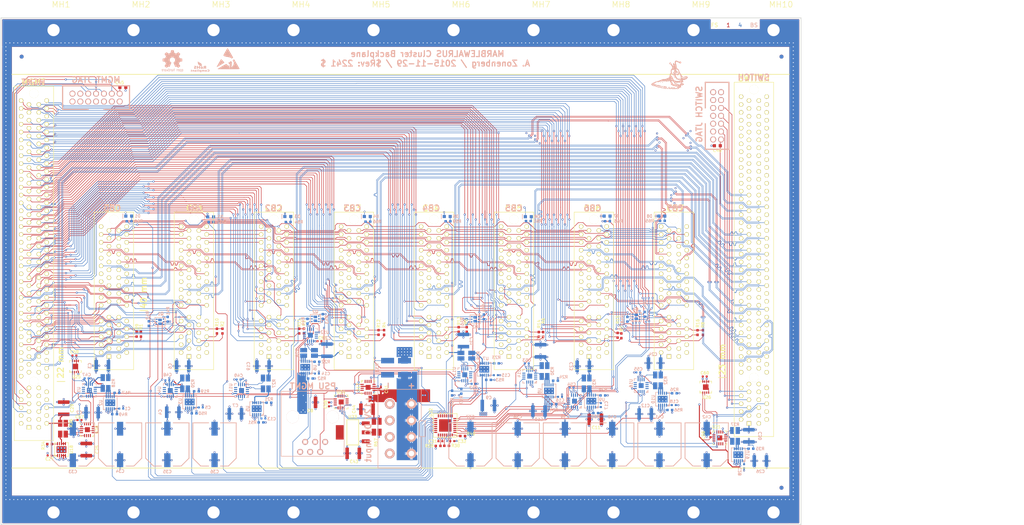
<source format=kicad_pcb>
(kicad_pcb (version 4) (host pcbnew "(2015-11-18 BZR 6323)-product")
  (layers (0 F.Cu signal) (1 In1.Cu signal) (2 In2.Cu signal) (31 B.Cu signal) (34 B.Paste user) (35 F.Paste user) (36 B.SilkS user) (37 F.SilkS user) (38 B.Mask user) (39 F.Mask user) (44 Edge.Cuts user))
  (net 0 "")
  (net 1 "/Compute Blade Ring Bus/CB7_TX_RIGHT_P")
  (net 2 "/Compute Blade Ring Bus/CB1_TX_LEFT_P")
  (net 3 "/Compute Blade Ring Bus/CB7_TX_RIGHT_N")
  (net 4 "/Compute Blade Ring Bus/CB1_TX_LEFT_N")
  (net 5 "/Compute Blade Ring Bus/CB0_TX_LEFT_P")
  (net 6 "/Compute Blade Ring Bus/CB0_TX_RIGHT_P")
  (net 7 "/Compute Blade Ring Bus/CB0_TX_LEFT_N")
  (net 8 "/Compute Blade Ring Bus/CB0_TX_RIGHT_N")
  (net 9 "/Compute Blade Ring Bus/CB2_TX_LEFT_P")
  (net 10 "/Compute Blade Ring Bus/CB2_TX_LEFT_N")
  (net 11 "/Compute Blade Ring Bus/CB1_TX_RIGHT_P")
  (net 12 "/Compute Blade Ring Bus/CB1_TX_RIGHT_N")
  (net 13 "/Compute Blade Ring Bus/CB3_TX_LEFT_P")
  (net 14 "/Compute Blade Ring Bus/CB3_TX_LEFT_N")
  (net 15 "/Compute Blade Ring Bus/CB2_TX_RIGHT_P")
  (net 16 "/Compute Blade Ring Bus/CB2_TX_RIGHT_N")
  (net 17 "/Compute Blade Ring Bus/CB4_TX_LEFT_P")
  (net 18 "/Compute Blade Ring Bus/CB4_TX_LEFT_N")
  (net 19 "/Compute Blade Ring Bus/CB3_TX_RIGHT_P")
  (net 20 "/Compute Blade Ring Bus/CB3_TX_RIGHT_N")
  (net 21 "/Compute Blade Ring Bus/CB5_TX_LEFT_P")
  (net 22 "/Compute Blade Ring Bus/CB5_TX_LEFT_N")
  (net 23 "/Compute Blade Ring Bus/CB4_TX_RIGHT_P")
  (net 24 "/Compute Blade Ring Bus/CB4_TX_RIGHT_N")
  (net 25 "/Compute Blade Ring Bus/CB6_TX_LEFT_P")
  (net 26 "/Compute Blade Ring Bus/CB6_TX_LEFT_N")
  (net 27 "/Compute Blade Ring Bus/CB5_TX_RIGHT_P")
  (net 28 "/Compute Blade Ring Bus/CB5_TX_RIGHT_N")
  (net 29 "/Compute Blade Ring Bus/CB7_TX_LEFT_P")
  (net 30 "/Compute Blade Ring Bus/CB7_TX_LEFT_N")
  (net 31 "/Compute Blade Ring Bus/CB6_TX_RIGHT_P")
  (net 32 "/Compute Blade Ring Bus/CB6_TX_RIGHT_N")
  (net 33 "/Compute Blade Ring Bus/CB1_GPIO_LEFT_1")
  (net 34 "/Compute Blade Ring Bus/CB1_GPIO_LEFT_0")
  (net 35 "/Compute Blade Ring Bus/CB1_GPIO_LEFT_2")
  (net 36 "/Compute Blade Ring Bus/CB0_GPIO_LEFT_1")
  (net 37 "/Compute Blade Ring Bus/CB0_GPIO_LEFT_0")
  (net 38 "/Compute Blade Ring Bus/CB0_GPIO_LEFT_2")
  (net 39 "/Compute Blade Ring Bus/CB2_GPIO_LEFT_1")
  (net 40 "/Compute Blade Ring Bus/CB2_GPIO_LEFT_0")
  (net 41 "/Compute Blade Ring Bus/CB2_GPIO_LEFT_2")
  (net 42 "/Compute Blade Ring Bus/CB3_GPIO_LEFT_1")
  (net 43 "/Compute Blade Ring Bus/CB3_GPIO_LEFT_0")
  (net 44 "/Compute Blade Ring Bus/CB3_GPIO_LEFT_2")
  (net 45 "/Compute Blade Ring Bus/CB4_GPIO_LEFT_1")
  (net 46 "/Compute Blade Ring Bus/CB4_GPIO_LEFT_0")
  (net 47 "/Compute Blade Ring Bus/CB4_GPIO_LEFT_2")
  (net 48 "/Compute Blade Ring Bus/CB5_GPIO_LEFT_1")
  (net 49 "/Compute Blade Ring Bus/CB5_GPIO_LEFT_0")
  (net 50 "/Compute Blade Ring Bus/CB5_GPIO_LEFT_2")
  (net 51 "/Compute Blade Ring Bus/CB1_GPIO_LEFT_3")
  (net 52 "/Compute Blade Ring Bus/CB0_GPIO_LEFT_3")
  (net 53 "/Compute Blade Ring Bus/CB2_GPIO_LEFT_3")
  (net 54 "/Compute Blade Ring Bus/CB3_GPIO_LEFT_3")
  (net 55 "/Compute Blade Ring Bus/CB4_GPIO_LEFT_3")
  (net 56 "/Compute Blade Ring Bus/CB5_GPIO_LEFT_3")
  (net 57 "/Compute Blade Ring Bus/CB6_GPIO_LEFT_1")
  (net 58 "/Compute Blade Ring Bus/CB6_GPIO_LEFT_3")
  (net 59 "/Compute Blade Ring Bus/CB6_GPIO_LEFT_0")
  (net 60 "/Compute Blade Ring Bus/CB6_GPIO_LEFT_2")
  (net 61 "/Compute Blade Ring Bus/CB7_GPIO_LEFT_1")
  (net 62 "/Compute Blade Ring Bus/CB7_GPIO_LEFT_3")
  (net 63 "/Compute Blade Ring Bus/CB7_GPIO_LEFT_0")
  (net 64 "/Compute Blade Ring Bus/CB7_GPIO_LEFT_2")
  (net 65 "/Compute Blade Core/GND")
  (net 66 "/Compute Blade Core/CB0_ETH_RX_N")
  (net 67 "/Compute Blade Core/CB0_ETH_RX_P")
  (net 68 "/Compute Blade Core/CB0_ETH_TX_N")
  (net 69 "/Compute Blade Core/CB0_ETH_TX_P")
  (net 70 "/Compute Blade Core/CB1_ETH_RX_N")
  (net 71 "/Compute Blade Core/CB1_ETH_RX_P")
  (net 72 "/Compute Blade Core/CB1_ETH_TX_N")
  (net 73 "/Compute Blade Core/CB1_ETH_TX_P")
  (net 74 "/Compute Blade Core/CB2_ETH_RX_N")
  (net 75 "/Compute Blade Core/CB2_ETH_RX_P")
  (net 76 "/Compute Blade Core/CB2_ETH_TX_N")
  (net 77 "/Compute Blade Core/CB2_ETH_TX_P")
  (net 78 "/Compute Blade Core/CB3_ETH_RX_N")
  (net 79 "/Compute Blade Core/CB3_ETH_RX_P")
  (net 80 "/Compute Blade Core/CB3_ETH_TX_N")
  (net 81 "/Compute Blade Core/CB3_ETH_TX_P")
  (net 82 "/Compute Blade Core/CB4_ETH_RX_N")
  (net 83 "/Compute Blade Core/CB4_ETH_RX_P")
  (net 84 "/Compute Blade Core/CB4_ETH_TX_N")
  (net 85 "/Compute Blade Core/CB4_ETH_TX_P")
  (net 86 "/Compute Blade Core/CB5_ETH_RX_N")
  (net 87 "/Compute Blade Core/CB5_ETH_RX_P")
  (net 88 "/Compute Blade Core/CB5_ETH_TX_N")
  (net 89 "/Compute Blade Core/CB5_ETH_TX_P")
  (net 90 "/Compute Blade Core/CB6_ETH_RX_N")
  (net 91 "/Compute Blade Core/CB6_ETH_RX_P")
  (net 92 "/Compute Blade Core/CB6_ETH_TX_N")
  (net 93 "/Compute Blade Core/CB6_ETH_TX_P")
  (net 94 "/Compute Blade Core/CB7_ETH_RX_N")
  (net 95 "/Compute Blade Core/CB7_ETH_RX_P")
  (net 96 "/Compute Blade Core/CB7_ETH_TX_N")
  (net 97 "/Compute Blade Core/CB7_ETH_TX_P")
  (net 98 "/Compute Blade Core/CB0_TDO")
  (net 99 "/Compute Blade Core/CB0_TCK")
  (net 100 "/Compute Blade Core/CB0_TDI")
  (net 101 "/Compute Blade Core/CB0_TMS")
  (net 102 "/Compute Blade Core/CB1_TDO")
  (net 103 "/Compute Blade Core/CB1_TCK")
  (net 104 "/Compute Blade Core/CB1_TDI")
  (net 105 "/Compute Blade Core/CB1_TMS")
  (net 106 "/Compute Blade Core/CB2_TDO")
  (net 107 "/Compute Blade Core/CB2_TCK")
  (net 108 "/Compute Blade Core/CB2_TDI")
  (net 109 "/Compute Blade Core/CB2_TMS")
  (net 110 "/Compute Blade Core/CB3_TDO")
  (net 111 "/Compute Blade Core/CB3_TCK")
  (net 112 "/Compute Blade Core/CB3_TDI")
  (net 113 "/Compute Blade Core/CB3_TMS")
  (net 114 "/Compute Blade Core/CB4_TDO")
  (net 115 "/Compute Blade Core/CB4_TCK")
  (net 116 "/Compute Blade Core/CB4_TDI")
  (net 117 "/Compute Blade Core/CB4_TMS")
  (net 118 "/Compute Blade Core/CB5_TDO")
  (net 119 "/Compute Blade Core/CB5_TCK")
  (net 120 "/Compute Blade Core/CB5_TDI")
  (net 121 "/Compute Blade Core/CB5_TMS")
  (net 122 "/Compute Blade Core/CB6_TDO")
  (net 123 "/Compute Blade Core/CB6_TCK")
  (net 124 "/Compute Blade Core/CB6_TDI")
  (net 125 "/Compute Blade Core/CB6_TMS")
  (net 126 "/Compute Blade Core/CB7_TDO")
  (net 127 "/Compute Blade Core/CB7_TCK")
  (net 128 "/Compute Blade Core/CB7_TDI")
  (net 129 "/Compute Blade Core/CB7_TMS")
  (net 130 "/Compute Blade Core/ETH8_RX_N")
  (net 131 "/Compute Blade Core/ETH8_RX_P")
  (net 132 "/Compute Blade Core/ETH8_TX_N")
  (net 133 "/Compute Blade Core/ETH8_TX_P")
  (net 134 "/Compute Blade Core/CB0_UART_RX")
  (net 135 "/Compute Blade Core/CB0_GPIO_1")
  (net 136 "/Compute Blade Core/CB0_GPIO_0")
  (net 137 "/Compute Blade Core/CB0_I2C_SCL")
  (net 138 "/Compute Blade Core/CB0_I2C_SDA")
  (net 139 "/Compute Blade Core/CB0_UART_TX")
  (net 140 "/Compute Blade Core/CB0_GPIO_3")
  (net 141 "/Compute Blade Core/CB0_GPIO_2")
  (net 142 "/Compute Blade Core/CB1_UART_RX")
  (net 143 "/Compute Blade Core/CB1_GPIO_1")
  (net 144 "/Compute Blade Core/CB1_GPIO_0")
  (net 145 "/Compute Blade Core/CB1_I2C_SCL")
  (net 146 "/Compute Blade Core/CB1_I2C_SDA")
  (net 147 "/Compute Blade Core/CB1_UART_TX")
  (net 148 "/Compute Blade Core/CB1_GPIO_3")
  (net 149 "/Compute Blade Core/CB1_GPIO_2")
  (net 150 "/Compute Blade Core/CB2_UART_RX")
  (net 151 "/Compute Blade Core/CB2_GPIO_1")
  (net 152 "/Compute Blade Core/CB2_GPIO_0")
  (net 153 "/Compute Blade Core/CB2_I2C_SCL")
  (net 154 "/Compute Blade Core/CB2_I2C_SDA")
  (net 155 "/Compute Blade Core/CB2_UART_TX")
  (net 156 "/Compute Blade Core/CB2_GPIO_3")
  (net 157 "/Compute Blade Core/CB2_GPIO_2")
  (net 158 "/Compute Blade Core/CB3_UART_RX")
  (net 159 "/Compute Blade Core/CB3_GPIO_1")
  (net 160 "/Compute Blade Core/CB3_GPIO_0")
  (net 161 "/Compute Blade Core/CB3_I2C_SCL")
  (net 162 "/Compute Blade Core/CB3_I2C_SDA")
  (net 163 "/Compute Blade Core/CB3_UART_TX")
  (net 164 "/Compute Blade Core/CB3_GPIO_3")
  (net 165 "/Compute Blade Core/CB3_GPIO_2")
  (net 166 "/Compute Blade Core/CB4_UART_RX")
  (net 167 "/Compute Blade Core/CB4_GPIO_1")
  (net 168 "/Compute Blade Core/CB4_GPIO_0")
  (net 169 "/Compute Blade Core/CB4_I2C_SCL")
  (net 170 "/Compute Blade Core/CB4_I2C_SDA")
  (net 171 "/Compute Blade Core/CB4_UART_TX")
  (net 172 "/Compute Blade Core/CB4_GPIO_3")
  (net 173 "/Compute Blade Core/CB4_GPIO_2")
  (net 174 "/Compute Blade Core/CB5_UART_RX")
  (net 175 "/Compute Blade Core/CB5_GPIO_1")
  (net 176 "/Compute Blade Core/CB5_GPIO_0")
  (net 177 "/Compute Blade Core/CB5_I2C_SCL")
  (net 178 "/Compute Blade Core/CB5_I2C_SDA")
  (net 179 "/Compute Blade Core/CB5_UART_TX")
  (net 180 "/Compute Blade Core/CB5_GPIO_3")
  (net 181 "/Compute Blade Core/CB5_GPIO_2")
  (net 182 "/Compute Blade Core/CB6_UART_RX")
  (net 183 "/Compute Blade Core/CB6_GPIO_1")
  (net 184 "/Compute Blade Core/CB6_GPIO_0")
  (net 185 "/Compute Blade Core/CB6_I2C_SCL")
  (net 186 "/Compute Blade Core/CB6_I2C_SDA")
  (net 187 "/Compute Blade Core/CB6_UART_TX")
  (net 188 "/Compute Blade Core/CB6_GPIO_3")
  (net 189 "/Compute Blade Core/CB6_GPIO_2")
  (net 190 "/Compute Blade Core/CB7_UART_RX")
  (net 191 "/Compute Blade Core/CB7_GPIO_1")
  (net 192 "/Compute Blade Core/CB7_GPIO_0")
  (net 193 "/Compute Blade Core/CB7_I2C_SCL")
  (net 194 "/Compute Blade Core/CB7_I2C_SDA")
  (net 195 "/Compute Blade Core/CB7_UART_TX")
  (net 196 "/Compute Blade Core/CB7_GPIO_3")
  (net 197 "/Compute Blade Core/CB7_GPIO_2")
  (net 198 "/Power Supply/12V0")
  (net 199 "/Management Blade Support/MGMT_JTAG_VDD")
  (net 200 "/Management Blade Support/MGMT_JTAG_TDO")
  (net 201 "/Management Blade Support/MGMT_JTAG_TCK")
  (net 202 "/Management Blade Support/MGMT_12V0")
  (net 203 "/Management Blade Support/MGMT_JTAG_TDI")
  (net 204 "/Management Blade Support/MGMT_JTAG_TMS")
  (net 205 "/Switch Blade Support/SWITCH_JTAG_VDD")
  (net 206 "/Switch Blade Support/SWITCH_JTAG_TDO")
  (net 207 "/Switch Blade Support/SWITCH_JTAG_TCK")
  (net 208 "/Switch Blade Support/SWITCH_JTAG_TDI")
  (net 209 "/Switch Blade Support/SWITCH_JTAG_TMS")
  (net 210 "/Compute Blade Core/12V0_CB0")
  (net 211 "/Compute Blade Core/12V0_CB1")
  (net 212 "/Compute Blade Core/12V0_CB2")
  (net 213 "/Compute Blade Core/12V0_CB3")
  (net 214 "/Compute Blade Core/12V0_CB4")
  (net 215 "/Compute Blade Core/12V0_CB5")
  (net 216 "/Compute Blade Core/12V0_CB6")
  (net 217 "/Compute Blade Core/12V0_CB7")
  (net 218 "/Compute Blade Core/CB0_JTAG_VDD")
  (net 219 "/Compute Blade Core/CB0_GPIO_VDD")
  (net 220 "/Compute Blade Core/CB1_JTAG_VDD")
  (net 221 "/Compute Blade Core/CB1_GPIO_VDD")
  (net 222 "/Compute Blade Core/CB2_JTAG_VDD")
  (net 223 "/Compute Blade Core/CB2_GPIO_VDD")
  (net 224 "/Compute Blade Core/CB3_JTAG_VDD")
  (net 225 "/Compute Blade Core/CB3_GPIO_VDD")
  (net 226 "/Compute Blade Core/CB4_JTAG_VDD")
  (net 227 "/Compute Blade Core/CB4_GPIO_VDD")
  (net 228 "/Compute Blade Core/CB5_JTAG_VDD")
  (net 229 "/Compute Blade Core/CB5_GPIO_VDD")
  (net 230 "/Compute Blade Core/CB6_JTAG_VDD")
  (net 231 "/Compute Blade Core/CB6_GPIO_VDD")
  (net 232 "/Compute Blade Core/CB7_JTAG_VDD")
  (net 233 "/Compute Blade Core/CB7_GPIO_VDD")
  (net 234 "/Compute Blade Core/CB0_RESET_N")
  (net 235 "/Compute Blade Core/CB1_RESET_N")
  (net 236 "/Compute Blade Core/CB2_RESET_N")
  (net 237 "/Compute Blade Core/CB3_RESET_N")
  (net 238 "/Compute Blade Core/CB4_RESET_N")
  (net 239 "/Compute Blade Core/CB5_RESET_N")
  (net 240 "/Compute Blade Core/CB6_RESET_N")
  (net 241 "/Compute Blade Core/CB7_RESET_N")
  (net 242 "/Power Supply/CB0_SHUNT_N")
  (net 243 "/Power Supply/CB0_SHUNT_P")
  (net 244 "Net-(C1-Pad2)")
  (net 245 "Net-(R17-Pad1)")
  (net 246 "/Power Supply/12V_RAW_CB0")
  (net 247 "Net-(C5-Pad2)")
  (net 248 "Net-(R19-Pad1)")
  (net 249 "/Power Supply/12V_RAW_CB1")
  (net 250 "/Power Supply/CB1_SHUNT_N")
  (net 251 "/Power Supply/CB1_SHUNT_P")
  (net 252 "Net-(C13-Pad2)")
  (net 253 "Net-(C14-Pad2)")
  (net 254 "Net-(C15-Pad2)")
  (net 255 "Net-(C16-Pad2)")
  (net 256 "Net-(C17-Pad2)")
  (net 257 "Net-(C18-Pad2)")
  (net 258 "Net-(R21-Pad1)")
  (net 259 "Net-(R22-Pad1)")
  (net 260 "Net-(R23-Pad1)")
  (net 261 "Net-(R24-Pad1)")
  (net 262 "Net-(R25-Pad1)")
  (net 263 "Net-(R26-Pad1)")
  (net 264 "/Power Supply/12V_RAW_CB3")
  (net 265 "/Power Supply/CB2_SHUNT_N")
  (net 266 "/Power Supply/CB2_SHUNT_P")
  (net 267 "/Power Supply/CB3_SHUNT_N")
  (net 268 "/Power Supply/CB3_SHUNT_P")
  (net 269 "/Power Supply/CB4_SHUNT_N")
  (net 270 "/Power Supply/CB4_SHUNT_P")
  (net 271 "/Power Supply/CB5_SHUNT_N")
  (net 272 "/Power Supply/CB5_SHUNT_P")
  (net 273 "/Power Supply/CB6_SHUNT_N")
  (net 274 "/Power Supply/CB6_SHUNT_P")
  (net 275 "/Power Supply/CB7_SHUNT_N")
  (net 276 "/Power Supply/CB7_SHUNT_P")
  (net 277 "/Power Supply/12V_RAW_CB2")
  (net 278 "/Power Supply/12V_RAW_CB4")
  (net 279 "/Power Supply/12V_RAW_CB5")
  (net 280 "/Power Supply/12V_RAW_CB6")
  (net 281 "/Power Supply/12V_RAW_CB7")
  (net 282 "/Power Supply/12V0_RAW")
  (net 283 "/Power Supply/12V0_SHUNT_P")
  (net 284 "/Power Supply/12V0_SHUNT_N")
  (net 285 "Net-(C27-Pad2)")
  (net 286 "Net-(C28-Pad2)")
  (net 287 "/Power Supply/SWITCH_12V0")
  (net 288 "Net-(R34-Pad1)")
  (net 289 "Net-(R35-Pad1)")
  (net 290 "/Power Supply/12V_RAW_MGMT")
  (net 291 "/Power Supply/MGMT_SHUNT_P")
  (net 292 "/Power Supply/MGMT_SHUNT_N")
  (net 293 "/Power Supply/12V_RAW_SWITCH")
  (net 294 "/Power Supply/SWITCH_SHUNT_P")
  (net 295 "/Power Supply/SWITCH_SHUNT_N")
  (net 296 "/I2C IO Expander/I2C_SCL")
  (net 297 "/I2C IO Expander/I2C_SDA")
  (net 298 "/I2C IO Expander/3V3")
  (net 299 "/I2C IO Expander/PWREN_CB0")
  (net 300 "/I2C IO Expander/PWREN_CB1")
  (net 301 "/I2C IO Expander/PWREN_CB2")
  (net 302 "/I2C IO Expander/PWREN_CB3")
  (net 303 "/I2C IO Expander/PWREN_CB4")
  (net 304 "/I2C IO Expander/PWREN_CB5")
  (net 305 "/I2C IO Expander/PWREN_CB6")
  (net 306 "/I2C IO Expander/PWREN_CB7")
  (net 307 "/I2C IO Expander/IEXP_RESET_N")
  (net 308 "/I2C IO Expander/IEXP_ADDR")
  (net 309 "/I2C IO Expander/IEXP_INT_N")
  (net 310 "/I2C IO Expander/CB0_RESET")
  (net 311 "/I2C IO Expander/CB1_RESET")
  (net 312 "/I2C IO Expander/CB2_RESET")
  (net 313 "/I2C IO Expander/CB3_RESET")
  (net 314 "/I2C IO Expander/CB4_RESET")
  (net 315 "/I2C IO Expander/CB5_RESET")
  (net 316 "/I2C IO Expander/CB6_RESET")
  (net 317 "/I2C IO Expander/CB7_RESET")
  (net 318 "Net-(D1-Pad2)")
  (net 319 "Net-(D2-Pad2)")
  (net 320 "Net-(D3-Pad2)")
  (net 321 "Net-(D4-Pad2)")
  (net 322 "Net-(D5-Pad2)")
  (net 323 "Net-(D6-Pad2)")
  (net 324 "Net-(D7-Pad2)")
  (net 325 "Net-(D8-Pad2)")
  (net 326 "/Power Supply/3V3_RAW")
  (net 327 "/Power Supply/3V3_SHUNT_P")
  (net 328 "/Power Supply/3V3_SHUNT_N")
  (net 329 "/I2C IO Expander/CB0_LED")
  (net 330 "/I2C IO Expander/CB1_LED")
  (net 331 "/I2C IO Expander/CB2_LED")
  (net 332 "/I2C IO Expander/CB3_LED")
  (net 333 "/I2C IO Expander/CB4_LED")
  (net 334 "/I2C IO Expander/CB5_LED")
  (net 335 "/I2C IO Expander/CB6_LED")
  (net 336 "/I2C IO Expander/CB7_LED")
  (net 337 "Net-(J9-PadA11)")
  (net 338 "Net-(J9-PadA10)")
  (net 339 "Net-(J9-PadB11)")
  (net 340 "Net-(J9-PadB9)")
  (net 341 "Net-(J9-PadB8)")
  (net 342 "Net-(J9-PadA13)")
  (net 343 "Net-(J9-PadA12)")
  (net 344 "Net-(J9-PadB12)")
  (net 345 "Net-(J10-PadA11)")
  (net 346 "Net-(J10-PadA10)")
  (net 347 "Net-(J10-PadB11)")
  (net 348 "Net-(J10-PadB9)")
  (net 349 "Net-(J10-PadB8)")
  (net 350 "Net-(J10-PadA13)")
  (net 351 "Net-(J10-PadA17)")
  (net 352 "Net-(J10-PadA12)")
  (net 353 "Net-(J10-PadA16)")
  (net 354 "Net-(J10-PadB15)")
  (net 355 "Net-(J10-PadB14)")
  (net 356 "Net-(J10-PadB12)")
  (net 357 "Net-(J13-Pad1)")
  (net 358 "Net-(J13-Pad12)")
  (net 359 "Net-(J13-Pad13)")
  (net 360 "Net-(J13-Pad14)")
  (net 361 "Net-(J14-Pad1)")
  (net 362 "Net-(J14-Pad12)")
  (net 363 "Net-(J14-Pad13)")
  (net 364 "Net-(J14-Pad14)")
  (net 365 "Net-(U1-Pad3)")
  (net 366 "Net-(U4-Pad3)")
  (net 367 "Net-(U11-Pad3)")
  (net 368 "Net-(U12-Pad3)")
  (net 369 "Net-(U13-Pad3)")
  (net 370 "Net-(U14-Pad3)")
  (net 371 "Net-(U15-Pad3)")
  (net 372 "Net-(U16-Pad3)")
  (net 373 "Net-(U17-Pad3)")
  (net 374 "Net-(U20-Pad3)")
  (net 375 "Net-(U21-Pad3)")
  (net 376 "Net-(U24-Pad3)")
  (net 377 "Net-(U25-Pad3)")
  (net 378 "Net-(U26-Pad3)")
  (module azonenberg_pcb:CONN_PCIE_X4_FCI_10018783_10201TLF (layer F.Cu) (at 43.43 90 90)
    (fp_text reference J1 hide)
    (fp_text value CONN_MW_COMPUTE_BACKPLANE)
    (pad A11 thru_hole circle (at -1.65 -1.25 90) (size 1.1 1.1) (drill 0.7) (layers *.Cu *.Mask F.SilkS) (net 234 "/Compute Blade Core/CB0_RESET_N"))
    (pad A9 thru_hole circle (at -3.65 -1.25 90) (size 1.1 1.1) (drill 0.7) (layers *.Cu *.Mask F.SilkS) (net 218 "/Compute Blade Core/CB0_JTAG_VDD"))
    (pad A7 thru_hole circle (at -5.65 -1.25 90) (size 1.1 1.1) (drill 0.7) (layers *.Cu *.Mask F.SilkS) (net 98 "/Compute Blade Core/CB0_TDO"))
    (pad A5 thru_hole circle (at -7.65 -1.25 90) (size 1.1 1.1) (drill 0.7) (layers *.Cu *.Mask F.SilkS) (net 99 "/Compute Blade Core/CB0_TCK"))
    (pad A3 thru_hole circle (at -9.65 -1.25 90) (size 1.1 1.1) (drill 0.7) (layers *.Cu *.Mask F.SilkS) (net 210 "/Compute Blade Core/12V0_CB0"))
    (pad A2 thru_hole rect (at -11.65 -1.25 90) (size 1.1 1.1) (drill 0.7) (layers *.Cu *.Mask F.SilkS) (net 210 "/Compute Blade Core/12V0_CB0"))
    (pad A1 thru_hole circle (at -10.65 -3.25 90) (size 1.1 1.1) (drill 0.7) (layers *.Cu *.Mask F.SilkS) (net 210 "/Compute Blade Core/12V0_CB0"))
    (pad A4 thru_hole circle (at -8.65 -3.25 90) (size 1.1 1.1) (drill 0.7) (layers *.Cu *.Mask F.SilkS) (net 65 "/Compute Blade Core/GND"))
    (pad A6 thru_hole circle (at -6.65 -3.25 90) (size 1.1 1.1) (drill 0.7) (layers *.Cu *.Mask F.SilkS) (net 100 "/Compute Blade Core/CB0_TDI"))
    (pad A8 thru_hole circle (at -4.65 -3.25 90) (size 1.1 1.1) (drill 0.7) (layers *.Cu *.Mask F.SilkS) (net 101 "/Compute Blade Core/CB0_TMS"))
    (pad A10 thru_hole circle (at -2.65 -3.25 90) (size 1.1 1.1) (drill 0.7) (layers *.Cu *.Mask F.SilkS) (net 134 "/Compute Blade Core/CB0_UART_RX"))
    (pad B11 thru_hole circle (at -1.65 1.25 90) (size 1.1 1.1) (drill 0.7) (layers *.Cu *.Mask F.SilkS) (net 135 "/Compute Blade Core/CB0_GPIO_1"))
    (pad B9 thru_hole circle (at -3.65 1.25 90) (size 1.1 1.1) (drill 0.7) (layers *.Cu *.Mask F.SilkS) (net 136 "/Compute Blade Core/CB0_GPIO_0"))
    (pad B7 thru_hole circle (at -5.65 1.25 90) (size 1.1 1.1) (drill 0.7) (layers *.Cu *.Mask F.SilkS) (net 65 "/Compute Blade Core/GND"))
    (pad B5 thru_hole circle (at -7.65 1.25 90) (size 1.1 1.1) (drill 0.7) (layers *.Cu *.Mask F.SilkS) (net 137 "/Compute Blade Core/CB0_I2C_SCL"))
    (pad B3 thru_hole circle (at -9.65 1.25 90) (size 1.1 1.1) (drill 0.7) (layers *.Cu *.Mask F.SilkS) (net 210 "/Compute Blade Core/12V0_CB0"))
    (pad B1 thru_hole circle (at -11.65 1.25 90) (size 1.1 1.1) (drill 0.7) (layers *.Cu *.Mask F.SilkS) (net 210 "/Compute Blade Core/12V0_CB0"))
    (pad B10 thru_hole circle (at -2.65 3.25 90) (size 1.1 1.1) (drill 0.7) (layers *.Cu *.Mask F.SilkS))
    (pad B8 thru_hole circle (at -4.65 3.25 90) (size 1.1 1.1) (drill 0.7) (layers *.Cu *.Mask F.SilkS) (net 219 "/Compute Blade Core/CB0_GPIO_VDD"))
    (pad B6 thru_hole circle (at -6.65 3.25 90) (size 1.1 1.1) (drill 0.7) (layers *.Cu *.Mask F.SilkS) (net 138 "/Compute Blade Core/CB0_I2C_SDA"))
    (pad B4 thru_hole circle (at -8.65 3.25 90) (size 1.1 1.1) (drill 0.7) (layers *.Cu *.Mask F.SilkS) (net 65 "/Compute Blade Core/GND"))
    (pad B2 thru_hole circle (at -10.65 3.25 90) (size 1.1 1.1) (drill 0.7) (layers *.Cu *.Mask F.SilkS) (net 210 "/Compute Blade Core/12V0_CB0"))
    (pad A13 thru_hole circle (at 2.35 -1.25 90) (size 1.1 1.1) (drill 0.7) (layers *.Cu *.Mask F.SilkS) (net 139 "/Compute Blade Core/CB0_UART_TX"))
    (pad A15 thru_hole circle (at 4.35 -1.25 90) (size 1.1 1.1) (drill 0.7) (layers *.Cu *.Mask F.SilkS) (net 65 "/Compute Blade Core/GND"))
    (pad A17 thru_hole circle (at 6.35 -1.25 90) (size 1.1 1.1) (drill 0.7) (layers *.Cu *.Mask F.SilkS) (net 66 "/Compute Blade Core/CB0_ETH_RX_N"))
    (pad A19 thru_hole circle (at 8.35 -1.25 90) (size 1.1 1.1) (drill 0.7) (layers *.Cu *.Mask F.SilkS) (net 65 "/Compute Blade Core/GND"))
    (pad A21 thru_hole circle (at 10.35 -1.25 90) (size 1.1 1.1) (drill 0.7) (layers *.Cu *.Mask F.SilkS) (net 1 "/Compute Blade Ring Bus/CB7_TX_RIGHT_P"))
    (pad A23 thru_hole circle (at 12.35 -1.25 90) (size 1.1 1.1) (drill 0.7) (layers *.Cu *.Mask F.SilkS) (net 65 "/Compute Blade Core/GND"))
    (pad A25 thru_hole circle (at 14.35 -1.25 90) (size 1.1 1.1) (drill 0.7) (layers *.Cu *.Mask F.SilkS) (net 2 "/Compute Blade Ring Bus/CB1_TX_LEFT_P"))
    (pad A27 thru_hole circle (at 16.35 -1.25 90) (size 1.1 1.1) (drill 0.7) (layers *.Cu *.Mask F.SilkS) (net 65 "/Compute Blade Core/GND"))
    (pad A29 thru_hole circle (at 18.35 -1.25 90) (size 1.1 1.1) (drill 0.7) (layers *.Cu *.Mask F.SilkS) (net 36 "/Compute Blade Ring Bus/CB0_GPIO_LEFT_1"))
    (pad A31 thru_hole circle (at 20.35 -1.25 90) (size 1.1 1.1) (drill 0.7) (layers *.Cu *.Mask F.SilkS) (net 52 "/Compute Blade Ring Bus/CB0_GPIO_LEFT_3"))
    (pad A12 thru_hole circle (at 1.35 -3.25 90) (size 1.1 1.1) (drill 0.7) (layers *.Cu *.Mask F.SilkS) (net 140 "/Compute Blade Core/CB0_GPIO_3"))
    (pad A14 thru_hole circle (at 3.35 -3.25 90) (size 1.1 1.1) (drill 0.7) (layers *.Cu *.Mask F.SilkS) (net 65 "/Compute Blade Core/GND"))
    (pad A16 thru_hole circle (at 5.35 -3.25 90) (size 1.1 1.1) (drill 0.7) (layers *.Cu *.Mask F.SilkS) (net 67 "/Compute Blade Core/CB0_ETH_RX_P"))
    (pad A18 thru_hole circle (at 7.35 -3.25 90) (size 1.1 1.1) (drill 0.7) (layers *.Cu *.Mask F.SilkS) (net 65 "/Compute Blade Core/GND"))
    (pad A20 thru_hole circle (at 9.35 -3.25 90) (size 1.1 1.1) (drill 0.7) (layers *.Cu *.Mask F.SilkS) (net 65 "/Compute Blade Core/GND"))
    (pad A22 thru_hole circle (at 11.35 -3.25 90) (size 1.1 1.1) (drill 0.7) (layers *.Cu *.Mask F.SilkS) (net 3 "/Compute Blade Ring Bus/CB7_TX_RIGHT_N"))
    (pad A24 thru_hole circle (at 13.35 -3.25 90) (size 1.1 1.1) (drill 0.7) (layers *.Cu *.Mask F.SilkS) (net 65 "/Compute Blade Core/GND"))
    (pad A26 thru_hole circle (at 15.35 -3.25 90) (size 1.1 1.1) (drill 0.7) (layers *.Cu *.Mask F.SilkS) (net 4 "/Compute Blade Ring Bus/CB1_TX_LEFT_N"))
    (pad A28 thru_hole circle (at 17.35 -3.25 90) (size 1.1 1.1) (drill 0.7) (layers *.Cu *.Mask F.SilkS) (net 37 "/Compute Blade Ring Bus/CB0_GPIO_LEFT_0"))
    (pad A30 thru_hole circle (at 19.35 -3.25 90) (size 1.1 1.1) (drill 0.7) (layers *.Cu *.Mask F.SilkS) (net 38 "/Compute Blade Ring Bus/CB0_GPIO_LEFT_2"))
    (pad A32 thru_hole circle (at 21.35 -3.25 90) (size 1.1 1.1) (drill 0.7) (layers *.Cu *.Mask F.SilkS))
    (pad B13 thru_hole circle (at 2.35 1.25 90) (size 1.1 1.1) (drill 0.7) (layers *.Cu *.Mask F.SilkS) (net 65 "/Compute Blade Core/GND"))
    (pad B15 thru_hole circle (at 4.35 1.25 90) (size 1.1 1.1) (drill 0.7) (layers *.Cu *.Mask F.SilkS) (net 68 "/Compute Blade Core/CB0_ETH_TX_N"))
    (pad B17 thru_hole circle (at 6.35 1.25 90) (size 1.1 1.1) (drill 0.7) (layers *.Cu *.Mask F.SilkS) (net 65 "/Compute Blade Core/GND"))
    (pad B19 thru_hole circle (at 8.35 1.25 90) (size 1.1 1.1) (drill 0.7) (layers *.Cu *.Mask F.SilkS) (net 5 "/Compute Blade Ring Bus/CB0_TX_LEFT_P"))
    (pad B21 thru_hole circle (at 10.35 1.25 90) (size 1.1 1.1) (drill 0.7) (layers *.Cu *.Mask F.SilkS) (net 65 "/Compute Blade Core/GND"))
    (pad B23 thru_hole circle (at 12.35 1.25 90) (size 1.1 1.1) (drill 0.7) (layers *.Cu *.Mask F.SilkS) (net 6 "/Compute Blade Ring Bus/CB0_TX_RIGHT_P"))
    (pad B25 thru_hole circle (at 14.35 1.25 90) (size 1.1 1.1) (drill 0.7) (layers *.Cu *.Mask F.SilkS) (net 65 "/Compute Blade Core/GND"))
    (pad B27 thru_hole circle (at 16.35 1.25 90) (size 1.1 1.1) (drill 0.7) (layers *.Cu *.Mask F.SilkS) (net 65 "/Compute Blade Core/GND"))
    (pad B29 thru_hole circle (at 18.35 1.25 90) (size 1.1 1.1) (drill 0.7) (layers *.Cu *.Mask F.SilkS) (net 33 "/Compute Blade Ring Bus/CB1_GPIO_LEFT_1"))
    (pad B31 thru_hole circle (at 20.35 1.25 90) (size 1.1 1.1) (drill 0.7) (layers *.Cu *.Mask F.SilkS) (net 51 "/Compute Blade Ring Bus/CB1_GPIO_LEFT_3"))
    (pad B14 thru_hole circle (at 3.35 3.25 90) (size 1.1 1.1) (drill 0.7) (layers *.Cu *.Mask F.SilkS) (net 69 "/Compute Blade Core/CB0_ETH_TX_P"))
    (pad B12 thru_hole circle (at 1.35 3.25 90) (size 1.1 1.1) (drill 0.7) (layers *.Cu *.Mask F.SilkS) (net 141 "/Compute Blade Core/CB0_GPIO_2"))
    (pad B16 thru_hole circle (at 5.35 3.25 90) (size 1.1 1.1) (drill 0.7) (layers *.Cu *.Mask F.SilkS) (net 65 "/Compute Blade Core/GND"))
    (pad B18 thru_hole circle (at 7.35 3.25 90) (size 1.1 1.1) (drill 0.7) (layers *.Cu *.Mask F.SilkS) (net 65 "/Compute Blade Core/GND"))
    (pad B20 thru_hole circle (at 9.35 3.25 90) (size 1.1 1.1) (drill 0.7) (layers *.Cu *.Mask F.SilkS) (net 7 "/Compute Blade Ring Bus/CB0_TX_LEFT_N"))
    (pad B22 thru_hole circle (at 11.35 3.25 90) (size 1.1 1.1) (drill 0.7) (layers *.Cu *.Mask F.SilkS) (net 65 "/Compute Blade Core/GND"))
    (pad B24 thru_hole circle (at 13.35 3.25 90) (size 1.1 1.1) (drill 0.7) (layers *.Cu *.Mask F.SilkS) (net 8 "/Compute Blade Ring Bus/CB0_TX_RIGHT_N"))
    (pad B26 thru_hole circle (at 15.35 3.25 90) (size 1.1 1.1) (drill 0.7) (layers *.Cu *.Mask F.SilkS) (net 65 "/Compute Blade Core/GND"))
    (pad B28 thru_hole circle (at 17.35 3.25 90) (size 1.1 1.1) (drill 0.7) (layers *.Cu *.Mask F.SilkS) (net 34 "/Compute Blade Ring Bus/CB1_GPIO_LEFT_0"))
    (pad B30 thru_hole circle (at 19.35 3.25 90) (size 1.1 1.1) (drill 0.7) (layers *.Cu *.Mask F.SilkS) (net 35 "/Compute Blade Ring Bus/CB1_GPIO_LEFT_2"))
    (pad B32 thru_hole circle (at 21.35 3.25 90) (size 1.1 1.1) (drill 0.7) (layers *.Cu *.Mask F.SilkS))
    (pad "" np_thru_hole circle (at 0 0 90) (size 2.35 2.35) (drill 2.35) (layers *.Cu *.Mask F.SilkS))
    (pad "" np_thru_hole circle (at 23.15 0 90) (size 2.35 2.35) (drill 2.35) (layers *.Cu *.Mask F.SilkS))
  )
  (module azonenberg_pcb:CONN_PCIE_X4_FCI_10018783_10201TLF (layer F.Cu) (at 63.75 90 90)
    (fp_text reference J2 hide)
    (fp_text value CONN_MW_COMPUTE_BACKPLANE)
    (pad A11 thru_hole circle (at -1.65 -1.25 90) (size 1.1 1.1) (drill 0.7) (layers *.Cu *.Mask F.SilkS) (net 235 "/Compute Blade Core/CB1_RESET_N"))
    (pad A9 thru_hole circle (at -3.65 -1.25 90) (size 1.1 1.1) (drill 0.7) (layers *.Cu *.Mask F.SilkS) (net 220 "/Compute Blade Core/CB1_JTAG_VDD"))
    (pad A7 thru_hole circle (at -5.65 -1.25 90) (size 1.1 1.1) (drill 0.7) (layers *.Cu *.Mask F.SilkS) (net 102 "/Compute Blade Core/CB1_TDO"))
    (pad A5 thru_hole circle (at -7.65 -1.25 90) (size 1.1 1.1) (drill 0.7) (layers *.Cu *.Mask F.SilkS) (net 103 "/Compute Blade Core/CB1_TCK"))
    (pad A3 thru_hole circle (at -9.65 -1.25 90) (size 1.1 1.1) (drill 0.7) (layers *.Cu *.Mask F.SilkS) (net 211 "/Compute Blade Core/12V0_CB1"))
    (pad A2 thru_hole rect (at -11.65 -1.25 90) (size 1.1 1.1) (drill 0.7) (layers *.Cu *.Mask F.SilkS) (net 211 "/Compute Blade Core/12V0_CB1"))
    (pad A1 thru_hole circle (at -10.65 -3.25 90) (size 1.1 1.1) (drill 0.7) (layers *.Cu *.Mask F.SilkS) (net 211 "/Compute Blade Core/12V0_CB1"))
    (pad A4 thru_hole circle (at -8.65 -3.25 90) (size 1.1 1.1) (drill 0.7) (layers *.Cu *.Mask F.SilkS) (net 65 "/Compute Blade Core/GND"))
    (pad A6 thru_hole circle (at -6.65 -3.25 90) (size 1.1 1.1) (drill 0.7) (layers *.Cu *.Mask F.SilkS) (net 104 "/Compute Blade Core/CB1_TDI"))
    (pad A8 thru_hole circle (at -4.65 -3.25 90) (size 1.1 1.1) (drill 0.7) (layers *.Cu *.Mask F.SilkS) (net 105 "/Compute Blade Core/CB1_TMS"))
    (pad A10 thru_hole circle (at -2.65 -3.25 90) (size 1.1 1.1) (drill 0.7) (layers *.Cu *.Mask F.SilkS) (net 142 "/Compute Blade Core/CB1_UART_RX"))
    (pad B11 thru_hole circle (at -1.65 1.25 90) (size 1.1 1.1) (drill 0.7) (layers *.Cu *.Mask F.SilkS) (net 143 "/Compute Blade Core/CB1_GPIO_1"))
    (pad B9 thru_hole circle (at -3.65 1.25 90) (size 1.1 1.1) (drill 0.7) (layers *.Cu *.Mask F.SilkS) (net 144 "/Compute Blade Core/CB1_GPIO_0"))
    (pad B7 thru_hole circle (at -5.65 1.25 90) (size 1.1 1.1) (drill 0.7) (layers *.Cu *.Mask F.SilkS) (net 65 "/Compute Blade Core/GND"))
    (pad B5 thru_hole circle (at -7.65 1.25 90) (size 1.1 1.1) (drill 0.7) (layers *.Cu *.Mask F.SilkS) (net 145 "/Compute Blade Core/CB1_I2C_SCL"))
    (pad B3 thru_hole circle (at -9.65 1.25 90) (size 1.1 1.1) (drill 0.7) (layers *.Cu *.Mask F.SilkS) (net 211 "/Compute Blade Core/12V0_CB1"))
    (pad B1 thru_hole circle (at -11.65 1.25 90) (size 1.1 1.1) (drill 0.7) (layers *.Cu *.Mask F.SilkS) (net 211 "/Compute Blade Core/12V0_CB1"))
    (pad B10 thru_hole circle (at -2.65 3.25 90) (size 1.1 1.1) (drill 0.7) (layers *.Cu *.Mask F.SilkS))
    (pad B8 thru_hole circle (at -4.65 3.25 90) (size 1.1 1.1) (drill 0.7) (layers *.Cu *.Mask F.SilkS) (net 221 "/Compute Blade Core/CB1_GPIO_VDD"))
    (pad B6 thru_hole circle (at -6.65 3.25 90) (size 1.1 1.1) (drill 0.7) (layers *.Cu *.Mask F.SilkS) (net 146 "/Compute Blade Core/CB1_I2C_SDA"))
    (pad B4 thru_hole circle (at -8.65 3.25 90) (size 1.1 1.1) (drill 0.7) (layers *.Cu *.Mask F.SilkS) (net 65 "/Compute Blade Core/GND"))
    (pad B2 thru_hole circle (at -10.65 3.25 90) (size 1.1 1.1) (drill 0.7) (layers *.Cu *.Mask F.SilkS) (net 211 "/Compute Blade Core/12V0_CB1"))
    (pad A13 thru_hole circle (at 2.35 -1.25 90) (size 1.1 1.1) (drill 0.7) (layers *.Cu *.Mask F.SilkS) (net 147 "/Compute Blade Core/CB1_UART_TX"))
    (pad A15 thru_hole circle (at 4.35 -1.25 90) (size 1.1 1.1) (drill 0.7) (layers *.Cu *.Mask F.SilkS) (net 65 "/Compute Blade Core/GND"))
    (pad A17 thru_hole circle (at 6.35 -1.25 90) (size 1.1 1.1) (drill 0.7) (layers *.Cu *.Mask F.SilkS) (net 70 "/Compute Blade Core/CB1_ETH_RX_N"))
    (pad A19 thru_hole circle (at 8.35 -1.25 90) (size 1.1 1.1) (drill 0.7) (layers *.Cu *.Mask F.SilkS) (net 65 "/Compute Blade Core/GND"))
    (pad A21 thru_hole circle (at 10.35 -1.25 90) (size 1.1 1.1) (drill 0.7) (layers *.Cu *.Mask F.SilkS) (net 6 "/Compute Blade Ring Bus/CB0_TX_RIGHT_P"))
    (pad A23 thru_hole circle (at 12.35 -1.25 90) (size 1.1 1.1) (drill 0.7) (layers *.Cu *.Mask F.SilkS) (net 65 "/Compute Blade Core/GND"))
    (pad A25 thru_hole circle (at 14.35 -1.25 90) (size 1.1 1.1) (drill 0.7) (layers *.Cu *.Mask F.SilkS) (net 9 "/Compute Blade Ring Bus/CB2_TX_LEFT_P"))
    (pad A27 thru_hole circle (at 16.35 -1.25 90) (size 1.1 1.1) (drill 0.7) (layers *.Cu *.Mask F.SilkS) (net 65 "/Compute Blade Core/GND"))
    (pad A29 thru_hole circle (at 18.35 -1.25 90) (size 1.1 1.1) (drill 0.7) (layers *.Cu *.Mask F.SilkS) (net 33 "/Compute Blade Ring Bus/CB1_GPIO_LEFT_1"))
    (pad A31 thru_hole circle (at 20.35 -1.25 90) (size 1.1 1.1) (drill 0.7) (layers *.Cu *.Mask F.SilkS) (net 51 "/Compute Blade Ring Bus/CB1_GPIO_LEFT_3"))
    (pad A12 thru_hole circle (at 1.35 -3.25 90) (size 1.1 1.1) (drill 0.7) (layers *.Cu *.Mask F.SilkS) (net 148 "/Compute Blade Core/CB1_GPIO_3"))
    (pad A14 thru_hole circle (at 3.35 -3.25 90) (size 1.1 1.1) (drill 0.7) (layers *.Cu *.Mask F.SilkS) (net 65 "/Compute Blade Core/GND"))
    (pad A16 thru_hole circle (at 5.35 -3.25 90) (size 1.1 1.1) (drill 0.7) (layers *.Cu *.Mask F.SilkS) (net 71 "/Compute Blade Core/CB1_ETH_RX_P"))
    (pad A18 thru_hole circle (at 7.35 -3.25 90) (size 1.1 1.1) (drill 0.7) (layers *.Cu *.Mask F.SilkS) (net 65 "/Compute Blade Core/GND"))
    (pad A20 thru_hole circle (at 9.35 -3.25 90) (size 1.1 1.1) (drill 0.7) (layers *.Cu *.Mask F.SilkS) (net 65 "/Compute Blade Core/GND"))
    (pad A22 thru_hole circle (at 11.35 -3.25 90) (size 1.1 1.1) (drill 0.7) (layers *.Cu *.Mask F.SilkS) (net 8 "/Compute Blade Ring Bus/CB0_TX_RIGHT_N"))
    (pad A24 thru_hole circle (at 13.35 -3.25 90) (size 1.1 1.1) (drill 0.7) (layers *.Cu *.Mask F.SilkS) (net 65 "/Compute Blade Core/GND"))
    (pad A26 thru_hole circle (at 15.35 -3.25 90) (size 1.1 1.1) (drill 0.7) (layers *.Cu *.Mask F.SilkS) (net 10 "/Compute Blade Ring Bus/CB2_TX_LEFT_N"))
    (pad A28 thru_hole circle (at 17.35 -3.25 90) (size 1.1 1.1) (drill 0.7) (layers *.Cu *.Mask F.SilkS) (net 34 "/Compute Blade Ring Bus/CB1_GPIO_LEFT_0"))
    (pad A30 thru_hole circle (at 19.35 -3.25 90) (size 1.1 1.1) (drill 0.7) (layers *.Cu *.Mask F.SilkS) (net 35 "/Compute Blade Ring Bus/CB1_GPIO_LEFT_2"))
    (pad A32 thru_hole circle (at 21.35 -3.25 90) (size 1.1 1.1) (drill 0.7) (layers *.Cu *.Mask F.SilkS))
    (pad B13 thru_hole circle (at 2.35 1.25 90) (size 1.1 1.1) (drill 0.7) (layers *.Cu *.Mask F.SilkS) (net 65 "/Compute Blade Core/GND"))
    (pad B15 thru_hole circle (at 4.35 1.25 90) (size 1.1 1.1) (drill 0.7) (layers *.Cu *.Mask F.SilkS) (net 72 "/Compute Blade Core/CB1_ETH_TX_N"))
    (pad B17 thru_hole circle (at 6.35 1.25 90) (size 1.1 1.1) (drill 0.7) (layers *.Cu *.Mask F.SilkS) (net 65 "/Compute Blade Core/GND"))
    (pad B19 thru_hole circle (at 8.35 1.25 90) (size 1.1 1.1) (drill 0.7) (layers *.Cu *.Mask F.SilkS) (net 2 "/Compute Blade Ring Bus/CB1_TX_LEFT_P"))
    (pad B21 thru_hole circle (at 10.35 1.25 90) (size 1.1 1.1) (drill 0.7) (layers *.Cu *.Mask F.SilkS) (net 65 "/Compute Blade Core/GND"))
    (pad B23 thru_hole circle (at 12.35 1.25 90) (size 1.1 1.1) (drill 0.7) (layers *.Cu *.Mask F.SilkS) (net 11 "/Compute Blade Ring Bus/CB1_TX_RIGHT_P"))
    (pad B25 thru_hole circle (at 14.35 1.25 90) (size 1.1 1.1) (drill 0.7) (layers *.Cu *.Mask F.SilkS) (net 65 "/Compute Blade Core/GND"))
    (pad B27 thru_hole circle (at 16.35 1.25 90) (size 1.1 1.1) (drill 0.7) (layers *.Cu *.Mask F.SilkS) (net 65 "/Compute Blade Core/GND"))
    (pad B29 thru_hole circle (at 18.35 1.25 90) (size 1.1 1.1) (drill 0.7) (layers *.Cu *.Mask F.SilkS) (net 39 "/Compute Blade Ring Bus/CB2_GPIO_LEFT_1"))
    (pad B31 thru_hole circle (at 20.35 1.25 90) (size 1.1 1.1) (drill 0.7) (layers *.Cu *.Mask F.SilkS) (net 53 "/Compute Blade Ring Bus/CB2_GPIO_LEFT_3"))
    (pad B14 thru_hole circle (at 3.35 3.25 90) (size 1.1 1.1) (drill 0.7) (layers *.Cu *.Mask F.SilkS) (net 73 "/Compute Blade Core/CB1_ETH_TX_P"))
    (pad B12 thru_hole circle (at 1.35 3.25 90) (size 1.1 1.1) (drill 0.7) (layers *.Cu *.Mask F.SilkS) (net 149 "/Compute Blade Core/CB1_GPIO_2"))
    (pad B16 thru_hole circle (at 5.35 3.25 90) (size 1.1 1.1) (drill 0.7) (layers *.Cu *.Mask F.SilkS) (net 65 "/Compute Blade Core/GND"))
    (pad B18 thru_hole circle (at 7.35 3.25 90) (size 1.1 1.1) (drill 0.7) (layers *.Cu *.Mask F.SilkS) (net 65 "/Compute Blade Core/GND"))
    (pad B20 thru_hole circle (at 9.35 3.25 90) (size 1.1 1.1) (drill 0.7) (layers *.Cu *.Mask F.SilkS) (net 4 "/Compute Blade Ring Bus/CB1_TX_LEFT_N"))
    (pad B22 thru_hole circle (at 11.35 3.25 90) (size 1.1 1.1) (drill 0.7) (layers *.Cu *.Mask F.SilkS) (net 65 "/Compute Blade Core/GND"))
    (pad B24 thru_hole circle (at 13.35 3.25 90) (size 1.1 1.1) (drill 0.7) (layers *.Cu *.Mask F.SilkS) (net 12 "/Compute Blade Ring Bus/CB1_TX_RIGHT_N"))
    (pad B26 thru_hole circle (at 15.35 3.25 90) (size 1.1 1.1) (drill 0.7) (layers *.Cu *.Mask F.SilkS) (net 65 "/Compute Blade Core/GND"))
    (pad B28 thru_hole circle (at 17.35 3.25 90) (size 1.1 1.1) (drill 0.7) (layers *.Cu *.Mask F.SilkS) (net 40 "/Compute Blade Ring Bus/CB2_GPIO_LEFT_0"))
    (pad B30 thru_hole circle (at 19.35 3.25 90) (size 1.1 1.1) (drill 0.7) (layers *.Cu *.Mask F.SilkS) (net 41 "/Compute Blade Ring Bus/CB2_GPIO_LEFT_2"))
    (pad B32 thru_hole circle (at 21.35 3.25 90) (size 1.1 1.1) (drill 0.7) (layers *.Cu *.Mask F.SilkS))
    (pad "" np_thru_hole circle (at 0 0 90) (size 2.35 2.35) (drill 2.35) (layers *.Cu *.Mask F.SilkS))
    (pad "" np_thru_hole circle (at 23.15 0 90) (size 2.35 2.35) (drill 2.35) (layers *.Cu *.Mask F.SilkS))
  )
  (module azonenberg_pcb:CONN_PCIE_X4_FCI_10018783_10201TLF (layer F.Cu) (at 84.07 90 90)
    (fp_text reference J3 hide)
    (fp_text value CONN_MW_COMPUTE_BACKPLANE)
    (pad A11 thru_hole circle (at -1.65 -1.25 90) (size 1.1 1.1) (drill 0.7) (layers *.Cu *.Mask F.SilkS) (net 236 "/Compute Blade Core/CB2_RESET_N"))
    (pad A9 thru_hole circle (at -3.65 -1.25 90) (size 1.1 1.1) (drill 0.7) (layers *.Cu *.Mask F.SilkS) (net 222 "/Compute Blade Core/CB2_JTAG_VDD"))
    (pad A7 thru_hole circle (at -5.65 -1.25 90) (size 1.1 1.1) (drill 0.7) (layers *.Cu *.Mask F.SilkS) (net 106 "/Compute Blade Core/CB2_TDO"))
    (pad A5 thru_hole circle (at -7.65 -1.25 90) (size 1.1 1.1) (drill 0.7) (layers *.Cu *.Mask F.SilkS) (net 107 "/Compute Blade Core/CB2_TCK"))
    (pad A3 thru_hole circle (at -9.65 -1.25 90) (size 1.1 1.1) (drill 0.7) (layers *.Cu *.Mask F.SilkS) (net 212 "/Compute Blade Core/12V0_CB2"))
    (pad A2 thru_hole rect (at -11.65 -1.25 90) (size 1.1 1.1) (drill 0.7) (layers *.Cu *.Mask F.SilkS) (net 212 "/Compute Blade Core/12V0_CB2"))
    (pad A1 thru_hole circle (at -10.65 -3.25 90) (size 1.1 1.1) (drill 0.7) (layers *.Cu *.Mask F.SilkS) (net 212 "/Compute Blade Core/12V0_CB2"))
    (pad A4 thru_hole circle (at -8.65 -3.25 90) (size 1.1 1.1) (drill 0.7) (layers *.Cu *.Mask F.SilkS) (net 65 "/Compute Blade Core/GND"))
    (pad A6 thru_hole circle (at -6.65 -3.25 90) (size 1.1 1.1) (drill 0.7) (layers *.Cu *.Mask F.SilkS) (net 108 "/Compute Blade Core/CB2_TDI"))
    (pad A8 thru_hole circle (at -4.65 -3.25 90) (size 1.1 1.1) (drill 0.7) (layers *.Cu *.Mask F.SilkS) (net 109 "/Compute Blade Core/CB2_TMS"))
    (pad A10 thru_hole circle (at -2.65 -3.25 90) (size 1.1 1.1) (drill 0.7) (layers *.Cu *.Mask F.SilkS) (net 150 "/Compute Blade Core/CB2_UART_RX"))
    (pad B11 thru_hole circle (at -1.65 1.25 90) (size 1.1 1.1) (drill 0.7) (layers *.Cu *.Mask F.SilkS) (net 151 "/Compute Blade Core/CB2_GPIO_1"))
    (pad B9 thru_hole circle (at -3.65 1.25 90) (size 1.1 1.1) (drill 0.7) (layers *.Cu *.Mask F.SilkS) (net 152 "/Compute Blade Core/CB2_GPIO_0"))
    (pad B7 thru_hole circle (at -5.65 1.25 90) (size 1.1 1.1) (drill 0.7) (layers *.Cu *.Mask F.SilkS) (net 65 "/Compute Blade Core/GND"))
    (pad B5 thru_hole circle (at -7.65 1.25 90) (size 1.1 1.1) (drill 0.7) (layers *.Cu *.Mask F.SilkS) (net 153 "/Compute Blade Core/CB2_I2C_SCL"))
    (pad B3 thru_hole circle (at -9.65 1.25 90) (size 1.1 1.1) (drill 0.7) (layers *.Cu *.Mask F.SilkS) (net 212 "/Compute Blade Core/12V0_CB2"))
    (pad B1 thru_hole circle (at -11.65 1.25 90) (size 1.1 1.1) (drill 0.7) (layers *.Cu *.Mask F.SilkS) (net 212 "/Compute Blade Core/12V0_CB2"))
    (pad B10 thru_hole circle (at -2.65 3.25 90) (size 1.1 1.1) (drill 0.7) (layers *.Cu *.Mask F.SilkS))
    (pad B8 thru_hole circle (at -4.65 3.25 90) (size 1.1 1.1) (drill 0.7) (layers *.Cu *.Mask F.SilkS) (net 223 "/Compute Blade Core/CB2_GPIO_VDD"))
    (pad B6 thru_hole circle (at -6.65 3.25 90) (size 1.1 1.1) (drill 0.7) (layers *.Cu *.Mask F.SilkS) (net 154 "/Compute Blade Core/CB2_I2C_SDA"))
    (pad B4 thru_hole circle (at -8.65 3.25 90) (size 1.1 1.1) (drill 0.7) (layers *.Cu *.Mask F.SilkS) (net 65 "/Compute Blade Core/GND"))
    (pad B2 thru_hole circle (at -10.65 3.25 90) (size 1.1 1.1) (drill 0.7) (layers *.Cu *.Mask F.SilkS) (net 212 "/Compute Blade Core/12V0_CB2"))
    (pad A13 thru_hole circle (at 2.35 -1.25 90) (size 1.1 1.1) (drill 0.7) (layers *.Cu *.Mask F.SilkS) (net 155 "/Compute Blade Core/CB2_UART_TX"))
    (pad A15 thru_hole circle (at 4.35 -1.25 90) (size 1.1 1.1) (drill 0.7) (layers *.Cu *.Mask F.SilkS) (net 65 "/Compute Blade Core/GND"))
    (pad A17 thru_hole circle (at 6.35 -1.25 90) (size 1.1 1.1) (drill 0.7) (layers *.Cu *.Mask F.SilkS) (net 74 "/Compute Blade Core/CB2_ETH_RX_N"))
    (pad A19 thru_hole circle (at 8.35 -1.25 90) (size 1.1 1.1) (drill 0.7) (layers *.Cu *.Mask F.SilkS) (net 65 "/Compute Blade Core/GND"))
    (pad A21 thru_hole circle (at 10.35 -1.25 90) (size 1.1 1.1) (drill 0.7) (layers *.Cu *.Mask F.SilkS) (net 11 "/Compute Blade Ring Bus/CB1_TX_RIGHT_P"))
    (pad A23 thru_hole circle (at 12.35 -1.25 90) (size 1.1 1.1) (drill 0.7) (layers *.Cu *.Mask F.SilkS) (net 65 "/Compute Blade Core/GND"))
    (pad A25 thru_hole circle (at 14.35 -1.25 90) (size 1.1 1.1) (drill 0.7) (layers *.Cu *.Mask F.SilkS) (net 13 "/Compute Blade Ring Bus/CB3_TX_LEFT_P"))
    (pad A27 thru_hole circle (at 16.35 -1.25 90) (size 1.1 1.1) (drill 0.7) (layers *.Cu *.Mask F.SilkS) (net 65 "/Compute Blade Core/GND"))
    (pad A29 thru_hole circle (at 18.35 -1.25 90) (size 1.1 1.1) (drill 0.7) (layers *.Cu *.Mask F.SilkS) (net 39 "/Compute Blade Ring Bus/CB2_GPIO_LEFT_1"))
    (pad A31 thru_hole circle (at 20.35 -1.25 90) (size 1.1 1.1) (drill 0.7) (layers *.Cu *.Mask F.SilkS) (net 53 "/Compute Blade Ring Bus/CB2_GPIO_LEFT_3"))
    (pad A12 thru_hole circle (at 1.35 -3.25 90) (size 1.1 1.1) (drill 0.7) (layers *.Cu *.Mask F.SilkS) (net 156 "/Compute Blade Core/CB2_GPIO_3"))
    (pad A14 thru_hole circle (at 3.35 -3.25 90) (size 1.1 1.1) (drill 0.7) (layers *.Cu *.Mask F.SilkS) (net 65 "/Compute Blade Core/GND"))
    (pad A16 thru_hole circle (at 5.35 -3.25 90) (size 1.1 1.1) (drill 0.7) (layers *.Cu *.Mask F.SilkS) (net 75 "/Compute Blade Core/CB2_ETH_RX_P"))
    (pad A18 thru_hole circle (at 7.35 -3.25 90) (size 1.1 1.1) (drill 0.7) (layers *.Cu *.Mask F.SilkS) (net 65 "/Compute Blade Core/GND"))
    (pad A20 thru_hole circle (at 9.35 -3.25 90) (size 1.1 1.1) (drill 0.7) (layers *.Cu *.Mask F.SilkS) (net 65 "/Compute Blade Core/GND"))
    (pad A22 thru_hole circle (at 11.35 -3.25 90) (size 1.1 1.1) (drill 0.7) (layers *.Cu *.Mask F.SilkS) (net 12 "/Compute Blade Ring Bus/CB1_TX_RIGHT_N"))
    (pad A24 thru_hole circle (at 13.35 -3.25 90) (size 1.1 1.1) (drill 0.7) (layers *.Cu *.Mask F.SilkS) (net 65 "/Compute Blade Core/GND"))
    (pad A26 thru_hole circle (at 15.35 -3.25 90) (size 1.1 1.1) (drill 0.7) (layers *.Cu *.Mask F.SilkS) (net 14 "/Compute Blade Ring Bus/CB3_TX_LEFT_N"))
    (pad A28 thru_hole circle (at 17.35 -3.25 90) (size 1.1 1.1) (drill 0.7) (layers *.Cu *.Mask F.SilkS) (net 40 "/Compute Blade Ring Bus/CB2_GPIO_LEFT_0"))
    (pad A30 thru_hole circle (at 19.35 -3.25 90) (size 1.1 1.1) (drill 0.7) (layers *.Cu *.Mask F.SilkS) (net 41 "/Compute Blade Ring Bus/CB2_GPIO_LEFT_2"))
    (pad A32 thru_hole circle (at 21.35 -3.25 90) (size 1.1 1.1) (drill 0.7) (layers *.Cu *.Mask F.SilkS))
    (pad B13 thru_hole circle (at 2.35 1.25 90) (size 1.1 1.1) (drill 0.7) (layers *.Cu *.Mask F.SilkS) (net 65 "/Compute Blade Core/GND"))
    (pad B15 thru_hole circle (at 4.35 1.25 90) (size 1.1 1.1) (drill 0.7) (layers *.Cu *.Mask F.SilkS) (net 76 "/Compute Blade Core/CB2_ETH_TX_N"))
    (pad B17 thru_hole circle (at 6.35 1.25 90) (size 1.1 1.1) (drill 0.7) (layers *.Cu *.Mask F.SilkS) (net 65 "/Compute Blade Core/GND"))
    (pad B19 thru_hole circle (at 8.35 1.25 90) (size 1.1 1.1) (drill 0.7) (layers *.Cu *.Mask F.SilkS) (net 9 "/Compute Blade Ring Bus/CB2_TX_LEFT_P"))
    (pad B21 thru_hole circle (at 10.35 1.25 90) (size 1.1 1.1) (drill 0.7) (layers *.Cu *.Mask F.SilkS) (net 65 "/Compute Blade Core/GND"))
    (pad B23 thru_hole circle (at 12.35 1.25 90) (size 1.1 1.1) (drill 0.7) (layers *.Cu *.Mask F.SilkS) (net 15 "/Compute Blade Ring Bus/CB2_TX_RIGHT_P"))
    (pad B25 thru_hole circle (at 14.35 1.25 90) (size 1.1 1.1) (drill 0.7) (layers *.Cu *.Mask F.SilkS) (net 65 "/Compute Blade Core/GND"))
    (pad B27 thru_hole circle (at 16.35 1.25 90) (size 1.1 1.1) (drill 0.7) (layers *.Cu *.Mask F.SilkS) (net 65 "/Compute Blade Core/GND"))
    (pad B29 thru_hole circle (at 18.35 1.25 90) (size 1.1 1.1) (drill 0.7) (layers *.Cu *.Mask F.SilkS) (net 42 "/Compute Blade Ring Bus/CB3_GPIO_LEFT_1"))
    (pad B31 thru_hole circle (at 20.35 1.25 90) (size 1.1 1.1) (drill 0.7) (layers *.Cu *.Mask F.SilkS) (net 54 "/Compute Blade Ring Bus/CB3_GPIO_LEFT_3"))
    (pad B14 thru_hole circle (at 3.35 3.25 90) (size 1.1 1.1) (drill 0.7) (layers *.Cu *.Mask F.SilkS) (net 77 "/Compute Blade Core/CB2_ETH_TX_P"))
    (pad B12 thru_hole circle (at 1.35 3.25 90) (size 1.1 1.1) (drill 0.7) (layers *.Cu *.Mask F.SilkS) (net 157 "/Compute Blade Core/CB2_GPIO_2"))
    (pad B16 thru_hole circle (at 5.35 3.25 90) (size 1.1 1.1) (drill 0.7) (layers *.Cu *.Mask F.SilkS) (net 65 "/Compute Blade Core/GND"))
    (pad B18 thru_hole circle (at 7.35 3.25 90) (size 1.1 1.1) (drill 0.7) (layers *.Cu *.Mask F.SilkS) (net 65 "/Compute Blade Core/GND"))
    (pad B20 thru_hole circle (at 9.35 3.25 90) (size 1.1 1.1) (drill 0.7) (layers *.Cu *.Mask F.SilkS) (net 10 "/Compute Blade Ring Bus/CB2_TX_LEFT_N"))
    (pad B22 thru_hole circle (at 11.35 3.25 90) (size 1.1 1.1) (drill 0.7) (layers *.Cu *.Mask F.SilkS) (net 65 "/Compute Blade Core/GND"))
    (pad B24 thru_hole circle (at 13.35 3.25 90) (size 1.1 1.1) (drill 0.7) (layers *.Cu *.Mask F.SilkS) (net 16 "/Compute Blade Ring Bus/CB2_TX_RIGHT_N"))
    (pad B26 thru_hole circle (at 15.35 3.25 90) (size 1.1 1.1) (drill 0.7) (layers *.Cu *.Mask F.SilkS) (net 65 "/Compute Blade Core/GND"))
    (pad B28 thru_hole circle (at 17.35 3.25 90) (size 1.1 1.1) (drill 0.7) (layers *.Cu *.Mask F.SilkS) (net 43 "/Compute Blade Ring Bus/CB3_GPIO_LEFT_0"))
    (pad B30 thru_hole circle (at 19.35 3.25 90) (size 1.1 1.1) (drill 0.7) (layers *.Cu *.Mask F.SilkS) (net 44 "/Compute Blade Ring Bus/CB3_GPIO_LEFT_2"))
    (pad B32 thru_hole circle (at 21.35 3.25 90) (size 1.1 1.1) (drill 0.7) (layers *.Cu *.Mask F.SilkS))
    (pad "" np_thru_hole circle (at 0 0 90) (size 2.35 2.35) (drill 2.35) (layers *.Cu *.Mask F.SilkS))
    (pad "" np_thru_hole circle (at 23.15 0 90) (size 2.35 2.35) (drill 2.35) (layers *.Cu *.Mask F.SilkS))
  )
  (module azonenberg_pcb:CONN_PCIE_X4_FCI_10018783_10201TLF (layer F.Cu) (at 104.39 90 90)
    (fp_text reference J4 hide)
    (fp_text value CONN_MW_COMPUTE_BACKPLANE)
    (pad A11 thru_hole circle (at -1.65 -1.25 90) (size 1.1 1.1) (drill 0.7) (layers *.Cu *.Mask F.SilkS) (net 237 "/Compute Blade Core/CB3_RESET_N"))
    (pad A9 thru_hole circle (at -3.65 -1.25 90) (size 1.1 1.1) (drill 0.7) (layers *.Cu *.Mask F.SilkS) (net 224 "/Compute Blade Core/CB3_JTAG_VDD"))
    (pad A7 thru_hole circle (at -5.65 -1.25 90) (size 1.1 1.1) (drill 0.7) (layers *.Cu *.Mask F.SilkS) (net 110 "/Compute Blade Core/CB3_TDO"))
    (pad A5 thru_hole circle (at -7.65 -1.25 90) (size 1.1 1.1) (drill 0.7) (layers *.Cu *.Mask F.SilkS) (net 111 "/Compute Blade Core/CB3_TCK"))
    (pad A3 thru_hole circle (at -9.65 -1.25 90) (size 1.1 1.1) (drill 0.7) (layers *.Cu *.Mask F.SilkS) (net 213 "/Compute Blade Core/12V0_CB3"))
    (pad A2 thru_hole rect (at -11.65 -1.25 90) (size 1.1 1.1) (drill 0.7) (layers *.Cu *.Mask F.SilkS) (net 213 "/Compute Blade Core/12V0_CB3"))
    (pad A1 thru_hole circle (at -10.65 -3.25 90) (size 1.1 1.1) (drill 0.7) (layers *.Cu *.Mask F.SilkS) (net 213 "/Compute Blade Core/12V0_CB3"))
    (pad A4 thru_hole circle (at -8.65 -3.25 90) (size 1.1 1.1) (drill 0.7) (layers *.Cu *.Mask F.SilkS) (net 65 "/Compute Blade Core/GND"))
    (pad A6 thru_hole circle (at -6.65 -3.25 90) (size 1.1 1.1) (drill 0.7) (layers *.Cu *.Mask F.SilkS) (net 112 "/Compute Blade Core/CB3_TDI"))
    (pad A8 thru_hole circle (at -4.65 -3.25 90) (size 1.1 1.1) (drill 0.7) (layers *.Cu *.Mask F.SilkS) (net 113 "/Compute Blade Core/CB3_TMS"))
    (pad A10 thru_hole circle (at -2.65 -3.25 90) (size 1.1 1.1) (drill 0.7) (layers *.Cu *.Mask F.SilkS) (net 158 "/Compute Blade Core/CB3_UART_RX"))
    (pad B11 thru_hole circle (at -1.65 1.25 90) (size 1.1 1.1) (drill 0.7) (layers *.Cu *.Mask F.SilkS) (net 159 "/Compute Blade Core/CB3_GPIO_1"))
    (pad B9 thru_hole circle (at -3.65 1.25 90) (size 1.1 1.1) (drill 0.7) (layers *.Cu *.Mask F.SilkS) (net 160 "/Compute Blade Core/CB3_GPIO_0"))
    (pad B7 thru_hole circle (at -5.65 1.25 90) (size 1.1 1.1) (drill 0.7) (layers *.Cu *.Mask F.SilkS) (net 65 "/Compute Blade Core/GND"))
    (pad B5 thru_hole circle (at -7.65 1.25 90) (size 1.1 1.1) (drill 0.7) (layers *.Cu *.Mask F.SilkS) (net 161 "/Compute Blade Core/CB3_I2C_SCL"))
    (pad B3 thru_hole circle (at -9.65 1.25 90) (size 1.1 1.1) (drill 0.7) (layers *.Cu *.Mask F.SilkS) (net 213 "/Compute Blade Core/12V0_CB3"))
    (pad B1 thru_hole circle (at -11.65 1.25 90) (size 1.1 1.1) (drill 0.7) (layers *.Cu *.Mask F.SilkS) (net 213 "/Compute Blade Core/12V0_CB3"))
    (pad B10 thru_hole circle (at -2.65 3.25 90) (size 1.1 1.1) (drill 0.7) (layers *.Cu *.Mask F.SilkS))
    (pad B8 thru_hole circle (at -4.65 3.25 90) (size 1.1 1.1) (drill 0.7) (layers *.Cu *.Mask F.SilkS) (net 225 "/Compute Blade Core/CB3_GPIO_VDD"))
    (pad B6 thru_hole circle (at -6.65 3.25 90) (size 1.1 1.1) (drill 0.7) (layers *.Cu *.Mask F.SilkS) (net 162 "/Compute Blade Core/CB3_I2C_SDA"))
    (pad B4 thru_hole circle (at -8.65 3.25 90) (size 1.1 1.1) (drill 0.7) (layers *.Cu *.Mask F.SilkS) (net 65 "/Compute Blade Core/GND"))
    (pad B2 thru_hole circle (at -10.65 3.25 90) (size 1.1 1.1) (drill 0.7) (layers *.Cu *.Mask F.SilkS) (net 213 "/Compute Blade Core/12V0_CB3"))
    (pad A13 thru_hole circle (at 2.35 -1.25 90) (size 1.1 1.1) (drill 0.7) (layers *.Cu *.Mask F.SilkS) (net 163 "/Compute Blade Core/CB3_UART_TX"))
    (pad A15 thru_hole circle (at 4.35 -1.25 90) (size 1.1 1.1) (drill 0.7) (layers *.Cu *.Mask F.SilkS) (net 65 "/Compute Blade Core/GND"))
    (pad A17 thru_hole circle (at 6.35 -1.25 90) (size 1.1 1.1) (drill 0.7) (layers *.Cu *.Mask F.SilkS) (net 78 "/Compute Blade Core/CB3_ETH_RX_N"))
    (pad A19 thru_hole circle (at 8.35 -1.25 90) (size 1.1 1.1) (drill 0.7) (layers *.Cu *.Mask F.SilkS) (net 65 "/Compute Blade Core/GND"))
    (pad A21 thru_hole circle (at 10.35 -1.25 90) (size 1.1 1.1) (drill 0.7) (layers *.Cu *.Mask F.SilkS) (net 15 "/Compute Blade Ring Bus/CB2_TX_RIGHT_P"))
    (pad A23 thru_hole circle (at 12.35 -1.25 90) (size 1.1 1.1) (drill 0.7) (layers *.Cu *.Mask F.SilkS) (net 65 "/Compute Blade Core/GND"))
    (pad A25 thru_hole circle (at 14.35 -1.25 90) (size 1.1 1.1) (drill 0.7) (layers *.Cu *.Mask F.SilkS) (net 17 "/Compute Blade Ring Bus/CB4_TX_LEFT_P"))
    (pad A27 thru_hole circle (at 16.35 -1.25 90) (size 1.1 1.1) (drill 0.7) (layers *.Cu *.Mask F.SilkS) (net 65 "/Compute Blade Core/GND"))
    (pad A29 thru_hole circle (at 18.35 -1.25 90) (size 1.1 1.1) (drill 0.7) (layers *.Cu *.Mask F.SilkS) (net 42 "/Compute Blade Ring Bus/CB3_GPIO_LEFT_1"))
    (pad A31 thru_hole circle (at 20.35 -1.25 90) (size 1.1 1.1) (drill 0.7) (layers *.Cu *.Mask F.SilkS) (net 54 "/Compute Blade Ring Bus/CB3_GPIO_LEFT_3"))
    (pad A12 thru_hole circle (at 1.35 -3.25 90) (size 1.1 1.1) (drill 0.7) (layers *.Cu *.Mask F.SilkS) (net 164 "/Compute Blade Core/CB3_GPIO_3"))
    (pad A14 thru_hole circle (at 3.35 -3.25 90) (size 1.1 1.1) (drill 0.7) (layers *.Cu *.Mask F.SilkS) (net 65 "/Compute Blade Core/GND"))
    (pad A16 thru_hole circle (at 5.35 -3.25 90) (size 1.1 1.1) (drill 0.7) (layers *.Cu *.Mask F.SilkS) (net 79 "/Compute Blade Core/CB3_ETH_RX_P"))
    (pad A18 thru_hole circle (at 7.35 -3.25 90) (size 1.1 1.1) (drill 0.7) (layers *.Cu *.Mask F.SilkS) (net 65 "/Compute Blade Core/GND"))
    (pad A20 thru_hole circle (at 9.35 -3.25 90) (size 1.1 1.1) (drill 0.7) (layers *.Cu *.Mask F.SilkS) (net 65 "/Compute Blade Core/GND"))
    (pad A22 thru_hole circle (at 11.35 -3.25 90) (size 1.1 1.1) (drill 0.7) (layers *.Cu *.Mask F.SilkS) (net 16 "/Compute Blade Ring Bus/CB2_TX_RIGHT_N"))
    (pad A24 thru_hole circle (at 13.35 -3.25 90) (size 1.1 1.1) (drill 0.7) (layers *.Cu *.Mask F.SilkS) (net 65 "/Compute Blade Core/GND"))
    (pad A26 thru_hole circle (at 15.35 -3.25 90) (size 1.1 1.1) (drill 0.7) (layers *.Cu *.Mask F.SilkS) (net 18 "/Compute Blade Ring Bus/CB4_TX_LEFT_N"))
    (pad A28 thru_hole circle (at 17.35 -3.25 90) (size 1.1 1.1) (drill 0.7) (layers *.Cu *.Mask F.SilkS) (net 43 "/Compute Blade Ring Bus/CB3_GPIO_LEFT_0"))
    (pad A30 thru_hole circle (at 19.35 -3.25 90) (size 1.1 1.1) (drill 0.7) (layers *.Cu *.Mask F.SilkS) (net 44 "/Compute Blade Ring Bus/CB3_GPIO_LEFT_2"))
    (pad A32 thru_hole circle (at 21.35 -3.25 90) (size 1.1 1.1) (drill 0.7) (layers *.Cu *.Mask F.SilkS))
    (pad B13 thru_hole circle (at 2.35 1.25 90) (size 1.1 1.1) (drill 0.7) (layers *.Cu *.Mask F.SilkS) (net 65 "/Compute Blade Core/GND"))
    (pad B15 thru_hole circle (at 4.35 1.25 90) (size 1.1 1.1) (drill 0.7) (layers *.Cu *.Mask F.SilkS) (net 80 "/Compute Blade Core/CB3_ETH_TX_N"))
    (pad B17 thru_hole circle (at 6.35 1.25 90) (size 1.1 1.1) (drill 0.7) (layers *.Cu *.Mask F.SilkS) (net 65 "/Compute Blade Core/GND"))
    (pad B19 thru_hole circle (at 8.35 1.25 90) (size 1.1 1.1) (drill 0.7) (layers *.Cu *.Mask F.SilkS) (net 13 "/Compute Blade Ring Bus/CB3_TX_LEFT_P"))
    (pad B21 thru_hole circle (at 10.35 1.25 90) (size 1.1 1.1) (drill 0.7) (layers *.Cu *.Mask F.SilkS) (net 65 "/Compute Blade Core/GND"))
    (pad B23 thru_hole circle (at 12.35 1.25 90) (size 1.1 1.1) (drill 0.7) (layers *.Cu *.Mask F.SilkS) (net 19 "/Compute Blade Ring Bus/CB3_TX_RIGHT_P"))
    (pad B25 thru_hole circle (at 14.35 1.25 90) (size 1.1 1.1) (drill 0.7) (layers *.Cu *.Mask F.SilkS) (net 65 "/Compute Blade Core/GND"))
    (pad B27 thru_hole circle (at 16.35 1.25 90) (size 1.1 1.1) (drill 0.7) (layers *.Cu *.Mask F.SilkS) (net 65 "/Compute Blade Core/GND"))
    (pad B29 thru_hole circle (at 18.35 1.25 90) (size 1.1 1.1) (drill 0.7) (layers *.Cu *.Mask F.SilkS) (net 45 "/Compute Blade Ring Bus/CB4_GPIO_LEFT_1"))
    (pad B31 thru_hole circle (at 20.35 1.25 90) (size 1.1 1.1) (drill 0.7) (layers *.Cu *.Mask F.SilkS) (net 55 "/Compute Blade Ring Bus/CB4_GPIO_LEFT_3"))
    (pad B14 thru_hole circle (at 3.35 3.25 90) (size 1.1 1.1) (drill 0.7) (layers *.Cu *.Mask F.SilkS) (net 81 "/Compute Blade Core/CB3_ETH_TX_P"))
    (pad B12 thru_hole circle (at 1.35 3.25 90) (size 1.1 1.1) (drill 0.7) (layers *.Cu *.Mask F.SilkS) (net 165 "/Compute Blade Core/CB3_GPIO_2"))
    (pad B16 thru_hole circle (at 5.35 3.25 90) (size 1.1 1.1) (drill 0.7) (layers *.Cu *.Mask F.SilkS) (net 65 "/Compute Blade Core/GND"))
    (pad B18 thru_hole circle (at 7.35 3.25 90) (size 1.1 1.1) (drill 0.7) (layers *.Cu *.Mask F.SilkS) (net 65 "/Compute Blade Core/GND"))
    (pad B20 thru_hole circle (at 9.35 3.25 90) (size 1.1 1.1) (drill 0.7) (layers *.Cu *.Mask F.SilkS) (net 14 "/Compute Blade Ring Bus/CB3_TX_LEFT_N"))
    (pad B22 thru_hole circle (at 11.35 3.25 90) (size 1.1 1.1) (drill 0.7) (layers *.Cu *.Mask F.SilkS) (net 65 "/Compute Blade Core/GND"))
    (pad B24 thru_hole circle (at 13.35 3.25 90) (size 1.1 1.1) (drill 0.7) (layers *.Cu *.Mask F.SilkS) (net 20 "/Compute Blade Ring Bus/CB3_TX_RIGHT_N"))
    (pad B26 thru_hole circle (at 15.35 3.25 90) (size 1.1 1.1) (drill 0.7) (layers *.Cu *.Mask F.SilkS) (net 65 "/Compute Blade Core/GND"))
    (pad B28 thru_hole circle (at 17.35 3.25 90) (size 1.1 1.1) (drill 0.7) (layers *.Cu *.Mask F.SilkS) (net 46 "/Compute Blade Ring Bus/CB4_GPIO_LEFT_0"))
    (pad B30 thru_hole circle (at 19.35 3.25 90) (size 1.1 1.1) (drill 0.7) (layers *.Cu *.Mask F.SilkS) (net 47 "/Compute Blade Ring Bus/CB4_GPIO_LEFT_2"))
    (pad B32 thru_hole circle (at 21.35 3.25 90) (size 1.1 1.1) (drill 0.7) (layers *.Cu *.Mask F.SilkS))
    (pad "" np_thru_hole circle (at 0 0 90) (size 2.35 2.35) (drill 2.35) (layers *.Cu *.Mask F.SilkS))
    (pad "" np_thru_hole circle (at 23.15 0 90) (size 2.35 2.35) (drill 2.35) (layers *.Cu *.Mask F.SilkS))
  )
  (module azonenberg_pcb:CONN_PCIE_X4_FCI_10018783_10201TLF (layer F.Cu) (at 124.71 90 90)
    (fp_text reference J5 hide)
    (fp_text value CONN_MW_COMPUTE_BACKPLANE)
    (pad A11 thru_hole circle (at -1.65 -1.25 90) (size 1.1 1.1) (drill 0.7) (layers *.Cu *.Mask F.SilkS) (net 238 "/Compute Blade Core/CB4_RESET_N"))
    (pad A9 thru_hole circle (at -3.65 -1.25 90) (size 1.1 1.1) (drill 0.7) (layers *.Cu *.Mask F.SilkS) (net 226 "/Compute Blade Core/CB4_JTAG_VDD"))
    (pad A7 thru_hole circle (at -5.65 -1.25 90) (size 1.1 1.1) (drill 0.7) (layers *.Cu *.Mask F.SilkS) (net 114 "/Compute Blade Core/CB4_TDO"))
    (pad A5 thru_hole circle (at -7.65 -1.25 90) (size 1.1 1.1) (drill 0.7) (layers *.Cu *.Mask F.SilkS) (net 115 "/Compute Blade Core/CB4_TCK"))
    (pad A3 thru_hole circle (at -9.65 -1.25 90) (size 1.1 1.1) (drill 0.7) (layers *.Cu *.Mask F.SilkS) (net 214 "/Compute Blade Core/12V0_CB4"))
    (pad A2 thru_hole rect (at -11.65 -1.25 90) (size 1.1 1.1) (drill 0.7) (layers *.Cu *.Mask F.SilkS) (net 214 "/Compute Blade Core/12V0_CB4"))
    (pad A1 thru_hole circle (at -10.65 -3.25 90) (size 1.1 1.1) (drill 0.7) (layers *.Cu *.Mask F.SilkS) (net 214 "/Compute Blade Core/12V0_CB4"))
    (pad A4 thru_hole circle (at -8.65 -3.25 90) (size 1.1 1.1) (drill 0.7) (layers *.Cu *.Mask F.SilkS) (net 65 "/Compute Blade Core/GND"))
    (pad A6 thru_hole circle (at -6.65 -3.25 90) (size 1.1 1.1) (drill 0.7) (layers *.Cu *.Mask F.SilkS) (net 116 "/Compute Blade Core/CB4_TDI"))
    (pad A8 thru_hole circle (at -4.65 -3.25 90) (size 1.1 1.1) (drill 0.7) (layers *.Cu *.Mask F.SilkS) (net 117 "/Compute Blade Core/CB4_TMS"))
    (pad A10 thru_hole circle (at -2.65 -3.25 90) (size 1.1 1.1) (drill 0.7) (layers *.Cu *.Mask F.SilkS) (net 166 "/Compute Blade Core/CB4_UART_RX"))
    (pad B11 thru_hole circle (at -1.65 1.25 90) (size 1.1 1.1) (drill 0.7) (layers *.Cu *.Mask F.SilkS) (net 167 "/Compute Blade Core/CB4_GPIO_1"))
    (pad B9 thru_hole circle (at -3.65 1.25 90) (size 1.1 1.1) (drill 0.7) (layers *.Cu *.Mask F.SilkS) (net 168 "/Compute Blade Core/CB4_GPIO_0"))
    (pad B7 thru_hole circle (at -5.65 1.25 90) (size 1.1 1.1) (drill 0.7) (layers *.Cu *.Mask F.SilkS) (net 65 "/Compute Blade Core/GND"))
    (pad B5 thru_hole circle (at -7.65 1.25 90) (size 1.1 1.1) (drill 0.7) (layers *.Cu *.Mask F.SilkS) (net 169 "/Compute Blade Core/CB4_I2C_SCL"))
    (pad B3 thru_hole circle (at -9.65 1.25 90) (size 1.1 1.1) (drill 0.7) (layers *.Cu *.Mask F.SilkS) (net 214 "/Compute Blade Core/12V0_CB4"))
    (pad B1 thru_hole circle (at -11.65 1.25 90) (size 1.1 1.1) (drill 0.7) (layers *.Cu *.Mask F.SilkS) (net 214 "/Compute Blade Core/12V0_CB4"))
    (pad B10 thru_hole circle (at -2.65 3.25 90) (size 1.1 1.1) (drill 0.7) (layers *.Cu *.Mask F.SilkS))
    (pad B8 thru_hole circle (at -4.65 3.25 90) (size 1.1 1.1) (drill 0.7) (layers *.Cu *.Mask F.SilkS) (net 227 "/Compute Blade Core/CB4_GPIO_VDD"))
    (pad B6 thru_hole circle (at -6.65 3.25 90) (size 1.1 1.1) (drill 0.7) (layers *.Cu *.Mask F.SilkS) (net 170 "/Compute Blade Core/CB4_I2C_SDA"))
    (pad B4 thru_hole circle (at -8.65 3.25 90) (size 1.1 1.1) (drill 0.7) (layers *.Cu *.Mask F.SilkS) (net 65 "/Compute Blade Core/GND"))
    (pad B2 thru_hole circle (at -10.65 3.25 90) (size 1.1 1.1) (drill 0.7) (layers *.Cu *.Mask F.SilkS) (net 214 "/Compute Blade Core/12V0_CB4"))
    (pad A13 thru_hole circle (at 2.35 -1.25 90) (size 1.1 1.1) (drill 0.7) (layers *.Cu *.Mask F.SilkS) (net 171 "/Compute Blade Core/CB4_UART_TX"))
    (pad A15 thru_hole circle (at 4.35 -1.25 90) (size 1.1 1.1) (drill 0.7) (layers *.Cu *.Mask F.SilkS) (net 65 "/Compute Blade Core/GND"))
    (pad A17 thru_hole circle (at 6.35 -1.25 90) (size 1.1 1.1) (drill 0.7) (layers *.Cu *.Mask F.SilkS) (net 82 "/Compute Blade Core/CB4_ETH_RX_N"))
    (pad A19 thru_hole circle (at 8.35 -1.25 90) (size 1.1 1.1) (drill 0.7) (layers *.Cu *.Mask F.SilkS) (net 65 "/Compute Blade Core/GND"))
    (pad A21 thru_hole circle (at 10.35 -1.25 90) (size 1.1 1.1) (drill 0.7) (layers *.Cu *.Mask F.SilkS) (net 19 "/Compute Blade Ring Bus/CB3_TX_RIGHT_P"))
    (pad A23 thru_hole circle (at 12.35 -1.25 90) (size 1.1 1.1) (drill 0.7) (layers *.Cu *.Mask F.SilkS) (net 65 "/Compute Blade Core/GND"))
    (pad A25 thru_hole circle (at 14.35 -1.25 90) (size 1.1 1.1) (drill 0.7) (layers *.Cu *.Mask F.SilkS) (net 21 "/Compute Blade Ring Bus/CB5_TX_LEFT_P"))
    (pad A27 thru_hole circle (at 16.35 -1.25 90) (size 1.1 1.1) (drill 0.7) (layers *.Cu *.Mask F.SilkS) (net 65 "/Compute Blade Core/GND"))
    (pad A29 thru_hole circle (at 18.35 -1.25 90) (size 1.1 1.1) (drill 0.7) (layers *.Cu *.Mask F.SilkS) (net 45 "/Compute Blade Ring Bus/CB4_GPIO_LEFT_1"))
    (pad A31 thru_hole circle (at 20.35 -1.25 90) (size 1.1 1.1) (drill 0.7) (layers *.Cu *.Mask F.SilkS) (net 55 "/Compute Blade Ring Bus/CB4_GPIO_LEFT_3"))
    (pad A12 thru_hole circle (at 1.35 -3.25 90) (size 1.1 1.1) (drill 0.7) (layers *.Cu *.Mask F.SilkS) (net 172 "/Compute Blade Core/CB4_GPIO_3"))
    (pad A14 thru_hole circle (at 3.35 -3.25 90) (size 1.1 1.1) (drill 0.7) (layers *.Cu *.Mask F.SilkS) (net 65 "/Compute Blade Core/GND"))
    (pad A16 thru_hole circle (at 5.35 -3.25 90) (size 1.1 1.1) (drill 0.7) (layers *.Cu *.Mask F.SilkS) (net 83 "/Compute Blade Core/CB4_ETH_RX_P"))
    (pad A18 thru_hole circle (at 7.35 -3.25 90) (size 1.1 1.1) (drill 0.7) (layers *.Cu *.Mask F.SilkS) (net 65 "/Compute Blade Core/GND"))
    (pad A20 thru_hole circle (at 9.35 -3.25 90) (size 1.1 1.1) (drill 0.7) (layers *.Cu *.Mask F.SilkS) (net 65 "/Compute Blade Core/GND"))
    (pad A22 thru_hole circle (at 11.35 -3.25 90) (size 1.1 1.1) (drill 0.7) (layers *.Cu *.Mask F.SilkS) (net 20 "/Compute Blade Ring Bus/CB3_TX_RIGHT_N"))
    (pad A24 thru_hole circle (at 13.35 -3.25 90) (size 1.1 1.1) (drill 0.7) (layers *.Cu *.Mask F.SilkS) (net 65 "/Compute Blade Core/GND"))
    (pad A26 thru_hole circle (at 15.35 -3.25 90) (size 1.1 1.1) (drill 0.7) (layers *.Cu *.Mask F.SilkS) (net 22 "/Compute Blade Ring Bus/CB5_TX_LEFT_N"))
    (pad A28 thru_hole circle (at 17.35 -3.25 90) (size 1.1 1.1) (drill 0.7) (layers *.Cu *.Mask F.SilkS) (net 46 "/Compute Blade Ring Bus/CB4_GPIO_LEFT_0"))
    (pad A30 thru_hole circle (at 19.35 -3.25 90) (size 1.1 1.1) (drill 0.7) (layers *.Cu *.Mask F.SilkS) (net 47 "/Compute Blade Ring Bus/CB4_GPIO_LEFT_2"))
    (pad A32 thru_hole circle (at 21.35 -3.25 90) (size 1.1 1.1) (drill 0.7) (layers *.Cu *.Mask F.SilkS))
    (pad B13 thru_hole circle (at 2.35 1.25 90) (size 1.1 1.1) (drill 0.7) (layers *.Cu *.Mask F.SilkS) (net 65 "/Compute Blade Core/GND"))
    (pad B15 thru_hole circle (at 4.35 1.25 90) (size 1.1 1.1) (drill 0.7) (layers *.Cu *.Mask F.SilkS) (net 84 "/Compute Blade Core/CB4_ETH_TX_N"))
    (pad B17 thru_hole circle (at 6.35 1.25 90) (size 1.1 1.1) (drill 0.7) (layers *.Cu *.Mask F.SilkS) (net 65 "/Compute Blade Core/GND"))
    (pad B19 thru_hole circle (at 8.35 1.25 90) (size 1.1 1.1) (drill 0.7) (layers *.Cu *.Mask F.SilkS) (net 17 "/Compute Blade Ring Bus/CB4_TX_LEFT_P"))
    (pad B21 thru_hole circle (at 10.35 1.25 90) (size 1.1 1.1) (drill 0.7) (layers *.Cu *.Mask F.SilkS) (net 65 "/Compute Blade Core/GND"))
    (pad B23 thru_hole circle (at 12.35 1.25 90) (size 1.1 1.1) (drill 0.7) (layers *.Cu *.Mask F.SilkS) (net 23 "/Compute Blade Ring Bus/CB4_TX_RIGHT_P"))
    (pad B25 thru_hole circle (at 14.35 1.25 90) (size 1.1 1.1) (drill 0.7) (layers *.Cu *.Mask F.SilkS) (net 65 "/Compute Blade Core/GND"))
    (pad B27 thru_hole circle (at 16.35 1.25 90) (size 1.1 1.1) (drill 0.7) (layers *.Cu *.Mask F.SilkS) (net 65 "/Compute Blade Core/GND"))
    (pad B29 thru_hole circle (at 18.35 1.25 90) (size 1.1 1.1) (drill 0.7) (layers *.Cu *.Mask F.SilkS) (net 48 "/Compute Blade Ring Bus/CB5_GPIO_LEFT_1"))
    (pad B31 thru_hole circle (at 20.35 1.25 90) (size 1.1 1.1) (drill 0.7) (layers *.Cu *.Mask F.SilkS) (net 56 "/Compute Blade Ring Bus/CB5_GPIO_LEFT_3"))
    (pad B14 thru_hole circle (at 3.35 3.25 90) (size 1.1 1.1) (drill 0.7) (layers *.Cu *.Mask F.SilkS) (net 85 "/Compute Blade Core/CB4_ETH_TX_P"))
    (pad B12 thru_hole circle (at 1.35 3.25 90) (size 1.1 1.1) (drill 0.7) (layers *.Cu *.Mask F.SilkS) (net 173 "/Compute Blade Core/CB4_GPIO_2"))
    (pad B16 thru_hole circle (at 5.35 3.25 90) (size 1.1 1.1) (drill 0.7) (layers *.Cu *.Mask F.SilkS) (net 65 "/Compute Blade Core/GND"))
    (pad B18 thru_hole circle (at 7.35 3.25 90) (size 1.1 1.1) (drill 0.7) (layers *.Cu *.Mask F.SilkS) (net 65 "/Compute Blade Core/GND"))
    (pad B20 thru_hole circle (at 9.35 3.25 90) (size 1.1 1.1) (drill 0.7) (layers *.Cu *.Mask F.SilkS) (net 18 "/Compute Blade Ring Bus/CB4_TX_LEFT_N"))
    (pad B22 thru_hole circle (at 11.35 3.25 90) (size 1.1 1.1) (drill 0.7) (layers *.Cu *.Mask F.SilkS) (net 65 "/Compute Blade Core/GND"))
    (pad B24 thru_hole circle (at 13.35 3.25 90) (size 1.1 1.1) (drill 0.7) (layers *.Cu *.Mask F.SilkS) (net 24 "/Compute Blade Ring Bus/CB4_TX_RIGHT_N"))
    (pad B26 thru_hole circle (at 15.35 3.25 90) (size 1.1 1.1) (drill 0.7) (layers *.Cu *.Mask F.SilkS) (net 65 "/Compute Blade Core/GND"))
    (pad B28 thru_hole circle (at 17.35 3.25 90) (size 1.1 1.1) (drill 0.7) (layers *.Cu *.Mask F.SilkS) (net 49 "/Compute Blade Ring Bus/CB5_GPIO_LEFT_0"))
    (pad B30 thru_hole circle (at 19.35 3.25 90) (size 1.1 1.1) (drill 0.7) (layers *.Cu *.Mask F.SilkS) (net 50 "/Compute Blade Ring Bus/CB5_GPIO_LEFT_2"))
    (pad B32 thru_hole circle (at 21.35 3.25 90) (size 1.1 1.1) (drill 0.7) (layers *.Cu *.Mask F.SilkS))
    (pad "" np_thru_hole circle (at 0 0 90) (size 2.35 2.35) (drill 2.35) (layers *.Cu *.Mask F.SilkS))
    (pad "" np_thru_hole circle (at 23.15 0 90) (size 2.35 2.35) (drill 2.35) (layers *.Cu *.Mask F.SilkS))
  )
  (module azonenberg_pcb:CONN_PCIE_X4_FCI_10018783_10201TLF (layer F.Cu) (at 145.03 90 90)
    (fp_text reference J6 hide)
    (fp_text value CONN_MW_COMPUTE_BACKPLANE)
    (pad A11 thru_hole circle (at -1.65 -1.25 90) (size 1.1 1.1) (drill 0.7) (layers *.Cu *.Mask F.SilkS) (net 239 "/Compute Blade Core/CB5_RESET_N"))
    (pad A9 thru_hole circle (at -3.65 -1.25 90) (size 1.1 1.1) (drill 0.7) (layers *.Cu *.Mask F.SilkS) (net 228 "/Compute Blade Core/CB5_JTAG_VDD"))
    (pad A7 thru_hole circle (at -5.65 -1.25 90) (size 1.1 1.1) (drill 0.7) (layers *.Cu *.Mask F.SilkS) (net 118 "/Compute Blade Core/CB5_TDO"))
    (pad A5 thru_hole circle (at -7.65 -1.25 90) (size 1.1 1.1) (drill 0.7) (layers *.Cu *.Mask F.SilkS) (net 119 "/Compute Blade Core/CB5_TCK"))
    (pad A3 thru_hole circle (at -9.65 -1.25 90) (size 1.1 1.1) (drill 0.7) (layers *.Cu *.Mask F.SilkS) (net 215 "/Compute Blade Core/12V0_CB5"))
    (pad A2 thru_hole rect (at -11.65 -1.25 90) (size 1.1 1.1) (drill 0.7) (layers *.Cu *.Mask F.SilkS) (net 215 "/Compute Blade Core/12V0_CB5"))
    (pad A1 thru_hole circle (at -10.65 -3.25 90) (size 1.1 1.1) (drill 0.7) (layers *.Cu *.Mask F.SilkS) (net 215 "/Compute Blade Core/12V0_CB5"))
    (pad A4 thru_hole circle (at -8.65 -3.25 90) (size 1.1 1.1) (drill 0.7) (layers *.Cu *.Mask F.SilkS) (net 65 "/Compute Blade Core/GND"))
    (pad A6 thru_hole circle (at -6.65 -3.25 90) (size 1.1 1.1) (drill 0.7) (layers *.Cu *.Mask F.SilkS) (net 120 "/Compute Blade Core/CB5_TDI"))
    (pad A8 thru_hole circle (at -4.65 -3.25 90) (size 1.1 1.1) (drill 0.7) (layers *.Cu *.Mask F.SilkS) (net 121 "/Compute Blade Core/CB5_TMS"))
    (pad A10 thru_hole circle (at -2.65 -3.25 90) (size 1.1 1.1) (drill 0.7) (layers *.Cu *.Mask F.SilkS) (net 174 "/Compute Blade Core/CB5_UART_RX"))
    (pad B11 thru_hole circle (at -1.65 1.25 90) (size 1.1 1.1) (drill 0.7) (layers *.Cu *.Mask F.SilkS) (net 175 "/Compute Blade Core/CB5_GPIO_1"))
    (pad B9 thru_hole circle (at -3.65 1.25 90) (size 1.1 1.1) (drill 0.7) (layers *.Cu *.Mask F.SilkS) (net 176 "/Compute Blade Core/CB5_GPIO_0"))
    (pad B7 thru_hole circle (at -5.65 1.25 90) (size 1.1 1.1) (drill 0.7) (layers *.Cu *.Mask F.SilkS) (net 65 "/Compute Blade Core/GND"))
    (pad B5 thru_hole circle (at -7.65 1.25 90) (size 1.1 1.1) (drill 0.7) (layers *.Cu *.Mask F.SilkS) (net 177 "/Compute Blade Core/CB5_I2C_SCL"))
    (pad B3 thru_hole circle (at -9.65 1.25 90) (size 1.1 1.1) (drill 0.7) (layers *.Cu *.Mask F.SilkS) (net 215 "/Compute Blade Core/12V0_CB5"))
    (pad B1 thru_hole circle (at -11.65 1.25 90) (size 1.1 1.1) (drill 0.7) (layers *.Cu *.Mask F.SilkS) (net 215 "/Compute Blade Core/12V0_CB5"))
    (pad B10 thru_hole circle (at -2.65 3.25 90) (size 1.1 1.1) (drill 0.7) (layers *.Cu *.Mask F.SilkS))
    (pad B8 thru_hole circle (at -4.65 3.25 90) (size 1.1 1.1) (drill 0.7) (layers *.Cu *.Mask F.SilkS) (net 229 "/Compute Blade Core/CB5_GPIO_VDD"))
    (pad B6 thru_hole circle (at -6.65 3.25 90) (size 1.1 1.1) (drill 0.7) (layers *.Cu *.Mask F.SilkS) (net 178 "/Compute Blade Core/CB5_I2C_SDA"))
    (pad B4 thru_hole circle (at -8.65 3.25 90) (size 1.1 1.1) (drill 0.7) (layers *.Cu *.Mask F.SilkS) (net 65 "/Compute Blade Core/GND"))
    (pad B2 thru_hole circle (at -10.65 3.25 90) (size 1.1 1.1) (drill 0.7) (layers *.Cu *.Mask F.SilkS) (net 215 "/Compute Blade Core/12V0_CB5"))
    (pad A13 thru_hole circle (at 2.35 -1.25 90) (size 1.1 1.1) (drill 0.7) (layers *.Cu *.Mask F.SilkS) (net 179 "/Compute Blade Core/CB5_UART_TX"))
    (pad A15 thru_hole circle (at 4.35 -1.25 90) (size 1.1 1.1) (drill 0.7) (layers *.Cu *.Mask F.SilkS) (net 65 "/Compute Blade Core/GND"))
    (pad A17 thru_hole circle (at 6.35 -1.25 90) (size 1.1 1.1) (drill 0.7) (layers *.Cu *.Mask F.SilkS) (net 86 "/Compute Blade Core/CB5_ETH_RX_N"))
    (pad A19 thru_hole circle (at 8.35 -1.25 90) (size 1.1 1.1) (drill 0.7) (layers *.Cu *.Mask F.SilkS) (net 65 "/Compute Blade Core/GND"))
    (pad A21 thru_hole circle (at 10.35 -1.25 90) (size 1.1 1.1) (drill 0.7) (layers *.Cu *.Mask F.SilkS) (net 23 "/Compute Blade Ring Bus/CB4_TX_RIGHT_P"))
    (pad A23 thru_hole circle (at 12.35 -1.25 90) (size 1.1 1.1) (drill 0.7) (layers *.Cu *.Mask F.SilkS) (net 65 "/Compute Blade Core/GND"))
    (pad A25 thru_hole circle (at 14.35 -1.25 90) (size 1.1 1.1) (drill 0.7) (layers *.Cu *.Mask F.SilkS) (net 25 "/Compute Blade Ring Bus/CB6_TX_LEFT_P"))
    (pad A27 thru_hole circle (at 16.35 -1.25 90) (size 1.1 1.1) (drill 0.7) (layers *.Cu *.Mask F.SilkS) (net 65 "/Compute Blade Core/GND"))
    (pad A29 thru_hole circle (at 18.35 -1.25 90) (size 1.1 1.1) (drill 0.7) (layers *.Cu *.Mask F.SilkS) (net 48 "/Compute Blade Ring Bus/CB5_GPIO_LEFT_1"))
    (pad A31 thru_hole circle (at 20.35 -1.25 90) (size 1.1 1.1) (drill 0.7) (layers *.Cu *.Mask F.SilkS) (net 56 "/Compute Blade Ring Bus/CB5_GPIO_LEFT_3"))
    (pad A12 thru_hole circle (at 1.35 -3.25 90) (size 1.1 1.1) (drill 0.7) (layers *.Cu *.Mask F.SilkS) (net 180 "/Compute Blade Core/CB5_GPIO_3"))
    (pad A14 thru_hole circle (at 3.35 -3.25 90) (size 1.1 1.1) (drill 0.7) (layers *.Cu *.Mask F.SilkS) (net 65 "/Compute Blade Core/GND"))
    (pad A16 thru_hole circle (at 5.35 -3.25 90) (size 1.1 1.1) (drill 0.7) (layers *.Cu *.Mask F.SilkS) (net 87 "/Compute Blade Core/CB5_ETH_RX_P"))
    (pad A18 thru_hole circle (at 7.35 -3.25 90) (size 1.1 1.1) (drill 0.7) (layers *.Cu *.Mask F.SilkS) (net 65 "/Compute Blade Core/GND"))
    (pad A20 thru_hole circle (at 9.35 -3.25 90) (size 1.1 1.1) (drill 0.7) (layers *.Cu *.Mask F.SilkS) (net 65 "/Compute Blade Core/GND"))
    (pad A22 thru_hole circle (at 11.35 -3.25 90) (size 1.1 1.1) (drill 0.7) (layers *.Cu *.Mask F.SilkS) (net 24 "/Compute Blade Ring Bus/CB4_TX_RIGHT_N"))
    (pad A24 thru_hole circle (at 13.35 -3.25 90) (size 1.1 1.1) (drill 0.7) (layers *.Cu *.Mask F.SilkS) (net 65 "/Compute Blade Core/GND"))
    (pad A26 thru_hole circle (at 15.35 -3.25 90) (size 1.1 1.1) (drill 0.7) (layers *.Cu *.Mask F.SilkS) (net 26 "/Compute Blade Ring Bus/CB6_TX_LEFT_N"))
    (pad A28 thru_hole circle (at 17.35 -3.25 90) (size 1.1 1.1) (drill 0.7) (layers *.Cu *.Mask F.SilkS) (net 49 "/Compute Blade Ring Bus/CB5_GPIO_LEFT_0"))
    (pad A30 thru_hole circle (at 19.35 -3.25 90) (size 1.1 1.1) (drill 0.7) (layers *.Cu *.Mask F.SilkS) (net 50 "/Compute Blade Ring Bus/CB5_GPIO_LEFT_2"))
    (pad A32 thru_hole circle (at 21.35 -3.25 90) (size 1.1 1.1) (drill 0.7) (layers *.Cu *.Mask F.SilkS))
    (pad B13 thru_hole circle (at 2.35 1.25 90) (size 1.1 1.1) (drill 0.7) (layers *.Cu *.Mask F.SilkS) (net 65 "/Compute Blade Core/GND"))
    (pad B15 thru_hole circle (at 4.35 1.25 90) (size 1.1 1.1) (drill 0.7) (layers *.Cu *.Mask F.SilkS) (net 88 "/Compute Blade Core/CB5_ETH_TX_N"))
    (pad B17 thru_hole circle (at 6.35 1.25 90) (size 1.1 1.1) (drill 0.7) (layers *.Cu *.Mask F.SilkS) (net 65 "/Compute Blade Core/GND"))
    (pad B19 thru_hole circle (at 8.35 1.25 90) (size 1.1 1.1) (drill 0.7) (layers *.Cu *.Mask F.SilkS) (net 21 "/Compute Blade Ring Bus/CB5_TX_LEFT_P"))
    (pad B21 thru_hole circle (at 10.35 1.25 90) (size 1.1 1.1) (drill 0.7) (layers *.Cu *.Mask F.SilkS) (net 65 "/Compute Blade Core/GND"))
    (pad B23 thru_hole circle (at 12.35 1.25 90) (size 1.1 1.1) (drill 0.7) (layers *.Cu *.Mask F.SilkS) (net 27 "/Compute Blade Ring Bus/CB5_TX_RIGHT_P"))
    (pad B25 thru_hole circle (at 14.35 1.25 90) (size 1.1 1.1) (drill 0.7) (layers *.Cu *.Mask F.SilkS) (net 65 "/Compute Blade Core/GND"))
    (pad B27 thru_hole circle (at 16.35 1.25 90) (size 1.1 1.1) (drill 0.7) (layers *.Cu *.Mask F.SilkS) (net 65 "/Compute Blade Core/GND"))
    (pad B29 thru_hole circle (at 18.35 1.25 90) (size 1.1 1.1) (drill 0.7) (layers *.Cu *.Mask F.SilkS) (net 57 "/Compute Blade Ring Bus/CB6_GPIO_LEFT_1"))
    (pad B31 thru_hole circle (at 20.35 1.25 90) (size 1.1 1.1) (drill 0.7) (layers *.Cu *.Mask F.SilkS) (net 58 "/Compute Blade Ring Bus/CB6_GPIO_LEFT_3"))
    (pad B14 thru_hole circle (at 3.35 3.25 90) (size 1.1 1.1) (drill 0.7) (layers *.Cu *.Mask F.SilkS) (net 89 "/Compute Blade Core/CB5_ETH_TX_P"))
    (pad B12 thru_hole circle (at 1.35 3.25 90) (size 1.1 1.1) (drill 0.7) (layers *.Cu *.Mask F.SilkS) (net 181 "/Compute Blade Core/CB5_GPIO_2"))
    (pad B16 thru_hole circle (at 5.35 3.25 90) (size 1.1 1.1) (drill 0.7) (layers *.Cu *.Mask F.SilkS) (net 65 "/Compute Blade Core/GND"))
    (pad B18 thru_hole circle (at 7.35 3.25 90) (size 1.1 1.1) (drill 0.7) (layers *.Cu *.Mask F.SilkS) (net 65 "/Compute Blade Core/GND"))
    (pad B20 thru_hole circle (at 9.35 3.25 90) (size 1.1 1.1) (drill 0.7) (layers *.Cu *.Mask F.SilkS) (net 22 "/Compute Blade Ring Bus/CB5_TX_LEFT_N"))
    (pad B22 thru_hole circle (at 11.35 3.25 90) (size 1.1 1.1) (drill 0.7) (layers *.Cu *.Mask F.SilkS) (net 65 "/Compute Blade Core/GND"))
    (pad B24 thru_hole circle (at 13.35 3.25 90) (size 1.1 1.1) (drill 0.7) (layers *.Cu *.Mask F.SilkS) (net 28 "/Compute Blade Ring Bus/CB5_TX_RIGHT_N"))
    (pad B26 thru_hole circle (at 15.35 3.25 90) (size 1.1 1.1) (drill 0.7) (layers *.Cu *.Mask F.SilkS) (net 65 "/Compute Blade Core/GND"))
    (pad B28 thru_hole circle (at 17.35 3.25 90) (size 1.1 1.1) (drill 0.7) (layers *.Cu *.Mask F.SilkS) (net 59 "/Compute Blade Ring Bus/CB6_GPIO_LEFT_0"))
    (pad B30 thru_hole circle (at 19.35 3.25 90) (size 1.1 1.1) (drill 0.7) (layers *.Cu *.Mask F.SilkS) (net 60 "/Compute Blade Ring Bus/CB6_GPIO_LEFT_2"))
    (pad B32 thru_hole circle (at 21.35 3.25 90) (size 1.1 1.1) (drill 0.7) (layers *.Cu *.Mask F.SilkS))
    (pad "" np_thru_hole circle (at 0 0 90) (size 2.35 2.35) (drill 2.35) (layers *.Cu *.Mask F.SilkS))
    (pad "" np_thru_hole circle (at 23.15 0 90) (size 2.35 2.35) (drill 2.35) (layers *.Cu *.Mask F.SilkS))
  )
  (module azonenberg_pcb:CONN_PCIE_X4_FCI_10018783_10201TLF (layer F.Cu) (at 165.35 90 90)
    (fp_text reference J7 hide)
    (fp_text value CONN_MW_COMPUTE_BACKPLANE)
    (pad A11 thru_hole circle (at -1.65 -1.25 90) (size 1.1 1.1) (drill 0.7) (layers *.Cu *.Mask F.SilkS) (net 240 "/Compute Blade Core/CB6_RESET_N"))
    (pad A9 thru_hole circle (at -3.65 -1.25 90) (size 1.1 1.1) (drill 0.7) (layers *.Cu *.Mask F.SilkS) (net 230 "/Compute Blade Core/CB6_JTAG_VDD"))
    (pad A7 thru_hole circle (at -5.65 -1.25 90) (size 1.1 1.1) (drill 0.7) (layers *.Cu *.Mask F.SilkS) (net 122 "/Compute Blade Core/CB6_TDO"))
    (pad A5 thru_hole circle (at -7.65 -1.25 90) (size 1.1 1.1) (drill 0.7) (layers *.Cu *.Mask F.SilkS) (net 123 "/Compute Blade Core/CB6_TCK"))
    (pad A3 thru_hole circle (at -9.65 -1.25 90) (size 1.1 1.1) (drill 0.7) (layers *.Cu *.Mask F.SilkS) (net 216 "/Compute Blade Core/12V0_CB6"))
    (pad A2 thru_hole rect (at -11.65 -1.25 90) (size 1.1 1.1) (drill 0.7) (layers *.Cu *.Mask F.SilkS) (net 216 "/Compute Blade Core/12V0_CB6"))
    (pad A1 thru_hole circle (at -10.65 -3.25 90) (size 1.1 1.1) (drill 0.7) (layers *.Cu *.Mask F.SilkS) (net 216 "/Compute Blade Core/12V0_CB6"))
    (pad A4 thru_hole circle (at -8.65 -3.25 90) (size 1.1 1.1) (drill 0.7) (layers *.Cu *.Mask F.SilkS) (net 65 "/Compute Blade Core/GND"))
    (pad A6 thru_hole circle (at -6.65 -3.25 90) (size 1.1 1.1) (drill 0.7) (layers *.Cu *.Mask F.SilkS) (net 124 "/Compute Blade Core/CB6_TDI"))
    (pad A8 thru_hole circle (at -4.65 -3.25 90) (size 1.1 1.1) (drill 0.7) (layers *.Cu *.Mask F.SilkS) (net 125 "/Compute Blade Core/CB6_TMS"))
    (pad A10 thru_hole circle (at -2.65 -3.25 90) (size 1.1 1.1) (drill 0.7) (layers *.Cu *.Mask F.SilkS) (net 182 "/Compute Blade Core/CB6_UART_RX"))
    (pad B11 thru_hole circle (at -1.65 1.25 90) (size 1.1 1.1) (drill 0.7) (layers *.Cu *.Mask F.SilkS) (net 183 "/Compute Blade Core/CB6_GPIO_1"))
    (pad B9 thru_hole circle (at -3.65 1.25 90) (size 1.1 1.1) (drill 0.7) (layers *.Cu *.Mask F.SilkS) (net 184 "/Compute Blade Core/CB6_GPIO_0"))
    (pad B7 thru_hole circle (at -5.65 1.25 90) (size 1.1 1.1) (drill 0.7) (layers *.Cu *.Mask F.SilkS) (net 65 "/Compute Blade Core/GND"))
    (pad B5 thru_hole circle (at -7.65 1.25 90) (size 1.1 1.1) (drill 0.7) (layers *.Cu *.Mask F.SilkS) (net 185 "/Compute Blade Core/CB6_I2C_SCL"))
    (pad B3 thru_hole circle (at -9.65 1.25 90) (size 1.1 1.1) (drill 0.7) (layers *.Cu *.Mask F.SilkS) (net 216 "/Compute Blade Core/12V0_CB6"))
    (pad B1 thru_hole circle (at -11.65 1.25 90) (size 1.1 1.1) (drill 0.7) (layers *.Cu *.Mask F.SilkS) (net 216 "/Compute Blade Core/12V0_CB6"))
    (pad B10 thru_hole circle (at -2.65 3.25 90) (size 1.1 1.1) (drill 0.7) (layers *.Cu *.Mask F.SilkS))
    (pad B8 thru_hole circle (at -4.65 3.25 90) (size 1.1 1.1) (drill 0.7) (layers *.Cu *.Mask F.SilkS) (net 231 "/Compute Blade Core/CB6_GPIO_VDD"))
    (pad B6 thru_hole circle (at -6.65 3.25 90) (size 1.1 1.1) (drill 0.7) (layers *.Cu *.Mask F.SilkS) (net 186 "/Compute Blade Core/CB6_I2C_SDA"))
    (pad B4 thru_hole circle (at -8.65 3.25 90) (size 1.1 1.1) (drill 0.7) (layers *.Cu *.Mask F.SilkS) (net 65 "/Compute Blade Core/GND"))
    (pad B2 thru_hole circle (at -10.65 3.25 90) (size 1.1 1.1) (drill 0.7) (layers *.Cu *.Mask F.SilkS) (net 216 "/Compute Blade Core/12V0_CB6"))
    (pad A13 thru_hole circle (at 2.35 -1.25 90) (size 1.1 1.1) (drill 0.7) (layers *.Cu *.Mask F.SilkS) (net 187 "/Compute Blade Core/CB6_UART_TX"))
    (pad A15 thru_hole circle (at 4.35 -1.25 90) (size 1.1 1.1) (drill 0.7) (layers *.Cu *.Mask F.SilkS) (net 65 "/Compute Blade Core/GND"))
    (pad A17 thru_hole circle (at 6.35 -1.25 90) (size 1.1 1.1) (drill 0.7) (layers *.Cu *.Mask F.SilkS) (net 90 "/Compute Blade Core/CB6_ETH_RX_N"))
    (pad A19 thru_hole circle (at 8.35 -1.25 90) (size 1.1 1.1) (drill 0.7) (layers *.Cu *.Mask F.SilkS) (net 65 "/Compute Blade Core/GND"))
    (pad A21 thru_hole circle (at 10.35 -1.25 90) (size 1.1 1.1) (drill 0.7) (layers *.Cu *.Mask F.SilkS) (net 27 "/Compute Blade Ring Bus/CB5_TX_RIGHT_P"))
    (pad A23 thru_hole circle (at 12.35 -1.25 90) (size 1.1 1.1) (drill 0.7) (layers *.Cu *.Mask F.SilkS) (net 65 "/Compute Blade Core/GND"))
    (pad A25 thru_hole circle (at 14.35 -1.25 90) (size 1.1 1.1) (drill 0.7) (layers *.Cu *.Mask F.SilkS) (net 29 "/Compute Blade Ring Bus/CB7_TX_LEFT_P"))
    (pad A27 thru_hole circle (at 16.35 -1.25 90) (size 1.1 1.1) (drill 0.7) (layers *.Cu *.Mask F.SilkS) (net 65 "/Compute Blade Core/GND"))
    (pad A29 thru_hole circle (at 18.35 -1.25 90) (size 1.1 1.1) (drill 0.7) (layers *.Cu *.Mask F.SilkS) (net 57 "/Compute Blade Ring Bus/CB6_GPIO_LEFT_1"))
    (pad A31 thru_hole circle (at 20.35 -1.25 90) (size 1.1 1.1) (drill 0.7) (layers *.Cu *.Mask F.SilkS) (net 58 "/Compute Blade Ring Bus/CB6_GPIO_LEFT_3"))
    (pad A12 thru_hole circle (at 1.35 -3.25 90) (size 1.1 1.1) (drill 0.7) (layers *.Cu *.Mask F.SilkS) (net 188 "/Compute Blade Core/CB6_GPIO_3"))
    (pad A14 thru_hole circle (at 3.35 -3.25 90) (size 1.1 1.1) (drill 0.7) (layers *.Cu *.Mask F.SilkS) (net 65 "/Compute Blade Core/GND"))
    (pad A16 thru_hole circle (at 5.35 -3.25 90) (size 1.1 1.1) (drill 0.7) (layers *.Cu *.Mask F.SilkS) (net 91 "/Compute Blade Core/CB6_ETH_RX_P"))
    (pad A18 thru_hole circle (at 7.35 -3.25 90) (size 1.1 1.1) (drill 0.7) (layers *.Cu *.Mask F.SilkS) (net 65 "/Compute Blade Core/GND"))
    (pad A20 thru_hole circle (at 9.35 -3.25 90) (size 1.1 1.1) (drill 0.7) (layers *.Cu *.Mask F.SilkS) (net 65 "/Compute Blade Core/GND"))
    (pad A22 thru_hole circle (at 11.35 -3.25 90) (size 1.1 1.1) (drill 0.7) (layers *.Cu *.Mask F.SilkS) (net 28 "/Compute Blade Ring Bus/CB5_TX_RIGHT_N"))
    (pad A24 thru_hole circle (at 13.35 -3.25 90) (size 1.1 1.1) (drill 0.7) (layers *.Cu *.Mask F.SilkS) (net 65 "/Compute Blade Core/GND"))
    (pad A26 thru_hole circle (at 15.35 -3.25 90) (size 1.1 1.1) (drill 0.7) (layers *.Cu *.Mask F.SilkS) (net 30 "/Compute Blade Ring Bus/CB7_TX_LEFT_N"))
    (pad A28 thru_hole circle (at 17.35 -3.25 90) (size 1.1 1.1) (drill 0.7) (layers *.Cu *.Mask F.SilkS) (net 59 "/Compute Blade Ring Bus/CB6_GPIO_LEFT_0"))
    (pad A30 thru_hole circle (at 19.35 -3.25 90) (size 1.1 1.1) (drill 0.7) (layers *.Cu *.Mask F.SilkS) (net 60 "/Compute Blade Ring Bus/CB6_GPIO_LEFT_2"))
    (pad A32 thru_hole circle (at 21.35 -3.25 90) (size 1.1 1.1) (drill 0.7) (layers *.Cu *.Mask F.SilkS))
    (pad B13 thru_hole circle (at 2.35 1.25 90) (size 1.1 1.1) (drill 0.7) (layers *.Cu *.Mask F.SilkS) (net 65 "/Compute Blade Core/GND"))
    (pad B15 thru_hole circle (at 4.35 1.25 90) (size 1.1 1.1) (drill 0.7) (layers *.Cu *.Mask F.SilkS) (net 92 "/Compute Blade Core/CB6_ETH_TX_N"))
    (pad B17 thru_hole circle (at 6.35 1.25 90) (size 1.1 1.1) (drill 0.7) (layers *.Cu *.Mask F.SilkS) (net 65 "/Compute Blade Core/GND"))
    (pad B19 thru_hole circle (at 8.35 1.25 90) (size 1.1 1.1) (drill 0.7) (layers *.Cu *.Mask F.SilkS) (net 25 "/Compute Blade Ring Bus/CB6_TX_LEFT_P"))
    (pad B21 thru_hole circle (at 10.35 1.25 90) (size 1.1 1.1) (drill 0.7) (layers *.Cu *.Mask F.SilkS) (net 65 "/Compute Blade Core/GND"))
    (pad B23 thru_hole circle (at 12.35 1.25 90) (size 1.1 1.1) (drill 0.7) (layers *.Cu *.Mask F.SilkS) (net 31 "/Compute Blade Ring Bus/CB6_TX_RIGHT_P"))
    (pad B25 thru_hole circle (at 14.35 1.25 90) (size 1.1 1.1) (drill 0.7) (layers *.Cu *.Mask F.SilkS) (net 65 "/Compute Blade Core/GND"))
    (pad B27 thru_hole circle (at 16.35 1.25 90) (size 1.1 1.1) (drill 0.7) (layers *.Cu *.Mask F.SilkS) (net 65 "/Compute Blade Core/GND"))
    (pad B29 thru_hole circle (at 18.35 1.25 90) (size 1.1 1.1) (drill 0.7) (layers *.Cu *.Mask F.SilkS) (net 61 "/Compute Blade Ring Bus/CB7_GPIO_LEFT_1"))
    (pad B31 thru_hole circle (at 20.35 1.25 90) (size 1.1 1.1) (drill 0.7) (layers *.Cu *.Mask F.SilkS) (net 62 "/Compute Blade Ring Bus/CB7_GPIO_LEFT_3"))
    (pad B14 thru_hole circle (at 3.35 3.25 90) (size 1.1 1.1) (drill 0.7) (layers *.Cu *.Mask F.SilkS) (net 93 "/Compute Blade Core/CB6_ETH_TX_P"))
    (pad B12 thru_hole circle (at 1.35 3.25 90) (size 1.1 1.1) (drill 0.7) (layers *.Cu *.Mask F.SilkS) (net 189 "/Compute Blade Core/CB6_GPIO_2"))
    (pad B16 thru_hole circle (at 5.35 3.25 90) (size 1.1 1.1) (drill 0.7) (layers *.Cu *.Mask F.SilkS) (net 65 "/Compute Blade Core/GND"))
    (pad B18 thru_hole circle (at 7.35 3.25 90) (size 1.1 1.1) (drill 0.7) (layers *.Cu *.Mask F.SilkS) (net 65 "/Compute Blade Core/GND"))
    (pad B20 thru_hole circle (at 9.35 3.25 90) (size 1.1 1.1) (drill 0.7) (layers *.Cu *.Mask F.SilkS) (net 26 "/Compute Blade Ring Bus/CB6_TX_LEFT_N"))
    (pad B22 thru_hole circle (at 11.35 3.25 90) (size 1.1 1.1) (drill 0.7) (layers *.Cu *.Mask F.SilkS) (net 65 "/Compute Blade Core/GND"))
    (pad B24 thru_hole circle (at 13.35 3.25 90) (size 1.1 1.1) (drill 0.7) (layers *.Cu *.Mask F.SilkS) (net 32 "/Compute Blade Ring Bus/CB6_TX_RIGHT_N"))
    (pad B26 thru_hole circle (at 15.35 3.25 90) (size 1.1 1.1) (drill 0.7) (layers *.Cu *.Mask F.SilkS) (net 65 "/Compute Blade Core/GND"))
    (pad B28 thru_hole circle (at 17.35 3.25 90) (size 1.1 1.1) (drill 0.7) (layers *.Cu *.Mask F.SilkS) (net 63 "/Compute Blade Ring Bus/CB7_GPIO_LEFT_0"))
    (pad B30 thru_hole circle (at 19.35 3.25 90) (size 1.1 1.1) (drill 0.7) (layers *.Cu *.Mask F.SilkS) (net 64 "/Compute Blade Ring Bus/CB7_GPIO_LEFT_2"))
    (pad B32 thru_hole circle (at 21.35 3.25 90) (size 1.1 1.1) (drill 0.7) (layers *.Cu *.Mask F.SilkS))
    (pad "" np_thru_hole circle (at 0 0 90) (size 2.35 2.35) (drill 2.35) (layers *.Cu *.Mask F.SilkS))
    (pad "" np_thru_hole circle (at 23.15 0 90) (size 2.35 2.35) (drill 2.35) (layers *.Cu *.Mask F.SilkS))
  )
  (module azonenberg_pcb:CONN_PCIE_X4_FCI_10018783_10201TLF (layer F.Cu) (at 185.67 90 90)
    (fp_text reference J8 hide)
    (fp_text value CONN_MW_COMPUTE_BACKPLANE)
    (pad A11 thru_hole circle (at -1.65 -1.25 90) (size 1.1 1.1) (drill 0.7) (layers *.Cu *.Mask F.SilkS) (net 241 "/Compute Blade Core/CB7_RESET_N"))
    (pad A9 thru_hole circle (at -3.65 -1.25 90) (size 1.1 1.1) (drill 0.7) (layers *.Cu *.Mask F.SilkS) (net 232 "/Compute Blade Core/CB7_JTAG_VDD"))
    (pad A7 thru_hole circle (at -5.65 -1.25 90) (size 1.1 1.1) (drill 0.7) (layers *.Cu *.Mask F.SilkS) (net 126 "/Compute Blade Core/CB7_TDO"))
    (pad A5 thru_hole circle (at -7.65 -1.25 90) (size 1.1 1.1) (drill 0.7) (layers *.Cu *.Mask F.SilkS) (net 127 "/Compute Blade Core/CB7_TCK"))
    (pad A3 thru_hole circle (at -9.65 -1.25 90) (size 1.1 1.1) (drill 0.7) (layers *.Cu *.Mask F.SilkS) (net 217 "/Compute Blade Core/12V0_CB7"))
    (pad A2 thru_hole rect (at -11.65 -1.25 90) (size 1.1 1.1) (drill 0.7) (layers *.Cu *.Mask F.SilkS) (net 217 "/Compute Blade Core/12V0_CB7"))
    (pad A1 thru_hole circle (at -10.65 -3.25 90) (size 1.1 1.1) (drill 0.7) (layers *.Cu *.Mask F.SilkS) (net 217 "/Compute Blade Core/12V0_CB7"))
    (pad A4 thru_hole circle (at -8.65 -3.25 90) (size 1.1 1.1) (drill 0.7) (layers *.Cu *.Mask F.SilkS) (net 65 "/Compute Blade Core/GND"))
    (pad A6 thru_hole circle (at -6.65 -3.25 90) (size 1.1 1.1) (drill 0.7) (layers *.Cu *.Mask F.SilkS) (net 128 "/Compute Blade Core/CB7_TDI"))
    (pad A8 thru_hole circle (at -4.65 -3.25 90) (size 1.1 1.1) (drill 0.7) (layers *.Cu *.Mask F.SilkS) (net 129 "/Compute Blade Core/CB7_TMS"))
    (pad A10 thru_hole circle (at -2.65 -3.25 90) (size 1.1 1.1) (drill 0.7) (layers *.Cu *.Mask F.SilkS) (net 190 "/Compute Blade Core/CB7_UART_RX"))
    (pad B11 thru_hole circle (at -1.65 1.25 90) (size 1.1 1.1) (drill 0.7) (layers *.Cu *.Mask F.SilkS) (net 191 "/Compute Blade Core/CB7_GPIO_1"))
    (pad B9 thru_hole circle (at -3.65 1.25 90) (size 1.1 1.1) (drill 0.7) (layers *.Cu *.Mask F.SilkS) (net 192 "/Compute Blade Core/CB7_GPIO_0"))
    (pad B7 thru_hole circle (at -5.65 1.25 90) (size 1.1 1.1) (drill 0.7) (layers *.Cu *.Mask F.SilkS) (net 65 "/Compute Blade Core/GND"))
    (pad B5 thru_hole circle (at -7.65 1.25 90) (size 1.1 1.1) (drill 0.7) (layers *.Cu *.Mask F.SilkS) (net 193 "/Compute Blade Core/CB7_I2C_SCL"))
    (pad B3 thru_hole circle (at -9.65 1.25 90) (size 1.1 1.1) (drill 0.7) (layers *.Cu *.Mask F.SilkS) (net 217 "/Compute Blade Core/12V0_CB7"))
    (pad B1 thru_hole circle (at -11.65 1.25 90) (size 1.1 1.1) (drill 0.7) (layers *.Cu *.Mask F.SilkS) (net 217 "/Compute Blade Core/12V0_CB7"))
    (pad B10 thru_hole circle (at -2.65 3.25 90) (size 1.1 1.1) (drill 0.7) (layers *.Cu *.Mask F.SilkS))
    (pad B8 thru_hole circle (at -4.65 3.25 90) (size 1.1 1.1) (drill 0.7) (layers *.Cu *.Mask F.SilkS) (net 233 "/Compute Blade Core/CB7_GPIO_VDD"))
    (pad B6 thru_hole circle (at -6.65 3.25 90) (size 1.1 1.1) (drill 0.7) (layers *.Cu *.Mask F.SilkS) (net 194 "/Compute Blade Core/CB7_I2C_SDA"))
    (pad B4 thru_hole circle (at -8.65 3.25 90) (size 1.1 1.1) (drill 0.7) (layers *.Cu *.Mask F.SilkS) (net 65 "/Compute Blade Core/GND"))
    (pad B2 thru_hole circle (at -10.65 3.25 90) (size 1.1 1.1) (drill 0.7) (layers *.Cu *.Mask F.SilkS) (net 217 "/Compute Blade Core/12V0_CB7"))
    (pad A13 thru_hole circle (at 2.35 -1.25 90) (size 1.1 1.1) (drill 0.7) (layers *.Cu *.Mask F.SilkS) (net 195 "/Compute Blade Core/CB7_UART_TX"))
    (pad A15 thru_hole circle (at 4.35 -1.25 90) (size 1.1 1.1) (drill 0.7) (layers *.Cu *.Mask F.SilkS) (net 65 "/Compute Blade Core/GND"))
    (pad A17 thru_hole circle (at 6.35 -1.25 90) (size 1.1 1.1) (drill 0.7) (layers *.Cu *.Mask F.SilkS) (net 94 "/Compute Blade Core/CB7_ETH_RX_N"))
    (pad A19 thru_hole circle (at 8.35 -1.25 90) (size 1.1 1.1) (drill 0.7) (layers *.Cu *.Mask F.SilkS) (net 65 "/Compute Blade Core/GND"))
    (pad A21 thru_hole circle (at 10.35 -1.25 90) (size 1.1 1.1) (drill 0.7) (layers *.Cu *.Mask F.SilkS) (net 31 "/Compute Blade Ring Bus/CB6_TX_RIGHT_P"))
    (pad A23 thru_hole circle (at 12.35 -1.25 90) (size 1.1 1.1) (drill 0.7) (layers *.Cu *.Mask F.SilkS) (net 65 "/Compute Blade Core/GND"))
    (pad A25 thru_hole circle (at 14.35 -1.25 90) (size 1.1 1.1) (drill 0.7) (layers *.Cu *.Mask F.SilkS) (net 5 "/Compute Blade Ring Bus/CB0_TX_LEFT_P"))
    (pad A27 thru_hole circle (at 16.35 -1.25 90) (size 1.1 1.1) (drill 0.7) (layers *.Cu *.Mask F.SilkS) (net 65 "/Compute Blade Core/GND"))
    (pad A29 thru_hole circle (at 18.35 -1.25 90) (size 1.1 1.1) (drill 0.7) (layers *.Cu *.Mask F.SilkS) (net 61 "/Compute Blade Ring Bus/CB7_GPIO_LEFT_1"))
    (pad A31 thru_hole circle (at 20.35 -1.25 90) (size 1.1 1.1) (drill 0.7) (layers *.Cu *.Mask F.SilkS) (net 62 "/Compute Blade Ring Bus/CB7_GPIO_LEFT_3"))
    (pad A12 thru_hole circle (at 1.35 -3.25 90) (size 1.1 1.1) (drill 0.7) (layers *.Cu *.Mask F.SilkS) (net 196 "/Compute Blade Core/CB7_GPIO_3"))
    (pad A14 thru_hole circle (at 3.35 -3.25 90) (size 1.1 1.1) (drill 0.7) (layers *.Cu *.Mask F.SilkS) (net 65 "/Compute Blade Core/GND"))
    (pad A16 thru_hole circle (at 5.35 -3.25 90) (size 1.1 1.1) (drill 0.7) (layers *.Cu *.Mask F.SilkS) (net 95 "/Compute Blade Core/CB7_ETH_RX_P"))
    (pad A18 thru_hole circle (at 7.35 -3.25 90) (size 1.1 1.1) (drill 0.7) (layers *.Cu *.Mask F.SilkS) (net 65 "/Compute Blade Core/GND"))
    (pad A20 thru_hole circle (at 9.35 -3.25 90) (size 1.1 1.1) (drill 0.7) (layers *.Cu *.Mask F.SilkS) (net 65 "/Compute Blade Core/GND"))
    (pad A22 thru_hole circle (at 11.35 -3.25 90) (size 1.1 1.1) (drill 0.7) (layers *.Cu *.Mask F.SilkS) (net 32 "/Compute Blade Ring Bus/CB6_TX_RIGHT_N"))
    (pad A24 thru_hole circle (at 13.35 -3.25 90) (size 1.1 1.1) (drill 0.7) (layers *.Cu *.Mask F.SilkS) (net 65 "/Compute Blade Core/GND"))
    (pad A26 thru_hole circle (at 15.35 -3.25 90) (size 1.1 1.1) (drill 0.7) (layers *.Cu *.Mask F.SilkS) (net 7 "/Compute Blade Ring Bus/CB0_TX_LEFT_N"))
    (pad A28 thru_hole circle (at 17.35 -3.25 90) (size 1.1 1.1) (drill 0.7) (layers *.Cu *.Mask F.SilkS) (net 63 "/Compute Blade Ring Bus/CB7_GPIO_LEFT_0"))
    (pad A30 thru_hole circle (at 19.35 -3.25 90) (size 1.1 1.1) (drill 0.7) (layers *.Cu *.Mask F.SilkS) (net 64 "/Compute Blade Ring Bus/CB7_GPIO_LEFT_2"))
    (pad A32 thru_hole circle (at 21.35 -3.25 90) (size 1.1 1.1) (drill 0.7) (layers *.Cu *.Mask F.SilkS))
    (pad B13 thru_hole circle (at 2.35 1.25 90) (size 1.1 1.1) (drill 0.7) (layers *.Cu *.Mask F.SilkS) (net 65 "/Compute Blade Core/GND"))
    (pad B15 thru_hole circle (at 4.35 1.25 90) (size 1.1 1.1) (drill 0.7) (layers *.Cu *.Mask F.SilkS) (net 96 "/Compute Blade Core/CB7_ETH_TX_N"))
    (pad B17 thru_hole circle (at 6.35 1.25 90) (size 1.1 1.1) (drill 0.7) (layers *.Cu *.Mask F.SilkS) (net 65 "/Compute Blade Core/GND"))
    (pad B19 thru_hole circle (at 8.35 1.25 90) (size 1.1 1.1) (drill 0.7) (layers *.Cu *.Mask F.SilkS) (net 29 "/Compute Blade Ring Bus/CB7_TX_LEFT_P"))
    (pad B21 thru_hole circle (at 10.35 1.25 90) (size 1.1 1.1) (drill 0.7) (layers *.Cu *.Mask F.SilkS) (net 65 "/Compute Blade Core/GND"))
    (pad B23 thru_hole circle (at 12.35 1.25 90) (size 1.1 1.1) (drill 0.7) (layers *.Cu *.Mask F.SilkS) (net 1 "/Compute Blade Ring Bus/CB7_TX_RIGHT_P"))
    (pad B25 thru_hole circle (at 14.35 1.25 90) (size 1.1 1.1) (drill 0.7) (layers *.Cu *.Mask F.SilkS) (net 65 "/Compute Blade Core/GND"))
    (pad B27 thru_hole circle (at 16.35 1.25 90) (size 1.1 1.1) (drill 0.7) (layers *.Cu *.Mask F.SilkS) (net 65 "/Compute Blade Core/GND"))
    (pad B29 thru_hole circle (at 18.35 1.25 90) (size 1.1 1.1) (drill 0.7) (layers *.Cu *.Mask F.SilkS) (net 36 "/Compute Blade Ring Bus/CB0_GPIO_LEFT_1"))
    (pad B31 thru_hole circle (at 20.35 1.25 90) (size 1.1 1.1) (drill 0.7) (layers *.Cu *.Mask F.SilkS) (net 52 "/Compute Blade Ring Bus/CB0_GPIO_LEFT_3"))
    (pad B14 thru_hole circle (at 3.35 3.25 90) (size 1.1 1.1) (drill 0.7) (layers *.Cu *.Mask F.SilkS) (net 97 "/Compute Blade Core/CB7_ETH_TX_P"))
    (pad B12 thru_hole circle (at 1.35 3.25 90) (size 1.1 1.1) (drill 0.7) (layers *.Cu *.Mask F.SilkS) (net 197 "/Compute Blade Core/CB7_GPIO_2"))
    (pad B16 thru_hole circle (at 5.35 3.25 90) (size 1.1 1.1) (drill 0.7) (layers *.Cu *.Mask F.SilkS) (net 65 "/Compute Blade Core/GND"))
    (pad B18 thru_hole circle (at 7.35 3.25 90) (size 1.1 1.1) (drill 0.7) (layers *.Cu *.Mask F.SilkS) (net 65 "/Compute Blade Core/GND"))
    (pad B20 thru_hole circle (at 9.35 3.25 90) (size 1.1 1.1) (drill 0.7) (layers *.Cu *.Mask F.SilkS) (net 30 "/Compute Blade Ring Bus/CB7_TX_LEFT_N"))
    (pad B22 thru_hole circle (at 11.35 3.25 90) (size 1.1 1.1) (drill 0.7) (layers *.Cu *.Mask F.SilkS) (net 65 "/Compute Blade Core/GND"))
    (pad B24 thru_hole circle (at 13.35 3.25 90) (size 1.1 1.1) (drill 0.7) (layers *.Cu *.Mask F.SilkS) (net 3 "/Compute Blade Ring Bus/CB7_TX_RIGHT_N"))
    (pad B26 thru_hole circle (at 15.35 3.25 90) (size 1.1 1.1) (drill 0.7) (layers *.Cu *.Mask F.SilkS) (net 65 "/Compute Blade Core/GND"))
    (pad B28 thru_hole circle (at 17.35 3.25 90) (size 1.1 1.1) (drill 0.7) (layers *.Cu *.Mask F.SilkS) (net 37 "/Compute Blade Ring Bus/CB0_GPIO_LEFT_0"))
    (pad B30 thru_hole circle (at 19.35 3.25 90) (size 1.1 1.1) (drill 0.7) (layers *.Cu *.Mask F.SilkS) (net 38 "/Compute Blade Ring Bus/CB0_GPIO_LEFT_2"))
    (pad B32 thru_hole circle (at 21.35 3.25 90) (size 1.1 1.1) (drill 0.7) (layers *.Cu *.Mask F.SilkS))
    (pad "" np_thru_hole circle (at 0 0 90) (size 2.35 2.35) (drill 2.35) (layers *.Cu *.Mask F.SilkS))
    (pad "" np_thru_hole circle (at 23.15 0 90) (size 2.35 2.35) (drill 2.35) (layers *.Cu *.Mask F.SilkS))
  )
  (module azonenberg_pcb:CONN_PCIE_X16_FCI_10018783_10203TLF (layer F.Cu) (at 23.11 108 90)
    (fp_text reference J9 hide)
    (fp_text value CONN_MW_MGMT_BACKPLANE)
    (pad A11 thru_hole circle (at -1.65 -1.25 90) (size 1.1 1.1) (drill 0.7) (layers *.Cu *.Mask F.SilkS) (net 337 "Net-(J9-PadA11)"))
    (pad A9 thru_hole circle (at -3.65 -1.25 90) (size 1.1 1.1) (drill 0.7) (layers *.Cu *.Mask F.SilkS) (net 199 "/Management Blade Support/MGMT_JTAG_VDD"))
    (pad A7 thru_hole circle (at -5.65 -1.25 90) (size 1.1 1.1) (drill 0.7) (layers *.Cu *.Mask F.SilkS) (net 200 "/Management Blade Support/MGMT_JTAG_TDO"))
    (pad A5 thru_hole circle (at -7.65 -1.25 90) (size 1.1 1.1) (drill 0.7) (layers *.Cu *.Mask F.SilkS) (net 201 "/Management Blade Support/MGMT_JTAG_TCK"))
    (pad A3 thru_hole circle (at -9.65 -1.25 90) (size 1.1 1.1) (drill 0.7) (layers *.Cu *.Mask F.SilkS) (net 202 "/Management Blade Support/MGMT_12V0"))
    (pad A2 thru_hole rect (at -11.65 -1.25 90) (size 1.1 1.1) (drill 0.7) (layers *.Cu *.Mask F.SilkS) (net 202 "/Management Blade Support/MGMT_12V0"))
    (pad A1 thru_hole circle (at -10.65 -3.25 90) (size 1.1 1.1) (drill 0.7) (layers *.Cu *.Mask F.SilkS) (net 202 "/Management Blade Support/MGMT_12V0"))
    (pad A4 thru_hole circle (at -8.65 -3.25 90) (size 1.1 1.1) (drill 0.7) (layers *.Cu *.Mask F.SilkS) (net 65 "/Compute Blade Core/GND"))
    (pad A6 thru_hole circle (at -6.65 -3.25 90) (size 1.1 1.1) (drill 0.7) (layers *.Cu *.Mask F.SilkS) (net 203 "/Management Blade Support/MGMT_JTAG_TDI"))
    (pad A8 thru_hole circle (at -4.65 -3.25 90) (size 1.1 1.1) (drill 0.7) (layers *.Cu *.Mask F.SilkS) (net 204 "/Management Blade Support/MGMT_JTAG_TMS"))
    (pad A10 thru_hole circle (at -2.65 -3.25 90) (size 1.1 1.1) (drill 0.7) (layers *.Cu *.Mask F.SilkS) (net 338 "Net-(J9-PadA10)"))
    (pad B11 thru_hole circle (at -1.65 1.25 90) (size 1.1 1.1) (drill 0.7) (layers *.Cu *.Mask F.SilkS) (net 339 "Net-(J9-PadB11)"))
    (pad B9 thru_hole circle (at -3.65 1.25 90) (size 1.1 1.1) (drill 0.7) (layers *.Cu *.Mask F.SilkS) (net 340 "Net-(J9-PadB9)"))
    (pad B7 thru_hole circle (at -5.65 1.25 90) (size 1.1 1.1) (drill 0.7) (layers *.Cu *.Mask F.SilkS) (net 65 "/Compute Blade Core/GND"))
    (pad B5 thru_hole circle (at -7.65 1.25 90) (size 1.1 1.1) (drill 0.7) (layers *.Cu *.Mask F.SilkS) (net 296 "/I2C IO Expander/I2C_SCL"))
    (pad B3 thru_hole circle (at -9.65 1.25 90) (size 1.1 1.1) (drill 0.7) (layers *.Cu *.Mask F.SilkS) (net 202 "/Management Blade Support/MGMT_12V0"))
    (pad B1 thru_hole circle (at -11.65 1.25 90) (size 1.1 1.1) (drill 0.7) (layers *.Cu *.Mask F.SilkS) (net 202 "/Management Blade Support/MGMT_12V0"))
    (pad B10 thru_hole circle (at -2.65 3.25 90) (size 1.1 1.1) (drill 0.7) (layers *.Cu *.Mask F.SilkS))
    (pad B8 thru_hole circle (at -4.65 3.25 90) (size 1.1 1.1) (drill 0.7) (layers *.Cu *.Mask F.SilkS) (net 341 "Net-(J9-PadB8)"))
    (pad B6 thru_hole circle (at -6.65 3.25 90) (size 1.1 1.1) (drill 0.7) (layers *.Cu *.Mask F.SilkS) (net 297 "/I2C IO Expander/I2C_SDA"))
    (pad B4 thru_hole circle (at -8.65 3.25 90) (size 1.1 1.1) (drill 0.7) (layers *.Cu *.Mask F.SilkS) (net 65 "/Compute Blade Core/GND"))
    (pad B2 thru_hole circle (at -10.65 3.25 90) (size 1.1 1.1) (drill 0.7) (layers *.Cu *.Mask F.SilkS) (net 202 "/Management Blade Support/MGMT_12V0"))
    (pad A13 thru_hole circle (at 2.35 -1.25 90) (size 1.1 1.1) (drill 0.7) (layers *.Cu *.Mask F.SilkS) (net 342 "Net-(J9-PadA13)"))
    (pad A15 thru_hole circle (at 4.35 -1.25 90) (size 1.1 1.1) (drill 0.7) (layers *.Cu *.Mask F.SilkS) (net 65 "/Compute Blade Core/GND"))
    (pad A17 thru_hole circle (at 6.35 -1.25 90) (size 1.1 1.1) (drill 0.7) (layers *.Cu *.Mask F.SilkS) (net 130 "/Compute Blade Core/ETH8_RX_N"))
    (pad A19 thru_hole circle (at 8.35 -1.25 90) (size 1.1 1.1) (drill 0.7) (layers *.Cu *.Mask F.SilkS) (net 219 "/Compute Blade Core/CB0_GPIO_VDD"))
    (pad A21 thru_hole circle (at 10.35 -1.25 90) (size 1.1 1.1) (drill 0.7) (layers *.Cu *.Mask F.SilkS) (net 101 "/Compute Blade Core/CB0_TMS"))
    (pad A23 thru_hole circle (at 12.35 -1.25 90) (size 1.1 1.1) (drill 0.7) (layers *.Cu *.Mask F.SilkS) (net 138 "/Compute Blade Core/CB0_I2C_SDA"))
    (pad A25 thru_hole circle (at 14.35 -1.25 90) (size 1.1 1.1) (drill 0.7) (layers *.Cu *.Mask F.SilkS) (net 135 "/Compute Blade Core/CB0_GPIO_1"))
    (pad A27 thru_hole circle (at 16.35 -1.25 90) (size 1.1 1.1) (drill 0.7) (layers *.Cu *.Mask F.SilkS) (net 221 "/Compute Blade Core/CB1_GPIO_VDD"))
    (pad A29 thru_hole circle (at 18.35 -1.25 90) (size 1.1 1.1) (drill 0.7) (layers *.Cu *.Mask F.SilkS) (net 105 "/Compute Blade Core/CB1_TMS"))
    (pad A31 thru_hole circle (at 20.35 -1.25 90) (size 1.1 1.1) (drill 0.7) (layers *.Cu *.Mask F.SilkS) (net 146 "/Compute Blade Core/CB1_I2C_SDA"))
    (pad A33 thru_hole circle (at 22.35 -1.25 90) (size 1.1 1.1) (drill 0.7) (layers *.Cu *.Mask F.SilkS) (net 143 "/Compute Blade Core/CB1_GPIO_1"))
    (pad A35 thru_hole circle (at 24.35 -1.25 90) (size 1.1 1.1) (drill 0.7) (layers *.Cu *.Mask F.SilkS) (net 223 "/Compute Blade Core/CB2_GPIO_VDD"))
    (pad A37 thru_hole circle (at 26.35 -1.25 90) (size 1.1 1.1) (drill 0.7) (layers *.Cu *.Mask F.SilkS) (net 109 "/Compute Blade Core/CB2_TMS"))
    (pad A39 thru_hole circle (at 28.35 -1.25 90) (size 1.1 1.1) (drill 0.7) (layers *.Cu *.Mask F.SilkS) (net 154 "/Compute Blade Core/CB2_I2C_SDA"))
    (pad A41 thru_hole circle (at 30.35 -1.25 90) (size 1.1 1.1) (drill 0.7) (layers *.Cu *.Mask F.SilkS) (net 151 "/Compute Blade Core/CB2_GPIO_1"))
    (pad A43 thru_hole circle (at 32.35 -1.25 90) (size 1.1 1.1) (drill 0.7) (layers *.Cu *.Mask F.SilkS) (net 225 "/Compute Blade Core/CB3_GPIO_VDD"))
    (pad A45 thru_hole circle (at 34.35 -1.25 90) (size 1.1 1.1) (drill 0.7) (layers *.Cu *.Mask F.SilkS) (net 113 "/Compute Blade Core/CB3_TMS"))
    (pad A47 thru_hole circle (at 36.35 -1.25 90) (size 1.1 1.1) (drill 0.7) (layers *.Cu *.Mask F.SilkS) (net 162 "/Compute Blade Core/CB3_I2C_SDA"))
    (pad A49 thru_hole circle (at 38.35 -1.25 90) (size 1.1 1.1) (drill 0.7) (layers *.Cu *.Mask F.SilkS) (net 159 "/Compute Blade Core/CB3_GPIO_1"))
    (pad A51 thru_hole circle (at 40.35 -1.25 90) (size 1.1 1.1) (drill 0.7) (layers *.Cu *.Mask F.SilkS) (net 227 "/Compute Blade Core/CB4_GPIO_VDD"))
    (pad A53 thru_hole circle (at 42.35 -1.25 90) (size 1.1 1.1) (drill 0.7) (layers *.Cu *.Mask F.SilkS) (net 117 "/Compute Blade Core/CB4_TMS"))
    (pad A55 thru_hole circle (at 44.35 -1.25 90) (size 1.1 1.1) (drill 0.7) (layers *.Cu *.Mask F.SilkS) (net 170 "/Compute Blade Core/CB4_I2C_SDA"))
    (pad A57 thru_hole circle (at 46.35 -1.25 90) (size 1.1 1.1) (drill 0.7) (layers *.Cu *.Mask F.SilkS) (net 167 "/Compute Blade Core/CB4_GPIO_1"))
    (pad A59 thru_hole circle (at 48.35 -1.25 90) (size 1.1 1.1) (drill 0.7) (layers *.Cu *.Mask F.SilkS) (net 229 "/Compute Blade Core/CB5_GPIO_VDD"))
    (pad A61 thru_hole circle (at 50.35 -1.25 90) (size 1.1 1.1) (drill 0.7) (layers *.Cu *.Mask F.SilkS) (net 121 "/Compute Blade Core/CB5_TMS"))
    (pad A63 thru_hole circle (at 52.35 -1.25 90) (size 1.1 1.1) (drill 0.7) (layers *.Cu *.Mask F.SilkS) (net 178 "/Compute Blade Core/CB5_I2C_SDA"))
    (pad A65 thru_hole circle (at 54.35 -1.25 90) (size 1.1 1.1) (drill 0.7) (layers *.Cu *.Mask F.SilkS) (net 175 "/Compute Blade Core/CB5_GPIO_1"))
    (pad A67 thru_hole circle (at 56.35 -1.25 90) (size 1.1 1.1) (drill 0.7) (layers *.Cu *.Mask F.SilkS) (net 231 "/Compute Blade Core/CB6_GPIO_VDD"))
    (pad A69 thru_hole circle (at 58.35 -1.25 90) (size 1.1 1.1) (drill 0.7) (layers *.Cu *.Mask F.SilkS) (net 125 "/Compute Blade Core/CB6_TMS"))
    (pad A71 thru_hole circle (at 60.35 -1.25 90) (size 1.1 1.1) (drill 0.7) (layers *.Cu *.Mask F.SilkS) (net 186 "/Compute Blade Core/CB6_I2C_SDA"))
    (pad A73 thru_hole circle (at 62.35 -1.25 90) (size 1.1 1.1) (drill 0.7) (layers *.Cu *.Mask F.SilkS) (net 183 "/Compute Blade Core/CB6_GPIO_1"))
    (pad A75 thru_hole circle (at 64.35 -1.25 90) (size 1.1 1.1) (drill 0.7) (layers *.Cu *.Mask F.SilkS) (net 233 "/Compute Blade Core/CB7_GPIO_VDD"))
    (pad A77 thru_hole circle (at 66.35 -1.25 90) (size 1.1 1.1) (drill 0.7) (layers *.Cu *.Mask F.SilkS) (net 129 "/Compute Blade Core/CB7_TMS"))
    (pad A79 thru_hole circle (at 68.35 -1.25 90) (size 1.1 1.1) (drill 0.7) (layers *.Cu *.Mask F.SilkS) (net 194 "/Compute Blade Core/CB7_I2C_SDA"))
    (pad A81 thru_hole circle (at 70.35 -1.25 90) (size 1.1 1.1) (drill 0.7) (layers *.Cu *.Mask F.SilkS) (net 191 "/Compute Blade Core/CB7_GPIO_1"))
    (pad A12 thru_hole circle (at 1.35 -3.25 90) (size 1.1 1.1) (drill 0.7) (layers *.Cu *.Mask F.SilkS) (net 343 "Net-(J9-PadA12)"))
    (pad A14 thru_hole circle (at 3.35 -3.25 90) (size 1.1 1.1) (drill 0.7) (layers *.Cu *.Mask F.SilkS) (net 65 "/Compute Blade Core/GND"))
    (pad A16 thru_hole circle (at 5.35 -3.25 90) (size 1.1 1.1) (drill 0.7) (layers *.Cu *.Mask F.SilkS) (net 131 "/Compute Blade Core/ETH8_RX_P"))
    (pad A18 thru_hole circle (at 7.35 -3.25 90) (size 1.1 1.1) (drill 0.7) (layers *.Cu *.Mask F.SilkS) (net 65 "/Compute Blade Core/GND"))
    (pad A20 thru_hole circle (at 9.35 -3.25 90) (size 1.1 1.1) (drill 0.7) (layers *.Cu *.Mask F.SilkS) (net 98 "/Compute Blade Core/CB0_TDO"))
    (pad A22 thru_hole circle (at 11.35 -3.25 90) (size 1.1 1.1) (drill 0.7) (layers *.Cu *.Mask F.SilkS) (net 65 "/Compute Blade Core/GND"))
    (pad A24 thru_hole circle (at 13.35 -3.25 90) (size 1.1 1.1) (drill 0.7) (layers *.Cu *.Mask F.SilkS) (net 137 "/Compute Blade Core/CB0_I2C_SCL"))
    (pad A26 thru_hole circle (at 15.35 -3.25 90) (size 1.1 1.1) (drill 0.7) (layers *.Cu *.Mask F.SilkS) (net 140 "/Compute Blade Core/CB0_GPIO_3"))
    (pad A28 thru_hole circle (at 17.35 -3.25 90) (size 1.1 1.1) (drill 0.7) (layers *.Cu *.Mask F.SilkS) (net 102 "/Compute Blade Core/CB1_TDO"))
    (pad A30 thru_hole circle (at 19.35 -3.25 90) (size 1.1 1.1) (drill 0.7) (layers *.Cu *.Mask F.SilkS) (net 65 "/Compute Blade Core/GND"))
    (pad A32 thru_hole circle (at 21.35 -3.25 90) (size 1.1 1.1) (drill 0.7) (layers *.Cu *.Mask F.SilkS) (net 145 "/Compute Blade Core/CB1_I2C_SCL"))
    (pad A34 thru_hole circle (at 23.35 -3.25 90) (size 1.1 1.1) (drill 0.7) (layers *.Cu *.Mask F.SilkS) (net 148 "/Compute Blade Core/CB1_GPIO_3"))
    (pad A36 thru_hole circle (at 25.35 -3.25 90) (size 1.1 1.1) (drill 0.7) (layers *.Cu *.Mask F.SilkS) (net 106 "/Compute Blade Core/CB2_TDO"))
    (pad A38 thru_hole circle (at 27.35 -3.25 90) (size 1.1 1.1) (drill 0.7) (layers *.Cu *.Mask F.SilkS) (net 65 "/Compute Blade Core/GND"))
    (pad A40 thru_hole circle (at 29.35 -3.25 90) (size 1.1 1.1) (drill 0.7) (layers *.Cu *.Mask F.SilkS) (net 153 "/Compute Blade Core/CB2_I2C_SCL"))
    (pad A42 thru_hole circle (at 31.35 -3.25 90) (size 1.1 1.1) (drill 0.7) (layers *.Cu *.Mask F.SilkS) (net 156 "/Compute Blade Core/CB2_GPIO_3"))
    (pad A44 thru_hole circle (at 33.35 -3.25 90) (size 1.1 1.1) (drill 0.7) (layers *.Cu *.Mask F.SilkS) (net 110 "/Compute Blade Core/CB3_TDO"))
    (pad A46 thru_hole circle (at 35.35 -3.25 90) (size 1.1 1.1) (drill 0.7) (layers *.Cu *.Mask F.SilkS) (net 65 "/Compute Blade Core/GND"))
    (pad A48 thru_hole circle (at 37.35 -3.25 90) (size 1.1 1.1) (drill 0.7) (layers *.Cu *.Mask F.SilkS) (net 161 "/Compute Blade Core/CB3_I2C_SCL"))
    (pad A50 thru_hole circle (at 39.35 -3.25 90) (size 1.1 1.1) (drill 0.7) (layers *.Cu *.Mask F.SilkS) (net 164 "/Compute Blade Core/CB3_GPIO_3"))
    (pad A52 thru_hole circle (at 41.35 -3.25 90) (size 1.1 1.1) (drill 0.7) (layers *.Cu *.Mask F.SilkS) (net 114 "/Compute Blade Core/CB4_TDO"))
    (pad A54 thru_hole circle (at 43.35 -3.25 90) (size 1.1 1.1) (drill 0.7) (layers *.Cu *.Mask F.SilkS) (net 65 "/Compute Blade Core/GND"))
    (pad A56 thru_hole circle (at 45.35 -3.25 90) (size 1.1 1.1) (drill 0.7) (layers *.Cu *.Mask F.SilkS) (net 169 "/Compute Blade Core/CB4_I2C_SCL"))
    (pad A58 thru_hole circle (at 47.35 -3.25 90) (size 1.1 1.1) (drill 0.7) (layers *.Cu *.Mask F.SilkS) (net 172 "/Compute Blade Core/CB4_GPIO_3"))
    (pad A60 thru_hole circle (at 49.35 -3.25 90) (size 1.1 1.1) (drill 0.7) (layers *.Cu *.Mask F.SilkS) (net 118 "/Compute Blade Core/CB5_TDO"))
    (pad A62 thru_hole circle (at 51.35 -3.25 90) (size 1.1 1.1) (drill 0.7) (layers *.Cu *.Mask F.SilkS) (net 65 "/Compute Blade Core/GND"))
    (pad A64 thru_hole circle (at 53.35 -3.25 90) (size 1.1 1.1) (drill 0.7) (layers *.Cu *.Mask F.SilkS) (net 177 "/Compute Blade Core/CB5_I2C_SCL"))
    (pad A66 thru_hole circle (at 55.35 -3.25 90) (size 1.1 1.1) (drill 0.7) (layers *.Cu *.Mask F.SilkS) (net 180 "/Compute Blade Core/CB5_GPIO_3"))
    (pad A68 thru_hole circle (at 57.35 -3.25 90) (size 1.1 1.1) (drill 0.7) (layers *.Cu *.Mask F.SilkS) (net 122 "/Compute Blade Core/CB6_TDO"))
    (pad A70 thru_hole circle (at 59.35 -3.25 90) (size 1.1 1.1) (drill 0.7) (layers *.Cu *.Mask F.SilkS) (net 65 "/Compute Blade Core/GND"))
    (pad A72 thru_hole circle (at 61.35 -3.25 90) (size 1.1 1.1) (drill 0.7) (layers *.Cu *.Mask F.SilkS) (net 185 "/Compute Blade Core/CB6_I2C_SCL"))
    (pad A74 thru_hole circle (at 63.35 -3.25 90) (size 1.1 1.1) (drill 0.7) (layers *.Cu *.Mask F.SilkS) (net 188 "/Compute Blade Core/CB6_GPIO_3"))
    (pad A76 thru_hole circle (at 65.35 -3.25 90) (size 1.1 1.1) (drill 0.7) (layers *.Cu *.Mask F.SilkS) (net 126 "/Compute Blade Core/CB7_TDO"))
    (pad A78 thru_hole circle (at 67.35 -3.25 90) (size 1.1 1.1) (drill 0.7) (layers *.Cu *.Mask F.SilkS) (net 65 "/Compute Blade Core/GND"))
    (pad A80 thru_hole circle (at 69.35 -3.25 90) (size 1.1 1.1) (drill 0.7) (layers *.Cu *.Mask F.SilkS) (net 193 "/Compute Blade Core/CB7_I2C_SCL"))
    (pad A82 thru_hole circle (at 71.35 -3.25 90) (size 1.1 1.1) (drill 0.7) (layers *.Cu *.Mask F.SilkS) (net 196 "/Compute Blade Core/CB7_GPIO_3"))
    (pad B13 thru_hole circle (at 2.35 1.25 90) (size 1.1 1.1) (drill 0.7) (layers *.Cu *.Mask F.SilkS) (net 65 "/Compute Blade Core/GND"))
    (pad B15 thru_hole circle (at 4.35 1.25 90) (size 1.1 1.1) (drill 0.7) (layers *.Cu *.Mask F.SilkS) (net 132 "/Compute Blade Core/ETH8_TX_N"))
    (pad B17 thru_hole circle (at 6.35 1.25 90) (size 1.1 1.1) (drill 0.7) (layers *.Cu *.Mask F.SilkS) (net 65 "/Compute Blade Core/GND"))
    (pad B19 thru_hole circle (at 8.35 1.25 90) (size 1.1 1.1) (drill 0.7) (layers *.Cu *.Mask F.SilkS) (net 218 "/Compute Blade Core/CB0_JTAG_VDD"))
    (pad B21 thru_hole circle (at 10.35 1.25 90) (size 1.1 1.1) (drill 0.7) (layers *.Cu *.Mask F.SilkS) (net 100 "/Compute Blade Core/CB0_TDI"))
    (pad B23 thru_hole circle (at 12.35 1.25 90) (size 1.1 1.1) (drill 0.7) (layers *.Cu *.Mask F.SilkS) (net 139 "/Compute Blade Core/CB0_UART_TX"))
    (pad B25 thru_hole circle (at 14.35 1.25 90) (size 1.1 1.1) (drill 0.7) (layers *.Cu *.Mask F.SilkS) (net 136 "/Compute Blade Core/CB0_GPIO_0"))
    (pad B27 thru_hole circle (at 16.35 1.25 90) (size 1.1 1.1) (drill 0.7) (layers *.Cu *.Mask F.SilkS) (net 220 "/Compute Blade Core/CB1_JTAG_VDD"))
    (pad B29 thru_hole circle (at 18.35 1.25 90) (size 1.1 1.1) (drill 0.7) (layers *.Cu *.Mask F.SilkS) (net 104 "/Compute Blade Core/CB1_TDI"))
    (pad B31 thru_hole circle (at 20.35 1.25 90) (size 1.1 1.1) (drill 0.7) (layers *.Cu *.Mask F.SilkS) (net 147 "/Compute Blade Core/CB1_UART_TX"))
    (pad B33 thru_hole circle (at 22.35 1.25 90) (size 1.1 1.1) (drill 0.7) (layers *.Cu *.Mask F.SilkS) (net 144 "/Compute Blade Core/CB1_GPIO_0"))
    (pad B35 thru_hole circle (at 24.35 1.25 90) (size 1.1 1.1) (drill 0.7) (layers *.Cu *.Mask F.SilkS) (net 222 "/Compute Blade Core/CB2_JTAG_VDD"))
    (pad B37 thru_hole circle (at 26.35 1.25 90) (size 1.1 1.1) (drill 0.7) (layers *.Cu *.Mask F.SilkS) (net 108 "/Compute Blade Core/CB2_TDI"))
    (pad B39 thru_hole circle (at 28.35 1.25 90) (size 1.1 1.1) (drill 0.7) (layers *.Cu *.Mask F.SilkS) (net 155 "/Compute Blade Core/CB2_UART_TX"))
    (pad B41 thru_hole circle (at 30.35 1.25 90) (size 1.1 1.1) (drill 0.7) (layers *.Cu *.Mask F.SilkS) (net 152 "/Compute Blade Core/CB2_GPIO_0"))
    (pad B43 thru_hole circle (at 32.35 1.25 90) (size 1.1 1.1) (drill 0.7) (layers *.Cu *.Mask F.SilkS) (net 224 "/Compute Blade Core/CB3_JTAG_VDD"))
    (pad B45 thru_hole circle (at 34.35 1.25 90) (size 1.1 1.1) (drill 0.7) (layers *.Cu *.Mask F.SilkS) (net 112 "/Compute Blade Core/CB3_TDI"))
    (pad B47 thru_hole circle (at 36.35 1.25 90) (size 1.1 1.1) (drill 0.7) (layers *.Cu *.Mask F.SilkS) (net 163 "/Compute Blade Core/CB3_UART_TX"))
    (pad B49 thru_hole circle (at 38.35 1.25 90) (size 1.1 1.1) (drill 0.7) (layers *.Cu *.Mask F.SilkS) (net 160 "/Compute Blade Core/CB3_GPIO_0"))
    (pad B51 thru_hole circle (at 40.35 1.25 90) (size 1.1 1.1) (drill 0.7) (layers *.Cu *.Mask F.SilkS) (net 226 "/Compute Blade Core/CB4_JTAG_VDD"))
    (pad B53 thru_hole circle (at 42.35 1.25 90) (size 1.1 1.1) (drill 0.7) (layers *.Cu *.Mask F.SilkS) (net 116 "/Compute Blade Core/CB4_TDI"))
    (pad B55 thru_hole circle (at 44.35 1.25 90) (size 1.1 1.1) (drill 0.7) (layers *.Cu *.Mask F.SilkS) (net 171 "/Compute Blade Core/CB4_UART_TX"))
    (pad B57 thru_hole circle (at 46.35 1.25 90) (size 1.1 1.1) (drill 0.7) (layers *.Cu *.Mask F.SilkS) (net 168 "/Compute Blade Core/CB4_GPIO_0"))
    (pad B59 thru_hole circle (at 48.35 1.25 90) (size 1.1 1.1) (drill 0.7) (layers *.Cu *.Mask F.SilkS) (net 228 "/Compute Blade Core/CB5_JTAG_VDD"))
    (pad B61 thru_hole circle (at 50.35 1.25 90) (size 1.1 1.1) (drill 0.7) (layers *.Cu *.Mask F.SilkS) (net 120 "/Compute Blade Core/CB5_TDI"))
    (pad B63 thru_hole circle (at 52.35 1.25 90) (size 1.1 1.1) (drill 0.7) (layers *.Cu *.Mask F.SilkS) (net 179 "/Compute Blade Core/CB5_UART_TX"))
    (pad B65 thru_hole circle (at 54.35 1.25 90) (size 1.1 1.1) (drill 0.7) (layers *.Cu *.Mask F.SilkS) (net 176 "/Compute Blade Core/CB5_GPIO_0"))
    (pad B67 thru_hole circle (at 56.35 1.25 90) (size 1.1 1.1) (drill 0.7) (layers *.Cu *.Mask F.SilkS) (net 230 "/Compute Blade Core/CB6_JTAG_VDD"))
    (pad B69 thru_hole circle (at 58.35 1.25 90) (size 1.1 1.1) (drill 0.7) (layers *.Cu *.Mask F.SilkS) (net 124 "/Compute Blade Core/CB6_TDI"))
    (pad B71 thru_hole circle (at 60.35 1.25 90) (size 1.1 1.1) (drill 0.7) (layers *.Cu *.Mask F.SilkS) (net 187 "/Compute Blade Core/CB6_UART_TX"))
    (pad B73 thru_hole circle (at 62.35 1.25 90) (size 1.1 1.1) (drill 0.7) (layers *.Cu *.Mask F.SilkS) (net 184 "/Compute Blade Core/CB6_GPIO_0"))
    (pad B75 thru_hole circle (at 64.35 1.25 90) (size 1.1 1.1) (drill 0.7) (layers *.Cu *.Mask F.SilkS) (net 232 "/Compute Blade Core/CB7_JTAG_VDD"))
    (pad B77 thru_hole circle (at 66.35 1.25 90) (size 1.1 1.1) (drill 0.7) (layers *.Cu *.Mask F.SilkS) (net 128 "/Compute Blade Core/CB7_TDI"))
    (pad B79 thru_hole circle (at 68.35 1.25 90) (size 1.1 1.1) (drill 0.7) (layers *.Cu *.Mask F.SilkS) (net 195 "/Compute Blade Core/CB7_UART_TX"))
    (pad B81 thru_hole circle (at 70.35 1.25 90) (size 1.1 1.1) (drill 0.7) (layers *.Cu *.Mask F.SilkS) (net 192 "/Compute Blade Core/CB7_GPIO_0"))
    (pad B82 thru_hole circle (at 71.35 3.25 90) (size 1.1 1.1) (drill 0.7) (layers *.Cu *.Mask F.SilkS) (net 197 "/Compute Blade Core/CB7_GPIO_2"))
    (pad B80 thru_hole circle (at 69.35 3.25 90) (size 1.1 1.1) (drill 0.7) (layers *.Cu *.Mask F.SilkS) (net 190 "/Compute Blade Core/CB7_UART_RX"))
    (pad B78 thru_hole circle (at 67.35 3.25 90) (size 1.1 1.1) (drill 0.7) (layers *.Cu *.Mask F.SilkS) (net 65 "/Compute Blade Core/GND"))
    (pad B76 thru_hole circle (at 65.35 3.25 90) (size 1.1 1.1) (drill 0.7) (layers *.Cu *.Mask F.SilkS) (net 127 "/Compute Blade Core/CB7_TCK"))
    (pad B74 thru_hole circle (at 63.35 3.25 90) (size 1.1 1.1) (drill 0.7) (layers *.Cu *.Mask F.SilkS) (net 189 "/Compute Blade Core/CB6_GPIO_2"))
    (pad B72 thru_hole circle (at 61.35 3.25 90) (size 1.1 1.1) (drill 0.7) (layers *.Cu *.Mask F.SilkS) (net 182 "/Compute Blade Core/CB6_UART_RX"))
    (pad B70 thru_hole circle (at 59.35 3.25 90) (size 1.1 1.1) (drill 0.7) (layers *.Cu *.Mask F.SilkS) (net 65 "/Compute Blade Core/GND"))
    (pad B68 thru_hole circle (at 57.35 3.25 90) (size 1.1 1.1) (drill 0.7) (layers *.Cu *.Mask F.SilkS) (net 123 "/Compute Blade Core/CB6_TCK"))
    (pad B66 thru_hole circle (at 55.35 3.25 90) (size 1.1 1.1) (drill 0.7) (layers *.Cu *.Mask F.SilkS) (net 181 "/Compute Blade Core/CB5_GPIO_2"))
    (pad B64 thru_hole circle (at 53.35 3.25 90) (size 1.1 1.1) (drill 0.7) (layers *.Cu *.Mask F.SilkS) (net 174 "/Compute Blade Core/CB5_UART_RX"))
    (pad B62 thru_hole circle (at 51.35 3.25 90) (size 1.1 1.1) (drill 0.7) (layers *.Cu *.Mask F.SilkS) (net 65 "/Compute Blade Core/GND"))
    (pad B60 thru_hole circle (at 49.35 3.25 90) (size 1.1 1.1) (drill 0.7) (layers *.Cu *.Mask F.SilkS) (net 119 "/Compute Blade Core/CB5_TCK"))
    (pad B58 thru_hole circle (at 47.35 3.25 90) (size 1.1 1.1) (drill 0.7) (layers *.Cu *.Mask F.SilkS) (net 173 "/Compute Blade Core/CB4_GPIO_2"))
    (pad B56 thru_hole circle (at 45.35 3.25 90) (size 1.1 1.1) (drill 0.7) (layers *.Cu *.Mask F.SilkS) (net 166 "/Compute Blade Core/CB4_UART_RX"))
    (pad B54 thru_hole circle (at 43.35 3.25 90) (size 1.1 1.1) (drill 0.7) (layers *.Cu *.Mask F.SilkS) (net 65 "/Compute Blade Core/GND"))
    (pad B52 thru_hole circle (at 41.35 3.25 90) (size 1.1 1.1) (drill 0.7) (layers *.Cu *.Mask F.SilkS) (net 115 "/Compute Blade Core/CB4_TCK"))
    (pad B50 thru_hole circle (at 39.35 3.25 90) (size 1.1 1.1) (drill 0.7) (layers *.Cu *.Mask F.SilkS) (net 165 "/Compute Blade Core/CB3_GPIO_2"))
    (pad B48 thru_hole circle (at 37.35 3.25 90) (size 1.1 1.1) (drill 0.7) (layers *.Cu *.Mask F.SilkS) (net 158 "/Compute Blade Core/CB3_UART_RX"))
    (pad B46 thru_hole circle (at 35.35 3.25 90) (size 1.1 1.1) (drill 0.7) (layers *.Cu *.Mask F.SilkS) (net 65 "/Compute Blade Core/GND"))
    (pad B44 thru_hole circle (at 33.35 3.25 90) (size 1.1 1.1) (drill 0.7) (layers *.Cu *.Mask F.SilkS) (net 111 "/Compute Blade Core/CB3_TCK"))
    (pad B14 thru_hole circle (at 3.35 3.25 90) (size 1.1 1.1) (drill 0.7) (layers *.Cu *.Mask F.SilkS) (net 133 "/Compute Blade Core/ETH8_TX_P"))
    (pad B12 thru_hole circle (at 1.35 3.25 90) (size 1.1 1.1) (drill 0.7) (layers *.Cu *.Mask F.SilkS) (net 344 "Net-(J9-PadB12)"))
    (pad B16 thru_hole circle (at 5.35 3.25 90) (size 1.1 1.1) (drill 0.7) (layers *.Cu *.Mask F.SilkS) (net 65 "/Compute Blade Core/GND"))
    (pad B18 thru_hole circle (at 7.35 3.25 90) (size 1.1 1.1) (drill 0.7) (layers *.Cu *.Mask F.SilkS) (net 65 "/Compute Blade Core/GND"))
    (pad B20 thru_hole circle (at 9.35 3.25 90) (size 1.1 1.1) (drill 0.7) (layers *.Cu *.Mask F.SilkS) (net 99 "/Compute Blade Core/CB0_TCK"))
    (pad B22 thru_hole circle (at 11.35 3.25 90) (size 1.1 1.1) (drill 0.7) (layers *.Cu *.Mask F.SilkS) (net 65 "/Compute Blade Core/GND"))
    (pad B24 thru_hole circle (at 13.35 3.25 90) (size 1.1 1.1) (drill 0.7) (layers *.Cu *.Mask F.SilkS) (net 134 "/Compute Blade Core/CB0_UART_RX"))
    (pad B26 thru_hole circle (at 15.35 3.25 90) (size 1.1 1.1) (drill 0.7) (layers *.Cu *.Mask F.SilkS) (net 141 "/Compute Blade Core/CB0_GPIO_2"))
    (pad B28 thru_hole circle (at 17.35 3.25 90) (size 1.1 1.1) (drill 0.7) (layers *.Cu *.Mask F.SilkS) (net 103 "/Compute Blade Core/CB1_TCK"))
    (pad B30 thru_hole circle (at 19.35 3.25 90) (size 1.1 1.1) (drill 0.7) (layers *.Cu *.Mask F.SilkS) (net 65 "/Compute Blade Core/GND"))
    (pad B32 thru_hole circle (at 21.35 3.25 90) (size 1.1 1.1) (drill 0.7) (layers *.Cu *.Mask F.SilkS) (net 142 "/Compute Blade Core/CB1_UART_RX"))
    (pad B34 thru_hole circle (at 23.35 3.25 90) (size 1.1 1.1) (drill 0.7) (layers *.Cu *.Mask F.SilkS) (net 149 "/Compute Blade Core/CB1_GPIO_2"))
    (pad B36 thru_hole circle (at 25.35 3.25 90) (size 1.1 1.1) (drill 0.7) (layers *.Cu *.Mask F.SilkS) (net 107 "/Compute Blade Core/CB2_TCK"))
    (pad B38 thru_hole circle (at 27.35 3.25 90) (size 1.1 1.1) (drill 0.7) (layers *.Cu *.Mask F.SilkS) (net 65 "/Compute Blade Core/GND"))
    (pad B40 thru_hole circle (at 29.35 3.25 90) (size 1.1 1.1) (drill 0.7) (layers *.Cu *.Mask F.SilkS) (net 150 "/Compute Blade Core/CB2_UART_RX"))
    (pad B42 thru_hole circle (at 31.35 3.25 90) (size 1.1 1.1) (drill 0.7) (layers *.Cu *.Mask F.SilkS) (net 157 "/Compute Blade Core/CB2_GPIO_2"))
    (pad "" np_thru_hole circle (at 0 0 90) (size 2.35 2.35) (drill 2.35) (layers *.Cu *.Mask F.SilkS))
    (pad "" np_thru_hole circle (at 73.15 0 90) (size 2.35 2.35) (drill 2.35) (layers *.Cu *.Mask F.SilkS))
  )
  (module w_logo:Logo_silk_OSHW_6x6mm (layer B.Cu) (at 58.3 26.1 180)
    (fp_text reference G*** hide)
    (fp_text value LOGO hide)
  )
  (module w_logo:Logo_silk_ROHS_5x2.8mm (layer B.Cu) (at 65.3 28.1 180)
    (fp_text reference G*** hide)
    (fp_text value LOGO hide)
  )
  (module azonenberg_pcb:LOGO_ESD_SENSITIVE_7MM (layer B.Cu) (at 72.3 26.1 180)
    (fp_text reference G*** hide)
    (fp_text value LOGO hide)
  )
  (module azonenberg_pcb:LONGTHING-1200DPI (layer B.Cu) (at 184 30.5 180)
    (fp_text reference G*** hide)
    (fp_text value LOGO hide)
  )
  (module azonenberg_pcb:CONN_PCIE_X16_FCI_10018783_10203TLF (layer F.Cu) (at 205.99 107 90)
    (fp_text reference J10 hide)
    (fp_text value CONN_MW_SWITCH_BACKPLANE)
    (pad A11 thru_hole circle (at -1.65 -1.25 90) (size 1.1 1.1) (drill 0.7) (layers *.Cu *.Mask F.SilkS) (net 345 "Net-(J10-PadA11)"))
    (pad A9 thru_hole circle (at -3.65 -1.25 90) (size 1.1 1.1) (drill 0.7) (layers *.Cu *.Mask F.SilkS) (net 205 "/Switch Blade Support/SWITCH_JTAG_VDD"))
    (pad A7 thru_hole circle (at -5.65 -1.25 90) (size 1.1 1.1) (drill 0.7) (layers *.Cu *.Mask F.SilkS) (net 206 "/Switch Blade Support/SWITCH_JTAG_TDO"))
    (pad A5 thru_hole circle (at -7.65 -1.25 90) (size 1.1 1.1) (drill 0.7) (layers *.Cu *.Mask F.SilkS) (net 207 "/Switch Blade Support/SWITCH_JTAG_TCK"))
    (pad A3 thru_hole circle (at -9.65 -1.25 90) (size 1.1 1.1) (drill 0.7) (layers *.Cu *.Mask F.SilkS) (net 287 "/Power Supply/SWITCH_12V0"))
    (pad A2 thru_hole rect (at -11.65 -1.25 90) (size 1.1 1.1) (drill 0.7) (layers *.Cu *.Mask F.SilkS) (net 287 "/Power Supply/SWITCH_12V0"))
    (pad A1 thru_hole circle (at -10.65 -3.25 90) (size 1.1 1.1) (drill 0.7) (layers *.Cu *.Mask F.SilkS) (net 287 "/Power Supply/SWITCH_12V0"))
    (pad A4 thru_hole circle (at -8.65 -3.25 90) (size 1.1 1.1) (drill 0.7) (layers *.Cu *.Mask F.SilkS) (net 65 "/Compute Blade Core/GND"))
    (pad A6 thru_hole circle (at -6.65 -3.25 90) (size 1.1 1.1) (drill 0.7) (layers *.Cu *.Mask F.SilkS) (net 208 "/Switch Blade Support/SWITCH_JTAG_TDI"))
    (pad A8 thru_hole circle (at -4.65 -3.25 90) (size 1.1 1.1) (drill 0.7) (layers *.Cu *.Mask F.SilkS) (net 209 "/Switch Blade Support/SWITCH_JTAG_TMS"))
    (pad A10 thru_hole circle (at -2.65 -3.25 90) (size 1.1 1.1) (drill 0.7) (layers *.Cu *.Mask F.SilkS) (net 346 "Net-(J10-PadA10)"))
    (pad B11 thru_hole circle (at -1.65 1.25 90) (size 1.1 1.1) (drill 0.7) (layers *.Cu *.Mask F.SilkS) (net 347 "Net-(J10-PadB11)"))
    (pad B9 thru_hole circle (at -3.65 1.25 90) (size 1.1 1.1) (drill 0.7) (layers *.Cu *.Mask F.SilkS) (net 348 "Net-(J10-PadB9)"))
    (pad B7 thru_hole circle (at -5.65 1.25 90) (size 1.1 1.1) (drill 0.7) (layers *.Cu *.Mask F.SilkS) (net 65 "/Compute Blade Core/GND"))
    (pad B5 thru_hole circle (at -7.65 1.25 90) (size 1.1 1.1) (drill 0.7) (layers *.Cu *.Mask F.SilkS) (net 296 "/I2C IO Expander/I2C_SCL"))
    (pad B3 thru_hole circle (at -9.65 1.25 90) (size 1.1 1.1) (drill 0.7) (layers *.Cu *.Mask F.SilkS) (net 287 "/Power Supply/SWITCH_12V0"))
    (pad B1 thru_hole circle (at -11.65 1.25 90) (size 1.1 1.1) (drill 0.7) (layers *.Cu *.Mask F.SilkS) (net 287 "/Power Supply/SWITCH_12V0"))
    (pad B10 thru_hole circle (at -2.65 3.25 90) (size 1.1 1.1) (drill 0.7) (layers *.Cu *.Mask F.SilkS))
    (pad B8 thru_hole circle (at -4.65 3.25 90) (size 1.1 1.1) (drill 0.7) (layers *.Cu *.Mask F.SilkS) (net 349 "Net-(J10-PadB8)"))
    (pad B6 thru_hole circle (at -6.65 3.25 90) (size 1.1 1.1) (drill 0.7) (layers *.Cu *.Mask F.SilkS) (net 297 "/I2C IO Expander/I2C_SDA"))
    (pad B4 thru_hole circle (at -8.65 3.25 90) (size 1.1 1.1) (drill 0.7) (layers *.Cu *.Mask F.SilkS) (net 65 "/Compute Blade Core/GND"))
    (pad B2 thru_hole circle (at -10.65 3.25 90) (size 1.1 1.1) (drill 0.7) (layers *.Cu *.Mask F.SilkS) (net 287 "/Power Supply/SWITCH_12V0"))
    (pad A13 thru_hole circle (at 2.35 -1.25 90) (size 1.1 1.1) (drill 0.7) (layers *.Cu *.Mask F.SilkS) (net 350 "Net-(J10-PadA13)"))
    (pad A15 thru_hole circle (at 4.35 -1.25 90) (size 1.1 1.1) (drill 0.7) (layers *.Cu *.Mask F.SilkS) (net 65 "/Compute Blade Core/GND"))
    (pad A17 thru_hole circle (at 6.35 -1.25 90) (size 1.1 1.1) (drill 0.7) (layers *.Cu *.Mask F.SilkS) (net 351 "Net-(J10-PadA17)"))
    (pad A19 thru_hole circle (at 8.35 -1.25 90) (size 1.1 1.1) (drill 0.7) (layers *.Cu *.Mask F.SilkS) (net 65 "/Compute Blade Core/GND"))
    (pad A21 thru_hole circle (at 10.35 -1.25 90) (size 1.1 1.1) (drill 0.7) (layers *.Cu *.Mask F.SilkS) (net 95 "/Compute Blade Core/CB7_ETH_RX_P"))
    (pad A23 thru_hole circle (at 12.35 -1.25 90) (size 1.1 1.1) (drill 0.7) (layers *.Cu *.Mask F.SilkS) (net 65 "/Compute Blade Core/GND"))
    (pad A25 thru_hole circle (at 14.35 -1.25 90) (size 1.1 1.1) (drill 0.7) (layers *.Cu *.Mask F.SilkS) (net 91 "/Compute Blade Core/CB6_ETH_RX_P"))
    (pad A27 thru_hole circle (at 16.35 -1.25 90) (size 1.1 1.1) (drill 0.7) (layers *.Cu *.Mask F.SilkS) (net 65 "/Compute Blade Core/GND"))
    (pad A29 thru_hole circle (at 18.35 -1.25 90) (size 1.1 1.1) (drill 0.7) (layers *.Cu *.Mask F.SilkS) (net 87 "/Compute Blade Core/CB5_ETH_RX_P"))
    (pad A31 thru_hole circle (at 20.35 -1.25 90) (size 1.1 1.1) (drill 0.7) (layers *.Cu *.Mask F.SilkS) (net 65 "/Compute Blade Core/GND"))
    (pad A33 thru_hole circle (at 22.35 -1.25 90) (size 1.1 1.1) (drill 0.7) (layers *.Cu *.Mask F.SilkS) (net 65 "/Compute Blade Core/GND"))
    (pad A35 thru_hole circle (at 24.35 -1.25 90) (size 1.1 1.1) (drill 0.7) (layers *.Cu *.Mask F.SilkS) (net 83 "/Compute Blade Core/CB4_ETH_RX_P"))
    (pad A37 thru_hole circle (at 26.35 -1.25 90) (size 1.1 1.1) (drill 0.7) (layers *.Cu *.Mask F.SilkS) (net 65 "/Compute Blade Core/GND"))
    (pad A39 thru_hole circle (at 28.35 -1.25 90) (size 1.1 1.1) (drill 0.7) (layers *.Cu *.Mask F.SilkS) (net 79 "/Compute Blade Core/CB3_ETH_RX_P"))
    (pad A41 thru_hole circle (at 30.35 -1.25 90) (size 1.1 1.1) (drill 0.7) (layers *.Cu *.Mask F.SilkS) (net 65 "/Compute Blade Core/GND"))
    (pad A43 thru_hole circle (at 32.35 -1.25 90) (size 1.1 1.1) (drill 0.7) (layers *.Cu *.Mask F.SilkS) (net 75 "/Compute Blade Core/CB2_ETH_RX_P"))
    (pad A45 thru_hole circle (at 34.35 -1.25 90) (size 1.1 1.1) (drill 0.7) (layers *.Cu *.Mask F.SilkS) (net 65 "/Compute Blade Core/GND"))
    (pad A47 thru_hole circle (at 36.35 -1.25 90) (size 1.1 1.1) (drill 0.7) (layers *.Cu *.Mask F.SilkS) (net 71 "/Compute Blade Core/CB1_ETH_RX_P"))
    (pad A49 thru_hole circle (at 38.35 -1.25 90) (size 1.1 1.1) (drill 0.7) (layers *.Cu *.Mask F.SilkS) (net 65 "/Compute Blade Core/GND"))
    (pad A51 thru_hole circle (at 40.35 -1.25 90) (size 1.1 1.1) (drill 0.7) (layers *.Cu *.Mask F.SilkS) (net 65 "/Compute Blade Core/GND"))
    (pad A53 thru_hole circle (at 42.35 -1.25 90) (size 1.1 1.1) (drill 0.7) (layers *.Cu *.Mask F.SilkS) (net 66 "/Compute Blade Core/CB0_ETH_RX_N"))
    (pad A55 thru_hole circle (at 44.35 -1.25 90) (size 1.1 1.1) (drill 0.7) (layers *.Cu *.Mask F.SilkS) (net 65 "/Compute Blade Core/GND"))
    (pad A57 thru_hole circle (at 46.35 -1.25 90) (size 1.1 1.1) (drill 0.7) (layers *.Cu *.Mask F.SilkS) (net 130 "/Compute Blade Core/ETH8_RX_N"))
    (pad A59 thru_hole circle (at 48.35 -1.25 90) (size 1.1 1.1) (drill 0.7) (layers *.Cu *.Mask F.SilkS) (net 65 "/Compute Blade Core/GND"))
    (pad A61 thru_hole circle (at 50.35 -1.25 90) (size 1.1 1.1) (drill 0.7) (layers *.Cu *.Mask F.SilkS))
    (pad A63 thru_hole circle (at 52.35 -1.25 90) (size 1.1 1.1) (drill 0.7) (layers *.Cu *.Mask F.SilkS) (net 65 "/Compute Blade Core/GND"))
    (pad A65 thru_hole circle (at 54.35 -1.25 90) (size 1.1 1.1) (drill 0.7) (layers *.Cu *.Mask F.SilkS))
    (pad A67 thru_hole circle (at 56.35 -1.25 90) (size 1.1 1.1) (drill 0.7) (layers *.Cu *.Mask F.SilkS) (net 65 "/Compute Blade Core/GND"))
    (pad A69 thru_hole circle (at 58.35 -1.25 90) (size 1.1 1.1) (drill 0.7) (layers *.Cu *.Mask F.SilkS))
    (pad A71 thru_hole circle (at 60.35 -1.25 90) (size 1.1 1.1) (drill 0.7) (layers *.Cu *.Mask F.SilkS) (net 65 "/Compute Blade Core/GND"))
    (pad A73 thru_hole circle (at 62.35 -1.25 90) (size 1.1 1.1) (drill 0.7) (layers *.Cu *.Mask F.SilkS))
    (pad A75 thru_hole circle (at 64.35 -1.25 90) (size 1.1 1.1) (drill 0.7) (layers *.Cu *.Mask F.SilkS) (net 65 "/Compute Blade Core/GND"))
    (pad A77 thru_hole circle (at 66.35 -1.25 90) (size 1.1 1.1) (drill 0.7) (layers *.Cu *.Mask F.SilkS))
    (pad A79 thru_hole circle (at 68.35 -1.25 90) (size 1.1 1.1) (drill 0.7) (layers *.Cu *.Mask F.SilkS) (net 65 "/Compute Blade Core/GND"))
    (pad A81 thru_hole circle (at 70.35 -1.25 90) (size 1.1 1.1) (drill 0.7) (layers *.Cu *.Mask F.SilkS))
    (pad A12 thru_hole circle (at 1.35 -3.25 90) (size 1.1 1.1) (drill 0.7) (layers *.Cu *.Mask F.SilkS) (net 352 "Net-(J10-PadA12)"))
    (pad A14 thru_hole circle (at 3.35 -3.25 90) (size 1.1 1.1) (drill 0.7) (layers *.Cu *.Mask F.SilkS) (net 65 "/Compute Blade Core/GND"))
    (pad A16 thru_hole circle (at 5.35 -3.25 90) (size 1.1 1.1) (drill 0.7) (layers *.Cu *.Mask F.SilkS) (net 353 "Net-(J10-PadA16)"))
    (pad A18 thru_hole circle (at 7.35 -3.25 90) (size 1.1 1.1) (drill 0.7) (layers *.Cu *.Mask F.SilkS) (net 65 "/Compute Blade Core/GND"))
    (pad A20 thru_hole circle (at 9.35 -3.25 90) (size 1.1 1.1) (drill 0.7) (layers *.Cu *.Mask F.SilkS) (net 65 "/Compute Blade Core/GND"))
    (pad A22 thru_hole circle (at 11.35 -3.25 90) (size 1.1 1.1) (drill 0.7) (layers *.Cu *.Mask F.SilkS) (net 94 "/Compute Blade Core/CB7_ETH_RX_N"))
    (pad A24 thru_hole circle (at 13.35 -3.25 90) (size 1.1 1.1) (drill 0.7) (layers *.Cu *.Mask F.SilkS) (net 65 "/Compute Blade Core/GND"))
    (pad A26 thru_hole circle (at 15.35 -3.25 90) (size 1.1 1.1) (drill 0.7) (layers *.Cu *.Mask F.SilkS) (net 90 "/Compute Blade Core/CB6_ETH_RX_N"))
    (pad A28 thru_hole circle (at 17.35 -3.25 90) (size 1.1 1.1) (drill 0.7) (layers *.Cu *.Mask F.SilkS) (net 65 "/Compute Blade Core/GND"))
    (pad A30 thru_hole circle (at 19.35 -3.25 90) (size 1.1 1.1) (drill 0.7) (layers *.Cu *.Mask F.SilkS) (net 86 "/Compute Blade Core/CB5_ETH_RX_N"))
    (pad A32 thru_hole circle (at 21.35 -3.25 90) (size 1.1 1.1) (drill 0.7) (layers *.Cu *.Mask F.SilkS) (net 65 "/Compute Blade Core/GND"))
    (pad A34 thru_hole circle (at 23.35 -3.25 90) (size 1.1 1.1) (drill 0.7) (layers *.Cu *.Mask F.SilkS) (net 65 "/Compute Blade Core/GND"))
    (pad A36 thru_hole circle (at 25.35 -3.25 90) (size 1.1 1.1) (drill 0.7) (layers *.Cu *.Mask F.SilkS) (net 82 "/Compute Blade Core/CB4_ETH_RX_N"))
    (pad A38 thru_hole circle (at 27.35 -3.25 90) (size 1.1 1.1) (drill 0.7) (layers *.Cu *.Mask F.SilkS) (net 65 "/Compute Blade Core/GND"))
    (pad A40 thru_hole circle (at 29.35 -3.25 90) (size 1.1 1.1) (drill 0.7) (layers *.Cu *.Mask F.SilkS) (net 78 "/Compute Blade Core/CB3_ETH_RX_N"))
    (pad A42 thru_hole circle (at 31.35 -3.25 90) (size 1.1 1.1) (drill 0.7) (layers *.Cu *.Mask F.SilkS) (net 65 "/Compute Blade Core/GND"))
    (pad A44 thru_hole circle (at 33.35 -3.25 90) (size 1.1 1.1) (drill 0.7) (layers *.Cu *.Mask F.SilkS) (net 74 "/Compute Blade Core/CB2_ETH_RX_N"))
    (pad A46 thru_hole circle (at 35.35 -3.25 90) (size 1.1 1.1) (drill 0.7) (layers *.Cu *.Mask F.SilkS) (net 65 "/Compute Blade Core/GND"))
    (pad A48 thru_hole circle (at 37.35 -3.25 90) (size 1.1 1.1) (drill 0.7) (layers *.Cu *.Mask F.SilkS) (net 70 "/Compute Blade Core/CB1_ETH_RX_N"))
    (pad A50 thru_hole circle (at 39.35 -3.25 90) (size 1.1 1.1) (drill 0.7) (layers *.Cu *.Mask F.SilkS) (net 65 "/Compute Blade Core/GND"))
    (pad A52 thru_hole circle (at 41.35 -3.25 90) (size 1.1 1.1) (drill 0.7) (layers *.Cu *.Mask F.SilkS) (net 67 "/Compute Blade Core/CB0_ETH_RX_P"))
    (pad A54 thru_hole circle (at 43.35 -3.25 90) (size 1.1 1.1) (drill 0.7) (layers *.Cu *.Mask F.SilkS) (net 65 "/Compute Blade Core/GND"))
    (pad A56 thru_hole circle (at 45.35 -3.25 90) (size 1.1 1.1) (drill 0.7) (layers *.Cu *.Mask F.SilkS) (net 131 "/Compute Blade Core/ETH8_RX_P"))
    (pad A58 thru_hole circle (at 47.35 -3.25 90) (size 1.1 1.1) (drill 0.7) (layers *.Cu *.Mask F.SilkS) (net 65 "/Compute Blade Core/GND"))
    (pad A60 thru_hole circle (at 49.35 -3.25 90) (size 1.1 1.1) (drill 0.7) (layers *.Cu *.Mask F.SilkS))
    (pad A62 thru_hole circle (at 51.35 -3.25 90) (size 1.1 1.1) (drill 0.7) (layers *.Cu *.Mask F.SilkS) (net 65 "/Compute Blade Core/GND"))
    (pad A64 thru_hole circle (at 53.35 -3.25 90) (size 1.1 1.1) (drill 0.7) (layers *.Cu *.Mask F.SilkS))
    (pad A66 thru_hole circle (at 55.35 -3.25 90) (size 1.1 1.1) (drill 0.7) (layers *.Cu *.Mask F.SilkS) (net 65 "/Compute Blade Core/GND"))
    (pad A68 thru_hole circle (at 57.35 -3.25 90) (size 1.1 1.1) (drill 0.7) (layers *.Cu *.Mask F.SilkS))
    (pad A70 thru_hole circle (at 59.35 -3.25 90) (size 1.1 1.1) (drill 0.7) (layers *.Cu *.Mask F.SilkS) (net 65 "/Compute Blade Core/GND"))
    (pad A72 thru_hole circle (at 61.35 -3.25 90) (size 1.1 1.1) (drill 0.7) (layers *.Cu *.Mask F.SilkS))
    (pad A74 thru_hole circle (at 63.35 -3.25 90) (size 1.1 1.1) (drill 0.7) (layers *.Cu *.Mask F.SilkS) (net 65 "/Compute Blade Core/GND"))
    (pad A76 thru_hole circle (at 65.35 -3.25 90) (size 1.1 1.1) (drill 0.7) (layers *.Cu *.Mask F.SilkS))
    (pad A78 thru_hole circle (at 67.35 -3.25 90) (size 1.1 1.1) (drill 0.7) (layers *.Cu *.Mask F.SilkS) (net 65 "/Compute Blade Core/GND"))
    (pad A80 thru_hole circle (at 69.35 -3.25 90) (size 1.1 1.1) (drill 0.7) (layers *.Cu *.Mask F.SilkS))
    (pad A82 thru_hole circle (at 71.35 -3.25 90) (size 1.1 1.1) (drill 0.7) (layers *.Cu *.Mask F.SilkS) (net 65 "/Compute Blade Core/GND"))
    (pad B13 thru_hole circle (at 2.35 1.25 90) (size 1.1 1.1) (drill 0.7) (layers *.Cu *.Mask F.SilkS) (net 65 "/Compute Blade Core/GND"))
    (pad B15 thru_hole circle (at 4.35 1.25 90) (size 1.1 1.1) (drill 0.7) (layers *.Cu *.Mask F.SilkS) (net 354 "Net-(J10-PadB15)"))
    (pad B17 thru_hole circle (at 6.35 1.25 90) (size 1.1 1.1) (drill 0.7) (layers *.Cu *.Mask F.SilkS) (net 65 "/Compute Blade Core/GND"))
    (pad B19 thru_hole circle (at 8.35 1.25 90) (size 1.1 1.1) (drill 0.7) (layers *.Cu *.Mask F.SilkS) (net 97 "/Compute Blade Core/CB7_ETH_TX_P"))
    (pad B21 thru_hole circle (at 10.35 1.25 90) (size 1.1 1.1) (drill 0.7) (layers *.Cu *.Mask F.SilkS) (net 65 "/Compute Blade Core/GND"))
    (pad B23 thru_hole circle (at 12.35 1.25 90) (size 1.1 1.1) (drill 0.7) (layers *.Cu *.Mask F.SilkS) (net 93 "/Compute Blade Core/CB6_ETH_TX_P"))
    (pad B25 thru_hole circle (at 14.35 1.25 90) (size 1.1 1.1) (drill 0.7) (layers *.Cu *.Mask F.SilkS) (net 65 "/Compute Blade Core/GND"))
    (pad B27 thru_hole circle (at 16.35 1.25 90) (size 1.1 1.1) (drill 0.7) (layers *.Cu *.Mask F.SilkS) (net 89 "/Compute Blade Core/CB5_ETH_TX_P"))
    (pad B29 thru_hole circle (at 18.35 1.25 90) (size 1.1 1.1) (drill 0.7) (layers *.Cu *.Mask F.SilkS) (net 65 "/Compute Blade Core/GND"))
    (pad B31 thru_hole circle (at 20.35 1.25 90) (size 1.1 1.1) (drill 0.7) (layers *.Cu *.Mask F.SilkS) (net 65 "/Compute Blade Core/GND"))
    (pad B33 thru_hole circle (at 22.35 1.25 90) (size 1.1 1.1) (drill 0.7) (layers *.Cu *.Mask F.SilkS) (net 85 "/Compute Blade Core/CB4_ETH_TX_P"))
    (pad B35 thru_hole circle (at 24.35 1.25 90) (size 1.1 1.1) (drill 0.7) (layers *.Cu *.Mask F.SilkS) (net 65 "/Compute Blade Core/GND"))
    (pad B37 thru_hole circle (at 26.35 1.25 90) (size 1.1 1.1) (drill 0.7) (layers *.Cu *.Mask F.SilkS) (net 81 "/Compute Blade Core/CB3_ETH_TX_P"))
    (pad B39 thru_hole circle (at 28.35 1.25 90) (size 1.1 1.1) (drill 0.7) (layers *.Cu *.Mask F.SilkS) (net 65 "/Compute Blade Core/GND"))
    (pad B41 thru_hole circle (at 30.35 1.25 90) (size 1.1 1.1) (drill 0.7) (layers *.Cu *.Mask F.SilkS) (net 77 "/Compute Blade Core/CB2_ETH_TX_P"))
    (pad B43 thru_hole circle (at 32.35 1.25 90) (size 1.1 1.1) (drill 0.7) (layers *.Cu *.Mask F.SilkS) (net 65 "/Compute Blade Core/GND"))
    (pad B45 thru_hole circle (at 34.35 1.25 90) (size 1.1 1.1) (drill 0.7) (layers *.Cu *.Mask F.SilkS) (net 73 "/Compute Blade Core/CB1_ETH_TX_P"))
    (pad B47 thru_hole circle (at 36.35 1.25 90) (size 1.1 1.1) (drill 0.7) (layers *.Cu *.Mask F.SilkS) (net 65 "/Compute Blade Core/GND"))
    (pad B49 thru_hole circle (at 38.35 1.25 90) (size 1.1 1.1) (drill 0.7) (layers *.Cu *.Mask F.SilkS) (net 65 "/Compute Blade Core/GND"))
    (pad B51 thru_hole circle (at 40.35 1.25 90) (size 1.1 1.1) (drill 0.7) (layers *.Cu *.Mask F.SilkS) (net 68 "/Compute Blade Core/CB0_ETH_TX_N"))
    (pad B53 thru_hole circle (at 42.35 1.25 90) (size 1.1 1.1) (drill 0.7) (layers *.Cu *.Mask F.SilkS) (net 65 "/Compute Blade Core/GND"))
    (pad B55 thru_hole circle (at 44.35 1.25 90) (size 1.1 1.1) (drill 0.7) (layers *.Cu *.Mask F.SilkS) (net 132 "/Compute Blade Core/ETH8_TX_N"))
    (pad B57 thru_hole circle (at 46.35 1.25 90) (size 1.1 1.1) (drill 0.7) (layers *.Cu *.Mask F.SilkS) (net 65 "/Compute Blade Core/GND"))
    (pad B59 thru_hole circle (at 48.35 1.25 90) (size 1.1 1.1) (drill 0.7) (layers *.Cu *.Mask F.SilkS))
    (pad B61 thru_hole circle (at 50.35 1.25 90) (size 1.1 1.1) (drill 0.7) (layers *.Cu *.Mask F.SilkS) (net 65 "/Compute Blade Core/GND"))
    (pad B63 thru_hole circle (at 52.35 1.25 90) (size 1.1 1.1) (drill 0.7) (layers *.Cu *.Mask F.SilkS))
    (pad B65 thru_hole circle (at 54.35 1.25 90) (size 1.1 1.1) (drill 0.7) (layers *.Cu *.Mask F.SilkS) (net 65 "/Compute Blade Core/GND"))
    (pad B67 thru_hole circle (at 56.35 1.25 90) (size 1.1 1.1) (drill 0.7) (layers *.Cu *.Mask F.SilkS))
    (pad B69 thru_hole circle (at 58.35 1.25 90) (size 1.1 1.1) (drill 0.7) (layers *.Cu *.Mask F.SilkS) (net 65 "/Compute Blade Core/GND"))
    (pad B71 thru_hole circle (at 60.35 1.25 90) (size 1.1 1.1) (drill 0.7) (layers *.Cu *.Mask F.SilkS))
    (pad B73 thru_hole circle (at 62.35 1.25 90) (size 1.1 1.1) (drill 0.7) (layers *.Cu *.Mask F.SilkS) (net 65 "/Compute Blade Core/GND"))
    (pad B75 thru_hole circle (at 64.35 1.25 90) (size 1.1 1.1) (drill 0.7) (layers *.Cu *.Mask F.SilkS))
    (pad B77 thru_hole circle (at 66.35 1.25 90) (size 1.1 1.1) (drill 0.7) (layers *.Cu *.Mask F.SilkS) (net 65 "/Compute Blade Core/GND"))
    (pad B79 thru_hole circle (at 68.35 1.25 90) (size 1.1 1.1) (drill 0.7) (layers *.Cu *.Mask F.SilkS))
    (pad B81 thru_hole circle (at 70.35 1.25 90) (size 1.1 1.1) (drill 0.7) (layers *.Cu *.Mask F.SilkS) (net 65 "/Compute Blade Core/GND"))
    (pad B82 thru_hole circle (at 71.35 3.25 90) (size 1.1 1.1) (drill 0.7) (layers *.Cu *.Mask F.SilkS) (net 65 "/Compute Blade Core/GND"))
    (pad B80 thru_hole circle (at 69.35 3.25 90) (size 1.1 1.1) (drill 0.7) (layers *.Cu *.Mask F.SilkS) (net 65 "/Compute Blade Core/GND"))
    (pad B78 thru_hole circle (at 67.35 3.25 90) (size 1.1 1.1) (drill 0.7) (layers *.Cu *.Mask F.SilkS))
    (pad B76 thru_hole circle (at 65.35 3.25 90) (size 1.1 1.1) (drill 0.7) (layers *.Cu *.Mask F.SilkS) (net 65 "/Compute Blade Core/GND"))
    (pad B74 thru_hole circle (at 63.35 3.25 90) (size 1.1 1.1) (drill 0.7) (layers *.Cu *.Mask F.SilkS))
    (pad B72 thru_hole circle (at 61.35 3.25 90) (size 1.1 1.1) (drill 0.7) (layers *.Cu *.Mask F.SilkS) (net 65 "/Compute Blade Core/GND"))
    (pad B70 thru_hole circle (at 59.35 3.25 90) (size 1.1 1.1) (drill 0.7) (layers *.Cu *.Mask F.SilkS))
    (pad B68 thru_hole circle (at 57.35 3.25 90) (size 1.1 1.1) (drill 0.7) (layers *.Cu *.Mask F.SilkS) (net 65 "/Compute Blade Core/GND"))
    (pad B66 thru_hole circle (at 55.35 3.25 90) (size 1.1 1.1) (drill 0.7) (layers *.Cu *.Mask F.SilkS))
    (pad B64 thru_hole circle (at 53.35 3.25 90) (size 1.1 1.1) (drill 0.7) (layers *.Cu *.Mask F.SilkS) (net 65 "/Compute Blade Core/GND"))
    (pad B62 thru_hole circle (at 51.35 3.25 90) (size 1.1 1.1) (drill 0.7) (layers *.Cu *.Mask F.SilkS))
    (pad B60 thru_hole circle (at 49.35 3.25 90) (size 1.1 1.1) (drill 0.7) (layers *.Cu *.Mask F.SilkS) (net 65 "/Compute Blade Core/GND"))
    (pad B58 thru_hole circle (at 47.35 3.25 90) (size 1.1 1.1) (drill 0.7) (layers *.Cu *.Mask F.SilkS))
    (pad B56 thru_hole circle (at 45.35 3.25 90) (size 1.1 1.1) (drill 0.7) (layers *.Cu *.Mask F.SilkS) (net 65 "/Compute Blade Core/GND"))
    (pad B54 thru_hole circle (at 43.35 3.25 90) (size 1.1 1.1) (drill 0.7) (layers *.Cu *.Mask F.SilkS) (net 133 "/Compute Blade Core/ETH8_TX_P"))
    (pad B52 thru_hole circle (at 41.35 3.25 90) (size 1.1 1.1) (drill 0.7) (layers *.Cu *.Mask F.SilkS) (net 65 "/Compute Blade Core/GND"))
    (pad B50 thru_hole circle (at 39.35 3.25 90) (size 1.1 1.1) (drill 0.7) (layers *.Cu *.Mask F.SilkS) (net 69 "/Compute Blade Core/CB0_ETH_TX_P"))
    (pad B48 thru_hole circle (at 37.35 3.25 90) (size 1.1 1.1) (drill 0.7) (layers *.Cu *.Mask F.SilkS) (net 65 "/Compute Blade Core/GND"))
    (pad B46 thru_hole circle (at 35.35 3.25 90) (size 1.1 1.1) (drill 0.7) (layers *.Cu *.Mask F.SilkS) (net 72 "/Compute Blade Core/CB1_ETH_TX_N"))
    (pad B44 thru_hole circle (at 33.35 3.25 90) (size 1.1 1.1) (drill 0.7) (layers *.Cu *.Mask F.SilkS) (net 65 "/Compute Blade Core/GND"))
    (pad B14 thru_hole circle (at 3.35 3.25 90) (size 1.1 1.1) (drill 0.7) (layers *.Cu *.Mask F.SilkS) (net 355 "Net-(J10-PadB14)"))
    (pad B12 thru_hole circle (at 1.35 3.25 90) (size 1.1 1.1) (drill 0.7) (layers *.Cu *.Mask F.SilkS) (net 356 "Net-(J10-PadB12)"))
    (pad B16 thru_hole circle (at 5.35 3.25 90) (size 1.1 1.1) (drill 0.7) (layers *.Cu *.Mask F.SilkS) (net 65 "/Compute Blade Core/GND"))
    (pad B18 thru_hole circle (at 7.35 3.25 90) (size 1.1 1.1) (drill 0.7) (layers *.Cu *.Mask F.SilkS) (net 65 "/Compute Blade Core/GND"))
    (pad B20 thru_hole circle (at 9.35 3.25 90) (size 1.1 1.1) (drill 0.7) (layers *.Cu *.Mask F.SilkS) (net 96 "/Compute Blade Core/CB7_ETH_TX_N"))
    (pad B22 thru_hole circle (at 11.35 3.25 90) (size 1.1 1.1) (drill 0.7) (layers *.Cu *.Mask F.SilkS) (net 65 "/Compute Blade Core/GND"))
    (pad B24 thru_hole circle (at 13.35 3.25 90) (size 1.1 1.1) (drill 0.7) (layers *.Cu *.Mask F.SilkS) (net 92 "/Compute Blade Core/CB6_ETH_TX_N"))
    (pad B26 thru_hole circle (at 15.35 3.25 90) (size 1.1 1.1) (drill 0.7) (layers *.Cu *.Mask F.SilkS) (net 65 "/Compute Blade Core/GND"))
    (pad B28 thru_hole circle (at 17.35 3.25 90) (size 1.1 1.1) (drill 0.7) (layers *.Cu *.Mask F.SilkS) (net 88 "/Compute Blade Core/CB5_ETH_TX_N"))
    (pad B30 thru_hole circle (at 19.35 3.25 90) (size 1.1 1.1) (drill 0.7) (layers *.Cu *.Mask F.SilkS) (net 65 "/Compute Blade Core/GND"))
    (pad B32 thru_hole circle (at 21.35 3.25 90) (size 1.1 1.1) (drill 0.7) (layers *.Cu *.Mask F.SilkS) (net 65 "/Compute Blade Core/GND"))
    (pad B34 thru_hole circle (at 23.35 3.25 90) (size 1.1 1.1) (drill 0.7) (layers *.Cu *.Mask F.SilkS) (net 84 "/Compute Blade Core/CB4_ETH_TX_N"))
    (pad B36 thru_hole circle (at 25.35 3.25 90) (size 1.1 1.1) (drill 0.7) (layers *.Cu *.Mask F.SilkS) (net 65 "/Compute Blade Core/GND"))
    (pad B38 thru_hole circle (at 27.35 3.25 90) (size 1.1 1.1) (drill 0.7) (layers *.Cu *.Mask F.SilkS) (net 80 "/Compute Blade Core/CB3_ETH_TX_N"))
    (pad B40 thru_hole circle (at 29.35 3.25 90) (size 1.1 1.1) (drill 0.7) (layers *.Cu *.Mask F.SilkS) (net 65 "/Compute Blade Core/GND"))
    (pad B42 thru_hole circle (at 31.35 3.25 90) (size 1.1 1.1) (drill 0.7) (layers *.Cu *.Mask F.SilkS) (net 76 "/Compute Blade Core/CB2_ETH_TX_N"))
    (pad "" np_thru_hole circle (at 0 0 90) (size 2.35 2.35) (drill 2.35) (layers *.Cu *.Mask F.SilkS))
    (pad "" np_thru_hole circle (at 73.15 0 90) (size 2.35 2.35) (drill 2.35) (layers *.Cu *.Mask F.SilkS))
  )
  (module azonenberg_pcb:CONN_MW_12V_VERTICAL (layer B.Cu) (at 116 120 270)
    (fp_text reference J11 hide)
    (fp_text value CONN_MW_12V)
    (pad 1 thru_hole circle (at -6.3 2.5 270) (size 2.5 2.5) (drill 1.4) (layers *.Cu *.Mask B.SilkS) (net 65 "/Compute Blade Core/GND"))
    (pad 2 thru_hole circle (at -2.1 2.5 270) (size 2.5 2.5) (drill 1.4) (layers *.Cu *.Mask B.SilkS) (net 65 "/Compute Blade Core/GND"))
    (pad 3 thru_hole circle (at 2.1 2.5 270) (size 2.5 2.5) (drill 1.4) (layers *.Cu *.Mask B.SilkS) (net 65 "/Compute Blade Core/GND"))
    (pad 4 thru_hole circle (at 6.3 2.5 270) (size 2.5 2.5) (drill 1.4) (layers *.Cu *.Mask B.SilkS) (net 65 "/Compute Blade Core/GND"))
    (pad 8 thru_hole circle (at 6.3 -3 270) (size 2.5 2.5) (drill 1.4) (layers *.Cu *.Mask B.SilkS) (net 282 "/Power Supply/12V0_RAW"))
    (pad 7 thru_hole circle (at 2.1 -3 270) (size 2.5 2.5) (drill 1.4) (layers *.Cu *.Mask B.SilkS) (net 282 "/Power Supply/12V0_RAW"))
    (pad 6 thru_hole circle (at -2.1 -3 270) (size 2.5 2.5) (drill 1.4) (layers *.Cu *.Mask B.SilkS) (net 282 "/Power Supply/12V0_RAW"))
    (pad 5 thru_hole circle (at -6.3 -3 270) (size 2.5 2.5) (drill 1.4) (layers *.Cu *.Mask B.SilkS) (net 282 "/Power Supply/12V0_RAW"))
  )
  (module azonenberg_pcb:CONN_RJ11_ASSMANN_A-2014-1-4-N-T-R (layer B.Cu) (at 93.92 117)
    (fp_text reference J12 hide)
    (fp_text value CONN_MW_PSU_MGMT)
    (pad "" np_thru_hole circle (at -5.08 0) (size 3.2 3.2) (drill 3.2) (layers *.Cu *.Mask B.SilkS))
    (pad "" np_thru_hole circle (at 5.08 0) (size 3.2 3.2) (drill 3.2) (layers *.Cu *.Mask B.SilkS))
    (pad 1 thru_hole circle (at -3.175 8.89) (size 1.5 1.5) (drill 0.9) (layers *.Cu *.Mask B.SilkS) (net 65 "/Compute Blade Core/GND"))
    (pad 2 thru_hole circle (at -1.905 6.35) (size 1.5 1.5) (drill 0.9) (layers *.Cu *.Mask B.SilkS) (net 297 "/I2C IO Expander/I2C_SDA"))
    (pad 3 thru_hole circle (at -0.635 8.89) (size 1.5 1.5) (drill 0.9) (layers *.Cu *.Mask B.SilkS) (net 198 "/Power Supply/12V0"))
    (pad 4 thru_hole circle (at 0.635 6.35) (size 1.5 1.5) (drill 0.9) (layers *.Cu *.Mask B.SilkS) (net 65 "/Compute Blade Core/GND"))
    (pad 5 thru_hole circle (at 1.905 8.89) (size 1.5 1.5) (drill 0.9) (layers *.Cu *.Mask B.SilkS) (net 296 "/I2C IO Expander/I2C_SCL"))
    (pad 6 thru_hole circle (at 3.175 6.35) (size 1.5 1.5) (drill 0.9) (layers *.Cu *.Mask B.SilkS) (net 65 "/Compute Blade Core/GND"))
  )
  (module azonenberg_pcb:XILINX_JTAG_PTH_MOLEX_0878311420 (layer B.Cu) (at 196.65 40.525 90)
    (fp_text reference J13 hide)
    (fp_text value XILINX_JTAG hide)
    (pad 1 thru_hole circle (at -6 -1 90) (size 1.5 1.5) (drill 1) (layers *.Cu *.Mask B.SilkS) (net 357 "Net-(J13-Pad1)"))
    (pad 2 thru_hole circle (at -6 1 90) (size 1.5 1.5) (drill 1) (layers *.Cu *.Mask B.SilkS) (net 205 "/Switch Blade Support/SWITCH_JTAG_VDD"))
    (pad 3 thru_hole circle (at -4 -1 90) (size 1.5 1.5) (drill 1) (layers *.Cu *.Mask B.SilkS) (net 65 "/Compute Blade Core/GND"))
    (pad 4 thru_hole circle (at -4 1 90) (size 1.5 1.5) (drill 1) (layers *.Cu *.Mask B.SilkS) (net 209 "/Switch Blade Support/SWITCH_JTAG_TMS"))
    (pad 5 thru_hole circle (at -2 -1 90) (size 1.5 1.5) (drill 1) (layers *.Cu *.Mask B.SilkS) (net 65 "/Compute Blade Core/GND"))
    (pad 6 thru_hole circle (at -2 1 90) (size 1.5 1.5) (drill 1) (layers *.Cu *.Mask B.SilkS) (net 207 "/Switch Blade Support/SWITCH_JTAG_TCK"))
    (pad 7 thru_hole circle (at 0 -1 90) (size 1.5 1.5) (drill 1) (layers *.Cu *.Mask B.SilkS) (net 65 "/Compute Blade Core/GND"))
    (pad 8 thru_hole circle (at 0 1 90) (size 1.5 1.5) (drill 1) (layers *.Cu *.Mask B.SilkS) (net 206 "/Switch Blade Support/SWITCH_JTAG_TDO"))
    (pad 9 thru_hole circle (at 2 -1 90) (size 1.5 1.5) (drill 1) (layers *.Cu *.Mask B.SilkS) (net 65 "/Compute Blade Core/GND"))
    (pad 10 thru_hole circle (at 2 1 90) (size 1.5 1.5) (drill 1) (layers *.Cu *.Mask B.SilkS) (net 208 "/Switch Blade Support/SWITCH_JTAG_TDI"))
    (pad 11 thru_hole circle (at 4 -1 90) (size 1.5 1.5) (drill 1) (layers *.Cu *.Mask B.SilkS) (net 65 "/Compute Blade Core/GND"))
    (pad 12 thru_hole circle (at 4 1 90) (size 1.5 1.5) (drill 1) (layers *.Cu *.Mask B.SilkS) (net 358 "Net-(J13-Pad12)"))
    (pad 13 thru_hole circle (at 6 -1 90) (size 1.5 1.5) (drill 1) (layers *.Cu *.Mask B.SilkS) (net 359 "Net-(J13-Pad13)"))
    (pad 14 thru_hole circle (at 6 1 90) (size 1.5 1.5) (drill 1) (layers *.Cu *.Mask B.SilkS) (net 360 "Net-(J13-Pad14)"))
  )
  (module azonenberg_pcb:XILINX_JTAG_PTH_MOLEX_0878311420 (layer B.Cu) (at 38.9 35.9 180)
    (fp_text reference J14 hide)
    (fp_text value XILINX_JTAG hide)
    (pad 1 thru_hole circle (at -6 -1 180) (size 1.5 1.5) (drill 1) (layers *.Cu *.Mask B.SilkS) (net 361 "Net-(J14-Pad1)"))
    (pad 2 thru_hole circle (at -6 1 180) (size 1.5 1.5) (drill 1) (layers *.Cu *.Mask B.SilkS) (net 199 "/Management Blade Support/MGMT_JTAG_VDD"))
    (pad 3 thru_hole circle (at -4 -1 180) (size 1.5 1.5) (drill 1) (layers *.Cu *.Mask B.SilkS) (net 65 "/Compute Blade Core/GND"))
    (pad 4 thru_hole circle (at -4 1 180) (size 1.5 1.5) (drill 1) (layers *.Cu *.Mask B.SilkS) (net 204 "/Management Blade Support/MGMT_JTAG_TMS"))
    (pad 5 thru_hole circle (at -2 -1 180) (size 1.5 1.5) (drill 1) (layers *.Cu *.Mask B.SilkS) (net 65 "/Compute Blade Core/GND"))
    (pad 6 thru_hole circle (at -2 1 180) (size 1.5 1.5) (drill 1) (layers *.Cu *.Mask B.SilkS) (net 201 "/Management Blade Support/MGMT_JTAG_TCK"))
    (pad 7 thru_hole circle (at 0 -1 180) (size 1.5 1.5) (drill 1) (layers *.Cu *.Mask B.SilkS) (net 65 "/Compute Blade Core/GND"))
    (pad 8 thru_hole circle (at 0 1 180) (size 1.5 1.5) (drill 1) (layers *.Cu *.Mask B.SilkS) (net 200 "/Management Blade Support/MGMT_JTAG_TDO"))
    (pad 9 thru_hole circle (at 2 -1 180) (size 1.5 1.5) (drill 1) (layers *.Cu *.Mask B.SilkS) (net 65 "/Compute Blade Core/GND"))
    (pad 10 thru_hole circle (at 2 1 180) (size 1.5 1.5) (drill 1) (layers *.Cu *.Mask B.SilkS) (net 203 "/Management Blade Support/MGMT_JTAG_TDI"))
    (pad 11 thru_hole circle (at 4 -1 180) (size 1.5 1.5) (drill 1) (layers *.Cu *.Mask B.SilkS) (net 65 "/Compute Blade Core/GND"))
    (pad 12 thru_hole circle (at 4 1 180) (size 1.5 1.5) (drill 1) (layers *.Cu *.Mask B.SilkS) (net 362 "Net-(J14-Pad12)"))
    (pad 13 thru_hole circle (at 6 -1 180) (size 1.5 1.5) (drill 1) (layers *.Cu *.Mask B.SilkS) (net 363 "Net-(J14-Pad13)"))
    (pad 14 thru_hole circle (at 6 1 180) (size 1.5 1.5) (drill 1) (layers *.Cu *.Mask B.SilkS) (net 364 "Net-(J14-Pad14)"))
  )
  (module azonenberg_pcb:EIA_0402_RES_NOSILK (layer F.Cu) (at 50.3 96 270)
    (fp_text reference R1 (at -1.9 0 270) (layer F.SilkS) (effects (font (size 0.75 0.75))))
    (fp_text value 1K hide)
    (pad 1 smd rect (at -0.597 0 270) (size 0.635 0.61) (layers F.Cu F.Paste F.Mask) (net 219 "/Compute Blade Core/CB0_GPIO_VDD"))
    (pad 2 smd rect (at 0.597 0 270) (size 0.635 0.61) (layers F.Cu F.Paste F.Mask) (net 137 "/Compute Blade Core/CB0_I2C_SCL"))
  )
  (module azonenberg_pcb:EIA_0402_RES_NOSILK (layer F.Cu) (at 71 95.2 270)
    (fp_text reference R2 (at -1.8 0 270) (layer F.SilkS) (effects (font (size 0.75 0.75))))
    (fp_text value 1K hide)
    (pad 1 smd rect (at -0.597 0 270) (size 0.635 0.61) (layers F.Cu F.Paste F.Mask) (net 221 "/Compute Blade Core/CB1_GPIO_VDD"))
    (pad 2 smd rect (at 0.597 0 270) (size 0.635 0.61) (layers F.Cu F.Paste F.Mask) (net 145 "/Compute Blade Core/CB1_I2C_SCL"))
  )
  (module azonenberg_pcb:EIA_0402_RES_NOSILK (layer F.Cu) (at 91.7 95.2 270)
    (fp_text reference R3 (at -2 0 270) (layer F.SilkS) (effects (font (size 0.75 0.75))))
    (fp_text value 1K hide)
    (pad 1 smd rect (at -0.597 0 270) (size 0.635 0.61) (layers F.Cu F.Paste F.Mask) (net 223 "/Compute Blade Core/CB2_GPIO_VDD"))
    (pad 2 smd rect (at 0.597 0 270) (size 0.635 0.61) (layers F.Cu F.Paste F.Mask) (net 153 "/Compute Blade Core/CB2_I2C_SCL"))
  )
  (module azonenberg_pcb:EIA_0402_RES_NOSILK (layer F.Cu) (at 112.05 95.55 270)
    (fp_text reference R4 (at -1.9 -0.05 270) (layer F.SilkS) (effects (font (size 0.75 0.75))))
    (fp_text value 1K hide)
    (pad 1 smd rect (at -0.597 0 270) (size 0.635 0.61) (layers F.Cu F.Paste F.Mask) (net 225 "/Compute Blade Core/CB3_GPIO_VDD"))
    (pad 2 smd rect (at 0.597 0 270) (size 0.635 0.61) (layers F.Cu F.Paste F.Mask) (net 161 "/Compute Blade Core/CB3_I2C_SCL"))
  )
  (module azonenberg_pcb:EIA_0402_RES_NOSILK (layer F.Cu) (at 133.05 94.8 270)
    (fp_text reference R5 (at -1.95 0.2 270) (layer F.SilkS) (effects (font (size 0.75 0.75))))
    (fp_text value 1K hide)
    (pad 1 smd rect (at -0.597 0 270) (size 0.635 0.61) (layers F.Cu F.Paste F.Mask) (net 227 "/Compute Blade Core/CB4_GPIO_VDD"))
    (pad 2 smd rect (at 0.597 0 270) (size 0.635 0.61) (layers F.Cu F.Paste F.Mask) (net 169 "/Compute Blade Core/CB4_I2C_SCL"))
  )
  (module azonenberg_pcb:EIA_0402_RES_NOSILK (layer F.Cu) (at 152.45 96.05 270)
    (fp_text reference R6 (at -3.45 -0.05 270) (layer F.SilkS) (effects (font (size 0.75 0.75))))
    (fp_text value 1K hide)
    (pad 1 smd rect (at -0.597 0 270) (size 0.635 0.61) (layers F.Cu F.Paste F.Mask) (net 229 "/Compute Blade Core/CB5_GPIO_VDD"))
    (pad 2 smd rect (at 0.597 0 270) (size 0.635 0.61) (layers F.Cu F.Paste F.Mask) (net 177 "/Compute Blade Core/CB5_I2C_SCL"))
  )
  (module azonenberg_pcb:EIA_0402_RES_NOSILK (layer F.Cu) (at 172.325 96.4 270)
    (fp_text reference R7 (at -1.8 -0.075 270) (layer F.SilkS) (effects (font (size 0.75 0.75))))
    (fp_text value 1K hide)
    (pad 1 smd rect (at -0.597 0 270) (size 0.635 0.61) (layers F.Cu F.Paste F.Mask) (net 231 "/Compute Blade Core/CB6_GPIO_VDD"))
    (pad 2 smd rect (at 0.597 0 270) (size 0.635 0.61) (layers F.Cu F.Paste F.Mask) (net 185 "/Compute Blade Core/CB6_I2C_SCL"))
  )
  (module azonenberg_pcb:EIA_0402_RES_NOSILK (layer F.Cu) (at 193.05 95.575 270)
    (fp_text reference R8 (at -1.95 0.025 270) (layer F.SilkS) (effects (font (size 0.75 0.75))))
    (fp_text value 1K hide)
    (pad 1 smd rect (at -0.597 0 270) (size 0.635 0.61) (layers F.Cu F.Paste F.Mask) (net 233 "/Compute Blade Core/CB7_GPIO_VDD"))
    (pad 2 smd rect (at 0.597 0 270) (size 0.635 0.61) (layers F.Cu F.Paste F.Mask) (net 193 "/Compute Blade Core/CB7_I2C_SCL"))
  )
  (module azonenberg_pcb:EIA_0402_RES_NOSILK (layer F.Cu) (at 49.2 96 270)
    (fp_text reference R9 (at -1.9 -0.1 270) (layer F.SilkS) (effects (font (size 0.75 0.75))))
    (fp_text value 1K hide)
    (pad 1 smd rect (at -0.597 0 270) (size 0.635 0.61) (layers F.Cu F.Paste F.Mask) (net 219 "/Compute Blade Core/CB0_GPIO_VDD"))
    (pad 2 smd rect (at 0.597 0 270) (size 0.635 0.61) (layers F.Cu F.Paste F.Mask) (net 138 "/Compute Blade Core/CB0_I2C_SDA"))
  )
  (module azonenberg_pcb:EIA_0402_RES_NOSILK (layer F.Cu) (at 69.6 95.2 270)
    (fp_text reference R10 (at -2.2 0 270) (layer F.SilkS) (effects (font (size 0.75 0.75))))
    (fp_text value 1K hide)
    (pad 1 smd rect (at -0.597 0 270) (size 0.635 0.61) (layers F.Cu F.Paste F.Mask) (net 221 "/Compute Blade Core/CB1_GPIO_VDD"))
    (pad 2 smd rect (at 0.597 0 270) (size 0.635 0.61) (layers F.Cu F.Paste F.Mask) (net 146 "/Compute Blade Core/CB1_I2C_SDA"))
  )
  (module azonenberg_pcb:EIA_0402_RES_NOSILK (layer F.Cu) (at 90.5 95.2 270)
    (fp_text reference R11 (at -2.1 0 270) (layer F.SilkS) (effects (font (size 0.75 0.75))))
    (fp_text value 1K hide)
    (pad 1 smd rect (at -0.597 0 270) (size 0.635 0.61) (layers F.Cu F.Paste F.Mask) (net 223 "/Compute Blade Core/CB2_GPIO_VDD"))
    (pad 2 smd rect (at 0.597 0 270) (size 0.635 0.61) (layers F.Cu F.Paste F.Mask) (net 154 "/Compute Blade Core/CB2_I2C_SDA"))
  )
  (module azonenberg_pcb:EIA_0402_RES_NOSILK (layer F.Cu) (at 110.65 95.55 270)
    (fp_text reference R12 (at -2.25 0 270) (layer F.SilkS) (effects (font (size 0.75 0.75))))
    (fp_text value 1K hide)
    (pad 1 smd rect (at -0.597 0 270) (size 0.635 0.61) (layers F.Cu F.Paste F.Mask) (net 225 "/Compute Blade Core/CB3_GPIO_VDD"))
    (pad 2 smd rect (at 0.597 0 270) (size 0.635 0.61) (layers F.Cu F.Paste F.Mask) (net 162 "/Compute Blade Core/CB3_I2C_SDA"))
  )
  (module azonenberg_pcb:EIA_0402_RES_NOSILK (layer F.Cu) (at 131 94.8 270)
    (fp_text reference R13 (at -2.2 -0.05 270) (layer F.SilkS) (effects (font (size 0.75 0.75))))
    (fp_text value 1K hide)
    (pad 1 smd rect (at -0.597 0 270) (size 0.635 0.61) (layers F.Cu F.Paste F.Mask) (net 227 "/Compute Blade Core/CB4_GPIO_VDD"))
    (pad 2 smd rect (at 0.597 0 270) (size 0.635 0.61) (layers F.Cu F.Paste F.Mask) (net 170 "/Compute Blade Core/CB4_I2C_SDA"))
  )
  (module azonenberg_pcb:EIA_0402_RES_NOSILK (layer F.Cu) (at 151.35 96.05 270)
    (fp_text reference R14 (at -2.65 -0.05 270) (layer F.SilkS) (effects (font (size 0.75 0.75))))
    (fp_text value 1K hide)
    (pad 1 smd rect (at -0.597 0 270) (size 0.635 0.61) (layers F.Cu F.Paste F.Mask) (net 229 "/Compute Blade Core/CB5_GPIO_VDD"))
    (pad 2 smd rect (at 0.597 0 270) (size 0.635 0.61) (layers F.Cu F.Paste F.Mask) (net 178 "/Compute Blade Core/CB5_I2C_SDA"))
  )
  (module azonenberg_pcb:EIA_0402_RES_NOSILK (layer F.Cu) (at 171.375 96.275 270)
    (fp_text reference R15 (at -3.975 -0.025 270) (layer F.SilkS) (effects (font (size 0.75 0.75))))
    (fp_text value 1K hide)
    (pad 1 smd rect (at -0.597 0 270) (size 0.635 0.61) (layers F.Cu F.Paste F.Mask) (net 231 "/Compute Blade Core/CB6_GPIO_VDD"))
    (pad 2 smd rect (at 0.597 0 270) (size 0.635 0.61) (layers F.Cu F.Paste F.Mask) (net 186 "/Compute Blade Core/CB6_I2C_SDA"))
  )
  (module azonenberg_pcb:EIA_0402_RES_NOSILK (layer F.Cu) (at 191.675 95.575 270)
    (fp_text reference R16 (at -2.35 -0.05 270) (layer F.SilkS) (effects (font (size 0.75 0.75))))
    (fp_text value 1K hide)
    (pad 1 smd rect (at -0.597 0 270) (size 0.635 0.61) (layers F.Cu F.Paste F.Mask) (net 233 "/Compute Blade Core/CB7_GPIO_VDD"))
    (pad 2 smd rect (at 0.597 0 270) (size 0.635 0.61) (layers F.Cu F.Paste F.Mask) (net 194 "/Compute Blade Core/CB7_I2C_SDA"))
  )
  (module azonenberg_pcb:QFN_16_0.5MM_3x3MM (layer B.Cu) (at 37.2 110.25 180)
    (fp_text reference U1 (at 2.7 0.15 270) (layer B.SilkS) (effects (font (size 0.75 0.75)) (justify mirror)))
    (fp_text value INA230 hide)
    (pad 12 smd rect (at -0.75 1.5 180) (size 0.25 0.8) (layers B.Cu B.Paste B.Mask) (net 242 "/Power Supply/CB0_SHUNT_N"))
    (pad 11 smd rect (at -0.25 1.5 180) (size 0.25 0.8) (layers B.Cu B.Paste B.Mask) (net 243 "/Power Supply/CB0_SHUNT_P"))
    (pad 10 smd rect (at 0.25 1.5 180) (size 0.25 0.8) (layers B.Cu B.Paste B.Mask) (net 65 "/Compute Blade Core/GND"))
    (pad 9 smd rect (at 0.75 1.5 180) (size 0.25 0.8) (layers B.Cu B.Paste B.Mask) (net 298 "/I2C IO Expander/3V3"))
    (pad 8 smd rect (at 1.5 0.75 270) (size 0.25 0.8) (layers B.Cu B.Paste B.Mask))
    (pad 7 smd rect (at 1.5 0.25 90) (size 0.25 0.8) (layers B.Cu B.Paste B.Mask))
    (pad 6 smd rect (at 1.5 -0.25 90) (size 0.25 0.8) (layers B.Cu B.Paste B.Mask))
    (pad 5 smd rect (at 1.5 -0.75 90) (size 0.25 0.8) (layers B.Cu B.Paste B.Mask) (net 296 "/I2C IO Expander/I2C_SCL"))
    (pad 4 smd rect (at 0.75 -1.5 180) (size 0.25 0.8) (layers B.Cu B.Paste B.Mask) (net 297 "/I2C IO Expander/I2C_SDA"))
    (pad 3 smd rect (at 0.25 -1.5 180) (size 0.25 0.8) (layers B.Cu B.Paste B.Mask) (net 365 "Net-(U1-Pad3)"))
    (pad 2 smd rect (at -0.25 -1.5 180) (size 0.25 0.8) (layers B.Cu B.Paste B.Mask) (net 65 "/Compute Blade Core/GND"))
    (pad 1 smd rect (at -0.75 -1.5 180) (size 0.25 0.8) (layers B.Cu B.Paste B.Mask) (net 65 "/Compute Blade Core/GND"))
    (pad 16 smd rect (at -1.5 -0.75 90) (size 0.25 0.8) (layers B.Cu B.Paste B.Mask))
    (pad 15 smd rect (at -1.5 -0.25 90) (size 0.25 0.8) (layers B.Cu B.Paste B.Mask))
    (pad 14 smd rect (at -1.5 0.25 90) (size 0.25 0.8) (layers B.Cu B.Paste B.Mask))
    (pad 13 smd rect (at -1.5 0.75 90) (size 0.25 0.8) (layers B.Cu B.Paste B.Mask) (net 243 "/Power Supply/CB0_SHUNT_P"))
    (pad PAD smd rect (at 0 0 180) (size 1.25 1.25) (layers B.Cu B.Mask) (net 65 "/Compute Blade Core/GND"))
    (pad PAD smd rect (at -0.25 0.25 180) (size 0.5 0.5) (layers B.Cu B.Paste) (net 65 "/Compute Blade Core/GND"))
    (pad PAD smd rect (at 0.25 0.25 180) (size 0.5 0.5) (layers B.Cu B.Paste) (net 65 "/Compute Blade Core/GND"))
    (pad PAD smd rect (at 0.25 -0.25 180) (size 0.5 0.5) (layers B.Cu B.Paste) (net 65 "/Compute Blade Core/GND"))
    (pad PAD smd rect (at -0.25 -0.25 180) (size 0.5 0.5) (layers B.Cu B.Paste) (net 65 "/Compute Blade Core/GND"))
  )
  (module azonenberg_pcb:EIA_0402_CAP_NOSILK (layer B.Cu) (at 45.3 114.9 180)
    (fp_text reference C1 (at -1.6 0 180) (layer B.SilkS) (effects (font (size 0.75 0.75)) (justify mirror)))
    (fp_text value "470 pF" hide)
    (pad 1 smd rect (at -0.5 0 180) (size 0.5 0.5) (layers B.Cu B.Paste B.Mask) (net 65 "/Compute Blade Core/GND"))
    (pad 2 smd rect (at 0.5 0 180) (size 0.5 0.5) (layers B.Cu B.Paste B.Mask) (net 244 "Net-(C1-Pad2)"))
  )
  (module azonenberg_pcb:EIA_1210_CAP_NOSILK (layer B.Cu) (at 37.9 115.9 180)
    (fp_text reference C2 (at 3.3 0 180) (layer B.SilkS) (effects (font (size 0.75 0.75)) (justify mirror)))
    (fp_text value "4.7 uF 35V" hide)
    (pad 1 smd rect (at -1.55 -0.01493 180) (size 0.9 2.9) (layers B.Cu B.Paste B.Mask) (net 198 "/Power Supply/12V0"))
    (pad 2 smd rect (at 1.55 -0.01493 180) (size 0.9 2.9) (layers B.Cu B.Paste B.Mask) (net 65 "/Compute Blade Core/GND"))
  )
  (module azonenberg_pcb:EIA_1210_CAP_NOSILK (layer B.Cu) (at 40.5 104)
    (fp_text reference C3 (at -3.2 0 90) (layer B.SilkS) (effects (font (size 0.75 0.75)) (justify mirror)))
    (fp_text value "4.7 uF 35V" hide)
    (pad 1 smd rect (at -1.55 -0.01493) (size 0.9 2.9) (layers B.Cu B.Paste B.Mask) (net 65 "/Compute Blade Core/GND"))
    (pad 2 smd rect (at 1.55 -0.01493) (size 0.9 2.9) (layers B.Cu B.Paste B.Mask) (net 210 "/Compute Blade Core/12V0_CB0"))
  )
  (module azonenberg_pcb:EIA_0402_RES_NOSILK (layer B.Cu) (at 44.2 110.9)
    (fp_text reference R17 (at 2.4 0) (layer B.SilkS) (effects (font (size 0.75 0.75)) (justify mirror)))
    (fp_text value 100K hide)
    (pad 1 smd rect (at -0.597 0) (size 0.635 0.61) (layers B.Cu B.Paste B.Mask) (net 245 "Net-(R17-Pad1)"))
    (pad 2 smd rect (at 0.597 0) (size 0.635 0.61) (layers B.Cu B.Paste B.Mask) (net 65 "/Compute Blade Core/GND"))
  )
  (module azonenberg_pcb:DFN_10_0.5MM_3x3MM (layer B.Cu) (at 42.5 113.4 180)
    (fp_text reference U2 (at 2.4 0 270) (layer B.SilkS) (effects (font (size 0.75 0.75)) (justify mirror)))
    (fp_text value TPS259260 hide)
    (pad 1 smd rect (at -1 -1.5 180) (size 0.25 0.8) (layers B.Cu B.Paste B.Mask) (net 244 "Net-(C1-Pad2)"))
    (pad 2 smd rect (at -0.5 -1.5 180) (size 0.25 0.8) (layers B.Cu B.Paste B.Mask) (net 299 "/I2C IO Expander/PWREN_CB0"))
    (pad 3 smd rect (at 0 -1.5 180) (size 0.25 0.8) (layers B.Cu B.Paste B.Mask) (net 198 "/Power Supply/12V0"))
    (pad 4 smd rect (at 0.5 -1.5 180) (size 0.25 0.8) (layers B.Cu B.Paste B.Mask) (net 198 "/Power Supply/12V0"))
    (pad 5 smd rect (at 1 -1.5 180) (size 0.25 0.8) (layers B.Cu B.Paste B.Mask) (net 198 "/Power Supply/12V0"))
    (pad 6 smd rect (at 1 1.5 180) (size 0.25 0.8) (layers B.Cu B.Paste B.Mask) (net 246 "/Power Supply/12V_RAW_CB0"))
    (pad 7 smd rect (at 0.5 1.5 180) (size 0.25 0.8) (layers B.Cu B.Paste B.Mask) (net 246 "/Power Supply/12V_RAW_CB0"))
    (pad 8 smd rect (at 0 1.5 180) (size 0.25 0.8) (layers B.Cu B.Paste B.Mask) (net 246 "/Power Supply/12V_RAW_CB0"))
    (pad 9 smd rect (at -0.5 1.5 180) (size 0.25 0.8) (layers B.Cu B.Paste B.Mask))
    (pad 10 smd rect (at -1 1.5 180) (size 0.25 0.8) (layers B.Cu B.Paste B.Mask) (net 245 "Net-(R17-Pad1)"))
    (pad PAD smd rect (at 0 0 180) (size 2.5 1.7) (layers B.Cu B.Mask) (net 65 "/Compute Blade Core/GND"))
    (pad PAD smd rect (at -0.825 0.4 180) (size 0.75 0.75) (layers B.Cu B.Paste) (net 65 "/Compute Blade Core/GND"))
    (pad PAD smd rect (at -0.825 -0.4 180) (size 0.75 0.75) (layers B.Cu B.Paste) (net 65 "/Compute Blade Core/GND"))
    (pad PAD smd rect (at -0.025 -0.4 180) (size 0.75 0.75) (layers B.Cu B.Paste) (net 65 "/Compute Blade Core/GND"))
    (pad PAD smd rect (at -0.025 0.4 180) (size 0.75 0.75) (layers B.Cu B.Paste) (net 65 "/Compute Blade Core/GND"))
    (pad PAD smd rect (at 0.775 0.4 180) (size 0.75 0.75) (layers B.Cu B.Paste) (net 65 "/Compute Blade Core/GND"))
    (pad PAD smd rect (at 0.775 -0.4 180) (size 0.75 0.75) (layers B.Cu B.Paste) (net 65 "/Compute Blade Core/GND"))
  )
  (module azonenberg_pcb:EIA_1210_CAP_NOSILK (layer B.Cu) (at 58.4 115.8 180)
    (fp_text reference C4 (at 3.2 0 270) (layer B.SilkS) (effects (font (size 0.75 0.75)) (justify mirror)))
    (fp_text value "4.7 uF 35V" hide)
    (pad 1 smd rect (at -1.55 -0.01493 180) (size 0.9 2.9) (layers B.Cu B.Paste B.Mask) (net 198 "/Power Supply/12V0"))
    (pad 2 smd rect (at 1.55 -0.01493 180) (size 0.9 2.9) (layers B.Cu B.Paste B.Mask) (net 65 "/Compute Blade Core/GND"))
  )
  (module azonenberg_pcb:EIA_0402_CAP_NOSILK (layer B.Cu) (at 65.5 114.6 180)
    (fp_text reference C5 (at -1.8 0 180) (layer B.SilkS) (effects (font (size 0.75 0.75)) (justify mirror)))
    (fp_text value "470 pF" hide)
    (pad 1 smd rect (at -0.5 0 180) (size 0.5 0.5) (layers B.Cu B.Paste B.Mask) (net 65 "/Compute Blade Core/GND"))
    (pad 2 smd rect (at 0.5 0 180) (size 0.5 0.5) (layers B.Cu B.Paste B.Mask) (net 247 "Net-(C5-Pad2)"))
  )
  (module azonenberg_pcb:EIA_1210_CAP_NOSILK (layer B.Cu) (at 60.9 104.1)
    (fp_text reference C6 (at -3.2 0 90) (layer B.SilkS) (effects (font (size 0.75 0.75)) (justify mirror)))
    (fp_text value "4.7 uF 35V" hide)
    (pad 1 smd rect (at -1.55 -0.01493) (size 0.9 2.9) (layers B.Cu B.Paste B.Mask) (net 65 "/Compute Blade Core/GND"))
    (pad 2 smd rect (at 1.55 -0.01493) (size 0.9 2.9) (layers B.Cu B.Paste B.Mask) (net 211 "/Compute Blade Core/12V0_CB1"))
  )
  (module azonenberg_pcb:EIA_0402_RES_NOSILK (layer B.Cu) (at 64.4 110.5)
    (fp_text reference R19 (at 2.2 0) (layer B.SilkS) (effects (font (size 0.75 0.75)) (justify mirror)))
    (fp_text value 100K hide)
    (pad 1 smd rect (at -0.597 0) (size 0.635 0.61) (layers B.Cu B.Paste B.Mask) (net 248 "Net-(R19-Pad1)"))
    (pad 2 smd rect (at 0.597 0) (size 0.635 0.61) (layers B.Cu B.Paste B.Mask) (net 65 "/Compute Blade Core/GND"))
  )
  (module azonenberg_pcb:DFN_10_0.5MM_3x3MM (layer B.Cu) (at 62.675 113.2 180)
    (fp_text reference U3 (at 2.375 0.2 270) (layer B.SilkS) (effects (font (size 0.75 0.75)) (justify mirror)))
    (fp_text value TPS259260 hide)
    (pad 1 smd rect (at -1 -1.5 180) (size 0.25 0.8) (layers B.Cu B.Paste B.Mask) (net 247 "Net-(C5-Pad2)"))
    (pad 2 smd rect (at -0.5 -1.5 180) (size 0.25 0.8) (layers B.Cu B.Paste B.Mask) (net 300 "/I2C IO Expander/PWREN_CB1"))
    (pad 3 smd rect (at 0 -1.5 180) (size 0.25 0.8) (layers B.Cu B.Paste B.Mask) (net 198 "/Power Supply/12V0"))
    (pad 4 smd rect (at 0.5 -1.5 180) (size 0.25 0.8) (layers B.Cu B.Paste B.Mask) (net 198 "/Power Supply/12V0"))
    (pad 5 smd rect (at 1 -1.5 180) (size 0.25 0.8) (layers B.Cu B.Paste B.Mask) (net 198 "/Power Supply/12V0"))
    (pad 6 smd rect (at 1 1.5 180) (size 0.25 0.8) (layers B.Cu B.Paste B.Mask) (net 249 "/Power Supply/12V_RAW_CB1"))
    (pad 7 smd rect (at 0.5 1.5 180) (size 0.25 0.8) (layers B.Cu B.Paste B.Mask) (net 249 "/Power Supply/12V_RAW_CB1"))
    (pad 8 smd rect (at 0 1.5 180) (size 0.25 0.8) (layers B.Cu B.Paste B.Mask) (net 249 "/Power Supply/12V_RAW_CB1"))
    (pad 9 smd rect (at -0.5 1.5 180) (size 0.25 0.8) (layers B.Cu B.Paste B.Mask))
    (pad 10 smd rect (at -1 1.5 180) (size 0.25 0.8) (layers B.Cu B.Paste B.Mask) (net 248 "Net-(R19-Pad1)"))
    (pad PAD smd rect (at 0 0 180) (size 2.5 1.7) (layers B.Cu B.Mask) (net 65 "/Compute Blade Core/GND"))
    (pad PAD smd rect (at -0.825 0.4 180) (size 0.75 0.75) (layers B.Cu B.Paste) (net 65 "/Compute Blade Core/GND"))
    (pad PAD smd rect (at -0.825 -0.4 180) (size 0.75 0.75) (layers B.Cu B.Paste) (net 65 "/Compute Blade Core/GND"))
    (pad PAD smd rect (at -0.025 -0.4 180) (size 0.75 0.75) (layers B.Cu B.Paste) (net 65 "/Compute Blade Core/GND"))
    (pad PAD smd rect (at -0.025 0.4 180) (size 0.75 0.75) (layers B.Cu B.Paste) (net 65 "/Compute Blade Core/GND"))
    (pad PAD smd rect (at 0.775 0.4 180) (size 0.75 0.75) (layers B.Cu B.Paste) (net 65 "/Compute Blade Core/GND"))
    (pad PAD smd rect (at 0.775 -0.4 180) (size 0.75 0.75) (layers B.Cu B.Paste) (net 65 "/Compute Blade Core/GND"))
  )
  (module azonenberg_pcb:QFN_16_0.5MM_3x3MM (layer B.Cu) (at 57.75 110.3 180)
    (fp_text reference U4 (at 2.75 0.3 270) (layer B.SilkS) (effects (font (size 0.75 0.75)) (justify mirror)))
    (fp_text value INA230 hide)
    (pad 12 smd rect (at -0.75 1.5 180) (size 0.25 0.8) (layers B.Cu B.Paste B.Mask) (net 250 "/Power Supply/CB1_SHUNT_N"))
    (pad 11 smd rect (at -0.25 1.5 180) (size 0.25 0.8) (layers B.Cu B.Paste B.Mask) (net 251 "/Power Supply/CB1_SHUNT_P"))
    (pad 10 smd rect (at 0.25 1.5 180) (size 0.25 0.8) (layers B.Cu B.Paste B.Mask) (net 65 "/Compute Blade Core/GND"))
    (pad 9 smd rect (at 0.75 1.5 180) (size 0.25 0.8) (layers B.Cu B.Paste B.Mask) (net 298 "/I2C IO Expander/3V3"))
    (pad 8 smd rect (at 1.5 0.75 270) (size 0.25 0.8) (layers B.Cu B.Paste B.Mask))
    (pad 7 smd rect (at 1.5 0.25 90) (size 0.25 0.8) (layers B.Cu B.Paste B.Mask))
    (pad 6 smd rect (at 1.5 -0.25 90) (size 0.25 0.8) (layers B.Cu B.Paste B.Mask))
    (pad 5 smd rect (at 1.5 -0.75 90) (size 0.25 0.8) (layers B.Cu B.Paste B.Mask) (net 296 "/I2C IO Expander/I2C_SCL"))
    (pad 4 smd rect (at 0.75 -1.5 180) (size 0.25 0.8) (layers B.Cu B.Paste B.Mask) (net 297 "/I2C IO Expander/I2C_SDA"))
    (pad 3 smd rect (at 0.25 -1.5 180) (size 0.25 0.8) (layers B.Cu B.Paste B.Mask) (net 366 "Net-(U4-Pad3)"))
    (pad 2 smd rect (at -0.25 -1.5 180) (size 0.25 0.8) (layers B.Cu B.Paste B.Mask) (net 298 "/I2C IO Expander/3V3"))
    (pad 1 smd rect (at -0.75 -1.5 180) (size 0.25 0.8) (layers B.Cu B.Paste B.Mask) (net 65 "/Compute Blade Core/GND"))
    (pad 16 smd rect (at -1.5 -0.75 90) (size 0.25 0.8) (layers B.Cu B.Paste B.Mask))
    (pad 15 smd rect (at -1.5 -0.25 90) (size 0.25 0.8) (layers B.Cu B.Paste B.Mask))
    (pad 14 smd rect (at -1.5 0.25 90) (size 0.25 0.8) (layers B.Cu B.Paste B.Mask))
    (pad 13 smd rect (at -1.5 0.75 90) (size 0.25 0.8) (layers B.Cu B.Paste B.Mask) (net 251 "/Power Supply/CB1_SHUNT_P"))
    (pad PAD smd rect (at 0 0 180) (size 1.25 1.25) (layers B.Cu B.Mask) (net 65 "/Compute Blade Core/GND"))
    (pad PAD smd rect (at -0.25 0.25 180) (size 0.5 0.5) (layers B.Cu B.Paste) (net 65 "/Compute Blade Core/GND"))
    (pad PAD smd rect (at 0.25 0.25 180) (size 0.5 0.5) (layers B.Cu B.Paste) (net 65 "/Compute Blade Core/GND"))
    (pad PAD smd rect (at 0.25 -0.25 180) (size 0.5 0.5) (layers B.Cu B.Paste) (net 65 "/Compute Blade Core/GND"))
    (pad PAD smd rect (at -0.25 -0.25 180) (size 0.5 0.5) (layers B.Cu B.Paste) (net 65 "/Compute Blade Core/GND"))
  )
  (module azonenberg_pcb:EIA_1210_CAP_NOSILK (layer B.Cu) (at 74.3 116.2 180)
    (fp_text reference C7 (at 0 2.1 180) (layer B.SilkS) (effects (font (size 0.75 0.75)) (justify mirror)))
    (fp_text value "4.7 uF 35V" hide)
    (pad 1 smd rect (at -1.55 -0.01493 180) (size 0.9 2.9) (layers B.Cu B.Paste B.Mask) (net 198 "/Power Supply/12V0"))
    (pad 2 smd rect (at 1.55 -0.01493 180) (size 0.9 2.9) (layers B.Cu B.Paste B.Mask) (net 65 "/Compute Blade Core/GND"))
  )
  (module azonenberg_pcb:EIA_1210_CAP_NOSILK (layer F.Cu) (at 93.1 113.3)
    (fp_text reference C8 (at 0.2 2.1) (layer F.SilkS) (effects (font (size 0.75 0.75))))
    (fp_text value "4.7 uF 35V" hide)
    (pad 1 smd rect (at -1.55 0.01493) (size 0.9 2.9) (layers F.Cu F.Paste F.Mask) (net 198 "/Power Supply/12V0"))
    (pad 2 smd rect (at 1.55 0.01493) (size 0.9 2.9) (layers F.Cu F.Paste F.Mask) (net 65 "/Compute Blade Core/GND"))
  )
  (module azonenberg_pcb:EIA_1210_CAP_NOSILK (layer B.Cu) (at 138.55 114.11493)
    (fp_text reference C9 (at 0.1 -2 180) (layer B.SilkS) (effects (font (size 0.75 0.75)) (justify mirror)))
    (fp_text value "4.7 uF 35V" hide)
    (pad 1 smd rect (at -1.55 -0.01493) (size 0.9 2.9) (layers B.Cu B.Paste B.Mask) (net 198 "/Power Supply/12V0"))
    (pad 2 smd rect (at 1.55 -0.01493) (size 0.9 2.9) (layers B.Cu B.Paste B.Mask) (net 65 "/Compute Blade Core/GND"))
  )
  (module azonenberg_pcb:EIA_1210_CAP_NOSILK (layer B.Cu) (at 151.4 115.5 180)
    (fp_text reference C10 (at 0 -2.15 180) (layer B.SilkS) (effects (font (size 0.75 0.75)) (justify mirror)))
    (fp_text value "4.7 uF 35V" hide)
    (pad 1 smd rect (at -1.55 -0.01493 180) (size 0.9 2.9) (layers B.Cu B.Paste B.Mask) (net 198 "/Power Supply/12V0"))
    (pad 2 smd rect (at 1.55 -0.01493 180) (size 0.9 2.9) (layers B.Cu B.Paste B.Mask) (net 65 "/Compute Blade Core/GND"))
  )
  (module azonenberg_pcb:EIA_1210_CAP_NOSILK (layer F.Cu) (at 165.725 117.6)
    (fp_text reference C11 (at 0.2 2.1) (layer F.SilkS) (effects (font (size 0.75 0.75))))
    (fp_text value "4.7 uF 35V" hide)
    (pad 1 smd rect (at -1.55 0.01493) (size 0.9 2.9) (layers F.Cu F.Paste F.Mask) (net 198 "/Power Supply/12V0"))
    (pad 2 smd rect (at 1.55 0.01493) (size 0.9 2.9) (layers F.Cu F.Paste F.Mask) (net 65 "/Compute Blade Core/GND"))
  )
  (module azonenberg_pcb:EIA_1210_CAP_NOSILK (layer B.Cu) (at 178.4 116.25 180)
    (fp_text reference C12 (at -0.05 2.1 180) (layer B.SilkS) (effects (font (size 0.75 0.75)) (justify mirror)))
    (fp_text value "4.7 uF 35V" hide)
    (pad 1 smd rect (at -1.55 -0.01493 180) (size 0.9 2.9) (layers B.Cu B.Paste B.Mask) (net 198 "/Power Supply/12V0"))
    (pad 2 smd rect (at 1.55 -0.01493 180) (size 0.9 2.9) (layers B.Cu B.Paste B.Mask) (net 65 "/Compute Blade Core/GND"))
  )
  (module azonenberg_pcb:EIA_0402_CAP_NOSILK (layer B.Cu) (at 81.4 117.4 180)
    (fp_text reference C13 (at -2.1 -0.1 360) (layer B.SilkS) (effects (font (size 0.75 0.75)) (justify mirror)))
    (fp_text value "470 pF" hide)
    (pad 1 smd rect (at -0.5 0 180) (size 0.5 0.5) (layers B.Cu B.Paste B.Mask) (net 65 "/Compute Blade Core/GND"))
    (pad 2 smd rect (at 0.5 0 180) (size 0.5 0.5) (layers B.Cu B.Paste B.Mask) (net 252 "Net-(C13-Pad2)"))
  )
  (module azonenberg_pcb:EIA_0402_CAP_NOSILK (layer B.Cu) (at 95 106 180)
    (fp_text reference C14 (at -2.25 0 180) (layer B.SilkS) (effects (font (size 0.75 0.75)) (justify mirror)))
    (fp_text value "470 pF" hide)
    (pad 1 smd rect (at -0.5 0 180) (size 0.5 0.5) (layers B.Cu B.Paste B.Mask) (net 65 "/Compute Blade Core/GND"))
    (pad 2 smd rect (at 0.5 0 180) (size 0.5 0.5) (layers B.Cu B.Paste B.Mask) (net 253 "Net-(C14-Pad2)"))
  )
  (module azonenberg_pcb:EIA_0402_CAP_NOSILK (layer B.Cu) (at 140.45 106.4 180)
    (fp_text reference C15 (at -2.55 0 180) (layer B.SilkS) (effects (font (size 0.75 0.75)) (justify mirror)))
    (fp_text value "470 pF" hide)
    (pad 1 smd rect (at -0.5 0 180) (size 0.5 0.5) (layers B.Cu B.Paste B.Mask) (net 65 "/Compute Blade Core/GND"))
    (pad 2 smd rect (at 0.5 0 180) (size 0.5 0.5) (layers B.Cu B.Paste B.Mask) (net 254 "Net-(C15-Pad2)"))
  )
  (module azonenberg_pcb:EIA_0402_CAP_NOSILK (layer B.Cu) (at 156.75 111.9 180)
    (fp_text reference C16 (at 0 -0.85 180) (layer B.SilkS) (effects (font (size 0.75 0.75)) (justify mirror)))
    (fp_text value "470 pF" hide)
    (pad 1 smd rect (at -0.5 0 180) (size 0.5 0.5) (layers B.Cu B.Paste B.Mask) (net 65 "/Compute Blade Core/GND"))
    (pad 2 smd rect (at 0.5 0 180) (size 0.5 0.5) (layers B.Cu B.Paste B.Mask) (net 255 "Net-(C16-Pad2)"))
  )
  (module azonenberg_pcb:EIA_0402_CAP_NOSILK (layer B.Cu) (at 167.125 114 270)
    (fp_text reference C17 (at 0.05 -1.4 270) (layer B.SilkS) (effects (font (size 0.75 0.75)) (justify mirror)))
    (fp_text value "470 pF" hide)
    (pad 1 smd rect (at -0.5 0 270) (size 0.5 0.5) (layers B.Cu B.Paste B.Mask) (net 65 "/Compute Blade Core/GND"))
    (pad 2 smd rect (at 0.5 0 270) (size 0.5 0.5) (layers B.Cu B.Paste B.Mask) (net 256 "Net-(C17-Pad2)"))
  )
  (module azonenberg_pcb:EIA_0402_CAP_NOSILK (layer B.Cu) (at 185.65 114 180)
    (fp_text reference C18 (at -0.125 0.925 180) (layer B.SilkS) (effects (font (size 0.75 0.75)) (justify mirror)))
    (fp_text value "470 pF" hide)
    (pad 1 smd rect (at -0.5 0 180) (size 0.5 0.5) (layers B.Cu B.Paste B.Mask) (net 65 "/Compute Blade Core/GND"))
    (pad 2 smd rect (at 0.5 0 180) (size 0.5 0.5) (layers B.Cu B.Paste B.Mask) (net 257 "Net-(C18-Pad2)"))
  )
  (module azonenberg_pcb:EIA_1210_CAP_NOSILK (layer B.Cu) (at 81.3 104.1)
    (fp_text reference C19 (at -3.7 0 90) (layer B.SilkS) (effects (font (size 0.75 0.75)) (justify mirror)))
    (fp_text value "4.7 uF 35V" hide)
    (pad 1 smd rect (at -1.55 -0.01493) (size 0.9 2.9) (layers B.Cu B.Paste B.Mask) (net 65 "/Compute Blade Core/GND"))
    (pad 2 smd rect (at 1.55 -0.01493) (size 0.9 2.9) (layers B.Cu B.Paste B.Mask) (net 212 "/Compute Blade Core/12V0_CB2"))
  )
  (module azonenberg_pcb:EIA_1210_CAP_NOSILK (layer B.Cu) (at 97.51493 100.05 270)
    (fp_text reference C20 (at -3.05 0.01493 360) (layer B.SilkS) (effects (font (size 0.75 0.75)) (justify mirror)))
    (fp_text value "4.7 uF 35V" hide)
    (pad 1 smd rect (at -1.55 -0.01493 270) (size 0.9 2.9) (layers B.Cu B.Paste B.Mask) (net 65 "/Compute Blade Core/GND"))
    (pad 2 smd rect (at 1.55 -0.01493 270) (size 0.9 2.9) (layers B.Cu B.Paste B.Mask) (net 213 "/Compute Blade Core/12V0_CB3"))
  )
  (module azonenberg_pcb:EIA_1210_CAP_NOSILK (layer B.Cu) (at 132.2 97.6 270)
    (fp_text reference C21 (at 0.2 -2.1 270) (layer B.SilkS) (effects (font (size 0.75 0.75)) (justify mirror)))
    (fp_text value "4.7 uF 35V" hide)
    (pad 1 smd rect (at -1.55 -0.01493 270) (size 0.9 2.9) (layers B.Cu B.Paste B.Mask) (net 65 "/Compute Blade Core/GND"))
    (pad 2 smd rect (at 1.55 -0.01493 270) (size 0.9 2.9) (layers B.Cu B.Paste B.Mask) (net 214 "/Compute Blade Core/12V0_CB4"))
  )
  (module azonenberg_pcb:EIA_1210_CAP_NOSILK (layer B.Cu) (at 151.8 100.2 270)
    (fp_text reference C22 (at -3.3 0.1 360) (layer B.SilkS) (effects (font (size 0.75 0.75)) (justify mirror)))
    (fp_text value "4.7 uF 35V" hide)
    (pad 1 smd rect (at -1.55 -0.01493 270) (size 0.9 2.9) (layers B.Cu B.Paste B.Mask) (net 65 "/Compute Blade Core/GND"))
    (pad 2 smd rect (at 1.55 -0.01493 270) (size 0.9 2.9) (layers B.Cu B.Paste B.Mask) (net 215 "/Compute Blade Core/12V0_CB5"))
  )
  (module azonenberg_pcb:EIA_1210_CAP_NOSILK (layer B.Cu) (at 162.65 104.16493)
    (fp_text reference C23 (at -3.05 -0.01493 90) (layer B.SilkS) (effects (font (size 0.75 0.75)) (justify mirror)))
    (fp_text value "4.7 uF 35V" hide)
    (pad 1 smd rect (at -1.55 -0.01493) (size 0.9 2.9) (layers B.Cu B.Paste B.Mask) (net 65 "/Compute Blade Core/GND"))
    (pad 2 smd rect (at 1.55 -0.01493) (size 0.9 2.9) (layers B.Cu B.Paste B.Mask) (net 216 "/Compute Blade Core/12V0_CB6"))
  )
  (module azonenberg_pcb:EIA_1210_CAP_NOSILK (layer B.Cu) (at 180.75 103.35)
    (fp_text reference C24 (at -0.4 -2.25) (layer B.SilkS) (effects (font (size 0.75 0.75)) (justify mirror)))
    (fp_text value "4.7 uF 35V" hide)
    (pad 1 smd rect (at -1.55 -0.01493) (size 0.9 2.9) (layers B.Cu B.Paste B.Mask) (net 65 "/Compute Blade Core/GND"))
    (pad 2 smd rect (at 1.55 -0.01493) (size 0.9 2.9) (layers B.Cu B.Paste B.Mask) (net 217 "/Compute Blade Core/12V0_CB7"))
  )
  (module azonenberg_pcb:EIA_0402_RES_NOSILK (layer B.Cu) (at 82.8 113.4)
    (fp_text reference R21 (at 0 -0.9) (layer B.SilkS) (effects (font (size 0.75 0.75)) (justify mirror)))
    (fp_text value 100K hide)
    (pad 1 smd rect (at -0.597 0) (size 0.635 0.61) (layers B.Cu B.Paste B.Mask) (net 258 "Net-(R21-Pad1)"))
    (pad 2 smd rect (at 0.597 0) (size 0.635 0.61) (layers B.Cu B.Paste B.Mask) (net 65 "/Compute Blade Core/GND"))
  )
  (module azonenberg_pcb:EIA_0402_RES_NOSILK (layer B.Cu) (at 95 103)
    (fp_text reference R22 (at 2.25 0) (layer B.SilkS) (effects (font (size 0.75 0.75)) (justify mirror)))
    (fp_text value 100K hide)
    (pad 1 smd rect (at -0.597 0) (size 0.635 0.61) (layers B.Cu B.Paste B.Mask) (net 259 "Net-(R22-Pad1)"))
    (pad 2 smd rect (at 0.597 0) (size 0.635 0.61) (layers B.Cu B.Paste B.Mask) (net 65 "/Compute Blade Core/GND"))
  )
  (module azonenberg_pcb:EIA_0402_RES_NOSILK (layer B.Cu) (at 140.6 103.4)
    (fp_text reference R23 (at 0 -1.5) (layer B.SilkS) (effects (font (size 0.75 0.75)) (justify mirror)))
    (fp_text value 100K hide)
    (pad 1 smd rect (at -0.597 0) (size 0.635 0.61) (layers B.Cu B.Paste B.Mask) (net 260 "Net-(R23-Pad1)"))
    (pad 2 smd rect (at 0.597 0) (size 0.635 0.61) (layers B.Cu B.Paste B.Mask) (net 65 "/Compute Blade Core/GND"))
  )
  (module azonenberg_pcb:EIA_0402_RES_NOSILK (layer B.Cu) (at 155.6 107.8)
    (fp_text reference R24 (at 2.05 -0.95) (layer B.SilkS) (effects (font (size 0.75 0.75)) (justify mirror)))
    (fp_text value 100K hide)
    (pad 1 smd rect (at -0.597 0) (size 0.635 0.61) (layers B.Cu B.Paste B.Mask) (net 261 "Net-(R24-Pad1)"))
    (pad 2 smd rect (at 0.597 0) (size 0.635 0.61) (layers B.Cu B.Paste B.Mask) (net 65 "/Compute Blade Core/GND"))
  )
  (module azonenberg_pcb:EIA_0402_RES_NOSILK (layer B.Cu) (at 167.625 111.55)
    (fp_text reference R25 (at 0 -1.5) (layer B.SilkS) (effects (font (size 0.75 0.75)) (justify mirror)))
    (fp_text value 100K hide)
    (pad 1 smd rect (at -0.597 0) (size 0.635 0.61) (layers B.Cu B.Paste B.Mask) (net 262 "Net-(R25-Pad1)"))
    (pad 2 smd rect (at 0.597 0) (size 0.635 0.61) (layers B.Cu B.Paste B.Mask) (net 65 "/Compute Blade Core/GND"))
  )
  (module azonenberg_pcb:EIA_0402_RES_NOSILK (layer B.Cu) (at 185.8 111)
    (fp_text reference R26 (at 0 -0.925) (layer B.SilkS) (effects (font (size 0.75 0.75)) (justify mirror)))
    (fp_text value 100K hide)
    (pad 1 smd rect (at -0.597 0) (size 0.635 0.61) (layers B.Cu B.Paste B.Mask) (net 263 "Net-(R26-Pad1)"))
    (pad 2 smd rect (at 0.597 0) (size 0.635 0.61) (layers B.Cu B.Paste B.Mask) (net 65 "/Compute Blade Core/GND"))
  )
  (module azonenberg_pcb:DFN_10_0.5MM_3x3MM (layer B.Cu) (at 79.7 114.9 180)
    (fp_text reference U5 (at 2.3 0 270) (layer B.SilkS) (effects (font (size 0.75 0.75)) (justify mirror)))
    (fp_text value TPS259260 hide)
    (pad 1 smd rect (at -1 -1.5 180) (size 0.25 0.8) (layers B.Cu B.Paste B.Mask) (net 252 "Net-(C13-Pad2)"))
    (pad 2 smd rect (at -0.5 -1.5 180) (size 0.25 0.8) (layers B.Cu B.Paste B.Mask) (net 301 "/I2C IO Expander/PWREN_CB2"))
    (pad 3 smd rect (at 0 -1.5 180) (size 0.25 0.8) (layers B.Cu B.Paste B.Mask) (net 198 "/Power Supply/12V0"))
    (pad 4 smd rect (at 0.5 -1.5 180) (size 0.25 0.8) (layers B.Cu B.Paste B.Mask) (net 198 "/Power Supply/12V0"))
    (pad 5 smd rect (at 1 -1.5 180) (size 0.25 0.8) (layers B.Cu B.Paste B.Mask) (net 198 "/Power Supply/12V0"))
    (pad 6 smd rect (at 1 1.5 180) (size 0.25 0.8) (layers B.Cu B.Paste B.Mask) (net 277 "/Power Supply/12V_RAW_CB2"))
    (pad 7 smd rect (at 0.5 1.5 180) (size 0.25 0.8) (layers B.Cu B.Paste B.Mask) (net 277 "/Power Supply/12V_RAW_CB2"))
    (pad 8 smd rect (at 0 1.5 180) (size 0.25 0.8) (layers B.Cu B.Paste B.Mask) (net 277 "/Power Supply/12V_RAW_CB2"))
    (pad 9 smd rect (at -0.5 1.5 180) (size 0.25 0.8) (layers B.Cu B.Paste B.Mask))
    (pad 10 smd rect (at -1 1.5 180) (size 0.25 0.8) (layers B.Cu B.Paste B.Mask) (net 258 "Net-(R21-Pad1)"))
    (pad PAD smd rect (at 0 0 180) (size 2.5 1.7) (layers B.Cu B.Mask) (net 65 "/Compute Blade Core/GND"))
    (pad PAD smd rect (at -0.825 0.4 180) (size 0.75 0.75) (layers B.Cu B.Paste) (net 65 "/Compute Blade Core/GND"))
    (pad PAD smd rect (at -0.825 -0.4 180) (size 0.75 0.75) (layers B.Cu B.Paste) (net 65 "/Compute Blade Core/GND"))
    (pad PAD smd rect (at -0.025 -0.4 180) (size 0.75 0.75) (layers B.Cu B.Paste) (net 65 "/Compute Blade Core/GND"))
    (pad PAD smd rect (at -0.025 0.4 180) (size 0.75 0.75) (layers B.Cu B.Paste) (net 65 "/Compute Blade Core/GND"))
    (pad PAD smd rect (at 0.775 0.4 180) (size 0.75 0.75) (layers B.Cu B.Paste) (net 65 "/Compute Blade Core/GND"))
    (pad PAD smd rect (at 0.775 -0.4 180) (size 0.75 0.75) (layers B.Cu B.Paste) (net 65 "/Compute Blade Core/GND"))
  )
  (module azonenberg_pcb:DFN_10_0.5MM_3x3MM (layer B.Cu) (at 92.025 104.4 180)
    (fp_text reference U6 (at -2.475 -0.1 270) (layer B.SilkS) (effects (font (size 0.75 0.75)) (justify mirror)))
    (fp_text value TPS259260 hide)
    (pad 1 smd rect (at -1 -1.5 180) (size 0.25 0.8) (layers B.Cu B.Paste B.Mask) (net 253 "Net-(C14-Pad2)"))
    (pad 2 smd rect (at -0.5 -1.5 180) (size 0.25 0.8) (layers B.Cu B.Paste B.Mask) (net 302 "/I2C IO Expander/PWREN_CB3"))
    (pad 3 smd rect (at 0 -1.5 180) (size 0.25 0.8) (layers B.Cu B.Paste B.Mask) (net 198 "/Power Supply/12V0"))
    (pad 4 smd rect (at 0.5 -1.5 180) (size 0.25 0.8) (layers B.Cu B.Paste B.Mask) (net 198 "/Power Supply/12V0"))
    (pad 5 smd rect (at 1 -1.5 180) (size 0.25 0.8) (layers B.Cu B.Paste B.Mask) (net 198 "/Power Supply/12V0"))
    (pad 6 smd rect (at 1 1.5 180) (size 0.25 0.8) (layers B.Cu B.Paste B.Mask) (net 264 "/Power Supply/12V_RAW_CB3"))
    (pad 7 smd rect (at 0.5 1.5 180) (size 0.25 0.8) (layers B.Cu B.Paste B.Mask) (net 264 "/Power Supply/12V_RAW_CB3"))
    (pad 8 smd rect (at 0 1.5 180) (size 0.25 0.8) (layers B.Cu B.Paste B.Mask) (net 264 "/Power Supply/12V_RAW_CB3"))
    (pad 9 smd rect (at -0.5 1.5 180) (size 0.25 0.8) (layers B.Cu B.Paste B.Mask))
    (pad 10 smd rect (at -1 1.5 180) (size 0.25 0.8) (layers B.Cu B.Paste B.Mask) (net 259 "Net-(R22-Pad1)"))
    (pad PAD smd rect (at 0 0 180) (size 2.5 1.7) (layers B.Cu B.Mask) (net 65 "/Compute Blade Core/GND"))
    (pad PAD smd rect (at -0.825 0.4 180) (size 0.75 0.75) (layers B.Cu B.Paste) (net 65 "/Compute Blade Core/GND"))
    (pad PAD smd rect (at -0.825 -0.4 180) (size 0.75 0.75) (layers B.Cu B.Paste) (net 65 "/Compute Blade Core/GND"))
    (pad PAD smd rect (at -0.025 -0.4 180) (size 0.75 0.75) (layers B.Cu B.Paste) (net 65 "/Compute Blade Core/GND"))
    (pad PAD smd rect (at -0.025 0.4 180) (size 0.75 0.75) (layers B.Cu B.Paste) (net 65 "/Compute Blade Core/GND"))
    (pad PAD smd rect (at 0.775 0.4 180) (size 0.75 0.75) (layers B.Cu B.Paste) (net 65 "/Compute Blade Core/GND"))
    (pad PAD smd rect (at 0.775 -0.4 180) (size 0.75 0.75) (layers B.Cu B.Paste) (net 65 "/Compute Blade Core/GND"))
  )
  (module azonenberg_pcb:DFN_10_0.5MM_3x3MM (layer B.Cu) (at 137.5 104.9 180)
    (fp_text reference U7 (at -0.4 2.7 180) (layer B.SilkS) (effects (font (size 0.75 0.75)) (justify mirror)))
    (fp_text value TPS259260 hide)
    (pad 1 smd rect (at -1 -1.5 180) (size 0.25 0.8) (layers B.Cu B.Paste B.Mask) (net 254 "Net-(C15-Pad2)"))
    (pad 2 smd rect (at -0.5 -1.5 180) (size 0.25 0.8) (layers B.Cu B.Paste B.Mask) (net 303 "/I2C IO Expander/PWREN_CB4"))
    (pad 3 smd rect (at 0 -1.5 180) (size 0.25 0.8) (layers B.Cu B.Paste B.Mask) (net 198 "/Power Supply/12V0"))
    (pad 4 smd rect (at 0.5 -1.5 180) (size 0.25 0.8) (layers B.Cu B.Paste B.Mask) (net 198 "/Power Supply/12V0"))
    (pad 5 smd rect (at 1 -1.5 180) (size 0.25 0.8) (layers B.Cu B.Paste B.Mask) (net 198 "/Power Supply/12V0"))
    (pad 6 smd rect (at 1 1.5 180) (size 0.25 0.8) (layers B.Cu B.Paste B.Mask) (net 278 "/Power Supply/12V_RAW_CB4"))
    (pad 7 smd rect (at 0.5 1.5 180) (size 0.25 0.8) (layers B.Cu B.Paste B.Mask) (net 278 "/Power Supply/12V_RAW_CB4"))
    (pad 8 smd rect (at 0 1.5 180) (size 0.25 0.8) (layers B.Cu B.Paste B.Mask) (net 278 "/Power Supply/12V_RAW_CB4"))
    (pad 9 smd rect (at -0.5 1.5 180) (size 0.25 0.8) (layers B.Cu B.Paste B.Mask))
    (pad 10 smd rect (at -1 1.5 180) (size 0.25 0.8) (layers B.Cu B.Paste B.Mask) (net 260 "Net-(R23-Pad1)"))
    (pad PAD smd rect (at 0 0 180) (size 2.5 1.7) (layers B.Cu B.Mask) (net 65 "/Compute Blade Core/GND"))
    (pad PAD smd rect (at -0.825 0.4 180) (size 0.75 0.75) (layers B.Cu B.Paste) (net 65 "/Compute Blade Core/GND"))
    (pad PAD smd rect (at -0.825 -0.4 180) (size 0.75 0.75) (layers B.Cu B.Paste) (net 65 "/Compute Blade Core/GND"))
    (pad PAD smd rect (at -0.025 -0.4 180) (size 0.75 0.75) (layers B.Cu B.Paste) (net 65 "/Compute Blade Core/GND"))
    (pad PAD smd rect (at -0.025 0.4 180) (size 0.75 0.75) (layers B.Cu B.Paste) (net 65 "/Compute Blade Core/GND"))
    (pad PAD smd rect (at 0.775 0.4 180) (size 0.75 0.75) (layers B.Cu B.Paste) (net 65 "/Compute Blade Core/GND"))
    (pad PAD smd rect (at 0.775 -0.4 180) (size 0.75 0.75) (layers B.Cu B.Paste) (net 65 "/Compute Blade Core/GND"))
  )
  (module azonenberg_pcb:DFN_10_0.5MM_3x3MM (layer B.Cu) (at 153.95 110.4 180)
    (fp_text reference U8 (at 2.4 0 270) (layer B.SilkS) (effects (font (size 0.75 0.75)) (justify mirror)))
    (fp_text value TPS259260 hide)
    (pad 1 smd rect (at -1 -1.5 180) (size 0.25 0.8) (layers B.Cu B.Paste B.Mask) (net 255 "Net-(C16-Pad2)"))
    (pad 2 smd rect (at -0.5 -1.5 180) (size 0.25 0.8) (layers B.Cu B.Paste B.Mask) (net 304 "/I2C IO Expander/PWREN_CB5"))
    (pad 3 smd rect (at 0 -1.5 180) (size 0.25 0.8) (layers B.Cu B.Paste B.Mask) (net 198 "/Power Supply/12V0"))
    (pad 4 smd rect (at 0.5 -1.5 180) (size 0.25 0.8) (layers B.Cu B.Paste B.Mask) (net 198 "/Power Supply/12V0"))
    (pad 5 smd rect (at 1 -1.5 180) (size 0.25 0.8) (layers B.Cu B.Paste B.Mask) (net 198 "/Power Supply/12V0"))
    (pad 6 smd rect (at 1 1.5 180) (size 0.25 0.8) (layers B.Cu B.Paste B.Mask) (net 279 "/Power Supply/12V_RAW_CB5"))
    (pad 7 smd rect (at 0.5 1.5 180) (size 0.25 0.8) (layers B.Cu B.Paste B.Mask) (net 279 "/Power Supply/12V_RAW_CB5"))
    (pad 8 smd rect (at 0 1.5 180) (size 0.25 0.8) (layers B.Cu B.Paste B.Mask) (net 279 "/Power Supply/12V_RAW_CB5"))
    (pad 9 smd rect (at -0.5 1.5 180) (size 0.25 0.8) (layers B.Cu B.Paste B.Mask))
    (pad 10 smd rect (at -1 1.5 180) (size 0.25 0.8) (layers B.Cu B.Paste B.Mask) (net 261 "Net-(R24-Pad1)"))
    (pad PAD smd rect (at 0 0 180) (size 2.5 1.7) (layers B.Cu B.Mask) (net 65 "/Compute Blade Core/GND"))
    (pad PAD smd rect (at -0.825 0.4 180) (size 0.75 0.75) (layers B.Cu B.Paste) (net 65 "/Compute Blade Core/GND"))
    (pad PAD smd rect (at -0.825 -0.4 180) (size 0.75 0.75) (layers B.Cu B.Paste) (net 65 "/Compute Blade Core/GND"))
    (pad PAD smd rect (at -0.025 -0.4 180) (size 0.75 0.75) (layers B.Cu B.Paste) (net 65 "/Compute Blade Core/GND"))
    (pad PAD smd rect (at -0.025 0.4 180) (size 0.75 0.75) (layers B.Cu B.Paste) (net 65 "/Compute Blade Core/GND"))
    (pad PAD smd rect (at 0.775 0.4 180) (size 0.75 0.75) (layers B.Cu B.Paste) (net 65 "/Compute Blade Core/GND"))
    (pad PAD smd rect (at 0.775 -0.4 180) (size 0.75 0.75) (layers B.Cu B.Paste) (net 65 "/Compute Blade Core/GND"))
  )
  (module azonenberg_pcb:DFN_10_0.5MM_3x3MM (layer B.Cu) (at 164.7 113 180)
    (fp_text reference U9 (at -2.725 0.375 360) (layer B.SilkS) (effects (font (size 0.75 0.75)) (justify mirror)))
    (fp_text value TPS259260 hide)
    (pad 1 smd rect (at -1 -1.5 180) (size 0.25 0.8) (layers B.Cu B.Paste B.Mask) (net 256 "Net-(C17-Pad2)"))
    (pad 2 smd rect (at -0.5 -1.5 180) (size 0.25 0.8) (layers B.Cu B.Paste B.Mask) (net 305 "/I2C IO Expander/PWREN_CB6"))
    (pad 3 smd rect (at 0 -1.5 180) (size 0.25 0.8) (layers B.Cu B.Paste B.Mask) (net 198 "/Power Supply/12V0"))
    (pad 4 smd rect (at 0.5 -1.5 180) (size 0.25 0.8) (layers B.Cu B.Paste B.Mask) (net 198 "/Power Supply/12V0"))
    (pad 5 smd rect (at 1 -1.5 180) (size 0.25 0.8) (layers B.Cu B.Paste B.Mask) (net 198 "/Power Supply/12V0"))
    (pad 6 smd rect (at 1 1.5 180) (size 0.25 0.8) (layers B.Cu B.Paste B.Mask) (net 280 "/Power Supply/12V_RAW_CB6"))
    (pad 7 smd rect (at 0.5 1.5 180) (size 0.25 0.8) (layers B.Cu B.Paste B.Mask) (net 280 "/Power Supply/12V_RAW_CB6"))
    (pad 8 smd rect (at 0 1.5 180) (size 0.25 0.8) (layers B.Cu B.Paste B.Mask) (net 280 "/Power Supply/12V_RAW_CB6"))
    (pad 9 smd rect (at -0.5 1.5 180) (size 0.25 0.8) (layers B.Cu B.Paste B.Mask))
    (pad 10 smd rect (at -1 1.5 180) (size 0.25 0.8) (layers B.Cu B.Paste B.Mask) (net 262 "Net-(R25-Pad1)"))
    (pad PAD smd rect (at 0 0 180) (size 2.5 1.7) (layers B.Cu B.Mask) (net 65 "/Compute Blade Core/GND"))
    (pad PAD smd rect (at -0.825 0.4 180) (size 0.75 0.75) (layers B.Cu B.Paste) (net 65 "/Compute Blade Core/GND"))
    (pad PAD smd rect (at -0.825 -0.4 180) (size 0.75 0.75) (layers B.Cu B.Paste) (net 65 "/Compute Blade Core/GND"))
    (pad PAD smd rect (at -0.025 -0.4 180) (size 0.75 0.75) (layers B.Cu B.Paste) (net 65 "/Compute Blade Core/GND"))
    (pad PAD smd rect (at -0.025 0.4 180) (size 0.75 0.75) (layers B.Cu B.Paste) (net 65 "/Compute Blade Core/GND"))
    (pad PAD smd rect (at 0.775 0.4 180) (size 0.75 0.75) (layers B.Cu B.Paste) (net 65 "/Compute Blade Core/GND"))
    (pad PAD smd rect (at 0.775 -0.4 180) (size 0.75 0.75) (layers B.Cu B.Paste) (net 65 "/Compute Blade Core/GND"))
  )
  (module azonenberg_pcb:DFN_10_0.5MM_3x3MM (layer B.Cu) (at 182.8 112.5 180)
    (fp_text reference U10 (at 2.4 0 270) (layer B.SilkS) (effects (font (size 0.75 0.75)) (justify mirror)))
    (fp_text value TPS259260 hide)
    (pad 1 smd rect (at -1 -1.5 180) (size 0.25 0.8) (layers B.Cu B.Paste B.Mask) (net 257 "Net-(C18-Pad2)"))
    (pad 2 smd rect (at -0.5 -1.5 180) (size 0.25 0.8) (layers B.Cu B.Paste B.Mask) (net 306 "/I2C IO Expander/PWREN_CB7"))
    (pad 3 smd rect (at 0 -1.5 180) (size 0.25 0.8) (layers B.Cu B.Paste B.Mask) (net 198 "/Power Supply/12V0"))
    (pad 4 smd rect (at 0.5 -1.5 180) (size 0.25 0.8) (layers B.Cu B.Paste B.Mask) (net 198 "/Power Supply/12V0"))
    (pad 5 smd rect (at 1 -1.5 180) (size 0.25 0.8) (layers B.Cu B.Paste B.Mask) (net 198 "/Power Supply/12V0"))
    (pad 6 smd rect (at 1 1.5 180) (size 0.25 0.8) (layers B.Cu B.Paste B.Mask) (net 281 "/Power Supply/12V_RAW_CB7"))
    (pad 7 smd rect (at 0.5 1.5 180) (size 0.25 0.8) (layers B.Cu B.Paste B.Mask) (net 281 "/Power Supply/12V_RAW_CB7"))
    (pad 8 smd rect (at 0 1.5 180) (size 0.25 0.8) (layers B.Cu B.Paste B.Mask) (net 281 "/Power Supply/12V_RAW_CB7"))
    (pad 9 smd rect (at -0.5 1.5 180) (size 0.25 0.8) (layers B.Cu B.Paste B.Mask))
    (pad 10 smd rect (at -1 1.5 180) (size 0.25 0.8) (layers B.Cu B.Paste B.Mask) (net 263 "Net-(R26-Pad1)"))
    (pad PAD smd rect (at 0 0 180) (size 2.5 1.7) (layers B.Cu B.Mask) (net 65 "/Compute Blade Core/GND"))
    (pad PAD smd rect (at -0.825 0.4 180) (size 0.75 0.75) (layers B.Cu B.Paste) (net 65 "/Compute Blade Core/GND"))
    (pad PAD smd rect (at -0.825 -0.4 180) (size 0.75 0.75) (layers B.Cu B.Paste) (net 65 "/Compute Blade Core/GND"))
    (pad PAD smd rect (at -0.025 -0.4 180) (size 0.75 0.75) (layers B.Cu B.Paste) (net 65 "/Compute Blade Core/GND"))
    (pad PAD smd rect (at -0.025 0.4 180) (size 0.75 0.75) (layers B.Cu B.Paste) (net 65 "/Compute Blade Core/GND"))
    (pad PAD smd rect (at 0.775 0.4 180) (size 0.75 0.75) (layers B.Cu B.Paste) (net 65 "/Compute Blade Core/GND"))
    (pad PAD smd rect (at 0.775 -0.4 180) (size 0.75 0.75) (layers B.Cu B.Paste) (net 65 "/Compute Blade Core/GND"))
  )
  (module azonenberg_pcb:QFN_16_0.5MM_3x3MM (layer B.Cu) (at 75.85 110.3 180)
    (fp_text reference U11 (at 2.75 0.7 270) (layer B.SilkS) (effects (font (size 0.75 0.75)) (justify mirror)))
    (fp_text value INA230 hide)
    (pad 12 smd rect (at -0.75 1.5 180) (size 0.25 0.8) (layers B.Cu B.Paste B.Mask) (net 265 "/Power Supply/CB2_SHUNT_N"))
    (pad 11 smd rect (at -0.25 1.5 180) (size 0.25 0.8) (layers B.Cu B.Paste B.Mask) (net 266 "/Power Supply/CB2_SHUNT_P"))
    (pad 10 smd rect (at 0.25 1.5 180) (size 0.25 0.8) (layers B.Cu B.Paste B.Mask) (net 65 "/Compute Blade Core/GND"))
    (pad 9 smd rect (at 0.75 1.5 180) (size 0.25 0.8) (layers B.Cu B.Paste B.Mask) (net 298 "/I2C IO Expander/3V3"))
    (pad 8 smd rect (at 1.5 0.75 270) (size 0.25 0.8) (layers B.Cu B.Paste B.Mask))
    (pad 7 smd rect (at 1.5 0.25 90) (size 0.25 0.8) (layers B.Cu B.Paste B.Mask))
    (pad 6 smd rect (at 1.5 -0.25 90) (size 0.25 0.8) (layers B.Cu B.Paste B.Mask))
    (pad 5 smd rect (at 1.5 -0.75 90) (size 0.25 0.8) (layers B.Cu B.Paste B.Mask) (net 296 "/I2C IO Expander/I2C_SCL"))
    (pad 4 smd rect (at 0.75 -1.5 180) (size 0.25 0.8) (layers B.Cu B.Paste B.Mask) (net 297 "/I2C IO Expander/I2C_SDA"))
    (pad 3 smd rect (at 0.25 -1.5 180) (size 0.25 0.8) (layers B.Cu B.Paste B.Mask) (net 367 "Net-(U11-Pad3)"))
    (pad 2 smd rect (at -0.25 -1.5 180) (size 0.25 0.8) (layers B.Cu B.Paste B.Mask) (net 297 "/I2C IO Expander/I2C_SDA"))
    (pad 1 smd rect (at -0.75 -1.5 180) (size 0.25 0.8) (layers B.Cu B.Paste B.Mask) (net 65 "/Compute Blade Core/GND"))
    (pad 16 smd rect (at -1.5 -0.75 90) (size 0.25 0.8) (layers B.Cu B.Paste B.Mask))
    (pad 15 smd rect (at -1.5 -0.25 90) (size 0.25 0.8) (layers B.Cu B.Paste B.Mask))
    (pad 14 smd rect (at -1.5 0.25 90) (size 0.25 0.8) (layers B.Cu B.Paste B.Mask))
    (pad 13 smd rect (at -1.5 0.75 90) (size 0.25 0.8) (layers B.Cu B.Paste B.Mask) (net 266 "/Power Supply/CB2_SHUNT_P"))
    (pad PAD smd rect (at 0 0 180) (size 1.25 1.25) (layers B.Cu B.Mask) (net 65 "/Compute Blade Core/GND"))
    (pad PAD smd rect (at -0.25 0.25 180) (size 0.5 0.5) (layers B.Cu B.Paste) (net 65 "/Compute Blade Core/GND"))
    (pad PAD smd rect (at 0.25 0.25 180) (size 0.5 0.5) (layers B.Cu B.Paste) (net 65 "/Compute Blade Core/GND"))
    (pad PAD smd rect (at 0.25 -0.25 180) (size 0.5 0.5) (layers B.Cu B.Paste) (net 65 "/Compute Blade Core/GND"))
    (pad PAD smd rect (at -0.25 -0.25 180) (size 0.5 0.5) (layers B.Cu B.Paste) (net 65 "/Compute Blade Core/GND"))
  )
  (module azonenberg_pcb:QFN_16_0.5MM_3x3MM (layer B.Cu) (at 93.35 96.25)
    (fp_text reference U12 (at 3.65 -0.75) (layer B.SilkS) (effects (font (size 0.75 0.75)) (justify mirror)))
    (fp_text value INA230 hide)
    (pad 12 smd rect (at -0.75 1.5) (size 0.25 0.8) (layers B.Cu B.Paste B.Mask) (net 267 "/Power Supply/CB3_SHUNT_N"))
    (pad 11 smd rect (at -0.25 1.5) (size 0.25 0.8) (layers B.Cu B.Paste B.Mask) (net 268 "/Power Supply/CB3_SHUNT_P"))
    (pad 10 smd rect (at 0.25 1.5) (size 0.25 0.8) (layers B.Cu B.Paste B.Mask) (net 65 "/Compute Blade Core/GND"))
    (pad 9 smd rect (at 0.75 1.5) (size 0.25 0.8) (layers B.Cu B.Paste B.Mask) (net 298 "/I2C IO Expander/3V3"))
    (pad 8 smd rect (at 1.5 0.75 90) (size 0.25 0.8) (layers B.Cu B.Paste B.Mask))
    (pad 7 smd rect (at 1.5 0.25 270) (size 0.25 0.8) (layers B.Cu B.Paste B.Mask))
    (pad 6 smd rect (at 1.5 -0.25 270) (size 0.25 0.8) (layers B.Cu B.Paste B.Mask))
    (pad 5 smd rect (at 1.5 -0.75 270) (size 0.25 0.8) (layers B.Cu B.Paste B.Mask) (net 296 "/I2C IO Expander/I2C_SCL"))
    (pad 4 smd rect (at 0.75 -1.5) (size 0.25 0.8) (layers B.Cu B.Paste B.Mask) (net 297 "/I2C IO Expander/I2C_SDA"))
    (pad 3 smd rect (at 0.25 -1.5) (size 0.25 0.8) (layers B.Cu B.Paste B.Mask) (net 368 "Net-(U12-Pad3)"))
    (pad 2 smd rect (at -0.25 -1.5) (size 0.25 0.8) (layers B.Cu B.Paste B.Mask) (net 296 "/I2C IO Expander/I2C_SCL"))
    (pad 1 smd rect (at -0.75 -1.5) (size 0.25 0.8) (layers B.Cu B.Paste B.Mask) (net 65 "/Compute Blade Core/GND"))
    (pad 16 smd rect (at -1.5 -0.75 270) (size 0.25 0.8) (layers B.Cu B.Paste B.Mask))
    (pad 15 smd rect (at -1.5 -0.25 270) (size 0.25 0.8) (layers B.Cu B.Paste B.Mask))
    (pad 14 smd rect (at -1.5 0.25 270) (size 0.25 0.8) (layers B.Cu B.Paste B.Mask))
    (pad 13 smd rect (at -1.5 0.75 270) (size 0.25 0.8) (layers B.Cu B.Paste B.Mask) (net 268 "/Power Supply/CB3_SHUNT_P"))
    (pad PAD smd rect (at 0 0) (size 1.25 1.25) (layers B.Cu B.Mask) (net 65 "/Compute Blade Core/GND"))
    (pad PAD smd rect (at -0.25 0.25) (size 0.5 0.5) (layers B.Cu B.Paste) (net 65 "/Compute Blade Core/GND"))
    (pad PAD smd rect (at 0.25 0.25) (size 0.5 0.5) (layers B.Cu B.Paste) (net 65 "/Compute Blade Core/GND"))
    (pad PAD smd rect (at 0.25 -0.25) (size 0.5 0.5) (layers B.Cu B.Paste) (net 65 "/Compute Blade Core/GND"))
    (pad PAD smd rect (at -0.25 -0.25) (size 0.5 0.5) (layers B.Cu B.Paste) (net 65 "/Compute Blade Core/GND"))
  )
  (module azonenberg_pcb:QFN_16_0.5MM_3x3MM (layer B.Cu) (at 132.55 106.3 180)
    (fp_text reference U13 (at 2.65 0.9 270) (layer B.SilkS) (effects (font (size 0.75 0.75)) (justify mirror)))
    (fp_text value INA230 hide)
    (pad 12 smd rect (at -0.75 1.5 180) (size 0.25 0.8) (layers B.Cu B.Paste B.Mask) (net 269 "/Power Supply/CB4_SHUNT_N"))
    (pad 11 smd rect (at -0.25 1.5 180) (size 0.25 0.8) (layers B.Cu B.Paste B.Mask) (net 270 "/Power Supply/CB4_SHUNT_P"))
    (pad 10 smd rect (at 0.25 1.5 180) (size 0.25 0.8) (layers B.Cu B.Paste B.Mask) (net 65 "/Compute Blade Core/GND"))
    (pad 9 smd rect (at 0.75 1.5 180) (size 0.25 0.8) (layers B.Cu B.Paste B.Mask) (net 298 "/I2C IO Expander/3V3"))
    (pad 8 smd rect (at 1.5 0.75 270) (size 0.25 0.8) (layers B.Cu B.Paste B.Mask))
    (pad 7 smd rect (at 1.5 0.25 90) (size 0.25 0.8) (layers B.Cu B.Paste B.Mask))
    (pad 6 smd rect (at 1.5 -0.25 90) (size 0.25 0.8) (layers B.Cu B.Paste B.Mask))
    (pad 5 smd rect (at 1.5 -0.75 90) (size 0.25 0.8) (layers B.Cu B.Paste B.Mask) (net 296 "/I2C IO Expander/I2C_SCL"))
    (pad 4 smd rect (at 0.75 -1.5 180) (size 0.25 0.8) (layers B.Cu B.Paste B.Mask) (net 297 "/I2C IO Expander/I2C_SDA"))
    (pad 3 smd rect (at 0.25 -1.5 180) (size 0.25 0.8) (layers B.Cu B.Paste B.Mask) (net 369 "Net-(U13-Pad3)"))
    (pad 2 smd rect (at -0.25 -1.5 180) (size 0.25 0.8) (layers B.Cu B.Paste B.Mask) (net 65 "/Compute Blade Core/GND"))
    (pad 1 smd rect (at -0.75 -1.5 180) (size 0.25 0.8) (layers B.Cu B.Paste B.Mask) (net 298 "/I2C IO Expander/3V3"))
    (pad 16 smd rect (at -1.5 -0.75 90) (size 0.25 0.8) (layers B.Cu B.Paste B.Mask))
    (pad 15 smd rect (at -1.5 -0.25 90) (size 0.25 0.8) (layers B.Cu B.Paste B.Mask))
    (pad 14 smd rect (at -1.5 0.25 90) (size 0.25 0.8) (layers B.Cu B.Paste B.Mask))
    (pad 13 smd rect (at -1.5 0.75 90) (size 0.25 0.8) (layers B.Cu B.Paste B.Mask) (net 270 "/Power Supply/CB4_SHUNT_P"))
    (pad PAD smd rect (at 0 0 180) (size 1.25 1.25) (layers B.Cu B.Mask) (net 65 "/Compute Blade Core/GND"))
    (pad PAD smd rect (at -0.25 0.25 180) (size 0.5 0.5) (layers B.Cu B.Paste) (net 65 "/Compute Blade Core/GND"))
    (pad PAD smd rect (at 0.25 0.25 180) (size 0.5 0.5) (layers B.Cu B.Paste) (net 65 "/Compute Blade Core/GND"))
    (pad PAD smd rect (at 0.25 -0.25 180) (size 0.5 0.5) (layers B.Cu B.Paste) (net 65 "/Compute Blade Core/GND"))
    (pad PAD smd rect (at -0.25 -0.25 180) (size 0.5 0.5) (layers B.Cu B.Paste) (net 65 "/Compute Blade Core/GND"))
  )
  (module azonenberg_pcb:QFN_16_0.5MM_3x3MM (layer B.Cu) (at 149.05 106.65 180)
    (fp_text reference U14 (at 2.7 0.75 270) (layer B.SilkS) (effects (font (size 0.75 0.75)) (justify mirror)))
    (fp_text value INA230 hide)
    (pad 12 smd rect (at -0.75 1.5 180) (size 0.25 0.8) (layers B.Cu B.Paste B.Mask) (net 271 "/Power Supply/CB5_SHUNT_N"))
    (pad 11 smd rect (at -0.25 1.5 180) (size 0.25 0.8) (layers B.Cu B.Paste B.Mask) (net 272 "/Power Supply/CB5_SHUNT_P"))
    (pad 10 smd rect (at 0.25 1.5 180) (size 0.25 0.8) (layers B.Cu B.Paste B.Mask) (net 65 "/Compute Blade Core/GND"))
    (pad 9 smd rect (at 0.75 1.5 180) (size 0.25 0.8) (layers B.Cu B.Paste B.Mask) (net 298 "/I2C IO Expander/3V3"))
    (pad 8 smd rect (at 1.5 0.75 270) (size 0.25 0.8) (layers B.Cu B.Paste B.Mask))
    (pad 7 smd rect (at 1.5 0.25 90) (size 0.25 0.8) (layers B.Cu B.Paste B.Mask))
    (pad 6 smd rect (at 1.5 -0.25 90) (size 0.25 0.8) (layers B.Cu B.Paste B.Mask))
    (pad 5 smd rect (at 1.5 -0.75 90) (size 0.25 0.8) (layers B.Cu B.Paste B.Mask) (net 296 "/I2C IO Expander/I2C_SCL"))
    (pad 4 smd rect (at 0.75 -1.5 180) (size 0.25 0.8) (layers B.Cu B.Paste B.Mask) (net 297 "/I2C IO Expander/I2C_SDA"))
    (pad 3 smd rect (at 0.25 -1.5 180) (size 0.25 0.8) (layers B.Cu B.Paste B.Mask) (net 370 "Net-(U14-Pad3)"))
    (pad 2 smd rect (at -0.25 -1.5 180) (size 0.25 0.8) (layers B.Cu B.Paste B.Mask) (net 298 "/I2C IO Expander/3V3"))
    (pad 1 smd rect (at -0.75 -1.5 180) (size 0.25 0.8) (layers B.Cu B.Paste B.Mask) (net 298 "/I2C IO Expander/3V3"))
    (pad 16 smd rect (at -1.5 -0.75 90) (size 0.25 0.8) (layers B.Cu B.Paste B.Mask))
    (pad 15 smd rect (at -1.5 -0.25 90) (size 0.25 0.8) (layers B.Cu B.Paste B.Mask))
    (pad 14 smd rect (at -1.5 0.25 90) (size 0.25 0.8) (layers B.Cu B.Paste B.Mask))
    (pad 13 smd rect (at -1.5 0.75 90) (size 0.25 0.8) (layers B.Cu B.Paste B.Mask) (net 272 "/Power Supply/CB5_SHUNT_P"))
    (pad PAD smd rect (at 0 0 180) (size 1.25 1.25) (layers B.Cu B.Mask) (net 65 "/Compute Blade Core/GND"))
    (pad PAD smd rect (at -0.25 0.25 180) (size 0.5 0.5) (layers B.Cu B.Paste) (net 65 "/Compute Blade Core/GND"))
    (pad PAD smd rect (at 0.25 0.25 180) (size 0.5 0.5) (layers B.Cu B.Paste) (net 65 "/Compute Blade Core/GND"))
    (pad PAD smd rect (at 0.25 -0.25 180) (size 0.5 0.5) (layers B.Cu B.Paste) (net 65 "/Compute Blade Core/GND"))
    (pad PAD smd rect (at -0.25 -0.25 180) (size 0.5 0.5) (layers B.Cu B.Paste) (net 65 "/Compute Blade Core/GND"))
  )
  (module azonenberg_pcb:QFN_16_0.5MM_3x3MM (layer B.Cu) (at 160.425 113 180)
    (fp_text reference U15 (at 1.925 -2.425 360) (layer B.SilkS) (effects (font (size 0.75 0.75)) (justify mirror)))
    (fp_text value INA230 hide)
    (pad 12 smd rect (at -0.75 1.5 180) (size 0.25 0.8) (layers B.Cu B.Paste B.Mask) (net 273 "/Power Supply/CB6_SHUNT_N"))
    (pad 11 smd rect (at -0.25 1.5 180) (size 0.25 0.8) (layers B.Cu B.Paste B.Mask) (net 274 "/Power Supply/CB6_SHUNT_P"))
    (pad 10 smd rect (at 0.25 1.5 180) (size 0.25 0.8) (layers B.Cu B.Paste B.Mask) (net 65 "/Compute Blade Core/GND"))
    (pad 9 smd rect (at 0.75 1.5 180) (size 0.25 0.8) (layers B.Cu B.Paste B.Mask) (net 298 "/I2C IO Expander/3V3"))
    (pad 8 smd rect (at 1.5 0.75 270) (size 0.25 0.8) (layers B.Cu B.Paste B.Mask))
    (pad 7 smd rect (at 1.5 0.25 90) (size 0.25 0.8) (layers B.Cu B.Paste B.Mask))
    (pad 6 smd rect (at 1.5 -0.25 90) (size 0.25 0.8) (layers B.Cu B.Paste B.Mask))
    (pad 5 smd rect (at 1.5 -0.75 90) (size 0.25 0.8) (layers B.Cu B.Paste B.Mask) (net 296 "/I2C IO Expander/I2C_SCL"))
    (pad 4 smd rect (at 0.75 -1.5 180) (size 0.25 0.8) (layers B.Cu B.Paste B.Mask) (net 297 "/I2C IO Expander/I2C_SDA"))
    (pad 3 smd rect (at 0.25 -1.5 180) (size 0.25 0.8) (layers B.Cu B.Paste B.Mask) (net 371 "Net-(U15-Pad3)"))
    (pad 2 smd rect (at -0.25 -1.5 180) (size 0.25 0.8) (layers B.Cu B.Paste B.Mask) (net 297 "/I2C IO Expander/I2C_SDA"))
    (pad 1 smd rect (at -0.75 -1.5 180) (size 0.25 0.8) (layers B.Cu B.Paste B.Mask) (net 298 "/I2C IO Expander/3V3"))
    (pad 16 smd rect (at -1.5 -0.75 90) (size 0.25 0.8) (layers B.Cu B.Paste B.Mask))
    (pad 15 smd rect (at -1.5 -0.25 90) (size 0.25 0.8) (layers B.Cu B.Paste B.Mask))
    (pad 14 smd rect (at -1.5 0.25 90) (size 0.25 0.8) (layers B.Cu B.Paste B.Mask))
    (pad 13 smd rect (at -1.5 0.75 90) (size 0.25 0.8) (layers B.Cu B.Paste B.Mask) (net 274 "/Power Supply/CB6_SHUNT_P"))
    (pad PAD smd rect (at 0 0 180) (size 1.25 1.25) (layers B.Cu B.Mask) (net 65 "/Compute Blade Core/GND"))
    (pad PAD smd rect (at -0.25 0.25 180) (size 0.5 0.5) (layers B.Cu B.Paste) (net 65 "/Compute Blade Core/GND"))
    (pad PAD smd rect (at 0.25 0.25 180) (size 0.5 0.5) (layers B.Cu B.Paste) (net 65 "/Compute Blade Core/GND"))
    (pad PAD smd rect (at 0.25 -0.25 180) (size 0.5 0.5) (layers B.Cu B.Paste) (net 65 "/Compute Blade Core/GND"))
    (pad PAD smd rect (at -0.25 -0.25 180) (size 0.5 0.5) (layers B.Cu B.Paste) (net 65 "/Compute Blade Core/GND"))
  )
  (module azonenberg_pcb:QFN_16_0.5MM_3x3MM (layer B.Cu) (at 177.35 109.05 180)
    (fp_text reference U16 (at 2.575 0.575 270) (layer B.SilkS) (effects (font (size 0.75 0.75)) (justify mirror)))
    (fp_text value INA230 hide)
    (pad 12 smd rect (at -0.75 1.5 180) (size 0.25 0.8) (layers B.Cu B.Paste B.Mask) (net 275 "/Power Supply/CB7_SHUNT_N"))
    (pad 11 smd rect (at -0.25 1.5 180) (size 0.25 0.8) (layers B.Cu B.Paste B.Mask) (net 276 "/Power Supply/CB7_SHUNT_P"))
    (pad 10 smd rect (at 0.25 1.5 180) (size 0.25 0.8) (layers B.Cu B.Paste B.Mask) (net 65 "/Compute Blade Core/GND"))
    (pad 9 smd rect (at 0.75 1.5 180) (size 0.25 0.8) (layers B.Cu B.Paste B.Mask) (net 298 "/I2C IO Expander/3V3"))
    (pad 8 smd rect (at 1.5 0.75 270) (size 0.25 0.8) (layers B.Cu B.Paste B.Mask))
    (pad 7 smd rect (at 1.5 0.25 90) (size 0.25 0.8) (layers B.Cu B.Paste B.Mask))
    (pad 6 smd rect (at 1.5 -0.25 90) (size 0.25 0.8) (layers B.Cu B.Paste B.Mask))
    (pad 5 smd rect (at 1.5 -0.75 90) (size 0.25 0.8) (layers B.Cu B.Paste B.Mask) (net 296 "/I2C IO Expander/I2C_SCL"))
    (pad 4 smd rect (at 0.75 -1.5 180) (size 0.25 0.8) (layers B.Cu B.Paste B.Mask) (net 297 "/I2C IO Expander/I2C_SDA"))
    (pad 3 smd rect (at 0.25 -1.5 180) (size 0.25 0.8) (layers B.Cu B.Paste B.Mask) (net 372 "Net-(U16-Pad3)"))
    (pad 2 smd rect (at -0.25 -1.5 180) (size 0.25 0.8) (layers B.Cu B.Paste B.Mask) (net 296 "/I2C IO Expander/I2C_SCL"))
    (pad 1 smd rect (at -0.75 -1.5 180) (size 0.25 0.8) (layers B.Cu B.Paste B.Mask) (net 298 "/I2C IO Expander/3V3"))
    (pad 16 smd rect (at -1.5 -0.75 90) (size 0.25 0.8) (layers B.Cu B.Paste B.Mask))
    (pad 15 smd rect (at -1.5 -0.25 90) (size 0.25 0.8) (layers B.Cu B.Paste B.Mask))
    (pad 14 smd rect (at -1.5 0.25 90) (size 0.25 0.8) (layers B.Cu B.Paste B.Mask))
    (pad 13 smd rect (at -1.5 0.75 90) (size 0.25 0.8) (layers B.Cu B.Paste B.Mask) (net 276 "/Power Supply/CB7_SHUNT_P"))
    (pad PAD smd rect (at 0 0 180) (size 1.25 1.25) (layers B.Cu B.Mask) (net 65 "/Compute Blade Core/GND"))
    (pad PAD smd rect (at -0.25 0.25 180) (size 0.5 0.5) (layers B.Cu B.Paste) (net 65 "/Compute Blade Core/GND"))
    (pad PAD smd rect (at 0.25 0.25 180) (size 0.5 0.5) (layers B.Cu B.Paste) (net 65 "/Compute Blade Core/GND"))
    (pad PAD smd rect (at 0.25 -0.25 180) (size 0.5 0.5) (layers B.Cu B.Paste) (net 65 "/Compute Blade Core/GND"))
    (pad PAD smd rect (at -0.25 -0.25 180) (size 0.5 0.5) (layers B.Cu B.Paste) (net 65 "/Compute Blade Core/GND"))
  )
  (module azonenberg_pcb:OHMITE_LVK12 (layer B.Cu) (at 41.3 108.4 270)
    (fp_text reference R18 (at 0 -2 270) (layer B.SilkS) (effects (font (size 0.75 0.75)) (justify mirror)))
    (fp_text value "20 m")
    (pad 4 smd rect (at 1.375 -0.7 270) (size 1.75 1.1) (layers B.Cu B.Paste B.Mask) (net 246 "/Power Supply/12V_RAW_CB0"))
    (pad 3 smd rect (at 1.375 0.7 270) (size 1.75 1.1) (layers B.Cu B.Paste B.Mask) (net 243 "/Power Supply/CB0_SHUNT_P"))
    (pad 1 smd rect (at -1.375 0.7 270) (size 1.75 1.1) (layers B.Cu B.Paste B.Mask) (net 242 "/Power Supply/CB0_SHUNT_N"))
    (pad 2 smd rect (at -1.375 -0.7 270) (size 1.75 1.1) (layers B.Cu B.Paste B.Mask) (net 210 "/Compute Blade Core/12V0_CB0"))
  )
  (module azonenberg_pcb:OHMITE_LVK12 (layer B.Cu) (at 61.5 108.5 270)
    (fp_text reference R20 (at 0 -2 270) (layer B.SilkS) (effects (font (size 0.75 0.75)) (justify mirror)))
    (fp_text value "20 m")
    (pad 4 smd rect (at 1.375 -0.7 270) (size 1.75 1.1) (layers B.Cu B.Paste B.Mask) (net 249 "/Power Supply/12V_RAW_CB1"))
    (pad 3 smd rect (at 1.375 0.7 270) (size 1.75 1.1) (layers B.Cu B.Paste B.Mask) (net 251 "/Power Supply/CB1_SHUNT_P"))
    (pad 1 smd rect (at -1.375 0.7 270) (size 1.75 1.1) (layers B.Cu B.Paste B.Mask) (net 250 "/Power Supply/CB1_SHUNT_N"))
    (pad 2 smd rect (at -1.375 -0.7 270) (size 1.75 1.1) (layers B.Cu B.Paste B.Mask) (net 211 "/Compute Blade Core/12V0_CB1"))
  )
  (module azonenberg_pcb:OHMITE_LVK12 (layer B.Cu) (at 82 108.5 270)
    (fp_text reference R27 (at 0 -2.1 270) (layer B.SilkS) (effects (font (size 0.75 0.75)) (justify mirror)))
    (fp_text value "20 m")
    (pad 4 smd rect (at 1.375 -0.7 270) (size 1.75 1.1) (layers B.Cu B.Paste B.Mask) (net 277 "/Power Supply/12V_RAW_CB2"))
    (pad 3 smd rect (at 1.375 0.7 270) (size 1.75 1.1) (layers B.Cu B.Paste B.Mask) (net 266 "/Power Supply/CB2_SHUNT_P"))
    (pad 1 smd rect (at -1.375 0.7 270) (size 1.75 1.1) (layers B.Cu B.Paste B.Mask) (net 265 "/Power Supply/CB2_SHUNT_N"))
    (pad 2 smd rect (at -1.375 -0.7 270) (size 1.75 1.1) (layers B.Cu B.Paste B.Mask) (net 212 "/Compute Blade Core/12V0_CB2"))
  )
  (module azonenberg_pcb:OHMITE_LVK12 (layer B.Cu) (at 93 100.75 180)
    (fp_text reference R28 (at 3 0 270) (layer B.SilkS) (effects (font (size 0.75 0.75)) (justify mirror)))
    (fp_text value "20 m")
    (pad 4 smd rect (at 1.375 -0.7 180) (size 1.75 1.1) (layers B.Cu B.Paste B.Mask) (net 264 "/Power Supply/12V_RAW_CB3"))
    (pad 3 smd rect (at 1.375 0.7 180) (size 1.75 1.1) (layers B.Cu B.Paste B.Mask) (net 268 "/Power Supply/CB3_SHUNT_P"))
    (pad 1 smd rect (at -1.375 0.7 180) (size 1.75 1.1) (layers B.Cu B.Paste B.Mask) (net 267 "/Power Supply/CB3_SHUNT_N"))
    (pad 2 smd rect (at -1.375 -0.7 180) (size 1.75 1.1) (layers B.Cu B.Paste B.Mask) (net 213 "/Compute Blade Core/12V0_CB3"))
  )
  (module azonenberg_pcb:OHMITE_LVK12 (layer B.Cu) (at 132.95 101.45)
    (fp_text reference R29 (at 3.05 -0.05 270) (layer B.SilkS) (effects (font (size 0.75 0.75)) (justify mirror)))
    (fp_text value "20 m")
    (pad 4 smd rect (at 1.375 -0.7) (size 1.75 1.1) (layers B.Cu B.Paste B.Mask) (net 278 "/Power Supply/12V_RAW_CB4"))
    (pad 3 smd rect (at 1.375 0.7) (size 1.75 1.1) (layers B.Cu B.Paste B.Mask) (net 270 "/Power Supply/CB4_SHUNT_P"))
    (pad 1 smd rect (at -1.375 0.7) (size 1.75 1.1) (layers B.Cu B.Paste B.Mask) (net 269 "/Power Supply/CB4_SHUNT_N"))
    (pad 2 smd rect (at -1.375 -0.7) (size 1.75 1.1) (layers B.Cu B.Paste B.Mask) (net 214 "/Compute Blade Core/12V0_CB4"))
  )
  (module azonenberg_pcb:OHMITE_LVK12 (layer B.Cu) (at 152.8 105.35 270)
    (fp_text reference R30 (at 0 -2 270) (layer B.SilkS) (effects (font (size 0.75 0.75)) (justify mirror)))
    (fp_text value "20 m")
    (pad 4 smd rect (at 1.375 -0.7 270) (size 1.75 1.1) (layers B.Cu B.Paste B.Mask) (net 279 "/Power Supply/12V_RAW_CB5"))
    (pad 3 smd rect (at 1.375 0.7 270) (size 1.75 1.1) (layers B.Cu B.Paste B.Mask) (net 272 "/Power Supply/CB5_SHUNT_P"))
    (pad 1 smd rect (at -1.375 0.7 270) (size 1.75 1.1) (layers B.Cu B.Paste B.Mask) (net 271 "/Power Supply/CB5_SHUNT_N"))
    (pad 2 smd rect (at -1.375 -0.7 270) (size 1.75 1.1) (layers B.Cu B.Paste B.Mask) (net 215 "/Compute Blade Core/12V0_CB5"))
  )
  (module azonenberg_pcb:OHMITE_LVK12 (layer B.Cu) (at 163.5 108.5 270)
    (fp_text reference R31 (at 0 -1.95 270) (layer B.SilkS) (effects (font (size 0.75 0.75)) (justify mirror)))
    (fp_text value "20 m")
    (pad 4 smd rect (at 1.375 -0.7 270) (size 1.75 1.1) (layers B.Cu B.Paste B.Mask) (net 280 "/Power Supply/12V_RAW_CB6"))
    (pad 3 smd rect (at 1.375 0.7 270) (size 1.75 1.1) (layers B.Cu B.Paste B.Mask) (net 274 "/Power Supply/CB6_SHUNT_P"))
    (pad 1 smd rect (at -1.375 0.7 270) (size 1.75 1.1) (layers B.Cu B.Paste B.Mask) (net 273 "/Power Supply/CB6_SHUNT_N"))
    (pad 2 smd rect (at -1.375 -0.7 270) (size 1.75 1.1) (layers B.Cu B.Paste B.Mask) (net 216 "/Compute Blade Core/12V0_CB6"))
  )
  (module azonenberg_pcb:OHMITE_LVK12 (layer B.Cu) (at 181.625 107.725 270)
    (fp_text reference R32 (at 0 -1.95 270) (layer B.SilkS) (effects (font (size 0.75 0.75)) (justify mirror)))
    (fp_text value "20 m")
    (pad 4 smd rect (at 1.375 -0.7 270) (size 1.75 1.1) (layers B.Cu B.Paste B.Mask) (net 281 "/Power Supply/12V_RAW_CB7"))
    (pad 3 smd rect (at 1.375 0.7 270) (size 1.75 1.1) (layers B.Cu B.Paste B.Mask) (net 276 "/Power Supply/CB7_SHUNT_P"))
    (pad 1 smd rect (at -1.375 0.7 270) (size 1.75 1.1) (layers B.Cu B.Paste B.Mask) (net 275 "/Power Supply/CB7_SHUNT_N"))
    (pad 2 smd rect (at -1.375 -0.7 270) (size 1.75 1.1) (layers B.Cu B.Paste B.Mask) (net 217 "/Compute Blade Core/12V0_CB7"))
  )
  (module azonenberg_pcb:OHMITE_LVK25 (layer B.Cu) (at 115.1 104.5 270)
    (fp_text reference R33 (at 0 4.8 270) (layer B.SilkS) (effects (font (size 0.75 0.75)) (justify mirror)))
    (fp_text value "2 m")
    (pad 3 smd rect (at 1.8 2.15 270) (size 1.4 3.3) (layers B.Cu B.Paste B.Mask) (net 283 "/Power Supply/12V0_SHUNT_P"))
    (pad 1 smd rect (at -1.8 2.15 270) (size 1.4 3.3) (layers B.Cu B.Paste B.Mask) (net 284 "/Power Supply/12V0_SHUNT_N"))
    (pad 2 smd rect (at -1.8 -2.15 270) (size 1.4 3.3) (layers B.Cu B.Paste B.Mask) (net 198 "/Power Supply/12V0"))
    (pad 4 smd rect (at 1.8 -2.15 270) (size 1.4 3.3) (layers B.Cu B.Paste B.Mask) (net 282 "/Power Supply/12V0_RAW"))
  )
  (module azonenberg_pcb:QFN_16_0.5MM_3x3MM (layer F.Cu) (at 108 109.5 270)
    (fp_text reference U17 (at 0 2.5 270) (layer F.SilkS) (effects (font (size 0.75 0.75))))
    (fp_text value INA230 hide)
    (pad 12 smd rect (at -0.75 -1.5 270) (size 0.25 0.8) (layers F.Cu F.Paste F.Mask) (net 284 "/Power Supply/12V0_SHUNT_N"))
    (pad 11 smd rect (at -0.25 -1.5 270) (size 0.25 0.8) (layers F.Cu F.Paste F.Mask) (net 283 "/Power Supply/12V0_SHUNT_P"))
    (pad 10 smd rect (at 0.25 -1.5 270) (size 0.25 0.8) (layers F.Cu F.Paste F.Mask) (net 65 "/Compute Blade Core/GND"))
    (pad 9 smd rect (at 0.75 -1.5 270) (size 0.25 0.8) (layers F.Cu F.Paste F.Mask) (net 298 "/I2C IO Expander/3V3"))
    (pad 8 smd rect (at 1.5 -0.75 180) (size 0.25 0.8) (layers F.Cu F.Paste F.Mask))
    (pad 7 smd rect (at 1.5 -0.25) (size 0.25 0.8) (layers F.Cu F.Paste F.Mask))
    (pad 6 smd rect (at 1.5 0.25) (size 0.25 0.8) (layers F.Cu F.Paste F.Mask))
    (pad 5 smd rect (at 1.5 0.75) (size 0.25 0.8) (layers F.Cu F.Paste F.Mask) (net 296 "/I2C IO Expander/I2C_SCL"))
    (pad 4 smd rect (at 0.75 1.5 270) (size 0.25 0.8) (layers F.Cu F.Paste F.Mask) (net 297 "/I2C IO Expander/I2C_SDA"))
    (pad 3 smd rect (at 0.25 1.5 270) (size 0.25 0.8) (layers F.Cu F.Paste F.Mask) (net 373 "Net-(U17-Pad3)"))
    (pad 2 smd rect (at -0.25 1.5 270) (size 0.25 0.8) (layers F.Cu F.Paste F.Mask) (net 65 "/Compute Blade Core/GND"))
    (pad 1 smd rect (at -0.75 1.5 270) (size 0.25 0.8) (layers F.Cu F.Paste F.Mask) (net 296 "/I2C IO Expander/I2C_SCL"))
    (pad 16 smd rect (at -1.5 0.75) (size 0.25 0.8) (layers F.Cu F.Paste F.Mask))
    (pad 15 smd rect (at -1.5 0.25) (size 0.25 0.8) (layers F.Cu F.Paste F.Mask))
    (pad 14 smd rect (at -1.5 -0.25) (size 0.25 0.8) (layers F.Cu F.Paste F.Mask))
    (pad 13 smd rect (at -1.5 -0.75) (size 0.25 0.8) (layers F.Cu F.Paste F.Mask) (net 283 "/Power Supply/12V0_SHUNT_P"))
    (pad PAD smd rect (at 0 0 270) (size 1.25 1.25) (layers F.Cu F.Mask) (net 65 "/Compute Blade Core/GND"))
    (pad PAD smd rect (at -0.25 -0.25 270) (size 0.5 0.5) (layers F.Cu F.Paste) (net 65 "/Compute Blade Core/GND"))
    (pad PAD smd rect (at 0.25 -0.25 270) (size 0.5 0.5) (layers F.Cu F.Paste) (net 65 "/Compute Blade Core/GND"))
    (pad PAD smd rect (at 0.25 0.25 270) (size 0.5 0.5) (layers F.Cu F.Paste) (net 65 "/Compute Blade Core/GND"))
    (pad PAD smd rect (at -0.25 0.25 270) (size 0.5 0.5) (layers F.Cu F.Paste) (net 65 "/Compute Blade Core/GND"))
  )
  (module azonenberg_pcb:EIA_1210_CAP_NOSILK (layer F.Cu) (at 36.4 125.3 90)
    (fp_text reference C25 (at 0 2.8 270) (layer F.SilkS) (effects (font (size 0.75 0.75))))
    (fp_text value "4.7 uF 35V" hide)
    (pad 1 smd rect (at -1.55 0.01493 90) (size 0.9 2.9) (layers F.Cu F.Paste F.Mask) (net 198 "/Power Supply/12V0"))
    (pad 2 smd rect (at 1.55 0.01493 90) (size 0.9 2.9) (layers F.Cu F.Paste F.Mask) (net 65 "/Compute Blade Core/GND"))
  )
  (module azonenberg_pcb:EIA_1210_CAP_NOSILK (layer B.Cu) (at 207.64 128.21)
    (fp_text reference C26 (at 0.01 2.65) (layer B.SilkS) (effects (font (size 0.75 0.75)) (justify mirror)))
    (fp_text value "4.7 uF 35V" hide)
    (pad 1 smd rect (at -1.55 -0.01493) (size 0.9 2.9) (layers B.Cu B.Paste B.Mask) (net 198 "/Power Supply/12V0"))
    (pad 2 smd rect (at 1.55 -0.01493) (size 0.9 2.9) (layers B.Cu B.Paste B.Mask) (net 65 "/Compute Blade Core/GND"))
  )
  (module azonenberg_pcb:EIA_0402_CAP_NOSILK (layer F.Cu) (at 27.1 126.8)
    (fp_text reference C27 (at 0 0.9) (layer F.SilkS) (effects (font (size 0.75 0.75))))
    (fp_text value "470 pF" hide)
    (pad 1 smd rect (at -0.5 0) (size 0.5 0.5) (layers F.Cu F.Paste F.Mask) (net 65 "/Compute Blade Core/GND"))
    (pad 2 smd rect (at 0.5 0) (size 0.5 0.5) (layers F.Cu F.Paste F.Mask) (net 285 "Net-(C27-Pad2)"))
  )
  (module azonenberg_pcb:EIA_0402_CAP_NOSILK (layer B.Cu) (at 203.5 129.53 90)
    (fp_text reference C28 (at -1.3 -1.08 90) (layer B.SilkS) (effects (font (size 0.75 0.75)) (justify mirror)))
    (fp_text value "470 pF" hide)
    (pad 1 smd rect (at -0.5 0 90) (size 0.5 0.5) (layers B.Cu B.Paste B.Mask) (net 65 "/Compute Blade Core/GND"))
    (pad 2 smd rect (at 0.5 0 90) (size 0.5 0.5) (layers B.Cu B.Paste B.Mask) (net 286 "Net-(C28-Pad2)"))
  )
  (module azonenberg_pcb:EIA_1210_CAP_NOSILK (layer F.Cu) (at 30.7 114.8 270)
    (fp_text reference C29 (at 0 -2.1 450) (layer F.SilkS) (effects (font (size 0.75 0.75))))
    (fp_text value "4.7 uF 35V" hide)
    (pad 1 smd rect (at -1.55 0.01493 270) (size 0.9 2.9) (layers F.Cu F.Paste F.Mask) (net 65 "/Compute Blade Core/GND"))
    (pad 2 smd rect (at 1.55 0.01493 270) (size 0.9 2.9) (layers F.Cu F.Paste F.Mask) (net 202 "/Management Blade Support/MGMT_12V0"))
  )
  (module azonenberg_pcb:EIA_1210_CAP_NOSILK (layer B.Cu) (at 204.725 121.8 90)
    (fp_text reference C30 (at -0.025 2.85 90) (layer B.SilkS) (effects (font (size 0.75 0.75)) (justify mirror)))
    (fp_text value "4.7 uF 35V" hide)
    (pad 1 smd rect (at -1.55 -0.01493 90) (size 0.9 2.9) (layers B.Cu B.Paste B.Mask) (net 65 "/Compute Blade Core/GND"))
    (pad 2 smd rect (at 1.55 -0.01493 90) (size 0.9 2.9) (layers B.Cu B.Paste B.Mask) (net 287 "/Power Supply/SWITCH_12V0"))
  )
  (module azonenberg_pcb:EIA_0402_RES_NOSILK (layer F.Cu) (at 27.1 123.9 180)
    (fp_text reference R34 (at 1.6 -0.4 270) (layer F.SilkS) (effects (font (size 0.75 0.75))))
    (fp_text value 100K hide)
    (pad 1 smd rect (at -0.597 0 180) (size 0.635 0.61) (layers F.Cu F.Paste F.Mask) (net 288 "Net-(R34-Pad1)"))
    (pad 2 smd rect (at 0.597 0 180) (size 0.635 0.61) (layers F.Cu F.Paste F.Mask) (net 65 "/Compute Blade Core/GND"))
  )
  (module azonenberg_pcb:EIA_0402_RES_NOSILK (layer B.Cu) (at 205.23 125.08)
    (fp_text reference R35 (at 2.35 0.01) (layer B.SilkS) (effects (font (size 0.75 0.75)) (justify mirror)))
    (fp_text value 100K hide)
    (pad 1 smd rect (at -0.597 0) (size 0.635 0.61) (layers B.Cu B.Paste B.Mask) (net 289 "Net-(R35-Pad1)"))
    (pad 2 smd rect (at 0.597 0) (size 0.635 0.61) (layers B.Cu B.Paste B.Mask) (net 65 "/Compute Blade Core/GND"))
  )
  (module azonenberg_pcb:OHMITE_LVK12 (layer F.Cu) (at 30.5 120 270)
    (fp_text reference R36 (at -1.4 -2 270) (layer F.SilkS) (effects (font (size 0.75 0.75))))
    (fp_text value "20 m")
    (pad 4 smd rect (at 1.375 0.7 270) (size 1.75 1.1) (layers F.Cu F.Paste F.Mask) (net 290 "/Power Supply/12V_RAW_MGMT"))
    (pad 3 smd rect (at 1.375 -0.7 270) (size 1.75 1.1) (layers F.Cu F.Paste F.Mask) (net 291 "/Power Supply/MGMT_SHUNT_P"))
    (pad 1 smd rect (at -1.375 -0.7 270) (size 1.75 1.1) (layers F.Cu F.Paste F.Mask) (net 292 "/Power Supply/MGMT_SHUNT_N"))
    (pad 2 smd rect (at -1.375 0.7 270) (size 1.75 1.1) (layers F.Cu F.Paste F.Mask) (net 202 "/Management Blade Support/MGMT_12V0"))
  )
  (module azonenberg_pcb:OHMITE_LVK12 (layer B.Cu) (at 201.2 121.825 270)
    (fp_text reference R37 (at -2.905 -0.02 360) (layer B.SilkS) (effects (font (size 0.75 0.75)) (justify mirror)))
    (fp_text value "20 m")
    (pad 4 smd rect (at 1.375 -0.7 270) (size 1.75 1.1) (layers B.Cu B.Paste B.Mask) (net 293 "/Power Supply/12V_RAW_SWITCH"))
    (pad 3 smd rect (at 1.375 0.7 270) (size 1.75 1.1) (layers B.Cu B.Paste B.Mask) (net 294 "/Power Supply/SWITCH_SHUNT_P"))
    (pad 1 smd rect (at -1.375 0.7 270) (size 1.75 1.1) (layers B.Cu B.Paste B.Mask) (net 295 "/Power Supply/SWITCH_SHUNT_N"))
    (pad 2 smd rect (at -1.375 -0.7 270) (size 1.75 1.1) (layers B.Cu B.Paste B.Mask) (net 287 "/Power Supply/SWITCH_12V0"))
  )
  (module azonenberg_pcb:DFN_10_0.5MM_3x3MM (layer F.Cu) (at 30.125 125.3)
    (fp_text reference U18 (at 2.5 0 270) (layer F.SilkS) (effects (font (size 0.75 0.75))))
    (fp_text value TPS259260 hide)
    (pad 1 smd rect (at -1 1.5) (size 0.25 0.8) (layers F.Cu F.Paste F.Mask) (net 285 "Net-(C27-Pad2)"))
    (pad 2 smd rect (at -0.5 1.5) (size 0.25 0.8) (layers F.Cu F.Paste F.Mask) (net 298 "/I2C IO Expander/3V3"))
    (pad 3 smd rect (at 0 1.5) (size 0.25 0.8) (layers F.Cu F.Paste F.Mask) (net 198 "/Power Supply/12V0"))
    (pad 4 smd rect (at 0.5 1.5) (size 0.25 0.8) (layers F.Cu F.Paste F.Mask) (net 198 "/Power Supply/12V0"))
    (pad 5 smd rect (at 1 1.5) (size 0.25 0.8) (layers F.Cu F.Paste F.Mask) (net 198 "/Power Supply/12V0"))
    (pad 6 smd rect (at 1 -1.5) (size 0.25 0.8) (layers F.Cu F.Paste F.Mask) (net 290 "/Power Supply/12V_RAW_MGMT"))
    (pad 7 smd rect (at 0.5 -1.5) (size 0.25 0.8) (layers F.Cu F.Paste F.Mask) (net 290 "/Power Supply/12V_RAW_MGMT"))
    (pad 8 smd rect (at 0 -1.5) (size 0.25 0.8) (layers F.Cu F.Paste F.Mask) (net 290 "/Power Supply/12V_RAW_MGMT"))
    (pad 9 smd rect (at -0.5 -1.5) (size 0.25 0.8) (layers F.Cu F.Paste F.Mask))
    (pad 10 smd rect (at -1 -1.5) (size 0.25 0.8) (layers F.Cu F.Paste F.Mask) (net 288 "Net-(R34-Pad1)"))
    (pad PAD smd rect (at 0 0) (size 2.5 1.7) (layers F.Cu F.Mask) (net 65 "/Compute Blade Core/GND"))
    (pad PAD smd rect (at -0.825 -0.4) (size 0.75 0.75) (layers F.Cu F.Paste) (net 65 "/Compute Blade Core/GND"))
    (pad PAD smd rect (at -0.825 0.4) (size 0.75 0.75) (layers F.Cu F.Paste) (net 65 "/Compute Blade Core/GND"))
    (pad PAD smd rect (at -0.025 0.4) (size 0.75 0.75) (layers F.Cu F.Paste) (net 65 "/Compute Blade Core/GND"))
    (pad PAD smd rect (at -0.025 -0.4) (size 0.75 0.75) (layers F.Cu F.Paste) (net 65 "/Compute Blade Core/GND"))
    (pad PAD smd rect (at 0.775 -0.4) (size 0.75 0.75) (layers F.Cu F.Paste) (net 65 "/Compute Blade Core/GND"))
    (pad PAD smd rect (at 0.775 0.4) (size 0.75 0.75) (layers F.Cu F.Paste) (net 65 "/Compute Blade Core/GND"))
  )
  (module azonenberg_pcb:DFN_10_0.5MM_3x3MM (layer B.Cu) (at 202.025 126.6 180)
    (fp_text reference U19 (at -2.405 0.01 270) (layer B.SilkS) (effects (font (size 0.75 0.75)) (justify mirror)))
    (fp_text value TPS259260 hide)
    (pad 1 smd rect (at -1 -1.5 180) (size 0.25 0.8) (layers B.Cu B.Paste B.Mask) (net 286 "Net-(C28-Pad2)"))
    (pad 2 smd rect (at -0.5 -1.5 180) (size 0.25 0.8) (layers B.Cu B.Paste B.Mask) (net 298 "/I2C IO Expander/3V3"))
    (pad 3 smd rect (at 0 -1.5 180) (size 0.25 0.8) (layers B.Cu B.Paste B.Mask) (net 198 "/Power Supply/12V0"))
    (pad 4 smd rect (at 0.5 -1.5 180) (size 0.25 0.8) (layers B.Cu B.Paste B.Mask) (net 198 "/Power Supply/12V0"))
    (pad 5 smd rect (at 1 -1.5 180) (size 0.25 0.8) (layers B.Cu B.Paste B.Mask) (net 198 "/Power Supply/12V0"))
    (pad 6 smd rect (at 1 1.5 180) (size 0.25 0.8) (layers B.Cu B.Paste B.Mask) (net 293 "/Power Supply/12V_RAW_SWITCH"))
    (pad 7 smd rect (at 0.5 1.5 180) (size 0.25 0.8) (layers B.Cu B.Paste B.Mask) (net 293 "/Power Supply/12V_RAW_SWITCH"))
    (pad 8 smd rect (at 0 1.5 180) (size 0.25 0.8) (layers B.Cu B.Paste B.Mask) (net 293 "/Power Supply/12V_RAW_SWITCH"))
    (pad 9 smd rect (at -0.5 1.5 180) (size 0.25 0.8) (layers B.Cu B.Paste B.Mask))
    (pad 10 smd rect (at -1 1.5 180) (size 0.25 0.8) (layers B.Cu B.Paste B.Mask) (net 289 "Net-(R35-Pad1)"))
    (pad PAD smd rect (at 0 0 180) (size 2.5 1.7) (layers B.Cu B.Mask) (net 65 "/Compute Blade Core/GND"))
    (pad PAD smd rect (at -0.825 0.4 180) (size 0.75 0.75) (layers B.Cu B.Paste) (net 65 "/Compute Blade Core/GND"))
    (pad PAD smd rect (at -0.825 -0.4 180) (size 0.75 0.75) (layers B.Cu B.Paste) (net 65 "/Compute Blade Core/GND"))
    (pad PAD smd rect (at -0.025 -0.4 180) (size 0.75 0.75) (layers B.Cu B.Paste) (net 65 "/Compute Blade Core/GND"))
    (pad PAD smd rect (at -0.025 0.4 180) (size 0.75 0.75) (layers B.Cu B.Paste) (net 65 "/Compute Blade Core/GND"))
    (pad PAD smd rect (at 0.775 0.4 180) (size 0.75 0.75) (layers B.Cu B.Paste) (net 65 "/Compute Blade Core/GND"))
    (pad PAD smd rect (at 0.775 -0.4 180) (size 0.75 0.75) (layers B.Cu B.Paste) (net 65 "/Compute Blade Core/GND"))
  )
  (module azonenberg_pcb:QFN_16_0.5MM_3x3MM (layer F.Cu) (at 36.7 120.25 90)
    (fp_text reference U20 (at 0 2.5 90) (layer F.SilkS) (effects (font (size 0.75 0.75))))
    (fp_text value INA230 hide)
    (pad 12 smd rect (at -0.75 -1.5 90) (size 0.25 0.8) (layers F.Cu F.Paste F.Mask) (net 292 "/Power Supply/MGMT_SHUNT_N"))
    (pad 11 smd rect (at -0.25 -1.5 90) (size 0.25 0.8) (layers F.Cu F.Paste F.Mask) (net 291 "/Power Supply/MGMT_SHUNT_P"))
    (pad 10 smd rect (at 0.25 -1.5 90) (size 0.25 0.8) (layers F.Cu F.Paste F.Mask) (net 65 "/Compute Blade Core/GND"))
    (pad 9 smd rect (at 0.75 -1.5 90) (size 0.25 0.8) (layers F.Cu F.Paste F.Mask) (net 298 "/I2C IO Expander/3V3"))
    (pad 8 smd rect (at 1.5 -0.75) (size 0.25 0.8) (layers F.Cu F.Paste F.Mask))
    (pad 7 smd rect (at 1.5 -0.25 180) (size 0.25 0.8) (layers F.Cu F.Paste F.Mask))
    (pad 6 smd rect (at 1.5 0.25 180) (size 0.25 0.8) (layers F.Cu F.Paste F.Mask))
    (pad 5 smd rect (at 1.5 0.75 180) (size 0.25 0.8) (layers F.Cu F.Paste F.Mask) (net 296 "/I2C IO Expander/I2C_SCL"))
    (pad 4 smd rect (at 0.75 1.5 90) (size 0.25 0.8) (layers F.Cu F.Paste F.Mask) (net 297 "/I2C IO Expander/I2C_SDA"))
    (pad 3 smd rect (at 0.25 1.5 90) (size 0.25 0.8) (layers F.Cu F.Paste F.Mask) (net 374 "Net-(U20-Pad3)"))
    (pad 2 smd rect (at -0.25 1.5 90) (size 0.25 0.8) (layers F.Cu F.Paste F.Mask) (net 65 "/Compute Blade Core/GND"))
    (pad 1 smd rect (at -0.75 1.5 90) (size 0.25 0.8) (layers F.Cu F.Paste F.Mask) (net 297 "/I2C IO Expander/I2C_SDA"))
    (pad 16 smd rect (at -1.5 0.75 180) (size 0.25 0.8) (layers F.Cu F.Paste F.Mask))
    (pad 15 smd rect (at -1.5 0.25 180) (size 0.25 0.8) (layers F.Cu F.Paste F.Mask))
    (pad 14 smd rect (at -1.5 -0.25 180) (size 0.25 0.8) (layers F.Cu F.Paste F.Mask))
    (pad 13 smd rect (at -1.5 -0.75 180) (size 0.25 0.8) (layers F.Cu F.Paste F.Mask) (net 291 "/Power Supply/MGMT_SHUNT_P"))
    (pad PAD smd rect (at 0 0 90) (size 1.25 1.25) (layers F.Cu F.Mask) (net 65 "/Compute Blade Core/GND"))
    (pad PAD smd rect (at -0.25 -0.25 90) (size 0.5 0.5) (layers F.Cu F.Paste) (net 65 "/Compute Blade Core/GND"))
    (pad PAD smd rect (at 0.25 -0.25 90) (size 0.5 0.5) (layers F.Cu F.Paste) (net 65 "/Compute Blade Core/GND"))
    (pad PAD smd rect (at 0.25 0.25 90) (size 0.5 0.5) (layers F.Cu F.Paste) (net 65 "/Compute Blade Core/GND"))
    (pad PAD smd rect (at -0.25 0.25 90) (size 0.5 0.5) (layers F.Cu F.Paste) (net 65 "/Compute Blade Core/GND"))
  )
  (module azonenberg_pcb:QFN_16_0.5MM_3x3MM (layer F.Cu) (at 197.33 122.33 270)
    (fp_text reference U21 (at -2.78 0.86 360) (layer F.SilkS) (effects (font (size 0.75 0.75))))
    (fp_text value INA230 hide)
    (pad 12 smd rect (at -0.75 -1.5 270) (size 0.25 0.8) (layers F.Cu F.Paste F.Mask) (net 295 "/Power Supply/SWITCH_SHUNT_N"))
    (pad 11 smd rect (at -0.25 -1.5 270) (size 0.25 0.8) (layers F.Cu F.Paste F.Mask) (net 294 "/Power Supply/SWITCH_SHUNT_P"))
    (pad 10 smd rect (at 0.25 -1.5 270) (size 0.25 0.8) (layers F.Cu F.Paste F.Mask) (net 65 "/Compute Blade Core/GND"))
    (pad 9 smd rect (at 0.75 -1.5 270) (size 0.25 0.8) (layers F.Cu F.Paste F.Mask) (net 298 "/I2C IO Expander/3V3"))
    (pad 8 smd rect (at 1.5 -0.75 180) (size 0.25 0.8) (layers F.Cu F.Paste F.Mask))
    (pad 7 smd rect (at 1.5 -0.25) (size 0.25 0.8) (layers F.Cu F.Paste F.Mask))
    (pad 6 smd rect (at 1.5 0.25) (size 0.25 0.8) (layers F.Cu F.Paste F.Mask))
    (pad 5 smd rect (at 1.5 0.75) (size 0.25 0.8) (layers F.Cu F.Paste F.Mask) (net 296 "/I2C IO Expander/I2C_SCL"))
    (pad 4 smd rect (at 0.75 1.5 270) (size 0.25 0.8) (layers F.Cu F.Paste F.Mask) (net 297 "/I2C IO Expander/I2C_SDA"))
    (pad 3 smd rect (at 0.25 1.5 270) (size 0.25 0.8) (layers F.Cu F.Paste F.Mask) (net 375 "Net-(U21-Pad3)"))
    (pad 2 smd rect (at -0.25 1.5 270) (size 0.25 0.8) (layers F.Cu F.Paste F.Mask) (net 298 "/I2C IO Expander/3V3"))
    (pad 1 smd rect (at -0.75 1.5 270) (size 0.25 0.8) (layers F.Cu F.Paste F.Mask) (net 297 "/I2C IO Expander/I2C_SDA"))
    (pad 16 smd rect (at -1.5 0.75) (size 0.25 0.8) (layers F.Cu F.Paste F.Mask))
    (pad 15 smd rect (at -1.5 0.25) (size 0.25 0.8) (layers F.Cu F.Paste F.Mask))
    (pad 14 smd rect (at -1.5 -0.25) (size 0.25 0.8) (layers F.Cu F.Paste F.Mask))
    (pad 13 smd rect (at -1.5 -0.75) (size 0.25 0.8) (layers F.Cu F.Paste F.Mask) (net 294 "/Power Supply/SWITCH_SHUNT_P"))
    (pad PAD smd rect (at 0 0 270) (size 1.25 1.25) (layers F.Cu F.Mask) (net 65 "/Compute Blade Core/GND"))
    (pad PAD smd rect (at -0.25 -0.25 270) (size 0.5 0.5) (layers F.Cu F.Paste) (net 65 "/Compute Blade Core/GND"))
    (pad PAD smd rect (at 0.25 -0.25 270) (size 0.5 0.5) (layers F.Cu F.Paste) (net 65 "/Compute Blade Core/GND"))
    (pad PAD smd rect (at 0.25 0.25 270) (size 0.5 0.5) (layers F.Cu F.Paste) (net 65 "/Compute Blade Core/GND"))
    (pad PAD smd rect (at -0.25 0.25 270) (size 0.5 0.5) (layers F.Cu F.Paste) (net 65 "/Compute Blade Core/GND"))
  )
  (module azonenberg_pcb:EIA_0402_CAP_NOSILK (layer F.Cu) (at 126.35 123.175 180)
    (fp_text reference C31 (at 1.925 -0.05 180) (layer F.SilkS) (effects (font (size 0.75 0.75))))
    (fp_text value "0.1 uF" hide)
    (pad 1 smd rect (at -0.5 0 180) (size 0.5 0.5) (layers F.Cu F.Paste F.Mask) (net 298 "/I2C IO Expander/3V3"))
    (pad 2 smd rect (at 0.5 0 180) (size 0.5 0.5) (layers F.Cu F.Paste F.Mask) (net 65 "/Compute Blade Core/GND"))
  )
  (module azonenberg_pcb:EIA_0402_CAP_NOSILK (layer F.Cu) (at 129.375 123.15)
    (fp_text reference C32 (at 2.475 0.075) (layer F.SilkS) (effects (font (size 0.75 0.75))))
    (fp_text value "0.1 uF" hide)
    (pad 1 smd rect (at -0.5 0) (size 0.5 0.5) (layers F.Cu F.Paste F.Mask) (net 298 "/I2C IO Expander/3V3"))
    (pad 2 smd rect (at 0.5 0) (size 0.5 0.5) (layers F.Cu F.Paste F.Mask) (net 65 "/Compute Blade Core/GND"))
  )
  (module azonenberg_pcb:EIA_0402_RES_NOSILK (layer F.Cu) (at 127.95 124.35 180)
    (fp_text reference R38 (at -2.275 0.05 180) (layer F.SilkS) (effects (font (size 0.75 0.75))))
    (fp_text value 10K hide)
    (pad 1 smd rect (at -0.597 0 180) (size 0.635 0.61) (layers F.Cu F.Paste F.Mask) (net 298 "/I2C IO Expander/3V3"))
    (pad 2 smd rect (at 0.597 0 180) (size 0.635 0.61) (layers F.Cu F.Paste F.Mask) (net 307 "/I2C IO Expander/IEXP_RESET_N"))
  )
  (module azonenberg_pcb:EIA_0402_RES_NOSILK (layer F.Cu) (at 125.775 124.375 180)
    (fp_text reference R39 (at 2.2 0 180) (layer F.SilkS) (effects (font (size 0.75 0.75))))
    (fp_text value 10K hide)
    (pad 1 smd rect (at -0.597 0 180) (size 0.635 0.61) (layers F.Cu F.Paste F.Mask) (net 308 "/I2C IO Expander/IEXP_ADDR"))
    (pad 2 smd rect (at 0.597 0 180) (size 0.635 0.61) (layers F.Cu F.Paste F.Mask) (net 65 "/Compute Blade Core/GND"))
  )
  (module azonenberg_pcb:EIA_0402_RES_NOSILK (layer F.Cu) (at 132.025 121.85)
    (fp_text reference R40 (at 2.125 -0.575) (layer F.SilkS) (effects (font (size 0.75 0.75))))
    (fp_text value 10K hide)
    (pad 1 smd rect (at -0.597 0) (size 0.635 0.61) (layers F.Cu F.Paste F.Mask) (net 309 "/I2C IO Expander/IEXP_INT_N"))
    (pad 2 smd rect (at 0.597 0) (size 0.635 0.61) (layers F.Cu F.Paste F.Mask) (net 298 "/I2C IO Expander/3V3"))
  )
  (module azonenberg_pcb:DFN_6_0.65MM_2x2MM_GDS (layer B.Cu) (at 55.15 92.86 270)
    (fp_text reference Q1 (at -2.06 -0.15 360) (layer B.SilkS) (effects (font (size 0.75 0.75)) (justify mirror)))
    (fp_text value SSM6N58NU hide)
    (pad S1 smd rect (at -0.65 -0.86 270) (size 0.3 0.3) (layers B.Cu B.Paste B.Mask) (net 65 "/Compute Blade Core/GND"))
    (pad G1 smd rect (at 0 -0.86 270) (size 0.3 0.3) (layers B.Cu B.Paste B.Mask) (net 310 "/I2C IO Expander/CB0_RESET"))
    (pad D2 smd rect (at 0.65 -0.86 270) (size 0.3 0.3) (layers B.Cu B.Paste B.Mask) (net 235 "/Compute Blade Core/CB1_RESET_N"))
    (pad S2 smd rect (at 0.65 0.86 270) (size 0.3 0.3) (layers B.Cu B.Paste B.Mask) (net 65 "/Compute Blade Core/GND"))
    (pad G2 smd rect (at 0 0.86 270) (size 0.3 0.3) (layers B.Cu B.Paste B.Mask) (net 311 "/I2C IO Expander/CB1_RESET"))
    (pad D1 smd rect (at -0.65 0.86 270) (size 0.3 0.3) (layers B.Cu B.Paste B.Mask) (net 234 "/Compute Blade Core/CB0_RESET_N"))
    (pad D2 smd rect (at 0.475 0 270) (size 0.65 0.9) (layers B.Cu B.Paste B.Mask) (net 235 "/Compute Blade Core/CB1_RESET_N"))
    (pad D1 smd rect (at -0.475 0 270) (size 0.65 0.9) (layers B.Cu B.Paste B.Mask) (net 234 "/Compute Blade Core/CB0_RESET_N"))
  )
  (module azonenberg_pcb:DFN_6_0.65MM_2x2MM_GDS (layer B.Cu) (at 94.6 92.1 270)
    (fp_text reference Q2 (at -1.8 0 360) (layer B.SilkS) (effects (font (size 0.75 0.75)) (justify mirror)))
    (fp_text value SSM6N58NU hide)
    (pad S1 smd rect (at -0.65 -0.86 270) (size 0.3 0.3) (layers B.Cu B.Paste B.Mask) (net 65 "/Compute Blade Core/GND"))
    (pad G1 smd rect (at 0 -0.86 270) (size 0.3 0.3) (layers B.Cu B.Paste B.Mask) (net 312 "/I2C IO Expander/CB2_RESET"))
    (pad D2 smd rect (at 0.65 -0.86 270) (size 0.3 0.3) (layers B.Cu B.Paste B.Mask) (net 237 "/Compute Blade Core/CB3_RESET_N"))
    (pad S2 smd rect (at 0.65 0.86 270) (size 0.3 0.3) (layers B.Cu B.Paste B.Mask) (net 65 "/Compute Blade Core/GND"))
    (pad G2 smd rect (at 0 0.86 270) (size 0.3 0.3) (layers B.Cu B.Paste B.Mask) (net 313 "/I2C IO Expander/CB3_RESET"))
    (pad D1 smd rect (at -0.65 0.86 270) (size 0.3 0.3) (layers B.Cu B.Paste B.Mask) (net 236 "/Compute Blade Core/CB2_RESET_N"))
    (pad D2 smd rect (at 0.475 0 270) (size 0.65 0.9) (layers B.Cu B.Paste B.Mask) (net 237 "/Compute Blade Core/CB3_RESET_N"))
    (pad D1 smd rect (at -0.475 0 270) (size 0.65 0.9) (layers B.Cu B.Paste B.Mask) (net 236 "/Compute Blade Core/CB2_RESET_N"))
  )
  (module azonenberg_pcb:DFN_6_0.65MM_2x2MM_GDS (layer B.Cu) (at 135.2 92.2 270)
    (fp_text reference Q3 (at 1.9 0 360) (layer B.SilkS) (effects (font (size 0.75 0.75)) (justify mirror)))
    (fp_text value SSM6N58NU hide)
    (pad S1 smd rect (at -0.65 -0.86 270) (size 0.3 0.3) (layers B.Cu B.Paste B.Mask) (net 65 "/Compute Blade Core/GND"))
    (pad G1 smd rect (at 0 -0.86 270) (size 0.3 0.3) (layers B.Cu B.Paste B.Mask) (net 314 "/I2C IO Expander/CB4_RESET"))
    (pad D2 smd rect (at 0.65 -0.86 270) (size 0.3 0.3) (layers B.Cu B.Paste B.Mask) (net 239 "/Compute Blade Core/CB5_RESET_N"))
    (pad S2 smd rect (at 0.65 0.86 270) (size 0.3 0.3) (layers B.Cu B.Paste B.Mask) (net 65 "/Compute Blade Core/GND"))
    (pad G2 smd rect (at 0 0.86 270) (size 0.3 0.3) (layers B.Cu B.Paste B.Mask) (net 315 "/I2C IO Expander/CB5_RESET"))
    (pad D1 smd rect (at -0.65 0.86 270) (size 0.3 0.3) (layers B.Cu B.Paste B.Mask) (net 238 "/Compute Blade Core/CB4_RESET_N"))
    (pad D2 smd rect (at 0.475 0 270) (size 0.65 0.9) (layers B.Cu B.Paste B.Mask) (net 239 "/Compute Blade Core/CB5_RESET_N"))
    (pad D1 smd rect (at -0.475 0 270) (size 0.65 0.9) (layers B.Cu B.Paste B.Mask) (net 238 "/Compute Blade Core/CB4_RESET_N"))
  )
  (module azonenberg_pcb:DFN_6_0.65MM_2x2MM_GDS (layer B.Cu) (at 176.1 91.575 270)
    (fp_text reference Q4 (at -1.875 0.15 360) (layer B.SilkS) (effects (font (size 0.75 0.75)) (justify mirror)))
    (fp_text value SSM6N58NU hide)
    (pad S1 smd rect (at -0.65 -0.86 270) (size 0.3 0.3) (layers B.Cu B.Paste B.Mask) (net 65 "/Compute Blade Core/GND"))
    (pad G1 smd rect (at 0 -0.86 270) (size 0.3 0.3) (layers B.Cu B.Paste B.Mask) (net 316 "/I2C IO Expander/CB6_RESET"))
    (pad D2 smd rect (at 0.65 -0.86 270) (size 0.3 0.3) (layers B.Cu B.Paste B.Mask) (net 241 "/Compute Blade Core/CB7_RESET_N"))
    (pad S2 smd rect (at 0.65 0.86 270) (size 0.3 0.3) (layers B.Cu B.Paste B.Mask) (net 65 "/Compute Blade Core/GND"))
    (pad G2 smd rect (at 0 0.86 270) (size 0.3 0.3) (layers B.Cu B.Paste B.Mask) (net 317 "/I2C IO Expander/CB7_RESET"))
    (pad D1 smd rect (at -0.65 0.86 270) (size 0.3 0.3) (layers B.Cu B.Paste B.Mask) (net 240 "/Compute Blade Core/CB6_RESET_N"))
    (pad D2 smd rect (at 0.475 0 270) (size 0.65 0.9) (layers B.Cu B.Paste B.Mask) (net 241 "/Compute Blade Core/CB7_RESET_N"))
    (pad D1 smd rect (at -0.475 0 270) (size 0.65 0.9) (layers B.Cu B.Paste B.Mask) (net 240 "/Compute Blade Core/CB6_RESET_N"))
  )
  (module azonenberg_pcb:EIA_0402_RES_NOSILK (layer B.Cu) (at 57.1 92.2 90)
    (fp_text reference R41 (at 2.1 0.1 90) (layer B.SilkS) (effects (font (size 0.75 0.75)) (justify mirror)))
    (fp_text value 10K hide)
    (pad 1 smd rect (at -0.597 0 90) (size 0.635 0.61) (layers B.Cu B.Paste B.Mask) (net 310 "/I2C IO Expander/CB0_RESET"))
    (pad 2 smd rect (at 0.597 0 90) (size 0.635 0.61) (layers B.Cu B.Paste B.Mask) (net 65 "/Compute Blade Core/GND"))
  )
  (module azonenberg_pcb:EIA_0402_RES_NOSILK (layer B.Cu) (at 52.3 93.3 270)
    (fp_text reference R42 (at -2.1 0.3 270) (layer B.SilkS) (effects (font (size 0.75 0.75)) (justify mirror)))
    (fp_text value 10K hide)
    (pad 1 smd rect (at -0.597 0 270) (size 0.635 0.61) (layers B.Cu B.Paste B.Mask) (net 311 "/I2C IO Expander/CB1_RESET"))
    (pad 2 smd rect (at 0.597 0 270) (size 0.635 0.61) (layers B.Cu B.Paste B.Mask) (net 65 "/Compute Blade Core/GND"))
  )
  (module azonenberg_pcb:EIA_0402_RES_NOSILK (layer B.Cu) (at 96.5 91.5 90)
    (fp_text reference R43 (at -0.8 1 90) (layer B.SilkS) (effects (font (size 0.75 0.75)) (justify mirror)))
    (fp_text value 10K hide)
    (pad 1 smd rect (at -0.597 0 90) (size 0.635 0.61) (layers B.Cu B.Paste B.Mask) (net 312 "/I2C IO Expander/CB2_RESET"))
    (pad 2 smd rect (at 0.597 0 90) (size 0.635 0.61) (layers B.Cu B.Paste B.Mask) (net 65 "/Compute Blade Core/GND"))
  )
  (module azonenberg_pcb:EIA_0402_RES_NOSILK (layer B.Cu) (at 92.6 92.7 270)
    (fp_text reference R44 (at 0 1.1 270) (layer B.SilkS) (effects (font (size 0.75 0.75)) (justify mirror)))
    (fp_text value 10K hide)
    (pad 1 smd rect (at -0.597 0 270) (size 0.635 0.61) (layers B.Cu B.Paste B.Mask) (net 313 "/I2C IO Expander/CB3_RESET"))
    (pad 2 smd rect (at 0.597 0 270) (size 0.635 0.61) (layers B.Cu B.Paste B.Mask) (net 65 "/Compute Blade Core/GND"))
  )
  (module azonenberg_pcb:EIA_0402_RES_NOSILK (layer B.Cu) (at 137.4 91.597 90)
    (fp_text reference R45 (at 2.297 0 90) (layer B.SilkS) (effects (font (size 0.75 0.75)) (justify mirror)))
    (fp_text value 10K hide)
    (pad 1 smd rect (at -0.597 0 90) (size 0.635 0.61) (layers B.Cu B.Paste B.Mask) (net 314 "/I2C IO Expander/CB4_RESET"))
    (pad 2 smd rect (at 0.597 0 90) (size 0.635 0.61) (layers B.Cu B.Paste B.Mask) (net 65 "/Compute Blade Core/GND"))
  )
  (module azonenberg_pcb:EIA_0402_RES_NOSILK (layer B.Cu) (at 133 92.8 270)
    (fp_text reference R46 (at 0 1.1 270) (layer B.SilkS) (effects (font (size 0.75 0.75)) (justify mirror)))
    (fp_text value 10K hide)
    (pad 1 smd rect (at -0.597 0 270) (size 0.635 0.61) (layers B.Cu B.Paste B.Mask) (net 315 "/I2C IO Expander/CB5_RESET"))
    (pad 2 smd rect (at 0.597 0 270) (size 0.635 0.61) (layers B.Cu B.Paste B.Mask) (net 65 "/Compute Blade Core/GND"))
  )
  (module azonenberg_pcb:EIA_0402_RES_NOSILK (layer B.Cu) (at 178.25 90.95 90)
    (fp_text reference R47 (at 2.25 0.075 90) (layer B.SilkS) (effects (font (size 0.75 0.75)) (justify mirror)))
    (fp_text value 10K hide)
    (pad 1 smd rect (at -0.597 0 90) (size 0.635 0.61) (layers B.Cu B.Paste B.Mask) (net 316 "/I2C IO Expander/CB6_RESET"))
    (pad 2 smd rect (at 0.597 0 90) (size 0.635 0.61) (layers B.Cu B.Paste B.Mask) (net 65 "/Compute Blade Core/GND"))
  )
  (module azonenberg_pcb:EIA_0402_RES_NOSILK (layer B.Cu) (at 173.85 92.2 270)
    (fp_text reference R48 (at 0 1.25 270) (layer B.SilkS) (effects (font (size 0.75 0.75)) (justify mirror)))
    (fp_text value 10K hide)
    (pad 1 smd rect (at -0.597 0 270) (size 0.635 0.61) (layers B.Cu B.Paste B.Mask) (net 317 "/I2C IO Expander/CB7_RESET"))
    (pad 2 smd rect (at 0.597 0 270) (size 0.635 0.61) (layers B.Cu B.Paste B.Mask) (net 65 "/Compute Blade Core/GND"))
  )
  (module azonenberg_pcb:EIA_0402_RES_NOSILK (layer B.Cu) (at 43.6 116.3)
    (fp_text reference R49 (at 2.2 0.1) (layer B.SilkS) (effects (font (size 0.75 0.75)) (justify mirror)))
    (fp_text value 10K hide)
    (pad 1 smd rect (at -0.597 0) (size 0.635 0.61) (layers B.Cu B.Paste B.Mask) (net 299 "/I2C IO Expander/PWREN_CB0"))
    (pad 2 smd rect (at 0.597 0) (size 0.635 0.61) (layers B.Cu B.Paste B.Mask) (net 65 "/Compute Blade Core/GND"))
  )
  (module azonenberg_pcb:EIA_0402_RES_NOSILK (layer B.Cu) (at 63.8 116.1)
    (fp_text reference R50 (at 2.2 0) (layer B.SilkS) (effects (font (size 0.75 0.75)) (justify mirror)))
    (fp_text value 10K hide)
    (pad 1 smd rect (at -0.597 0) (size 0.635 0.61) (layers B.Cu B.Paste B.Mask) (net 300 "/I2C IO Expander/PWREN_CB1"))
    (pad 2 smd rect (at 0.597 0) (size 0.635 0.61) (layers B.Cu B.Paste B.Mask) (net 65 "/Compute Blade Core/GND"))
  )
  (module azonenberg_pcb:EIA_0402_RES_NOSILK (layer B.Cu) (at 80.8 118.4)
    (fp_text reference R51 (at -2.197 0) (layer B.SilkS) (effects (font (size 0.75 0.75)) (justify mirror)))
    (fp_text value 10K hide)
    (pad 1 smd rect (at -0.597 0) (size 0.635 0.61) (layers B.Cu B.Paste B.Mask) (net 301 "/I2C IO Expander/PWREN_CB2"))
    (pad 2 smd rect (at 0.597 0) (size 0.635 0.61) (layers B.Cu B.Paste B.Mask) (net 65 "/Compute Blade Core/GND"))
  )
  (module azonenberg_pcb:EIA_0402_RES_NOSILK (layer B.Cu) (at 93.347 107.25)
    (fp_text reference R52 (at 2.903 0) (layer B.SilkS) (effects (font (size 0.75 0.75)) (justify mirror)))
    (fp_text value 10K hide)
    (pad 1 smd rect (at -0.597 0) (size 0.635 0.61) (layers B.Cu B.Paste B.Mask) (net 302 "/I2C IO Expander/PWREN_CB3"))
    (pad 2 smd rect (at 0.597 0) (size 0.635 0.61) (layers B.Cu B.Paste B.Mask) (net 65 "/Compute Blade Core/GND"))
  )
  (module azonenberg_pcb:EIA_0402_RES_NOSILK (layer B.Cu) (at 138.6 107.6)
    (fp_text reference R53 (at 2.9 0) (layer B.SilkS) (effects (font (size 0.75 0.75)) (justify mirror)))
    (fp_text value 10K hide)
    (pad 1 smd rect (at -0.597 0) (size 0.635 0.61) (layers B.Cu B.Paste B.Mask) (net 303 "/I2C IO Expander/PWREN_CB4"))
    (pad 2 smd rect (at 0.597 0) (size 0.635 0.61) (layers B.Cu B.Paste B.Mask) (net 65 "/Compute Blade Core/GND"))
  )
  (module azonenberg_pcb:EIA_0402_RES_NOSILK (layer B.Cu) (at 155.2 113.75)
    (fp_text reference R54 (at -0.025 1.55) (layer B.SilkS) (effects (font (size 0.75 0.75)) (justify mirror)))
    (fp_text value 10K hide)
    (pad 1 smd rect (at -0.597 0) (size 0.635 0.61) (layers B.Cu B.Paste B.Mask) (net 304 "/I2C IO Expander/PWREN_CB5"))
    (pad 2 smd rect (at 0.597 0) (size 0.635 0.61) (layers B.Cu B.Paste B.Mask) (net 65 "/Compute Blade Core/GND"))
  )
  (module azonenberg_pcb:EIA_0402_RES_NOSILK (layer B.Cu) (at 165.825 116.025)
    (fp_text reference R55 (at -0.1 0.9) (layer B.SilkS) (effects (font (size 0.75 0.75)) (justify mirror)))
    (fp_text value 10K hide)
    (pad 1 smd rect (at -0.597 0) (size 0.635 0.61) (layers B.Cu B.Paste B.Mask) (net 305 "/I2C IO Expander/PWREN_CB6"))
    (pad 2 smd rect (at 0.597 0) (size 0.635 0.61) (layers B.Cu B.Paste B.Mask) (net 65 "/Compute Blade Core/GND"))
  )
  (module azonenberg_pcb:EIA_0402_RES_NOSILK (layer B.Cu) (at 184.625 115.25)
    (fp_text reference R56 (at 2.2 0) (layer B.SilkS) (effects (font (size 0.75 0.75)) (justify mirror)))
    (fp_text value 10K hide)
    (pad 1 smd rect (at -0.597 0) (size 0.635 0.61) (layers B.Cu B.Paste B.Mask) (net 306 "/I2C IO Expander/PWREN_CB7"))
    (pad 2 smd rect (at 0.597 0) (size 0.635 0.61) (layers B.Cu B.Paste B.Mask) (net 65 "/Compute Blade Core/GND"))
  )
  (module azonenberg_pcb:EIA_0402_RES_NOSILK (layer B.Cu) (at 131.675 110.5 90)
    (fp_text reference R57 (at -2.25 0 90) (layer B.SilkS) (effects (font (size 0.75 0.75)) (justify mirror)))
    (fp_text value 1K hide)
    (pad 1 smd rect (at -0.597 0 90) (size 0.635 0.61) (layers B.Cu B.Paste B.Mask) (net 298 "/I2C IO Expander/3V3"))
    (pad 2 smd rect (at 0.597 0 90) (size 0.635 0.61) (layers B.Cu B.Paste B.Mask) (net 297 "/I2C IO Expander/I2C_SDA"))
  )
  (module azonenberg_pcb:EIA_0402_RES_NOSILK (layer B.Cu) (at 129.325 110.95 90)
    (fp_text reference R58 (at -2.275 0.025 90) (layer B.SilkS) (effects (font (size 0.75 0.75)) (justify mirror)))
    (fp_text value 1K hide)
    (pad 1 smd rect (at -0.597 0 90) (size 0.635 0.61) (layers B.Cu B.Paste B.Mask) (net 298 "/I2C IO Expander/3V3"))
    (pad 2 smd rect (at 0.597 0 90) (size 0.635 0.61) (layers B.Cu B.Paste B.Mask) (net 296 "/I2C IO Expander/I2C_SCL"))
  )
  (module azonenberg_pcb:CAP_AL_10MM_SMT (layer B.Cu) (at 33 124)
    (fp_text reference C33 (at 0 6.9) (layer B.SilkS) (effects (font (size 0.75 0.75)) (justify mirror)))
    (fp_text value "470 uF" hide)
    (pad 1 smd rect (at 0 4) (size 1.6 3.5) (layers B.Cu B.Paste B.Mask) (net 198 "/Power Supply/12V0"))
    (pad 2 smd rect (at 0 -4) (size 1.6 3.5) (layers B.Cu B.Paste B.Mask) (net 65 "/Compute Blade Core/GND"))
  )
  (module azonenberg_pcb:CAP_AL_10MM_SMT (layer B.Cu) (at 45 124)
    (fp_text reference C34 (at 0 6.8) (layer B.SilkS) (effects (font (size 0.75 0.75)) (justify mirror)))
    (fp_text value "470 uF" hide)
    (pad 1 smd rect (at 0 4) (size 1.6 3.5) (layers B.Cu B.Paste B.Mask) (net 198 "/Power Supply/12V0"))
    (pad 2 smd rect (at 0 -4) (size 1.6 3.5) (layers B.Cu B.Paste B.Mask) (net 65 "/Compute Blade Core/GND"))
  )
  (module azonenberg_pcb:CAP_AL_10MM_SMT (layer B.Cu) (at 57 124)
    (fp_text reference C35 (at 0 6.9) (layer B.SilkS) (effects (font (size 0.75 0.75)) (justify mirror)))
    (fp_text value "470 uF" hide)
    (pad 1 smd rect (at 0 4) (size 1.6 3.5) (layers B.Cu B.Paste B.Mask) (net 198 "/Power Supply/12V0"))
    (pad 2 smd rect (at 0 -4) (size 1.6 3.5) (layers B.Cu B.Paste B.Mask) (net 65 "/Compute Blade Core/GND"))
  )
  (module azonenberg_pcb:CAP_AL_10MM_SMT (layer B.Cu) (at 69 124)
    (fp_text reference C36 (at 0 6.9) (layer B.SilkS) (effects (font (size 0.75 0.75)) (justify mirror)))
    (fp_text value "470 uF" hide)
    (pad 1 smd rect (at 0 4) (size 1.6 3.5) (layers B.Cu B.Paste B.Mask) (net 198 "/Power Supply/12V0"))
    (pad 2 smd rect (at 0 -4) (size 1.6 3.5) (layers B.Cu B.Paste B.Mask) (net 65 "/Compute Blade Core/GND"))
  )
  (module azonenberg_pcb:CAP_AL_10MM_SMT (layer B.Cu) (at 134 124)
    (fp_text reference C37 (at 0 -7) (layer B.SilkS) (effects (font (size 0.75 0.75)) (justify mirror)))
    (fp_text value "470 uF" hide)
    (pad 1 smd rect (at 0 4) (size 1.6 3.5) (layers B.Cu B.Paste B.Mask) (net 198 "/Power Supply/12V0"))
    (pad 2 smd rect (at 0 -4) (size 1.6 3.5) (layers B.Cu B.Paste B.Mask) (net 65 "/Compute Blade Core/GND"))
  )
  (module azonenberg_pcb:CAP_AL_10MM_SMT (layer B.Cu) (at 146 124)
    (fp_text reference C38 (at 0 -7) (layer B.SilkS) (effects (font (size 0.75 0.75)) (justify mirror)))
    (fp_text value "470 uF" hide)
    (pad 1 smd rect (at 0 4) (size 1.6 3.5) (layers B.Cu B.Paste B.Mask) (net 198 "/Power Supply/12V0"))
    (pad 2 smd rect (at 0 -4) (size 1.6 3.5) (layers B.Cu B.Paste B.Mask) (net 65 "/Compute Blade Core/GND"))
  )
  (module azonenberg_pcb:CAP_AL_10MM_SMT (layer B.Cu) (at 158 124)
    (fp_text reference C39 (at 0 -7) (layer B.SilkS) (effects (font (size 0.75 0.75)) (justify mirror)))
    (fp_text value "470 uF" hide)
    (pad 1 smd rect (at 0 4) (size 1.6 3.5) (layers B.Cu B.Paste B.Mask) (net 198 "/Power Supply/12V0"))
    (pad 2 smd rect (at 0 -4) (size 1.6 3.5) (layers B.Cu B.Paste B.Mask) (net 65 "/Compute Blade Core/GND"))
  )
  (module azonenberg_pcb:CAP_AL_10MM_SMT (layer B.Cu) (at 170 124)
    (fp_text reference C40 (at 0 -7) (layer B.SilkS) (effects (font (size 0.75 0.75)) (justify mirror)))
    (fp_text value "470 uF" hide)
    (pad 1 smd rect (at 0 4) (size 1.6 3.5) (layers B.Cu B.Paste B.Mask) (net 198 "/Power Supply/12V0"))
    (pad 2 smd rect (at 0 -4) (size 1.6 3.5) (layers B.Cu B.Paste B.Mask) (net 65 "/Compute Blade Core/GND"))
  )
  (module azonenberg_pcb:CAP_AL_10MM_SMT (layer B.Cu) (at 182 124)
    (fp_text reference C41 (at 0 -7) (layer B.SilkS) (effects (font (size 0.75 0.75)) (justify mirror)))
    (fp_text value "470 uF" hide)
    (pad 1 smd rect (at 0 4) (size 1.6 3.5) (layers B.Cu B.Paste B.Mask) (net 198 "/Power Supply/12V0"))
    (pad 2 smd rect (at 0 -4) (size 1.6 3.5) (layers B.Cu B.Paste B.Mask) (net 65 "/Compute Blade Core/GND"))
  )
  (module azonenberg_pcb:CAP_AL_10MM_SMT (layer B.Cu) (at 194 124)
    (fp_text reference C42 (at 0 -7) (layer B.SilkS) (effects (font (size 0.75 0.75)) (justify mirror)))
    (fp_text value "470 uF" hide)
    (pad 1 smd rect (at 0 4) (size 1.6 3.5) (layers B.Cu B.Paste B.Mask) (net 198 "/Power Supply/12V0"))
    (pad 2 smd rect (at 0 -4) (size 1.6 3.5) (layers B.Cu B.Paste B.Mask) (net 65 "/Compute Blade Core/GND"))
  )
  (module azonenberg_pcb:EIA_1210_CAP_NOSILK (layer F.Cu) (at 104.225 126.25)
    (fp_text reference C43 (at 0.2 2.1) (layer F.SilkS) (effects (font (size 0.75 0.75))))
    (fp_text value "4.7 uF" hide)
    (pad 1 smd rect (at -1.55 0.01493) (size 0.9 2.9) (layers F.Cu F.Paste F.Mask) (net 198 "/Power Supply/12V0"))
    (pad 2 smd rect (at 1.55 0.01493) (size 0.9 2.9) (layers F.Cu F.Paste F.Mask) (net 65 "/Compute Blade Core/GND"))
  )
  (module azonenberg_pcb:EIA_1210_CAP_NOSILK (layer F.Cu) (at 107.725 115.025)
    (fp_text reference C44 (at -3.325 0 90) (layer F.SilkS) (effects (font (size 0.75 0.75))))
    (fp_text value "4.7 uF" hide)
    (pad 1 smd rect (at -1.55 0.01493) (size 0.9 2.9) (layers F.Cu F.Paste F.Mask) (net 65 "/Compute Blade Core/GND"))
    (pad 2 smd rect (at 1.55 0.01493) (size 0.9 2.9) (layers F.Cu F.Paste F.Mask) (net 298 "/I2C IO Expander/3V3"))
  )
  (module azonenberg_pcb:SOT223-4 (layer F.Cu) (at 104.1 120.925 90)
    (fp_text reference U23 (at 3.95 -0.025 180) (layer F.SilkS) (effects (font (size 0.75 0.75))))
    (fp_text value LDO1117-33 hide)
    (pad 4 smd rect (at 0 -3.3 90) (size 3.65 2) (layers F.Cu F.Paste F.Mask))
    (pad 2 smd rect (at 0 3.3 90) (size 1 2) (layers F.Cu F.Paste F.Mask) (net 326 "/Power Supply/3V3_RAW"))
    (pad 1 smd rect (at -2.28 3.3 90) (size 1 2) (layers F.Cu F.Paste F.Mask) (net 65 "/Compute Blade Core/GND"))
    (pad 3 smd rect (at 2.28 3.3 90) (size 1 2) (layers F.Cu F.Paste F.Mask) (net 198 "/Power Supply/12V0"))
  )
  (module azonenberg_pcb:EIA_0402_RES_NOSILK (layer B.Cu) (at 128.3 67.3)
    (fp_text reference R59 (at 2.303 0.05) (layer B.SilkS) (effects (font (size 0.75 0.75)) (justify mirror)))
    (fp_text value 330 hide)
    (pad 1 smd rect (at -0.597 0) (size 0.635 0.61) (layers B.Cu B.Paste B.Mask) (net 333 "/I2C IO Expander/CB4_LED"))
    (pad 2 smd rect (at 0.597 0) (size 0.635 0.61) (layers B.Cu B.Paste B.Mask) (net 322 "Net-(D5-Pad2)"))
  )
  (module azonenberg_pcb:EIA_0402_RES_NOSILK (layer B.Cu) (at 47.3 67.3)
    (fp_text reference R60 (at 2.4 0) (layer B.SilkS) (effects (font (size 0.75 0.75)) (justify mirror)))
    (fp_text value 330 hide)
    (pad 1 smd rect (at -0.597 0) (size 0.635 0.61) (layers B.Cu B.Paste B.Mask) (net 329 "/I2C IO Expander/CB0_LED"))
    (pad 2 smd rect (at 0.597 0) (size 0.635 0.61) (layers B.Cu B.Paste B.Mask) (net 318 "Net-(D1-Pad2)"))
  )
  (module azonenberg_pcb:EIA_0402_RES_NOSILK (layer B.Cu) (at 148.7 67.25)
    (fp_text reference R61 (at 2.4 0) (layer B.SilkS) (effects (font (size 0.75 0.75)) (justify mirror)))
    (fp_text value 330 hide)
    (pad 1 smd rect (at -0.597 0) (size 0.635 0.61) (layers B.Cu B.Paste B.Mask) (net 334 "/I2C IO Expander/CB5_LED"))
    (pad 2 smd rect (at 0.597 0) (size 0.635 0.61) (layers B.Cu B.Paste B.Mask) (net 323 "Net-(D6-Pad2)"))
  )
  (module azonenberg_pcb:EIA_0402_RES_NOSILK (layer B.Cu) (at 68.1 67.5)
    (fp_text reference R62 (at 2.8 0) (layer B.SilkS) (effects (font (size 0.75 0.75)) (justify mirror)))
    (fp_text value 330 hide)
    (pad 1 smd rect (at -0.597 0) (size 0.635 0.61) (layers B.Cu B.Paste B.Mask) (net 330 "/I2C IO Expander/CB1_LED"))
    (pad 2 smd rect (at 0.597 0) (size 0.635 0.61) (layers B.Cu B.Paste B.Mask) (net 319 "Net-(D2-Pad2)"))
  )
  (module azonenberg_pcb:EIA_0402_RES_NOSILK (layer B.Cu) (at 168.8 67.3)
    (fp_text reference R63 (at 2.8 0) (layer B.SilkS) (effects (font (size 0.75 0.75)) (justify mirror)))
    (fp_text value 330 hide)
    (pad 1 smd rect (at -0.597 0) (size 0.635 0.61) (layers B.Cu B.Paste B.Mask) (net 335 "/I2C IO Expander/CB6_LED"))
    (pad 2 smd rect (at 0.597 0) (size 0.635 0.61) (layers B.Cu B.Paste B.Mask) (net 324 "Net-(D7-Pad2)"))
  )
  (module azonenberg_pcb:EIA_0402_RES_NOSILK (layer B.Cu) (at 87.7 67.5)
    (fp_text reference R64 (at 2.7 0) (layer B.SilkS) (effects (font (size 0.75 0.75)) (justify mirror)))
    (fp_text value 330 hide)
    (pad 1 smd rect (at -0.597 0) (size 0.635 0.61) (layers B.Cu B.Paste B.Mask) (net 331 "/I2C IO Expander/CB2_LED"))
    (pad 2 smd rect (at 0.597 0) (size 0.635 0.61) (layers B.Cu B.Paste B.Mask) (net 320 "Net-(D3-Pad2)"))
  )
  (module azonenberg_pcb:EIA_0402_RES_NOSILK (layer B.Cu) (at 182.75 67.2)
    (fp_text reference R65 (at -3.25 0) (layer B.SilkS) (effects (font (size 0.75 0.75)) (justify mirror)))
    (fp_text value 330 hide)
    (pad 1 smd rect (at -0.597 0) (size 0.635 0.61) (layers B.Cu B.Paste B.Mask) (net 336 "/I2C IO Expander/CB7_LED"))
    (pad 2 smd rect (at 0.597 0) (size 0.635 0.61) (layers B.Cu B.Paste B.Mask) (net 325 "Net-(D8-Pad2)"))
  )
  (module azonenberg_pcb:EIA_0402_RES_NOSILK (layer B.Cu) (at 107.95 67.4)
    (fp_text reference R66 (at 2.35 0) (layer B.SilkS) (effects (font (size 0.75 0.75)) (justify mirror)))
    (fp_text value 330 hide)
    (pad 1 smd rect (at -0.597 0) (size 0.635 0.61) (layers B.Cu B.Paste B.Mask) (net 332 "/I2C IO Expander/CB3_LED"))
    (pad 2 smd rect (at 0.597 0) (size 0.635 0.61) (layers B.Cu B.Paste B.Mask) (net 321 "Net-(D4-Pad2)"))
  )
  (module azonenberg_pcb:EIA_0603_CAP_NOSILK (layer F.Cu) (at 45.7 33.3)
    (fp_text reference C45 (at -0.8 -1.2) (layer F.SilkS) (effects (font (size 0.75 0.75))))
    (fp_text value "4.7 uF" hide)
    (pad 1 smd rect (at -0.75 0) (size 0.8 0.8) (layers F.Cu F.Paste F.Mask) (net 199 "/Management Blade Support/MGMT_JTAG_VDD"))
    (pad 2 smd rect (at 0.75 0) (size 0.8 0.8) (layers F.Cu F.Paste F.Mask) (net 65 "/Compute Blade Core/GND"))
  )
  (module azonenberg_pcb:EIA_0603_CAP_NOSILK (layer F.Cu) (at 196.7 48.125 180)
    (fp_text reference C46 (at 0 -1.2 180) (layer F.SilkS) (effects (font (size 0.75 0.75))))
    (fp_text value "4.7 uF" hide)
    (pad 1 smd rect (at -0.75 0 180) (size 0.8 0.8) (layers F.Cu F.Paste F.Mask) (net 205 "/Switch Blade Support/SWITCH_JTAG_VDD"))
    (pad 2 smd rect (at 0.75 0 180) (size 0.8 0.8) (layers F.Cu F.Paste F.Mask) (net 65 "/Compute Blade Core/GND"))
  )
  (module azonenberg_pcb:EIA_0402_CAP_NOSILK (layer B.Cu) (at 36.5 107.2)
    (fp_text reference C47 (at 0 -0.9) (layer B.SilkS) (effects (font (size 0.75 0.75)) (justify mirror)))
    (fp_text value "0.1 uF" hide)
    (pad 1 smd rect (at -0.5 0) (size 0.5 0.5) (layers B.Cu B.Paste B.Mask) (net 298 "/I2C IO Expander/3V3"))
    (pad 2 smd rect (at 0.5 0) (size 0.5 0.5) (layers B.Cu B.Paste B.Mask) (net 65 "/Compute Blade Core/GND"))
  )
  (module azonenberg_pcb:EIA_0402_CAP_NOSILK (layer B.Cu) (at 57 107.7)
    (fp_text reference C48 (at 0.05 -1.4) (layer B.SilkS) (effects (font (size 0.75 0.75)) (justify mirror)))
    (fp_text value "0.1 uF" hide)
    (pad 1 smd rect (at -0.5 0) (size 0.5 0.5) (layers B.Cu B.Paste B.Mask) (net 298 "/I2C IO Expander/3V3"))
    (pad 2 smd rect (at 0.5 0) (size 0.5 0.5) (layers B.Cu B.Paste B.Mask) (net 65 "/Compute Blade Core/GND"))
  )
  (module azonenberg_pcb:EIA_0402_CAP_NOSILK (layer B.Cu) (at 75.1 107.5)
    (fp_text reference C49 (at 0 -1) (layer B.SilkS) (effects (font (size 0.75 0.75)) (justify mirror)))
    (fp_text value "0.1 uF" hide)
    (pad 1 smd rect (at -0.5 0) (size 0.5 0.5) (layers B.Cu B.Paste B.Mask) (net 298 "/I2C IO Expander/3V3"))
    (pad 2 smd rect (at 0.5 0) (size 0.5 0.5) (layers B.Cu B.Paste B.Mask) (net 65 "/Compute Blade Core/GND"))
  )
  (module azonenberg_pcb:EIA_0402_CAP_NOSILK (layer F.Cu) (at 95.65 97.75)
    (fp_text reference C50 (at 0.75 -0.8) (layer F.SilkS) (effects (font (size 0.75 0.75))))
    (fp_text value "0.1 uF" hide)
    (pad 1 smd rect (at -0.5 0) (size 0.5 0.5) (layers F.Cu F.Paste F.Mask) (net 298 "/I2C IO Expander/3V3"))
    (pad 2 smd rect (at 0.5 0) (size 0.5 0.5) (layers F.Cu F.Paste F.Mask) (net 65 "/Compute Blade Core/GND"))
  )
  (module azonenberg_pcb:EIA_0402_CAP_NOSILK (layer F.Cu) (at 111.25 110 90)
    (fp_text reference C51 (at 0.05 1.4 90) (layer F.SilkS) (effects (font (size 0.75 0.75))))
    (fp_text value "0.1 uF" hide)
    (pad 1 smd rect (at -0.5 0 90) (size 0.5 0.5) (layers F.Cu F.Paste F.Mask) (net 298 "/I2C IO Expander/3V3"))
    (pad 2 smd rect (at 0.5 0 90) (size 0.5 0.5) (layers F.Cu F.Paste F.Mask) (net 65 "/Compute Blade Core/GND"))
  )
  (module azonenberg_pcb:EIA_0402_CAP_NOSILK (layer B.Cu) (at 134.8 108.6)
    (fp_text reference C52 (at 0 1) (layer B.SilkS) (effects (font (size 0.75 0.75)) (justify mirror)))
    (fp_text value "0.1 uF" hide)
    (pad 1 smd rect (at -0.5 0) (size 0.5 0.5) (layers B.Cu B.Paste B.Mask) (net 298 "/I2C IO Expander/3V3"))
    (pad 2 smd rect (at 0.5 0) (size 0.5 0.5) (layers B.Cu B.Paste B.Mask) (net 65 "/Compute Blade Core/GND"))
  )
  (module azonenberg_pcb:EIA_0402_CAP_NOSILK (layer B.Cu) (at 148.3 103.4)
    (fp_text reference C53 (at 0 -0.8) (layer B.SilkS) (effects (font (size 0.75 0.75)) (justify mirror)))
    (fp_text value "0.1 uF" hide)
    (pad 1 smd rect (at -0.5 0) (size 0.5 0.5) (layers B.Cu B.Paste B.Mask) (net 298 "/I2C IO Expander/3V3"))
    (pad 2 smd rect (at 0.5 0) (size 0.5 0.5) (layers B.Cu B.Paste B.Mask) (net 65 "/Compute Blade Core/GND"))
  )
  (module azonenberg_pcb:EIA_0402_CAP_NOSILK (layer B.Cu) (at 159.675 109.525)
    (fp_text reference C54 (at 0 -0.8) (layer B.SilkS) (effects (font (size 0.75 0.75)) (justify mirror)))
    (fp_text value "0.1 uF" hide)
    (pad 1 smd rect (at -0.5 0) (size 0.5 0.5) (layers B.Cu B.Paste B.Mask) (net 298 "/I2C IO Expander/3V3"))
    (pad 2 smd rect (at 0.5 0) (size 0.5 0.5) (layers B.Cu B.Paste B.Mask) (net 65 "/Compute Blade Core/GND"))
  )
  (module azonenberg_pcb:EIA_0402_CAP_NOSILK (layer B.Cu) (at 176.625 105.7)
    (fp_text reference C55 (at 0 -0.85) (layer B.SilkS) (effects (font (size 0.75 0.75)) (justify mirror)))
    (fp_text value "0.1 uF" hide)
    (pad 1 smd rect (at -0.5 0) (size 0.5 0.5) (layers B.Cu B.Paste B.Mask) (net 298 "/I2C IO Expander/3V3"))
    (pad 2 smd rect (at 0.5 0) (size 0.5 0.5) (layers B.Cu B.Paste B.Mask) (net 65 "/Compute Blade Core/GND"))
  )
  (module azonenberg_pcb:EIA_0402_CAP_NOSILK (layer F.Cu) (at 194.92 121.64 90)
    (fp_text reference C56 (at 0 -1.77 90) (layer F.SilkS) (effects (font (size 0.75 0.75))))
    (fp_text value "0.1 uF" hide)
    (pad 1 smd rect (at -0.5 0 90) (size 0.5 0.5) (layers F.Cu F.Paste F.Mask) (net 298 "/I2C IO Expander/3V3"))
    (pad 2 smd rect (at 0.5 0 90) (size 0.5 0.5) (layers F.Cu F.Paste F.Mask) (net 65 "/Compute Blade Core/GND"))
  )
  (module azonenberg_pcb:EIA_0402_CAP_NOSILK (layer F.Cu) (at 34.7 117.8 180)
    (fp_text reference C57 (at 0 0.8 180) (layer F.SilkS) (effects (font (size 0.75 0.75))))
    (fp_text value "0.1 uF" hide)
    (pad 1 smd rect (at -0.5 0 180) (size 0.5 0.5) (layers F.Cu F.Paste F.Mask) (net 298 "/I2C IO Expander/3V3"))
    (pad 2 smd rect (at 0.5 0 180) (size 0.5 0.5) (layers F.Cu F.Paste F.Mask) (net 65 "/Compute Blade Core/GND"))
  )
  (module azonenberg_pcb:EIA_0402_CAP_NOSILK (layer F.Cu) (at 98.05 113.825 90)
    (fp_text reference C58 (at 0 -0.85 90) (layer F.SilkS) (effects (font (size 0.75 0.75))))
    (fp_text value "0.1 uF" hide)
    (pad 1 smd rect (at -0.5 0 90) (size 0.5 0.5) (layers F.Cu F.Paste F.Mask) (net 298 "/I2C IO Expander/3V3"))
    (pad 2 smd rect (at 0.5 0 90) (size 0.5 0.5) (layers F.Cu F.Paste F.Mask) (net 65 "/Compute Blade Core/GND"))
  )
  (module azonenberg_pcb:OHMITE_LVK12 (layer F.Cu) (at 110.175 119.5 270)
    (fp_text reference R67 (at 4 0.175 270) (layer F.SilkS) (effects (font (size 0.75 0.75))))
    (fp_text value "50 m")
    (pad 4 smd rect (at 1.375 0.7 270) (size 1.75 1.1) (layers F.Cu F.Paste F.Mask) (net 326 "/Power Supply/3V3_RAW"))
    (pad 3 smd rect (at 1.375 -0.7 270) (size 1.75 1.1) (layers F.Cu F.Paste F.Mask) (net 327 "/Power Supply/3V3_SHUNT_P"))
    (pad 1 smd rect (at -1.375 -0.7 270) (size 1.75 1.1) (layers F.Cu F.Paste F.Mask) (net 328 "/Power Supply/3V3_SHUNT_N"))
    (pad 2 smd rect (at -1.375 0.7 270) (size 1.75 1.1) (layers F.Cu F.Paste F.Mask) (net 298 "/I2C IO Expander/3V3"))
  )
  (module azonenberg_pcb:QFN_16_0.5MM_3x3MM (layer F.Cu) (at 101.15 113.2 180)
    (fp_text reference U24 (at 0 2.5 180) (layer F.SilkS) (effects (font (size 0.75 0.75))))
    (fp_text value INA230 hide)
    (pad 12 smd rect (at -0.75 -1.5 180) (size 0.25 0.8) (layers F.Cu F.Paste F.Mask) (net 328 "/Power Supply/3V3_SHUNT_N"))
    (pad 11 smd rect (at -0.25 -1.5 180) (size 0.25 0.8) (layers F.Cu F.Paste F.Mask) (net 327 "/Power Supply/3V3_SHUNT_P"))
    (pad 10 smd rect (at 0.25 -1.5 180) (size 0.25 0.8) (layers F.Cu F.Paste F.Mask) (net 65 "/Compute Blade Core/GND"))
    (pad 9 smd rect (at 0.75 -1.5 180) (size 0.25 0.8) (layers F.Cu F.Paste F.Mask) (net 298 "/I2C IO Expander/3V3"))
    (pad 8 smd rect (at 1.5 -0.75 90) (size 0.25 0.8) (layers F.Cu F.Paste F.Mask))
    (pad 7 smd rect (at 1.5 -0.25 270) (size 0.25 0.8) (layers F.Cu F.Paste F.Mask))
    (pad 6 smd rect (at 1.5 0.25 270) (size 0.25 0.8) (layers F.Cu F.Paste F.Mask))
    (pad 5 smd rect (at 1.5 0.75 270) (size 0.25 0.8) (layers F.Cu F.Paste F.Mask) (net 296 "/I2C IO Expander/I2C_SCL"))
    (pad 4 smd rect (at 0.75 1.5 180) (size 0.25 0.8) (layers F.Cu F.Paste F.Mask) (net 297 "/I2C IO Expander/I2C_SDA"))
    (pad 3 smd rect (at 0.25 1.5 180) (size 0.25 0.8) (layers F.Cu F.Paste F.Mask) (net 376 "Net-(U24-Pad3)"))
    (pad 2 smd rect (at -0.25 1.5 180) (size 0.25 0.8) (layers F.Cu F.Paste F.Mask) (net 296 "/I2C IO Expander/I2C_SCL"))
    (pad 1 smd rect (at -0.75 1.5 180) (size 0.25 0.8) (layers F.Cu F.Paste F.Mask) (net 297 "/I2C IO Expander/I2C_SDA"))
    (pad 16 smd rect (at -1.5 0.75 270) (size 0.25 0.8) (layers F.Cu F.Paste F.Mask))
    (pad 15 smd rect (at -1.5 0.25 270) (size 0.25 0.8) (layers F.Cu F.Paste F.Mask))
    (pad 14 smd rect (at -1.5 -0.25 270) (size 0.25 0.8) (layers F.Cu F.Paste F.Mask))
    (pad 13 smd rect (at -1.5 -0.75 270) (size 0.25 0.8) (layers F.Cu F.Paste F.Mask) (net 327 "/Power Supply/3V3_SHUNT_P"))
    (pad PAD smd rect (at 0 0 180) (size 1.25 1.25) (layers F.Cu F.Mask) (net 65 "/Compute Blade Core/GND"))
    (pad PAD smd rect (at -0.25 -0.25 180) (size 0.5 0.5) (layers F.Cu F.Paste) (net 65 "/Compute Blade Core/GND"))
    (pad PAD smd rect (at 0.25 -0.25 180) (size 0.5 0.5) (layers F.Cu F.Paste) (net 65 "/Compute Blade Core/GND"))
    (pad PAD smd rect (at 0.25 0.25 180) (size 0.5 0.5) (layers F.Cu F.Paste) (net 65 "/Compute Blade Core/GND"))
    (pad PAD smd rect (at -0.25 0.25 180) (size 0.5 0.5) (layers F.Cu F.Paste) (net 65 "/Compute Blade Core/GND"))
  )
  (module azonenberg_pcb:EIA_0402_CAP_NOSILK (layer F.Cu) (at 33.4 101.4)
    (fp_text reference C59 (at 0 -0.9) (layer F.SilkS) (effects (font (size 0.75 0.75))))
    (fp_text value "0.1 uF" hide)
    (pad 1 smd rect (at -0.5 0) (size 0.5 0.5) (layers F.Cu F.Paste F.Mask) (net 298 "/I2C IO Expander/3V3"))
    (pad 2 smd rect (at 0.5 0) (size 0.5 0.5) (layers F.Cu F.Paste F.Mask) (net 65 "/Compute Blade Core/GND"))
  )
  (module azonenberg_pcb:EIA_0402_CAP_NOSILK (layer F.Cu) (at 193.5 106.73)
    (fp_text reference C60 (at 0.02 -0.89) (layer F.SilkS) (effects (font (size 0.75 0.75))))
    (fp_text value "0.1 uF" hide)
    (pad 1 smd rect (at -0.5 0) (size 0.5 0.5) (layers F.Cu F.Paste F.Mask) (net 298 "/I2C IO Expander/3V3"))
    (pad 2 smd rect (at 0.5 0) (size 0.5 0.5) (layers F.Cu F.Paste F.Mask) (net 65 "/Compute Blade Core/GND"))
  )
  (module azonenberg_pcb:DFN_8_0.5MM_3x3MM (layer F.Cu) (at 33.65 104.2)
    (fp_text reference U25 (at 0.25 2.6) (layer F.SilkS) (effects (font (size 0.75 0.75))))
    (fp_text value PCT2075TP hide)
    (pad 8 smd rect (at -0.75 -1.4) (size 0.25 0.6) (layers F.Cu F.Paste F.Mask) (net 298 "/I2C IO Expander/3V3"))
    (pad 7 smd rect (at -0.25 -1.4) (size 0.25 0.6) (layers F.Cu F.Paste F.Mask) (net 65 "/Compute Blade Core/GND"))
    (pad 6 smd rect (at 0.25 -1.4) (size 0.25 0.6) (layers F.Cu F.Paste F.Mask) (net 65 "/Compute Blade Core/GND"))
    (pad 5 smd rect (at 0.75 -1.4) (size 0.25 0.6) (layers F.Cu F.Paste F.Mask) (net 65 "/Compute Blade Core/GND"))
    (pad 4 smd rect (at 0.75 1.4) (size 0.25 0.6) (layers F.Cu F.Paste F.Mask) (net 65 "/Compute Blade Core/GND"))
    (pad 3 smd rect (at 0.25 1.4) (size 0.25 0.6) (layers F.Cu F.Paste F.Mask) (net 377 "Net-(U25-Pad3)"))
    (pad 2 smd rect (at -0.25 1.4) (size 0.25 0.6) (layers F.Cu F.Paste F.Mask) (net 296 "/I2C IO Expander/I2C_SCL"))
    (pad 1 smd rect (at -0.75 1.4) (size 0.25 0.6) (layers F.Cu F.Paste F.Mask) (net 297 "/I2C IO Expander/I2C_SDA"))
    (pad PAD smd rect (at 0 0) (size 1.4 1.4) (layers F.Cu F.Mask) (net 65 "/Compute Blade Core/GND"))
    (pad PAD smd rect (at -0.25 -0.25) (size 0.5 0.5) (layers F.Cu F.Paste) (net 65 "/Compute Blade Core/GND"))
    (pad PAD smd rect (at 0.25 -0.25) (size 0.5 0.5) (layers F.Cu F.Paste) (net 65 "/Compute Blade Core/GND"))
    (pad PAD smd rect (at 0.25 0.25) (size 0.5 0.5) (layers F.Cu F.Paste) (net 65 "/Compute Blade Core/GND"))
    (pad PAD smd rect (at -0.25 0.25) (size 0.5 0.5) (layers F.Cu F.Paste) (net 65 "/Compute Blade Core/GND"))
  )
  (module azonenberg_pcb:DFN_8_0.5MM_3x3MM (layer F.Cu) (at 193.75 109.43)
    (fp_text reference U26 (at 0.25 2.6) (layer F.SilkS) (effects (font (size 0.75 0.75))))
    (fp_text value PCT2075TP hide)
    (pad 8 smd rect (at -0.75 -1.4) (size 0.25 0.6) (layers F.Cu F.Paste F.Mask) (net 298 "/I2C IO Expander/3V3"))
    (pad 7 smd rect (at -0.25 -1.4) (size 0.25 0.6) (layers F.Cu F.Paste F.Mask) (net 298 "/I2C IO Expander/3V3"))
    (pad 6 smd rect (at 0.25 -1.4) (size 0.25 0.6) (layers F.Cu F.Paste F.Mask) (net 65 "/Compute Blade Core/GND"))
    (pad 5 smd rect (at 0.75 -1.4) (size 0.25 0.6) (layers F.Cu F.Paste F.Mask) (net 65 "/Compute Blade Core/GND"))
    (pad 4 smd rect (at 0.75 1.4) (size 0.25 0.6) (layers F.Cu F.Paste F.Mask) (net 65 "/Compute Blade Core/GND"))
    (pad 3 smd rect (at 0.25 1.4) (size 0.25 0.6) (layers F.Cu F.Paste F.Mask) (net 378 "Net-(U26-Pad3)"))
    (pad 2 smd rect (at -0.25 1.4) (size 0.25 0.6) (layers F.Cu F.Paste F.Mask) (net 296 "/I2C IO Expander/I2C_SCL"))
    (pad 1 smd rect (at -0.75 1.4) (size 0.25 0.6) (layers F.Cu F.Paste F.Mask) (net 297 "/I2C IO Expander/I2C_SDA"))
    (pad PAD smd rect (at 0 0) (size 1.4 1.4) (layers F.Cu F.Mask) (net 65 "/Compute Blade Core/GND"))
    (pad PAD smd rect (at -0.25 -0.25) (size 0.5 0.5) (layers F.Cu F.Paste) (net 65 "/Compute Blade Core/GND"))
    (pad PAD smd rect (at 0.25 -0.25) (size 0.5 0.5) (layers F.Cu F.Paste) (net 65 "/Compute Blade Core/GND"))
    (pad PAD smd rect (at 0.25 0.25) (size 0.5 0.5) (layers F.Cu F.Paste) (net 65 "/Compute Blade Core/GND"))
    (pad PAD smd rect (at -0.25 0.25) (size 0.5 0.5) (layers F.Cu F.Paste) (net 65 "/Compute Blade Core/GND"))
  )
  (module azonenberg_pcb:QFN_32_0.5MM_5x5MM (layer F.Cu) (at 127.6 119.175 270)
    (fp_text reference U22 (at -3.3 3.675 270) (layer F.SilkS) (effects (font (size 0.75 0.75))))
    (fp_text value TCA6424A)
    (pad 9 smd rect (at -2.4 -1.75 270) (size 0.7 0.28) (layers F.Cu F.Paste F.Mask) (net 303 "/I2C IO Expander/PWREN_CB4"))
    (pad 10 smd rect (at -2.4 -1.25 270) (size 0.7 0.28) (layers F.Cu F.Paste F.Mask) (net 314 "/I2C IO Expander/CB4_RESET"))
    (pad 11 smd rect (at -2.4 -0.75 270) (size 0.7 0.28) (layers F.Cu F.Paste F.Mask) (net 315 "/I2C IO Expander/CB5_RESET"))
    (pad 12 smd rect (at -2.4 -0.25 270) (size 0.7 0.28) (layers F.Cu F.Paste F.Mask) (net 333 "/I2C IO Expander/CB4_LED"))
    (pad 13 smd rect (at -2.4 0.25 270) (size 0.7 0.28) (layers F.Cu F.Paste F.Mask) (net 332 "/I2C IO Expander/CB3_LED"))
    (pad 14 smd rect (at -2.4 0.75 270) (size 0.7 0.28) (layers F.Cu F.Paste F.Mask) (net 312 "/I2C IO Expander/CB2_RESET"))
    (pad 15 smd rect (at -2.4 1.25 270) (size 0.7 0.28) (layers F.Cu F.Paste F.Mask) (net 302 "/I2C IO Expander/PWREN_CB3"))
    (pad 16 smd rect (at -2.4 1.75 270) (size 0.7 0.28) (layers F.Cu F.Paste F.Mask) (net 313 "/I2C IO Expander/CB3_RESET"))
    (pad 32 smd rect (at 2.4 -1.75 270) (size 0.7 0.28) (layers F.Cu F.Paste F.Mask) (net 309 "/I2C IO Expander/IEXP_INT_N"))
    (pad 31 smd rect (at 2.4 -1.25 270) (size 0.7 0.28) (layers F.Cu F.Paste F.Mask) (net 298 "/I2C IO Expander/3V3"))
    (pad 30 smd rect (at 2.4 -0.75 270) (size 0.7 0.28) (layers F.Cu F.Paste F.Mask) (net 297 "/I2C IO Expander/I2C_SDA"))
    (pad 29 smd rect (at 2.4 -0.25 270) (size 0.7 0.28) (layers F.Cu F.Paste F.Mask) (net 296 "/I2C IO Expander/I2C_SCL"))
    (pad 28 smd rect (at 2.4 0.25 270) (size 0.7 0.28) (layers F.Cu F.Paste F.Mask) (net 307 "/I2C IO Expander/IEXP_RESET_N"))
    (pad 27 smd rect (at 2.4 0.75 270) (size 0.7 0.28) (layers F.Cu F.Paste F.Mask) (net 298 "/I2C IO Expander/3V3"))
    (pad 26 smd rect (at 2.4 1.25 270) (size 0.7 0.28) (layers F.Cu F.Paste F.Mask) (net 308 "/I2C IO Expander/IEXP_ADDR"))
    (pad 25 smd rect (at 2.4 1.75 270) (size 0.7 0.28) (layers F.Cu F.Paste F.Mask) (net 65 "/Compute Blade Core/GND"))
    (pad 8 smd rect (at -1.75 -2.4) (size 0.7 0.28) (layers F.Cu F.Paste F.Mask) (net 304 "/I2C IO Expander/PWREN_CB5"))
    (pad 7 smd rect (at -1.25 -2.4) (size 0.7 0.28) (layers F.Cu F.Paste F.Mask) (net 334 "/I2C IO Expander/CB5_LED"))
    (pad 6 smd rect (at -0.75 -2.4) (size 0.7 0.28) (layers F.Cu F.Paste F.Mask) (net 335 "/I2C IO Expander/CB6_LED"))
    (pad 5 smd rect (at -0.25 -2.4) (size 0.7 0.28) (layers F.Cu F.Paste F.Mask) (net 317 "/I2C IO Expander/CB7_RESET"))
    (pad 4 smd rect (at 0.25 -2.4) (size 0.7 0.28) (layers F.Cu F.Paste F.Mask) (net 316 "/I2C IO Expander/CB6_RESET"))
    (pad 3 smd rect (at 0.75 -2.4) (size 0.7 0.28) (layers F.Cu F.Paste F.Mask) (net 336 "/I2C IO Expander/CB7_LED"))
    (pad 2 smd rect (at 1.25 -2.4) (size 0.7 0.28) (layers F.Cu F.Paste F.Mask) (net 305 "/I2C IO Expander/PWREN_CB6"))
    (pad 1 smd rect (at 1.75 -2.4) (size 0.7 0.28) (layers F.Cu F.Paste F.Mask) (net 306 "/I2C IO Expander/PWREN_CB7"))
    (pad 17 smd rect (at -1.75 2.4) (size 0.7 0.28) (layers F.Cu F.Paste F.Mask) (net 331 "/I2C IO Expander/CB2_LED"))
    (pad 18 smd rect (at -1.25 2.4) (size 0.7 0.28) (layers F.Cu F.Paste F.Mask) (net 301 "/I2C IO Expander/PWREN_CB2"))
    (pad 19 smd rect (at -0.75 2.4) (size 0.7 0.28) (layers F.Cu F.Paste F.Mask) (net 330 "/I2C IO Expander/CB1_LED"))
    (pad 20 smd rect (at -0.25 2.4) (size 0.7 0.28) (layers F.Cu F.Paste F.Mask) (net 300 "/I2C IO Expander/PWREN_CB1"))
    (pad 21 smd rect (at 0.25 2.4) (size 0.7 0.28) (layers F.Cu F.Paste F.Mask) (net 310 "/I2C IO Expander/CB0_RESET"))
    (pad 22 smd rect (at 0.75 2.4) (size 0.7 0.28) (layers F.Cu F.Paste F.Mask) (net 311 "/I2C IO Expander/CB1_RESET"))
    (pad 23 smd rect (at 1.25 2.4) (size 0.7 0.28) (layers F.Cu F.Paste F.Mask) (net 329 "/I2C IO Expander/CB0_LED"))
    (pad 24 smd rect (at 1.75 2.4) (size 0.7 0.28) (layers F.Cu F.Paste F.Mask) (net 299 "/I2C IO Expander/PWREN_CB0"))
    (pad PAD smd rect (at 0 0) (size 3.15 3.15) (layers F.Cu F.Mask))
  )
  (module azonenberg_pcb:EIA_0603_LED (layer B.Cu) (at 182.6 66)
    (fp_text reference D8 (at -3.125 0.025) (layer B.SilkS) (effects (font (size 0.75 0.75)) (justify mirror)))
    (fp_text value GREEN hide)
    (pad 1 smd rect (at -0.75 0) (size 0.8 0.8) (layers B.Cu B.Paste B.Mask) (net 65 "/Compute Blade Core/GND"))
    (pad 2 smd rect (at 0.75 0) (size 0.8 0.8) (layers B.Cu B.Paste B.Mask) (net 325 "Net-(D8-Pad2)"))
  )
  (module azonenberg_pcb:EIA_0603_LED (layer B.Cu) (at 168.7 66)
    (fp_text reference D7 (at 2.425 -0.025) (layer B.SilkS) (effects (font (size 0.75 0.75)) (justify mirror)))
    (fp_text value GREEN hide)
    (pad 1 smd rect (at -0.75 0) (size 0.8 0.8) (layers B.Cu B.Paste B.Mask) (net 65 "/Compute Blade Core/GND"))
    (pad 2 smd rect (at 0.75 0) (size 0.8 0.8) (layers B.Cu B.Paste B.Mask) (net 324 "Net-(D7-Pad2)"))
  )
  (module azonenberg_pcb:EIA_0603_LED (layer B.Cu) (at 148.7 66.15)
    (fp_text reference D6 (at 2.225 -0.05) (layer B.SilkS) (effects (font (size 0.75 0.75)) (justify mirror)))
    (fp_text value GREEN hide)
    (pad 1 smd rect (at -0.75 0) (size 0.8 0.8) (layers B.Cu B.Paste B.Mask) (net 65 "/Compute Blade Core/GND"))
    (pad 2 smd rect (at 0.75 0) (size 0.8 0.8) (layers B.Cu B.Paste B.Mask) (net 323 "Net-(D6-Pad2)"))
  )
  (module azonenberg_pcb:EIA_0603_LED (layer B.Cu) (at 128.1 66.1)
    (fp_text reference D5 (at 2.2 -0.025) (layer B.SilkS) (effects (font (size 0.75 0.75)) (justify mirror)))
    (fp_text value GREEN hide)
    (pad 1 smd rect (at -0.75 0) (size 0.8 0.8) (layers B.Cu B.Paste B.Mask) (net 65 "/Compute Blade Core/GND"))
    (pad 2 smd rect (at 0.75 0) (size 0.8 0.8) (layers B.Cu B.Paste B.Mask) (net 322 "Net-(D5-Pad2)"))
  )
  (module azonenberg_pcb:EIA_0603_LED (layer B.Cu) (at 107.8 66.1)
    (fp_text reference D4 (at 2.2 -0.025) (layer B.SilkS) (effects (font (size 0.75 0.75)) (justify mirror)))
    (fp_text value GREEN hide)
    (pad 1 smd rect (at -0.75 0) (size 0.8 0.8) (layers B.Cu B.Paste B.Mask) (net 65 "/Compute Blade Core/GND"))
    (pad 2 smd rect (at 0.75 0) (size 0.8 0.8) (layers B.Cu B.Paste B.Mask) (net 321 "Net-(D4-Pad2)"))
  )
  (module azonenberg_pcb:EIA_0603_LED (layer B.Cu) (at 87.6 66.1)
    (fp_text reference D3 (at 2.475 0) (layer B.SilkS) (effects (font (size 0.75 0.75)) (justify mirror)))
    (fp_text value GREEN hide)
    (pad 1 smd rect (at -0.75 0) (size 0.8 0.8) (layers B.Cu B.Paste B.Mask) (net 65 "/Compute Blade Core/GND"))
    (pad 2 smd rect (at 0.75 0) (size 0.8 0.8) (layers B.Cu B.Paste B.Mask) (net 320 "Net-(D3-Pad2)"))
  )
  (module azonenberg_pcb:EIA_0603_LED (layer B.Cu) (at 68 66.2)
    (fp_text reference D2 (at 2.5 -0.025) (layer B.SilkS) (effects (font (size 0.75 0.75)) (justify mirror)))
    (fp_text value GREEN hide)
    (pad 1 smd rect (at -0.75 0) (size 0.8 0.8) (layers B.Cu B.Paste B.Mask) (net 65 "/Compute Blade Core/GND"))
    (pad 2 smd rect (at 0.75 0) (size 0.8 0.8) (layers B.Cu B.Paste B.Mask) (net 319 "Net-(D2-Pad2)"))
  )
  (module azonenberg_pcb:EIA_0603_LED (layer B.Cu) (at 47.2 66)
    (fp_text reference D1 (at 2.25 -0.025) (layer B.SilkS) (effects (font (size 0.75 0.75)) (justify mirror)))
    (fp_text value GREEN hide)
    (pad 1 smd rect (at -0.75 0) (size 0.8 0.8) (layers B.Cu B.Paste B.Mask) (net 65 "/Compute Blade Core/GND"))
    (pad 2 smd rect (at 0.75 0) (size 0.8 0.8) (layers B.Cu B.Paste B.Mask) (net 318 "Net-(D1-Pad2)"))
  )
  (module azonenberg_pcb:FIDUCIAL_1MM (layer F.Cu) (at 20 25.5)
    (fp_text reference FIDUCIAL_1MM hide)
    (fp_text value VAL** hide)
    (pad "" smd circle (at 0 0) (size 1 1) (layers F.Cu F.Mask) (clearance 1))
  )
  (module azonenberg_pcb:FIDUCIAL_1MM (layer F.Cu) (at 213 25.5)
    (fp_text reference FIDUCIAL_1MM hide)
    (fp_text value VAL** hide)
    (pad "" smd circle (at 0 0) (size 1 1) (layers F.Cu F.Mask) (clearance 1))
  )
  (module azonenberg_pcb:FIDUCIAL_1MM (layer F.Cu) (at 213 135)
    (fp_text reference FIDUCIAL_1MM hide)
    (fp_text value VAL** hide)
    (pad "" smd circle (at 0 0) (size 1 1) (layers F.Cu F.Mask) (clearance 1))
  )
  (module azonenberg_pcb:FIDUCIAL_1MM (layer B.Cu) (at 213 135)
    (fp_text reference FIDUCIAL_1MM hide)
    (fp_text value VAL** hide)
    (pad "" smd circle (at 0 0) (size 1 1) (layers B.Cu B.Mask) (clearance 1))
  )
  (module azonenberg_pcb:FIDUCIAL_1MM (layer B.Cu) (at 213 25.5)
    (fp_text reference FIDUCIAL_1MM hide)
    (fp_text value VAL** hide)
    (pad "" smd circle (at 0 0) (size 1 1) (layers B.Cu B.Mask) (clearance 1))
  )
  (module azonenberg_pcb:FIDUCIAL_1MM (layer B.Cu) (at 20 25.5)
    (fp_text reference FIDUCIAL_1MM hide)
    (fp_text value VAL** hide)
    (pad "" smd circle (at 0 0) (size 1 1) (layers B.Cu B.Mask) (clearance 1))
  )
  (module azonenberg_pcb:MECHANICAL_EUROCARD_3U_BACKPLANE_SEG (layer F.Cu) (at 172.24 80)
    (fp_text reference MH8 (at 0 -67.75) (layer F.SilkS) (effects (font (size 1.5 1.5))))
    (fp_text value M)
    (pad 1 thru_hole circle (at -1.9 -61.25) (size 3.5 3.5) (drill 3.1) (layers *.Cu *.Mask) (net 65 "/Compute Blade Core/GND"))
    (pad 1 thru_hole circle (at -1.9 61.25) (size 3.5 3.5) (drill 3.1) (layers *.Cu *.Mask) (net 65 "/Compute Blade Core/GND"))
  )
  (module azonenberg_pcb:MECHANICAL_EUROCARD_3U_BACKPLANE_SEG (layer F.Cu) (at 90.96 80)
    (fp_text reference MH4 (at 0 -67.75) (layer F.SilkS) (effects (font (size 1.5 1.5))))
    (fp_text value M)
    (pad 1 thru_hole circle (at -1.9 -61.25) (size 3.5 3.5) (drill 3.1) (layers *.Cu *.Mask) (net 65 "/Compute Blade Core/GND"))
    (pad 1 thru_hole circle (at -1.9 61.25) (size 3.5 3.5) (drill 3.1) (layers *.Cu *.Mask) (net 65 "/Compute Blade Core/GND"))
  )
  (module azonenberg_pcb:MECHANICAL_EUROCARD_3U_BACKPLANE_SEG (layer F.Cu) (at 212.88 80)
    (fp_text reference MH10 (at 0 -67.75) (layer F.SilkS) (effects (font (size 1.5 1.5))))
    (fp_text value M)
    (pad 1 thru_hole circle (at -1.9 -61.25) (size 3.5 3.5) (drill 3.1) (layers *.Cu *.Mask) (net 65 "/Compute Blade Core/GND"))
    (pad 1 thru_hole circle (at -1.9 61.25) (size 3.5 3.5) (drill 3.1) (layers *.Cu *.Mask) (net 65 "/Compute Blade Core/GND"))
  )
  (module azonenberg_pcb:MECHANICAL_EUROCARD_3U_BACKPLANE_SEG (layer F.Cu) (at 131.6 80)
    (fp_text reference MH6 (at 0 -67.75) (layer F.SilkS) (effects (font (size 1.5 1.5))))
    (fp_text value M)
    (pad 1 thru_hole circle (at -1.9 -61.25) (size 3.5 3.5) (drill 3.1) (layers *.Cu *.Mask) (net 65 "/Compute Blade Core/GND"))
    (pad 1 thru_hole circle (at -1.9 61.25) (size 3.5 3.5) (drill 3.1) (layers *.Cu *.Mask) (net 65 "/Compute Blade Core/GND"))
  )
  (module azonenberg_pcb:MECHANICAL_EUROCARD_3U_BACKPLANE_SEG (layer F.Cu) (at 151.92 80)
    (fp_text reference MH7 (at 0 -67.75) (layer F.SilkS) (effects (font (size 1.5 1.5))))
    (fp_text value M)
    (pad 1 thru_hole circle (at -1.9 -61.25) (size 3.5 3.5) (drill 3.1) (layers *.Cu *.Mask) (net 65 "/Compute Blade Core/GND"))
    (pad 1 thru_hole circle (at -1.9 61.25) (size 3.5 3.5) (drill 3.1) (layers *.Cu *.Mask) (net 65 "/Compute Blade Core/GND"))
  )
  (module azonenberg_pcb:MECHANICAL_EUROCARD_3U_BACKPLANE_SEG (layer F.Cu) (at 50.32 80)
    (fp_text reference MH2 (at 0 -67.75) (layer F.SilkS) (effects (font (size 1.5 1.5))))
    (fp_text value M)
    (pad 1 thru_hole circle (at -1.9 -61.25) (size 3.5 3.5) (drill 3.1) (layers *.Cu *.Mask) (net 65 "/Compute Blade Core/GND"))
    (pad 1 thru_hole circle (at -1.9 61.25) (size 3.5 3.5) (drill 3.1) (layers *.Cu *.Mask) (net 65 "/Compute Blade Core/GND"))
  )
  (module azonenberg_pcb:MECHANICAL_EUROCARD_3U_BACKPLANE_SEG (layer F.Cu) (at 70.64 80)
    (fp_text reference MH3 (at 0 -67.75) (layer F.SilkS) (effects (font (size 1.5 1.5))))
    (fp_text value M)
    (pad 1 thru_hole circle (at -1.9 -61.25) (size 3.5 3.5) (drill 3.1) (layers *.Cu *.Mask) (net 65 "/Compute Blade Core/GND"))
    (pad 1 thru_hole circle (at -1.9 61.25) (size 3.5 3.5) (drill 3.1) (layers *.Cu *.Mask) (net 65 "/Compute Blade Core/GND"))
  )
  (module azonenberg_pcb:MECHANICAL_EUROCARD_3U_BACKPLANE_SEG (layer F.Cu) (at 111.28 80)
    (fp_text reference MH5 (at 0 -67.75) (layer F.SilkS) (effects (font (size 1.5 1.5))))
    (fp_text value M)
    (pad 1 thru_hole circle (at -1.9 -61.25) (size 3.5 3.5) (drill 3.1) (layers *.Cu *.Mask) (net 65 "/Compute Blade Core/GND"))
    (pad 1 thru_hole circle (at -1.9 61.25) (size 3.5 3.5) (drill 3.1) (layers *.Cu *.Mask) (net 65 "/Compute Blade Core/GND"))
  )
  (module azonenberg_pcb:MECHANICAL_EUROCARD_3U_BACKPLANE_SEG (layer F.Cu) (at 192.56 80)
    (fp_text reference MH9 (at 0 -67.75) (layer F.SilkS) (effects (font (size 1.5 1.5))))
    (fp_text value M)
    (pad 1 thru_hole circle (at -1.9 -61.25) (size 3.5 3.5) (drill 3.1) (layers *.Cu *.Mask) (net 65 "/Compute Blade Core/GND"))
    (pad 1 thru_hole circle (at -1.9 61.25) (size 3.5 3.5) (drill 3.1) (layers *.Cu *.Mask) (net 65 "/Compute Blade Core/GND"))
  )
  (module azonenberg_pcb:MECHANICAL_EUROCARD_3U_BACKPLANE_SEG (layer F.Cu) (at 30 80)
    (fp_text reference MH1 (at 0 -67.75) (layer F.SilkS) (effects (font (size 1.5 1.5))))
    (fp_text value M)
    (pad 1 thru_hole circle (at -1.9 -61.25) (size 3.5 3.5) (drill 3.1) (layers *.Cu *.Mask) (net 65 "/Compute Blade Core/GND"))
    (pad 1 thru_hole circle (at -1.9 61.25) (size 3.5 3.5) (drill 3.1) (layers *.Cu *.Mask) (net 65 "/Compute Blade Core/GND"))
  )
  (gr_text BS (at 206 17.5) (layer B.SilkS) (effects (font (size 1 1))))
  (gr_text 4 (at 202.5 17.5) (layer B.Cu) (effects (font (size 1 1))))
  (gr_text 1 (at 199.5 17.5) (layer F.Cu) (effects (font (size 1 1))))
  (gr_text FS (at 196 17.5) (layer F.SilkS) (effects (font (size 1 1))))
  (gr_text "23 mm" (at 197.99 102.45 90) (layer F.SilkS) (effects (font (size 1.5 1.5) (thickness 0.3))))
  (gr_line (start 199 107) (end 197 107) (layer F.SilkS) (width 0.2))
  (gr_text "40 mm" (at 51 85.5 90) (layer F.SilkS) (effects (font (size 1.5 1.5) (thickness 0.3))))
  (gr_line (start 50 90) (end 52 90) (layer F.SilkS) (width 0.2))
  (gr_text "22 mm" (at 29.9 103.2 90) (layer F.SilkS) (effects (font (size 1.5 1.5) (thickness 0.3))))
  (gr_line (start 29 108) (end 31 108) (layer F.SilkS) (width 0.2))
  (gr_line (start 17.5 130) (end 215 130) (layer F.SilkS) (width 0.2))
  (gr_line (start 215 30) (end 17.5 30) (layer F.SilkS) (width 0.2))
  (gr_text "SWITCH JTAG" (at 192.1 40.1 90) (layer B.SilkS) (effects (font (size 1.5 1.5) (thickness 0.3)) (justify mirror)))
  (gr_text "MGMT JTAG" (at 38.9 31.4) (layer B.SilkS) (effects (font (size 1.5 1.5) (thickness 0.3)) (justify mirror)))
  (gr_text "PSU MGMT" (at 94 109.2) (layer B.SilkS) (effects (font (size 1.5 1.5) (thickness 0.3)) (justify mirror)))
  (gr_text MGMT (at 23 32) (layer F.SilkS) (effects (font (size 1.5 1.5) (thickness 0.3))))
  (gr_text SWITCH (at 206 31) (layer F.SilkS) (effects (font (size 1.5 1.5) (thickness 0.3))))
  (gr_text CB7 (at 186 64) (layer F.SilkS) (effects (font (size 1.5 1.5) (thickness 0.3))))
  (gr_text CB6 (at 165 64) (layer F.SilkS) (effects (font (size 1.5 1.5) (thickness 0.3))))
  (gr_text CB5 (at 145 64) (layer F.SilkS) (effects (font (size 1.5 1.5) (thickness 0.3))))
  (gr_text CB4 (at 124 64) (layer F.SilkS) (effects (font (size 1.5 1.5) (thickness 0.3))))
  (gr_text CB3 (at 104 64) (layer F.SilkS) (effects (font (size 1.5 1.5) (thickness 0.3))))
  (gr_text CB2 (at 84 64) (layer F.SilkS) (effects (font (size 1.5 1.5) (thickness 0.3))))
  (gr_text CB1 (at 64 64) (layer F.SilkS) (effects (font (size 1.5 1.5) (thickness 0.3))))
  (gr_text CB0 (at 43 64) (layer F.SilkS) (effects (font (size 1.5 1.5) (thickness 0.3))))
  (gr_text - (at 113 109 90) (layer B.SilkS) (effects (font (size 1.5 1.5) (thickness 0.3))))
  (gr_text + (at 119 109) (layer B.SilkS) (effects (font (size 1.5 1.5) (thickness 0.3))))
  (gr_text "+12V DC input" (at 108 120 90) (layer B.SilkS) (effects (font (size 1.5 1.5) (thickness 0.3)) (justify mirror)))
  (gr_text "MARBLEWALRUS Cluster Backplane \nA. Zonenberg / 2015-11-29 / $Rev: 2241 $" (at 122.5 26) (layer B.SilkS) (effects (font (size 1.5 1.5) (thickness 0.3)) (justify mirror)))
  (gr_text SWITCH (at 205.95 30.8) (layer B.SilkS) (effects (font (size 1.5 1.5) (thickness 0.3)) (justify mirror)))
  (gr_text CB7 (at 186 64) (layer B.SilkS) (effects (font (size 1.5 1.5) (thickness 0.3)) (justify mirror)))
  (gr_text CB6 (at 165 64) (layer B.SilkS) (effects (font (size 1.5 1.5) (thickness 0.3)) (justify mirror)))
  (gr_text CB5 (at 145 64) (layer B.SilkS) (effects (font (size 1.5 1.5) (thickness 0.3)) (justify mirror)))
  (gr_text CB4 (at 124 64) (layer B.SilkS) (effects (font (size 1.5 1.5) (thickness 0.3)) (justify mirror)))
  (gr_text CB3 (at 104 64) (layer B.SilkS) (effects (font (size 1.5 1.5) (thickness 0.3)) (justify mirror)))
  (gr_text CB2 (at 84 64) (layer B.SilkS) (effects (font (size 1.5 1.5) (thickness 0.3)) (justify mirror)))
  (gr_text CB1 (at 64 64) (layer B.SilkS) (effects (font (size 1.5 1.5) (thickness 0.3)) (justify mirror)))
  (gr_text CB0 (at 43 64) (layer B.SilkS) (effects (font (size 1.5 1.5) (thickness 0.3)) (justify mirror)))
  (gr_text MGMT (at 23 32) (layer B.SilkS) (effects (font (size 1.5 1.5) (thickness 0.3)) (justify mirror)))
  (gr_line (start 217.96 15.65) (end 14.76 15.65) (layer Edge.Cuts) (width 0.15))
  (gr_line (start 217.96 15.65) (end 217.96 144.35) (layer Edge.Cuts) (width 0.15))
  (gr_line (start 14.76 144.35) (end 217.96 144.35) (layer Edge.Cuts) (width 0.15))
  (gr_line (start 14.76 15.65) (end 14.76 144.35) (layer Edge.Cuts) (width 0.15))
  (segment (start 188.557599 75.894999) (end 188.675001 75.894999) (width 0.11) (layer F.Cu) (net 1))
  (segment (start 186.92 77.65) (end 188.164999 76.405001) (width 0.11) (layer F.Cu) (net 1))
  (segment (start 190.418823 73.84919) (end 190.371714 73.832706) (width 0.11) (layer F.Cu) (net 1))
  (segment (start 189.598778 75.48202) (end 190.545 74.535798) (width 0.11) (layer F.Cu) (net 1))
  (segment (start 188.164999 76.405001) (end 188.164999 76.287599) (width 0.11) (layer F.Cu) (net 1))
  (segment (start 188.164999 76.287599) (end 188.557599 75.894999) (width 0.11) (layer F.Cu) (net 1))
  (segment (start 190.545 74.05) (end 190.539412 74.000404) (width 0.11) (layer F.Cu) (net 1))
  (segment (start 188.835798 63.855) (end 184.571594 63.855) (width 0.11) (layer F.Cu) (net 1))
  (segment (start 190.225413 73.805045) (end 190.183153 73.778492) (width 0.11) (layer F.Cu) (net 1))
  (segment (start 188.675001 75.894999) (end 189.08798 75.48202) (width 0.11) (layer F.Cu) (net 1))
  (segment (start 190.496375 73.911035) (end 190.461083 73.875743) (width 0.11) (layer F.Cu) (net 1))
  (segment (start 190.461083 73.875743) (end 190.418823 73.84919) (width 0.11) (layer F.Cu) (net 1))
  (segment (start 190.496375 73.2432) (end 190.522928 73.20094) (width 0.11) (layer F.Cu) (net 1))
  (segment (start 189.08798 75.48202) (end 189.598778 75.48202) (width 0.11) (layer F.Cu) (net 1))
  (segment (start 190.522928 73.953295) (end 190.496375 73.911035) (width 0.11) (layer F.Cu) (net 1))
  (segment (start 190.545 74.535798) (end 190.545 74.05) (width 0.11) (layer F.Cu) (net 1))
  (segment (start 190.272522 73.332706) (end 190.371714 73.321529) (width 0.11) (layer F.Cu) (net 1))
  (segment (start 190.099235 73.55) (end 190.104824 73.500404) (width 0.11) (layer F.Cu) (net 1))
  (segment (start 190.539412 74.000404) (end 190.522928 73.953295) (width 0.11) (layer F.Cu) (net 1))
  (segment (start 190.371714 73.832706) (end 190.272522 73.821529) (width 0.11) (layer F.Cu) (net 1))
  (segment (start 190.272522 73.821529) (end 190.225413 73.805045) (width 0.11) (layer F.Cu) (net 1))
  (segment (start 190.147861 73.7432) (end 190.121308 73.70094) (width 0.11) (layer F.Cu) (net 1))
  (segment (start 190.183153 73.778492) (end 190.147861 73.7432) (width 0.11) (layer F.Cu) (net 1))
  (segment (start 190.121308 73.70094) (end 190.104824 73.653831) (width 0.11) (layer F.Cu) (net 1))
  (segment (start 190.099235 73.604236) (end 190.099235 73.55) (width 0.11) (layer F.Cu) (net 1))
  (segment (start 190.104824 73.653831) (end 190.099235 73.604236) (width 0.11) (layer F.Cu) (net 1))
  (segment (start 190.104824 73.500404) (end 190.121308 73.453295) (width 0.11) (layer F.Cu) (net 1))
  (segment (start 190.545 73.104236) (end 190.545 65.564202) (width 0.11) (layer F.Cu) (net 1))
  (segment (start 190.147861 73.411035) (end 190.183153 73.375743) (width 0.11) (layer F.Cu) (net 1))
  (segment (start 190.121308 73.453295) (end 190.147861 73.411035) (width 0.11) (layer F.Cu) (net 1))
  (segment (start 190.371714 73.321529) (end 190.418823 73.305045) (width 0.11) (layer F.Cu) (net 1))
  (segment (start 190.183153 73.375743) (end 190.225413 73.34919) (width 0.11) (layer F.Cu) (net 1))
  (segment (start 190.225413 73.34919) (end 190.272522 73.332706) (width 0.11) (layer F.Cu) (net 1))
  (segment (start 190.418823 73.305045) (end 190.461083 73.278492) (width 0.11) (layer F.Cu) (net 1))
  (segment (start 190.461083 73.278492) (end 190.496375 73.2432) (width 0.11) (layer F.Cu) (net 1))
  (segment (start 190.522928 73.20094) (end 190.539412 73.153831) (width 0.11) (layer F.Cu) (net 1))
  (segment (start 190.539412 73.153831) (end 190.545 73.104236) (width 0.11) (layer F.Cu) (net 1))
  (segment (start 190.545 65.564202) (end 188.835798 63.855) (width 0.11) (layer F.Cu) (net 1))
  (segment (start 184.571594 63.855) (end 183.495 62.778406) (width 0.11) (layer F.Cu) (net 1))
  (segment (start 183.495 62.778406) (end 183.495 47.464202) (width 0.11) (layer F.Cu) (net 1))
  (segment (start 183.495 47.464202) (end 182.485797 46.454999) (width 0.11) (layer F.Cu) (net 1))
  (segment (start 182.485797 46.454999) (end 181.645001 46.454999) (width 0.11) (layer F.Cu) (net 1))
  (segment (start 181.645001 46.454999) (end 181.45 46.65) (width 0.11) (layer F.Cu) (net 1))
  (via (at 181.45 46.65) (size 0.5) (drill 0.25) (layers F.Cu B.Cu) (net 1))
  (segment (start 181.114203 46.454999) (end 181.254999 46.454999) (width 0.11) (layer B.Cu) (net 1))
  (segment (start 179.314202 48.255) (end 181.114203 46.454999) (width 0.11) (layer B.Cu) (net 1))
  (segment (start 181.254999 46.454999) (end 181.45 46.65) (width 0.11) (layer B.Cu) (net 1))
  (segment (start 68.014202 48.255) (end 179.314202 48.255) (width 0.11) (layer B.Cu) (net 1))
  (segment (start 54.855 61.414202) (end 68.014202 48.255) (width 0.11) (layer B.Cu) (net 1))
  (segment (start 54.855 79.464202) (end 54.855 61.414202) (width 0.11) (layer B.Cu) (net 1))
  (segment (start 53.664202 80.655) (end 54.855 79.464202) (width 0.11) (layer B.Cu) (net 1))
  (segment (start 49.735798 80.655) (end 53.664202 80.655) (width 0.11) (layer B.Cu) (net 1))
  (segment (start 48.835798 79.755) (end 49.735798 80.655) (width 0.11) (layer B.Cu) (net 1))
  (segment (start 46.035798 79.755) (end 48.835798 79.755) (width 0.11) (layer B.Cu) (net 1))
  (segment (start 45.240797 78.959999) (end 46.035798 79.755) (width 0.11) (layer B.Cu) (net 1))
  (segment (start 42.18 79.65) (end 42.870001 78.959999) (width 0.11) (layer B.Cu) (net 1))
  (segment (start 42.870001 78.959999) (end 44.252599 78.959999) (width 0.11) (layer B.Cu) (net 1))
  (segment (start 44.252599 78.959999) (end 44.317599 78.894999) (width 0.11) (layer B.Cu) (net 1))
  (segment (start 44.317599 78.894999) (end 45.042401 78.894999) (width 0.11) (layer B.Cu) (net 1))
  (segment (start 45.042401 78.894999) (end 45.107401 78.959999) (width 0.11) (layer B.Cu) (net 1))
  (segment (start 45.107401 78.959999) (end 45.240797 78.959999) (width 0.11) (layer B.Cu) (net 1))
  (segment (start 63.285798 78.855) (end 61.885798 78.855) (width 0.11) (layer F.Cu) (net 2))
  (segment (start 65 81.65) (end 63.935008 80.585008) (width 0.11) (layer F.Cu) (net 2))
  (segment (start 63.935008 80.585008) (end 63.935008 79.50421) (width 0.11) (layer F.Cu) (net 2))
  (segment (start 43.05 75.005) (end 43.043731 74.949369) (width 0.11) (layer F.Cu) (net 2))
  (segment (start 58 78.247137) (end 58 78.055) (width 0.11) (layer F.Cu) (net 2))
  (segment (start 43.244369 75.498731) (end 43.191529 75.480242) (width 0.11) (layer F.Cu) (net 2))
  (segment (start 58.194369 78.490869) (end 58.141529 78.47238) (width 0.11) (layer F.Cu) (net 2))
  (segment (start 63.935008 79.50421) (end 63.285798 78.855) (width 0.11) (layer F.Cu) (net 2))
  (segment (start 59.5 78.247137) (end 59.493731 78.302768) (width 0.11) (layer F.Cu) (net 2))
  (segment (start 59 78.247137) (end 59 78.055) (width 0.11) (layer F.Cu) (net 2))
  (segment (start 58.445457 78.40301) (end 58.405872 78.442595) (width 0.11) (layer F.Cu) (net 2))
  (segment (start 59.024757 78.355608) (end 59.006268 78.302768) (width 0.11) (layer F.Cu) (net 2))
  (segment (start 61.885798 78.855) (end 60.835798 77.805) (width 0.11) (layer F.Cu) (net 2))
  (segment (start 59.25 78.497137) (end 59.194369 78.490869) (width 0.11) (layer F.Cu) (net 2))
  (segment (start 58.85847 77.829758) (end 58.80563 77.811269) (width 0.11) (layer F.Cu) (net 2))
  (segment (start 42.294203 74.755) (end 42.18 74.869203) (width 0.11) (layer F.Cu) (net 2))
  (segment (start 60.835798 77.805) (end 59.75 77.805) (width 0.11) (layer F.Cu) (net 2))
  (segment (start 59.30563 78.490869) (end 59.25 78.497137) (width 0.11) (layer F.Cu) (net 2))
  (segment (start 59.75 77.805) (end 59.694369 77.811269) (width 0.11) (layer F.Cu) (net 2))
  (segment (start 59.054542 78.40301) (end 59.024757 78.355608) (width 0.11) (layer F.Cu) (net 2))
  (segment (start 58.141529 78.47238) (end 58.094127 78.442595) (width 0.11) (layer F.Cu) (net 2))
  (segment (start 59.694369 77.811269) (end 59.641529 77.829758) (width 0.11) (layer F.Cu) (net 2))
  (segment (start 59.641529 77.829758) (end 59.594127 77.859543) (width 0.11) (layer F.Cu) (net 2))
  (segment (start 58.524757 77.94653) (end 58.506268 77.99937) (width 0.11) (layer F.Cu) (net 2))
  (segment (start 59.594127 77.859543) (end 59.554542 77.899128) (width 0.11) (layer F.Cu) (net 2))
  (segment (start 59.554542 77.899128) (end 59.524757 77.94653) (width 0.11) (layer F.Cu) (net 2))
  (segment (start 58.694369 77.811269) (end 58.641529 77.829758) (width 0.11) (layer F.Cu) (net 2))
  (segment (start 59.445457 78.40301) (end 59.405872 78.442595) (width 0.11) (layer F.Cu) (net 2))
  (segment (start 59.493731 78.302768) (end 59.475242 78.355608) (width 0.11) (layer F.Cu) (net 2))
  (segment (start 59.524757 77.94653) (end 59.506268 77.99937) (width 0.11) (layer F.Cu) (net 2))
  (segment (start 42.8 74.755) (end 42.294203 74.755) (width 0.11) (layer F.Cu) (net 2))
  (segment (start 57.975242 77.94653) (end 57.945457 77.899128) (width 0.11) (layer F.Cu) (net 2))
  (segment (start 58.975242 77.94653) (end 58.945457 77.899128) (width 0.11) (layer F.Cu) (net 2))
  (segment (start 43.556268 74.949369) (end 43.55 75.005) (width 0.11) (layer F.Cu) (net 2))
  (segment (start 59.506268 77.99937) (end 59.5 78.055) (width 0.11) (layer F.Cu) (net 2))
  (segment (start 58.25 78.497137) (end 58.194369 78.490869) (width 0.11) (layer F.Cu) (net 2))
  (segment (start 59.5 78.055) (end 59.5 78.247137) (width 0.11) (layer F.Cu) (net 2))
  (segment (start 59.094127 78.442595) (end 59.054542 78.40301) (width 0.11) (layer F.Cu) (net 2))
  (segment (start 58.993731 77.99937) (end 58.975242 77.94653) (width 0.11) (layer F.Cu) (net 2))
  (segment (start 59.475242 78.355608) (end 59.445457 78.40301) (width 0.11) (layer F.Cu) (net 2))
  (segment (start 59.405872 78.442595) (end 59.35847 78.47238) (width 0.11) (layer F.Cu) (net 2))
  (segment (start 59.35847 78.47238) (end 59.30563 78.490869) (width 0.11) (layer F.Cu) (net 2))
  (segment (start 59.194369 78.490869) (end 59.141529 78.47238) (width 0.11) (layer F.Cu) (net 2))
  (segment (start 59.141529 78.47238) (end 59.094127 78.442595) (width 0.11) (layer F.Cu) (net 2))
  (segment (start 59.006268 78.302768) (end 59 78.247137) (width 0.11) (layer F.Cu) (net 2))
  (segment (start 59 78.055) (end 58.993731 77.99937) (width 0.11) (layer F.Cu) (net 2))
  (segment (start 58.5 78.055) (end 58.5 78.247137) (width 0.11) (layer F.Cu) (net 2))
  (segment (start 58.80563 77.811269) (end 58.75 77.805) (width 0.11) (layer F.Cu) (net 2))
  (segment (start 58.945457 77.899128) (end 58.905872 77.859543) (width 0.11) (layer F.Cu) (net 2))
  (segment (start 58 78.055) (end 57.993731 77.99937) (width 0.11) (layer F.Cu) (net 2))
  (segment (start 58.475242 78.355608) (end 58.445457 78.40301) (width 0.11) (layer F.Cu) (net 2))
  (segment (start 58.5 78.247137) (end 58.493731 78.302768) (width 0.11) (layer F.Cu) (net 2))
  (segment (start 58.905872 77.859543) (end 58.85847 77.829758) (width 0.11) (layer F.Cu) (net 2))
  (segment (start 58.35847 78.47238) (end 58.30563 78.490869) (width 0.11) (layer F.Cu) (net 2))
  (segment (start 58.554542 77.899128) (end 58.524757 77.94653) (width 0.11) (layer F.Cu) (net 2))
  (segment (start 58.75 77.805) (end 58.694369 77.811269) (width 0.11) (layer F.Cu) (net 2))
  (segment (start 54.612528 75.83173) (end 46.212528 75.83173) (width 0.11) (layer F.Cu) (net 2))
  (segment (start 58.641529 77.829758) (end 58.594127 77.859543) (width 0.11) (layer F.Cu) (net 2))
  (segment (start 57.993731 77.99937) (end 57.975242 77.94653) (width 0.11) (layer F.Cu) (net 2))
  (segment (start 43.40847 75.480242) (end 43.35563 75.498731) (width 0.11) (layer F.Cu) (net 2))
  (segment (start 58.594127 77.859543) (end 58.554542 77.899128) (width 0.11) (layer F.Cu) (net 2))
  (segment (start 58.506268 77.99937) (end 58.5 78.055) (width 0.11) (layer F.Cu) (net 2))
  (segment (start 58.493731 78.302768) (end 58.475242 78.355608) (width 0.11) (layer F.Cu) (net 2))
  (segment (start 43.104542 75.410872) (end 43.074757 75.36347) (width 0.11) (layer F.Cu) (net 2))
  (segment (start 58.405872 78.442595) (end 58.35847 78.47238) (width 0.11) (layer F.Cu) (net 2))
  (segment (start 43.3 75.505) (end 43.244369 75.498731) (width 0.11) (layer F.Cu) (net 2))
  (segment (start 58.30563 78.490869) (end 58.25 78.497137) (width 0.11) (layer F.Cu) (net 2))
  (segment (start 58.094127 78.442595) (end 58.054542 78.40301) (width 0.11) (layer F.Cu) (net 2))
  (segment (start 57.945457 77.899128) (end 57.905872 77.859543) (width 0.11) (layer F.Cu) (net 2))
  (segment (start 58.054542 78.40301) (end 58.024757 78.355608) (width 0.11) (layer F.Cu) (net 2))
  (segment (start 58.024757 78.355608) (end 58.006268 78.302768) (width 0.11) (layer F.Cu) (net 2))
  (segment (start 58.006268 78.302768) (end 58 78.247137) (width 0.11) (layer F.Cu) (net 2))
  (segment (start 43.495457 75.410872) (end 43.455872 75.450457) (width 0.11) (layer F.Cu) (net 2))
  (segment (start 43.043731 74.949369) (end 43.025242 74.896529) (width 0.11) (layer F.Cu) (net 2))
  (segment (start 57.905872 77.859543) (end 57.85847 77.829758) (width 0.11) (layer F.Cu) (net 2))
  (segment (start 57.85847 77.829758) (end 57.80563 77.811269) (width 0.11) (layer F.Cu) (net 2))
  (segment (start 57.80563 77.811269) (end 57.75 77.805) (width 0.11) (layer F.Cu) (net 2))
  (segment (start 57.75 77.805) (end 56.585798 77.805) (width 0.11) (layer F.Cu) (net 2))
  (segment (start 56.585798 77.805) (end 54.612528 75.83173) (width 0.11) (layer F.Cu) (net 2))
  (segment (start 46.212528 75.83173) (end 45.135798 74.755) (width 0.11) (layer F.Cu) (net 2))
  (segment (start 45.135798 74.755) (end 43.8 74.755) (width 0.11) (layer F.Cu) (net 2))
  (segment (start 43.8 74.755) (end 43.744369 74.761268) (width 0.11) (layer F.Cu) (net 2))
  (segment (start 43.744369 74.761268) (end 43.691529 74.779757) (width 0.11) (layer F.Cu) (net 2))
  (segment (start 43.691529 74.779757) (end 43.644127 74.809542) (width 0.11) (layer F.Cu) (net 2))
  (segment (start 43.604542 74.849127) (end 43.574757 74.896529) (width 0.11) (layer F.Cu) (net 2))
  (segment (start 43.644127 74.809542) (end 43.604542 74.849127) (width 0.11) (layer F.Cu) (net 2))
  (segment (start 43.574757 74.896529) (end 43.556268 74.949369) (width 0.11) (layer F.Cu) (net 2))
  (segment (start 43.55 75.005) (end 43.55 75.255) (width 0.11) (layer F.Cu) (net 2))
  (segment (start 43.056268 75.31063) (end 43.05 75.255) (width 0.11) (layer F.Cu) (net 2))
  (segment (start 43.55 75.255) (end 43.543731 75.31063) (width 0.11) (layer F.Cu) (net 2))
  (segment (start 43.543731 75.31063) (end 43.525242 75.36347) (width 0.11) (layer F.Cu) (net 2))
  (segment (start 43.525242 75.36347) (end 43.495457 75.410872) (width 0.11) (layer F.Cu) (net 2))
  (segment (start 43.455872 75.450457) (end 43.40847 75.480242) (width 0.11) (layer F.Cu) (net 2))
  (segment (start 43.35563 75.498731) (end 43.3 75.505) (width 0.11) (layer F.Cu) (net 2))
  (segment (start 43.191529 75.480242) (end 43.144127 75.450457) (width 0.11) (layer F.Cu) (net 2))
  (segment (start 43.144127 75.450457) (end 43.104542 75.410872) (width 0.11) (layer F.Cu) (net 2))
  (segment (start 43.074757 75.36347) (end 43.056268 75.31063) (width 0.11) (layer F.Cu) (net 2))
  (segment (start 43.05 75.255) (end 43.05 75.005) (width 0.11) (layer F.Cu) (net 2))
  (segment (start 43.025242 74.896529) (end 42.995457 74.849127) (width 0.11) (layer F.Cu) (net 2))
  (segment (start 42.995457 74.849127) (end 42.955872 74.809542) (width 0.11) (layer F.Cu) (net 2))
  (segment (start 42.955872 74.809542) (end 42.90847 74.779757) (width 0.11) (layer F.Cu) (net 2))
  (segment (start 42.90847 74.779757) (end 42.85563 74.761268) (width 0.11) (layer F.Cu) (net 2))
  (segment (start 42.85563 74.761268) (end 42.8 74.755) (width 0.11) (layer F.Cu) (net 2))
  (segment (start 42.18 74.869203) (end 42.18 75.65) (width 0.11) (layer F.Cu) (net 2))
  (segment (start 188.92 76.088406) (end 188.92 76.65) (width 0.11) (layer F.Cu) (net 3))
  (segment (start 189.727182 75.79202) (end 189.216386 75.79202) (width 0.11) (layer F.Cu) (net 3))
  (segment (start 189.216386 75.79202) (end 188.92 76.088406) (width 0.11) (layer F.Cu) (net 3))
  (segment (start 190.855 74.664202) (end 189.727182 75.79202) (width 0.11) (layer F.Cu) (net 3))
  (segment (start 190.855 65.435798) (end 190.855 74.664202) (width 0.11) (layer F.Cu) (net 3))
  (segment (start 188.964202 63.545) (end 190.855 65.435798) (width 0.11) (layer F.Cu) (net 3))
  (segment (start 184.7 63.545) (end 188.964202 63.545) (width 0.11) (layer F.Cu) (net 3))
  (segment (start 181.45 45.95) (end 181.645001 46.145001) (width 0.11) (layer F.Cu) (net 3))
  (segment (start 183.805 62.65) (end 184.7 63.545) (width 0.11) (layer F.Cu) (net 3))
  (segment (start 181.645001 46.145001) (end 182.614203 46.145001) (width 0.11) (layer F.Cu) (net 3))
  (segment (start 182.614203 46.145001) (end 183.805 47.335798) (width 0.11) (layer F.Cu) (net 3))
  (segment (start 183.805 47.335798) (end 183.805 62.65) (width 0.11) (layer F.Cu) (net 3))
  (via (at 181.45 45.95) (size 0.5) (drill 0.25) (layers F.Cu B.Cu) (net 3))
  (segment (start 179.185798 47.945) (end 180.985797 46.145001) (width 0.11) (layer B.Cu) (net 3))
  (segment (start 180.985797 46.145001) (end 181.254999 46.145001) (width 0.11) (layer B.Cu) (net 3))
  (segment (start 181.254999 46.145001) (end 181.45 45.95) (width 0.11) (layer B.Cu) (net 3))
  (segment (start 67.885798 47.945) (end 179.185798 47.945) (width 0.11) (layer B.Cu) (net 3))
  (segment (start 54.545 61.285798) (end 67.885798 47.945) (width 0.11) (layer B.Cu) (net 3))
  (segment (start 54.545 79.335798) (end 54.545 61.285798) (width 0.11) (layer B.Cu) (net 3))
  (segment (start 53.535798 80.345) (end 54.545 79.335798) (width 0.11) (layer B.Cu) (net 3))
  (segment (start 49.864202 80.345) (end 53.535798 80.345) (width 0.11) (layer B.Cu) (net 3))
  (segment (start 48.964202 79.445) (end 49.864202 80.345) (width 0.11) (layer B.Cu) (net 3))
  (segment (start 46.164202 79.445) (end 48.964202 79.445) (width 0.11) (layer B.Cu) (net 3))
  (segment (start 45.369202 78.65) (end 46.164202 79.445) (width 0.11) (layer B.Cu) (net 3))
  (segment (start 40.18 78.65) (end 44.124205 78.65) (width 0.11) (layer B.Cu) (net 3))
  (segment (start 44.124205 78.65) (end 44.189197 78.585008) (width 0.11) (layer B.Cu) (net 3))
  (segment (start 44.189197 78.585008) (end 45.170803 78.585008) (width 0.11) (layer B.Cu) (net 3))
  (segment (start 45.170803 78.585008) (end 45.235795 78.65) (width 0.11) (layer B.Cu) (net 3))
  (segment (start 45.235795 78.65) (end 45.369202 78.65) (width 0.11) (layer B.Cu) (net 3))
  (segment (start 54.740932 75.52173) (end 56.714202 77.495) (width 0.11) (layer F.Cu) (net 4))
  (segment (start 63.414202 78.545) (end 64.244999 79.375797) (width 0.11) (layer F.Cu) (net 4))
  (segment (start 41.960797 74.65) (end 42.165797 74.445) (width 0.11) (layer F.Cu) (net 4))
  (segment (start 56.714202 77.495) (end 60.964202 77.495) (width 0.11) (layer F.Cu) (net 4))
  (segment (start 46.340932 75.52173) (end 54.740932 75.52173) (width 0.11) (layer F.Cu) (net 4))
  (segment (start 42.165797 74.445) (end 45.264202 74.445) (width 0.11) (layer F.Cu) (net 4))
  (segment (start 40.18 74.65) (end 41.960797 74.65) (width 0.11) (layer F.Cu) (net 4))
  (segment (start 45.264202 74.445) (end 46.340932 75.52173) (width 0.11) (layer F.Cu) (net 4))
  (segment (start 64.244999 79.375797) (end 64.244999 80.456593) (width 0.11) (layer F.Cu) (net 4))
  (segment (start 64.244999 80.456593) (end 64.438406 80.65) (width 0.11) (layer F.Cu) (net 4))
  (segment (start 60.964202 77.495) (end 62.014202 78.545) (width 0.11) (layer F.Cu) (net 4))
  (segment (start 64.438406 80.65) (end 67 80.65) (width 0.11) (layer F.Cu) (net 4))
  (segment (start 62.014202 78.545) (end 63.414202 78.545) (width 0.11) (layer F.Cu) (net 4))
  (segment (start 180.995 75.464202) (end 181.180798 75.65) (width 0.11) (layer F.Cu) (net 5))
  (segment (start 181.180798 75.65) (end 181.73 75.65) (width 0.11) (layer F.Cu) (net 5))
  (segment (start 181.73 75.65) (end 184.42 75.65) (width 0.11) (layer F.Cu) (net 5))
  (segment (start 180.995 67.535798) (end 180.995 75.464202) (width 0.11) (layer F.Cu) (net 5))
  (segment (start 181.45 48.6) (end 181.645001 48.404999) (width 0.11) (layer F.Cu) (net 5))
  (segment (start 182.495 49.014202) (end 182.495 66.035798) (width 0.11) (layer F.Cu) (net 5))
  (segment (start 181.645001 48.404999) (end 181.885797 48.404999) (width 0.11) (layer F.Cu) (net 5))
  (segment (start 181.885797 48.404999) (end 182.495 49.014202) (width 0.11) (layer F.Cu) (net 5))
  (segment (start 182.495 66.035798) (end 180.995 67.535798) (width 0.11) (layer F.Cu) (net 5))
  (via (at 181.45 48.6) (size 0.5) (drill 0.25) (layers F.Cu B.Cu) (net 5))
  (segment (start 180.364202 49.155) (end 181.114203 48.404999) (width 0.11) (layer B.Cu) (net 5))
  (segment (start 181.114203 48.404999) (end 181.254999 48.404999) (width 0.11) (layer B.Cu) (net 5))
  (segment (start 181.254999 48.404999) (end 181.45 48.6) (width 0.11) (layer B.Cu) (net 5))
  (segment (start 68.514202 49.155) (end 180.364202 49.155) (width 0.11) (layer B.Cu) (net 5))
  (segment (start 55.755 61.914202) (end 68.514202 49.155) (width 0.11) (layer B.Cu) (net 5))
  (segment (start 55.755 81.414202) (end 55.755 61.914202) (width 0.11) (layer B.Cu) (net 5))
  (segment (start 55.364202 81.805) (end 55.755 81.414202) (width 0.11) (layer B.Cu) (net 5))
  (segment (start 46.615797 81.805) (end 55.364202 81.805) (width 0.11) (layer B.Cu) (net 5))
  (segment (start 44.68 81.65) (end 46.460797 81.65) (width 0.11) (layer B.Cu) (net 5))
  (segment (start 46.460797 81.65) (end 46.615797 81.805) (width 0.11) (layer B.Cu) (net 5))
  (segment (start 55.135798 79.805) (end 60.564203 79.805) (width 0.11) (layer F.Cu) (net 6))
  (segment (start 60.564203 79.805) (end 60.719203 79.65) (width 0.11) (layer F.Cu) (net 6))
  (segment (start 60.719203 79.65) (end 62.5 79.65) (width 0.11) (layer F.Cu) (net 6))
  (segment (start 53.235798 77.905) (end 55.135798 79.805) (width 0.11) (layer F.Cu) (net 6))
  (segment (start 47.052402 77.905) (end 53.235798 77.905) (width 0.11) (layer F.Cu) (net 6))
  (segment (start 44.68 77.65) (end 46.460797 77.65) (width 0.11) (layer F.Cu) (net 6))
  (segment (start 46.460797 77.65) (end 46.705796 77.894999) (width 0.11) (layer F.Cu) (net 6))
  (segment (start 46.705796 77.894999) (end 47.042401 77.894999) (width 0.11) (layer F.Cu) (net 6))
  (segment (start 47.042401 77.894999) (end 47.052402 77.905) (width 0.11) (layer F.Cu) (net 6))
  (segment (start 182.42 74.65) (end 181.729999 75.340001) (width 0.11) (layer F.Cu) (net 7))
  (segment (start 183.47238 64.291529) (end 183.442595 64.244127) (width 0.11) (layer F.Cu) (net 7))
  (segment (start 182.899127 64.704542) (end 182.946529 64.674757) (width 0.11) (layer F.Cu) (net 7))
  (segment (start 183.40301 65.595457) (end 183.442595 65.555872) (width 0.11) (layer F.Cu) (net 7))
  (segment (start 182.999369 65.656268) (end 183.055 65.65) (width 0.11) (layer F.Cu) (net 7))
  (segment (start 182.946529 65.125242) (end 182.899127 65.095457) (width 0.11) (layer F.Cu) (net 7))
  (segment (start 183.302768 64.643731) (end 183.355608 64.625242) (width 0.11) (layer F.Cu) (net 7))
  (segment (start 183.302768 65.643731) (end 183.355608 65.625242) (width 0.11) (layer F.Cu) (net 7))
  (segment (start 181.729999 75.340001) (end 181.309203 75.340001) (width 0.11) (layer F.Cu) (net 7))
  (segment (start 181.309203 75.340001) (end 181.305 75.335798) (width 0.11) (layer F.Cu) (net 7))
  (segment (start 183.490869 65.45563) (end 183.497138 65.4) (width 0.11) (layer F.Cu) (net 7))
  (segment (start 183.247138 64.15) (end 183.055 64.15) (width 0.11) (layer F.Cu) (net 7))
  (segment (start 182.805 66.164202) (end 182.805 65.9) (width 0.11) (layer F.Cu) (net 7))
  (segment (start 183.497138 65.4) (end 183.490869 65.344369) (width 0.11) (layer F.Cu) (net 7))
  (segment (start 181.305 75.335798) (end 181.305 67.664202) (width 0.11) (layer F.Cu) (net 7))
  (segment (start 182.999369 64.656268) (end 183.055 64.65) (width 0.11) (layer F.Cu) (net 7))
  (segment (start 182.859542 65.744127) (end 182.899127 65.704542) (width 0.11) (layer F.Cu) (net 7))
  (segment (start 181.305 67.664202) (end 182.805 66.164202) (width 0.11) (layer F.Cu) (net 7))
  (segment (start 182.859542 65.055872) (end 182.829757 65.00847) (width 0.11) (layer F.Cu) (net 7))
  (segment (start 183.490869 64.344369) (end 183.47238 64.291529) (width 0.11) (layer F.Cu) (net 7))
  (segment (start 183.247138 65.65) (end 183.302768 65.643731) (width 0.11) (layer F.Cu) (net 7))
  (segment (start 183.47238 65.50847) (end 183.490869 65.45563) (width 0.11) (layer F.Cu) (net 7))
  (segment (start 182.805 65.9) (end 182.811268 65.844369) (width 0.11) (layer F.Cu) (net 7))
  (segment (start 182.811268 65.844369) (end 182.829757 65.791529) (width 0.11) (layer F.Cu) (net 7))
  (segment (start 183.442595 64.555872) (end 183.47238 64.50847) (width 0.11) (layer F.Cu) (net 7))
  (segment (start 182.811268 64.844369) (end 182.829757 64.791529) (width 0.11) (layer F.Cu) (net 7))
  (segment (start 183.055 65.65) (end 183.247138 65.65) (width 0.11) (layer F.Cu) (net 7))
  (segment (start 182.829757 65.791529) (end 182.859542 65.744127) (width 0.11) (layer F.Cu) (net 7))
  (segment (start 182.899127 65.704542) (end 182.946529 65.674757) (width 0.11) (layer F.Cu) (net 7))
  (segment (start 182.946529 65.674757) (end 182.999369 65.656268) (width 0.11) (layer F.Cu) (net 7))
  (segment (start 183.355608 65.625242) (end 183.40301 65.595457) (width 0.11) (layer F.Cu) (net 7))
  (segment (start 183.247138 65.15) (end 183.055 65.15) (width 0.11) (layer F.Cu) (net 7))
  (segment (start 183.442595 64.244127) (end 183.40301 64.204542) (width 0.11) (layer F.Cu) (net 7))
  (segment (start 183.40301 64.595457) (end 183.442595 64.555872) (width 0.11) (layer F.Cu) (net 7))
  (segment (start 182.899127 65.095457) (end 182.859542 65.055872) (width 0.11) (layer F.Cu) (net 7))
  (segment (start 183.442595 65.555872) (end 183.47238 65.50847) (width 0.11) (layer F.Cu) (net 7))
  (segment (start 182.946529 64.674757) (end 182.999369 64.656268) (width 0.11) (layer F.Cu) (net 7))
  (segment (start 183.490869 65.344369) (end 183.47238 65.291529) (width 0.11) (layer F.Cu) (net 7))
  (segment (start 183.47238 65.291529) (end 183.442595 65.244127) (width 0.11) (layer F.Cu) (net 7))
  (segment (start 183.355608 65.174757) (end 183.302768 65.156268) (width 0.11) (layer F.Cu) (net 7))
  (segment (start 183.442595 65.244127) (end 183.40301 65.204542) (width 0.11) (layer F.Cu) (net 7))
  (segment (start 183.40301 65.204542) (end 183.355608 65.174757) (width 0.11) (layer F.Cu) (net 7))
  (segment (start 183.302768 65.156268) (end 183.247138 65.15) (width 0.11) (layer F.Cu) (net 7))
  (segment (start 183.055 64.15) (end 182.999369 64.143731) (width 0.11) (layer F.Cu) (net 7))
  (segment (start 182.829757 64.791529) (end 182.859542 64.744127) (width 0.11) (layer F.Cu) (net 7))
  (segment (start 183.055 65.15) (end 182.999369 65.143731) (width 0.11) (layer F.Cu) (net 7))
  (segment (start 182.999369 65.143731) (end 182.946529 65.125242) (width 0.11) (layer F.Cu) (net 7))
  (segment (start 182.829757 65.00847) (end 182.811268 64.95563) (width 0.11) (layer F.Cu) (net 7))
  (segment (start 182.811268 64.95563) (end 182.805 64.9) (width 0.11) (layer F.Cu) (net 7))
  (segment (start 183.302768 64.156268) (end 183.247138 64.15) (width 0.11) (layer F.Cu) (net 7))
  (segment (start 182.805 64.9) (end 182.811268 64.844369) (width 0.11) (layer F.Cu) (net 7))
  (segment (start 182.829757 64.00847) (end 182.811268 63.95563) (width 0.11) (layer F.Cu) (net 7))
  (segment (start 182.859542 64.744127) (end 182.899127 64.704542) (width 0.11) (layer F.Cu) (net 7))
  (segment (start 183.055 64.65) (end 183.247138 64.65) (width 0.11) (layer F.Cu) (net 7))
  (segment (start 183.355608 64.625242) (end 183.40301 64.595457) (width 0.11) (layer F.Cu) (net 7))
  (segment (start 183.247138 64.65) (end 183.302768 64.643731) (width 0.11) (layer F.Cu) (net 7))
  (segment (start 183.47238 64.50847) (end 183.490869 64.45563) (width 0.11) (layer F.Cu) (net 7))
  (segment (start 183.490869 64.45563) (end 183.497138 64.4) (width 0.11) (layer F.Cu) (net 7))
  (segment (start 183.497138 64.4) (end 183.490869 64.344369) (width 0.11) (layer F.Cu) (net 7))
  (segment (start 182.999369 64.143731) (end 182.946529 64.125242) (width 0.11) (layer F.Cu) (net 7))
  (segment (start 183.40301 64.204542) (end 183.355608 64.174757) (width 0.11) (layer F.Cu) (net 7))
  (segment (start 182.805 63.9) (end 182.805 48.885798) (width 0.11) (layer F.Cu) (net 7))
  (segment (start 182.899127 64.095457) (end 182.859542 64.055872) (width 0.11) (layer F.Cu) (net 7))
  (segment (start 183.355608 64.174757) (end 183.302768 64.156268) (width 0.11) (layer F.Cu) (net 7))
  (segment (start 182.946529 64.125242) (end 182.899127 64.095457) (width 0.11) (layer F.Cu) (net 7))
  (segment (start 182.859542 64.055872) (end 182.829757 64.00847) (width 0.11) (layer F.Cu) (net 7))
  (segment (start 182.811268 63.95563) (end 182.805 63.9) (width 0.11) (layer F.Cu) (net 7))
  (segment (start 182.805 48.885798) (end 182.014203 48.095001) (width 0.11) (layer F.Cu) (net 7))
  (segment (start 182.014203 48.095001) (end 181.645001 48.095001) (width 0.11) (layer F.Cu) (net 7))
  (segment (start 181.645001 48.095001) (end 181.45 47.9) (width 0.11) (layer F.Cu) (net 7))
  (segment (start 46.68 80.65) (end 46.68 81.430797) (width 0.11) (layer B.Cu) (net 7))
  (segment (start 46.68 81.430797) (end 46.744203 81.495) (width 0.11) (layer B.Cu) (net 7))
  (segment (start 47.95563 81.488732) (end 48.00847 81.470243) (width 0.11) (layer B.Cu) (net 7))
  (segment (start 46.744203 81.495) (end 47.9 81.495) (width 0.11) (layer B.Cu) (net 7))
  (segment (start 48.095457 81.400873) (end 48.125242 81.353471) (width 0.11) (layer B.Cu) (net 7))
  (segment (start 55.445 81.285798) (end 55.445 61.785798) (width 0.11) (layer B.Cu) (net 7))
  (segment (start 47.9 81.495) (end 47.95563 81.488732) (width 0.11) (layer B.Cu) (net 7))
  (segment (start 48.00847 81.470243) (end 48.055872 81.440458) (width 0.11) (layer B.Cu) (net 7))
  (segment (start 48.744127 81.440458) (end 48.791529 81.470243) (width 0.11) (layer B.Cu) (net 7))
  (segment (start 48.595457 80.839128) (end 48.625242 80.88653) (width 0.11) (layer B.Cu) (net 7))
  (segment (start 48.291529 80.769758) (end 48.344369 80.751269) (width 0.11) (layer B.Cu) (net 7))
  (segment (start 48.055872 81.440458) (end 48.095457 81.400873) (width 0.11) (layer B.Cu) (net 7))
  (segment (start 48.674757 81.353471) (end 48.704542 81.400873) (width 0.11) (layer B.Cu) (net 7))
  (segment (start 48.125242 81.353471) (end 48.143731 81.300631) (width 0.11) (layer B.Cu) (net 7))
  (segment (start 48.4 80.745) (end 48.45563 80.751269) (width 0.11) (layer B.Cu) (net 7))
  (segment (start 48.143731 81.300631) (end 48.15 81.245) (width 0.11) (layer B.Cu) (net 7))
  (segment (start 48.15 81.245) (end 48.15 80.995) (width 0.11) (layer B.Cu) (net 7))
  (segment (start 48.244127 80.799543) (end 48.291529 80.769758) (width 0.11) (layer B.Cu) (net 7))
  (segment (start 48.15 80.995) (end 48.156268 80.93937) (width 0.11) (layer B.Cu) (net 7))
  (segment (start 48.156268 80.93937) (end 48.174757 80.88653) (width 0.11) (layer B.Cu) (net 7))
  (segment (start 48.204542 80.839128) (end 48.244127 80.799543) (width 0.11) (layer B.Cu) (net 7))
  (segment (start 48.174757 80.88653) (end 48.204542 80.839128) (width 0.11) (layer B.Cu) (net 7))
  (segment (start 48.344369 80.751269) (end 48.4 80.745) (width 0.11) (layer B.Cu) (net 7))
  (segment (start 48.625242 80.88653) (end 48.643731 80.93937) (width 0.11) (layer B.Cu) (net 7))
  (segment (start 48.45563 80.751269) (end 48.50847 80.769758) (width 0.11) (layer B.Cu) (net 7))
  (segment (start 48.50847 80.769758) (end 48.555872 80.799543) (width 0.11) (layer B.Cu) (net 7))
  (segment (start 55.445 61.785798) (end 68.385798 48.845) (width 0.11) (layer B.Cu) (net 7))
  (segment (start 48.555872 80.799543) (end 48.595457 80.839128) (width 0.11) (layer B.Cu) (net 7))
  (segment (start 48.643731 80.93937) (end 48.65 80.995) (width 0.11) (layer B.Cu) (net 7))
  (segment (start 48.65 81.245) (end 48.656268 81.300631) (width 0.11) (layer B.Cu) (net 7))
  (segment (start 48.65 80.995) (end 48.65 81.245) (width 0.11) (layer B.Cu) (net 7))
  (segment (start 180.985797 48.095001) (end 181.254999 48.095001) (width 0.11) (layer B.Cu) (net 7))
  (segment (start 48.791529 81.470243) (end 48.844369 81.488732) (width 0.11) (layer B.Cu) (net 7))
  (segment (start 48.704542 81.400873) (end 48.744127 81.440458) (width 0.11) (layer B.Cu) (net 7))
  (segment (start 48.656268 81.300631) (end 48.674757 81.353471) (width 0.11) (layer B.Cu) (net 7))
  (segment (start 48.844369 81.488732) (end 48.9 81.495) (width 0.11) (layer B.Cu) (net 7))
  (segment (start 48.9 81.495) (end 55.235798 81.495) (width 0.11) (layer B.Cu) (net 7))
  (segment (start 55.235798 81.495) (end 55.445 81.285798) (width 0.11) (layer B.Cu) (net 7))
  (segment (start 68.385798 48.845) (end 180.235798 48.845) (width 0.11) (layer B.Cu) (net 7))
  (segment (start 180.235798 48.845) (end 180.985797 48.095001) (width 0.11) (layer B.Cu) (net 7))
  (segment (start 181.254999 48.095001) (end 181.45 47.9) (width 0.11) (layer B.Cu) (net 7))
  (via (at 181.45 47.9) (size 0.5) (drill 0.25) (layers F.Cu B.Cu) (net 7))
  (segment (start 58.770854 79.450757) (end 58.732404 79.474917) (width 0.11) (layer F.Cu) (net 8))
  (segment (start 60.5 78.65) (end 60.5 79.430797) (width 0.11) (layer F.Cu) (net 8))
  (segment (start 60.5 79.430797) (end 60.435797 79.495) (width 0.11) (layer F.Cu) (net 8))
  (segment (start 47.604542 76.939128) (end 47.574757 76.98653) (width 0.11) (layer F.Cu) (net 8))
  (segment (start 59.327125 79.204219) (end 59.302965 79.165769) (width 0.11) (layer F.Cu) (net 8))
  (segment (start 59.189541 79.0945) (end 59.144416 79.089416) (width 0.11) (layer F.Cu) (net 8))
  (segment (start 59.004874 79.0945) (end 58.962011 79.109498) (width 0.11) (layer F.Cu) (net 8))
  (segment (start 48.3 77.595) (end 48.244369 77.588732) (width 0.11) (layer F.Cu) (net 8))
  (segment (start 60.435797 79.495) (end 59.55 79.495) (width 0.11) (layer F.Cu) (net 8))
  (segment (start 49.244369 77.588732) (end 49.191529 77.570243) (width 0.11) (layer F.Cu) (net 8))
  (segment (start 59.55 79.495) (end 59.504874 79.489915) (width 0.11) (layer F.Cu) (net 8))
  (segment (start 59.352292 79.337333) (end 59.342123 79.247082) (width 0.11) (layer F.Cu) (net 8))
  (segment (start 47.40847 77.570243) (end 47.35563 77.588732) (width 0.11) (layer F.Cu) (net 8))
  (segment (start 47.3 77.595) (end 47.180795 77.595) (width 0.11) (layer F.Cu) (net 8))
  (segment (start 59.302965 79.165769) (end 59.270854 79.133658) (width 0.11) (layer F.Cu) (net 8))
  (segment (start 59.504874 79.489915) (end 59.462011 79.474917) (width 0.11) (layer F.Cu) (net 8))
  (segment (start 47.644127 76.899543) (end 47.604542 76.939128) (width 0.11) (layer F.Cu) (net 8))
  (segment (start 48.85563 76.851269) (end 48.8 76.845) (width 0.11) (layer F.Cu) (net 8))
  (segment (start 59.462011 79.474917) (end 59.423561 79.450757) (width 0.11) (layer F.Cu) (net 8))
  (segment (start 47.455872 77.540458) (end 47.40847 77.570243) (width 0.11) (layer F.Cu) (net 8))
  (segment (start 59.423561 79.450757) (end 59.39145 79.418646) (width 0.11) (layer F.Cu) (net 8))
  (segment (start 58.644416 79.495) (end 55.264202 79.495) (width 0.11) (layer F.Cu) (net 8))
  (segment (start 48.691529 76.869758) (end 48.644127 76.899543) (width 0.11) (layer F.Cu) (net 8))
  (segment (start 48.455872 77.540458) (end 48.40847 77.570243) (width 0.11) (layer F.Cu) (net 8))
  (segment (start 59.36729 79.380196) (end 59.352292 79.337333) (width 0.11) (layer F.Cu) (net 8))
  (segment (start 59.39145 79.418646) (end 59.36729 79.380196) (width 0.11) (layer F.Cu) (net 8))
  (segment (start 49.074757 77.453471) (end 49.056268 77.400631) (width 0.11) (layer F.Cu) (net 8))
  (segment (start 59.05 79.089416) (end 59.004874 79.0945) (width 0.11) (layer F.Cu) (net 8))
  (segment (start 59.342123 79.247082) (end 59.327125 79.204219) (width 0.11) (layer F.Cu) (net 8))
  (segment (start 59.270854 79.133658) (end 59.232404 79.109498) (width 0.11) (layer F.Cu) (net 8))
  (segment (start 48.043731 77.03937) (end 48.025242 76.98653) (width 0.11) (layer F.Cu) (net 8))
  (segment (start 48.574757 76.98653) (end 48.556268 77.03937) (width 0.11) (layer F.Cu) (net 8))
  (segment (start 59.232404 79.109498) (end 59.189541 79.0945) (width 0.11) (layer F.Cu) (net 8))
  (segment (start 58.689541 79.489915) (end 58.644416 79.495) (width 0.11) (layer F.Cu) (net 8))
  (segment (start 47.995457 76.939128) (end 47.955872 76.899543) (width 0.11) (layer F.Cu) (net 8))
  (segment (start 49.3 77.595) (end 49.244369 77.588732) (width 0.11) (layer F.Cu) (net 8))
  (segment (start 58.802965 79.418646) (end 58.770854 79.450757) (width 0.11) (layer F.Cu) (net 8))
  (segment (start 48.525242 77.453471) (end 48.495457 77.500873) (width 0.11) (layer F.Cu) (net 8))
  (segment (start 49.025242 76.98653) (end 48.995457 76.939128) (width 0.11) (layer F.Cu) (net 8))
  (segment (start 49.05 77.345) (end 49.05 77.095) (width 0.11) (layer F.Cu) (net 8))
  (segment (start 49.104542 77.500873) (end 49.074757 77.453471) (width 0.11) (layer F.Cu) (net 8))
  (segment (start 59.144416 79.089416) (end 59.05 79.089416) (width 0.11) (layer F.Cu) (net 8))
  (segment (start 58.732404 79.474917) (end 58.689541 79.489915) (width 0.11) (layer F.Cu) (net 8))
  (segment (start 48.955872 76.899543) (end 48.90847 76.869758) (width 0.11) (layer F.Cu) (net 8))
  (segment (start 49.191529 77.570243) (end 49.144127 77.540458) (width 0.11) (layer F.Cu) (net 8))
  (segment (start 58.962011 79.109498) (end 58.923561 79.133658) (width 0.11) (layer F.Cu) (net 8))
  (segment (start 48.495457 77.500873) (end 48.455872 77.540458) (width 0.11) (layer F.Cu) (net 8))
  (segment (start 58.923561 79.133658) (end 58.89145 79.165769) (width 0.11) (layer F.Cu) (net 8))
  (segment (start 47.525242 77.453471) (end 47.495457 77.500873) (width 0.11) (layer F.Cu) (net 8))
  (segment (start 47.170803 77.585008) (end 46.834211 77.585008) (width 0.11) (layer F.Cu) (net 8))
  (segment (start 46.834211 77.585008) (end 46.68 77.430797) (width 0.11) (layer F.Cu) (net 8))
  (segment (start 58.89145 79.165769) (end 58.86729 79.204219) (width 0.11) (layer F.Cu) (net 8))
  (segment (start 48.644127 76.899543) (end 48.604542 76.939128) (width 0.11) (layer F.Cu) (net 8))
  (segment (start 58.86729 79.204219) (end 58.852292 79.247082) (width 0.11) (layer F.Cu) (net 8))
  (segment (start 47.556268 77.03937) (end 47.55 77.095) (width 0.11) (layer F.Cu) (net 8))
  (segment (start 58.852292 79.247082) (end 58.842123 79.337333) (width 0.11) (layer F.Cu) (net 8))
  (segment (start 58.827125 79.380196) (end 58.802965 79.418646) (width 0.11) (layer F.Cu) (net 8))
  (segment (start 48.244369 77.588732) (end 48.191529 77.570243) (width 0.11) (layer F.Cu) (net 8))
  (segment (start 48.025242 76.98653) (end 47.995457 76.939128) (width 0.11) (layer F.Cu) (net 8))
  (segment (start 58.842123 79.337333) (end 58.827125 79.380196) (width 0.11) (layer F.Cu) (net 8))
  (segment (start 48.604542 76.939128) (end 48.574757 76.98653) (width 0.11) (layer F.Cu) (net 8))
  (segment (start 55.264202 79.495) (end 53.364202 77.595) (width 0.11) (layer F.Cu) (net 8))
  (segment (start 48.35563 77.588732) (end 48.3 77.595) (width 0.11) (layer F.Cu) (net 8))
  (segment (start 48.995457 76.939128) (end 48.955872 76.899543) (width 0.11) (layer F.Cu) (net 8))
  (segment (start 53.364202 77.595) (end 49.3 77.595) (width 0.11) (layer F.Cu) (net 8))
  (segment (start 48.05 77.345) (end 48.05 77.095) (width 0.11) (layer F.Cu) (net 8))
  (segment (start 49.144127 77.540458) (end 49.104542 77.500873) (width 0.11) (layer F.Cu) (net 8))
  (segment (start 49.056268 77.400631) (end 49.05 77.345) (width 0.11) (layer F.Cu) (net 8))
  (segment (start 48.90847 76.869758) (end 48.85563 76.851269) (width 0.11) (layer F.Cu) (net 8))
  (segment (start 48.543731 77.400631) (end 48.525242 77.453471) (width 0.11) (layer F.Cu) (net 8))
  (segment (start 49.05 77.095) (end 49.043731 77.03937) (width 0.11) (layer F.Cu) (net 8))
  (segment (start 49.043731 77.03937) (end 49.025242 76.98653) (width 0.11) (layer F.Cu) (net 8))
  (segment (start 48.55 77.095) (end 48.55 77.345) (width 0.11) (layer F.Cu) (net 8))
  (segment (start 48.556268 77.03937) (end 48.55 77.095) (width 0.11) (layer F.Cu) (net 8))
  (segment (start 48.8 76.845) (end 48.744369 76.851269) (width 0.11) (layer F.Cu) (net 8))
  (segment (start 48.744369 76.851269) (end 48.691529 76.869758) (width 0.11) (layer F.Cu) (net 8))
  (segment (start 48.55 77.345) (end 48.543731 77.400631) (width 0.11) (layer F.Cu) (net 8))
  (segment (start 48.40847 77.570243) (end 48.35563 77.588732) (width 0.11) (layer F.Cu) (net 8))
  (segment (start 48.191529 77.570243) (end 48.144127 77.540458) (width 0.11) (layer F.Cu) (net 8))
  (segment (start 48.144127 77.540458) (end 48.104542 77.500873) (width 0.11) (layer F.Cu) (net 8))
  (segment (start 48.104542 77.500873) (end 48.074757 77.453471) (width 0.11) (layer F.Cu) (net 8))
  (segment (start 48.074757 77.453471) (end 48.056268 77.400631) (width 0.11) (layer F.Cu) (net 8))
  (segment (start 48.056268 77.400631) (end 48.05 77.345) (width 0.11) (layer F.Cu) (net 8))
  (segment (start 48.05 77.095) (end 48.043731 77.03937) (width 0.11) (layer F.Cu) (net 8))
  (segment (start 47.955872 76.899543) (end 47.90847 76.869758) (width 0.11) (layer F.Cu) (net 8))
  (segment (start 47.90847 76.869758) (end 47.85563 76.851269) (width 0.11) (layer F.Cu) (net 8))
  (segment (start 47.85563 76.851269) (end 47.8 76.845) (width 0.11) (layer F.Cu) (net 8))
  (segment (start 47.8 76.845) (end 47.744369 76.851269) (width 0.11) (layer F.Cu) (net 8))
  (segment (start 47.744369 76.851269) (end 47.691529 76.869758) (width 0.11) (layer F.Cu) (net 8))
  (segment (start 47.691529 76.869758) (end 47.644127 76.899543) (width 0.11) (layer F.Cu) (net 8))
  (segment (start 47.574757 76.98653) (end 47.556268 77.03937) (width 0.11) (layer F.Cu) (net 8))
  (segment (start 47.55 77.095) (end 47.55 77.345) (width 0.11) (layer F.Cu) (net 8))
  (segment (start 47.55 77.345) (end 47.543731 77.400631) (width 0.11) (layer F.Cu) (net 8))
  (segment (start 47.543731 77.400631) (end 47.525242 77.453471) (width 0.11) (layer F.Cu) (net 8))
  (segment (start 47.495457 77.500873) (end 47.455872 77.540458) (width 0.11) (layer F.Cu) (net 8))
  (segment (start 47.180795 77.595) (end 47.170803 77.585008) (width 0.11) (layer F.Cu) (net 8))
  (segment (start 47.35563 77.588732) (end 47.3 77.595) (width 0.11) (layer F.Cu) (net 8))
  (segment (start 46.68 77.430797) (end 46.68 76.65) (width 0.11) (layer F.Cu) (net 8))
  (segment (start 63.95847 75.480242) (end 64.005872 75.450457) (width 0.11) (layer F.Cu) (net 9))
  (segment (start 66.413917 75.855) (end 76.885798 75.855) (width 0.11) (layer F.Cu) (net 9))
  (segment (start 63.545457 74.849127) (end 63.575242 74.896529) (width 0.11) (layer F.Cu) (net 9))
  (segment (start 62.5 75.65) (end 62.5 74.869203) (width 0.11) (layer F.Cu) (net 9))
  (segment (start 63.90563 75.498731) (end 63.95847 75.480242) (width 0.11) (layer F.Cu) (net 9))
  (segment (start 64.194127 74.809542) (end 64.241529 74.779757) (width 0.11) (layer F.Cu) (net 9))
  (segment (start 63.606268 75.31063) (end 63.624757 75.36347) (width 0.11) (layer F.Cu) (net 9))
  (segment (start 62.5 74.869203) (end 62.614203 74.755) (width 0.11) (layer F.Cu) (net 9))
  (segment (start 64.093731 75.31063) (end 64.1 75.255) (width 0.11) (layer F.Cu) (net 9))
  (segment (start 76.890438 76.707196) (end 76.925342 76.750965) (width 0.11) (layer F.Cu) (net 9))
  (segment (start 62.614203 74.755) (end 63.35 74.755) (width 0.11) (layer F.Cu) (net 9))
  (segment (start 84.195 79.264202) (end 84.195 79.744203) (width 0.11) (layer F.Cu) (net 9))
  (segment (start 63.35 74.755) (end 63.40563 74.761268) (width 0.11) (layer F.Cu) (net 9))
  (segment (start 76.853691 76.546197) (end 76.853691 76.602179) (width 0.11) (layer F.Cu) (net 9))
  (segment (start 63.505872 74.809542) (end 63.545457 74.849127) (width 0.11) (layer F.Cu) (net 9))
  (segment (start 63.40563 74.761268) (end 63.45847 74.779757) (width 0.11) (layer F.Cu) (net 9))
  (segment (start 77.39732 76.641403) (end 77.447758 76.617113) (width 0.11) (layer F.Cu) (net 9))
  (segment (start 81.807244 78.962006) (end 81.863228 78.962007) (width 0.11) (layer F.Cu) (net 9))
  (segment (start 64.1 75.255) (end 64.1 75.005) (width 0.11) (layer F.Cu) (net 9))
  (segment (start 63.45847 74.779757) (end 63.505872 74.809542) (width 0.11) (layer F.Cu) (net 9))
  (segment (start 63.575242 74.896529) (end 63.593731 74.949369) (width 0.11) (layer F.Cu) (net 9))
  (segment (start 81.728718 78.457676) (end 81.693815 78.501446) (width 0.11) (layer F.Cu) (net 9))
  (segment (start 63.593731 74.949369) (end 63.6 75.005) (width 0.11) (layer F.Cu) (net 9))
  (segment (start 64.045457 75.410872) (end 64.075242 75.36347) (width 0.11) (layer F.Cu) (net 9))
  (segment (start 81.599264 78.631008) (end 81.586807 78.685587) (width 0.11) (layer F.Cu) (net 9))
  (segment (start 64.124757 74.896529) (end 64.154542 74.849127) (width 0.11) (layer F.Cu) (net 9))
  (segment (start 77.074127 76.822616) (end 77.130109 76.822616) (width 0.11) (layer F.Cu) (net 9))
  (segment (start 63.6 75.005) (end 63.6 75.255) (width 0.11) (layer F.Cu) (net 9))
  (segment (start 77.447758 76.617113) (end 77.502337 76.604656) (width 0.11) (layer F.Cu) (net 9))
  (segment (start 63.6 75.255) (end 63.606268 75.31063) (width 0.11) (layer F.Cu) (net 9))
  (segment (start 63.741529 75.480242) (end 63.794369 75.498731) (width 0.11) (layer F.Cu) (net 9))
  (segment (start 64.1 75.005) (end 64.106268 74.949369) (width 0.11) (layer F.Cu) (net 9))
  (segment (start 64.106268 74.949369) (end 64.124757 74.896529) (width 0.11) (layer F.Cu) (net 9))
  (segment (start 83.785798 78.855) (end 84.195 79.264202) (width 0.11) (layer F.Cu) (net 9))
  (segment (start 63.624757 75.36347) (end 63.654542 75.410872) (width 0.11) (layer F.Cu) (net 9))
  (segment (start 81.917805 78.949549) (end 81.968243 78.925259) (width 0.11) (layer F.Cu) (net 9))
  (segment (start 84.255008 79.804211) (end 84.255008 80.140803) (width 0.11) (layer F.Cu) (net 9))
  (segment (start 63.654542 75.410872) (end 63.694127 75.450457) (width 0.11) (layer F.Cu) (net 9))
  (segment (start 85.16579 80.714992) (end 85.32 80.869203) (width 0.11) (layer F.Cu) (net 9))
  (segment (start 63.694127 75.450457) (end 63.741529 75.480242) (width 0.11) (layer F.Cu) (net 9))
  (segment (start 63.794369 75.498731) (end 63.85 75.505) (width 0.11) (layer F.Cu) (net 9))
  (segment (start 63.85 75.505) (end 63.90563 75.498731) (width 0.11) (layer F.Cu) (net 9))
  (segment (start 64.005872 75.450457) (end 64.045457 75.410872) (width 0.11) (layer F.Cu) (net 9))
  (segment (start 64.294369 74.761268) (end 64.35 74.755) (width 0.11) (layer F.Cu) (net 9))
  (segment (start 64.075242 75.36347) (end 64.093731 75.31063) (width 0.11) (layer F.Cu) (net 9))
  (segment (start 77.059194 76.228548) (end 77.034904 76.278986) (width 0.11) (layer F.Cu) (net 9))
  (segment (start 64.154542 74.849127) (end 64.194127 74.809542) (width 0.11) (layer F.Cu) (net 9))
  (segment (start 64.241529 74.779757) (end 64.294369 74.761268) (width 0.11) (layer F.Cu) (net 9))
  (segment (start 64.35 74.755) (end 65.313917 74.755) (width 0.11) (layer F.Cu) (net 9))
  (segment (start 77.502337 76.604656) (end 77.558319 76.604656) (width 0.11) (layer F.Cu) (net 9))
  (segment (start 76.890438 76.44118) (end 76.866148 76.491618) (width 0.11) (layer F.Cu) (net 9))
  (segment (start 65.313917 74.755) (end 66.413917 75.855) (width 0.11) (layer F.Cu) (net 9))
  (segment (start 76.885798 75.855) (end 77 75.969202) (width 0.11) (layer F.Cu) (net 9))
  (segment (start 77.707106 76.676308) (end 78.789345 77.758547) (width 0.11) (layer F.Cu) (net 9))
  (segment (start 76.925342 76.750965) (end 76.96911 76.785869) (width 0.11) (layer F.Cu) (net 9))
  (segment (start 77 75.969202) (end 77.034904 76.01297) (width 0.11) (layer F.Cu) (net 9))
  (segment (start 77.034904 76.01297) (end 77.059194 76.063408) (width 0.11) (layer F.Cu) (net 9))
  (segment (start 76.96911 76.785869) (end 77.019548 76.810159) (width 0.11) (layer F.Cu) (net 9))
  (segment (start 81.693815 78.501446) (end 81.658459 78.536801) (width 0.11) (layer F.Cu) (net 9))
  (segment (start 77.059194 76.063408) (end 77.071651 76.117987) (width 0.11) (layer F.Cu) (net 9))
  (segment (start 77.071651 76.117987) (end 77.071651 76.173969) (width 0.11) (layer F.Cu) (net 9))
  (segment (start 77.130109 76.822616) (end 77.184688 76.810159) (width 0.11) (layer F.Cu) (net 9))
  (segment (start 77.071651 76.173969) (end 77.059194 76.228548) (width 0.11) (layer F.Cu) (net 9))
  (segment (start 77.034904 76.278986) (end 77 76.322755) (width 0.11) (layer F.Cu) (net 9))
  (segment (start 77 76.322755) (end 76.925342 76.397412) (width 0.11) (layer F.Cu) (net 9))
  (segment (start 81.658459 78.890355) (end 81.702227 78.925259) (width 0.11) (layer F.Cu) (net 9))
  (segment (start 76.853691 76.602179) (end 76.866148 76.656758) (width 0.11) (layer F.Cu) (net 9))
  (segment (start 76.925342 76.397412) (end 76.890438 76.44118) (width 0.11) (layer F.Cu) (net 9))
  (segment (start 81.623554 78.846586) (end 81.658459 78.890355) (width 0.11) (layer F.Cu) (net 9))
  (segment (start 76.866148 76.656758) (end 76.890438 76.707196) (width 0.11) (layer F.Cu) (net 9))
  (segment (start 76.866148 76.491618) (end 76.853691 76.546197) (width 0.11) (layer F.Cu) (net 9))
  (segment (start 77.019548 76.810159) (end 77.074127 76.822616) (width 0.11) (layer F.Cu) (net 9))
  (segment (start 77.184688 76.810159) (end 77.235126 76.785869) (width 0.11) (layer F.Cu) (net 9))
  (segment (start 77.235126 76.785869) (end 77.278895 76.750965) (width 0.11) (layer F.Cu) (net 9))
  (segment (start 82.012013 78.890356) (end 82.047368 78.855) (width 0.11) (layer F.Cu) (net 9))
  (segment (start 77.278895 76.750965) (end 77.353552 76.676307) (width 0.11) (layer F.Cu) (net 9))
  (segment (start 77.353552 76.676307) (end 77.39732 76.641403) (width 0.11) (layer F.Cu) (net 9))
  (segment (start 77.558319 76.604656) (end 77.612898 76.617113) (width 0.11) (layer F.Cu) (net 9))
  (segment (start 82.252136 78.783348) (end 82.306715 78.795805) (width 0.11) (layer F.Cu) (net 9))
  (segment (start 77.612898 76.617113) (end 77.663336 76.641403) (width 0.11) (layer F.Cu) (net 9))
  (segment (start 77.663336 76.641403) (end 77.707106 76.676308) (width 0.11) (layer F.Cu) (net 9))
  (segment (start 78.789345 77.758547) (end 81.304469 77.758547) (width 0.11) (layer F.Cu) (net 9))
  (segment (start 81.304469 77.758547) (end 81.693815 78.147893) (width 0.11) (layer F.Cu) (net 9))
  (segment (start 81.693815 78.147893) (end 81.728718 78.19166) (width 0.11) (layer F.Cu) (net 9))
  (segment (start 81.728718 78.19166) (end 81.753009 78.2421) (width 0.11) (layer F.Cu) (net 9))
  (segment (start 82.357153 78.820095) (end 82.400922 78.855) (width 0.11) (layer F.Cu) (net 9))
  (segment (start 81.753009 78.2421) (end 81.765465 78.296677) (width 0.11) (layer F.Cu) (net 9))
  (segment (start 81.765465 78.296677) (end 81.765466 78.352661) (width 0.11) (layer F.Cu) (net 9))
  (segment (start 81.765466 78.352661) (end 81.753008 78.407238) (width 0.11) (layer F.Cu) (net 9))
  (segment (start 81.753008 78.407238) (end 81.728718 78.457676) (width 0.11) (layer F.Cu) (net 9))
  (segment (start 81.658459 78.536801) (end 81.623554 78.58057) (width 0.11) (layer F.Cu) (net 9))
  (segment (start 81.623554 78.58057) (end 81.599264 78.631008) (width 0.11) (layer F.Cu) (net 9))
  (segment (start 81.702227 78.925259) (end 81.752667 78.94955) (width 0.11) (layer F.Cu) (net 9))
  (segment (start 81.586807 78.685587) (end 81.586807 78.741569) (width 0.11) (layer F.Cu) (net 9))
  (segment (start 81.586807 78.741569) (end 81.599264 78.796148) (width 0.11) (layer F.Cu) (net 9))
  (segment (start 81.599264 78.796148) (end 81.623554 78.846586) (width 0.11) (layer F.Cu) (net 9))
  (segment (start 81.752667 78.94955) (end 81.807244 78.962006) (width 0.11) (layer F.Cu) (net 9))
  (segment (start 81.863228 78.962007) (end 81.917805 78.949549) (width 0.11) (layer F.Cu) (net 9))
  (segment (start 81.968243 78.925259) (end 82.012013 78.890356) (width 0.11) (layer F.Cu) (net 9))
  (segment (start 82.047368 78.855) (end 82.091137 78.820095) (width 0.11) (layer F.Cu) (net 9))
  (segment (start 82.091137 78.820095) (end 82.141575 78.795805) (width 0.11) (layer F.Cu) (net 9))
  (segment (start 82.141575 78.795805) (end 82.196154 78.783348) (width 0.11) (layer F.Cu) (net 9))
  (segment (start 82.196154 78.783348) (end 82.252136 78.783348) (width 0.11) (layer F.Cu) (net 9))
  (segment (start 82.306715 78.795805) (end 82.357153 78.820095) (width 0.11) (layer F.Cu) (net 9))
  (segment (start 82.400922 78.855) (end 83.785798 78.855) (width 0.11) (layer F.Cu) (net 9))
  (segment (start 84.195 79.744203) (end 84.255008 79.804211) (width 0.11) (layer F.Cu) (net 9))
  (segment (start 84.255008 80.140803) (end 84.829197 80.714992) (width 0.11) (layer F.Cu) (net 9))
  (segment (start 84.829197 80.714992) (end 85.16579 80.714992) (width 0.11) (layer F.Cu) (net 9))
  (segment (start 85.32 80.869203) (end 85.32 81.65) (width 0.11) (layer F.Cu) (net 9))
  (segment (start 85.539203 80.65) (end 87.32 80.65) (width 0.11) (layer F.Cu) (net 10))
  (segment (start 84.505 79.615797) (end 84.564999 79.675796) (width 0.11) (layer F.Cu) (net 10))
  (segment (start 84.505 79.135798) (end 84.505 79.615797) (width 0.11) (layer F.Cu) (net 10))
  (segment (start 84.564999 80.012401) (end 84.957599 80.405001) (width 0.11) (layer F.Cu) (net 10))
  (segment (start 84.564999 79.675796) (end 84.564999 80.012401) (width 0.11) (layer F.Cu) (net 10))
  (segment (start 84.957599 80.405001) (end 85.294204 80.405001) (width 0.11) (layer F.Cu) (net 10))
  (segment (start 85.294204 80.405001) (end 85.539203 80.65) (width 0.11) (layer F.Cu) (net 10))
  (segment (start 83.914202 78.545) (end 84.505 79.135798) (width 0.11) (layer F.Cu) (net 10))
  (segment (start 82.529326 78.545) (end 83.914202 78.545) (width 0.11) (layer F.Cu) (net 10))
  (segment (start 81.432873 77.448547) (end 82.529326 78.545) (width 0.11) (layer F.Cu) (net 10))
  (segment (start 78.917749 77.448547) (end 81.432873 77.448547) (width 0.11) (layer F.Cu) (net 10))
  (segment (start 77.014202 75.545) (end 78.917749 77.448547) (width 0.11) (layer F.Cu) (net 10))
  (segment (start 66.542321 75.545) (end 77.014202 75.545) (width 0.11) (layer F.Cu) (net 10))
  (segment (start 65.442321 74.445) (end 66.542321 75.545) (width 0.11) (layer F.Cu) (net 10))
  (segment (start 62.485797 74.445) (end 65.442321 74.445) (width 0.11) (layer F.Cu) (net 10))
  (segment (start 60.5 74.65) (end 62.280797 74.65) (width 0.11) (layer F.Cu) (net 10))
  (segment (start 62.280797 74.65) (end 62.485797 74.445) (width 0.11) (layer F.Cu) (net 10))
  (segment (start 74.135798 77.855) (end 75.930798 79.65) (width 0.11) (layer F.Cu) (net 11))
  (segment (start 75.930798 79.65) (end 80.13 79.65) (width 0.11) (layer F.Cu) (net 11))
  (segment (start 80.13 79.65) (end 82.82 79.65) (width 0.11) (layer F.Cu) (net 11))
  (segment (start 66.985797 77.855) (end 74.135798 77.855) (width 0.11) (layer F.Cu) (net 11))
  (segment (start 65 77.65) (end 66.780797 77.65) (width 0.11) (layer F.Cu) (net 11))
  (segment (start 66.780797 77.65) (end 66.985797 77.855) (width 0.11) (layer F.Cu) (net 11))
  (segment (start 80.82 78.65) (end 80.129999 79.340001) (width 0.11) (layer F.Cu) (net 12))
  (segment (start 78.593731 78.842233) (end 78.575242 78.789393) (width 0.11) (layer F.Cu) (net 12))
  (segment (start 80.129999 79.340001) (end 79.85 79.340001) (width 0.11) (layer F.Cu) (net 12))
  (segment (start 79.6 79.090001) (end 79.6 78.897864) (width 0.11) (layer F.Cu) (net 12))
  (segment (start 79.294369 78.654132) (end 79.241529 78.672621) (width 0.11) (layer F.Cu) (net 12))
  (segment (start 79.124757 78.789393) (end 79.106268 78.842233) (width 0.11) (layer F.Cu) (net 12))
  (segment (start 68.625242 76.93653) (end 68.595457 76.889128) (width 0.11) (layer F.Cu) (net 12))
  (segment (start 67.114203 77.545) (end 67 77.430797) (width 0.11) (layer F.Cu) (net 12))
  (segment (start 78.106268 78.842233) (end 78.1 78.897864) (width 0.11) (layer F.Cu) (net 12))
  (segment (start 78.6 79.090001) (end 78.6 78.897864) (width 0.11) (layer F.Cu) (net 12))
  (segment (start 79.85 79.340001) (end 79.794369 79.333732) (width 0.11) (layer F.Cu) (net 12))
  (segment (start 79.794369 79.333732) (end 79.741529 79.315243) (width 0.11) (layer F.Cu) (net 12))
  (segment (start 79.075242 79.198471) (end 79.045457 79.245873) (width 0.11) (layer F.Cu) (net 12))
  (segment (start 78.005872 79.285458) (end 77.95847 79.315243) (width 0.11) (layer F.Cu) (net 12))
  (segment (start 78.075242 79.198471) (end 78.045457 79.245873) (width 0.11) (layer F.Cu) (net 12))
  (segment (start 79.593731 78.842233) (end 79.575242 78.789393) (width 0.11) (layer F.Cu) (net 12))
  (segment (start 78.741529 79.315243) (end 78.694127 79.285458) (width 0.11) (layer F.Cu) (net 12))
  (segment (start 79.741529 79.315243) (end 79.694127 79.285458) (width 0.11) (layer F.Cu) (net 12))
  (segment (start 68.9 77.545) (end 68.844369 77.538732) (width 0.11) (layer F.Cu) (net 12))
  (segment (start 79.241529 78.672621) (end 79.194127 78.702406) (width 0.11) (layer F.Cu) (net 12))
  (segment (start 68.595457 76.889128) (end 68.555872 76.849543) (width 0.11) (layer F.Cu) (net 12))
  (segment (start 79.694127 79.285458) (end 79.654542 79.245873) (width 0.11) (layer F.Cu) (net 12))
  (segment (start 79.654542 79.245873) (end 79.624757 79.198471) (width 0.11) (layer F.Cu) (net 12))
  (segment (start 79.093731 79.145631) (end 79.075242 79.198471) (width 0.11) (layer F.Cu) (net 12))
  (segment (start 68.65 77.045) (end 68.643731 76.98937) (width 0.11) (layer F.Cu) (net 12))
  (segment (start 78.35 78.647864) (end 78.294369 78.654132) (width 0.11) (layer F.Cu) (net 12))
  (segment (start 79.606268 79.145631) (end 79.6 79.090001) (width 0.11) (layer F.Cu) (net 12))
  (segment (start 68.555872 76.849543) (end 68.50847 76.819758) (width 0.11) (layer F.Cu) (net 12))
  (segment (start 79.624757 79.198471) (end 79.606268 79.145631) (width 0.11) (layer F.Cu) (net 12))
  (segment (start 79.005872 79.285458) (end 78.95847 79.315243) (width 0.11) (layer F.Cu) (net 12))
  (segment (start 79.6 78.897864) (end 79.593731 78.842233) (width 0.11) (layer F.Cu) (net 12))
  (segment (start 68.174757 76.93653) (end 68.156268 76.98937) (width 0.11) (layer F.Cu) (net 12))
  (segment (start 79.154542 78.741991) (end 79.124757 78.789393) (width 0.11) (layer F.Cu) (net 12))
  (segment (start 79.1 78.897864) (end 79.1 79.090001) (width 0.11) (layer F.Cu) (net 12))
  (segment (start 78.85 79.340001) (end 78.794369 79.333732) (width 0.11) (layer F.Cu) (net 12))
  (segment (start 79.575242 78.789393) (end 79.545457 78.741991) (width 0.11) (layer F.Cu) (net 12))
  (segment (start 68.156268 76.98937) (end 68.15 77.045) (width 0.11) (layer F.Cu) (net 12))
  (segment (start 78.694127 79.285458) (end 78.654542 79.245873) (width 0.11) (layer F.Cu) (net 12))
  (segment (start 79.545457 78.741991) (end 79.505872 78.702406) (width 0.11) (layer F.Cu) (net 12))
  (segment (start 68.00847 77.520243) (end 67.95563 77.538732) (width 0.11) (layer F.Cu) (net 12))
  (segment (start 78.124757 78.789393) (end 78.106268 78.842233) (width 0.11) (layer F.Cu) (net 12))
  (segment (start 79.045457 79.245873) (end 79.005872 79.285458) (width 0.11) (layer F.Cu) (net 12))
  (segment (start 67.9 77.545) (end 67.114203 77.545) (width 0.11) (layer F.Cu) (net 12))
  (segment (start 79.505872 78.702406) (end 79.45847 78.672621) (width 0.11) (layer F.Cu) (net 12))
  (segment (start 68.65 77.295) (end 68.65 77.045) (width 0.11) (layer F.Cu) (net 12))
  (segment (start 79.45847 78.672621) (end 79.40563 78.654132) (width 0.11) (layer F.Cu) (net 12))
  (segment (start 67 77.430797) (end 67 76.65) (width 0.11) (layer F.Cu) (net 12))
  (segment (start 78.045457 79.245873) (end 78.005872 79.285458) (width 0.11) (layer F.Cu) (net 12))
  (segment (start 68.344369 76.801269) (end 68.291529 76.819758) (width 0.11) (layer F.Cu) (net 12))
  (segment (start 68.095457 77.450873) (end 68.055872 77.490458) (width 0.11) (layer F.Cu) (net 12))
  (segment (start 79.40563 78.654132) (end 79.35 78.647864) (width 0.11) (layer F.Cu) (net 12))
  (segment (start 79.35 78.647864) (end 79.294369 78.654132) (width 0.11) (layer F.Cu) (net 12))
  (segment (start 79.194127 78.702406) (end 79.154542 78.741991) (width 0.11) (layer F.Cu) (net 12))
  (segment (start 79.106268 78.842233) (end 79.1 78.897864) (width 0.11) (layer F.Cu) (net 12))
  (segment (start 79.1 79.090001) (end 79.093731 79.145631) (width 0.11) (layer F.Cu) (net 12))
  (segment (start 78.154542 78.741991) (end 78.124757 78.789393) (width 0.11) (layer F.Cu) (net 12))
  (segment (start 78.95847 79.315243) (end 78.90563 79.333732) (width 0.11) (layer F.Cu) (net 12))
  (segment (start 78.093731 79.145631) (end 78.075242 79.198471) (width 0.11) (layer F.Cu) (net 12))
  (segment (start 78.90563 79.333732) (end 78.85 79.340001) (width 0.11) (layer F.Cu) (net 12))
  (segment (start 78.654542 79.245873) (end 78.624757 79.198471) (width 0.11) (layer F.Cu) (net 12))
  (segment (start 78.794369 79.333732) (end 78.741529 79.315243) (width 0.11) (layer F.Cu) (net 12))
  (segment (start 77.85 79.340001) (end 76.059203 79.340001) (width 0.11) (layer F.Cu) (net 12))
  (segment (start 78.624757 79.198471) (end 78.606268 79.145631) (width 0.11) (layer F.Cu) (net 12))
  (segment (start 68.844369 77.538732) (end 68.791529 77.520243) (width 0.11) (layer F.Cu) (net 12))
  (segment (start 78.606268 79.145631) (end 78.6 79.090001) (width 0.11) (layer F.Cu) (net 12))
  (segment (start 78.241529 78.672621) (end 78.194127 78.702406) (width 0.11) (layer F.Cu) (net 12))
  (segment (start 77.90563 79.333732) (end 77.85 79.340001) (width 0.11) (layer F.Cu) (net 12))
  (segment (start 78.6 78.897864) (end 78.593731 78.842233) (width 0.11) (layer F.Cu) (net 12))
  (segment (start 78.575242 78.789393) (end 78.545457 78.741991) (width 0.11) (layer F.Cu) (net 12))
  (segment (start 78.545457 78.741991) (end 78.505872 78.702406) (width 0.11) (layer F.Cu) (net 12))
  (segment (start 78.505872 78.702406) (end 78.45847 78.672621) (width 0.11) (layer F.Cu) (net 12))
  (segment (start 78.45847 78.672621) (end 78.40563 78.654132) (width 0.11) (layer F.Cu) (net 12))
  (segment (start 78.40563 78.654132) (end 78.35 78.647864) (width 0.11) (layer F.Cu) (net 12))
  (segment (start 78.294369 78.654132) (end 78.241529 78.672621) (width 0.11) (layer F.Cu) (net 12))
  (segment (start 78.194127 78.702406) (end 78.154542 78.741991) (width 0.11) (layer F.Cu) (net 12))
  (segment (start 68.704542 77.450873) (end 68.674757 77.403471) (width 0.11) (layer F.Cu) (net 12))
  (segment (start 78.1 78.897864) (end 78.1 79.090001) (width 0.11) (layer F.Cu) (net 12))
  (segment (start 78.1 79.090001) (end 78.093731 79.145631) (width 0.11) (layer F.Cu) (net 12))
  (segment (start 77.95847 79.315243) (end 77.90563 79.333732) (width 0.11) (layer F.Cu) (net 12))
  (segment (start 76.059203 79.340001) (end 74.264202 77.545) (width 0.11) (layer F.Cu) (net 12))
  (segment (start 74.264202 77.545) (end 68.9 77.545) (width 0.11) (layer F.Cu) (net 12))
  (segment (start 68.791529 77.520243) (end 68.744127 77.490458) (width 0.11) (layer F.Cu) (net 12))
  (segment (start 68.744127 77.490458) (end 68.704542 77.450873) (width 0.11) (layer F.Cu) (net 12))
  (segment (start 68.674757 77.403471) (end 68.656268 77.350631) (width 0.11) (layer F.Cu) (net 12))
  (segment (start 68.656268 77.350631) (end 68.65 77.295) (width 0.11) (layer F.Cu) (net 12))
  (segment (start 68.643731 76.98937) (end 68.625242 76.93653) (width 0.11) (layer F.Cu) (net 12))
  (segment (start 68.50847 76.819758) (end 68.45563 76.801269) (width 0.11) (layer F.Cu) (net 12))
  (segment (start 68.45563 76.801269) (end 68.4 76.795) (width 0.11) (layer F.Cu) (net 12))
  (segment (start 68.4 76.795) (end 68.344369 76.801269) (width 0.11) (layer F.Cu) (net 12))
  (segment (start 68.291529 76.819758) (end 68.244127 76.849543) (width 0.11) (layer F.Cu) (net 12))
  (segment (start 68.244127 76.849543) (end 68.204542 76.889128) (width 0.11) (layer F.Cu) (net 12))
  (segment (start 68.15 77.045) (end 68.15 77.295) (width 0.11) (layer F.Cu) (net 12))
  (segment (start 68.204542 76.889128) (end 68.174757 76.93653) (width 0.11) (layer F.Cu) (net 12))
  (segment (start 68.15 77.295) (end 68.143731 77.350631) (width 0.11) (layer F.Cu) (net 12))
  (segment (start 68.143731 77.350631) (end 68.125242 77.403471) (width 0.11) (layer F.Cu) (net 12))
  (segment (start 68.125242 77.403471) (end 68.095457 77.450873) (width 0.11) (layer F.Cu) (net 12))
  (segment (start 68.055872 77.490458) (end 68.00847 77.520243) (width 0.11) (layer F.Cu) (net 12))
  (segment (start 67.95563 77.538732) (end 67.9 77.545) (width 0.11) (layer F.Cu) (net 12))
  (segment (start 82.82 75.65) (end 82.82 74.869203) (width 0.11) (layer F.Cu) (net 13))
  (segment (start 97.85847 78.46074) (end 97.905872 78.430955) (width 0.11) (layer F.Cu) (net 13))
  (segment (start 83.50563 74.811268) (end 83.55847 74.829757) (width 0.11) (layer F.Cu) (net 13))
  (segment (start 84.294127 74.859542) (end 84.341529 74.829757) (width 0.11) (layer F.Cu) (net 13))
  (segment (start 82.82 74.869203) (end 82.884203 74.805) (width 0.11) (layer F.Cu) (net 13))
  (segment (start 84.254542 74.899127) (end 84.294127 74.859542) (width 0.11) (layer F.Cu) (net 13))
  (segment (start 82.884203 74.805) (end 83.45 74.805) (width 0.11) (layer F.Cu) (net 13))
  (segment (start 83.675242 74.946529) (end 83.693731 74.999369) (width 0.11) (layer F.Cu) (net 13))
  (segment (start 96.641529 78.46074) (end 96.694369 78.479229) (width 0.11) (layer F.Cu) (net 13))
  (segment (start 83.645457 74.899127) (end 83.675242 74.946529) (width 0.11) (layer F.Cu) (net 13))
  (segment (start 96.75 78.485498) (end 96.80563 78.479229) (width 0.11) (layer F.Cu) (net 13))
  (segment (start 83.45 74.805) (end 83.50563 74.811268) (width 0.11) (layer F.Cu) (net 13))
  (segment (start 83.841529 75.530242) (end 83.894369 75.548731) (width 0.11) (layer F.Cu) (net 13))
  (segment (start 83.55847 74.829757) (end 83.605872 74.859542) (width 0.11) (layer F.Cu) (net 13))
  (segment (start 83.605872 74.859542) (end 83.645457 74.899127) (width 0.11) (layer F.Cu) (net 13))
  (segment (start 84.00563 75.548731) (end 84.05847 75.530242) (width 0.11) (layer F.Cu) (net 13))
  (segment (start 84.145457 75.460872) (end 84.175242 75.41347) (width 0.11) (layer F.Cu) (net 13))
  (segment (start 96.506268 78.291128) (end 96.524757 78.343968) (width 0.11) (layer F.Cu) (net 13))
  (segment (start 101.524158 77.79336) (end 102.58225 78.851452) (width 0.11) (layer F.Cu) (net 13))
  (segment (start 96.475242 77.934889) (end 96.493731 77.987729) (width 0.11) (layer F.Cu) (net 13))
  (segment (start 83.693731 74.999369) (end 83.7 75.055) (width 0.11) (layer F.Cu) (net 13))
  (segment (start 84.105872 75.500457) (end 84.145457 75.460872) (width 0.11) (layer F.Cu) (net 13))
  (segment (start 83.794127 75.500457) (end 83.841529 75.530242) (width 0.11) (layer F.Cu) (net 13))
  (segment (start 83.7 75.055) (end 83.7 75.305) (width 0.11) (layer F.Cu) (net 13))
  (segment (start 97.5 78.04336) (end 97.5 78.235498) (width 0.11) (layer F.Cu) (net 13))
  (segment (start 96.5 78.04336) (end 96.5 78.235498) (width 0.11) (layer F.Cu) (net 13))
  (segment (start 83.7 75.305) (end 83.706268 75.36063) (width 0.11) (layer F.Cu) (net 13))
  (segment (start 83.754542 75.460872) (end 83.794127 75.500457) (width 0.11) (layer F.Cu) (net 13))
  (segment (start 83.706268 75.36063) (end 83.724757 75.41347) (width 0.11) (layer F.Cu) (net 13))
  (segment (start 96.993731 78.291128) (end 97 78.235498) (width 0.11) (layer F.Cu) (net 13))
  (segment (start 83.724757 75.41347) (end 83.754542 75.460872) (width 0.11) (layer F.Cu) (net 13))
  (segment (start 97.945457 78.39137) (end 97.975242 78.343968) (width 0.11) (layer F.Cu) (net 13))
  (segment (start 84.206268 74.999369) (end 84.224757 74.946529) (width 0.11) (layer F.Cu) (net 13))
  (segment (start 96.405872 77.847902) (end 96.445457 77.887487) (width 0.11) (layer F.Cu) (net 13))
  (segment (start 84.394369 74.811268) (end 84.45 74.805) (width 0.11) (layer F.Cu) (net 13))
  (segment (start 83.894369 75.548731) (end 83.95 75.555) (width 0.11) (layer F.Cu) (net 13))
  (segment (start 83.95 75.555) (end 84.00563 75.548731) (width 0.11) (layer F.Cu) (net 13))
  (segment (start 96.905872 78.430955) (end 96.945457 78.39137) (width 0.11) (layer F.Cu) (net 13))
  (segment (start 96.80563 78.479229) (end 96.85847 78.46074) (width 0.11) (layer F.Cu) (net 13))
  (segment (start 84.193731 75.36063) (end 84.2 75.305) (width 0.11) (layer F.Cu) (net 13))
  (segment (start 84.05847 75.530242) (end 84.105872 75.500457) (width 0.11) (layer F.Cu) (net 13))
  (segment (start 98.006268 77.987729) (end 98.024757 77.934889) (width 0.11) (layer F.Cu) (net 13))
  (segment (start 84.175242 75.41347) (end 84.193731 75.36063) (width 0.11) (layer F.Cu) (net 13))
  (segment (start 84.2 75.305) (end 84.2 75.055) (width 0.11) (layer F.Cu) (net 13))
  (segment (start 96.35847 77.818117) (end 96.405872 77.847902) (width 0.11) (layer F.Cu) (net 13))
  (segment (start 98.141529 77.818117) (end 98.194369 77.799628) (width 0.11) (layer F.Cu) (net 13))
  (segment (start 84.2 75.055) (end 84.206268 74.999369) (width 0.11) (layer F.Cu) (net 13))
  (segment (start 96.975242 78.343968) (end 96.993731 78.291128) (width 0.11) (layer F.Cu) (net 13))
  (segment (start 84.224757 74.946529) (end 84.254542 74.899127) (width 0.11) (layer F.Cu) (net 13))
  (segment (start 84.341529 74.829757) (end 84.394369 74.811268) (width 0.11) (layer F.Cu) (net 13))
  (segment (start 84.45 74.805) (end 85.809362 74.805) (width 0.11) (layer F.Cu) (net 13))
  (segment (start 85.809362 74.805) (end 86.845134 75.840772) (width 0.11) (layer F.Cu) (net 13))
  (segment (start 86.845134 75.840772) (end 94.12157 75.840772) (width 0.11) (layer F.Cu) (net 13))
  (segment (start 97.25 77.79336) (end 97.30563 77.799628) (width 0.11) (layer F.Cu) (net 13))
  (segment (start 94.12157 75.840772) (end 96.074158 77.79336) (width 0.11) (layer F.Cu) (net 13))
  (segment (start 96.074158 77.79336) (end 96.25 77.79336) (width 0.11) (layer F.Cu) (net 13))
  (segment (start 96.25 77.79336) (end 96.30563 77.799628) (width 0.11) (layer F.Cu) (net 13))
  (segment (start 96.5 78.235498) (end 96.506268 78.291128) (width 0.11) (layer F.Cu) (net 13))
  (segment (start 96.30563 77.799628) (end 96.35847 77.818117) (width 0.11) (layer F.Cu) (net 13))
  (segment (start 97 78.235498) (end 97 78.04336) (width 0.11) (layer F.Cu) (net 13))
  (segment (start 96.445457 77.887487) (end 96.475242 77.934889) (width 0.11) (layer F.Cu) (net 13))
  (segment (start 97.006268 77.987729) (end 97.024757 77.934889) (width 0.11) (layer F.Cu) (net 13))
  (segment (start 96.493731 77.987729) (end 96.5 78.04336) (width 0.11) (layer F.Cu) (net 13))
  (segment (start 96.524757 78.343968) (end 96.554542 78.39137) (width 0.11) (layer F.Cu) (net 13))
  (segment (start 96.554542 78.39137) (end 96.594127 78.430955) (width 0.11) (layer F.Cu) (net 13))
  (segment (start 96.594127 78.430955) (end 96.641529 78.46074) (width 0.11) (layer F.Cu) (net 13))
  (segment (start 96.85847 78.46074) (end 96.905872 78.430955) (width 0.11) (layer F.Cu) (net 13))
  (segment (start 96.694369 78.479229) (end 96.75 78.485498) (width 0.11) (layer F.Cu) (net 13))
  (segment (start 97.905872 78.430955) (end 97.945457 78.39137) (width 0.11) (layer F.Cu) (net 13))
  (segment (start 102.58225 78.851452) (end 103.88225 78.851452) (width 0.11) (layer F.Cu) (net 13))
  (segment (start 97 78.04336) (end 97.006268 77.987729) (width 0.11) (layer F.Cu) (net 13))
  (segment (start 96.945457 78.39137) (end 96.975242 78.343968) (width 0.11) (layer F.Cu) (net 13))
  (segment (start 97.024757 77.934889) (end 97.054542 77.887487) (width 0.11) (layer F.Cu) (net 13))
  (segment (start 97.445457 77.887487) (end 97.475242 77.934889) (width 0.11) (layer F.Cu) (net 13))
  (segment (start 97.054542 77.887487) (end 97.094127 77.847902) (width 0.11) (layer F.Cu) (net 13))
  (segment (start 98.054542 77.887487) (end 98.094127 77.847902) (width 0.11) (layer F.Cu) (net 13))
  (segment (start 104.245 79.214202) (end 104.245 80.464202) (width 0.11) (layer F.Cu) (net 13))
  (segment (start 97.094127 77.847902) (end 97.141529 77.818117) (width 0.11) (layer F.Cu) (net 13))
  (segment (start 97.141529 77.818117) (end 97.194369 77.799628) (width 0.11) (layer F.Cu) (net 13))
  (segment (start 97.194369 77.799628) (end 97.25 77.79336) (width 0.11) (layer F.Cu) (net 13))
  (segment (start 97.30563 77.799628) (end 97.35847 77.818117) (width 0.11) (layer F.Cu) (net 13))
  (segment (start 97.35847 77.818117) (end 97.405872 77.847902) (width 0.11) (layer F.Cu) (net 13))
  (segment (start 97.405872 77.847902) (end 97.445457 77.887487) (width 0.11) (layer F.Cu) (net 13))
  (segment (start 97.475242 77.934889) (end 97.493731 77.987729) (width 0.11) (layer F.Cu) (net 13))
  (segment (start 97.75 78.485498) (end 97.80563 78.479229) (width 0.11) (layer F.Cu) (net 13))
  (segment (start 97.493731 77.987729) (end 97.5 78.04336) (width 0.11) (layer F.Cu) (net 13))
  (segment (start 97.5 78.235498) (end 97.506268 78.291128) (width 0.11) (layer F.Cu) (net 13))
  (segment (start 97.506268 78.291128) (end 97.524757 78.343968) (width 0.11) (layer F.Cu) (net 13))
  (segment (start 97.524757 78.343968) (end 97.554542 78.39137) (width 0.11) (layer F.Cu) (net 13))
  (segment (start 97.554542 78.39137) (end 97.594127 78.430955) (width 0.11) (layer F.Cu) (net 13))
  (segment (start 98.094127 77.847902) (end 98.141529 77.818117) (width 0.11) (layer F.Cu) (net 13))
  (segment (start 97.594127 78.430955) (end 97.641529 78.46074) (width 0.11) (layer F.Cu) (net 13))
  (segment (start 98.024757 77.934889) (end 98.054542 77.887487) (width 0.11) (layer F.Cu) (net 13))
  (segment (start 97.641529 78.46074) (end 97.694369 78.479229) (width 0.11) (layer F.Cu) (net 13))
  (segment (start 97.694369 78.479229) (end 97.75 78.485498) (width 0.11) (layer F.Cu) (net 13))
  (segment (start 97.993731 78.291128) (end 98 78.235498) (width 0.11) (layer F.Cu) (net 13))
  (segment (start 97.80563 78.479229) (end 97.85847 78.46074) (width 0.11) (layer F.Cu) (net 13))
  (segment (start 104.740797 80.959999) (end 104.949999 80.959999) (width 0.11) (layer F.Cu) (net 13))
  (segment (start 97.975242 78.343968) (end 97.993731 78.291128) (width 0.11) (layer F.Cu) (net 13))
  (segment (start 98 78.235498) (end 98 78.04336) (width 0.11) (layer F.Cu) (net 13))
  (segment (start 98 78.04336) (end 98.006268 77.987729) (width 0.11) (layer F.Cu) (net 13))
  (segment (start 98.194369 77.799628) (end 98.25 77.79336) (width 0.11) (layer F.Cu) (net 13))
  (segment (start 98.25 77.79336) (end 101.524158 77.79336) (width 0.11) (layer F.Cu) (net 13))
  (segment (start 103.88225 78.851452) (end 104.245 79.214202) (width 0.11) (layer F.Cu) (net 13))
  (segment (start 104.245 80.464202) (end 104.740797 80.959999) (width 0.11) (layer F.Cu) (net 13))
  (segment (start 104.949999 80.959999) (end 105.64 81.65) (width 0.11) (layer F.Cu) (net 13))
  (segment (start 104.555 80.335798) (end 104.869202 80.65) (width 0.11) (layer F.Cu) (net 14))
  (segment (start 104.869202 80.65) (end 104.95 80.65) (width 0.11) (layer F.Cu) (net 14))
  (segment (start 104.95 80.65) (end 107.64 80.65) (width 0.11) (layer F.Cu) (net 14))
  (segment (start 104.555 79.085798) (end 104.555 80.335798) (width 0.11) (layer F.Cu) (net 14))
  (segment (start 104.010654 78.541452) (end 104.555 79.085798) (width 0.11) (layer F.Cu) (net 14))
  (segment (start 102.710654 78.541452) (end 104.010654 78.541452) (width 0.11) (layer F.Cu) (net 14))
  (segment (start 101.652562 77.48336) (end 102.710654 78.541452) (width 0.11) (layer F.Cu) (net 14))
  (segment (start 96.202562 77.48336) (end 101.652562 77.48336) (width 0.11) (layer F.Cu) (net 14))
  (segment (start 94.249974 75.530772) (end 96.202562 77.48336) (width 0.11) (layer F.Cu) (net 14))
  (segment (start 86.973538 75.530772) (end 94.249974 75.530772) (width 0.11) (layer F.Cu) (net 14))
  (segment (start 85.937766 74.495) (end 86.973538 75.530772) (width 0.11) (layer F.Cu) (net 14))
  (segment (start 82.755797 74.495) (end 85.937766 74.495) (width 0.11) (layer F.Cu) (net 14))
  (segment (start 80.82 74.65) (end 82.600797 74.65) (width 0.11) (layer F.Cu) (net 14))
  (segment (start 82.600797 74.65) (end 82.755797 74.495) (width 0.11) (layer F.Cu) (net 14))
  (segment (start 93.585798 77.855) (end 95.380798 79.65) (width 0.11) (layer F.Cu) (net 15))
  (segment (start 95.380798 79.65) (end 100.45 79.65) (width 0.11) (layer F.Cu) (net 15))
  (segment (start 100.45 79.65) (end 103.14 79.65) (width 0.11) (layer F.Cu) (net 15))
  (segment (start 87.305797 77.855) (end 93.585798 77.855) (width 0.11) (layer F.Cu) (net 15))
  (segment (start 85.32 77.65) (end 87.100797 77.65) (width 0.11) (layer F.Cu) (net 15))
  (segment (start 87.100797 77.65) (end 87.305797 77.855) (width 0.11) (layer F.Cu) (net 15))
  (segment (start 99.9 78.897864) (end 99.893731 78.842233) (width 0.11) (layer F.Cu) (net 16))
  (segment (start 88.991529 77.520243) (end 88.944127 77.490458) (width 0.11) (layer F.Cu) (net 16))
  (segment (start 99.924757 79.198471) (end 99.906268 79.145631) (width 0.11) (layer F.Cu) (net 16))
  (segment (start 101.14 78.65) (end 100.449999 79.340001) (width 0.11) (layer F.Cu) (net 16))
  (segment (start 98.70563 78.654132) (end 98.65 78.647864) (width 0.11) (layer F.Cu) (net 16))
  (segment (start 98.924757 79.198471) (end 98.906268 79.145631) (width 0.11) (layer F.Cu) (net 16))
  (segment (start 88.374757 76.93653) (end 88.356268 76.98937) (width 0.11) (layer F.Cu) (net 16))
  (segment (start 100.449999 79.340001) (end 100.15 79.340001) (width 0.11) (layer F.Cu) (net 16))
  (segment (start 99.406268 78.842233) (end 99.4 78.897864) (width 0.11) (layer F.Cu) (net 16))
  (segment (start 100.15 79.340001) (end 100.094369 79.333732) (width 0.11) (layer F.Cu) (net 16))
  (segment (start 99.375242 79.198471) (end 99.345457 79.245873) (width 0.11) (layer F.Cu) (net 16))
  (segment (start 100.094369 79.333732) (end 100.041529 79.315243) (width 0.11) (layer F.Cu) (net 16))
  (segment (start 99.906268 79.145631) (end 99.9 79.090001) (width 0.11) (layer F.Cu) (net 16))
  (segment (start 99.15 79.340001) (end 99.094369 79.333732) (width 0.11) (layer F.Cu) (net 16))
  (segment (start 99.345457 79.245873) (end 99.305872 79.285458) (width 0.11) (layer F.Cu) (net 16))
  (segment (start 88.825242 76.93653) (end 88.795457 76.889128) (width 0.11) (layer F.Cu) (net 16))
  (segment (start 98.20563 79.333732) (end 98.15 79.340001) (width 0.11) (layer F.Cu) (net 16))
  (segment (start 100.041529 79.315243) (end 99.994127 79.285458) (width 0.11) (layer F.Cu) (net 16))
  (segment (start 99.994127 79.285458) (end 99.954542 79.245873) (width 0.11) (layer F.Cu) (net 16))
  (segment (start 98.494127 78.702406) (end 98.454542 78.741991) (width 0.11) (layer F.Cu) (net 16))
  (segment (start 99.954542 79.245873) (end 99.924757 79.198471) (width 0.11) (layer F.Cu) (net 16))
  (segment (start 88.20847 77.520243) (end 88.15563 77.538732) (width 0.11) (layer F.Cu) (net 16))
  (segment (start 99.9 79.090001) (end 99.9 78.897864) (width 0.11) (layer F.Cu) (net 16))
  (segment (start 88.755872 76.849543) (end 88.70847 76.819758) (width 0.11) (layer F.Cu) (net 16))
  (segment (start 95.509203 79.340001) (end 93.714202 77.545) (width 0.11) (layer F.Cu) (net 16))
  (segment (start 98.15 79.340001) (end 95.509203 79.340001) (width 0.11) (layer F.Cu) (net 16))
  (segment (start 99.65 78.647864) (end 99.594369 78.654132) (width 0.11) (layer F.Cu) (net 16))
  (segment (start 99.305872 79.285458) (end 99.25847 79.315243) (width 0.11) (layer F.Cu) (net 16))
  (segment (start 99.70563 78.654132) (end 99.65 78.647864) (width 0.11) (layer F.Cu) (net 16))
  (segment (start 99.4 79.090001) (end 99.393731 79.145631) (width 0.11) (layer F.Cu) (net 16))
  (segment (start 99.845457 78.741991) (end 99.805872 78.702406) (width 0.11) (layer F.Cu) (net 16))
  (segment (start 99.893731 78.842233) (end 99.875242 78.789393) (width 0.11) (layer F.Cu) (net 16))
  (segment (start 98.4 78.897864) (end 98.4 79.090001) (width 0.11) (layer F.Cu) (net 16))
  (segment (start 99.541529 78.672621) (end 99.494127 78.702406) (width 0.11) (layer F.Cu) (net 16))
  (segment (start 99.594369 78.654132) (end 99.541529 78.672621) (width 0.11) (layer F.Cu) (net 16))
  (segment (start 99.875242 78.789393) (end 99.845457 78.741991) (width 0.11) (layer F.Cu) (net 16))
  (segment (start 99.805872 78.702406) (end 99.75847 78.672621) (width 0.11) (layer F.Cu) (net 16))
  (segment (start 88.85 77.295) (end 88.85 77.045) (width 0.11) (layer F.Cu) (net 16))
  (segment (start 88.65563 76.801269) (end 88.6 76.795) (width 0.11) (layer F.Cu) (net 16))
  (segment (start 99.75847 78.672621) (end 99.70563 78.654132) (width 0.11) (layer F.Cu) (net 16))
  (segment (start 99.494127 78.702406) (end 99.454542 78.741991) (width 0.11) (layer F.Cu) (net 16))
  (segment (start 99.25847 79.315243) (end 99.20563 79.333732) (width 0.11) (layer F.Cu) (net 16))
  (segment (start 99.454542 78.741991) (end 99.424757 78.789393) (width 0.11) (layer F.Cu) (net 16))
  (segment (start 99.094369 79.333732) (end 99.041529 79.315243) (width 0.11) (layer F.Cu) (net 16))
  (segment (start 88.856268 77.350631) (end 88.85 77.295) (width 0.11) (layer F.Cu) (net 16))
  (segment (start 98.454542 78.741991) (end 98.424757 78.789393) (width 0.11) (layer F.Cu) (net 16))
  (segment (start 99.424757 78.789393) (end 99.406268 78.842233) (width 0.11) (layer F.Cu) (net 16))
  (segment (start 99.4 78.897864) (end 99.4 79.090001) (width 0.11) (layer F.Cu) (net 16))
  (segment (start 99.393731 79.145631) (end 99.375242 79.198471) (width 0.11) (layer F.Cu) (net 16))
  (segment (start 98.424757 78.789393) (end 98.406268 78.842233) (width 0.11) (layer F.Cu) (net 16))
  (segment (start 88.544369 76.801269) (end 88.491529 76.819758) (width 0.11) (layer F.Cu) (net 16))
  (segment (start 98.345457 79.245873) (end 98.305872 79.285458) (width 0.11) (layer F.Cu) (net 16))
  (segment (start 99.20563 79.333732) (end 99.15 79.340001) (width 0.11) (layer F.Cu) (net 16))
  (segment (start 98.25847 79.315243) (end 98.20563 79.333732) (width 0.11) (layer F.Cu) (net 16))
  (segment (start 99.041529 79.315243) (end 98.994127 79.285458) (width 0.11) (layer F.Cu) (net 16))
  (segment (start 98.994127 79.285458) (end 98.954542 79.245873) (width 0.11) (layer F.Cu) (net 16))
  (segment (start 98.954542 79.245873) (end 98.924757 79.198471) (width 0.11) (layer F.Cu) (net 16))
  (segment (start 98.65 78.647864) (end 98.594369 78.654132) (width 0.11) (layer F.Cu) (net 16))
  (segment (start 98.906268 79.145631) (end 98.9 79.090001) (width 0.11) (layer F.Cu) (net 16))
  (segment (start 88.255872 77.490458) (end 88.20847 77.520243) (width 0.11) (layer F.Cu) (net 16))
  (segment (start 98.9 79.090001) (end 98.9 78.897864) (width 0.11) (layer F.Cu) (net 16))
  (segment (start 98.9 78.897864) (end 98.893731 78.842233) (width 0.11) (layer F.Cu) (net 16))
  (segment (start 98.893731 78.842233) (end 98.875242 78.789393) (width 0.11) (layer F.Cu) (net 16))
  (segment (start 98.875242 78.789393) (end 98.845457 78.741991) (width 0.11) (layer F.Cu) (net 16))
  (segment (start 98.845457 78.741991) (end 98.805872 78.702406) (width 0.11) (layer F.Cu) (net 16))
  (segment (start 98.805872 78.702406) (end 98.75847 78.672621) (width 0.11) (layer F.Cu) (net 16))
  (segment (start 98.4 79.090001) (end 98.393731 79.145631) (width 0.11) (layer F.Cu) (net 16))
  (segment (start 98.75847 78.672621) (end 98.70563 78.654132) (width 0.11) (layer F.Cu) (net 16))
  (segment (start 98.305872 79.285458) (end 98.25847 79.315243) (width 0.11) (layer F.Cu) (net 16))
  (segment (start 98.594369 78.654132) (end 98.541529 78.672621) (width 0.11) (layer F.Cu) (net 16))
  (segment (start 89.1 77.545) (end 89.044369 77.538732) (width 0.11) (layer F.Cu) (net 16))
  (segment (start 98.541529 78.672621) (end 98.494127 78.702406) (width 0.11) (layer F.Cu) (net 16))
  (segment (start 88.6 76.795) (end 88.544369 76.801269) (width 0.11) (layer F.Cu) (net 16))
  (segment (start 88.325242 77.403471) (end 88.295457 77.450873) (width 0.11) (layer F.Cu) (net 16))
  (segment (start 98.406268 78.842233) (end 98.4 78.897864) (width 0.11) (layer F.Cu) (net 16))
  (segment (start 98.393731 79.145631) (end 98.375242 79.198471) (width 0.11) (layer F.Cu) (net 16))
  (segment (start 98.375242 79.198471) (end 98.345457 79.245873) (width 0.11) (layer F.Cu) (net 16))
  (segment (start 93.714202 77.545) (end 89.1 77.545) (width 0.11) (layer F.Cu) (net 16))
  (segment (start 89.044369 77.538732) (end 88.991529 77.520243) (width 0.11) (layer F.Cu) (net 16))
  (segment (start 88.944127 77.490458) (end 88.904542 77.450873) (width 0.11) (layer F.Cu) (net 16))
  (segment (start 88.904542 77.450873) (end 88.874757 77.403471) (width 0.11) (layer F.Cu) (net 16))
  (segment (start 88.874757 77.403471) (end 88.856268 77.350631) (width 0.11) (layer F.Cu) (net 16))
  (segment (start 88.85 77.045) (end 88.843731 76.98937) (width 0.11) (layer F.Cu) (net 16))
  (segment (start 88.843731 76.98937) (end 88.825242 76.93653) (width 0.11) (layer F.Cu) (net 16))
  (segment (start 88.795457 76.889128) (end 88.755872 76.849543) (width 0.11) (layer F.Cu) (net 16))
  (segment (start 88.70847 76.819758) (end 88.65563 76.801269) (width 0.11) (layer F.Cu) (net 16))
  (segment (start 88.295457 77.450873) (end 88.255872 77.490458) (width 0.11) (layer F.Cu) (net 16))
  (segment (start 88.491529 76.819758) (end 88.444127 76.849543) (width 0.11) (layer F.Cu) (net 16))
  (segment (start 88.444127 76.849543) (end 88.404542 76.889128) (width 0.11) (layer F.Cu) (net 16))
  (segment (start 88.404542 76.889128) (end 88.374757 76.93653) (width 0.11) (layer F.Cu) (net 16))
  (segment (start 88.356268 76.98937) (end 88.35 77.045) (width 0.11) (layer F.Cu) (net 16))
  (segment (start 88.35 77.045) (end 88.35 77.295) (width 0.11) (layer F.Cu) (net 16))
  (segment (start 88.35 77.295) (end 88.343731 77.350631) (width 0.11) (layer F.Cu) (net 16))
  (segment (start 88.343731 77.350631) (end 88.325242 77.403471) (width 0.11) (layer F.Cu) (net 16))
  (segment (start 88.15563 77.538732) (end 88.1 77.545) (width 0.11) (layer F.Cu) (net 16))
  (segment (start 88.1 77.545) (end 87.434203 77.545) (width 0.11) (layer F.Cu) (net 16))
  (segment (start 87.434203 77.545) (end 87.32 77.430797) (width 0.11) (layer F.Cu) (net 16))
  (segment (start 87.32 77.430797) (end 87.32 76.65) (width 0.11) (layer F.Cu) (net 16))
  (segment (start 118.052738 77.77194) (end 116.085798 75.805) (width 0.11) (layer F.Cu) (net 17))
  (segment (start 125.96 81.65) (end 125.96 80.869203) (width 0.11) (layer F.Cu) (net 17))
  (segment (start 115.206268 76.188425) (end 115.2 76.132794) (width 0.11) (layer F.Cu) (net 17))
  (segment (start 125.96 80.869203) (end 125.80579 80.714992) (width 0.11) (layer F.Cu) (net 17))
  (segment (start 104.944369 74.811268) (end 104.891529 74.829757) (width 0.11) (layer F.Cu) (net 17))
  (segment (start 114.341529 76.358037) (end 114.294127 76.328252) (width 0.11) (layer F.Cu) (net 17))
  (segment (start 113.95 75.805) (end 106.985798 75.805) (width 0.11) (layer F.Cu) (net 17))
  (segment (start 122.785798 78.855) (end 121.702738 77.77194) (width 0.11) (layer F.Cu) (net 17))
  (segment (start 124.895008 79.804211) (end 124.545 79.454203) (width 0.11) (layer F.Cu) (net 17))
  (segment (start 114.7 76.132794) (end 114.693731 76.188425) (width 0.11) (layer F.Cu) (net 17))
  (segment (start 115.645457 76.288667) (end 115.605872 76.328252) (width 0.11) (layer F.Cu) (net 17))
  (segment (start 124.895008 80.140803) (end 124.895008 79.804211) (width 0.11) (layer F.Cu) (net 17))
  (segment (start 125.80579 80.714992) (end 125.469197 80.714992) (width 0.11) (layer F.Cu) (net 17))
  (segment (start 114.675242 76.241265) (end 114.645457 76.288667) (width 0.11) (layer F.Cu) (net 17))
  (segment (start 115.841529 75.829758) (end 115.794127 75.859543) (width 0.11) (layer F.Cu) (net 17))
  (segment (start 115.794127 75.859543) (end 115.754542 75.899128) (width 0.11) (layer F.Cu) (net 17))
  (segment (start 104.25 75.305) (end 104.25 75.055) (width 0.11) (layer F.Cu) (net 17))
  (segment (start 115.294127 76.328252) (end 115.254542 76.288667) (width 0.11) (layer F.Cu) (net 17))
  (segment (start 124.545 79.454203) (end 124.545 79.214202) (width 0.11) (layer F.Cu) (net 17))
  (segment (start 116.085798 75.805) (end 115.95 75.805) (width 0.11) (layer F.Cu) (net 17))
  (segment (start 114.754542 75.899128) (end 114.724757 75.94653) (width 0.11) (layer F.Cu) (net 17))
  (segment (start 103.204203 74.805) (end 103.14 74.869203) (width 0.11) (layer F.Cu) (net 17))
  (segment (start 125.469197 80.714992) (end 124.895008 80.140803) (width 0.11) (layer F.Cu) (net 17))
  (segment (start 114.706268 75.99937) (end 114.7 76.055) (width 0.11) (layer F.Cu) (net 17))
  (segment (start 115.05847 75.829758) (end 115.00563 75.811269) (width 0.11) (layer F.Cu) (net 17))
  (segment (start 105.985798 74.805) (end 105 74.805) (width 0.11) (layer F.Cu) (net 17))
  (segment (start 115.2 76.055) (end 115.193731 75.99937) (width 0.11) (layer F.Cu) (net 17))
  (segment (start 124.545 79.214202) (end 124.185798 78.855) (width 0.11) (layer F.Cu) (net 17))
  (segment (start 104.05563 74.811268) (end 104 74.805) (width 0.11) (layer F.Cu) (net 17))
  (segment (start 124.185798 78.855) (end 122.785798 78.855) (width 0.11) (layer F.Cu) (net 17))
  (segment (start 121.702738 77.77194) (end 118.052738 77.77194) (width 0.11) (layer F.Cu) (net 17))
  (segment (start 114.50563 76.376526) (end 114.45 76.382794) (width 0.11) (layer F.Cu) (net 17))
  (segment (start 115.175242 75.94653) (end 115.145457 75.899128) (width 0.11) (layer F.Cu) (net 17))
  (segment (start 104.243731 74.999369) (end 104.225242 74.946529) (width 0.11) (layer F.Cu) (net 17))
  (segment (start 115.95 75.805) (end 115.894369 75.811269) (width 0.11) (layer F.Cu) (net 17))
  (segment (start 114.55847 76.358037) (end 114.50563 76.376526) (width 0.11) (layer F.Cu) (net 17))
  (segment (start 115.894369 75.811269) (end 115.841529 75.829758) (width 0.11) (layer F.Cu) (net 17))
  (segment (start 114.254542 76.288667) (end 114.224757 76.241265) (width 0.11) (layer F.Cu) (net 17))
  (segment (start 104.844127 74.859542) (end 104.804542 74.899127) (width 0.11) (layer F.Cu) (net 17))
  (segment (start 115.754542 75.899128) (end 115.724757 75.94653) (width 0.11) (layer F.Cu) (net 17))
  (segment (start 115.724757 75.94653) (end 115.706268 75.99937) (width 0.11) (layer F.Cu) (net 17))
  (segment (start 104.391529 75.530242) (end 104.344127 75.500457) (width 0.11) (layer F.Cu) (net 17))
  (segment (start 114.645457 76.288667) (end 114.605872 76.328252) (width 0.11) (layer F.Cu) (net 17))
  (segment (start 115.706268 75.99937) (end 115.7 76.055) (width 0.11) (layer F.Cu) (net 17))
  (segment (start 104.256268 75.36063) (end 104.25 75.305) (width 0.11) (layer F.Cu) (net 17))
  (segment (start 115.7 76.055) (end 115.7 76.132794) (width 0.11) (layer F.Cu) (net 17))
  (segment (start 115.45 76.382794) (end 115.394369 76.376526) (width 0.11) (layer F.Cu) (net 17))
  (segment (start 115.7 76.132794) (end 115.693731 76.188425) (width 0.11) (layer F.Cu) (net 17))
  (segment (start 114.394369 76.376526) (end 114.341529 76.358037) (width 0.11) (layer F.Cu) (net 17))
  (segment (start 115.50563 76.376526) (end 115.45 76.382794) (width 0.11) (layer F.Cu) (net 17))
  (segment (start 115.341529 76.358037) (end 115.294127 76.328252) (width 0.11) (layer F.Cu) (net 17))
  (segment (start 104.60847 75.530242) (end 104.55563 75.548731) (width 0.11) (layer F.Cu) (net 17))
  (segment (start 103.14 74.869203) (end 103.14 75.65) (width 0.11) (layer F.Cu) (net 17))
  (segment (start 115.693731 76.188425) (end 115.675242 76.241265) (width 0.11) (layer F.Cu) (net 17))
  (segment (start 115.675242 76.241265) (end 115.645457 76.288667) (width 0.11) (layer F.Cu) (net 17))
  (segment (start 115.605872 76.328252) (end 115.55847 76.358037) (width 0.11) (layer F.Cu) (net 17))
  (segment (start 115.55847 76.358037) (end 115.50563 76.376526) (width 0.11) (layer F.Cu) (net 17))
  (segment (start 115.394369 76.376526) (end 115.341529 76.358037) (width 0.11) (layer F.Cu) (net 17))
  (segment (start 105 74.805) (end 104.944369 74.811268) (width 0.11) (layer F.Cu) (net 17))
  (segment (start 115.254542 76.288667) (end 115.224757 76.241265) (width 0.11) (layer F.Cu) (net 17))
  (segment (start 115.00563 75.811269) (end 114.95 75.805) (width 0.11) (layer F.Cu) (net 17))
  (segment (start 104.891529 74.829757) (end 104.844127 74.859542) (width 0.11) (layer F.Cu) (net 17))
  (segment (start 115.193731 75.99937) (end 115.175242 75.94653) (width 0.11) (layer F.Cu) (net 17))
  (segment (start 114.45 76.382794) (end 114.394369 76.376526) (width 0.11) (layer F.Cu) (net 17))
  (segment (start 115.224757 76.241265) (end 115.206268 76.188425) (width 0.11) (layer F.Cu) (net 17))
  (segment (start 115.2 76.132794) (end 115.2 76.055) (width 0.11) (layer F.Cu) (net 17))
  (segment (start 114.224757 76.241265) (end 114.206268 76.188425) (width 0.11) (layer F.Cu) (net 17))
  (segment (start 114.724757 75.94653) (end 114.706268 75.99937) (width 0.11) (layer F.Cu) (net 17))
  (segment (start 115.145457 75.899128) (end 115.105872 75.859543) (width 0.11) (layer F.Cu) (net 17))
  (segment (start 114.206268 76.188425) (end 114.2 76.132794) (width 0.11) (layer F.Cu) (net 17))
  (segment (start 115.105872 75.859543) (end 115.05847 75.829758) (width 0.11) (layer F.Cu) (net 17))
  (segment (start 114.95 75.805) (end 114.894369 75.811269) (width 0.11) (layer F.Cu) (net 17))
  (segment (start 104.655872 75.500457) (end 104.60847 75.530242) (width 0.11) (layer F.Cu) (net 17))
  (segment (start 114.894369 75.811269) (end 114.841529 75.829758) (width 0.11) (layer F.Cu) (net 17))
  (segment (start 114.841529 75.829758) (end 114.794127 75.859543) (width 0.11) (layer F.Cu) (net 17))
  (segment (start 114.794127 75.859543) (end 114.754542 75.899128) (width 0.11) (layer F.Cu) (net 17))
  (segment (start 114.7 76.055) (end 114.7 76.132794) (width 0.11) (layer F.Cu) (net 17))
  (segment (start 114.693731 76.188425) (end 114.675242 76.241265) (width 0.11) (layer F.Cu) (net 17))
  (segment (start 114.605872 76.328252) (end 114.55847 76.358037) (width 0.11) (layer F.Cu) (net 17))
  (segment (start 114.294127 76.328252) (end 114.254542 76.288667) (width 0.11) (layer F.Cu) (net 17))
  (segment (start 114.2 76.132794) (end 114.2 76.055) (width 0.11) (layer F.Cu) (net 17))
  (segment (start 114.2 76.055) (end 114.193731 75.99937) (width 0.11) (layer F.Cu) (net 17))
  (segment (start 114.175242 75.94653) (end 114.145457 75.899128) (width 0.11) (layer F.Cu) (net 17))
  (segment (start 114.193731 75.99937) (end 114.175242 75.94653) (width 0.11) (layer F.Cu) (net 17))
  (segment (start 104.344127 75.500457) (end 104.304542 75.460872) (width 0.11) (layer F.Cu) (net 17))
  (segment (start 114.145457 75.899128) (end 114.105872 75.859543) (width 0.11) (layer F.Cu) (net 17))
  (segment (start 106.985798 75.805) (end 105.985798 74.805) (width 0.11) (layer F.Cu) (net 17))
  (segment (start 114.105872 75.859543) (end 114.05847 75.829758) (width 0.11) (layer F.Cu) (net 17))
  (segment (start 114.05847 75.829758) (end 114.00563 75.811269) (width 0.11) (layer F.Cu) (net 17))
  (segment (start 104.155872 74.859542) (end 104.10847 74.829757) (width 0.11) (layer F.Cu) (net 17))
  (segment (start 114.00563 75.811269) (end 113.95 75.805) (width 0.11) (layer F.Cu) (net 17))
  (segment (start 104.804542 74.899127) (end 104.774757 74.946529) (width 0.11) (layer F.Cu) (net 17))
  (segment (start 104.75 75.055) (end 104.75 75.305) (width 0.11) (layer F.Cu) (net 17))
  (segment (start 104.10847 74.829757) (end 104.05563 74.811268) (width 0.11) (layer F.Cu) (net 17))
  (segment (start 104.774757 74.946529) (end 104.756268 74.999369) (width 0.11) (layer F.Cu) (net 17))
  (segment (start 104.756268 74.999369) (end 104.75 75.055) (width 0.11) (layer F.Cu) (net 17))
  (segment (start 104.274757 75.41347) (end 104.256268 75.36063) (width 0.11) (layer F.Cu) (net 17))
  (segment (start 104.75 75.305) (end 104.743731 75.36063) (width 0.11) (layer F.Cu) (net 17))
  (segment (start 104.743731 75.36063) (end 104.725242 75.41347) (width 0.11) (layer F.Cu) (net 17))
  (segment (start 104.725242 75.41347) (end 104.695457 75.460872) (width 0.11) (layer F.Cu) (net 17))
  (segment (start 104.695457 75.460872) (end 104.655872 75.500457) (width 0.11) (layer F.Cu) (net 17))
  (segment (start 104.55563 75.548731) (end 104.5 75.555) (width 0.11) (layer F.Cu) (net 17))
  (segment (start 104.5 75.555) (end 104.444369 75.548731) (width 0.11) (layer F.Cu) (net 17))
  (segment (start 104.444369 75.548731) (end 104.391529 75.530242) (width 0.11) (layer F.Cu) (net 17))
  (segment (start 104.195457 74.899127) (end 104.155872 74.859542) (width 0.11) (layer F.Cu) (net 17))
  (segment (start 104.304542 75.460872) (end 104.274757 75.41347) (width 0.11) (layer F.Cu) (net 17))
  (segment (start 104.25 75.055) (end 104.243731 74.999369) (width 0.11) (layer F.Cu) (net 17))
  (segment (start 104.225242 74.946529) (end 104.195457 74.899127) (width 0.11) (layer F.Cu) (net 17))
  (segment (start 104 74.805) (end 103.204203 74.805) (width 0.11) (layer F.Cu) (net 17))
  (segment (start 125.204999 80.012401) (end 125.597599 80.405001) (width 0.11) (layer F.Cu) (net 18))
  (segment (start 124.855 79.085798) (end 124.855 79.325797) (width 0.11) (layer F.Cu) (net 18))
  (segment (start 126.179203 80.65) (end 127.96 80.65) (width 0.11) (layer F.Cu) (net 18))
  (segment (start 124.855 79.325797) (end 125.204999 79.675796) (width 0.11) (layer F.Cu) (net 18))
  (segment (start 125.204999 79.675796) (end 125.204999 80.012401) (width 0.11) (layer F.Cu) (net 18))
  (segment (start 125.597599 80.405001) (end 125.934204 80.405001) (width 0.11) (layer F.Cu) (net 18))
  (segment (start 125.934204 80.405001) (end 126.179203 80.65) (width 0.11) (layer F.Cu) (net 18))
  (segment (start 124.314202 78.545) (end 124.855 79.085798) (width 0.11) (layer F.Cu) (net 18))
  (segment (start 122.914202 78.545) (end 124.314202 78.545) (width 0.11) (layer F.Cu) (net 18))
  (segment (start 121.831142 77.46194) (end 122.914202 78.545) (width 0.11) (layer F.Cu) (net 18))
  (segment (start 118.181142 77.46194) (end 121.831142 77.46194) (width 0.11) (layer F.Cu) (net 18))
  (segment (start 116.214202 75.495) (end 118.181142 77.46194) (width 0.11) (layer F.Cu) (net 18))
  (segment (start 107.114202 75.495) (end 116.214202 75.495) (width 0.11) (layer F.Cu) (net 18))
  (segment (start 106.114202 74.495) (end 107.114202 75.495) (width 0.11) (layer F.Cu) (net 18))
  (segment (start 103.075797 74.495) (end 106.114202 74.495) (width 0.11) (layer F.Cu) (net 18))
  (segment (start 101.14 74.65) (end 102.920797 74.65) (width 0.11) (layer F.Cu) (net 18))
  (segment (start 102.920797 74.65) (end 103.075797 74.495) (width 0.11) (layer F.Cu) (net 18))
  (segment (start 110.685798 77.805) (end 112.530798 79.65) (width 0.11) (layer F.Cu) (net 19))
  (segment (start 112.530798 79.65) (end 120.77 79.65) (width 0.11) (layer F.Cu) (net 19))
  (segment (start 120.77 79.65) (end 123.46 79.65) (width 0.11) (layer F.Cu) (net 19))
  (segment (start 107.575797 77.805) (end 110.685798 77.805) (width 0.11) (layer F.Cu) (net 19))
  (segment (start 105.64 77.65) (end 107.420797 77.65) (width 0.11) (layer F.Cu) (net 19))
  (segment (start 107.420797 77.65) (end 107.575797 77.805) (width 0.11) (layer F.Cu) (net 19))
  (segment (start 120.344369 79.333732) (end 120.291529 79.315243) (width 0.11) (layer F.Cu) (net 20))
  (segment (start 120.244127 79.285458) (end 120.204542 79.245873) (width 0.11) (layer F.Cu) (net 20))
  (segment (start 121.46 78.65) (end 120.769999 79.340001) (width 0.11) (layer F.Cu) (net 20))
  (segment (start 107.704203 77.495) (end 107.64 77.430797) (width 0.11) (layer F.Cu) (net 20))
  (segment (start 120.291529 79.315243) (end 120.244127 79.285458) (width 0.11) (layer F.Cu) (net 20))
  (segment (start 120.769999 79.340001) (end 120.4 79.340001) (width 0.11) (layer F.Cu) (net 20))
  (segment (start 119.9 78.647864) (end 119.844369 78.654132) (width 0.11) (layer F.Cu) (net 20))
  (segment (start 109.354542 77.400873) (end 109.324757 77.353471) (width 0.11) (layer F.Cu) (net 20))
  (segment (start 119.625242 79.198471) (end 119.595457 79.245873) (width 0.11) (layer F.Cu) (net 20))
  (segment (start 120.143731 78.842233) (end 120.125242 78.789393) (width 0.11) (layer F.Cu) (net 20))
  (segment (start 119.50847 79.315243) (end 119.45563 79.333732) (width 0.11) (layer F.Cu) (net 20))
  (segment (start 120.4 79.340001) (end 120.344369 79.333732) (width 0.11) (layer F.Cu) (net 20))
  (segment (start 120.204542 79.245873) (end 120.174757 79.198471) (width 0.11) (layer F.Cu) (net 20))
  (segment (start 119.704542 78.741991) (end 119.674757 78.789393) (width 0.11) (layer F.Cu) (net 20))
  (segment (start 118.595457 79.245873) (end 118.555872 79.285458) (width 0.11) (layer F.Cu) (net 20))
  (segment (start 120.174757 79.198471) (end 120.156268 79.145631) (width 0.11) (layer F.Cu) (net 20))
  (segment (start 119.595457 79.245873) (end 119.555872 79.285458) (width 0.11) (layer F.Cu) (net 20))
  (segment (start 109.3 77.245) (end 109.3 76.995) (width 0.11) (layer F.Cu) (net 20))
  (segment (start 120.156268 79.145631) (end 120.15 79.090001) (width 0.11) (layer F.Cu) (net 20))
  (segment (start 119.95563 78.654132) (end 119.9 78.647864) (width 0.11) (layer F.Cu) (net 20))
  (segment (start 108.8 76.995) (end 108.8 77.245) (width 0.11) (layer F.Cu) (net 20))
  (segment (start 119.15 79.090001) (end 119.15 78.897864) (width 0.11) (layer F.Cu) (net 20))
  (segment (start 119.204542 79.245873) (end 119.174757 79.198471) (width 0.11) (layer F.Cu) (net 20))
  (segment (start 109.306268 77.300631) (end 109.3 77.245) (width 0.11) (layer F.Cu) (net 20))
  (segment (start 120.15 79.090001) (end 120.15 78.897864) (width 0.11) (layer F.Cu) (net 20))
  (segment (start 120.055872 78.702406) (end 120.00847 78.672621) (width 0.11) (layer F.Cu) (net 20))
  (segment (start 108.775242 77.353471) (end 108.745457 77.400873) (width 0.11) (layer F.Cu) (net 20))
  (segment (start 118.704542 78.741991) (end 118.674757 78.789393) (width 0.11) (layer F.Cu) (net 20))
  (segment (start 118.791529 78.672621) (end 118.744127 78.702406) (width 0.11) (layer F.Cu) (net 20))
  (segment (start 109.3 76.995) (end 109.293731 76.93937) (width 0.11) (layer F.Cu) (net 20))
  (segment (start 120.125242 78.789393) (end 120.095457 78.741991) (width 0.11) (layer F.Cu) (net 20))
  (segment (start 118.45563 79.333732) (end 118.4 79.340001) (width 0.11) (layer F.Cu) (net 20))
  (segment (start 119.174757 79.198471) (end 119.156268 79.145631) (width 0.11) (layer F.Cu) (net 20))
  (segment (start 109.205872 76.799543) (end 109.15847 76.769758) (width 0.11) (layer F.Cu) (net 20))
  (segment (start 120.15 78.897864) (end 120.143731 78.842233) (width 0.11) (layer F.Cu) (net 20))
  (segment (start 119.125242 78.789393) (end 119.095457 78.741991) (width 0.11) (layer F.Cu) (net 20))
  (segment (start 109.55 77.495) (end 109.494369 77.488732) (width 0.11) (layer F.Cu) (net 20))
  (segment (start 108.824757 76.88653) (end 108.806268 76.93937) (width 0.11) (layer F.Cu) (net 20))
  (segment (start 120.095457 78.741991) (end 120.055872 78.702406) (width 0.11) (layer F.Cu) (net 20))
  (segment (start 119.65 79.090001) (end 119.643731 79.145631) (width 0.11) (layer F.Cu) (net 20))
  (segment (start 120.00847 78.672621) (end 119.95563 78.654132) (width 0.11) (layer F.Cu) (net 20))
  (segment (start 107.64 77.430797) (end 107.64 76.65) (width 0.11) (layer F.Cu) (net 20))
  (segment (start 119.65 78.897864) (end 119.65 79.090001) (width 0.11) (layer F.Cu) (net 20))
  (segment (start 119.844369 78.654132) (end 119.791529 78.672621) (width 0.11) (layer F.Cu) (net 20))
  (segment (start 119.143731 78.842233) (end 119.125242 78.789393) (width 0.11) (layer F.Cu) (net 20))
  (segment (start 118.744127 78.702406) (end 118.704542 78.741991) (width 0.11) (layer F.Cu) (net 20))
  (segment (start 119.791529 78.672621) (end 119.744127 78.702406) (width 0.11) (layer F.Cu) (net 20))
  (segment (start 119.744127 78.702406) (end 119.704542 78.741991) (width 0.11) (layer F.Cu) (net 20))
  (segment (start 119.656268 78.842233) (end 119.65 78.897864) (width 0.11) (layer F.Cu) (net 20))
  (segment (start 109.293731 76.93937) (end 109.275242 76.88653) (width 0.11) (layer F.Cu) (net 20))
  (segment (start 119.674757 78.789393) (end 119.656268 78.842233) (width 0.11) (layer F.Cu) (net 20))
  (segment (start 119.643731 79.145631) (end 119.625242 79.198471) (width 0.11) (layer F.Cu) (net 20))
  (segment (start 119.555872 79.285458) (end 119.50847 79.315243) (width 0.11) (layer F.Cu) (net 20))
  (segment (start 119.45563 79.333732) (end 119.4 79.340001) (width 0.11) (layer F.Cu) (net 20))
  (segment (start 118.65 79.090001) (end 118.643731 79.145631) (width 0.11) (layer F.Cu) (net 20))
  (segment (start 119.4 79.340001) (end 119.344369 79.333732) (width 0.11) (layer F.Cu) (net 20))
  (segment (start 119.344369 79.333732) (end 119.291529 79.315243) (width 0.11) (layer F.Cu) (net 20))
  (segment (start 119.291529 79.315243) (end 119.244127 79.285458) (width 0.11) (layer F.Cu) (net 20))
  (segment (start 119.244127 79.285458) (end 119.204542 79.245873) (width 0.11) (layer F.Cu) (net 20))
  (segment (start 119.156268 79.145631) (end 119.15 79.090001) (width 0.11) (layer F.Cu) (net 20))
  (segment (start 119.15 78.897864) (end 119.143731 78.842233) (width 0.11) (layer F.Cu) (net 20))
  (segment (start 119.095457 78.741991) (end 119.055872 78.702406) (width 0.11) (layer F.Cu) (net 20))
  (segment (start 109.245457 76.839128) (end 109.205872 76.799543) (width 0.11) (layer F.Cu) (net 20))
  (segment (start 119.055872 78.702406) (end 119.00847 78.672621) (width 0.11) (layer F.Cu) (net 20))
  (segment (start 119.00847 78.672621) (end 118.95563 78.654132) (width 0.11) (layer F.Cu) (net 20))
  (segment (start 109.324757 77.353471) (end 109.306268 77.300631) (width 0.11) (layer F.Cu) (net 20))
  (segment (start 118.844369 78.654132) (end 118.791529 78.672621) (width 0.11) (layer F.Cu) (net 20))
  (segment (start 108.994369 76.751269) (end 108.941529 76.769758) (width 0.11) (layer F.Cu) (net 20))
  (segment (start 112.659203 79.340001) (end 110.814202 77.495) (width 0.11) (layer F.Cu) (net 20))
  (segment (start 118.95563 78.654132) (end 118.9 78.647864) (width 0.11) (layer F.Cu) (net 20))
  (segment (start 118.9 78.647864) (end 118.844369 78.654132) (width 0.11) (layer F.Cu) (net 20))
  (segment (start 118.674757 78.789393) (end 118.656268 78.842233) (width 0.11) (layer F.Cu) (net 20))
  (segment (start 118.555872 79.285458) (end 118.50847 79.315243) (width 0.11) (layer F.Cu) (net 20))
  (segment (start 118.65 78.897864) (end 118.65 79.090001) (width 0.11) (layer F.Cu) (net 20))
  (segment (start 118.656268 78.842233) (end 118.65 78.897864) (width 0.11) (layer F.Cu) (net 20))
  (segment (start 118.643731 79.145631) (end 118.625242 79.198471) (width 0.11) (layer F.Cu) (net 20))
  (segment (start 118.625242 79.198471) (end 118.595457 79.245873) (width 0.11) (layer F.Cu) (net 20))
  (segment (start 118.50847 79.315243) (end 118.45563 79.333732) (width 0.11) (layer F.Cu) (net 20))
  (segment (start 118.4 79.340001) (end 112.659203 79.340001) (width 0.11) (layer F.Cu) (net 20))
  (segment (start 110.814202 77.495) (end 109.55 77.495) (width 0.11) (layer F.Cu) (net 20))
  (segment (start 109.494369 77.488732) (end 109.441529 77.470243) (width 0.11) (layer F.Cu) (net 20))
  (segment (start 109.394127 77.440458) (end 109.354542 77.400873) (width 0.11) (layer F.Cu) (net 20))
  (segment (start 108.806268 76.93937) (end 108.8 76.995) (width 0.11) (layer F.Cu) (net 20))
  (segment (start 109.441529 77.470243) (end 109.394127 77.440458) (width 0.11) (layer F.Cu) (net 20))
  (segment (start 109.275242 76.88653) (end 109.245457 76.839128) (width 0.11) (layer F.Cu) (net 20))
  (segment (start 109.15847 76.769758) (end 109.10563 76.751269) (width 0.11) (layer F.Cu) (net 20))
  (segment (start 109.10563 76.751269) (end 109.05 76.745) (width 0.11) (layer F.Cu) (net 20))
  (segment (start 109.05 76.745) (end 108.994369 76.751269) (width 0.11) (layer F.Cu) (net 20))
  (segment (start 108.941529 76.769758) (end 108.894127 76.799543) (width 0.11) (layer F.Cu) (net 20))
  (segment (start 108.894127 76.799543) (end 108.854542 76.839128) (width 0.11) (layer F.Cu) (net 20))
  (segment (start 108.854542 76.839128) (end 108.824757 76.88653) (width 0.11) (layer F.Cu) (net 20))
  (segment (start 108.8 77.245) (end 108.793731 77.300631) (width 0.11) (layer F.Cu) (net 20))
  (segment (start 108.793731 77.300631) (end 108.775242 77.353471) (width 0.11) (layer F.Cu) (net 20))
  (segment (start 108.745457 77.400873) (end 108.705872 77.440458) (width 0.11) (layer F.Cu) (net 20))
  (segment (start 108.705872 77.440458) (end 108.65847 77.470243) (width 0.11) (layer F.Cu) (net 20))
  (segment (start 108.65847 77.470243) (end 108.60563 77.488732) (width 0.11) (layer F.Cu) (net 20))
  (segment (start 108.60563 77.488732) (end 108.55 77.495) (width 0.11) (layer F.Cu) (net 20))
  (segment (start 108.55 77.495) (end 107.704203 77.495) (width 0.11) (layer F.Cu) (net 20))
  (segment (start 134.494127 75.909543) (end 134.454542 75.949128) (width 0.11) (layer F.Cu) (net 21))
  (segment (start 142.185798 77.855) (end 139.1 77.855) (width 0.11) (layer F.Cu) (net 21))
  (segment (start 134.041529 76.464517) (end 133.994127 76.434732) (width 0.11) (layer F.Cu) (net 21))
  (segment (start 134.393731 76.294905) (end 134.375242 76.347745) (width 0.11) (layer F.Cu) (net 21))
  (segment (start 138.874757 77.99653) (end 138.856268 78.04937) (width 0.11) (layer F.Cu) (net 21))
  (segment (start 146.28 81.65) (end 145.589999 80.959999) (width 0.11) (layer F.Cu) (net 21))
  (segment (start 133.845457 75.949128) (end 133.805872 75.909543) (width 0.11) (layer F.Cu) (net 21))
  (segment (start 133.924757 76.347745) (end 133.906268 76.294905) (width 0.11) (layer F.Cu) (net 21))
  (segment (start 134.345457 76.395147) (end 134.305872 76.434732) (width 0.11) (layer F.Cu) (net 21))
  (segment (start 138.85 78.105) (end 138.85 78.355) (width 0.11) (layer F.Cu) (net 21))
  (segment (start 145.589999 80.959999) (end 145.440797 80.959999) (width 0.11) (layer F.Cu) (net 21))
  (segment (start 124.325242 74.946529) (end 124.295457 74.899127) (width 0.11) (layer F.Cu) (net 21))
  (segment (start 133.9 76.239274) (end 133.9 76.105) (width 0.11) (layer F.Cu) (net 21))
  (segment (start 133.994127 76.434732) (end 133.954542 76.395147) (width 0.11) (layer F.Cu) (net 21))
  (segment (start 145.440797 80.959999) (end 144.945 80.464202) (width 0.11) (layer F.Cu) (net 21))
  (segment (start 138.404542 78.510873) (end 138.374757 78.463471) (width 0.11) (layer F.Cu) (net 21))
  (segment (start 144.945 80.464202) (end 144.945 79.014202) (width 0.11) (layer F.Cu) (net 21))
  (segment (start 138.544369 78.598732) (end 138.491529 78.580243) (width 0.11) (layer F.Cu) (net 21))
  (segment (start 134.305872 76.434732) (end 134.25847 76.464517) (width 0.11) (layer F.Cu) (net 21))
  (segment (start 138.6 78.605) (end 138.544369 78.598732) (width 0.11) (layer F.Cu) (net 21))
  (segment (start 143.135798 78.805) (end 142.185798 77.855) (width 0.11) (layer F.Cu) (net 21))
  (segment (start 138.991529 77.879758) (end 138.944127 77.909543) (width 0.11) (layer F.Cu) (net 21))
  (segment (start 144.945 79.014202) (end 144.735798 78.805) (width 0.11) (layer F.Cu) (net 21))
  (segment (start 124.491529 75.530242) (end 124.444127 75.500457) (width 0.11) (layer F.Cu) (net 21))
  (segment (start 138.65563 78.598732) (end 138.6 78.605) (width 0.11) (layer F.Cu) (net 21))
  (segment (start 144.735798 78.805) (end 143.135798 78.805) (width 0.11) (layer F.Cu) (net 21))
  (segment (start 138.856268 78.04937) (end 138.85 78.105) (width 0.11) (layer F.Cu) (net 21))
  (segment (start 124.991529 74.829757) (end 124.944127 74.859542) (width 0.11) (layer F.Cu) (net 21))
  (segment (start 138.843731 78.410631) (end 138.825242 78.463471) (width 0.11) (layer F.Cu) (net 21))
  (segment (start 133.70563 75.861269) (end 133.65 75.855) (width 0.11) (layer F.Cu) (net 21))
  (segment (start 139.1 77.855) (end 139.044369 77.861269) (width 0.11) (layer F.Cu) (net 21))
  (segment (start 139.044369 77.861269) (end 138.991529 77.879758) (width 0.11) (layer F.Cu) (net 21))
  (segment (start 138.374757 78.463471) (end 138.356268 78.410631) (width 0.11) (layer F.Cu) (net 21))
  (segment (start 138.491529 78.580243) (end 138.444127 78.550458) (width 0.11) (layer F.Cu) (net 21))
  (segment (start 138.343731 78.04937) (end 138.325242 77.99653) (width 0.11) (layer F.Cu) (net 21))
  (segment (start 138.904542 77.949128) (end 138.874757 77.99653) (width 0.11) (layer F.Cu) (net 21))
  (segment (start 124.544369 75.548731) (end 124.491529 75.530242) (width 0.11) (layer F.Cu) (net 21))
  (segment (start 138.356268 78.410631) (end 138.35 78.355) (width 0.11) (layer F.Cu) (net 21))
  (segment (start 138.944127 77.909543) (end 138.904542 77.949128) (width 0.11) (layer F.Cu) (net 21))
  (segment (start 134.406268 76.04937) (end 134.4 76.105) (width 0.11) (layer F.Cu) (net 21))
  (segment (start 125.044369 74.811268) (end 124.991529 74.829757) (width 0.11) (layer F.Cu) (net 21))
  (segment (start 138.255872 77.909543) (end 138.20847 77.879758) (width 0.11) (layer F.Cu) (net 21))
  (segment (start 138.85 78.355) (end 138.843731 78.410631) (width 0.11) (layer F.Cu) (net 21))
  (segment (start 133.65 75.855) (end 127.541756 75.855) (width 0.11) (layer F.Cu) (net 21))
  (segment (start 138.825242 78.463471) (end 138.795457 78.510873) (width 0.11) (layer F.Cu) (net 21))
  (segment (start 138.795457 78.510873) (end 138.755872 78.550458) (width 0.11) (layer F.Cu) (net 21))
  (segment (start 133.805872 75.909543) (end 133.75847 75.879758) (width 0.11) (layer F.Cu) (net 21))
  (segment (start 134.541529 75.879758) (end 134.494127 75.909543) (width 0.11) (layer F.Cu) (net 21))
  (segment (start 138.755872 78.550458) (end 138.70847 78.580243) (width 0.11) (layer F.Cu) (net 21))
  (segment (start 124.255872 74.859542) (end 124.20847 74.829757) (width 0.11) (layer F.Cu) (net 21))
  (segment (start 138.70847 78.580243) (end 138.65563 78.598732) (width 0.11) (layer F.Cu) (net 21))
  (segment (start 138.444127 78.550458) (end 138.404542 78.510873) (width 0.11) (layer F.Cu) (net 21))
  (segment (start 138.35 78.355) (end 138.35 78.105) (width 0.11) (layer F.Cu) (net 21))
  (segment (start 138.35 78.105) (end 138.343731 78.04937) (width 0.11) (layer F.Cu) (net 21))
  (segment (start 124.85 75.305) (end 124.843731 75.36063) (width 0.11) (layer F.Cu) (net 21))
  (segment (start 138.325242 77.99653) (end 138.295457 77.949128) (width 0.11) (layer F.Cu) (net 21))
  (segment (start 138.15563 77.861269) (end 138.1 77.855) (width 0.11) (layer F.Cu) (net 21))
  (segment (start 124.70847 75.530242) (end 124.65563 75.548731) (width 0.11) (layer F.Cu) (net 21))
  (segment (start 138.295457 77.949128) (end 138.255872 77.909543) (width 0.11) (layer F.Cu) (net 21))
  (segment (start 126.491756 74.805) (end 125.1 74.805) (width 0.11) (layer F.Cu) (net 21))
  (segment (start 134.935798 75.855) (end 134.65 75.855) (width 0.11) (layer F.Cu) (net 21))
  (segment (start 138.20847 77.879758) (end 138.15563 77.861269) (width 0.11) (layer F.Cu) (net 21))
  (segment (start 133.954542 76.395147) (end 133.924757 76.347745) (width 0.11) (layer F.Cu) (net 21))
  (segment (start 134.424757 75.99653) (end 134.406268 76.04937) (width 0.11) (layer F.Cu) (net 21))
  (segment (start 138.1 77.855) (end 136.935798 77.855) (width 0.11) (layer F.Cu) (net 21))
  (segment (start 136.935798 77.855) (end 134.935798 75.855) (width 0.11) (layer F.Cu) (net 21))
  (segment (start 134.65 75.855) (end 134.594369 75.861269) (width 0.11) (layer F.Cu) (net 21))
  (segment (start 134.594369 75.861269) (end 134.541529 75.879758) (width 0.11) (layer F.Cu) (net 21))
  (segment (start 134.454542 75.949128) (end 134.424757 75.99653) (width 0.11) (layer F.Cu) (net 21))
  (segment (start 134.4 76.105) (end 134.4 76.239274) (width 0.11) (layer F.Cu) (net 21))
  (segment (start 134.4 76.239274) (end 134.393731 76.294905) (width 0.11) (layer F.Cu) (net 21))
  (segment (start 134.375242 76.347745) (end 134.345457 76.395147) (width 0.11) (layer F.Cu) (net 21))
  (segment (start 124.874757 74.946529) (end 124.856268 74.999369) (width 0.11) (layer F.Cu) (net 21))
  (segment (start 134.25847 76.464517) (end 134.20563 76.483006) (width 0.11) (layer F.Cu) (net 21))
  (segment (start 134.20563 76.483006) (end 134.15 76.489274) (width 0.11) (layer F.Cu) (net 21))
  (segment (start 134.15 76.489274) (end 134.094369 76.483006) (width 0.11) (layer F.Cu) (net 21))
  (segment (start 134.094369 76.483006) (end 134.041529 76.464517) (width 0.11) (layer F.Cu) (net 21))
  (segment (start 133.906268 76.294905) (end 133.9 76.239274) (width 0.11) (layer F.Cu) (net 21))
  (segment (start 124.15563 74.811268) (end 124.1 74.805) (width 0.11) (layer F.Cu) (net 21))
  (segment (start 133.9 76.105) (end 133.893731 76.04937) (width 0.11) (layer F.Cu) (net 21))
  (segment (start 133.893731 76.04937) (end 133.875242 75.99653) (width 0.11) (layer F.Cu) (net 21))
  (segment (start 133.875242 75.99653) (end 133.845457 75.949128) (width 0.11) (layer F.Cu) (net 21))
  (segment (start 133.75847 75.879758) (end 133.70563 75.861269) (width 0.11) (layer F.Cu) (net 21))
  (segment (start 124.944127 74.859542) (end 124.904542 74.899127) (width 0.11) (layer F.Cu) (net 21))
  (segment (start 127.541756 75.855) (end 126.491756 74.805) (width 0.11) (layer F.Cu) (net 21))
  (segment (start 124.843731 75.36063) (end 124.825242 75.41347) (width 0.11) (layer F.Cu) (net 21))
  (segment (start 125.1 74.805) (end 125.044369 74.811268) (width 0.11) (layer F.Cu) (net 21))
  (segment (start 124.904542 74.899127) (end 124.874757 74.946529) (width 0.11) (layer F.Cu) (net 21))
  (segment (start 124.856268 74.999369) (end 124.85 75.055) (width 0.11) (layer F.Cu) (net 21))
  (segment (start 124.85 75.055) (end 124.85 75.305) (width 0.11) (layer F.Cu) (net 21))
  (segment (start 124.825242 75.41347) (end 124.795457 75.460872) (width 0.11) (layer F.Cu) (net 21))
  (segment (start 124.795457 75.460872) (end 124.755872 75.500457) (width 0.11) (layer F.Cu) (net 21))
  (segment (start 124.755872 75.500457) (end 124.70847 75.530242) (width 0.11) (layer F.Cu) (net 21))
  (segment (start 124.65563 75.548731) (end 124.6 75.555) (width 0.11) (layer F.Cu) (net 21))
  (segment (start 124.6 75.555) (end 124.544369 75.548731) (width 0.11) (layer F.Cu) (net 21))
  (segment (start 124.444127 75.500457) (end 124.404542 75.460872) (width 0.11) (layer F.Cu) (net 21))
  (segment (start 124.404542 75.460872) (end 124.374757 75.41347) (width 0.11) (layer F.Cu) (net 21))
  (segment (start 124.374757 75.41347) (end 124.356268 75.36063) (width 0.11) (layer F.Cu) (net 21))
  (segment (start 124.356268 75.36063) (end 124.35 75.305) (width 0.11) (layer F.Cu) (net 21))
  (segment (start 124.343731 74.999369) (end 124.325242 74.946529) (width 0.11) (layer F.Cu) (net 21))
  (segment (start 124.35 75.305) (end 124.35 75.055) (width 0.11) (layer F.Cu) (net 21))
  (segment (start 124.35 75.055) (end 124.343731 74.999369) (width 0.11) (layer F.Cu) (net 21))
  (segment (start 123.46 74.869203) (end 123.46 75.65) (width 0.11) (layer F.Cu) (net 21))
  (segment (start 124.295457 74.899127) (end 124.255872 74.859542) (width 0.11) (layer F.Cu) (net 21))
  (segment (start 124.20847 74.829757) (end 124.15563 74.811268) (width 0.11) (layer F.Cu) (net 21))
  (segment (start 124.1 74.805) (end 123.524203 74.805) (width 0.11) (layer F.Cu) (net 21))
  (segment (start 123.524203 74.805) (end 123.46 74.869203) (width 0.11) (layer F.Cu) (net 21))
  (segment (start 145.59 80.65) (end 148.28 80.65) (width 0.11) (layer F.Cu) (net 22))
  (segment (start 145.255 80.335798) (end 145.569202 80.65) (width 0.11) (layer F.Cu) (net 22))
  (segment (start 145.569202 80.65) (end 145.59 80.65) (width 0.11) (layer F.Cu) (net 22))
  (segment (start 145.255 78.885798) (end 145.255 80.335798) (width 0.11) (layer F.Cu) (net 22))
  (segment (start 144.864202 78.495) (end 145.255 78.885798) (width 0.11) (layer F.Cu) (net 22))
  (segment (start 143.264202 78.495) (end 144.864202 78.495) (width 0.11) (layer F.Cu) (net 22))
  (segment (start 142.314202 77.545) (end 143.264202 78.495) (width 0.11) (layer F.Cu) (net 22))
  (segment (start 137.064202 77.545) (end 142.314202 77.545) (width 0.11) (layer F.Cu) (net 22))
  (segment (start 135.064202 75.545) (end 137.064202 77.545) (width 0.11) (layer F.Cu) (net 22))
  (segment (start 127.67016 75.545) (end 135.064202 75.545) (width 0.11) (layer F.Cu) (net 22))
  (segment (start 126.62016 74.495) (end 127.67016 75.545) (width 0.11) (layer F.Cu) (net 22))
  (segment (start 123.395797 74.495) (end 126.62016 74.495) (width 0.11) (layer F.Cu) (net 22))
  (segment (start 123.240797 74.65) (end 123.395797 74.495) (width 0.11) (layer F.Cu) (net 22))
  (segment (start 121.46 74.65) (end 123.240797 74.65) (width 0.11) (layer F.Cu) (net 22))
  (segment (start 133.085798 79.855) (end 141.794203 79.855) (width 0.11) (layer F.Cu) (net 23))
  (segment (start 141.794203 79.855) (end 141.999203 79.65) (width 0.11) (layer F.Cu) (net 23))
  (segment (start 141.999203 79.65) (end 143.78 79.65) (width 0.11) (layer F.Cu) (net 23))
  (segment (start 131.085798 77.855) (end 133.085798 79.855) (width 0.11) (layer F.Cu) (net 23))
  (segment (start 127.945797 77.855) (end 131.085798 77.855) (width 0.11) (layer F.Cu) (net 23))
  (segment (start 125.96 77.65) (end 127.740797 77.65) (width 0.11) (layer F.Cu) (net 23))
  (segment (start 127.740797 77.65) (end 127.945797 77.855) (width 0.11) (layer F.Cu) (net 23))
  (segment (start 141.78 78.65) (end 141.78 79.430797) (width 0.11) (layer F.Cu) (net 24))
  (segment (start 140.291529 78.991965) (end 140.244127 79.02175) (width 0.11) (layer F.Cu) (net 24))
  (segment (start 129.294369 76.801269) (end 129.241529 76.819758) (width 0.11) (layer F.Cu) (net 24))
  (segment (start 139.4 78.967208) (end 139.344369 78.973476) (width 0.11) (layer F.Cu) (net 24))
  (segment (start 140.65 79.217208) (end 140.643731 79.161577) (width 0.11) (layer F.Cu) (net 24))
  (segment (start 141.78 79.430797) (end 141.665797 79.545) (width 0.11) (layer F.Cu) (net 24))
  (segment (start 140.744127 79.490457) (end 140.704542 79.450872) (width 0.11) (layer F.Cu) (net 24))
  (segment (start 140.4 78.967208) (end 140.344369 78.973476) (width 0.11) (layer F.Cu) (net 24))
  (segment (start 139.95563 79.538731) (end 139.9 79.545) (width 0.11) (layer F.Cu) (net 24))
  (segment (start 128.95847 77.520243) (end 128.90563 77.538732) (width 0.11) (layer F.Cu) (net 24))
  (segment (start 140.704542 79.450872) (end 140.674757 79.40347) (width 0.11) (layer F.Cu) (net 24))
  (segment (start 129.45847 76.819758) (end 129.40563 76.801269) (width 0.11) (layer F.Cu) (net 24))
  (segment (start 139.156268 79.161577) (end 139.15 79.217208) (width 0.11) (layer F.Cu) (net 24))
  (segment (start 140.674757 79.40347) (end 140.656268 79.35063) (width 0.11) (layer F.Cu) (net 24))
  (segment (start 141.665797 79.545) (end 140.9 79.545) (width 0.11) (layer F.Cu) (net 24))
  (segment (start 140.9 79.545) (end 140.844369 79.538731) (width 0.11) (layer F.Cu) (net 24))
  (segment (start 140.45563 78.973476) (end 140.4 78.967208) (width 0.11) (layer F.Cu) (net 24))
  (segment (start 129.154542 76.889128) (end 129.124757 76.93653) (width 0.11) (layer F.Cu) (net 24))
  (segment (start 139.656268 79.35063) (end 139.65 79.295) (width 0.11) (layer F.Cu) (net 24))
  (segment (start 140.65 79.295) (end 140.65 79.217208) (width 0.11) (layer F.Cu) (net 24))
  (segment (start 140.625242 79.108737) (end 140.595457 79.061335) (width 0.11) (layer F.Cu) (net 24))
  (segment (start 140.143731 79.35063) (end 140.125242 79.40347) (width 0.11) (layer F.Cu) (net 24))
  (segment (start 129.593731 76.98937) (end 129.575242 76.93653) (width 0.11) (layer F.Cu) (net 24))
  (segment (start 140.00847 79.520242) (end 139.95563 79.538731) (width 0.11) (layer F.Cu) (net 24))
  (segment (start 139.643731 79.161577) (end 139.625242 79.108737) (width 0.11) (layer F.Cu) (net 24))
  (segment (start 140.844369 79.538731) (end 140.791529 79.520242) (width 0.11) (layer F.Cu) (net 24))
  (segment (start 140.15 79.295) (end 140.143731 79.35063) (width 0.11) (layer F.Cu) (net 24))
  (segment (start 138.95563 79.538731) (end 138.9 79.545) (width 0.11) (layer F.Cu) (net 24))
  (segment (start 129.6 77.295) (end 129.6 77.045) (width 0.11) (layer F.Cu) (net 24))
  (segment (start 140.50847 78.991965) (end 140.45563 78.973476) (width 0.11) (layer F.Cu) (net 24))
  (segment (start 140.791529 79.520242) (end 140.744127 79.490457) (width 0.11) (layer F.Cu) (net 24))
  (segment (start 140.656268 79.35063) (end 140.65 79.295) (width 0.11) (layer F.Cu) (net 24))
  (segment (start 140.095457 79.450872) (end 140.055872 79.490457) (width 0.11) (layer F.Cu) (net 24))
  (segment (start 129.1 77.295) (end 129.093731 77.350631) (width 0.11) (layer F.Cu) (net 24))
  (segment (start 139.344369 78.973476) (end 139.291529 78.991965) (width 0.11) (layer F.Cu) (net 24))
  (segment (start 140.643731 79.161577) (end 140.625242 79.108737) (width 0.11) (layer F.Cu) (net 24))
  (segment (start 140.595457 79.061335) (end 140.555872 79.02175) (width 0.11) (layer F.Cu) (net 24))
  (segment (start 140.555872 79.02175) (end 140.50847 78.991965) (width 0.11) (layer F.Cu) (net 24))
  (segment (start 129.093731 77.350631) (end 129.075242 77.403471) (width 0.11) (layer F.Cu) (net 24))
  (segment (start 140.344369 78.973476) (end 140.291529 78.991965) (width 0.11) (layer F.Cu) (net 24))
  (segment (start 140.244127 79.02175) (end 140.204542 79.061335) (width 0.11) (layer F.Cu) (net 24))
  (segment (start 140.125242 79.40347) (end 140.095457 79.450872) (width 0.11) (layer F.Cu) (net 24))
  (segment (start 140.15 79.217208) (end 140.15 79.295) (width 0.11) (layer F.Cu) (net 24))
  (segment (start 139.143731 79.35063) (end 139.125242 79.40347) (width 0.11) (layer F.Cu) (net 24))
  (segment (start 140.204542 79.061335) (end 140.174757 79.108737) (width 0.11) (layer F.Cu) (net 24))
  (segment (start 140.174757 79.108737) (end 140.156268 79.161577) (width 0.11) (layer F.Cu) (net 24))
  (segment (start 129.35 76.795) (end 129.294369 76.801269) (width 0.11) (layer F.Cu) (net 24))
  (segment (start 139.844369 79.538731) (end 139.791529 79.520242) (width 0.11) (layer F.Cu) (net 24))
  (segment (start 140.156268 79.161577) (end 140.15 79.217208) (width 0.11) (layer F.Cu) (net 24))
  (segment (start 140.055872 79.490457) (end 140.00847 79.520242) (width 0.11) (layer F.Cu) (net 24))
  (segment (start 139.15 79.295) (end 139.143731 79.35063) (width 0.11) (layer F.Cu) (net 24))
  (segment (start 139.9 79.545) (end 139.844369 79.538731) (width 0.11) (layer F.Cu) (net 24))
  (segment (start 139.791529 79.520242) (end 139.744127 79.490457) (width 0.11) (layer F.Cu) (net 24))
  (segment (start 133.214202 79.545) (end 131.214202 77.545) (width 0.11) (layer F.Cu) (net 24))
  (segment (start 129.606268 77.350631) (end 129.6 77.295) (width 0.11) (layer F.Cu) (net 24))
  (segment (start 139.744127 79.490457) (end 139.704542 79.450872) (width 0.11) (layer F.Cu) (net 24))
  (segment (start 129.124757 76.93653) (end 129.106268 76.98937) (width 0.11) (layer F.Cu) (net 24))
  (segment (start 139.704542 79.450872) (end 139.674757 79.40347) (width 0.11) (layer F.Cu) (net 24))
  (segment (start 139.674757 79.40347) (end 139.656268 79.35063) (width 0.11) (layer F.Cu) (net 24))
  (segment (start 139.65 79.295) (end 139.65 79.217208) (width 0.11) (layer F.Cu) (net 24))
  (segment (start 139.65 79.217208) (end 139.643731 79.161577) (width 0.11) (layer F.Cu) (net 24))
  (segment (start 139.174757 79.108737) (end 139.156268 79.161577) (width 0.11) (layer F.Cu) (net 24))
  (segment (start 139.50847 78.991965) (end 139.45563 78.973476) (width 0.11) (layer F.Cu) (net 24))
  (segment (start 139.625242 79.108737) (end 139.595457 79.061335) (width 0.11) (layer F.Cu) (net 24))
  (segment (start 138.9 79.545) (end 133.214202 79.545) (width 0.11) (layer F.Cu) (net 24))
  (segment (start 139.595457 79.061335) (end 139.555872 79.02175) (width 0.11) (layer F.Cu) (net 24))
  (segment (start 139.291529 78.991965) (end 139.244127 79.02175) (width 0.11) (layer F.Cu) (net 24))
  (segment (start 139.555872 79.02175) (end 139.50847 78.991965) (width 0.11) (layer F.Cu) (net 24))
  (segment (start 139.45563 78.973476) (end 139.4 78.967208) (width 0.11) (layer F.Cu) (net 24))
  (segment (start 129.85 77.545) (end 129.794369 77.538732) (width 0.11) (layer F.Cu) (net 24))
  (segment (start 139.244127 79.02175) (end 139.204542 79.061335) (width 0.11) (layer F.Cu) (net 24))
  (segment (start 139.204542 79.061335) (end 139.174757 79.108737) (width 0.11) (layer F.Cu) (net 24))
  (segment (start 129.194127 76.849543) (end 129.154542 76.889128) (width 0.11) (layer F.Cu) (net 24))
  (segment (start 139.15 79.217208) (end 139.15 79.295) (width 0.11) (layer F.Cu) (net 24))
  (segment (start 139.125242 79.40347) (end 139.095457 79.450872) (width 0.11) (layer F.Cu) (net 24))
  (segment (start 129.40563 76.801269) (end 129.35 76.795) (width 0.11) (layer F.Cu) (net 24))
  (segment (start 139.095457 79.450872) (end 139.055872 79.490457) (width 0.11) (layer F.Cu) (net 24))
  (segment (start 139.00847 79.520242) (end 138.95563 79.538731) (width 0.11) (layer F.Cu) (net 24))
  (segment (start 139.055872 79.490457) (end 139.00847 79.520242) (width 0.11) (layer F.Cu) (net 24))
  (segment (start 128.074203 77.545) (end 127.96 77.430797) (width 0.11) (layer F.Cu) (net 24))
  (segment (start 131.214202 77.545) (end 129.85 77.545) (width 0.11) (layer F.Cu) (net 24))
  (segment (start 129.794369 77.538732) (end 129.741529 77.520243) (width 0.11) (layer F.Cu) (net 24))
  (segment (start 129.741529 77.520243) (end 129.694127 77.490458) (width 0.11) (layer F.Cu) (net 24))
  (segment (start 129.694127 77.490458) (end 129.654542 77.450873) (width 0.11) (layer F.Cu) (net 24))
  (segment (start 129.654542 77.450873) (end 129.624757 77.403471) (width 0.11) (layer F.Cu) (net 24))
  (segment (start 129.106268 76.98937) (end 129.1 77.045) (width 0.11) (layer F.Cu) (net 24))
  (segment (start 129.075242 77.403471) (end 129.045457 77.450873) (width 0.11) (layer F.Cu) (net 24))
  (segment (start 129.624757 77.403471) (end 129.606268 77.350631) (width 0.11) (layer F.Cu) (net 24))
  (segment (start 129.6 77.045) (end 129.593731 76.98937) (width 0.11) (layer F.Cu) (net 24))
  (segment (start 129.575242 76.93653) (end 129.545457 76.889128) (width 0.11) (layer F.Cu) (net 24))
  (segment (start 129.545457 76.889128) (end 129.505872 76.849543) (width 0.11) (layer F.Cu) (net 24))
  (segment (start 129.505872 76.849543) (end 129.45847 76.819758) (width 0.11) (layer F.Cu) (net 24))
  (segment (start 129.241529 76.819758) (end 129.194127 76.849543) (width 0.11) (layer F.Cu) (net 24))
  (segment (start 129.1 77.045) (end 129.1 77.295) (width 0.11) (layer F.Cu) (net 24))
  (segment (start 129.045457 77.450873) (end 129.005872 77.490458) (width 0.11) (layer F.Cu) (net 24))
  (segment (start 129.005872 77.490458) (end 128.95847 77.520243) (width 0.11) (layer F.Cu) (net 24))
  (segment (start 128.90563 77.538732) (end 128.85 77.545) (width 0.11) (layer F.Cu) (net 24))
  (segment (start 128.85 77.545) (end 128.074203 77.545) (width 0.11) (layer F.Cu) (net 24))
  (segment (start 127.96 77.430797) (end 127.96 76.65) (width 0.11) (layer F.Cu) (net 24))
  (segment (start 143.78 75.65) (end 143.78 74.869203) (width 0.11) (layer F.Cu) (net 25))
  (segment (start 160.856268 77.99937) (end 160.874757 77.94653) (width 0.11) (layer F.Cu) (net 25))
  (segment (start 143.78 74.869203) (end 143.887221 74.761982) (width 0.11) (layer F.Cu) (net 25))
  (segment (start 159.944127 77.859543) (end 159.991529 77.829758) (width 0.11) (layer F.Cu) (net 25))
  (segment (start 159.343731 77.99937) (end 159.35 78.055) (width 0.11) (layer F.Cu) (net 25))
  (segment (start 143.887221 74.761982) (end 144.5 74.761982) (width 0.11) (layer F.Cu) (net 25))
  (segment (start 144.5 74.761982) (end 144.545125 74.767066) (width 0.11) (layer F.Cu) (net 25))
  (segment (start 144.68271 74.876786) (end 144.697708 74.919649) (width 0.11) (layer F.Cu) (net 25))
  (segment (start 144.587988 74.782064) (end 144.626439 74.806225) (width 0.11) (layer F.Cu) (net 25))
  (segment (start 159.6 78.555) (end 159.65563 78.548732) (width 0.11) (layer F.Cu) (net 25))
  (segment (start 144.545125 74.767066) (end 144.587988 74.782064) (width 0.11) (layer F.Cu) (net 25))
  (segment (start 159.874757 77.94653) (end 159.904542 77.899128) (width 0.11) (layer F.Cu) (net 25))
  (segment (start 145.126439 75.123325) (end 145.158549 75.091215) (width 0.11) (layer F.Cu) (net 25))
  (segment (start 145.36046 74.767066) (end 145.405586 74.761982) (width 0.11) (layer F.Cu) (net 25))
  (segment (start 144.658549 74.838335) (end 144.68271 74.876786) (width 0.11) (layer F.Cu) (net 25))
  (segment (start 159.991529 77.829758) (end 160.044369 77.811269) (width 0.11) (layer F.Cu) (net 25))
  (segment (start 144.626439 74.806225) (end 144.658549 74.838335) (width 0.11) (layer F.Cu) (net 25))
  (segment (start 162.585798 77.805) (end 163.56513 78.784332) (width 0.11) (layer F.Cu) (net 25))
  (segment (start 144.697708 74.919649) (end 144.707877 75.009901) (width 0.11) (layer F.Cu) (net 25))
  (segment (start 159.325242 77.94653) (end 159.343731 77.99937) (width 0.11) (layer F.Cu) (net 25))
  (segment (start 144.707877 75.009901) (end 144.722875 75.052764) (width 0.11) (layer F.Cu) (net 25))
  (segment (start 159.904542 77.899128) (end 159.944127 77.859543) (width 0.11) (layer F.Cu) (net 25))
  (segment (start 144.86046 75.162484) (end 144.905586 75.167569) (width 0.11) (layer F.Cu) (net 25))
  (segment (start 144.722875 75.052764) (end 144.747036 75.091215) (width 0.11) (layer F.Cu) (net 25))
  (segment (start 160.35 78.305) (end 160.356268 78.360631) (width 0.11) (layer F.Cu) (net 25))
  (segment (start 159.825242 78.413471) (end 159.843731 78.360631) (width 0.11) (layer F.Cu) (net 25))
  (segment (start 159.444127 78.500458) (end 159.491529 78.530243) (width 0.11) (layer F.Cu) (net 25))
  (segment (start 144.817597 75.147486) (end 144.86046 75.162484) (width 0.11) (layer F.Cu) (net 25))
  (segment (start 144.747036 75.091215) (end 144.779146 75.123325) (width 0.11) (layer F.Cu) (net 25))
  (segment (start 144.779146 75.123325) (end 144.817597 75.147486) (width 0.11) (layer F.Cu) (net 25))
  (segment (start 160.70847 78.530243) (end 160.755872 78.500458) (width 0.11) (layer F.Cu) (net 25))
  (segment (start 144.905586 75.167569) (end 145 75.167569) (width 0.11) (layer F.Cu) (net 25))
  (segment (start 160.325242 77.94653) (end 160.343731 77.99937) (width 0.11) (layer F.Cu) (net 25))
  (segment (start 159.255872 77.859543) (end 159.295457 77.899128) (width 0.11) (layer F.Cu) (net 25))
  (segment (start 160.843731 78.360631) (end 160.85 78.305) (width 0.11) (layer F.Cu) (net 25))
  (segment (start 145.197708 75.009901) (end 145.207877 74.919649) (width 0.11) (layer F.Cu) (net 25))
  (segment (start 145 75.167569) (end 145.045125 75.162484) (width 0.11) (layer F.Cu) (net 25))
  (segment (start 145.207877 74.919649) (end 145.222875 74.876786) (width 0.11) (layer F.Cu) (net 25))
  (segment (start 161.044369 77.811269) (end 161.1 77.805) (width 0.11) (layer F.Cu) (net 25))
  (segment (start 159.15563 77.811269) (end 159.20847 77.829758) (width 0.11) (layer F.Cu) (net 25))
  (segment (start 145.045125 75.162484) (end 145.087988 75.147486) (width 0.11) (layer F.Cu) (net 25))
  (segment (start 145.247036 74.838335) (end 145.279146 74.806225) (width 0.11) (layer F.Cu) (net 25))
  (segment (start 145.087988 75.147486) (end 145.126439 75.123325) (width 0.11) (layer F.Cu) (net 25))
  (segment (start 153.035798 77.805) (end 159.1 77.805) (width 0.11) (layer F.Cu) (net 25))
  (segment (start 145.158549 75.091215) (end 145.18271 75.052764) (width 0.11) (layer F.Cu) (net 25))
  (segment (start 163.56513 78.784332) (end 164.96513 78.784332) (width 0.11) (layer F.Cu) (net 25))
  (segment (start 145.405586 74.761982) (end 146.54278 74.761982) (width 0.11) (layer F.Cu) (net 25))
  (segment (start 145.18271 75.052764) (end 145.197708 75.009901) (width 0.11) (layer F.Cu) (net 25))
  (segment (start 160.404542 78.460873) (end 160.444127 78.500458) (width 0.11) (layer F.Cu) (net 25))
  (segment (start 159.544369 78.548732) (end 159.6 78.555) (width 0.11) (layer F.Cu) (net 25))
  (segment (start 145.222875 74.876786) (end 145.247036 74.838335) (width 0.11) (layer F.Cu) (net 25))
  (segment (start 159.795457 78.460873) (end 159.825242 78.413471) (width 0.11) (layer F.Cu) (net 25))
  (segment (start 145.279146 74.806225) (end 145.317597 74.782064) (width 0.11) (layer F.Cu) (net 25))
  (segment (start 160.6 78.555) (end 160.65563 78.548732) (width 0.11) (layer F.Cu) (net 25))
  (segment (start 145.317597 74.782064) (end 145.36046 74.767066) (width 0.11) (layer F.Cu) (net 25))
  (segment (start 146.54278 74.761982) (end 147.585798 75.805) (width 0.11) (layer F.Cu) (net 25))
  (segment (start 160.755872 78.500458) (end 160.795457 78.460873) (width 0.11) (layer F.Cu) (net 25))
  (segment (start 159.755872 78.500458) (end 159.795457 78.460873) (width 0.11) (layer F.Cu) (net 25))
  (segment (start 147.585798 75.805) (end 151.035798 75.805) (width 0.11) (layer F.Cu) (net 25))
  (segment (start 160.65563 78.548732) (end 160.70847 78.530243) (width 0.11) (layer F.Cu) (net 25))
  (segment (start 166.109197 80.714992) (end 166.44579 80.714992) (width 0.11) (layer F.Cu) (net 25))
  (segment (start 159.35 78.055) (end 159.35 78.305) (width 0.11) (layer F.Cu) (net 25))
  (segment (start 151.035798 75.805) (end 153.035798 77.805) (width 0.11) (layer F.Cu) (net 25))
  (segment (start 160.444127 78.500458) (end 160.491529 78.530243) (width 0.11) (layer F.Cu) (net 25))
  (segment (start 159.1 77.805) (end 159.15563 77.811269) (width 0.11) (layer F.Cu) (net 25))
  (segment (start 159.70847 78.530243) (end 159.755872 78.500458) (width 0.11) (layer F.Cu) (net 25))
  (segment (start 159.20847 77.829758) (end 159.255872 77.859543) (width 0.11) (layer F.Cu) (net 25))
  (segment (start 159.295457 77.899128) (end 159.325242 77.94653) (width 0.11) (layer F.Cu) (net 25))
  (segment (start 159.35 78.305) (end 159.356268 78.360631) (width 0.11) (layer F.Cu) (net 25))
  (segment (start 159.85 78.055) (end 159.856268 77.99937) (width 0.11) (layer F.Cu) (net 25))
  (segment (start 160.295457 77.899128) (end 160.325242 77.94653) (width 0.11) (layer F.Cu) (net 25))
  (segment (start 166.6 80.869203) (end 166.6 81.65) (width 0.11) (layer F.Cu) (net 25))
  (segment (start 159.843731 78.360631) (end 159.85 78.305) (width 0.11) (layer F.Cu) (net 25))
  (segment (start 159.356268 78.360631) (end 159.374757 78.413471) (width 0.11) (layer F.Cu) (net 25))
  (segment (start 160.356268 78.360631) (end 160.374757 78.413471) (width 0.11) (layer F.Cu) (net 25))
  (segment (start 159.374757 78.413471) (end 159.404542 78.460873) (width 0.11) (layer F.Cu) (net 25))
  (segment (start 160.491529 78.530243) (end 160.544369 78.548732) (width 0.11) (layer F.Cu) (net 25))
  (segment (start 159.404542 78.460873) (end 159.444127 78.500458) (width 0.11) (layer F.Cu) (net 25))
  (segment (start 159.491529 78.530243) (end 159.544369 78.548732) (width 0.11) (layer F.Cu) (net 25))
  (segment (start 159.65563 78.548732) (end 159.70847 78.530243) (width 0.11) (layer F.Cu) (net 25))
  (segment (start 159.85 78.305) (end 159.85 78.055) (width 0.11) (layer F.Cu) (net 25))
  (segment (start 160.544369 78.548732) (end 160.6 78.555) (width 0.11) (layer F.Cu) (net 25))
  (segment (start 165.245 79.064202) (end 165.245 79.514203) (width 0.11) (layer F.Cu) (net 25))
  (segment (start 159.856268 77.99937) (end 159.874757 77.94653) (width 0.11) (layer F.Cu) (net 25))
  (segment (start 160.044369 77.811269) (end 160.1 77.805) (width 0.11) (layer F.Cu) (net 25))
  (segment (start 160.1 77.805) (end 160.15563 77.811269) (width 0.11) (layer F.Cu) (net 25))
  (segment (start 160.15563 77.811269) (end 160.20847 77.829758) (width 0.11) (layer F.Cu) (net 25))
  (segment (start 160.20847 77.829758) (end 160.255872 77.859543) (width 0.11) (layer F.Cu) (net 25))
  (segment (start 160.255872 77.859543) (end 160.295457 77.899128) (width 0.11) (layer F.Cu) (net 25))
  (segment (start 160.991529 77.829758) (end 161.044369 77.811269) (width 0.11) (layer F.Cu) (net 25))
  (segment (start 160.343731 77.99937) (end 160.35 78.055) (width 0.11) (layer F.Cu) (net 25))
  (segment (start 160.35 78.055) (end 160.35 78.305) (width 0.11) (layer F.Cu) (net 25))
  (segment (start 160.374757 78.413471) (end 160.404542 78.460873) (width 0.11) (layer F.Cu) (net 25))
  (segment (start 160.795457 78.460873) (end 160.825242 78.413471) (width 0.11) (layer F.Cu) (net 25))
  (segment (start 160.825242 78.413471) (end 160.843731 78.360631) (width 0.11) (layer F.Cu) (net 25))
  (segment (start 160.85 78.305) (end 160.85 78.055) (width 0.11) (layer F.Cu) (net 25))
  (segment (start 160.85 78.055) (end 160.856268 77.99937) (width 0.11) (layer F.Cu) (net 25))
  (segment (start 160.874757 77.94653) (end 160.904542 77.899128) (width 0.11) (layer F.Cu) (net 25))
  (segment (start 165.535008 80.140803) (end 166.109197 80.714992) (width 0.11) (layer F.Cu) (net 25))
  (segment (start 160.904542 77.899128) (end 160.944127 77.859543) (width 0.11) (layer F.Cu) (net 25))
  (segment (start 160.944127 77.859543) (end 160.991529 77.829758) (width 0.11) (layer F.Cu) (net 25))
  (segment (start 161.1 77.805) (end 162.585798 77.805) (width 0.11) (layer F.Cu) (net 25))
  (segment (start 164.96513 78.784332) (end 165.245 79.064202) (width 0.11) (layer F.Cu) (net 25))
  (segment (start 165.245 79.514203) (end 165.535008 79.804211) (width 0.11) (layer F.Cu) (net 25))
  (segment (start 165.535008 79.804211) (end 165.535008 80.140803) (width 0.11) (layer F.Cu) (net 25))
  (segment (start 166.44579 80.714992) (end 166.6 80.869203) (width 0.11) (layer F.Cu) (net 25))
  (segment (start 165.844999 79.675796) (end 165.844999 80.012401) (width 0.11) (layer F.Cu) (net 26))
  (segment (start 165.555 79.385797) (end 165.844999 79.675796) (width 0.11) (layer F.Cu) (net 26))
  (segment (start 166.574204 80.405001) (end 166.819203 80.65) (width 0.11) (layer F.Cu) (net 26))
  (segment (start 166.237599 80.405001) (end 166.574204 80.405001) (width 0.11) (layer F.Cu) (net 26))
  (segment (start 165.555 78.935798) (end 165.555 79.385797) (width 0.11) (layer F.Cu) (net 26))
  (segment (start 165.844999 80.012401) (end 166.237599 80.405001) (width 0.11) (layer F.Cu) (net 26))
  (segment (start 166.819203 80.65) (end 168.6 80.65) (width 0.11) (layer F.Cu) (net 26))
  (segment (start 165.093534 78.474332) (end 165.555 78.935798) (width 0.11) (layer F.Cu) (net 26))
  (segment (start 163.693534 78.474332) (end 165.093534 78.474332) (width 0.11) (layer F.Cu) (net 26))
  (segment (start 162.714202 77.495) (end 163.693534 78.474332) (width 0.11) (layer F.Cu) (net 26))
  (segment (start 153.164202 77.495) (end 162.714202 77.495) (width 0.11) (layer F.Cu) (net 26))
  (segment (start 151.164202 75.495) (end 153.164202 77.495) (width 0.11) (layer F.Cu) (net 26))
  (segment (start 147.714202 75.495) (end 151.164202 75.495) (width 0.11) (layer F.Cu) (net 26))
  (segment (start 146.671184 74.451982) (end 147.714202 75.495) (width 0.11) (layer F.Cu) (net 26))
  (segment (start 143.758815 74.451982) (end 146.671184 74.451982) (width 0.11) (layer F.Cu) (net 26))
  (segment (start 141.78 74.65) (end 143.560797 74.65) (width 0.11) (layer F.Cu) (net 26))
  (segment (start 143.560797 74.65) (end 143.758815 74.451982) (width 0.11) (layer F.Cu) (net 26))
  (segment (start 151.885798 79.805) (end 162.164203 79.805) (width 0.11) (layer F.Cu) (net 27))
  (segment (start 162.164203 79.805) (end 162.319203 79.65) (width 0.11) (layer F.Cu) (net 27))
  (segment (start 162.319203 79.65) (end 164.1 79.65) (width 0.11) (layer F.Cu) (net 27))
  (segment (start 149.935798 77.855) (end 151.885798 79.805) (width 0.11) (layer F.Cu) (net 27))
  (segment (start 148.265797 77.855) (end 149.935798 77.855) (width 0.11) (layer F.Cu) (net 27))
  (segment (start 146.28 77.65) (end 148.060797 77.65) (width 0.11) (layer F.Cu) (net 27))
  (segment (start 148.060797 77.65) (end 148.265797 77.855) (width 0.11) (layer F.Cu) (net 27))
  (segment (start 159.144127 79.440457) (end 159.104542 79.400872) (width 0.11) (layer F.Cu) (net 28))
  (segment (start 162.1 78.65) (end 162.1 79.430797) (width 0.11) (layer F.Cu) (net 28))
  (segment (start 159.056268 79.30063) (end 159.05 79.245) (width 0.11) (layer F.Cu) (net 28))
  (segment (start 157.85563 78.923477) (end 157.8 78.917209) (width 0.11) (layer F.Cu) (net 28))
  (segment (start 162.1 79.430797) (end 162.035797 79.495) (width 0.11) (layer F.Cu) (net 28))
  (segment (start 158.455872 79.440457) (end 158.40847 79.470242) (width 0.11) (layer F.Cu) (net 28))
  (segment (start 157.604542 79.011336) (end 157.574757 79.058738) (width 0.11) (layer F.Cu) (net 28))
  (segment (start 157.35563 79.488731) (end 157.3 79.495) (width 0.11) (layer F.Cu) (net 28))
  (segment (start 162.035797 79.495) (end 159.3 79.495) (width 0.11) (layer F.Cu) (net 28))
  (segment (start 158.525242 79.35347) (end 158.495457 79.400872) (width 0.11) (layer F.Cu) (net 28))
  (segment (start 159.3 79.495) (end 159.244369 79.488731) (width 0.11) (layer F.Cu) (net 28))
  (segment (start 158.604542 79.011336) (end 158.574757 79.058738) (width 0.11) (layer F.Cu) (net 28))
  (segment (start 150.759784 77.965702) (end 150.709346 77.989992) (width 0.11) (layer F.Cu) (net 28))
  (segment (start 158.244369 79.488731) (end 158.191529 79.470242) (width 0.11) (layer F.Cu) (net 28))
  (segment (start 158.955872 78.971751) (end 158.90847 78.941966) (width 0.11) (layer F.Cu) (net 28))
  (segment (start 158.55 79.167209) (end 158.55 79.245) (width 0.11) (layer F.Cu) (net 28))
  (segment (start 159.244369 79.488731) (end 159.191529 79.470242) (width 0.11) (layer F.Cu) (net 28))
  (segment (start 158.90847 78.941966) (end 158.85563 78.923477) (width 0.11) (layer F.Cu) (net 28))
  (segment (start 158.495457 79.400872) (end 158.455872 79.440457) (width 0.11) (layer F.Cu) (net 28))
  (segment (start 151.405534 77.958788) (end 151.405534 77.902806) (width 0.11) (layer F.Cu) (net 28))
  (segment (start 151.393077 77.848227) (end 151.368787 77.797789) (width 0.11) (layer F.Cu) (net 28))
  (segment (start 159.05 79.167209) (end 159.043731 79.111578) (width 0.11) (layer F.Cu) (net 28))
  (segment (start 151.074535 77.694826) (end 151.024098 77.719116) (width 0.11) (layer F.Cu) (net 28))
  (segment (start 157.8 78.917209) (end 157.744369 78.923477) (width 0.11) (layer F.Cu) (net 28))
  (segment (start 159.191529 79.470242) (end 159.144127 79.440457) (width 0.11) (layer F.Cu) (net 28))
  (segment (start 159.104542 79.400872) (end 159.074757 79.35347) (width 0.11) (layer F.Cu) (net 28))
  (segment (start 151.368787 77.797789) (end 151.333883 77.754021) (width 0.11) (layer F.Cu) (net 28))
  (segment (start 159.074757 79.35347) (end 159.056268 79.30063) (width 0.11) (layer F.Cu) (net 28))
  (segment (start 159.05 79.245) (end 159.05 79.167209) (width 0.11) (layer F.Cu) (net 28))
  (segment (start 158.85563 78.923477) (end 158.8 78.917209) (width 0.11) (layer F.Cu) (net 28))
  (segment (start 157.995457 79.011336) (end 157.955872 78.971751) (width 0.11) (layer F.Cu) (net 28))
  (segment (start 157.3 79.495) (end 152.014202 79.495) (width 0.11) (layer F.Cu) (net 28))
  (segment (start 159.043731 79.111578) (end 159.025242 79.058738) (width 0.11) (layer F.Cu) (net 28))
  (segment (start 159.025242 79.058738) (end 158.995457 79.011336) (width 0.11) (layer F.Cu) (net 28))
  (segment (start 158.05 79.167209) (end 158.043731 79.111578) (width 0.11) (layer F.Cu) (net 28))
  (segment (start 158.995457 79.011336) (end 158.955872 78.971751) (width 0.11) (layer F.Cu) (net 28))
  (segment (start 158.8 78.917209) (end 158.744369 78.923477) (width 0.11) (layer F.Cu) (net 28))
  (segment (start 158.104542 79.400872) (end 158.074757 79.35347) (width 0.11) (layer F.Cu) (net 28))
  (segment (start 158.691529 78.941966) (end 158.644127 78.971751) (width 0.11) (layer F.Cu) (net 28))
  (segment (start 158.744369 78.923477) (end 158.691529 78.941966) (width 0.11) (layer F.Cu) (net 28))
  (segment (start 157.691529 78.941966) (end 157.644127 78.971751) (width 0.11) (layer F.Cu) (net 28))
  (segment (start 158.644127 78.971751) (end 158.604542 79.011336) (width 0.11) (layer F.Cu) (net 28))
  (segment (start 151.085454 78.433136) (end 151.097911 78.378556) (width 0.11) (layer F.Cu) (net 28))
  (segment (start 158.574757 79.058738) (end 158.556268 79.111578) (width 0.11) (layer F.Cu) (net 28))
  (segment (start 157.40847 79.470242) (end 157.35563 79.488731) (width 0.11) (layer F.Cu) (net 28))
  (segment (start 158.556268 79.111578) (end 158.55 79.167209) (width 0.11) (layer F.Cu) (net 28))
  (segment (start 158.55 79.245) (end 158.543731 79.30063) (width 0.11) (layer F.Cu) (net 28))
  (segment (start 158.543731 79.30063) (end 158.525242 79.35347) (width 0.11) (layer F.Cu) (net 28))
  (segment (start 157.744369 78.923477) (end 157.691529 78.941966) (width 0.11) (layer F.Cu) (net 28))
  (segment (start 158.40847 79.470242) (end 158.35563 79.488731) (width 0.11) (layer F.Cu) (net 28))
  (segment (start 157.55 79.167209) (end 157.55 79.245) (width 0.11) (layer F.Cu) (net 28))
  (segment (start 158.35563 79.488731) (end 158.3 79.495) (width 0.11) (layer F.Cu) (net 28))
  (segment (start 151.333883 77.754021) (end 151.290114 77.719116) (width 0.11) (layer F.Cu) (net 28))
  (segment (start 158.3 79.495) (end 158.244369 79.488731) (width 0.11) (layer F.Cu) (net 28))
  (segment (start 151.405534 77.902806) (end 151.393077 77.848227) (width 0.11) (layer F.Cu) (net 28))
  (segment (start 158.191529 79.470242) (end 158.144127 79.440457) (width 0.11) (layer F.Cu) (net 28))
  (segment (start 151.393077 78.013367) (end 151.405534 77.958788) (width 0.11) (layer F.Cu) (net 28))
  (segment (start 148.394203 77.545) (end 148.28 77.430797) (width 0.11) (layer F.Cu) (net 28))
  (segment (start 158.144127 79.440457) (end 158.104542 79.400872) (width 0.11) (layer F.Cu) (net 28))
  (segment (start 151.290114 77.719116) (end 151.239675 77.694826) (width 0.11) (layer F.Cu) (net 28))
  (segment (start 158.074757 79.35347) (end 158.056268 79.30063) (width 0.11) (layer F.Cu) (net 28))
  (segment (start 158.056268 79.30063) (end 158.05 79.245) (width 0.11) (layer F.Cu) (net 28))
  (segment (start 151.157106 78.637904) (end 151.122201 78.594135) (width 0.11) (layer F.Cu) (net 28))
  (segment (start 158.05 79.245) (end 158.05 79.167209) (width 0.11) (layer F.Cu) (net 28))
  (segment (start 157.455872 79.440457) (end 157.40847 79.470242) (width 0.11) (layer F.Cu) (net 28))
  (segment (start 158.043731 79.111578) (end 158.025242 79.058738) (width 0.11) (layer F.Cu) (net 28))
  (segment (start 157.556268 79.111578) (end 157.55 79.167209) (width 0.11) (layer F.Cu) (net 28))
  (segment (start 151.368787 78.063805) (end 151.393077 78.013367) (width 0.11) (layer F.Cu) (net 28))
  (segment (start 158.025242 79.058738) (end 157.995457 79.011336) (width 0.11) (layer F.Cu) (net 28))
  (segment (start 157.955872 78.971751) (end 157.90847 78.941966) (width 0.11) (layer F.Cu) (net 28))
  (segment (start 157.525242 79.35347) (end 157.495457 79.400872) (width 0.11) (layer F.Cu) (net 28))
  (segment (start 157.90847 78.941966) (end 157.85563 78.923477) (width 0.11) (layer F.Cu) (net 28))
  (segment (start 157.644127 78.971751) (end 157.604542 79.011336) (width 0.11) (layer F.Cu) (net 28))
  (segment (start 157.574757 79.058738) (end 157.556268 79.111578) (width 0.11) (layer F.Cu) (net 28))
  (segment (start 151.239675 77.694826) (end 151.185097 77.682369) (width 0.11) (layer F.Cu) (net 28))
  (segment (start 157.55 79.245) (end 157.543731 79.30063) (width 0.11) (layer F.Cu) (net 28))
  (segment (start 157.495457 79.400872) (end 157.455872 79.440457) (width 0.11) (layer F.Cu) (net 28))
  (segment (start 157.543731 79.30063) (end 157.525242 79.35347) (width 0.11) (layer F.Cu) (net 28))
  (segment (start 152.014202 79.495) (end 151.157106 78.637904) (width 0.11) (layer F.Cu) (net 28))
  (segment (start 151.122201 78.594135) (end 151.097911 78.543696) (width 0.11) (layer F.Cu) (net 28))
  (segment (start 151.097911 78.543696) (end 151.085454 78.489118) (width 0.11) (layer F.Cu) (net 28))
  (segment (start 151.085454 78.489118) (end 151.085454 78.433136) (width 0.11) (layer F.Cu) (net 28))
  (segment (start 151.097911 78.378556) (end 151.122201 78.328119) (width 0.11) (layer F.Cu) (net 28))
  (segment (start 151.122201 78.328119) (end 151.157106 78.28435) (width 0.11) (layer F.Cu) (net 28))
  (segment (start 151.157106 78.28435) (end 151.333882 78.107573) (width 0.11) (layer F.Cu) (net 28))
  (segment (start 151.333882 78.107573) (end 151.368787 78.063805) (width 0.11) (layer F.Cu) (net 28))
  (segment (start 151.185097 77.682369) (end 151.129115 77.682369) (width 0.11) (layer F.Cu) (net 28))
  (segment (start 151.129115 77.682369) (end 151.074535 77.694826) (width 0.11) (layer F.Cu) (net 28))
  (segment (start 150.45 77.930798) (end 150.064202 77.545) (width 0.11) (layer F.Cu) (net 28))
  (segment (start 151.024098 77.719116) (end 150.980329 77.754021) (width 0.11) (layer F.Cu) (net 28))
  (segment (start 150.980329 77.754021) (end 150.803552 77.930797) (width 0.11) (layer F.Cu) (net 28))
  (segment (start 150.803552 77.930797) (end 150.759784 77.965702) (width 0.11) (layer F.Cu) (net 28))
  (segment (start 150.598785 78.002449) (end 150.544206 77.989992) (width 0.11) (layer F.Cu) (net 28))
  (segment (start 150.709346 77.989992) (end 150.654767 78.002449) (width 0.11) (layer F.Cu) (net 28))
  (segment (start 150.654767 78.002449) (end 150.598785 78.002449) (width 0.11) (layer F.Cu) (net 28))
  (segment (start 150.544206 77.989992) (end 150.493768 77.965702) (width 0.11) (layer F.Cu) (net 28))
  (segment (start 150.493768 77.965702) (end 150.45 77.930798) (width 0.11) (layer F.Cu) (net 28))
  (segment (start 150.064202 77.545) (end 148.394203 77.545) (width 0.11) (layer F.Cu) (net 28))
  (segment (start 148.28 77.430797) (end 148.28 76.65) (width 0.11) (layer F.Cu) (net 28))
  (segment (start 185.545 79.494203) (end 185.545 79.064202) (width 0.11) (layer B.Cu) (net 29))
  (segment (start 179.754542 78.288667) (end 179.724757 78.241265) (width 0.11) (layer B.Cu) (net 29))
  (segment (start 185.855008 79.804211) (end 185.545 79.494203) (width 0.11) (layer B.Cu) (net 29))
  (segment (start 165.7 74.755) (end 165.644369 74.761268) (width 0.11) (layer B.Cu) (net 29))
  (segment (start 181.394369 77.811269) (end 181.341529 77.829758) (width 0.11) (layer B.Cu) (net 29))
  (segment (start 186.92 81.65) (end 186.92 80.869203) (width 0.11) (layer B.Cu) (net 29))
  (segment (start 186.92 80.869203) (end 186.76579 80.714992) (width 0.11) (layer B.Cu) (net 29))
  (segment (start 186.76579 80.714992) (end 186.429197 80.714992) (width 0.11) (layer B.Cu) (net 29))
  (segment (start 179.794127 78.328252) (end 179.754542 78.288667) (width 0.11) (layer B.Cu) (net 29))
  (segment (start 181.224757 77.94653) (end 181.206268 77.99937) (width 0.11) (layer B.Cu) (net 29))
  (segment (start 186.429197 80.714992) (end 185.855008 80.140803) (width 0.11) (layer B.Cu) (net 29))
  (segment (start 181.193731 78.188425) (end 181.175242 78.241265) (width 0.11) (layer B.Cu) (net 29))
  (segment (start 164.925242 74.896529) (end 164.895457 74.849127) (width 0.11) (layer B.Cu) (net 29))
  (segment (start 181.341529 77.829758) (end 181.294127 77.859543) (width 0.11) (layer B.Cu) (net 29))
  (segment (start 179.894369 78.376526) (end 179.841529 78.358037) (width 0.11) (layer B.Cu) (net 29))
  (segment (start 185.235798 78.755) (end 183.835798 78.755) (width 0.11) (layer B.Cu) (net 29))
  (segment (start 181.206268 77.99937) (end 181.2 78.055) (width 0.11) (layer B.Cu) (net 29))
  (segment (start 174.985798 75.855) (end 167.985798 75.855) (width 0.11) (layer B.Cu) (net 29))
  (segment (start 179.841529 78.358037) (end 179.794127 78.328252) (width 0.11) (layer B.Cu) (net 29))
  (segment (start 180.50563 77.811269) (end 180.45 77.805) (width 0.11) (layer B.Cu) (net 29))
  (segment (start 180.754542 78.288667) (end 180.724757 78.241265) (width 0.11) (layer B.Cu) (net 29))
  (segment (start 180.00563 78.376526) (end 179.95 78.382794) (width 0.11) (layer B.Cu) (net 29))
  (segment (start 185.855008 80.140803) (end 185.855008 79.804211) (width 0.11) (layer B.Cu) (net 29))
  (segment (start 165.425242 75.36347) (end 165.395457 75.410872) (width 0.11) (layer B.Cu) (net 29))
  (segment (start 185.545 79.064202) (end 185.235798 78.755) (width 0.11) (layer B.Cu) (net 29))
  (segment (start 164.974757 75.36347) (end 164.956268 75.31063) (width 0.11) (layer B.Cu) (net 29))
  (segment (start 180.224757 77.94653) (end 180.206268 77.99937) (width 0.11) (layer B.Cu) (net 29))
  (segment (start 180.894369 78.376526) (end 180.841529 78.358037) (width 0.11) (layer B.Cu) (net 29))
  (segment (start 180.95 78.382794) (end 180.894369 78.376526) (width 0.11) (layer B.Cu) (net 29))
  (segment (start 181.00563 78.376526) (end 180.95 78.382794) (width 0.11) (layer B.Cu) (net 29))
  (segment (start 183.835798 78.755) (end 182.885798 77.805) (width 0.11) (layer B.Cu) (net 29))
  (segment (start 165.443731 75.31063) (end 165.425242 75.36347) (width 0.11) (layer B.Cu) (net 29))
  (segment (start 165.091529 75.480242) (end 165.044127 75.450457) (width 0.11) (layer B.Cu) (net 29))
  (segment (start 182.885798 77.805) (end 181.45 77.805) (width 0.11) (layer B.Cu) (net 29))
  (segment (start 181.45 77.805) (end 181.394369 77.811269) (width 0.11) (layer B.Cu) (net 29))
  (segment (start 180.294127 77.859543) (end 180.254542 77.899128) (width 0.11) (layer B.Cu) (net 29))
  (segment (start 181.294127 77.859543) (end 181.254542 77.899128) (width 0.11) (layer B.Cu) (net 29))
  (segment (start 181.254542 77.899128) (end 181.224757 77.94653) (width 0.11) (layer B.Cu) (net 29))
  (segment (start 180.841529 78.358037) (end 180.794127 78.328252) (width 0.11) (layer B.Cu) (net 29))
  (segment (start 164.95 75.005) (end 164.943731 74.949369) (width 0.11) (layer B.Cu) (net 29))
  (segment (start 164.80847 74.779757) (end 164.75563 74.761268) (width 0.11) (layer B.Cu) (net 29))
  (segment (start 181.05847 78.358037) (end 181.00563 78.376526) (width 0.11) (layer B.Cu) (net 29))
  (segment (start 179.724757 78.241265) (end 179.706268 78.188425) (width 0.11) (layer B.Cu) (net 29))
  (segment (start 180.05847 78.358037) (end 180.00563 78.376526) (width 0.11) (layer B.Cu) (net 29))
  (segment (start 181.2 78.055) (end 181.2 78.132794) (width 0.11) (layer B.Cu) (net 29))
  (segment (start 181.2 78.132794) (end 181.193731 78.188425) (width 0.11) (layer B.Cu) (net 29))
  (segment (start 180.45 77.805) (end 180.394369 77.811269) (width 0.11) (layer B.Cu) (net 29))
  (segment (start 181.175242 78.241265) (end 181.145457 78.288667) (width 0.11) (layer B.Cu) (net 29))
  (segment (start 181.145457 78.288667) (end 181.105872 78.328252) (width 0.11) (layer B.Cu) (net 29))
  (segment (start 181.105872 78.328252) (end 181.05847 78.358037) (width 0.11) (layer B.Cu) (net 29))
  (segment (start 180.724757 78.241265) (end 180.706268 78.188425) (width 0.11) (layer B.Cu) (net 29))
  (segment (start 180.794127 78.328252) (end 180.754542 78.288667) (width 0.11) (layer B.Cu) (net 29))
  (segment (start 165.504542 74.849127) (end 165.474757 74.896529) (width 0.11) (layer B.Cu) (net 29))
  (segment (start 164.75563 74.761268) (end 164.7 74.755) (width 0.11) (layer B.Cu) (net 29))
  (segment (start 180.693731 77.99937) (end 180.675242 77.94653) (width 0.11) (layer B.Cu) (net 29))
  (segment (start 164.1 74.869203) (end 164.1 75.65) (width 0.11) (layer B.Cu) (net 29))
  (segment (start 180.706268 78.188425) (end 180.7 78.132794) (width 0.11) (layer B.Cu) (net 29))
  (segment (start 180.55847 77.829758) (end 180.50563 77.811269) (width 0.11) (layer B.Cu) (net 29))
  (segment (start 180.105872 78.328252) (end 180.05847 78.358037) (width 0.11) (layer B.Cu) (net 29))
  (segment (start 180.7 78.132794) (end 180.7 78.055) (width 0.11) (layer B.Cu) (net 29))
  (segment (start 180.7 78.055) (end 180.693731 77.99937) (width 0.11) (layer B.Cu) (net 29))
  (segment (start 180.675242 77.94653) (end 180.645457 77.899128) (width 0.11) (layer B.Cu) (net 29))
  (segment (start 179.675242 77.94653) (end 179.645457 77.899128) (width 0.11) (layer B.Cu) (net 29))
  (segment (start 180.145457 78.288667) (end 180.105872 78.328252) (width 0.11) (layer B.Cu) (net 29))
  (segment (start 180.645457 77.899128) (end 180.605872 77.859543) (width 0.11) (layer B.Cu) (net 29))
  (segment (start 180.605872 77.859543) (end 180.55847 77.829758) (width 0.11) (layer B.Cu) (net 29))
  (segment (start 180.394369 77.811269) (end 180.341529 77.829758) (width 0.11) (layer B.Cu) (net 29))
  (segment (start 180.341529 77.829758) (end 180.294127 77.859543) (width 0.11) (layer B.Cu) (net 29))
  (segment (start 165.474757 74.896529) (end 165.456268 74.949369) (width 0.11) (layer B.Cu) (net 29))
  (segment (start 164.956268 75.31063) (end 164.95 75.255) (width 0.11) (layer B.Cu) (net 29))
  (segment (start 179.706268 78.188425) (end 179.7 78.132794) (width 0.11) (layer B.Cu) (net 29))
  (segment (start 180.254542 77.899128) (end 180.224757 77.94653) (width 0.11) (layer B.Cu) (net 29))
  (segment (start 180.206268 77.99937) (end 180.2 78.055) (width 0.11) (layer B.Cu) (net 29))
  (segment (start 166.885798 74.755) (end 165.7 74.755) (width 0.11) (layer B.Cu) (net 29))
  (segment (start 165.591529 74.779757) (end 165.544127 74.809542) (width 0.11) (layer B.Cu) (net 29))
  (segment (start 179.7 78.132794) (end 179.7 78.055) (width 0.11) (layer B.Cu) (net 29))
  (segment (start 180.2 78.055) (end 180.2 78.132794) (width 0.11) (layer B.Cu) (net 29))
  (segment (start 180.2 78.132794) (end 180.193731 78.188425) (width 0.11) (layer B.Cu) (net 29))
  (segment (start 180.193731 78.188425) (end 180.175242 78.241265) (width 0.11) (layer B.Cu) (net 29))
  (segment (start 179.693731 77.99937) (end 179.675242 77.94653) (width 0.11) (layer B.Cu) (net 29))
  (segment (start 180.175242 78.241265) (end 180.145457 78.288667) (width 0.11) (layer B.Cu) (net 29))
  (segment (start 179.95 78.382794) (end 179.894369 78.376526) (width 0.11) (layer B.Cu) (net 29))
  (segment (start 179.7 78.055) (end 179.693731 77.99937) (width 0.11) (layer B.Cu) (net 29))
  (segment (start 179.645457 77.899128) (end 179.605872 77.859543) (width 0.11) (layer B.Cu) (net 29))
  (segment (start 179.605872 77.859543) (end 179.55847 77.829758) (width 0.11) (layer B.Cu) (net 29))
  (segment (start 179.55847 77.829758) (end 179.50563 77.811269) (width 0.11) (layer B.Cu) (net 29))
  (segment (start 179.50563 77.811269) (end 179.45 77.805) (width 0.11) (layer B.Cu) (net 29))
  (segment (start 179.45 77.805) (end 176.935798 77.805) (width 0.11) (layer B.Cu) (net 29))
  (segment (start 176.935798 77.805) (end 174.985798 75.855) (width 0.11) (layer B.Cu) (net 29))
  (segment (start 167.985798 75.855) (end 166.885798 74.755) (width 0.11) (layer B.Cu) (net 29))
  (segment (start 165.644369 74.761268) (end 165.591529 74.779757) (width 0.11) (layer B.Cu) (net 29))
  (segment (start 165.544127 74.809542) (end 165.504542 74.849127) (width 0.11) (layer B.Cu) (net 29))
  (segment (start 165.456268 74.949369) (end 165.45 75.005) (width 0.11) (layer B.Cu) (net 29))
  (segment (start 165.45 75.005) (end 165.45 75.255) (width 0.11) (layer B.Cu) (net 29))
  (segment (start 165.45 75.255) (end 165.443731 75.31063) (width 0.11) (layer B.Cu) (net 29))
  (segment (start 165.395457 75.410872) (end 165.355872 75.450457) (width 0.11) (layer B.Cu) (net 29))
  (segment (start 165.355872 75.450457) (end 165.30847 75.480242) (width 0.11) (layer B.Cu) (net 29))
  (segment (start 164.214203 74.755) (end 164.1 74.869203) (width 0.11) (layer B.Cu) (net 29))
  (segment (start 165.30847 75.480242) (end 165.25563 75.498731) (width 0.11) (layer B.Cu) (net 29))
  (segment (start 165.25563 75.498731) (end 165.2 75.505) (width 0.11) (layer B.Cu) (net 29))
  (segment (start 165.2 75.505) (end 165.144369 75.498731) (width 0.11) (layer B.Cu) (net 29))
  (segment (start 165.144369 75.498731) (end 165.091529 75.480242) (width 0.11) (layer B.Cu) (net 29))
  (segment (start 165.044127 75.450457) (end 165.004542 75.410872) (width 0.11) (layer B.Cu) (net 29))
  (segment (start 165.004542 75.410872) (end 164.974757 75.36347) (width 0.11) (layer B.Cu) (net 29))
  (segment (start 164.95 75.255) (end 164.95 75.005) (width 0.11) (layer B.Cu) (net 29))
  (segment (start 164.943731 74.949369) (end 164.925242 74.896529) (width 0.11) (layer B.Cu) (net 29))
  (segment (start 164.895457 74.849127) (end 164.855872 74.809542) (width 0.11) (layer B.Cu) (net 29))
  (segment (start 164.855872 74.809542) (end 164.80847 74.779757) (width 0.11) (layer B.Cu) (net 29))
  (segment (start 164.7 74.755) (end 164.214203 74.755) (width 0.11) (layer B.Cu) (net 29))
  (segment (start 186.557599 80.405001) (end 186.894204 80.405001) (width 0.11) (layer B.Cu) (net 30))
  (segment (start 186.164999 80.012401) (end 186.557599 80.405001) (width 0.11) (layer B.Cu) (net 30))
  (segment (start 185.855 78.935798) (end 185.855 79.365797) (width 0.11) (layer B.Cu) (net 30))
  (segment (start 185.855 79.365797) (end 186.164999 79.675796) (width 0.11) (layer B.Cu) (net 30))
  (segment (start 186.164999 79.675796) (end 186.164999 80.012401) (width 0.11) (layer B.Cu) (net 30))
  (segment (start 186.894204 80.405001) (end 187.139203 80.65) (width 0.11) (layer B.Cu) (net 30))
  (segment (start 187.139203 80.65) (end 188.92 80.65) (width 0.11) (layer B.Cu) (net 30))
  (segment (start 185.364202 78.445) (end 185.855 78.935798) (width 0.11) (layer B.Cu) (net 30))
  (segment (start 183.964202 78.445) (end 185.364202 78.445) (width 0.11) (layer B.Cu) (net 30))
  (segment (start 183.014202 77.495) (end 183.964202 78.445) (width 0.11) (layer B.Cu) (net 30))
  (segment (start 177.064202 77.495) (end 183.014202 77.495) (width 0.11) (layer B.Cu) (net 30))
  (segment (start 175.114202 75.545) (end 177.064202 77.495) (width 0.11) (layer B.Cu) (net 30))
  (segment (start 168.114202 75.545) (end 175.114202 75.545) (width 0.11) (layer B.Cu) (net 30))
  (segment (start 167.014202 74.445) (end 168.114202 75.545) (width 0.11) (layer B.Cu) (net 30))
  (segment (start 164.085797 74.445) (end 167.014202 74.445) (width 0.11) (layer B.Cu) (net 30))
  (segment (start 162.1 74.65) (end 163.880797 74.65) (width 0.11) (layer B.Cu) (net 30))
  (segment (start 163.880797 74.65) (end 164.085797 74.445) (width 0.11) (layer B.Cu) (net 30))
  (segment (start 173.035798 77.805) (end 174.880798 79.65) (width 0.11) (layer B.Cu) (net 31))
  (segment (start 174.880798 79.65) (end 181.73 79.65) (width 0.11) (layer B.Cu) (net 31))
  (segment (start 181.73 79.65) (end 184.42 79.65) (width 0.11) (layer B.Cu) (net 31))
  (segment (start 168.535797 77.805) (end 173.035798 77.805) (width 0.11) (layer B.Cu) (net 31))
  (segment (start 166.6 77.65) (end 168.380797 77.65) (width 0.11) (layer B.Cu) (net 31))
  (segment (start 168.380797 77.65) (end 168.535797 77.805) (width 0.11) (layer B.Cu) (net 31))
  (segment (start 168.6 76.65) (end 168.6 77.430797) (width 0.11) (layer B.Cu) (net 32))
  (segment (start 169.593731 77.300631) (end 169.6 77.245) (width 0.11) (layer B.Cu) (net 32))
  (segment (start 168.6 77.430797) (end 168.664203 77.495) (width 0.11) (layer B.Cu) (net 32))
  (segment (start 178.093731 78.78437) (end 178.1 78.840001) (width 0.11) (layer B.Cu) (net 32))
  (segment (start 170.241529 77.470243) (end 170.294369 77.488732) (width 0.11) (layer B.Cu) (net 32))
  (segment (start 179.241529 79.315243) (end 179.294369 79.333732) (width 0.11) (layer B.Cu) (net 32))
  (segment (start 168.664203 77.495) (end 169.35 77.495) (width 0.11) (layer B.Cu) (net 32))
  (segment (start 178.106268 79.145631) (end 178.124757 79.198471) (width 0.11) (layer B.Cu) (net 32))
  (segment (start 170.194127 77.440458) (end 170.241529 77.470243) (width 0.11) (layer B.Cu) (net 32))
  (segment (start 169.35 77.495) (end 169.40563 77.488732) (width 0.11) (layer B.Cu) (net 32))
  (segment (start 169.6 77.245) (end 169.6 77.110726) (width 0.11) (layer B.Cu) (net 32))
  (segment (start 169.45847 77.470243) (end 169.505872 77.440458) (width 0.11) (layer B.Cu) (net 32))
  (segment (start 169.794369 76.866995) (end 169.85 76.860726) (width 0.11) (layer B.Cu) (net 32))
  (segment (start 169.40563 77.488732) (end 169.45847 77.470243) (width 0.11) (layer B.Cu) (net 32))
  (segment (start 177.741529 78.614758) (end 177.794369 78.596269) (width 0.11) (layer B.Cu) (net 32))
  (segment (start 169.606268 77.055096) (end 169.624757 77.002256) (width 0.11) (layer B.Cu) (net 32))
  (segment (start 170.124757 77.353471) (end 170.154542 77.400873) (width 0.11) (layer B.Cu) (net 32))
  (segment (start 177.40563 79.333732) (end 177.45847 79.315243) (width 0.11) (layer B.Cu) (net 32))
  (segment (start 169.505872 77.440458) (end 169.545457 77.400873) (width 0.11) (layer B.Cu) (net 32))
  (segment (start 169.545457 77.400873) (end 169.575242 77.353471) (width 0.11) (layer B.Cu) (net 32))
  (segment (start 177.505872 79.285458) (end 177.545457 79.245873) (width 0.11) (layer B.Cu) (net 32))
  (segment (start 169.575242 77.353471) (end 169.593731 77.300631) (width 0.11) (layer B.Cu) (net 32))
  (segment (start 169.6 77.110726) (end 169.606268 77.055096) (width 0.11) (layer B.Cu) (net 32))
  (segment (start 169.654542 76.954854) (end 169.694127 76.915269) (width 0.11) (layer B.Cu) (net 32))
  (segment (start 179.045457 78.684128) (end 179.075242 78.73153) (width 0.11) (layer B.Cu) (net 32))
  (segment (start 177.606268 78.78437) (end 177.624757 78.73153) (width 0.11) (layer B.Cu) (net 32))
  (segment (start 177.694127 78.644543) (end 177.741529 78.614758) (width 0.11) (layer B.Cu) (net 32))
  (segment (start 169.624757 77.002256) (end 169.654542 76.954854) (width 0.11) (layer B.Cu) (net 32))
  (segment (start 169.741529 76.885484) (end 169.794369 76.866995) (width 0.11) (layer B.Cu) (net 32))
  (segment (start 170.093731 77.055096) (end 170.1 77.110726) (width 0.11) (layer B.Cu) (net 32))
  (segment (start 179.106268 79.145631) (end 179.124757 79.198471) (width 0.11) (layer B.Cu) (net 32))
  (segment (start 169.694127 76.915269) (end 169.741529 76.885484) (width 0.11) (layer B.Cu) (net 32))
  (segment (start 169.85 76.860726) (end 169.90563 76.866995) (width 0.11) (layer B.Cu) (net 32))
  (segment (start 177.593731 79.145631) (end 177.6 79.090001) (width 0.11) (layer B.Cu) (net 32))
  (segment (start 169.90563 76.866995) (end 169.95847 76.885484) (width 0.11) (layer B.Cu) (net 32))
  (segment (start 178.45847 79.315243) (end 178.505872 79.285458) (width 0.11) (layer B.Cu) (net 32))
  (segment (start 178.124757 79.198471) (end 178.154542 79.245873) (width 0.11) (layer B.Cu) (net 32))
  (segment (start 178.045457 78.684128) (end 178.075242 78.73153) (width 0.11) (layer B.Cu) (net 32))
  (segment (start 175.009203 79.340001) (end 177.35 79.340001) (width 0.11) (layer B.Cu) (net 32))
  (segment (start 169.95847 76.885484) (end 170.005872 76.915269) (width 0.11) (layer B.Cu) (net 32))
  (segment (start 170.005872 76.915269) (end 170.045457 76.954854) (width 0.11) (layer B.Cu) (net 32))
  (segment (start 170.1 77.245) (end 170.106268 77.300631) (width 0.11) (layer B.Cu) (net 32))
  (segment (start 170.045457 76.954854) (end 170.075242 77.002256) (width 0.11) (layer B.Cu) (net 32))
  (segment (start 170.075242 77.002256) (end 170.093731 77.055096) (width 0.11) (layer B.Cu) (net 32))
  (segment (start 177.85 78.590001) (end 177.90563 78.596269) (width 0.11) (layer B.Cu) (net 32))
  (segment (start 170.1 77.110726) (end 170.1 77.245) (width 0.11) (layer B.Cu) (net 32))
  (segment (start 178.694127 78.644543) (end 178.741529 78.614758) (width 0.11) (layer B.Cu) (net 32))
  (segment (start 178.1 78.840001) (end 178.1 79.090001) (width 0.11) (layer B.Cu) (net 32))
  (segment (start 170.106268 77.300631) (end 170.124757 77.353471) (width 0.11) (layer B.Cu) (net 32))
  (segment (start 170.154542 77.400873) (end 170.194127 77.440458) (width 0.11) (layer B.Cu) (net 32))
  (segment (start 177.45847 79.315243) (end 177.505872 79.285458) (width 0.11) (layer B.Cu) (net 32))
  (segment (start 170.294369 77.488732) (end 170.35 77.495) (width 0.11) (layer B.Cu) (net 32))
  (segment (start 178.741529 78.614758) (end 178.794369 78.596269) (width 0.11) (layer B.Cu) (net 32))
  (segment (start 179.005872 78.644543) (end 179.045457 78.684128) (width 0.11) (layer B.Cu) (net 32))
  (segment (start 177.35 79.340001) (end 177.40563 79.333732) (width 0.11) (layer B.Cu) (net 32))
  (segment (start 170.35 77.495) (end 173.164202 77.495) (width 0.11) (layer B.Cu) (net 32))
  (segment (start 177.794369 78.596269) (end 177.85 78.590001) (width 0.11) (layer B.Cu) (net 32))
  (segment (start 173.164202 77.495) (end 175.009203 79.340001) (width 0.11) (layer B.Cu) (net 32))
  (segment (start 177.545457 79.245873) (end 177.575242 79.198471) (width 0.11) (layer B.Cu) (net 32))
  (segment (start 177.575242 79.198471) (end 177.593731 79.145631) (width 0.11) (layer B.Cu) (net 32))
  (segment (start 177.6 79.090001) (end 177.6 78.840001) (width 0.11) (layer B.Cu) (net 32))
  (segment (start 177.6 78.840001) (end 177.606268 78.78437) (width 0.11) (layer B.Cu) (net 32))
  (segment (start 178.1 79.090001) (end 178.106268 79.145631) (width 0.11) (layer B.Cu) (net 32))
  (segment (start 177.624757 78.73153) (end 177.654542 78.684128) (width 0.11) (layer B.Cu) (net 32))
  (segment (start 177.654542 78.684128) (end 177.694127 78.644543) (width 0.11) (layer B.Cu) (net 32))
  (segment (start 177.90563 78.596269) (end 177.95847 78.614758) (width 0.11) (layer B.Cu) (net 32))
  (segment (start 177.95847 78.614758) (end 178.005872 78.644543) (width 0.11) (layer B.Cu) (net 32))
  (segment (start 178.005872 78.644543) (end 178.045457 78.684128) (width 0.11) (layer B.Cu) (net 32))
  (segment (start 178.575242 79.198471) (end 178.593731 79.145631) (width 0.11) (layer B.Cu) (net 32))
  (segment (start 178.075242 78.73153) (end 178.093731 78.78437) (width 0.11) (layer B.Cu) (net 32))
  (segment (start 178.40563 79.333732) (end 178.45847 79.315243) (width 0.11) (layer B.Cu) (net 32))
  (segment (start 178.154542 79.245873) (end 178.194127 79.285458) (width 0.11) (layer B.Cu) (net 32))
  (segment (start 178.194127 79.285458) (end 178.241529 79.315243) (width 0.11) (layer B.Cu) (net 32))
  (segment (start 178.241529 79.315243) (end 178.294369 79.333732) (width 0.11) (layer B.Cu) (net 32))
  (segment (start 178.294369 79.333732) (end 178.35 79.340001) (width 0.11) (layer B.Cu) (net 32))
  (segment (start 178.593731 79.145631) (end 178.6 79.090001) (width 0.11) (layer B.Cu) (net 32))
  (segment (start 178.35 79.340001) (end 178.40563 79.333732) (width 0.11) (layer B.Cu) (net 32))
  (segment (start 178.505872 79.285458) (end 178.545457 79.245873) (width 0.11) (layer B.Cu) (net 32))
  (segment (start 178.654542 78.684128) (end 178.694127 78.644543) (width 0.11) (layer B.Cu) (net 32))
  (segment (start 178.545457 79.245873) (end 178.575242 79.198471) (width 0.11) (layer B.Cu) (net 32))
  (segment (start 178.6 79.090001) (end 178.6 78.840001) (width 0.11) (layer B.Cu) (net 32))
  (segment (start 178.794369 78.596269) (end 178.85 78.590001) (width 0.11) (layer B.Cu) (net 32))
  (segment (start 178.6 78.840001) (end 178.606268 78.78437) (width 0.11) (layer B.Cu) (net 32))
  (segment (start 178.606268 78.78437) (end 178.624757 78.73153) (width 0.11) (layer B.Cu) (net 32))
  (segment (start 178.624757 78.73153) (end 178.654542 78.684128) (width 0.11) (layer B.Cu) (net 32))
  (segment (start 178.85 78.590001) (end 178.90563 78.596269) (width 0.11) (layer B.Cu) (net 32))
  (segment (start 178.90563 78.596269) (end 178.95847 78.614758) (width 0.11) (layer B.Cu) (net 32))
  (segment (start 178.95847 78.614758) (end 179.005872 78.644543) (width 0.11) (layer B.Cu) (net 32))
  (segment (start 179.075242 78.73153) (end 179.093731 78.78437) (width 0.11) (layer B.Cu) (net 32))
  (segment (start 179.093731 78.78437) (end 179.1 78.840001) (width 0.11) (layer B.Cu) (net 32))
  (segment (start 179.1 79.090001) (end 179.106268 79.145631) (width 0.11) (layer B.Cu) (net 32))
  (segment (start 179.1 78.840001) (end 179.1 79.090001) (width 0.11) (layer B.Cu) (net 32))
  (segment (start 179.124757 79.198471) (end 179.154542 79.245873) (width 0.11) (layer B.Cu) (net 32))
  (segment (start 179.154542 79.245873) (end 179.194127 79.285458) (width 0.11) (layer B.Cu) (net 32))
  (segment (start 179.194127 79.285458) (end 179.241529 79.315243) (width 0.11) (layer B.Cu) (net 32))
  (segment (start 179.294369 79.333732) (end 179.35 79.340001) (width 0.11) (layer B.Cu) (net 32))
  (segment (start 179.35 79.340001) (end 181.729999 79.340001) (width 0.11) (layer B.Cu) (net 32))
  (segment (start 181.729999 79.340001) (end 182.42 78.65) (width 0.11) (layer B.Cu) (net 32))
  (segment (start 44.68 71.65) (end 62.5 71.65) (width 0.123) (layer F.Cu) (net 33))
  (segment (start 62.45 71.6) (end 62.5 71.65) (width 0.123) (layer B.Cu) (net 33))
  (segment (start 46.68 72.65) (end 60.5 72.65) (width 0.123) (layer F.Cu) (net 34))
  (segment (start 60.45 72.6) (end 60.5 72.65) (width 0.123) (layer B.Cu) (net 34))
  (segment (start 46.68 70.65) (end 60.5 70.65) (width 0.123) (layer F.Cu) (net 35))
  (segment (start 60.45 70.6) (end 60.5 70.65) (width 0.123) (layer B.Cu) (net 35))
  (segment (start 61.750904 68.88) (end 65.66 68.88) (width 0.123) (layer F.Cu) (net 36))
  (segment (start 102.84 72.822978) (end 106.685956 72.822978) (width 0.123) (layer F.Cu) (net 36))
  (segment (start 102.251477 73.411501) (end 102.84 72.822978) (width 0.123) (layer F.Cu) (net 36))
  (segment (start 100.888499 73.411501) (end 102.251477 73.411501) (width 0.123) (layer F.Cu) (net 36))
  (segment (start 88.348499 73.888499) (end 88.36 73.9) (width 0.123) (layer F.Cu) (net 36))
  (segment (start 86.718499 73.888499) (end 88.348499 73.888499) (width 0.123) (layer F.Cu) (net 36))
  (segment (start 83.84 72.44) (end 84.25 72.85) (width 0.123) (layer F.Cu) (net 36))
  (segment (start 83.84 69.2) (end 83.84 72.44) (width 0.123) (layer F.Cu) (net 36))
  (segment (start 69.103553 67.84) (end 81.137022 67.84) (width 0.123) (layer F.Cu) (net 36))
  (segment (start 81.137022 67.84) (end 82.107022 68.81) (width 0.123) (layer F.Cu) (net 36))
  (segment (start 100.4 73.9) (end 100.888499 73.411501) (width 0.123) (layer F.Cu) (net 36))
  (segment (start 66.69 67.85) (end 69.093553 67.85) (width 0.123) (layer F.Cu) (net 36))
  (segment (start 65.66 68.88) (end 66.69 67.85) (width 0.123) (layer F.Cu) (net 36))
  (segment (start 82.107022 68.81) (end 83.45 68.81) (width 0.123) (layer F.Cu) (net 36))
  (segment (start 83.45 68.81) (end 83.84 69.2) (width 0.123) (layer F.Cu) (net 36))
  (segment (start 69.093553 67.85) (end 69.103553 67.84) (width 0.123) (layer F.Cu) (net 36))
  (segment (start 88.36 73.9) (end 100.4 73.9) (width 0.123) (layer F.Cu) (net 36))
  (segment (start 85.68 72.85) (end 86.718499 73.888499) (width 0.123) (layer F.Cu) (net 36))
  (segment (start 84.25 72.85) (end 85.68 72.85) (width 0.123) (layer F.Cu) (net 36))
  (segment (start 48.46 68.89) (end 59.612978 68.89) (width 0.123) (layer F.Cu) (net 36))
  (segment (start 59.612978 68.89) (end 60.152978 69.43) (width 0.123) (layer F.Cu) (net 36))
  (segment (start 60.152978 69.43) (end 61.200904 69.43) (width 0.123) (layer F.Cu) (net 36))
  (segment (start 61.200904 69.43) (end 61.750904 68.88) (width 0.123) (layer F.Cu) (net 36))
  (segment (start 162.932978 73.69) (end 163.752978 72.87) (width 0.123) (layer F.Cu) (net 36))
  (segment (start 166.87 72.61) (end 167.36 72.61) (width 0.123) (layer F.Cu) (net 36))
  (segment (start 163.752978 72.87) (end 166.61 72.87) (width 0.123) (layer F.Cu) (net 36))
  (segment (start 166.61 72.87) (end 166.87 72.61) (width 0.123) (layer F.Cu) (net 36))
  (segment (start 122.392978 73.59) (end 123.19 72.792978) (width 0.123) (layer F.Cu) (net 36))
  (segment (start 106.685956 72.822978) (end 107.452978 73.59) (width 0.123) (layer F.Cu) (net 36))
  (segment (start 107.452978 73.59) (end 122.392978 73.59) (width 0.123) (layer F.Cu) (net 36))
  (segment (start 147.042978 72.832978) (end 147.9 73.69) (width 0.123) (layer F.Cu) (net 36))
  (segment (start 123.19 72.792978) (end 126.542978 72.792978) (width 0.123) (layer F.Cu) (net 36))
  (segment (start 142.742978 73.56) (end 143.47 72.832978) (width 0.123) (layer F.Cu) (net 36))
  (segment (start 126.542978 72.792978) (end 127.31 73.56) (width 0.123) (layer F.Cu) (net 36))
  (segment (start 127.31 73.56) (end 142.742978 73.56) (width 0.123) (layer F.Cu) (net 36))
  (segment (start 143.47 72.832978) (end 147.042978 72.832978) (width 0.123) (layer F.Cu) (net 36))
  (segment (start 147.9 73.69) (end 162.932978 73.69) (width 0.123) (layer F.Cu) (net 36))
  (segment (start 167.36 72.61) (end 168.161501 73.411501) (width 0.123) (layer B.Cu) (net 36))
  (segment (start 168.161501 73.411501) (end 183.531477 73.411501) (width 0.123) (layer B.Cu) (net 36))
  (segment (start 184.531477 72.411501) (end 186.158499 72.411501) (width 0.123) (layer B.Cu) (net 36))
  (segment (start 183.531477 73.411501) (end 184.531477 72.411501) (width 0.123) (layer B.Cu) (net 36))
  (segment (start 186.158499 72.411501) (end 186.92 71.65) (width 0.123) (layer B.Cu) (net 36))
  (via (at 167.36 72.61) (size 0.5) (drill 0.25) (layers F.Cu B.Cu) (net 36))
  (segment (start 42.18 71.65) (end 42.941501 70.888499) (width 0.123) (layer B.Cu) (net 36))
  (segment (start 42.941501 70.888499) (end 45.314479 70.888499) (width 0.123) (layer B.Cu) (net 36))
  (segment (start 45.314479 70.888499) (end 46.314479 69.888499) (width 0.123) (layer B.Cu) (net 36))
  (segment (start 46.314479 69.888499) (end 47.461501 69.888499) (width 0.123) (layer B.Cu) (net 36))
  (segment (start 47.461501 69.888499) (end 48.46 68.89) (width 0.123) (layer B.Cu) (net 36))
  (via (at 48.46 68.89) (size 0.5) (drill 0.25) (layers F.Cu B.Cu) (net 36))
  (segment (start 169.27 69.72) (end 168.402978 69.72) (width 0.123) (layer F.Cu) (net 37))
  (segment (start 169.7 70.15) (end 169.27 69.72) (width 0.123) (layer F.Cu) (net 37))
  (segment (start 142.93 70.65) (end 142.168499 69.888499) (width 0.123) (layer F.Cu) (net 37))
  (segment (start 161.492978 70.13) (end 149.42 70.13) (width 0.123) (layer F.Cu) (net 37))
  (segment (start 168.402978 69.72) (end 167.711477 70.411501) (width 0.123) (layer F.Cu) (net 37))
  (segment (start 167.711477 70.411501) (end 163.231501 70.411501) (width 0.123) (layer F.Cu) (net 37))
  (segment (start 100.892978 69.77) (end 100.442978 70.22) (width 0.123) (layer F.Cu) (net 37))
  (segment (start 149.42 70.13) (end 149.178499 69.888499) (width 0.123) (layer F.Cu) (net 37))
  (segment (start 163.231501 70.411501) (end 162.708499 69.888499) (width 0.123) (layer F.Cu) (net 37))
  (segment (start 45.702978 67.5) (end 43.81 69.392978) (width 0.123) (layer F.Cu) (net 37))
  (segment (start 102.321501 70.411501) (end 101.68 69.77) (width 0.123) (layer F.Cu) (net 37))
  (segment (start 88.12 70.22) (end 87.788499 69.888499) (width 0.123) (layer F.Cu) (net 37))
  (segment (start 108.4 69.82) (end 107.23 69.82) (width 0.123) (layer F.Cu) (net 37))
  (segment (start 162.708499 69.888499) (end 161.734479 69.888499) (width 0.123) (layer F.Cu) (net 37))
  (segment (start 68.867385 67.30398) (end 66.463832 67.30398) (width 0.123) (layer F.Cu) (net 37))
  (segment (start 43.81 69.392978) (end 43.81 71.7) (width 0.123) (layer F.Cu) (net 37))
  (segment (start 142.168499 69.888499) (end 130.568499 69.888499) (width 0.123) (layer F.Cu) (net 37))
  (segment (start 147.914479 69.888499) (end 147.152978 70.65) (width 0.123) (layer F.Cu) (net 37))
  (segment (start 161.734479 69.888499) (end 161.492978 70.13) (width 0.123) (layer F.Cu) (net 37))
  (segment (start 81.363192 67.293982) (end 68.877386 67.293981) (width 0.123) (layer F.Cu) (net 37))
  (segment (start 127.772978 69.71) (end 126.842978 70.64) (width 0.123) (layer F.Cu) (net 37))
  (segment (start 130.568499 69.888499) (end 130.39 69.71) (width 0.123) (layer F.Cu) (net 37))
  (segment (start 149.178499 69.888499) (end 147.914479 69.888499) (width 0.123) (layer F.Cu) (net 37))
  (segment (start 130.39 69.71) (end 127.772978 69.71) (width 0.123) (layer F.Cu) (net 37))
  (segment (start 100.442978 70.22) (end 88.12 70.22) (width 0.123) (layer F.Cu) (net 37))
  (segment (start 108.468499 69.888499) (end 108.4 69.82) (width 0.123) (layer F.Cu) (net 37))
  (segment (start 147.152978 70.65) (end 142.93 70.65) (width 0.123) (layer F.Cu) (net 37))
  (segment (start 60.97 67.5) (end 45.702978 67.5) (width 0.123) (layer F.Cu) (net 37))
  (segment (start 126.842978 70.64) (end 123.143906 70.64) (width 0.123) (layer F.Cu) (net 37))
  (segment (start 101.68 69.77) (end 100.892978 69.77) (width 0.123) (layer F.Cu) (net 37))
  (segment (start 107.23 69.82) (end 106.638499 70.411501) (width 0.123) (layer F.Cu) (net 37))
  (segment (start 122.392405 69.888499) (end 108.468499 69.888499) (width 0.123) (layer F.Cu) (net 37))
  (segment (start 123.143906 70.64) (end 122.392405 69.888499) (width 0.123) (layer F.Cu) (net 37))
  (segment (start 106.638499 70.411501) (end 102.321501 70.411501) (width 0.123) (layer F.Cu) (net 37))
  (segment (start 87.788499 69.888499) (end 86.954479 69.888499) (width 0.123) (layer F.Cu) (net 37))
  (segment (start 86.262978 70.58) (end 84.6 70.58) (width 0.123) (layer F.Cu) (net 37))
  (segment (start 86.954479 69.888499) (end 86.262978 70.58) (width 0.123) (layer F.Cu) (net 37))
  (segment (start 84.6 70.58) (end 84.38602 70.36602) (width 0.123) (layer F.Cu) (net 37))
  (segment (start 84.38602 68.973832) (end 83.676169 68.263981) (width 0.123) (layer F.Cu) (net 37))
  (segment (start 84.38602 70.36602) (end 84.38602 68.973832) (width 0.123) (layer F.Cu) (net 37))
  (segment (start 83.676169 68.263981) (end 82.33319 68.26398) (width 0.123) (layer F.Cu) (net 37))
  (segment (start 82.33319 68.26398) (end 81.363192 67.293982) (width 0.123) (layer F.Cu) (net 37))
  (segment (start 68.877386 67.293981) (end 68.867385 67.30398) (width 0.123) (layer F.Cu) (net 37))
  (segment (start 42.86 72.65) (end 40.18 72.65) (width 0.123) (layer F.Cu) (net 37))
  (segment (start 66.463832 67.30398) (end 65.433832 68.33398) (width 0.123) (layer F.Cu) (net 37))
  (segment (start 65.433832 68.33398) (end 61.80398 68.33398) (width 0.123) (layer F.Cu) (net 37))
  (segment (start 61.80398 68.33398) (end 60.97 67.5) (width 0.123) (layer F.Cu) (net 37))
  (segment (start 43.81 71.7) (end 42.86 72.65) (width 0.123) (layer F.Cu) (net 37))
  (segment (start 185.66 70.426989) (end 183.826989 70.426989) (width 0.123) (layer B.Cu) (net 37))
  (segment (start 183.826989 70.426989) (end 183.288499 69.888499) (width 0.123) (layer B.Cu) (net 37))
  (segment (start 183.288499 69.888499) (end 181.531501 69.888499) (width 0.123) (layer B.Cu) (net 37))
  (segment (start 181.531501 69.888499) (end 181.27 70.15) (width 0.123) (layer B.Cu) (net 37))
  (segment (start 181.27 70.15) (end 169.7 70.15) (width 0.123) (layer B.Cu) (net 37))
  (segment (start 185.66 70.426989) (end 185.66 72.08) (width 0.123) (layer F.Cu) (net 37))
  (segment (start 185.66 72.08) (end 186.23 72.65) (width 0.123) (layer F.Cu) (net 37))
  (segment (start 186.23 72.65) (end 188.92 72.65) (width 0.123) (layer F.Cu) (net 37))
  (via (at 185.66 70.426989) (size 0.5) (drill 0.25) (layers F.Cu B.Cu) (net 37))
  (via (at 169.7 70.15) (size 0.5) (drill 0.25) (layers F.Cu B.Cu) (net 37))
  (segment (start 49.4 68.17) (end 48.48 68.17) (width 0.123) (layer B.Cu) (net 38))
  (segment (start 48.48 68.17) (end 47.238499 69.411501) (width 0.123) (layer B.Cu) (net 38))
  (segment (start 47.238499 69.411501) (end 46.148499 69.411501) (width 0.123) (layer B.Cu) (net 38))
  (segment (start 45.41 70.15) (end 45.307022 70.15) (width 0.123) (layer B.Cu) (net 38))
  (segment (start 46.148499 69.411501) (end 45.41 70.15) (width 0.123) (layer B.Cu) (net 38))
  (segment (start 45.307022 70.15) (end 44.847022 70.61) (width 0.123) (layer B.Cu) (net 38))
  (segment (start 44.847022 70.61) (end 42.28 70.61) (width 0.123) (layer B.Cu) (net 38))
  (segment (start 59.852978 68.17) (end 49.9 68.17) (width 0.123) (layer F.Cu) (net 38))
  (segment (start 49.9 68.17) (end 49.4 68.17) (width 0.123) (layer F.Cu) (net 38))
  (via (at 49.4 68.17) (size 0.5) (drill 0.25) (layers F.Cu B.Cu) (net 38))
  (segment (start 183.6 70.9) (end 184.042978 70.9) (width 0.123) (layer F.Cu) (net 38))
  (segment (start 184.042978 70.9) (end 184.292978 70.65) (width 0.123) (layer F.Cu) (net 38))
  (segment (start 184.292978 70.65) (end 184.753967 70.65) (width 0.123) (layer F.Cu) (net 38))
  (segment (start 184.753967 70.65) (end 185.453967 69.95) (width 0.123) (layer F.Cu) (net 38))
  (segment (start 185.453967 69.95) (end 185.866033 69.95) (width 0.123) (layer F.Cu) (net 38))
  (segment (start 185.866033 69.95) (end 186.566033 70.65) (width 0.123) (layer F.Cu) (net 38))
  (segment (start 186.566033 70.65) (end 188.92 70.65) (width 0.123) (layer F.Cu) (net 38))
  (segment (start 183.371501 70.888499) (end 183.588499 70.888499) (width 0.123) (layer B.Cu) (net 38))
  (segment (start 183.588499 70.888499) (end 183.6 70.9) (width 0.123) (layer B.Cu) (net 38))
  (via (at 183.6 70.9) (size 0.5) (drill 0.25) (layers F.Cu B.Cu) (net 38))
  (segment (start 167.711477 70.888499) (end 166.234479 70.888499) (width 0.123) (layer F.Cu) (net 38))
  (segment (start 100.681501 71.888499) (end 100.64699 71.92301) (width 0.123) (layer F.Cu) (net 38))
  (segment (start 169.76 71.18) (end 169.406447 71.18) (width 0.123) (layer F.Cu) (net 38))
  (segment (start 100.64699 71.92301) (end 89.24301 71.92301) (width 0.123) (layer F.Cu) (net 38))
  (segment (start 106.280032 72.549968) (end 102.549968 72.549968) (width 0.123) (layer F.Cu) (net 38))
  (segment (start 162.8 71.86) (end 147.942978 71.86) (width 0.123) (layer F.Cu) (net 38))
  (segment (start 169.406447 71.18) (end 169.174946 71.411501) (width 0.123) (layer F.Cu) (net 38))
  (segment (start 143.252978 72.25) (end 143.040904 72.25) (width 0.123) (layer F.Cu) (net 38))
  (segment (start 68.990469 67.56699) (end 68.980469 67.57699) (width 0.123) (layer F.Cu) (net 38))
  (segment (start 169.174946 71.411501) (end 168.234479 71.411501) (width 0.123) (layer F.Cu) (net 38))
  (segment (start 84.561501 72.411501) (end 84.11301 71.96301) (width 0.123) (layer F.Cu) (net 38))
  (segment (start 84.11301 71.96301) (end 84.11301 69.086916) (width 0.123) (layer F.Cu) (net 38))
  (segment (start 143.040904 72.25) (end 142.630904 71.84) (width 0.123) (layer F.Cu) (net 38))
  (segment (start 166.234479 70.888499) (end 164.632978 72.49) (width 0.123) (layer F.Cu) (net 38))
  (segment (start 81.250107 67.566991) (end 68.990469 67.56699) (width 0.123) (layer F.Cu) (net 38))
  (segment (start 168.234479 71.411501) (end 167.711477 70.888499) (width 0.123) (layer F.Cu) (net 38))
  (segment (start 164.632978 72.49) (end 163.43 72.49) (width 0.123) (layer F.Cu) (net 38))
  (segment (start 163.43 72.49) (end 162.8 71.86) (width 0.123) (layer F.Cu) (net 38))
  (segment (start 142.630904 71.84) (end 141.462978 71.84) (width 0.123) (layer F.Cu) (net 38))
  (segment (start 89.24301 71.92301) (end 89.05 71.73) (width 0.123) (layer F.Cu) (net 38))
  (segment (start 102.549968 72.549968) (end 101.888499 71.888499) (width 0.123) (layer F.Cu) (net 38))
  (segment (start 129.41301 71.92301) (end 129.28 71.79) (width 0.123) (layer F.Cu) (net 38))
  (segment (start 86.431477 72.411501) (end 84.561501 72.411501) (width 0.123) (layer F.Cu) (net 38))
  (segment (start 147.942978 71.86) (end 147.391477 72.411501) (width 0.123) (layer F.Cu) (net 38))
  (segment (start 68.980469 67.57699) (end 66.576916 67.57699) (width 0.123) (layer F.Cu) (net 38))
  (segment (start 147.391477 72.411501) (end 143.414479 72.411501) (width 0.123) (layer F.Cu) (net 38))
  (segment (start 143.414479 72.411501) (end 143.252978 72.25) (width 0.123) (layer F.Cu) (net 38))
  (segment (start 141.462978 71.84) (end 141.379968 71.92301) (width 0.123) (layer F.Cu) (net 38))
  (segment (start 141.379968 71.92301) (end 129.41301 71.92301) (width 0.123) (layer F.Cu) (net 38))
  (segment (start 82.220106 68.53699) (end 81.250107 67.566991) (width 0.123) (layer F.Cu) (net 38))
  (segment (start 126.414593 72.411501) (end 122.821501 72.411501) (width 0.123) (layer F.Cu) (net 38))
  (segment (start 129.28 71.79) (end 127.036094 71.79) (width 0.123) (layer F.Cu) (net 38))
  (segment (start 127.036094 71.79) (end 126.414593 72.411501) (width 0.123) (layer F.Cu) (net 38))
  (segment (start 122.821501 72.411501) (end 122.61 72.2) (width 0.123) (layer F.Cu) (net 38))
  (segment (start 122.61 71.927022) (end 122.452978 71.77) (width 0.123) (layer F.Cu) (net 38))
  (segment (start 60.134479 67.888499) (end 59.852978 68.17) (width 0.123) (layer F.Cu) (net 38))
  (segment (start 122.61 72.2) (end 122.61 71.927022) (width 0.123) (layer F.Cu) (net 38))
  (segment (start 122.452978 71.77) (end 107.06 71.77) (width 0.123) (layer F.Cu) (net 38))
  (segment (start 107.06 71.77) (end 106.280032 72.549968) (width 0.123) (layer F.Cu) (net 38))
  (segment (start 101.888499 71.888499) (end 100.681501 71.888499) (width 0.123) (layer F.Cu) (net 38))
  (segment (start 89.05 71.73) (end 87.112978 71.73) (width 0.123) (layer F.Cu) (net 38))
  (segment (start 87.112978 71.73) (end 86.431477 72.411501) (width 0.123) (layer F.Cu) (net 38))
  (segment (start 65.546916 68.60699) (end 61.65699 68.60699) (width 0.123) (layer F.Cu) (net 38))
  (segment (start 84.11301 69.086916) (end 83.563084 68.53699) (width 0.123) (layer F.Cu) (net 38))
  (segment (start 83.563084 68.53699) (end 82.220106 68.53699) (width 0.123) (layer F.Cu) (net 38))
  (segment (start 66.576916 67.57699) (end 65.546916 68.60699) (width 0.123) (layer F.Cu) (net 38))
  (segment (start 61.65699 68.60699) (end 60.938499 67.888499) (width 0.123) (layer F.Cu) (net 38))
  (segment (start 60.938499 67.888499) (end 60.134479 67.888499) (width 0.123) (layer F.Cu) (net 38))
  (segment (start 181.041501 71.411501) (end 180.81 71.18) (width 0.123) (layer B.Cu) (net 38))
  (segment (start 180.81 71.18) (end 169.76 71.18) (width 0.123) (layer B.Cu) (net 38))
  (segment (start 183.371501 70.888499) (end 182.848499 71.411501) (width 0.123) (layer B.Cu) (net 38))
  (segment (start 182.848499 71.411501) (end 181.041501 71.411501) (width 0.123) (layer B.Cu) (net 38))
  (via (at 169.76 71.18) (size 0.5) (drill 0.25) (layers F.Cu B.Cu) (net 38))
  (segment (start 40.18 70.65) (end 42.24 70.65) (width 0.123) (layer F.Cu) (net 38))
  (segment (start 42.24 70.65) (end 42.28 70.61) (width 0.123) (layer F.Cu) (net 38))
  (via (at 42.28 70.61) (size 0.5) (drill 0.25) (layers F.Cu B.Cu) (net 38))
  (segment (start 65 71.65) (end 82.82 71.65) (width 0.123) (layer F.Cu) (net 39))
  (segment (start 82.77 71.6) (end 82.82 71.65) (width 0.123) (layer B.Cu) (net 39))
  (segment (start 67 72.65) (end 80.82 72.65) (width 0.123) (layer F.Cu) (net 40))
  (segment (start 80.77 72.7) (end 80.82 72.65) (width 0.123) (layer B.Cu) (net 40))
  (segment (start 67 70.65) (end 80.82 70.65) (width 0.123) (layer F.Cu) (net 41))
  (segment (start 80.77 70.6) (end 80.82 70.65) (width 0.123) (layer B.Cu) (net 41))
  (segment (start 103.14 71.65) (end 102.31 71.65) (width 0.123) (layer F.Cu) (net 42))
  (segment (start 102.31 71.65) (end 102.071501 71.411501) (width 0.123) (layer F.Cu) (net 42))
  (segment (start 86.35 71.65) (end 85.32 71.65) (width 0.123) (layer F.Cu) (net 42))
  (segment (start 102.071501 71.411501) (end 100.068499 71.411501) (width 0.123) (layer F.Cu) (net 42))
  (segment (start 89.81 71.65) (end 89.571501 71.411501) (width 0.123) (layer F.Cu) (net 42))
  (segment (start 100.068499 71.411501) (end 99.83 71.65) (width 0.123) (layer F.Cu) (net 42))
  (segment (start 99.83 71.65) (end 89.81 71.65) (width 0.123) (layer F.Cu) (net 42))
  (segment (start 89.571501 71.411501) (end 86.588499 71.411501) (width 0.123) (layer F.Cu) (net 42))
  (segment (start 86.588499 71.411501) (end 86.35 71.65) (width 0.123) (layer F.Cu) (net 42))
  (segment (start 87.32 72.65) (end 101.14 72.65) (width 0.123) (layer F.Cu) (net 43))
  (segment (start 87.32 70.65) (end 101.14 70.65) (width 0.123) (layer F.Cu) (net 44))
  (segment (start 105.64 71.65) (end 105.878499 71.411501) (width 0.123) (layer F.Cu) (net 45))
  (segment (start 105.878499 71.411501) (end 123.221501 71.411501) (width 0.123) (layer F.Cu) (net 45))
  (segment (start 123.221501 71.411501) (end 123.46 71.65) (width 0.123) (layer F.Cu) (net 45))
  (segment (start 107.64 72.65) (end 121.46 72.65) (width 0.123) (layer F.Cu) (net 46))
  (segment (start 107.64 70.65) (end 121.46 70.65) (width 0.123) (layer F.Cu) (net 47))
  (segment (start 125.96 71.65) (end 126.79 71.65) (width 0.123) (layer F.Cu) (net 48))
  (segment (start 126.79 71.65) (end 127.028499 71.411501) (width 0.123) (layer F.Cu) (net 48))
  (segment (start 127.028499 71.411501) (end 142.588499 71.411501) (width 0.123) (layer F.Cu) (net 48))
  (segment (start 142.588499 71.411501) (end 142.826998 71.65) (width 0.123) (layer F.Cu) (net 48))
  (segment (start 142.826998 71.65) (end 143.78 71.65) (width 0.123) (layer F.Cu) (net 48))
  (segment (start 127.96 72.65) (end 141.78 72.65) (width 0.123) (layer F.Cu) (net 49))
  (segment (start 127.96 70.65) (end 141.78 70.65) (width 0.123) (layer F.Cu) (net 50))
  (segment (start 44.68 69.65) (end 57.62 69.65) (width 0.123) (layer F.Cu) (net 51))
  (segment (start 61.366998 69.65) (end 62.5 69.65) (width 0.123) (layer F.Cu) (net 51))
  (segment (start 57.62 69.65) (end 57.858499 69.888499) (width 0.123) (layer F.Cu) (net 51))
  (segment (start 57.858499 69.888499) (end 61.128499 69.888499) (width 0.123) (layer F.Cu) (net 51))
  (segment (start 61.128499 69.888499) (end 61.366998 69.65) (width 0.123) (layer F.Cu) (net 51))
  (segment (start 62.45 69.6) (end 62.5 69.65) (width 0.123) (layer B.Cu) (net 51))
  (segment (start 61.68 67.2) (end 61.67 67.19) (width 0.123) (layer F.Cu) (net 52))
  (segment (start 61.67 67.19) (end 45.626884 67.19) (width 0.123) (layer F.Cu) (net 52))
  (segment (start 45.626884 67.19) (end 43.716883 69.100001) (width 0.123) (layer F.Cu) (net 52))
  (segment (start 43.716883 69.100001) (end 42.729999 69.100001) (width 0.123) (layer F.Cu) (net 52))
  (segment (start 42.729999 69.100001) (end 42.18 69.65) (width 0.123) (layer F.Cu) (net 52))
  (segment (start 100.151501 67.888499) (end 99.661501 68.378499) (width 0.123) (layer F.Cu) (net 52))
  (segment (start 167.21 68.49) (end 163.43 68.49) (width 0.123) (layer F.Cu) (net 52))
  (segment (start 163.43 68.49) (end 162.59 67.65) (width 0.123) (layer F.Cu) (net 52))
  (segment (start 88.241501 67.888499) (end 85.991501 67.888499) (width 0.123) (layer F.Cu) (net 52))
  (segment (start 108.04 67.57) (end 107.15 67.57) (width 0.123) (layer F.Cu) (net 52))
  (segment (start 147.48 67.71) (end 146.65 68.54) (width 0.123) (layer F.Cu) (net 52))
  (segment (start 122.39 67.67) (end 120.8 67.67) (width 0.123) (layer F.Cu) (net 52))
  (segment (start 162.59 67.65) (end 161.38 67.65) (width 0.123) (layer F.Cu) (net 52))
  (segment (start 99.661501 69.271521) (end 99.263022 69.67) (width 0.123) (layer F.Cu) (net 52))
  (segment (start 161.38 67.65) (end 159.468499 69.561501) (width 0.123) (layer F.Cu) (net 52))
  (segment (start 129.84 68.77) (end 128.61 67.54) (width 0.123) (layer F.Cu) (net 52))
  (segment (start 90.023002 69.67) (end 88.241501 67.888499) (width 0.123) (layer F.Cu) (net 52))
  (segment (start 140.06 68.77) (end 129.84 68.77) (width 0.123) (layer F.Cu) (net 52))
  (segment (start 159.468499 69.561501) (end 150.651501 69.561501) (width 0.123) (layer F.Cu) (net 52))
  (segment (start 101.961501 67.888499) (end 100.151501 67.888499) (width 0.123) (layer F.Cu) (net 52))
  (segment (start 127.42 67.54) (end 126.33 68.63) (width 0.123) (layer F.Cu) (net 52))
  (segment (start 150.651501 69.561501) (end 148.8 67.71) (width 0.123) (layer F.Cu) (net 52))
  (segment (start 128.61 67.54) (end 127.42 67.54) (width 0.123) (layer F.Cu) (net 52))
  (segment (start 143.37 68.54) (end 142.28 67.45) (width 0.123) (layer F.Cu) (net 52))
  (segment (start 148.8 67.71) (end 147.48 67.71) (width 0.123) (layer F.Cu) (net 52))
  (segment (start 146.65 68.54) (end 143.37 68.54) (width 0.123) (layer F.Cu) (net 52))
  (segment (start 142.28 67.45) (end 141.38 67.45) (width 0.123) (layer F.Cu) (net 52))
  (segment (start 99.661501 68.378499) (end 99.661501 69.271521) (width 0.123) (layer F.Cu) (net 52))
  (segment (start 141.38 67.45) (end 140.06 68.77) (width 0.123) (layer F.Cu) (net 52))
  (segment (start 126.33 68.63) (end 123.35 68.63) (width 0.123) (layer F.Cu) (net 52))
  (segment (start 123.35 68.63) (end 122.39 67.67) (width 0.123) (layer F.Cu) (net 52))
  (segment (start 119.83 68.64) (end 109.11 68.64) (width 0.123) (layer F.Cu) (net 52))
  (segment (start 120.8 67.67) (end 119.83 68.64) (width 0.123) (layer F.Cu) (net 52))
  (segment (start 109.11 68.64) (end 108.04 67.57) (width 0.123) (layer F.Cu) (net 52))
  (segment (start 99.263022 69.67) (end 90.023002 69.67) (width 0.123) (layer F.Cu) (net 52))
  (segment (start 107.15 67.57) (end 106.32 68.4) (width 0.123) (layer F.Cu) (net 52))
  (segment (start 106.32 68.4) (end 102.473002 68.4) (width 0.123) (layer F.Cu) (net 52))
  (segment (start 102.473002 68.4) (end 101.961501 67.888499) (width 0.123) (layer F.Cu) (net 52))
  (segment (start 85.991501 67.888499) (end 85.26 68.62) (width 0.123) (layer F.Cu) (net 52))
  (segment (start 65.8 67.2) (end 66.049999 66.950001) (width 0.123) (layer F.Cu) (net 52))
  (segment (start 66.049999 66.950001) (end 81.730001 66.950001) (width 0.123) (layer F.Cu) (net 52))
  (segment (start 81.730001 66.950001) (end 81.8 67.02) (width 0.123) (layer F.Cu) (net 52))
  (segment (start 81.8 67.02) (end 82.36 67.02) (width 0.123) (layer F.Cu) (net 52))
  (segment (start 167.21 68.49) (end 167.459999 68.739999) (width 0.123) (layer B.Cu) (net 52))
  (segment (start 168.980904 69.56) (end 169.340904 69.2) (width 0.123) (layer B.Cu) (net 52))
  (segment (start 169.340904 69.2) (end 179.56 69.2) (width 0.123) (layer B.Cu) (net 52))
  (segment (start 167.459999 68.739999) (end 167.459999 68.909999) (width 0.123) (layer B.Cu) (net 52))
  (segment (start 167.459999 68.909999) (end 168.11 69.56) (width 0.123) (layer B.Cu) (net 52))
  (segment (start 168.11 69.56) (end 168.980904 69.56) (width 0.123) (layer B.Cu) (net 52))
  (segment (start 179.56 69.2) (end 179.871501 69.511501) (width 0.123) (layer B.Cu) (net 52))
  (segment (start 179.871501 69.511501) (end 181.118499 69.511501) (width 0.123) (layer B.Cu) (net 52))
  (segment (start 181.118499 69.511501) (end 181.48 69.15) (width 0.123) (layer B.Cu) (net 52))
  (segment (start 181.48 69.15) (end 181.48 68.19) (width 0.123) (layer B.Cu) (net 52))
  (segment (start 181.48 68.19) (end 181.82 67.85) (width 0.123) (layer B.Cu) (net 52))
  (segment (start 181.82 67.85) (end 183.3 67.85) (width 0.123) (layer B.Cu) (net 52))
  (segment (start 183.3 67.85) (end 184.23 68.78) (width 0.123) (layer B.Cu) (net 52))
  (segment (start 184.23 68.78) (end 186.05 68.78) (width 0.123) (layer B.Cu) (net 52))
  (segment (start 186.05 68.78) (end 186.92 69.65) (width 0.123) (layer B.Cu) (net 52))
  (via (at 167.21 68.49) (size 0.5) (drill 0.25) (layers F.Cu B.Cu) (net 52))
  (segment (start 83.797978 68.63) (end 85.25 68.63) (width 0.123) (layer B.Cu) (net 52))
  (segment (start 85.25 68.63) (end 85.26 68.62) (width 0.123) (layer B.Cu) (net 52))
  (via (at 85.26 68.62) (size 0.5) (drill 0.25) (layers F.Cu B.Cu) (net 52))
  (segment (start 82.36 67.02) (end 82.609999 67.269999) (width 0.123) (layer B.Cu) (net 52))
  (segment (start 82.609999 67.269999) (end 82.609999 67.442021) (width 0.123) (layer B.Cu) (net 52))
  (segment (start 82.609999 67.442021) (end 83.797978 68.63) (width 0.123) (layer B.Cu) (net 52))
  (via (at 82.36 67.02) (size 0.5) (drill 0.25) (layers F.Cu B.Cu) (net 52))
  (segment (start 61.68 67.2) (end 62.716501 68.236501) (width 0.123) (layer B.Cu) (net 52))
  (segment (start 62.716501 68.236501) (end 64.763499 68.236501) (width 0.123) (layer B.Cu) (net 52))
  (segment (start 64.763499 68.236501) (end 65.8 67.2) (width 0.123) (layer B.Cu) (net 52))
  (via (at 65.8 67.2) (size 0.5) (drill 0.25) (layers F.Cu B.Cu) (net 52))
  (via (at 61.68 67.2) (size 0.5) (drill 0.25) (layers F.Cu B.Cu) (net 52))
  (segment (start 65 69.65) (end 82.82 69.65) (width 0.123) (layer F.Cu) (net 53))
  (segment (start 82.77 69.6) (end 82.82 69.65) (width 0.123) (layer B.Cu) (net 53))
  (segment (start 86.841395 69.615489) (end 86.806884 69.65) (width 0.123) (layer F.Cu) (net 54))
  (segment (start 86.806884 69.65) (end 85.32 69.65) (width 0.123) (layer F.Cu) (net 54))
  (segment (start 86.841395 69.615489) (end 88.201584 69.61549) (width 0.123) (layer F.Cu) (net 54))
  (segment (start 88.201584 69.61549) (end 88.533084 69.94699) (width 0.123) (layer F.Cu) (net 54))
  (segment (start 100.865383 69.411501) (end 102.098499 69.411501) (width 0.123) (layer F.Cu) (net 54))
  (segment (start 102.336998 69.65) (end 103.14 69.65) (width 0.123) (layer F.Cu) (net 54))
  (segment (start 88.533084 69.94699) (end 100.329894 69.94699) (width 0.123) (layer F.Cu) (net 54))
  (segment (start 100.329894 69.94699) (end 100.865383 69.411501) (width 0.123) (layer F.Cu) (net 54))
  (segment (start 102.098499 69.411501) (end 102.336998 69.65) (width 0.123) (layer F.Cu) (net 54))
  (segment (start 123.46 69.65) (end 122.54 69.65) (width 0.123) (layer F.Cu) (net 55))
  (segment (start 122.54 69.65) (end 122.54 69.64) (width 0.123) (layer F.Cu) (net 55))
  (segment (start 122.54 69.64) (end 122.311501 69.411501) (width 0.123) (layer F.Cu) (net 55))
  (segment (start 122.311501 69.411501) (end 106.888499 69.411501) (width 0.123) (layer F.Cu) (net 55))
  (segment (start 106.888499 69.411501) (end 106.65 69.65) (width 0.123) (layer F.Cu) (net 55))
  (segment (start 106.65 69.65) (end 105.64 69.65) (width 0.123) (layer F.Cu) (net 55))
  (segment (start 125.96 69.65) (end 126.737817 69.65) (width 0.123) (layer F.Cu) (net 56))
  (segment (start 126.737817 69.65) (end 126.976316 69.411501) (width 0.123) (layer F.Cu) (net 56))
  (segment (start 126.976316 69.411501) (end 142.671501 69.411501) (width 0.123) (layer F.Cu) (net 56))
  (segment (start 142.671501 69.411501) (end 142.91 69.65) (width 0.123) (layer F.Cu) (net 56))
  (segment (start 142.91 69.65) (end 143.78 69.65) (width 0.123) (layer F.Cu) (net 56))
  (segment (start 164.1 71.65) (end 163.322183 71.65) (width 0.123) (layer F.Cu) (net 57))
  (segment (start 163.322183 71.65) (end 163.083684 71.411501) (width 0.123) (layer F.Cu) (net 57))
  (segment (start 163.083684 71.411501) (end 147.296316 71.411501) (width 0.123) (layer F.Cu) (net 57))
  (segment (start 147.296316 71.411501) (end 147.057817 71.65) (width 0.123) (layer F.Cu) (net 57))
  (segment (start 147.057817 71.65) (end 146.28 71.65) (width 0.123) (layer F.Cu) (net 57))
  (segment (start 146.28 69.65) (end 146.98 69.65) (width 0.123) (layer F.Cu) (net 58))
  (segment (start 147.014511 69.615489) (end 149.365489 69.615489) (width 0.123) (layer F.Cu) (net 58))
  (segment (start 146.98 69.65) (end 147.014511 69.615489) (width 0.123) (layer F.Cu) (net 58))
  (segment (start 149.365489 69.615489) (end 149.60699 69.85699) (width 0.123) (layer F.Cu) (net 58))
  (segment (start 149.60699 69.85699) (end 161.379894 69.85699) (width 0.123) (layer F.Cu) (net 58))
  (segment (start 161.379894 69.85699) (end 161.621395 69.615489) (width 0.123) (layer F.Cu) (net 58))
  (segment (start 161.621395 69.615489) (end 163.287672 69.615489) (width 0.123) (layer F.Cu) (net 58))
  (segment (start 163.287672 69.615489) (end 163.322183 69.65) (width 0.123) (layer F.Cu) (net 58))
  (segment (start 163.322183 69.65) (end 164.1 69.65) (width 0.123) (layer F.Cu) (net 58))
  (segment (start 162.1 72.65) (end 148.28 72.65) (width 0.123) (layer F.Cu) (net 59))
  (segment (start 148.28 70.65) (end 162.1 70.65) (width 0.123) (layer F.Cu) (net 60))
  (segment (start 184.42 71.65) (end 183.642183 71.65) (width 0.123) (layer B.Cu) (net 61))
  (segment (start 183.642183 71.65) (end 183.403684 71.888499) (width 0.123) (layer B.Cu) (net 61))
  (segment (start 183.403684 71.888499) (end 180.548499 71.888499) (width 0.123) (layer B.Cu) (net 61))
  (segment (start 180.548499 71.888499) (end 180.31 71.65) (width 0.123) (layer B.Cu) (net 61))
  (segment (start 180.31 71.65) (end 166.6 71.65) (width 0.123) (layer B.Cu) (net 61))
  (segment (start 166.6 69.65) (end 167.6 69.65) (width 0.123) (layer B.Cu) (net 62))
  (segment (start 167.6 69.65) (end 167.838499 69.888499) (width 0.123) (layer B.Cu) (net 62))
  (segment (start 167.838499 69.888499) (end 169.038499 69.888499) (width 0.123) (layer B.Cu) (net 62))
  (segment (start 169.038499 69.888499) (end 169.276998 69.65) (width 0.123) (layer B.Cu) (net 62))
  (segment (start 179.59699 69.87699) (end 181.156916 69.87699) (width 0.123) (layer B.Cu) (net 62))
  (segment (start 169.276998 69.65) (end 179.37 69.65) (width 0.123) (layer B.Cu) (net 62))
  (segment (start 179.37 69.65) (end 179.59699 69.87699) (width 0.123) (layer B.Cu) (net 62))
  (segment (start 181.156916 69.87699) (end 181.418417 69.615489) (width 0.123) (layer B.Cu) (net 62))
  (segment (start 181.418417 69.615489) (end 183.675489 69.615489) (width 0.123) (layer B.Cu) (net 62))
  (segment (start 183.675489 69.615489) (end 183.71 69.65) (width 0.123) (layer B.Cu) (net 62))
  (segment (start 183.71 69.65) (end 184.42 69.65) (width 0.123) (layer B.Cu) (net 62))
  (segment (start 168.6 72.65) (end 182.42 72.65) (width 0.123) (layer B.Cu) (net 63))
  (segment (start 168.6 70.65) (end 182.42 70.65) (width 0.123) (layer B.Cu) (net 64))
  (via (at 148.2 44.9) (size 0.5) (drill 0.25) (layers F.Cu B.Cu) (net 65))
  (via (at 150.4 45.6) (size 0.5) (drill 0.25) (layers F.Cu B.Cu) (net 65))
  (via (at 151.6 47.48999) (size 0.5) (drill 0.25) (layers F.Cu B.Cu) (net 65))
  (via (at 185.8 62.7) (size 0.5) (drill 0.25) (layers F.Cu B.Cu) (net 65))
  (via (at 185 60.7) (size 0.5) (drill 0.25) (layers F.Cu B.Cu) (net 65))
  (via (at 186.1 58.9) (size 0.5) (drill 0.25) (layers F.Cu B.Cu) (net 65))
  (via (at 181 49.28999) (size 0.5) (drill 0.25) (layers F.Cu B.Cu) (net 65))
  (via (at 181.4 45) (size 0.5) (drill 0.25) (layers F.Cu B.Cu) (net 65))
  (via (at 182 47.3) (size 0.5) (drill 0.25) (layers F.Cu B.Cu) (net 65))
  (via (at 189.2 49.28999) (size 0.5) (drill 0.25) (layers F.Cu B.Cu) (net 65))
  (via (at 189.9 47.4) (size 0.5) (drill 0.25) (layers F.Cu B.Cu) (net 65))
  (via (at 189.9 44.4) (size 0.5) (drill 0.25) (layers F.Cu B.Cu) (net 65))
  (via (at 188.1 46.2) (size 0.5) (drill 0.25) (layers F.Cu B.Cu) (net 65))
  (segment (start 17 22) (end 16 22) (width 0.123) (layer B.Cu) (net 65))
  (segment (start 18 22) (end 17 22) (width 0.123) (layer F.Cu) (net 65))
  (via (at 17 22) (size 0.5) (drill 0.25) (layers F.Cu B.Cu) (net 65))
  (segment (start 19 22) (end 18 22) (width 0.123) (layer B.Cu) (net 65))
  (via (at 18 22) (size 0.5) (drill 0.25) (layers F.Cu B.Cu) (net 65))
  (segment (start 20 22) (end 19 22) (width 0.123) (layer F.Cu) (net 65))
  (via (at 19 22) (size 0.5) (drill 0.25) (layers F.Cu B.Cu) (net 65))
  (segment (start 21 22) (end 20 22) (width 0.123) (layer B.Cu) (net 65))
  (via (at 20 22) (size 0.5) (drill 0.25) (layers F.Cu B.Cu) (net 65))
  (segment (start 22 22) (end 21 22) (width 0.123) (layer F.Cu) (net 65))
  (via (at 21 22) (size 0.5) (drill 0.25) (layers F.Cu B.Cu) (net 65))
  (segment (start 16 36) (end 16 35) (width 0.123) (layer F.Cu) (net 65))
  (segment (start 16 38) (end 16 37) (width 0.123) (layer F.Cu) (net 65))
  (segment (start 16 32) (end 16 31) (width 0.123) (layer F.Cu) (net 65))
  (segment (start 16 28) (end 16 27) (width 0.123) (layer F.Cu) (net 65))
  (segment (start 16 26) (end 16 25) (width 0.123) (layer F.Cu) (net 65))
  (segment (start 16 24) (end 16 23) (width 0.123) (layer F.Cu) (net 65))
  (segment (start 16 34) (end 16 33) (width 0.123) (layer F.Cu) (net 65))
  (segment (start 16 30) (end 16 29) (width 0.123) (layer F.Cu) (net 65))
  (segment (start 16 40) (end 16 39) (width 0.123) (layer F.Cu) (net 65))
  (segment (start 16 46) (end 16 45) (width 0.123) (layer F.Cu) (net 65))
  (segment (start 16 42) (end 16 41) (width 0.123) (layer F.Cu) (net 65))
  (segment (start 16 50) (end 16 49) (width 0.123) (layer F.Cu) (net 65))
  (segment (start 16 44) (end 16 43) (width 0.123) (layer F.Cu) (net 65))
  (segment (start 16 48) (end 16 47) (width 0.123) (layer F.Cu) (net 65))
  (segment (start 16 25) (end 16 24) (width 0.123) (layer B.Cu) (net 65))
  (segment (start 16 31) (end 16 30) (width 0.123) (layer B.Cu) (net 65))
  (segment (start 16 27) (end 16 26) (width 0.123) (layer B.Cu) (net 65))
  (segment (start 16 33) (end 16 32) (width 0.123) (layer B.Cu) (net 65))
  (segment (start 16 29) (end 16 28) (width 0.123) (layer B.Cu) (net 65))
  (segment (start 16 23) (end 16 22) (width 0.123) (layer B.Cu) (net 65))
  (segment (start 16 37) (end 16 36) (width 0.123) (layer B.Cu) (net 65))
  (segment (start 16 35) (end 16 34) (width 0.123) (layer B.Cu) (net 65))
  (segment (start 16 45) (end 16 44) (width 0.123) (layer B.Cu) (net 65))
  (segment (start 16 47) (end 16 46) (width 0.123) (layer B.Cu) (net 65))
  (segment (start 16 39) (end 16 38) (width 0.123) (layer B.Cu) (net 65))
  (segment (start 16 41) (end 16 40) (width 0.123) (layer B.Cu) (net 65))
  (segment (start 16 49) (end 16 48) (width 0.123) (layer B.Cu) (net 65))
  (segment (start 16 43) (end 16 42) (width 0.123) (layer B.Cu) (net 65))
  (via (at 16 47) (size 0.5) (drill 0.25) (layers F.Cu B.Cu) (net 65))
  (via (at 16 48) (size 0.5) (drill 0.25) (layers F.Cu B.Cu) (net 65))
  (via (at 16 49) (size 0.5) (drill 0.25) (layers F.Cu B.Cu) (net 65))
  (via (at 16 46) (size 0.5) (drill 0.25) (layers F.Cu B.Cu) (net 65))
  (via (at 16 45) (size 0.5) (drill 0.25) (layers F.Cu B.Cu) (net 65))
  (via (at 16 44) (size 0.5) (drill 0.25) (layers F.Cu B.Cu) (net 65))
  (via (at 16 43) (size 0.5) (drill 0.25) (layers F.Cu B.Cu) (net 65))
  (via (at 16 22) (size 0.5) (drill 0.25) (layers F.Cu B.Cu) (net 65))
  (via (at 16 27) (size 0.5) (drill 0.25) (layers F.Cu B.Cu) (net 65))
  (via (at 16 26) (size 0.5) (drill 0.25) (layers F.Cu B.Cu) (net 65))
  (via (at 16 23) (size 0.5) (drill 0.25) (layers F.Cu B.Cu) (net 65))
  (via (at 16 24) (size 0.5) (drill 0.25) (layers F.Cu B.Cu) (net 65))
  (via (at 16 25) (size 0.5) (drill 0.25) (layers F.Cu B.Cu) (net 65))
  (via (at 16 34) (size 0.5) (drill 0.25) (layers F.Cu B.Cu) (net 65))
  (via (at 16 38) (size 0.5) (drill 0.25) (layers F.Cu B.Cu) (net 65))
  (via (at 16 37) (size 0.5) (drill 0.25) (layers F.Cu B.Cu) (net 65))
  (via (at 16 36) (size 0.5) (drill 0.25) (layers F.Cu B.Cu) (net 65))
  (via (at 16 35) (size 0.5) (drill 0.25) (layers F.Cu B.Cu) (net 65))
  (via (at 16 42) (size 0.5) (drill 0.25) (layers F.Cu B.Cu) (net 65))
  (via (at 16 39) (size 0.5) (drill 0.25) (layers F.Cu B.Cu) (net 65))
  (via (at 16 40) (size 0.5) (drill 0.25) (layers F.Cu B.Cu) (net 65))
  (via (at 16 41) (size 0.5) (drill 0.25) (layers F.Cu B.Cu) (net 65))
  (via (at 16 28) (size 0.5) (drill 0.25) (layers F.Cu B.Cu) (net 65))
  (via (at 16 31) (size 0.5) (drill 0.25) (layers F.Cu B.Cu) (net 65))
  (via (at 16 33) (size 0.5) (drill 0.25) (layers F.Cu B.Cu) (net 65))
  (via (at 16 29) (size 0.5) (drill 0.25) (layers F.Cu B.Cu) (net 65))
  (via (at 16 32) (size 0.5) (drill 0.25) (layers F.Cu B.Cu) (net 65))
  (via (at 16 30) (size 0.5) (drill 0.25) (layers F.Cu B.Cu) (net 65))
  (segment (start 16 64) (end 16 63) (width 0.123) (layer F.Cu) (net 65))
  (segment (start 16 66) (end 16 65) (width 0.123) (layer F.Cu) (net 65))
  (segment (start 16 60) (end 16 59) (width 0.123) (layer F.Cu) (net 65))
  (segment (start 16 56) (end 16 55) (width 0.123) (layer F.Cu) (net 65))
  (segment (start 16 54) (end 16 53) (width 0.123) (layer F.Cu) (net 65))
  (segment (start 16 52) (end 16 51) (width 0.123) (layer F.Cu) (net 65))
  (segment (start 16 62) (end 16 61) (width 0.123) (layer F.Cu) (net 65))
  (segment (start 16 58) (end 16 57) (width 0.123) (layer F.Cu) (net 65))
  (segment (start 16 68) (end 16 67) (width 0.123) (layer F.Cu) (net 65))
  (segment (start 16 74) (end 16 73) (width 0.123) (layer F.Cu) (net 65))
  (segment (start 16 70) (end 16 69) (width 0.123) (layer F.Cu) (net 65))
  (segment (start 16 78) (end 16 77) (width 0.123) (layer F.Cu) (net 65))
  (segment (start 16 72) (end 16 71) (width 0.123) (layer F.Cu) (net 65))
  (segment (start 16 76) (end 16 75) (width 0.123) (layer F.Cu) (net 65))
  (segment (start 16 53) (end 16 52) (width 0.123) (layer B.Cu) (net 65))
  (segment (start 16 59) (end 16 58) (width 0.123) (layer B.Cu) (net 65))
  (segment (start 16 55) (end 16 54) (width 0.123) (layer B.Cu) (net 65))
  (segment (start 16 61) (end 16 60) (width 0.123) (layer B.Cu) (net 65))
  (segment (start 16 57) (end 16 56) (width 0.123) (layer B.Cu) (net 65))
  (segment (start 16 51) (end 16 50) (width 0.123) (layer B.Cu) (net 65))
  (segment (start 16 65) (end 16 64) (width 0.123) (layer B.Cu) (net 65))
  (segment (start 16 63) (end 16 62) (width 0.123) (layer B.Cu) (net 65))
  (segment (start 16 73) (end 16 72) (width 0.123) (layer B.Cu) (net 65))
  (segment (start 16 75) (end 16 74) (width 0.123) (layer B.Cu) (net 65))
  (segment (start 16 67) (end 16 66) (width 0.123) (layer B.Cu) (net 65))
  (segment (start 16 69) (end 16 68) (width 0.123) (layer B.Cu) (net 65))
  (segment (start 16 77) (end 16 76) (width 0.123) (layer B.Cu) (net 65))
  (segment (start 16 71) (end 16 70) (width 0.123) (layer B.Cu) (net 65))
  (via (at 16 75) (size 0.5) (drill 0.25) (layers F.Cu B.Cu) (net 65))
  (via (at 16 76) (size 0.5) (drill 0.25) (layers F.Cu B.Cu) (net 65))
  (via (at 16 77) (size 0.5) (drill 0.25) (layers F.Cu B.Cu) (net 65))
  (via (at 16 74) (size 0.5) (drill 0.25) (layers F.Cu B.Cu) (net 65))
  (via (at 16 73) (size 0.5) (drill 0.25) (layers F.Cu B.Cu) (net 65))
  (via (at 16 72) (size 0.5) (drill 0.25) (layers F.Cu B.Cu) (net 65))
  (via (at 16 71) (size 0.5) (drill 0.25) (layers F.Cu B.Cu) (net 65))
  (via (at 16 50) (size 0.5) (drill 0.25) (layers F.Cu B.Cu) (net 65))
  (via (at 16 55) (size 0.5) (drill 0.25) (layers F.Cu B.Cu) (net 65))
  (via (at 16 54) (size 0.5) (drill 0.25) (layers F.Cu B.Cu) (net 65))
  (via (at 16 51) (size 0.5) (drill 0.25) (layers F.Cu B.Cu) (net 65))
  (via (at 16 52) (size 0.5) (drill 0.25) (layers F.Cu B.Cu) (net 65))
  (via (at 16 53) (size 0.5) (drill 0.25) (layers F.Cu B.Cu) (net 65))
  (via (at 16 62) (size 0.5) (drill 0.25) (layers F.Cu B.Cu) (net 65))
  (via (at 16 66) (size 0.5) (drill 0.25) (layers F.Cu B.Cu) (net 65))
  (via (at 16 65) (size 0.5) (drill 0.25) (layers F.Cu B.Cu) (net 65))
  (via (at 16 64) (size 0.5) (drill 0.25) (layers F.Cu B.Cu) (net 65))
  (via (at 16 63) (size 0.5) (drill 0.25) (layers F.Cu B.Cu) (net 65))
  (via (at 16 70) (size 0.5) (drill 0.25) (layers F.Cu B.Cu) (net 65))
  (via (at 16 67) (size 0.5) (drill 0.25) (layers F.Cu B.Cu) (net 65))
  (via (at 16 68) (size 0.5) (drill 0.25) (layers F.Cu B.Cu) (net 65))
  (via (at 16 69) (size 0.5) (drill 0.25) (layers F.Cu B.Cu) (net 65))
  (via (at 16 56) (size 0.5) (drill 0.25) (layers F.Cu B.Cu) (net 65))
  (via (at 16 59) (size 0.5) (drill 0.25) (layers F.Cu B.Cu) (net 65))
  (via (at 16 61) (size 0.5) (drill 0.25) (layers F.Cu B.Cu) (net 65))
  (via (at 16 57) (size 0.5) (drill 0.25) (layers F.Cu B.Cu) (net 65))
  (via (at 16 60) (size 0.5) (drill 0.25) (layers F.Cu B.Cu) (net 65))
  (via (at 16 58) (size 0.5) (drill 0.25) (layers F.Cu B.Cu) (net 65))
  (segment (start 16 82) (end 16 81) (width 0.123) (layer F.Cu) (net 65))
  (segment (start 16 86) (end 16 85) (width 0.123) (layer F.Cu) (net 65))
  (segment (start 16 88) (end 16 87) (width 0.123) (layer F.Cu) (net 65))
  (segment (start 16 90) (end 16 89) (width 0.123) (layer F.Cu) (net 65))
  (segment (start 16 84) (end 16 83) (width 0.123) (layer F.Cu) (net 65))
  (segment (start 16 80) (end 16 79) (width 0.123) (layer F.Cu) (net 65))
  (segment (start 16 92) (end 16 91) (width 0.123) (layer F.Cu) (net 65))
  (segment (start 16 85) (end 16 84) (width 0.123) (layer B.Cu) (net 65))
  (segment (start 16 89) (end 16 88) (width 0.123) (layer B.Cu) (net 65))
  (segment (start 16 83) (end 16 82) (width 0.123) (layer B.Cu) (net 65))
  (segment (start 16 91) (end 16 90) (width 0.123) (layer B.Cu) (net 65))
  (segment (start 16 79) (end 16 78) (width 0.123) (layer B.Cu) (net 65))
  (segment (start 16 81) (end 16 80) (width 0.123) (layer B.Cu) (net 65))
  (segment (start 16 87) (end 16 86) (width 0.123) (layer B.Cu) (net 65))
  (via (at 16 83) (size 0.5) (drill 0.25) (layers F.Cu B.Cu) (net 65))
  (via (at 16 82) (size 0.5) (drill 0.25) (layers F.Cu B.Cu) (net 65))
  (via (at 16 80) (size 0.5) (drill 0.25) (layers F.Cu B.Cu) (net 65))
  (via (at 16 81) (size 0.5) (drill 0.25) (layers F.Cu B.Cu) (net 65))
  (via (at 16 79) (size 0.5) (drill 0.25) (layers F.Cu B.Cu) (net 65))
  (via (at 16 84) (size 0.5) (drill 0.25) (layers F.Cu B.Cu) (net 65))
  (via (at 16 78) (size 0.5) (drill 0.25) (layers F.Cu B.Cu) (net 65))
  (via (at 16 85) (size 0.5) (drill 0.25) (layers F.Cu B.Cu) (net 65))
  (via (at 16 86) (size 0.5) (drill 0.25) (layers F.Cu B.Cu) (net 65))
  (via (at 16 87) (size 0.5) (drill 0.25) (layers F.Cu B.Cu) (net 65))
  (via (at 16 88) (size 0.5) (drill 0.25) (layers F.Cu B.Cu) (net 65))
  (via (at 16 91) (size 0.5) (drill 0.25) (layers F.Cu B.Cu) (net 65))
  (via (at 16 89) (size 0.5) (drill 0.25) (layers F.Cu B.Cu) (net 65))
  (via (at 16 90) (size 0.5) (drill 0.25) (layers F.Cu B.Cu) (net 65))
  (segment (start 16 106) (end 16 105) (width 0.123) (layer F.Cu) (net 65))
  (via (at 16 105) (size 0.5) (drill 0.25) (layers F.Cu B.Cu) (net 65))
  (segment (start 16 105) (end 16 104) (width 0.123) (layer B.Cu) (net 65))
  (via (at 16 104) (size 0.5) (drill 0.25) (layers F.Cu B.Cu) (net 65))
  (segment (start 16 104) (end 16 103) (width 0.123) (layer F.Cu) (net 65))
  (via (at 16 103) (size 0.5) (drill 0.25) (layers F.Cu B.Cu) (net 65))
  (segment (start 16 103) (end 16 102) (width 0.123) (layer B.Cu) (net 65))
  (via (at 16 102) (size 0.5) (drill 0.25) (layers F.Cu B.Cu) (net 65))
  (segment (start 16 102) (end 16 101) (width 0.123) (layer F.Cu) (net 65))
  (via (at 16 101) (size 0.5) (drill 0.25) (layers F.Cu B.Cu) (net 65))
  (segment (start 16 101) (end 16 100) (width 0.123) (layer B.Cu) (net 65))
  (via (at 16 100) (size 0.5) (drill 0.25) (layers F.Cu B.Cu) (net 65))
  (segment (start 16 100) (end 16 99) (width 0.123) (layer F.Cu) (net 65))
  (via (at 16 99) (size 0.5) (drill 0.25) (layers F.Cu B.Cu) (net 65))
  (segment (start 16 99) (end 16 98) (width 0.123) (layer B.Cu) (net 65))
  (via (at 16 98) (size 0.5) (drill 0.25) (layers F.Cu B.Cu) (net 65))
  (segment (start 16 98) (end 16 97) (width 0.123) (layer F.Cu) (net 65))
  (via (at 16 97) (size 0.5) (drill 0.25) (layers F.Cu B.Cu) (net 65))
  (segment (start 16 97) (end 16 96) (width 0.123) (layer B.Cu) (net 65))
  (via (at 16 96) (size 0.5) (drill 0.25) (layers F.Cu B.Cu) (net 65))
  (segment (start 16 96) (end 16 95) (width 0.123) (layer F.Cu) (net 65))
  (via (at 16 95) (size 0.5) (drill 0.25) (layers F.Cu B.Cu) (net 65))
  (segment (start 16 95) (end 16 94) (width 0.123) (layer B.Cu) (net 65))
  (via (at 16 94) (size 0.5) (drill 0.25) (layers F.Cu B.Cu) (net 65))
  (segment (start 16 94) (end 16 93) (width 0.123) (layer F.Cu) (net 65))
  (via (at 16 93) (size 0.5) (drill 0.25) (layers F.Cu B.Cu) (net 65))
  (segment (start 16 93) (end 16 92) (width 0.123) (layer B.Cu) (net 65))
  (via (at 16 92) (size 0.5) (drill 0.25) (layers F.Cu B.Cu) (net 65))
  (segment (start 16 114) (end 16 113) (width 0.123) (layer F.Cu) (net 65))
  (via (at 16 113) (size 0.5) (drill 0.25) (layers F.Cu B.Cu) (net 65))
  (segment (start 16 113) (end 16 112) (width 0.123) (layer B.Cu) (net 65))
  (via (at 16 112) (size 0.5) (drill 0.25) (layers F.Cu B.Cu) (net 65))
  (segment (start 16 112) (end 16 111) (width 0.123) (layer F.Cu) (net 65))
  (via (at 16 111) (size 0.5) (drill 0.25) (layers F.Cu B.Cu) (net 65))
  (segment (start 16 111) (end 16 110) (width 0.123) (layer B.Cu) (net 65))
  (via (at 16 110) (size 0.5) (drill 0.25) (layers F.Cu B.Cu) (net 65))
  (segment (start 16 110) (end 16 109) (width 0.123) (layer F.Cu) (net 65))
  (via (at 16 109) (size 0.5) (drill 0.25) (layers F.Cu B.Cu) (net 65))
  (segment (start 16 109) (end 16 108) (width 0.123) (layer B.Cu) (net 65))
  (via (at 16 108) (size 0.5) (drill 0.25) (layers F.Cu B.Cu) (net 65))
  (segment (start 16 108) (end 16 107) (width 0.123) (layer F.Cu) (net 65))
  (via (at 16 107) (size 0.5) (drill 0.25) (layers F.Cu B.Cu) (net 65))
  (segment (start 16 107) (end 16 106) (width 0.123) (layer B.Cu) (net 65))
  (via (at 16 106) (size 0.5) (drill 0.25) (layers F.Cu B.Cu) (net 65))
  (segment (start 16 122) (end 16 121) (width 0.123) (layer F.Cu) (net 65))
  (via (at 16 121) (size 0.5) (drill 0.25) (layers F.Cu B.Cu) (net 65))
  (segment (start 16 121) (end 16 120) (width 0.123) (layer B.Cu) (net 65))
  (via (at 16 120) (size 0.5) (drill 0.25) (layers F.Cu B.Cu) (net 65))
  (segment (start 16 120) (end 16 119) (width 0.123) (layer F.Cu) (net 65))
  (via (at 16 119) (size 0.5) (drill 0.25) (layers F.Cu B.Cu) (net 65))
  (segment (start 16 119) (end 16 118) (width 0.123) (layer B.Cu) (net 65))
  (via (at 16 118) (size 0.5) (drill 0.25) (layers F.Cu B.Cu) (net 65))
  (segment (start 16 118) (end 16 117) (width 0.123) (layer F.Cu) (net 65))
  (via (at 16 117) (size 0.5) (drill 0.25) (layers F.Cu B.Cu) (net 65))
  (segment (start 16 117) (end 16 116) (width 0.123) (layer B.Cu) (net 65))
  (via (at 16 116) (size 0.5) (drill 0.25) (layers F.Cu B.Cu) (net 65))
  (segment (start 16 116) (end 16 115) (width 0.123) (layer F.Cu) (net 65))
  (via (at 16 115) (size 0.5) (drill 0.25) (layers F.Cu B.Cu) (net 65))
  (segment (start 16 115) (end 16 114) (width 0.123) (layer B.Cu) (net 65))
  (via (at 16 114) (size 0.5) (drill 0.25) (layers F.Cu B.Cu) (net 65))
  (segment (start 16 130) (end 16 129) (width 0.123) (layer F.Cu) (net 65))
  (via (at 16 129) (size 0.5) (drill 0.25) (layers F.Cu B.Cu) (net 65))
  (segment (start 16 129) (end 16 128) (width 0.123) (layer B.Cu) (net 65))
  (via (at 16 128) (size 0.5) (drill 0.25) (layers F.Cu B.Cu) (net 65))
  (segment (start 16 128) (end 16 127) (width 0.123) (layer F.Cu) (net 65))
  (via (at 16 127) (size 0.5) (drill 0.25) (layers F.Cu B.Cu) (net 65))
  (segment (start 16 127) (end 16 126) (width 0.123) (layer B.Cu) (net 65))
  (via (at 16 126) (size 0.5) (drill 0.25) (layers F.Cu B.Cu) (net 65))
  (segment (start 16 126) (end 16 125) (width 0.123) (layer F.Cu) (net 65))
  (via (at 16 125) (size 0.5) (drill 0.25) (layers F.Cu B.Cu) (net 65))
  (segment (start 16 125) (end 16 124) (width 0.123) (layer B.Cu) (net 65))
  (via (at 16 124) (size 0.5) (drill 0.25) (layers F.Cu B.Cu) (net 65))
  (segment (start 16 124) (end 16 123) (width 0.123) (layer F.Cu) (net 65))
  (via (at 16 123) (size 0.5) (drill 0.25) (layers F.Cu B.Cu) (net 65))
  (segment (start 16 123) (end 16 122) (width 0.123) (layer B.Cu) (net 65))
  (via (at 16 122) (size 0.5) (drill 0.25) (layers F.Cu B.Cu) (net 65))
  (segment (start 16 134) (end 16 133) (width 0.123) (layer F.Cu) (net 65))
  (via (at 16 133) (size 0.5) (drill 0.25) (layers F.Cu B.Cu) (net 65))
  (segment (start 16 133) (end 16 132) (width 0.123) (layer B.Cu) (net 65))
  (via (at 16 132) (size 0.5) (drill 0.25) (layers F.Cu B.Cu) (net 65))
  (segment (start 16 132) (end 16 131) (width 0.123) (layer F.Cu) (net 65))
  (via (at 16 131) (size 0.5) (drill 0.25) (layers F.Cu B.Cu) (net 65))
  (segment (start 16 131) (end 16 130) (width 0.123) (layer B.Cu) (net 65))
  (via (at 16 130) (size 0.5) (drill 0.25) (layers F.Cu B.Cu) (net 65))
  (segment (start 16 135) (end 16 134) (width 0.123) (layer B.Cu) (net 65))
  (via (at 16 134) (size 0.5) (drill 0.25) (layers F.Cu B.Cu) (net 65))
  (segment (start 16 136) (end 16 135) (width 0.123) (layer F.Cu) (net 65))
  (via (at 16 135) (size 0.5) (drill 0.25) (layers F.Cu B.Cu) (net 65))
  (segment (start 16 137) (end 16 136) (width 0.123) (layer B.Cu) (net 65))
  (via (at 16 136) (size 0.5) (drill 0.25) (layers F.Cu B.Cu) (net 65))
  (segment (start 16 138) (end 16 137) (width 0.123) (layer F.Cu) (net 65))
  (via (at 16 137) (size 0.5) (drill 0.25) (layers F.Cu B.Cu) (net 65))
  (segment (start 17 138) (end 16 138) (width 0.123) (layer B.Cu) (net 65))
  (via (at 16 138) (size 0.5) (drill 0.25) (layers F.Cu B.Cu) (net 65))
  (segment (start 18 138) (end 17 138) (width 0.123) (layer F.Cu) (net 65))
  (via (at 17 138) (size 0.5) (drill 0.25) (layers F.Cu B.Cu) (net 65))
  (segment (start 65 138) (end 66 138) (width 0.123) (layer F.Cu) (net 65))
  (segment (start 67 138) (end 66 138) (width 0.123) (layer B.Cu) (net 65))
  (via (at 66 138) (size 0.5) (drill 0.25) (layers F.Cu B.Cu) (net 65))
  (segment (start 26 138) (end 25 138) (width 0.123) (layer F.Cu) (net 65))
  (via (at 25 138) (size 0.5) (drill 0.25) (layers F.Cu B.Cu) (net 65))
  (segment (start 25 138) (end 24 138) (width 0.123) (layer B.Cu) (net 65))
  (via (at 24 138) (size 0.5) (drill 0.25) (layers F.Cu B.Cu) (net 65))
  (segment (start 24 138) (end 23 138) (width 0.123) (layer F.Cu) (net 65))
  (via (at 23 138) (size 0.5) (drill 0.25) (layers F.Cu B.Cu) (net 65))
  (segment (start 23 138) (end 22 138) (width 0.123) (layer B.Cu) (net 65))
  (via (at 22 138) (size 0.5) (drill 0.25) (layers F.Cu B.Cu) (net 65))
  (via (at 21 138) (size 0.5) (drill 0.25) (layers F.Cu B.Cu) (net 65))
  (segment (start 22 138) (end 21 138) (width 0.123) (layer F.Cu) (net 65))
  (segment (start 21 138) (end 20 138) (width 0.123) (layer B.Cu) (net 65))
  (via (at 20 138) (size 0.5) (drill 0.25) (layers F.Cu B.Cu) (net 65))
  (segment (start 20 138) (end 19 138) (width 0.123) (layer F.Cu) (net 65))
  (via (at 19 138) (size 0.5) (drill 0.25) (layers F.Cu B.Cu) (net 65))
  (segment (start 19 138) (end 18 138) (width 0.123) (layer B.Cu) (net 65))
  (via (at 18 138) (size 0.5) (drill 0.25) (layers F.Cu B.Cu) (net 65))
  (segment (start 34 138) (end 33 138) (width 0.123) (layer F.Cu) (net 65))
  (via (at 33 138) (size 0.5) (drill 0.25) (layers F.Cu B.Cu) (net 65))
  (segment (start 33 138) (end 32 138) (width 0.123) (layer B.Cu) (net 65))
  (via (at 32 138) (size 0.5) (drill 0.25) (layers F.Cu B.Cu) (net 65))
  (segment (start 32 138) (end 31 138) (width 0.123) (layer F.Cu) (net 65))
  (via (at 31 138) (size 0.5) (drill 0.25) (layers F.Cu B.Cu) (net 65))
  (segment (start 31 138) (end 30 138) (width 0.123) (layer B.Cu) (net 65))
  (via (at 30 138) (size 0.5) (drill 0.25) (layers F.Cu B.Cu) (net 65))
  (via (at 29 138) (size 0.5) (drill 0.25) (layers F.Cu B.Cu) (net 65))
  (segment (start 30 138) (end 29 138) (width 0.123) (layer F.Cu) (net 65))
  (segment (start 29 138) (end 28 138) (width 0.123) (layer B.Cu) (net 65))
  (via (at 28 138) (size 0.5) (drill 0.25) (layers F.Cu B.Cu) (net 65))
  (segment (start 28 138) (end 27 138) (width 0.123) (layer F.Cu) (net 65))
  (via (at 27 138) (size 0.5) (drill 0.25) (layers F.Cu B.Cu) (net 65))
  (segment (start 27 138) (end 26 138) (width 0.123) (layer B.Cu) (net 65))
  (via (at 26 138) (size 0.5) (drill 0.25) (layers F.Cu B.Cu) (net 65))
  (segment (start 42 138) (end 41 138) (width 0.123) (layer F.Cu) (net 65))
  (via (at 41 138) (size 0.5) (drill 0.25) (layers F.Cu B.Cu) (net 65))
  (segment (start 41 138) (end 40 138) (width 0.123) (layer B.Cu) (net 65))
  (via (at 40 138) (size 0.5) (drill 0.25) (layers F.Cu B.Cu) (net 65))
  (segment (start 40 138) (end 39 138) (width 0.123) (layer F.Cu) (net 65))
  (via (at 39 138) (size 0.5) (drill 0.25) (layers F.Cu B.Cu) (net 65))
  (segment (start 39 138) (end 38 138) (width 0.123) (layer B.Cu) (net 65))
  (via (at 38 138) (size 0.5) (drill 0.25) (layers F.Cu B.Cu) (net 65))
  (via (at 37 138) (size 0.5) (drill 0.25) (layers F.Cu B.Cu) (net 65))
  (segment (start 38 138) (end 37 138) (width 0.123) (layer F.Cu) (net 65))
  (segment (start 37 138) (end 36 138) (width 0.123) (layer B.Cu) (net 65))
  (via (at 36 138) (size 0.5) (drill 0.25) (layers F.Cu B.Cu) (net 65))
  (segment (start 36 138) (end 35 138) (width 0.123) (layer F.Cu) (net 65))
  (via (at 35 138) (size 0.5) (drill 0.25) (layers F.Cu B.Cu) (net 65))
  (segment (start 35 138) (end 34 138) (width 0.123) (layer B.Cu) (net 65))
  (via (at 34 138) (size 0.5) (drill 0.25) (layers F.Cu B.Cu) (net 65))
  (segment (start 50 138) (end 49 138) (width 0.123) (layer F.Cu) (net 65))
  (via (at 49 138) (size 0.5) (drill 0.25) (layers F.Cu B.Cu) (net 65))
  (segment (start 49 138) (end 48 138) (width 0.123) (layer B.Cu) (net 65))
  (via (at 48 138) (size 0.5) (drill 0.25) (layers F.Cu B.Cu) (net 65))
  (segment (start 48 138) (end 47 138) (width 0.123) (layer F.Cu) (net 65))
  (via (at 47 138) (size 0.5) (drill 0.25) (layers F.Cu B.Cu) (net 65))
  (segment (start 47 138) (end 46 138) (width 0.123) (layer B.Cu) (net 65))
  (via (at 46 138) (size 0.5) (drill 0.25) (layers F.Cu B.Cu) (net 65))
  (via (at 45 138) (size 0.5) (drill 0.25) (layers F.Cu B.Cu) (net 65))
  (segment (start 46 138) (end 45 138) (width 0.123) (layer F.Cu) (net 65))
  (segment (start 45 138) (end 44 138) (width 0.123) (layer B.Cu) (net 65))
  (via (at 44 138) (size 0.5) (drill 0.25) (layers F.Cu B.Cu) (net 65))
  (segment (start 44 138) (end 43 138) (width 0.123) (layer F.Cu) (net 65))
  (via (at 43 138) (size 0.5) (drill 0.25) (layers F.Cu B.Cu) (net 65))
  (segment (start 43 138) (end 42 138) (width 0.123) (layer B.Cu) (net 65))
  (via (at 42 138) (size 0.5) (drill 0.25) (layers F.Cu B.Cu) (net 65))
  (segment (start 58 138) (end 57 138) (width 0.123) (layer F.Cu) (net 65))
  (via (at 57 138) (size 0.5) (drill 0.25) (layers F.Cu B.Cu) (net 65))
  (segment (start 57 138) (end 56 138) (width 0.123) (layer B.Cu) (net 65))
  (via (at 56 138) (size 0.5) (drill 0.25) (layers F.Cu B.Cu) (net 65))
  (segment (start 56 138) (end 55 138) (width 0.123) (layer F.Cu) (net 65))
  (via (at 55 138) (size 0.5) (drill 0.25) (layers F.Cu B.Cu) (net 65))
  (segment (start 55 138) (end 54 138) (width 0.123) (layer B.Cu) (net 65))
  (via (at 54 138) (size 0.5) (drill 0.25) (layers F.Cu B.Cu) (net 65))
  (via (at 53 138) (size 0.5) (drill 0.25) (layers F.Cu B.Cu) (net 65))
  (segment (start 54 138) (end 53 138) (width 0.123) (layer F.Cu) (net 65))
  (segment (start 53 138) (end 52 138) (width 0.123) (layer B.Cu) (net 65))
  (via (at 52 138) (size 0.5) (drill 0.25) (layers F.Cu B.Cu) (net 65))
  (segment (start 52 138) (end 51 138) (width 0.123) (layer F.Cu) (net 65))
  (via (at 51 138) (size 0.5) (drill 0.25) (layers F.Cu B.Cu) (net 65))
  (segment (start 51 138) (end 50 138) (width 0.123) (layer B.Cu) (net 65))
  (via (at 50 138) (size 0.5) (drill 0.25) (layers F.Cu B.Cu) (net 65))
  (via (at 65 138) (size 0.5) (drill 0.25) (layers F.Cu B.Cu) (net 65))
  (segment (start 65 138) (end 64 138) (width 0.123) (layer B.Cu) (net 65))
  (via (at 64 138) (size 0.5) (drill 0.25) (layers F.Cu B.Cu) (net 65))
  (segment (start 64 138) (end 63 138) (width 0.123) (layer F.Cu) (net 65))
  (via (at 63 138) (size 0.5) (drill 0.25) (layers F.Cu B.Cu) (net 65))
  (segment (start 63 138) (end 62 138) (width 0.123) (layer B.Cu) (net 65))
  (via (at 62 138) (size 0.5) (drill 0.25) (layers F.Cu B.Cu) (net 65))
  (via (at 61 138) (size 0.5) (drill 0.25) (layers F.Cu B.Cu) (net 65))
  (segment (start 62 138) (end 61 138) (width 0.123) (layer F.Cu) (net 65))
  (segment (start 61 138) (end 60 138) (width 0.123) (layer B.Cu) (net 65))
  (via (at 60 138) (size 0.5) (drill 0.25) (layers F.Cu B.Cu) (net 65))
  (segment (start 60 138) (end 59 138) (width 0.123) (layer F.Cu) (net 65))
  (via (at 59 138) (size 0.5) (drill 0.25) (layers F.Cu B.Cu) (net 65))
  (segment (start 59 138) (end 58 138) (width 0.123) (layer B.Cu) (net 65))
  (via (at 58 138) (size 0.5) (drill 0.25) (layers F.Cu B.Cu) (net 65))
  (segment (start 30 22) (end 29 22) (width 0.123) (layer F.Cu) (net 65))
  (via (at 29 22) (size 0.5) (drill 0.25) (layers F.Cu B.Cu) (net 65))
  (segment (start 29 22) (end 28 22) (width 0.123) (layer B.Cu) (net 65))
  (via (at 28 22) (size 0.5) (drill 0.25) (layers F.Cu B.Cu) (net 65))
  (segment (start 28 22) (end 27 22) (width 0.123) (layer F.Cu) (net 65))
  (via (at 27 22) (size 0.5) (drill 0.25) (layers F.Cu B.Cu) (net 65))
  (segment (start 27 22) (end 26 22) (width 0.123) (layer B.Cu) (net 65))
  (via (at 26 22) (size 0.5) (drill 0.25) (layers F.Cu B.Cu) (net 65))
  (via (at 25 22) (size 0.5) (drill 0.25) (layers F.Cu B.Cu) (net 65))
  (segment (start 26 22) (end 25 22) (width 0.123) (layer F.Cu) (net 65))
  (segment (start 25 22) (end 24 22) (width 0.123) (layer B.Cu) (net 65))
  (via (at 24 22) (size 0.5) (drill 0.25) (layers F.Cu B.Cu) (net 65))
  (segment (start 24 22) (end 23 22) (width 0.123) (layer F.Cu) (net 65))
  (via (at 23 22) (size 0.5) (drill 0.25) (layers F.Cu B.Cu) (net 65))
  (segment (start 23 22) (end 22 22) (width 0.123) (layer B.Cu) (net 65))
  (via (at 22 22) (size 0.5) (drill 0.25) (layers F.Cu B.Cu) (net 65))
  (segment (start 38 22) (end 37 22) (width 0.123) (layer F.Cu) (net 65))
  (via (at 37 22) (size 0.5) (drill 0.25) (layers F.Cu B.Cu) (net 65))
  (segment (start 37 22) (end 36 22) (width 0.123) (layer B.Cu) (net 65))
  (via (at 36 22) (size 0.5) (drill 0.25) (layers F.Cu B.Cu) (net 65))
  (segment (start 36 22) (end 35 22) (width 0.123) (layer F.Cu) (net 65))
  (via (at 35 22) (size 0.5) (drill 0.25) (layers F.Cu B.Cu) (net 65))
  (segment (start 35 22) (end 34 22) (width 0.123) (layer B.Cu) (net 65))
  (via (at 34 22) (size 0.5) (drill 0.25) (layers F.Cu B.Cu) (net 65))
  (via (at 33 22) (size 0.5) (drill 0.25) (layers F.Cu B.Cu) (net 65))
  (segment (start 34 22) (end 33 22) (width 0.123) (layer F.Cu) (net 65))
  (segment (start 33 22) (end 32 22) (width 0.123) (layer B.Cu) (net 65))
  (via (at 32 22) (size 0.5) (drill 0.25) (layers F.Cu B.Cu) (net 65))
  (segment (start 32 22) (end 31 22) (width 0.123) (layer F.Cu) (net 65))
  (via (at 31 22) (size 0.5) (drill 0.25) (layers F.Cu B.Cu) (net 65))
  (segment (start 31 22) (end 30 22) (width 0.123) (layer B.Cu) (net 65))
  (via (at 30 22) (size 0.5) (drill 0.25) (layers F.Cu B.Cu) (net 65))
  (segment (start 46 22) (end 45 22) (width 0.123) (layer F.Cu) (net 65))
  (via (at 45 22) (size 0.5) (drill 0.25) (layers F.Cu B.Cu) (net 65))
  (segment (start 45 22) (end 44 22) (width 0.123) (layer B.Cu) (net 65))
  (via (at 44 22) (size 0.5) (drill 0.25) (layers F.Cu B.Cu) (net 65))
  (segment (start 44 22) (end 43 22) (width 0.123) (layer F.Cu) (net 65))
  (via (at 43 22) (size 0.5) (drill 0.25) (layers F.Cu B.Cu) (net 65))
  (segment (start 43 22) (end 42 22) (width 0.123) (layer B.Cu) (net 65))
  (via (at 42 22) (size 0.5) (drill 0.25) (layers F.Cu B.Cu) (net 65))
  (via (at 41 22) (size 0.5) (drill 0.25) (layers F.Cu B.Cu) (net 65))
  (segment (start 42 22) (end 41 22) (width 0.123) (layer F.Cu) (net 65))
  (segment (start 41 22) (end 40 22) (width 0.123) (layer B.Cu) (net 65))
  (via (at 40 22) (size 0.5) (drill 0.25) (layers F.Cu B.Cu) (net 65))
  (segment (start 40 22) (end 39 22) (width 0.123) (layer F.Cu) (net 65))
  (via (at 39 22) (size 0.5) (drill 0.25) (layers F.Cu B.Cu) (net 65))
  (segment (start 39 22) (end 38 22) (width 0.123) (layer B.Cu) (net 65))
  (via (at 38 22) (size 0.5) (drill 0.25) (layers F.Cu B.Cu) (net 65))
  (segment (start 54 22) (end 53 22) (width 0.123) (layer F.Cu) (net 65))
  (via (at 53 22) (size 0.5) (drill 0.25) (layers F.Cu B.Cu) (net 65))
  (segment (start 53 22) (end 52 22) (width 0.123) (layer B.Cu) (net 65))
  (via (at 52 22) (size 0.5) (drill 0.25) (layers F.Cu B.Cu) (net 65))
  (segment (start 52 22) (end 51 22) (width 0.123) (layer F.Cu) (net 65))
  (via (at 51 22) (size 0.5) (drill 0.25) (layers F.Cu B.Cu) (net 65))
  (segment (start 51 22) (end 50 22) (width 0.123) (layer B.Cu) (net 65))
  (via (at 50 22) (size 0.5) (drill 0.25) (layers F.Cu B.Cu) (net 65))
  (via (at 49 22) (size 0.5) (drill 0.25) (layers F.Cu B.Cu) (net 65))
  (segment (start 50 22) (end 49 22) (width 0.123) (layer F.Cu) (net 65))
  (segment (start 49 22) (end 48 22) (width 0.123) (layer B.Cu) (net 65))
  (via (at 48 22) (size 0.5) (drill 0.25) (layers F.Cu B.Cu) (net 65))
  (segment (start 48 22) (end 47 22) (width 0.123) (layer F.Cu) (net 65))
  (via (at 47 22) (size 0.5) (drill 0.25) (layers F.Cu B.Cu) (net 65))
  (segment (start 47 22) (end 46 22) (width 0.123) (layer B.Cu) (net 65))
  (via (at 46 22) (size 0.5) (drill 0.25) (layers F.Cu B.Cu) (net 65))
  (segment (start 62 22) (end 61 22) (width 0.123) (layer F.Cu) (net 65))
  (via (at 61 22) (size 0.5) (drill 0.25) (layers F.Cu B.Cu) (net 65))
  (segment (start 61 22) (end 60 22) (width 0.123) (layer B.Cu) (net 65))
  (via (at 60 22) (size 0.5) (drill 0.25) (layers F.Cu B.Cu) (net 65))
  (segment (start 60 22) (end 59 22) (width 0.123) (layer F.Cu) (net 65))
  (via (at 59 22) (size 0.5) (drill 0.25) (layers F.Cu B.Cu) (net 65))
  (segment (start 59 22) (end 58 22) (width 0.123) (layer B.Cu) (net 65))
  (via (at 58 22) (size 0.5) (drill 0.25) (layers F.Cu B.Cu) (net 65))
  (via (at 57 22) (size 0.5) (drill 0.25) (layers F.Cu B.Cu) (net 65))
  (segment (start 58 22) (end 57 22) (width 0.123) (layer F.Cu) (net 65))
  (segment (start 57 22) (end 56 22) (width 0.123) (layer B.Cu) (net 65))
  (via (at 56 22) (size 0.5) (drill 0.25) (layers F.Cu B.Cu) (net 65))
  (segment (start 56 22) (end 55 22) (width 0.123) (layer F.Cu) (net 65))
  (via (at 55 22) (size 0.5) (drill 0.25) (layers F.Cu B.Cu) (net 65))
  (segment (start 55 22) (end 54 22) (width 0.123) (layer B.Cu) (net 65))
  (via (at 54 22) (size 0.5) (drill 0.25) (layers F.Cu B.Cu) (net 65))
  (segment (start 63 22) (end 62 22) (width 0.123) (layer B.Cu) (net 65))
  (via (at 62 22) (size 0.5) (drill 0.25) (layers F.Cu B.Cu) (net 65))
  (segment (start 64 22) (end 63 22) (width 0.123) (layer F.Cu) (net 65))
  (via (at 63 22) (size 0.5) (drill 0.25) (layers F.Cu B.Cu) (net 65))
  (segment (start 65 22) (end 64 22) (width 0.123) (layer B.Cu) (net 65))
  (via (at 64 22) (size 0.5) (drill 0.25) (layers F.Cu B.Cu) (net 65))
  (segment (start 66 22) (end 65 22) (width 0.123) (layer F.Cu) (net 65))
  (via (at 65 22) (size 0.5) (drill 0.25) (layers F.Cu B.Cu) (net 65))
  (segment (start 67 22) (end 66 22) (width 0.123) (layer B.Cu) (net 65))
  (via (at 66 22) (size 0.5) (drill 0.25) (layers F.Cu B.Cu) (net 65))
  (segment (start 68 22) (end 67 22) (width 0.123) (layer F.Cu) (net 65))
  (via (at 67 22) (size 0.5) (drill 0.25) (layers F.Cu B.Cu) (net 65))
  (segment (start 69 22) (end 68 22) (width 0.123) (layer B.Cu) (net 65))
  (via (at 68 22) (size 0.5) (drill 0.25) (layers F.Cu B.Cu) (net 65))
  (segment (start 68 138) (end 67 138) (width 0.123) (layer F.Cu) (net 65))
  (via (at 67 138) (size 0.5) (drill 0.25) (layers F.Cu B.Cu) (net 65))
  (segment (start 69 138) (end 68 138) (width 0.123) (layer B.Cu) (net 65))
  (via (at 68 138) (size 0.5) (drill 0.25) (layers F.Cu B.Cu) (net 65))
  (segment (start 70 138) (end 69 138) (width 0.123) (layer F.Cu) (net 65))
  (via (at 69 138) (size 0.5) (drill 0.25) (layers F.Cu B.Cu) (net 65))
  (segment (start 71 138) (end 70 138) (width 0.123) (layer B.Cu) (net 65))
  (via (at 70 138) (size 0.5) (drill 0.25) (layers F.Cu B.Cu) (net 65))
  (segment (start 72 138) (end 71 138) (width 0.123) (layer F.Cu) (net 65))
  (via (at 71 138) (size 0.5) (drill 0.25) (layers F.Cu B.Cu) (net 65))
  (segment (start 73 138) (end 72 138) (width 0.123) (layer B.Cu) (net 65))
  (via (at 72 138) (size 0.5) (drill 0.25) (layers F.Cu B.Cu) (net 65))
  (segment (start 74 138) (end 73 138) (width 0.123) (layer F.Cu) (net 65))
  (via (at 73 138) (size 0.5) (drill 0.25) (layers F.Cu B.Cu) (net 65))
  (segment (start 75 138) (end 74 138) (width 0.123) (layer B.Cu) (net 65))
  (via (at 74 138) (size 0.5) (drill 0.25) (layers F.Cu B.Cu) (net 65))
  (segment (start 76 138) (end 75 138) (width 0.123) (layer F.Cu) (net 65))
  (via (at 75 138) (size 0.5) (drill 0.25) (layers F.Cu B.Cu) (net 65))
  (segment (start 77 138) (end 76 138) (width 0.123) (layer B.Cu) (net 65))
  (via (at 76 138) (size 0.5) (drill 0.25) (layers F.Cu B.Cu) (net 65))
  (segment (start 78 138) (end 77 138) (width 0.123) (layer F.Cu) (net 65))
  (via (at 77 138) (size 0.5) (drill 0.25) (layers F.Cu B.Cu) (net 65))
  (segment (start 79 138) (end 78 138) (width 0.123) (layer B.Cu) (net 65))
  (via (at 78 138) (size 0.5) (drill 0.25) (layers F.Cu B.Cu) (net 65))
  (segment (start 80 138) (end 79 138) (width 0.123) (layer F.Cu) (net 65))
  (via (at 79 138) (size 0.5) (drill 0.25) (layers F.Cu B.Cu) (net 65))
  (segment (start 81 138) (end 80 138) (width 0.123) (layer B.Cu) (net 65))
  (via (at 80 138) (size 0.5) (drill 0.25) (layers F.Cu B.Cu) (net 65))
  (segment (start 82 138) (end 81 138) (width 0.123) (layer F.Cu) (net 65))
  (via (at 81 138) (size 0.5) (drill 0.25) (layers F.Cu B.Cu) (net 65))
  (segment (start 83 138) (end 82 138) (width 0.123) (layer B.Cu) (net 65))
  (via (at 82 138) (size 0.5) (drill 0.25) (layers F.Cu B.Cu) (net 65))
  (segment (start 84 138) (end 83 138) (width 0.123) (layer F.Cu) (net 65))
  (via (at 83 138) (size 0.5) (drill 0.25) (layers F.Cu B.Cu) (net 65))
  (segment (start 85 138) (end 84 138) (width 0.123) (layer B.Cu) (net 65))
  (via (at 84 138) (size 0.5) (drill 0.25) (layers F.Cu B.Cu) (net 65))
  (segment (start 86 138) (end 85 138) (width 0.123) (layer F.Cu) (net 65))
  (via (at 85 138) (size 0.5) (drill 0.25) (layers F.Cu B.Cu) (net 65))
  (segment (start 87 138) (end 86 138) (width 0.123) (layer B.Cu) (net 65))
  (via (at 86 138) (size 0.5) (drill 0.25) (layers F.Cu B.Cu) (net 65))
  (segment (start 88 138) (end 87 138) (width 0.123) (layer F.Cu) (net 65))
  (via (at 87 138) (size 0.5) (drill 0.25) (layers F.Cu B.Cu) (net 65))
  (segment (start 89 138) (end 88 138) (width 0.123) (layer B.Cu) (net 65))
  (via (at 88 138) (size 0.5) (drill 0.25) (layers F.Cu B.Cu) (net 65))
  (segment (start 90 138) (end 89 138) (width 0.123) (layer F.Cu) (net 65))
  (via (at 89 138) (size 0.5) (drill 0.25) (layers F.Cu B.Cu) (net 65))
  (segment (start 91 138) (end 90 138) (width 0.123) (layer B.Cu) (net 65))
  (via (at 90 138) (size 0.5) (drill 0.25) (layers F.Cu B.Cu) (net 65))
  (segment (start 92 138) (end 91 138) (width 0.123) (layer F.Cu) (net 65))
  (via (at 91 138) (size 0.5) (drill 0.25) (layers F.Cu B.Cu) (net 65))
  (segment (start 93 138) (end 92 138) (width 0.123) (layer B.Cu) (net 65))
  (via (at 92 138) (size 0.5) (drill 0.25) (layers F.Cu B.Cu) (net 65))
  (segment (start 70 22) (end 69 22) (width 0.123) (layer F.Cu) (net 65))
  (via (at 69 22) (size 0.5) (drill 0.25) (layers F.Cu B.Cu) (net 65))
  (segment (start 71 22) (end 70 22) (width 0.123) (layer B.Cu) (net 65))
  (via (at 70 22) (size 0.5) (drill 0.25) (layers F.Cu B.Cu) (net 65))
  (segment (start 72 22) (end 71 22) (width 0.123) (layer F.Cu) (net 65))
  (via (at 71 22) (size 0.5) (drill 0.25) (layers F.Cu B.Cu) (net 65))
  (segment (start 73 22) (end 72 22) (width 0.123) (layer B.Cu) (net 65))
  (via (at 72 22) (size 0.5) (drill 0.25) (layers F.Cu B.Cu) (net 65))
  (segment (start 74 22) (end 73 22) (width 0.123) (layer F.Cu) (net 65))
  (via (at 73 22) (size 0.5) (drill 0.25) (layers F.Cu B.Cu) (net 65))
  (segment (start 75 22) (end 74 22) (width 0.123) (layer B.Cu) (net 65))
  (via (at 74 22) (size 0.5) (drill 0.25) (layers F.Cu B.Cu) (net 65))
  (segment (start 76 22) (end 75 22) (width 0.123) (layer F.Cu) (net 65))
  (via (at 75 22) (size 0.5) (drill 0.25) (layers F.Cu B.Cu) (net 65))
  (segment (start 77 22) (end 76 22) (width 0.123) (layer B.Cu) (net 65))
  (via (at 76 22) (size 0.5) (drill 0.25) (layers F.Cu B.Cu) (net 65))
  (segment (start 78 22) (end 77 22) (width 0.123) (layer F.Cu) (net 65))
  (via (at 77 22) (size 0.5) (drill 0.25) (layers F.Cu B.Cu) (net 65))
  (segment (start 79 22) (end 78 22) (width 0.123) (layer B.Cu) (net 65))
  (via (at 78 22) (size 0.5) (drill 0.25) (layers F.Cu B.Cu) (net 65))
  (segment (start 80 22) (end 79 22) (width 0.123) (layer F.Cu) (net 65))
  (via (at 79 22) (size 0.5) (drill 0.25) (layers F.Cu B.Cu) (net 65))
  (segment (start 81 22) (end 80 22) (width 0.123) (layer B.Cu) (net 65))
  (via (at 80 22) (size 0.5) (drill 0.25) (layers F.Cu B.Cu) (net 65))
  (segment (start 82 22) (end 81 22) (width 0.123) (layer F.Cu) (net 65))
  (via (at 81 22) (size 0.5) (drill 0.25) (layers F.Cu B.Cu) (net 65))
  (segment (start 83 22) (end 82 22) (width 0.123) (layer B.Cu) (net 65))
  (via (at 82 22) (size 0.5) (drill 0.25) (layers F.Cu B.Cu) (net 65))
  (segment (start 84 22) (end 83 22) (width 0.123) (layer F.Cu) (net 65))
  (via (at 83 22) (size 0.5) (drill 0.25) (layers F.Cu B.Cu) (net 65))
  (segment (start 85 22) (end 84 22) (width 0.123) (layer B.Cu) (net 65))
  (via (at 84 22) (size 0.5) (drill 0.25) (layers F.Cu B.Cu) (net 65))
  (segment (start 86 22) (end 85 22) (width 0.123) (layer F.Cu) (net 65))
  (via (at 85 22) (size 0.5) (drill 0.25) (layers F.Cu B.Cu) (net 65))
  (segment (start 87 22) (end 86 22) (width 0.123) (layer B.Cu) (net 65))
  (via (at 86 22) (size 0.5) (drill 0.25) (layers F.Cu B.Cu) (net 65))
  (segment (start 88 22) (end 87 22) (width 0.123) (layer F.Cu) (net 65))
  (via (at 87 22) (size 0.5) (drill 0.25) (layers F.Cu B.Cu) (net 65))
  (segment (start 89 22) (end 88 22) (width 0.123) (layer B.Cu) (net 65))
  (via (at 88 22) (size 0.5) (drill 0.25) (layers F.Cu B.Cu) (net 65))
  (segment (start 90 22) (end 89 22) (width 0.123) (layer F.Cu) (net 65))
  (via (at 89 22) (size 0.5) (drill 0.25) (layers F.Cu B.Cu) (net 65))
  (segment (start 91 22) (end 90 22) (width 0.123) (layer B.Cu) (net 65))
  (via (at 90 22) (size 0.5) (drill 0.25) (layers F.Cu B.Cu) (net 65))
  (segment (start 92 22) (end 91 22) (width 0.123) (layer F.Cu) (net 65))
  (via (at 91 22) (size 0.5) (drill 0.25) (layers F.Cu B.Cu) (net 65))
  (segment (start 93 22) (end 92 22) (width 0.123) (layer B.Cu) (net 65))
  (via (at 92 22) (size 0.5) (drill 0.25) (layers F.Cu B.Cu) (net 65))
  (segment (start 94 22) (end 93 22) (width 0.123) (layer F.Cu) (net 65))
  (via (at 93 22) (size 0.5) (drill 0.25) (layers F.Cu B.Cu) (net 65))
  (segment (start 95 22) (end 94 22) (width 0.123) (layer B.Cu) (net 65))
  (via (at 94 22) (size 0.5) (drill 0.25) (layers F.Cu B.Cu) (net 65))
  (segment (start 96 22) (end 95 22) (width 0.123) (layer F.Cu) (net 65))
  (via (at 95 22) (size 0.5) (drill 0.25) (layers F.Cu B.Cu) (net 65))
  (segment (start 97 22) (end 96 22) (width 0.123) (layer B.Cu) (net 65))
  (via (at 96 22) (size 0.5) (drill 0.25) (layers F.Cu B.Cu) (net 65))
  (segment (start 98 22) (end 97 22) (width 0.123) (layer F.Cu) (net 65))
  (via (at 97 22) (size 0.5) (drill 0.25) (layers F.Cu B.Cu) (net 65))
  (segment (start 99 22) (end 98 22) (width 0.123) (layer B.Cu) (net 65))
  (via (at 98 22) (size 0.5) (drill 0.25) (layers F.Cu B.Cu) (net 65))
  (segment (start 100 22) (end 99 22) (width 0.123) (layer F.Cu) (net 65))
  (via (at 99 22) (size 0.5) (drill 0.25) (layers F.Cu B.Cu) (net 65))
  (segment (start 101 22) (end 100 22) (width 0.123) (layer B.Cu) (net 65))
  (via (at 100 22) (size 0.5) (drill 0.25) (layers F.Cu B.Cu) (net 65))
  (segment (start 102 22) (end 101 22) (width 0.123) (layer F.Cu) (net 65))
  (via (at 101 22) (size 0.5) (drill 0.25) (layers F.Cu B.Cu) (net 65))
  (segment (start 103 22) (end 102 22) (width 0.123) (layer B.Cu) (net 65))
  (via (at 102 22) (size 0.5) (drill 0.25) (layers F.Cu B.Cu) (net 65))
  (segment (start 104 22) (end 103 22) (width 0.123) (layer F.Cu) (net 65))
  (via (at 103 22) (size 0.5) (drill 0.25) (layers F.Cu B.Cu) (net 65))
  (segment (start 105 22) (end 104 22) (width 0.123) (layer B.Cu) (net 65))
  (via (at 104 22) (size 0.5) (drill 0.25) (layers F.Cu B.Cu) (net 65))
  (segment (start 106 22) (end 105 22) (width 0.123) (layer F.Cu) (net 65))
  (via (at 105 22) (size 0.5) (drill 0.25) (layers F.Cu B.Cu) (net 65))
  (segment (start 107 22) (end 106 22) (width 0.123) (layer B.Cu) (net 65))
  (via (at 106 22) (size 0.5) (drill 0.25) (layers F.Cu B.Cu) (net 65))
  (segment (start 108 22) (end 107 22) (width 0.123) (layer F.Cu) (net 65))
  (via (at 107 22) (size 0.5) (drill 0.25) (layers F.Cu B.Cu) (net 65))
  (segment (start 109 22) (end 108 22) (width 0.123) (layer B.Cu) (net 65))
  (via (at 108 22) (size 0.5) (drill 0.25) (layers F.Cu B.Cu) (net 65))
  (segment (start 110 22) (end 109 22) (width 0.123) (layer F.Cu) (net 65))
  (via (at 109 22) (size 0.5) (drill 0.25) (layers F.Cu B.Cu) (net 65))
  (segment (start 111 22) (end 110 22) (width 0.123) (layer B.Cu) (net 65))
  (via (at 110 22) (size 0.5) (drill 0.25) (layers F.Cu B.Cu) (net 65))
  (segment (start 112 22) (end 111 22) (width 0.123) (layer F.Cu) (net 65))
  (via (at 111 22) (size 0.5) (drill 0.25) (layers F.Cu B.Cu) (net 65))
  (segment (start 113 22) (end 112 22) (width 0.123) (layer B.Cu) (net 65))
  (via (at 112 22) (size 0.5) (drill 0.25) (layers F.Cu B.Cu) (net 65))
  (segment (start 114 22) (end 113 22) (width 0.123) (layer F.Cu) (net 65))
  (via (at 113 22) (size 0.5) (drill 0.25) (layers F.Cu B.Cu) (net 65))
  (segment (start 115 22) (end 114 22) (width 0.123) (layer B.Cu) (net 65))
  (via (at 114 22) (size 0.5) (drill 0.25) (layers F.Cu B.Cu) (net 65))
  (segment (start 116 22) (end 115 22) (width 0.123) (layer F.Cu) (net 65))
  (via (at 115 22) (size 0.5) (drill 0.25) (layers F.Cu B.Cu) (net 65))
  (segment (start 117 22) (end 116 22) (width 0.123) (layer B.Cu) (net 65))
  (via (at 116 22) (size 0.5) (drill 0.25) (layers F.Cu B.Cu) (net 65))
  (segment (start 118 22) (end 117 22) (width 0.123) (layer F.Cu) (net 65))
  (via (at 117 22) (size 0.5) (drill 0.25) (layers F.Cu B.Cu) (net 65))
  (segment (start 119 22) (end 118 22) (width 0.123) (layer B.Cu) (net 65))
  (via (at 118 22) (size 0.5) (drill 0.25) (layers F.Cu B.Cu) (net 65))
  (segment (start 120 22) (end 119 22) (width 0.123) (layer F.Cu) (net 65))
  (via (at 119 22) (size 0.5) (drill 0.25) (layers F.Cu B.Cu) (net 65))
  (segment (start 121 22) (end 120 22) (width 0.123) (layer B.Cu) (net 65))
  (via (at 120 22) (size 0.5) (drill 0.25) (layers F.Cu B.Cu) (net 65))
  (segment (start 122 22) (end 121 22) (width 0.123) (layer F.Cu) (net 65))
  (via (at 121 22) (size 0.5) (drill 0.25) (layers F.Cu B.Cu) (net 65))
  (segment (start 123 22) (end 122 22) (width 0.123) (layer B.Cu) (net 65))
  (via (at 122 22) (size 0.5) (drill 0.25) (layers F.Cu B.Cu) (net 65))
  (segment (start 124 22) (end 123 22) (width 0.123) (layer F.Cu) (net 65))
  (via (at 123 22) (size 0.5) (drill 0.25) (layers F.Cu B.Cu) (net 65))
  (segment (start 125 22) (end 124 22) (width 0.123) (layer B.Cu) (net 65))
  (via (at 124 22) (size 0.5) (drill 0.25) (layers F.Cu B.Cu) (net 65))
  (segment (start 126 22) (end 125 22) (width 0.123) (layer F.Cu) (net 65))
  (via (at 125 22) (size 0.5) (drill 0.25) (layers F.Cu B.Cu) (net 65))
  (segment (start 127 22) (end 126 22) (width 0.123) (layer B.Cu) (net 65))
  (via (at 126 22) (size 0.5) (drill 0.25) (layers F.Cu B.Cu) (net 65))
  (segment (start 128 22) (end 127 22) (width 0.123) (layer F.Cu) (net 65))
  (via (at 127 22) (size 0.5) (drill 0.25) (layers F.Cu B.Cu) (net 65))
  (segment (start 94 138) (end 93 138) (width 0.123) (layer F.Cu) (net 65))
  (via (at 93 138) (size 0.5) (drill 0.25) (layers F.Cu B.Cu) (net 65))
  (segment (start 95 138) (end 94 138) (width 0.123) (layer B.Cu) (net 65))
  (via (at 94 138) (size 0.5) (drill 0.25) (layers F.Cu B.Cu) (net 65))
  (segment (start 96 138) (end 95 138) (width 0.123) (layer F.Cu) (net 65))
  (via (at 95 138) (size 0.5) (drill 0.25) (layers F.Cu B.Cu) (net 65))
  (segment (start 97 138) (end 96 138) (width 0.123) (layer B.Cu) (net 65))
  (via (at 96 138) (size 0.5) (drill 0.25) (layers F.Cu B.Cu) (net 65))
  (segment (start 98 138) (end 97 138) (width 0.123) (layer F.Cu) (net 65))
  (via (at 97 138) (size 0.5) (drill 0.25) (layers F.Cu B.Cu) (net 65))
  (segment (start 99 138) (end 98 138) (width 0.123) (layer B.Cu) (net 65))
  (via (at 98 138) (size 0.5) (drill 0.25) (layers F.Cu B.Cu) (net 65))
  (segment (start 100 138) (end 99 138) (width 0.123) (layer F.Cu) (net 65))
  (via (at 99 138) (size 0.5) (drill 0.25) (layers F.Cu B.Cu) (net 65))
  (segment (start 101 138) (end 100 138) (width 0.123) (layer B.Cu) (net 65))
  (via (at 100 138) (size 0.5) (drill 0.25) (layers F.Cu B.Cu) (net 65))
  (segment (start 102 138) (end 101 138) (width 0.123) (layer F.Cu) (net 65))
  (via (at 101 138) (size 0.5) (drill 0.25) (layers F.Cu B.Cu) (net 65))
  (segment (start 103 138) (end 102 138) (width 0.123) (layer B.Cu) (net 65))
  (via (at 102 138) (size 0.5) (drill 0.25) (layers F.Cu B.Cu) (net 65))
  (segment (start 104 138) (end 103 138) (width 0.123) (layer F.Cu) (net 65))
  (via (at 103 138) (size 0.5) (drill 0.25) (layers F.Cu B.Cu) (net 65))
  (segment (start 105 138) (end 104 138) (width 0.123) (layer B.Cu) (net 65))
  (via (at 104 138) (size 0.5) (drill 0.25) (layers F.Cu B.Cu) (net 65))
  (segment (start 106 138) (end 105 138) (width 0.123) (layer F.Cu) (net 65))
  (via (at 105 138) (size 0.5) (drill 0.25) (layers F.Cu B.Cu) (net 65))
  (segment (start 107 138) (end 106 138) (width 0.123) (layer B.Cu) (net 65))
  (via (at 106 138) (size 0.5) (drill 0.25) (layers F.Cu B.Cu) (net 65))
  (segment (start 108 138) (end 107 138) (width 0.123) (layer F.Cu) (net 65))
  (via (at 107 138) (size 0.5) (drill 0.25) (layers F.Cu B.Cu) (net 65))
  (segment (start 109 138) (end 108 138) (width 0.123) (layer B.Cu) (net 65))
  (via (at 108 138) (size 0.5) (drill 0.25) (layers F.Cu B.Cu) (net 65))
  (segment (start 110 138) (end 109 138) (width 0.123) (layer F.Cu) (net 65))
  (via (at 109 138) (size 0.5) (drill 0.25) (layers F.Cu B.Cu) (net 65))
  (segment (start 111 138) (end 110 138) (width 0.123) (layer B.Cu) (net 65))
  (via (at 110 138) (size 0.5) (drill 0.25) (layers F.Cu B.Cu) (net 65))
  (segment (start 112 138) (end 111 138) (width 0.123) (layer F.Cu) (net 65))
  (via (at 111 138) (size 0.5) (drill 0.25) (layers F.Cu B.Cu) (net 65))
  (segment (start 113 138) (end 112 138) (width 0.123) (layer B.Cu) (net 65))
  (via (at 112 138) (size 0.5) (drill 0.25) (layers F.Cu B.Cu) (net 65))
  (segment (start 114 138) (end 113 138) (width 0.123) (layer F.Cu) (net 65))
  (via (at 113 138) (size 0.5) (drill 0.25) (layers F.Cu B.Cu) (net 65))
  (segment (start 115 138) (end 114 138) (width 0.123) (layer B.Cu) (net 65))
  (via (at 114 138) (size 0.5) (drill 0.25) (layers F.Cu B.Cu) (net 65))
  (segment (start 116 138) (end 115 138) (width 0.123) (layer F.Cu) (net 65))
  (via (at 115 138) (size 0.5) (drill 0.25) (layers F.Cu B.Cu) (net 65))
  (segment (start 117 138) (end 116 138) (width 0.123) (layer B.Cu) (net 65))
  (via (at 116 138) (size 0.5) (drill 0.25) (layers F.Cu B.Cu) (net 65))
  (segment (start 118 138) (end 117 138) (width 0.123) (layer F.Cu) (net 65))
  (via (at 117 138) (size 0.5) (drill 0.25) (layers F.Cu B.Cu) (net 65))
  (segment (start 119 138) (end 118 138) (width 0.123) (layer B.Cu) (net 65))
  (via (at 118 138) (size 0.5) (drill 0.25) (layers F.Cu B.Cu) (net 65))
  (segment (start 120 138) (end 119 138) (width 0.123) (layer F.Cu) (net 65))
  (via (at 119 138) (size 0.5) (drill 0.25) (layers F.Cu B.Cu) (net 65))
  (segment (start 121 138) (end 120 138) (width 0.123) (layer B.Cu) (net 65))
  (via (at 120 138) (size 0.5) (drill 0.25) (layers F.Cu B.Cu) (net 65))
  (segment (start 122 138) (end 121 138) (width 0.123) (layer F.Cu) (net 65))
  (via (at 121 138) (size 0.5) (drill 0.25) (layers F.Cu B.Cu) (net 65))
  (segment (start 123 138) (end 122 138) (width 0.123) (layer B.Cu) (net 65))
  (via (at 122 138) (size 0.5) (drill 0.25) (layers F.Cu B.Cu) (net 65))
  (segment (start 124 138) (end 123 138) (width 0.123) (layer F.Cu) (net 65))
  (via (at 123 138) (size 0.5) (drill 0.25) (layers F.Cu B.Cu) (net 65))
  (segment (start 125 138) (end 124 138) (width 0.123) (layer B.Cu) (net 65))
  (via (at 124 138) (size 0.5) (drill 0.25) (layers F.Cu B.Cu) (net 65))
  (segment (start 126 138) (end 125 138) (width 0.123) (layer F.Cu) (net 65))
  (via (at 125 138) (size 0.5) (drill 0.25) (layers F.Cu B.Cu) (net 65))
  (segment (start 127 138) (end 126 138) (width 0.123) (layer B.Cu) (net 65))
  (via (at 126 138) (size 0.5) (drill 0.25) (layers F.Cu B.Cu) (net 65))
  (segment (start 128 138) (end 127 138) (width 0.123) (layer F.Cu) (net 65))
  (via (at 127 138) (size 0.5) (drill 0.25) (layers F.Cu B.Cu) (net 65))
  (segment (start 129 138) (end 128 138) (width 0.123) (layer B.Cu) (net 65))
  (via (at 128 138) (size 0.5) (drill 0.25) (layers F.Cu B.Cu) (net 65))
  (segment (start 130 138) (end 129 138) (width 0.123) (layer F.Cu) (net 65))
  (via (at 129 138) (size 0.5) (drill 0.25) (layers F.Cu B.Cu) (net 65))
  (segment (start 131 138) (end 130 138) (width 0.123) (layer B.Cu) (net 65))
  (via (at 130 138) (size 0.5) (drill 0.25) (layers F.Cu B.Cu) (net 65))
  (segment (start 132 138) (end 131 138) (width 0.123) (layer F.Cu) (net 65))
  (via (at 131 138) (size 0.5) (drill 0.25) (layers F.Cu B.Cu) (net 65))
  (segment (start 133 138) (end 132 138) (width 0.123) (layer B.Cu) (net 65))
  (via (at 132 138) (size 0.5) (drill 0.25) (layers F.Cu B.Cu) (net 65))
  (segment (start 134 138) (end 133 138) (width 0.123) (layer F.Cu) (net 65))
  (via (at 133 138) (size 0.5) (drill 0.25) (layers F.Cu B.Cu) (net 65))
  (segment (start 135 138) (end 134 138) (width 0.123) (layer B.Cu) (net 65))
  (via (at 134 138) (size 0.5) (drill 0.25) (layers F.Cu B.Cu) (net 65))
  (segment (start 136 138) (end 135 138) (width 0.123) (layer F.Cu) (net 65))
  (via (at 135 138) (size 0.5) (drill 0.25) (layers F.Cu B.Cu) (net 65))
  (segment (start 137 138) (end 136 138) (width 0.123) (layer B.Cu) (net 65))
  (via (at 136 138) (size 0.5) (drill 0.25) (layers F.Cu B.Cu) (net 65))
  (segment (start 138 138) (end 137 138) (width 0.123) (layer F.Cu) (net 65))
  (via (at 137 138) (size 0.5) (drill 0.25) (layers F.Cu B.Cu) (net 65))
  (segment (start 139 138) (end 138 138) (width 0.123) (layer B.Cu) (net 65))
  (via (at 138 138) (size 0.5) (drill 0.25) (layers F.Cu B.Cu) (net 65))
  (segment (start 140 138) (end 139 138) (width 0.123) (layer F.Cu) (net 65))
  (via (at 139 138) (size 0.5) (drill 0.25) (layers F.Cu B.Cu) (net 65))
  (segment (start 141 138) (end 140 138) (width 0.123) (layer B.Cu) (net 65))
  (via (at 140 138) (size 0.5) (drill 0.25) (layers F.Cu B.Cu) (net 65))
  (segment (start 142 138) (end 141 138) (width 0.123) (layer F.Cu) (net 65))
  (via (at 141 138) (size 0.5) (drill 0.25) (layers F.Cu B.Cu) (net 65))
  (segment (start 143 138) (end 142 138) (width 0.123) (layer B.Cu) (net 65))
  (via (at 142 138) (size 0.5) (drill 0.25) (layers F.Cu B.Cu) (net 65))
  (segment (start 144 138) (end 143 138) (width 0.123) (layer F.Cu) (net 65))
  (via (at 143 138) (size 0.5) (drill 0.25) (layers F.Cu B.Cu) (net 65))
  (segment (start 145 138) (end 144 138) (width 0.123) (layer B.Cu) (net 65))
  (via (at 144 138) (size 0.5) (drill 0.25) (layers F.Cu B.Cu) (net 65))
  (segment (start 146 138) (end 145 138) (width 0.123) (layer F.Cu) (net 65))
  (via (at 145 138) (size 0.5) (drill 0.25) (layers F.Cu B.Cu) (net 65))
  (segment (start 147 138) (end 146 138) (width 0.123) (layer B.Cu) (net 65))
  (via (at 146 138) (size 0.5) (drill 0.25) (layers F.Cu B.Cu) (net 65))
  (segment (start 148 138) (end 147 138) (width 0.123) (layer F.Cu) (net 65))
  (via (at 147 138) (size 0.5) (drill 0.25) (layers F.Cu B.Cu) (net 65))
  (segment (start 149 138) (end 148 138) (width 0.123) (layer B.Cu) (net 65))
  (via (at 148 138) (size 0.5) (drill 0.25) (layers F.Cu B.Cu) (net 65))
  (segment (start 150 138) (end 149 138) (width 0.123) (layer F.Cu) (net 65))
  (via (at 149 138) (size 0.5) (drill 0.25) (layers F.Cu B.Cu) (net 65))
  (segment (start 151 138) (end 150 138) (width 0.123) (layer B.Cu) (net 65))
  (via (at 150 138) (size 0.5) (drill 0.25) (layers F.Cu B.Cu) (net 65))
  (segment (start 152 138) (end 151 138) (width 0.123) (layer F.Cu) (net 65))
  (via (at 151 138) (size 0.5) (drill 0.25) (layers F.Cu B.Cu) (net 65))
  (segment (start 153 138) (end 152 138) (width 0.123) (layer B.Cu) (net 65))
  (via (at 152 138) (size 0.5) (drill 0.25) (layers F.Cu B.Cu) (net 65))
  (segment (start 154 138) (end 153 138) (width 0.123) (layer F.Cu) (net 65))
  (via (at 153 138) (size 0.5) (drill 0.25) (layers F.Cu B.Cu) (net 65))
  (segment (start 155 138) (end 154 138) (width 0.123) (layer B.Cu) (net 65))
  (via (at 154 138) (size 0.5) (drill 0.25) (layers F.Cu B.Cu) (net 65))
  (segment (start 156 138) (end 155 138) (width 0.123) (layer F.Cu) (net 65))
  (via (at 155 138) (size 0.5) (drill 0.25) (layers F.Cu B.Cu) (net 65))
  (segment (start 157 138) (end 156 138) (width 0.123) (layer B.Cu) (net 65))
  (via (at 156 138) (size 0.5) (drill 0.25) (layers F.Cu B.Cu) (net 65))
  (segment (start 158 138) (end 157 138) (width 0.123) (layer F.Cu) (net 65))
  (via (at 157 138) (size 0.5) (drill 0.25) (layers F.Cu B.Cu) (net 65))
  (segment (start 159 138) (end 158 138) (width 0.123) (layer B.Cu) (net 65))
  (via (at 158 138) (size 0.5) (drill 0.25) (layers F.Cu B.Cu) (net 65))
  (segment (start 160 138) (end 159 138) (width 0.123) (layer F.Cu) (net 65))
  (via (at 159 138) (size 0.5) (drill 0.25) (layers F.Cu B.Cu) (net 65))
  (segment (start 161 138) (end 160 138) (width 0.123) (layer B.Cu) (net 65))
  (via (at 160 138) (size 0.5) (drill 0.25) (layers F.Cu B.Cu) (net 65))
  (segment (start 162 138) (end 161 138) (width 0.123) (layer F.Cu) (net 65))
  (via (at 161 138) (size 0.5) (drill 0.25) (layers F.Cu B.Cu) (net 65))
  (segment (start 163 138) (end 162 138) (width 0.123) (layer B.Cu) (net 65))
  (via (at 162 138) (size 0.5) (drill 0.25) (layers F.Cu B.Cu) (net 65))
  (segment (start 164 138) (end 163 138) (width 0.123) (layer F.Cu) (net 65))
  (via (at 163 138) (size 0.5) (drill 0.25) (layers F.Cu B.Cu) (net 65))
  (segment (start 165 138) (end 164 138) (width 0.123) (layer B.Cu) (net 65))
  (via (at 164 138) (size 0.5) (drill 0.25) (layers F.Cu B.Cu) (net 65))
  (segment (start 166 138) (end 165 138) (width 0.123) (layer F.Cu) (net 65))
  (via (at 165 138) (size 0.5) (drill 0.25) (layers F.Cu B.Cu) (net 65))
  (segment (start 167 138) (end 166 138) (width 0.123) (layer B.Cu) (net 65))
  (via (at 166 138) (size 0.5) (drill 0.25) (layers F.Cu B.Cu) (net 65))
  (segment (start 168 138) (end 167 138) (width 0.123) (layer F.Cu) (net 65))
  (via (at 167 138) (size 0.5) (drill 0.25) (layers F.Cu B.Cu) (net 65))
  (segment (start 169 138) (end 168 138) (width 0.123) (layer B.Cu) (net 65))
  (via (at 168 138) (size 0.5) (drill 0.25) (layers F.Cu B.Cu) (net 65))
  (segment (start 170 138) (end 169 138) (width 0.123) (layer F.Cu) (net 65))
  (via (at 169 138) (size 0.5) (drill 0.25) (layers F.Cu B.Cu) (net 65))
  (segment (start 171 138) (end 170 138) (width 0.123) (layer B.Cu) (net 65))
  (via (at 170 138) (size 0.5) (drill 0.25) (layers F.Cu B.Cu) (net 65))
  (segment (start 172 138) (end 171 138) (width 0.123) (layer F.Cu) (net 65))
  (via (at 171 138) (size 0.5) (drill 0.25) (layers F.Cu B.Cu) (net 65))
  (segment (start 173 138) (end 172 138) (width 0.123) (layer B.Cu) (net 65))
  (via (at 172 138) (size 0.5) (drill 0.25) (layers F.Cu B.Cu) (net 65))
  (segment (start 174 138) (end 173 138) (width 0.123) (layer F.Cu) (net 65))
  (via (at 173 138) (size 0.5) (drill 0.25) (layers F.Cu B.Cu) (net 65))
  (segment (start 175 138) (end 174 138) (width 0.123) (layer B.Cu) (net 65))
  (via (at 174 138) (size 0.5) (drill 0.25) (layers F.Cu B.Cu) (net 65))
  (segment (start 176 138) (end 175 138) (width 0.123) (layer F.Cu) (net 65))
  (via (at 175 138) (size 0.5) (drill 0.25) (layers F.Cu B.Cu) (net 65))
  (segment (start 177 138) (end 176 138) (width 0.123) (layer B.Cu) (net 65))
  (via (at 176 138) (size 0.5) (drill 0.25) (layers F.Cu B.Cu) (net 65))
  (segment (start 178 138) (end 177 138) (width 0.123) (layer F.Cu) (net 65))
  (via (at 177 138) (size 0.5) (drill 0.25) (layers F.Cu B.Cu) (net 65))
  (segment (start 179 138) (end 178 138) (width 0.123) (layer B.Cu) (net 65))
  (via (at 178 138) (size 0.5) (drill 0.25) (layers F.Cu B.Cu) (net 65))
  (segment (start 180 138) (end 179 138) (width 0.123) (layer F.Cu) (net 65))
  (via (at 179 138) (size 0.5) (drill 0.25) (layers F.Cu B.Cu) (net 65))
  (segment (start 181 138) (end 180 138) (width 0.123) (layer B.Cu) (net 65))
  (via (at 180 138) (size 0.5) (drill 0.25) (layers F.Cu B.Cu) (net 65))
  (segment (start 182 138) (end 181 138) (width 0.123) (layer F.Cu) (net 65))
  (via (at 181 138) (size 0.5) (drill 0.25) (layers F.Cu B.Cu) (net 65))
  (segment (start 183 138) (end 182 138) (width 0.123) (layer B.Cu) (net 65))
  (via (at 182 138) (size 0.5) (drill 0.25) (layers F.Cu B.Cu) (net 65))
  (segment (start 184 138) (end 183 138) (width 0.123) (layer F.Cu) (net 65))
  (via (at 183 138) (size 0.5) (drill 0.25) (layers F.Cu B.Cu) (net 65))
  (segment (start 185 138) (end 184 138) (width 0.123) (layer B.Cu) (net 65))
  (via (at 184 138) (size 0.5) (drill 0.25) (layers F.Cu B.Cu) (net 65))
  (segment (start 186 138) (end 185 138) (width 0.123) (layer F.Cu) (net 65))
  (via (at 185 138) (size 0.5) (drill 0.25) (layers F.Cu B.Cu) (net 65))
  (segment (start 187 138) (end 186 138) (width 0.123) (layer B.Cu) (net 65))
  (via (at 186 138) (size 0.5) (drill 0.25) (layers F.Cu B.Cu) (net 65))
  (segment (start 188 138) (end 187 138) (width 0.123) (layer F.Cu) (net 65))
  (via (at 187 138) (size 0.5) (drill 0.25) (layers F.Cu B.Cu) (net 65))
  (segment (start 189 138) (end 188 138) (width 0.123) (layer B.Cu) (net 65))
  (via (at 188 138) (size 0.5) (drill 0.25) (layers F.Cu B.Cu) (net 65))
  (segment (start 190 138) (end 189 138) (width 0.123) (layer F.Cu) (net 65))
  (via (at 189 138) (size 0.5) (drill 0.25) (layers F.Cu B.Cu) (net 65))
  (segment (start 191 138) (end 190 138) (width 0.123) (layer B.Cu) (net 65))
  (via (at 190 138) (size 0.5) (drill 0.25) (layers F.Cu B.Cu) (net 65))
  (segment (start 192 138) (end 191 138) (width 0.123) (layer F.Cu) (net 65))
  (via (at 191 138) (size 0.5) (drill 0.25) (layers F.Cu B.Cu) (net 65))
  (segment (start 193 138) (end 192 138) (width 0.123) (layer B.Cu) (net 65))
  (via (at 192 138) (size 0.5) (drill 0.25) (layers F.Cu B.Cu) (net 65))
  (segment (start 194 138) (end 193 138) (width 0.123) (layer F.Cu) (net 65))
  (via (at 193 138) (size 0.5) (drill 0.25) (layers F.Cu B.Cu) (net 65))
  (segment (start 195 138) (end 194 138) (width 0.123) (layer B.Cu) (net 65))
  (via (at 194 138) (size 0.5) (drill 0.25) (layers F.Cu B.Cu) (net 65))
  (segment (start 196 138) (end 195 138) (width 0.123) (layer F.Cu) (net 65))
  (via (at 195 138) (size 0.5) (drill 0.25) (layers F.Cu B.Cu) (net 65))
  (segment (start 197 138) (end 196 138) (width 0.123) (layer B.Cu) (net 65))
  (via (at 196 138) (size 0.5) (drill 0.25) (layers F.Cu B.Cu) (net 65))
  (segment (start 198 138) (end 197 138) (width 0.123) (layer F.Cu) (net 65))
  (via (at 197 138) (size 0.5) (drill 0.25) (layers F.Cu B.Cu) (net 65))
  (segment (start 199 138) (end 198 138) (width 0.123) (layer B.Cu) (net 65))
  (via (at 198 138) (size 0.5) (drill 0.25) (layers F.Cu B.Cu) (net 65))
  (segment (start 200 138) (end 199 138) (width 0.123) (layer F.Cu) (net 65))
  (via (at 199 138) (size 0.5) (drill 0.25) (layers F.Cu B.Cu) (net 65))
  (segment (start 201 138) (end 200 138) (width 0.123) (layer B.Cu) (net 65))
  (via (at 200 138) (size 0.5) (drill 0.25) (layers F.Cu B.Cu) (net 65))
  (segment (start 202 138) (end 201 138) (width 0.123) (layer F.Cu) (net 65))
  (via (at 201 138) (size 0.5) (drill 0.25) (layers F.Cu B.Cu) (net 65))
  (segment (start 203 138) (end 202 138) (width 0.123) (layer B.Cu) (net 65))
  (via (at 202 138) (size 0.5) (drill 0.25) (layers F.Cu B.Cu) (net 65))
  (segment (start 204 138) (end 203 138) (width 0.123) (layer F.Cu) (net 65))
  (via (at 203 138) (size 0.5) (drill 0.25) (layers F.Cu B.Cu) (net 65))
  (segment (start 205 138) (end 204 138) (width 0.123) (layer B.Cu) (net 65))
  (via (at 204 138) (size 0.5) (drill 0.25) (layers F.Cu B.Cu) (net 65))
  (segment (start 206 138) (end 205 138) (width 0.123) (layer F.Cu) (net 65))
  (via (at 205 138) (size 0.5) (drill 0.25) (layers F.Cu B.Cu) (net 65))
  (segment (start 207 138) (end 206 138) (width 0.123) (layer B.Cu) (net 65))
  (via (at 206 138) (size 0.5) (drill 0.25) (layers F.Cu B.Cu) (net 65))
  (segment (start 208 138) (end 207 138) (width 0.123) (layer F.Cu) (net 65))
  (via (at 207 138) (size 0.5) (drill 0.25) (layers F.Cu B.Cu) (net 65))
  (segment (start 209 138) (end 208 138) (width 0.123) (layer B.Cu) (net 65))
  (via (at 208 138) (size 0.5) (drill 0.25) (layers F.Cu B.Cu) (net 65))
  (segment (start 210 138) (end 209 138) (width 0.123) (layer F.Cu) (net 65))
  (via (at 209 138) (size 0.5) (drill 0.25) (layers F.Cu B.Cu) (net 65))
  (segment (start 211 138) (end 210 138) (width 0.123) (layer B.Cu) (net 65))
  (via (at 210 138) (size 0.5) (drill 0.25) (layers F.Cu B.Cu) (net 65))
  (segment (start 212 138) (end 211 138) (width 0.123) (layer F.Cu) (net 65))
  (via (at 211 138) (size 0.5) (drill 0.25) (layers F.Cu B.Cu) (net 65))
  (segment (start 212 138) (end 212 140.23) (width 0.123) (layer F.Cu) (net 65))
  (segment (start 212 140.23) (end 210.98 141.25) (width 0.123) (layer F.Cu) (net 65))
  (segment (start 213 138) (end 212 138) (width 0.123) (layer B.Cu) (net 65))
  (via (at 212 138) (size 0.5) (drill 0.25) (layers F.Cu B.Cu) (net 65))
  (segment (start 214 138) (end 213 138) (width 0.123) (layer F.Cu) (net 65))
  (via (at 213 138) (size 0.5) (drill 0.25) (layers F.Cu B.Cu) (net 65))
  (segment (start 215 138) (end 214 138) (width 0.123) (layer B.Cu) (net 65))
  (via (at 214 138) (size 0.5) (drill 0.25) (layers F.Cu B.Cu) (net 65))
  (segment (start 216 138) (end 215 138) (width 0.123) (layer F.Cu) (net 65))
  (via (at 215 138) (size 0.5) (drill 0.25) (layers F.Cu B.Cu) (net 65))
  (segment (start 216 137) (end 216 138) (width 0.123) (layer B.Cu) (net 65))
  (via (at 216 138) (size 0.5) (drill 0.25) (layers F.Cu B.Cu) (net 65))
  (segment (start 216 136) (end 216 137) (width 0.123) (layer F.Cu) (net 65))
  (via (at 216 137) (size 0.5) (drill 0.25) (layers F.Cu B.Cu) (net 65))
  (segment (start 216 135) (end 216 136) (width 0.123) (layer B.Cu) (net 65))
  (via (at 216 136) (size 0.5) (drill 0.25) (layers F.Cu B.Cu) (net 65))
  (segment (start 216 134) (end 216 135) (width 0.123) (layer F.Cu) (net 65))
  (via (at 216 135) (size 0.5) (drill 0.25) (layers F.Cu B.Cu) (net 65))
  (segment (start 216 133) (end 216 134) (width 0.123) (layer B.Cu) (net 65))
  (via (at 216 134) (size 0.5) (drill 0.25) (layers F.Cu B.Cu) (net 65))
  (segment (start 216 132) (end 216 133) (width 0.123) (layer F.Cu) (net 65))
  (via (at 216 133) (size 0.5) (drill 0.25) (layers F.Cu B.Cu) (net 65))
  (segment (start 216 131) (end 216 132) (width 0.123) (layer B.Cu) (net 65))
  (via (at 216 132) (size 0.5) (drill 0.25) (layers F.Cu B.Cu) (net 65))
  (segment (start 216 130) (end 216 131) (width 0.123) (layer F.Cu) (net 65))
  (via (at 216 131) (size 0.5) (drill 0.25) (layers F.Cu B.Cu) (net 65))
  (segment (start 216 129) (end 216 130) (width 0.123) (layer B.Cu) (net 65))
  (via (at 216 130) (size 0.5) (drill 0.25) (layers F.Cu B.Cu) (net 65))
  (segment (start 216 128) (end 216 129) (width 0.123) (layer F.Cu) (net 65))
  (via (at 216 129) (size 0.5) (drill 0.25) (layers F.Cu B.Cu) (net 65))
  (segment (start 216 127) (end 216 128) (width 0.123) (layer B.Cu) (net 65))
  (via (at 216 128) (size 0.5) (drill 0.25) (layers F.Cu B.Cu) (net 65))
  (segment (start 216 126) (end 216 127) (width 0.123) (layer F.Cu) (net 65))
  (via (at 216 127) (size 0.5) (drill 0.25) (layers F.Cu B.Cu) (net 65))
  (segment (start 216 125) (end 216 126) (width 0.123) (layer B.Cu) (net 65))
  (via (at 216 126) (size 0.5) (drill 0.25) (layers F.Cu B.Cu) (net 65))
  (segment (start 216 124) (end 216 125) (width 0.123) (layer F.Cu) (net 65))
  (via (at 216 125) (size 0.5) (drill 0.25) (layers F.Cu B.Cu) (net 65))
  (segment (start 216 123) (end 216 124) (width 0.123) (layer B.Cu) (net 65))
  (via (at 216 124) (size 0.5) (drill 0.25) (layers F.Cu B.Cu) (net 65))
  (segment (start 216 122) (end 216 123) (width 0.123) (layer F.Cu) (net 65))
  (via (at 216 123) (size 0.5) (drill 0.25) (layers F.Cu B.Cu) (net 65))
  (segment (start 216 121) (end 216 122) (width 0.123) (layer B.Cu) (net 65))
  (via (at 216 122) (size 0.5) (drill 0.25) (layers F.Cu B.Cu) (net 65))
  (segment (start 216 120) (end 216 121) (width 0.123) (layer F.Cu) (net 65))
  (via (at 216 121) (size 0.5) (drill 0.25) (layers F.Cu B.Cu) (net 65))
  (segment (start 216 119) (end 216 120) (width 0.123) (layer B.Cu) (net 65))
  (via (at 216 120) (size 0.5) (drill 0.25) (layers F.Cu B.Cu) (net 65))
  (segment (start 216 118) (end 216 119) (width 0.123) (layer F.Cu) (net 65))
  (via (at 216 119) (size 0.5) (drill 0.25) (layers F.Cu B.Cu) (net 65))
  (segment (start 216 117) (end 216 118) (width 0.123) (layer B.Cu) (net 65))
  (via (at 216 118) (size 0.5) (drill 0.25) (layers F.Cu B.Cu) (net 65))
  (segment (start 216 116) (end 216 117) (width 0.123) (layer F.Cu) (net 65))
  (via (at 216 117) (size 0.5) (drill 0.25) (layers F.Cu B.Cu) (net 65))
  (segment (start 216 115) (end 216 116) (width 0.123) (layer B.Cu) (net 65))
  (via (at 216 116) (size 0.5) (drill 0.25) (layers F.Cu B.Cu) (net 65))
  (segment (start 216 114) (end 216 115) (width 0.123) (layer F.Cu) (net 65))
  (via (at 216 115) (size 0.5) (drill 0.25) (layers F.Cu B.Cu) (net 65))
  (segment (start 216 113) (end 216 114) (width 0.123) (layer B.Cu) (net 65))
  (via (at 216 114) (size 0.5) (drill 0.25) (layers F.Cu B.Cu) (net 65))
  (segment (start 216 112) (end 216 113) (width 0.123) (layer F.Cu) (net 65))
  (via (at 216 113) (size 0.5) (drill 0.25) (layers F.Cu B.Cu) (net 65))
  (segment (start 216 111) (end 216 112) (width 0.123) (layer B.Cu) (net 65))
  (via (at 216 112) (size 0.5) (drill 0.25) (layers F.Cu B.Cu) (net 65))
  (segment (start 216 110) (end 216 111) (width 0.123) (layer F.Cu) (net 65))
  (via (at 216 111) (size 0.5) (drill 0.25) (layers F.Cu B.Cu) (net 65))
  (segment (start 216 109) (end 216 110) (width 0.123) (layer B.Cu) (net 65))
  (via (at 216 110) (size 0.5) (drill 0.25) (layers F.Cu B.Cu) (net 65))
  (segment (start 216 108) (end 216 109) (width 0.123) (layer F.Cu) (net 65))
  (via (at 216 109) (size 0.5) (drill 0.25) (layers F.Cu B.Cu) (net 65))
  (segment (start 216 107) (end 216 108) (width 0.123) (layer B.Cu) (net 65))
  (via (at 216 108) (size 0.5) (drill 0.25) (layers F.Cu B.Cu) (net 65))
  (segment (start 216 106) (end 216 107) (width 0.123) (layer F.Cu) (net 65))
  (via (at 216 107) (size 0.5) (drill 0.25) (layers F.Cu B.Cu) (net 65))
  (segment (start 216 105) (end 216 106) (width 0.123) (layer B.Cu) (net 65))
  (via (at 216 106) (size 0.5) (drill 0.25) (layers F.Cu B.Cu) (net 65))
  (segment (start 216 104) (end 216 105) (width 0.123) (layer F.Cu) (net 65))
  (via (at 216 105) (size 0.5) (drill 0.25) (layers F.Cu B.Cu) (net 65))
  (segment (start 216 103) (end 216 104) (width 0.123) (layer B.Cu) (net 65))
  (via (at 216 104) (size 0.5) (drill 0.25) (layers F.Cu B.Cu) (net 65))
  (segment (start 216 102) (end 216 103) (width 0.123) (layer F.Cu) (net 65))
  (via (at 216 103) (size 0.5) (drill 0.25) (layers F.Cu B.Cu) (net 65))
  (segment (start 216 101) (end 216 102) (width 0.123) (layer B.Cu) (net 65))
  (via (at 216 102) (size 0.5) (drill 0.25) (layers F.Cu B.Cu) (net 65))
  (segment (start 216 100) (end 216 101) (width 0.123) (layer F.Cu) (net 65))
  (via (at 216 101) (size 0.5) (drill 0.25) (layers F.Cu B.Cu) (net 65))
  (segment (start 216 99) (end 216 100) (width 0.123) (layer B.Cu) (net 65))
  (via (at 216 100) (size 0.5) (drill 0.25) (layers F.Cu B.Cu) (net 65))
  (segment (start 216 98) (end 216 99) (width 0.123) (layer F.Cu) (net 65))
  (via (at 216 99) (size 0.5) (drill 0.25) (layers F.Cu B.Cu) (net 65))
  (segment (start 216 97) (end 216 98) (width 0.123) (layer B.Cu) (net 65))
  (via (at 216 98) (size 0.5) (drill 0.25) (layers F.Cu B.Cu) (net 65))
  (segment (start 216 96) (end 216 97) (width 0.123) (layer F.Cu) (net 65))
  (via (at 216 97) (size 0.5) (drill 0.25) (layers F.Cu B.Cu) (net 65))
  (segment (start 216 95) (end 216 96) (width 0.123) (layer B.Cu) (net 65))
  (via (at 216 96) (size 0.5) (drill 0.25) (layers F.Cu B.Cu) (net 65))
  (segment (start 216 94) (end 216 95) (width 0.123) (layer F.Cu) (net 65))
  (via (at 216 95) (size 0.5) (drill 0.25) (layers F.Cu B.Cu) (net 65))
  (segment (start 216 93) (end 216 94) (width 0.123) (layer B.Cu) (net 65))
  (via (at 216 94) (size 0.5) (drill 0.25) (layers F.Cu B.Cu) (net 65))
  (segment (start 216 92) (end 216 93) (width 0.123) (layer F.Cu) (net 65))
  (via (at 216 93) (size 0.5) (drill 0.25) (layers F.Cu B.Cu) (net 65))
  (segment (start 216 91) (end 216 92) (width 0.123) (layer B.Cu) (net 65))
  (via (at 216 92) (size 0.5) (drill 0.25) (layers F.Cu B.Cu) (net 65))
  (segment (start 216 90) (end 216 91) (width 0.123) (layer F.Cu) (net 65))
  (via (at 216 91) (size 0.5) (drill 0.25) (layers F.Cu B.Cu) (net 65))
  (segment (start 216 89) (end 216 90) (width 0.123) (layer B.Cu) (net 65))
  (via (at 216 90) (size 0.5) (drill 0.25) (layers F.Cu B.Cu) (net 65))
  (segment (start 216 88) (end 216 89) (width 0.123) (layer F.Cu) (net 65))
  (via (at 216 89) (size 0.5) (drill 0.25) (layers F.Cu B.Cu) (net 65))
  (segment (start 216 87) (end 216 88) (width 0.123) (layer B.Cu) (net 65))
  (via (at 216 88) (size 0.5) (drill 0.25) (layers F.Cu B.Cu) (net 65))
  (segment (start 216 86) (end 216 87) (width 0.123) (layer F.Cu) (net 65))
  (via (at 216 87) (size 0.5) (drill 0.25) (layers F.Cu B.Cu) (net 65))
  (segment (start 216 85) (end 216 86) (width 0.123) (layer B.Cu) (net 65))
  (via (at 216 86) (size 0.5) (drill 0.25) (layers F.Cu B.Cu) (net 65))
  (segment (start 216 84) (end 216 85) (width 0.123) (layer F.Cu) (net 65))
  (via (at 216 85) (size 0.5) (drill 0.25) (layers F.Cu B.Cu) (net 65))
  (segment (start 216 83) (end 216 84) (width 0.123) (layer B.Cu) (net 65))
  (via (at 216 84) (size 0.5) (drill 0.25) (layers F.Cu B.Cu) (net 65))
  (segment (start 216 82) (end 216 83) (width 0.123) (layer F.Cu) (net 65))
  (via (at 216 83) (size 0.5) (drill 0.25) (layers F.Cu B.Cu) (net 65))
  (segment (start 216 81) (end 216 82) (width 0.123) (layer B.Cu) (net 65))
  (via (at 216 82) (size 0.5) (drill 0.25) (layers F.Cu B.Cu) (net 65))
  (segment (start 216 80) (end 216 81) (width 0.123) (layer F.Cu) (net 65))
  (via (at 216 81) (size 0.5) (drill 0.25) (layers F.Cu B.Cu) (net 65))
  (segment (start 216 79) (end 216 80) (width 0.123) (layer B.Cu) (net 65))
  (via (at 216 80) (size 0.5) (drill 0.25) (layers F.Cu B.Cu) (net 65))
  (segment (start 216 78) (end 216 79) (width 0.123) (layer F.Cu) (net 65))
  (via (at 216 79) (size 0.5) (drill 0.25) (layers F.Cu B.Cu) (net 65))
  (segment (start 216 77) (end 216 78) (width 0.123) (layer B.Cu) (net 65))
  (via (at 216 78) (size 0.5) (drill 0.25) (layers F.Cu B.Cu) (net 65))
  (segment (start 216 76) (end 216 77) (width 0.123) (layer F.Cu) (net 65))
  (via (at 216 77) (size 0.5) (drill 0.25) (layers F.Cu B.Cu) (net 65))
  (segment (start 216 75) (end 216 76) (width 0.123) (layer B.Cu) (net 65))
  (via (at 216 76) (size 0.5) (drill 0.25) (layers F.Cu B.Cu) (net 65))
  (segment (start 216 74) (end 216 75) (width 0.123) (layer F.Cu) (net 65))
  (via (at 216 75) (size 0.5) (drill 0.25) (layers F.Cu B.Cu) (net 65))
  (segment (start 216 73) (end 216 74) (width 0.123) (layer B.Cu) (net 65))
  (via (at 216 74) (size 0.5) (drill 0.25) (layers F.Cu B.Cu) (net 65))
  (segment (start 216 72) (end 216 73) (width 0.123) (layer F.Cu) (net 65))
  (via (at 216 73) (size 0.5) (drill 0.25) (layers F.Cu B.Cu) (net 65))
  (segment (start 216 71) (end 216 72) (width 0.123) (layer B.Cu) (net 65))
  (via (at 216 72) (size 0.5) (drill 0.25) (layers F.Cu B.Cu) (net 65))
  (segment (start 216 70) (end 216 71) (width 0.123) (layer F.Cu) (net 65))
  (via (at 216 71) (size 0.5) (drill 0.25) (layers F.Cu B.Cu) (net 65))
  (segment (start 216 69) (end 216 70) (width 0.123) (layer B.Cu) (net 65))
  (via (at 216 70) (size 0.5) (drill 0.25) (layers F.Cu B.Cu) (net 65))
  (segment (start 216 68) (end 216 69) (width 0.123) (layer F.Cu) (net 65))
  (via (at 216 69) (size 0.5) (drill 0.25) (layers F.Cu B.Cu) (net 65))
  (segment (start 216 67) (end 216 68) (width 0.123) (layer B.Cu) (net 65))
  (via (at 216 68) (size 0.5) (drill 0.25) (layers F.Cu B.Cu) (net 65))
  (segment (start 216 66) (end 216 67) (width 0.123) (layer F.Cu) (net 65))
  (via (at 216 67) (size 0.5) (drill 0.25) (layers F.Cu B.Cu) (net 65))
  (segment (start 216 65) (end 216 66) (width 0.123) (layer B.Cu) (net 65))
  (via (at 216 66) (size 0.5) (drill 0.25) (layers F.Cu B.Cu) (net 65))
  (segment (start 216 64) (end 216 65) (width 0.123) (layer F.Cu) (net 65))
  (via (at 216 65) (size 0.5) (drill 0.25) (layers F.Cu B.Cu) (net 65))
  (segment (start 216 63) (end 216 64) (width 0.123) (layer B.Cu) (net 65))
  (via (at 216 64) (size 0.5) (drill 0.25) (layers F.Cu B.Cu) (net 65))
  (segment (start 216 62) (end 216 63) (width 0.123) (layer F.Cu) (net 65))
  (via (at 216 63) (size 0.5) (drill 0.25) (layers F.Cu B.Cu) (net 65))
  (segment (start 216 61) (end 216 62) (width 0.123) (layer B.Cu) (net 65))
  (via (at 216 62) (size 0.5) (drill 0.25) (layers F.Cu B.Cu) (net 65))
  (segment (start 216 60) (end 216 61) (width 0.123) (layer F.Cu) (net 65))
  (via (at 216 61) (size 0.5) (drill 0.25) (layers F.Cu B.Cu) (net 65))
  (segment (start 216 59) (end 216 60) (width 0.123) (layer B.Cu) (net 65))
  (via (at 216 60) (size 0.5) (drill 0.25) (layers F.Cu B.Cu) (net 65))
  (segment (start 216 58) (end 216 59) (width 0.123) (layer F.Cu) (net 65))
  (via (at 216 59) (size 0.5) (drill 0.25) (layers F.Cu B.Cu) (net 65))
  (segment (start 216 57) (end 216 58) (width 0.123) (layer B.Cu) (net 65))
  (via (at 216 58) (size 0.5) (drill 0.25) (layers F.Cu B.Cu) (net 65))
  (segment (start 216 56) (end 216 57) (width 0.123) (layer F.Cu) (net 65))
  (via (at 216 57) (size 0.5) (drill 0.25) (layers F.Cu B.Cu) (net 65))
  (segment (start 216 55) (end 216 56) (width 0.123) (layer B.Cu) (net 65))
  (via (at 216 56) (size 0.5) (drill 0.25) (layers F.Cu B.Cu) (net 65))
  (segment (start 216 54) (end 216 55) (width 0.123) (layer F.Cu) (net 65))
  (via (at 216 55) (size 0.5) (drill 0.25) (layers F.Cu B.Cu) (net 65))
  (segment (start 216 53) (end 216 54) (width 0.123) (layer B.Cu) (net 65))
  (via (at 216 54) (size 0.5) (drill 0.25) (layers F.Cu B.Cu) (net 65))
  (segment (start 216 52) (end 216 53) (width 0.123) (layer F.Cu) (net 65))
  (via (at 216 53) (size 0.5) (drill 0.25) (layers F.Cu B.Cu) (net 65))
  (segment (start 216 51) (end 216 52) (width 0.123) (layer B.Cu) (net 65))
  (via (at 216 52) (size 0.5) (drill 0.25) (layers F.Cu B.Cu) (net 65))
  (segment (start 216 50) (end 216 51) (width 0.123) (layer F.Cu) (net 65))
  (via (at 216 51) (size 0.5) (drill 0.25) (layers F.Cu B.Cu) (net 65))
  (via (at 216 50) (size 0.5) (drill 0.25) (layers F.Cu B.Cu) (net 65))
  (segment (start 216 49) (end 216 50) (width 0.123) (layer B.Cu) (net 65))
  (segment (start 216 48) (end 216 49) (width 0.123) (layer F.Cu) (net 65))
  (via (at 216 49) (size 0.5) (drill 0.25) (layers F.Cu B.Cu) (net 65))
  (segment (start 216 47) (end 216 48) (width 0.123) (layer B.Cu) (net 65))
  (via (at 216 48) (size 0.5) (drill 0.25) (layers F.Cu B.Cu) (net 65))
  (segment (start 216 46) (end 216 47) (width 0.123) (layer F.Cu) (net 65))
  (via (at 216 47) (size 0.5) (drill 0.25) (layers F.Cu B.Cu) (net 65))
  (segment (start 129 22) (end 128 22) (width 0.123) (layer B.Cu) (net 65))
  (via (at 128 22) (size 0.5) (drill 0.25) (layers F.Cu B.Cu) (net 65))
  (segment (start 130 22) (end 130 19.05) (width 0.123) (layer F.Cu) (net 65))
  (segment (start 130 19.05) (end 129.7 18.75) (width 0.123) (layer F.Cu) (net 65))
  (segment (start 150 22) (end 150 18.77) (width 0.123) (layer F.Cu) (net 65))
  (segment (start 150 18.77) (end 150.02 18.75) (width 0.123) (layer F.Cu) (net 65))
  (segment (start 211 22) (end 211 18.77) (width 0.123) (layer F.Cu) (net 65))
  (segment (start 211 18.77) (end 210.98 18.75) (width 0.123) (layer F.Cu) (net 65))
  (segment (start 170 22) (end 170 19.09) (width 0.123) (layer F.Cu) (net 65))
  (segment (start 170 19.09) (end 170.34 18.75) (width 0.123) (layer F.Cu) (net 65))
  (segment (start 191 22) (end 191 19.09) (width 0.123) (layer F.Cu) (net 65))
  (segment (start 191 19.09) (end 190.66 18.75) (width 0.123) (layer F.Cu) (net 65))
  (segment (start 216 45) (end 216 46) (width 0.123) (layer B.Cu) (net 65))
  (via (at 216 46) (size 0.5) (drill 0.25) (layers F.Cu B.Cu) (net 65))
  (segment (start 216 44) (end 216 45) (width 0.123) (layer F.Cu) (net 65))
  (via (at 216 45) (size 0.5) (drill 0.25) (layers F.Cu B.Cu) (net 65))
  (segment (start 216 43) (end 216 44) (width 0.123) (layer B.Cu) (net 65))
  (via (at 216 44) (size 0.5) (drill 0.25) (layers F.Cu B.Cu) (net 65))
  (segment (start 216 42) (end 216 43) (width 0.123) (layer F.Cu) (net 65))
  (via (at 216 43) (size 0.5) (drill 0.25) (layers F.Cu B.Cu) (net 65))
  (segment (start 216 41) (end 216 42) (width 0.123) (layer B.Cu) (net 65))
  (via (at 216 42) (size 0.5) (drill 0.25) (layers F.Cu B.Cu) (net 65))
  (segment (start 216 40) (end 216 41) (width 0.123) (layer F.Cu) (net 65))
  (via (at 216 41) (size 0.5) (drill 0.25) (layers F.Cu B.Cu) (net 65))
  (segment (start 216 39) (end 216 40) (width 0.123) (layer B.Cu) (net 65))
  (via (at 216 40) (size 0.5) (drill 0.25) (layers F.Cu B.Cu) (net 65))
  (segment (start 216 38) (end 216 39) (width 0.123) (layer F.Cu) (net 65))
  (via (at 216 39) (size 0.5) (drill 0.25) (layers F.Cu B.Cu) (net 65))
  (segment (start 216 37) (end 216 38) (width 0.123) (layer B.Cu) (net 65))
  (via (at 216 38) (size 0.5) (drill 0.25) (layers F.Cu B.Cu) (net 65))
  (segment (start 216 36) (end 216 37) (width 0.123) (layer F.Cu) (net 65))
  (via (at 216 37) (size 0.5) (drill 0.25) (layers F.Cu B.Cu) (net 65))
  (segment (start 216 35) (end 216 36) (width 0.123) (layer B.Cu) (net 65))
  (via (at 216 36) (size 0.5) (drill 0.25) (layers F.Cu B.Cu) (net 65))
  (segment (start 130 22) (end 129 22) (width 0.123) (layer F.Cu) (net 65))
  (via (at 129 22) (size 0.5) (drill 0.25) (layers F.Cu B.Cu) (net 65))
  (segment (start 131 22) (end 130 22) (width 0.123) (layer B.Cu) (net 65))
  (via (at 130 22) (size 0.5) (drill 0.25) (layers F.Cu B.Cu) (net 65))
  (segment (start 132 22) (end 131 22) (width 0.123) (layer F.Cu) (net 65))
  (via (at 131 22) (size 0.5) (drill 0.25) (layers F.Cu B.Cu) (net 65))
  (segment (start 133 22) (end 132 22) (width 0.123) (layer B.Cu) (net 65))
  (via (at 132 22) (size 0.5) (drill 0.25) (layers F.Cu B.Cu) (net 65))
  (segment (start 134 22) (end 133 22) (width 0.123) (layer F.Cu) (net 65))
  (via (at 133 22) (size 0.5) (drill 0.25) (layers F.Cu B.Cu) (net 65))
  (segment (start 135 22) (end 134 22) (width 0.123) (layer B.Cu) (net 65))
  (via (at 134 22) (size 0.5) (drill 0.25) (layers F.Cu B.Cu) (net 65))
  (segment (start 136 22) (end 135 22) (width 0.123) (layer F.Cu) (net 65))
  (via (at 135 22) (size 0.5) (drill 0.25) (layers F.Cu B.Cu) (net 65))
  (segment (start 137 22) (end 136 22) (width 0.123) (layer B.Cu) (net 65))
  (via (at 136 22) (size 0.5) (drill 0.25) (layers F.Cu B.Cu) (net 65))
  (segment (start 138 22) (end 137 22) (width 0.123) (layer F.Cu) (net 65))
  (via (at 137 22) (size 0.5) (drill 0.25) (layers F.Cu B.Cu) (net 65))
  (segment (start 139 22) (end 138 22) (width 0.123) (layer B.Cu) (net 65))
  (via (at 138 22) (size 0.5) (drill 0.25) (layers F.Cu B.Cu) (net 65))
  (segment (start 140 22) (end 139 22) (width 0.123) (layer F.Cu) (net 65))
  (via (at 139 22) (size 0.5) (drill 0.25) (layers F.Cu B.Cu) (net 65))
  (segment (start 141 22) (end 140 22) (width 0.123) (layer B.Cu) (net 65))
  (via (at 140 22) (size 0.5) (drill 0.25) (layers F.Cu B.Cu) (net 65))
  (segment (start 142 22) (end 141 22) (width 0.123) (layer F.Cu) (net 65))
  (via (at 141 22) (size 0.5) (drill 0.25) (layers F.Cu B.Cu) (net 65))
  (segment (start 143 22) (end 142 22) (width 0.123) (layer B.Cu) (net 65))
  (via (at 142 22) (size 0.5) (drill 0.25) (layers F.Cu B.Cu) (net 65))
  (segment (start 144 22) (end 143 22) (width 0.123) (layer F.Cu) (net 65))
  (via (at 143 22) (size 0.5) (drill 0.25) (layers F.Cu B.Cu) (net 65))
  (segment (start 145 22) (end 144 22) (width 0.123) (layer B.Cu) (net 65))
  (via (at 144 22) (size 0.5) (drill 0.25) (layers F.Cu B.Cu) (net 65))
  (segment (start 146 22) (end 145 22) (width 0.123) (layer F.Cu) (net 65))
  (via (at 145 22) (size 0.5) (drill 0.25) (layers F.Cu B.Cu) (net 65))
  (segment (start 147 22) (end 146 22) (width 0.123) (layer B.Cu) (net 65))
  (via (at 146 22) (size 0.5) (drill 0.25) (layers F.Cu B.Cu) (net 65))
  (segment (start 148 22) (end 147 22) (width 0.123) (layer F.Cu) (net 65))
  (via (at 147 22) (size 0.5) (drill 0.25) (layers F.Cu B.Cu) (net 65))
  (segment (start 149 22) (end 148 22) (width 0.123) (layer B.Cu) (net 65))
  (via (at 148 22) (size 0.5) (drill 0.25) (layers F.Cu B.Cu) (net 65))
  (segment (start 150 22) (end 149 22) (width 0.123) (layer F.Cu) (net 65))
  (via (at 149 22) (size 0.5) (drill 0.25) (layers F.Cu B.Cu) (net 65))
  (segment (start 216 34) (end 216 35) (width 0.123) (layer F.Cu) (net 65))
  (via (at 216 35) (size 0.5) (drill 0.25) (layers F.Cu B.Cu) (net 65))
  (segment (start 216 33) (end 216 34) (width 0.123) (layer B.Cu) (net 65))
  (via (at 216 34) (size 0.5) (drill 0.25) (layers F.Cu B.Cu) (net 65))
  (segment (start 216 32) (end 216 33) (width 0.123) (layer F.Cu) (net 65))
  (via (at 216 33) (size 0.5) (drill 0.25) (layers F.Cu B.Cu) (net 65))
  (segment (start 216 31) (end 216 32) (width 0.123) (layer B.Cu) (net 65))
  (via (at 216 32) (size 0.5) (drill 0.25) (layers F.Cu B.Cu) (net 65))
  (segment (start 216 30) (end 216 31) (width 0.123) (layer F.Cu) (net 65))
  (via (at 216 31) (size 0.5) (drill 0.25) (layers F.Cu B.Cu) (net 65))
  (segment (start 216 29) (end 216 30) (width 0.123) (layer B.Cu) (net 65))
  (via (at 216 30) (size 0.5) (drill 0.25) (layers F.Cu B.Cu) (net 65))
  (segment (start 216 28) (end 216 29) (width 0.123) (layer F.Cu) (net 65))
  (via (at 216 29) (size 0.5) (drill 0.25) (layers F.Cu B.Cu) (net 65))
  (segment (start 216 27) (end 216 28) (width 0.123) (layer B.Cu) (net 65))
  (via (at 216 28) (size 0.5) (drill 0.25) (layers F.Cu B.Cu) (net 65))
  (segment (start 216 26) (end 216 27) (width 0.123) (layer F.Cu) (net 65))
  (via (at 216 27) (size 0.5) (drill 0.25) (layers F.Cu B.Cu) (net 65))
  (segment (start 216 25) (end 216 26) (width 0.123) (layer B.Cu) (net 65))
  (via (at 216 26) (size 0.5) (drill 0.25) (layers F.Cu B.Cu) (net 65))
  (segment (start 216 24) (end 216 25) (width 0.123) (layer F.Cu) (net 65))
  (via (at 216 25) (size 0.5) (drill 0.25) (layers F.Cu B.Cu) (net 65))
  (segment (start 216 23) (end 216 24) (width 0.123) (layer B.Cu) (net 65))
  (via (at 216 24) (size 0.5) (drill 0.25) (layers F.Cu B.Cu) (net 65))
  (segment (start 216 22) (end 216 23) (width 0.123) (layer F.Cu) (net 65))
  (via (at 216 23) (size 0.5) (drill 0.25) (layers F.Cu B.Cu) (net 65))
  (segment (start 151 22) (end 150 22) (width 0.123) (layer B.Cu) (net 65))
  (via (at 150 22) (size 0.5) (drill 0.25) (layers F.Cu B.Cu) (net 65))
  (segment (start 152 22) (end 151 22) (width 0.123) (layer F.Cu) (net 65))
  (via (at 151 22) (size 0.5) (drill 0.25) (layers F.Cu B.Cu) (net 65))
  (segment (start 153 22) (end 152 22) (width 0.123) (layer B.Cu) (net 65))
  (via (at 152 22) (size 0.5) (drill 0.25) (layers F.Cu B.Cu) (net 65))
  (segment (start 154 22) (end 153 22) (width 0.123) (layer F.Cu) (net 65))
  (via (at 153 22) (size 0.5) (drill 0.25) (layers F.Cu B.Cu) (net 65))
  (segment (start 155 22) (end 154 22) (width 0.123) (layer B.Cu) (net 65))
  (via (at 154 22) (size 0.5) (drill 0.25) (layers F.Cu B.Cu) (net 65))
  (segment (start 156 22) (end 155 22) (width 0.123) (layer F.Cu) (net 65))
  (via (at 155 22) (size 0.5) (drill 0.25) (layers F.Cu B.Cu) (net 65))
  (segment (start 157 22) (end 156 22) (width 0.123) (layer B.Cu) (net 65))
  (via (at 156 22) (size 0.5) (drill 0.25) (layers F.Cu B.Cu) (net 65))
  (segment (start 158 22) (end 157 22) (width 0.123) (layer F.Cu) (net 65))
  (via (at 157 22) (size 0.5) (drill 0.25) (layers F.Cu B.Cu) (net 65))
  (segment (start 159 22) (end 158 22) (width 0.123) (layer B.Cu) (net 65))
  (via (at 158 22) (size 0.5) (drill 0.25) (layers F.Cu B.Cu) (net 65))
  (segment (start 160 22) (end 159 22) (width 0.123) (layer F.Cu) (net 65))
  (via (at 159 22) (size 0.5) (drill 0.25) (layers F.Cu B.Cu) (net 65))
  (segment (start 161 22) (end 160 22) (width 0.123) (layer B.Cu) (net 65))
  (via (at 160 22) (size 0.5) (drill 0.25) (layers F.Cu B.Cu) (net 65))
  (segment (start 162 22) (end 161 22) (width 0.123) (layer F.Cu) (net 65))
  (via (at 161 22) (size 0.5) (drill 0.25) (layers F.Cu B.Cu) (net 65))
  (segment (start 163 22) (end 162 22) (width 0.123) (layer B.Cu) (net 65))
  (via (at 162 22) (size 0.5) (drill 0.25) (layers F.Cu B.Cu) (net 65))
  (segment (start 164 22) (end 163 22) (width 0.123) (layer F.Cu) (net 65))
  (via (at 163 22) (size 0.5) (drill 0.25) (layers F.Cu B.Cu) (net 65))
  (segment (start 165 22) (end 164 22) (width 0.123) (layer B.Cu) (net 65))
  (via (at 164 22) (size 0.5) (drill 0.25) (layers F.Cu B.Cu) (net 65))
  (segment (start 166 22) (end 165 22) (width 0.123) (layer F.Cu) (net 65))
  (via (at 165 22) (size 0.5) (drill 0.25) (layers F.Cu B.Cu) (net 65))
  (segment (start 167 22) (end 166 22) (width 0.123) (layer B.Cu) (net 65))
  (via (at 166 22) (size 0.5) (drill 0.25) (layers F.Cu B.Cu) (net 65))
  (segment (start 168 22) (end 167 22) (width 0.123) (layer F.Cu) (net 65))
  (via (at 167 22) (size 0.5) (drill 0.25) (layers F.Cu B.Cu) (net 65))
  (segment (start 169 22) (end 168 22) (width 0.123) (layer B.Cu) (net 65))
  (via (at 168 22) (size 0.5) (drill 0.25) (layers F.Cu B.Cu) (net 65))
  (segment (start 170 22) (end 169 22) (width 0.123) (layer F.Cu) (net 65))
  (via (at 169 22) (size 0.5) (drill 0.25) (layers F.Cu B.Cu) (net 65))
  (segment (start 171 22) (end 170 22) (width 0.123) (layer B.Cu) (net 65))
  (via (at 170 22) (size 0.5) (drill 0.25) (layers F.Cu B.Cu) (net 65))
  (segment (start 172 22) (end 171 22) (width 0.123) (layer F.Cu) (net 65))
  (via (at 171 22) (size 0.5) (drill 0.25) (layers F.Cu B.Cu) (net 65))
  (segment (start 173 22) (end 172 22) (width 0.123) (layer B.Cu) (net 65))
  (via (at 172 22) (size 0.5) (drill 0.25) (layers F.Cu B.Cu) (net 65))
  (segment (start 174 22) (end 173 22) (width 0.123) (layer F.Cu) (net 65))
  (via (at 173 22) (size 0.5) (drill 0.25) (layers F.Cu B.Cu) (net 65))
  (segment (start 175 22) (end 174 22) (width 0.123) (layer B.Cu) (net 65))
  (via (at 174 22) (size 0.5) (drill 0.25) (layers F.Cu B.Cu) (net 65))
  (segment (start 176 22) (end 175 22) (width 0.123) (layer F.Cu) (net 65))
  (via (at 175 22) (size 0.5) (drill 0.25) (layers F.Cu B.Cu) (net 65))
  (segment (start 177 22) (end 176 22) (width 0.123) (layer B.Cu) (net 65))
  (via (at 176 22) (size 0.5) (drill 0.25) (layers F.Cu B.Cu) (net 65))
  (segment (start 178 22) (end 177 22) (width 0.123) (layer F.Cu) (net 65))
  (via (at 177 22) (size 0.5) (drill 0.25) (layers F.Cu B.Cu) (net 65))
  (segment (start 179 22) (end 178 22) (width 0.123) (layer B.Cu) (net 65))
  (via (at 178 22) (size 0.5) (drill 0.25) (layers F.Cu B.Cu) (net 65))
  (segment (start 180 22) (end 179 22) (width 0.123) (layer F.Cu) (net 65))
  (via (at 179 22) (size 0.5) (drill 0.25) (layers F.Cu B.Cu) (net 65))
  (segment (start 181 22) (end 180 22) (width 0.123) (layer B.Cu) (net 65))
  (via (at 180 22) (size 0.5) (drill 0.25) (layers F.Cu B.Cu) (net 65))
  (segment (start 182 22) (end 181 22) (width 0.123) (layer F.Cu) (net 65))
  (via (at 181 22) (size 0.5) (drill 0.25) (layers F.Cu B.Cu) (net 65))
  (segment (start 183 22) (end 182 22) (width 0.123) (layer B.Cu) (net 65))
  (via (at 182 22) (size 0.5) (drill 0.25) (layers F.Cu B.Cu) (net 65))
  (segment (start 184 22) (end 183 22) (width 0.123) (layer F.Cu) (net 65))
  (via (at 183 22) (size 0.5) (drill 0.25) (layers F.Cu B.Cu) (net 65))
  (segment (start 185 22) (end 184 22) (width 0.123) (layer B.Cu) (net 65))
  (via (at 184 22) (size 0.5) (drill 0.25) (layers F.Cu B.Cu) (net 65))
  (segment (start 186 22) (end 185 22) (width 0.123) (layer F.Cu) (net 65))
  (via (at 185 22) (size 0.5) (drill 0.25) (layers F.Cu B.Cu) (net 65))
  (segment (start 187 22) (end 186 22) (width 0.123) (layer B.Cu) (net 65))
  (via (at 186 22) (size 0.5) (drill 0.25) (layers F.Cu B.Cu) (net 65))
  (segment (start 193 22) (end 192 22) (width 0.123) (layer B.Cu) (net 65))
  (segment (start 194 22) (end 193 22) (width 0.123) (layer F.Cu) (net 65))
  (via (at 193 22) (size 0.5) (drill 0.25) (layers F.Cu B.Cu) (net 65))
  (segment (start 195 22) (end 194 22) (width 0.123) (layer B.Cu) (net 65))
  (via (at 194 22) (size 0.5) (drill 0.25) (layers F.Cu B.Cu) (net 65))
  (segment (start 188 22) (end 187 22) (width 0.123) (layer F.Cu) (net 65))
  (via (at 187 22) (size 0.5) (drill 0.25) (layers F.Cu B.Cu) (net 65))
  (segment (start 189 22) (end 188 22) (width 0.123) (layer B.Cu) (net 65))
  (via (at 188 22) (size 0.5) (drill 0.25) (layers F.Cu B.Cu) (net 65))
  (segment (start 190 22) (end 189 22) (width 0.123) (layer F.Cu) (net 65))
  (via (at 189 22) (size 0.5) (drill 0.25) (layers F.Cu B.Cu) (net 65))
  (segment (start 191 22) (end 190 22) (width 0.123) (layer B.Cu) (net 65))
  (via (at 190 22) (size 0.5) (drill 0.25) (layers F.Cu B.Cu) (net 65))
  (segment (start 192 22) (end 191 22) (width 0.123) (layer F.Cu) (net 65))
  (via (at 191 22) (size 0.5) (drill 0.25) (layers F.Cu B.Cu) (net 65))
  (via (at 192 22) (size 0.5) (drill 0.25) (layers F.Cu B.Cu) (net 65))
  (segment (start 196 22) (end 195 22) (width 0.123) (layer B.Cu) (net 65))
  (via (at 195 22) (size 0.5) (drill 0.25) (layers F.Cu B.Cu) (net 65))
  (segment (start 197 22) (end 196 22) (width 0.123) (layer F.Cu) (net 65))
  (via (at 196 22) (size 0.5) (drill 0.25) (layers F.Cu B.Cu) (net 65))
  (segment (start 198 22) (end 197 22) (width 0.123) (layer B.Cu) (net 65))
  (via (at 197 22) (size 0.5) (drill 0.25) (layers F.Cu B.Cu) (net 65))
  (segment (start 199 22) (end 198 22) (width 0.123) (layer F.Cu) (net 65))
  (via (at 198 22) (size 0.5) (drill 0.25) (layers F.Cu B.Cu) (net 65))
  (segment (start 200 22) (end 199 22) (width 0.123) (layer B.Cu) (net 65))
  (via (at 199 22) (size 0.5) (drill 0.25) (layers F.Cu B.Cu) (net 65))
  (segment (start 201 22) (end 200 22) (width 0.123) (layer F.Cu) (net 65))
  (via (at 200 22) (size 0.5) (drill 0.25) (layers F.Cu B.Cu) (net 65))
  (segment (start 202 22) (end 201 22) (width 0.123) (layer B.Cu) (net 65))
  (via (at 201 22) (size 0.5) (drill 0.25) (layers F.Cu B.Cu) (net 65))
  (segment (start 203 22) (end 202 22) (width 0.123) (layer F.Cu) (net 65))
  (via (at 202 22) (size 0.5) (drill 0.25) (layers F.Cu B.Cu) (net 65))
  (segment (start 204 22) (end 203 22) (width 0.123) (layer B.Cu) (net 65))
  (via (at 203 22) (size 0.5) (drill 0.25) (layers F.Cu B.Cu) (net 65))
  (segment (start 205 22) (end 204 22) (width 0.123) (layer F.Cu) (net 65))
  (via (at 204 22) (size 0.5) (drill 0.25) (layers F.Cu B.Cu) (net 65))
  (segment (start 206 22) (end 205 22) (width 0.11) (layer B.Cu) (net 65))
  (via (at 205 22) (size 0.5) (drill 0.25) (layers F.Cu B.Cu) (net 65))
  (segment (start 207 22) (end 206 22) (width 0.11) (layer F.Cu) (net 65))
  (via (at 206 22) (size 0.5) (drill 0.25) (layers F.Cu B.Cu) (net 65))
  (segment (start 208 22) (end 207 22) (width 0.11) (layer B.Cu) (net 65))
  (via (at 207 22) (size 0.5) (drill 0.25) (layers F.Cu B.Cu) (net 65))
  (segment (start 209 22) (end 208 22) (width 0.11) (layer F.Cu) (net 65))
  (via (at 208 22) (size 0.5) (drill 0.25) (layers F.Cu B.Cu) (net 65))
  (segment (start 210 22) (end 209 22) (width 0.11) (layer B.Cu) (net 65))
  (via (at 209 22) (size 0.5) (drill 0.25) (layers F.Cu B.Cu) (net 65))
  (segment (start 215 22) (end 216 22) (width 0.11) (layer F.Cu) (net 65))
  (via (at 216 22) (size 0.5) (drill 0.25) (layers F.Cu B.Cu) (net 65))
  (segment (start 214 22) (end 215 22) (width 0.11) (layer B.Cu) (net 65))
  (via (at 215 22) (size 0.5) (drill 0.25) (layers F.Cu B.Cu) (net 65))
  (segment (start 213 22) (end 214 22) (width 0.11) (layer F.Cu) (net 65))
  (via (at 214 22) (size 0.5) (drill 0.25) (layers F.Cu B.Cu) (net 65))
  (segment (start 212 22) (end 213 22) (width 0.11) (layer B.Cu) (net 65))
  (via (at 213 22) (size 0.5) (drill 0.25) (layers F.Cu B.Cu) (net 65))
  (segment (start 211 22) (end 212 22) (width 0.11) (layer F.Cu) (net 65))
  (via (at 212 22) (size 0.5) (drill 0.25) (layers F.Cu B.Cu) (net 65))
  (segment (start 210 22) (end 211 22) (width 0.11) (layer B.Cu) (net 65))
  (via (at 211 22) (size 0.5) (drill 0.25) (layers F.Cu B.Cu) (net 65))
  (via (at 210 22) (size 0.5) (drill 0.25) (layers F.Cu B.Cu) (net 65))
  (segment (start 93.1 96) (end 93.1 96.5) (width 0.123) (layer B.Cu) (net 65))
  (segment (start 93.1 96) (end 93.6 96) (width 0.123) (layer B.Cu) (net 65))
  (segment (start 46.45 66) (end 46.45 65.15) (width 0.123) (layer B.Cu) (net 65))
  (segment (start 46.45 65.15) (end 46.4 65.1) (width 0.123) (layer B.Cu) (net 65))
  (via (at 46.4 65.1) (size 0.5) (drill 0.25) (layers F.Cu B.Cu) (net 65))
  (segment (start 67.25 66.2) (end 67.25 65.45) (width 0.123) (layer B.Cu) (net 65))
  (segment (start 67.25 65.45) (end 67.2 65.4) (width 0.123) (layer B.Cu) (net 65))
  (via (at 67.2 65.4) (size 0.5) (drill 0.25) (layers F.Cu B.Cu) (net 65))
  (segment (start 86.85 66.1) (end 86.85 65.35) (width 0.123) (layer B.Cu) (net 65))
  (segment (start 86.85 65.35) (end 86.9 65.3) (width 0.123) (layer B.Cu) (net 65))
  (via (at 86.9 65.3) (size 0.5) (drill 0.25) (layers F.Cu B.Cu) (net 65))
  (segment (start 107.05 66.1) (end 107.05 64.95) (width 0.123) (layer B.Cu) (net 65))
  (segment (start 107.05 64.95) (end 107.1 64.9) (width 0.123) (layer B.Cu) (net 65))
  (via (at 107.1 64.9) (size 0.5) (drill 0.25) (layers F.Cu B.Cu) (net 65))
  (segment (start 127.35 66.1) (end 127.35 65.05) (width 0.123) (layer B.Cu) (net 65))
  (segment (start 127.35 65.05) (end 127.3 65) (width 0.123) (layer B.Cu) (net 65))
  (via (at 127.3 65) (size 0.5) (drill 0.25) (layers F.Cu B.Cu) (net 65))
  (segment (start 147.95 66.15) (end 147.95 64.05) (width 0.123) (layer B.Cu) (net 65))
  (via (at 147.7 63.8) (size 0.5) (drill 0.25) (layers F.Cu B.Cu) (net 65))
  (segment (start 147.95 64.05) (end 147.7 63.8) (width 0.123) (layer B.Cu) (net 65))
  (segment (start 194 108.03) (end 194 109.18) (width 0.123) (layer F.Cu) (net 65))
  (segment (start 194.5 110.83) (end 194.5 109.807) (width 0.123) (layer F.Cu) (net 65))
  (segment (start 194.5 109.807) (end 194.373 109.68) (width 0.123) (layer F.Cu) (net 65))
  (segment (start 194.373 109.68) (end 194 109.68) (width 0.123) (layer F.Cu) (net 65))
  (segment (start 194 108.03) (end 194 107.33) (width 0.123) (layer F.Cu) (net 65))
  (segment (start 194 106.73) (end 194 107.33) (width 0.123) (layer F.Cu) (net 65))
  (via (at 194 107.33) (size 0.5) (drill 0.25) (layers F.Cu B.Cu) (net 65))
  (segment (start 194.5 108.03) (end 194 108.03) (width 0.123) (layer F.Cu) (net 65))
  (segment (start 148.8 103.4) (end 148.8 104.011308) (width 0.123) (layer B.Cu) (net 65))
  (segment (start 148.8 104.011308) (end 148.810114 104.021422) (width 0.123) (layer B.Cu) (net 65))
  (segment (start 30.68507 113.25) (end 30.68507 113.88493) (width 0.25) (layer F.Cu) (net 65))
  (segment (start 30.68507 113.88493) (end 30.67 113.9) (width 0.25) (layer F.Cu) (net 65))
  (via (at 30.67 113.9) (size 0.5) (drill 0.25) (layers F.Cu B.Cu) (net 65))
  (segment (start 30.69 112.49) (end 30.69 113.24507) (width 0.25) (layer F.Cu) (net 65))
  (segment (start 30.69 113.24507) (end 30.68507 113.25) (width 0.25) (layer F.Cu) (net 65))
  (via (at 30.69 112.49) (size 0.5) (drill 0.25) (layers F.Cu B.Cu) (net 65))
  (segment (start 32.358663 113.188663) (end 30.746407 113.188663) (width 0.25) (layer F.Cu) (net 65))
  (segment (start 30.746407 113.188663) (end 30.68507 113.25) (width 0.25) (layer F.Cu) (net 65))
  (via (at 32.358663 113.188663) (size 0.5) (drill 0.25) (layers F.Cu B.Cu) (net 65))
  (segment (start 30.68507 113.25) (end 29.02 113.25) (width 0.25) (layer F.Cu) (net 65))
  (segment (start 29.02 113.25) (end 29 113.23) (width 0.25) (layer F.Cu) (net 65))
  (via (at 29 113.23) (size 0.5) (drill 0.25) (layers F.Cu B.Cu) (net 65))
  (segment (start 177.125 105.7) (end 177.125 106.234534) (width 0.123) (layer B.Cu) (net 65))
  (segment (start 177.125 106.234534) (end 177.100655 106.258879) (width 0.123) (layer B.Cu) (net 65))
  (segment (start 178.425 103.325) (end 179.18993 103.325) (width 0.25) (layer B.Cu) (net 65))
  (segment (start 179.18993 103.325) (end 179.2 103.33507) (width 0.25) (layer B.Cu) (net 65))
  (segment (start 194.92 121.14) (end 194.92 120.18) (width 0.123) (layer F.Cu) (net 65))
  (segment (start 194.92 120.18) (end 195.1 120) (width 0.123) (layer F.Cu) (net 65))
  (via (at 197.08 122.08) (size 0.5) (drill 0.25) (layers F.Cu B.Cu) (net 65))
  (segment (start 198.83 122.58) (end 197.58 122.58) (width 0.123) (layer F.Cu) (net 65))
  (segment (start 205.827 124.307) (end 205.67 124.15) (width 0.123) (layer B.Cu) (net 65))
  (segment (start 205.67 124.15) (end 204.7 124.15) (width 0.123) (layer B.Cu) (net 65))
  (segment (start 205.827 125.08) (end 205.827 124.307) (width 0.123) (layer B.Cu) (net 65))
  (segment (start 203.5 130.03) (end 203.5 130.59) (width 0.123) (layer B.Cu) (net 65))
  (segment (start 203.5 130.59) (end 203.49 130.6) (width 0.123) (layer B.Cu) (net 65))
  (via (at 203.49 130.6) (size 0.5) (drill 0.25) (layers F.Cu B.Cu) (net 65))
  (segment (start 209.24 129.96) (end 209.24 128.24507) (width 0.25) (layer B.Cu) (net 65))
  (segment (start 209.24 128.24507) (end 209.19 128.19507) (width 0.25) (layer B.Cu) (net 65))
  (via (at 209.24 129.96) (size 0.5) (drill 0.25) (layers F.Cu B.Cu) (net 65))
  (segment (start 209.19 128.19507) (end 209.19 126.48) (width 0.25) (layer B.Cu) (net 65))
  (segment (start 209.19 126.48) (end 209.21 126.46) (width 0.25) (layer B.Cu) (net 65))
  (via (at 209.21 126.46) (size 0.5) (drill 0.25) (layers F.Cu B.Cu) (net 65))
  (segment (start 209.95 128.19) (end 209.19507 128.19) (width 0.25) (layer B.Cu) (net 65))
  (segment (start 209.19507 128.19) (end 209.19 128.19507) (width 0.25) (layer B.Cu) (net 65))
  (via (at 209.95 128.19) (size 0.5) (drill 0.25) (layers F.Cu B.Cu) (net 65))
  (segment (start 209.19 128.19507) (end 208.42507 128.19507) (width 0.25) (layer B.Cu) (net 65))
  (segment (start 208.42507 128.19507) (end 208.42 128.19) (width 0.25) (layer B.Cu) (net 65))
  (via (at 208.42 128.19) (size 0.5) (drill 0.25) (layers F.Cu B.Cu) (net 65))
  (via (at 201.25 127) (size 0.5) (drill 0.25) (layers F.Cu B.Cu) (net 65))
  (via (at 202.05 127) (size 0.5) (drill 0.25) (layers F.Cu B.Cu) (net 65))
  (via (at 202.85 127) (size 0.5) (drill 0.25) (layers F.Cu B.Cu) (net 65))
  (via (at 202.85 126.2) (size 0.5) (drill 0.25) (layers F.Cu B.Cu) (net 65))
  (via (at 202.05 126.2) (size 0.5) (drill 0.25) (layers F.Cu B.Cu) (net 65))
  (via (at 201.25 126.2) (size 0.5) (drill 0.25) (layers F.Cu B.Cu) (net 65))
  (segment (start 202.95 123.35) (end 204.71007 123.35) (width 0.25) (layer B.Cu) (net 65))
  (via (at 202.95 123.35) (size 0.5) (drill 0.25) (layers F.Cu B.Cu) (net 65))
  (segment (start 204.71007 123.35) (end 204.71007 124.13993) (width 0.25) (layer B.Cu) (net 65))
  (segment (start 204.71007 124.13993) (end 204.7 124.15) (width 0.25) (layer B.Cu) (net 65))
  (via (at 204.7 124.15) (size 0.5) (drill 0.25) (layers F.Cu B.Cu) (net 65))
  (segment (start 206.475 123.375) (end 204.73507 123.375) (width 0.25) (layer B.Cu) (net 65))
  (segment (start 204.73507 123.375) (end 204.71007 123.35) (width 0.25) (layer B.Cu) (net 65))
  (via (at 206.475 123.375) (size 0.5) (drill 0.25) (layers F.Cu B.Cu) (net 65))
  (segment (start 204.71007 123.35) (end 204.71007 122.61493) (width 0.25) (layer B.Cu) (net 65))
  (segment (start 204.71007 122.61493) (end 204.725 122.6) (width 0.25) (layer B.Cu) (net 65))
  (via (at 204.725 122.6) (size 0.5) (drill 0.25) (layers F.Cu B.Cu) (net 65))
  (segment (start 185.222 115.25) (end 185.222 115.897) (width 0.123) (layer B.Cu) (net 65))
  (segment (start 185.222 115.897) (end 185.225 115.9) (width 0.123) (layer B.Cu) (net 65))
  (via (at 185.225 115.9) (size 0.5) (drill 0.25) (layers F.Cu B.Cu) (net 65))
  (segment (start 125.178 124.375) (end 125.178 125.022) (width 0.123) (layer F.Cu) (net 65))
  (segment (start 125.178 125.022) (end 125.175 125.025) (width 0.123) (layer F.Cu) (net 65))
  (via (at 125.175 125.025) (size 0.5) (drill 0.25) (layers F.Cu B.Cu) (net 65))
  (segment (start 125.85 123.175) (end 125.85 122.525) (width 0.123) (layer F.Cu) (net 65))
  (segment (start 125.85 122.525) (end 125.875 122.5) (width 0.123) (layer F.Cu) (net 65))
  (segment (start 125.85 121.575) (end 125.85 122.475) (width 0.123) (layer F.Cu) (net 65))
  (segment (start 125.85 122.475) (end 125.875 122.5) (width 0.123) (layer F.Cu) (net 65))
  (via (at 125.875 122.5) (size 0.5) (drill 0.25) (layers F.Cu B.Cu) (net 65))
  (segment (start 129.875 123.15) (end 130.45 123.15) (width 0.123) (layer F.Cu) (net 65))
  (segment (start 130.45 123.15) (end 130.475 123.125) (width 0.123) (layer F.Cu) (net 65))
  (via (at 130.475 123.125) (size 0.5) (drill 0.25) (layers F.Cu B.Cu) (net 65))
  (segment (start 186.15 114) (end 186.775 114) (width 0.123) (layer B.Cu) (net 65))
  (segment (start 186.775 114) (end 186.8 114.025) (width 0.123) (layer B.Cu) (net 65))
  (via (at 186.8 114.025) (size 0.5) (drill 0.25) (layers F.Cu B.Cu) (net 65))
  (segment (start 186.397 111) (end 187.025 111) (width 0.123) (layer B.Cu) (net 65))
  (segment (start 187.025 111) (end 187.05 110.975) (width 0.123) (layer B.Cu) (net 65))
  (via (at 187.05 110.975) (size 0.5) (drill 0.25) (layers F.Cu B.Cu) (net 65))
  (segment (start 177.1 107.55) (end 177.1 106.259534) (width 0.123) (layer B.Cu) (net 65))
  (segment (start 177.1 106.259534) (end 177.100655 106.258879) (width 0.123) (layer B.Cu) (net 65))
  (via (at 177.100655 106.258879) (size 0.5) (drill 0.25) (layers F.Cu B.Cu) (net 65))
  (segment (start 177.1 107.55) (end 177.1 108.8) (width 0.123) (layer B.Cu) (net 65))
  (segment (start 182.8 112.5) (end 182.8 112.125) (width 0.25) (layer B.Cu) (net 65))
  (segment (start 182.8 112.125) (end 182.825 112.1) (width 0.25) (layer B.Cu) (net 65))
  (segment (start 176.825 117.95) (end 176.825 116.28993) (width 0.25) (layer B.Cu) (net 65))
  (segment (start 176.825 116.28993) (end 176.85 116.26493) (width 0.25) (layer B.Cu) (net 65))
  (via (at 176.825 117.95) (size 0.5) (drill 0.25) (layers F.Cu B.Cu) (net 65))
  (segment (start 176.85 116.26493) (end 176.85 114.5) (width 0.25) (layer B.Cu) (net 65))
  (segment (start 176.85 114.5) (end 176.875 114.475) (width 0.25) (layer B.Cu) (net 65))
  (via (at 176.875 114.475) (size 0.5) (drill 0.25) (layers F.Cu B.Cu) (net 65))
  (segment (start 176.075 116.25) (end 176.83507 116.25) (width 0.25) (layer B.Cu) (net 65))
  (segment (start 176.83507 116.25) (end 176.85 116.26493) (width 0.25) (layer B.Cu) (net 65))
  (via (at 176.075 116.25) (size 0.5) (drill 0.25) (layers F.Cu B.Cu) (net 65))
  (segment (start 176.85 116.26493) (end 177.61493 116.26493) (width 0.25) (layer B.Cu) (net 65))
  (segment (start 177.61493 116.26493) (end 177.625 116.275) (width 0.25) (layer B.Cu) (net 65))
  (via (at 177.625 116.275) (size 0.5) (drill 0.25) (layers F.Cu B.Cu) (net 65))
  (via (at 183.625 112.9) (size 0.5) (drill 0.25) (layers F.Cu B.Cu) (net 65))
  (via (at 182.825 112.9) (size 0.5) (drill 0.25) (layers F.Cu B.Cu) (net 65))
  (via (at 182.025 112.9) (size 0.5) (drill 0.25) (layers F.Cu B.Cu) (net 65))
  (via (at 183.625 112.1) (size 0.5) (drill 0.25) (layers F.Cu B.Cu) (net 65))
  (via (at 182.825 112.1) (size 0.5) (drill 0.25) (layers F.Cu B.Cu) (net 65))
  (via (at 182.025 112.1) (size 0.5) (drill 0.25) (layers F.Cu B.Cu) (net 65))
  (segment (start 179.175 105.1) (end 179.175 103.36007) (width 0.25) (layer B.Cu) (net 65))
  (segment (start 179.175 103.36007) (end 179.2 103.33507) (width 0.25) (layer B.Cu) (net 65))
  (via (at 179.175 105.1) (size 0.5) (drill 0.25) (layers F.Cu B.Cu) (net 65))
  (segment (start 179.2 103.33507) (end 179.2 101.55) (width 0.25) (layer B.Cu) (net 65))
  (via (at 179.2 101.55) (size 0.5) (drill 0.25) (layers F.Cu B.Cu) (net 65))
  (via (at 178.425 103.325) (size 0.5) (drill 0.25) (layers F.Cu B.Cu) (net 65))
  (segment (start 179.2 103.33507) (end 179.93993 103.33507) (width 0.25) (layer B.Cu) (net 65))
  (segment (start 179.93993 103.33507) (end 179.95 103.325) (width 0.25) (layer B.Cu) (net 65))
  (via (at 179.95 103.325) (size 0.5) (drill 0.25) (layers F.Cu B.Cu) (net 65))
  (segment (start 167.275 115.825) (end 167.275 117.61493) (width 0.25) (layer F.Cu) (net 65))
  (segment (start 166.422 116.025) (end 167.075 116.025) (width 0.25) (layer B.Cu) (net 65))
  (segment (start 167.075 116.025) (end 167.275 115.825) (width 0.25) (layer B.Cu) (net 65))
  (via (at 167.275 115.825) (size 0.5) (drill 0.25) (layers F.Cu B.Cu) (net 65))
  (segment (start 167.925 117.625) (end 167.28507 117.625) (width 0.25) (layer F.Cu) (net 65))
  (segment (start 167.28507 117.625) (end 167.275 117.61493) (width 0.25) (layer F.Cu) (net 65))
  (via (at 167.925 117.625) (size 0.5) (drill 0.25) (layers F.Cu B.Cu) (net 65))
  (segment (start 167.275 117.61493) (end 166.58507 117.61493) (width 0.25) (layer F.Cu) (net 65))
  (segment (start 166.58507 117.61493) (end 166.575 117.625) (width 0.25) (layer F.Cu) (net 65))
  (via (at 166.575 117.625) (size 0.5) (drill 0.25) (layers F.Cu B.Cu) (net 65))
  (segment (start 167.275 119.25) (end 167.275 117.61493) (width 0.25) (layer F.Cu) (net 65))
  (via (at 167.275 119.25) (size 0.5) (drill 0.25) (layers F.Cu B.Cu) (net 65))
  (segment (start 160.175 109.525) (end 160.175 110.15) (width 0.123) (layer B.Cu) (net 65))
  (segment (start 98.05 113.325) (end 98.625 113.325) (width 0.123) (layer F.Cu) (net 65))
  (via (at 98.625 113.325) (size 0.5) (drill 0.25) (layers F.Cu B.Cu) (net 65))
  (segment (start 100.9 113.45) (end 100.9 114.7) (width 0.123) (layer F.Cu) (net 65))
  (segment (start 100.9 114.7) (end 100.9 115.5) (width 0.123) (layer F.Cu) (net 65))
  (via (at 100.9 115.5) (size 0.5) (drill 0.25) (layers F.Cu B.Cu) (net 65))
  (segment (start 106.2 116.725) (end 106.2 115.06493) (width 0.25) (layer F.Cu) (net 65))
  (segment (start 106.2 115.06493) (end 106.175 115.03993) (width 0.25) (layer F.Cu) (net 65))
  (via (at 106.2 116.725) (size 0.5) (drill 0.25) (layers F.Cu B.Cu) (net 65))
  (segment (start 106.175 115.03993) (end 106.78507 115.03993) (width 0.25) (layer F.Cu) (net 65))
  (segment (start 106.78507 115.03993) (end 106.8 115.025) (width 0.25) (layer F.Cu) (net 65))
  (via (at 106.8 115.025) (size 0.5) (drill 0.25) (layers F.Cu B.Cu) (net 65))
  (segment (start 106.225 113.325) (end 106.225 114.98993) (width 0.25) (layer F.Cu) (net 65))
  (segment (start 106.225 114.98993) (end 106.175 115.03993) (width 0.25) (layer F.Cu) (net 65))
  (via (at 106.225 113.325) (size 0.5) (drill 0.25) (layers F.Cu B.Cu) (net 65))
  (segment (start 106.175 115.03993) (end 105.38993 115.03993) (width 0.25) (layer F.Cu) (net 65))
  (segment (start 105.38993 115.03993) (end 105.375 115.025) (width 0.25) (layer F.Cu) (net 65))
  (via (at 105.375 115.025) (size 0.5) (drill 0.25) (layers F.Cu B.Cu) (net 65))
  (segment (start 107.4 123.205) (end 106.145 123.205) (width 0.25) (layer F.Cu) (net 65))
  (segment (start 106.145 123.205) (end 106.125 123.225) (width 0.25) (layer F.Cu) (net 65))
  (via (at 106.125 123.225) (size 0.5) (drill 0.25) (layers F.Cu B.Cu) (net 65))
  (segment (start 105.775 127.95) (end 105.775 126.26493) (width 0.25) (layer F.Cu) (net 65))
  (via (at 105.775 127.95) (size 0.5) (drill 0.25) (layers F.Cu B.Cu) (net 65))
  (segment (start 105.775 126.26493) (end 105.775 124.6) (width 0.25) (layer F.Cu) (net 65))
  (segment (start 105.775 124.6) (end 105.75 124.575) (width 0.25) (layer F.Cu) (net 65))
  (via (at 105.75 124.575) (size 0.5) (drill 0.25) (layers F.Cu B.Cu) (net 65))
  (segment (start 106.425 126.225) (end 105.81493 126.225) (width 0.25) (layer F.Cu) (net 65))
  (segment (start 105.81493 126.225) (end 105.775 126.26493) (width 0.25) (layer F.Cu) (net 65))
  (via (at 106.425 126.225) (size 0.5) (drill 0.25) (layers F.Cu B.Cu) (net 65))
  (segment (start 105.775 126.26493) (end 105.06493 126.26493) (width 0.25) (layer F.Cu) (net 65))
  (segment (start 105.06493 126.26493) (end 105.05 126.25) (width 0.25) (layer F.Cu) (net 65))
  (via (at 105.05 126.25) (size 0.5) (drill 0.25) (layers F.Cu B.Cu) (net 65))
  (segment (start 195.95 48.125) (end 195.225 48.125) (width 0.123) (layer F.Cu) (net 65))
  (via (at 195.225 48.125) (size 0.5) (drill 0.25) (layers F.Cu B.Cu) (net 65))
  (segment (start 160.175 111.5) (end 160.175 110.15) (width 0.123) (layer B.Cu) (net 65))
  (via (at 160.175 110.15) (size 0.5) (drill 0.25) (layers F.Cu B.Cu) (net 65))
  (segment (start 160.175 111.5) (end 160.175 112.75) (width 0.123) (layer B.Cu) (net 65))
  (segment (start 160.175 112.75) (end 160.425 113) (width 0.123) (layer B.Cu) (net 65))
  (segment (start 165.525 113.4) (end 167.025 113.4) (width 0.123) (layer B.Cu) (net 65))
  (segment (start 167.025 113.4) (end 167.125 113.5) (width 0.123) (layer B.Cu) (net 65))
  (segment (start 168.222 111.55) (end 168.85 111.55) (width 0.123) (layer B.Cu) (net 65))
  (segment (start 168.85 111.55) (end 168.875 111.525) (width 0.123) (layer B.Cu) (net 65))
  (via (at 168.875 111.525) (size 0.5) (drill 0.25) (layers F.Cu B.Cu) (net 65))
  (segment (start 164.725 112.6) (end 164.725 112.975) (width 0.25) (layer B.Cu) (net 65))
  (segment (start 164.725 112.975) (end 164.7 113) (width 0.25) (layer B.Cu) (net 65))
  (via (at 165.525 113.4) (size 0.5) (drill 0.25) (layers F.Cu B.Cu) (net 65))
  (via (at 164.725 113.4) (size 0.5) (drill 0.25) (layers F.Cu B.Cu) (net 65))
  (via (at 163.925 113.4) (size 0.5) (drill 0.25) (layers F.Cu B.Cu) (net 65))
  (via (at 165.525 112.6) (size 0.5) (drill 0.25) (layers F.Cu B.Cu) (net 65))
  (via (at 164.725 112.6) (size 0.5) (drill 0.25) (layers F.Cu B.Cu) (net 65))
  (via (at 163.925 112.6) (size 0.5) (drill 0.25) (layers F.Cu B.Cu) (net 65))
  (segment (start 148.8 105.15) (end 148.8 106.4) (width 0.123) (layer B.Cu) (net 65))
  (segment (start 148.8 105.15) (end 148.8 104.031536) (width 0.123) (layer B.Cu) (net 65))
  (segment (start 148.8 104.031536) (end 148.810114 104.021422) (width 0.123) (layer B.Cu) (net 65))
  (via (at 148.810114 104.021422) (size 0.5) (drill 0.25) (layers F.Cu B.Cu) (net 65))
  (segment (start 161.15 105.9) (end 161.15 104.2) (width 0.25) (layer B.Cu) (net 65))
  (segment (start 161.15 104.2) (end 161.1 104.15) (width 0.25) (layer B.Cu) (net 65))
  (via (at 161.15 105.9) (size 0.5) (drill 0.25) (layers F.Cu B.Cu) (net 65))
  (segment (start 161.1 104.15) (end 160.4 104.15) (width 0.25) (layer B.Cu) (net 65))
  (via (at 160.4 104.15) (size 0.5) (drill 0.25) (layers F.Cu B.Cu) (net 65))
  (segment (start 161.1 102.45) (end 161.2 102.35) (width 0.25) (layer B.Cu) (net 65))
  (segment (start 161.1 104.15) (end 161.1 102.45) (width 0.25) (layer B.Cu) (net 65))
  (via (at 161.2 102.35) (size 0.5) (drill 0.25) (layers F.Cu B.Cu) (net 65))
  (segment (start 161.1 104.15) (end 161.8 104.15) (width 0.25) (layer B.Cu) (net 65))
  (via (at 161.8 104.15) (size 0.5) (drill 0.25) (layers F.Cu B.Cu) (net 65))
  (segment (start 173.85 92.797) (end 174.103 92.797) (width 0.123) (layer B.Cu) (net 65))
  (segment (start 174.103 92.797) (end 174.65 92.25) (width 0.123) (layer B.Cu) (net 65))
  (segment (start 176.96 90.925) (end 177.6905 90.925) (width 0.123) (layer B.Cu) (net 65))
  (segment (start 177.6905 90.925) (end 178.25 90.3655) (width 0.123) (layer B.Cu) (net 65))
  (segment (start 178.25 90.3655) (end 178.25 90.353) (width 0.123) (layer B.Cu) (net 65))
  (segment (start 176.95 90.1) (end 176.95 90.915) (width 0.123) (layer B.Cu) (net 65))
  (segment (start 176.95 90.915) (end 176.96 90.925) (width 0.123) (layer B.Cu) (net 65))
  (via (at 176.95 90.1) (size 0.5) (drill 0.25) (layers F.Cu B.Cu) (net 65))
  (segment (start 175.24 92.225) (end 174.675 92.225) (width 0.123) (layer B.Cu) (net 65))
  (segment (start 174.675 92.225) (end 174.65 92.25) (width 0.123) (layer B.Cu) (net 65))
  (via (at 174.65 92.25) (size 0.5) (drill 0.25) (layers F.Cu B.Cu) (net 65))
  (segment (start 181.85 66) (end 181.15 66) (width 0.123) (layer B.Cu) (net 65))
  (via (at 181.15 66) (size 0.5) (drill 0.25) (layers F.Cu B.Cu) (net 65))
  (segment (start 167.95 66) (end 167.15 66) (width 0.123) (layer B.Cu) (net 65))
  (via (at 167.15 66) (size 0.5) (drill 0.25) (layers F.Cu B.Cu) (net 65))
  (segment (start 155.797 113.75) (end 155.797 114.397) (width 0.123) (layer B.Cu) (net 65))
  (segment (start 155.797 114.397) (end 155.8 114.4) (width 0.123) (layer B.Cu) (net 65))
  (via (at 155.8 114.4) (size 0.5) (drill 0.25) (layers F.Cu B.Cu) (net 65))
  (segment (start 157.25 111.9) (end 157.25 111.3) (width 0.123) (layer B.Cu) (net 65))
  (via (at 157.25 111.3) (size 0.5) (drill 0.25) (layers F.Cu B.Cu) (net 65))
  (segment (start 156.197 107.8) (end 156.197 107.153) (width 0.123) (layer B.Cu) (net 65))
  (segment (start 156.197 107.153) (end 156.2 107.15) (width 0.123) (layer B.Cu) (net 65))
  (via (at 156.2 107.15) (size 0.5) (drill 0.25) (layers F.Cu B.Cu) (net 65))
  (segment (start 149.85 117.2) (end 149.85 115.51493) (width 0.25) (layer B.Cu) (net 65))
  (via (at 149.85 117.2) (size 0.5) (drill 0.25) (layers F.Cu B.Cu) (net 65))
  (segment (start 149.85 115.51493) (end 149.85 113.75) (width 0.25) (layer B.Cu) (net 65))
  (via (at 149.85 113.75) (size 0.5) (drill 0.25) (layers F.Cu B.Cu) (net 65))
  (segment (start 150.6 115.5) (end 149.86493 115.5) (width 0.25) (layer B.Cu) (net 65))
  (segment (start 149.86493 115.5) (end 149.85 115.51493) (width 0.25) (layer B.Cu) (net 65))
  (via (at 150.6 115.5) (size 0.5) (drill 0.25) (layers F.Cu B.Cu) (net 65))
  (segment (start 149.85 115.51493) (end 149.11493 115.51493) (width 0.25) (layer B.Cu) (net 65))
  (segment (start 149.11493 115.51493) (end 149.1 115.5) (width 0.25) (layer B.Cu) (net 65))
  (via (at 149.1 115.5) (size 0.5) (drill 0.25) (layers F.Cu B.Cu) (net 65))
  (via (at 153.175 110.8) (size 0.5) (drill 0.25) (layers F.Cu B.Cu) (net 65))
  (via (at 153.975 110.8) (size 0.5) (drill 0.25) (layers F.Cu B.Cu) (net 65))
  (via (at 154.775 110.8) (size 0.5) (drill 0.25) (layers F.Cu B.Cu) (net 65))
  (via (at 154.775 110) (size 0.5) (drill 0.25) (layers F.Cu B.Cu) (net 65))
  (via (at 153.975 110) (size 0.5) (drill 0.25) (layers F.Cu B.Cu) (net 65))
  (via (at 153.175 110) (size 0.5) (drill 0.25) (layers F.Cu B.Cu) (net 65))
  (segment (start 151.8 99.3) (end 151.8 98.66493) (width 0.25) (layer B.Cu) (net 65))
  (segment (start 151.8 98.66493) (end 151.81493 98.65) (width 0.25) (layer B.Cu) (net 65))
  (via (at 151.8 99.3) (size 0.5) (drill 0.25) (layers F.Cu B.Cu) (net 65))
  (segment (start 151.81493 98.65) (end 151.81493 97.91493) (width 0.25) (layer B.Cu) (net 65))
  (segment (start 151.81493 97.91493) (end 151.8 97.9) (width 0.25) (layer B.Cu) (net 65))
  (via (at 151.8 97.9) (size 0.5) (drill 0.25) (layers F.Cu B.Cu) (net 65))
  (segment (start 151.81493 98.65) (end 153.45 98.65) (width 0.25) (layer B.Cu) (net 65))
  (segment (start 153.45 98.65) (end 153.5 98.7) (width 0.25) (layer B.Cu) (net 65))
  (via (at 153.5 98.7) (size 0.5) (drill 0.25) (layers F.Cu B.Cu) (net 65))
  (segment (start 150 98.7) (end 151.76493 98.7) (width 0.25) (layer B.Cu) (net 65))
  (segment (start 151.76493 98.7) (end 151.81493 98.65) (width 0.25) (layer B.Cu) (net 65))
  (via (at 150 98.7) (size 0.5) (drill 0.25) (layers F.Cu B.Cu) (net 65))
  (segment (start 33.9 102.16151) (end 33.9 102.8) (width 0.123) (layer F.Cu) (net 65))
  (segment (start 33.9 101.4) (end 33.9 102.16151) (width 0.123) (layer F.Cu) (net 65))
  (via (at 33.9 102.16151) (size 0.5) (drill 0.25) (layers F.Cu B.Cu) (net 65))
  (segment (start 33.9 102.8) (end 34.4 102.8) (width 0.123) (layer F.Cu) (net 65))
  (segment (start 33.4 102.8) (end 33.9 102.8) (width 0.123) (layer F.Cu) (net 65))
  (segment (start 33.9 102.8) (end 33.9 103.95) (width 0.123) (layer F.Cu) (net 65))
  (segment (start 33.9 103.95) (end 33.65 104.2) (width 0.123) (layer F.Cu) (net 65))
  (segment (start 33.9 103.052) (end 33.9 103.577) (width 0.123) (layer F.Cu) (net 65))
  (segment (start 33.9 103.577) (end 33.9 103.95) (width 0.123) (layer F.Cu) (net 65))
  (segment (start 34.4 105.6) (end 34.4 105.5) (width 0.123) (layer F.Cu) (net 65))
  (segment (start 34.4 105.5) (end 34.236501 105.336501) (width 0.123) (layer F.Cu) (net 65))
  (segment (start 34.236501 105.336501) (end 34.236501 104.786501) (width 0.123) (layer F.Cu) (net 65))
  (segment (start 34.236501 104.786501) (end 33.65 104.2) (width 0.123) (layer F.Cu) (net 65))
  (segment (start 34.4 105.6) (end 34.4 106.1) (width 0.123) (layer F.Cu) (net 65))
  (via (at 34.4 106.1) (size 0.5) (drill 0.25) (layers F.Cu B.Cu) (net 65))
  (segment (start 46.4 34.1) (end 46.4 33.35) (width 0.123) (layer F.Cu) (net 65))
  (segment (start 46.4 33.35) (end 46.45 33.3) (width 0.123) (layer F.Cu) (net 65))
  (via (at 46.4 34.1) (size 0.5) (drill 0.25) (layers F.Cu B.Cu) (net 65))
  (segment (start 158 122) (end 158 120) (width 0.25) (layer B.Cu) (net 65))
  (segment (start 158 117.9) (end 158 120) (width 0.25) (layer B.Cu) (net 65))
  (segment (start 170 118) (end 170 120) (width 0.25) (layer B.Cu) (net 65))
  (segment (start 182 117.9) (end 182 120) (width 0.25) (layer B.Cu) (net 65))
  (segment (start 194 118) (end 194 120) (width 0.25) (layer B.Cu) (net 65))
  (segment (start 194 122) (end 194 120) (width 0.25) (layer B.Cu) (net 65))
  (via (at 194 122) (size 0.5) (drill 0.25) (layers F.Cu B.Cu) (net 65))
  (via (at 194 118) (size 0.5) (drill 0.25) (layers F.Cu B.Cu) (net 65))
  (segment (start 194 120) (end 195.1 120) (width 0.25) (layer B.Cu) (net 65))
  (via (at 195.1 120) (size 0.5) (drill 0.25) (layers F.Cu B.Cu) (net 65))
  (segment (start 192.9 120) (end 194 120) (width 0.25) (layer B.Cu) (net 65))
  (via (at 192.9 120) (size 0.5) (drill 0.25) (layers F.Cu B.Cu) (net 65))
  (segment (start 182 122) (end 182 120) (width 0.25) (layer B.Cu) (net 65))
  (via (at 182 122) (size 0.5) (drill 0.25) (layers F.Cu B.Cu) (net 65))
  (via (at 182 117.9) (size 0.5) (drill 0.25) (layers F.Cu B.Cu) (net 65))
  (segment (start 182 120) (end 183.1 120) (width 0.25) (layer B.Cu) (net 65))
  (via (at 183.1 120) (size 0.5) (drill 0.25) (layers F.Cu B.Cu) (net 65))
  (segment (start 180.9 120) (end 182 120) (width 0.25) (layer B.Cu) (net 65))
  (via (at 180.9 120) (size 0.5) (drill 0.25) (layers F.Cu B.Cu) (net 65))
  (segment (start 170 122) (end 170 120) (width 0.25) (layer B.Cu) (net 65))
  (via (at 170 122) (size 0.5) (drill 0.25) (layers F.Cu B.Cu) (net 65))
  (via (at 170 118) (size 0.5) (drill 0.25) (layers F.Cu B.Cu) (net 65))
  (segment (start 171.2 120) (end 170 120) (width 0.25) (layer B.Cu) (net 65))
  (via (at 171.2 120) (size 0.5) (drill 0.25) (layers F.Cu B.Cu) (net 65))
  (segment (start 168.8 120) (end 170 120) (width 0.25) (layer B.Cu) (net 65))
  (via (at 168.8 120) (size 0.5) (drill 0.25) (layers F.Cu B.Cu) (net 65))
  (via (at 158 122) (size 0.5) (drill 0.25) (layers F.Cu B.Cu) (net 65))
  (via (at 158 117.9) (size 0.5) (drill 0.25) (layers F.Cu B.Cu) (net 65))
  (segment (start 158 120) (end 159.2 120) (width 0.25) (layer B.Cu) (net 65))
  (via (at 159.2 120) (size 0.5) (drill 0.25) (layers F.Cu B.Cu) (net 65))
  (segment (start 156.9 120.1) (end 157.9 120.1) (width 0.25) (layer B.Cu) (net 65))
  (segment (start 157.9 120.1) (end 158 120) (width 0.25) (layer B.Cu) (net 65))
  (via (at 156.9 120.1) (size 0.5) (drill 0.25) (layers F.Cu B.Cu) (net 65))
  (segment (start 146 122) (end 146 120) (width 0.25) (layer B.Cu) (net 65))
  (via (at 146 122) (size 0.5) (drill 0.25) (layers F.Cu B.Cu) (net 65))
  (segment (start 146 120) (end 146 117.9) (width 0.25) (layer B.Cu) (net 65))
  (via (at 146 117.9) (size 0.5) (drill 0.25) (layers F.Cu B.Cu) (net 65))
  (segment (start 147.1 120) (end 146 120) (width 0.25) (layer B.Cu) (net 65))
  (via (at 147.1 120) (size 0.5) (drill 0.25) (layers F.Cu B.Cu) (net 65))
  (segment (start 146 120) (end 144.9 120) (width 0.25) (layer B.Cu) (net 65))
  (via (at 144.9 120) (size 0.5) (drill 0.25) (layers F.Cu B.Cu) (net 65))
  (segment (start 139.197 107.6) (end 140.1 107.6) (width 0.123) (layer B.Cu) (net 65))
  (via (at 140.1 107.6) (size 0.5) (drill 0.25) (layers F.Cu B.Cu) (net 65))
  (segment (start 140.95 106.4) (end 141.5 106.4) (width 0.123) (layer B.Cu) (net 65))
  (via (at 141.5 106.4) (size 0.5) (drill 0.25) (layers F.Cu B.Cu) (net 65))
  (segment (start 135.3 108.6) (end 135.8 108.6) (width 0.123) (layer B.Cu) (net 65))
  (via (at 135.8 108.6) (size 0.5) (drill 0.25) (layers F.Cu B.Cu) (net 65))
  (segment (start 132.3 104.8) (end 132.3 106.05) (width 0.123) (layer B.Cu) (net 65))
  (segment (start 132.3 106.05) (end 132.55 106.3) (width 0.123) (layer B.Cu) (net 65))
  (segment (start 132.3 104.8) (end 132.3 103.56151) (width 0.123) (layer B.Cu) (net 65))
  (via (at 132.3 103.56151) (size 0.5) (drill 0.25) (layers F.Cu B.Cu) (net 65))
  (segment (start 132.8 107.8) (end 132.8 109.034611) (width 0.123) (layer B.Cu) (net 65))
  (segment (start 132.8 109.034611) (end 132.77499 109.059621) (width 0.123) (layer B.Cu) (net 65))
  (via (at 132.77499 109.059621) (size 0.5) (drill 0.25) (layers F.Cu B.Cu) (net 65))
  (segment (start 141.197 103.4) (end 141.9 103.4) (width 0.123) (layer B.Cu) (net 65))
  (via (at 141.9 103.4) (size 0.5) (drill 0.25) (layers F.Cu B.Cu) (net 65))
  (segment (start 134 120) (end 134 122) (width 0.25) (layer B.Cu) (net 65))
  (via (at 134 122) (size 0.5) (drill 0.25) (layers F.Cu B.Cu) (net 65))
  (segment (start 134 118) (end 134 120) (width 0.25) (layer B.Cu) (net 65))
  (via (at 134 118) (size 0.5) (drill 0.25) (layers F.Cu B.Cu) (net 65))
  (segment (start 134 120) (end 132.9 120) (width 0.25) (layer B.Cu) (net 65))
  (via (at 132.9 120) (size 0.5) (drill 0.25) (layers F.Cu B.Cu) (net 65))
  (segment (start 135.2 120) (end 134 120) (width 0.25) (layer B.Cu) (net 65))
  (via (at 135.2 120) (size 0.5) (drill 0.25) (layers F.Cu B.Cu) (net 65))
  (segment (start 140.1 115.8) (end 140.1 114.1) (width 0.25) (layer B.Cu) (net 65))
  (via (at 140.1 115.8) (size 0.5) (drill 0.25) (layers F.Cu B.Cu) (net 65))
  (via (at 140.1 112.4) (size 0.5) (drill 0.25) (layers F.Cu B.Cu) (net 65))
  (segment (start 140.9 114.1) (end 140.1 114.1) (width 0.25) (layer B.Cu) (net 65))
  (via (at 140.9 114.1) (size 0.5) (drill 0.25) (layers F.Cu B.Cu) (net 65))
  (segment (start 140.1 114.1) (end 139.3 114.1) (width 0.25) (layer B.Cu) (net 65))
  (via (at 139.3 114.1) (size 0.5) (drill 0.25) (layers F.Cu B.Cu) (net 65))
  (segment (start 132.8 107.8) (end 132.8 106.677) (width 0.123) (layer B.Cu) (net 65))
  (segment (start 132.8 106.677) (end 132.673 106.55) (width 0.123) (layer B.Cu) (net 65))
  (segment (start 132.673 106.55) (end 132.3 106.55) (width 0.123) (layer B.Cu) (net 65))
  (via (at 136.725 105.3) (size 0.5) (drill 0.25) (layers F.Cu B.Cu) (net 65))
  (via (at 137.525 105.3) (size 0.5) (drill 0.25) (layers F.Cu B.Cu) (net 65))
  (via (at 138.325 105.3) (size 0.5) (drill 0.25) (layers F.Cu B.Cu) (net 65))
  (via (at 138.325 104.5) (size 0.5) (drill 0.25) (layers F.Cu B.Cu) (net 65))
  (via (at 137.525 104.5) (size 0.5) (drill 0.25) (layers F.Cu B.Cu) (net 65))
  (via (at 136.725 104.5) (size 0.5) (drill 0.25) (layers F.Cu B.Cu) (net 65))
  (segment (start 132.21493 96.05) (end 132.21493 96.78507) (width 0.25) (layer B.Cu) (net 65))
  (segment (start 132.21493 96.78507) (end 132.2 96.8) (width 0.25) (layer B.Cu) (net 65))
  (via (at 132.2 96.8) (size 0.5) (drill 0.25) (layers F.Cu B.Cu) (net 65))
  (segment (start 132.2 95.3) (end 132.2 96.03507) (width 0.25) (layer B.Cu) (net 65))
  (segment (start 132.2 96.03507) (end 132.21493 96.05) (width 0.25) (layer B.Cu) (net 65))
  (via (at 132.2 95.3) (size 0.5) (drill 0.25) (layers F.Cu B.Cu) (net 65))
  (via (at 133.9 96.1) (size 0.5) (drill 0.25) (layers F.Cu B.Cu) (net 65))
  (segment (start 132.21493 96.05) (end 130.55 96.05) (width 0.25) (layer B.Cu) (net 65))
  (segment (start 130.55 96.05) (end 130.5 96.1) (width 0.25) (layer B.Cu) (net 65))
  (via (at 130.5 96.1) (size 0.5) (drill 0.25) (layers F.Cu B.Cu) (net 65))
  (segment (start 133.6 92.9) (end 133.497 92.9) (width 0.123) (layer B.Cu) (net 65))
  (segment (start 133.497 92.9) (end 133 93.397) (width 0.123) (layer B.Cu) (net 65))
  (segment (start 136.7 91.5) (end 136.9 91.5) (width 0.123) (layer B.Cu) (net 65))
  (segment (start 136.9 91.5) (end 137.4 91) (width 0.123) (layer B.Cu) (net 65))
  (segment (start 133.6 92.9) (end 134.29 92.9) (width 0.123) (layer B.Cu) (net 65))
  (segment (start 134.29 92.9) (end 134.34 92.85) (width 0.123) (layer B.Cu) (net 65))
  (via (at 133.6 92.9) (size 0.5) (drill 0.25) (layers F.Cu B.Cu) (net 65))
  (segment (start 136.06 91.55) (end 136.65 91.55) (width 0.123) (layer B.Cu) (net 65))
  (segment (start 136.65 91.55) (end 136.7 91.5) (width 0.123) (layer B.Cu) (net 65))
  (via (at 136.7 91.5) (size 0.5) (drill 0.25) (layers F.Cu B.Cu) (net 65))
  (segment (start 34.2 117.8) (end 33.4 117.8) (width 0.123) (layer F.Cu) (net 65))
  (segment (start 33.4 117.8) (end 33.2 118) (width 0.123) (layer F.Cu) (net 65))
  (segment (start 38.2 120.5) (end 36.95 120.5) (width 0.123) (layer F.Cu) (net 65))
  (segment (start 36.95 120.5) (end 36.7 120.25) (width 0.123) (layer F.Cu) (net 65))
  (segment (start 35.2 120) (end 36.45 120) (width 0.123) (layer F.Cu) (net 65))
  (segment (start 36.45 120) (end 36.7 120.25) (width 0.123) (layer F.Cu) (net 65))
  (segment (start 35.2 120) (end 34.1 120) (width 0.123) (layer F.Cu) (net 65))
  (segment (start 26.503 123.9) (end 26.503 124.497) (width 0.123) (layer F.Cu) (net 65))
  (segment (start 26.503 124.497) (end 26.5 124.5) (width 0.123) (layer F.Cu) (net 65))
  (via (at 26.5 124.5) (size 0.5) (drill 0.25) (layers F.Cu B.Cu) (net 65))
  (segment (start 36.4 124.5) (end 36.4 123.76493) (width 0.25) (layer F.Cu) (net 65))
  (segment (start 36.4 123.76493) (end 36.41493 123.75) (width 0.25) (layer F.Cu) (net 65))
  (via (at 36.4 124.5) (size 0.5) (drill 0.25) (layers F.Cu B.Cu) (net 65))
  (segment (start 36.41493 123.75) (end 36.41493 123.01493) (width 0.25) (layer F.Cu) (net 65))
  (segment (start 36.41493 123.01493) (end 36.4 123) (width 0.25) (layer F.Cu) (net 65))
  (via (at 36.4 123) (size 0.5) (drill 0.25) (layers F.Cu B.Cu) (net 65))
  (segment (start 38.2 123.8) (end 36.46493 123.8) (width 0.25) (layer F.Cu) (net 65))
  (segment (start 36.46493 123.8) (end 36.41493 123.75) (width 0.25) (layer F.Cu) (net 65))
  (via (at 38.2 123.8) (size 0.5) (drill 0.25) (layers F.Cu B.Cu) (net 65))
  (segment (start 36.41493 123.75) (end 34.75 123.75) (width 0.25) (layer F.Cu) (net 65))
  (segment (start 34.75 123.75) (end 34.7 123.8) (width 0.25) (layer F.Cu) (net 65))
  (via (at 34.7 123.8) (size 0.5) (drill 0.25) (layers F.Cu B.Cu) (net 65))
  (segment (start 30.1 124.9) (end 30.1 125.275) (width 0.123) (layer F.Cu) (net 65))
  (segment (start 30.1 125.275) (end 30.125 125.3) (width 0.123) (layer F.Cu) (net 65))
  (via (at 30.9 124.9) (size 0.5) (drill 0.25) (layers F.Cu B.Cu) (net 65))
  (via (at 30.9 125.7) (size 0.5) (drill 0.25) (layers F.Cu B.Cu) (net 65))
  (via (at 30.1 125.7) (size 0.5) (drill 0.25) (layers F.Cu B.Cu) (net 65))
  (via (at 30.1 124.9) (size 0.5) (drill 0.25) (layers F.Cu B.Cu) (net 65))
  (via (at 29.3 124.9) (size 0.5) (drill 0.25) (layers F.Cu B.Cu) (net 65))
  (via (at 29.3 125.7) (size 0.5) (drill 0.25) (layers F.Cu B.Cu) (net 65))
  (segment (start 26.6 126.8) (end 26.6 126.2) (width 0.123) (layer F.Cu) (net 65))
  (via (at 26.6 126.2) (size 0.5) (drill 0.25) (layers F.Cu B.Cu) (net 65))
  (segment (start 96.15 97.75) (end 96.15 98.1) (width 0.123) (layer F.Cu) (net 65))
  (segment (start 96.15 98.1) (end 95.75 98.5) (width 0.123) (layer F.Cu) (net 65))
  (segment (start 93.6 97.75) (end 93.6 98.4) (width 0.123) (layer B.Cu) (net 65))
  (segment (start 93.6 98.4) (end 93.8 98.6) (width 0.123) (layer B.Cu) (net 65))
  (via (at 93.8 98.6) (size 0.5) (drill 0.25) (layers F.Cu B.Cu) (net 65))
  (segment (start 93.6 97.75) (end 93.6 96.5) (width 0.123) (layer B.Cu) (net 65))
  (segment (start 93.6 96.5) (end 93.35 96.25) (width 0.123) (layer B.Cu) (net 65))
  (segment (start 92.6 94.75) (end 92.6 95.873) (width 0.123) (layer B.Cu) (net 65))
  (segment (start 92.6 95.873) (end 92.727 96) (width 0.123) (layer B.Cu) (net 65))
  (segment (start 92.727 96) (end 93.1 96) (width 0.123) (layer B.Cu) (net 65))
  (segment (start 92.6 93.9) (end 92.6 94.75) (width 0.123) (layer B.Cu) (net 65))
  (segment (start 94.65 115) (end 94.65 113.31493) (width 0.25) (layer F.Cu) (net 65))
  (via (at 94.65 115) (size 0.5) (drill 0.25) (layers F.Cu B.Cu) (net 65))
  (segment (start 94.65 113.31493) (end 94.65 111.6) (width 0.25) (layer F.Cu) (net 65))
  (via (at 94.65 111.6) (size 0.5) (drill 0.25) (layers F.Cu B.Cu) (net 65))
  (segment (start 95.3 113.3) (end 94.66493 113.3) (width 0.25) (layer F.Cu) (net 65))
  (segment (start 94.66493 113.3) (end 94.65 113.31493) (width 0.25) (layer F.Cu) (net 65))
  (via (at 95.3 113.3) (size 0.5) (drill 0.25) (layers F.Cu B.Cu) (net 65))
  (segment (start 94.65 113.31493) (end 93.96493 113.31493) (width 0.25) (layer F.Cu) (net 65))
  (segment (start 93.96493 113.31493) (end 93.95 113.3) (width 0.25) (layer F.Cu) (net 65))
  (via (at 93.95 113.3) (size 0.5) (drill 0.25) (layers F.Cu B.Cu) (net 65))
  (segment (start 95.597 103) (end 95.597 103.653) (width 0.123) (layer B.Cu) (net 65))
  (segment (start 95.597 103.653) (end 95.5 103.75) (width 0.123) (layer B.Cu) (net 65))
  (via (at 95.5 103.75) (size 0.5) (drill 0.25) (layers F.Cu B.Cu) (net 65))
  (segment (start 95.5 106) (end 95.5 105.5) (width 0.123) (layer B.Cu) (net 65))
  (via (at 95.5 105.5) (size 0.5) (drill 0.25) (layers F.Cu B.Cu) (net 65))
  (via (at 92.05 104.8) (size 0.5) (drill 0.25) (layers F.Cu B.Cu) (net 65))
  (via (at 92.85 104.8) (size 0.5) (drill 0.25) (layers F.Cu B.Cu) (net 65))
  (via (at 91.25 104.8) (size 0.5) (drill 0.25) (layers F.Cu B.Cu) (net 65))
  (via (at 91.25 104) (size 0.5) (drill 0.25) (layers F.Cu B.Cu) (net 65))
  (via (at 92.05 104) (size 0.5) (drill 0.25) (layers F.Cu B.Cu) (net 65))
  (via (at 92.85 104) (size 0.5) (drill 0.25) (layers F.Cu B.Cu) (net 65))
  (segment (start 93.944 107.25) (end 94.5 107.25) (width 0.123) (layer B.Cu) (net 65))
  (via (at 94.5 107.25) (size 0.5) (drill 0.25) (layers F.Cu B.Cu) (net 65))
  (segment (start 97.5 99.25) (end 97.5 98.52986) (width 0.123) (layer B.Cu) (net 65))
  (segment (start 97.5 98.52986) (end 97.52986 98.5) (width 0.123) (layer B.Cu) (net 65))
  (via (at 97.5 99.25) (size 0.5) (drill 0.25) (layers F.Cu B.Cu) (net 65))
  (segment (start 97.52986 98.5) (end 97.52986 97.77986) (width 0.123) (layer B.Cu) (net 65))
  (segment (start 97.52986 97.77986) (end 97.5 97.75) (width 0.123) (layer B.Cu) (net 65))
  (via (at 97.5 97.75) (size 0.5) (drill 0.25) (layers F.Cu B.Cu) (net 65))
  (segment (start 95.75 98.5) (end 97.52986 98.5) (width 0.123) (layer B.Cu) (net 65))
  (via (at 95.75 98.5) (size 0.5) (drill 0.25) (layers F.Cu B.Cu) (net 65))
  (segment (start 97.52986 98.5) (end 99.25 98.5) (width 0.123) (layer B.Cu) (net 65))
  (via (at 99.25 98.5) (size 0.5) (drill 0.25) (layers F.Cu B.Cu) (net 65))
  (segment (start 109.5 109.75) (end 108.25 109.75) (width 0.25) (layer F.Cu) (net 65))
  (segment (start 108.25 109.75) (end 108 109.5) (width 0.25) (layer F.Cu) (net 65))
  (segment (start 106.5 109.25) (end 107.75 109.25) (width 0.25) (layer F.Cu) (net 65))
  (segment (start 107.75 109.25) (end 108 109.5) (width 0.25) (layer F.Cu) (net 65))
  (segment (start 111.25 109.5) (end 111.25 108.75) (width 0.25) (layer F.Cu) (net 65))
  (via (at 111.25 108.75) (size 0.5) (drill 0.25) (layers F.Cu B.Cu) (net 65))
  (segment (start 109.5 109.75) (end 110.222998 109.75) (width 0.25) (layer F.Cu) (net 65))
  (segment (start 110.222998 109.75) (end 110.247999 109.775001) (width 0.25) (layer F.Cu) (net 65))
  (segment (start 110.247999 109.775001) (end 110.974999 109.775001) (width 0.25) (layer F.Cu) (net 65))
  (segment (start 110.974999 109.775001) (end 111.25 109.5) (width 0.25) (layer F.Cu) (net 65))
  (segment (start 76.6 111.8) (end 76.6 111.5) (width 0.123) (layer B.Cu) (net 65))
  (segment (start 76.6 111.5) (end 76.436501 111.336501) (width 0.123) (layer B.Cu) (net 65))
  (segment (start 76.436501 111.336501) (end 76.436501 111.259501) (width 0.123) (layer B.Cu) (net 65))
  (segment (start 76.436501 111.259501) (end 76.1 110.923) (width 0.123) (layer B.Cu) (net 65))
  (segment (start 76.1 110.923) (end 76.1 110.55) (width 0.123) (layer B.Cu) (net 65))
  (segment (start 75.6 108.8) (end 75.6 110.05) (width 0.123) (layer B.Cu) (net 65))
  (segment (start 75.6 110.05) (end 75.85 110.3) (width 0.123) (layer B.Cu) (net 65))
  (segment (start 75.6 107.5) (end 76 107.5) (width 0.123) (layer B.Cu) (net 65))
  (segment (start 76 107.5) (end 76.2 107.3) (width 0.123) (layer B.Cu) (net 65))
  (via (at 76.2 107.3) (size 0.5) (drill 0.25) (layers F.Cu B.Cu) (net 65))
  (segment (start 75.6 108.8) (end 75.6 107.5) (width 0.123) (layer B.Cu) (net 65))
  (segment (start 72.8 117.9) (end 72.8 116.26493) (width 0.25) (layer B.Cu) (net 65))
  (segment (start 72.8 116.26493) (end 72.75 116.21493) (width 0.25) (layer B.Cu) (net 65))
  (via (at 72.8 117.9) (size 0.5) (drill 0.25) (layers F.Cu B.Cu) (net 65))
  (segment (start 72.75 116.21493) (end 72.75 114.45) (width 0.25) (layer B.Cu) (net 65))
  (segment (start 72.75 114.45) (end 72.8 114.4) (width 0.25) (layer B.Cu) (net 65))
  (via (at 72.8 114.4) (size 0.5) (drill 0.25) (layers F.Cu B.Cu) (net 65))
  (segment (start 73.5 116.2) (end 72.76493 116.2) (width 0.25) (layer B.Cu) (net 65))
  (segment (start 72.76493 116.2) (end 72.75 116.21493) (width 0.25) (layer B.Cu) (net 65))
  (via (at 73.5 116.2) (size 0.5) (drill 0.25) (layers F.Cu B.Cu) (net 65))
  (segment (start 72.75 116.21493) (end 72.01493 116.21493) (width 0.25) (layer B.Cu) (net 65))
  (via (at 72 116.2) (size 0.5) (drill 0.25) (layers F.Cu B.Cu) (net 65))
  (segment (start 72.01493 116.21493) (end 72 116.2) (width 0.25) (layer B.Cu) (net 65))
  (segment (start 83.397 113.4) (end 83.397 113.997) (width 0.123) (layer B.Cu) (net 65))
  (segment (start 83.397 113.997) (end 83.4 114) (width 0.123) (layer B.Cu) (net 65))
  (via (at 83.4 114) (size 0.5) (drill 0.25) (layers F.Cu B.Cu) (net 65))
  (segment (start 81.397 118.4) (end 82 118.4) (width 0.123) (layer B.Cu) (net 65))
  (via (at 82 118.4) (size 0.5) (drill 0.25) (layers F.Cu B.Cu) (net 65))
  (segment (start 81.9 117.4) (end 81.9 116.8) (width 0.25) (layer B.Cu) (net 65))
  (via (at 81.9 116.8) (size 0.5) (drill 0.25) (layers F.Cu B.Cu) (net 65))
  (via (at 78.925 115.3) (size 0.5) (drill 0.25) (layers F.Cu B.Cu) (net 65))
  (via (at 79.725 115.3) (size 0.5) (drill 0.25) (layers F.Cu B.Cu) (net 65))
  (via (at 80.525 115.3) (size 0.5) (drill 0.25) (layers F.Cu B.Cu) (net 65))
  (via (at 80.525 114.5) (size 0.5) (drill 0.25) (layers F.Cu B.Cu) (net 65))
  (via (at 79.725 114.5) (size 0.5) (drill 0.25) (layers F.Cu B.Cu) (net 65))
  (via (at 78.925 114.5) (size 0.5) (drill 0.25) (layers F.Cu B.Cu) (net 65))
  (segment (start 79.7 105.7) (end 79.7 104.13507) (width 0.123) (layer B.Cu) (net 65))
  (segment (start 79.7 104.13507) (end 79.75 104.08507) (width 0.123) (layer B.Cu) (net 65))
  (via (at 79.7 105.7) (size 0.5) (drill 0.25) (layers F.Cu B.Cu) (net 65))
  (segment (start 79.75 104.08507) (end 79.75 102.45) (width 0.123) (layer B.Cu) (net 65))
  (segment (start 79.75 102.45) (end 79.7 102.4) (width 0.123) (layer B.Cu) (net 65))
  (via (at 79.7 102.4) (size 0.5) (drill 0.25) (layers F.Cu B.Cu) (net 65))
  (segment (start 80.4 104.1) (end 79.76493 104.1) (width 0.123) (layer B.Cu) (net 65))
  (segment (start 79.76493 104.1) (end 79.75 104.08507) (width 0.123) (layer B.Cu) (net 65))
  (via (at 80.4 104.1) (size 0.5) (drill 0.25) (layers F.Cu B.Cu) (net 65))
  (segment (start 79.75 104.08507) (end 79.01493 104.08507) (width 0.123) (layer B.Cu) (net 65))
  (segment (start 79.01493 104.08507) (end 79 104.1) (width 0.123) (layer B.Cu) (net 65))
  (via (at 79 104.1) (size 0.5) (drill 0.25) (layers F.Cu B.Cu) (net 65))
  (segment (start 92.6 93.297) (end 92.6 93.9) (width 0.123) (layer B.Cu) (net 65))
  (via (at 92.6 93.9) (size 0.5) (drill 0.25) (layers F.Cu B.Cu) (net 65))
  (segment (start 93.74 92.75) (end 93.1345 92.75) (width 0.123) (layer B.Cu) (net 65))
  (segment (start 93.1345 92.75) (end 92.6 93.2845) (width 0.123) (layer B.Cu) (net 65))
  (segment (start 92.6 93.2845) (end 92.6 93.297) (width 0.123) (layer B.Cu) (net 65))
  (segment (start 96.5 90.903) (end 97.197 90.903) (width 0.123) (layer B.Cu) (net 65))
  (via (at 97.2 90.9) (size 0.5) (drill 0.25) (layers F.Cu B.Cu) (net 65))
  (segment (start 97.197 90.903) (end 97.2 90.9) (width 0.123) (layer B.Cu) (net 65))
  (segment (start 95.46 91.45) (end 95.46 91.177) (width 0.123) (layer B.Cu) (net 65))
  (segment (start 95.46 91.177) (end 95.734 90.903) (width 0.123) (layer B.Cu) (net 65))
  (segment (start 95.734 90.903) (end 96.5 90.903) (width 0.123) (layer B.Cu) (net 65))
  (segment (start 58.5 111.8) (end 58.5 111.05) (width 0.25) (layer B.Cu) (net 65))
  (segment (start 58.5 111.05) (end 58 110.55) (width 0.25) (layer B.Cu) (net 65))
  (segment (start 57.5 108.8) (end 57.5 110.05) (width 0.25) (layer B.Cu) (net 65))
  (segment (start 57.5 107.7) (end 57.5 107.1) (width 0.25) (layer B.Cu) (net 65))
  (via (at 57.5 107.1) (size 0.5) (drill 0.25) (layers F.Cu B.Cu) (net 65))
  (segment (start 57.5 108.8) (end 57.5 107.7) (width 0.25) (layer B.Cu) (net 65))
  (segment (start 56.85 115.81493) (end 56.85 114.15) (width 0.25) (layer B.Cu) (net 65))
  (segment (start 56.85 114.15) (end 56.9 114.1) (width 0.25) (layer B.Cu) (net 65))
  (via (at 56.9 114.1) (size 0.5) (drill 0.25) (layers F.Cu B.Cu) (net 65))
  (segment (start 57 118) (end 57 115.96493) (width 0.25) (layer B.Cu) (net 65))
  (segment (start 57 115.96493) (end 56.85 115.81493) (width 0.25) (layer B.Cu) (net 65))
  (segment (start 57.6 115.8) (end 56.86493 115.8) (width 0.25) (layer B.Cu) (net 65))
  (segment (start 56.86493 115.8) (end 56.85 115.81493) (width 0.25) (layer B.Cu) (net 65))
  (via (at 57.6 115.8) (size 0.5) (drill 0.25) (layers F.Cu B.Cu) (net 65))
  (segment (start 64.397 116.1) (end 64.397 115.503) (width 0.25) (layer B.Cu) (net 65))
  (segment (start 64.397 115.503) (end 64.4 115.5) (width 0.25) (layer B.Cu) (net 65))
  (via (at 64.4 115.5) (size 0.5) (drill 0.25) (layers F.Cu B.Cu) (net 65))
  (segment (start 66 114.6) (end 66 114) (width 0.25) (layer B.Cu) (net 65))
  (via (at 66 114) (size 0.5) (drill 0.25) (layers F.Cu B.Cu) (net 65))
  (segment (start 64.997 110.5) (end 64.997 109.903) (width 0.25) (layer B.Cu) (net 65))
  (via (at 65 109.9) (size 0.5) (drill 0.25) (layers F.Cu B.Cu) (net 65))
  (segment (start 64.997 109.903) (end 65 109.9) (width 0.25) (layer B.Cu) (net 65))
  (segment (start 61.9 113.6) (end 62.275 113.6) (width 0.25) (layer B.Cu) (net 65))
  (segment (start 62.275 113.6) (end 62.675 113.2) (width 0.25) (layer B.Cu) (net 65))
  (segment (start 62.675 113.6) (end 62.675 112.825) (width 0.25) (layer B.Cu) (net 65))
  (segment (start 62.675 112.825) (end 62.7 112.8) (width 0.25) (layer B.Cu) (net 65))
  (via (at 63.5 113.6) (size 0.5) (drill 0.25) (layers F.Cu B.Cu) (net 65))
  (segment (start 62.7 113.6) (end 62.7 113.225) (width 0.25) (layer B.Cu) (net 65))
  (segment (start 62.7 113.225) (end 62.675 113.2) (width 0.25) (layer B.Cu) (net 65))
  (via (at 62.675 113.6) (size 0.5) (drill 0.25) (layers F.Cu B.Cu) (net 65))
  (via (at 61.9 113.6) (size 0.5) (drill 0.25) (layers F.Cu B.Cu) (net 65))
  (via (at 63.5 112.8) (size 0.5) (drill 0.25) (layers F.Cu B.Cu) (net 65))
  (via (at 62.7 112.8) (size 0.5) (drill 0.25) (layers F.Cu B.Cu) (net 65))
  (via (at 61.9 112.8) (size 0.5) (drill 0.25) (layers F.Cu B.Cu) (net 65))
  (segment (start 59.4 105.8) (end 59.4 104.13507) (width 0.25) (layer B.Cu) (net 65))
  (segment (start 59.4 104.13507) (end 59.35 104.08507) (width 0.25) (layer B.Cu) (net 65))
  (via (at 59.4 105.8) (size 0.5) (drill 0.25) (layers F.Cu B.Cu) (net 65))
  (segment (start 59.35 104.08507) (end 59.35 102.45) (width 0.25) (layer B.Cu) (net 65))
  (segment (start 59.35 102.45) (end 59.4 102.4) (width 0.25) (layer B.Cu) (net 65))
  (via (at 59.4 102.4) (size 0.5) (drill 0.25) (layers F.Cu B.Cu) (net 65))
  (segment (start 60.1 104.1) (end 59.36493 104.1) (width 0.25) (layer B.Cu) (net 65))
  (segment (start 59.36493 104.1) (end 59.35 104.08507) (width 0.25) (layer B.Cu) (net 65))
  (via (at 60.1 104.1) (size 0.5) (drill 0.25) (layers F.Cu B.Cu) (net 65))
  (segment (start 59.35 104.08507) (end 58.61493 104.08507) (width 0.25) (layer B.Cu) (net 65))
  (segment (start 58.61493 104.08507) (end 58.6 104.1) (width 0.25) (layer B.Cu) (net 65))
  (via (at 58.6 104.1) (size 0.5) (drill 0.25) (layers F.Cu B.Cu) (net 65))
  (segment (start 69 118) (end 69 120) (width 0.25) (layer B.Cu) (net 65))
  (via (at 69 118) (size 0.5) (drill 0.25) (layers F.Cu B.Cu) (net 65))
  (segment (start 69 120) (end 70.1 120) (width 0.25) (layer B.Cu) (net 65))
  (via (at 70.1 120) (size 0.5) (drill 0.25) (layers F.Cu B.Cu) (net 65))
  (segment (start 67.9 120) (end 69 120) (width 0.25) (layer B.Cu) (net 65))
  (via (at 67.9 120) (size 0.5) (drill 0.25) (layers F.Cu B.Cu) (net 65))
  (segment (start 57 118) (end 57 120) (width 0.25) (layer B.Cu) (net 65))
  (via (at 57 118) (size 0.5) (drill 0.25) (layers F.Cu B.Cu) (net 65))
  (segment (start 58.1 120) (end 57 120) (width 0.25) (layer B.Cu) (net 65))
  (via (at 58.1 120) (size 0.5) (drill 0.25) (layers F.Cu B.Cu) (net 65))
  (segment (start 55.7 120) (end 57 120) (width 0.25) (layer B.Cu) (net 65))
  (via (at 55.7 120) (size 0.5) (drill 0.25) (layers F.Cu B.Cu) (net 65))
  (segment (start 46.2 120) (end 45 120) (width 0.25) (layer B.Cu) (net 65))
  (via (at 46.2 120) (size 0.5) (drill 0.25) (layers F.Cu B.Cu) (net 65))
  (segment (start 45 120) (end 43.8 120) (width 0.25) (layer B.Cu) (net 65))
  (via (at 43.8 120) (size 0.5) (drill 0.25) (layers F.Cu B.Cu) (net 65))
  (segment (start 52.3 93.897) (end 53.303 93.897) (width 0.123) (layer B.Cu) (net 65))
  (segment (start 53.303 93.897) (end 53.7 93.5) (width 0.123) (layer B.Cu) (net 65))
  (segment (start 57.1 91.603) (end 56.003 91.603) (width 0.123) (layer B.Cu) (net 65))
  (segment (start 56.003 91.603) (end 56 91.6) (width 0.123) (layer B.Cu) (net 65))
  (segment (start 53.7 93.5) (end 54.28 93.5) (width 0.123) (layer B.Cu) (net 65))
  (segment (start 54.28 93.5) (end 54.29 93.51) (width 0.123) (layer B.Cu) (net 65))
  (via (at 53.7 93.5) (size 0.5) (drill 0.25) (layers F.Cu B.Cu) (net 65))
  (segment (start 56.01 92.21) (end 56.01 91.61) (width 0.123) (layer B.Cu) (net 65))
  (via (at 56 91.6) (size 0.5) (drill 0.25) (layers F.Cu B.Cu) (net 65))
  (segment (start 56.01 91.61) (end 56 91.6) (width 0.123) (layer B.Cu) (net 65))
  (segment (start 38.9 105.7) (end 38.9 104.03507) (width 0.25) (layer B.Cu) (net 65))
  (segment (start 38.9 104.03507) (end 38.95 103.98507) (width 0.25) (layer B.Cu) (net 65))
  (via (at 38.9 105.7) (size 0.5) (drill 0.25) (layers F.Cu B.Cu) (net 65))
  (segment (start 38.95 103.98507) (end 38.95 102.25) (width 0.25) (layer B.Cu) (net 65))
  (segment (start 38.95 102.25) (end 38.9 102.2) (width 0.25) (layer B.Cu) (net 65))
  (via (at 38.9 102.2) (size 0.5) (drill 0.25) (layers F.Cu B.Cu) (net 65))
  (segment (start 38.1 104) (end 38.93507 104) (width 0.25) (layer B.Cu) (net 65))
  (segment (start 38.93507 104) (end 38.95 103.98507) (width 0.25) (layer B.Cu) (net 65))
  (via (at 38.1 104) (size 0.5) (drill 0.25) (layers F.Cu B.Cu) (net 65))
  (segment (start 38.95 103.98507) (end 39.68507 103.98507) (width 0.25) (layer B.Cu) (net 65))
  (segment (start 39.68507 103.98507) (end 39.7 104) (width 0.25) (layer B.Cu) (net 65))
  (via (at 39.7 104) (size 0.5) (drill 0.25) (layers F.Cu B.Cu) (net 65))
  (segment (start 33.2 122.1) (end 33.2 120.2) (width 0.25) (layer B.Cu) (net 65))
  (segment (start 33.2 120.2) (end 33 120) (width 0.25) (layer B.Cu) (net 65))
  (via (at 33.2 122.1) (size 0.5) (drill 0.25) (layers F.Cu B.Cu) (net 65))
  (segment (start 33 120) (end 33 118.2) (width 0.25) (layer B.Cu) (net 65))
  (segment (start 33 118.2) (end 33.2 118) (width 0.25) (layer B.Cu) (net 65))
  (via (at 33.2 118) (size 0.5) (drill 0.25) (layers F.Cu B.Cu) (net 65))
  (segment (start 31.8 120) (end 33 120) (width 0.25) (layer B.Cu) (net 65))
  (via (at 31.8 120) (size 0.5) (drill 0.25) (layers F.Cu B.Cu) (net 65))
  (segment (start 33 120) (end 34.1 120) (width 0.25) (layer B.Cu) (net 65))
  (via (at 34.1 120) (size 0.5) (drill 0.25) (layers F.Cu B.Cu) (net 65))
  (segment (start 36.3 117.6) (end 36.3 115.96493) (width 0.25) (layer B.Cu) (net 65))
  (segment (start 36.3 115.96493) (end 36.35 115.91493) (width 0.25) (layer B.Cu) (net 65))
  (via (at 36.3 117.6) (size 0.5) (drill 0.25) (layers F.Cu B.Cu) (net 65))
  (segment (start 36.4 114.2) (end 36.4 115.86493) (width 0.25) (layer B.Cu) (net 65))
  (segment (start 36.4 115.86493) (end 36.35 115.91493) (width 0.25) (layer B.Cu) (net 65))
  (via (at 36.4 114.2) (size 0.5) (drill 0.25) (layers F.Cu B.Cu) (net 65))
  (segment (start 35.6 115.9) (end 36.33507 115.9) (width 0.25) (layer B.Cu) (net 65))
  (segment (start 36.33507 115.9) (end 36.35 115.91493) (width 0.25) (layer B.Cu) (net 65))
  (via (at 35.6 115.9) (size 0.5) (drill 0.25) (layers F.Cu B.Cu) (net 65))
  (segment (start 36.35 115.91493) (end 37.08507 115.91493) (width 0.25) (layer B.Cu) (net 65))
  (segment (start 37.08507 115.91493) (end 37.1 115.9) (width 0.25) (layer B.Cu) (net 65))
  (via (at 37.1 115.9) (size 0.5) (drill 0.25) (layers F.Cu B.Cu) (net 65))
  (segment (start 44.197 116.3) (end 44.197 115.603) (width 0.25) (layer B.Cu) (net 65))
  (segment (start 44.197 115.603) (end 44.2 115.6) (width 0.25) (layer B.Cu) (net 65))
  (via (at 44.2 115.6) (size 0.5) (drill 0.25) (layers F.Cu B.Cu) (net 65))
  (segment (start 44.797 110.9) (end 44.797 110.203) (width 0.25) (layer B.Cu) (net 65))
  (segment (start 44.797 110.203) (end 44.8 110.2) (width 0.25) (layer B.Cu) (net 65))
  (via (at 44.8 110.2) (size 0.5) (drill 0.25) (layers F.Cu B.Cu) (net 65))
  (segment (start 45.8 114.9) (end 45.8 114.3) (width 0.25) (layer B.Cu) (net 65))
  (via (at 45.8 114.3) (size 0.5) (drill 0.25) (layers F.Cu B.Cu) (net 65))
  (segment (start 37 107.2) (end 37.6 107.2) (width 0.25) (layer B.Cu) (net 65))
  (via (at 37.6 107.2) (size 0.5) (drill 0.25) (layers F.Cu B.Cu) (net 65))
  (segment (start 37 107.2) (end 37 108.7) (width 0.25) (layer B.Cu) (net 65))
  (segment (start 37 108.7) (end 36.95 108.75) (width 0.25) (layer B.Cu) (net 65))
  (segment (start 43.325 113) (end 43.325 113.8) (width 0.25) (layer B.Cu) (net 65))
  (via (at 43.325 113.8) (size 0.5) (drill 0.25) (layers F.Cu B.Cu) (net 65))
  (via (at 43.325 113) (size 0.5) (drill 0.25) (layers F.Cu B.Cu) (net 65))
  (via (at 42.525 113.8) (size 0.5) (drill 0.25) (layers F.Cu B.Cu) (net 65))
  (via (at 41.725 113.8) (size 0.5) (drill 0.25) (layers F.Cu B.Cu) (net 65))
  (via (at 41.725 113) (size 0.5) (drill 0.25) (layers F.Cu B.Cu) (net 65))
  (via (at 42.525 113) (size 0.5) (drill 0.25) (layers F.Cu B.Cu) (net 65))
  (segment (start 37.45 110.5) (end 36.95 110.5) (width 0.25) (layer B.Cu) (net 65))
  (via (at 36.95 110.5) (size 0.5) (drill 0.25) (layers F.Cu B.Cu) (net 65))
  (segment (start 37.45 110) (end 37.45 110.5) (width 0.25) (layer B.Cu) (net 65))
  (via (at 37.45 110.5) (size 0.5) (drill 0.25) (layers F.Cu B.Cu) (net 65))
  (segment (start 36.95 110) (end 37.45 110) (width 0.25) (layer B.Cu) (net 65))
  (via (at 37.45 110) (size 0.5) (drill 0.25) (layers F.Cu B.Cu) (net 65))
  (via (at 36.95 110) (size 0.5) (drill 0.25) (layers F.Cu B.Cu) (net 65))
  (segment (start 36.95 108.75) (end 36.95 110) (width 0.25) (layer B.Cu) (net 65))
  (segment (start 37.95 111.75) (end 37.95 111) (width 0.25) (layer B.Cu) (net 65))
  (segment (start 37.95 111) (end 37.45 110.5) (width 0.25) (layer B.Cu) (net 65))
  (segment (start 37.45 111.75) (end 37.45 110.5) (width 0.25) (layer B.Cu) (net 65))
  (segment (start 47.65 83.545) (end 47.70563 83.538732) (width 0.11) (layer B.Cu) (net 66))
  (segment (start 42.18 83.65) (end 42.18 84.430797) (width 0.11) (layer B.Cu) (net 66))
  (segment (start 47.954542 82.889128) (end 47.994127 82.849543) (width 0.11) (layer B.Cu) (net 66))
  (segment (start 47.9 83.295) (end 47.9 83.045) (width 0.11) (layer B.Cu) (net 66))
  (segment (start 47.994127 82.849543) (end 48.041529 82.819758) (width 0.11) (layer B.Cu) (net 66))
  (segment (start 48.4 83.295) (end 48.406268 83.350631) (width 0.11) (layer B.Cu) (net 66))
  (segment (start 47.70563 83.538732) (end 47.75847 83.520243) (width 0.11) (layer B.Cu) (net 66))
  (segment (start 47.845457 83.450873) (end 47.875242 83.403471) (width 0.11) (layer B.Cu) (net 66))
  (segment (start 42.18 84.430797) (end 42.294203 84.545) (width 0.11) (layer B.Cu) (net 66))
  (segment (start 47.9 83.045) (end 47.906268 82.98937) (width 0.11) (layer B.Cu) (net 66))
  (segment (start 48.494127 83.490458) (end 48.541529 83.520243) (width 0.11) (layer B.Cu) (net 66))
  (segment (start 42.294203 84.545) (end 44.935798 84.545) (width 0.11) (layer B.Cu) (net 66))
  (segment (start 45.935798 83.545) (end 47.65 83.545) (width 0.11) (layer B.Cu) (net 66))
  (segment (start 48.305872 82.849543) (end 48.345457 82.889128) (width 0.11) (layer B.Cu) (net 66))
  (segment (start 44.935798 84.545) (end 45.935798 83.545) (width 0.11) (layer B.Cu) (net 66))
  (segment (start 48.454542 83.450873) (end 48.494127 83.490458) (width 0.11) (layer B.Cu) (net 66))
  (segment (start 47.805872 83.490458) (end 47.845457 83.450873) (width 0.11) (layer B.Cu) (net 66))
  (segment (start 47.75847 83.520243) (end 47.805872 83.490458) (width 0.11) (layer B.Cu) (net 66))
  (segment (start 47.875242 83.403471) (end 47.893731 83.350631) (width 0.11) (layer B.Cu) (net 66))
  (segment (start 48.20563 82.801269) (end 48.25847 82.819758) (width 0.11) (layer B.Cu) (net 66))
  (segment (start 47.893731 83.350631) (end 47.9 83.295) (width 0.11) (layer B.Cu) (net 66))
  (segment (start 48.345457 82.889128) (end 48.375242 82.93653) (width 0.11) (layer B.Cu) (net 66))
  (segment (start 47.906268 82.98937) (end 47.924757 82.93653) (width 0.11) (layer B.Cu) (net 66))
  (segment (start 55.235798 83.545) (end 56.395 82.385798) (width 0.11) (layer B.Cu) (net 66))
  (segment (start 48.424757 83.403471) (end 48.454542 83.450873) (width 0.11) (layer B.Cu) (net 66))
  (segment (start 47.924757 82.93653) (end 47.954542 82.889128) (width 0.11) (layer B.Cu) (net 66))
  (segment (start 48.041529 82.819758) (end 48.094369 82.801269) (width 0.11) (layer B.Cu) (net 66))
  (segment (start 68.985798 49.745) (end 191.464202 49.745) (width 0.11) (layer B.Cu) (net 66))
  (segment (start 48.094369 82.801269) (end 48.15 82.795) (width 0.11) (layer B.Cu) (net 66))
  (segment (start 48.15 82.795) (end 48.20563 82.801269) (width 0.11) (layer B.Cu) (net 66))
  (segment (start 48.25847 82.819758) (end 48.305872 82.849543) (width 0.11) (layer B.Cu) (net 66))
  (segment (start 48.375242 82.93653) (end 48.393731 82.98937) (width 0.11) (layer B.Cu) (net 66))
  (segment (start 48.4 83.045) (end 48.4 83.295) (width 0.11) (layer B.Cu) (net 66))
  (segment (start 48.393731 82.98937) (end 48.4 83.045) (width 0.11) (layer B.Cu) (net 66))
  (segment (start 56.395 82.385798) (end 56.395 62.335798) (width 0.11) (layer B.Cu) (net 66))
  (segment (start 48.406268 83.350631) (end 48.424757 83.403471) (width 0.11) (layer B.Cu) (net 66))
  (segment (start 48.541529 83.520243) (end 48.594369 83.538732) (width 0.11) (layer B.Cu) (net 66))
  (segment (start 202.959203 64.65) (end 204.74 64.65) (width 0.11) (layer B.Cu) (net 66))
  (segment (start 48.594369 83.538732) (end 48.65 83.545) (width 0.11) (layer B.Cu) (net 66))
  (segment (start 48.65 83.545) (end 55.235798 83.545) (width 0.11) (layer B.Cu) (net 66))
  (segment (start 56.395 62.335798) (end 68.985798 49.745) (width 0.11) (layer B.Cu) (net 66))
  (segment (start 191.464202 49.745) (end 197.605 55.885798) (width 0.11) (layer B.Cu) (net 66))
  (segment (start 197.605 55.885798) (end 197.605 62.785798) (width 0.11) (layer B.Cu) (net 66))
  (segment (start 197.605 62.785798) (end 199.314202 64.495) (width 0.11) (layer B.Cu) (net 66))
  (segment (start 199.314202 64.495) (end 202.804203 64.495) (width 0.11) (layer B.Cu) (net 66))
  (segment (start 202.804203 64.495) (end 202.959203 64.65) (width 0.11) (layer B.Cu) (net 66))
  (segment (start 69.114202 50.055) (end 191.335798 50.055) (width 0.11) (layer B.Cu) (net 67))
  (segment (start 56.705 62.464202) (end 69.114202 50.055) (width 0.11) (layer B.Cu) (net 67))
  (segment (start 56.705 82.514202) (end 56.705 62.464202) (width 0.11) (layer B.Cu) (net 67))
  (segment (start 55.364202 83.855) (end 56.705 82.514202) (width 0.11) (layer B.Cu) (net 67))
  (segment (start 46.064202 83.855) (end 55.364202 83.855) (width 0.11) (layer B.Cu) (net 67))
  (segment (start 45.064202 84.855) (end 46.064202 83.855) (width 0.11) (layer B.Cu) (net 67))
  (segment (start 42.165797 84.855) (end 45.064202 84.855) (width 0.11) (layer B.Cu) (net 67))
  (segment (start 40.18 84.65) (end 41.960797 84.65) (width 0.11) (layer B.Cu) (net 67))
  (segment (start 41.960797 84.65) (end 42.165797 84.855) (width 0.11) (layer B.Cu) (net 67))
  (segment (start 191.335798 50.055) (end 197.295 56.014202) (width 0.11) (layer B.Cu) (net 67))
  (segment (start 197.295 56.014202) (end 197.295 62.914202) (width 0.11) (layer B.Cu) (net 67))
  (segment (start 197.295 62.914202) (end 199.185798 64.805) (width 0.11) (layer B.Cu) (net 67))
  (segment (start 199.185798 64.805) (end 202.675797 64.805) (width 0.11) (layer B.Cu) (net 67))
  (segment (start 202.675797 64.805) (end 202.74 64.869203) (width 0.11) (layer B.Cu) (net 67))
  (segment (start 202.74 64.869203) (end 202.74 65.65) (width 0.11) (layer B.Cu) (net 67))
  (segment (start 40.18 84.65) (end 40.525001 84.995001) (width 0.11) (layer B.Cu) (net 67))
  (segment (start 44.68 85.65) (end 56.480798 85.65) (width 0.11) (layer B.Cu) (net 68))
  (segment (start 69.735798 50.645) (end 191.014202 50.645) (width 0.11) (layer B.Cu) (net 68))
  (segment (start 56.480798 85.65) (end 57.295 84.835798) (width 0.11) (layer B.Cu) (net 68))
  (segment (start 57.295 63.085798) (end 69.735798 50.645) (width 0.11) (layer B.Cu) (net 68))
  (segment (start 198.066826 66.447624) (end 203.216826 66.447624) (width 0.11) (layer B.Cu) (net 68))
  (segment (start 57.295 84.835798) (end 57.295 63.085798) (width 0.11) (layer B.Cu) (net 68))
  (segment (start 191.014202 50.645) (end 196.705 56.335798) (width 0.11) (layer B.Cu) (net 68))
  (segment (start 196.705 56.335798) (end 196.705 65.085798) (width 0.11) (layer B.Cu) (net 68))
  (segment (start 203.216826 66.447624) (end 204.264202 67.495) (width 0.11) (layer B.Cu) (net 68))
  (segment (start 196.705 65.085798) (end 198.066826 66.447624) (width 0.11) (layer B.Cu) (net 68))
  (segment (start 204.264202 67.495) (end 207.175797 67.495) (width 0.11) (layer B.Cu) (net 68))
  (segment (start 207.175797 67.495) (end 207.24 67.430797) (width 0.11) (layer B.Cu) (net 68))
  (segment (start 207.24 67.430797) (end 207.24 66.65) (width 0.11) (layer B.Cu) (net 68))
  (segment (start 44.68 85.65) (end 45.025001 85.304999) (width 0.11) (layer B.Cu) (net 68))
  (segment (start 46.68 86.65) (end 47.370001 85.959999) (width 0.11) (layer B.Cu) (net 69))
  (segment (start 47.370001 85.959999) (end 48.05 85.959999) (width 0.11) (layer B.Cu) (net 69))
  (segment (start 48.398418 86.382914) (end 48.445441 86.399368) (width 0.11) (layer B.Cu) (net 69))
  (segment (start 48.146527 85.98203) (end 48.188709 86.008535) (width 0.11) (layer B.Cu) (net 69))
  (segment (start 57.605 84.964202) (end 57.605 63.214202) (width 0.11) (layer B.Cu) (net 69))
  (segment (start 57.605 63.214202) (end 69.864202 50.955) (width 0.11) (layer B.Cu) (net 69))
  (segment (start 48.05 85.959999) (end 48.099504 85.965576) (width 0.11) (layer B.Cu) (net 69))
  (segment (start 48.266895 86.132967) (end 48.27805 86.231977) (width 0.11) (layer B.Cu) (net 69))
  (segment (start 48.794504 86.085944) (end 48.821009 86.043762) (width 0.11) (layer B.Cu) (net 69))
  (segment (start 48.766895 86.231977) (end 48.77805 86.132967) (width 0.11) (layer B.Cu) (net 69))
  (segment (start 48.099504 85.965576) (end 48.146527 85.98203) (width 0.11) (layer B.Cu) (net 69))
  (segment (start 48.821009 86.043762) (end 48.856236 86.008535) (width 0.11) (layer B.Cu) (net 69))
  (segment (start 48.188709 86.008535) (end 48.223936 86.043762) (width 0.11) (layer B.Cu) (net 69))
  (segment (start 48.27805 86.231977) (end 48.294504 86.279) (width 0.11) (layer B.Cu) (net 69))
  (segment (start 48.223936 86.043762) (end 48.250441 86.085944) (width 0.11) (layer B.Cu) (net 69))
  (segment (start 48.599504 86.399368) (end 48.646527 86.382914) (width 0.11) (layer B.Cu) (net 69))
  (segment (start 48.250441 86.085944) (end 48.266895 86.132967) (width 0.11) (layer B.Cu) (net 69))
  (segment (start 48.321009 86.321182) (end 48.356236 86.356409) (width 0.11) (layer B.Cu) (net 69))
  (segment (start 48.294504 86.279) (end 48.321009 86.321182) (width 0.11) (layer B.Cu) (net 69))
  (segment (start 48.356236 86.356409) (end 48.398418 86.382914) (width 0.11) (layer B.Cu) (net 69))
  (segment (start 197.938422 66.757624) (end 203.088422 66.757624) (width 0.11) (layer B.Cu) (net 69))
  (segment (start 48.445441 86.399368) (end 48.494946 86.404946) (width 0.11) (layer B.Cu) (net 69))
  (segment (start 48.994946 85.959999) (end 56.609203 85.959999) (width 0.11) (layer B.Cu) (net 69))
  (segment (start 56.609203 85.959999) (end 57.605 84.964202) (width 0.11) (layer B.Cu) (net 69))
  (segment (start 48.494946 86.404946) (end 48.55 86.404946) (width 0.11) (layer B.Cu) (net 69))
  (segment (start 196.395 56.464202) (end 196.395 65.214202) (width 0.11) (layer B.Cu) (net 69))
  (segment (start 48.55 86.404946) (end 48.599504 86.399368) (width 0.11) (layer B.Cu) (net 69))
  (segment (start 190.885798 50.955) (end 196.395 56.464202) (width 0.11) (layer B.Cu) (net 69))
  (segment (start 48.898418 85.98203) (end 48.945441 85.965576) (width 0.11) (layer B.Cu) (net 69))
  (segment (start 48.646527 86.382914) (end 48.688709 86.356409) (width 0.11) (layer B.Cu) (net 69))
  (segment (start 48.77805 86.132967) (end 48.794504 86.085944) (width 0.11) (layer B.Cu) (net 69))
  (segment (start 207.459203 67.65) (end 209.24 67.65) (width 0.11) (layer B.Cu) (net 69))
  (segment (start 48.945441 85.965576) (end 48.994946 85.959999) (width 0.11) (layer B.Cu) (net 69))
  (segment (start 48.688709 86.356409) (end 48.723936 86.321182) (width 0.11) (layer B.Cu) (net 69))
  (segment (start 48.723936 86.321182) (end 48.750441 86.279) (width 0.11) (layer B.Cu) (net 69))
  (segment (start 48.750441 86.279) (end 48.766895 86.231977) (width 0.11) (layer B.Cu) (net 69))
  (segment (start 48.856236 86.008535) (end 48.898418 85.98203) (width 0.11) (layer B.Cu) (net 69))
  (segment (start 69.864202 50.955) (end 190.885798 50.955) (width 0.11) (layer B.Cu) (net 69))
  (segment (start 203.088422 66.757624) (end 204.135798 67.805) (width 0.11) (layer B.Cu) (net 69))
  (segment (start 196.395 65.214202) (end 197.938422 66.757624) (width 0.11) (layer B.Cu) (net 69))
  (segment (start 204.135798 67.805) (end 207.304203 67.805) (width 0.11) (layer B.Cu) (net 69))
  (segment (start 207.304203 67.805) (end 207.459203 67.65) (width 0.11) (layer B.Cu) (net 69))
  (segment (start 201.844369 70.538731) (end 201.791529 70.520242) (width 0.11) (layer B.Cu) (net 70))
  (segment (start 202.74 69.65) (end 202.74 70.430797) (width 0.11) (layer B.Cu) (net 70))
  (segment (start 200.204542 70.060113) (end 200.174757 70.107515) (width 0.11) (layer B.Cu) (net 70))
  (segment (start 202.74 70.430797) (end 202.625797 70.545) (width 0.11) (layer B.Cu) (net 70))
  (segment (start 201.656268 70.35063) (end 201.65 70.295) (width 0.11) (layer B.Cu) (net 70))
  (segment (start 201.244127 70.020528) (end 201.204542 70.060113) (width 0.11) (layer B.Cu) (net 70))
  (segment (start 200.791529 70.520242) (end 200.744127 70.490457) (width 0.11) (layer B.Cu) (net 70))
  (segment (start 68.241529 82.719758) (end 68.194127 82.749543) (width 0.11) (layer B.Cu) (net 70))
  (segment (start 202.625797 70.545) (end 201.9 70.545) (width 0.11) (layer B.Cu) (net 70))
  (segment (start 201.095457 70.450872) (end 201.055872 70.490457) (width 0.11) (layer B.Cu) (net 70))
  (segment (start 201.595457 70.060113) (end 201.555872 70.020528) (width 0.11) (layer B.Cu) (net 70))
  (segment (start 201.9 70.545) (end 201.844369 70.538731) (width 0.11) (layer B.Cu) (net 70))
  (segment (start 68.606268 83.250631) (end 68.6 83.195) (width 0.11) (layer B.Cu) (net 70))
  (segment (start 200.291529 69.990743) (end 200.244127 70.020528) (width 0.11) (layer B.Cu) (net 70))
  (segment (start 200.844369 70.538731) (end 200.791529 70.520242) (width 0.11) (layer B.Cu) (net 70))
  (segment (start 201.744127 70.490457) (end 201.704542 70.450872) (width 0.11) (layer B.Cu) (net 70))
  (segment (start 201.625242 70.107515) (end 201.595457 70.060113) (width 0.11) (layer B.Cu) (net 70))
  (segment (start 201.174757 70.107515) (end 201.156268 70.160355) (width 0.11) (layer B.Cu) (net 70))
  (segment (start 201.791529 70.520242) (end 201.744127 70.490457) (width 0.11) (layer B.Cu) (net 70))
  (segment (start 68.593731 82.88937) (end 68.575242 82.83653) (width 0.11) (layer B.Cu) (net 70))
  (segment (start 201.555872 70.020528) (end 201.50847 69.990743) (width 0.11) (layer B.Cu) (net 70))
  (segment (start 62.654211 84.585008) (end 62.5 84.430797) (width 0.11) (layer B.Cu) (net 70))
  (segment (start 201.15 70.215986) (end 201.15 70.295) (width 0.11) (layer B.Cu) (net 70))
  (segment (start 200.344369 69.972254) (end 200.291529 69.990743) (width 0.11) (layer B.Cu) (net 70))
  (segment (start 201.704542 70.450872) (end 201.674757 70.40347) (width 0.11) (layer B.Cu) (net 70))
  (segment (start 201.674757 70.40347) (end 201.656268 70.35063) (width 0.11) (layer B.Cu) (net 70))
  (segment (start 201.65 70.295) (end 201.65 70.215986) (width 0.11) (layer B.Cu) (net 70))
  (segment (start 199.95563 70.538731) (end 199.9 70.545) (width 0.11) (layer B.Cu) (net 70))
  (segment (start 201.65 70.215986) (end 201.643731 70.160355) (width 0.11) (layer B.Cu) (net 70))
  (segment (start 201.055872 70.490457) (end 201.00847 70.520242) (width 0.11) (layer B.Cu) (net 70))
  (segment (start 201.643731 70.160355) (end 201.625242 70.107515) (width 0.11) (layer B.Cu) (net 70))
  (segment (start 201.125242 70.40347) (end 201.095457 70.450872) (width 0.11) (layer B.Cu) (net 70))
  (segment (start 190.564202 51.545) (end 72.985798 51.545) (width 0.11) (layer B.Cu) (net 70))
  (segment (start 68.194127 82.749543) (end 68.154542 82.789128) (width 0.11) (layer B.Cu) (net 70))
  (segment (start 200.595457 70.060113) (end 200.555872 70.020528) (width 0.11) (layer B.Cu) (net 70))
  (segment (start 201.50847 69.990743) (end 201.45563 69.972254) (width 0.11) (layer B.Cu) (net 70))
  (segment (start 195.805 67.635798) (end 195.805 56.785798) (width 0.11) (layer B.Cu) (net 70))
  (segment (start 201.45563 69.972254) (end 201.4 69.965986) (width 0.11) (layer B.Cu) (net 70))
  (segment (start 68.654542 83.350873) (end 68.624757 83.303471) (width 0.11) (layer B.Cu) (net 70))
  (segment (start 67.90563 83.438732) (end 67.85 83.445) (width 0.11) (layer B.Cu) (net 70))
  (segment (start 200.65 70.215986) (end 200.643731 70.160355) (width 0.11) (layer B.Cu) (net 70))
  (segment (start 68.294369 82.701269) (end 68.241529 82.719758) (width 0.11) (layer B.Cu) (net 70))
  (segment (start 200.65 70.295) (end 200.65 70.215986) (width 0.11) (layer B.Cu) (net 70))
  (segment (start 200.704542 70.450872) (end 200.674757 70.40347) (width 0.11) (layer B.Cu) (net 70))
  (segment (start 201.4 69.965986) (end 201.344369 69.972254) (width 0.11) (layer B.Cu) (net 70))
  (segment (start 200.174757 70.107515) (end 200.156268 70.160355) (width 0.11) (layer B.Cu) (net 70))
  (segment (start 201.344369 69.972254) (end 201.291529 69.990743) (width 0.11) (layer B.Cu) (net 70))
  (segment (start 201.143731 70.35063) (end 201.125242 70.40347) (width 0.11) (layer B.Cu) (net 70))
  (segment (start 201.291529 69.990743) (end 201.244127 70.020528) (width 0.11) (layer B.Cu) (net 70))
  (segment (start 68.1 83.195) (end 68.093731 83.250631) (width 0.11) (layer B.Cu) (net 70))
  (segment (start 201.00847 70.520242) (end 200.95563 70.538731) (width 0.11) (layer B.Cu) (net 70))
  (segment (start 201.204542 70.060113) (end 201.174757 70.107515) (width 0.11) (layer B.Cu) (net 70))
  (segment (start 201.156268 70.160355) (end 201.15 70.215986) (width 0.11) (layer B.Cu) (net 70))
  (segment (start 67.95847 83.420243) (end 67.90563 83.438732) (width 0.11) (layer B.Cu) (net 70))
  (segment (start 201.15 70.295) (end 201.143731 70.35063) (width 0.11) (layer B.Cu) (net 70))
  (segment (start 200.643731 70.160355) (end 200.625242 70.107515) (width 0.11) (layer B.Cu) (net 70))
  (segment (start 200.95563 70.538731) (end 200.9 70.545) (width 0.11) (layer B.Cu) (net 70))
  (segment (start 200.9 70.545) (end 200.844369 70.538731) (width 0.11) (layer B.Cu) (net 70))
  (segment (start 72.985798 51.545) (end 69.895 54.635798) (width 0.11) (layer B.Cu) (net 70))
  (segment (start 200.744127 70.490457) (end 200.704542 70.450872) (width 0.11) (layer B.Cu) (net 70))
  (segment (start 200.095457 70.450872) (end 200.055872 70.490457) (width 0.11) (layer B.Cu) (net 70))
  (segment (start 200.674757 70.40347) (end 200.656268 70.35063) (width 0.11) (layer B.Cu) (net 70))
  (segment (start 200.656268 70.35063) (end 200.65 70.295) (width 0.11) (layer B.Cu) (net 70))
  (segment (start 200.00847 70.520242) (end 199.95563 70.538731) (width 0.11) (layer B.Cu) (net 70))
  (segment (start 200.15 70.215986) (end 200.15 70.295) (width 0.11) (layer B.Cu) (net 70))
  (segment (start 200.625242 70.107515) (end 200.595457 70.060113) (width 0.11) (layer B.Cu) (net 70))
  (segment (start 200.555872 70.020528) (end 200.50847 69.990743) (width 0.11) (layer B.Cu) (net 70))
  (segment (start 200.50847 69.990743) (end 200.45563 69.972254) (width 0.11) (layer B.Cu) (net 70))
  (segment (start 200.45563 69.972254) (end 200.4 69.965986) (width 0.11) (layer B.Cu) (net 70))
  (segment (start 200.4 69.965986) (end 200.344369 69.972254) (width 0.11) (layer B.Cu) (net 70))
  (segment (start 200.244127 70.020528) (end 200.204542 70.060113) (width 0.11) (layer B.Cu) (net 70))
  (segment (start 200.156268 70.160355) (end 200.15 70.215986) (width 0.11) (layer B.Cu) (net 70))
  (segment (start 64.499205 84.595) (end 63.000795 84.595) (width 0.11) (layer B.Cu) (net 70))
  (segment (start 200.15 70.295) (end 200.143731 70.35063) (width 0.11) (layer B.Cu) (net 70))
  (segment (start 200.143731 70.35063) (end 200.125242 70.40347) (width 0.11) (layer B.Cu) (net 70))
  (segment (start 68.093731 83.250631) (end 68.075242 83.303471) (width 0.11) (layer B.Cu) (net 70))
  (segment (start 200.125242 70.40347) (end 200.095457 70.450872) (width 0.11) (layer B.Cu) (net 70))
  (segment (start 200.055872 70.490457) (end 200.00847 70.520242) (width 0.11) (layer B.Cu) (net 70))
  (segment (start 199.9 70.545) (end 198.714202 70.545) (width 0.11) (layer B.Cu) (net 70))
  (segment (start 68.075242 83.303471) (end 68.045457 83.350873) (width 0.11) (layer B.Cu) (net 70))
  (segment (start 198.714202 70.545) (end 195.805 67.635798) (width 0.11) (layer B.Cu) (net 70))
  (segment (start 195.805 56.785798) (end 190.564202 51.545) (width 0.11) (layer B.Cu) (net 70))
  (segment (start 69.895 54.635798) (end 69.895 83.035798) (width 0.11) (layer B.Cu) (net 70))
  (segment (start 62.5 84.430797) (end 62.5 83.65) (width 0.11) (layer B.Cu) (net 70))
  (segment (start 69.895 83.035798) (end 69.485798 83.445) (width 0.11) (layer B.Cu) (net 70))
  (segment (start 69.485798 83.445) (end 68.85 83.445) (width 0.11) (layer B.Cu) (net 70))
  (segment (start 68.85 83.445) (end 68.794369 83.438732) (width 0.11) (layer B.Cu) (net 70))
  (segment (start 68.794369 83.438732) (end 68.741529 83.420243) (width 0.11) (layer B.Cu) (net 70))
  (segment (start 68.741529 83.420243) (end 68.694127 83.390458) (width 0.11) (layer B.Cu) (net 70))
  (segment (start 68.694127 83.390458) (end 68.654542 83.350873) (width 0.11) (layer B.Cu) (net 70))
  (segment (start 68.624757 83.303471) (end 68.606268 83.250631) (width 0.11) (layer B.Cu) (net 70))
  (segment (start 68.6 83.195) (end 68.6 82.945) (width 0.11) (layer B.Cu) (net 70))
  (segment (start 68.6 82.945) (end 68.593731 82.88937) (width 0.11) (layer B.Cu) (net 70))
  (segment (start 68.575242 82.83653) (end 68.545457 82.789128) (width 0.11) (layer B.Cu) (net 70))
  (segment (start 68.545457 82.789128) (end 68.505872 82.749543) (width 0.11) (layer B.Cu) (net 70))
  (segment (start 68.505872 82.749543) (end 68.45847 82.719758) (width 0.11) (layer B.Cu) (net 70))
  (segment (start 68.45847 82.719758) (end 68.40563 82.701269) (width 0.11) (layer B.Cu) (net 70))
  (segment (start 68.40563 82.701269) (end 68.35 82.695) (width 0.11) (layer B.Cu) (net 70))
  (segment (start 68.35 82.695) (end 68.294369 82.701269) (width 0.11) (layer B.Cu) (net 70))
  (segment (start 68.154542 82.789128) (end 68.124757 82.83653) (width 0.11) (layer B.Cu) (net 70))
  (segment (start 62.990803 84.585008) (end 62.654211 84.585008) (width 0.11) (layer B.Cu) (net 70))
  (segment (start 68.124757 82.83653) (end 68.106268 82.88937) (width 0.11) (layer B.Cu) (net 70))
  (segment (start 68.106268 82.88937) (end 68.1 82.945) (width 0.11) (layer B.Cu) (net 70))
  (segment (start 68.1 82.945) (end 68.1 83.195) (width 0.11) (layer B.Cu) (net 70))
  (segment (start 68.045457 83.350873) (end 68.005872 83.390458) (width 0.11) (layer B.Cu) (net 70))
  (segment (start 68.005872 83.390458) (end 67.95847 83.420243) (width 0.11) (layer B.Cu) (net 70))
  (segment (start 67.85 83.445) (end 66.385798 83.445) (width 0.11) (layer B.Cu) (net 70))
  (segment (start 66.385798 83.445) (end 65.24579 84.585008) (width 0.11) (layer B.Cu) (net 70))
  (segment (start 65.24579 84.585008) (end 64.509197 84.585008) (width 0.11) (layer B.Cu) (net 70))
  (segment (start 64.509197 84.585008) (end 64.499205 84.595) (width 0.11) (layer B.Cu) (net 70))
  (segment (start 63.000795 84.595) (end 62.990803 84.585008) (width 0.11) (layer B.Cu) (net 70))
  (segment (start 204.74 70.65) (end 202.959203 70.65) (width 0.11) (layer B.Cu) (net 71))
  (segment (start 202.959203 70.65) (end 202.754203 70.855) (width 0.11) (layer B.Cu) (net 71))
  (segment (start 69.614202 83.755) (end 66.514202 83.755) (width 0.11) (layer B.Cu) (net 71))
  (segment (start 202.754203 70.855) (end 198.585798 70.855) (width 0.11) (layer B.Cu) (net 71))
  (segment (start 66.514202 83.755) (end 65.368302 84.9009) (width 0.11) (layer B.Cu) (net 71))
  (segment (start 198.585798 70.855) (end 195.495 67.764202) (width 0.11) (layer B.Cu) (net 71))
  (segment (start 62.280797 84.65) (end 60.5 84.65) (width 0.11) (layer B.Cu) (net 71))
  (segment (start 65.368302 84.9009) (end 65.362401 84.894999) (width 0.11) (layer B.Cu) (net 71))
  (segment (start 195.495 67.764202) (end 195.495 56.914202) (width 0.11) (layer B.Cu) (net 71))
  (segment (start 195.495 56.914202) (end 190.435798 51.855) (width 0.11) (layer B.Cu) (net 71))
  (segment (start 65.362401 84.894999) (end 64.637599 84.894999) (width 0.11) (layer B.Cu) (net 71))
  (segment (start 190.435798 51.855) (end 73.114202 51.855) (width 0.11) (layer B.Cu) (net 71))
  (segment (start 73.114202 51.855) (end 70.205 54.764202) (width 0.11) (layer B.Cu) (net 71))
  (segment (start 70.205 54.764202) (end 70.205 83.164202) (width 0.11) (layer B.Cu) (net 71))
  (segment (start 70.205 83.164202) (end 69.614202 83.755) (width 0.11) (layer B.Cu) (net 71))
  (segment (start 64.637599 84.894999) (end 64.627598 84.905) (width 0.11) (layer B.Cu) (net 71))
  (segment (start 64.627598 84.905) (end 62.872402 84.905) (width 0.11) (layer B.Cu) (net 71))
  (segment (start 62.872402 84.905) (end 62.862401 84.894999) (width 0.11) (layer B.Cu) (net 71))
  (segment (start 62.862401 84.894999) (end 62.525796 84.894999) (width 0.11) (layer B.Cu) (net 71))
  (segment (start 62.525796 84.894999) (end 62.280797 84.65) (width 0.11) (layer B.Cu) (net 71))
  (segment (start 60.5 84.65) (end 60.845001 84.995001) (width 0.11) (layer B.Cu) (net 71))
  (segment (start 65 85.65) (end 69.930798 85.65) (width 0.11) (layer B.Cu) (net 72))
  (segment (start 73.535798 52.445) (end 190.114202 52.445) (width 0.11) (layer B.Cu) (net 72))
  (segment (start 69.930798 85.65) (end 70.795 84.785798) (width 0.11) (layer B.Cu) (net 72))
  (segment (start 70.795 84.785798) (end 70.795 55.185798) (width 0.11) (layer B.Cu) (net 72))
  (segment (start 70.795 55.185798) (end 73.535798 52.445) (width 0.11) (layer B.Cu) (net 72))
  (segment (start 194.905 57.235798) (end 194.905 68.514996) (width 0.11) (layer B.Cu) (net 72))
  (segment (start 198.885004 72.495) (end 203.235798 72.495) (width 0.11) (layer B.Cu) (net 72))
  (segment (start 190.114202 52.445) (end 194.905 57.235798) (width 0.11) (layer B.Cu) (net 72))
  (segment (start 204.285798 71.445) (end 207.254203 71.445) (width 0.11) (layer B.Cu) (net 72))
  (segment (start 194.905 68.514996) (end 198.885004 72.495) (width 0.11) (layer B.Cu) (net 72))
  (segment (start 203.235798 72.495) (end 204.285798 71.445) (width 0.11) (layer B.Cu) (net 72))
  (segment (start 207.459203 71.65) (end 209.24 71.65) (width 0.11) (layer B.Cu) (net 72))
  (segment (start 207.254203 71.445) (end 207.459203 71.65) (width 0.11) (layer B.Cu) (net 72))
  (segment (start 67 86.65) (end 67.690001 85.959999) (width 0.11) (layer B.Cu) (net 73))
  (segment (start 199.904542 73.40301) (end 199.944127 73.442595) (width 0.11) (layer B.Cu) (net 73))
  (segment (start 67.690001 85.959999) (end 68.05 85.959999) (width 0.11) (layer B.Cu) (net 73))
  (segment (start 200.404542 72.899128) (end 200.444127 72.859543) (width 0.11) (layer B.Cu) (net 73))
  (segment (start 200.65563 72.811269) (end 200.70847 72.829758) (width 0.11) (layer B.Cu) (net 73))
  (segment (start 68.05 85.959999) (end 68.10563 85.966267) (width 0.11) (layer B.Cu) (net 73))
  (segment (start 200.491529 72.829758) (end 200.544369 72.811269) (width 0.11) (layer B.Cu) (net 73))
  (segment (start 68.65847 86.685241) (end 68.705872 86.655456) (width 0.11) (layer B.Cu) (net 73))
  (segment (start 68.705872 86.655456) (end 68.745457 86.615871) (width 0.11) (layer B.Cu) (net 73))
  (segment (start 68.394127 86.655456) (end 68.441529 86.685241) (width 0.11) (layer B.Cu) (net 73))
  (segment (start 199.795457 72.899128) (end 199.825242 72.94653) (width 0.11) (layer B.Cu) (net 73))
  (segment (start 68.10563 85.966267) (end 68.15847 85.984756) (width 0.11) (layer B.Cu) (net 73))
  (segment (start 189.985798 52.755) (end 194.595 57.364202) (width 0.11) (layer B.Cu) (net 73))
  (segment (start 68.245457 86.054126) (end 68.275242 86.101528) (width 0.11) (layer B.Cu) (net 73))
  (segment (start 68.494369 86.70373) (end 68.55 86.709999) (width 0.11) (layer B.Cu) (net 73))
  (segment (start 204.414202 71.755) (end 207.125797 71.755) (width 0.11) (layer B.Cu) (net 73))
  (segment (start 68.15847 85.984756) (end 68.205872 86.014541) (width 0.11) (layer B.Cu) (net 73))
  (segment (start 71.105 55.314202) (end 73.664202 52.755) (width 0.11) (layer B.Cu) (net 73))
  (segment (start 68.775242 86.568469) (end 68.793731 86.515629) (width 0.11) (layer B.Cu) (net 73))
  (segment (start 68.324757 86.568469) (end 68.354542 86.615871) (width 0.11) (layer B.Cu) (net 73))
  (segment (start 201.20847 73.47238) (end 201.255872 73.442595) (width 0.11) (layer B.Cu) (net 73))
  (segment (start 201.35 73.247137) (end 201.35 73.055) (width 0.11) (layer B.Cu) (net 73))
  (segment (start 68.205872 86.014541) (end 68.245457 86.054126) (width 0.11) (layer B.Cu) (net 73))
  (segment (start 199.843731 72.99937) (end 199.85 73.055) (width 0.11) (layer B.Cu) (net 73))
  (segment (start 68.3 86.209999) (end 68.3 86.459999) (width 0.11) (layer B.Cu) (net 73))
  (segment (start 68.824757 86.101528) (end 68.854542 86.054126) (width 0.11) (layer B.Cu) (net 73))
  (segment (start 200.755872 72.859543) (end 200.795457 72.899128) (width 0.11) (layer B.Cu) (net 73))
  (segment (start 68.8 86.209999) (end 68.806268 86.154368) (width 0.11) (layer B.Cu) (net 73))
  (segment (start 68.275242 86.101528) (end 68.293731 86.154368) (width 0.11) (layer B.Cu) (net 73))
  (segment (start 201.491529 72.829758) (end 201.544369 72.811269) (width 0.11) (layer B.Cu) (net 73))
  (segment (start 201.544369 72.811269) (end 201.6 72.805) (width 0.11) (layer B.Cu) (net 73))
  (segment (start 199.6 72.805) (end 199.65563 72.811269) (width 0.11) (layer B.Cu) (net 73))
  (segment (start 68.293731 86.154368) (end 68.3 86.209999) (width 0.11) (layer B.Cu) (net 73))
  (segment (start 68.806268 86.154368) (end 68.824757 86.101528) (width 0.11) (layer B.Cu) (net 73))
  (segment (start 68.3 86.459999) (end 68.306268 86.515629) (width 0.11) (layer B.Cu) (net 73))
  (segment (start 68.441529 86.685241) (end 68.494369 86.70373) (width 0.11) (layer B.Cu) (net 73))
  (segment (start 200.044369 73.490869) (end 200.1 73.497137) (width 0.11) (layer B.Cu) (net 73))
  (segment (start 70.059203 85.959999) (end 71.105 84.914202) (width 0.11) (layer B.Cu) (net 73))
  (segment (start 68.306268 86.515629) (end 68.324757 86.568469) (width 0.11) (layer B.Cu) (net 73))
  (segment (start 200.35 73.055) (end 200.356268 72.99937) (width 0.11) (layer B.Cu) (net 73))
  (segment (start 199.70847 72.829758) (end 199.755872 72.859543) (width 0.11) (layer B.Cu) (net 73))
  (segment (start 68.354542 86.615871) (end 68.394127 86.655456) (width 0.11) (layer B.Cu) (net 73))
  (segment (start 200.856268 73.302768) (end 200.874757 73.355608) (width 0.11) (layer B.Cu) (net 73))
  (segment (start 68.55 86.709999) (end 68.60563 86.70373) (width 0.11) (layer B.Cu) (net 73))
  (segment (start 68.60563 86.70373) (end 68.65847 86.685241) (width 0.11) (layer B.Cu) (net 73))
  (segment (start 201.444127 72.859543) (end 201.491529 72.829758) (width 0.11) (layer B.Cu) (net 73))
  (segment (start 194.595 68.643402) (end 198.756598 72.805) (width 0.11) (layer B.Cu) (net 73))
  (segment (start 68.745457 86.615871) (end 68.775242 86.568469) (width 0.11) (layer B.Cu) (net 73))
  (segment (start 200.874757 73.355608) (end 200.904542 73.40301) (width 0.11) (layer B.Cu) (net 73))
  (segment (start 68.793731 86.515629) (end 68.8 86.459999) (width 0.11) (layer B.Cu) (net 73))
  (segment (start 68.941529 85.984756) (end 68.994369 85.966267) (width 0.11) (layer B.Cu) (net 73))
  (segment (start 68.8 86.459999) (end 68.8 86.209999) (width 0.11) (layer B.Cu) (net 73))
  (segment (start 200.374757 72.94653) (end 200.404542 72.899128) (width 0.11) (layer B.Cu) (net 73))
  (segment (start 68.854542 86.054126) (end 68.894127 86.014541) (width 0.11) (layer B.Cu) (net 73))
  (segment (start 68.894127 86.014541) (end 68.941529 85.984756) (width 0.11) (layer B.Cu) (net 73))
  (segment (start 199.65563 72.811269) (end 199.70847 72.829758) (width 0.11) (layer B.Cu) (net 73))
  (segment (start 68.994369 85.966267) (end 69.05 85.959999) (width 0.11) (layer B.Cu) (net 73))
  (segment (start 207.24 71.869203) (end 207.24 72.65) (width 0.11) (layer B.Cu) (net 73))
  (segment (start 69.05 85.959999) (end 70.059203 85.959999) (width 0.11) (layer B.Cu) (net 73))
  (segment (start 71.105 84.914202) (end 71.105 55.314202) (width 0.11) (layer B.Cu) (net 73))
  (segment (start 73.664202 52.755) (end 189.985798 52.755) (width 0.11) (layer B.Cu) (net 73))
  (segment (start 194.595 57.364202) (end 194.595 68.643402) (width 0.11) (layer B.Cu) (net 73))
  (segment (start 201.044369 73.490869) (end 201.1 73.497137) (width 0.11) (layer B.Cu) (net 73))
  (segment (start 198.756598 72.805) (end 199.6 72.805) (width 0.11) (layer B.Cu) (net 73))
  (segment (start 200.6 72.805) (end 200.65563 72.811269) (width 0.11) (layer B.Cu) (net 73))
  (segment (start 199.755872 72.859543) (end 199.795457 72.899128) (width 0.11) (layer B.Cu) (net 73))
  (segment (start 199.856268 73.302768) (end 199.874757 73.355608) (width 0.11) (layer B.Cu) (net 73))
  (segment (start 199.825242 72.94653) (end 199.843731 72.99937) (width 0.11) (layer B.Cu) (net 73))
  (segment (start 199.85 73.055) (end 199.85 73.247137) (width 0.11) (layer B.Cu) (net 73))
  (segment (start 199.85 73.247137) (end 199.856268 73.302768) (width 0.11) (layer B.Cu) (net 73))
  (segment (start 199.874757 73.355608) (end 199.904542 73.40301) (width 0.11) (layer B.Cu) (net 73))
  (segment (start 200.843731 72.99937) (end 200.85 73.055) (width 0.11) (layer B.Cu) (net 73))
  (segment (start 199.944127 73.442595) (end 199.991529 73.47238) (width 0.11) (layer B.Cu) (net 73))
  (segment (start 199.991529 73.47238) (end 200.044369 73.490869) (width 0.11) (layer B.Cu) (net 73))
  (segment (start 200.1 73.497137) (end 200.15563 73.490869) (width 0.11) (layer B.Cu) (net 73))
  (segment (start 200.15563 73.490869) (end 200.20847 73.47238) (width 0.11) (layer B.Cu) (net 73))
  (segment (start 200.20847 73.47238) (end 200.255872 73.442595) (width 0.11) (layer B.Cu) (net 73))
  (segment (start 200.255872 73.442595) (end 200.295457 73.40301) (width 0.11) (layer B.Cu) (net 73))
  (segment (start 200.295457 73.40301) (end 200.325242 73.355608) (width 0.11) (layer B.Cu) (net 73))
  (segment (start 200.35 73.247137) (end 200.35 73.055) (width 0.11) (layer B.Cu) (net 73))
  (segment (start 200.325242 73.355608) (end 200.343731 73.302768) (width 0.11) (layer B.Cu) (net 73))
  (segment (start 200.343731 73.302768) (end 200.35 73.247137) (width 0.11) (layer B.Cu) (net 73))
  (segment (start 200.356268 72.99937) (end 200.374757 72.94653) (width 0.11) (layer B.Cu) (net 73))
  (segment (start 201.374757 72.94653) (end 201.404542 72.899128) (width 0.11) (layer B.Cu) (net 73))
  (segment (start 200.444127 72.859543) (end 200.491529 72.829758) (width 0.11) (layer B.Cu) (net 73))
  (segment (start 200.544369 72.811269) (end 200.6 72.805) (width 0.11) (layer B.Cu) (net 73))
  (segment (start 200.70847 72.829758) (end 200.755872 72.859543) (width 0.11) (layer B.Cu) (net 73))
  (segment (start 200.795457 72.899128) (end 200.825242 72.94653) (width 0.11) (layer B.Cu) (net 73))
  (segment (start 207.125797 71.755) (end 207.24 71.869203) (width 0.11) (layer B.Cu) (net 73))
  (segment (start 200.825242 72.94653) (end 200.843731 72.99937) (width 0.11) (layer B.Cu) (net 73))
  (segment (start 200.85 73.055) (end 200.85 73.247137) (width 0.11) (layer B.Cu) (net 73))
  (segment (start 200.85 73.247137) (end 200.856268 73.302768) (width 0.11) (layer B.Cu) (net 73))
  (segment (start 200.904542 73.40301) (end 200.944127 73.442595) (width 0.11) (layer B.Cu) (net 73))
  (segment (start 200.944127 73.442595) (end 200.991529 73.47238) (width 0.11) (layer B.Cu) (net 73))
  (segment (start 200.991529 73.47238) (end 201.044369 73.490869) (width 0.11) (layer B.Cu) (net 73))
  (segment (start 201.404542 72.899128) (end 201.444127 72.859543) (width 0.11) (layer B.Cu) (net 73))
  (segment (start 201.1 73.497137) (end 201.15563 73.490869) (width 0.11) (layer B.Cu) (net 73))
  (segment (start 201.15563 73.490869) (end 201.20847 73.47238) (width 0.11) (layer B.Cu) (net 73))
  (segment (start 201.255872 73.442595) (end 201.295457 73.40301) (width 0.11) (layer B.Cu) (net 73))
  (segment (start 201.295457 73.40301) (end 201.325242 73.355608) (width 0.11) (layer B.Cu) (net 73))
  (segment (start 201.325242 73.355608) (end 201.343731 73.302768) (width 0.11) (layer B.Cu) (net 73))
  (segment (start 201.343731 73.302768) (end 201.35 73.247137) (width 0.11) (layer B.Cu) (net 73))
  (segment (start 201.35 73.055) (end 201.356268 72.99937) (width 0.11) (layer B.Cu) (net 73))
  (segment (start 201.356268 72.99937) (end 201.374757 72.94653) (width 0.11) (layer B.Cu) (net 73))
  (segment (start 201.6 72.805) (end 203.364202 72.805) (width 0.11) (layer B.Cu) (net 73))
  (segment (start 203.364202 72.805) (end 204.414202 71.755) (width 0.11) (layer B.Cu) (net 73))
  (segment (start 197.178986 72.434904) (end 197.222754 72.399999) (width 0.11) (layer B.Cu) (net 74))
  (segment (start 82.834203 84.445) (end 85.969205 84.445) (width 0.11) (layer B.Cu) (net 74))
  (segment (start 82.82 83.65) (end 82.82 84.430797) (width 0.11) (layer B.Cu) (net 74))
  (segment (start 198.224219 73.720005) (end 198.248509 73.770443) (width 0.11) (layer B.Cu) (net 74))
  (segment (start 196.869202 72.4) (end 196.91297 72.434904) (width 0.11) (layer B.Cu) (net 74))
  (segment (start 88.709194 83.136593) (end 88.721651 83.082014) (width 0.11) (layer B.Cu) (net 74))
  (segment (start 197.58754 72.310093) (end 197.631308 72.344997) (width 0.11) (layer B.Cu) (net 74))
  (segment (start 89.755001 81.381599) (end 89.745 81.371598) (width 0.11) (layer B.Cu) (net 74))
  (segment (start 86.869205 83.545) (end 88.335798 83.545) (width 0.11) (layer B.Cu) (net 74))
  (segment (start 82.82 84.430797) (end 82.834203 84.445) (width 0.11) (layer B.Cu) (net 74))
  (segment (start 88.62201 82.275264) (end 88.677992 82.275264) (width 0.11) (layer B.Cu) (net 74))
  (segment (start 197.541403 73.063337) (end 197.576308 73.107106) (width 0.11) (layer B.Cu) (net 74))
  (segment (start 85.969205 84.445) (end 86.869205 83.545) (width 0.11) (layer B.Cu) (net 74))
  (segment (start 88.65 83.230798) (end 88.684904 83.187031) (width 0.11) (layer B.Cu) (net 74))
  (segment (start 88.335798 83.545) (end 88.65 83.230798) (width 0.11) (layer B.Cu) (net 74))
  (segment (start 88.473223 82.346916) (end 88.516993 82.312011) (width 0.11) (layer B.Cu) (net 74))
  (segment (start 88.684904 83.187031) (end 88.709194 83.136593) (width 0.11) (layer B.Cu) (net 74))
  (segment (start 197.666212 72.388765) (end 197.690502 72.439203) (width 0.11) (layer B.Cu) (net 74))
  (segment (start 88.721651 83.082014) (end 88.721651 83.026032) (width 0.11) (layer B.Cu) (net 74))
  (segment (start 198.338414 73.052103) (end 198.373318 73.095871) (width 0.11) (layer B.Cu) (net 74))
  (segment (start 89.745 81.371598) (end 89.745 55.235798) (width 0.11) (layer B.Cu) (net 74))
  (segment (start 88.709194 82.971453) (end 88.684904 82.921015) (width 0.11) (layer B.Cu) (net 74))
  (segment (start 88.438318 82.656701) (end 88.41403 82.606262) (width 0.11) (layer B.Cu) (net 74))
  (segment (start 88.721651 83.026032) (end 88.709194 82.971453) (width 0.11) (layer B.Cu) (net 74))
  (segment (start 197.321524 72.310093) (end 197.371962 72.285803) (width 0.11) (layer B.Cu) (net 74))
  (segment (start 88.473223 82.70047) (end 88.438318 82.656701) (width 0.11) (layer B.Cu) (net 74))
  (segment (start 197.631308 72.344997) (end 197.666212 72.388765) (width 0.11) (layer B.Cu) (net 74))
  (segment (start 88.684904 82.921015) (end 88.649999 82.877246) (width 0.11) (layer B.Cu) (net 74))
  (segment (start 197.517113 72.847759) (end 197.504656 72.902338) (width 0.11) (layer B.Cu) (net 74))
  (segment (start 88.649999 82.877246) (end 88.473223 82.70047) (width 0.11) (layer B.Cu) (net 74))
  (segment (start 89.208322 82.595345) (end 89.262902 82.582886) (width 0.11) (layer B.Cu) (net 74))
  (segment (start 88.41403 82.606262) (end 88.401571 82.551684) (width 0.11) (layer B.Cu) (net 74))
  (segment (start 197.482523 72.273346) (end 197.537102 72.285803) (width 0.11) (layer B.Cu) (net 74))
  (segment (start 197.128548 72.459194) (end 197.178986 72.434904) (width 0.11) (layer B.Cu) (net 74))
  (segment (start 196.91297 72.434904) (end 196.963408 72.459194) (width 0.11) (layer B.Cu) (net 74))
  (segment (start 88.401571 82.551684) (end 88.401571 82.495702) (width 0.11) (layer B.Cu) (net 74))
  (segment (start 197.666212 72.654781) (end 197.631309 72.698551) (width 0.11) (layer B.Cu) (net 74))
  (segment (start 88.401571 82.495702) (end 88.41403 82.441122) (width 0.11) (layer B.Cu) (net 74))
  (segment (start 88.41403 82.441122) (end 88.438318 82.390685) (width 0.11) (layer B.Cu) (net 74))
  (segment (start 196.963408 72.459194) (end 197.017987 72.471651) (width 0.11) (layer B.Cu) (net 74))
  (segment (start 89.003554 82.523693) (end 89.047323 82.558598) (width 0.11) (layer B.Cu) (net 74))
  (segment (start 198.373318 73.095871) (end 198.397608 73.146309) (width 0.11) (layer B.Cu) (net 74))
  (segment (start 88.438318 82.390685) (end 88.473223 82.346916) (width 0.11) (layer B.Cu) (net 74))
  (segment (start 88.516993 82.312011) (end 88.567431 82.287721) (width 0.11) (layer B.Cu) (net 74))
  (segment (start 88.567431 82.287721) (end 88.62201 82.275264) (width 0.11) (layer B.Cu) (net 74))
  (segment (start 88.677992 82.275264) (end 88.732571 82.287721) (width 0.11) (layer B.Cu) (net 74))
  (segment (start 88.732571 82.287721) (end 88.783009 82.312011) (width 0.11) (layer B.Cu) (net 74))
  (segment (start 197.277756 72.344998) (end 197.321524 72.310093) (width 0.11) (layer B.Cu) (net 74))
  (segment (start 88.783009 82.312011) (end 88.826777 82.346916) (width 0.11) (layer B.Cu) (net 74))
  (segment (start 197.620076 73.14201) (end 197.670514 73.1663) (width 0.11) (layer B.Cu) (net 74))
  (segment (start 89.097762 82.582886) (end 89.15234 82.595345) (width 0.11) (layer B.Cu) (net 74))
  (segment (start 88.826777 82.346916) (end 89.003554 82.523693) (width 0.11) (layer B.Cu) (net 74))
  (segment (start 198.338415 73.405657) (end 198.283412 73.460657) (width 0.11) (layer B.Cu) (net 74))
  (segment (start 89.047323 82.558598) (end 89.097762 82.582886) (width 0.11) (layer B.Cu) (net 74))
  (segment (start 91.635798 53.345) (end 189.664202 53.345) (width 0.11) (layer B.Cu) (net 74))
  (segment (start 197.690502 72.439203) (end 197.702959 72.493782) (width 0.11) (layer B.Cu) (net 74))
  (segment (start 197.631309 72.698551) (end 197.576306 72.753551) (width 0.11) (layer B.Cu) (net 74))
  (segment (start 197.371962 72.285803) (end 197.426541 72.273346) (width 0.11) (layer B.Cu) (net 74))
  (segment (start 89.15234 82.595345) (end 89.208322 82.595345) (width 0.11) (layer B.Cu) (net 74))
  (segment (start 89.262902 82.582886) (end 89.313339 82.558598) (width 0.11) (layer B.Cu) (net 74))
  (segment (start 189.664202 53.345) (end 194.005 57.685798) (width 0.11) (layer B.Cu) (net 74))
  (segment (start 89.313339 82.558598) (end 89.357106 82.523693) (width 0.11) (layer B.Cu) (net 74))
  (segment (start 89.357106 82.523693) (end 89.745 82.135798) (width 0.11) (layer B.Cu) (net 74))
  (segment (start 89.745 82.135798) (end 89.745 81.828402) (width 0.11) (layer B.Cu) (net 74))
  (segment (start 194.005 57.685798) (end 194.005 69.535798) (width 0.11) (layer B.Cu) (net 74))
  (segment (start 89.745 81.828402) (end 89.755001 81.818401) (width 0.11) (layer B.Cu) (net 74))
  (segment (start 197.984862 73.052104) (end 198.02863 73.017199) (width 0.11) (layer B.Cu) (net 74))
  (segment (start 198.244208 72.992909) (end 198.294646 73.017199) (width 0.11) (layer B.Cu) (net 74))
  (segment (start 89.755001 81.818401) (end 89.755001 81.381599) (width 0.11) (layer B.Cu) (net 74))
  (segment (start 194.005 69.535798) (end 196.869202 72.4) (width 0.11) (layer B.Cu) (net 74))
  (segment (start 197.576308 73.107106) (end 197.620076 73.14201) (width 0.11) (layer B.Cu) (net 74))
  (segment (start 198.397608 73.311449) (end 198.373318 73.361887) (width 0.11) (layer B.Cu) (net 74))
  (segment (start 89.745 55.235798) (end 91.635798 53.345) (width 0.11) (layer B.Cu) (net 74))
  (segment (start 197.537102 72.285803) (end 197.58754 72.310093) (width 0.11) (layer B.Cu) (net 74))
  (segment (start 197.017987 72.471651) (end 197.073969 72.471651) (width 0.11) (layer B.Cu) (net 74))
  (segment (start 197.073969 72.471651) (end 197.128548 72.459194) (width 0.11) (layer B.Cu) (net 74))
  (segment (start 197.222754 72.399999) (end 197.277756 72.344998) (width 0.11) (layer B.Cu) (net 74))
  (segment (start 197.426541 72.273346) (end 197.482523 72.273346) (width 0.11) (layer B.Cu) (net 74))
  (segment (start 199.014202 74.545) (end 202.625797 74.545) (width 0.11) (layer B.Cu) (net 74))
  (segment (start 197.702959 72.493782) (end 197.702959 72.549764) (width 0.11) (layer B.Cu) (net 74))
  (segment (start 197.702959 72.549764) (end 197.690502 72.604343) (width 0.11) (layer B.Cu) (net 74))
  (segment (start 197.690502 72.604343) (end 197.666212 72.654781) (width 0.11) (layer B.Cu) (net 74))
  (segment (start 197.576306 72.753551) (end 197.541403 72.797321) (width 0.11) (layer B.Cu) (net 74))
  (segment (start 197.541403 72.797321) (end 197.517113 72.847759) (width 0.11) (layer B.Cu) (net 74))
  (segment (start 197.504656 72.902338) (end 197.504656 72.95832) (width 0.11) (layer B.Cu) (net 74))
  (segment (start 197.504656 72.95832) (end 197.517113 73.012899) (width 0.11) (layer B.Cu) (net 74))
  (segment (start 197.517113 73.012899) (end 197.541403 73.063337) (width 0.11) (layer B.Cu) (net 74))
  (segment (start 197.670514 73.1663) (end 197.725093 73.178757) (width 0.11) (layer B.Cu) (net 74))
  (segment (start 197.886092 73.14201) (end 197.92986 73.107105) (width 0.11) (layer B.Cu) (net 74))
  (segment (start 197.725093 73.178757) (end 197.781075 73.178757) (width 0.11) (layer B.Cu) (net 74))
  (segment (start 197.781075 73.178757) (end 197.835654 73.1663) (width 0.11) (layer B.Cu) (net 74))
  (segment (start 197.835654 73.1663) (end 197.886092 73.14201) (width 0.11) (layer B.Cu) (net 74))
  (segment (start 197.92986 73.107105) (end 197.984862 73.052104) (width 0.11) (layer B.Cu) (net 74))
  (segment (start 198.02863 73.017199) (end 198.079068 72.992909) (width 0.11) (layer B.Cu) (net 74))
  (segment (start 198.079068 72.992909) (end 198.133647 72.980452) (width 0.11) (layer B.Cu) (net 74))
  (segment (start 198.133647 72.980452) (end 198.189629 72.980452) (width 0.11) (layer B.Cu) (net 74))
  (segment (start 198.189629 72.980452) (end 198.244208 72.992909) (width 0.11) (layer B.Cu) (net 74))
  (segment (start 198.294646 73.017199) (end 198.338414 73.052103) (width 0.11) (layer B.Cu) (net 74))
  (segment (start 198.397608 73.146309) (end 198.410065 73.200888) (width 0.11) (layer B.Cu) (net 74))
  (segment (start 198.410065 73.200888) (end 198.410065 73.25687) (width 0.11) (layer B.Cu) (net 74))
  (segment (start 198.410065 73.25687) (end 198.397608 73.311449) (width 0.11) (layer B.Cu) (net 74))
  (segment (start 198.373318 73.361887) (end 198.338415 73.405657) (width 0.11) (layer B.Cu) (net 74))
  (segment (start 198.283412 73.460657) (end 198.248509 73.504427) (width 0.11) (layer B.Cu) (net 74))
  (segment (start 198.248509 73.504427) (end 198.224219 73.554865) (width 0.11) (layer B.Cu) (net 74))
  (segment (start 198.224219 73.554865) (end 198.211762 73.609444) (width 0.11) (layer B.Cu) (net 74))
  (segment (start 198.211762 73.609444) (end 198.211762 73.665426) (width 0.11) (layer B.Cu) (net 74))
  (segment (start 198.211762 73.665426) (end 198.224219 73.720005) (width 0.11) (layer B.Cu) (net 74))
  (segment (start 198.248509 73.770443) (end 198.283414 73.814212) (width 0.11) (layer B.Cu) (net 74))
  (segment (start 198.283414 73.814212) (end 199.014202 74.545) (width 0.11) (layer B.Cu) (net 74))
  (segment (start 202.625797 74.545) (end 202.74 74.430797) (width 0.11) (layer B.Cu) (net 74))
  (segment (start 202.74 74.430797) (end 202.74 73.65) (width 0.11) (layer B.Cu) (net 74))
  (segment (start 204.74 74.65) (end 202.959203 74.65) (width 0.11) (layer B.Cu) (net 75))
  (segment (start 90.055 82.264202) (end 88.464202 83.855) (width 0.11) (layer B.Cu) (net 75))
  (segment (start 202.959203 74.65) (end 202.754203 74.855) (width 0.11) (layer B.Cu) (net 75))
  (segment (start 202.754203 74.855) (end 198.885798 74.855) (width 0.11) (layer B.Cu) (net 75))
  (segment (start 198.885798 74.855) (end 193.695 69.664202) (width 0.11) (layer B.Cu) (net 75))
  (segment (start 91.764202 53.655) (end 90.055 55.364202) (width 0.11) (layer B.Cu) (net 75))
  (segment (start 90.064992 81.253197) (end 90.064992 81.946803) (width 0.11) (layer B.Cu) (net 75))
  (segment (start 193.695 69.664202) (end 193.695 57.814202) (width 0.11) (layer B.Cu) (net 75))
  (segment (start 82.600797 84.65) (end 80.82 84.65) (width 0.11) (layer B.Cu) (net 75))
  (segment (start 193.695 57.814202) (end 189.535798 53.655) (width 0.11) (layer B.Cu) (net 75))
  (segment (start 82.705797 84.755) (end 82.600797 84.65) (width 0.11) (layer B.Cu) (net 75))
  (segment (start 189.535798 53.655) (end 91.764202 53.655) (width 0.11) (layer B.Cu) (net 75))
  (segment (start 90.055 55.364202) (end 90.055 81.243205) (width 0.11) (layer B.Cu) (net 75))
  (segment (start 86.997598 83.855) (end 86.097598 84.755) (width 0.11) (layer B.Cu) (net 75))
  (segment (start 90.055 81.243205) (end 90.064992 81.253197) (width 0.11) (layer B.Cu) (net 75))
  (segment (start 90.064992 81.946803) (end 90.055 81.956795) (width 0.11) (layer B.Cu) (net 75))
  (segment (start 90.055 81.956795) (end 90.055 82.264202) (width 0.11) (layer B.Cu) (net 75))
  (segment (start 88.464202 83.855) (end 86.997598 83.855) (width 0.11) (layer B.Cu) (net 75))
  (segment (start 86.097598 84.755) (end 82.705797 84.755) (width 0.11) (layer B.Cu) (net 75))
  (segment (start 203.985798 75.495) (end 207.304203 75.495) (width 0.11) (layer B.Cu) (net 76))
  (segment (start 207.304203 75.495) (end 207.459203 75.65) (width 0.11) (layer B.Cu) (net 76))
  (segment (start 207.459203 75.65) (end 209.24 75.65) (width 0.11) (layer B.Cu) (net 76))
  (segment (start 203.035798 76.445) (end 203.985798 75.495) (width 0.11) (layer B.Cu) (net 76))
  (segment (start 199.314202 76.445) (end 203.035798 76.445) (width 0.11) (layer B.Cu) (net 76))
  (segment (start 193.105 70.235798) (end 199.314202 76.445) (width 0.11) (layer B.Cu) (net 76))
  (segment (start 193.105 58.335798) (end 193.105 70.235798) (width 0.11) (layer B.Cu) (net 76))
  (segment (start 189.014202 54.245) (end 193.105 58.335798) (width 0.11) (layer B.Cu) (net 76))
  (segment (start 92.485798 54.245) (end 189.014202 54.245) (width 0.11) (layer B.Cu) (net 76))
  (segment (start 90.645 56.085798) (end 92.485798 54.245) (width 0.11) (layer B.Cu) (net 76))
  (segment (start 90.645 82.935798) (end 90.645 56.085798) (width 0.11) (layer B.Cu) (net 76))
  (segment (start 88.035798 85.545) (end 90.645 82.935798) (width 0.11) (layer B.Cu) (net 76))
  (segment (start 87.205797 85.545) (end 88.035798 85.545) (width 0.11) (layer B.Cu) (net 76))
  (segment (start 85.32 85.65) (end 87.100797 85.65) (width 0.11) (layer B.Cu) (net 76))
  (segment (start 87.100797 85.65) (end 87.205797 85.545) (width 0.11) (layer B.Cu) (net 76))
  (segment (start 207.24 76.65) (end 207.24 75.869203) (width 0.11) (layer B.Cu) (net 77))
  (segment (start 201.654874 76.760085) (end 201.612012 76.775083) (width 0.11) (layer B.Cu) (net 77))
  (segment (start 89.554656 84.541677) (end 89.554656 84.597659) (width 0.11) (layer B.Cu) (net 77))
  (segment (start 90.581842 84.364902) (end 90.581842 84.420884) (width 0.11) (layer B.Cu) (net 77))
  (segment (start 201.7 76.755) (end 201.654874 76.760085) (width 0.11) (layer B.Cu) (net 77))
  (segment (start 88.919202 85.1) (end 88.164202 85.855) (width 0.11) (layer B.Cu) (net 77))
  (segment (start 207.24 75.869203) (end 207.175797 75.805) (width 0.11) (layer B.Cu) (net 77))
  (segment (start 89.831075 84.321242) (end 89.775093 84.321242) (width 0.11) (layer B.Cu) (net 77))
  (segment (start 207.175797 75.805) (end 204.114202 75.805) (width 0.11) (layer B.Cu) (net 77))
  (segment (start 200.839545 76.760085) (end 200.79442 76.755) (width 0.11) (layer B.Cu) (net 77))
  (segment (start 204.114202 75.805) (end 203.164202 76.755) (width 0.11) (layer B.Cu) (net 77))
  (segment (start 192.795 70.364202) (end 192.795 58.464202) (width 0.11) (layer B.Cu) (net 77))
  (segment (start 201.29442 77.16058) (end 201.2 77.16058) (width 0.11) (layer B.Cu) (net 77))
  (segment (start 89.567114 84.652238) (end 89.591403 84.702676) (width 0.11) (layer B.Cu) (net 77))
  (segment (start 90.156637 84.56967) (end 89.979861 84.392894) (width 0.11) (layer B.Cu) (net 77))
  (segment (start 203.164202 76.755) (end 201.7 76.755) (width 0.11) (layer B.Cu) (net 77))
  (segment (start 200.882407 76.775083) (end 200.839545 76.760085) (width 0.11) (layer B.Cu) (net 77))
  (segment (start 90.261762 83.834571) (end 90.261762 83.890553) (width 0.11) (layer B.Cu) (net 77))
  (segment (start 89.626308 84.392894) (end 89.591403 84.43666) (width 0.11) (layer B.Cu) (net 77))
  (segment (start 201.612012 76.775083) (end 201.573562 76.799243) (width 0.11) (layer B.Cu) (net 77))
  (segment (start 89.554656 84.597659) (end 89.567114 84.652238) (width 0.11) (layer B.Cu) (net 77))
  (segment (start 201.573562 76.799243) (end 201.541452 76.831353) (width 0.11) (layer B.Cu) (net 77))
  (segment (start 90.466422 84.604575) (end 90.415984 84.628864) (width 0.11) (layer B.Cu) (net 77))
  (segment (start 201.541452 76.831353) (end 201.517292 76.869803) (width 0.11) (layer B.Cu) (net 77))
  (segment (start 201.002294 77.002916) (end 200.992125 76.912665) (width 0.11) (layer B.Cu) (net 77))
  (segment (start 201.517292 76.869803) (end 201.502294 76.912665) (width 0.11) (layer B.Cu) (net 77))
  (segment (start 201.2 77.16058) (end 201.154874 77.155496) (width 0.11) (layer B.Cu) (net 77))
  (segment (start 200.977127 76.869803) (end 200.952967 76.831353) (width 0.11) (layer B.Cu) (net 77))
  (segment (start 201.492125 77.002916) (end 201.477127 77.045778) (width 0.11) (layer B.Cu) (net 77))
  (segment (start 201.502294 76.912665) (end 201.492125 77.002916) (width 0.11) (layer B.Cu) (net 77))
  (segment (start 201.477127 77.045778) (end 201.452967 77.084228) (width 0.11) (layer B.Cu) (net 77))
  (segment (start 201.452967 77.084228) (end 201.420857 77.116338) (width 0.11) (layer B.Cu) (net 77))
  (segment (start 89.936092 84.357989) (end 89.885654 84.333699) (width 0.11) (layer B.Cu) (net 77))
  (segment (start 90.510191 84.216116) (end 90.545095 84.259885) (width 0.11) (layer B.Cu) (net 77))
  (segment (start 89.874736 85.072008) (end 89.874736 85.12799) (width 0.11) (layer B.Cu) (net 77))
  (segment (start 201.339545 77.155496) (end 201.29442 77.16058) (width 0.11) (layer B.Cu) (net 77))
  (segment (start 90.545095 84.525901) (end 90.510191 84.56967) (width 0.11) (layer B.Cu) (net 77))
  (segment (start 201.420857 77.116338) (end 201.382407 77.140498) (width 0.11) (layer B.Cu) (net 77))
  (segment (start 90.333414 83.685787) (end 90.298509 83.729554) (width 0.11) (layer B.Cu) (net 77))
  (segment (start 89.670076 84.357989) (end 89.626308 84.392894) (width 0.11) (layer B.Cu) (net 77))
  (segment (start 89.803085 85.276776) (end 89.759316 85.311681) (width 0.11) (layer B.Cu) (net 77))
  (segment (start 89.272755 85.1) (end 89.228986 85.065095) (width 0.11) (layer B.Cu) (net 77))
  (segment (start 201.382407 77.140498) (end 201.339545 77.155496) (width 0.11) (layer B.Cu) (net 77))
  (segment (start 89.4933 85.311681) (end 89.449531 85.276776) (width 0.11) (layer B.Cu) (net 77))
  (segment (start 201.154874 77.155496) (end 201.112012 77.140498) (width 0.11) (layer B.Cu) (net 77))
  (segment (start 89.178548 85.040805) (end 89.123969 85.028348) (width 0.11) (layer B.Cu) (net 77))
  (segment (start 201.112012 77.140498) (end 201.073562 77.116338) (width 0.11) (layer B.Cu) (net 77))
  (segment (start 200.79442 76.755) (end 199.185798 76.755) (width 0.11) (layer B.Cu) (net 77))
  (segment (start 201.073562 77.116338) (end 201.041452 77.084228) (width 0.11) (layer B.Cu) (net 77))
  (segment (start 200.920857 76.799243) (end 200.882407 76.775083) (width 0.11) (layer B.Cu) (net 77))
  (segment (start 90.27422 83.945132) (end 90.298509 83.99557) (width 0.11) (layer B.Cu) (net 77))
  (segment (start 90.298509 83.729554) (end 90.27422 83.779992) (width 0.11) (layer B.Cu) (net 77))
  (segment (start 201.041452 77.084228) (end 201.017292 77.045778) (width 0.11) (layer B.Cu) (net 77))
  (segment (start 90.581842 84.420884) (end 90.569385 84.475463) (width 0.11) (layer B.Cu) (net 77))
  (segment (start 90.305423 84.641322) (end 90.250844 84.628864) (width 0.11) (layer B.Cu) (net 77))
  (segment (start 201.017292 77.045778) (end 201.002294 77.002916) (width 0.11) (layer B.Cu) (net 77))
  (segment (start 89.775093 84.321242) (end 89.720514 84.333699) (width 0.11) (layer B.Cu) (net 77))
  (segment (start 90.200406 84.604575) (end 90.156637 84.56967) (width 0.11) (layer B.Cu) (net 77))
  (segment (start 200.992125 76.912665) (end 200.977127 76.869803) (width 0.11) (layer B.Cu) (net 77))
  (segment (start 200.952967 76.831353) (end 200.920857 76.799243) (width 0.11) (layer B.Cu) (net 77))
  (segment (start 199.185798 76.755) (end 192.795 70.364202) (width 0.11) (layer B.Cu) (net 77))
  (segment (start 192.795 58.464202) (end 188.885798 54.555) (width 0.11) (layer B.Cu) (net 77))
  (segment (start 88.164202 85.855) (end 87.334203 85.855) (width 0.11) (layer B.Cu) (net 77))
  (segment (start 90.27422 83.779992) (end 90.261762 83.834571) (width 0.11) (layer B.Cu) (net 77))
  (segment (start 89.885654 84.333699) (end 89.831075 84.321242) (width 0.11) (layer B.Cu) (net 77))
  (segment (start 188.885798 54.555) (end 92.614202 54.555) (width 0.11) (layer B.Cu) (net 77))
  (segment (start 89.228986 85.065095) (end 89.178548 85.040805) (width 0.11) (layer B.Cu) (net 77))
  (segment (start 90.955 56.214202) (end 90.955 83.064202) (width 0.11) (layer B.Cu) (net 77))
  (segment (start 90.955 83.064202) (end 90.333414 83.685787) (width 0.11) (layer B.Cu) (net 77))
  (segment (start 92.614202 54.555) (end 90.955 56.214202) (width 0.11) (layer B.Cu) (net 77))
  (segment (start 90.261762 83.890553) (end 90.27422 83.945132) (width 0.11) (layer B.Cu) (net 77))
  (segment (start 90.298509 83.99557) (end 90.333414 84.039339) (width 0.11) (layer B.Cu) (net 77))
  (segment (start 89.979861 84.392894) (end 89.936092 84.357989) (width 0.11) (layer B.Cu) (net 77))
  (segment (start 89.567114 84.487098) (end 89.554656 84.541677) (width 0.11) (layer B.Cu) (net 77))
  (segment (start 90.333414 84.039339) (end 90.510191 84.216116) (width 0.11) (layer B.Cu) (net 77))
  (segment (start 90.545095 84.259885) (end 90.569385 84.310323) (width 0.11) (layer B.Cu) (net 77))
  (segment (start 90.569385 84.310323) (end 90.581842 84.364902) (width 0.11) (layer B.Cu) (net 77))
  (segment (start 90.569385 84.475463) (end 90.545095 84.525901) (width 0.11) (layer B.Cu) (net 77))
  (segment (start 90.510191 84.56967) (end 90.466422 84.604575) (width 0.11) (layer B.Cu) (net 77))
  (segment (start 90.415984 84.628864) (end 90.361405 84.641322) (width 0.11) (layer B.Cu) (net 77))
  (segment (start 90.361405 84.641322) (end 90.305423 84.641322) (width 0.11) (layer B.Cu) (net 77))
  (segment (start 89.837989 85.233007) (end 89.803085 85.276776) (width 0.11) (layer B.Cu) (net 77))
  (segment (start 90.250844 84.628864) (end 90.200406 84.604575) (width 0.11) (layer B.Cu) (net 77))
  (segment (start 89.720514 84.333699) (end 89.670076 84.357989) (width 0.11) (layer B.Cu) (net 77))
  (segment (start 89.591403 84.702676) (end 89.626308 84.746445) (width 0.11) (layer B.Cu) (net 77))
  (segment (start 89.591403 84.43666) (end 89.567114 84.487098) (width 0.11) (layer B.Cu) (net 77))
  (segment (start 89.626308 84.746445) (end 89.803085 84.923222) (width 0.11) (layer B.Cu) (net 77))
  (segment (start 89.123969 85.028348) (end 89.067987 85.028348) (width 0.11) (layer B.Cu) (net 77))
  (segment (start 89.803085 84.923222) (end 89.837989 84.966991) (width 0.11) (layer B.Cu) (net 77))
  (segment (start 89.837989 84.966991) (end 89.862279 85.017429) (width 0.11) (layer B.Cu) (net 77))
  (segment (start 89.862279 85.017429) (end 89.874736 85.072008) (width 0.11) (layer B.Cu) (net 77))
  (segment (start 89.874736 85.12799) (end 89.862279 85.182569) (width 0.11) (layer B.Cu) (net 77))
  (segment (start 89.862279 85.182569) (end 89.837989 85.233007) (width 0.11) (layer B.Cu) (net 77))
  (segment (start 89.708878 85.33597) (end 89.654299 85.348428) (width 0.11) (layer B.Cu) (net 77))
  (segment (start 89.759316 85.311681) (end 89.708878 85.33597) (width 0.11) (layer B.Cu) (net 77))
  (segment (start 89.067987 85.028348) (end 89.013408 85.040805) (width 0.11) (layer B.Cu) (net 77))
  (segment (start 89.654299 85.348428) (end 89.598317 85.348428) (width 0.11) (layer B.Cu) (net 77))
  (segment (start 89.598317 85.348428) (end 89.543738 85.33597) (width 0.11) (layer B.Cu) (net 77))
  (segment (start 89.543738 85.33597) (end 89.4933 85.311681) (width 0.11) (layer B.Cu) (net 77))
  (segment (start 89.449531 85.276776) (end 89.272755 85.1) (width 0.11) (layer B.Cu) (net 77))
  (segment (start 89.013408 85.040805) (end 88.96297 85.065095) (width 0.11) (layer B.Cu) (net 77))
  (segment (start 88.96297 85.065095) (end 88.919202 85.1) (width 0.11) (layer B.Cu) (net 77))
  (segment (start 87.334203 85.855) (end 87.32 85.869203) (width 0.11) (layer B.Cu) (net 77))
  (segment (start 87.32 85.869203) (end 87.32 86.65) (width 0.11) (layer B.Cu) (net 77))
  (segment (start 109.604861 60.404542) (end 109.652263 60.374757) (width 0.11) (layer B.Cu) (net 78))
  (segment (start 106.067401 84.340001) (end 106.15499 84.340001) (width 0.11) (layer B.Cu) (net 78))
  (segment (start 103.14 83.65) (end 103.830001 84.340001) (width 0.11) (layer B.Cu) (net 78))
  (segment (start 109.535491 60.70847) (end 109.517002 60.65563) (width 0.11) (layer B.Cu) (net 78))
  (segment (start 109.152449 83.051216) (end 109.152449 82.995234) (width 0.11) (layer B.Cu) (net 78))
  (segment (start 108.904021 82.669672) (end 108.869116 82.625903) (width 0.11) (layer B.Cu) (net 78))
  (segment (start 192.205 58.835798) (end 192.205 70.785798) (width 0.11) (layer B.Cu) (net 78))
  (segment (start 109.517002 60.65563) (end 109.510733 60.6) (width 0.11) (layer B.Cu) (net 78))
  (segment (start 201.375242 77.975567) (end 201.393731 78.028407) (width 0.11) (layer B.Cu) (net 78))
  (segment (start 109.080798 83.2) (end 109.115702 83.156233) (width 0.11) (layer B.Cu) (net 78))
  (segment (start 200.75847 78.55928) (end 200.805872 78.529495) (width 0.11) (layer B.Cu) (net 78))
  (segment (start 103.830001 84.340001) (end 105.212599 84.340001) (width 0.11) (layer B.Cu) (net 78))
  (segment (start 111.835798 55.145) (end 188.514202 55.145) (width 0.11) (layer B.Cu) (net 78))
  (segment (start 109.163369 82.256923) (end 109.213807 82.281213) (width 0.11) (layer B.Cu) (net 78))
  (segment (start 109.152449 82.995234) (end 109.139992 82.940655) (width 0.11) (layer B.Cu) (net 78))
  (segment (start 106.002401 84.405001) (end 106.067401 84.340001) (width 0.11) (layer B.Cu) (net 78))
  (segment (start 110.145 56.835798) (end 111.835798 55.145) (width 0.11) (layer B.Cu) (net 78))
  (segment (start 200.875242 78.442508) (end 200.893731 78.389668) (width 0.11) (layer B.Cu) (net 78))
  (segment (start 110.090458 60.944127) (end 110.050873 60.904542) (width 0.11) (layer B.Cu) (net 78))
  (segment (start 105.212599 84.340001) (end 105.277599 84.405001) (width 0.11) (layer B.Cu) (net 78))
  (segment (start 107.049991 83.445) (end 108.835798 83.445) (width 0.11) (layer B.Cu) (net 78))
  (segment (start 109.6937 82.552088) (end 109.744137 82.5278) (width 0.11) (layer B.Cu) (net 78))
  (segment (start 105.277599 84.405001) (end 106.002401 84.405001) (width 0.11) (layer B.Cu) (net 78))
  (segment (start 106.15499 84.340001) (end 107.049991 83.445) (width 0.11) (layer B.Cu) (net 78))
  (segment (start 108.998229 82.256923) (end 109.052808 82.244466) (width 0.11) (layer B.Cu) (net 78))
  (segment (start 109.115702 83.156233) (end 109.139992 83.105795) (width 0.11) (layer B.Cu) (net 78))
  (segment (start 109.434352 82.492895) (end 109.478121 82.5278) (width 0.11) (layer B.Cu) (net 78))
  (segment (start 110.003471 60.325242) (end 110.050873 60.295457) (width 0.11) (layer B.Cu) (net 78))
  (segment (start 108.844828 82.575464) (end 108.832369 82.520886) (width 0.11) (layer B.Cu) (net 78))
  (segment (start 109.705103 60.843731) (end 109.652263 60.825242) (width 0.11) (layer B.Cu) (net 78))
  (segment (start 109.950631 60.856268) (end 109.895 60.85) (width 0.11) (layer B.Cu) (net 78))
  (segment (start 108.835798 83.445) (end 109.080798 83.2) (width 0.11) (layer B.Cu) (net 78))
  (segment (start 109.10879 82.244466) (end 109.163369 82.256923) (width 0.11) (layer B.Cu) (net 78))
  (segment (start 110.145 60.1) (end 110.145 56.835798) (width 0.11) (layer B.Cu) (net 78))
  (segment (start 109.744137 82.5278) (end 109.787904 82.492895) (width 0.11) (layer B.Cu) (net 78))
  (segment (start 109.139992 83.105795) (end 109.152449 83.051216) (width 0.11) (layer B.Cu) (net 78))
  (segment (start 201.25847 77.858795) (end 201.305872 77.88858) (width 0.11) (layer B.Cu) (net 78))
  (segment (start 109.760733 60.85) (end 109.705103 60.843731) (width 0.11) (layer B.Cu) (net 78))
  (segment (start 109.139992 82.940655) (end 109.115702 82.890217) (width 0.11) (layer B.Cu) (net 78))
  (segment (start 188.514202 55.145) (end 192.205 58.835798) (width 0.11) (layer B.Cu) (net 78))
  (segment (start 110.145 61.1) (end 110.138732 61.044369) (width 0.11) (layer B.Cu) (net 78))
  (segment (start 109.115702 82.890217) (end 109.080797 82.846448) (width 0.11) (layer B.Cu) (net 78))
  (segment (start 109.080797 82.846448) (end 108.904021 82.669672) (width 0.11) (layer B.Cu) (net 78))
  (segment (start 109.535491 60.491529) (end 109.565276 60.444127) (width 0.11) (layer B.Cu) (net 78))
  (segment (start 108.869116 82.625903) (end 108.844828 82.575464) (width 0.11) (layer B.Cu) (net 78))
  (segment (start 200.9 78.084037) (end 200.906268 78.028407) (width 0.11) (layer B.Cu) (net 78))
  (segment (start 109.787904 82.492895) (end 110.145 82.135798) (width 0.11) (layer B.Cu) (net 78))
  (segment (start 108.832369 82.520886) (end 108.832369 82.464904) (width 0.11) (layer B.Cu) (net 78))
  (segment (start 108.832369 82.464904) (end 108.844828 82.410324) (width 0.11) (layer B.Cu) (net 78))
  (segment (start 109.52856 82.552088) (end 109.583138 82.564547) (width 0.11) (layer B.Cu) (net 78))
  (segment (start 108.844828 82.410324) (end 108.869116 82.359887) (width 0.11) (layer B.Cu) (net 78))
  (segment (start 109.257575 82.316118) (end 109.434352 82.492895) (width 0.11) (layer B.Cu) (net 78))
  (segment (start 109.895 60.85) (end 109.760733 60.85) (width 0.11) (layer B.Cu) (net 78))
  (segment (start 109.760733 60.35) (end 109.895 60.35) (width 0.11) (layer B.Cu) (net 78))
  (segment (start 109.652263 60.374757) (end 109.705103 60.356268) (width 0.11) (layer B.Cu) (net 78))
  (segment (start 108.869116 82.359887) (end 108.904021 82.316118) (width 0.11) (layer B.Cu) (net 78))
  (segment (start 108.904021 82.316118) (end 108.947791 82.281213) (width 0.11) (layer B.Cu) (net 78))
  (segment (start 108.947791 82.281213) (end 108.998229 82.256923) (width 0.11) (layer B.Cu) (net 78))
  (segment (start 109.510733 60.6) (end 109.517002 60.544369) (width 0.11) (layer B.Cu) (net 78))
  (segment (start 200.893731 78.389668) (end 200.9 78.334037) (width 0.11) (layer B.Cu) (net 78))
  (segment (start 109.052808 82.244466) (end 109.10879 82.244466) (width 0.11) (layer B.Cu) (net 78))
  (segment (start 109.213807 82.281213) (end 109.257575 82.316118) (width 0.11) (layer B.Cu) (net 78))
  (segment (start 202.58676 78.584037) (end 202.74 78.430797) (width 0.11) (layer B.Cu) (net 78))
  (segment (start 109.478121 82.5278) (end 109.52856 82.552088) (width 0.11) (layer B.Cu) (net 78))
  (segment (start 109.565276 60.755872) (end 109.535491 60.70847) (width 0.11) (layer B.Cu) (net 78))
  (segment (start 110.138732 61.044369) (end 110.120243 60.991529) (width 0.11) (layer B.Cu) (net 78))
  (segment (start 109.583138 82.564547) (end 109.63912 82.564547) (width 0.11) (layer B.Cu) (net 78))
  (segment (start 109.63912 82.564547) (end 109.6937 82.552088) (width 0.11) (layer B.Cu) (net 78))
  (segment (start 109.604861 60.795457) (end 109.565276 60.755872) (width 0.11) (layer B.Cu) (net 78))
  (segment (start 110.145 82.135798) (end 110.145 61.1) (width 0.11) (layer B.Cu) (net 78))
  (segment (start 110.120243 60.991529) (end 110.090458 60.944127) (width 0.11) (layer B.Cu) (net 78))
  (segment (start 110.050873 60.904542) (end 110.003471 60.874757) (width 0.11) (layer B.Cu) (net 78))
  (segment (start 109.895 60.35) (end 109.950631 60.343731) (width 0.11) (layer B.Cu) (net 78))
  (segment (start 110.003471 60.874757) (end 109.950631 60.856268) (width 0.11) (layer B.Cu) (net 78))
  (segment (start 109.652263 60.825242) (end 109.604861 60.795457) (width 0.11) (layer B.Cu) (net 78))
  (segment (start 200.70563 78.577769) (end 200.75847 78.55928) (width 0.11) (layer B.Cu) (net 78))
  (segment (start 109.517002 60.544369) (end 109.535491 60.491529) (width 0.11) (layer B.Cu) (net 78))
  (segment (start 109.565276 60.444127) (end 109.604861 60.404542) (width 0.11) (layer B.Cu) (net 78))
  (segment (start 200.994127 77.88858) (end 201.041529 77.858795) (width 0.11) (layer B.Cu) (net 78))
  (segment (start 109.705103 60.356268) (end 109.760733 60.35) (width 0.11) (layer B.Cu) (net 78))
  (segment (start 109.950631 60.343731) (end 110.003471 60.325242) (width 0.11) (layer B.Cu) (net 78))
  (segment (start 110.050873 60.295457) (end 110.090458 60.255872) (width 0.11) (layer B.Cu) (net 78))
  (segment (start 110.090458 60.255872) (end 110.120243 60.20847) (width 0.11) (layer B.Cu) (net 78))
  (segment (start 110.120243 60.20847) (end 110.138732 60.15563) (width 0.11) (layer B.Cu) (net 78))
  (segment (start 110.138732 60.15563) (end 110.145 60.1) (width 0.11) (layer B.Cu) (net 78))
  (segment (start 192.205 70.785798) (end 200.003239 78.584037) (width 0.11) (layer B.Cu) (net 78))
  (segment (start 201.20563 77.840306) (end 201.25847 77.858795) (width 0.11) (layer B.Cu) (net 78))
  (segment (start 200.003239 78.584037) (end 200.65 78.584037) (width 0.11) (layer B.Cu) (net 78))
  (segment (start 200.65 78.584037) (end 200.70563 78.577769) (width 0.11) (layer B.Cu) (net 78))
  (segment (start 200.805872 78.529495) (end 200.845457 78.48991) (width 0.11) (layer B.Cu) (net 78))
  (segment (start 200.954542 77.928165) (end 200.994127 77.88858) (width 0.11) (layer B.Cu) (net 78))
  (segment (start 200.845457 78.48991) (end 200.875242 78.442508) (width 0.11) (layer B.Cu) (net 78))
  (segment (start 200.9 78.334037) (end 200.9 78.084037) (width 0.11) (layer B.Cu) (net 78))
  (segment (start 200.906268 78.028407) (end 200.924757 77.975567) (width 0.11) (layer B.Cu) (net 78))
  (segment (start 200.924757 77.975567) (end 200.954542 77.928165) (width 0.11) (layer B.Cu) (net 78))
  (segment (start 201.041529 77.858795) (end 201.094369 77.840306) (width 0.11) (layer B.Cu) (net 78))
  (segment (start 201.094369 77.840306) (end 201.15 77.834037) (width 0.11) (layer B.Cu) (net 78))
  (segment (start 201.15 77.834037) (end 201.20563 77.840306) (width 0.11) (layer B.Cu) (net 78))
  (segment (start 201.305872 77.88858) (end 201.345457 77.928165) (width 0.11) (layer B.Cu) (net 78))
  (segment (start 201.345457 77.928165) (end 201.375242 77.975567) (width 0.11) (layer B.Cu) (net 78))
  (segment (start 201.393731 78.028407) (end 201.4 78.084037) (width 0.11) (layer B.Cu) (net 78))
  (segment (start 201.4 78.084037) (end 201.4 78.334037) (width 0.11) (layer B.Cu) (net 78))
  (segment (start 201.4 78.334037) (end 201.406268 78.389668) (width 0.11) (layer B.Cu) (net 78))
  (segment (start 201.406268 78.389668) (end 201.424757 78.442508) (width 0.11) (layer B.Cu) (net 78))
  (segment (start 201.424757 78.442508) (end 201.454542 78.48991) (width 0.11) (layer B.Cu) (net 78))
  (segment (start 201.454542 78.48991) (end 201.494127 78.529495) (width 0.11) (layer B.Cu) (net 78))
  (segment (start 201.494127 78.529495) (end 201.541529 78.55928) (width 0.11) (layer B.Cu) (net 78))
  (segment (start 201.541529 78.55928) (end 201.594369 78.577769) (width 0.11) (layer B.Cu) (net 78))
  (segment (start 201.594369 78.577769) (end 201.65 78.584037) (width 0.11) (layer B.Cu) (net 78))
  (segment (start 201.65 78.584037) (end 202.58676 78.584037) (width 0.11) (layer B.Cu) (net 78))
  (segment (start 202.74 78.430797) (end 202.74 77.65) (width 0.11) (layer B.Cu) (net 78))
  (segment (start 107.178395 83.755) (end 106.283395 84.65) (width 0.11) (layer B.Cu) (net 79))
  (segment (start 106.283395 84.65) (end 106.195795 84.65) (width 0.11) (layer B.Cu) (net 79))
  (segment (start 106.130803 84.714992) (end 105.149197 84.714992) (width 0.11) (layer B.Cu) (net 79))
  (segment (start 106.195795 84.65) (end 106.130803 84.714992) (width 0.11) (layer B.Cu) (net 79))
  (segment (start 105.149197 84.714992) (end 105.084205 84.65) (width 0.11) (layer B.Cu) (net 79))
  (segment (start 105.084205 84.65) (end 103.83 84.65) (width 0.11) (layer B.Cu) (net 79))
  (segment (start 103.83 84.65) (end 101.14 84.65) (width 0.11) (layer B.Cu) (net 79))
  (segment (start 108.964202 83.755) (end 107.178395 83.755) (width 0.11) (layer B.Cu) (net 79))
  (segment (start 110.455 82.264202) (end 108.964202 83.755) (width 0.11) (layer B.Cu) (net 79))
  (segment (start 110.455 56.964202) (end 110.455 82.264202) (width 0.11) (layer B.Cu) (net 79))
  (segment (start 111.964202 55.455) (end 110.455 56.964202) (width 0.11) (layer B.Cu) (net 79))
  (segment (start 188.385798 55.455) (end 111.964202 55.455) (width 0.11) (layer B.Cu) (net 79))
  (segment (start 191.895 58.964202) (end 188.385798 55.455) (width 0.11) (layer B.Cu) (net 79))
  (segment (start 191.895 70.914202) (end 191.895 58.964202) (width 0.11) (layer B.Cu) (net 79))
  (segment (start 199.874835 78.894037) (end 191.895 70.914202) (width 0.11) (layer B.Cu) (net 79))
  (segment (start 202.715166 78.894037) (end 199.874835 78.894037) (width 0.11) (layer B.Cu) (net 79))
  (segment (start 204.74 78.65) (end 202.959203 78.65) (width 0.11) (layer B.Cu) (net 79))
  (segment (start 202.959203 78.65) (end 202.715166 78.894037) (width 0.11) (layer B.Cu) (net 79))
  (segment (start 111.045 84.135798) (end 109.530798 85.65) (width 0.11) (layer B.Cu) (net 80))
  (segment (start 109.530798 85.65) (end 108.33 85.65) (width 0.11) (layer B.Cu) (net 80))
  (segment (start 108.33 85.65) (end 105.64 85.65) (width 0.11) (layer B.Cu) (net 80))
  (segment (start 111.045 57.285798) (end 111.045 84.135798) (width 0.11) (layer B.Cu) (net 80))
  (segment (start 207.254203 79.445) (end 207.459203 79.65) (width 0.11) (layer B.Cu) (net 80))
  (segment (start 203.035798 80.495) (end 204.085798 79.445) (width 0.11) (layer B.Cu) (net 80))
  (segment (start 207.459203 79.65) (end 209.24 79.65) (width 0.11) (layer B.Cu) (net 80))
  (segment (start 200.614202 80.495) (end 203.035798 80.495) (width 0.11) (layer B.Cu) (net 80))
  (segment (start 204.085798 79.445) (end 207.254203 79.445) (width 0.11) (layer B.Cu) (net 80))
  (segment (start 112.285798 56.045) (end 187.864202 56.045) (width 0.11) (layer B.Cu) (net 80))
  (segment (start 191.305 59.485798) (end 191.305 71.185798) (width 0.11) (layer B.Cu) (net 80))
  (segment (start 191.305 71.185798) (end 200.614202 80.495) (width 0.11) (layer B.Cu) (net 80))
  (segment (start 111.045 57.285798) (end 112.285798 56.045) (width 0.11) (layer B.Cu) (net 80))
  (segment (start 187.864202 56.045) (end 191.305 59.485798) (width 0.11) (layer B.Cu) (net 80))
  (segment (start 198.780726 80.078751) (end 198.745821 80.034982) (width 0.11) (layer B.Cu) (net 81))
  (segment (start 207.24 80.65) (end 207.24 79.869203) (width 0.11) (layer B.Cu) (net 81))
  (segment (start 199.452928 80.476073) (end 199.487833 80.432304) (width 0.11) (layer B.Cu) (net 81))
  (segment (start 199.623691 79.942893) (end 199.579922 79.907988) (width 0.11) (layer B.Cu) (net 81))
  (segment (start 207.24 79.869203) (end 207.125797 79.755) (width 0.11) (layer B.Cu) (net 81))
  (segment (start 199.529484 79.883698) (end 199.474905 79.871241) (width 0.11) (layer B.Cu) (net 81))
  (segment (start 199.623689 80.296445) (end 199.658594 80.252676) (width 0.11) (layer B.Cu) (net 81))
  (segment (start 199.682884 80.202239) (end 199.695341 80.147659) (width 0.11) (layer B.Cu) (net 81))
  (segment (start 200.071451 80.590805) (end 200.021013 80.615095) (width 0.11) (layer B.Cu) (net 81))
  (segment (start 110.817114 84.837098) (end 110.804656 84.891677) (width 0.11) (layer B.Cu) (net 81))
  (segment (start 207.125797 79.755) (end 204.214202 79.755) (width 0.11) (layer B.Cu) (net 81))
  (segment (start 200.021013 80.615095) (end 199.977244 80.65) (width 0.11) (layer B.Cu) (net 81))
  (segment (start 110.904299 85.698428) (end 110.848317 85.698428) (width 0.11) (layer B.Cu) (net 81))
  (segment (start 204.214202 79.755) (end 203.164202 80.805) (width 0.11) (layer B.Cu) (net 81))
  (segment (start 203.164202 80.805) (end 200.485798 80.805) (width 0.11) (layer B.Cu) (net 81))
  (segment (start 199.582039 80.845051) (end 199.531602 80.820763) (width 0.11) (layer B.Cu) (net 81))
  (segment (start 198.985494 80.150403) (end 198.929512 80.150403) (width 0.11) (layer B.Cu) (net 81))
  (segment (start 200.485798 80.805) (end 200.330798 80.65) (width 0.11) (layer B.Cu) (net 81))
  (segment (start 200.330798 80.65) (end 200.287029 80.615095) (width 0.11) (layer B.Cu) (net 81))
  (segment (start 110.522755 85.45) (end 110.478986 85.415095) (width 0.11) (layer B.Cu) (net 81))
  (segment (start 199.452928 80.742089) (end 199.428638 80.691651) (width 0.11) (layer B.Cu) (net 81))
  (segment (start 190.995 71.314202) (end 190.995 59.614202) (width 0.11) (layer B.Cu) (net 81))
  (segment (start 111.112279 85.367429) (end 111.124736 85.422008) (width 0.11) (layer B.Cu) (net 81))
  (segment (start 199.695341 80.091677) (end 199.682884 80.037099) (width 0.11) (layer B.Cu) (net 81))
  (segment (start 199.797618 80.820763) (end 199.747179 80.845051) (width 0.11) (layer B.Cu) (net 81))
  (segment (start 110.169202 85.45) (end 109.659203 85.959999) (width 0.11) (layer B.Cu) (net 81))
  (segment (start 199.428638 80.526511) (end 199.452928 80.476073) (width 0.11) (layer B.Cu) (net 81))
  (segment (start 198.916584 79.235786) (end 190.995 71.314202) (width 0.11) (layer B.Cu) (net 81))
  (segment (start 199.682884 80.037099) (end 199.658594 79.98666) (width 0.11) (layer B.Cu) (net 81))
  (segment (start 199.313906 79.907988) (end 199.270137 79.942893) (width 0.11) (layer B.Cu) (net 81))
  (segment (start 199.841387 80.785858) (end 199.797618 80.820763) (width 0.11) (layer B.Cu) (net 81))
  (segment (start 110.21297 85.415095) (end 110.169202 85.45) (width 0.11) (layer B.Cu) (net 81))
  (segment (start 199.692601 80.85751) (end 199.636619 80.85751) (width 0.11) (layer B.Cu) (net 81))
  (segment (start 200.287029 80.615095) (end 200.236591 80.590805) (width 0.11) (layer B.Cu) (net 81))
  (segment (start 190.995 59.614202) (end 187.735798 56.355) (width 0.11) (layer B.Cu) (net 81))
  (segment (start 200.236591 80.590805) (end 200.182012 80.578348) (width 0.11) (layer B.Cu) (net 81))
  (segment (start 200.182012 80.578348) (end 200.12603 80.578348) (width 0.11) (layer B.Cu) (net 81))
  (segment (start 111.355 84.264202) (end 110.876308 84.742893) (width 0.11) (layer B.Cu) (net 81))
  (segment (start 198.975777 79.495132) (end 198.988234 79.440552) (width 0.11) (layer B.Cu) (net 81))
  (segment (start 199.747179 80.845051) (end 199.692601 80.85751) (width 0.11) (layer B.Cu) (net 81))
  (segment (start 111.053085 85.273222) (end 111.087989 85.316991) (width 0.11) (layer B.Cu) (net 81))
  (segment (start 199.090511 80.113656) (end 199.040072 80.137944) (width 0.11) (layer B.Cu) (net 81))
  (segment (start 199.416181 80.637072) (end 199.416181 80.58109) (width 0.11) (layer B.Cu) (net 81))
  (segment (start 200.12603 80.578348) (end 200.071451 80.590805) (width 0.11) (layer B.Cu) (net 81))
  (segment (start 198.721531 79.984544) (end 198.709074 79.929965) (width 0.11) (layer B.Cu) (net 81))
  (segment (start 199.416181 80.58109) (end 199.428638 80.526511) (width 0.11) (layer B.Cu) (net 81))
  (segment (start 198.709074 79.873983) (end 198.721531 79.819404) (width 0.11) (layer B.Cu) (net 81))
  (segment (start 199.977244 80.65) (end 199.841387 80.785858) (width 0.11) (layer B.Cu) (net 81))
  (segment (start 198.824495 80.113656) (end 198.780726 80.078751) (width 0.11) (layer B.Cu) (net 81))
  (segment (start 199.636619 80.85751) (end 199.582039 80.845051) (width 0.11) (layer B.Cu) (net 81))
  (segment (start 199.531602 80.820763) (end 199.487833 80.785858) (width 0.11) (layer B.Cu) (net 81))
  (segment (start 198.721531 79.819404) (end 198.745821 79.768966) (width 0.11) (layer B.Cu) (net 81))
  (segment (start 199.487833 80.785858) (end 199.452928 80.742089) (width 0.11) (layer B.Cu) (net 81))
  (segment (start 199.658594 80.252676) (end 199.682884 80.202239) (width 0.11) (layer B.Cu) (net 81))
  (segment (start 199.428638 80.691651) (end 199.416181 80.637072) (width 0.11) (layer B.Cu) (net 81))
  (segment (start 199.487833 80.432304) (end 199.623689 80.296445) (width 0.11) (layer B.Cu) (net 81))
  (segment (start 198.916582 79.589338) (end 198.951487 79.545569) (width 0.11) (layer B.Cu) (net 81))
  (segment (start 199.695341 80.147659) (end 199.695341 80.091677) (width 0.11) (layer B.Cu) (net 81))
  (segment (start 198.929512 80.150403) (end 198.874932 80.137944) (width 0.11) (layer B.Cu) (net 81))
  (segment (start 199.658594 79.98666) (end 199.623691 79.942893) (width 0.11) (layer B.Cu) (net 81))
  (segment (start 198.874932 80.137944) (end 198.824495 80.113656) (width 0.11) (layer B.Cu) (net 81))
  (segment (start 199.579922 79.907988) (end 199.529484 79.883698) (width 0.11) (layer B.Cu) (net 81))
  (segment (start 199.474905 79.871241) (end 199.418923 79.871241) (width 0.11) (layer B.Cu) (net 81))
  (segment (start 199.418923 79.871241) (end 199.364344 79.883698) (width 0.11) (layer B.Cu) (net 81))
  (segment (start 199.364344 79.883698) (end 199.313906 79.907988) (width 0.11) (layer B.Cu) (net 81))
  (segment (start 110.876308 85.096445) (end 111.053085 85.273222) (width 0.11) (layer B.Cu) (net 81))
  (segment (start 110.7433 85.661681) (end 110.699531 85.626776) (width 0.11) (layer B.Cu) (net 81))
  (segment (start 199.270137 79.942893) (end 199.13428 80.078751) (width 0.11) (layer B.Cu) (net 81))
  (segment (start 199.13428 80.078751) (end 199.090511 80.113656) (width 0.11) (layer B.Cu) (net 81))
  (segment (start 110.793738 85.68597) (end 110.7433 85.661681) (width 0.11) (layer B.Cu) (net 81))
  (segment (start 199.040072 80.137944) (end 198.985494 80.150403) (width 0.11) (layer B.Cu) (net 81))
  (segment (start 111.124736 85.47799) (end 111.112279 85.532569) (width 0.11) (layer B.Cu) (net 81))
  (segment (start 198.745821 80.034982) (end 198.721531 79.984544) (width 0.11) (layer B.Cu) (net 81))
  (segment (start 198.709074 79.929965) (end 198.709074 79.873983) (width 0.11) (layer B.Cu) (net 81))
  (segment (start 198.745821 79.768966) (end 198.780726 79.725197) (width 0.11) (layer B.Cu) (net 81))
  (segment (start 198.780726 79.725197) (end 198.916582 79.589338) (width 0.11) (layer B.Cu) (net 81))
  (segment (start 198.951487 79.545569) (end 198.975777 79.495132) (width 0.11) (layer B.Cu) (net 81))
  (segment (start 198.988234 79.440552) (end 198.988234 79.38457) (width 0.11) (layer B.Cu) (net 81))
  (segment (start 198.988234 79.38457) (end 198.975777 79.329992) (width 0.11) (layer B.Cu) (net 81))
  (segment (start 198.975777 79.329992) (end 198.951487 79.279553) (width 0.11) (layer B.Cu) (net 81))
  (segment (start 198.951487 79.279553) (end 198.916584 79.235786) (width 0.11) (layer B.Cu) (net 81))
  (segment (start 187.735798 56.355) (end 112.414202 56.355) (width 0.11) (layer B.Cu) (net 81))
  (segment (start 110.958878 85.68597) (end 110.904299 85.698428) (width 0.11) (layer B.Cu) (net 81))
  (segment (start 112.414202 56.355) (end 111.355 57.414202) (width 0.11) (layer B.Cu) (net 81))
  (segment (start 111.355 57.414202) (end 111.355 84.264202) (width 0.11) (layer B.Cu) (net 81))
  (segment (start 110.876308 84.742893) (end 110.841403 84.78666) (width 0.11) (layer B.Cu) (net 81))
  (segment (start 110.841403 84.78666) (end 110.817114 84.837098) (width 0.11) (layer B.Cu) (net 81))
  (segment (start 110.804656 84.891677) (end 110.804656 84.947659) (width 0.11) (layer B.Cu) (net 81))
  (segment (start 110.804656 84.947659) (end 110.817114 85.002238) (width 0.11) (layer B.Cu) (net 81))
  (segment (start 110.817114 85.002238) (end 110.841403 85.052676) (width 0.11) (layer B.Cu) (net 81))
  (segment (start 110.841403 85.052676) (end 110.876308 85.096445) (width 0.11) (layer B.Cu) (net 81))
  (segment (start 111.087989 85.316991) (end 111.112279 85.367429) (width 0.11) (layer B.Cu) (net 81))
  (segment (start 111.124736 85.422008) (end 111.124736 85.47799) (width 0.11) (layer B.Cu) (net 81))
  (segment (start 111.112279 85.532569) (end 111.087989 85.583007) (width 0.11) (layer B.Cu) (net 81))
  (segment (start 111.087989 85.583007) (end 111.053085 85.626776) (width 0.11) (layer B.Cu) (net 81))
  (segment (start 111.053085 85.626776) (end 111.009316 85.661681) (width 0.11) (layer B.Cu) (net 81))
  (segment (start 111.009316 85.661681) (end 110.958878 85.68597) (width 0.11) (layer B.Cu) (net 81))
  (segment (start 110.848317 85.698428) (end 110.793738 85.68597) (width 0.11) (layer B.Cu) (net 81))
  (segment (start 110.478986 85.415095) (end 110.428548 85.390805) (width 0.11) (layer B.Cu) (net 81))
  (segment (start 110.699531 85.626776) (end 110.522755 85.45) (width 0.11) (layer B.Cu) (net 81))
  (segment (start 110.428548 85.390805) (end 110.373969 85.378348) (width 0.11) (layer B.Cu) (net 81))
  (segment (start 110.373969 85.378348) (end 110.317987 85.378348) (width 0.11) (layer B.Cu) (net 81))
  (segment (start 110.317987 85.378348) (end 110.263408 85.390805) (width 0.11) (layer B.Cu) (net 81))
  (segment (start 110.263408 85.390805) (end 110.21297 85.415095) (width 0.11) (layer B.Cu) (net 81))
  (segment (start 109.659203 85.959999) (end 108.330001 85.959999) (width 0.11) (layer B.Cu) (net 81))
  (segment (start 108.330001 85.959999) (end 107.64 86.65) (width 0.11) (layer B.Cu) (net 81))
  (segment (start 190.405 72.535798) (end 196.15 78.280798) (width 0.11) (layer B.Cu) (net 82))
  (segment (start 123.46 83.65) (end 123.46 84.430797) (width 0.11) (layer B.Cu) (net 82))
  (segment (start 196.983763 78.430559) (end 196.971306 78.485138) (width 0.11) (layer B.Cu) (net 82))
  (segment (start 197.654122 79.242682) (end 197.619217 79.28645) (width 0.11) (layer B.Cu) (net 82))
  (segment (start 197.505017 79.600802) (end 197.529307 79.651241) (width 0.11) (layer B.Cu) (net 82))
  (segment (start 124.30847 84.420243) (end 124.355872 84.390458) (width 0.11) (layer B.Cu) (net 82))
  (segment (start 131.185798 56.945) (end 187.114202 56.945) (width 0.11) (layer B.Cu) (net 82))
  (segment (start 124.355872 84.390458) (end 124.395457 84.350873) (width 0.11) (layer B.Cu) (net 82))
  (segment (start 124.2 84.445) (end 124.25563 84.438732) (width 0.11) (layer B.Cu) (net 82))
  (segment (start 124.956268 84.250631) (end 124.974757 84.303471) (width 0.11) (layer B.Cu) (net 82))
  (segment (start 197.16689 79.022808) (end 197.210658 78.987903) (width 0.11) (layer B.Cu) (net 82))
  (segment (start 124.45 83.945) (end 124.456268 83.88937) (width 0.11) (layer B.Cu) (net 82))
  (segment (start 123.46 84.430797) (end 123.474203 84.445) (width 0.11) (layer B.Cu) (net 82))
  (segment (start 123.474203 84.445) (end 124.2 84.445) (width 0.11) (layer B.Cu) (net 82))
  (segment (start 124.45 84.195) (end 124.45 83.945) (width 0.11) (layer B.Cu) (net 82))
  (segment (start 125.004542 84.350873) (end 125.044127 84.390458) (width 0.11) (layer B.Cu) (net 82))
  (segment (start 124.25563 84.438732) (end 124.30847 84.420243) (width 0.11) (layer B.Cu) (net 82))
  (segment (start 124.395457 84.350873) (end 124.425242 84.303471) (width 0.11) (layer B.Cu) (net 82))
  (segment (start 196.503552 78.280797) (end 196.558558 78.225792) (width 0.11) (layer B.Cu) (net 82))
  (segment (start 127.469197 83.585008) (end 128.450803 83.585008) (width 0.11) (layer B.Cu) (net 82))
  (segment (start 124.425242 84.303471) (end 124.443731 84.250631) (width 0.11) (layer B.Cu) (net 82))
  (segment (start 124.644369 83.701269) (end 124.7 83.695) (width 0.11) (layer B.Cu) (net 82))
  (segment (start 129.995 58.135798) (end 131.185798 56.945) (width 0.11) (layer B.Cu) (net 82))
  (segment (start 124.443731 84.250631) (end 124.45 84.195) (width 0.11) (layer B.Cu) (net 82))
  (segment (start 197.49256 79.490242) (end 197.49256 79.546224) (width 0.11) (layer B.Cu) (net 82))
  (segment (start 124.80847 83.719758) (end 124.855872 83.749543) (width 0.11) (layer B.Cu) (net 82))
  (segment (start 196.409346 78.339992) (end 196.459784 78.315702) (width 0.11) (layer B.Cu) (net 82))
  (segment (start 124.456268 83.88937) (end 124.474757 83.83653) (width 0.11) (layer B.Cu) (net 82))
  (segment (start 127.335798 83.595) (end 127.459205 83.595) (width 0.11) (layer B.Cu) (net 82))
  (segment (start 124.474757 83.83653) (end 124.504542 83.789128) (width 0.11) (layer B.Cu) (net 82))
  (segment (start 127.459205 83.595) (end 127.469197 83.585008) (width 0.11) (layer B.Cu) (net 82))
  (segment (start 197.619218 78.932898) (end 197.654122 78.976666) (width 0.11) (layer B.Cu) (net 82))
  (segment (start 190.405 60.235798) (end 190.405 72.535798) (width 0.11) (layer B.Cu) (net 82))
  (segment (start 124.855872 83.749543) (end 124.895457 83.789128) (width 0.11) (layer B.Cu) (net 82))
  (segment (start 124.544127 83.749543) (end 124.591529 83.719758) (width 0.11) (layer B.Cu) (net 82))
  (segment (start 128.450803 83.585008) (end 128.460795 83.595) (width 0.11) (layer B.Cu) (net 82))
  (segment (start 124.7 83.695) (end 124.75563 83.701269) (width 0.11) (layer B.Cu) (net 82))
  (segment (start 124.925242 83.83653) (end 124.943731 83.88937) (width 0.11) (layer B.Cu) (net 82))
  (segment (start 124.504542 83.789128) (end 124.544127 83.749543) (width 0.11) (layer B.Cu) (net 82))
  (segment (start 124.75563 83.701269) (end 124.80847 83.719758) (width 0.11) (layer B.Cu) (net 82))
  (segment (start 196.298785 78.352449) (end 196.354767 78.352449) (width 0.11) (layer B.Cu) (net 82))
  (segment (start 196.822201 78.944135) (end 196.857106 78.987904) (width 0.11) (layer B.Cu) (net 82))
  (segment (start 196.868343 78.190887) (end 196.912112 78.225792) (width 0.11) (layer B.Cu) (net 82))
  (segment (start 124.591529 83.719758) (end 124.644369 83.701269) (width 0.11) (layer B.Cu) (net 82))
  (segment (start 197.690869 79.137665) (end 197.678412 79.192244) (width 0.11) (layer B.Cu) (net 82))
  (segment (start 197.619217 79.28645) (end 197.564212 79.341456) (width 0.11) (layer B.Cu) (net 82))
  (segment (start 124.895457 83.789128) (end 124.925242 83.83653) (width 0.11) (layer B.Cu) (net 82))
  (segment (start 124.943731 83.88937) (end 124.95 83.945) (width 0.11) (layer B.Cu) (net 82))
  (segment (start 125.091529 84.420243) (end 125.144369 84.438732) (width 0.11) (layer B.Cu) (net 82))
  (segment (start 197.529307 79.385225) (end 197.505017 79.435662) (width 0.11) (layer B.Cu) (net 82))
  (segment (start 124.95 83.945) (end 124.95 84.195) (width 0.11) (layer B.Cu) (net 82))
  (segment (start 124.95 84.195) (end 124.956268 84.250631) (width 0.11) (layer B.Cu) (net 82))
  (segment (start 124.974757 84.303471) (end 125.004542 84.350873) (width 0.11) (layer B.Cu) (net 82))
  (segment (start 125.044127 84.390458) (end 125.091529 84.420243) (width 0.11) (layer B.Cu) (net 82))
  (segment (start 125.144369 84.438732) (end 125.2 84.445) (width 0.11) (layer B.Cu) (net 82))
  (segment (start 196.602327 78.190887) (end 196.652764 78.166597) (width 0.11) (layer B.Cu) (net 82))
  (segment (start 129.995 83.285798) (end 129.995 58.135798) (width 0.11) (layer B.Cu) (net 82))
  (segment (start 125.2 84.445) (end 126.485798 84.445) (width 0.11) (layer B.Cu) (net 82))
  (segment (start 126.485798 84.445) (end 127.335798 83.595) (width 0.11) (layer B.Cu) (net 82))
  (segment (start 196.971306 78.485138) (end 196.947016 78.535576) (width 0.11) (layer B.Cu) (net 82))
  (segment (start 196.822201 78.678119) (end 196.797911 78.728556) (width 0.11) (layer B.Cu) (net 82))
  (segment (start 196.797911 78.893696) (end 196.822201 78.944135) (width 0.11) (layer B.Cu) (net 82))
  (segment (start 128.460795 83.595) (end 129.685798 83.595) (width 0.11) (layer B.Cu) (net 82))
  (segment (start 196.707344 78.15414) (end 196.763326 78.15414) (width 0.11) (layer B.Cu) (net 82))
  (segment (start 196.15 78.280798) (end 196.193768 78.315702) (width 0.11) (layer B.Cu) (net 82))
  (segment (start 129.685798 83.595) (end 129.995 83.285798) (width 0.11) (layer B.Cu) (net 82))
  (segment (start 187.114202 56.945) (end 190.405 60.235798) (width 0.11) (layer B.Cu) (net 82))
  (segment (start 197.116452 79.047098) (end 197.16689 79.022808) (width 0.11) (layer B.Cu) (net 82))
  (segment (start 196.193768 78.315702) (end 196.244206 78.339992) (width 0.11) (layer B.Cu) (net 82))
  (segment (start 196.857106 78.63435) (end 196.822201 78.678119) (width 0.11) (layer B.Cu) (net 82))
  (segment (start 196.951312 79.047098) (end 197.005891 79.059555) (width 0.11) (layer B.Cu) (net 82))
  (segment (start 196.244206 78.339992) (end 196.298785 78.352449) (width 0.11) (layer B.Cu) (net 82))
  (segment (start 196.354767 78.352449) (end 196.409346 78.339992) (width 0.11) (layer B.Cu) (net 82))
  (segment (start 196.912111 78.579344) (end 196.857106 78.63435) (width 0.11) (layer B.Cu) (net 82))
  (segment (start 196.459784 78.315702) (end 196.503552 78.280797) (width 0.11) (layer B.Cu) (net 82))
  (segment (start 197.505017 79.435662) (end 197.49256 79.490242) (width 0.11) (layer B.Cu) (net 82))
  (segment (start 196.558558 78.225792) (end 196.602327 78.190887) (width 0.11) (layer B.Cu) (net 82))
  (segment (start 197.210658 78.987903) (end 197.265664 78.932898) (width 0.11) (layer B.Cu) (net 82))
  (segment (start 197.678412 79.192244) (end 197.654122 79.242682) (width 0.11) (layer B.Cu) (net 82))
  (segment (start 196.652764 78.166597) (end 196.707344 78.15414) (width 0.11) (layer B.Cu) (net 82))
  (segment (start 196.763326 78.15414) (end 196.817904 78.166597) (width 0.11) (layer B.Cu) (net 82))
  (segment (start 197.52501 78.873703) (end 197.575449 78.897993) (width 0.11) (layer B.Cu) (net 82))
  (segment (start 196.817904 78.166597) (end 196.868343 78.190887) (width 0.11) (layer B.Cu) (net 82))
  (segment (start 196.912112 78.225792) (end 196.947016 78.26956) (width 0.11) (layer B.Cu) (net 82))
  (segment (start 196.947016 78.26956) (end 196.971306 78.319998) (width 0.11) (layer B.Cu) (net 82))
  (segment (start 197.575449 78.897993) (end 197.619218 78.932898) (width 0.11) (layer B.Cu) (net 82))
  (segment (start 196.971306 78.319998) (end 196.983763 78.374577) (width 0.11) (layer B.Cu) (net 82))
  (segment (start 196.900874 79.022808) (end 196.951312 79.047098) (width 0.11) (layer B.Cu) (net 82))
  (segment (start 196.983763 78.374577) (end 196.983763 78.430559) (width 0.11) (layer B.Cu) (net 82))
  (segment (start 196.947016 78.535576) (end 196.912111 78.579344) (width 0.11) (layer B.Cu) (net 82))
  (segment (start 197.265664 78.932898) (end 197.309433 78.897993) (width 0.11) (layer B.Cu) (net 82))
  (segment (start 196.797911 78.728556) (end 196.785454 78.783136) (width 0.11) (layer B.Cu) (net 82))
  (segment (start 196.785454 78.783136) (end 196.785454 78.839118) (width 0.11) (layer B.Cu) (net 82))
  (segment (start 197.41445 78.861246) (end 197.470432 78.861246) (width 0.11) (layer B.Cu) (net 82))
  (segment (start 196.785454 78.839118) (end 196.797911 78.893696) (width 0.11) (layer B.Cu) (net 82))
  (segment (start 196.857106 78.987904) (end 196.900874 79.022808) (width 0.11) (layer B.Cu) (net 82))
  (segment (start 197.005891 79.059555) (end 197.061873 79.059555) (width 0.11) (layer B.Cu) (net 82))
  (segment (start 197.061873 79.059555) (end 197.116452 79.047098) (width 0.11) (layer B.Cu) (net 82))
  (segment (start 197.470432 78.861246) (end 197.52501 78.873703) (width 0.11) (layer B.Cu) (net 82))
  (segment (start 197.309433 78.897993) (end 197.35987 78.873703) (width 0.11) (layer B.Cu) (net 82))
  (segment (start 197.35987 78.873703) (end 197.41445 78.861246) (width 0.11) (layer B.Cu) (net 82))
  (segment (start 197.654122 78.976666) (end 197.678412 79.027104) (width 0.11) (layer B.Cu) (net 82))
  (segment (start 197.678412 79.027104) (end 197.690869 79.081683) (width 0.11) (layer B.Cu) (net 82))
  (segment (start 197.690869 79.081683) (end 197.690869 79.137665) (width 0.11) (layer B.Cu) (net 82))
  (segment (start 197.564212 79.341456) (end 197.529307 79.385225) (width 0.11) (layer B.Cu) (net 82))
  (segment (start 197.49256 79.546224) (end 197.505017 79.600802) (width 0.11) (layer B.Cu) (net 82))
  (segment (start 197.529307 79.651241) (end 197.564212 79.69501) (width 0.11) (layer B.Cu) (net 82))
  (segment (start 197.564212 79.69501) (end 200.414202 82.545) (width 0.11) (layer B.Cu) (net 82))
  (segment (start 200.414202 82.545) (end 202.625797 82.545) (width 0.11) (layer B.Cu) (net 82))
  (segment (start 202.625797 82.545) (end 202.74 82.430797) (width 0.11) (layer B.Cu) (net 82))
  (segment (start 202.74 82.430797) (end 202.74 81.65) (width 0.11) (layer B.Cu) (net 82))
  (segment (start 126.614202 84.755) (end 123.345797 84.755) (width 0.11) (layer B.Cu) (net 83))
  (segment (start 123.345797 84.755) (end 123.240797 84.65) (width 0.11) (layer B.Cu) (net 83))
  (segment (start 123.240797 84.65) (end 121.46 84.65) (width 0.11) (layer B.Cu) (net 83))
  (segment (start 127.464202 83.905) (end 126.614202 84.755) (width 0.11) (layer B.Cu) (net 83))
  (segment (start 127.587598 83.905) (end 127.464202 83.905) (width 0.11) (layer B.Cu) (net 83))
  (segment (start 130.305 83.414202) (end 129.814202 83.905) (width 0.11) (layer B.Cu) (net 83))
  (segment (start 129.814202 83.905) (end 128.332402 83.905) (width 0.11) (layer B.Cu) (net 83))
  (segment (start 127.597599 83.894999) (end 127.587598 83.905) (width 0.11) (layer B.Cu) (net 83))
  (segment (start 128.332402 83.905) (end 128.322401 83.894999) (width 0.11) (layer B.Cu) (net 83))
  (segment (start 128.322401 83.894999) (end 127.597599 83.894999) (width 0.11) (layer B.Cu) (net 83))
  (segment (start 130.305 58.264202) (end 130.305 83.414202) (width 0.11) (layer B.Cu) (net 83))
  (segment (start 131.314202 57.255) (end 130.305 58.264202) (width 0.11) (layer B.Cu) (net 83))
  (segment (start 186.985798 57.255) (end 131.314202 57.255) (width 0.11) (layer B.Cu) (net 83))
  (segment (start 190.095 60.364202) (end 186.985798 57.255) (width 0.11) (layer B.Cu) (net 83))
  (segment (start 190.095 72.664202) (end 190.095 60.364202) (width 0.11) (layer B.Cu) (net 83))
  (segment (start 200.285798 82.855) (end 190.095 72.664202) (width 0.11) (layer B.Cu) (net 83))
  (segment (start 202.754203 82.855) (end 200.285798 82.855) (width 0.11) (layer B.Cu) (net 83))
  (segment (start 204.74 82.65) (end 202.959203 82.65) (width 0.11) (layer B.Cu) (net 83))
  (segment (start 202.959203 82.65) (end 202.754203 82.855) (width 0.11) (layer B.Cu) (net 83))
  (segment (start 129.730798 85.65) (end 128.65 85.65) (width 0.11) (layer B.Cu) (net 84))
  (segment (start 130.895 84.485798) (end 129.730798 85.65) (width 0.11) (layer B.Cu) (net 84))
  (segment (start 128.65 85.65) (end 125.96 85.65) (width 0.11) (layer B.Cu) (net 84))
  (segment (start 130.895 58.585798) (end 130.895 84.485798) (width 0.11) (layer B.Cu) (net 84))
  (segment (start 131.635798 57.845) (end 130.895 58.585798) (width 0.11) (layer B.Cu) (net 84))
  (segment (start 186.314202 57.845) (end 131.635798 57.845) (width 0.11) (layer B.Cu) (net 84))
  (segment (start 188.055 59.585798) (end 186.314202 57.845) (width 0.11) (layer B.Cu) (net 84))
  (segment (start 188.055 73.285798) (end 188.055 59.585798) (width 0.11) (layer B.Cu) (net 84))
  (segment (start 188.264202 73.495) (end 188.055 73.285798) (width 0.11) (layer B.Cu) (net 84))
  (segment (start 189.664202 73.495) (end 188.264202 73.495) (width 0.11) (layer B.Cu) (net 84))
  (segment (start 200.664202 84.495) (end 189.664202 73.495) (width 0.11) (layer B.Cu) (net 84))
  (segment (start 203.185798 84.495) (end 200.664202 84.495) (width 0.11) (layer B.Cu) (net 84))
  (segment (start 204.235798 83.445) (end 203.185798 84.495) (width 0.11) (layer B.Cu) (net 84))
  (segment (start 207.254203 83.445) (end 204.235798 83.445) (width 0.11) (layer B.Cu) (net 84))
  (segment (start 209.24 83.65) (end 207.459203 83.65) (width 0.11) (layer B.Cu) (net 84))
  (segment (start 207.459203 83.65) (end 207.254203 83.445) (width 0.11) (layer B.Cu) (net 84))
  (segment (start 129.859203 85.959999) (end 131.205 84.614202) (width 0.11) (layer B.Cu) (net 85))
  (segment (start 127.96 86.65) (end 128.650001 85.959999) (width 0.11) (layer B.Cu) (net 85))
  (segment (start 200.535798 84.805) (end 200.75 84.805) (width 0.11) (layer B.Cu) (net 85))
  (segment (start 128.650001 85.959999) (end 129.859203 85.959999) (width 0.11) (layer B.Cu) (net 85))
  (segment (start 131.299127 84.054542) (end 131.346529 84.024757) (width 0.11) (layer B.Cu) (net 85))
  (segment (start 201.694369 84.811268) (end 201.75 84.805) (width 0.11) (layer B.Cu) (net 85))
  (segment (start 131.346529 82.475242) (end 131.299127 82.445457) (width 0.11) (layer B.Cu) (net 85))
  (segment (start 131.705 82.5) (end 131.455 82.5) (width 0.11) (layer B.Cu) (net 85))
  (segment (start 131.211268 83.194369) (end 131.229757 83.141529) (width 0.11) (layer B.Cu) (net 85))
  (segment (start 131.860872 83.945457) (end 131.900457 83.905872) (width 0.11) (layer B.Cu) (net 85))
  (segment (start 131.205 84.614202) (end 131.205 84.25) (width 0.11) (layer B.Cu) (net 85))
  (segment (start 131.948731 83.694369) (end 131.930242 83.641529) (width 0.11) (layer B.Cu) (net 85))
  (segment (start 131.205 84.25) (end 131.211268 84.194369) (width 0.11) (layer B.Cu) (net 85))
  (segment (start 203.314202 84.805) (end 204.364202 83.755) (width 0.11) (layer B.Cu) (net 85))
  (segment (start 131.259542 84.094127) (end 131.299127 84.054542) (width 0.11) (layer B.Cu) (net 85))
  (segment (start 131.211268 84.194369) (end 131.229757 84.141529) (width 0.11) (layer B.Cu) (net 85))
  (segment (start 131.205 82.25) (end 131.205 58.714202) (width 0.11) (layer B.Cu) (net 85))
  (segment (start 131.399369 84.006268) (end 131.455 84) (width 0.11) (layer B.Cu) (net 85))
  (segment (start 131.211268 82.30563) (end 131.205 82.25) (width 0.11) (layer B.Cu) (net 85))
  (segment (start 131.229757 84.141529) (end 131.259542 84.094127) (width 0.11) (layer B.Cu) (net 85))
  (segment (start 131.930242 83.641529) (end 131.900457 83.594127) (width 0.11) (layer B.Cu) (net 85))
  (segment (start 186.185798 58.155) (end 187.745 59.714202) (width 0.11) (layer B.Cu) (net 85))
  (segment (start 131.455 84) (end 131.705 84) (width 0.11) (layer B.Cu) (net 85))
  (segment (start 131.860872 83.554542) (end 131.81347 83.524757) (width 0.11) (layer B.Cu) (net 85))
  (segment (start 131.900457 82.594127) (end 131.860872 82.554542) (width 0.11) (layer B.Cu) (net 85))
  (segment (start 131.76063 82.993731) (end 131.81347 82.975242) (width 0.11) (layer B.Cu) (net 85))
  (segment (start 131.259542 83.405872) (end 131.229757 83.35847) (width 0.11) (layer B.Cu) (net 85))
  (segment (start 131.346529 84.024757) (end 131.399369 84.006268) (width 0.11) (layer B.Cu) (net 85))
  (segment (start 131.955 83.75) (end 131.948731 83.694369) (width 0.11) (layer B.Cu) (net 85))
  (segment (start 200.993731 84.999369) (end 201 85.055) (width 0.11) (layer B.Cu) (net 85))
  (segment (start 201.445457 85.345146) (end 201.475242 85.297744) (width 0.11) (layer B.Cu) (net 85))
  (segment (start 131.229757 83.35847) (end 131.211268 83.30563) (width 0.11) (layer B.Cu) (net 85))
  (segment (start 201.641529 84.829757) (end 201.694369 84.811268) (width 0.11) (layer B.Cu) (net 85))
  (segment (start 131.455 83) (end 131.705 83) (width 0.11) (layer B.Cu) (net 85))
  (segment (start 131.705 84) (end 131.76063 83.993731) (width 0.11) (layer B.Cu) (net 85))
  (segment (start 131.76063 83.993731) (end 131.81347 83.975242) (width 0.11) (layer B.Cu) (net 85))
  (segment (start 201 85.189274) (end 201.006268 85.244904) (width 0.11) (layer B.Cu) (net 85))
  (segment (start 131.860872 82.554542) (end 131.81347 82.524757) (width 0.11) (layer B.Cu) (net 85))
  (segment (start 131.955 82.75) (end 131.948731 82.694369) (width 0.11) (layer B.Cu) (net 85))
  (segment (start 131.399369 83.006268) (end 131.455 83) (width 0.11) (layer B.Cu) (net 85))
  (segment (start 131.81347 83.975242) (end 131.860872 83.945457) (width 0.11) (layer B.Cu) (net 85))
  (segment (start 131.900457 83.905872) (end 131.930242 83.85847) (width 0.11) (layer B.Cu) (net 85))
  (segment (start 131.299127 83.054542) (end 131.346529 83.024757) (width 0.11) (layer B.Cu) (net 85))
  (segment (start 131.930242 83.85847) (end 131.948731 83.80563) (width 0.11) (layer B.Cu) (net 85))
  (segment (start 131.948731 83.80563) (end 131.955 83.75) (width 0.11) (layer B.Cu) (net 85))
  (segment (start 131.900457 83.594127) (end 131.860872 83.554542) (width 0.11) (layer B.Cu) (net 85))
  (segment (start 131.455 82.5) (end 131.399369 82.493731) (width 0.11) (layer B.Cu) (net 85))
  (segment (start 189.535798 73.805) (end 200.535798 84.805) (width 0.11) (layer B.Cu) (net 85))
  (segment (start 201.024757 85.297744) (end 201.054542 85.345146) (width 0.11) (layer B.Cu) (net 85))
  (segment (start 131.229757 82.35847) (end 131.211268 82.30563) (width 0.11) (layer B.Cu) (net 85))
  (segment (start 131.76063 83.506268) (end 131.705 83.5) (width 0.11) (layer B.Cu) (net 85))
  (segment (start 187.745 59.714202) (end 187.745 73.414202) (width 0.11) (layer B.Cu) (net 85))
  (segment (start 201.141529 85.414516) (end 201.194369 85.433005) (width 0.11) (layer B.Cu) (net 85))
  (segment (start 131.205 83.25) (end 131.211268 83.194369) (width 0.11) (layer B.Cu) (net 85))
  (segment (start 131.346529 83.475242) (end 131.299127 83.445457) (width 0.11) (layer B.Cu) (net 85))
  (segment (start 131.346529 83.024757) (end 131.399369 83.006268) (width 0.11) (layer B.Cu) (net 85))
  (segment (start 131.81347 83.524757) (end 131.76063 83.506268) (width 0.11) (layer B.Cu) (net 85))
  (segment (start 131.455 83.5) (end 131.399369 83.493731) (width 0.11) (layer B.Cu) (net 85))
  (segment (start 201.5 85.055) (end 201.506268 84.999369) (width 0.11) (layer B.Cu) (net 85))
  (segment (start 131.705 83.5) (end 131.455 83.5) (width 0.11) (layer B.Cu) (net 85))
  (segment (start 201.75 84.805) (end 203.314202 84.805) (width 0.11) (layer B.Cu) (net 85))
  (segment (start 131.399369 83.493731) (end 131.346529 83.475242) (width 0.11) (layer B.Cu) (net 85))
  (segment (start 131.259542 82.405872) (end 131.229757 82.35847) (width 0.11) (layer B.Cu) (net 85))
  (segment (start 131.259542 83.094127) (end 131.299127 83.054542) (width 0.11) (layer B.Cu) (net 85))
  (segment (start 131.299127 83.445457) (end 131.259542 83.405872) (width 0.11) (layer B.Cu) (net 85))
  (segment (start 131.211268 83.30563) (end 131.205 83.25) (width 0.11) (layer B.Cu) (net 85))
  (segment (start 131.229757 83.141529) (end 131.259542 83.094127) (width 0.11) (layer B.Cu) (net 85))
  (segment (start 131.705 83) (end 131.76063 82.993731) (width 0.11) (layer B.Cu) (net 85))
  (segment (start 131.860872 82.945457) (end 131.900457 82.905872) (width 0.11) (layer B.Cu) (net 85))
  (segment (start 131.81347 82.975242) (end 131.860872 82.945457) (width 0.11) (layer B.Cu) (net 85))
  (segment (start 131.399369 82.493731) (end 131.346529 82.475242) (width 0.11) (layer B.Cu) (net 85))
  (segment (start 131.900457 82.905872) (end 131.930242 82.85847) (width 0.11) (layer B.Cu) (net 85))
  (segment (start 201.5 85.189274) (end 201.5 85.055) (width 0.11) (layer B.Cu) (net 85))
  (segment (start 131.948731 82.80563) (end 131.955 82.75) (width 0.11) (layer B.Cu) (net 85))
  (segment (start 131.930242 82.85847) (end 131.948731 82.80563) (width 0.11) (layer B.Cu) (net 85))
  (segment (start 131.948731 82.694369) (end 131.930242 82.641529) (width 0.11) (layer B.Cu) (net 85))
  (segment (start 131.930242 82.641529) (end 131.900457 82.594127) (width 0.11) (layer B.Cu) (net 85))
  (segment (start 201.594127 84.859542) (end 201.641529 84.829757) (width 0.11) (layer B.Cu) (net 85))
  (segment (start 131.299127 82.445457) (end 131.259542 82.405872) (width 0.11) (layer B.Cu) (net 85))
  (segment (start 201.506268 84.999369) (end 201.524757 84.946529) (width 0.11) (layer B.Cu) (net 85))
  (segment (start 131.81347 82.524757) (end 131.76063 82.506268) (width 0.11) (layer B.Cu) (net 85))
  (segment (start 131.76063 82.506268) (end 131.705 82.5) (width 0.11) (layer B.Cu) (net 85))
  (segment (start 131.205 58.714202) (end 131.764202 58.155) (width 0.11) (layer B.Cu) (net 85))
  (segment (start 131.764202 58.155) (end 186.185798 58.155) (width 0.11) (layer B.Cu) (net 85))
  (segment (start 187.745 73.414202) (end 188.135798 73.805) (width 0.11) (layer B.Cu) (net 85))
  (segment (start 201.405872 85.384731) (end 201.445457 85.345146) (width 0.11) (layer B.Cu) (net 85))
  (segment (start 188.135798 73.805) (end 189.535798 73.805) (width 0.11) (layer B.Cu) (net 85))
  (segment (start 200.75 84.805) (end 200.80563 84.811268) (width 0.11) (layer B.Cu) (net 85))
  (segment (start 200.80563 84.811268) (end 200.85847 84.829757) (width 0.11) (layer B.Cu) (net 85))
  (segment (start 200.85847 84.829757) (end 200.905872 84.859542) (width 0.11) (layer B.Cu) (net 85))
  (segment (start 200.905872 84.859542) (end 200.945457 84.899127) (width 0.11) (layer B.Cu) (net 85))
  (segment (start 200.945457 84.899127) (end 200.975242 84.946529) (width 0.11) (layer B.Cu) (net 85))
  (segment (start 200.975242 84.946529) (end 200.993731 84.999369) (width 0.11) (layer B.Cu) (net 85))
  (segment (start 201 85.055) (end 201 85.189274) (width 0.11) (layer B.Cu) (net 85))
  (segment (start 201.006268 85.244904) (end 201.024757 85.297744) (width 0.11) (layer B.Cu) (net 85))
  (segment (start 201.054542 85.345146) (end 201.094127 85.384731) (width 0.11) (layer B.Cu) (net 85))
  (segment (start 201.094127 85.384731) (end 201.141529 85.414516) (width 0.11) (layer B.Cu) (net 85))
  (segment (start 201.194369 85.433005) (end 201.25 85.439274) (width 0.11) (layer B.Cu) (net 85))
  (segment (start 201.25 85.439274) (end 201.30563 85.433005) (width 0.11) (layer B.Cu) (net 85))
  (segment (start 201.30563 85.433005) (end 201.35847 85.414516) (width 0.11) (layer B.Cu) (net 85))
  (segment (start 201.35847 85.414516) (end 201.405872 85.384731) (width 0.11) (layer B.Cu) (net 85))
  (segment (start 201.475242 85.297744) (end 201.493731 85.244904) (width 0.11) (layer B.Cu) (net 85))
  (segment (start 201.493731 85.244904) (end 201.5 85.189274) (width 0.11) (layer B.Cu) (net 85))
  (segment (start 201.554542 84.899127) (end 201.594127 84.859542) (width 0.11) (layer B.Cu) (net 85))
  (segment (start 201.524757 84.946529) (end 201.554542 84.899127) (width 0.11) (layer B.Cu) (net 85))
  (segment (start 204.364202 83.755) (end 207.125797 83.755) (width 0.11) (layer B.Cu) (net 85))
  (segment (start 207.125797 83.755) (end 207.24 83.869203) (width 0.11) (layer B.Cu) (net 85))
  (segment (start 207.24 83.869203) (end 207.24 84.65) (width 0.11) (layer B.Cu) (net 85))
  (segment (start 185.16241 59.045001) (end 185.893063 59.775654) (width 0.11) (layer B.Cu) (net 86))
  (segment (start 150.835797 59.045001) (end 185.16241 59.045001) (width 0.11) (layer B.Cu) (net 86))
  (segment (start 185.893063 59.775654) (end 186.168834 59.775654) (width 0.11) (layer B.Cu) (net 86))
  (segment (start 150.295 80.7) (end 150.289359 80.750067) (width 0.11) (layer B.Cu) (net 86))
  (segment (start 149.551269 82.20563) (end 149.569758 82.25847) (width 0.11) (layer B.Cu) (net 86))
  (segment (start 149.894088 81.340285) (end 149.929715 81.375912) (width 0.11) (layer B.Cu) (net 86))
  (segment (start 150.120068 80.919358) (end 150.019933 80.930641) (width 0.11) (layer B.Cu) (net 86))
  (segment (start 150.200873 81.845457) (end 150.153471 81.875242) (width 0.11) (layer B.Cu) (net 86))
  (segment (start 150.045 82.4) (end 150.100631 82.406268) (width 0.11) (layer B.Cu) (net 86))
  (segment (start 150.240458 82.494127) (end 150.270243 82.541529) (width 0.11) (layer B.Cu) (net 86))
  (segment (start 149.845 81.15) (end 149.845 81.2) (width 0.11) (layer B.Cu) (net 86))
  (segment (start 150.019933 81.419358) (end 150.120068 81.430641) (width 0.11) (layer B.Cu) (net 86))
  (segment (start 149.551269 82.094369) (end 149.545 82.15) (width 0.11) (layer B.Cu) (net 86))
  (segment (start 150.295 59.585798) (end 150.295 80.7) (width 0.11) (layer B.Cu) (net 86))
  (segment (start 149.68653 81.924757) (end 149.639128 81.954542) (width 0.11) (layer B.Cu) (net 86))
  (segment (start 150.289359 81.599932) (end 150.295 81.65) (width 0.11) (layer B.Cu) (net 86))
  (segment (start 150.019933 80.930641) (end 149.972377 80.947282) (width 0.11) (layer B.Cu) (net 86))
  (segment (start 149.867283 81.052376) (end 149.850642 81.099932) (width 0.11) (layer B.Cu) (net 86))
  (segment (start 147.720903 83.509895) (end 146.77157 84.459228) (width 0.11) (layer B.Cu) (net 86))
  (segment (start 149.68653 82.375242) (end 149.73937 82.393731) (width 0.11) (layer B.Cu) (net 86))
  (segment (start 149.639128 82.345457) (end 149.68653 82.375242) (width 0.11) (layer B.Cu) (net 86))
  (segment (start 150.210286 80.875912) (end 150.167624 80.902717) (width 0.11) (layer B.Cu) (net 86))
  (segment (start 149.599543 82.305872) (end 149.639128 82.345457) (width 0.11) (layer B.Cu) (net 86))
  (segment (start 149.73937 81.906268) (end 149.68653 81.924757) (width 0.11) (layer B.Cu) (net 86))
  (segment (start 149.929715 81.375912) (end 149.972377 81.402717) (width 0.11) (layer B.Cu) (net 86))
  (segment (start 150.240458 81.805872) (end 150.200873 81.845457) (width 0.11) (layer B.Cu) (net 86))
  (segment (start 150.835797 59.045001) (end 150.295 59.585798) (width 0.11) (layer B.Cu) (net 86))
  (segment (start 150.289359 80.750067) (end 150.272718 80.797623) (width 0.11) (layer B.Cu) (net 86))
  (segment (start 150.100631 82.406268) (end 150.153471 82.424757) (width 0.11) (layer B.Cu) (net 86))
  (segment (start 150.270243 81.75847) (end 150.240458 81.805872) (width 0.11) (layer B.Cu) (net 86))
  (segment (start 150.272718 80.797623) (end 150.245913 80.840285) (width 0.11) (layer B.Cu) (net 86))
  (segment (start 149.850642 81.099932) (end 149.845 81.15) (width 0.11) (layer B.Cu) (net 86))
  (segment (start 149.867283 81.297623) (end 149.894088 81.340285) (width 0.11) (layer B.Cu) (net 86))
  (segment (start 150.245913 80.840285) (end 150.210286 80.875912) (width 0.11) (layer B.Cu) (net 86))
  (segment (start 150.167624 80.902717) (end 150.120068 80.919358) (width 0.11) (layer B.Cu) (net 86))
  (segment (start 149.972377 80.947282) (end 149.929715 80.974087) (width 0.11) (layer B.Cu) (net 86))
  (segment (start 150.272718 81.552376) (end 150.289359 81.599932) (width 0.11) (layer B.Cu) (net 86))
  (segment (start 149.929715 80.974087) (end 149.894088 81.009714) (width 0.11) (layer B.Cu) (net 86))
  (segment (start 149.894088 81.009714) (end 149.867283 81.052376) (width 0.11) (layer B.Cu) (net 86))
  (segment (start 149.73937 82.393731) (end 149.795 82.4) (width 0.11) (layer B.Cu) (net 86))
  (segment (start 150.153471 81.875242) (end 150.100631 81.893731) (width 0.11) (layer B.Cu) (net 86))
  (segment (start 149.639128 81.954542) (end 149.599543 81.994127) (width 0.11) (layer B.Cu) (net 86))
  (segment (start 149.845 81.2) (end 149.850642 81.250067) (width 0.11) (layer B.Cu) (net 86))
  (segment (start 149.850642 81.250067) (end 149.867283 81.297623) (width 0.11) (layer B.Cu) (net 86))
  (segment (start 149.972377 81.402717) (end 150.019933 81.419358) (width 0.11) (layer B.Cu) (net 86))
  (segment (start 149.795 81.9) (end 149.73937 81.906268) (width 0.11) (layer B.Cu) (net 86))
  (segment (start 150.120068 81.430641) (end 150.167624 81.447282) (width 0.11) (layer B.Cu) (net 86))
  (segment (start 150.167624 81.447282) (end 150.210286 81.474087) (width 0.11) (layer B.Cu) (net 86))
  (segment (start 150.210286 81.474087) (end 150.245913 81.509714) (width 0.11) (layer B.Cu) (net 86))
  (segment (start 150.245913 81.509714) (end 150.272718 81.552376) (width 0.11) (layer B.Cu) (net 86))
  (segment (start 150.295 81.65) (end 150.288732 81.70563) (width 0.11) (layer B.Cu) (net 86))
  (segment (start 149.569758 82.041529) (end 149.551269 82.094369) (width 0.11) (layer B.Cu) (net 86))
  (segment (start 149.599543 81.994127) (end 149.569758 82.041529) (width 0.11) (layer B.Cu) (net 86))
  (segment (start 150.100631 81.893731) (end 150.045 81.9) (width 0.11) (layer B.Cu) (net 86))
  (segment (start 150.288732 81.70563) (end 150.270243 81.75847) (width 0.11) (layer B.Cu) (net 86))
  (segment (start 150.045 81.9) (end 149.795 81.9) (width 0.11) (layer B.Cu) (net 86))
  (segment (start 149.545 82.15) (end 149.551269 82.20563) (width 0.11) (layer B.Cu) (net 86))
  (segment (start 149.569758 82.25847) (end 149.599543 82.305872) (width 0.11) (layer B.Cu) (net 86))
  (segment (start 149.795 82.4) (end 150.045 82.4) (width 0.11) (layer B.Cu) (net 86))
  (segment (start 150.153471 82.424757) (end 150.200873 82.454542) (width 0.11) (layer B.Cu) (net 86))
  (segment (start 150.200873 82.454542) (end 150.240458 82.494127) (width 0.11) (layer B.Cu) (net 86))
  (segment (start 150.270243 82.541529) (end 150.288732 82.594369) (width 0.11) (layer B.Cu) (net 86))
  (segment (start 150.288732 82.594369) (end 150.295 82.65) (width 0.11) (layer B.Cu) (net 86))
  (segment (start 150.295 82.65) (end 150.295 82.985798) (width 0.11) (layer B.Cu) (net 86))
  (segment (start 150.295 82.985798) (end 149.770903 83.509895) (width 0.11) (layer B.Cu) (net 86))
  (segment (start 149.770903 83.509895) (end 147.720903 83.509895) (width 0.11) (layer B.Cu) (net 86))
  (segment (start 146.77157 84.459228) (end 143.808431 84.459228) (width 0.11) (layer B.Cu) (net 86))
  (segment (start 143.808431 84.459228) (end 143.78 84.430797) (width 0.11) (layer B.Cu) (net 86))
  (segment (start 143.78 84.430797) (end 143.78 83.65) (width 0.11) (layer B.Cu) (net 86))
  (via (at 186.168834 59.775654) (size 0.5) (drill 0.25) (layers F.Cu B.Cu) (net 86))
  (segment (start 186.168834 60.051425) (end 186.168834 59.775654) (width 0.11) (layer F.Cu) (net 86))
  (segment (start 195.164202 60.345) (end 186.462409 60.345) (width 0.11) (layer F.Cu) (net 86))
  (segment (start 186.462409 60.345) (end 186.168834 60.051425) (width 0.11) (layer F.Cu) (net 86))
  (segment (start 196.85949 82.75) (end 196.664489 82.554999) (width 0.11) (layer F.Cu) (net 86))
  (segment (start 196.664489 82.554999) (end 196.664489 61.845287) (width 0.11) (layer F.Cu) (net 86))
  (segment (start 196.664489 61.845287) (end 195.164202 60.345) (width 0.11) (layer F.Cu) (net 86))
  (segment (start 202.74 87.65) (end 202.74 88.430797) (width 0.11) (layer B.Cu) (net 86))
  (via (at 196.85949 82.75) (size 0.5) (drill 0.25) (layers F.Cu B.Cu) (net 86))
  (segment (start 196.664489 82.945001) (end 196.85949 82.75) (width 0.11) (layer B.Cu) (net 86))
  (segment (start 196.664489 84.045287) (end 196.664489 82.945001) (width 0.11) (layer B.Cu) (net 86))
  (segment (start 200.112095 87.492893) (end 196.664489 84.045287) (width 0.11) (layer B.Cu) (net 86))
  (segment (start 200.155862 87.527796) (end 200.112095 87.492893) (width 0.11) (layer B.Cu) (net 86))
  (segment (start 200.206301 87.552086) (end 200.155862 87.527796) (width 0.11) (layer B.Cu) (net 86))
  (segment (start 200.37144 87.552086) (end 200.316862 87.564543) (width 0.11) (layer B.Cu) (net 86))
  (segment (start 200.465647 87.492892) (end 200.421878 87.527796) (width 0.11) (layer B.Cu) (net 86))
  (segment (start 200.595722 87.362818) (end 200.465647 87.492892) (width 0.11) (layer B.Cu) (net 86))
  (segment (start 200.744508 87.291166) (end 200.689929 87.303623) (width 0.11) (layer B.Cu) (net 86))
  (segment (start 200.80049 87.291166) (end 200.744508 87.291166) (width 0.11) (layer B.Cu) (net 86))
  (segment (start 200.905507 87.327913) (end 200.855069 87.303623) (width 0.11) (layer B.Cu) (net 86))
  (segment (start 200.949276 87.362818) (end 200.905507 87.327913) (width 0.11) (layer B.Cu) (net 86))
  (segment (start 200.639491 87.327913) (end 200.595722 87.362818) (width 0.11) (layer B.Cu) (net 86))
  (segment (start 200.98418 87.406586) (end 200.949276 87.362818) (width 0.11) (layer B.Cu) (net 86))
  (segment (start 201.00847 87.457025) (end 200.98418 87.406586) (width 0.11) (layer B.Cu) (net 86))
  (segment (start 201.020927 87.567586) (end 201.020927 87.511603) (width 0.11) (layer B.Cu) (net 86))
  (segment (start 200.855069 87.303623) (end 200.80049 87.291166) (width 0.11) (layer B.Cu) (net 86))
  (segment (start 200.260879 87.564543) (end 200.206301 87.552086) (width 0.11) (layer B.Cu) (net 86))
  (segment (start 200.98418 87.672602) (end 201.00847 87.622164) (width 0.11) (layer B.Cu) (net 86))
  (segment (start 200.949276 87.716371) (end 200.98418 87.672602) (width 0.11) (layer B.Cu) (net 86))
  (segment (start 200.689929 87.303623) (end 200.639491 87.327913) (width 0.11) (layer B.Cu) (net 86))
  (segment (start 200.819202 87.846446) (end 200.949276 87.716371) (width 0.11) (layer B.Cu) (net 86))
  (segment (start 200.760007 87.940653) (end 200.784297 87.890215) (width 0.11) (layer B.Cu) (net 86))
  (segment (start 200.760007 88.105793) (end 200.74755 88.051214) (width 0.11) (layer B.Cu) (net 86))
  (segment (start 200.784297 88.156231) (end 200.760007 88.105793) (width 0.11) (layer B.Cu) (net 86))
  (segment (start 200.421878 87.527796) (end 200.37144 87.552086) (width 0.11) (layer B.Cu) (net 86))
  (segment (start 201.114202 88.495) (end 200.819202 88.2) (width 0.11) (layer B.Cu) (net 86))
  (segment (start 200.74755 87.995232) (end 200.760007 87.940653) (width 0.11) (layer B.Cu) (net 86))
  (segment (start 202.675797 88.495) (end 201.114202 88.495) (width 0.11) (layer B.Cu) (net 86))
  (segment (start 200.819202 88.2) (end 200.784297 88.156231) (width 0.11) (layer B.Cu) (net 86))
  (segment (start 202.74 88.430797) (end 202.675797 88.495) (width 0.11) (layer B.Cu) (net 86))
  (segment (start 201.020927 87.511603) (end 201.00847 87.457025) (width 0.11) (layer B.Cu) (net 86))
  (segment (start 200.316862 87.564543) (end 200.260879 87.564543) (width 0.11) (layer B.Cu) (net 86))
  (segment (start 201.00847 87.622164) (end 201.020927 87.567586) (width 0.11) (layer B.Cu) (net 86))
  (segment (start 200.784297 87.890215) (end 200.819202 87.846446) (width 0.11) (layer B.Cu) (net 86))
  (segment (start 200.74755 88.051214) (end 200.74755 87.995232) (width 0.11) (layer B.Cu) (net 86))
  (segment (start 150.964203 59.354999) (end 185.034002 59.354999) (width 0.11) (layer B.Cu) (net 87))
  (segment (start 185.034002 59.354999) (end 185.67386 59.994857) (width 0.11) (layer B.Cu) (net 87))
  (segment (start 185.67386 59.994857) (end 185.67386 60.270628) (width 0.11) (layer B.Cu) (net 87))
  (segment (start 143.680025 84.769228) (end 143.560797 84.65) (width 0.11) (layer B.Cu) (net 87))
  (segment (start 150.964203 59.354999) (end 150.605 59.714202) (width 0.11) (layer B.Cu) (net 87))
  (segment (start 150.605 59.714202) (end 150.605 83.114202) (width 0.11) (layer B.Cu) (net 87))
  (segment (start 146.899974 84.769228) (end 143.680025 84.769228) (width 0.11) (layer B.Cu) (net 87))
  (segment (start 147.849307 83.819895) (end 146.899974 84.769228) (width 0.11) (layer B.Cu) (net 87))
  (segment (start 150.605 83.114202) (end 149.899307 83.819895) (width 0.11) (layer B.Cu) (net 87))
  (segment (start 149.899307 83.819895) (end 147.849307 83.819895) (width 0.11) (layer B.Cu) (net 87))
  (segment (start 143.560797 84.65) (end 141.78 84.65) (width 0.11) (layer B.Cu) (net 87))
  (via (at 185.67386 60.270628) (size 0.5) (drill 0.25) (layers F.Cu B.Cu) (net 87))
  (segment (start 195.035798 60.655) (end 186.334003 60.655) (width 0.11) (layer F.Cu) (net 87))
  (segment (start 186.334003 60.655) (end 185.949631 60.270628) (width 0.11) (layer F.Cu) (net 87))
  (segment (start 185.949631 60.270628) (end 185.67386 60.270628) (width 0.11) (layer F.Cu) (net 87))
  (segment (start 196.15949 82.75) (end 196.354491 82.554999) (width 0.11) (layer F.Cu) (net 87))
  (segment (start 196.354491 82.554999) (end 196.354491 61.973693) (width 0.11) (layer F.Cu) (net 87))
  (segment (start 196.354491 61.973693) (end 195.035798 60.655) (width 0.11) (layer F.Cu) (net 87))
  (segment (start 204.74 88.65) (end 202.959203 88.65) (width 0.11) (layer B.Cu) (net 87))
  (via (at 196.15949 82.75) (size 0.5) (drill 0.25) (layers F.Cu B.Cu) (net 87))
  (segment (start 200.985798 88.805) (end 196.354491 84.173693) (width 0.11) (layer B.Cu) (net 87))
  (segment (start 196.354491 82.945001) (end 196.15949 82.75) (width 0.11) (layer B.Cu) (net 87))
  (segment (start 202.804203 88.805) (end 200.985798 88.805) (width 0.11) (layer B.Cu) (net 87))
  (segment (start 196.354491 84.173693) (end 196.354491 82.945001) (width 0.11) (layer B.Cu) (net 87))
  (segment (start 202.959203 88.65) (end 202.804203 88.805) (width 0.11) (layer B.Cu) (net 87))
  (segment (start 142.125001 84.995001) (end 141.78 84.65) (width 0.11) (layer B.Cu) (net 87))
  (segment (start 184.804999 61.645001) (end 152.571597 61.645001) (width 0.11) (layer B.Cu) (net 88))
  (segment (start 185 61.45) (end 184.804999 61.645001) (width 0.11) (layer B.Cu) (net 88))
  (segment (start 152.571597 61.645001) (end 151.095 63.121598) (width 0.11) (layer B.Cu) (net 88))
  (segment (start 151.095 63.121598) (end 151.095 84.635798) (width 0.11) (layer B.Cu) (net 88))
  (segment (start 151.095 84.635798) (end 150.080798 85.65) (width 0.11) (layer B.Cu) (net 88))
  (segment (start 150.080798 85.65) (end 146.28 85.65) (width 0.11) (layer B.Cu) (net 88))
  (segment (start 195.1 82.75) (end 194.904999 82.554999) (width 0.11) (layer F.Cu) (net 88))
  (via (at 185 61.45) (size 0.5) (drill 0.25) (layers F.Cu B.Cu) (net 88))
  (segment (start 194.904999 82.554999) (end 194.904999 62.185797) (width 0.11) (layer F.Cu) (net 88))
  (segment (start 194.904999 62.185797) (end 194.364201 61.645001) (width 0.11) (layer F.Cu) (net 88))
  (segment (start 194.364201 61.645001) (end 185.195001 61.645001) (width 0.11) (layer F.Cu) (net 88))
  (segment (start 185.195001 61.645001) (end 185 61.45) (width 0.11) (layer F.Cu) (net 88))
  (segment (start 207.459203 89.65) (end 207.254203 89.445) (width 0.11) (layer B.Cu) (net 88))
  (segment (start 209.24 89.65) (end 207.459203 89.65) (width 0.11) (layer B.Cu) (net 88))
  (segment (start 207.254203 89.445) (end 204.135798 89.445) (width 0.11) (layer B.Cu) (net 88))
  (segment (start 204.135798 89.445) (end 203.085798 90.495) (width 0.11) (layer B.Cu) (net 88))
  (segment (start 203.085798 90.495) (end 200.714202 90.495) (width 0.11) (layer B.Cu) (net 88))
  (segment (start 194.904999 82.945001) (end 195.1 82.75) (width 0.11) (layer B.Cu) (net 88))
  (segment (start 200.714202 90.495) (end 194.904999 84.685797) (width 0.11) (layer B.Cu) (net 88))
  (segment (start 194.904999 84.685797) (end 194.904999 82.945001) (width 0.11) (layer B.Cu) (net 88))
  (via (at 195.1 82.75) (size 0.5) (drill 0.25) (layers F.Cu B.Cu) (net 88))
  (segment (start 152.700001 61.954999) (end 151.405 63.25) (width 0.11) (layer B.Cu) (net 89))
  (segment (start 151.405 63.25) (end 151.405 64.45) (width 0.11) (layer B.Cu) (net 89))
  (segment (start 185 62.15) (end 184.804999 61.954999) (width 0.11) (layer B.Cu) (net 89))
  (segment (start 184.804999 61.954999) (end 152.700001 61.954999) (width 0.11) (layer B.Cu) (net 89))
  (via (at 185 62.15) (size 0.5) (drill 0.25) (layers F.Cu B.Cu) (net 89))
  (segment (start 194.595001 62.314203) (end 194.235797 61.954999) (width 0.11) (layer F.Cu) (net 89))
  (segment (start 194.4 82.75) (end 194.595001 82.554999) (width 0.11) (layer F.Cu) (net 89))
  (segment (start 194.595001 82.554999) (end 194.595001 62.314203) (width 0.11) (layer F.Cu) (net 89))
  (segment (start 194.235797 61.954999) (end 185.195001 61.954999) (width 0.11) (layer F.Cu) (net 89))
  (segment (start 185.195001 61.954999) (end 185 62.15) (width 0.11) (layer F.Cu) (net 89))
  (segment (start 199.397951 90.16059) (end 199.363046 90.204359) (width 0.11) (layer B.Cu) (net 89))
  (via (at 194.4 82.75) (size 0.5) (drill 0.25) (layers F.Cu B.Cu) (net 89))
  (segment (start 151.546529 64.675242) (end 151.499127 64.645457) (width 0.11) (layer B.Cu) (net 89))
  (segment (start 151.905 64.7) (end 151.655 64.7) (width 0.11) (layer B.Cu) (net 89))
  (segment (start 151.96063 64.706268) (end 151.905 64.7) (width 0.11) (layer B.Cu) (net 89))
  (segment (start 152.01347 64.724757) (end 151.96063 64.706268) (width 0.11) (layer B.Cu) (net 89))
  (segment (start 152.060872 64.754542) (end 152.01347 64.724757) (width 0.11) (layer B.Cu) (net 89))
  (segment (start 152.130242 64.841529) (end 152.100457 64.794127) (width 0.11) (layer B.Cu) (net 89))
  (segment (start 152.148731 64.894369) (end 152.130242 64.841529) (width 0.11) (layer B.Cu) (net 89))
  (segment (start 151.599369 64.693731) (end 151.546529 64.675242) (width 0.11) (layer B.Cu) (net 89))
  (segment (start 152.155 64.95) (end 152.148731 64.894369) (width 0.11) (layer B.Cu) (net 89))
  (segment (start 152.148731 65.00563) (end 152.155 64.95) (width 0.11) (layer B.Cu) (net 89))
  (segment (start 152.130242 65.05847) (end 152.148731 65.00563) (width 0.11) (layer B.Cu) (net 89))
  (segment (start 152.060872 65.145457) (end 152.100457 65.105872) (width 0.11) (layer B.Cu) (net 89))
  (segment (start 151.96063 65.193731) (end 152.01347 65.175242) (width 0.11) (layer B.Cu) (net 89))
  (segment (start 151.546529 65.224757) (end 151.599369 65.206268) (width 0.11) (layer B.Cu) (net 89))
  (segment (start 151.499127 65.254542) (end 151.546529 65.224757) (width 0.11) (layer B.Cu) (net 89))
  (segment (start 151.459542 65.294127) (end 151.499127 65.254542) (width 0.11) (layer B.Cu) (net 89))
  (segment (start 151.411268 65.394369) (end 151.429757 65.341529) (width 0.11) (layer B.Cu) (net 89))
  (segment (start 152.01347 65.175242) (end 152.060872 65.145457) (width 0.11) (layer B.Cu) (net 89))
  (segment (start 151.405 65.45) (end 151.411268 65.394369) (width 0.11) (layer B.Cu) (net 89))
  (segment (start 151.411268 65.50563) (end 151.405 65.45) (width 0.11) (layer B.Cu) (net 89))
  (segment (start 151.499127 65.645457) (end 151.459542 65.605872) (width 0.11) (layer B.Cu) (net 89))
  (segment (start 152.100457 65.794127) (end 152.060872 65.754542) (width 0.11) (layer B.Cu) (net 89))
  (segment (start 152.130242 65.841529) (end 152.100457 65.794127) (width 0.11) (layer B.Cu) (net 89))
  (segment (start 152.148731 65.894369) (end 152.130242 65.841529) (width 0.11) (layer B.Cu) (net 89))
  (segment (start 151.599369 65.206268) (end 151.655 65.2) (width 0.11) (layer B.Cu) (net 89))
  (segment (start 151.655 65.7) (end 151.599369 65.693731) (width 0.11) (layer B.Cu) (net 89))
  (segment (start 152.155 65.95) (end 152.148731 65.894369) (width 0.11) (layer B.Cu) (net 89))
  (segment (start 151.499127 64.645457) (end 151.459542 64.605872) (width 0.11) (layer B.Cu) (net 89))
  (segment (start 152.130242 66.05847) (end 152.148731 66.00563) (width 0.11) (layer B.Cu) (net 89))
  (segment (start 151.429757 65.341529) (end 151.459542 65.294127) (width 0.11) (layer B.Cu) (net 89))
  (segment (start 152.100457 66.105872) (end 152.130242 66.05847) (width 0.11) (layer B.Cu) (net 89))
  (segment (start 151.459542 65.605872) (end 151.429757 65.55847) (width 0.11) (layer B.Cu) (net 89))
  (segment (start 151.96063 65.706268) (end 151.905 65.7) (width 0.11) (layer B.Cu) (net 89))
  (segment (start 152.01347 65.724757) (end 151.96063 65.706268) (width 0.11) (layer B.Cu) (net 89))
  (segment (start 151.411268 64.50563) (end 151.405 64.45) (width 0.11) (layer B.Cu) (net 89))
  (segment (start 152.060872 66.145457) (end 152.100457 66.105872) (width 0.11) (layer B.Cu) (net 89))
  (segment (start 151.655 66.2) (end 151.905 66.2) (width 0.11) (layer B.Cu) (net 89))
  (segment (start 152.01347 66.175242) (end 152.060872 66.145457) (width 0.11) (layer B.Cu) (net 89))
  (segment (start 151.905 65.7) (end 151.655 65.7) (width 0.11) (layer B.Cu) (net 89))
  (segment (start 151.599369 66.206268) (end 151.655 66.2) (width 0.11) (layer B.Cu) (net 89))
  (segment (start 151.546529 66.224757) (end 151.599369 66.206268) (width 0.11) (layer B.Cu) (net 89))
  (segment (start 151.429757 65.55847) (end 151.411268 65.50563) (width 0.11) (layer B.Cu) (net 89))
  (segment (start 152.100457 65.105872) (end 152.130242 65.05847) (width 0.11) (layer B.Cu) (net 89))
  (segment (start 151.546529 65.675242) (end 151.499127 65.645457) (width 0.11) (layer B.Cu) (net 89))
  (segment (start 151.459542 66.294127) (end 151.499127 66.254542) (width 0.11) (layer B.Cu) (net 89))
  (segment (start 151.429757 66.341529) (end 151.459542 66.294127) (width 0.11) (layer B.Cu) (net 89))
  (segment (start 151.411268 66.394369) (end 151.429757 66.341529) (width 0.11) (layer B.Cu) (net 89))
  (segment (start 151.405 66.45) (end 151.411268 66.394369) (width 0.11) (layer B.Cu) (net 89))
  (segment (start 151.429757 64.55847) (end 151.411268 64.50563) (width 0.11) (layer B.Cu) (net 89))
  (segment (start 152.100457 64.794127) (end 152.060872 64.754542) (width 0.11) (layer B.Cu) (net 89))
  (segment (start 151.96063 66.193731) (end 152.01347 66.175242) (width 0.11) (layer B.Cu) (net 89))
  (segment (start 152.148731 66.00563) (end 152.155 65.95) (width 0.11) (layer B.Cu) (net 89))
  (segment (start 150.209203 85.959999) (end 151.405 84.764202) (width 0.11) (layer B.Cu) (net 89))
  (segment (start 151.599369 65.693731) (end 151.546529 65.675242) (width 0.11) (layer B.Cu) (net 89))
  (segment (start 151.405 84.764202) (end 151.405 66.45) (width 0.11) (layer B.Cu) (net 89))
  (segment (start 148.970001 85.959999) (end 150.209203 85.959999) (width 0.11) (layer B.Cu) (net 89))
  (segment (start 151.905 65.2) (end 151.96063 65.193731) (width 0.11) (layer B.Cu) (net 89))
  (segment (start 151.655 64.7) (end 151.599369 64.693731) (width 0.11) (layer B.Cu) (net 89))
  (segment (start 151.499127 66.254542) (end 151.546529 66.224757) (width 0.11) (layer B.Cu) (net 89))
  (segment (start 152.060872 65.754542) (end 152.01347 65.724757) (width 0.11) (layer B.Cu) (net 89))
  (segment (start 151.905 66.2) (end 151.96063 66.193731) (width 0.11) (layer B.Cu) (net 89))
  (segment (start 151.655 65.2) (end 151.905 65.2) (width 0.11) (layer B.Cu) (net 89))
  (segment (start 151.459542 64.605872) (end 151.429757 64.55847) (width 0.11) (layer B.Cu) (net 89))
  (segment (start 148.28 86.65) (end 148.970001 85.959999) (width 0.11) (layer B.Cu) (net 89))
  (segment (start 207.24 89.869203) (end 207.24 90.65) (width 0.11) (layer B.Cu) (net 89))
  (segment (start 204.264202 89.755) (end 207.125797 89.755) (width 0.11) (layer B.Cu) (net 89))
  (segment (start 200.585798 90.805) (end 203.214202 90.805) (width 0.11) (layer B.Cu) (net 89))
  (segment (start 200.156231 90.384297) (end 200.2 90.419202) (width 0.11) (layer B.Cu) (net 89))
  (segment (start 199.995232 90.34755) (end 200.051214 90.34755) (width 0.11) (layer B.Cu) (net 89))
  (segment (start 199.890215 90.384297) (end 199.940653 90.360007) (width 0.11) (layer B.Cu) (net 89))
  (segment (start 200.051214 90.34755) (end 200.105793 90.360007) (width 0.11) (layer B.Cu) (net 89))
  (segment (start 199.751505 90.514144) (end 199.846446 90.419202) (width 0.11) (layer B.Cu) (net 89))
  (segment (start 199.657297 90.573337) (end 199.707736 90.549049) (width 0.11) (layer B.Cu) (net 89))
  (segment (start 199.602719 90.585796) (end 199.657297 90.573337) (width 0.11) (layer B.Cu) (net 89))
  (segment (start 199.44172 90.549049) (end 199.492157 90.573337) (width 0.11) (layer B.Cu) (net 89))
  (segment (start 199.707736 90.549049) (end 199.751505 90.514144) (width 0.11) (layer B.Cu) (net 89))
  (segment (start 200.105793 90.360007) (end 200.156231 90.384297) (width 0.11) (layer B.Cu) (net 89))
  (segment (start 199.546737 90.585796) (end 199.602719 90.585796) (width 0.11) (layer B.Cu) (net 89))
  (segment (start 199.846446 90.419202) (end 199.890215 90.384297) (width 0.11) (layer B.Cu) (net 89))
  (segment (start 203.214202 90.805) (end 204.264202 89.755) (width 0.11) (layer B.Cu) (net 89))
  (segment (start 199.397951 90.514144) (end 199.44172 90.549049) (width 0.11) (layer B.Cu) (net 89))
  (segment (start 199.492157 90.573337) (end 199.546737 90.585796) (width 0.11) (layer B.Cu) (net 89))
  (segment (start 200.2 90.419202) (end 200.585798 90.805) (width 0.11) (layer B.Cu) (net 89))
  (segment (start 199.363046 90.470375) (end 199.397951 90.514144) (width 0.11) (layer B.Cu) (net 89))
  (segment (start 199.326299 90.309376) (end 199.326299 90.365358) (width 0.11) (layer B.Cu) (net 89))
  (segment (start 199.326299 90.365358) (end 199.338756 90.419937) (width 0.11) (layer B.Cu) (net 89))
  (segment (start 199.940653 90.360007) (end 199.995232 90.34755) (width 0.11) (layer B.Cu) (net 89))
  (segment (start 199.338756 90.254797) (end 199.326299 90.309376) (width 0.11) (layer B.Cu) (net 89))
  (segment (start 199.527796 90.021878) (end 199.492891 90.065647) (width 0.11) (layer B.Cu) (net 89))
  (segment (start 199.492891 90.065647) (end 199.397951 90.16059) (width 0.11) (layer B.Cu) (net 89))
  (segment (start 199.552086 89.971441) (end 199.527796 90.021878) (width 0.11) (layer B.Cu) (net 89))
  (segment (start 199.363046 90.204359) (end 199.338756 90.254797) (width 0.11) (layer B.Cu) (net 89))
  (segment (start 199.564543 89.916861) (end 199.552086 89.971441) (width 0.11) (layer B.Cu) (net 89))
  (segment (start 199.564543 89.860879) (end 199.564543 89.916861) (width 0.11) (layer B.Cu) (net 89))
  (segment (start 199.338756 90.419937) (end 199.363046 90.470375) (width 0.11) (layer B.Cu) (net 89))
  (segment (start 199.527796 89.755862) (end 199.552086 89.806301) (width 0.11) (layer B.Cu) (net 89))
  (segment (start 199.552086 89.806301) (end 199.564543 89.860879) (width 0.11) (layer B.Cu) (net 89))
  (segment (start 207.125797 89.755) (end 207.24 89.869203) (width 0.11) (layer B.Cu) (net 89))
  (segment (start 199.492893 89.712095) (end 199.527796 89.755862) (width 0.11) (layer B.Cu) (net 89))
  (segment (start 194.595001 84.814203) (end 199.492893 89.712095) (width 0.11) (layer B.Cu) (net 89))
  (segment (start 194.595001 82.945001) (end 194.595001 84.814203) (width 0.11) (layer B.Cu) (net 89))
  (segment (start 194.4 82.75) (end 194.595001 82.945001) (width 0.11) (layer B.Cu) (net 89))
  (segment (start 164.1 83.65) (end 164.1 84.430797) (width 0.11) (layer B.Cu) (net 90))
  (segment (start 171.2 81.195) (end 171.206268 81.250631) (width 0.11) (layer B.Cu) (net 90))
  (segment (start 169.794127 80.921751) (end 169.841529 80.891966) (width 0.11) (layer B.Cu) (net 90))
  (segment (start 201.044127 91.899542) (end 201.091529 91.869757) (width 0.11) (layer B.Cu) (net 90))
  (segment (start 169.45 81.445) (end 169.50563 81.438732) (width 0.11) (layer B.Cu) (net 90))
  (segment (start 170.894369 80.873477) (end 170.95 80.867208) (width 0.11) (layer B.Cu) (net 90))
  (segment (start 164.1 84.430797) (end 164.214203 84.545) (width 0.11) (layer B.Cu) (net 90))
  (segment (start 170.341529 81.420243) (end 170.394369 81.438732) (width 0.11) (layer B.Cu) (net 90))
  (segment (start 164.214203 84.545) (end 167.085798 84.545) (width 0.11) (layer B.Cu) (net 90))
  (segment (start 171.224757 81.303471) (end 171.254542 81.350873) (width 0.11) (layer B.Cu) (net 90))
  (segment (start 169.605872 81.390458) (end 169.645457 81.350873) (width 0.11) (layer B.Cu) (net 90))
  (segment (start 169.724757 81.008738) (end 169.754542 80.961336) (width 0.11) (layer B.Cu) (net 90))
  (segment (start 201.004542 91.939127) (end 201.044127 91.899542) (width 0.11) (layer B.Cu) (net 90))
  (segment (start 169.841529 80.891966) (end 169.894369 80.873477) (width 0.11) (layer B.Cu) (net 90))
  (segment (start 167.085798 84.545) (end 167.445 84.185798) (width 0.11) (layer B.Cu) (net 90))
  (segment (start 200.925242 92.45347) (end 200.943731 92.40063) (width 0.11) (layer B.Cu) (net 90))
  (segment (start 169.675242 81.303471) (end 169.693731 81.250631) (width 0.11) (layer B.Cu) (net 90))
  (segment (start 167.445 84.185798) (end 167.445 81.985798) (width 0.11) (layer B.Cu) (net 90))
  (segment (start 170.00563 80.873477) (end 170.05847 80.891966) (width 0.11) (layer B.Cu) (net 90))
  (segment (start 170.294127 81.390458) (end 170.341529 81.420243) (width 0.11) (layer B.Cu) (net 90))
  (segment (start 169.7 81.117208) (end 169.706268 81.061578) (width 0.11) (layer B.Cu) (net 90))
  (segment (start 169.693731 81.250631) (end 169.7 81.195) (width 0.11) (layer B.Cu) (net 90))
  (segment (start 170.175242 81.008738) (end 170.193731 81.061578) (width 0.11) (layer B.Cu) (net 90))
  (segment (start 167.445 81.985798) (end 167.985798 81.445) (width 0.11) (layer B.Cu) (net 90))
  (segment (start 167.985798 81.445) (end 169.45 81.445) (width 0.11) (layer B.Cu) (net 90))
  (segment (start 201.591529 92.570242) (end 201.644369 92.588731) (width 0.11) (layer B.Cu) (net 90))
  (segment (start 170.675242 81.303471) (end 170.693731 81.250631) (width 0.11) (layer B.Cu) (net 90))
  (segment (start 170.2 81.117208) (end 170.2 81.195) (width 0.11) (layer B.Cu) (net 90))
  (segment (start 169.50563 81.438732) (end 169.55847 81.420243) (width 0.11) (layer B.Cu) (net 90))
  (segment (start 201.45 92.345) (end 201.456268 92.40063) (width 0.11) (layer B.Cu) (net 90))
  (segment (start 171.105872 80.921751) (end 171.145457 80.961336) (width 0.11) (layer B.Cu) (net 90))
  (segment (start 169.754542 80.961336) (end 169.794127 80.921751) (width 0.11) (layer B.Cu) (net 90))
  (segment (start 169.55847 81.420243) (end 169.605872 81.390458) (width 0.11) (layer B.Cu) (net 90))
  (segment (start 170.206268 81.250631) (end 170.224757 81.303471) (width 0.11) (layer B.Cu) (net 90))
  (segment (start 169.645457 81.350873) (end 169.675242 81.303471) (width 0.11) (layer B.Cu) (net 90))
  (segment (start 200.974757 91.986529) (end 201.004542 91.939127) (width 0.11) (layer B.Cu) (net 90))
  (segment (start 170.693731 81.250631) (end 170.7 81.195) (width 0.11) (layer B.Cu) (net 90))
  (segment (start 171.145457 80.961336) (end 171.175242 81.008738) (width 0.11) (layer B.Cu) (net 90))
  (segment (start 169.7 81.195) (end 169.7 81.117208) (width 0.11) (layer B.Cu) (net 90))
  (segment (start 171.193731 81.061578) (end 171.2 81.117208) (width 0.11) (layer B.Cu) (net 90))
  (segment (start 169.706268 81.061578) (end 169.724757 81.008738) (width 0.11) (layer B.Cu) (net 90))
  (segment (start 170.605872 81.390458) (end 170.645457 81.350873) (width 0.11) (layer B.Cu) (net 90))
  (segment (start 169.894369 80.873477) (end 169.95 80.867208) (width 0.11) (layer B.Cu) (net 90))
  (segment (start 171.45 81.445) (end 182.914202 81.445) (width 0.11) (layer B.Cu) (net 90))
  (segment (start 170.95 80.867208) (end 171.00563 80.873477) (width 0.11) (layer B.Cu) (net 90))
  (segment (start 169.95 80.867208) (end 170.00563 80.873477) (width 0.11) (layer B.Cu) (net 90))
  (segment (start 170.05847 80.891966) (end 170.105872 80.921751) (width 0.11) (layer B.Cu) (net 90))
  (segment (start 170.2 81.195) (end 170.206268 81.250631) (width 0.11) (layer B.Cu) (net 90))
  (segment (start 171.175242 81.008738) (end 171.193731 81.061578) (width 0.11) (layer B.Cu) (net 90))
  (segment (start 170.105872 80.921751) (end 170.145457 80.961336) (width 0.11) (layer B.Cu) (net 90))
  (segment (start 200.7 92.595) (end 200.75563 92.588731) (width 0.11) (layer B.Cu) (net 90))
  (segment (start 170.145457 80.961336) (end 170.175242 81.008738) (width 0.11) (layer B.Cu) (net 90))
  (segment (start 170.193731 81.061578) (end 170.2 81.117208) (width 0.11) (layer B.Cu) (net 90))
  (segment (start 170.224757 81.303471) (end 170.254542 81.350873) (width 0.11) (layer B.Cu) (net 90))
  (segment (start 188.335798 81.495) (end 190.764202 81.495) (width 0.11) (layer B.Cu) (net 90))
  (segment (start 201.091529 91.869757) (end 201.144369 91.851268) (width 0.11) (layer B.Cu) (net 90))
  (segment (start 171.254542 81.350873) (end 171.294127 81.390458) (width 0.11) (layer B.Cu) (net 90))
  (segment (start 170.254542 81.350873) (end 170.294127 81.390458) (width 0.11) (layer B.Cu) (net 90))
  (segment (start 171.394369 81.438732) (end 171.45 81.445) (width 0.11) (layer B.Cu) (net 90))
  (segment (start 170.394369 81.438732) (end 170.45 81.445) (width 0.11) (layer B.Cu) (net 90))
  (segment (start 170.754542 80.961336) (end 170.794127 80.921751) (width 0.11) (layer B.Cu) (net 90))
  (segment (start 170.45 81.445) (end 170.50563 81.438732) (width 0.11) (layer B.Cu) (net 90))
  (segment (start 170.50563 81.438732) (end 170.55847 81.420243) (width 0.11) (layer B.Cu) (net 90))
  (segment (start 170.55847 81.420243) (end 170.605872 81.390458) (width 0.11) (layer B.Cu) (net 90))
  (segment (start 171.05847 80.891966) (end 171.105872 80.921751) (width 0.11) (layer B.Cu) (net 90))
  (segment (start 170.645457 81.350873) (end 170.675242 81.303471) (width 0.11) (layer B.Cu) (net 90))
  (segment (start 170.7 81.195) (end 170.7 81.117208) (width 0.11) (layer B.Cu) (net 90))
  (segment (start 187.285798 82.545) (end 188.335798 81.495) (width 0.11) (layer B.Cu) (net 90))
  (segment (start 202.585789 92.585008) (end 202.74 92.430797) (width 0.11) (layer B.Cu) (net 90))
  (segment (start 171.00563 80.873477) (end 171.05847 80.891966) (width 0.11) (layer B.Cu) (net 90))
  (segment (start 170.7 81.117208) (end 170.706268 81.061578) (width 0.11) (layer B.Cu) (net 90))
  (segment (start 170.706268 81.061578) (end 170.724757 81.008738) (width 0.11) (layer B.Cu) (net 90))
  (segment (start 171.2 81.117208) (end 171.2 81.195) (width 0.11) (layer B.Cu) (net 90))
  (segment (start 170.724757 81.008738) (end 170.754542 80.961336) (width 0.11) (layer B.Cu) (net 90))
  (segment (start 170.794127 80.921751) (end 170.841529 80.891966) (width 0.11) (layer B.Cu) (net 90))
  (segment (start 170.841529 80.891966) (end 170.894369 80.873477) (width 0.11) (layer B.Cu) (net 90))
  (segment (start 171.206268 81.250631) (end 171.224757 81.303471) (width 0.11) (layer B.Cu) (net 90))
  (segment (start 171.294127 81.390458) (end 171.341529 81.420243) (width 0.11) (layer B.Cu) (net 90))
  (segment (start 171.341529 81.420243) (end 171.394369 81.438732) (width 0.11) (layer B.Cu) (net 90))
  (segment (start 182.914202 81.445) (end 184.014202 82.545) (width 0.11) (layer B.Cu) (net 90))
  (segment (start 184.014202 82.545) (end 187.285798 82.545) (width 0.11) (layer B.Cu) (net 90))
  (segment (start 190.764202 81.495) (end 193.155 83.885798) (width 0.11) (layer B.Cu) (net 90))
  (segment (start 201.443731 92.039369) (end 201.45 92.095) (width 0.11) (layer B.Cu) (net 90))
  (segment (start 193.155 83.885798) (end 193.155 86.235798) (width 0.11) (layer B.Cu) (net 90))
  (segment (start 193.155 86.235798) (end 199.514202 92.595) (width 0.11) (layer B.Cu) (net 90))
  (segment (start 200.943731 92.40063) (end 200.95 92.345) (width 0.11) (layer B.Cu) (net 90))
  (segment (start 199.514202 92.595) (end 200.7 92.595) (width 0.11) (layer B.Cu) (net 90))
  (segment (start 200.75563 92.588731) (end 200.80847 92.570242) (width 0.11) (layer B.Cu) (net 90))
  (segment (start 200.80847 92.570242) (end 200.855872 92.540457) (width 0.11) (layer B.Cu) (net 90))
  (segment (start 200.855872 92.540457) (end 200.895457 92.500872) (width 0.11) (layer B.Cu) (net 90))
  (segment (start 201.544127 92.540457) (end 201.591529 92.570242) (width 0.11) (layer B.Cu) (net 90))
  (segment (start 200.895457 92.500872) (end 200.925242 92.45347) (width 0.11) (layer B.Cu) (net 90))
  (segment (start 200.95 92.345) (end 200.95 92.095) (width 0.11) (layer B.Cu) (net 90))
  (segment (start 200.95 92.095) (end 200.956268 92.039369) (width 0.11) (layer B.Cu) (net 90))
  (segment (start 200.956268 92.039369) (end 200.974757 91.986529) (width 0.11) (layer B.Cu) (net 90))
  (segment (start 201.144369 91.851268) (end 201.2 91.845) (width 0.11) (layer B.Cu) (net 90))
  (segment (start 201.2 91.845) (end 201.25563 91.851268) (width 0.11) (layer B.Cu) (net 90))
  (segment (start 201.25563 91.851268) (end 201.30847 91.869757) (width 0.11) (layer B.Cu) (net 90))
  (segment (start 201.30847 91.869757) (end 201.355872 91.899542) (width 0.11) (layer B.Cu) (net 90))
  (segment (start 201.355872 91.899542) (end 201.395457 91.939127) (width 0.11) (layer B.Cu) (net 90))
  (segment (start 201.395457 91.939127) (end 201.425242 91.986529) (width 0.11) (layer B.Cu) (net 90))
  (segment (start 201.425242 91.986529) (end 201.443731 92.039369) (width 0.11) (layer B.Cu) (net 90))
  (segment (start 202.249197 92.585008) (end 202.585789 92.585008) (width 0.11) (layer B.Cu) (net 90))
  (segment (start 201.45 92.095) (end 201.45 92.345) (width 0.11) (layer B.Cu) (net 90))
  (segment (start 201.456268 92.40063) (end 201.474757 92.45347) (width 0.11) (layer B.Cu) (net 90))
  (segment (start 201.474757 92.45347) (end 201.504542 92.500872) (width 0.11) (layer B.Cu) (net 90))
  (segment (start 201.504542 92.500872) (end 201.544127 92.540457) (width 0.11) (layer B.Cu) (net 90))
  (segment (start 201.644369 92.588731) (end 201.7 92.595) (width 0.11) (layer B.Cu) (net 90))
  (segment (start 201.7 92.595) (end 202.239205 92.595) (width 0.11) (layer B.Cu) (net 90))
  (segment (start 202.239205 92.595) (end 202.249197 92.585008) (width 0.11) (layer B.Cu) (net 90))
  (segment (start 202.74 92.430797) (end 202.74 91.65) (width 0.11) (layer B.Cu) (net 90))
  (segment (start 163.880797 84.65) (end 164.085797 84.855) (width 0.11) (layer B.Cu) (net 91))
  (segment (start 162.1 84.65) (end 163.880797 84.65) (width 0.11) (layer B.Cu) (net 91))
  (segment (start 164.085797 84.855) (end 167.214202 84.855) (width 0.11) (layer B.Cu) (net 91))
  (segment (start 167.755 82.114202) (end 168.114202 81.755) (width 0.11) (layer B.Cu) (net 91))
  (segment (start 167.214202 84.855) (end 167.755 84.314202) (width 0.11) (layer B.Cu) (net 91))
  (segment (start 167.755 84.314202) (end 167.755 82.114202) (width 0.11) (layer B.Cu) (net 91))
  (segment (start 168.114202 81.755) (end 182.785798 81.755) (width 0.11) (layer B.Cu) (net 91))
  (segment (start 182.785798 81.755) (end 183.885798 82.855) (width 0.11) (layer B.Cu) (net 91))
  (segment (start 202.714204 92.894999) (end 202.959203 92.65) (width 0.11) (layer B.Cu) (net 91))
  (segment (start 183.885798 82.855) (end 187.414202 82.855) (width 0.11) (layer B.Cu) (net 91))
  (segment (start 187.414202 82.855) (end 188.464202 81.805) (width 0.11) (layer B.Cu) (net 91))
  (segment (start 202.959203 92.65) (end 204.74 92.65) (width 0.11) (layer B.Cu) (net 91))
  (segment (start 188.464202 81.805) (end 190.635798 81.805) (width 0.11) (layer B.Cu) (net 91))
  (segment (start 190.635798 81.805) (end 192.845 84.014202) (width 0.11) (layer B.Cu) (net 91))
  (segment (start 192.845 84.014202) (end 192.845 86.364202) (width 0.11) (layer B.Cu) (net 91))
  (segment (start 192.845 86.364202) (end 199.385798 92.905) (width 0.11) (layer B.Cu) (net 91))
  (segment (start 199.385798 92.905) (end 202.367598 92.905) (width 0.11) (layer B.Cu) (net 91))
  (segment (start 202.367598 92.905) (end 202.377599 92.894999) (width 0.11) (layer B.Cu) (net 91))
  (segment (start 202.377599 92.894999) (end 202.714204 92.894999) (width 0.11) (layer B.Cu) (net 91))
  (segment (start 162.445001 84.995001) (end 162.1 84.65) (width 0.11) (layer B.Cu) (net 91))
  (segment (start 209.24 93.65) (end 209.24 93.088406) (width 0.11) (layer B.Cu) (net 92))
  (segment (start 210.470242 96.05847) (end 210.440457 96.105872) (width 0.11) (layer B.Cu) (net 92))
  (segment (start 210.400872 96.145457) (end 210.35347 96.175242) (width 0.11) (layer B.Cu) (net 92))
  (segment (start 193.254999 91.845001) (end 193.45 91.65) (width 0.11) (layer B.Cu) (net 92))
  (segment (start 209.995 96.2) (end 209.939369 96.206268) (width 0.11) (layer B.Cu) (net 92))
  (segment (start 210.245 96.2) (end 209.995 96.2) (width 0.11) (layer B.Cu) (net 92))
  (segment (start 209.24 93.088406) (end 209.523406 92.805) (width 0.11) (layer B.Cu) (net 92))
  (segment (start 204.085798 101.545) (end 203.595 102.035798) (width 0.11) (layer B.Cu) (net 92))
  (segment (start 210.495 93.264202) (end 210.495 95.95) (width 0.11) (layer B.Cu) (net 92))
  (segment (start 210.245 96.7) (end 210.30063 96.706268) (width 0.11) (layer B.Cu) (net 92))
  (segment (start 209.886529 96.675242) (end 209.939369 96.693731) (width 0.11) (layer B.Cu) (net 92))
  (segment (start 209.799542 96.605872) (end 209.839127 96.645457) (width 0.11) (layer B.Cu) (net 92))
  (segment (start 209.523406 92.805) (end 210.035798 92.805) (width 0.11) (layer B.Cu) (net 92))
  (segment (start 210.495 95.95) (end 210.488731 96.00563) (width 0.11) (layer B.Cu) (net 92))
  (segment (start 210.488731 96.00563) (end 210.470242 96.05847) (width 0.11) (layer B.Cu) (net 92))
  (segment (start 210.035798 92.805) (end 210.495 93.264202) (width 0.11) (layer B.Cu) (net 92))
  (segment (start 209.835798 100.495) (end 208.485798 100.495) (width 0.11) (layer B.Cu) (net 92))
  (segment (start 208.485798 100.495) (end 208.095 100.885798) (width 0.11) (layer B.Cu) (net 92))
  (segment (start 209.745 96.45) (end 209.751268 96.50563) (width 0.11) (layer B.Cu) (net 92))
  (segment (start 210.440457 96.105872) (end 210.400872 96.145457) (width 0.11) (layer B.Cu) (net 92))
  (segment (start 210.35347 96.175242) (end 210.30063 96.193731) (width 0.11) (layer B.Cu) (net 92))
  (segment (start 193.254999 98.235797) (end 193.254999 91.845001) (width 0.11) (layer B.Cu) (net 92))
  (segment (start 210.35347 96.724757) (end 210.400872 96.754542) (width 0.11) (layer B.Cu) (net 92))
  (segment (start 210.30063 96.193731) (end 210.245 96.2) (width 0.11) (layer B.Cu) (net 92))
  (segment (start 209.995 96.7) (end 210.245 96.7) (width 0.11) (layer B.Cu) (net 92))
  (segment (start 209.839127 96.645457) (end 209.886529 96.675242) (width 0.11) (layer B.Cu) (net 92))
  (segment (start 209.939369 96.206268) (end 209.886529 96.224757) (width 0.11) (layer B.Cu) (net 92))
  (segment (start 209.886529 96.224757) (end 209.839127 96.254542) (width 0.11) (layer B.Cu) (net 92))
  (segment (start 209.839127 96.254542) (end 209.799542 96.294127) (width 0.11) (layer B.Cu) (net 92))
  (segment (start 209.751268 96.394369) (end 209.745 96.45) (width 0.11) (layer B.Cu) (net 92))
  (segment (start 203.595 102.445498) (end 203.495498 102.545) (width 0.11) (layer B.Cu) (net 92))
  (segment (start 209.799542 96.294127) (end 209.769757 96.341529) (width 0.11) (layer B.Cu) (net 92))
  (segment (start 209.769757 96.341529) (end 209.751268 96.394369) (width 0.11) (layer B.Cu) (net 92))
  (segment (start 209.751268 96.50563) (end 209.769757 96.55847) (width 0.11) (layer B.Cu) (net 92))
  (segment (start 209.769757 96.55847) (end 209.799542 96.605872) (width 0.11) (layer B.Cu) (net 92))
  (segment (start 209.939369 96.693731) (end 209.995 96.7) (width 0.11) (layer B.Cu) (net 92))
  (segment (start 210.30063 96.706268) (end 210.35347 96.724757) (width 0.11) (layer B.Cu) (net 92))
  (segment (start 210.400872 96.754542) (end 210.440457 96.794127) (width 0.11) (layer B.Cu) (net 92))
  (segment (start 210.440457 96.794127) (end 210.470242 96.841529) (width 0.11) (layer B.Cu) (net 92))
  (segment (start 210.470242 96.841529) (end 210.488731 96.894369) (width 0.11) (layer B.Cu) (net 92))
  (segment (start 210.495 96.95) (end 210.495 99.835798) (width 0.11) (layer B.Cu) (net 92))
  (segment (start 210.488731 96.894369) (end 210.495 96.95) (width 0.11) (layer B.Cu) (net 92))
  (segment (start 210.495 99.835798) (end 209.835798 100.495) (width 0.11) (layer B.Cu) (net 92))
  (segment (start 208.095 100.885798) (end 208.095 101.285798) (width 0.11) (layer B.Cu) (net 92))
  (segment (start 208.095 101.285798) (end 207.835798 101.545) (width 0.11) (layer B.Cu) (net 92))
  (segment (start 207.835798 101.545) (end 204.085798 101.545) (width 0.11) (layer B.Cu) (net 92))
  (segment (start 203.595 102.035798) (end 203.595 102.445498) (width 0.11) (layer B.Cu) (net 92))
  (segment (start 203.495498 102.545) (end 197.564202 102.545) (width 0.11) (layer B.Cu) (net 92))
  (segment (start 197.564202 102.545) (end 193.254999 98.235797) (width 0.11) (layer B.Cu) (net 92))
  (segment (start 166.6 85.65) (end 169.819202 85.65) (width 0.11) (layer F.Cu) (net 92))
  (segment (start 169.819202 85.65) (end 170.2 86.030798) (width 0.11) (layer F.Cu) (net 92))
  (segment (start 170.630069 85.97394) (end 170.682492 85.961975) (width 0.11) (layer F.Cu) (net 92))
  (segment (start 170.788685 85.973941) (end 170.837131 85.997271) (width 0.11) (layer F.Cu) (net 92))
  (segment (start 170.2 86.030798) (end 170.242039 86.064323) (width 0.11) (layer F.Cu) (net 92))
  (segment (start 170.396676 86.099617) (end 170.449099 86.087652) (width 0.11) (layer F.Cu) (net 92))
  (segment (start 170.242039 86.064323) (end 170.290485 86.087653) (width 0.11) (layer F.Cu) (net 92))
  (segment (start 170.926662 86.086803) (end 170.949992 86.135249) (width 0.11) (layer F.Cu) (net 92))
  (segment (start 170.682492 85.961975) (end 170.736262 85.961975) (width 0.11) (layer F.Cu) (net 92))
  (segment (start 170.290485 86.087653) (end 170.342906 86.099617) (width 0.11) (layer F.Cu) (net 92))
  (segment (start 170.342906 86.099617) (end 170.396676 86.099617) (width 0.11) (layer F.Cu) (net 92))
  (segment (start 170.449099 86.087652) (end 170.497545 86.064323) (width 0.11) (layer F.Cu) (net 92))
  (segment (start 170.85961 86.426389) (end 170.836281 86.474835) (width 0.11) (layer F.Cu) (net 92))
  (segment (start 170.893137 86.044764) (end 170.926662 86.086803) (width 0.11) (layer F.Cu) (net 92))
  (segment (start 170.581625 85.997271) (end 170.630069 85.97394) (width 0.11) (layer F.Cu) (net 92))
  (segment (start 193.254999 91.454999) (end 193.45 91.65) (width 0.11) (layer F.Cu) (net 92))
  (segment (start 170.497545 86.064323) (end 170.581625 85.997271) (width 0.11) (layer F.Cu) (net 92))
  (segment (start 170.879169 86.030796) (end 170.893137 86.044764) (width 0.11) (layer F.Cu) (net 92))
  (segment (start 170.893136 86.384349) (end 170.85961 86.426389) (width 0.11) (layer F.Cu) (net 92))
  (segment (start 170.736262 85.961975) (end 170.788685 85.973941) (width 0.11) (layer F.Cu) (net 92))
  (segment (start 170.837131 85.997271) (end 170.879169 86.030796) (width 0.11) (layer F.Cu) (net 92))
  (segment (start 170.949992 86.135249) (end 170.961958 86.187672) (width 0.11) (layer F.Cu) (net 92))
  (segment (start 170.961958 86.187672) (end 170.961957 86.241442) (width 0.11) (layer F.Cu) (net 92))
  (segment (start 170.961957 86.241442) (end 170.949993 86.293865) (width 0.11) (layer F.Cu) (net 92))
  (segment (start 170.949993 86.293865) (end 170.926662 86.342309) (width 0.11) (layer F.Cu) (net 92))
  (segment (start 170.926662 86.342309) (end 170.893138 86.38435) (width 0.11) (layer F.Cu) (net 92))
  (segment (start 171.591205 87.422003) (end 183.177977 87.422003) (width 0.11) (layer F.Cu) (net 92))
  (segment (start 183.260132 87.120666) (end 183.885798 86.495) (width 0.11) (layer F.Cu) (net 92))
  (segment (start 170.824316 86.581028) (end 170.83628 86.633449) (width 0.11) (layer F.Cu) (net 92))
  (segment (start 170.893138 86.38435) (end 170.893136 86.384349) (width 0.11) (layer F.Cu) (net 92))
  (segment (start 170.836281 86.474835) (end 170.824316 86.527258) (width 0.11) (layer F.Cu) (net 92))
  (segment (start 170.824316 86.527258) (end 170.824316 86.581028) (width 0.11) (layer F.Cu) (net 92))
  (segment (start 170.83628 86.633449) (end 170.85961 86.681895) (width 0.11) (layer F.Cu) (net 92))
  (segment (start 188.155 87.185798) (end 188.414202 87.445) (width 0.11) (layer F.Cu) (net 92))
  (segment (start 170.85961 86.681895) (end 170.893137 86.723935) (width 0.11) (layer F.Cu) (net 92))
  (segment (start 170.893137 86.723935) (end 171.591205 87.422003) (width 0.11) (layer F.Cu) (net 92))
  (segment (start 183.177977 87.422003) (end 183.260132 87.339848) (width 0.11) (layer F.Cu) (net 92))
  (segment (start 183.260132 87.339848) (end 183.260132 87.120666) (width 0.11) (layer F.Cu) (net 92))
  (segment (start 183.885798 86.495) (end 187.714202 86.495) (width 0.11) (layer F.Cu) (net 92))
  (segment (start 187.714202 86.495) (end 188.155 86.935798) (width 0.11) (layer F.Cu) (net 92))
  (segment (start 193.254999 88.885797) (end 193.254999 91.454999) (width 0.11) (layer F.Cu) (net 92))
  (segment (start 188.155 86.935798) (end 188.155 87.185798) (width 0.11) (layer F.Cu) (net 92))
  (segment (start 188.414202 87.445) (end 191.814202 87.445) (width 0.11) (layer F.Cu) (net 92))
  (segment (start 191.814202 87.445) (end 193.254999 88.885797) (width 0.11) (layer F.Cu) (net 92))
  (via (at 193.45 91.65) (size 0.5) (drill 0.25) (layers F.Cu B.Cu) (net 92))
  (segment (start 192.75 91.65) (end 192.945001 91.454999) (width 0.11) (layer F.Cu) (net 93))
  (segment (start 192.945001 91.454999) (end 192.945001 89.014203) (width 0.11) (layer F.Cu) (net 93))
  (segment (start 192.945001 89.014203) (end 191.685798 87.755) (width 0.11) (layer F.Cu) (net 93))
  (via (at 192.75 91.65) (size 0.5) (drill 0.25) (layers F.Cu B.Cu) (net 93))
  (segment (start 192.945001 98.364203) (end 192.945001 91.845001) (width 0.11) (layer B.Cu) (net 93))
  (segment (start 197.435798 102.855) (end 192.945001 98.364203) (width 0.11) (layer B.Cu) (net 93))
  (segment (start 192.945001 91.845001) (end 192.75 91.65) (width 0.11) (layer B.Cu) (net 93))
  (segment (start 203.623902 102.855) (end 197.435798 102.855) (width 0.11) (layer B.Cu) (net 93))
  (segment (start 203.905 102.573902) (end 203.623902 102.855) (width 0.11) (layer B.Cu) (net 93))
  (segment (start 203.905 102.164202) (end 203.905 102.573902) (width 0.11) (layer B.Cu) (net 93))
  (segment (start 204.214202 101.855) (end 203.905 102.164202) (width 0.11) (layer B.Cu) (net 93))
  (segment (start 207.964202 101.855) (end 204.214202 101.855) (width 0.11) (layer B.Cu) (net 93))
  (segment (start 208.405 101.414202) (end 207.964202 101.855) (width 0.11) (layer B.Cu) (net 93))
  (segment (start 208.405 101.014202) (end 208.405 101.414202) (width 0.11) (layer B.Cu) (net 93))
  (segment (start 208.614202 100.805) (end 208.405 101.014202) (width 0.11) (layer B.Cu) (net 93))
  (segment (start 209.964202 100.805) (end 208.614202 100.805) (width 0.11) (layer B.Cu) (net 93))
  (segment (start 210.805 99.964202) (end 209.964202 100.805) (width 0.11) (layer B.Cu) (net 93))
  (segment (start 210.805 93.135798) (end 210.805 99.964202) (width 0.11) (layer B.Cu) (net 93))
  (segment (start 210.164202 92.495) (end 210.805 93.135798) (width 0.11) (layer B.Cu) (net 93))
  (segment (start 209.395 92.495) (end 210.164202 92.495) (width 0.11) (layer B.Cu) (net 93))
  (segment (start 207.24 94.65) (end 208.484999 93.405001) (width 0.11) (layer B.Cu) (net 93))
  (segment (start 208.484999 93.405001) (end 208.484999 93.287599) (width 0.11) (layer B.Cu) (net 93))
  (segment (start 208.484999 93.287599) (end 208.877599 92.894999) (width 0.11) (layer B.Cu) (net 93))
  (segment (start 208.995001 92.894999) (end 209.395 92.495) (width 0.11) (layer B.Cu) (net 93))
  (segment (start 208.877599 92.894999) (end 208.995001 92.894999) (width 0.11) (layer B.Cu) (net 93))
  (segment (start 187.845 87.314202) (end 188.285798 87.755) (width 0.11) (layer F.Cu) (net 93))
  (segment (start 187.845 87.064202) (end 187.845 87.314202) (width 0.11) (layer F.Cu) (net 93))
  (segment (start 187.585798 86.805) (end 187.845 87.064202) (width 0.11) (layer F.Cu) (net 93))
  (segment (start 184.014202 86.805) (end 187.585798 86.805) (width 0.11) (layer F.Cu) (net 93))
  (segment (start 183.570132 87.24907) (end 184.014202 86.805) (width 0.11) (layer F.Cu) (net 93))
  (segment (start 183.570132 87.468252) (end 183.570132 87.24907) (width 0.11) (layer F.Cu) (net 93))
  (segment (start 171.462801 87.732003) (end 183.306381 87.732003) (width 0.11) (layer F.Cu) (net 93))
  (segment (start 169.690797 85.959999) (end 171.462801 87.732003) (width 0.11) (layer F.Cu) (net 93))
  (segment (start 183.306381 87.732003) (end 183.570132 87.468252) (width 0.11) (layer F.Cu) (net 93))
  (segment (start 169.290001 85.959999) (end 169.690797 85.959999) (width 0.11) (layer F.Cu) (net 93))
  (segment (start 188.285798 87.755) (end 191.685798 87.755) (width 0.11) (layer F.Cu) (net 93))
  (segment (start 168.6 86.65) (end 169.290001 85.959999) (width 0.11) (layer F.Cu) (net 93))
  (segment (start 184.42 83.65) (end 184.42 84.430797) (width 0.11) (layer B.Cu) (net 94))
  (segment (start 200.647659 95.145341) (end 200.702238 95.132883) (width 0.11) (layer B.Cu) (net 94))
  (segment (start 200.266115 94.189806) (end 200.309884 94.154901) (width 0.11) (layer B.Cu) (net 94))
  (segment (start 184.42 84.430797) (end 184.534203 84.545) (width 0.11) (layer B.Cu) (net 94))
  (segment (start 184.534203 84.545) (end 185 84.545) (width 0.11) (layer B.Cu) (net 94))
  (segment (start 185.774757 84.403471) (end 185.804542 84.450873) (width 0.11) (layer B.Cu) (net 94))
  (segment (start 185.195457 84.450873) (end 185.225242 84.403471) (width 0.11) (layer B.Cu) (net 94))
  (segment (start 200.383698 94.814344) (end 200.371241 94.868923) (width 0.11) (layer B.Cu) (net 94))
  (segment (start 187.614202 84.545) (end 188.614202 85.545) (width 0.11) (layer B.Cu) (net 94))
  (segment (start 200.371241 94.924905) (end 200.383698 94.979484) (width 0.11) (layer B.Cu) (net 94))
  (segment (start 185 84.545) (end 185.05563 84.538732) (width 0.11) (layer B.Cu) (net 94))
  (segment (start 200.691321 94.338592) (end 200.691321 94.394574) (width 0.11) (layer B.Cu) (net 94))
  (segment (start 201.326776 95.250467) (end 201.15 95.427244) (width 0.11) (layer B.Cu) (net 94))
  (segment (start 185.05563 84.538732) (end 185.10847 84.520243) (width 0.11) (layer B.Cu) (net 94))
  (segment (start 200.678863 94.284013) (end 200.691321 94.338592) (width 0.11) (layer B.Cu) (net 94))
  (segment (start 185.10847 84.520243) (end 185.155872 84.490458) (width 0.11) (layer B.Cu) (net 94))
  (segment (start 200.691321 94.394574) (end 200.678863 94.449153) (width 0.11) (layer B.Cu) (net 94))
  (segment (start 185.844127 84.490458) (end 185.891529 84.520243) (width 0.11) (layer B.Cu) (net 94))
  (segment (start 185.655872 83.965271) (end 185.695457 84.004856) (width 0.11) (layer B.Cu) (net 94))
  (segment (start 185.155872 84.490458) (end 185.195457 84.450873) (width 0.11) (layer B.Cu) (net 94))
  (segment (start 185.225242 84.403471) (end 185.243731 84.350631) (width 0.11) (layer B.Cu) (net 94))
  (segment (start 185.695457 84.004856) (end 185.725242 84.052258) (width 0.11) (layer B.Cu) (net 94))
  (segment (start 186 84.545) (end 187.614202 84.545) (width 0.11) (layer B.Cu) (net 94))
  (segment (start 185.75 84.160728) (end 185.75 84.295) (width 0.11) (layer B.Cu) (net 94))
  (segment (start 200.619669 94.54336) (end 200.442893 94.720137) (width 0.11) (layer B.Cu) (net 94))
  (segment (start 185.75 84.295) (end 185.756268 84.350631) (width 0.11) (layer B.Cu) (net 94))
  (segment (start 185.256268 84.105098) (end 185.274757 84.052258) (width 0.11) (layer B.Cu) (net 94))
  (segment (start 200.470883 94.118154) (end 200.525462 94.130611) (width 0.11) (layer B.Cu) (net 94))
  (segment (start 185.25 84.160728) (end 185.256268 84.105098) (width 0.11) (layer B.Cu) (net 94))
  (segment (start 185.243731 84.350631) (end 185.25 84.295) (width 0.11) (layer B.Cu) (net 94))
  (segment (start 200.654574 94.499591) (end 200.619669 94.54336) (width 0.11) (layer B.Cu) (net 94))
  (segment (start 185.25 84.295) (end 185.25 84.160728) (width 0.11) (layer B.Cu) (net 94))
  (segment (start 185.756268 84.350631) (end 185.774757 84.403471) (width 0.11) (layer B.Cu) (net 94))
  (segment (start 185.274757 84.052258) (end 185.304542 84.004856) (width 0.11) (layer B.Cu) (net 94))
  (segment (start 199.88457 94.438234) (end 199.940552 94.438234) (width 0.11) (layer B.Cu) (net 94))
  (segment (start 185.344127 83.965271) (end 185.391529 83.935486) (width 0.11) (layer B.Cu) (net 94))
  (segment (start 185.743731 84.105098) (end 185.75 84.160728) (width 0.11) (layer B.Cu) (net 94))
  (segment (start 201.398428 95.101681) (end 201.38597 95.15626) (width 0.11) (layer B.Cu) (net 94))
  (segment (start 200.045569 94.401487) (end 200.089338 94.366582) (width 0.11) (layer B.Cu) (net 94))
  (segment (start 185.304542 84.004856) (end 185.344127 83.965271) (width 0.11) (layer B.Cu) (net 94))
  (segment (start 185.55563 83.916997) (end 185.60847 83.935486) (width 0.11) (layer B.Cu) (net 94))
  (segment (start 200.089338 94.366582) (end 200.266115 94.189806) (width 0.11) (layer B.Cu) (net 94))
  (segment (start 185.391529 83.935486) (end 185.444369 83.916997) (width 0.11) (layer B.Cu) (net 94))
  (segment (start 185.444369 83.916997) (end 185.5 83.910728) (width 0.11) (layer B.Cu) (net 94))
  (segment (start 201.232569 94.837718) (end 201.283007 94.862008) (width 0.11) (layer B.Cu) (net 94))
  (segment (start 185.891529 84.520243) (end 185.944369 84.538732) (width 0.11) (layer B.Cu) (net 94))
  (segment (start 185.944369 84.538732) (end 186 84.545) (width 0.11) (layer B.Cu) (net 94))
  (segment (start 185.5 83.910728) (end 185.55563 83.916997) (width 0.11) (layer B.Cu) (net 94))
  (segment (start 185.60847 83.935486) (end 185.655872 83.965271) (width 0.11) (layer B.Cu) (net 94))
  (segment (start 185.725242 84.052258) (end 185.743731 84.105098) (width 0.11) (layer B.Cu) (net 94))
  (segment (start 200.442893 94.720137) (end 200.407988 94.763906) (width 0.11) (layer B.Cu) (net 94))
  (segment (start 200.5759 94.154901) (end 200.619669 94.189806) (width 0.11) (layer B.Cu) (net 94))
  (segment (start 185.804542 84.450873) (end 185.844127 84.490458) (width 0.11) (layer B.Cu) (net 94))
  (segment (start 188.614202 85.545) (end 190.914202 85.545) (width 0.11) (layer B.Cu) (net 94))
  (segment (start 200.371241 94.868923) (end 200.371241 94.924905) (width 0.11) (layer B.Cu) (net 94))
  (segment (start 200.360322 94.130611) (end 200.414901 94.118154) (width 0.11) (layer B.Cu) (net 94))
  (segment (start 200.309884 94.154901) (end 200.360322 94.130611) (width 0.11) (layer B.Cu) (net 94))
  (segment (start 190.914202 85.545) (end 199.735786 94.366584) (width 0.11) (layer B.Cu) (net 94))
  (segment (start 199.735786 94.366584) (end 199.779553 94.401487) (width 0.11) (layer B.Cu) (net 94))
  (segment (start 199.779553 94.401487) (end 199.829991 94.425776) (width 0.11) (layer B.Cu) (net 94))
  (segment (start 200.702238 95.132883) (end 200.752676 95.108594) (width 0.11) (layer B.Cu) (net 94))
  (segment (start 199.940552 94.438234) (end 199.995131 94.425776) (width 0.11) (layer B.Cu) (net 94))
  (segment (start 199.829991 94.425776) (end 199.88457 94.438234) (width 0.11) (layer B.Cu) (net 94))
  (segment (start 199.995131 94.425776) (end 200.045569 94.401487) (width 0.11) (layer B.Cu) (net 94))
  (segment (start 200.414901 94.118154) (end 200.470883 94.118154) (width 0.11) (layer B.Cu) (net 94))
  (segment (start 201.078348 95.57603) (end 201.078348 95.632012) (width 0.11) (layer B.Cu) (net 94))
  (segment (start 200.525462 94.130611) (end 200.5759 94.154901) (width 0.11) (layer B.Cu) (net 94))
  (segment (start 200.619669 94.189806) (end 200.654574 94.233575) (width 0.11) (layer B.Cu) (net 94))
  (segment (start 200.48666 95.108594) (end 200.537098 95.132883) (width 0.11) (layer B.Cu) (net 94))
  (segment (start 200.654574 94.233575) (end 200.678863 94.284013) (width 0.11) (layer B.Cu) (net 94))
  (segment (start 200.678863 94.449153) (end 200.654574 94.499591) (width 0.11) (layer B.Cu) (net 94))
  (segment (start 201.115095 95.471013) (end 201.090805 95.521451) (width 0.11) (layer B.Cu) (net 94))
  (segment (start 200.407988 94.763906) (end 200.383698 94.814344) (width 0.11) (layer B.Cu) (net 94))
  (segment (start 201.38597 95.15626) (end 201.361681 95.206698) (width 0.11) (layer B.Cu) (net 94))
  (segment (start 200.383698 94.979484) (end 200.407988 95.029922) (width 0.11) (layer B.Cu) (net 94))
  (segment (start 201.361681 95.206698) (end 201.326776 95.250467) (width 0.11) (layer B.Cu) (net 94))
  (segment (start 200.407988 95.029922) (end 200.442893 95.073691) (width 0.11) (layer B.Cu) (net 94))
  (segment (start 200.442893 95.073691) (end 200.48666 95.108594) (width 0.11) (layer B.Cu) (net 94))
  (segment (start 201.067429 94.837718) (end 201.122008 94.825261) (width 0.11) (layer B.Cu) (net 94))
  (segment (start 200.537098 95.132883) (end 200.591677 95.145341) (width 0.11) (layer B.Cu) (net 94))
  (segment (start 200.591677 95.145341) (end 200.647659 95.145341) (width 0.11) (layer B.Cu) (net 94))
  (segment (start 200.752676 95.108594) (end 200.796445 95.073689) (width 0.11) (layer B.Cu) (net 94))
  (segment (start 200.796445 95.073689) (end 200.973222 94.896913) (width 0.11) (layer B.Cu) (net 94))
  (segment (start 200.973222 94.896913) (end 201.016991 94.862008) (width 0.11) (layer B.Cu) (net 94))
  (segment (start 201.016991 94.862008) (end 201.067429 94.837718) (width 0.11) (layer B.Cu) (net 94))
  (segment (start 201.122008 94.825261) (end 201.17799 94.825261) (width 0.11) (layer B.Cu) (net 94))
  (segment (start 201.17799 94.825261) (end 201.232569 94.837718) (width 0.11) (layer B.Cu) (net 94))
  (segment (start 201.361681 94.940682) (end 201.38597 94.99112) (width 0.11) (layer B.Cu) (net 94))
  (segment (start 201.283007 94.862008) (end 201.326776 94.896913) (width 0.11) (layer B.Cu) (net 94))
  (segment (start 201.326776 94.896913) (end 201.361681 94.940682) (width 0.11) (layer B.Cu) (net 94))
  (segment (start 201.38597 94.99112) (end 201.398428 95.045699) (width 0.11) (layer B.Cu) (net 94))
  (segment (start 201.398428 95.045699) (end 201.398428 95.101681) (width 0.11) (layer B.Cu) (net 94))
  (segment (start 201.15 95.427244) (end 201.115095 95.471013) (width 0.11) (layer B.Cu) (net 94))
  (segment (start 201.090805 95.521451) (end 201.078348 95.57603) (width 0.11) (layer B.Cu) (net 94))
  (segment (start 201.078348 95.632012) (end 201.090805 95.686591) (width 0.11) (layer B.Cu) (net 94))
  (segment (start 201.090805 95.686591) (end 201.115095 95.737029) (width 0.11) (layer B.Cu) (net 94))
  (segment (start 201.115095 95.737029) (end 201.15 95.780798) (width 0.11) (layer B.Cu) (net 94))
  (segment (start 201.15 95.780798) (end 201.709203 96.340001) (width 0.11) (layer B.Cu) (net 94))
  (segment (start 201.709203 96.340001) (end 202.049999 96.340001) (width 0.11) (layer B.Cu) (net 94))
  (segment (start 202.049999 96.340001) (end 202.74 95.65) (width 0.11) (layer B.Cu) (net 94))
  (segment (start 203.085001 95.304999) (end 202.74 95.65) (width 0.11) (layer B.Cu) (net 94))
  (segment (start 202.05 96.65) (end 204.74 96.65) (width 0.11) (layer B.Cu) (net 95))
  (segment (start 201.580798 96.65) (end 202.05 96.65) (width 0.11) (layer B.Cu) (net 95))
  (segment (start 190.785798 85.855) (end 201.580798 96.65) (width 0.11) (layer B.Cu) (net 95))
  (segment (start 187.485798 84.855) (end 188.485798 85.855) (width 0.11) (layer B.Cu) (net 95))
  (segment (start 184.405797 84.855) (end 187.485798 84.855) (width 0.11) (layer B.Cu) (net 95))
  (segment (start 184.200797 84.65) (end 184.405797 84.855) (width 0.11) (layer B.Cu) (net 95))
  (segment (start 182.42 84.65) (end 184.200797 84.65) (width 0.11) (layer B.Cu) (net 95))
  (segment (start 188.485798 85.855) (end 190.785798 85.855) (width 0.11) (layer B.Cu) (net 95))
  (segment (start 209.24 97.65) (end 207.995001 98.894999) (width 0.11) (layer B.Cu) (net 96))
  (segment (start 188.164999 86.894999) (end 186.92 85.65) (width 0.11) (layer B.Cu) (net 96))
  (segment (start 207.995001 98.894999) (end 207.995001 99.012401) (width 0.11) (layer B.Cu) (net 96))
  (segment (start 207.995001 99.012401) (end 207.602401 99.405001) (width 0.11) (layer B.Cu) (net 96))
  (segment (start 207.602401 99.405001) (end 207.484999 99.405001) (width 0.11) (layer B.Cu) (net 96))
  (segment (start 207.484999 99.405001) (end 207.135 99.755) (width 0.11) (layer B.Cu) (net 96))
  (segment (start 188.164999 87.012401) (end 188.164999 86.894999) (width 0.11) (layer B.Cu) (net 96))
  (segment (start 207.135 99.755) (end 204.214202 99.755) (width 0.11) (layer B.Cu) (net 96))
  (segment (start 201.935798 98.755) (end 190.985798 87.805) (width 0.11) (layer B.Cu) (net 96))
  (segment (start 188.557599 87.405001) (end 188.164999 87.012401) (width 0.11) (layer B.Cu) (net 96))
  (segment (start 204.214202 99.755) (end 203.214202 98.755) (width 0.11) (layer B.Cu) (net 96))
  (segment (start 203.214202 98.755) (end 201.935798 98.755) (width 0.11) (layer B.Cu) (net 96))
  (segment (start 190.985798 87.805) (end 189.075 87.805) (width 0.11) (layer B.Cu) (net 96))
  (segment (start 189.075 87.805) (end 188.675001 87.405001) (width 0.11) (layer B.Cu) (net 96))
  (segment (start 188.675001 87.405001) (end 188.557599 87.405001) (width 0.11) (layer B.Cu) (net 96))
  (segment (start 192.81421 88.841455) (end 192.920278 88.73539) (width 0.11) (layer B.Cu) (net 97))
  (segment (start 192.814212 89.19501) (end 192.779306 89.151239) (width 0.11) (layer B.Cu) (net 97))
  (segment (start 207.24 98.65) (end 207.24 99.211594) (width 0.11) (layer B.Cu) (net 97))
  (segment (start 192.771492 88.310186) (end 192.71551 88.310186) (width 0.11) (layer B.Cu) (net 97))
  (segment (start 201.75 97.777244) (end 201.926776 97.600467) (width 0.11) (layer B.Cu) (net 97))
  (segment (start 201.98597 97.34112) (end 201.961681 97.290682) (width 0.11) (layer B.Cu) (net 97))
  (segment (start 192.610493 88.346933) (end 192.566725 88.381837) (width 0.11) (layer B.Cu) (net 97))
  (segment (start 207.24 99.211594) (end 207.006594 99.445) (width 0.11) (layer B.Cu) (net 97))
  (segment (start 192.04791 88.228555) (end 192.0722 88.178117) (width 0.11) (layer B.Cu) (net 97))
  (segment (start 201.690805 98.036591) (end 201.678348 97.982012) (width 0.11) (layer B.Cu) (net 97))
  (segment (start 201.926776 97.246913) (end 201.883007 97.212008) (width 0.11) (layer B.Cu) (net 97))
  (segment (start 192.035453 88.283134) (end 192.04791 88.228555) (width 0.11) (layer B.Cu) (net 97))
  (segment (start 201.007988 97.379922) (end 200.983698 97.329484) (width 0.11) (layer B.Cu) (net 97))
  (segment (start 200.398083 95.868505) (end 200.347645 95.844215) (width 0.11) (layer B.Cu) (net 97))
  (segment (start 207.006594 99.445) (end 204.378726 99.445) (width 0.11) (layer B.Cu) (net 97))
  (segment (start 201.715095 97.821013) (end 201.75 97.777244) (width 0.11) (layer B.Cu) (net 97))
  (segment (start 201.22061 96.815285) (end 201.22061 96.759303) (width 0.11) (layer B.Cu) (net 97))
  (segment (start 204.378726 99.445) (end 203.378726 98.445) (width 0.11) (layer B.Cu) (net 97))
  (segment (start 201.247659 97.495341) (end 201.191677 97.495341) (width 0.11) (layer B.Cu) (net 97))
  (segment (start 192.04791 88.393695) (end 192.035453 88.339116) (width 0.11) (layer B.Cu) (net 97))
  (segment (start 200.484571 96.788234) (end 200.429992 96.775777) (width 0.11) (layer B.Cu) (net 97))
  (segment (start 203.378726 98.445) (end 202.064202 98.445) (width 0.11) (layer B.Cu) (net 97))
  (segment (start 201.042893 97.070137) (end 201.148959 96.96407) (width 0.11) (layer B.Cu) (net 97))
  (segment (start 191.494206 87.839992) (end 191.443768 87.815702) (width 0.11) (layer B.Cu) (net 97))
  (segment (start 191.4 87.780798) (end 191.114202 87.495) (width 0.11) (layer B.Cu) (net 97))
  (segment (start 202.064202 98.445) (end 201.75 98.130798) (width 0.11) (layer B.Cu) (net 97))
  (segment (start 201.678348 97.92603) (end 201.690805 97.871451) (width 0.11) (layer B.Cu) (net 97))
  (segment (start 192.284822 87.823515) (end 192.272365 87.768936) (width 0.11) (layer B.Cu) (net 97))
  (segment (start 201.75 98.130798) (end 201.715095 98.087029) (width 0.11) (layer B.Cu) (net 97))
  (segment (start 201.77799 97.175261) (end 201.722008 97.175261) (width 0.11) (layer B.Cu) (net 97))
  (segment (start 201.690805 97.871451) (end 201.715095 97.821013) (width 0.11) (layer B.Cu) (net 97))
  (segment (start 192.920278 88.73539) (end 192.955181 88.69162) (width 0.11) (layer B.Cu) (net 97))
  (segment (start 201.208153 96.869864) (end 201.22061 96.815285) (width 0.11) (layer B.Cu) (net 97))
  (segment (start 201.054752 96.551322) (end 201.000173 96.538865) (width 0.11) (layer B.Cu) (net 97))
  (segment (start 201.961681 97.556698) (end 201.98597 97.50626) (width 0.11) (layer B.Cu) (net 97))
  (segment (start 200.441852 95.90341) (end 200.398083 95.868505) (width 0.11) (layer B.Cu) (net 97))
  (segment (start 200.983698 97.164344) (end 201.007988 97.113906) (width 0.11) (layer B.Cu) (net 97))
  (segment (start 201.715095 98.087029) (end 201.690805 98.036591) (width 0.11) (layer B.Cu) (net 97))
  (segment (start 201.678348 97.982012) (end 201.678348 97.92603) (width 0.11) (layer B.Cu) (net 97))
  (segment (start 201.998428 97.395699) (end 201.98597 97.34112) (width 0.11) (layer B.Cu) (net 97))
  (segment (start 201.926776 97.600467) (end 201.961681 97.556698) (width 0.11) (layer B.Cu) (net 97))
  (segment (start 201.98597 97.50626) (end 201.998428 97.451681) (width 0.11) (layer B.Cu) (net 97))
  (segment (start 201.722008 97.175261) (end 201.667429 97.187718) (width 0.11) (layer B.Cu) (net 97))
  (segment (start 201.148959 96.610517) (end 201.10519 96.575612) (width 0.11) (layer B.Cu) (net 97))
  (segment (start 192.008404 87.60308) (end 191.953825 87.615537) (width 0.11) (layer B.Cu) (net 97))
  (segment (start 201.832569 97.187718) (end 201.77799 97.175261) (width 0.11) (layer B.Cu) (net 97))
  (segment (start 192.201312 88.547098) (end 192.150874 88.522808) (width 0.11) (layer B.Cu) (net 97))
  (segment (start 201.998428 97.451681) (end 201.998428 97.395699) (width 0.11) (layer B.Cu) (net 97))
  (segment (start 201.10519 96.575612) (end 201.054752 96.551322) (width 0.11) (layer B.Cu) (net 97))
  (segment (start 201.302238 97.482883) (end 201.247659 97.495341) (width 0.11) (layer B.Cu) (net 97))
  (segment (start 200.513503 96.108178) (end 200.513503 96.052196) (width 0.11) (layer B.Cu) (net 97))
  (segment (start 201.961681 97.290682) (end 201.926776 97.246913) (width 0.11) (layer B.Cu) (net 97))
  (segment (start 201.883007 97.212008) (end 201.832569 97.187718) (width 0.11) (layer B.Cu) (net 97))
  (segment (start 192.150874 88.522808) (end 192.107106 88.487904) (width 0.11) (layer B.Cu) (net 97))
  (segment (start 200.276591 96.457237) (end 200.300881 96.406799) (width 0.11) (layer B.Cu) (net 97))
  (segment (start 200.795405 96.610517) (end 200.689338 96.716583) (width 0.11) (layer B.Cu) (net 97))
  (segment (start 192.41689 88.522808) (end 192.366452 88.547098) (width 0.11) (layer B.Cu) (net 97))
  (segment (start 201.667429 97.187718) (end 201.616991 97.212008) (width 0.11) (layer B.Cu) (net 97))
  (segment (start 192.035453 88.339116) (end 192.035453 88.283134) (width 0.11) (layer B.Cu) (net 97))
  (segment (start 200.293066 95.831758) (end 200.237084 95.831758) (width 0.11) (layer B.Cu) (net 97))
  (segment (start 201.352676 97.458594) (end 201.302238 97.482883) (width 0.11) (layer B.Cu) (net 97))
  (segment (start 192.826071 88.322643) (end 192.771492 88.310186) (width 0.11) (layer B.Cu) (net 97))
  (segment (start 201.616991 97.212008) (end 201.573222 97.246913) (width 0.11) (layer B.Cu) (net 97))
  (segment (start 192.991928 88.586603) (end 192.991928 88.530621) (width 0.11) (layer B.Cu) (net 97))
  (segment (start 200.347645 95.844215) (end 200.293066 95.831758) (width 0.11) (layer B.Cu) (net 97))
  (segment (start 200.983698 97.329484) (end 200.971241 97.274905) (width 0.11) (layer B.Cu) (net 97))
  (segment (start 200.264134 96.511816) (end 200.276591 96.457237) (width 0.11) (layer B.Cu) (net 97))
  (segment (start 201.396445 97.423689) (end 201.352676 97.458594) (width 0.11) (layer B.Cu) (net 97))
  (segment (start 199.672447 96.04438) (end 199.628679 96.009477) (width 0.11) (layer B.Cu) (net 97))
  (segment (start 199.982231 96.009476) (end 199.938463 96.04438) (width 0.11) (layer B.Cu) (net 97))
  (segment (start 201.573222 97.246913) (end 201.396445 97.423689) (width 0.11) (layer B.Cu) (net 97))
  (segment (start 201.191677 97.495341) (end 201.137098 97.482883) (width 0.11) (layer B.Cu) (net 97))
  (segment (start 201.08666 97.458594) (end 201.042893 97.423691) (width 0.11) (layer B.Cu) (net 97))
  (segment (start 192.742559 89.046222) (end 192.742559 88.99024) (width 0.11) (layer B.Cu) (net 97))
  (segment (start 201.137098 97.482883) (end 201.08666 97.458594) (width 0.11) (layer B.Cu) (net 97))
  (segment (start 201.183863 96.654286) (end 201.148959 96.610517) (width 0.11) (layer B.Cu) (net 97))
  (segment (start 201.042893 97.423691) (end 201.007988 97.379922) (width 0.11) (layer B.Cu) (net 97))
  (segment (start 200.971241 97.274905) (end 200.971241 97.218923) (width 0.11) (layer B.Cu) (net 97))
  (segment (start 200.501046 96.162757) (end 200.513503 96.108178) (width 0.11) (layer B.Cu) (net 97))
  (segment (start 200.64557 96.751487) (end 200.595132 96.775777) (width 0.11) (layer B.Cu) (net 97))
  (segment (start 200.971241 97.218923) (end 200.983698 97.164344) (width 0.11) (layer B.Cu) (net 97))
  (segment (start 192.366452 88.547098) (end 192.311873 88.559555) (width 0.11) (layer B.Cu) (net 97))
  (segment (start 201.007988 97.113906) (end 201.042893 97.070137) (width 0.11) (layer B.Cu) (net 97))
  (segment (start 201.148959 96.96407) (end 201.183863 96.920302) (width 0.11) (layer B.Cu) (net 97))
  (segment (start 201.183863 96.920302) (end 201.208153 96.869864) (width 0.11) (layer B.Cu) (net 97))
  (segment (start 200.379554 96.751487) (end 200.335786 96.716584) (width 0.11) (layer B.Cu) (net 97))
  (segment (start 201.22061 96.759303) (end 201.208153 96.704724) (width 0.11) (layer B.Cu) (net 97))
  (segment (start 201.208153 96.704724) (end 201.183863 96.654286) (width 0.11) (layer B.Cu) (net 97))
  (segment (start 201.000173 96.538865) (end 200.944191 96.538865) (width 0.11) (layer B.Cu) (net 97))
  (segment (start 192.107104 88.134349) (end 192.213172 88.028284) (width 0.11) (layer B.Cu) (net 97))
  (segment (start 200.944191 96.538865) (end 200.889612 96.551322) (width 0.11) (layer B.Cu) (net 97))
  (segment (start 192.460658 88.487903) (end 192.41689 88.522808) (width 0.11) (layer B.Cu) (net 97))
  (segment (start 200.889612 96.551322) (end 200.839174 96.575612) (width 0.11) (layer B.Cu) (net 97))
  (segment (start 200.839174 96.575612) (end 200.795405 96.610517) (width 0.11) (layer B.Cu) (net 97))
  (segment (start 200.689338 96.716583) (end 200.64557 96.751487) (width 0.11) (layer B.Cu) (net 97))
  (segment (start 192.876509 88.346933) (end 192.826071 88.322643) (width 0.11) (layer B.Cu) (net 97))
  (segment (start 200.595132 96.775777) (end 200.540553 96.788234) (width 0.11) (layer B.Cu) (net 97))
  (segment (start 200.540553 96.788234) (end 200.484571 96.788234) (width 0.11) (layer B.Cu) (net 97))
  (segment (start 200.429992 96.775777) (end 200.379554 96.751487) (width 0.11) (layer B.Cu) (net 97))
  (segment (start 199.833446 96.081127) (end 199.777464 96.081127) (width 0.11) (layer B.Cu) (net 97))
  (segment (start 200.335786 96.716584) (end 200.300881 96.672815) (width 0.11) (layer B.Cu) (net 97))
  (segment (start 200.300881 96.672815) (end 200.276591 96.622377) (width 0.11) (layer B.Cu) (net 97))
  (segment (start 188.92 87.211594) (end 188.92 86.65) (width 0.11) (layer B.Cu) (net 97))
  (segment (start 199.628679 96.009477) (end 192.814212 89.19501) (width 0.11) (layer B.Cu) (net 97))
  (segment (start 200.276591 96.622377) (end 200.264134 96.567798) (width 0.11) (layer B.Cu) (net 97))
  (segment (start 192.920277 88.381836) (end 192.876509 88.346933) (width 0.11) (layer B.Cu) (net 97))
  (segment (start 200.264134 96.567798) (end 200.264134 96.511816) (width 0.11) (layer B.Cu) (net 97))
  (segment (start 200.476756 96.213195) (end 200.501046 96.162757) (width 0.11) (layer B.Cu) (net 97))
  (segment (start 200.300881 96.406799) (end 200.335786 96.36303) (width 0.11) (layer B.Cu) (net 97))
  (segment (start 200.335786 96.36303) (end 200.441852 96.256963) (width 0.11) (layer B.Cu) (net 97))
  (segment (start 200.441852 96.256963) (end 200.476756 96.213195) (width 0.11) (layer B.Cu) (net 97))
  (segment (start 200.513503 96.052196) (end 200.501046 95.997617) (width 0.11) (layer B.Cu) (net 97))
  (segment (start 200.501046 95.997617) (end 200.476756 95.947179) (width 0.11) (layer B.Cu) (net 97))
  (segment (start 192.991928 88.530621) (end 192.979471 88.476042) (width 0.11) (layer B.Cu) (net 97))
  (segment (start 200.476756 95.947179) (end 200.441852 95.90341) (width 0.11) (layer B.Cu) (net 97))
  (segment (start 200.237084 95.831758) (end 200.182505 95.844215) (width 0.11) (layer B.Cu) (net 97))
  (segment (start 200.182505 95.844215) (end 200.132067 95.868505) (width 0.11) (layer B.Cu) (net 97))
  (segment (start 200.132067 95.868505) (end 200.088298 95.90341) (width 0.11) (layer B.Cu) (net 97))
  (segment (start 200.088298 95.90341) (end 199.982231 96.009476) (width 0.11) (layer B.Cu) (net 97))
  (segment (start 199.938463 96.04438) (end 199.888025 96.06867) (width 0.11) (layer B.Cu) (net 97))
  (segment (start 199.888025 96.06867) (end 199.833446 96.081127) (width 0.11) (layer B.Cu) (net 97))
  (segment (start 199.777464 96.081127) (end 199.722885 96.06867) (width 0.11) (layer B.Cu) (net 97))
  (segment (start 199.722885 96.06867) (end 199.672447 96.04438) (width 0.11) (layer B.Cu) (net 97))
  (segment (start 192.311873 88.559555) (end 192.255891 88.559555) (width 0.11) (layer B.Cu) (net 97))
  (segment (start 192.779306 89.151239) (end 192.755016 89.100801) (width 0.11) (layer B.Cu) (net 97))
  (segment (start 192.755016 89.100801) (end 192.742559 89.046222) (width 0.11) (layer B.Cu) (net 97))
  (segment (start 192.742559 88.99024) (end 192.755016 88.935661) (width 0.11) (layer B.Cu) (net 97))
  (segment (start 192.755016 88.935661) (end 192.779306 88.885223) (width 0.11) (layer B.Cu) (net 97))
  (segment (start 192.779306 88.885223) (end 192.81421 88.841455) (width 0.11) (layer B.Cu) (net 97))
  (segment (start 191.859619 87.674731) (end 191.753552 87.780797) (width 0.11) (layer B.Cu) (net 97))
  (segment (start 192.955181 88.69162) (end 192.979471 88.641182) (width 0.11) (layer B.Cu) (net 97))
  (segment (start 192.979471 88.641182) (end 192.991928 88.586603) (width 0.11) (layer B.Cu) (net 97))
  (segment (start 192.255891 88.559555) (end 192.201312 88.547098) (width 0.11) (layer B.Cu) (net 97))
  (segment (start 192.979471 88.476042) (end 192.955181 88.425604) (width 0.11) (layer B.Cu) (net 97))
  (segment (start 192.955181 88.425604) (end 192.920277 88.381836) (width 0.11) (layer B.Cu) (net 97))
  (segment (start 192.71551 88.310186) (end 192.660931 88.322643) (width 0.11) (layer B.Cu) (net 97))
  (segment (start 192.660931 88.322643) (end 192.610493 88.346933) (width 0.11) (layer B.Cu) (net 97))
  (segment (start 192.566725 88.381837) (end 192.460658 88.487903) (width 0.11) (layer B.Cu) (net 97))
  (segment (start 192.107106 88.487904) (end 192.0722 88.444133) (width 0.11) (layer B.Cu) (net 97))
  (segment (start 192.0722 88.444133) (end 192.04791 88.393695) (width 0.11) (layer B.Cu) (net 97))
  (segment (start 192.0722 88.178117) (end 192.107104 88.134349) (width 0.11) (layer B.Cu) (net 97))
  (segment (start 192.213172 88.028284) (end 192.248075 87.984514) (width 0.11) (layer B.Cu) (net 97))
  (segment (start 192.248075 87.984514) (end 192.272365 87.934076) (width 0.11) (layer B.Cu) (net 97))
  (segment (start 192.272365 87.934076) (end 192.284822 87.879497) (width 0.11) (layer B.Cu) (net 97))
  (segment (start 192.284822 87.879497) (end 192.284822 87.823515) (width 0.11) (layer B.Cu) (net 97))
  (segment (start 192.272365 87.768936) (end 192.248075 87.718498) (width 0.11) (layer B.Cu) (net 97))
  (segment (start 192.248075 87.718498) (end 192.213171 87.67473) (width 0.11) (layer B.Cu) (net 97))
  (segment (start 191.753552 87.780797) (end 191.709784 87.815702) (width 0.11) (layer B.Cu) (net 97))
  (segment (start 189.203406 87.495) (end 188.92 87.211594) (width 0.11) (layer B.Cu) (net 97))
  (segment (start 192.213171 87.67473) (end 192.169403 87.639827) (width 0.11) (layer B.Cu) (net 97))
  (segment (start 192.169403 87.639827) (end 192.118965 87.615537) (width 0.11) (layer B.Cu) (net 97))
  (segment (start 192.118965 87.615537) (end 192.064386 87.60308) (width 0.11) (layer B.Cu) (net 97))
  (segment (start 191.953825 87.615537) (end 191.903387 87.639827) (width 0.11) (layer B.Cu) (net 97))
  (segment (start 192.064386 87.60308) (end 192.008404 87.60308) (width 0.11) (layer B.Cu) (net 97))
  (segment (start 191.903387 87.639827) (end 191.859619 87.674731) (width 0.11) (layer B.Cu) (net 97))
  (segment (start 191.709784 87.815702) (end 191.659346 87.839992) (width 0.11) (layer B.Cu) (net 97))
  (segment (start 191.659346 87.839992) (end 191.604767 87.852449) (width 0.11) (layer B.Cu) (net 97))
  (segment (start 191.604767 87.852449) (end 191.548785 87.852449) (width 0.11) (layer B.Cu) (net 97))
  (segment (start 191.548785 87.852449) (end 191.494206 87.839992) (width 0.11) (layer B.Cu) (net 97))
  (segment (start 191.443768 87.815702) (end 191.4 87.780798) (width 0.11) (layer B.Cu) (net 97))
  (segment (start 191.114202 87.495) (end 189.203406 87.495) (width 0.11) (layer B.Cu) (net 97))
  (segment (start 19.86 98.65) (end 22.95 98.65) (width 0.123) (layer F.Cu) (net 98))
  (segment (start 23.994479 96.888499) (end 25.011501 96.888499) (width 0.123) (layer F.Cu) (net 98))
  (segment (start 25.011501 96.888499) (end 26.011501 95.888499) (width 0.123) (layer F.Cu) (net 98))
  (segment (start 22.95 98.65) (end 23.4 98.2) (width 0.123) (layer F.Cu) (net 98))
  (segment (start 23.4 98.2) (end 23.4 97.482978) (width 0.123) (layer F.Cu) (net 98))
  (segment (start 23.4 97.482978) (end 23.994479 96.888499) (width 0.123) (layer F.Cu) (net 98))
  (segment (start 26.011501 95.888499) (end 39.661501 95.888499) (width 0.123) (layer F.Cu) (net 98))
  (segment (start 39.661501 95.888499) (end 39.9 95.65) (width 0.123) (layer F.Cu) (net 98))
  (segment (start 39.9 95.65) (end 42.18 95.65) (width 0.123) (layer F.Cu) (net 98))
  (segment (start 26.36 98.65) (end 38.65 98.65) (width 0.123) (layer F.Cu) (net 99))
  (segment (start 39.411501 97.888499) (end 38.65 98.65) (width 0.123) (layer F.Cu) (net 99))
  (segment (start 41.25 97.65) (end 41.011501 97.888499) (width 0.123) (layer F.Cu) (net 99))
  (segment (start 41.011501 97.888499) (end 39.411501 97.888499) (width 0.123) (layer F.Cu) (net 99))
  (segment (start 42.18 97.65) (end 41.25 97.65) (width 0.123) (layer F.Cu) (net 99))
  (segment (start 24.36 97.65) (end 25.5 97.65) (width 0.123) (layer F.Cu) (net 100))
  (segment (start 26.9 97.5) (end 25.65 97.5) (width 0.123) (layer F.Cu) (net 100))
  (segment (start 25.65 97.5) (end 25.5 97.65) (width 0.123) (layer F.Cu) (net 100))
  (segment (start 27.2 97.2) (end 26.9 97.5) (width 0.123) (layer F.Cu) (net 100))
  (segment (start 37.1 97.2) (end 37.65 96.65) (width 0.123) (layer F.Cu) (net 100))
  (segment (start 37.1 97.2) (end 27.2 97.2) (width 0.123) (layer F.Cu) (net 100))
  (segment (start 37.65 96.65) (end 40.18 96.65) (width 0.123) (layer F.Cu) (net 100))
  (segment (start 25.684511 95.615489) (end 24.684511 96.615489) (width 0.123) (layer F.Cu) (net 101))
  (segment (start 24.684511 96.615489) (end 22.894511 96.615489) (width 0.123) (layer F.Cu) (net 101))
  (segment (start 22.894511 96.615489) (end 21.86 97.65) (width 0.123) (layer F.Cu) (net 101))
  (segment (start 40.18 94.65) (end 39.45301 95.37699) (width 0.123) (layer F.Cu) (net 101))
  (segment (start 39.45301 95.37699) (end 26.760032 95.37699) (width 0.123) (layer F.Cu) (net 101))
  (segment (start 26.521533 95.615489) (end 25.684511 95.615489) (width 0.123) (layer F.Cu) (net 101))
  (segment (start 26.760032 95.37699) (end 26.521533 95.615489) (width 0.123) (layer F.Cu) (net 101))
  (segment (start 62.5 95.65) (end 61.738499 96.411501) (width 0.123) (layer B.Cu) (net 102))
  (segment (start 60.9 99.6) (end 46.1 99.6) (width 0.123) (layer B.Cu) (net 102))
  (segment (start 32.261501 92.538499) (end 32.85 91.95) (width 0.123) (layer B.Cu) (net 102))
  (segment (start 61.738499 96.411501) (end 61.738499 98.761501) (width 0.123) (layer B.Cu) (net 102))
  (segment (start 61.738499 98.761501) (end 60.9 99.6) (width 0.123) (layer B.Cu) (net 102))
  (segment (start 46.1 99.6) (end 45.288499 100.411501) (width 0.123) (layer B.Cu) (net 102))
  (segment (start 45.288499 100.411501) (end 41.551703 100.411501) (width 0.123) (layer B.Cu) (net 102))
  (segment (start 41.551703 100.411501) (end 40.551703 101.411501) (width 0.123) (layer B.Cu) (net 102))
  (segment (start 40.551703 101.411501) (end 38.911501 101.411501) (width 0.123) (layer B.Cu) (net 102))
  (segment (start 38.911501 101.411501) (end 38.4 100.9) (width 0.123) (layer B.Cu) (net 102))
  (segment (start 33.361501 100.9) (end 32.261501 99.8) (width 0.123) (layer B.Cu) (net 102))
  (segment (start 38.4 100.9) (end 33.361501 100.9) (width 0.123) (layer B.Cu) (net 102))
  (segment (start 32.85 91.95) (end 32.85 90.3) (width 0.123) (layer B.Cu) (net 102))
  (segment (start 32.261501 99.8) (end 32.261501 92.538499) (width 0.123) (layer B.Cu) (net 102))
  (segment (start 32.188499 89.888499) (end 32.438499 89.888499) (width 0.123) (layer F.Cu) (net 102))
  (segment (start 32.438499 89.888499) (end 32.85 90.3) (width 0.123) (layer F.Cu) (net 102))
  (via (at 32.85 90.3) (size 0.5) (drill 0.25) (layers F.Cu B.Cu) (net 102))
  (segment (start 19.86 90.65) (end 25.232978 90.65) (width 0.123) (layer F.Cu) (net 102))
  (segment (start 25.232978 90.65) (end 25.994479 89.888499) (width 0.123) (layer F.Cu) (net 102))
  (segment (start 25.994479 89.888499) (end 32.188499 89.888499) (width 0.123) (layer F.Cu) (net 102))
  (segment (start 62.5 97.65) (end 62.5 98.427817) (width 0.123) (layer B.Cu) (net 103))
  (segment (start 61.039318 99.888499) (end 46.314479 99.888499) (width 0.123) (layer B.Cu) (net 103))
  (segment (start 31.8 100.8) (end 31.8 90.6) (width 0.123) (layer B.Cu) (net 103))
  (segment (start 62.5 98.427817) (end 61.039318 99.888499) (width 0.123) (layer B.Cu) (net 103))
  (segment (start 46.314479 99.888499) (end 45.46 100.742978) (width 0.123) (layer B.Cu) (net 103))
  (segment (start 45.46 100.742978) (end 41.60632 100.742978) (width 0.123) (layer B.Cu) (net 103))
  (segment (start 41.60632 100.742978) (end 40.649298 101.7) (width 0.123) (layer B.Cu) (net 103))
  (segment (start 40.649298 101.7) (end 32.7 101.7) (width 0.123) (layer B.Cu) (net 103))
  (segment (start 32.7 101.7) (end 31.8 100.8) (width 0.123) (layer B.Cu) (net 103))
  (segment (start 31.75 90.65) (end 31.8 90.6) (width 0.123) (layer F.Cu) (net 103))
  (via (at 31.8 90.6) (size 0.5) (drill 0.25) (layers F.Cu B.Cu) (net 103))
  (segment (start 26.36 90.65) (end 31.75 90.65) (width 0.123) (layer F.Cu) (net 103))
  (segment (start 33.55 89.9) (end 33.55 93.2) (width 0.123) (layer B.Cu) (net 104))
  (segment (start 31.5 89.426989) (end 33.076989 89.426989) (width 0.123) (layer B.Cu) (net 104))
  (segment (start 33.076989 89.426989) (end 33.55 89.9) (width 0.123) (layer B.Cu) (net 104))
  (segment (start 25.349318 89.438499) (end 31 89.438499) (width 0.123) (layer F.Cu) (net 104))
  (segment (start 31 89.438499) (end 31.48849 89.438499) (width 0.123) (layer F.Cu) (net 104))
  (segment (start 31.48849 89.438499) (end 31.5 89.426989) (width 0.123) (layer F.Cu) (net 104))
  (via (at 31.5 89.426989) (size 0.5) (drill 0.25) (layers F.Cu B.Cu) (net 104))
  (segment (start 33.55 93.2) (end 32.7 94.05) (width 0.123) (layer B.Cu) (net 104))
  (segment (start 40.814479 99.888499) (end 41.902978 98.8) (width 0.123) (layer B.Cu) (net 104))
  (segment (start 32.7 94.05) (end 32.7 98.886094) (width 0.123) (layer B.Cu) (net 104))
  (segment (start 32.7 98.886094) (end 33.702405 99.888499) (width 0.123) (layer B.Cu) (net 104))
  (segment (start 45.402978 98.8) (end 46.314479 97.888499) (width 0.123) (layer B.Cu) (net 104))
  (segment (start 33.702405 99.888499) (end 40.814479 99.888499) (width 0.123) (layer B.Cu) (net 104))
  (segment (start 59.27699 97.87301) (end 60.5 96.65) (width 0.123) (layer B.Cu) (net 104))
  (segment (start 41.902978 98.8) (end 45.402978 98.8) (width 0.123) (layer B.Cu) (net 104))
  (segment (start 46.314479 97.888499) (end 54.511501 97.888499) (width 0.123) (layer B.Cu) (net 104))
  (segment (start 54.511501 97.888499) (end 54.52699 97.87301) (width 0.123) (layer B.Cu) (net 104))
  (segment (start 54.52699 97.87301) (end 59.27699 97.87301) (width 0.123) (layer B.Cu) (net 104))
  (segment (start 24.36 89.65) (end 25.137817 89.65) (width 0.123) (layer F.Cu) (net 104))
  (segment (start 25.137817 89.65) (end 25.349318 89.438499) (width 0.123) (layer F.Cu) (net 104))
  (segment (start 35 99.416884) (end 40.9 99.416884) (width 0.123) (layer B.Cu) (net 105))
  (segment (start 33.55 98.15) (end 34.816884 99.416884) (width 0.123) (layer B.Cu) (net 105))
  (segment (start 34.816884 99.416884) (end 35 99.416884) (width 0.123) (layer B.Cu) (net 105))
  (segment (start 33.1 98.1) (end 33.15 98.15) (width 0.123) (layer F.Cu) (net 105))
  (segment (start 33.15 98.15) (end 33.55 98.15) (width 0.123) (layer F.Cu) (net 105))
  (via (at 33.55 98.15) (size 0.5) (drill 0.25) (layers F.Cu B.Cu) (net 105))
  (segment (start 31.05 98.1) (end 33.1 98.1) (width 0.123) (layer F.Cu) (net 105))
  (segment (start 30.9 97.9) (end 30.9 97.95) (width 0.123) (layer B.Cu) (net 105))
  (segment (start 30.9 97.95) (end 31.05 98.1) (width 0.123) (layer B.Cu) (net 105))
  (via (at 31.05 98.1) (size 0.5) (drill 0.25) (layers F.Cu B.Cu) (net 105))
  (segment (start 30.9 89.55) (end 30.9 97.9) (width 0.123) (layer B.Cu) (net 105))
  (segment (start 30.91001 89.53999) (end 30.9 89.55) (width 0.123) (layer B.Cu) (net 105))
  (segment (start 30.91001 87.9) (end 30.91001 89.53999) (width 0.123) (layer B.Cu) (net 105))
  (segment (start 25.788499 87.888499) (end 30.898509 87.888499) (width 0.123) (layer F.Cu) (net 105))
  (segment (start 30.898509 87.888499) (end 30.91001 87.9) (width 0.123) (layer F.Cu) (net 105))
  (via (at 30.91001 87.9) (size 0.5) (drill 0.25) (layers F.Cu B.Cu) (net 105))
  (segment (start 41.789894 98.52699) (end 45.289894 98.52699) (width 0.123) (layer B.Cu) (net 105))
  (segment (start 40.9 99.416884) (end 41.789894 98.52699) (width 0.123) (layer B.Cu) (net 105))
  (segment (start 45.289894 98.52699) (end 46.201395 97.615489) (width 0.123) (layer B.Cu) (net 105))
  (segment (start 46.201395 97.615489) (end 51.015489 97.615489) (width 0.123) (layer B.Cu) (net 105))
  (segment (start 51.015489 97.615489) (end 51.030978 97.6) (width 0.123) (layer B.Cu) (net 105))
  (segment (start 51.030978 97.6) (end 56.772183 97.6) (width 0.123) (layer B.Cu) (net 105))
  (segment (start 59.722183 94.65) (end 60.5 94.65) (width 0.123) (layer B.Cu) (net 105))
  (segment (start 56.772183 97.6) (end 59.722183 94.65) (width 0.123) (layer B.Cu) (net 105))
  (segment (start 24.788499 88.888499) (end 25.788499 87.888499) (width 0.123) (layer F.Cu) (net 105))
  (segment (start 21.86 89.65) (end 22.621501 88.888499) (width 0.123) (layer F.Cu) (net 105))
  (segment (start 22.621501 88.888499) (end 24.788499 88.888499) (width 0.123) (layer F.Cu) (net 105))
  (segment (start 32.45 79.9) (end 36.8 79.9) (width 0.123) (layer B.Cu) (net 106))
  (segment (start 50.750001 63.050001) (end 51 63.3) (width 0.123) (layer B.Cu) (net 106))
  (segment (start 36.8 79.9) (end 37.15 79.55) (width 0.123) (layer B.Cu) (net 106))
  (segment (start 37.15 79.55) (end 37.15 66.4) (width 0.123) (layer B.Cu) (net 106))
  (segment (start 37.15 66.4) (end 40.85 62.7) (width 0.123) (layer B.Cu) (net 106))
  (segment (start 40.85 62.7) (end 50.4 62.7) (width 0.123) (layer B.Cu) (net 106))
  (segment (start 50.4 62.7) (end 50.750001 63.050001) (width 0.123) (layer B.Cu) (net 106))
  (segment (start 62.2 63.3) (end 62 63.3) (width 0.123) (layer F.Cu) (net 106))
  (segment (start 62.188499 63.311501) (end 51.011501 63.311501) (width 0.123) (layer F.Cu) (net 106))
  (segment (start 75.21151 63.3) (end 62.2 63.3) (width 0.123) (layer F.Cu) (net 106))
  (via (at 51 63.3) (size 0.5) (drill 0.25) (layers F.Cu B.Cu) (net 106))
  (segment (start 62.2 63.3) (end 62.188499 63.311501) (width 0.123) (layer F.Cu) (net 106))
  (segment (start 51.011501 63.311501) (end 51 63.3) (width 0.123) (layer F.Cu) (net 106))
  (segment (start 19.86 82.65) (end 22.25 82.65) (width 0.123) (layer F.Cu) (net 106))
  (segment (start 22.25 82.65) (end 22.621501 82.278499) (width 0.123) (layer F.Cu) (net 106))
  (segment (start 22.621501 82.278499) (end 22.621501 81.875383) (width 0.123) (layer F.Cu) (net 106))
  (segment (start 22.621501 81.875383) (end 23.896884 80.6) (width 0.123) (layer F.Cu) (net 106))
  (segment (start 23.896884 80.6) (end 24.55 80.6) (width 0.123) (layer F.Cu) (net 106))
  (segment (start 24.55 80.6) (end 25.57301 79.57699) (width 0.123) (layer F.Cu) (net 106))
  (segment (start 25.57301 79.57699) (end 32.12699 79.57699) (width 0.123) (layer F.Cu) (net 106))
  (segment (start 32.12699 79.57699) (end 32.45 79.9) (width 0.123) (layer F.Cu) (net 106))
  (segment (start 75.45 63.06151) (end 75.21151 63.3) (width 0.123) (layer F.Cu) (net 106))
  (via (at 32.45 79.9) (size 0.5) (drill 0.25) (layers F.Cu B.Cu) (net 106))
  (segment (start 75.45 64.3) (end 75.45 63.06151) (width 0.123) (layer B.Cu) (net 106))
  (via (at 75.45 63.06151) (size 0.5) (drill 0.25) (layers F.Cu B.Cu) (net 106))
  (segment (start 75.45 64.3) (end 75.45 91.597326) (width 0.123) (layer B.Cu) (net 106))
  (segment (start 75.45 91.597326) (end 76.251337 92.398663) (width 0.123) (layer B.Cu) (net 106))
  (segment (start 76.251337 93.748663) (end 76.25 93.75) (width 0.123) (layer F.Cu) (net 106))
  (segment (start 76.25 93.75) (end 76.25 94.25) (width 0.123) (layer F.Cu) (net 106))
  (segment (start 76.251337 92.398663) (end 76.251337 93.748663) (width 0.123) (layer F.Cu) (net 106))
  (via (at 76.251337 92.398663) (size 0.5) (drill 0.25) (layers F.Cu B.Cu) (net 106))
  (segment (start 76.25 94.25) (end 76.25 95.4) (width 0.123) (layer B.Cu) (net 106))
  (segment (start 76.25 95.4) (end 76.5 95.65) (width 0.123) (layer B.Cu) (net 106))
  (segment (start 76.5 95.65) (end 82.82 95.65) (width 0.123) (layer B.Cu) (net 106))
  (via (at 76.25 94.25) (size 0.5) (drill 0.25) (layers F.Cu B.Cu) (net 106))
  (segment (start 62.95 65.2) (end 65.9 65.2) (width 0.123) (layer F.Cu) (net 107))
  (segment (start 65.9 65.2) (end 67.2 66.5) (width 0.123) (layer F.Cu) (net 107))
  (segment (start 67.2 66.5) (end 73.088491 66.5) (width 0.123) (layer F.Cu) (net 107))
  (segment (start 73.088491 66.5) (end 73.1 66.488491) (width 0.123) (layer F.Cu) (net 107))
  (segment (start 52.25 65.2) (end 49.3 65.2) (width 0.123) (layer B.Cu) (net 107))
  (segment (start 49.3 65.2) (end 48.95 64.85) (width 0.123) (layer B.Cu) (net 107))
  (segment (start 62.8 65.2) (end 62.95 65.2) (width 0.123) (layer F.Cu) (net 107))
  (segment (start 62.95 65.2) (end 52.25 65.2) (width 0.123) (layer F.Cu) (net 107))
  (via (at 52.25 65.2) (size 0.5) (drill 0.25) (layers F.Cu B.Cu) (net 107))
  (segment (start 31.25 82.1) (end 37.85 82.1) (width 0.123) (layer B.Cu) (net 107))
  (segment (start 37.85 82.1) (end 39 80.95) (width 0.123) (layer B.Cu) (net 107))
  (segment (start 39 80.95) (end 39 67.25) (width 0.123) (layer B.Cu) (net 107))
  (segment (start 39 67.25) (end 41.7 64.55) (width 0.123) (layer B.Cu) (net 107))
  (segment (start 41.7 64.55) (end 48.65 64.55) (width 0.123) (layer B.Cu) (net 107))
  (segment (start 48.65 64.55) (end 48.95 64.85) (width 0.123) (layer B.Cu) (net 107))
  (segment (start 30.418498 82.100001) (end 31.249999 82.100001) (width 0.123) (layer F.Cu) (net 107))
  (segment (start 31.249999 82.100001) (end 31.25 82.1) (width 0.123) (layer F.Cu) (net 107))
  (via (at 31.25 82.1) (size 0.5) (drill 0.25) (layers F.Cu B.Cu) (net 107))
  (segment (start 26.36 82.65) (end 26.909999 82.100001) (width 0.123) (layer F.Cu) (net 107))
  (segment (start 26.909999 82.100001) (end 30.418498 82.100001) (width 0.123) (layer F.Cu) (net 107))
  (segment (start 73.1 66.9) (end 73.1 96) (width 0.123) (layer B.Cu) (net 107))
  (segment (start 73.1 66.9) (end 73.1 66.488491) (width 0.123) (layer B.Cu) (net 107))
  (via (at 73.1 66.488491) (size 0.5) (drill 0.25) (layers F.Cu B.Cu) (net 107))
  (segment (start 73.1 96) (end 74.75 97.65) (width 0.123) (layer B.Cu) (net 107))
  (segment (start 74.75 97.65) (end 82.82 97.65) (width 0.123) (layer B.Cu) (net 107))
  (segment (start 53.5 64.21151) (end 52.494523 64.21151) (width 0.123) (layer B.Cu) (net 108))
  (segment (start 52.494523 64.21151) (end 52.471521 64.234512) (width 0.123) (layer B.Cu) (net 108))
  (segment (start 52.471521 64.234512) (end 49.984512 64.234512) (width 0.123) (layer B.Cu) (net 108))
  (segment (start 49.984512 64.234512) (end 49.75 64) (width 0.123) (layer B.Cu) (net 108))
  (segment (start 62.8 64.2) (end 53.51151 64.2) (width 0.123) (layer F.Cu) (net 108))
  (segment (start 53.51151 64.2) (end 53.5 64.21151) (width 0.123) (layer F.Cu) (net 108))
  (via (at 53.5 64.21151) (size 0.5) (drill 0.25) (layers F.Cu B.Cu) (net 108))
  (segment (start 49.45 63.7) (end 49.75 64) (width 0.123) (layer B.Cu) (net 108))
  (segment (start 62.8 64.2) (end 73.85 64.2) (width 0.123) (layer F.Cu) (net 108))
  (segment (start 62.5 64.2) (end 62.8 64.2) (width 0.123) (layer F.Cu) (net 108))
  (segment (start 41.3 63.7) (end 49.45 63.7) (width 0.123) (layer B.Cu) (net 108))
  (segment (start 38.1 66.9) (end 41.3 63.7) (width 0.123) (layer B.Cu) (net 108))
  (segment (start 38.1 80.55) (end 38.1 66.9) (width 0.123) (layer B.Cu) (net 108))
  (segment (start 37.6 81.05) (end 38.1 80.55) (width 0.123) (layer B.Cu) (net 108))
  (segment (start 33.7 81.05) (end 37.6 81.05) (width 0.123) (layer B.Cu) (net 108))
  (segment (start 27.5 81.05) (end 33.7 81.05) (width 0.123) (layer F.Cu) (net 108))
  (via (at 33.7 81.05) (size 0.5) (drill 0.25) (layers F.Cu B.Cu) (net 108))
  (segment (start 26.996019 81.553981) (end 27.45 81.1) (width 0.123) (layer F.Cu) (net 108))
  (segment (start 27.45 81.1) (end 27.5 81.05) (width 0.123) (layer F.Cu) (net 108))
  (segment (start 24.36 81.65) (end 25.137817 81.65) (width 0.123) (layer F.Cu) (net 108))
  (segment (start 25.137817 81.65) (end 25.233836 81.553981) (width 0.123) (layer F.Cu) (net 108))
  (segment (start 25.233836 81.553981) (end 26.996019 81.553981) (width 0.123) (layer F.Cu) (net 108))
  (segment (start 73.85 64.2) (end 74.35 64.7) (width 0.123) (layer F.Cu) (net 108))
  (segment (start 74.35 64.7) (end 74.35 65.35) (width 0.123) (layer F.Cu) (net 108))
  (segment (start 74.35 65.35) (end 74.35 66.488491) (width 0.123) (layer F.Cu) (net 108))
  (segment (start 74.35 92.25) (end 74.35 67) (width 0.123) (layer B.Cu) (net 108))
  (segment (start 74.35 66.488491) (end 74.35 66.842044) (width 0.123) (layer B.Cu) (net 108))
  (segment (start 74.35 66.842044) (end 74.35 67) (width 0.123) (layer B.Cu) (net 108))
  (via (at 74.35 66.488491) (size 0.5) (drill 0.25) (layers F.Cu B.Cu) (net 108))
  (segment (start 75.1 96.4) (end 75.1 95.65) (width 0.123) (layer B.Cu) (net 108))
  (segment (start 75.1 95.15) (end 75.1 95.503553) (width 0.123) (layer B.Cu) (net 108))
  (segment (start 75.1 95.503553) (end 75.1 95.65) (width 0.123) (layer B.Cu) (net 108))
  (segment (start 75.1 93.8) (end 75.1 94.25) (width 0.123) (layer F.Cu) (net 108))
  (segment (start 75.1 93.8) (end 75.1 95.15) (width 0.123) (layer F.Cu) (net 108))
  (segment (start 75.1 93) (end 75.1 93.8) (width 0.123) (layer F.Cu) (net 108))
  (via (at 75.1 95.15) (size 0.5) (drill 0.25) (layers F.Cu B.Cu) (net 108))
  (segment (start 80.82 96.65) (end 75.35 96.65) (width 0.123) (layer B.Cu) (net 108))
  (segment (start 75.35 96.65) (end 75.1 96.4) (width 0.123) (layer B.Cu) (net 108))
  (segment (start 74.35 92.25) (end 75.1 93) (width 0.123) (layer B.Cu) (net 108))
  (via (at 75.1 93) (size 0.5) (drill 0.25) (layers F.Cu B.Cu) (net 108))
  (segment (start 40.1 61.4) (end 50.4 61.4) (width 0.123) (layer B.Cu) (net 109))
  (segment (start 50.41151 61.41151) (end 50.4 61.4) (width 0.123) (layer B.Cu) (net 109))
  (segment (start 51.4 61.41151) (end 50.41151 61.41151) (width 0.123) (layer B.Cu) (net 109))
  (segment (start 61.45 61.75) (end 77.05 61.75) (width 0.123) (layer F.Cu) (net 109))
  (segment (start 61.35 61.75) (end 61.45 61.75) (width 0.123) (layer F.Cu) (net 109))
  (segment (start 61.45 61.75) (end 51.73849 61.75) (width 0.123) (layer F.Cu) (net 109))
  (segment (start 51.73849 61.75) (end 51.4 61.41151) (width 0.123) (layer F.Cu) (net 109))
  (via (at 51.4 61.41151) (size 0.5) (drill 0.25) (layers F.Cu B.Cu) (net 109))
  (segment (start 32.45 77.6) (end 34.9 77.6) (width 0.123) (layer B.Cu) (net 109))
  (segment (start 34.9 77.6) (end 35.7 76.8) (width 0.123) (layer B.Cu) (net 109))
  (segment (start 35.7 76.8) (end 35.7 65.8) (width 0.123) (layer B.Cu) (net 109))
  (segment (start 35.7 65.8) (end 40.1 61.4) (width 0.123) (layer B.Cu) (net 109))
  (segment (start 77.4 63.06151) (end 77.4 62.1) (width 0.123) (layer F.Cu) (net 109))
  (segment (start 77.05 61.75) (end 77.4 62.1) (width 0.123) (layer F.Cu) (net 109))
  (segment (start 30.865481 77.615489) (end 32.434511 77.615489) (width 0.123) (layer F.Cu) (net 109))
  (segment (start 32.434511 77.615489) (end 32.45 77.6) (width 0.123) (layer F.Cu) (net 109))
  (via (at 32.45 77.6) (size 0.5) (drill 0.25) (layers F.Cu B.Cu) (net 109))
  (segment (start 25.666694 77.615489) (end 24.85 78.432183) (width 0.123) (layer F.Cu) (net 109))
  (segment (start 30.865481 77.615489) (end 25.666694 77.615489) (width 0.123) (layer F.Cu) (net 109))
  (segment (start 21.86 80.872183) (end 21.86 81.65) (width 0.123) (layer F.Cu) (net 109))
  (segment (start 24.85 78.432183) (end 24.3 78.432183) (width 0.123) (layer F.Cu) (net 109))
  (segment (start 24.3 78.432183) (end 21.86 80.872183) (width 0.123) (layer F.Cu) (net 109))
  (segment (start 77.4 66.1) (end 77.4 63.06151) (width 0.123) (layer B.Cu) (net 109))
  (via (at 77.4 63.06151) (size 0.5) (drill 0.25) (layers F.Cu B.Cu) (net 109))
  (segment (start 77.4 66.5) (end 77.4 92.15) (width 0.123) (layer B.Cu) (net 109))
  (segment (start 77.4 66.1) (end 77.4 66.5) (width 0.123) (layer B.Cu) (net 109))
  (segment (start 77.4 66.5) (end 77.4 66.1) (width 0.123) (layer B.Cu) (net 109))
  (segment (start 77.4 94.65) (end 80.82 94.65) (width 0.123) (layer B.Cu) (net 109))
  (segment (start 77.4 92.15) (end 77.4 94.65) (width 0.123) (layer F.Cu) (net 109))
  (via (at 77.4 94.65) (size 0.5) (drill 0.25) (layers F.Cu B.Cu) (net 109))
  (via (at 77.4 92.15) (size 0.5) (drill 0.25) (layers F.Cu B.Cu) (net 109))
  (segment (start 19.86 74.65) (end 22.05 74.65) (width 0.123) (layer F.Cu) (net 110))
  (segment (start 30.4 71.8) (end 32.25 69.95) (width 0.123) (layer F.Cu) (net 110))
  (segment (start 22.05 74.65) (end 23.9 72.8) (width 0.123) (layer F.Cu) (net 110))
  (segment (start 23.9 72.8) (end 25.082978 72.8) (width 0.123) (layer F.Cu) (net 110))
  (segment (start 25.082978 72.8) (end 26.094479 71.788499) (width 0.123) (layer F.Cu) (net 110))
  (segment (start 26.094479 71.788499) (end 28.671521 71.788499) (width 0.123) (layer F.Cu) (net 110))
  (segment (start 28.671521 71.788499) (end 28.683022 71.8) (width 0.123) (layer F.Cu) (net 110))
  (segment (start 94.15 55.55) (end 94.45 55.85) (width 0.123) (layer F.Cu) (net 110))
  (segment (start 28.683022 71.8) (end 30.4 71.8) (width 0.123) (layer F.Cu) (net 110))
  (segment (start 32.25 69.95) (end 35.55 69.95) (width 0.123) (layer F.Cu) (net 110))
  (segment (start 49.95 55.55) (end 94.15 55.55) (width 0.123) (layer F.Cu) (net 110))
  (segment (start 94.45 55.85) (end 94.45 64.3) (width 0.123) (layer F.Cu) (net 110))
  (segment (start 35.55 69.95) (end 49.95 55.55) (width 0.123) (layer F.Cu) (net 110))
  (segment (start 94.45 64.3) (end 94.45 87.05) (width 0.123) (layer B.Cu) (net 110))
  (segment (start 94.45 87.05) (end 95.2 87.8) (width 0.123) (layer B.Cu) (net 110))
  (segment (start 95.2 87.8) (end 98.4 87.8) (width 0.123) (layer B.Cu) (net 110))
  (segment (start 98.4 87.8) (end 99.75 89.15) (width 0.123) (layer B.Cu) (net 110))
  (segment (start 99.75 89.15) (end 99.75 95.2) (width 0.123) (layer B.Cu) (net 110))
  (segment (start 99.75 95.2) (end 100.2 95.65) (width 0.123) (layer B.Cu) (net 110))
  (segment (start 100.2 95.65) (end 103.14 95.65) (width 0.123) (layer B.Cu) (net 110))
  (via (at 94.45 64.3) (size 0.5) (drill 0.25) (layers F.Cu B.Cu) (net 110))
  (segment (start 92.41001 63.06151) (end 92.41001 58.45) (width 0.123) (layer F.Cu) (net 111))
  (segment (start 91.81001 57.85) (end 92.41001 58.45) (width 0.123) (layer F.Cu) (net 111))
  (segment (start 52.25 57.85) (end 91.81001 57.85) (width 0.123) (layer F.Cu) (net 111))
  (segment (start 39.1 58.05) (end 39.3 57.85) (width 0.123) (layer B.Cu) (net 111))
  (segment (start 39.3 57.85) (end 50.916978 57.85) (width 0.123) (layer B.Cu) (net 111))
  (segment (start 50.916978 57.85) (end 52.25 57.85) (width 0.123) (layer B.Cu) (net 111))
  (via (at 52.25 57.85) (size 0.5) (drill 0.25) (layers F.Cu B.Cu) (net 111))
  (segment (start 32.65 64.5) (end 39.1 58.05) (width 0.123) (layer B.Cu) (net 111))
  (segment (start 32.65 72.1) (end 32.65 64.5) (width 0.123) (layer B.Cu) (net 111))
  (segment (start 32.049999 72.700001) (end 32.65 72.1) (width 0.123) (layer B.Cu) (net 111))
  (segment (start 31.8 72.95) (end 32.049999 72.700001) (width 0.123) (layer B.Cu) (net 111))
  (segment (start 30.75398 73.75) (end 31.55 72.95398) (width 0.123) (layer F.Cu) (net 111))
  (via (at 31.8 72.95) (size 0.5) (drill 0.25) (layers F.Cu B.Cu) (net 111))
  (segment (start 31.55 72.95398) (end 31.79602 72.95398) (width 0.123) (layer F.Cu) (net 111))
  (segment (start 31.79602 72.95398) (end 31.8 72.95) (width 0.123) (layer F.Cu) (net 111))
  (segment (start 92.41001 63.06151) (end 92.41001 89.21001) (width 0.123) (layer B.Cu) (net 111))
  (segment (start 99.05 97.65) (end 103.14 97.65) (width 0.123) (layer B.Cu) (net 111))
  (segment (start 92.41001 89.21001) (end 93.15 89.95) (width 0.123) (layer B.Cu) (net 111))
  (segment (start 93.15 89.95) (end 97.25 89.95) (width 0.123) (layer B.Cu) (net 111))
  (segment (start 97.25 89.95) (end 97.9 90.6) (width 0.123) (layer B.Cu) (net 111))
  (segment (start 97.9 90.6) (end 97.9 96.5) (width 0.123) (layer B.Cu) (net 111))
  (segment (start 97.9 96.5) (end 99.05 97.65) (width 0.123) (layer B.Cu) (net 111))
  (via (at 92.41001 63.06151) (size 0.5) (drill 0.25) (layers F.Cu B.Cu) (net 111))
  (segment (start 26.36 74.65) (end 27.26 73.75) (width 0.123) (layer F.Cu) (net 111))
  (segment (start 27.26 73.75) (end 30.75398 73.75) (width 0.123) (layer F.Cu) (net 111))
  (segment (start 92.95 57.75) (end 92.95 62.75) (width 0.123) (layer F.Cu) (net 112))
  (segment (start 53.5 57.2) (end 92.4 57.2) (width 0.123) (layer F.Cu) (net 112))
  (segment (start 92.4 57.2) (end 92.95 57.75) (width 0.123) (layer F.Cu) (net 112))
  (segment (start 39.1 57.4) (end 39.25 57.25) (width 0.123) (layer B.Cu) (net 112))
  (segment (start 39.25 57.25) (end 53.45 57.25) (width 0.123) (layer B.Cu) (net 112))
  (segment (start 53.45 57.25) (end 53.5 57.2) (width 0.123) (layer B.Cu) (net 112))
  (via (at 53.5 57.2) (size 0.5) (drill 0.25) (layers F.Cu B.Cu) (net 112))
  (segment (start 32.039832 64.460168) (end 39.1 57.4) (width 0.123) (layer B.Cu) (net 112))
  (segment (start 32.039832 71.939832) (end 32.039832 64.460168) (width 0.123) (layer B.Cu) (net 112))
  (segment (start 30.42301 73.47699) (end 32 71.9) (width 0.123) (layer F.Cu) (net 112))
  (segment (start 32 71.9) (end 32.039832 71.939832) (width 0.123) (layer F.Cu) (net 112))
  (via (at 32.039832 71.939832) (size 0.5) (drill 0.25) (layers F.Cu B.Cu) (net 112))
  (segment (start 92.93849 64.3) (end 92.93849 88.6) (width 0.123) (layer B.Cu) (net 112))
  (segment (start 93.9 89.55) (end 97.85 89.55) (width 0.123) (layer B.Cu) (net 112))
  (segment (start 92.95 88.6) (end 93.9 89.55) (width 0.123) (layer B.Cu) (net 112))
  (segment (start 92.93849 88.6) (end 92.95 88.6) (width 0.123) (layer B.Cu) (net 112))
  (segment (start 92.95 62.75) (end 92.95 64.28849) (width 0.123) (layer F.Cu) (net 112))
  (segment (start 92.95 64.28849) (end 92.93849 64.3) (width 0.123) (layer F.Cu) (net 112))
  (via (at 92.93849 64.3) (size 0.5) (drill 0.25) (layers F.Cu B.Cu) (net 112))
  (segment (start 98.17301 95.87301) (end 98.95 96.65) (width 0.123) (layer B.Cu) (net 112))
  (segment (start 97.85 89.55) (end 98.17301 89.87301) (width 0.123) (layer B.Cu) (net 112))
  (segment (start 98.17301 89.87301) (end 98.17301 95.87301) (width 0.123) (layer B.Cu) (net 112))
  (segment (start 98.95 96.65) (end 101.14 96.65) (width 0.123) (layer B.Cu) (net 112))
  (segment (start 24.36 73.65) (end 26.973906 73.65) (width 0.123) (layer F.Cu) (net 112))
  (segment (start 26.973906 73.65) (end 27.146916 73.47699) (width 0.123) (layer F.Cu) (net 112))
  (segment (start 27.146916 73.47699) (end 30.42301 73.47699) (width 0.123) (layer F.Cu) (net 112))
  (segment (start 35.4 69.4) (end 49.75 55.05) (width 0.123) (layer F.Cu) (net 113))
  (segment (start 94.65 55.05) (end 95.05 55.45) (width 0.123) (layer F.Cu) (net 113))
  (segment (start 95.05 55.45) (end 95.05 65.55) (width 0.123) (layer F.Cu) (net 113))
  (segment (start 49.75 55.05) (end 94.65 55.05) (width 0.123) (layer F.Cu) (net 113))
  (segment (start 21.86 73.65) (end 22.409999 73.100001) (width 0.123) (layer F.Cu) (net 113))
  (segment (start 23.213905 73.100001) (end 23.786916 72.52699) (width 0.123) (layer F.Cu) (net 113))
  (segment (start 22.409999 73.100001) (end 23.213905 73.100001) (width 0.123) (layer F.Cu) (net 113))
  (segment (start 23.786916 72.52699) (end 24.969894 72.52699) (width 0.123) (layer F.Cu) (net 113))
  (segment (start 24.969894 72.52699) (end 25.981395 71.515489) (width 0.123) (layer F.Cu) (net 113))
  (segment (start 25.981395 71.515489) (end 30.038492 71.515489) (width 0.123) (layer F.Cu) (net 113))
  (segment (start 30.038492 71.515489) (end 32.153981 69.4) (width 0.123) (layer F.Cu) (net 113))
  (segment (start 32.153981 69.4) (end 35.4 69.4) (width 0.123) (layer F.Cu) (net 113))
  (segment (start 95.05 65.55) (end 95.05 86) (width 0.123) (layer B.Cu) (net 113))
  (segment (start 95.05 86) (end 96.45 87.4) (width 0.123) (layer B.Cu) (net 113))
  (segment (start 96.45 87.4) (end 98.7 87.4) (width 0.123) (layer B.Cu) (net 113))
  (segment (start 98.7 87.4) (end 100.15 88.85) (width 0.123) (layer B.Cu) (net 113))
  (segment (start 100.15 88.85) (end 100.15 93.66) (width 0.123) (layer B.Cu) (net 113))
  (segment (start 100.15 93.66) (end 101.14 94.65) (width 0.123) (layer B.Cu) (net 113))
  (via (at 95.05 65.55) (size 0.5) (drill 0.25) (layers F.Cu B.Cu) (net 113))
  (segment (start 33.4 63.15) (end 47.9 48.65) (width 0.123) (layer F.Cu) (net 114))
  (segment (start 114.65 49.15) (end 114.65 64.35) (width 0.123) (layer F.Cu) (net 114))
  (segment (start 47.9 48.65) (end 114.15 48.65) (width 0.123) (layer F.Cu) (net 114))
  (segment (start 114.15 48.65) (end 114.65 49.15) (width 0.123) (layer F.Cu) (net 114))
  (segment (start 19.86 66.65) (end 20.637817 66.65) (width 0.123) (layer F.Cu) (net 114))
  (segment (start 20.637817 66.65) (end 20.672328 66.615489) (width 0.123) (layer F.Cu) (net 114))
  (segment (start 20.672328 66.615489) (end 24.881395 66.615489) (width 0.123) (layer F.Cu) (net 114))
  (segment (start 25.881395 65.615489) (end 28.284511 65.615489) (width 0.123) (layer F.Cu) (net 114))
  (segment (start 24.881395 66.615489) (end 25.881395 65.615489) (width 0.123) (layer F.Cu) (net 114))
  (segment (start 28.284511 65.615489) (end 30.75 63.15) (width 0.123) (layer F.Cu) (net 114))
  (segment (start 30.75 63.15) (end 33.4 63.15) (width 0.123) (layer F.Cu) (net 114))
  (segment (start 116.5 95.65) (end 123.46 95.65) (width 0.123) (layer B.Cu) (net 114))
  (segment (start 114.65 64.55) (end 114.65 65.05) (width 0.123) (layer B.Cu) (net 114))
  (segment (start 114.65 65.05) (end 114.65 94.65) (width 0.123) (layer B.Cu) (net 114))
  (segment (start 114.65 64.35) (end 114.65 65.05) (width 0.123) (layer B.Cu) (net 114))
  (via (at 114.65 64.35) (size 0.5) (drill 0.25) (layers F.Cu B.Cu) (net 114))
  (segment (start 115.65 95.65) (end 116.5 95.65) (width 0.123) (layer B.Cu) (net 114))
  (segment (start 114.65 94.65) (end 115.65 95.65) (width 0.123) (layer B.Cu) (net 114))
  (segment (start 26.36 66.65) (end 28.163906 66.65) (width 0.123) (layer F.Cu) (net 115))
  (segment (start 28.163906 66.65) (end 30.7 64.113906) (width 0.123) (layer F.Cu) (net 115))
  (segment (start 113.661501 50.761501) (end 113.661501 64.567214) (width 0.123) (layer F.Cu) (net 115))
  (segment (start 30.7 64.113906) (end 33.686094 64.113906) (width 0.123) (layer F.Cu) (net 115))
  (segment (start 33.686094 64.113906) (end 48.1 49.7) (width 0.123) (layer F.Cu) (net 115))
  (segment (start 112.6 49.7) (end 113.661501 50.761501) (width 0.123) (layer F.Cu) (net 115))
  (segment (start 48.1 49.7) (end 112.6 49.7) (width 0.123) (layer F.Cu) (net 115))
  (segment (start 113.66151 66) (end 113.66151 74.73849) (width 0.123) (layer B.Cu) (net 115))
  (segment (start 113.66151 66) (end 113.66151 65.55) (width 0.123) (layer B.Cu) (net 115))
  (segment (start 113.661501 64.567214) (end 113.661501 65.549991) (width 0.123) (layer F.Cu) (net 115))
  (segment (start 113.661501 65.549991) (end 113.66151 65.55) (width 0.123) (layer F.Cu) (net 115))
  (via (at 113.66151 65.55) (size 0.5) (drill 0.25) (layers F.Cu B.Cu) (net 115))
  (segment (start 113.66151 74.73849) (end 113.6 74.8) (width 0.123) (layer B.Cu) (net 115))
  (segment (start 113.6 74.8) (end 113.6 93.366978) (width 0.123) (layer B.Cu) (net 115))
  (segment (start 113.6 93.366978) (end 113.85 93.616978) (width 0.123) (layer B.Cu) (net 115))
  (segment (start 113.85 93.616978) (end 113.85 96.8) (width 0.123) (layer B.Cu) (net 115))
  (segment (start 113.85 96.8) (end 114.7 97.65) (width 0.123) (layer B.Cu) (net 115))
  (segment (start 114.7 97.65) (end 123.46 97.65) (width 0.123) (layer B.Cu) (net 115))
  (segment (start 113.66151 64.567223) (end 113.661501 64.567214) (width 0.123) (layer F.Cu) (net 115))
  (segment (start 115.1 48.6) (end 115.1 63.8) (width 0.123) (layer F.Cu) (net 116))
  (segment (start 33.1 62.75) (end 47.75 48.1) (width 0.123) (layer F.Cu) (net 116))
  (segment (start 47.75 48.1) (end 114.6 48.1) (width 0.123) (layer F.Cu) (net 116))
  (segment (start 114.6 48.1) (end 115.1 48.6) (width 0.123) (layer F.Cu) (net 116))
  (segment (start 27.6 64.5) (end 29 64.5) (width 0.123) (layer F.Cu) (net 116))
  (segment (start 29 64.5) (end 30.75 62.75) (width 0.123) (layer F.Cu) (net 116))
  (segment (start 30.75 62.75) (end 33.1 62.75) (width 0.123) (layer F.Cu) (net 116))
  (segment (start 115.1 63.8) (end 115.11151 63.81151) (width 0.123) (layer F.Cu) (net 116))
  (segment (start 115.11151 63.81151) (end 115.11151 65.55) (width 0.123) (layer F.Cu) (net 116))
  (segment (start 115.11151 65.95) (end 115.11151 70.53849) (width 0.123) (layer B.Cu) (net 116))
  (segment (start 115.11151 65.55) (end 115.11151 65.95) (width 0.123) (layer B.Cu) (net 116))
  (via (at 115.11151 65.55) (size 0.5) (drill 0.25) (layers F.Cu B.Cu) (net 116))
  (segment (start 24.36 65.65) (end 26.45 65.65) (width 0.123) (layer B.Cu) (net 116))
  (segment (start 27.6 64.5) (end 26.45 65.65) (width 0.123) (layer B.Cu) (net 116))
  (via (at 27.6 64.5) (size 0.5) (drill 0.25) (layers F.Cu B.Cu) (net 116))
  (segment (start 115.8 96.4) (end 116.05 96.65) (width 0.123) (layer F.Cu) (net 116))
  (segment (start 116.05 96.65) (end 121.46 96.65) (width 0.123) (layer F.Cu) (net 116))
  (segment (start 115.8 94.8) (end 115.8 96.4) (width 0.123) (layer F.Cu) (net 116))
  (segment (start 115.1 70.55) (end 115.1 94.1) (width 0.123) (layer B.Cu) (net 116))
  (segment (start 115.1 94.1) (end 115.8 94.8) (width 0.123) (layer B.Cu) (net 116))
  (via (at 115.8 94.8) (size 0.5) (drill 0.25) (layers F.Cu B.Cu) (net 116))
  (segment (start 115.11151 70.53849) (end 115.1 70.55) (width 0.123) (layer B.Cu) (net 116))
  (segment (start 32.92301 62.27699) (end 47.7 47.5) (width 0.123) (layer F.Cu) (net 117))
  (segment (start 115.573011 47.95) (end 115.573011 62.8) (width 0.123) (layer F.Cu) (net 117))
  (segment (start 47.7 47.5) (end 115.123011 47.5) (width 0.123) (layer F.Cu) (net 117))
  (segment (start 115.123011 47.5) (end 115.573011 47.95) (width 0.123) (layer F.Cu) (net 117))
  (segment (start 21.86 65.65) (end 22.66 64.85) (width 0.123) (layer F.Cu) (net 117))
  (segment (start 22.66 64.85) (end 25.032978 64.85) (width 0.123) (layer F.Cu) (net 117))
  (segment (start 25.032978 64.85) (end 25.994479 63.888499) (width 0.123) (layer F.Cu) (net 117))
  (segment (start 25.994479 63.888499) (end 29.138491 63.888499) (width 0.123) (layer F.Cu) (net 117))
  (segment (start 29.138491 63.888499) (end 30.75 62.27699) (width 0.123) (layer F.Cu) (net 117))
  (segment (start 30.75 62.27699) (end 32.92301 62.27699) (width 0.123) (layer F.Cu) (net 117))
  (segment (start 115.573011 62.8) (end 115.573011 63.06151) (width 0.123) (layer F.Cu) (net 117))
  (segment (start 116.5 94.65) (end 121.46 94.65) (width 0.123) (layer B.Cu) (net 117))
  (segment (start 115.57302 64.55) (end 115.57302 64.65) (width 0.123) (layer B.Cu) (net 117))
  (segment (start 115.57302 64.65) (end 115.57302 91.97698) (width 0.123) (layer B.Cu) (net 117))
  (segment (start 115.573011 63.06151) (end 115.573011 64.649991) (width 0.123) (layer B.Cu) (net 117))
  (segment (start 115.573011 64.649991) (end 115.57302 64.65) (width 0.123) (layer B.Cu) (net 117))
  (via (at 115.573011 63.06151) (size 0.5) (drill 0.25) (layers F.Cu B.Cu) (net 117))
  (segment (start 115.55 93.7) (end 116.5 94.65) (width 0.123) (layer B.Cu) (net 117))
  (segment (start 115.57302 91.97698) (end 115.55 92) (width 0.123) (layer B.Cu) (net 117))
  (segment (start 115.55 92) (end 115.55 93.7) (width 0.123) (layer B.Cu) (net 117))
  (segment (start 134.6 65.6) (end 134.6 43.95) (width 0.123) (layer F.Cu) (net 118))
  (segment (start 134.6 43.95) (end 132.3 41.65) (width 0.123) (layer F.Cu) (net 118))
  (segment (start 27.906032 57.57699) (end 25.919894 57.57699) (width 0.123) (layer F.Cu) (net 118))
  (segment (start 132.3 41.65) (end 93.916564 41.65) (width 0.123) (layer F.Cu) (net 118))
  (segment (start 93.916564 41.65) (end 93.908282 41.641718) (width 0.123) (layer F.Cu) (net 118))
  (segment (start 93.908282 41.641718) (end 45.408282 41.641718) (width 0.123) (layer F.Cu) (net 118))
  (segment (start 22.508417 58.615489) (end 22.473906 58.65) (width 0.123) (layer F.Cu) (net 118))
  (segment (start 45.408282 41.641718) (end 30.45 56.6) (width 0.123) (layer F.Cu) (net 118))
  (segment (start 30.45 56.6) (end 28.883022 56.6) (width 0.123) (layer F.Cu) (net 118))
  (segment (start 25.919894 57.57699) (end 24.881395 58.615489) (width 0.123) (layer F.Cu) (net 118))
  (segment (start 28.883022 56.6) (end 27.906032 57.57699) (width 0.123) (layer F.Cu) (net 118))
  (segment (start 24.881395 58.615489) (end 22.508417 58.615489) (width 0.123) (layer F.Cu) (net 118))
  (segment (start 22.473906 58.65) (end 19.86 58.65) (width 0.123) (layer F.Cu) (net 118))
  (segment (start 134.6 87.100001) (end 136.400001 87.100001) (width 0.123) (layer F.Cu) (net 118))
  (segment (start 136.400001 87.100001) (end 137.35 88.05) (width 0.123) (layer F.Cu) (net 118))
  (segment (start 137.35 88.05) (end 139.75 88.05) (width 0.123) (layer F.Cu) (net 118))
  (segment (start 134.6 66.15) (end 134.6 86.65) (width 0.123) (layer B.Cu) (net 118))
  (segment (start 134.6 86.65) (end 134.6 87.100001) (width 0.123) (layer B.Cu) (net 118))
  (via (at 134.6 87.100001) (size 0.5) (drill 0.25) (layers F.Cu B.Cu) (net 118))
  (segment (start 134.6 66.15) (end 134.6 65.6) (width 0.123) (layer B.Cu) (net 118))
  (via (at 134.6 65.6) (size 0.5) (drill 0.25) (layers F.Cu B.Cu) (net 118))
  (segment (start 139.75 95.6) (end 143.73 95.6) (width 0.123) (layer B.Cu) (net 118))
  (segment (start 143.73 95.6) (end 143.78 95.65) (width 0.123) (layer B.Cu) (net 118))
  (via (at 139.75 95.6) (size 0.5) (drill 0.25) (layers F.Cu B.Cu) (net 118))
  (segment (start 139.75 91.55) (end 139.75 95.6) (width 0.123) (layer F.Cu) (net 118))
  (segment (start 139.75 88.05) (end 139.75 91.55) (width 0.123) (layer B.Cu) (net 118))
  (via (at 139.75 91.55) (size 0.5) (drill 0.25) (layers F.Cu B.Cu) (net 118))
  (via (at 139.75 88.05) (size 0.5) (drill 0.25) (layers F.Cu B.Cu) (net 118))
  (segment (start 133.3 66.85) (end 133.3 44.05) (width 0.123) (layer F.Cu) (net 119))
  (segment (start 133.3 44.05) (end 131.75 42.5) (width 0.123) (layer F.Cu) (net 119))
  (segment (start 27.85 58.65) (end 26.36 58.65) (width 0.123) (layer F.Cu) (net 119))
  (segment (start 131.75 42.5) (end 58.95 42.5) (width 0.123) (layer F.Cu) (net 119))
  (segment (start 58.95 42.5) (end 58.936094 42.513906) (width 0.123) (layer F.Cu) (net 119))
  (segment (start 58.936094 42.513906) (end 45.786094 42.513906) (width 0.123) (layer F.Cu) (net 119))
  (segment (start 45.786094 42.513906) (end 30.85 57.45) (width 0.123) (layer F.Cu) (net 119))
  (segment (start 30.85 57.45) (end 29.05 57.45) (width 0.123) (layer F.Cu) (net 119))
  (segment (start 29.05 57.45) (end 27.85 58.65) (width 0.123) (layer F.Cu) (net 119))
  (segment (start 134.2 88.65) (end 133.15 87.6) (width 0.123) (layer B.Cu) (net 119))
  (segment (start 133.15 87.6) (end 133.15 67.55) (width 0.123) (layer B.Cu) (net 119))
  (segment (start 133.15 67.55) (end 133.3 67.4) (width 0.123) (layer B.Cu) (net 119))
  (segment (start 133.3 67.4) (end 133.3 66.85) (width 0.123) (layer B.Cu) (net 119))
  (segment (start 135.25 89.45) (end 140.18651 89.45) (width 0.123) (layer F.Cu) (net 119))
  (segment (start 134.2 88.65) (end 135 89.45) (width 0.123) (layer F.Cu) (net 119))
  (segment (start 135 89.45) (end 135.25 89.45) (width 0.123) (layer F.Cu) (net 119))
  (via (at 134.2 88.65) (size 0.5) (drill 0.25) (layers F.Cu B.Cu) (net 119))
  (via (at 133.3 66.85) (size 0.5) (drill 0.25) (layers F.Cu B.Cu) (net 119))
  (segment (start 140.21151 89.475) (end 140.55 89.81349) (width 0.123) (layer B.Cu) (net 119))
  (segment (start 140.55 89.81349) (end 140.55 91.1) (width 0.123) (layer B.Cu) (net 119))
  (via (at 140.55 91.1) (size 0.5) (drill 0.25) (layers F.Cu B.Cu) (net 119))
  (segment (start 140.18651 89.45) (end 140.21151 89.475) (width 0.123) (layer F.Cu) (net 119))
  (via (at 140.21151 89.475) (size 0.5) (drill 0.25) (layers F.Cu B.Cu) (net 119))
  (segment (start 140.55 97.6) (end 143.73 97.6) (width 0.123) (layer B.Cu) (net 119))
  (segment (start 143.73 97.6) (end 143.78 97.65) (width 0.123) (layer B.Cu) (net 119))
  (segment (start 140.55 91.1) (end 140.55 97.6) (width 0.123) (layer F.Cu) (net 119))
  (via (at 140.55 97.6) (size 0.5) (drill 0.25) (layers F.Cu B.Cu) (net 119))
  (segment (start 135.35 66.85) (end 135.35 44.05) (width 0.123) (layer F.Cu) (net 120))
  (segment (start 135.35 44.05) (end 132.5 41.2) (width 0.123) (layer F.Cu) (net 120))
  (segment (start 28.65 56.15) (end 27.7 57.1) (width 0.123) (layer F.Cu) (net 120))
  (segment (start 132.5 41.2) (end 45.2 41.2) (width 0.123) (layer F.Cu) (net 120))
  (segment (start 45.2 41.2) (end 30.25 56.15) (width 0.123) (layer F.Cu) (net 120))
  (segment (start 30.25 56.15) (end 28.65 56.15) (width 0.123) (layer F.Cu) (net 120))
  (segment (start 138.55 91.2) (end 138.55 91.999997) (width 0.123) (layer F.Cu) (net 120))
  (segment (start 138.55 91.999997) (end 138.499997 92.05) (width 0.123) (layer F.Cu) (net 120))
  (segment (start 138.55 87.3) (end 138.55 90.75) (width 0.123) (layer B.Cu) (net 120))
  (segment (start 138.55 90.75) (end 138.55 91.2) (width 0.123) (layer B.Cu) (net 120))
  (via (at 138.55 91.2) (size 0.5) (drill 0.25) (layers F.Cu B.Cu) (net 120))
  (segment (start 138.55 86) (end 138.55 86.353553) (width 0.123) (layer B.Cu) (net 120))
  (segment (start 138.55 86.353553) (end 138.55 87.3) (width 0.123) (layer B.Cu) (net 120))
  (segment (start 135.35 85.55) (end 138.1 85.55) (width 0.123) (layer F.Cu) (net 120))
  (segment (start 138.1 85.55) (end 138.55 86) (width 0.123) (layer F.Cu) (net 120))
  (via (at 138.55 86) (size 0.5) (drill 0.25) (layers F.Cu B.Cu) (net 120))
  (segment (start 135.35 84.8) (end 135.35 85.55) (width 0.123) (layer B.Cu) (net 120))
  (segment (start 135.35 67.4) (end 135.35 84.8) (width 0.123) (layer B.Cu) (net 120))
  (via (at 135.35 85.55) (size 0.5) (drill 0.25) (layers F.Cu B.Cu) (net 120))
  (segment (start 135.35 66.85) (end 135.35 67.203553) (width 0.123) (layer B.Cu) (net 120))
  (segment (start 135.35 67.203553) (end 135.35 67.4) (width 0.123) (layer B.Cu) (net 120))
  (via (at 135.35 66.85) (size 0.5) (drill 0.25) (layers F.Cu B.Cu) (net 120))
  (segment (start 25.994479 57.888499) (end 26.911501 57.888499) (width 0.123) (layer B.Cu) (net 120))
  (segment (start 27.7 57.1) (end 26.911501 57.888499) (width 0.123) (layer B.Cu) (net 120))
  (via (at 27.7 57.1) (size 0.5) (drill 0.25) (layers F.Cu B.Cu) (net 120))
  (segment (start 24.36 57.65) (end 24.909999 58.199999) (width 0.123) (layer B.Cu) (net 120))
  (segment (start 24.909999 58.199999) (end 25.682979 58.199999) (width 0.123) (layer B.Cu) (net 120))
  (segment (start 25.682979 58.199999) (end 25.994479 57.888499) (width 0.123) (layer B.Cu) (net 120))
  (segment (start 138.5 96.65) (end 141.78 96.65) (width 0.123) (layer B.Cu) (net 120))
  (segment (start 138.499997 92.05) (end 138.499997 96.649997) (width 0.123) (layer F.Cu) (net 120))
  (segment (start 138.499997 96.649997) (end 138.5 96.65) (width 0.123) (layer F.Cu) (net 120))
  (via (at 138.5 96.65) (size 0.5) (drill 0.25) (layers F.Cu B.Cu) (net 120))
  (segment (start 136.25 68.1) (end 136.25 44.3) (width 0.123) (layer F.Cu) (net 121))
  (segment (start 136.25 44.3) (end 132.7 40.75) (width 0.123) (layer F.Cu) (net 121))
  (segment (start 28 55.7) (end 27.4 56.3) (width 0.123) (layer F.Cu) (net 121))
  (segment (start 132.7 40.75) (end 45 40.75) (width 0.123) (layer F.Cu) (net 121))
  (segment (start 45 40.75) (end 30.05 55.7) (width 0.123) (layer F.Cu) (net 121))
  (segment (start 30.05 55.7) (end 28 55.7) (width 0.123) (layer F.Cu) (net 121))
  (segment (start 136.25 68.4) (end 136.25 90.41151) (width 0.123) (layer B.Cu) (net 121))
  (segment (start 136.25 68.4) (end 136.25 68.1) (width 0.123) (layer B.Cu) (net 121))
  (via (at 136.25 68.1) (size 0.5) (drill 0.25) (layers F.Cu B.Cu) (net 121))
  (segment (start 25.388499 56.888499) (end 25.911501 57.411501) (width 0.123) (layer B.Cu) (net 121))
  (segment (start 27.4 56.3) (end 27.4 56.737022) (width 0.123) (layer B.Cu) (net 121))
  (segment (start 27.4 56.737022) (end 26.725521 57.411501) (width 0.123) (layer B.Cu) (net 121))
  (segment (start 26.725521 57.411501) (end 25.911501 57.411501) (width 0.123) (layer B.Cu) (net 121))
  (via (at 27.4 56.3) (size 0.5) (drill 0.25) (layers F.Cu B.Cu) (net 121))
  (segment (start 136.2 94.65) (end 141.78 94.65) (width 0.123) (layer B.Cu) (net 121))
  (segment (start 136.25 90.41151) (end 136.25 91.266978) (width 0.123) (layer F.Cu) (net 121))
  (segment (start 136.25 91.266978) (end 136.2 91.316978) (width 0.123) (layer F.Cu) (net 121))
  (segment (start 136.2 91.316978) (end 136.2 94.65) (width 0.123) (layer F.Cu) (net 121))
  (via (at 136.2 94.65) (size 0.5) (drill 0.25) (layers F.Cu B.Cu) (net 121))
  (via (at 136.25 90.41151) (size 0.5) (drill 0.25) (layers F.Cu B.Cu) (net 121))
  (segment (start 21.86 57.65) (end 22.621501 56.888499) (width 0.123) (layer B.Cu) (net 121))
  (segment (start 22.621501 56.888499) (end 25.388499 56.888499) (width 0.123) (layer B.Cu) (net 121))
  (segment (start 19.86 50.65) (end 22.45 50.65) (width 0.123) (layer B.Cu) (net 122))
  (segment (start 22.45 50.65) (end 22.688499 50.888499) (width 0.123) (layer B.Cu) (net 122))
  (segment (start 22.688499 50.888499) (end 24.994479 50.888499) (width 0.123) (layer B.Cu) (net 122))
  (segment (start 24.994479 50.888499) (end 25.994479 49.888499) (width 0.123) (layer B.Cu) (net 122))
  (segment (start 26.988499 49.888499) (end 27.3 50.2) (width 0.123) (layer B.Cu) (net 122))
  (segment (start 25.994479 49.888499) (end 26.988499 49.888499) (width 0.123) (layer B.Cu) (net 122))
  (segment (start 153.15 42.9) (end 153.6 43.35) (width 0.123) (layer B.Cu) (net 122))
  (segment (start 27.3 50.2) (end 52.4 50.2) (width 0.123) (layer B.Cu) (net 122))
  (segment (start 52.4 50.2) (end 59.7 42.9) (width 0.123) (layer B.Cu) (net 122))
  (segment (start 59.7 42.9) (end 153.15 42.9) (width 0.123) (layer B.Cu) (net 122))
  (segment (start 153.6 43.35) (end 153.6 44.4) (width 0.123) (layer B.Cu) (net 122))
  (segment (start 153.6 44.9) (end 153.6 65.35) (width 0.123) (layer F.Cu) (net 122))
  (segment (start 153.6 44.4) (end 153.6 44.753553) (width 0.123) (layer F.Cu) (net 122))
  (segment (start 153.6 44.753553) (end 153.6 44.9) (width 0.123) (layer F.Cu) (net 122))
  (via (at 153.6 44.4) (size 0.5) (drill 0.25) (layers F.Cu B.Cu) (net 122))
  (segment (start 153.606342 65.656342) (end 153.606342 69.093658) (width 0.123) (layer B.Cu) (net 122))
  (segment (start 153.606342 69.093658) (end 153.6 69.1) (width 0.123) (layer B.Cu) (net 122))
  (via (at 153.606342 65.656342) (size 0.5) (drill 0.25) (layers F.Cu B.Cu) (net 122))
  (segment (start 153.6 65.35) (end 153.6 65.65) (width 0.123) (layer F.Cu) (net 122))
  (segment (start 153.6 65.65) (end 153.606342 65.656342) (width 0.123) (layer F.Cu) (net 122))
  (segment (start 153.6 95.6) (end 160.913906 95.6) (width 0.123) (layer F.Cu) (net 122))
  (segment (start 160.913906 95.6) (end 160.998417 95.684511) (width 0.123) (layer F.Cu) (net 122))
  (segment (start 164.065489 95.684511) (end 164.1 95.65) (width 0.123) (layer F.Cu) (net 122))
  (segment (start 160.998417 95.684511) (end 164.065489 95.684511) (width 0.123) (layer F.Cu) (net 122))
  (segment (start 153.6 69.1) (end 153.6 95.6) (width 0.123) (layer B.Cu) (net 122))
  (via (at 153.6 95.6) (size 0.5) (drill 0.25) (layers F.Cu B.Cu) (net 122))
  (segment (start 26.36 50.65) (end 52.65 50.65) (width 0.123) (layer B.Cu) (net 123))
  (segment (start 52.65 50.65) (end 59.9 43.4) (width 0.123) (layer B.Cu) (net 123))
  (segment (start 59.9 43.4) (end 152.3 43.4) (width 0.123) (layer B.Cu) (net 123))
  (segment (start 152.3 43.4) (end 153.1 44.2) (width 0.123) (layer B.Cu) (net 123))
  (segment (start 153.1 44.2) (end 153.1 46.9) (width 0.123) (layer B.Cu) (net 123))
  (segment (start 153.1 47.35) (end 153.1 66.7) (width 0.123) (layer F.Cu) (net 123))
  (segment (start 153.1 46.9) (end 153.1 47.35) (width 0.123) (layer F.Cu) (net 123))
  (via (at 153.1 46.9) (size 0.5) (drill 0.25) (layers F.Cu B.Cu) (net 123))
  (segment (start 153.1 68.1) (end 153.1 68.6) (width 0.123) (layer B.Cu) (net 123))
  (segment (start 153.1 68.6) (end 153.1 97.6) (width 0.123) (layer B.Cu) (net 123))
  (segment (start 153.1 66.7) (end 153.1 68.1) (width 0.123) (layer F.Cu) (net 123))
  (via (at 153.1 68.1) (size 0.5) (drill 0.25) (layers F.Cu B.Cu) (net 123))
  (segment (start 153.1 97.6) (end 164.05 97.6) (width 0.123) (layer F.Cu) (net 123))
  (segment (start 164.05 97.6) (end 164.1 97.65) (width 0.123) (layer F.Cu) (net 123))
  (via (at 153.1 97.6) (size 0.5) (drill 0.25) (layers F.Cu B.Cu) (net 123))
  (segment (start 24.36 49.65) (end 25.137817 49.65) (width 0.123) (layer B.Cu) (net 124))
  (segment (start 59.6 42.3) (end 153.3 42.3) (width 0.123) (layer B.Cu) (net 124))
  (segment (start 25.137817 49.65) (end 25.187817 49.6) (width 0.123) (layer B.Cu) (net 124))
  (segment (start 25.187817 49.6) (end 52.3 49.6) (width 0.123) (layer B.Cu) (net 124))
  (segment (start 52.3 49.6) (end 59.6 42.3) (width 0.123) (layer B.Cu) (net 124))
  (segment (start 153.3 42.3) (end 154.1 43.1) (width 0.123) (layer B.Cu) (net 124))
  (segment (start 154.1 43.1) (end 154.1 45.65) (width 0.123) (layer B.Cu) (net 124))
  (segment (start 154.1 46.05) (end 154.1 65.6) (width 0.123) (layer F.Cu) (net 124))
  (segment (start 154.1 45.65) (end 154.1 46.05) (width 0.123) (layer F.Cu) (net 124))
  (via (at 154.1 45.65) (size 0.5) (drill 0.25) (layers F.Cu B.Cu) (net 124))
  (segment (start 154.1 68.6) (end 154.1 68.65) (width 0.123) (layer B.Cu) (net 124))
  (segment (start 154.1 68.65) (end 154.1 96.6) (width 0.123) (layer B.Cu) (net 124))
  (segment (start 154.1 66.85) (end 154.1 68.65) (width 0.123) (layer B.Cu) (net 124))
  (segment (start 154.1 65.6) (end 154.1 66.85) (width 0.123) (layer F.Cu) (net 124))
  (via (at 154.1 66.85) (size 0.5) (drill 0.25) (layers F.Cu B.Cu) (net 124))
  (segment (start 154.1 96.6) (end 162.05 96.6) (width 0.123) (layer F.Cu) (net 124))
  (segment (start 162.05 96.6) (end 162.1 96.65) (width 0.123) (layer F.Cu) (net 124))
  (via (at 154.1 96.6) (size 0.5) (drill 0.25) (layers F.Cu B.Cu) (net 124))
  (segment (start 27.6 49.1) (end 27.63849 49.13849) (width 0.123) (layer B.Cu) (net 125))
  (segment (start 27.63849 49.13849) (end 52.06151 49.13849) (width 0.123) (layer B.Cu) (net 125))
  (segment (start 52.06151 49.13849) (end 59.3 41.9) (width 0.123) (layer B.Cu) (net 125))
  (segment (start 59.3 41.9) (end 153.85 41.9) (width 0.123) (layer B.Cu) (net 125))
  (segment (start 153.85 41.9) (end 154.7 42.75) (width 0.123) (layer B.Cu) (net 125))
  (segment (start 154.7 42.75) (end 154.7 46.9) (width 0.123) (layer B.Cu) (net 125))
  (segment (start 154.7 47.25) (end 154.7 66.85) (width 0.123) (layer F.Cu) (net 125))
  (segment (start 154.7 46.9) (end 154.7 47.25) (width 0.123) (layer F.Cu) (net 125))
  (via (at 154.7 46.9) (size 0.5) (drill 0.25) (layers F.Cu B.Cu) (net 125))
  (segment (start 154.7 69.1) (end 154.7 69.25) (width 0.123) (layer B.Cu) (net 125))
  (segment (start 154.7 69.25) (end 154.7 94.1) (width 0.123) (layer B.Cu) (net 125))
  (segment (start 154.7 68.1) (end 154.7 68.453553) (width 0.123) (layer B.Cu) (net 125))
  (segment (start 154.7 68.453553) (end 154.7 69.25) (width 0.123) (layer B.Cu) (net 125))
  (segment (start 154.7 66.85) (end 154.7 68.1) (width 0.123) (layer F.Cu) (net 125))
  (via (at 154.7 68.1) (size 0.5) (drill 0.25) (layers F.Cu B.Cu) (net 125))
  (segment (start 21.86 49.65) (end 22.621501 50.411501) (width 0.123) (layer F.Cu) (net 125))
  (segment (start 22.621501 50.411501) (end 25.288499 50.411501) (width 0.123) (layer F.Cu) (net 125))
  (segment (start 25.288499 50.411501) (end 26.288499 49.411501) (width 0.123) (layer F.Cu) (net 125))
  (segment (start 26.288499 49.411501) (end 26.934946 49.411501) (width 0.123) (layer F.Cu) (net 125))
  (segment (start 26.934946 49.411501) (end 27.246447 49.1) (width 0.123) (layer F.Cu) (net 125))
  (segment (start 27.246447 49.1) (end 27.6 49.1) (width 0.123) (layer F.Cu) (net 125))
  (via (at 27.6 49.1) (size 0.5) (drill 0.25) (layers F.Cu B.Cu) (net 125))
  (segment (start 154.7 94.1) (end 161.550001 94.100001) (width 0.123) (layer F.Cu) (net 125))
  (segment (start 161.550001 94.100001) (end 162.1 94.65) (width 0.123) (layer F.Cu) (net 125))
  (via (at 154.7 94.1) (size 0.5) (drill 0.25) (layers F.Cu B.Cu) (net 125))
  (segment (start 28.55 42.9) (end 50.3 42.9) (width 0.123) (layer B.Cu) (net 126))
  (segment (start 50.3 42.9) (end 57.4 35.8) (width 0.123) (layer B.Cu) (net 126))
  (segment (start 57.4 35.8) (end 171.3 35.8) (width 0.123) (layer B.Cu) (net 126))
  (segment (start 171.3 35.8) (end 172.15 36.65) (width 0.123) (layer B.Cu) (net 126))
  (segment (start 172.15 36.65) (end 172.15 44.75) (width 0.123) (layer B.Cu) (net 126))
  (segment (start 172.15 44.75) (end 172.15 45.65) (width 0.123) (layer B.Cu) (net 126))
  (segment (start 172.15 84.5) (end 172.15 82.45) (width 0.123) (layer B.Cu) (net 126))
  (segment (start 172.15 81.95) (end 172.15 82.45) (width 0.123) (layer F.Cu) (net 126))
  (segment (start 172.15 46.2) (end 172.15 81.95) (width 0.123) (layer F.Cu) (net 126))
  (via (at 172.15 82.45) (size 0.5) (drill 0.25) (layers F.Cu B.Cu) (net 126))
  (segment (start 172.15 45.65) (end 172.15 46.2) (width 0.123) (layer F.Cu) (net 126))
  (via (at 172.15 45.65) (size 0.5) (drill 0.25) (layers F.Cu B.Cu) (net 126))
  (segment (start 173.15 95.11151) (end 180.125416 95.11151) (width 0.123) (layer F.Cu) (net 126))
  (segment (start 172.15 84.5) (end 172.15 94.11151) (width 0.123) (layer B.Cu) (net 126))
  (via (at 173.15 95.11151) (size 0.5) (drill 0.25) (layers F.Cu B.Cu) (net 126))
  (segment (start 172.15 94.11151) (end 173.15 95.11151) (width 0.123) (layer B.Cu) (net 126))
  (segment (start 180.125416 95.11151) (end 180.698417 95.684511) (width 0.123) (layer F.Cu) (net 126))
  (segment (start 180.698417 95.684511) (end 184.385489 95.684511) (width 0.123) (layer F.Cu) (net 126))
  (segment (start 184.385489 95.684511) (end 184.42 95.65) (width 0.123) (layer F.Cu) (net 126))
  (segment (start 24.487022 42.65) (end 25.248523 43.411501) (width 0.123) (layer F.Cu) (net 126))
  (segment (start 25.248523 43.411501) (end 28.038499 43.411501) (width 0.123) (layer F.Cu) (net 126))
  (segment (start 28.038499 43.411501) (end 28.55 42.9) (width 0.123) (layer F.Cu) (net 126))
  (via (at 28.55 42.9) (size 0.5) (drill 0.25) (layers F.Cu B.Cu) (net 126))
  (segment (start 19.86 42.65) (end 24.487022 42.65) (width 0.123) (layer F.Cu) (net 126))
  (segment (start 26.36 42.65) (end 27.137817 42.65) (width 0.123) (layer B.Cu) (net 127))
  (segment (start 27.387817 42.4) (end 50.15 42.4) (width 0.123) (layer B.Cu) (net 127))
  (segment (start 27.137817 42.65) (end 27.387817 42.4) (width 0.123) (layer B.Cu) (net 127))
  (segment (start 50.15 42.4) (end 57.2 35.35) (width 0.123) (layer B.Cu) (net 127))
  (segment (start 57.2 35.35) (end 171.625 35.35) (width 0.123) (layer B.Cu) (net 127))
  (segment (start 171.625 35.35) (end 172.75 36.475) (width 0.123) (layer B.Cu) (net 127))
  (segment (start 172.75 36.475) (end 172.75 42.55) (width 0.123) (layer B.Cu) (net 127))
  (segment (start 172.75 83.7) (end 172.75 94.02) (width 0.123) (layer B.Cu) (net 127))
  (segment (start 172.75 94.02) (end 174.43 95.7) (width 0.123) (layer B.Cu) (net 127))
  (segment (start 174.43 95.7) (end 174.43 97.66) (width 0.123) (layer B.Cu) (net 127))
  (segment (start 172.75 82.35) (end 172.75 83.7) (width 0.123) (layer F.Cu) (net 127))
  (segment (start 172.75 45.2) (end 172.75 82.35) (width 0.123) (layer F.Cu) (net 127))
  (via (at 172.75 83.7) (size 0.5) (drill 0.25) (layers F.Cu B.Cu) (net 127))
  (segment (start 172.75 45.2) (end 172.75 43.15) (width 0.123) (layer F.Cu) (net 127))
  (segment (start 172.75 42.55) (end 172.75 45.2) (width 0.123) (layer B.Cu) (net 127))
  (segment (start 172.75 42.55) (end 172.75 43.15) (width 0.123) (layer B.Cu) (net 127))
  (via (at 172.75 43.15) (size 0.5) (drill 0.25) (layers F.Cu B.Cu) (net 127))
  (segment (start 184.42 97.65) (end 183.575 97.65) (width 0.123) (layer F.Cu) (net 127))
  (segment (start 183.575 97.65) (end 183.35 97.875) (width 0.123) (layer F.Cu) (net 127))
  (segment (start 183.35 97.875) (end 181.8 97.875) (width 0.123) (layer F.Cu) (net 127))
  (segment (start 181.8 97.875) (end 181.625 98.05) (width 0.123) (layer F.Cu) (net 127))
  (segment (start 181.625 98.05) (end 174.82 98.05) (width 0.123) (layer F.Cu) (net 127))
  (segment (start 174.82 98.05) (end 174.43 97.66) (width 0.123) (layer F.Cu) (net 127))
  (via (at 174.43 97.66) (size 0.5) (drill 0.25) (layers F.Cu B.Cu) (net 127))
  (segment (start 24.36 41.65) (end 25.137817 41.65) (width 0.123) (layer B.Cu) (net 128))
  (segment (start 25.137817 41.65) (end 25.237817 41.55) (width 0.123) (layer B.Cu) (net 128))
  (segment (start 25.237817 41.55) (end 49.55 41.55) (width 0.123) (layer B.Cu) (net 128))
  (segment (start 172.53849 34.3) (end 173.83849 35.6) (width 0.123) (layer B.Cu) (net 128))
  (segment (start 49.55 41.55) (end 56.8 34.3) (width 0.123) (layer B.Cu) (net 128))
  (segment (start 56.8 34.3) (end 172.53849 34.3) (width 0.123) (layer B.Cu) (net 128))
  (segment (start 173.83849 35.6) (end 173.83849 43.6) (width 0.123) (layer B.Cu) (net 128))
  (segment (start 175.25 93.15) (end 175.25 90.7) (width 0.123) (layer F.Cu) (net 128))
  (segment (start 175.25 90.7) (end 173.85 89.3) (width 0.123) (layer F.Cu) (net 128))
  (segment (start 173.85 89.3) (end 173.85 88.95) (width 0.123) (layer F.Cu) (net 128))
  (segment (start 173.85 88.25) (end 173.85 88.8) (width 0.123) (layer B.Cu) (net 128))
  (segment (start 173.85 88.8) (end 173.85 88.95) (width 0.123) (layer B.Cu) (net 128))
  (via (at 173.85 88.95) (size 0.5) (drill 0.25) (layers F.Cu B.Cu) (net 128))
  (segment (start 173.83849 82.45) (end 173.83849 86.58849) (width 0.123) (layer B.Cu) (net 128))
  (segment (start 173.83849 86.58849) (end 173.85 86.6) (width 0.123) (layer B.Cu) (net 128))
  (segment (start 173.838734 46.05) (end 173.849423 82.15) (width 0.123) (layer F.Cu) (net 128))
  (segment (start 173.849423 82.15) (end 173.849423 82.439067) (width 0.123) (layer F.Cu) (net 128))
  (segment (start 173.849423 82.439067) (end 173.83849 82.45) (width 0.123) (layer F.Cu) (net 128))
  (via (at 173.83849 82.45) (size 0.5) (drill 0.25) (layers F.Cu B.Cu) (net 128))
  (segment (start 173.842256 45.65) (end 173.842256 46.046478) (width 0.123) (layer F.Cu) (net 128))
  (segment (start 173.842256 46.046478) (end 173.838734 46.05) (width 0.123) (layer F.Cu) (net 128))
  (segment (start 173.83849 45.225) (end 173.83849 43.6) (width 0.123) (layer B.Cu) (net 128))
  (segment (start 173.83849 43.6) (end 173.83849 45.646234) (width 0.123) (layer B.Cu) (net 128))
  (segment (start 173.83849 45.646234) (end 173.842256 45.65) (width 0.123) (layer B.Cu) (net 128))
  (via (at 173.842256 45.65) (size 0.5) (drill 0.25) (layers F.Cu B.Cu) (net 128))
  (segment (start 175.2 96.65) (end 182.42 96.65) (width 0.123) (layer F.Cu) (net 128))
  (segment (start 175.25 93.15) (end 175.25 96.6) (width 0.123) (layer B.Cu) (net 128))
  (segment (start 175.25 96.6) (end 175.2 96.65) (width 0.123) (layer B.Cu) (net 128))
  (via (at 175.2 96.65) (size 0.5) (drill 0.25) (layers F.Cu B.Cu) (net 128))
  (via (at 175.25 93.15) (size 0.5) (drill 0.25) (layers F.Cu B.Cu) (net 128))
  (segment (start 173.85 86.6) (end 173.85 88.25) (width 0.123) (layer B.Cu) (net 128))
  (segment (start 21.86 41.65) (end 22.91 42.7) (width 0.123) (layer B.Cu) (net 129))
  (segment (start 49.95 41.9) (end 57.1 34.75) (width 0.123) (layer B.Cu) (net 129))
  (segment (start 22.91 42.7) (end 25.182978 42.7) (width 0.123) (layer B.Cu) (net 129))
  (segment (start 26.588499 41.888499) (end 26.6 41.9) (width 0.123) (layer B.Cu) (net 129))
  (segment (start 25.182978 42.7) (end 25.994479 41.888499) (width 0.123) (layer B.Cu) (net 129))
  (segment (start 25.994479 41.888499) (end 26.588499 41.888499) (width 0.123) (layer B.Cu) (net 129))
  (segment (start 26.6 41.9) (end 49.95 41.9) (width 0.123) (layer B.Cu) (net 129))
  (segment (start 57.1 34.75) (end 172.05 34.75) (width 0.123) (layer B.Cu) (net 129))
  (segment (start 172.05 34.75) (end 173.3 36) (width 0.123) (layer B.Cu) (net 129))
  (segment (start 173.3 36) (end 173.3 43.2) (width 0.123) (layer B.Cu) (net 129))
  (segment (start 173.3 43.2) (end 173.3 44.4) (width 0.123) (layer B.Cu) (net 129))
  (segment (start 173.3 44.4) (end 173.3 84.5) (width 0.123) (layer F.Cu) (net 129))
  (segment (start 173.3 84.5) (end 173.3 84.95) (width 0.123) (layer F.Cu) (net 129))
  (segment (start 173.3 85.4) (end 173.3 91.15) (width 0.123) (layer B.Cu) (net 129))
  (segment (start 173.3 84.95) (end 173.3 85.4) (width 0.123) (layer B.Cu) (net 129))
  (via (at 173.3 84.95) (size 0.5) (drill 0.25) (layers F.Cu B.Cu) (net 129))
  (via (at 173.3 44.4) (size 0.5) (drill 0.25) (layers F.Cu B.Cu) (net 129))
  (segment (start 173.55 94) (end 173.799999 94.249999) (width 0.123) (layer F.Cu) (net 129))
  (segment (start 173.799999 94.249999) (end 182.019999 94.249999) (width 0.123) (layer F.Cu) (net 129))
  (segment (start 182.019999 94.249999) (end 182.14699 94.37699) (width 0.123) (layer F.Cu) (net 129))
  (segment (start 182.14699 94.37699) (end 182.42 94.65) (width 0.123) (layer F.Cu) (net 129))
  (segment (start 173.1 91.35) (end 173.1 93.55) (width 0.123) (layer B.Cu) (net 129))
  (segment (start 173.1 93.55) (end 173.55 94) (width 0.123) (layer B.Cu) (net 129))
  (via (at 173.55 94) (size 0.5) (drill 0.25) (layers F.Cu B.Cu) (net 129))
  (segment (start 173.3 91.15) (end 173.1 91.35) (width 0.123) (layer B.Cu) (net 129))
  (segment (start 32.685798 53.645) (end 53.935798 53.645) (width 0.11) (layer B.Cu) (net 130))
  (segment (start 53.935798 53.645) (end 61.435798 46.145) (width 0.11) (layer B.Cu) (net 130))
  (segment (start 22.892953 102.340001) (end 23.295008 101.937946) (width 0.11) (layer B.Cu) (net 130))
  (segment (start 27.684637 98.621475) (end 27.696001 98.571687) (width 0.11) (layer B.Cu) (net 130))
  (segment (start 28.103555 98.454721) (end 28.143482 98.486563) (width 0.11) (layer B.Cu) (net 130))
  (segment (start 23.295008 101.159197) (end 23.869197 100.585008) (width 0.11) (layer B.Cu) (net 130))
  (segment (start 27.803999 99.04486) (end 27.815364 98.99507) (width 0.11) (layer B.Cu) (net 130))
  (segment (start 23.295008 101.937946) (end 23.295008 101.159197) (width 0.11) (layer B.Cu) (net 130))
  (segment (start 27.916756 98.389356) (end 27.967826 98.389356) (width 0.11) (layer B.Cu) (net 130))
  (segment (start 29.245 97.635798) (end 29.245 57.085798) (width 0.11) (layer B.Cu) (net 130))
  (segment (start 27.749999 98.485748) (end 27.781028 98.45472) (width 0.11) (layer B.Cu) (net 130))
  (segment (start 27.781841 99.090872) (end 27.803999 99.04486) (width 0.11) (layer B.Cu) (net 130))
  (segment (start 21.86 101.65) (end 22.550001 102.340001) (width 0.11) (layer B.Cu) (net 130))
  (segment (start 27.718159 98.768345) (end 27.696001 98.722333) (width 0.11) (layer B.Cu) (net 130))
  (segment (start 22.550001 102.340001) (end 22.892953 102.340001) (width 0.11) (layer B.Cu) (net 130))
  (segment (start 27.781028 98.45472) (end 27.820955 98.42288) (width 0.11) (layer B.Cu) (net 130))
  (segment (start 23.869197 100.585008) (end 24.647946 100.585008) (width 0.11) (layer B.Cu) (net 130))
  (segment (start 24.647946 100.585008) (end 25.787954 99.445) (width 0.11) (layer B.Cu) (net 130))
  (segment (start 25.787954 99.445) (end 27.435798 99.445) (width 0.11) (layer B.Cu) (net 130))
  (segment (start 27.75 99.130798) (end 27.781841 99.090872) (width 0.11) (layer B.Cu) (net 130))
  (segment (start 28.34014 98.508721) (end 28.386152 98.486563) (width 0.11) (layer B.Cu) (net 130))
  (segment (start 27.435798 99.445) (end 27.75 99.130798) (width 0.11) (layer B.Cu) (net 130))
  (segment (start 27.815364 98.99507) (end 27.815363 98.944002) (width 0.11) (layer B.Cu) (net 130))
  (segment (start 27.815363 98.944002) (end 27.804 98.894212) (width 0.11) (layer B.Cu) (net 130))
  (segment (start 27.804 98.894212) (end 27.781842 98.8482) (width 0.11) (layer B.Cu) (net 130))
  (segment (start 27.781842 98.8482) (end 27.749999 98.808274) (width 0.11) (layer B.Cu) (net 130))
  (segment (start 27.749999 98.808274) (end 27.718159 98.768345) (width 0.11) (layer B.Cu) (net 130))
  (segment (start 27.696001 98.722333) (end 27.684637 98.672545) (width 0.11) (layer B.Cu) (net 130))
  (segment (start 27.684637 98.672545) (end 27.684637 98.621475) (width 0.11) (layer B.Cu) (net 130))
  (segment (start 27.696001 98.571687) (end 27.718159 98.525675) (width 0.11) (layer B.Cu) (net 130))
  (segment (start 27.866968 98.40072) (end 27.916756 98.389356) (width 0.11) (layer B.Cu) (net 130))
  (segment (start 27.718159 98.525675) (end 27.749999 98.485748) (width 0.11) (layer B.Cu) (net 130))
  (segment (start 27.820955 98.42288) (end 27.866968 98.40072) (width 0.11) (layer B.Cu) (net 130))
  (segment (start 28.290352 98.520085) (end 28.34014 98.508721) (width 0.11) (layer B.Cu) (net 130))
  (segment (start 27.967826 98.389356) (end 28.017614 98.400721) (width 0.11) (layer B.Cu) (net 130))
  (segment (start 28.49246 98.388338) (end 29.245 97.635798) (width 0.11) (layer B.Cu) (net 130))
  (segment (start 28.017614 98.400721) (end 28.063625 98.42288) (width 0.11) (layer B.Cu) (net 130))
  (segment (start 28.189494 98.508721) (end 28.239282 98.520085) (width 0.11) (layer B.Cu) (net 130))
  (segment (start 28.063625 98.42288) (end 28.103555 98.454721) (width 0.11) (layer B.Cu) (net 130))
  (segment (start 28.143482 98.486563) (end 28.189494 98.508721) (width 0.11) (layer B.Cu) (net 130))
  (segment (start 28.239282 98.520085) (end 28.290352 98.520085) (width 0.11) (layer B.Cu) (net 130))
  (segment (start 28.386152 98.486563) (end 28.426081 98.454721) (width 0.11) (layer B.Cu) (net 130))
  (segment (start 28.426081 98.454721) (end 28.49246 98.388338) (width 0.11) (layer B.Cu) (net 130))
  (segment (start 29.245 57.085798) (end 32.685798 53.645) (width 0.11) (layer B.Cu) (net 130))
  (segment (start 148.902513 45.552513) (end 149.178284 45.552513) (width 0.11) (layer F.Cu) (net 130))
  (segment (start 149.178284 45.552513) (end 149.595 45.135797) (width 0.11) (layer F.Cu) (net 130))
  (segment (start 149.595 45.135797) (end 149.595 41.735798) (width 0.11) (layer F.Cu) (net 130))
  (segment (start 149.595 41.735798) (end 150.685798 40.645) (width 0.11) (layer F.Cu) (net 130))
  (segment (start 184.614203 40.645) (end 188.971716 45.002513) (width 0.11) (layer F.Cu) (net 130))
  (segment (start 150.685798 40.645) (end 184.614203 40.645) (width 0.11) (layer F.Cu) (net 130))
  (segment (start 188.971716 45.002513) (end 189.247487 45.002513) (width 0.11) (layer F.Cu) (net 130))
  (segment (start 189.247487 45.002513) (end 189.247487 45.278284) (width 0.11) (layer B.Cu) (net 130))
  (segment (start 189.247487 45.278284) (end 191.914203 47.945) (width 0.11) (layer B.Cu) (net 130))
  (segment (start 191.914203 47.945) (end 192.614202 47.945) (width 0.11) (layer B.Cu) (net 130))
  (via (at 189.247487 45.002513) (size 0.5) (drill 0.25) (layers F.Cu B.Cu) (net 130))
  (via (at 148.902513 45.552513) (size 0.5) (drill 0.25) (layers F.Cu B.Cu) (net 130))
  (segment (start 61.435798 46.145) (end 148.585797 46.145) (width 0.11) (layer B.Cu) (net 130))
  (segment (start 148.585797 46.145) (end 148.902513 45.828284) (width 0.11) (layer B.Cu) (net 130))
  (segment (start 148.902513 45.828284) (end 148.902513 45.552513) (width 0.11) (layer B.Cu) (net 130))
  (segment (start 204.74 60.65) (end 202.959203 60.65) (width 0.11) (layer B.Cu) (net 130))
  (segment (start 199.405 59.585798) (end 199.405 54.735798) (width 0.11) (layer B.Cu) (net 130))
  (segment (start 202.959203 60.65) (end 202.804203 60.495) (width 0.11) (layer B.Cu) (net 130))
  (segment (start 202.804203 60.495) (end 200.314202 60.495) (width 0.11) (layer B.Cu) (net 130))
  (segment (start 200.314202 60.495) (end 199.405 59.585798) (width 0.11) (layer B.Cu) (net 130))
  (segment (start 199.405 54.735798) (end 192.614202 47.945) (width 0.11) (layer B.Cu) (net 130))
  (segment (start 204.74 60.65) (end 204.394999 60.304999) (width 0.11) (layer B.Cu) (net 130))
  (segment (start 32.814202 53.955) (end 54.064202 53.955) (width 0.11) (layer B.Cu) (net 131))
  (segment (start 54.064202 53.955) (end 61.564202 46.455) (width 0.11) (layer B.Cu) (net 131))
  (segment (start 25.916358 99.755) (end 27.564202 99.755) (width 0.11) (layer B.Cu) (net 131))
  (segment (start 19.86 102.65) (end 23.021358 102.65) (width 0.11) (layer B.Cu) (net 131))
  (segment (start 29.555 97.764202) (end 29.555 57.214202) (width 0.11) (layer B.Cu) (net 131))
  (segment (start 23.021358 102.65) (end 23.604999 102.066359) (width 0.11) (layer B.Cu) (net 131))
  (segment (start 23.604999 102.066359) (end 23.604999 101.287599) (width 0.11) (layer B.Cu) (net 131))
  (segment (start 23.604999 101.287599) (end 23.997599 100.894999) (width 0.11) (layer B.Cu) (net 131))
  (segment (start 23.997599 100.894999) (end 24.722401 100.894999) (width 0.11) (layer B.Cu) (net 131))
  (segment (start 24.722401 100.894999) (end 24.74938 100.921978) (width 0.11) (layer B.Cu) (net 131))
  (segment (start 24.74938 100.921978) (end 25.916358 99.755) (width 0.11) (layer B.Cu) (net 131))
  (segment (start 27.564202 99.755) (end 29.555 97.764202) (width 0.11) (layer B.Cu) (net 131))
  (segment (start 29.555 57.214202) (end 32.814202 53.955) (width 0.11) (layer B.Cu) (net 131))
  (segment (start 149.397487 46.047487) (end 149.397487 45.771716) (width 0.11) (layer F.Cu) (net 131))
  (segment (start 149.397487 45.771716) (end 149.905 45.264203) (width 0.11) (layer F.Cu) (net 131))
  (segment (start 149.905 45.264203) (end 149.905 41.864202) (width 0.11) (layer F.Cu) (net 131))
  (segment (start 149.905 41.864202) (end 150.814202 40.955) (width 0.11) (layer F.Cu) (net 131))
  (segment (start 150.814202 40.955) (end 184.485797 40.955) (width 0.11) (layer F.Cu) (net 131))
  (segment (start 184.485797 40.955) (end 188.752513 45.221716) (width 0.11) (layer F.Cu) (net 131))
  (segment (start 188.752513 45.221716) (end 188.752513 45.497487) (width 0.11) (layer F.Cu) (net 131))
  (segment (start 188.752513 45.497487) (end 189.028284 45.497487) (width 0.11) (layer B.Cu) (net 131))
  (segment (start 189.028284 45.497487) (end 191.785797 48.255) (width 0.11) (layer B.Cu) (net 131))
  (segment (start 191.785797 48.255) (end 192.485798 48.255) (width 0.11) (layer B.Cu) (net 131))
  (via (at 188.752513 45.497487) (size 0.5) (drill 0.25) (layers F.Cu B.Cu) (net 131))
  (via (at 149.397487 46.047487) (size 0.5) (drill 0.25) (layers F.Cu B.Cu) (net 131))
  (segment (start 61.564202 46.455) (end 148.714203 46.455) (width 0.11) (layer B.Cu) (net 131))
  (segment (start 148.714203 46.455) (end 149.121716 46.047487) (width 0.11) (layer B.Cu) (net 131))
  (segment (start 149.121716 46.047487) (end 149.397487 46.047487) (width 0.11) (layer B.Cu) (net 131))
  (segment (start 202.74 60.869203) (end 202.675797 60.805) (width 0.11) (layer B.Cu) (net 131))
  (segment (start 202.74 61.65) (end 202.74 60.869203) (width 0.11) (layer B.Cu) (net 131))
  (segment (start 202.675797 60.805) (end 200.185798 60.805) (width 0.11) (layer B.Cu) (net 131))
  (segment (start 200.185798 60.805) (end 199.095 59.714202) (width 0.11) (layer B.Cu) (net 131))
  (segment (start 199.095 59.714202) (end 199.095 54.864202) (width 0.11) (layer B.Cu) (net 131))
  (segment (start 199.095 54.864202) (end 192.485798 48.255) (width 0.11) (layer B.Cu) (net 131))
  (segment (start 19.86 102.65) (end 20.205001 102.995001) (width 0.11) (layer B.Cu) (net 131))
  (segment (start 203.085001 61.995001) (end 202.74 61.65) (width 0.11) (layer B.Cu) (net 131))
  (segment (start 33.035798 54.545) (end 54.435798 54.545) (width 0.11) (layer B.Cu) (net 132))
  (segment (start 54.435798 54.545) (end 61.935798 47.045) (width 0.11) (layer B.Cu) (net 132))
  (segment (start 30.145 102.135798) (end 30.145 57.435798) (width 0.11) (layer B.Cu) (net 132))
  (segment (start 24.36 103.65) (end 28.630798 103.65) (width 0.11) (layer B.Cu) (net 132))
  (segment (start 28.630798 103.65) (end 30.145 102.135798) (width 0.11) (layer B.Cu) (net 132))
  (segment (start 30.145 57.435798) (end 33.035798 54.545) (width 0.11) (layer B.Cu) (net 132))
  (segment (start 189.95 48.25) (end 189.754999 48.445001) (width 0.11) (layer F.Cu) (net 132))
  (segment (start 189.754999 48.445001) (end 188.764203 48.445001) (width 0.11) (layer F.Cu) (net 132))
  (segment (start 188.764203 48.445001) (end 181.864202 41.545) (width 0.11) (layer F.Cu) (net 132))
  (segment (start 181.864202 41.545) (end 151.455 41.545) (width 0.11) (layer F.Cu) (net 132))
  (segment (start 150.945 42.055) (end 150.945 46.235797) (width 0.11) (layer F.Cu) (net 132))
  (segment (start 151.455 41.545) (end 150.945 42.055) (width 0.11) (layer F.Cu) (net 132))
  (segment (start 150.945 46.235797) (end 150.678284 46.502513) (width 0.11) (layer F.Cu) (net 132))
  (segment (start 150.678284 46.502513) (end 150.402513 46.502513) (width 0.11) (layer F.Cu) (net 132))
  (segment (start 198.505 61.635798) (end 199.364202 62.495) (width 0.11) (layer B.Cu) (net 132))
  (segment (start 189.95 48.25) (end 190.145001 48.445001) (width 0.11) (layer B.Cu) (net 132))
  (segment (start 199.364202 62.495) (end 203.264202 62.495) (width 0.11) (layer B.Cu) (net 132))
  (segment (start 190.145001 48.445001) (end 191.414203 48.445001) (width 0.11) (layer B.Cu) (net 132))
  (segment (start 191.414203 48.445001) (end 198.505 55.535798) (width 0.11) (layer B.Cu) (net 132))
  (segment (start 203.264202 62.495) (end 204.314202 63.545) (width 0.11) (layer B.Cu) (net 132))
  (segment (start 198.505 55.535798) (end 198.505 61.635798) (width 0.11) (layer B.Cu) (net 132))
  (segment (start 204.314202 63.545) (end 207.125797 63.545) (width 0.11) (layer B.Cu) (net 132))
  (segment (start 207.125797 63.545) (end 207.24 63.430797) (width 0.11) (layer B.Cu) (net 132))
  (segment (start 207.24 63.430797) (end 207.24 62.65) (width 0.11) (layer B.Cu) (net 132))
  (via (at 189.95 48.25) (size 0.5) (drill 0.25) (layers F.Cu B.Cu) (net 132))
  (segment (start 61.935798 47.045) (end 150.135797 47.045) (width 0.11) (layer B.Cu) (net 132))
  (via (at 150.402513 46.502513) (size 0.5) (drill 0.25) (layers F.Cu B.Cu) (net 132))
  (segment (start 150.135797 47.045) (end 150.402513 46.778284) (width 0.11) (layer B.Cu) (net 132))
  (segment (start 150.402513 46.778284) (end 150.402513 46.502513) (width 0.11) (layer B.Cu) (net 132))
  (segment (start 207.24 62.65) (end 207.585001 62.304999) (width 0.11) (layer B.Cu) (net 132))
  (segment (start 33.164202 54.855) (end 54.564202 54.855) (width 0.11) (layer B.Cu) (net 133))
  (segment (start 54.564202 54.855) (end 62.064202 47.355) (width 0.11) (layer B.Cu) (net 133))
  (segment (start 29.119202 103.6) (end 29.158151 103.568939) (width 0.11) (layer B.Cu) (net 133))
  (segment (start 26.36 104.65) (end 27.050001 103.959999) (width 0.11) (layer B.Cu) (net 133))
  (segment (start 27.050001 103.959999) (end 28.759203 103.959999) (width 0.11) (layer B.Cu) (net 133))
  (segment (start 29.851138 103.428667) (end 29.851138 103.378849) (width 0.11) (layer B.Cu) (net 133))
  (segment (start 29.301422 103.536238) (end 29.349991 103.547323) (width 0.11) (layer B.Cu) (net 133))
  (segment (start 29.851138 103.378849) (end 29.840052 103.33028) (width 0.11) (layer B.Cu) (net 133))
  (segment (start 28.759203 103.959999) (end 29.119202 103.6) (width 0.11) (layer B.Cu) (net 133))
  (segment (start 29.734699 103.015656) (end 29.756315 102.970772) (width 0.11) (layer B.Cu) (net 133))
  (segment (start 29.566226 103.663761) (end 29.616044 103.663761) (width 0.11) (layer B.Cu) (net 133))
  (segment (start 29.158151 103.568939) (end 29.203035 103.547323) (width 0.11) (layer B.Cu) (net 133))
  (segment (start 29.787376 102.931823) (end 29.897018 102.822184) (width 0.11) (layer B.Cu) (net 133))
  (segment (start 29.203035 103.547323) (end 29.251604 103.536238) (width 0.11) (layer B.Cu) (net 133))
  (segment (start 29.723614 103.114043) (end 29.723614 103.064225) (width 0.11) (layer B.Cu) (net 133))
  (segment (start 29.251604 103.536238) (end 29.301422 103.536238) (width 0.11) (layer B.Cu) (net 133))
  (segment (start 29.349991 103.547323) (end 29.394875 103.568939) (width 0.11) (layer B.Cu) (net 133))
  (segment (start 29.394875 103.568939) (end 29.472773 103.63106) (width 0.11) (layer B.Cu) (net 133))
  (segment (start 29.517657 103.652676) (end 29.566226 103.663761) (width 0.11) (layer B.Cu) (net 133))
  (segment (start 29.472773 103.63106) (end 29.517657 103.652676) (width 0.11) (layer B.Cu) (net 133))
  (segment (start 29.616044 103.663761) (end 29.664613 103.652676) (width 0.11) (layer B.Cu) (net 133))
  (segment (start 29.664613 103.652676) (end 29.709497 103.63106) (width 0.11) (layer B.Cu) (net 133))
  (segment (start 29.818437 103.52212) (end 29.840052 103.477235) (width 0.11) (layer B.Cu) (net 133))
  (segment (start 29.709497 103.63106) (end 29.748446 103.6) (width 0.11) (layer B.Cu) (net 133))
  (segment (start 29.748446 103.6) (end 29.787376 103.561069) (width 0.11) (layer B.Cu) (net 133))
  (segment (start 29.787376 103.561069) (end 29.818437 103.52212) (width 0.11) (layer B.Cu) (net 133))
  (segment (start 29.818437 103.285395) (end 29.756315 103.207496) (width 0.11) (layer B.Cu) (net 133))
  (segment (start 29.840052 103.477235) (end 29.851138 103.428667) (width 0.11) (layer B.Cu) (net 133))
  (segment (start 29.734699 103.162612) (end 29.723614 103.114043) (width 0.11) (layer B.Cu) (net 133))
  (segment (start 29.840052 103.33028) (end 29.818437 103.285395) (width 0.11) (layer B.Cu) (net 133))
  (segment (start 29.756315 103.207496) (end 29.734699 103.162612) (width 0.11) (layer B.Cu) (net 133))
  (segment (start 29.756315 102.970772) (end 29.787376 102.931823) (width 0.11) (layer B.Cu) (net 133))
  (segment (start 29.723614 103.064225) (end 29.734699 103.015656) (width 0.11) (layer B.Cu) (net 133))
  (segment (start 29.897018 102.822184) (end 30.455 102.264202) (width 0.11) (layer B.Cu) (net 133))
  (segment (start 30.455 102.264202) (end 30.455 57.564202) (width 0.11) (layer B.Cu) (net 133))
  (segment (start 30.455 57.564202) (end 33.164202 54.855) (width 0.11) (layer B.Cu) (net 133))
  (segment (start 189.95 48.95) (end 189.754999 48.754999) (width 0.11) (layer F.Cu) (net 133))
  (segment (start 151.25 42.2) (end 151.25 43.495) (width 0.11) (layer F.Cu) (net 133))
  (segment (start 151.25 43.495) (end 151.255 43.5) (width 0.11) (layer F.Cu) (net 133))
  (segment (start 189.754999 48.754999) (end 188.635797 48.754999) (width 0.11) (layer F.Cu) (net 133))
  (segment (start 188.635797 48.754999) (end 181.735798 41.855) (width 0.11) (layer F.Cu) (net 133))
  (segment (start 151.255 43.5) (end 151.255 46.364203) (width 0.11) (layer F.Cu) (net 133))
  (segment (start 181.735798 41.855) (end 169.005 41.855) (width 0.11) (layer F.Cu) (net 133))
  (segment (start 169.005 41.855) (end 169 41.85) (width 0.11) (layer F.Cu) (net 133))
  (segment (start 150.897487 46.721716) (end 150.897487 46.997487) (width 0.11) (layer F.Cu) (net 133))
  (segment (start 169 41.85) (end 151.6 41.85) (width 0.11) (layer F.Cu) (net 133))
  (segment (start 151.6 41.85) (end 151.25 42.2) (width 0.11) (layer F.Cu) (net 133))
  (segment (start 151.255 46.364203) (end 150.897487 46.721716) (width 0.11) (layer F.Cu) (net 133))
  (segment (start 198.195 61.764202) (end 199.235798 62.805) (width 0.11) (layer B.Cu) (net 133))
  (segment (start 207.459203 63.65) (end 209.24 63.65) (width 0.11) (layer B.Cu) (net 133))
  (segment (start 198.195 55.664202) (end 198.195 61.764202) (width 0.11) (layer B.Cu) (net 133))
  (segment (start 191.285797 48.754999) (end 198.195 55.664202) (width 0.11) (layer B.Cu) (net 133))
  (segment (start 189.95 48.95) (end 190.145001 48.754999) (width 0.11) (layer B.Cu) (net 133))
  (segment (start 204.185798 63.855) (end 207.254203 63.855) (width 0.11) (layer B.Cu) (net 133))
  (segment (start 190.145001 48.754999) (end 191.285797 48.754999) (width 0.11) (layer B.Cu) (net 133))
  (segment (start 199.235798 62.805) (end 203.135798 62.805) (width 0.11) (layer B.Cu) (net 133))
  (segment (start 203.135798 62.805) (end 204.185798 63.855) (width 0.11) (layer B.Cu) (net 133))
  (segment (start 207.254203 63.855) (end 207.459203 63.65) (width 0.11) (layer B.Cu) (net 133))
  (via (at 189.95 48.95) (size 0.5) (drill 0.25) (layers F.Cu B.Cu) (net 133))
  (via (at 150.897487 46.997487) (size 0.5) (drill 0.25) (layers F.Cu B.Cu) (net 133))
  (segment (start 62.064202 47.355) (end 150.264203 47.355) (width 0.11) (layer B.Cu) (net 133))
  (segment (start 150.264203 47.355) (end 150.621716 46.997487) (width 0.11) (layer B.Cu) (net 133))
  (segment (start 150.621716 46.997487) (end 150.897487 46.997487) (width 0.11) (layer B.Cu) (net 133))
  (segment (start 26.36 94.65) (end 27.75 94.65) (width 0.123) (layer F.Cu) (net 134))
  (segment (start 27.75 94.65) (end 28.1 94.3) (width 0.123) (layer F.Cu) (net 134))
  (segment (start 28.1 94.3) (end 28.1 93.906968) (width 0.123) (layer F.Cu) (net 134))
  (segment (start 28.1 93.906968) (end 28.606968 93.4) (width 0.123) (layer F.Cu) (net 134))
  (segment (start 28.606968 93.4) (end 39.43 93.4) (width 0.123) (layer F.Cu) (net 134))
  (segment (start 39.43 93.4) (end 40.18 92.65) (width 0.123) (layer F.Cu) (net 134))
  (segment (start 21.86 93.65) (end 22.7 92.81) (width 0.123) (layer F.Cu) (net 135))
  (segment (start 22.7 92.81) (end 24.91 92.81) (width 0.123) (layer F.Cu) (net 135))
  (segment (start 24.91 92.81) (end 25.6 93.5) (width 0.123) (layer F.Cu) (net 135))
  (segment (start 28.63478 92.6) (end 38.613906 92.6) (width 0.123) (layer F.Cu) (net 135))
  (segment (start 25.6 93.5) (end 27.73478 93.5) (width 0.123) (layer F.Cu) (net 135))
  (segment (start 43.918499 92.411501) (end 44.68 91.65) (width 0.123) (layer F.Cu) (net 135))
  (segment (start 27.73478 93.5) (end 28.63478 92.6) (width 0.123) (layer F.Cu) (net 135))
  (segment (start 38.613906 92.6) (end 39.713906 91.5) (width 0.123) (layer F.Cu) (net 135))
  (segment (start 39.713906 91.5) (end 40.543116 91.5) (width 0.123) (layer F.Cu) (net 135))
  (segment (start 40.543116 91.5) (end 41.454617 92.411501) (width 0.123) (layer F.Cu) (net 135))
  (segment (start 41.454617 92.411501) (end 43.918499 92.411501) (width 0.123) (layer F.Cu) (net 135))
  (segment (start 24.36 93.65) (end 25.137817 93.65) (width 0.123) (layer F.Cu) (net 136))
  (segment (start 40.941501 92.284479) (end 40.941501 92.441501) (width 0.123) (layer F.Cu) (net 136))
  (segment (start 25.137817 93.65) (end 25.387817 93.9) (width 0.123) (layer F.Cu) (net 136))
  (segment (start 40.545521 91.888499) (end 40.941501 92.284479) (width 0.123) (layer F.Cu) (net 136))
  (segment (start 43.902183 93.65) (end 44.68 93.65) (width 0.123) (layer F.Cu) (net 136))
  (segment (start 25.387817 93.9) (end 25.982978 93.9) (width 0.123) (layer F.Cu) (net 136))
  (segment (start 25.982978 93.9) (end 25.994479 93.888499) (width 0.123) (layer F.Cu) (net 136))
  (segment (start 40.941501 92.441501) (end 41.3 92.8) (width 0.123) (layer F.Cu) (net 136))
  (segment (start 25.994479 93.888499) (end 27.732375 93.888499) (width 0.123) (layer F.Cu) (net 136))
  (segment (start 27.732375 93.888499) (end 28.620874 93) (width 0.123) (layer F.Cu) (net 136))
  (segment (start 28.620874 93) (end 38.6 93) (width 0.123) (layer F.Cu) (net 136))
  (segment (start 41.3 92.8) (end 43.052183 92.8) (width 0.123) (layer F.Cu) (net 136))
  (segment (start 38.6 93) (end 39.711501 91.888499) (width 0.123) (layer F.Cu) (net 136))
  (segment (start 43.052183 92.8) (end 43.902183 93.65) (width 0.123) (layer F.Cu) (net 136))
  (segment (start 39.711501 91.888499) (end 40.545521 91.888499) (width 0.123) (layer F.Cu) (net 136))
  (segment (start 44.68 97.65) (end 43.307022 97.65) (width 0.123) (layer B.Cu) (net 137))
  (segment (start 43.307022 97.65) (end 42.545521 96.888499) (width 0.123) (layer B.Cu) (net 137))
  (segment (start 42.545521 96.888499) (end 41.814479 96.888499) (width 0.123) (layer B.Cu) (net 137))
  (segment (start 41.814479 96.888499) (end 40.814479 97.888499) (width 0.123) (layer B.Cu) (net 137))
  (segment (start 40.814479 97.888499) (end 34.488499 97.888499) (width 0.123) (layer B.Cu) (net 137))
  (segment (start 34.488499 97.888499) (end 33.66151 97.06151) (width 0.123) (layer B.Cu) (net 137))
  (segment (start 33.66151 97.06151) (end 33.66151 94.1) (width 0.123) (layer B.Cu) (net 137))
  (segment (start 28.58999 94.1) (end 33.66151 94.1) (width 0.123) (layer F.Cu) (net 137))
  (via (at 33.66151 94.1) (size 0.5) (drill 0.25) (layers F.Cu B.Cu) (net 137))
  (segment (start 28.58999 94.1) (end 28.236437 94.1) (width 0.123) (layer B.Cu) (net 137))
  (segment (start 28.236437 94.1) (end 26.924936 95.411501) (width 0.123) (layer B.Cu) (net 137))
  (segment (start 26.924936 95.411501) (end 25.988499 95.411501) (width 0.123) (layer B.Cu) (net 137))
  (segment (start 25.988499 95.411501) (end 24.988499 96.411501) (width 0.123) (layer B.Cu) (net 137))
  (segment (start 23.5 96.411501) (end 23.211501 96.123002) (width 0.123) (layer B.Cu) (net 137))
  (segment (start 24.988499 96.411501) (end 23.5 96.411501) (width 0.123) (layer B.Cu) (net 137))
  (segment (start 23.211501 96.123002) (end 23.211501 95.8) (width 0.123) (layer B.Cu) (net 137))
  (segment (start 23.211501 95.8) (end 22.3 94.888499) (width 0.123) (layer B.Cu) (net 137))
  (segment (start 22.3 94.888499) (end 20.876316 94.888499) (width 0.123) (layer B.Cu) (net 137))
  (segment (start 20.876316 94.888499) (end 20.637817 94.65) (width 0.123) (layer B.Cu) (net 137))
  (segment (start 20.637817 94.65) (end 19.86 94.65) (width 0.123) (layer B.Cu) (net 137))
  (via (at 28.58999 94.1) (size 0.5) (drill 0.25) (layers F.Cu B.Cu) (net 137))
  (segment (start 50.3 96.597) (end 50.3 97.4) (width 0.123) (layer F.Cu) (net 137))
  (segment (start 50.3 97.4) (end 50.05 97.65) (width 0.123) (layer F.Cu) (net 137))
  (segment (start 50.05 97.65) (end 44.68 97.65) (width 0.123) (layer F.Cu) (net 137))
  (segment (start 43.3 96.9) (end 44.2 96.9) (width 0.123) (layer B.Cu) (net 138))
  (segment (start 46.68 96.65) (end 45.902183 96.65) (width 0.123) (layer B.Cu) (net 138))
  (segment (start 45.902183 96.65) (end 45.663684 96.888499) (width 0.123) (layer B.Cu) (net 138))
  (segment (start 45.663684 96.888499) (end 44.211501 96.888499) (width 0.123) (layer B.Cu) (net 138))
  (segment (start 44.211501 96.888499) (end 44.2 96.9) (width 0.123) (layer B.Cu) (net 138))
  (segment (start 34.3 94.8) (end 34.3 96.8) (width 0.123) (layer B.Cu) (net 138))
  (segment (start 34.3 96.8) (end 35.1 97.6) (width 0.123) (layer B.Cu) (net 138))
  (segment (start 35.1 97.6) (end 40.716884 97.6) (width 0.123) (layer B.Cu) (net 138))
  (segment (start 40.716884 97.6) (end 41.701394 96.61549) (width 0.123) (layer B.Cu) (net 138))
  (segment (start 41.701394 96.61549) (end 43.01549 96.61549) (width 0.123) (layer B.Cu) (net 138))
  (segment (start 43.01549 96.61549) (end 43.3 96.9) (width 0.123) (layer B.Cu) (net 138))
  (segment (start 34.3 94.8) (end 28.58999 94.8) (width 0.123) (layer F.Cu) (net 138))
  (via (at 34.3 94.8) (size 0.5) (drill 0.25) (layers F.Cu B.Cu) (net 138))
  (segment (start 21.86 95.65) (end 22.409999 96.199999) (width 0.123) (layer B.Cu) (net 138))
  (segment (start 25.598499 96.284479) (end 26.082978 95.8) (width 0.123) (layer B.Cu) (net 138))
  (segment (start 22.409999 96.199999) (end 22.409999 96.709999) (width 0.123) (layer B.Cu) (net 138))
  (segment (start 22.409999 96.709999) (end 22.588499 96.888499) (width 0.123) (layer B.Cu) (net 138))
  (segment (start 22.588499 96.888499) (end 25.188499 96.888499) (width 0.123) (layer B.Cu) (net 138))
  (segment (start 25.188499 96.888499) (end 25.598499 96.478499) (width 0.123) (layer B.Cu) (net 138))
  (segment (start 26.082978 95.8) (end 27.58999 95.8) (width 0.123) (layer B.Cu) (net 138))
  (segment (start 25.598499 96.478499) (end 25.598499 96.284479) (width 0.123) (layer B.Cu) (net 138))
  (segment (start 27.58999 95.8) (end 28.58999 94.8) (width 0.123) (layer B.Cu) (net 138))
  (via (at 28.58999 94.8) (size 0.5) (drill 0.25) (layers F.Cu B.Cu) (net 138))
  (segment (start 46.68 96.65) (end 49.147 96.65) (width 0.123) (layer F.Cu) (net 138))
  (segment (start 49.147 96.65) (end 49.2 96.597) (width 0.123) (layer F.Cu) (net 138))
  (segment (start 27.6 91.2) (end 37.7 91.2) (width 0.123) (layer F.Cu) (net 139))
  (segment (start 38.9 88.2) (end 39.211501 87.888499) (width 0.123) (layer F.Cu) (net 139))
  (segment (start 37.7 91.2) (end 38.9 90) (width 0.123) (layer F.Cu) (net 139))
  (segment (start 38.9 90) (end 38.9 88.2) (width 0.123) (layer F.Cu) (net 139))
  (segment (start 39.211501 87.888499) (end 41.163684 87.888499) (width 0.123) (layer F.Cu) (net 139))
  (segment (start 41.163684 87.888499) (end 41.402183 87.65) (width 0.123) (layer F.Cu) (net 139))
  (segment (start 41.402183 87.65) (end 42.18 87.65) (width 0.123) (layer F.Cu) (net 139))
  (segment (start 27.6 91.2) (end 27.6 93.1) (width 0.123) (layer B.Cu) (net 139))
  (segment (start 26.3 93.5) (end 24.909999 94.890001) (width 0.123) (layer B.Cu) (net 139))
  (segment (start 27.6 93.1) (end 27.2 93.5) (width 0.123) (layer B.Cu) (net 139))
  (segment (start 27.2 93.5) (end 26.3 93.5) (width 0.123) (layer B.Cu) (net 139))
  (segment (start 24.909999 94.890001) (end 24.909999 95.100001) (width 0.123) (layer B.Cu) (net 139))
  (segment (start 24.909999 95.100001) (end 24.36 95.65) (width 0.123) (layer B.Cu) (net 139))
  (via (at 27.6 91.2) (size 0.5) (drill 0.25) (layers F.Cu B.Cu) (net 139))
  (segment (start 19.86 92.65) (end 21.987022 92.65) (width 0.123) (layer F.Cu) (net 140))
  (segment (start 21.987022 92.65) (end 22.237022 92.4) (width 0.123) (layer F.Cu) (net 140))
  (segment (start 22.237022 92.4) (end 23.5 92.4) (width 0.123) (layer F.Cu) (net 140))
  (segment (start 23.511501 92.411501) (end 25.471477 92.411501) (width 0.123) (layer F.Cu) (net 140))
  (segment (start 23.5 92.4) (end 23.511501 92.411501) (width 0.123) (layer F.Cu) (net 140))
  (segment (start 39.630001 90.269999) (end 39.630001 89.199999) (width 0.123) (layer F.Cu) (net 140))
  (segment (start 25.471477 92.411501) (end 26.182978 91.7) (width 0.123) (layer F.Cu) (net 140))
  (segment (start 26.182978 91.7) (end 38.2 91.7) (width 0.123) (layer F.Cu) (net 140))
  (segment (start 38.2 91.7) (end 39.630001 90.269999) (width 0.123) (layer F.Cu) (net 140))
  (segment (start 39.630001 89.199999) (end 40.18 88.65) (width 0.123) (layer F.Cu) (net 140))
  (segment (start 26.36 92.65) (end 26.909999 92.100001) (width 0.123) (layer F.Cu) (net 141))
  (segment (start 26.909999 92.100001) (end 38.399999 92.100001) (width 0.123) (layer F.Cu) (net 141))
  (segment (start 38.399999 92.100001) (end 39.4 91.1) (width 0.123) (layer F.Cu) (net 141))
  (segment (start 45.902183 88.65) (end 46.68 88.65) (width 0.123) (layer F.Cu) (net 141))
  (segment (start 39.4 91.1) (end 40 91.1) (width 0.123) (layer F.Cu) (net 141))
  (segment (start 40 91.1) (end 42.486501 88.613499) (width 0.123) (layer F.Cu) (net 141))
  (segment (start 42.486501 88.613499) (end 45.865682 88.613499) (width 0.123) (layer F.Cu) (net 141))
  (segment (start 45.865682 88.613499) (end 45.902183 88.65) (width 0.123) (layer F.Cu) (net 141))
  (segment (start 40.814479 93.888499) (end 37.7 93.888499) (width 0.123) (layer B.Cu) (net 142))
  (segment (start 35.25 87.9) (end 35.25 91.75) (width 0.123) (layer B.Cu) (net 142))
  (segment (start 35.25 91.75) (end 37.388499 93.888499) (width 0.123) (layer B.Cu) (net 142))
  (segment (start 37.388499 93.888499) (end 37.7 93.888499) (width 0.123) (layer B.Cu) (net 142))
  (segment (start 34.8 86.65) (end 35.25 87.1) (width 0.123) (layer F.Cu) (net 142))
  (segment (start 35.25 87.1) (end 35.25 87.9) (width 0.123) (layer F.Cu) (net 142))
  (via (at 35.25 87.9) (size 0.5) (drill 0.25) (layers F.Cu B.Cu) (net 142))
  (segment (start 33.9 86.65) (end 34.25 86.65) (width 0.123) (layer F.Cu) (net 142))
  (segment (start 33.9 86.65) (end 34.8 86.65) (width 0.123) (layer F.Cu) (net 142))
  (segment (start 26.36 86.65) (end 33.9 86.65) (width 0.123) (layer F.Cu) (net 142))
  (segment (start 60.5 92.65) (end 59.377817 93.772183) (width 0.123) (layer B.Cu) (net 142))
  (segment (start 43.5 94.6) (end 43.1 94.2) (width 0.123) (layer B.Cu) (net 142))
  (segment (start 46.314479 93.888499) (end 45.602978 94.6) (width 0.123) (layer B.Cu) (net 142))
  (segment (start 59.377817 93.772183) (end 58.006305 93.772183) (width 0.123) (layer B.Cu) (net 142))
  (segment (start 58.006305 93.772183) (end 56.778488 95) (width 0.123) (layer B.Cu) (net 142))
  (segment (start 41.814479 92.888499) (end 40.814479 93.888499) (width 0.123) (layer B.Cu) (net 142))
  (segment (start 56.778488 95) (end 48.3 95) (width 0.123) (layer B.Cu) (net 142))
  (segment (start 48.3 95) (end 47.188499 93.888499) (width 0.123) (layer B.Cu) (net 142))
  (segment (start 47.188499 93.888499) (end 46.314479 93.888499) (width 0.123) (layer B.Cu) (net 142))
  (segment (start 45.602978 94.6) (end 43.5 94.6) (width 0.123) (layer B.Cu) (net 142))
  (segment (start 43.1 94.2) (end 43.1 93.442978) (width 0.123) (layer B.Cu) (net 142))
  (segment (start 43.1 93.442978) (end 42.545521 92.888499) (width 0.123) (layer B.Cu) (net 142))
  (segment (start 42.545521 92.888499) (end 41.814479 92.888499) (width 0.123) (layer B.Cu) (net 142))
  (segment (start 52.8 87.3) (end 58.3 87.3) (width 0.123) (layer B.Cu) (net 143))
  (segment (start 52.1 86.6) (end 52.349999 86.849999) (width 0.123) (layer B.Cu) (net 143))
  (segment (start 52.349999 86.849999) (end 52.8 87.3) (width 0.123) (layer B.Cu) (net 143))
  (segment (start 51.711501 85.411501) (end 52.1 85.8) (width 0.123) (layer F.Cu) (net 143))
  (segment (start 52.1 85.8) (end 52.1 86.6) (width 0.123) (layer F.Cu) (net 143))
  (via (at 52.1 86.6) (size 0.5) (drill 0.25) (layers F.Cu B.Cu) (net 143))
  (segment (start 50.011501 85.411501) (end 51.711501 85.411501) (width 0.123) (layer F.Cu) (net 143))
  (segment (start 37.7 83.6) (end 37 82.9) (width 0.123) (layer F.Cu) (net 143))
  (segment (start 28.1 82.9) (end 37 82.9) (width 0.123) (layer F.Cu) (net 143))
  (segment (start 21.86 85.65) (end 22.621501 84.888499) (width 0.123) (layer B.Cu) (net 143))
  (segment (start 25.994479 83.888499) (end 27.111501 83.888499) (width 0.123) (layer B.Cu) (net 143))
  (segment (start 22.621501 84.888499) (end 24.994479 84.888499) (width 0.123) (layer B.Cu) (net 143))
  (segment (start 24.994479 84.888499) (end 25.994479 83.888499) (width 0.123) (layer B.Cu) (net 143))
  (segment (start 27.111501 83.888499) (end 28.1 82.9) (width 0.123) (layer B.Cu) (net 143))
  (via (at 28.1 82.9) (size 0.5) (drill 0.25) (layers F.Cu B.Cu) (net 143))
  (segment (start 50.011501 85.411501) (end 46.314479 85.411501) (width 0.123) (layer F.Cu) (net 143))
  (segment (start 46.314479 85.411501) (end 45.314479 84.411501) (width 0.123) (layer F.Cu) (net 143))
  (segment (start 45.314479 84.411501) (end 41.814479 84.411501) (width 0.123) (layer F.Cu) (net 143))
  (segment (start 41.814479 84.411501) (end 41.002978 83.6) (width 0.123) (layer F.Cu) (net 143))
  (segment (start 41.002978 83.6) (end 37.7 83.6) (width 0.123) (layer F.Cu) (net 143))
  (segment (start 65.549999 91.100001) (end 65 91.65) (width 0.123) (layer B.Cu) (net 143))
  (segment (start 60.888499 87.411501) (end 61.888499 88.411501) (width 0.123) (layer B.Cu) (net 143))
  (segment (start 58.3 87.3) (end 58.411501 87.411501) (width 0.123) (layer B.Cu) (net 143))
  (segment (start 61.888499 88.411501) (end 64.9615 88.411501) (width 0.123) (layer B.Cu) (net 143))
  (segment (start 58.411501 87.411501) (end 60.888499 87.411501) (width 0.123) (layer B.Cu) (net 143))
  (segment (start 64.9615 88.411501) (end 65.549999 89) (width 0.123) (layer B.Cu) (net 143))
  (segment (start 65.549999 89) (end 65.549999 91.100001) (width 0.123) (layer B.Cu) (net 143))
  (segment (start 48.1 87.3) (end 48.1 88.7) (width 0.123) (layer B.Cu) (net 144))
  (segment (start 48.1 88.7) (end 48.9 89.5) (width 0.123) (layer B.Cu) (net 144))
  (segment (start 48.9 89.5) (end 59.6 89.5) (width 0.123) (layer B.Cu) (net 144))
  (segment (start 59.6 89.5) (end 61.7 91.6) (width 0.123) (layer B.Cu) (net 144))
  (segment (start 61.7 91.6) (end 61.7 91.977022) (width 0.123) (layer B.Cu) (net 144))
  (segment (start 61.7 91.977022) (end 62.222978 92.5) (width 0.123) (layer B.Cu) (net 144))
  (segment (start 62.222978 92.5) (end 63.85 92.5) (width 0.123) (layer B.Cu) (net 144))
  (segment (start 63.85 92.5) (end 65 93.65) (width 0.123) (layer B.Cu) (net 144))
  (segment (start 46.158605 87.615489) (end 47.2 87.615489) (width 0.123) (layer F.Cu) (net 144))
  (segment (start 47.2 87.615489) (end 47.784511 87.615489) (width 0.123) (layer F.Cu) (net 144))
  (segment (start 47.784511 87.615489) (end 48.1 87.3) (width 0.123) (layer F.Cu) (net 144))
  (via (at 48.1 87.3) (size 0.5) (drill 0.25) (layers F.Cu B.Cu) (net 144))
  (segment (start 40.801584 85.61549) (end 41.801583 86.615489) (width 0.123) (layer F.Cu) (net 144))
  (segment (start 41.801583 86.615489) (end 45.158606 86.61549) (width 0.123) (layer F.Cu) (net 144))
  (segment (start 45.158606 86.61549) (end 46.158605 87.615489) (width 0.123) (layer F.Cu) (net 144))
  (segment (start 37.1 85.013906) (end 37.701583 85.615489) (width 0.123) (layer F.Cu) (net 144))
  (segment (start 37.701583 85.615489) (end 40.801584 85.61549) (width 0.123) (layer F.Cu) (net 144))
  (segment (start 26.082978 83.8) (end 36.247595 83.8) (width 0.123) (layer F.Cu) (net 144))
  (segment (start 36.247595 83.8) (end 37.1 84.652405) (width 0.123) (layer F.Cu) (net 144))
  (segment (start 37.1 84.652405) (end 37.1 85.013906) (width 0.123) (layer F.Cu) (net 144))
  (segment (start 24.36 85.65) (end 24.909999 85.100001) (width 0.123) (layer F.Cu) (net 144))
  (segment (start 24.909999 85.100001) (end 24.909999 84.972979) (width 0.123) (layer F.Cu) (net 144))
  (segment (start 24.909999 84.972979) (end 26.082978 83.8) (width 0.123) (layer F.Cu) (net 144))
  (segment (start 35.8 84.6) (end 36.049999 84.849999) (width 0.123) (layer B.Cu) (net 145))
  (segment (start 53 90.5) (end 53.561501 89.938499) (width 0.123) (layer B.Cu) (net 145))
  (segment (start 36.049999 84.849999) (end 36.549999 84.849999) (width 0.123) (layer B.Cu) (net 145))
  (segment (start 41.602405 89.411501) (end 42.686916 88.32699) (width 0.123) (layer B.Cu) (net 145))
  (segment (start 36.77301 85.07301) (end 36.77301 88.886916) (width 0.123) (layer B.Cu) (net 145))
  (segment (start 44.22699 88.32699) (end 46.4 90.5) (width 0.123) (layer B.Cu) (net 145))
  (segment (start 36.549999 84.849999) (end 36.77301 85.07301) (width 0.123) (layer B.Cu) (net 145))
  (segment (start 36.77301 88.886916) (end 37.297595 89.411501) (width 0.123) (layer B.Cu) (net 145))
  (segment (start 37.297595 89.411501) (end 41.602405 89.411501) (width 0.123) (layer B.Cu) (net 145))
  (segment (start 62.225383 92.888499) (end 63.288499 92.888499) (width 0.123) (layer B.Cu) (net 145))
  (segment (start 63.7 94.453553) (end 63.9 94.653553) (width 0.123) (layer B.Cu) (net 145))
  (segment (start 42.686916 88.32699) (end 44.22699 88.32699) (width 0.123) (layer B.Cu) (net 145))
  (segment (start 59.538499 89.938499) (end 61.42699 91.82699) (width 0.123) (layer B.Cu) (net 145))
  (segment (start 61.426991 92.090107) (end 62.225383 92.888499) (width 0.123) (layer B.Cu) (net 145))
  (segment (start 46.4 90.5) (end 53 90.5) (width 0.123) (layer B.Cu) (net 145))
  (segment (start 53.561501 89.938499) (end 59.538499 89.938499) (width 0.123) (layer B.Cu) (net 145))
  (segment (start 61.42699 91.82699) (end 61.426991 92.090107) (width 0.123) (layer B.Cu) (net 145))
  (segment (start 63.288499 92.888499) (end 63.7 93.3) (width 0.123) (layer B.Cu) (net 145))
  (segment (start 63.7 93.3) (end 63.7 94.453553) (width 0.123) (layer B.Cu) (net 145))
  (segment (start 63.9 94.653553) (end 63.9 96.55) (width 0.123) (layer B.Cu) (net 145))
  (segment (start 63.9 96.55) (end 65 97.65) (width 0.123) (layer B.Cu) (net 145))
  (segment (start 71 95.797) (end 71 96.9) (width 0.123) (layer F.Cu) (net 145))
  (segment (start 71 96.9) (end 70.25 97.65) (width 0.123) (layer F.Cu) (net 145))
  (segment (start 70.25 97.65) (end 65 97.65) (width 0.123) (layer F.Cu) (net 145))
  (segment (start 28.5 84.7) (end 35.7 84.7) (width 0.123) (layer F.Cu) (net 145))
  (via (at 35.8 84.6) (size 0.5) (drill 0.25) (layers F.Cu B.Cu) (net 145))
  (segment (start 35.7 84.7) (end 35.8 84.6) (width 0.123) (layer F.Cu) (net 145))
  (segment (start 25.727926 85.5) (end 27.590904 85.5) (width 0.123) (layer B.Cu) (net 145))
  (segment (start 27.590904 85.5) (end 28.390904 84.7) (width 0.123) (layer B.Cu) (net 145))
  (segment (start 28.390904 84.7) (end 28.5 84.7) (width 0.123) (layer B.Cu) (net 145))
  (via (at 28.5 84.7) (size 0.5) (drill 0.25) (layers F.Cu B.Cu) (net 145))
  (segment (start 22.473906 86.65) (end 22.508417 86.615489) (width 0.123) (layer B.Cu) (net 145))
  (segment (start 22.508417 86.615489) (end 24.612437 86.615489) (width 0.123) (layer B.Cu) (net 145))
  (segment (start 24.612437 86.615489) (end 25.727926 85.5) (width 0.123) (layer B.Cu) (net 145))
  (segment (start 19.86 86.65) (end 22.473906 86.65) (width 0.123) (layer B.Cu) (net 145))
  (segment (start 34 85.449997) (end 36.249997 85.449997) (width 0.123) (layer B.Cu) (net 146))
  (segment (start 36.249997 85.449997) (end 36.5 85.7) (width 0.123) (layer B.Cu) (net 146))
  (segment (start 36.5 85.7) (end 36.5 89) (width 0.123) (layer B.Cu) (net 146))
  (segment (start 36.5 89) (end 37.2 89.7) (width 0.123) (layer B.Cu) (net 146))
  (segment (start 37.2 89.7) (end 41.7 89.7) (width 0.123) (layer B.Cu) (net 146))
  (segment (start 42.8 88.6) (end 44.082022 88.6) (width 0.123) (layer B.Cu) (net 146))
  (segment (start 41.7 89.7) (end 42.8 88.6) (width 0.123) (layer B.Cu) (net 146))
  (segment (start 44.082022 88.6) (end 46.582022 91.1) (width 0.123) (layer B.Cu) (net 146))
  (segment (start 46.582022 91.1) (end 54.3 91.1) (width 0.123) (layer B.Cu) (net 146))
  (segment (start 54.3 91.1) (end 54.9 90.5) (width 0.123) (layer B.Cu) (net 146))
  (segment (start 54.9 90.5) (end 59.1 90.5) (width 0.123) (layer B.Cu) (net 146))
  (segment (start 59.1 90.5) (end 59.2 90.4) (width 0.123) (layer B.Cu) (net 146))
  (via (at 34 85.449997) (size 0.5) (drill 0.25) (layers F.Cu B.Cu) (net 146))
  (segment (start 28.5 85.449997) (end 34 85.449997) (width 0.123) (layer F.Cu) (net 146))
  (segment (start 63.422978 98.322978) (end 63.988499 98.888499) (width 0.123) (layer B.Cu) (net 146))
  (segment (start 63.988499 98.888499) (end 65.539318 98.888499) (width 0.123) (layer B.Cu) (net 146))
  (segment (start 65.539318 98.888499) (end 67 97.427817) (width 0.123) (layer B.Cu) (net 146))
  (segment (start 67 97.427817) (end 67 96.65) (width 0.123) (layer B.Cu) (net 146))
  (segment (start 62.809934 94.586956) (end 63.422978 95.2) (width 0.123) (layer B.Cu) (net 146))
  (segment (start 63.422978 95.2) (end 63.422978 98.322978) (width 0.123) (layer B.Cu) (net 146))
  (segment (start 61.508981 94.336957) (end 61.75898 94.586956) (width 0.123) (layer B.Cu) (net 146))
  (segment (start 61.75898 94.586956) (end 62.809934 94.586956) (width 0.123) (layer B.Cu) (net 146))
  (segment (start 60 93.8) (end 60.972024 93.8) (width 0.123) (layer F.Cu) (net 146))
  (segment (start 60.972024 93.8) (end 61.508981 94.336957) (width 0.123) (layer F.Cu) (net 146))
  (via (at 61.508981 94.336957) (size 0.5) (drill 0.25) (layers F.Cu B.Cu) (net 146))
  (segment (start 59.2 93) (end 60 93.8) (width 0.123) (layer F.Cu) (net 146))
  (segment (start 59.2 90.4) (end 59.2 93) (width 0.123) (layer F.Cu) (net 146))
  (via (at 59.2 90.4) (size 0.5) (drill 0.25) (layers F.Cu B.Cu) (net 146))
  (segment (start 67 96.65) (end 69.1875 96.65) (width 0.123) (layer F.Cu) (net 146))
  (segment (start 69.1875 96.65) (end 69.6 96.2375) (width 0.123) (layer F.Cu) (net 146))
  (segment (start 69.6 96.2375) (end 69.6 95.797) (width 0.123) (layer F.Cu) (net 146))
  (segment (start 28.5 85.449997) (end 28.027001 85.449997) (width 0.123) (layer B.Cu) (net 146))
  (segment (start 27.588499 85.888499) (end 25.725521 85.888499) (width 0.123) (layer B.Cu) (net 146))
  (segment (start 28.027001 85.449997) (end 27.588499 85.888499) (width 0.123) (layer B.Cu) (net 146))
  (segment (start 25.725521 85.888499) (end 24.725521 86.888499) (width 0.123) (layer B.Cu) (net 146))
  (segment (start 24.725521 86.888499) (end 22.621501 86.888499) (width 0.123) (layer B.Cu) (net 146))
  (segment (start 22.621501 86.888499) (end 21.86 87.65) (width 0.123) (layer B.Cu) (net 146))
  (via (at 28.5 85.449997) (size 0.5) (drill 0.25) (layers F.Cu B.Cu) (net 146))
  (segment (start 34.55 90.9) (end 34.55 93.063906) (width 0.123) (layer B.Cu) (net 147))
  (segment (start 34.55 90.5) (end 34.55 90.9) (width 0.123) (layer B.Cu) (net 147))
  (segment (start 34.55 89.3) (end 34.55 90.5) (width 0.123) (layer F.Cu) (net 147))
  (via (at 34.55 90.5) (size 0.5) (drill 0.25) (layers F.Cu B.Cu) (net 147))
  (segment (start 35.5 94.013906) (end 34.75 93.263906) (width 0.123) (layer B.Cu) (net 147))
  (segment (start 34.55 93.063906) (end 34.75 93.263906) (width 0.123) (layer B.Cu) (net 147))
  (segment (start 33.938499 87.438499) (end 34.55 88.05) (width 0.123) (layer F.Cu) (net 147))
  (segment (start 34.55 88.05) (end 34.55 89.3) (width 0.123) (layer F.Cu) (net 147))
  (segment (start 33.661501 87.438499) (end 33.938499 87.438499) (width 0.123) (layer F.Cu) (net 147))
  (segment (start 62.5 87.65) (end 62.35 87.8) (width 0.123) (layer F.Cu) (net 147))
  (segment (start 62.35 87.8) (end 59.1 87.8) (width 0.123) (layer F.Cu) (net 147))
  (segment (start 59.1 87.8) (end 58.4 88.5) (width 0.123) (layer F.Cu) (net 147))
  (segment (start 58.4 88.5) (end 58.4 94.06151) (width 0.123) (layer F.Cu) (net 147))
  (segment (start 58.4 94.06151) (end 57.7 94.76151) (width 0.123) (layer F.Cu) (net 147))
  (segment (start 57.7 94.76151) (end 56.846021 95.615489) (width 0.123) (layer B.Cu) (net 147))
  (segment (start 56.846021 95.615489) (end 45.772511 95.615489) (width 0.123) (layer B.Cu) (net 147))
  (segment (start 45.772511 95.615489) (end 45.045521 94.888499) (width 0.123) (layer B.Cu) (net 147))
  (segment (start 35.911501 95.411501) (end 35.5 95) (width 0.123) (layer B.Cu) (net 147))
  (segment (start 45.045521 94.888499) (end 42.931615 94.888499) (width 0.123) (layer B.Cu) (net 147))
  (segment (start 42.931615 94.888499) (end 42.658606 94.61549) (width 0.123) (layer B.Cu) (net 147))
  (segment (start 42.658606 94.61549) (end 41.701395 94.615489) (width 0.123) (layer B.Cu) (net 147))
  (segment (start 41.701395 94.615489) (end 40.905383 95.411501) (width 0.123) (layer B.Cu) (net 147))
  (segment (start 40.905383 95.411501) (end 35.911501 95.411501) (width 0.123) (layer B.Cu) (net 147))
  (segment (start 35.5 95) (end 35.5 94.013906) (width 0.123) (layer B.Cu) (net 147))
  (via (at 57.7 94.76151) (size 0.5) (drill 0.25) (layers F.Cu B.Cu) (net 147))
  (segment (start 24.36 87.65) (end 25.137817 87.65) (width 0.123) (layer F.Cu) (net 147))
  (segment (start 25.137817 87.65) (end 25.349318 87.438499) (width 0.123) (layer F.Cu) (net 147))
  (segment (start 25.349318 87.438499) (end 33.661501 87.438499) (width 0.123) (layer F.Cu) (net 147))
  (segment (start 51.253768 87.57301) (end 58.186916 87.57301) (width 0.123) (layer B.Cu) (net 148))
  (segment (start 59.67699 87.82699) (end 60.5 88.65) (width 0.123) (layer B.Cu) (net 148))
  (segment (start 58.186916 87.57301) (end 58.440896 87.82699) (width 0.123) (layer B.Cu) (net 148))
  (segment (start 58.440896 87.82699) (end 59.67699 87.82699) (width 0.123) (layer B.Cu) (net 148))
  (segment (start 50.840379 87.159621) (end 51.253768 87.57301) (width 0.123) (layer B.Cu) (net 148))
  (segment (start 46.201395 85.684511) (end 49.365269 85.684511) (width 0.123) (layer F.Cu) (net 148))
  (segment (start 49.365269 85.684511) (end 50.840379 87.159621) (width 0.123) (layer F.Cu) (net 148))
  (via (at 50.840379 87.159621) (size 0.5) (drill 0.25) (layers F.Cu B.Cu) (net 148))
  (segment (start 41.701395 84.684511) (end 45.201395 84.684511) (width 0.123) (layer F.Cu) (net 148))
  (segment (start 45.201395 84.684511) (end 46.201395 85.684511) (width 0.123) (layer F.Cu) (net 148))
  (segment (start 25.996884 83.5) (end 37.213906 83.5) (width 0.123) (layer F.Cu) (net 148))
  (segment (start 37.213906 83.5) (end 37.602405 83.888499) (width 0.123) (layer F.Cu) (net 148))
  (segment (start 37.602405 83.888499) (end 40.905383 83.888499) (width 0.123) (layer F.Cu) (net 148))
  (segment (start 40.905383 83.888499) (end 41.701395 84.684511) (width 0.123) (layer F.Cu) (net 148))
  (segment (start 19.86 84.65) (end 19.86 85.427817) (width 0.123) (layer F.Cu) (net 148))
  (segment (start 19.86 85.427817) (end 20.843684 86.411501) (width 0.123) (layer F.Cu) (net 148))
  (segment (start 20.843684 86.411501) (end 22.471477 86.411501) (width 0.123) (layer F.Cu) (net 148))
  (segment (start 22.471477 86.411501) (end 24.471477 84.411501) (width 0.123) (layer F.Cu) (net 148))
  (segment (start 24.471477 84.411501) (end 25.085383 84.411501) (width 0.123) (layer F.Cu) (net 148))
  (segment (start 25.085383 84.411501) (end 25.996884 83.5) (width 0.123) (layer F.Cu) (net 148))
  (segment (start 51.1 88.1) (end 49.65 88.1) (width 0.123) (layer B.Cu) (net 149))
  (segment (start 49.15 88.1) (end 48 88.1) (width 0.123) (layer F.Cu) (net 149))
  (segment (start 49.15 88.1) (end 49.65 88.1) (width 0.123) (layer F.Cu) (net 149))
  (via (at 49.65 88.1) (size 0.5) (drill 0.25) (layers F.Cu B.Cu) (net 149))
  (segment (start 61.788499 89.411501) (end 62.586501 88.613499) (width 0.123) (layer F.Cu) (net 149))
  (segment (start 62.586501 88.613499) (end 66.185682 88.613499) (width 0.123) (layer F.Cu) (net 149))
  (segment (start 66.185682 88.613499) (end 66.222183 88.65) (width 0.123) (layer F.Cu) (net 149))
  (segment (start 66.222183 88.65) (end 67 88.65) (width 0.123) (layer F.Cu) (net 149))
  (segment (start 59.4 88.4) (end 59.4 88.753553) (width 0.123) (layer F.Cu) (net 149))
  (segment (start 59.4 88.753553) (end 60.057948 89.411501) (width 0.123) (layer F.Cu) (net 149))
  (segment (start 60.057948 89.411501) (end 61.788499 89.411501) (width 0.123) (layer F.Cu) (net 149))
  (segment (start 51.1 88.1) (end 59.1 88.1) (width 0.123) (layer B.Cu) (net 149))
  (segment (start 59.1 88.1) (end 59.4 88.4) (width 0.123) (layer B.Cu) (net 149))
  (via (at 59.4 88.4) (size 0.5) (drill 0.25) (layers F.Cu B.Cu) (net 149))
  (segment (start 48 88.1) (end 47.788499 87.888499) (width 0.123) (layer F.Cu) (net 149))
  (segment (start 47.788499 87.888499) (end 46.045521 87.888499) (width 0.123) (layer F.Cu) (net 149))
  (segment (start 46.045521 87.888499) (end 45.045521 86.888499) (width 0.123) (layer F.Cu) (net 149))
  (segment (start 36.8 84.738499) (end 36.2 84.138499) (width 0.123) (layer F.Cu) (net 149))
  (segment (start 45.045521 86.888499) (end 41.688499 86.888499) (width 0.123) (layer F.Cu) (net 149))
  (segment (start 41.688499 86.888499) (end 40.688499 85.888499) (width 0.123) (layer F.Cu) (net 149))
  (segment (start 40.688499 85.888499) (end 37.588499 85.888499) (width 0.123) (layer F.Cu) (net 149))
  (segment (start 37.588499 85.888499) (end 36.8 85.1) (width 0.123) (layer F.Cu) (net 149))
  (segment (start 36.8 85.1) (end 36.8 84.738499) (width 0.123) (layer F.Cu) (net 149))
  (segment (start 36.2 84.138499) (end 31.238499 84.138499) (width 0.123) (layer F.Cu) (net 149))
  (segment (start 31.2 84.1) (end 26.91 84.1) (width 0.123) (layer F.Cu) (net 149))
  (segment (start 31.238499 84.138499) (end 31.2 84.1) (width 0.123) (layer F.Cu) (net 149))
  (segment (start 26.91 84.1) (end 26.36 84.65) (width 0.123) (layer F.Cu) (net 149))
  (segment (start 53.5 62.85) (end 51.25 62.85) (width 0.123) (layer B.Cu) (net 150))
  (segment (start 51.25 62.85) (end 51.15 62.75) (width 0.123) (layer B.Cu) (net 150))
  (segment (start 61.7 62.85) (end 53.5 62.85) (width 0.123) (layer F.Cu) (net 150))
  (via (at 53.5 62.85) (size 0.5) (drill 0.25) (layers F.Cu B.Cu) (net 150))
  (segment (start 33.7 78.65) (end 35.8 78.65) (width 0.123) (layer B.Cu) (net 150))
  (segment (start 36.7 66.15) (end 40.6 62.25) (width 0.123) (layer B.Cu) (net 150))
  (segment (start 35.8 78.65) (end 36.7 77.75) (width 0.123) (layer B.Cu) (net 150))
  (segment (start 36.7 77.75) (end 36.7 66.15) (width 0.123) (layer B.Cu) (net 150))
  (segment (start 40.6 62.25) (end 50.65 62.25) (width 0.123) (layer B.Cu) (net 150))
  (segment (start 50.65 62.25) (end 51.15 62.75) (width 0.123) (layer B.Cu) (net 150))
  (segment (start 76.25 63) (end 76.25 64.25) (width 0.123) (layer F.Cu) (net 150))
  (segment (start 75.85 62.6) (end 76.25 63) (width 0.123) (layer F.Cu) (net 150))
  (segment (start 61.7 62.85) (end 74.85 62.85) (width 0.123) (layer F.Cu) (net 150))
  (segment (start 74.85 62.85) (end 75.1 62.6) (width 0.123) (layer F.Cu) (net 150))
  (segment (start 75.1 62.6) (end 75.85 62.6) (width 0.123) (layer F.Cu) (net 150))
  (segment (start 30.95 78.65) (end 33.7 78.65) (width 0.123) (layer F.Cu) (net 150))
  (via (at 33.7 78.65) (size 0.5) (drill 0.25) (layers F.Cu B.Cu) (net 150))
  (segment (start 26.36 78.65) (end 30.95 78.65) (width 0.123) (layer F.Cu) (net 150))
  (segment (start 76.25 66.1) (end 76.25 66.15) (width 0.123) (layer B.Cu) (net 150))
  (segment (start 76.25 66.15) (end 76.25 66.55) (width 0.123) (layer B.Cu) (net 150))
  (segment (start 76.25 64.3) (end 76.25 64.653553) (width 0.123) (layer B.Cu) (net 150))
  (segment (start 76.25 64.653553) (end 76.25 66.15) (width 0.123) (layer B.Cu) (net 150))
  (segment (start 76.25 64.25) (end 76.25 64.3) (width 0.123) (layer F.Cu) (net 150))
  (via (at 76.25 64.3) (size 0.5) (drill 0.25) (layers F.Cu B.Cu) (net 150))
  (segment (start 76.25 64.25) (end 76.249997 64.25) (width 0.123) (layer F.Cu) (net 150))
  (segment (start 76.25 66.55) (end 76.25 91.7) (width 0.123) (layer B.Cu) (net 150))
  (segment (start 76.25 66.55) (end 76.25 66.1) (width 0.123) (layer B.Cu) (net 150))
  (segment (start 76.25 91.7) (end 77.2 92.65) (width 0.123) (layer B.Cu) (net 150))
  (segment (start 77.2 92.65) (end 80.82 92.65) (width 0.123) (layer B.Cu) (net 150))
  (segment (start 80.2 64.6) (end 80.2 59.25) (width 0.123) (layer F.Cu) (net 151))
  (segment (start 56.2 58.95) (end 79.9 58.95) (width 0.123) (layer F.Cu) (net 151))
  (segment (start 79.9 58.95) (end 80.2 59.25) (width 0.123) (layer F.Cu) (net 151))
  (segment (start 56.18849 58.93849) (end 56.2 58.95) (width 0.123) (layer F.Cu) (net 151))
  (segment (start 52.25 58.93849) (end 56.18849 58.93849) (width 0.123) (layer F.Cu) (net 151))
  (segment (start 39.4 58.95) (end 52.23849 58.95) (width 0.123) (layer B.Cu) (net 151))
  (segment (start 52.23849 58.95) (end 52.25 58.93849) (width 0.123) (layer B.Cu) (net 151))
  (via (at 52.25 58.93849) (size 0.5) (drill 0.25) (layers F.Cu B.Cu) (net 151))
  (segment (start 33.5 64.85) (end 39.4 58.95) (width 0.123) (layer B.Cu) (net 151))
  (segment (start 33.5 74.15) (end 33.5 64.85) (width 0.123) (layer B.Cu) (net 151))
  (segment (start 33.3 74.35) (end 33.5 74.15) (width 0.123) (layer B.Cu) (net 151))
  (segment (start 31.55 74.35) (end 33.3 74.35) (width 0.123) (layer B.Cu) (net 151))
  (segment (start 31.25 74.65) (end 31.55 74.35) (width 0.123) (layer B.Cu) (net 151))
  (segment (start 30.6 75.05) (end 30.95 74.7) (width 0.123) (layer F.Cu) (net 151))
  (segment (start 30.95 74.7) (end 31.2 74.7) (width 0.123) (layer F.Cu) (net 151))
  (segment (start 31.2 74.7) (end 31.25 74.65) (width 0.123) (layer F.Cu) (net 151))
  (via (at 31.25 74.65) (size 0.5) (drill 0.25) (layers F.Cu B.Cu) (net 151))
  (segment (start 80.2 66.1) (end 80.2 65.55) (width 0.123) (layer B.Cu) (net 151))
  (segment (start 80.2 64.6) (end 80.2 65.55) (width 0.123) (layer F.Cu) (net 151))
  (via (at 80.2 65.55) (size 0.5) (drill 0.25) (layers F.Cu B.Cu) (net 151))
  (segment (start 80.2 66.1) (end 80.2 66.55) (width 0.123) (layer B.Cu) (net 151))
  (segment (start 28.5 75.05) (end 30.6 75.05) (width 0.123) (layer F.Cu) (net 151))
  (segment (start 80.2 66.55) (end 81.8 68.15) (width 0.123) (layer B.Cu) (net 151))
  (segment (start 81.8 68.15) (end 81.8 82.2) (width 0.123) (layer B.Cu) (net 151))
  (segment (start 81.8 82.2) (end 82.1 82.5) (width 0.123) (layer B.Cu) (net 151))
  (segment (start 84.2 83.1) (end 84.2 87.902978) (width 0.123) (layer F.Cu) (net 151))
  (segment (start 84.2 87.902978) (end 85.869999 89.572977) (width 0.123) (layer F.Cu) (net 151))
  (segment (start 83.6 82.5) (end 84.2 83.1) (width 0.123) (layer F.Cu) (net 151))
  (segment (start 82.1 82.5) (end 83.6 82.5) (width 0.123) (layer F.Cu) (net 151))
  (via (at 82.1 82.5) (size 0.5) (drill 0.25) (layers F.Cu B.Cu) (net 151))
  (segment (start 28.5 75.05) (end 28.138499 75.411501) (width 0.123) (layer B.Cu) (net 151))
  (segment (start 28.138499 75.411501) (end 26.471477 75.411501) (width 0.123) (layer B.Cu) (net 151))
  (segment (start 26.471477 75.411501) (end 24.994479 76.888499) (width 0.123) (layer B.Cu) (net 151))
  (segment (start 24.994479 76.888499) (end 22.621501 76.888499) (width 0.123) (layer B.Cu) (net 151))
  (segment (start 22.621501 76.888499) (end 21.86 77.65) (width 0.123) (layer B.Cu) (net 151))
  (segment (start 85.869999 89.572977) (end 85.869999 91.100001) (width 0.123) (layer F.Cu) (net 151))
  (segment (start 85.869999 91.100001) (end 85.32 91.65) (width 0.123) (layer F.Cu) (net 151))
  (via (at 28.5 75.05) (size 0.5) (drill 0.25) (layers F.Cu B.Cu) (net 151))
  (segment (start 79.65 59.65) (end 79.65 64.3) (width 0.123) (layer F.Cu) (net 152))
  (segment (start 53.5 59.4) (end 79.4 59.4) (width 0.123) (layer F.Cu) (net 152))
  (segment (start 79.4 59.4) (end 79.65 59.65) (width 0.123) (layer F.Cu) (net 152))
  (segment (start 39.3 59.65) (end 39.55 59.4) (width 0.123) (layer B.Cu) (net 152))
  (segment (start 39.55 59.4) (end 53.5 59.4) (width 0.123) (layer B.Cu) (net 152))
  (via (at 53.5 59.4) (size 0.5) (drill 0.25) (layers F.Cu B.Cu) (net 152))
  (segment (start 33.95 65) (end 39.3 59.65) (width 0.123) (layer B.Cu) (net 152))
  (segment (start 33.95 74.8) (end 33.95 65) (width 0.123) (layer B.Cu) (net 152))
  (segment (start 33.7 75.05) (end 33.95 74.8) (width 0.123) (layer B.Cu) (net 152))
  (segment (start 30.62699 75.6) (end 31.02699 75.2) (width 0.123) (layer F.Cu) (net 152))
  (segment (start 31.02699 75.2) (end 33.55 75.2) (width 0.123) (layer F.Cu) (net 152))
  (segment (start 33.55 75.2) (end 33.7 75.05) (width 0.123) (layer F.Cu) (net 152))
  (via (at 33.7 75.05) (size 0.5) (drill 0.25) (layers F.Cu B.Cu) (net 152))
  (segment (start 24.36 77.65) (end 24.909999 77.100001) (width 0.123) (layer F.Cu) (net 152))
  (segment (start 24.909999 77.100001) (end 24.909999 76.972979) (width 0.123) (layer F.Cu) (net 152))
  (segment (start 24.909999 76.972979) (end 26 75.882978) (width 0.123) (layer F.Cu) (net 152))
  (segment (start 26 75.882978) (end 26.717022 75.882978) (width 0.123) (layer F.Cu) (net 152))
  (segment (start 26.717022 75.882978) (end 27 75.6) (width 0.123) (layer F.Cu) (net 152))
  (segment (start 27 75.6) (end 30.62699 75.6) (width 0.123) (layer F.Cu) (net 152))
  (segment (start 79.65 64.8) (end 79.65 84) (width 0.123) (layer B.Cu) (net 152))
  (segment (start 79.65 64.65) (end 79.65 64.8) (width 0.123) (layer B.Cu) (net 152))
  (segment (start 79.65 64.8) (end 79.65 64.3) (width 0.123) (layer B.Cu) (net 152))
  (segment (start 79.65 64.3) (end 79.65 64.65) (width 0.123) (layer B.Cu) (net 152))
  (via (at 79.65 64.3) (size 0.5) (drill 0.25) (layers F.Cu B.Cu) (net 152))
  (segment (start 79.65 86.9) (end 79.65 90.15) (width 0.123) (layer B.Cu) (net 152))
  (segment (start 79.65 90.15) (end 82.115489 92.615489) (width 0.123) (layer B.Cu) (net 152))
  (segment (start 82.115489 92.615489) (end 84.285489 92.615489) (width 0.123) (layer B.Cu) (net 152))
  (segment (start 84.285489 92.615489) (end 85.32 93.65) (width 0.123) (layer B.Cu) (net 152))
  (segment (start 79.65 84) (end 79.65 86.9) (width 0.123) (layer F.Cu) (net 152))
  (via (at 79.65 86.9) (size 0.5) (drill 0.25) (layers F.Cu B.Cu) (net 152))
  (via (at 79.65 84) (size 0.5) (drill 0.25) (layers F.Cu B.Cu) (net 152))
  (segment (start 51.95 60.5) (end 39.7 60.5) (width 0.123) (layer B.Cu) (net 153))
  (segment (start 52.25 60.75) (end 52 60.5) (width 0.123) (layer B.Cu) (net 153))
  (segment (start 52 60.5) (end 51.95 60.5) (width 0.123) (layer B.Cu) (net 153))
  (segment (start 60.6 60.75) (end 78.15 60.75) (width 0.123) (layer F.Cu) (net 153))
  (segment (start 60.5 60.75) (end 60.6 60.75) (width 0.123) (layer F.Cu) (net 153))
  (segment (start 60.6 60.75) (end 52.25 60.75) (width 0.123) (layer F.Cu) (net 153))
  (via (at 52.25 60.75) (size 0.5) (drill 0.25) (layers F.Cu B.Cu) (net 153))
  (segment (start 39.7 60.5) (end 34.8 65.4) (width 0.123) (layer B.Cu) (net 153))
  (segment (start 34.8 65.4) (end 34.8 75.75) (width 0.123) (layer B.Cu) (net 153))
  (segment (start 34.8 75.75) (end 34.25 76.3) (width 0.123) (layer B.Cu) (net 153))
  (segment (start 34.25 76.3) (end 31.25 76.3) (width 0.123) (layer B.Cu) (net 153))
  (segment (start 31.25 76.3) (end 30.55 76.3) (width 0.123) (layer F.Cu) (net 153))
  (segment (start 30.55 76.3) (end 30.3 76.55) (width 0.123) (layer F.Cu) (net 153))
  (segment (start 30.3 76.55) (end 28.35 76.55) (width 0.123) (layer F.Cu) (net 153))
  (segment (start 78.6 61.2) (end 78.6 65.55) (width 0.123) (layer F.Cu) (net 153))
  (segment (start 78.15 60.75) (end 78.6 61.2) (width 0.123) (layer F.Cu) (net 153))
  (via (at 31.25 76.3) (size 0.5) (drill 0.25) (layers F.Cu B.Cu) (net 153))
  (segment (start 78.6 65.55) (end 78.6 92) (width 0.123) (layer B.Cu) (net 153))
  (segment (start 78.61151 92) (end 78.8 92.18849) (width 0.123) (layer B.Cu) (net 153))
  (segment (start 78.6 92) (end 78.61151 92) (width 0.123) (layer B.Cu) (net 153))
  (via (at 78.6 65.55) (size 0.5) (drill 0.25) (layers F.Cu B.Cu) (net 153))
  (segment (start 78.8 92.18849) (end 79.049999 92.438489) (width 0.123) (layer F.Cu) (net 153))
  (segment (start 79.049999 92.438489) (end 79.049999 93.999999) (width 0.123) (layer F.Cu) (net 153))
  (segment (start 79.049999 93.999999) (end 80.938499 95.888499) (width 0.123) (layer F.Cu) (net 153))
  (segment (start 80.938499 95.888499) (end 81.931477 95.888499) (width 0.123) (layer F.Cu) (net 153))
  (segment (start 84.558499 96.888499) (end 85.32 97.65) (width 0.123) (layer F.Cu) (net 153))
  (segment (start 81.931477 95.888499) (end 82.931477 96.888499) (width 0.123) (layer F.Cu) (net 153))
  (segment (start 82.931477 96.888499) (end 84.558499 96.888499) (width 0.123) (layer F.Cu) (net 153))
  (via (at 78.8 92.18849) (size 0.5) (drill 0.25) (layers F.Cu B.Cu) (net 153))
  (segment (start 26.838499 77.411501) (end 27.7 76.55) (width 0.123) (layer B.Cu) (net 153))
  (segment (start 27.7 76.55) (end 28.35 76.55) (width 0.123) (layer B.Cu) (net 153))
  (via (at 28.35 76.55) (size 0.5) (drill 0.25) (layers F.Cu B.Cu) (net 153))
  (segment (start 19.86 78.65) (end 21.987022 78.65) (width 0.123) (layer B.Cu) (net 153))
  (segment (start 21.987022 78.65) (end 22.225521 78.411501) (width 0.123) (layer B.Cu) (net 153))
  (segment (start 22.225521 78.411501) (end 25.085383 78.411501) (width 0.123) (layer B.Cu) (net 153))
  (segment (start 25.085383 78.411501) (end 26.085383 77.411501) (width 0.123) (layer B.Cu) (net 153))
  (segment (start 26.085383 77.411501) (end 26.838499 77.411501) (width 0.123) (layer B.Cu) (net 153))
  (segment (start 91.7 95.797) (end 91.7 97.2) (width 0.123) (layer F.Cu) (net 153))
  (segment (start 91.7 97.2) (end 91.25 97.65) (width 0.123) (layer F.Cu) (net 153))
  (segment (start 91.25 97.65) (end 85.32 97.65) (width 0.123) (layer F.Cu) (net 153))
  (segment (start 51.7 60.95) (end 51.95 61.2) (width 0.123) (layer B.Cu) (net 154))
  (segment (start 53.5 61.25) (end 52 61.25) (width 0.123) (layer B.Cu) (net 154))
  (segment (start 52 61.25) (end 51.95 61.2) (width 0.123) (layer B.Cu) (net 154))
  (segment (start 61.15 61.25) (end 76.5 61.25) (width 0.123) (layer F.Cu) (net 154))
  (via (at 53.5 61.25) (size 0.5) (drill 0.25) (layers F.Cu B.Cu) (net 154))
  (segment (start 60.95 61.25) (end 61.15 61.25) (width 0.123) (layer F.Cu) (net 154))
  (segment (start 61.15 61.25) (end 53.5 61.25) (width 0.123) (layer F.Cu) (net 154))
  (segment (start 33.7 76.95) (end 34.65 76.95) (width 0.123) (layer B.Cu) (net 154))
  (segment (start 34.65 76.95) (end 35.25 76.35) (width 0.123) (layer B.Cu) (net 154))
  (segment (start 35.25 76.35) (end 35.25 65.6) (width 0.123) (layer B.Cu) (net 154))
  (segment (start 35.25 65.6) (end 39.9 60.95) (width 0.123) (layer B.Cu) (net 154))
  (segment (start 39.9 60.95) (end 51.7 60.95) (width 0.123) (layer B.Cu) (net 154))
  (segment (start 78 61.6) (end 78 61.8) (width 0.123) (layer F.Cu) (net 154))
  (segment (start 76.5 61.25) (end 77.65 61.25) (width 0.123) (layer F.Cu) (net 154))
  (segment (start 77.65 61.25) (end 78 61.6) (width 0.123) (layer F.Cu) (net 154))
  (segment (start 78 61.8) (end 78 62.65) (width 0.123) (layer F.Cu) (net 154))
  (segment (start 30.753981 77.153979) (end 30.95796 76.95) (width 0.123) (layer F.Cu) (net 154))
  (segment (start 30.95796 76.95) (end 33.7 76.95) (width 0.123) (layer F.Cu) (net 154))
  (via (at 33.7 76.95) (size 0.5) (drill 0.25) (layers F.Cu B.Cu) (net 154))
  (segment (start 81.642978 91.6) (end 81.742978 91.7) (width 0.123) (layer F.Cu) (net 154))
  (segment (start 81.742978 91.7) (end 81.95 91.907022) (width 0.123) (layer F.Cu) (net 154))
  (segment (start 78 89.9) (end 79.942978 89.9) (width 0.123) (layer F.Cu) (net 154))
  (segment (start 79.942978 89.9) (end 81.742978 91.7) (width 0.123) (layer F.Cu) (net 154))
  (segment (start 78 88.75) (end 78 89.9) (width 0.123) (layer B.Cu) (net 154))
  (segment (start 78 64.85) (end 78 88.75) (width 0.123) (layer B.Cu) (net 154))
  (via (at 78 89.9) (size 0.5) (drill 0.25) (layers F.Cu B.Cu) (net 154))
  (segment (start 78 64.7) (end 78 64.85) (width 0.123) (layer B.Cu) (net 154))
  (segment (start 78 64.3) (end 78 64.85) (width 0.123) (layer B.Cu) (net 154))
  (segment (start 78 64.25) (end 78 64.3) (width 0.123) (layer F.Cu) (net 154))
  (via (at 78 64.3) (size 0.5) (drill 0.25) (layers F.Cu B.Cu) (net 154))
  (segment (start 78 63) (end 78 62.65) (width 0.123) (layer F.Cu) (net 154))
  (segment (start 78 63.06151) (end 78 63) (width 0.123) (layer F.Cu) (net 154))
  (segment (start 78 63) (end 78 64.25) (width 0.123) (layer F.Cu) (net 154))
  (segment (start 78 64.3) (end 78 64.7) (width 0.123) (layer B.Cu) (net 154))
  (segment (start 78 64.7) (end 78 64.3) (width 0.123) (layer B.Cu) (net 154))
  (segment (start 27.85 77.153979) (end 30.753981 77.153979) (width 0.123) (layer F.Cu) (net 154))
  (segment (start 84.15 96.05) (end 84.75 96.65) (width 0.123) (layer F.Cu) (net 154))
  (segment (start 84.75 96.65) (end 87.32 96.65) (width 0.123) (layer F.Cu) (net 154))
  (segment (start 84.15 95.15) (end 84.15 96.05) (width 0.123) (layer F.Cu) (net 154))
  (segment (start 83.65 94.65) (end 84.15 95.15) (width 0.123) (layer F.Cu) (net 154))
  (segment (start 82.25 94.65) (end 83.65 94.65) (width 0.123) (layer F.Cu) (net 154))
  (segment (start 81.95 91.907022) (end 81.95 94.35) (width 0.123) (layer F.Cu) (net 154))
  (segment (start 81.95 94.35) (end 82.25 94.65) (width 0.123) (layer F.Cu) (net 154))
  (segment (start 26.082978 77.8) (end 27.203979 77.8) (width 0.123) (layer B.Cu) (net 154))
  (segment (start 27.203979 77.8) (end 27.85 77.153979) (width 0.123) (layer B.Cu) (net 154))
  (via (at 27.85 77.153979) (size 0.5) (drill 0.25) (layers F.Cu B.Cu) (net 154))
  (segment (start 22.66 78.85) (end 25.032978 78.85) (width 0.123) (layer B.Cu) (net 154))
  (segment (start 25.032978 78.85) (end 26.082978 77.8) (width 0.123) (layer B.Cu) (net 154))
  (segment (start 21.86 79.65) (end 22.66 78.85) (width 0.123) (layer B.Cu) (net 154))
  (segment (start 90.5 95.797) (end 90.072 95.797) (width 0.123) (layer F.Cu) (net 154))
  (segment (start 90.072 95.797) (end 89.219 96.65) (width 0.123) (layer F.Cu) (net 154))
  (segment (start 89.219 96.65) (end 87.32 96.65) (width 0.123) (layer F.Cu) (net 154))
  (segment (start 50.95 61.8) (end 51.15 62) (width 0.123) (layer B.Cu) (net 155))
  (segment (start 51.4 62.25) (end 51.15 62) (width 0.123) (layer B.Cu) (net 155))
  (segment (start 52.25 62.25) (end 51.4 62.25) (width 0.123) (layer B.Cu) (net 155))
  (segment (start 61.95 62.25) (end 76.55 62.25) (width 0.123) (layer F.Cu) (net 155))
  (segment (start 61.55 62.25) (end 61.95 62.25) (width 0.123) (layer F.Cu) (net 155))
  (segment (start 61.95 62.25) (end 52.25 62.25) (width 0.123) (layer F.Cu) (net 155))
  (via (at 52.25 62.25) (size 0.5) (drill 0.25) (layers F.Cu B.Cu) (net 155))
  (segment (start 31.25 78.1) (end 35.3 78.1) (width 0.123) (layer B.Cu) (net 155))
  (segment (start 36.2 65.95) (end 40.35 61.8) (width 0.123) (layer B.Cu) (net 155))
  (segment (start 35.3 78.1) (end 36.2 77.2) (width 0.123) (layer B.Cu) (net 155))
  (segment (start 36.2 77.2) (end 36.2 65.95) (width 0.123) (layer B.Cu) (net 155))
  (segment (start 40.35 61.8) (end 50.95 61.8) (width 0.123) (layer B.Cu) (net 155))
  (segment (start 76.85 62.55) (end 76.85 65.55) (width 0.123) (layer F.Cu) (net 155))
  (segment (start 76.55 62.25) (end 76.85 62.55) (width 0.123) (layer F.Cu) (net 155))
  (segment (start 27.5 78.1) (end 31.25 78.1) (width 0.123) (layer F.Cu) (net 155))
  (via (at 31.25 78.1) (size 0.5) (drill 0.25) (layers F.Cu B.Cu) (net 155))
  (segment (start 27.288499 77.888499) (end 27.5 78.1) (width 0.123) (layer F.Cu) (net 155))
  (segment (start 25.994479 77.888499) (end 27.25 77.888499) (width 0.123) (layer F.Cu) (net 155))
  (segment (start 27.25 77.888499) (end 27.288499 77.888499) (width 0.123) (layer F.Cu) (net 155))
  (segment (start 76.85 65.55) (end 76.85 66.55) (width 0.123) (layer B.Cu) (net 155))
  (segment (start 76.85 66.55) (end 76.85 87.65) (width 0.123) (layer B.Cu) (net 155))
  (via (at 76.85 65.55) (size 0.5) (drill 0.25) (layers F.Cu B.Cu) (net 155))
  (segment (start 24.36 79.65) (end 24.909999 79.100001) (width 0.123) (layer F.Cu) (net 155))
  (segment (start 24.909999 79.100001) (end 24.909999 78.972979) (width 0.123) (layer F.Cu) (net 155))
  (segment (start 24.909999 78.972979) (end 25.994479 77.888499) (width 0.123) (layer F.Cu) (net 155))
  (segment (start 80.4 87.65) (end 82.82 87.65) (width 0.123) (layer B.Cu) (net 155))
  (segment (start 76.85 87.65) (end 80.4 87.65) (width 0.123) (layer F.Cu) (net 155))
  (via (at 80.4 87.65) (size 0.5) (drill 0.25) (layers F.Cu B.Cu) (net 155))
  (via (at 76.85 87.65) (size 0.5) (drill 0.25) (layers F.Cu B.Cu) (net 155))
  (segment (start 80.85 63.06151) (end 80.85 58.85) (width 0.123) (layer F.Cu) (net 156))
  (segment (start 51 58.45) (end 80.45 58.45) (width 0.123) (layer F.Cu) (net 156))
  (segment (start 80.45 58.45) (end 80.85 58.85) (width 0.123) (layer F.Cu) (net 156))
  (segment (start 39.25 58.5) (end 50.95 58.5) (width 0.123) (layer B.Cu) (net 156))
  (segment (start 50.95 58.5) (end 51 58.45) (width 0.123) (layer B.Cu) (net 156))
  (via (at 51 58.45) (size 0.5) (drill 0.25) (layers F.Cu B.Cu) (net 156))
  (segment (start 33.1 64.65) (end 39.25 58.5) (width 0.123) (layer B.Cu) (net 156))
  (segment (start 33.1 64.863906) (end 33.1 64.65) (width 0.123) (layer B.Cu) (net 156))
  (segment (start 33.1 73) (end 33.1 64.863906) (width 0.123) (layer B.Cu) (net 156))
  (segment (start 32.45 73.65) (end 33.1 73) (width 0.123) (layer B.Cu) (net 156))
  (segment (start 30.72699 74.35) (end 31.42699 73.65) (width 0.123) (layer F.Cu) (net 156))
  (segment (start 31.42699 73.65) (end 32.45 73.65) (width 0.123) (layer F.Cu) (net 156))
  (via (at 32.45 73.65) (size 0.5) (drill 0.25) (layers F.Cu B.Cu) (net 156))
  (segment (start 80.85 66.2) (end 80.85 63.06151) (width 0.123) (layer B.Cu) (net 156))
  (via (at 80.85 63.06151) (size 0.5) (drill 0.25) (layers F.Cu B.Cu) (net 156))
  (segment (start 19.86 76.65) (end 24.487022 76.65) (width 0.123) (layer F.Cu) (net 156))
  (segment (start 24.487022 76.65) (end 25.527054 75.609968) (width 0.123) (layer F.Cu) (net 156))
  (segment (start 25.527054 75.609968) (end 26.527054 75.609968) (width 0.123) (layer F.Cu) (net 156))
  (segment (start 26.527054 75.609968) (end 27.787022 74.35) (width 0.123) (layer F.Cu) (net 156))
  (segment (start 27.787022 74.35) (end 30.72699 74.35) (width 0.123) (layer F.Cu) (net 156))
  (segment (start 80.82 88.65) (end 81.638499 87.831501) (width 0.123) (layer F.Cu) (net 156))
  (segment (start 81.638499 87.831501) (end 81.638499 81.704479) (width 0.123) (layer F.Cu) (net 156))
  (segment (start 81.638499 81.704479) (end 82.742978 80.6) (width 0.123) (layer F.Cu) (net 156))
  (segment (start 82.742978 80.6) (end 83.5 80.6) (width 0.123) (layer F.Cu) (net 156))
  (segment (start 83.85 69.2) (end 83.85 80.25) (width 0.123) (layer B.Cu) (net 156))
  (segment (start 83.5 80.6) (end 83.85 80.25) (width 0.123) (layer B.Cu) (net 156))
  (via (at 83.5 80.6) (size 0.5) (drill 0.25) (layers F.Cu B.Cu) (net 156))
  (segment (start 80.85 66.2) (end 83.85 69.2) (width 0.123) (layer B.Cu) (net 156))
  (segment (start 51.4 60.03849) (end 51.55 60.03849) (width 0.123) (layer F.Cu) (net 157))
  (segment (start 51.55 60.03849) (end 58.68849 60.03849) (width 0.123) (layer F.Cu) (net 157))
  (segment (start 51 60.03849) (end 51.55 60.03849) (width 0.123) (layer F.Cu) (net 157))
  (segment (start 42.95 60.05) (end 50.6 60.05) (width 0.123) (layer B.Cu) (net 157))
  (segment (start 50.6 60.05) (end 50.98849 60.05) (width 0.123) (layer B.Cu) (net 157))
  (segment (start 50.98849 60.05) (end 51 60.03849) (width 0.123) (layer B.Cu) (net 157))
  (via (at 51 60.03849) (size 0.5) (drill 0.25) (layers F.Cu B.Cu) (net 157))
  (segment (start 79.15 60.4) (end 79.15 63.05) (width 0.123) (layer F.Cu) (net 157))
  (segment (start 58.75 60.1) (end 78.85 60.1) (width 0.123) (layer F.Cu) (net 157))
  (segment (start 78.85 60.1) (end 79.15 60.4) (width 0.123) (layer F.Cu) (net 157))
  (segment (start 58.68849 60.03849) (end 58.75 60.1) (width 0.123) (layer F.Cu) (net 157))
  (segment (start 39.5 60.05) (end 42.95 60.05) (width 0.123) (layer B.Cu) (net 157))
  (segment (start 34.35 65.2) (end 39.5 60.05) (width 0.123) (layer B.Cu) (net 157))
  (segment (start 34.35 75.4) (end 34.35 65.2) (width 0.123) (layer B.Cu) (net 157))
  (segment (start 33.91151 75.83849) (end 34.35 75.4) (width 0.123) (layer B.Cu) (net 157))
  (segment (start 32.45 75.83849) (end 33.91151 75.83849) (width 0.123) (layer B.Cu) (net 157))
  (segment (start 30.85 75.95) (end 31 75.8) (width 0.123) (layer F.Cu) (net 157))
  (segment (start 31 75.8) (end 32.41151 75.8) (width 0.123) (layer F.Cu) (net 157))
  (segment (start 32.41151 75.8) (end 32.45 75.83849) (width 0.123) (layer F.Cu) (net 157))
  (via (at 32.45 75.83849) (size 0.5) (drill 0.25) (layers F.Cu B.Cu) (net 157))
  (segment (start 79.15 64.8) (end 79.15 64.35) (width 0.123) (layer B.Cu) (net 157))
  (segment (start 79.15 64.35) (end 79.15 64.3) (width 0.123) (layer B.Cu) (net 157))
  (segment (start 79.15 63.06151) (end 79.15 64.35) (width 0.123) (layer B.Cu) (net 157))
  (segment (start 79.15 63.05) (end 79.15 63.06151) (width 0.123) (layer F.Cu) (net 157))
  (via (at 79.15 63.06151) (size 0.5) (drill 0.25) (layers F.Cu B.Cu) (net 157))
  (segment (start 79.15 84.85) (end 79.15 64.8) (width 0.123) (layer B.Cu) (net 157))
  (segment (start 26.36 76.65) (end 27.06 75.95) (width 0.123) (layer F.Cu) (net 157))
  (segment (start 27.06 75.95) (end 30.85 75.95) (width 0.123) (layer F.Cu) (net 157))
  (segment (start 87.32 88.65) (end 85.1 88.65) (width 0.123) (layer B.Cu) (net 157))
  (segment (start 85.1 88.65) (end 82.95 86.5) (width 0.123) (layer B.Cu) (net 157))
  (segment (start 82.95 86.5) (end 82.542978 86.5) (width 0.123) (layer B.Cu) (net 157))
  (segment (start 82.542978 86.5) (end 81.742978 85.7) (width 0.123) (layer B.Cu) (net 157))
  (segment (start 81.742978 85.7) (end 80 85.7) (width 0.123) (layer B.Cu) (net 157))
  (segment (start 80 85.7) (end 79.15 84.85) (width 0.123) (layer B.Cu) (net 157))
  (segment (start 26.36 70.65) (end 28 70.65) (width 0.123) (layer F.Cu) (net 158))
  (segment (start 28 70.65) (end 28.161501 70.488499) (width 0.123) (layer F.Cu) (net 158))
  (segment (start 32.1 68.3) (end 35 68.3) (width 0.123) (layer F.Cu) (net 158))
  (segment (start 49.35 53.95) (end 95.7 53.95) (width 0.123) (layer F.Cu) (net 158))
  (segment (start 28.161501 70.488499) (end 29.911501 70.488499) (width 0.123) (layer F.Cu) (net 158))
  (segment (start 29.911501 70.488499) (end 32.1 68.3) (width 0.123) (layer F.Cu) (net 158))
  (segment (start 35 68.3) (end 49.35 53.95) (width 0.123) (layer F.Cu) (net 158))
  (segment (start 96.15 54.4) (end 96.15 64.3) (width 0.123) (layer F.Cu) (net 158))
  (segment (start 95.7 53.95) (end 96.15 54.4) (width 0.123) (layer F.Cu) (net 158))
  (segment (start 96.15 64.3) (end 96.15 69.05) (width 0.123) (layer B.Cu) (net 158))
  (via (at 96.15 64.3) (size 0.5) (drill 0.25) (layers F.Cu B.Cu) (net 158))
  (segment (start 101.15 90.45) (end 101.15 92.64) (width 0.123) (layer B.Cu) (net 158))
  (segment (start 101.15 92.64) (end 101.14 92.65) (width 0.123) (layer B.Cu) (net 158))
  (segment (start 96.949999 89.199999) (end 98.2 90.45) (width 0.123) (layer F.Cu) (net 158))
  (segment (start 98.2 90.45) (end 101.15 90.45) (width 0.123) (layer F.Cu) (net 158))
  (via (at 101.15 90.45) (size 0.5) (drill 0.25) (layers F.Cu B.Cu) (net 158))
  (segment (start 96.7 86.35) (end 96.949999 86.599999) (width 0.123) (layer F.Cu) (net 158))
  (segment (start 96.949999 86.599999) (end 96.949999 89.199999) (width 0.123) (layer F.Cu) (net 158))
  (segment (start 96.15 69.05) (end 96.15 85.8) (width 0.123) (layer B.Cu) (net 158))
  (segment (start 96.15 85.8) (end 96.7 86.35) (width 0.123) (layer B.Cu) (net 158))
  (via (at 96.7 86.35) (size 0.5) (drill 0.25) (layers F.Cu B.Cu) (net 158))
  (segment (start 34.05 65.6) (end 48.5 51.15) (width 0.123) (layer F.Cu) (net 159))
  (segment (start 48.5 51.15) (end 98.25 51.15) (width 0.123) (layer F.Cu) (net 159))
  (segment (start 98.8 51.7) (end 98.8 63.06151) (width 0.123) (layer F.Cu) (net 159))
  (segment (start 98.25 51.15) (end 98.8 51.7) (width 0.123) (layer F.Cu) (net 159))
  (segment (start 21.86 69.65) (end 22.658499 68.851501) (width 0.123) (layer F.Cu) (net 159))
  (segment (start 25.994479 67.888499) (end 26.638499 67.888499) (width 0.123) (layer F.Cu) (net 159))
  (segment (start 22.658499 68.851501) (end 25.031477 68.851501) (width 0.123) (layer F.Cu) (net 159))
  (segment (start 25.031477 68.851501) (end 25.994479 67.888499) (width 0.123) (layer F.Cu) (net 159))
  (segment (start 26.638499 67.888499) (end 26.65 67.9) (width 0.123) (layer F.Cu) (net 159))
  (segment (start 26.65 67.9) (end 29.3 67.9) (width 0.123) (layer F.Cu) (net 159))
  (segment (start 29.3 67.9) (end 31.6 65.6) (width 0.123) (layer F.Cu) (net 159))
  (segment (start 31.6 65.6) (end 34.05 65.6) (width 0.123) (layer F.Cu) (net 159))
  (segment (start 98.8 63.06151) (end 98.8 83.3) (width 0.123) (layer B.Cu) (net 159))
  (segment (start 98.8 83.3) (end 99.8 84.3) (width 0.123) (layer B.Cu) (net 159))
  (segment (start 99.8 84.3) (end 99.8 85.15) (width 0.123) (layer B.Cu) (net 159))
  (via (at 98.8 63.06151) (size 0.5) (drill 0.25) (layers F.Cu B.Cu) (net 159))
  (segment (start 107.1 91.65) (end 107.1 89.237022) (width 0.123) (layer F.Cu) (net 159))
  (segment (start 107.1 89.237022) (end 106.8 88.937022) (width 0.123) (layer F.Cu) (net 159))
  (segment (start 106.8 88.937022) (end 106.8 87.526998) (width 0.123) (layer F.Cu) (net 159))
  (segment (start 100.061501 85.411501) (end 99.8 85.15) (width 0.123) (layer F.Cu) (net 159))
  (segment (start 106.8 87.526998) (end 106.161501 86.888499) (width 0.123) (layer F.Cu) (net 159))
  (segment (start 106.161501 86.888499) (end 102.938499 86.888499) (width 0.123) (layer F.Cu) (net 159))
  (segment (start 102.938499 86.888499) (end 101.461501 85.411501) (width 0.123) (layer F.Cu) (net 159))
  (segment (start 101.461501 85.411501) (end 100.061501 85.411501) (width 0.123) (layer F.Cu) (net 159))
  (segment (start 107.1 91.65) (end 105.64 91.65) (width 0.123) (layer B.Cu) (net 159))
  (via (at 107.1 91.65) (size 0.5) (drill 0.25) (layers F.Cu B.Cu) (net 159))
  (via (at 99.8 85.15) (size 0.5) (drill 0.25) (layers F.Cu B.Cu) (net 159))
  (segment (start 28.5 69.13849) (end 29.36151 69.13849) (width 0.123) (layer F.Cu) (net 160))
  (segment (start 29.36151 69.13849) (end 31.8 66.7) (width 0.123) (layer F.Cu) (net 160))
  (segment (start 31.8 66.7) (end 34.35 66.7) (width 0.123) (layer F.Cu) (net 160))
  (segment (start 34.35 66.7) (end 48.75 52.3) (width 0.123) (layer F.Cu) (net 160))
  (segment (start 48.75 52.3) (end 97.1 52.3) (width 0.123) (layer F.Cu) (net 160))
  (segment (start 97.1 52.3) (end 97.8 53) (width 0.123) (layer F.Cu) (net 160))
  (segment (start 97.8 53) (end 97.8 64.3) (width 0.123) (layer F.Cu) (net 160))
  (segment (start 105.64 93.65) (end 106.401501 92.888499) (width 0.123) (layer F.Cu) (net 160))
  (segment (start 102.05 88.432978) (end 101.417022 87.8) (width 0.123) (layer F.Cu) (net 160))
  (segment (start 106.401501 92.888499) (end 106.401501 89.201501) (width 0.123) (layer F.Cu) (net 160))
  (segment (start 101.417022 87.8) (end 99.3 87.8) (width 0.123) (layer F.Cu) (net 160))
  (segment (start 106.401501 89.201501) (end 105.632978 88.432978) (width 0.123) (layer F.Cu) (net 160))
  (segment (start 105.632978 88.432978) (end 102.05 88.432978) (width 0.123) (layer F.Cu) (net 160))
  (segment (start 99.3 87.8) (end 98.15 86.65) (width 0.123) (layer F.Cu) (net 160))
  (segment (start 98.15 86.65) (end 98.15 82.4) (width 0.123) (layer F.Cu) (net 160))
  (segment (start 98.15 82.4) (end 97.8 82.05) (width 0.123) (layer F.Cu) (net 160))
  (segment (start 97.8 64.3) (end 97.8 81.8) (width 0.123) (layer B.Cu) (net 160))
  (segment (start 97.8 81.8) (end 97.8 82.05) (width 0.123) (layer B.Cu) (net 160))
  (via (at 97.8 82.05) (size 0.5) (drill 0.25) (layers F.Cu B.Cu) (net 160))
  (via (at 97.8 64.3) (size 0.5) (drill 0.25) (layers F.Cu B.Cu) (net 160))
  (segment (start 24.36 69.65) (end 27.98849 69.65) (width 0.123) (layer B.Cu) (net 160))
  (segment (start 27.98849 69.65) (end 28.5 69.13849) (width 0.123) (layer B.Cu) (net 160))
  (via (at 28.5 69.13849) (size 0.5) (drill 0.25) (layers F.Cu B.Cu) (net 160))
  (segment (start 19.86 70.65) (end 20.637817 70.65) (width 0.123) (layer F.Cu) (net 161))
  (segment (start 96.7 52.9) (end 97.3 53.5) (width 0.123) (layer F.Cu) (net 161))
  (segment (start 20.637817 70.65) (end 20.672328 70.615489) (width 0.123) (layer F.Cu) (net 161))
  (segment (start 25.896884 69.6) (end 29.6 69.6) (width 0.123) (layer F.Cu) (net 161))
  (segment (start 20.672328 70.615489) (end 24.881395 70.615489) (width 0.123) (layer F.Cu) (net 161))
  (segment (start 24.881395 70.615489) (end 25.896884 69.6) (width 0.123) (layer F.Cu) (net 161))
  (segment (start 48.9 52.9) (end 96.7 52.9) (width 0.123) (layer F.Cu) (net 161))
  (segment (start 29.6 69.6) (end 31.95 67.25) (width 0.123) (layer F.Cu) (net 161))
  (segment (start 31.95 67.25) (end 34.55 67.25) (width 0.123) (layer F.Cu) (net 161))
  (segment (start 34.55 67.25) (end 48.9 52.9) (width 0.123) (layer F.Cu) (net 161))
  (segment (start 97.3 53.5) (end 97.3 63.06151) (width 0.123) (layer F.Cu) (net 161))
  (segment (start 97.75 84.75) (end 97.75 84.65) (width 0.123) (layer F.Cu) (net 161))
  (segment (start 97.75 88.6) (end 97.75 84.75) (width 0.123) (layer F.Cu) (net 161))
  (segment (start 97.75 84.75) (end 97.75 83.6) (width 0.123) (layer F.Cu) (net 161))
  (segment (start 97.75 83.6) (end 97.3 83.15) (width 0.123) (layer F.Cu) (net 161))
  (segment (start 97.3 78.85) (end 97.3 82.1) (width 0.123) (layer B.Cu) (net 161))
  (segment (start 97.3 82.1) (end 97.3 83.15) (width 0.123) (layer B.Cu) (net 161))
  (via (at 97.3 83.15) (size 0.5) (drill 0.25) (layers F.Cu B.Cu) (net 161))
  (segment (start 102.05 89.7) (end 101.92699 89.57699) (width 0.123) (layer F.Cu) (net 161))
  (segment (start 101.92699 89.57699) (end 98.72699 89.57699) (width 0.123) (layer F.Cu) (net 161))
  (segment (start 98.72699 89.57699) (end 97.75 88.6) (width 0.123) (layer F.Cu) (net 161))
  (segment (start 97.3 63.06151) (end 97.3 78.85) (width 0.123) (layer B.Cu) (net 161))
  (via (at 97.3 63.06151) (size 0.5) (drill 0.25) (layers F.Cu B.Cu) (net 161))
  (segment (start 102.4 90.05) (end 102.4 91.1) (width 0.123) (layer B.Cu) (net 161))
  (segment (start 102.05 89.7) (end 102.4 90.05) (width 0.123) (layer B.Cu) (net 161))
  (via (at 102.05 89.7) (size 0.5) (drill 0.25) (layers F.Cu B.Cu) (net 161))
  (segment (start 104.4 94.65) (end 104.4 96.41) (width 0.123) (layer F.Cu) (net 161))
  (segment (start 104.4 96.41) (end 105.64 97.65) (width 0.123) (layer F.Cu) (net 161))
  (segment (start 102.378499 94.228499) (end 102.72699 94.57699) (width 0.123) (layer B.Cu) (net 161))
  (segment (start 102.72699 94.57699) (end 104.32699 94.57699) (width 0.123) (layer B.Cu) (net 161))
  (segment (start 104.32699 94.57699) (end 104.4 94.65) (width 0.123) (layer B.Cu) (net 161))
  (via (at 104.4 94.65) (size 0.5) (drill 0.25) (layers F.Cu B.Cu) (net 161))
  (segment (start 102.4 91.1) (end 102.378499 91.121501) (width 0.123) (layer B.Cu) (net 161))
  (segment (start 102.378499 91.121501) (end 102.378499 94.228499) (width 0.123) (layer B.Cu) (net 161))
  (segment (start 105.64 97.65) (end 110.9875 97.65) (width 0.123) (layer F.Cu) (net 161))
  (segment (start 110.9875 97.65) (end 112.05 96.5875) (width 0.123) (layer F.Cu) (net 161))
  (segment (start 112.05 96.5875) (end 112.05 96.147) (width 0.123) (layer F.Cu) (net 161))
  (segment (start 34.75 67.8) (end 49.15 53.4) (width 0.123) (layer F.Cu) (net 162))
  (segment (start 96.65 53.8) (end 96.65 64.85) (width 0.123) (layer F.Cu) (net 162))
  (segment (start 49.15 53.4) (end 96.25 53.4) (width 0.123) (layer F.Cu) (net 162))
  (segment (start 96.25 53.4) (end 96.65 53.8) (width 0.123) (layer F.Cu) (net 162))
  (segment (start 21.86 71.65) (end 22.621501 70.888499) (width 0.123) (layer F.Cu) (net 162))
  (segment (start 22.621501 70.888499) (end 24.994479 70.888499) (width 0.123) (layer F.Cu) (net 162))
  (segment (start 24.994479 70.888499) (end 25.994479 69.888499) (width 0.123) (layer F.Cu) (net 162))
  (segment (start 25.994479 69.888499) (end 29.911501 69.888499) (width 0.123) (layer F.Cu) (net 162))
  (segment (start 29.911501 69.888499) (end 32 67.8) (width 0.123) (layer F.Cu) (net 162))
  (segment (start 32 67.8) (end 34.75 67.8) (width 0.123) (layer F.Cu) (net 162))
  (segment (start 96.65 64.85) (end 96.65 65.55) (width 0.123) (layer F.Cu) (net 162))
  (segment (start 97.1 84.7) (end 97.4 85) (width 0.123) (layer F.Cu) (net 162))
  (segment (start 97.4 85) (end 97.4 85.7) (width 0.123) (layer F.Cu) (net 162))
  (segment (start 96.65 84.25) (end 97.1 84.7) (width 0.123) (layer B.Cu) (net 162))
  (segment (start 96.65 68.3) (end 96.65 82.8) (width 0.123) (layer B.Cu) (net 162))
  (segment (start 96.65 82.8) (end 96.65 84.25) (width 0.123) (layer B.Cu) (net 162))
  (via (at 97.1 84.7) (size 0.5) (drill 0.25) (layers F.Cu B.Cu) (net 162))
  (segment (start 97.4 85.7) (end 97.4 86.15) (width 0.123) (layer F.Cu) (net 162))
  (segment (start 96.65 65.55) (end 96.65 65.903553) (width 0.123) (layer B.Cu) (net 162))
  (segment (start 96.65 65.903553) (end 96.65 68.3) (width 0.123) (layer B.Cu) (net 162))
  (via (at 96.65 65.55) (size 0.5) (drill 0.25) (layers F.Cu B.Cu) (net 162))
  (segment (start 101.85 90.45) (end 102.105489 90.705489) (width 0.123) (layer B.Cu) (net 162))
  (segment (start 102.105489 90.705489) (end 102.105489 94.705489) (width 0.123) (layer B.Cu) (net 162))
  (segment (start 102.105489 94.705489) (end 102.25 94.85) (width 0.123) (layer B.Cu) (net 162))
  (segment (start 98.45 89.85) (end 101.25 89.85) (width 0.123) (layer F.Cu) (net 162))
  (segment (start 101.25 89.85) (end 101.85 90.45) (width 0.123) (layer F.Cu) (net 162))
  (via (at 101.85 90.45) (size 0.5) (drill 0.25) (layers F.Cu B.Cu) (net 162))
  (segment (start 107.64 96.65) (end 105.267022 96.65) (width 0.123) (layer B.Cu) (net 162))
  (segment (start 105.267022 96.65) (end 103.467022 94.85) (width 0.123) (layer B.Cu) (net 162))
  (segment (start 103.467022 94.85) (end 102.25 94.85) (width 0.123) (layer B.Cu) (net 162))
  (segment (start 97.4 88.8) (end 98.45 89.85) (width 0.123) (layer F.Cu) (net 162))
  (segment (start 97.4 86.15) (end 97.4 88.8) (width 0.123) (layer F.Cu) (net 162))
  (segment (start 110.65 96.147) (end 108.143 96.147) (width 0.123) (layer F.Cu) (net 162))
  (segment (start 108.143 96.147) (end 107.64 96.65) (width 0.123) (layer F.Cu) (net 162))
  (segment (start 35.2 68.85) (end 49.55 54.5) (width 0.123) (layer F.Cu) (net 163))
  (segment (start 95.6 54.95) (end 95.6 62.9) (width 0.123) (layer F.Cu) (net 163))
  (segment (start 49.55 54.5) (end 95.15 54.5) (width 0.123) (layer F.Cu) (net 163))
  (segment (start 95.15 54.5) (end 95.6 54.95) (width 0.123) (layer F.Cu) (net 163))
  (segment (start 28.58999 70.95) (end 30.030973 70.95) (width 0.123) (layer F.Cu) (net 163))
  (segment (start 30.030973 70.95) (end 32.130973 68.85) (width 0.123) (layer F.Cu) (net 163))
  (segment (start 32.130973 68.85) (end 35.2 68.85) (width 0.123) (layer F.Cu) (net 163))
  (segment (start 95.6 62.9) (end 95.6 63.06151) (width 0.123) (layer F.Cu) (net 163))
  (segment (start 95.6 68.3) (end 95.6 68.6) (width 0.123) (layer B.Cu) (net 163))
  (segment (start 95.6 68.6) (end 95.6 86) (width 0.123) (layer B.Cu) (net 163))
  (segment (start 95.6 63.06151) (end 95.6 68.6) (width 0.123) (layer B.Cu) (net 163))
  (via (at 95.6 63.06151) (size 0.5) (drill 0.25) (layers F.Cu B.Cu) (net 163))
  (segment (start 99.05 86.85) (end 100.212978 86.85) (width 0.123) (layer F.Cu) (net 163))
  (segment (start 100.212978 86.85) (end 100.889968 87.52699) (width 0.123) (layer F.Cu) (net 163))
  (segment (start 100.889968 87.52699) (end 102.239173 87.52699) (width 0.123) (layer F.Cu) (net 163))
  (segment (start 102.239173 87.52699) (end 102.362183 87.65) (width 0.123) (layer F.Cu) (net 163))
  (segment (start 102.362183 87.65) (end 103.14 87.65) (width 0.123) (layer F.Cu) (net 163))
  (segment (start 96.45 86.85) (end 99.05 86.85) (width 0.123) (layer B.Cu) (net 163))
  (via (at 99.05 86.85) (size 0.5) (drill 0.25) (layers F.Cu B.Cu) (net 163))
  (segment (start 95.6 86) (end 96.45 86.85) (width 0.123) (layer B.Cu) (net 163))
  (segment (start 24.36 71.65) (end 27.88999 71.65) (width 0.123) (layer B.Cu) (net 163))
  (segment (start 27.88999 71.65) (end 28.58999 70.95) (width 0.123) (layer B.Cu) (net 163))
  (via (at 28.58999 70.95) (size 0.5) (drill 0.25) (layers F.Cu B.Cu) (net 163))
  (segment (start 19.86 68.65) (end 20.637817 68.65) (width 0.123) (layer F.Cu) (net 164))
  (segment (start 20.637817 68.65) (end 20.709326 68.578491) (width 0.123) (layer F.Cu) (net 164))
  (segment (start 99.3 51.35) (end 99.3 64.3) (width 0.123) (layer F.Cu) (net 164))
  (segment (start 20.709326 68.578491) (end 24.918393 68.578491) (width 0.123) (layer F.Cu) (net 164))
  (segment (start 98.7 50.75) (end 99.3 51.35) (width 0.123) (layer F.Cu) (net 164))
  (segment (start 24.918393 68.578491) (end 25.881395 67.615489) (width 0.123) (layer F.Cu) (net 164))
  (segment (start 25.881395 67.615489) (end 28.8 67.615489) (width 0.123) (layer F.Cu) (net 164))
  (segment (start 28.8 67.615489) (end 31.3 65.115489) (width 0.123) (layer F.Cu) (net 164))
  (segment (start 31.3 65.115489) (end 33.934511 65.115489) (width 0.123) (layer F.Cu) (net 164))
  (segment (start 33.934511 65.115489) (end 48.3 50.75) (width 0.123) (layer F.Cu) (net 164))
  (segment (start 48.3 50.75) (end 98.7 50.75) (width 0.123) (layer F.Cu) (net 164))
  (segment (start 99.3 64.3) (end 99.3 82.9) (width 0.123) (layer B.Cu) (net 164))
  (segment (start 99.3 82.9) (end 99.45 83.05) (width 0.123) (layer B.Cu) (net 164))
  (segment (start 99.45 83.05) (end 99.9 83.5) (width 0.123) (layer B.Cu) (net 164))
  (via (at 99.3 64.3) (size 0.5) (drill 0.25) (layers F.Cu B.Cu) (net 164))
  (segment (start 100.1 86.68849) (end 100.1 87.61) (width 0.123) (layer B.Cu) (net 164))
  (segment (start 100.1 87.61) (end 101.14 88.65) (width 0.123) (layer B.Cu) (net 164))
  (segment (start 99.8 86.38849) (end 100.1 86.68849) (width 0.123) (layer B.Cu) (net 164))
  (segment (start 99.338499 84.061501) (end 99.338499 85.926989) (width 0.123) (layer F.Cu) (net 164))
  (segment (start 99.338499 85.926989) (end 99.8 86.38849) (width 0.123) (layer F.Cu) (net 164))
  (via (at 99.8 86.38849) (size 0.5) (drill 0.25) (layers F.Cu B.Cu) (net 164))
  (segment (start 99.9 83.5) (end 99.338499 84.061501) (width 0.123) (layer F.Cu) (net 164))
  (via (at 99.9 83.5) (size 0.5) (drill 0.25) (layers F.Cu B.Cu) (net 164))
  (segment (start 34.15 66.15) (end 48.6 51.7) (width 0.123) (layer F.Cu) (net 165))
  (segment (start 98.3 52.55) (end 98.3 65.55) (width 0.123) (layer F.Cu) (net 165))
  (segment (start 48.6 51.7) (end 97.45 51.7) (width 0.123) (layer F.Cu) (net 165))
  (segment (start 97.45 51.7) (end 98.3 52.55) (width 0.123) (layer F.Cu) (net 165))
  (segment (start 26.36 68.65) (end 29.165927 68.65) (width 0.123) (layer F.Cu) (net 165))
  (segment (start 29.165927 68.65) (end 31.665927 66.15) (width 0.123) (layer F.Cu) (net 165))
  (segment (start 31.665927 66.15) (end 34.15 66.15) (width 0.123) (layer F.Cu) (net 165))
  (segment (start 98.3 65.55) (end 98.3 83.65) (width 0.123) (layer B.Cu) (net 165))
  (segment (start 98.75 84.1) (end 98.75 85.15) (width 0.123) (layer B.Cu) (net 165))
  (segment (start 103.75 86.85) (end 105.55 88.65) (width 0.123) (layer B.Cu) (net 165))
  (segment (start 98.3 83.65) (end 98.75 84.1) (width 0.123) (layer B.Cu) (net 165))
  (segment (start 98.75 85.15) (end 99.45 85.85) (width 0.123) (layer B.Cu) (net 165))
  (segment (start 105.55 88.65) (end 107.64 88.65) (width 0.123) (layer B.Cu) (net 165))
  (segment (start 99.45 85.85) (end 101.65 85.85) (width 0.123) (layer B.Cu) (net 165))
  (segment (start 101.65 85.85) (end 102.65 86.85) (width 0.123) (layer B.Cu) (net 165))
  (segment (start 102.65 86.85) (end 103.75 86.85) (width 0.123) (layer B.Cu) (net 165))
  (via (at 98.3 65.55) (size 0.5) (drill 0.25) (layers F.Cu B.Cu) (net 165))
  (segment (start 26.36 62.65) (end 27.15 62.65) (width 0.123) (layer F.Cu) (net 166))
  (segment (start 27.15 62.65) (end 29.7 60.1) (width 0.123) (layer F.Cu) (net 166))
  (segment (start 117.85 64) (end 117.85 64.35) (width 0.123) (layer F.Cu) (net 166))
  (segment (start 29.7 60.1) (end 32.15 60.1) (width 0.123) (layer F.Cu) (net 166))
  (segment (start 32.15 60.1) (end 46.95 45.3) (width 0.123) (layer F.Cu) (net 166))
  (segment (start 46.95 45.3) (end 117.25 45.3) (width 0.123) (layer F.Cu) (net 166))
  (segment (start 117.25 45.3) (end 117.85 45.9) (width 0.123) (layer F.Cu) (net 166))
  (segment (start 117.85 45.9) (end 117.85 64) (width 0.123) (layer F.Cu) (net 166))
  (segment (start 117.85 64.8) (end 117.85 64.35) (width 0.123) (layer B.Cu) (net 166))
  (segment (start 117.85 64.8) (end 117.85 92.65) (width 0.123) (layer B.Cu) (net 166))
  (via (at 117.85 64.35) (size 0.5) (drill 0.25) (layers F.Cu B.Cu) (net 166))
  (segment (start 117.85 92.65) (end 121.46 92.65) (width 0.123) (layer F.Cu) (net 166))
  (via (at 117.85 92.65) (size 0.5) (drill 0.25) (layers F.Cu B.Cu) (net 166))
  (segment (start 21.86 61.65) (end 22.621501 62.411501) (width 0.123) (layer F.Cu) (net 167))
  (segment (start 22.621501 62.411501) (end 25.471477 62.411501) (width 0.123) (layer F.Cu) (net 167))
  (segment (start 25.471477 62.411501) (end 25.994479 61.888499) (width 0.123) (layer F.Cu) (net 167))
  (segment (start 25.994479 61.888499) (end 26.725521 61.888499) (width 0.123) (layer F.Cu) (net 167))
  (segment (start 26.725521 61.888499) (end 26.737022 61.9) (width 0.123) (layer F.Cu) (net 167))
  (segment (start 26.737022 61.9) (end 27.3 61.9) (width 0.123) (layer F.Cu) (net 167))
  (segment (start 27.3 61.9) (end 29.55 59.65) (width 0.123) (layer F.Cu) (net 167))
  (segment (start 29.55 59.65) (end 31.9 59.65) (width 0.123) (layer F.Cu) (net 167))
  (segment (start 118.05 44.8) (end 118.45 45.2) (width 0.123) (layer F.Cu) (net 167))
  (segment (start 31.9 59.65) (end 46.75 44.8) (width 0.123) (layer F.Cu) (net 167))
  (segment (start 118.45 45.2) (end 118.45 64) (width 0.123) (layer F.Cu) (net 167))
  (segment (start 118.45 64) (end 118.45 65.6) (width 0.123) (layer F.Cu) (net 167))
  (segment (start 46.75 44.8) (end 118.05 44.8) (width 0.123) (layer F.Cu) (net 167))
  (segment (start 118.45 66.1) (end 118.45 91.4) (width 0.123) (layer B.Cu) (net 167))
  (segment (start 118.45 66.1) (end 118.45 65.6) (width 0.123) (layer B.Cu) (net 167))
  (via (at 118.45 65.6) (size 0.5) (drill 0.25) (layers F.Cu B.Cu) (net 167))
  (segment (start 122.8 92.7) (end 124.91 92.7) (width 0.123) (layer F.Cu) (net 167))
  (segment (start 124.91 92.7) (end 125.96 91.65) (width 0.123) (layer F.Cu) (net 167))
  (segment (start 121.5 91.4) (end 122.8 92.7) (width 0.123) (layer F.Cu) (net 167))
  (segment (start 118.45 91.4) (end 121.5 91.4) (width 0.123) (layer F.Cu) (net 167))
  (via (at 118.45 91.4) (size 0.5) (drill 0.25) (layers F.Cu B.Cu) (net 167))
  (segment (start 24.36 61.65) (end 25.137817 61.65) (width 0.123) (layer F.Cu) (net 168))
  (segment (start 25.137817 61.65) (end 25.172328 61.615489) (width 0.123) (layer F.Cu) (net 168))
  (segment (start 25.172328 61.615489) (end 26.984511 61.615489) (width 0.123) (layer F.Cu) (net 168))
  (segment (start 26.984511 61.615489) (end 29.4 59.2) (width 0.123) (layer F.Cu) (net 168))
  (segment (start 119.1 62.2) (end 119.1 63.06151) (width 0.123) (layer F.Cu) (net 168))
  (segment (start 29.4 59.2) (end 31.7 59.2) (width 0.123) (layer F.Cu) (net 168))
  (segment (start 31.7 59.2) (end 46.55 44.35) (width 0.123) (layer F.Cu) (net 168))
  (segment (start 46.55 44.35) (end 118.6 44.35) (width 0.123) (layer F.Cu) (net 168))
  (segment (start 118.6 44.35) (end 119.1 44.85) (width 0.123) (layer F.Cu) (net 168))
  (segment (start 119.1 44.85) (end 119.1 62.2) (width 0.123) (layer F.Cu) (net 168))
  (segment (start 119.1 64.55) (end 119.1 64.7) (width 0.123) (layer B.Cu) (net 168))
  (segment (start 119.1 64.7) (end 119.1 91.35) (width 0.123) (layer B.Cu) (net 168))
  (segment (start 119.1 63.06151) (end 119.1 64.7) (width 0.123) (layer B.Cu) (net 168))
  (via (at 119.1 63.06151) (size 0.5) (drill 0.25) (layers F.Cu B.Cu) (net 168))
  (segment (start 119.1 91.35) (end 119.638499 91.888499) (width 0.123) (layer B.Cu) (net 168))
  (segment (start 119.638499 91.888499) (end 121.988499 91.888499) (width 0.123) (layer B.Cu) (net 168))
  (segment (start 121.988499 91.888499) (end 122.988499 92.888499) (width 0.123) (layer B.Cu) (net 168))
  (segment (start 122.988499 92.888499) (end 125.198499 92.888499) (width 0.123) (layer B.Cu) (net 168))
  (segment (start 125.198499 92.888499) (end 125.96 93.65) (width 0.123) (layer B.Cu) (net 168))
  (segment (start 28.5 62.9) (end 30.2 61.2) (width 0.123) (layer F.Cu) (net 169))
  (segment (start 116.8 47.15) (end 116.8 65.58849) (width 0.123) (layer F.Cu) (net 169))
  (segment (start 116.8 65.58849) (end 116.78849 65.6) (width 0.123) (layer F.Cu) (net 169))
  (segment (start 30.2 61.2) (end 32.55 61.2) (width 0.123) (layer F.Cu) (net 169))
  (segment (start 47.45 46.3) (end 115.95 46.3) (width 0.123) (layer F.Cu) (net 169))
  (segment (start 115.95 46.3) (end 116.8 47.15) (width 0.123) (layer F.Cu) (net 169))
  (segment (start 32.55 61.2) (end 47.45 46.3) (width 0.123) (layer F.Cu) (net 169))
  (segment (start 116.65 66.15) (end 116.65 93.3) (width 0.123) (layer B.Cu) (net 169))
  (segment (start 116.65 66.15) (end 116.78849 66.01151) (width 0.123) (layer B.Cu) (net 169))
  (segment (start 116.78849 66.01151) (end 116.78849 65.6) (width 0.123) (layer B.Cu) (net 169))
  (via (at 116.78849 65.6) (size 0.5) (drill 0.25) (layers F.Cu B.Cu) (net 169))
  (segment (start 25.337022 63.8) (end 27.6 63.8) (width 0.123) (layer B.Cu) (net 169))
  (segment (start 28.5 62.9) (end 27.6 63.8) (width 0.123) (layer B.Cu) (net 169))
  (via (at 28.5 62.9) (size 0.5) (drill 0.25) (layers F.Cu B.Cu) (net 169))
  (segment (start 132.7875 96.1) (end 131.183022 96.1) (width 0.123) (layer F.Cu) (net 169))
  (segment (start 131.183022 96.1) (end 129.633022 97.65) (width 0.123) (layer F.Cu) (net 169))
  (segment (start 129.633022 97.65) (end 125.96 97.65) (width 0.123) (layer F.Cu) (net 169))
  (segment (start 133.05 95.397) (end 133.05 95.8375) (width 0.123) (layer F.Cu) (net 169))
  (segment (start 133.05 95.8375) (end 132.7875 96.1) (width 0.123) (layer F.Cu) (net 169))
  (segment (start 116.95 93.6) (end 122.282978 93.6) (width 0.123) (layer B.Cu) (net 169))
  (segment (start 122.282978 93.6) (end 123.298467 94.615489) (width 0.123) (layer B.Cu) (net 169))
  (segment (start 123.298467 94.615489) (end 123.938606 94.61549) (width 0.123) (layer B.Cu) (net 169))
  (segment (start 123.938606 94.61549) (end 125.198499 95.875383) (width 0.123) (layer B.Cu) (net 169))
  (segment (start 125.198499 95.875383) (end 125.198499 96.888499) (width 0.123) (layer B.Cu) (net 169))
  (segment (start 125.198499 96.888499) (end 125.96 97.65) (width 0.123) (layer B.Cu) (net 169))
  (segment (start 116.65 93.3) (end 116.95 93.6) (width 0.123) (layer B.Cu) (net 169))
  (segment (start 21.411501 64.411501) (end 24.725521 64.411501) (width 0.123) (layer B.Cu) (net 169))
  (segment (start 24.725521 64.411501) (end 25.337022 63.8) (width 0.123) (layer B.Cu) (net 169))
  (segment (start 20.409999 63.409999) (end 21.411501 64.411501) (width 0.123) (layer B.Cu) (net 169))
  (segment (start 19.86 62.65) (end 20.409999 63.199999) (width 0.123) (layer B.Cu) (net 169))
  (segment (start 20.409999 63.199999) (end 20.409999 63.409999) (width 0.123) (layer B.Cu) (net 169))
  (segment (start 32.75 61.75) (end 47.6 46.9) (width 0.123) (layer F.Cu) (net 170))
  (segment (start 116.15 47.45) (end 116.15 64) (width 0.123) (layer F.Cu) (net 170))
  (segment (start 47.6 46.9) (end 115.6 46.9) (width 0.123) (layer F.Cu) (net 170))
  (segment (start 115.6 46.9) (end 116.15 47.45) (width 0.123) (layer F.Cu) (net 170))
  (segment (start 21.86 63.65) (end 22.621501 64.411501) (width 0.123) (layer F.Cu) (net 170))
  (segment (start 22.621501 64.411501) (end 25.085383 64.411501) (width 0.123) (layer F.Cu) (net 170))
  (segment (start 25.881395 63.615489) (end 28.784511 63.615489) (width 0.123) (layer F.Cu) (net 170))
  (segment (start 25.085383 64.411501) (end 25.881395 63.615489) (width 0.123) (layer F.Cu) (net 170))
  (segment (start 28.784511 63.615489) (end 30.65 61.75) (width 0.123) (layer F.Cu) (net 170))
  (segment (start 30.65 61.75) (end 32.75 61.75) (width 0.123) (layer F.Cu) (net 170))
  (segment (start 116.15 64) (end 116.15 64.35) (width 0.123) (layer F.Cu) (net 170))
  (segment (start 116.15 64.75) (end 116.15 64.85) (width 0.123) (layer B.Cu) (net 170))
  (segment (start 116.15 64.75) (end 116.15 64.35) (width 0.123) (layer B.Cu) (net 170))
  (segment (start 116.15 64.85) (end 116.15 93.6) (width 0.123) (layer B.Cu) (net 170))
  (via (at 116.15 64.35) (size 0.5) (drill 0.25) (layers F.Cu B.Cu) (net 170))
  (segment (start 127.96 96.65) (end 129.213 95.397) (width 0.123) (layer F.Cu) (net 170))
  (segment (start 129.213 95.397) (end 131 95.397) (width 0.123) (layer F.Cu) (net 170))
  (segment (start 116.15 93.6) (end 116.438499 93.888499) (width 0.123) (layer B.Cu) (net 170))
  (segment (start 116.438499 93.888499) (end 122.138499 93.888499) (width 0.123) (layer B.Cu) (net 170))
  (segment (start 124.387022 95.45) (end 124.387022 98.137022) (width 0.123) (layer B.Cu) (net 170))
  (segment (start 122.138499 93.888499) (end 123.138499 94.888499) (width 0.123) (layer B.Cu) (net 170))
  (segment (start 123.825521 94.888499) (end 124.387022 95.45) (width 0.123) (layer B.Cu) (net 170))
  (segment (start 123.138499 94.888499) (end 123.825521 94.888499) (width 0.123) (layer B.Cu) (net 170))
  (segment (start 124.387022 98.137022) (end 124.661501 98.411501) (width 0.123) (layer B.Cu) (net 170))
  (segment (start 124.661501 98.411501) (end 126.976316 98.411501) (width 0.123) (layer B.Cu) (net 170))
  (segment (start 126.976316 98.411501) (end 127.96 97.427817) (width 0.123) (layer B.Cu) (net 170))
  (segment (start 127.96 97.427817) (end 127.96 96.65) (width 0.123) (layer B.Cu) (net 170))
  (segment (start 27.7 62.9) (end 29.95 60.65) (width 0.123) (layer F.Cu) (net 171))
  (segment (start 29.95 60.65) (end 32.3 60.65) (width 0.123) (layer F.Cu) (net 171))
  (segment (start 32.3 60.65) (end 47.2 45.75) (width 0.123) (layer F.Cu) (net 171))
  (segment (start 47.2 45.75) (end 116.65 45.75) (width 0.123) (layer F.Cu) (net 171))
  (segment (start 116.65 45.75) (end 117.3 46.4) (width 0.123) (layer F.Cu) (net 171))
  (segment (start 117.3 46.4) (end 117.3 62.25) (width 0.123) (layer F.Cu) (net 171))
  (segment (start 117.3 62.25) (end 117.3 63.06151) (width 0.123) (layer F.Cu) (net 171))
  (segment (start 117.3 63.06151) (end 117.3 64.315063) (width 0.123) (layer B.Cu) (net 171))
  (segment (start 117.3 64.315063) (end 117.25 64.365063) (width 0.123) (layer B.Cu) (net 171))
  (via (at 117.3 63.06151) (size 0.5) (drill 0.25) (layers F.Cu B.Cu) (net 171))
  (segment (start 24.598499 63.411501) (end 27.188499 63.411501) (width 0.123) (layer B.Cu) (net 171))
  (segment (start 27.7 62.9) (end 27.188499 63.411501) (width 0.123) (layer B.Cu) (net 171))
  (via (at 27.7 62.9) (size 0.5) (drill 0.25) (layers F.Cu B.Cu) (net 171))
  (segment (start 117.25 87.65) (end 123.46 87.65) (width 0.123) (layer F.Cu) (net 171))
  (via (at 117.25 87.65) (size 0.5) (drill 0.25) (layers F.Cu B.Cu) (net 171))
  (segment (start 117.25 64.365063) (end 117.25 87.65) (width 0.123) (layer B.Cu) (net 171))
  (segment (start 24.36 63.65) (end 24.598499 63.411501) (width 0.123) (layer B.Cu) (net 171))
  (segment (start 19.86 60.65) (end 20.637817 60.65) (width 0.123) (layer F.Cu) (net 172))
  (segment (start 20.637817 60.65) (end 20.837817 60.85) (width 0.123) (layer F.Cu) (net 172))
  (segment (start 25.994479 59.888499) (end 27.711501 59.888499) (width 0.123) (layer F.Cu) (net 172))
  (segment (start 20.837817 60.85) (end 25.032978 60.85) (width 0.123) (layer F.Cu) (net 172))
  (segment (start 25.032978 60.85) (end 25.994479 59.888499) (width 0.123) (layer F.Cu) (net 172))
  (segment (start 27.711501 59.888499) (end 29.3 58.3) (width 0.123) (layer F.Cu) (net 172))
  (segment (start 46.25 43.4) (end 119.45 43.4) (width 0.123) (layer F.Cu) (net 172))
  (segment (start 119.45 43.4) (end 120.15 44.1) (width 0.123) (layer F.Cu) (net 172))
  (segment (start 120.15 44.1) (end 120.15 64.35) (width 0.123) (layer F.Cu) (net 172))
  (segment (start 29.3 58.3) (end 31.35 58.3) (width 0.123) (layer F.Cu) (net 172))
  (segment (start 31.35 58.3) (end 46.25 43.4) (width 0.123) (layer F.Cu) (net 172))
  (segment (start 120.15 66.05) (end 120.15 87.34) (width 0.123) (layer B.Cu) (net 172))
  (segment (start 120.15 66.05) (end 120.15 65.6) (width 0.123) (layer B.Cu) (net 172))
  (segment (start 120.15 64.35) (end 120.15 64.55) (width 0.123) (layer F.Cu) (net 172))
  (segment (start 120.15 64.35) (end 120.15 65.6) (width 0.123) (layer F.Cu) (net 172))
  (via (at 120.15 65.6) (size 0.5) (drill 0.25) (layers F.Cu B.Cu) (net 172))
  (segment (start 120.15 87.34) (end 121.46 88.65) (width 0.123) (layer B.Cu) (net 172))
  (segment (start 119.65 44.6) (end 119.65 64) (width 0.123) (layer F.Cu) (net 173))
  (segment (start 31.55 58.75) (end 46.4 43.9) (width 0.123) (layer F.Cu) (net 173))
  (segment (start 118.95 43.9) (end 119.65 44.6) (width 0.123) (layer F.Cu) (net 173))
  (segment (start 46.4 43.9) (end 118.95 43.9) (width 0.123) (layer F.Cu) (net 173))
  (segment (start 26.36 60.65) (end 27.45 60.65) (width 0.123) (layer F.Cu) (net 173))
  (segment (start 27.45 60.65) (end 29.35 58.75) (width 0.123) (layer F.Cu) (net 173))
  (segment (start 29.35 58.75) (end 31.55 58.75) (width 0.123) (layer F.Cu) (net 173))
  (segment (start 119.65 64) (end 119.65 64.35) (width 0.123) (layer F.Cu) (net 173))
  (segment (start 119.65 64.35) (end 119.65 89.25) (width 0.123) (layer B.Cu) (net 173))
  (via (at 119.65 64.35) (size 0.5) (drill 0.25) (layers F.Cu B.Cu) (net 173))
  (segment (start 127.182183 88.65) (end 127.96 88.65) (width 0.123) (layer B.Cu) (net 173))
  (segment (start 119.65 89.25) (end 120.25 89.85) (width 0.123) (layer B.Cu) (net 173))
  (segment (start 120.25 89.85) (end 121.95 89.85) (width 0.123) (layer B.Cu) (net 173))
  (segment (start 121.95 89.85) (end 123.186501 88.613499) (width 0.123) (layer B.Cu) (net 173))
  (segment (start 123.186501 88.613499) (end 127.145682 88.613499) (width 0.123) (layer B.Cu) (net 173))
  (segment (start 127.145682 88.613499) (end 127.182183 88.65) (width 0.123) (layer B.Cu) (net 173))
  (segment (start 138.161501 65.108427) (end 138.161501 44.2) (width 0.123) (layer F.Cu) (net 174))
  (segment (start 138.161501 44.2) (end 133.525407 39.563906) (width 0.123) (layer F.Cu) (net 174))
  (segment (start 133.525407 39.563906) (end 44.486094 39.563906) (width 0.123) (layer F.Cu) (net 174))
  (segment (start 44.486094 39.563906) (end 29.6 54.45) (width 0.123) (layer F.Cu) (net 174))
  (segment (start 29.6 54.45) (end 27.5 54.45) (width 0.123) (layer F.Cu) (net 174))
  (segment (start 27.5 54.45) (end 27.3 54.65) (width 0.123) (layer F.Cu) (net 174))
  (segment (start 27.3 54.65) (end 26.36 54.65) (width 0.123) (layer F.Cu) (net 174))
  (segment (start 141.78 92.65) (end 141.78 90.88) (width 0.123) (layer B.Cu) (net 174))
  (segment (start 140.875 89.975) (end 140.875 89.425) (width 0.123) (layer B.Cu) (net 174))
  (segment (start 139.175 87.325) (end 139.175 85.875) (width 0.123) (layer B.Cu) (net 174))
  (segment (start 141.78 90.88) (end 140.875 89.975) (width 0.123) (layer B.Cu) (net 174))
  (segment (start 139.366978 87.516978) (end 139.175 87.325) (width 0.123) (layer B.Cu) (net 174))
  (segment (start 140.875 89.425) (end 140.375 88.925) (width 0.123) (layer B.Cu) (net 174))
  (segment (start 140.375 88.925) (end 140.375 87.991978) (width 0.123) (layer B.Cu) (net 174))
  (segment (start 140.375 87.991978) (end 139.9 87.516978) (width 0.123) (layer B.Cu) (net 174))
  (segment (start 139.9 87.516978) (end 139.366978 87.516978) (width 0.123) (layer B.Cu) (net 174))
  (segment (start 139.175 85.875) (end 138.2 84.9) (width 0.123) (layer B.Cu) (net 174))
  (segment (start 138.2 84.9) (end 138.2 68.1) (width 0.123) (layer B.Cu) (net 174))
  (segment (start 138.161501 65.108427) (end 138.161501 68.061501) (width 0.123) (layer F.Cu) (net 174))
  (segment (start 138.161501 68.061501) (end 138.2 68.1) (width 0.123) (layer F.Cu) (net 174))
  (via (at 138.2 68.1) (size 0.5) (drill 0.25) (layers F.Cu B.Cu) (net 174))
  (segment (start 138.161501 65.108427) (end 138.15501 65.114918) (width 0.123) (layer F.Cu) (net 174))
  (segment (start 141.8 92.63) (end 141.78 92.65) (width 0.123) (layer F.Cu) (net 174))
  (segment (start 138.9 65.6) (end 138.9 44.35) (width 0.123) (layer F.Cu) (net 175))
  (segment (start 138.9 44.35) (end 133.75 39.2) (width 0.123) (layer F.Cu) (net 175))
  (segment (start 133.75 39.2) (end 44.25 39.2) (width 0.123) (layer F.Cu) (net 175))
  (segment (start 44.25 39.2) (end 29.55 53.9) (width 0.123) (layer F.Cu) (net 175))
  (segment (start 29.55 53.9) (end 26.8 53.9) (width 0.123) (layer F.Cu) (net 175))
  (segment (start 26.8 53.9) (end 26.788499 53.888499) (width 0.123) (layer F.Cu) (net 175))
  (segment (start 22.621501 54.411501) (end 21.86 53.65) (width 0.123) (layer F.Cu) (net 175))
  (segment (start 26.788499 53.888499) (end 25.994479 53.888499) (width 0.123) (layer F.Cu) (net 175))
  (segment (start 25.994479 53.888499) (end 25.471477 54.411501) (width 0.123) (layer F.Cu) (net 175))
  (segment (start 25.471477 54.411501) (end 22.621501 54.411501) (width 0.123) (layer F.Cu) (net 175))
  (segment (start 138.9 66.45) (end 138.9 84.8) (width 0.123) (layer B.Cu) (net 175))
  (segment (start 138.9 65.6) (end 138.9 66.45) (width 0.123) (layer B.Cu) (net 175))
  (via (at 138.9 65.6) (size 0.5) (drill 0.25) (layers F.Cu B.Cu) (net 175))
  (segment (start 143.592052 88.411501) (end 145.911501 88.411501) (width 0.123) (layer F.Cu) (net 175))
  (segment (start 143.075 88.575) (end 143.428553 88.575) (width 0.123) (layer F.Cu) (net 175))
  (segment (start 143.428553 88.575) (end 143.592052 88.411501) (width 0.123) (layer F.Cu) (net 175))
  (segment (start 141.852978 87.85) (end 142.35 87.85) (width 0.123) (layer B.Cu) (net 175))
  (segment (start 142.35 87.85) (end 143.075 88.575) (width 0.123) (layer B.Cu) (net 175))
  (via (at 143.075 88.575) (size 0.5) (drill 0.25) (layers F.Cu B.Cu) (net 175))
  (segment (start 140.36151 85.175) (end 140.611509 85.424999) (width 0.123) (layer B.Cu) (net 175))
  (segment (start 140.611509 85.424999) (end 140.611509 86.608531) (width 0.123) (layer B.Cu) (net 175))
  (segment (start 140.611509 86.608531) (end 141.852978 87.85) (width 0.123) (layer B.Cu) (net 175))
  (segment (start 138.9 84.8) (end 139.98651 84.8) (width 0.123) (layer F.Cu) (net 175))
  (segment (start 139.98651 84.8) (end 140.36151 85.175) (width 0.123) (layer F.Cu) (net 175))
  (via (at 140.36151 85.175) (size 0.5) (drill 0.25) (layers F.Cu B.Cu) (net 175))
  (segment (start 145.911501 88.411501) (end 147.1 89.6) (width 0.123) (layer F.Cu) (net 175))
  (segment (start 147.1 89.6) (end 147.1 90.83) (width 0.123) (layer F.Cu) (net 175))
  (segment (start 147.1 90.83) (end 146.28 91.65) (width 0.123) (layer F.Cu) (net 175))
  (via (at 138.9 84.8) (size 0.5) (drill 0.25) (layers F.Cu B.Cu) (net 175))
  (segment (start 139.4 66.85) (end 139.4 44.25) (width 0.123) (layer F.Cu) (net 176))
  (segment (start 29.55 53.35) (end 28.15 53.35) (width 0.123) (layer F.Cu) (net 176))
  (segment (start 139.4 44.25) (end 133.95 38.8) (width 0.123) (layer F.Cu) (net 176))
  (segment (start 133.95 38.8) (end 44.1 38.8) (width 0.123) (layer F.Cu) (net 176))
  (segment (start 44.1 38.8) (end 29.55 53.35) (width 0.123) (layer F.Cu) (net 176))
  (segment (start 25.172328 53.615489) (end 25.137817 53.65) (width 0.123) (layer F.Cu) (net 176))
  (segment (start 28.15 53.35) (end 27.884511 53.615489) (width 0.123) (layer F.Cu) (net 176))
  (segment (start 27.884511 53.615489) (end 25.172328 53.615489) (width 0.123) (layer F.Cu) (net 176))
  (segment (start 25.137817 53.65) (end 24.36 53.65) (width 0.123) (layer F.Cu) (net 176))
  (segment (start 139.4 66.85) (end 139.4 76.8) (width 0.123) (layer B.Cu) (net 176))
  (segment (start 139.4 76.8) (end 139.5 76.9) (width 0.123) (layer B.Cu) (net 176))
  (segment (start 139.5 76.9) (end 139.5 86.730884) (width 0.123) (layer B.Cu) (net 176))
  (segment (start 142.95 90.3) (end 142.95 92.25) (width 0.123) (layer B.Cu) (net 176))
  (segment (start 143.45 92.75) (end 145.38 92.75) (width 0.123) (layer B.Cu) (net 176))
  (segment (start 139.5 86.730884) (end 140.64801 87.878894) (width 0.123) (layer B.Cu) (net 176))
  (segment (start 140.64801 87.878894) (end 140.64801 88.811916) (width 0.123) (layer B.Cu) (net 176))
  (segment (start 141.786094 89.95) (end 142.6 89.95) (width 0.123) (layer B.Cu) (net 176))
  (segment (start 142.6 89.95) (end 142.95 90.3) (width 0.123) (layer B.Cu) (net 176))
  (segment (start 140.64801 88.811916) (end 141.786094 89.95) (width 0.123) (layer B.Cu) (net 176))
  (segment (start 145.518499 92.888499) (end 146.28 93.65) (width 0.123) (layer B.Cu) (net 176))
  (segment (start 142.95 92.25) (end 143.45 92.75) (width 0.123) (layer B.Cu) (net 176))
  (segment (start 145.38 92.75) (end 145.518499 92.888499) (width 0.123) (layer B.Cu) (net 176))
  (via (at 139.4 66.85) (size 0.5) (drill 0.25) (layers F.Cu B.Cu) (net 176))
  (segment (start 137.7 66.85) (end 137.7 44.4) (width 0.123) (layer F.Cu) (net 177))
  (segment (start 137.7 44.4) (end 133.25 39.95) (width 0.123) (layer F.Cu) (net 177))
  (segment (start 44.65 39.95) (end 29.7 54.9) (width 0.123) (layer F.Cu) (net 177))
  (segment (start 133.25 39.95) (end 44.65 39.95) (width 0.123) (layer F.Cu) (net 177))
  (segment (start 29.7 54.9) (end 27.7 54.9) (width 0.123) (layer F.Cu) (net 177))
  (segment (start 27.7 54.9) (end 27.1 55.5) (width 0.123) (layer F.Cu) (net 177))
  (segment (start 27.1 55.5) (end 26.9 55.5) (width 0.123) (layer F.Cu) (net 177))
  (segment (start 146.28 97.65) (end 145.38 98.55) (width 0.123) (layer B.Cu) (net 177))
  (segment (start 138.161501 99.411501) (end 137.25 98.5) (width 0.123) (layer B.Cu) (net 177))
  (segment (start 145.38 98.55) (end 143.752978 98.55) (width 0.123) (layer B.Cu) (net 177))
  (segment (start 143.752978 98.55) (end 142.652978 99.65) (width 0.123) (layer B.Cu) (net 177))
  (segment (start 142.652978 99.65) (end 140.95 99.65) (width 0.123) (layer B.Cu) (net 177))
  (segment (start 140.95 99.65) (end 140.711501 99.411501) (width 0.123) (layer B.Cu) (net 177))
  (segment (start 140.711501 99.411501) (end 138.161501 99.411501) (width 0.123) (layer B.Cu) (net 177))
  (segment (start 137.25 97.45) (end 137.25 98.5) (width 0.123) (layer F.Cu) (net 177))
  (via (at 137.25 98.5) (size 0.5) (drill 0.25) (layers F.Cu B.Cu) (net 177))
  (segment (start 137.25 91.633022) (end 137.25 97.45) (width 0.123) (layer F.Cu) (net 177))
  (segment (start 138.08849 90.41151) (end 138.08849 90.794532) (width 0.123) (layer F.Cu) (net 177))
  (segment (start 138.08849 90.794532) (end 137.25 91.633022) (width 0.123) (layer F.Cu) (net 177))
  (segment (start 137.7 67.9) (end 137.7 90.02302) (width 0.11) (layer B.Cu) (net 177))
  (segment (start 137.7 66.85) (end 137.7 67.9) (width 0.123) (layer B.Cu) (net 177))
  (segment (start 137.7 64.6) (end 137.7 66.85) (width 0.123) (layer F.Cu) (net 177))
  (via (at 137.7 66.85) (size 0.5) (drill 0.25) (layers F.Cu B.Cu) (net 177))
  (segment (start 25.9 55.5) (end 26.9 55.5) (width 0.11) (layer F.Cu) (net 177))
  (segment (start 146.28 97.65) (end 147.057817 97.65) (width 0.123) (layer F.Cu) (net 177))
  (segment (start 147.057817 97.65) (end 147.269318 97.438499) (width 0.123) (layer F.Cu) (net 177))
  (segment (start 147.269318 97.438499) (end 151.671001 97.438499) (width 0.123) (layer F.Cu) (net 177))
  (segment (start 151.671001 97.438499) (end 152.45 96.6595) (width 0.123) (layer F.Cu) (net 177))
  (segment (start 152.45 96.6595) (end 152.45 96.647) (width 0.123) (layer F.Cu) (net 177))
  (segment (start 137.7 90.02302) (end 138.08849 90.41151) (width 0.11) (layer B.Cu) (net 177))
  (via (at 138.08849 90.41151) (size 0.5) (drill 0.25) (layers F.Cu B.Cu) (net 177))
  (segment (start 24.9 56.5) (end 25.9 55.5) (width 0.11) (layer F.Cu) (net 177))
  (segment (start 23.827402 56.5) (end 24.9 56.5) (width 0.11) (layer F.Cu) (net 177))
  (segment (start 19.86 54.65) (end 21.977402 54.65) (width 0.11) (layer F.Cu) (net 177))
  (segment (start 21.977402 54.65) (end 23.827402 56.5) (width 0.11) (layer F.Cu) (net 177))
  (segment (start 137 44.65) (end 137 44.4) (width 0.123) (layer F.Cu) (net 178))
  (segment (start 27.994999 55.3) (end 27.5 55.794999) (width 0.123) (layer F.Cu) (net 178))
  (segment (start 137 44.4) (end 132.95 40.35) (width 0.123) (layer F.Cu) (net 178))
  (segment (start 132.95 40.35) (end 44.85 40.35) (width 0.123) (layer F.Cu) (net 178))
  (segment (start 44.85 40.35) (end 29.9 55.3) (width 0.123) (layer F.Cu) (net 178))
  (segment (start 29.9 55.3) (end 27.994999 55.3) (width 0.123) (layer F.Cu) (net 178))
  (segment (start 27.5 55.794999) (end 27.1 55.794999) (width 0.123) (layer F.Cu) (net 178))
  (segment (start 137 65.1) (end 137 44.65) (width 0.11) (layer F.Cu) (net 178))
  (segment (start 143.662598 96.65) (end 148.28 96.65) (width 0.123) (layer B.Cu) (net 178))
  (segment (start 140.516502 95.888499) (end 142.901097 95.888499) (width 0.123) (layer B.Cu) (net 178))
  (segment (start 142.901097 95.888499) (end 143.662598 96.65) (width 0.123) (layer B.Cu) (net 178))
  (segment (start 140.516502 95.888499) (end 140.3435 96.061501) (width 0.123) (layer B.Cu) (net 178))
  (segment (start 140.3435 96.061501) (end 136.461501 96.061501) (width 0.123) (layer B.Cu) (net 178))
  (segment (start 136.1 95.7) (end 135.5 95.7) (width 0.123) (layer B.Cu) (net 178))
  (segment (start 136.461501 96.061501) (end 136.1 95.7) (width 0.123) (layer B.Cu) (net 178))
  (segment (start 137 86.88849) (end 136.750001 86.638491) (width 0.123) (layer F.Cu) (net 178))
  (segment (start 136.750001 86.638491) (end 132.261509 86.638491) (width 0.123) (layer F.Cu) (net 178))
  (segment (start 132.261509 86.638491) (end 132 86.9) (width 0.123) (layer F.Cu) (net 178))
  (segment (start 132 86.9) (end 132 89.9) (width 0.123) (layer F.Cu) (net 178))
  (segment (start 132 89.9) (end 132.6 90.5) (width 0.123) (layer F.Cu) (net 178))
  (segment (start 135.5 91) (end 135.5 95.7) (width 0.123) (layer F.Cu) (net 178))
  (segment (start 132.6 90.5) (end 135 90.5) (width 0.123) (layer F.Cu) (net 178))
  (segment (start 135 90.5) (end 135.5 91) (width 0.123) (layer F.Cu) (net 178))
  (segment (start 137 65.6) (end 137 73.05) (width 0.123) (layer B.Cu) (net 178))
  (segment (start 137 73.05) (end 137 86.88849) (width 0.123) (layer B.Cu) (net 178))
  (segment (start 137 65.1) (end 137 65.6) (width 0.123) (layer F.Cu) (net 178))
  (via (at 137 65.6) (size 0.5) (drill 0.25) (layers F.Cu B.Cu) (net 178))
  (segment (start 27.1 55.794999) (end 26.097599 55.794999) (width 0.11) (layer F.Cu) (net 178))
  (segment (start 148.28 96.65) (end 151.347 96.65) (width 0.123) (layer F.Cu) (net 178))
  (segment (start 151.347 96.65) (end 151.35 96.647) (width 0.123) (layer F.Cu) (net 178))
  (segment (start 25.005001 56.894999) (end 23.1 56.894999) (width 0.11) (layer F.Cu) (net 178))
  (segment (start 21.86 55.65) (end 23.1 56.89) (width 0.11) (layer F.Cu) (net 178))
  (segment (start 23.1 56.89) (end 23.1 56.894999) (width 0.11) (layer F.Cu) (net 178))
  (segment (start 25.592598 56.307402) (end 25.005001 56.894999) (width 0.11) (layer F.Cu) (net 178))
  (segment (start 26.097599 55.794999) (end 25.592598 56.3) (width 0.11) (layer F.Cu) (net 178))
  (segment (start 25.592598 56.3) (end 25.592598 56.307402) (width 0.11) (layer F.Cu) (net 178))
  (via (at 135.5 95.7) (size 0.5) (drill 0.25) (layers F.Cu B.Cu) (net 178))
  (via (at 137 86.88849) (size 0.5) (drill 0.25) (layers F.Cu B.Cu) (net 178))
  (segment (start 24.36 55.65) (end 28.836509 55.65) (width 0.123) (layer B.Cu) (net 179))
  (segment (start 28.836509 55.65) (end 32.325 52.161509) (width 0.123) (layer B.Cu) (net 179))
  (segment (start 32.325 52.161509) (end 53.311502 52.161508) (width 0.123) (layer B.Cu) (net 179))
  (segment (start 53.311502 52.161508) (end 60.6 44.87301) (width 0.123) (layer B.Cu) (net 179))
  (segment (start 60.6 44.87301) (end 75.22699 44.87301) (width 0.123) (layer B.Cu) (net 179))
  (segment (start 75.22699 44.87301) (end 75.25398 44.9) (width 0.123) (layer B.Cu) (net 179))
  (segment (start 75.25398 44.9) (end 75.29247 44.86151) (width 0.123) (layer B.Cu) (net 179))
  (segment (start 75.29247 44.86151) (end 141.15 44.86151) (width 0.123) (layer B.Cu) (net 179))
  (segment (start 141.15 66.85) (end 141.15 65.6) (width 0.123) (layer F.Cu) (net 179))
  (segment (start 140.87301 81.02699) (end 140.87301 67.12699) (width 0.123) (layer B.Cu) (net 179))
  (via (at 141.15 66.85) (size 0.5) (drill 0.25) (layers F.Cu B.Cu) (net 179))
  (segment (start 140.87301 67.12699) (end 141.15 66.85) (width 0.123) (layer B.Cu) (net 179))
  (segment (start 140.87301 83.24602) (end 140.87301 81.02699) (width 0.123) (layer B.Cu) (net 179))
  (segment (start 140.87301 83.24602) (end 141.15 83.52301) (width 0.123) (layer B.Cu) (net 179))
  (segment (start 141.15 83.52301) (end 142.34801 83.52301) (width 0.123) (layer B.Cu) (net 179))
  (segment (start 142.34801 83.52301) (end 142.675 83.85) (width 0.123) (layer B.Cu) (net 179))
  (segment (start 142.675 83.85) (end 142.675 86.545) (width 0.123) (layer F.Cu) (net 179))
  (segment (start 142.675 86.545) (end 143.78 87.65) (width 0.123) (layer F.Cu) (net 179))
  (via (at 142.675 83.85) (size 0.5) (drill 0.25) (layers F.Cu B.Cu) (net 179))
  (segment (start 141.15 44.86151) (end 141.15 65.6) (width 0.123) (layer F.Cu) (net 179))
  (via (at 141.15 44.86151) (size 0.5) (drill 0.25) (layers F.Cu B.Cu) (net 179))
  (segment (start 139.9 68.1) (end 139.9 43.95) (width 0.123) (layer F.Cu) (net 180))
  (segment (start 134.3 38.35) (end 43.8 38.35) (width 0.123) (layer F.Cu) (net 180))
  (segment (start 139.9 43.95) (end 134.3 38.35) (width 0.123) (layer F.Cu) (net 180))
  (segment (start 43.8 38.35) (end 29.4 52.75) (width 0.123) (layer F.Cu) (net 180))
  (segment (start 29.4 52.75) (end 28.05 52.75) (width 0.123) (layer F.Cu) (net 180))
  (segment (start 28.05 52.75) (end 27.7 53.1) (width 0.123) (layer F.Cu) (net 180))
  (segment (start 139.9 86.575) (end 139.9 68.45) (width 0.123) (layer B.Cu) (net 180))
  (segment (start 139.9 68.1) (end 139.9 68.45) (width 0.123) (layer B.Cu) (net 180))
  (via (at 139.9 68.1) (size 0.5) (drill 0.25) (layers F.Cu B.Cu) (net 180))
  (segment (start 24.988499 52.888499) (end 25.511501 53.411501) (width 0.123) (layer B.Cu) (net 180))
  (segment (start 27.7 53.1) (end 27.388499 53.411501) (width 0.123) (layer B.Cu) (net 180))
  (segment (start 27.388499 53.411501) (end 25.511501 53.411501) (width 0.123) (layer B.Cu) (net 180))
  (via (at 27.7 53.1) (size 0.5) (drill 0.25) (layers F.Cu B.Cu) (net 180))
  (segment (start 141.78 88.65) (end 141.230001 88.100001) (width 0.123) (layer B.Cu) (net 180))
  (segment (start 141.230001 88.100001) (end 141.230001 87.905001) (width 0.123) (layer B.Cu) (net 180))
  (segment (start 141.230001 87.905001) (end 139.9 86.575) (width 0.123) (layer B.Cu) (net 180))
  (segment (start 19.86 52.65) (end 22.9 52.65) (width 0.123) (layer B.Cu) (net 180))
  (segment (start 22.9 52.65) (end 23.138499 52.888499) (width 0.123) (layer B.Cu) (net 180))
  (segment (start 23.138499 52.888499) (end 24.988499 52.888499) (width 0.123) (layer B.Cu) (net 180))
  (segment (start 140.6 65.6) (end 140.6 44.05) (width 0.123) (layer F.Cu) (net 181))
  (segment (start 140.6 44.05) (end 134.45 37.9) (width 0.123) (layer F.Cu) (net 181))
  (segment (start 46.01953 38.05) (end 43.45 38.05) (width 0.123) (layer F.Cu) (net 181))
  (segment (start 134.45 37.9) (end 46.16953 37.9) (width 0.123) (layer F.Cu) (net 181))
  (segment (start 27.137817 52.65) (end 26.36 52.65) (width 0.123) (layer F.Cu) (net 181))
  (segment (start 46.16953 37.9) (end 46.01953 38.05) (width 0.123) (layer F.Cu) (net 181))
  (segment (start 27.55 52.237817) (end 27.137817 52.65) (width 0.123) (layer F.Cu) (net 181))
  (segment (start 43.45 38.05) (end 29.262183 52.237817) (width 0.123) (layer F.Cu) (net 181))
  (segment (start 29.262183 52.237817) (end 27.55 52.237817) (width 0.123) (layer F.Cu) (net 181))
  (segment (start 140.6 65.6) (end 140.6 66.15) (width 0.123) (layer B.Cu) (net 181))
  (segment (start 140.6 66.15) (end 140.6 84.725) (width 0.123) (layer B.Cu) (net 181))
  (via (at 140.6 65.6) (size 0.5) (drill 0.25) (layers F.Cu B.Cu) (net 181))
  (segment (start 143.888499 86.888499) (end 144.391477 86.888499) (width 0.123) (layer B.Cu) (net 181))
  (segment (start 140.6 84.725) (end 141.475 85.6) (width 0.123) (layer B.Cu) (net 181))
  (segment (start 141.475 85.6) (end 142.6 85.6) (width 0.123) (layer B.Cu) (net 181))
  (segment (start 142.6 85.6) (end 143.888499 86.888499) (width 0.123) (layer B.Cu) (net 181))
  (segment (start 144.391477 86.888499) (end 146.152978 88.65) (width 0.123) (layer B.Cu) (net 181))
  (segment (start 146.152978 88.65) (end 148.28 88.65) (width 0.123) (layer B.Cu) (net 181))
  (segment (start 26.36 46.65) (end 51.75 46.65) (width 0.123) (layer B.Cu) (net 182))
  (segment (start 51.75 46.65) (end 58.7 39.7) (width 0.123) (layer B.Cu) (net 182))
  (segment (start 155.55 39.7) (end 156.9 41.05) (width 0.123) (layer B.Cu) (net 182))
  (segment (start 58.7 39.7) (end 155.55 39.7) (width 0.123) (layer B.Cu) (net 182))
  (segment (start 156.9 41.05) (end 156.9 44.4) (width 0.123) (layer B.Cu) (net 182))
  (segment (start 156.9 44.85) (end 156.9 63.75) (width 0.123) (layer F.Cu) (net 182))
  (segment (start 156.9 44.4) (end 156.9 44.85) (width 0.123) (layer F.Cu) (net 182))
  (via (at 156.9 44.4) (size 0.5) (drill 0.25) (layers F.Cu B.Cu) (net 182))
  (segment (start 156.9 65.65) (end 156.9 69.1) (width 0.123) (layer B.Cu) (net 182))
  (segment (start 156.9 63.75) (end 156.9 65.65) (width 0.123) (layer F.Cu) (net 182))
  (via (at 156.9 65.65) (size 0.5) (drill 0.25) (layers F.Cu B.Cu) (net 182))
  (segment (start 156.9 92.7) (end 162.05 92.7) (width 0.123) (layer F.Cu) (net 182))
  (segment (start 162.05 92.7) (end 162.1 92.65) (width 0.123) (layer F.Cu) (net 182))
  (segment (start 156.9 69.1) (end 156.9 92.7) (width 0.123) (layer B.Cu) (net 182))
  (via (at 156.9 92.7) (size 0.5) (drill 0.25) (layers F.Cu B.Cu) (net 182))
  (segment (start 21.86 45.65) (end 22.621501 46.411501) (width 0.123) (layer B.Cu) (net 183))
  (segment (start 22.621501 46.411501) (end 25.471477 46.411501) (width 0.123) (layer B.Cu) (net 183))
  (segment (start 25.471477 46.411501) (end 25.994479 45.888499) (width 0.123) (layer B.Cu) (net 183))
  (segment (start 25.994479 45.888499) (end 51.711501 45.888499) (width 0.123) (layer B.Cu) (net 183))
  (segment (start 51.711501 45.888499) (end 58.4 39.2) (width 0.123) (layer B.Cu) (net 183))
  (segment (start 58.4 39.2) (end 156.4 39.2) (width 0.123) (layer B.Cu) (net 183))
  (segment (start 156.4 39.2) (end 157.4 40.2) (width 0.123) (layer B.Cu) (net 183))
  (segment (start 157.4 40.2) (end 157.4 45.65) (width 0.123) (layer B.Cu) (net 183))
  (segment (start 157.4 46.2) (end 157.4 65.6) (width 0.123) (layer F.Cu) (net 183))
  (segment (start 157.4 45.65) (end 157.4 46.2) (width 0.123) (layer F.Cu) (net 183))
  (via (at 157.4 45.65) (size 0.5) (drill 0.25) (layers F.Cu B.Cu) (net 183))
  (segment (start 157.4 66.85) (end 157.4 68.6) (width 0.123) (layer B.Cu) (net 183))
  (segment (start 157.4 65.6) (end 157.4 66.85) (width 0.123) (layer F.Cu) (net 183))
  (via (at 157.4 66.85) (size 0.5) (drill 0.25) (layers F.Cu B.Cu) (net 183))
  (segment (start 157.4 91.6) (end 162.6 91.6) (width 0.123) (layer F.Cu) (net 183))
  (segment (start 162.6 91.6) (end 163.411501 92.411501) (width 0.123) (layer F.Cu) (net 183))
  (segment (start 163.411501 92.411501) (end 165.838499 92.411501) (width 0.123) (layer F.Cu) (net 183))
  (segment (start 165.838499 92.411501) (end 166.6 91.65) (width 0.123) (layer F.Cu) (net 183))
  (segment (start 157.4 68.6) (end 157.4 91.6) (width 0.123) (layer B.Cu) (net 183))
  (via (at 157.4 91.6) (size 0.5) (drill 0.25) (layers F.Cu B.Cu) (net 183))
  (segment (start 24.36 45.65) (end 25.137817 45.65) (width 0.123) (layer B.Cu) (net 184))
  (segment (start 51.4 45.5) (end 58.4 38.5) (width 0.123) (layer B.Cu) (net 184))
  (segment (start 25.137817 45.65) (end 25.187817 45.6) (width 0.123) (layer B.Cu) (net 184))
  (segment (start 28.9 45.6) (end 29 45.5) (width 0.123) (layer B.Cu) (net 184))
  (segment (start 25.187817 45.6) (end 28.9 45.6) (width 0.123) (layer B.Cu) (net 184))
  (segment (start 58.4 38.5) (end 156.9 38.5) (width 0.123) (layer B.Cu) (net 184))
  (segment (start 29 45.5) (end 51.4 45.5) (width 0.123) (layer B.Cu) (net 184))
  (segment (start 156.9 38.5) (end 158 39.6) (width 0.123) (layer B.Cu) (net 184))
  (segment (start 158 39.6) (end 158 46.9) (width 0.123) (layer B.Cu) (net 184))
  (segment (start 158 47.3) (end 158 66.1) (width 0.123) (layer F.Cu) (net 184))
  (segment (start 158 46.9) (end 158 47.3) (width 0.123) (layer F.Cu) (net 184))
  (via (at 158 46.9) (size 0.5) (drill 0.25) (layers F.Cu B.Cu) (net 184))
  (segment (start 158 69.1) (end 158 69.2) (width 0.123) (layer B.Cu) (net 184))
  (segment (start 158 69.2) (end 158 92.1) (width 0.123) (layer B.Cu) (net 184))
  (segment (start 158 68.1) (end 158 68.453553) (width 0.123) (layer B.Cu) (net 184))
  (segment (start 158 68.453553) (end 158 69.2) (width 0.123) (layer B.Cu) (net 184))
  (segment (start 158 66.1) (end 158 68.1) (width 0.123) (layer F.Cu) (net 184))
  (via (at 158 68.1) (size 0.5) (drill 0.25) (layers F.Cu B.Cu) (net 184))
  (segment (start 158 92.1) (end 158.353553 92.1) (width 0.123) (layer F.Cu) (net 184))
  (segment (start 165.838499 92.888499) (end 166.6 93.65) (width 0.123) (layer F.Cu) (net 184))
  (segment (start 158.353553 92.1) (end 158.565054 91.888499) (width 0.123) (layer F.Cu) (net 184))
  (segment (start 163.502405 92.888499) (end 165.838499 92.888499) (width 0.123) (layer F.Cu) (net 184))
  (segment (start 158.565054 91.888499) (end 162.502405 91.888499) (width 0.123) (layer F.Cu) (net 184))
  (segment (start 162.502405 91.888499) (end 163.502405 92.888499) (width 0.123) (layer F.Cu) (net 184))
  (via (at 158 92.1) (size 0.5) (drill 0.25) (layers F.Cu B.Cu) (net 184))
  (segment (start 19.86 46.65) (end 21.987022 46.65) (width 0.123) (layer B.Cu) (net 185))
  (segment (start 21.987022 46.65) (end 23.837022 48.5) (width 0.123) (layer B.Cu) (net 185))
  (segment (start 23.837022 48.5) (end 24.996884 48.5) (width 0.123) (layer B.Cu) (net 185))
  (segment (start 155.8 42.1) (end 155.8 45.65) (width 0.123) (layer B.Cu) (net 185))
  (segment (start 24.996884 48.5) (end 25.881395 47.615489) (width 0.123) (layer B.Cu) (net 185))
  (segment (start 25.881395 47.615489) (end 52.22301 47.615489) (width 0.123) (layer B.Cu) (net 185))
  (segment (start 52.22301 47.615489) (end 59 40.838499) (width 0.123) (layer B.Cu) (net 185))
  (segment (start 59 40.838499) (end 154.538499 40.838499) (width 0.123) (layer B.Cu) (net 185))
  (segment (start 154.538499 40.838499) (end 155.8 42.1) (width 0.123) (layer B.Cu) (net 185))
  (segment (start 155.8 46.05) (end 155.8 65.6) (width 0.123) (layer F.Cu) (net 185))
  (segment (start 155.8 45.65) (end 155.8 46.05) (width 0.123) (layer F.Cu) (net 185))
  (via (at 155.8 45.65) (size 0.5) (drill 0.25) (layers F.Cu B.Cu) (net 185))
  (segment (start 155.8 66.85) (end 155.8 96.8) (width 0.123) (layer B.Cu) (net 185))
  (segment (start 155.8 96.8) (end 156.411501 97.411501) (width 0.123) (layer B.Cu) (net 185))
  (segment (start 156.411501 97.411501) (end 163.211477 97.411501) (width 0.123) (layer B.Cu) (net 185))
  (segment (start 163.211477 97.411501) (end 163.734479 96.888499) (width 0.123) (layer B.Cu) (net 185))
  (segment (start 163.734479 96.888499) (end 165.838499 96.888499) (width 0.123) (layer B.Cu) (net 185))
  (segment (start 165.838499 96.888499) (end 166.6 97.65) (width 0.123) (layer B.Cu) (net 185))
  (segment (start 155.8 65.6) (end 155.8 66.85) (width 0.123) (layer F.Cu) (net 185))
  (via (at 155.8 66.85) (size 0.5) (drill 0.25) (layers F.Cu B.Cu) (net 185))
  (segment (start 169.05 97.65) (end 171.6845 97.65) (width 0.123) (layer F.Cu) (net 185))
  (segment (start 171.6845 97.65) (end 172.325 97.0095) (width 0.123) (layer F.Cu) (net 185))
  (segment (start 172.325 97.0095) (end 172.325 96.997) (width 0.123) (layer F.Cu) (net 185))
  (segment (start 166.6 97.65) (end 169.05 97.65) (width 0.123) (layer B.Cu) (net 185))
  (via (at 169.05 97.65) (size 0.5) (drill 0.25) (layers F.Cu B.Cu) (net 185))
  (segment (start 21.86 47.65) (end 22.409999 48.199999) (width 0.123) (layer B.Cu) (net 186))
  (segment (start 22.409999 48.199999) (end 22.409999 48.409999) (width 0.123) (layer B.Cu) (net 186))
  (segment (start 25.994479 47.888499) (end 27 47.888499) (width 0.123) (layer B.Cu) (net 186))
  (segment (start 27 47.888499) (end 27 47.9) (width 0.123) (layer B.Cu) (net 186))
  (segment (start 22.409999 48.409999) (end 22.77301 48.77301) (width 0.123) (layer B.Cu) (net 186))
  (segment (start 22.77301 48.77301) (end 25.109968 48.77301) (width 0.123) (layer B.Cu) (net 186))
  (segment (start 27.4 48.3) (end 52.2 48.3) (width 0.123) (layer B.Cu) (net 186))
  (segment (start 25.109968 48.77301) (end 25.994479 47.888499) (width 0.123) (layer B.Cu) (net 186))
  (segment (start 27 47.9) (end 27.4 48.3) (width 0.123) (layer B.Cu) (net 186))
  (segment (start 52.2 48.3) (end 59.1 41.4) (width 0.123) (layer B.Cu) (net 186))
  (segment (start 59.1 41.4) (end 154.1 41.4) (width 0.123) (layer B.Cu) (net 186))
  (segment (start 154.1 41.4) (end 155.2 42.5) (width 0.123) (layer B.Cu) (net 186))
  (segment (start 155.2 42.5) (end 155.2 44.4) (width 0.123) (layer B.Cu) (net 186))
  (segment (start 155.2 44.75) (end 155.2 65.3) (width 0.123) (layer F.Cu) (net 186))
  (segment (start 155.2 44.4) (end 155.2 44.75) (width 0.123) (layer F.Cu) (net 186))
  (via (at 155.2 44.4) (size 0.5) (drill 0.25) (layers F.Cu B.Cu) (net 186))
  (segment (start 155.2 68.6) (end 155.2 68.7) (width 0.123) (layer B.Cu) (net 186))
  (segment (start 155.2 68.7) (end 155.2 98.06151) (width 0.123) (layer B.Cu) (net 186))
  (segment (start 155.2 65.65) (end 155.2 68.7) (width 0.123) (layer B.Cu) (net 186))
  (segment (start 155.2 65.3) (end 155.2 65.65) (width 0.123) (layer F.Cu) (net 186))
  (via (at 155.2 65.65) (size 0.5) (drill 0.25) (layers F.Cu B.Cu) (net 186))
  (segment (start 168.6 96.65) (end 171.153 96.65) (width 0.123) (layer F.Cu) (net 186))
  (segment (start 171.153 96.65) (end 171.375 96.872) (width 0.123) (layer F.Cu) (net 186))
  (segment (start 168.6 96.65) (end 168.050001 97.199999) (width 0.123) (layer F.Cu) (net 186))
  (segment (start 168.050001 97.199999) (end 168.050001 97.849999) (width 0.123) (layer F.Cu) (net 186))
  (segment (start 168.050001 97.849999) (end 167.3 98.6) (width 0.123) (layer F.Cu) (net 186))
  (segment (start 163.922978 98.6) (end 167.3 98.6) (width 0.123) (layer F.Cu) (net 186))
  (segment (start 155.742053 97.87301) (end 163.195988 97.87301) (width 0.123) (layer F.Cu) (net 186))
  (segment (start 163.195988 97.87301) (end 163.922978 98.6) (width 0.123) (layer F.Cu) (net 186))
  (segment (start 155.2 98.06151) (end 155.553553 98.06151) (width 0.123) (layer F.Cu) (net 186))
  (segment (start 155.553553 98.06151) (end 155.742053 97.87301) (width 0.123) (layer F.Cu) (net 186))
  (via (at 155.2 98.06151) (size 0.5) (drill 0.25) (layers F.Cu B.Cu) (net 186))
  (segment (start 28.5 47.153979) (end 51.946021 47.153979) (width 0.123) (layer B.Cu) (net 187))
  (segment (start 51.946021 47.153979) (end 58.9 40.2) (width 0.123) (layer B.Cu) (net 187))
  (segment (start 58.9 40.2) (end 155.05 40.2) (width 0.123) (layer B.Cu) (net 187))
  (segment (start 155.05 40.2) (end 156.3 41.45) (width 0.123) (layer B.Cu) (net 187))
  (segment (start 156.3 41.45) (end 156.3 46.9) (width 0.123) (layer B.Cu) (net 187))
  (segment (start 156.3 47.5) (end 156.3 66.85) (width 0.123) (layer F.Cu) (net 187))
  (segment (start 156.3 46.9) (end 156.3 47.5) (width 0.123) (layer F.Cu) (net 187))
  (via (at 156.3 46.9) (size 0.5) (drill 0.25) (layers F.Cu B.Cu) (net 187))
  (segment (start 156.3 68.6) (end 156.3 68.1) (width 0.123) (layer B.Cu) (net 187))
  (segment (start 156.3 66.85) (end 156.3 68.1) (width 0.123) (layer F.Cu) (net 187))
  (via (at 156.3 68.1) (size 0.5) (drill 0.25) (layers F.Cu B.Cu) (net 187))
  (segment (start 156.7 87.2) (end 157.15 87.65) (width 0.123) (layer F.Cu) (net 187))
  (segment (start 157.15 87.65) (end 164.1 87.65) (width 0.123) (layer F.Cu) (net 187))
  (segment (start 156.3 87.2) (end 156.7 87.2) (width 0.123) (layer F.Cu) (net 187))
  (segment (start 156.3 68.6) (end 156.3 87.2) (width 0.123) (layer B.Cu) (net 187))
  (via (at 156.3 87.2) (size 0.5) (drill 0.25) (layers F.Cu B.Cu) (net 187))
  (segment (start 24.36 47.65) (end 28.003979 47.65) (width 0.123) (layer F.Cu) (net 187))
  (segment (start 28.003979 47.65) (end 28.5 47.153979) (width 0.123) (layer F.Cu) (net 187))
  (via (at 28.5 47.153979) (size 0.5) (drill 0.25) (layers F.Cu B.Cu) (net 187))
  (segment (start 28.5 45.13849) (end 50.96151 45.13849) (width 0.123) (layer B.Cu) (net 188))
  (segment (start 158.6 38.95) (end 158.6 44.4) (width 0.123) (layer B.Cu) (net 188))
  (segment (start 50.96151 45.13849) (end 58.1 38) (width 0.123) (layer B.Cu) (net 188))
  (segment (start 58.1 38) (end 157.65 38) (width 0.123) (layer B.Cu) (net 188))
  (segment (start 157.65 38) (end 158.6 38.95) (width 0.123) (layer B.Cu) (net 188))
  (segment (start 158.6 45.2) (end 158.6 64.7) (width 0.123) (layer F.Cu) (net 188))
  (segment (start 158.6 44.4) (end 158.6 45.2) (width 0.123) (layer F.Cu) (net 188))
  (via (at 158.6 44.4) (size 0.5) (drill 0.25) (layers F.Cu B.Cu) (net 188))
  (segment (start 158.6 65.65) (end 158.6 68.5) (width 0.123) (layer B.Cu) (net 188))
  (segment (start 158.6 68.5) (end 158.5 68.6) (width 0.123) (layer B.Cu) (net 188))
  (segment (start 158.6 64.7) (end 158.6 65.65) (width 0.123) (layer F.Cu) (net 188))
  (via (at 158.6 65.65) (size 0.5) (drill 0.25) (layers F.Cu B.Cu) (net 188))
  (segment (start 158.5 88.6) (end 162.05 88.6) (width 0.123) (layer F.Cu) (net 188))
  (segment (start 162.05 88.6) (end 162.1 88.65) (width 0.123) (layer F.Cu) (net 188))
  (segment (start 158.5 68.6) (end 158.5 88.6) (width 0.123) (layer B.Cu) (net 188))
  (via (at 158.5 88.6) (size 0.5) (drill 0.25) (layers F.Cu B.Cu) (net 188))
  (segment (start 26.282978 45.7) (end 27.93849 45.7) (width 0.123) (layer F.Cu) (net 188))
  (segment (start 27.93849 45.7) (end 28.5 45.13849) (width 0.123) (layer F.Cu) (net 188))
  (via (at 28.5 45.13849) (size 0.5) (drill 0.25) (layers F.Cu B.Cu) (net 188))
  (segment (start 19.86 44.65) (end 25.232978 44.65) (width 0.123) (layer F.Cu) (net 188))
  (segment (start 25.232978 44.65) (end 26.282978 45.7) (width 0.123) (layer F.Cu) (net 188))
  (segment (start 26.36 44.65) (end 27.137817 44.65) (width 0.123) (layer B.Cu) (net 189))
  (segment (start 27.187817 44.6) (end 50.7 44.6) (width 0.123) (layer B.Cu) (net 189))
  (segment (start 27.137817 44.65) (end 27.187817 44.6) (width 0.123) (layer B.Cu) (net 189))
  (segment (start 50.7 44.6) (end 57.9 37.4) (width 0.123) (layer B.Cu) (net 189))
  (segment (start 57.9 37.4) (end 158.15 37.4) (width 0.123) (layer B.Cu) (net 189))
  (segment (start 158.15 37.4) (end 159.1 38.35) (width 0.123) (layer B.Cu) (net 189))
  (segment (start 159.1 38.35) (end 159.1 45.65) (width 0.123) (layer B.Cu) (net 189))
  (segment (start 159.1 46.2) (end 159.1 66.35) (width 0.123) (layer F.Cu) (net 189))
  (segment (start 159.1 45.65) (end 159.1 46.2) (width 0.123) (layer F.Cu) (net 189))
  (via (at 159.1 45.65) (size 0.5) (drill 0.25) (layers F.Cu B.Cu) (net 189))
  (segment (start 159.1 66.85) (end 159.1 69.1) (width 0.123) (layer B.Cu) (net 189))
  (segment (start 159.1 69.1) (end 159.1 89.2) (width 0.123) (layer B.Cu) (net 189))
  (segment (start 159.1 66.35) (end 159.1 66.85) (width 0.123) (layer F.Cu) (net 189))
  (via (at 159.1 66.85) (size 0.5) (drill 0.25) (layers F.Cu B.Cu) (net 189))
  (segment (start 159.1 89.2) (end 159.8 89.9) (width 0.123) (layer F.Cu) (net 189))
  (segment (start 159.8 89.9) (end 162.913499 89.9) (width 0.123) (layer F.Cu) (net 189))
  (segment (start 167.822183 88.65) (end 168.6 88.65) (width 0.123) (layer F.Cu) (net 189))
  (segment (start 162.913499 89.9) (end 164.2 88.613499) (width 0.123) (layer F.Cu) (net 189))
  (segment (start 164.2 88.613499) (end 167.785682 88.613499) (width 0.123) (layer F.Cu) (net 189))
  (segment (start 167.785682 88.613499) (end 167.822183 88.65) (width 0.123) (layer F.Cu) (net 189))
  (via (at 159.1 89.2) (size 0.5) (drill 0.25) (layers F.Cu B.Cu) (net 189))
  (segment (start 29.142015 39.72698) (end 48.34802 39.72698) (width 0.123) (layer B.Cu) (net 190))
  (segment (start 48.34802 39.72698) (end 55.7 32.375) (width 0.123) (layer B.Cu) (net 190))
  (segment (start 55.7 32.375) (end 105 32.375) (width 0.123) (layer B.Cu) (net 190))
  (segment (start 105.025 32.35) (end 174.036501 32.35) (width 0.123) (layer B.Cu) (net 190))
  (segment (start 176.061501 42.5) (end 176.061501 43.15) (width 0.123) (layer B.Cu) (net 190))
  (segment (start 105 32.375) (end 105.025 32.35) (width 0.123) (layer B.Cu) (net 190))
  (segment (start 174.036501 32.35) (end 176.061501 34.375) (width 0.123) (layer B.Cu) (net 190))
  (segment (start 176.061501 34.375) (end 176.061501 42.5) (width 0.123) (layer B.Cu) (net 190))
  (segment (start 177.686509 88.936509) (end 177.413491 88.936509) (width 0.123) (layer F.Cu) (net 190))
  (segment (start 177.413491 88.936509) (end 177.4 88.95) (width 0.123) (layer F.Cu) (net 190))
  (segment (start 176.65 86.175) (end 176.65 87.8) (width 0.123) (layer B.Cu) (net 190))
  (segment (start 176.65 87.8) (end 176.65 88.2) (width 0.123) (layer B.Cu) (net 190))
  (segment (start 176.65 88.2) (end 177.4 88.95) (width 0.123) (layer B.Cu) (net 190))
  (via (at 177.4 88.95) (size 0.5) (drill 0.25) (layers F.Cu B.Cu) (net 190))
  (segment (start 176.15 83.7) (end 176.15 84.053553) (width 0.123) (layer B.Cu) (net 190))
  (segment (start 176.15 84.053553) (end 176.65 84.553553) (width 0.123) (layer B.Cu) (net 190))
  (segment (start 176.65 84.553553) (end 176.65 86.175) (width 0.123) (layer B.Cu) (net 190))
  (segment (start 176.15 45.225) (end 176.15 83.3) (width 0.123) (layer F.Cu) (net 190))
  (segment (start 176.15 83.3) (end 176.15 83.7) (width 0.123) (layer F.Cu) (net 190))
  (via (at 176.15 83.7) (size 0.5) (drill 0.25) (layers F.Cu B.Cu) (net 190))
  (segment (start 176.15 45.225) (end 176.061501 45.136501) (width 0.123) (layer F.Cu) (net 190))
  (segment (start 176.061501 45.136501) (end 176.061501 43.15) (width 0.123) (layer F.Cu) (net 190))
  (via (at 176.061501 43.15) (size 0.5) (drill 0.25) (layers F.Cu B.Cu) (net 190))
  (segment (start 181.695 93.375) (end 182.42 92.65) (width 0.123) (layer F.Cu) (net 190))
  (segment (start 177.686509 88.936509) (end 178 89.25) (width 0.123) (layer F.Cu) (net 190))
  (segment (start 178 89.25) (end 178 93.025) (width 0.123) (layer F.Cu) (net 190))
  (segment (start 178.35 93.375) (end 181.695 93.375) (width 0.123) (layer F.Cu) (net 190))
  (segment (start 178 93.025) (end 178.35 93.375) (width 0.123) (layer F.Cu) (net 190))
  (segment (start 26.36 38.65) (end 28.065035 38.65) (width 0.123) (layer F.Cu) (net 190))
  (segment (start 28.065035 38.65) (end 29.142015 39.72698) (width 0.123) (layer F.Cu) (net 190))
  (via (at 29.142015 39.72698) (size 0.5) (drill 0.25) (layers F.Cu B.Cu) (net 190))
  (segment (start 21.86 37.65) (end 22.621501 38.411501) (width 0.123) (layer B.Cu) (net 191))
  (segment (start 22.621501 38.411501) (end 24.186501 38.411501) (width 0.123) (layer B.Cu) (net 191))
  (segment (start 24.186501 38.411501) (end 24.390489 38.615489) (width 0.123) (layer B.Cu) (net 191))
  (segment (start 24.390489 38.615489) (end 25.267489 38.615489) (width 0.123) (layer B.Cu) (net 191))
  (segment (start 25.267489 38.615489) (end 25.994479 37.888499) (width 0.123) (layer B.Cu) (net 191))
  (segment (start 25.994479 37.888499) (end 29.363499 37.888499) (width 0.123) (layer B.Cu) (net 191))
  (segment (start 29.363499 37.888499) (end 30.175 38.7) (width 0.123) (layer B.Cu) (net 191))
  (segment (start 30.175 38.7) (end 47.775 38.7) (width 0.123) (layer B.Cu) (net 191))
  (segment (start 47.775 38.7) (end 55.1 31.375) (width 0.123) (layer B.Cu) (net 191))
  (segment (start 174.65 31.375) (end 177.225 33.95) (width 0.123) (layer B.Cu) (net 191))
  (segment (start 55.1 31.375) (end 174.65 31.375) (width 0.123) (layer B.Cu) (net 191))
  (segment (start 177.225 33.95) (end 177.225 44.2) (width 0.123) (layer B.Cu) (net 191))
  (segment (start 177.225 46.05) (end 177.225 84.375) (width 0.123) (layer F.Cu) (net 191))
  (segment (start 177.225 46.05) (end 177.2 46.025) (width 0.123) (layer F.Cu) (net 191))
  (segment (start 177.2 46.025) (end 177.2 45.65) (width 0.123) (layer F.Cu) (net 191))
  (segment (start 177.225 45.23999) (end 177.225 44.2) (width 0.123) (layer B.Cu) (net 191))
  (segment (start 177.225 44.2) (end 177.225 45.625) (width 0.123) (layer B.Cu) (net 191))
  (segment (start 177.225 45.625) (end 177.2 45.65) (width 0.123) (layer B.Cu) (net 191))
  (via (at 177.2 45.65) (size 0.5) (drill 0.25) (layers F.Cu B.Cu) (net 191))
  (segment (start 180.475 91.25) (end 179.283022 91.25) (width 0.123) (layer B.Cu) (net 191))
  (segment (start 179.283022 91.25) (end 178.9 90.866978) (width 0.123) (layer B.Cu) (net 191))
  (segment (start 178.9 90.866978) (end 178.9 89.65) (width 0.123) (layer B.Cu) (net 191))
  (segment (start 178.9 89.65) (end 177.974999 88.724999) (width 0.123) (layer B.Cu) (net 191))
  (segment (start 177.974999 88.724999) (end 177.974999 87.024999) (width 0.123) (layer B.Cu) (net 191))
  (segment (start 177.974999 87.024999) (end 177.725 86.775) (width 0.123) (layer B.Cu) (net 191))
  (segment (start 182.424999 91.499999) (end 183.813499 92.888499) (width 0.123) (layer F.Cu) (net 191))
  (segment (start 183.813499 92.888499) (end 185.681501 92.888499) (width 0.123) (layer F.Cu) (net 191))
  (segment (start 185.681501 92.888499) (end 186.92 91.65) (width 0.123) (layer F.Cu) (net 191))
  (segment (start 180.475 91.25) (end 180.724999 91.499999) (width 0.123) (layer F.Cu) (net 191))
  (segment (start 180.724999 91.499999) (end 182.424999 91.499999) (width 0.123) (layer F.Cu) (net 191))
  (via (at 180.475 91.25) (size 0.5) (drill 0.25) (layers F.Cu B.Cu) (net 191))
  (segment (start 177.225 84.375) (end 177.725 84.875) (width 0.123) (layer F.Cu) (net 191))
  (segment (start 177.725 84.875) (end 177.725 86.775) (width 0.123) (layer F.Cu) (net 191))
  (via (at 177.725 86.775) (size 0.5) (drill 0.25) (layers F.Cu B.Cu) (net 191))
  (segment (start 24.36 37.65) (end 25.137817 37.65) (width 0.123) (layer B.Cu) (net 192))
  (segment (start 25.137817 37.65) (end 25.172328 37.615489) (width 0.123) (layer B.Cu) (net 192))
  (segment (start 25.172328 37.615489) (end 29.990489 37.615489) (width 0.123) (layer B.Cu) (net 192))
  (segment (start 174.975 30.75) (end 177.7 33.475) (width 0.123) (layer B.Cu) (net 192))
  (segment (start 29.990489 37.615489) (end 30.675 38.3) (width 0.123) (layer B.Cu) (net 192))
  (segment (start 177.7 33.475) (end 177.7 41.75) (width 0.123) (layer B.Cu) (net 192))
  (segment (start 30.675 38.3) (end 47.35 38.3) (width 0.123) (layer B.Cu) (net 192))
  (segment (start 47.35 38.3) (end 54.9 30.75) (width 0.123) (layer B.Cu) (net 192))
  (segment (start 54.9 30.75) (end 174.975 30.75) (width 0.123) (layer B.Cu) (net 192))
  (segment (start 177.7 41.75) (end 177.7 43.15) (width 0.123) (layer B.Cu) (net 192))
  (segment (start 178.475 86.8) (end 178.475 84.9) (width 0.123) (layer F.Cu) (net 192))
  (segment (start 178.475 84.9) (end 177.7 84.125) (width 0.123) (layer F.Cu) (net 192))
  (segment (start 177.7 84.125) (end 177.7 44.6) (width 0.123) (layer F.Cu) (net 192))
  (segment (start 177.7 44.6) (end 177.7 43.15) (width 0.123) (layer F.Cu) (net 192))
  (via (at 177.7 43.15) (size 0.5) (drill 0.25) (layers F.Cu B.Cu) (net 192))
  (segment (start 181.35 90.95) (end 181.075 90.675) (width 0.123) (layer B.Cu) (net 192))
  (segment (start 181.075 90.675) (end 179.425 90.675) (width 0.123) (layer B.Cu) (net 192))
  (segment (start 179.425 90.675) (end 179.175 90.425) (width 0.123) (layer B.Cu) (net 192))
  (segment (start 179.175 90.425) (end 179.175 88.775) (width 0.123) (layer B.Cu) (net 192))
  (segment (start 179.175 88.775) (end 178.475 88.075) (width 0.123) (layer B.Cu) (net 192))
  (segment (start 178.475 88.075) (end 178.475 86.8) (width 0.123) (layer B.Cu) (net 192))
  (segment (start 185.35 92.425) (end 186.575 93.65) (width 0.123) (layer B.Cu) (net 192))
  (segment (start 186.575 93.65) (end 186.92 93.65) (width 0.123) (layer B.Cu) (net 192))
  (segment (start 181.35 90.95) (end 182.261094 90.95) (width 0.123) (layer F.Cu) (net 192))
  (segment (start 182.261094 90.95) (end 183.736094 92.425) (width 0.123) (layer F.Cu) (net 192))
  (segment (start 183.736094 92.425) (end 185.35 92.425) (width 0.123) (layer F.Cu) (net 192))
  (via (at 185.35 92.425) (size 0.5) (drill 0.25) (layers F.Cu B.Cu) (net 192))
  (via (at 181.35 90.95) (size 0.5) (drill 0.25) (layers F.Cu B.Cu) (net 192))
  (via (at 178.475 86.8) (size 0.5) (drill 0.25) (layers F.Cu B.Cu) (net 192))
  (segment (start 28.65 40.18849) (end 48.61151 40.18849) (width 0.123) (layer B.Cu) (net 193))
  (segment (start 48.61151 40.18849) (end 55.9 32.9) (width 0.123) (layer B.Cu) (net 193))
  (segment (start 55.9 32.9) (end 173.675 32.9) (width 0.123) (layer B.Cu) (net 193))
  (segment (start 173.675 32.9) (end 175.6 34.825) (width 0.123) (layer B.Cu) (net 193))
  (segment (start 175.6 34.825) (end 175.6 44.55) (width 0.123) (layer B.Cu) (net 193))
  (segment (start 175.6 86.2) (end 175.6 86.25) (width 0.123) (layer B.Cu) (net 193))
  (segment (start 175.6 86.25) (end 175.6 88.636509) (width 0.123) (layer B.Cu) (net 193))
  (segment (start 175.6 82.45) (end 175.6 82.803553) (width 0.123) (layer B.Cu) (net 193))
  (segment (start 175.6 82.803553) (end 175.6 86.25) (width 0.123) (layer B.Cu) (net 193))
  (via (at 175.6 82.45) (size 0.5) (drill 0.25) (layers F.Cu B.Cu) (net 193))
  (segment (start 175.6 46.2) (end 175.6 82.1) (width 0.123) (layer F.Cu) (net 193))
  (segment (start 175.6 82.1) (end 175.6 82.45) (width 0.123) (layer F.Cu) (net 193))
  (segment (start 175.6 46.2) (end 175.6 45.65) (width 0.123) (layer F.Cu) (net 193))
  (via (at 175.6 45.65) (size 0.5) (drill 0.25) (layers F.Cu B.Cu) (net 193))
  (segment (start 175.6 44.775) (end 175.6 44.55) (width 0.123) (layer B.Cu) (net 193))
  (segment (start 175.6 44.55) (end 175.6 45.65) (width 0.123) (layer B.Cu) (net 193))
  (segment (start 193.05 96.172) (end 193.05 96.6125) (width 0.123) (layer F.Cu) (net 193))
  (segment (start 193.05 96.6125) (end 192.0125 97.65) (width 0.123) (layer F.Cu) (net 193))
  (segment (start 192.0125 97.65) (end 186.92 97.65) (width 0.123) (layer F.Cu) (net 193))
  (segment (start 19.86 38.65) (end 20.637817 38.65) (width 0.123) (layer F.Cu) (net 193))
  (segment (start 20.637817 38.65) (end 20.887817 38.9) (width 0.123) (layer F.Cu) (net 193))
  (segment (start 25.994479 39.411501) (end 27.873011 39.411501) (width 0.123) (layer F.Cu) (net 193))
  (segment (start 20.887817 38.9) (end 21.482978 38.9) (width 0.123) (layer F.Cu) (net 193))
  (segment (start 21.482978 38.9) (end 21.494479 38.888499) (width 0.123) (layer F.Cu) (net 193))
  (segment (start 21.494479 38.888499) (end 25.471477 38.888499) (width 0.123) (layer F.Cu) (net 193))
  (segment (start 25.471477 38.888499) (end 25.994479 39.411501) (width 0.123) (layer F.Cu) (net 193))
  (segment (start 27.873011 39.411501) (end 28.65 40.18849) (width 0.123) (layer F.Cu) (net 193))
  (segment (start 176.925 98.575) (end 177.761501 99.411501) (width 0.123) (layer F.Cu) (net 193))
  (segment (start 177.761501 99.411501) (end 183.531477 99.411501) (width 0.123) (layer F.Cu) (net 193))
  (segment (start 183.531477 99.411501) (end 184.531477 98.411501) (width 0.123) (layer F.Cu) (net 193))
  (segment (start 184.531477 98.411501) (end 186.158499 98.411501) (width 0.123) (layer F.Cu) (net 193))
  (segment (start 186.158499 98.411501) (end 186.92 97.65) (width 0.123) (layer F.Cu) (net 193))
  (segment (start 176.925 93.1) (end 176.925 98.575) (width 0.123) (layer B.Cu) (net 193))
  (via (at 176.925 98.575) (size 0.5) (drill 0.25) (layers F.Cu B.Cu) (net 193))
  (segment (start 176.29801 90.97301) (end 176.925 91.6) (width 0.123) (layer F.Cu) (net 193))
  (segment (start 176.925 91.6) (end 176.925 93.1) (width 0.123) (layer F.Cu) (net 193))
  (via (at 176.925 93.1) (size 0.5) (drill 0.25) (layers F.Cu B.Cu) (net 193))
  (segment (start 176.186508 89.186508) (end 176.29801 89.29801) (width 0.123) (layer F.Cu) (net 193))
  (segment (start 176.29801 89.29801) (end 176.29801 90.97301) (width 0.123) (layer F.Cu) (net 193))
  (segment (start 175.9 88.936509) (end 176.149999 89.186508) (width 0.123) (layer F.Cu) (net 193))
  (segment (start 176.149999 89.186508) (end 176.186508 89.186508) (width 0.123) (layer F.Cu) (net 193))
  (segment (start 175.6 88.636509) (end 175.9 88.936509) (width 0.123) (layer B.Cu) (net 193))
  (via (at 175.9 88.936509) (size 0.5) (drill 0.25) (layers F.Cu B.Cu) (net 193))
  (via (at 28.65 40.18849) (size 0.5) (drill 0.25) (layers F.Cu B.Cu) (net 193))
  (segment (start 21.86 39.65) (end 22.621501 38.888499) (width 0.123) (layer B.Cu) (net 194))
  (segment (start 25.471477 38.888499) (end 26.198467 39.615489) (width 0.123) (layer B.Cu) (net 194))
  (segment (start 22.621501 38.888499) (end 25.471477 38.888499) (width 0.123) (layer B.Cu) (net 194))
  (segment (start 26.198467 39.615489) (end 27.090489 39.615489) (width 0.123) (layer B.Cu) (net 194))
  (segment (start 27.090489 39.615489) (end 28.2 40.725) (width 0.123) (layer B.Cu) (net 194))
  (segment (start 28.2 40.725) (end 48.875 40.725) (width 0.123) (layer B.Cu) (net 194))
  (segment (start 48.875 40.725) (end 56.2 33.4) (width 0.123) (layer B.Cu) (net 194))
  (segment (start 173.25 33.4) (end 174.875 35.025) (width 0.123) (layer B.Cu) (net 194))
  (segment (start 56.2 33.4) (end 173.25 33.4) (width 0.123) (layer B.Cu) (net 194))
  (segment (start 174.875 35.025) (end 174.875 43.15) (width 0.123) (layer B.Cu) (net 194))
  (segment (start 174.875 43.15) (end 174.875 44.4) (width 0.123) (layer B.Cu) (net 194))
  (segment (start 175.499999 89.849999) (end 175.499999 90.074999) (width 0.123) (layer F.Cu) (net 194))
  (segment (start 176.025 90.6) (end 176.025 93.075) (width 0.123) (layer F.Cu) (net 194))
  (segment (start 175.25 89.6) (end 175.499999 89.849999) (width 0.123) (layer F.Cu) (net 194))
  (segment (start 175.499999 90.074999) (end 176.025 90.6) (width 0.123) (layer F.Cu) (net 194))
  (segment (start 175.05 88.811509) (end 175.05 89.4) (width 0.123) (layer B.Cu) (net 194))
  (segment (start 175.05 89.4) (end 175.25 89.6) (width 0.123) (layer B.Cu) (net 194))
  (via (at 175.25 89.6) (size 0.5) (drill 0.25) (layers F.Cu B.Cu) (net 194))
  (segment (start 174.9 84.95) (end 174.9 86.7) (width 0.123) (layer B.Cu) (net 194))
  (segment (start 174.9 86.7) (end 175.05 86.85) (width 0.123) (layer B.Cu) (net 194))
  (segment (start 174.875 84.851981) (end 174.875 84.925) (width 0.123) (layer F.Cu) (net 194))
  (segment (start 174.875 84.925) (end 174.9 84.95) (width 0.123) (layer F.Cu) (net 194))
  (via (at 174.9 84.95) (size 0.5) (drill 0.25) (layers F.Cu B.Cu) (net 194))
  (segment (start 174.875 45.225) (end 174.875 44.4) (width 0.123) (layer F.Cu) (net 194))
  (via (at 174.875 44.4) (size 0.5) (drill 0.25) (layers F.Cu B.Cu) (net 194))
  (segment (start 188.92 96.65) (end 189.875 96.65) (width 0.123) (layer F.Cu) (net 194))
  (segment (start 191.244 96.175) (end 190.35 96.175) (width 0.123) (layer F.Cu) (net 194))
  (segment (start 190.35 96.175) (end 189.875 96.65) (width 0.123) (layer F.Cu) (net 194))
  (segment (start 191.675 96.172) (end 191.247 96.172) (width 0.123) (layer F.Cu) (net 194))
  (segment (start 191.247 96.172) (end 191.244 96.175) (width 0.123) (layer F.Cu) (net 194))
  (segment (start 174.875 45.225) (end 174.875 84.851981) (width 0.123) (layer F.Cu) (net 194))
  (segment (start 176.025 97.11151) (end 176.324991 97.411501) (width 0.123) (layer F.Cu) (net 194))
  (segment (start 176.324991 97.411501) (end 183.427405 97.411501) (width 0.123) (layer F.Cu) (net 194))
  (segment (start 183.427405 97.411501) (end 184.188906 96.65) (width 0.123) (layer F.Cu) (net 194))
  (segment (start 184.188906 96.65) (end 188.92 96.65) (width 0.123) (layer F.Cu) (net 194))
  (segment (start 176.025 93.075) (end 176.025 97.11151) (width 0.123) (layer B.Cu) (net 194))
  (via (at 176.025 97.11151) (size 0.5) (drill 0.25) (layers F.Cu B.Cu) (net 194))
  (via (at 176.025 93.075) (size 0.5) (drill 0.25) (layers F.Cu B.Cu) (net 194))
  (segment (start 175.05 86.85) (end 175.05 88.811509) (width 0.123) (layer B.Cu) (net 194))
  (segment (start 24.36 39.65) (end 25.225 39.65) (width 0.123) (layer B.Cu) (net 195))
  (segment (start 25.225 39.65) (end 25.463499 39.888499) (width 0.123) (layer B.Cu) (net 195))
  (segment (start 172.903877 33.85) (end 174.303877 35.25) (width 0.123) (layer B.Cu) (net 195))
  (segment (start 25.463499 39.888499) (end 26.725521 39.888499) (width 0.123) (layer B.Cu) (net 195))
  (segment (start 26.725521 39.888499) (end 28.012022 41.175) (width 0.123) (layer B.Cu) (net 195))
  (segment (start 28.012022 41.175) (end 49.175 41.175) (width 0.123) (layer B.Cu) (net 195))
  (segment (start 49.175 41.175) (end 56.5 33.85) (width 0.123) (layer B.Cu) (net 195))
  (segment (start 56.5 33.85) (end 172.903877 33.85) (width 0.123) (layer B.Cu) (net 195))
  (segment (start 174.303877 42.95) (end 174.303877 43.15) (width 0.123) (layer B.Cu) (net 195))
  (segment (start 174.303877 35.25) (end 174.303877 42.95) (width 0.123) (layer B.Cu) (net 195))
  (segment (start 174.55 88.225) (end 180.867978 88.225) (width 0.123) (layer F.Cu) (net 195))
  (segment (start 180.867978 88.225) (end 182.242978 89.6) (width 0.123) (layer F.Cu) (net 195))
  (segment (start 182.242978 89.6) (end 183.5 89.6) (width 0.123) (layer F.Cu) (net 195))
  (segment (start 183.5 89.6) (end 184.42 88.68) (width 0.123) (layer F.Cu) (net 195))
  (segment (start 184.42 88.68) (end 184.42 87.65) (width 0.123) (layer F.Cu) (net 195))
  (segment (start 174.3 83.7) (end 174.3 86.463491) (width 0.123) (layer B.Cu) (net 195))
  (segment (start 174.3 86.463491) (end 174.561509 86.725) (width 0.123) (layer B.Cu) (net 195))
  (segment (start 174.561509 86.725) (end 174.561509 87.386509) (width 0.123) (layer B.Cu) (net 195))
  (segment (start 174.561509 87.386509) (end 174.55 87.398018) (width 0.123) (layer B.Cu) (net 195))
  (segment (start 174.55 87.398018) (end 174.55 88.225) (width 0.123) (layer B.Cu) (net 195))
  (segment (start 174.3 75.125) (end 174.3 82.85) (width 0.123) (layer F.Cu) (net 195))
  (segment (start 174.3 82.85) (end 174.3 83.7) (width 0.123) (layer F.Cu) (net 195))
  (via (at 174.3 83.7) (size 0.5) (drill 0.25) (layers F.Cu B.Cu) (net 195))
  (segment (start 174.303877 44.771219) (end 174.303877 43.15) (width 0.123) (layer F.Cu) (net 195))
  (via (at 174.303877 43.15) (size 0.5) (drill 0.25) (layers F.Cu B.Cu) (net 195))
  (segment (start 174.303877 44.771219) (end 174.3 75.125) (width 0.123) (layer F.Cu) (net 195))
  (via (at 174.55 88.225) (size 0.5) (drill 0.25) (layers F.Cu B.Cu) (net 195))
  (segment (start 29.175 38.975) (end 29.8 38.975) (width 0.123) (layer B.Cu) (net 196))
  (segment (start 29.8 38.975) (end 30.025 39.2) (width 0.123) (layer B.Cu) (net 196))
  (segment (start 30.025 39.2) (end 48.15 39.2) (width 0.123) (layer B.Cu) (net 196))
  (segment (start 48.15 39.2) (end 55.5 31.85) (width 0.123) (layer B.Cu) (net 196))
  (segment (start 55.5 31.85) (end 174.325 31.85) (width 0.123) (layer B.Cu) (net 196))
  (segment (start 174.325 31.85) (end 176.725 34.25) (width 0.123) (layer B.Cu) (net 196))
  (segment (start 176.725 43.1) (end 176.725 44.4) (width 0.123) (layer B.Cu) (net 196))
  (segment (start 176.725 34.25) (end 176.725 43.1) (width 0.123) (layer B.Cu) (net 196))
  (segment (start 177.175 85.675) (end 181.025 85.675) (width 0.123) (layer B.Cu) (net 196))
  (segment (start 181.025 85.675) (end 181.425 86.075) (width 0.123) (layer B.Cu) (net 196))
  (segment (start 176.725 44.775) (end 176.725 44.4) (width 0.123) (layer F.Cu) (net 196))
  (via (at 176.725 44.4) (size 0.5) (drill 0.25) (layers F.Cu B.Cu) (net 196))
  (segment (start 181.425 86.075) (end 181.425 87.655) (width 0.123) (layer B.Cu) (net 196))
  (segment (start 181.425 87.655) (end 182.42 88.65) (width 0.123) (layer B.Cu) (net 196))
  (via (at 177.175 85.675) (size 0.5) (drill 0.25) (layers F.Cu B.Cu) (net 196))
  (segment (start 176.725 85.225) (end 177.175 85.675) (width 0.123) (layer F.Cu) (net 196))
  (segment (start 176.725 44.775) (end 176.725 85.225) (width 0.123) (layer F.Cu) (net 196))
  (segment (start 25.994479 37.888499) (end 28.088499 37.888499) (width 0.123) (layer F.Cu) (net 196))
  (segment (start 28.088499 37.888499) (end 29.175 38.975) (width 0.123) (layer F.Cu) (net 196))
  (via (at 29.175 38.975) (size 0.5) (drill 0.25) (layers F.Cu B.Cu) (net 196))
  (segment (start 21.375 38.575) (end 25.307978 38.575) (width 0.123) (layer F.Cu) (net 196))
  (segment (start 25.307978 38.575) (end 25.994479 37.888499) (width 0.123) (layer F.Cu) (net 196))
  (segment (start 19.86 36.65) (end 20.409999 37.199999) (width 0.123) (layer F.Cu) (net 196))
  (segment (start 20.409999 37.199999) (end 20.409999 37.609999) (width 0.123) (layer F.Cu) (net 196))
  (segment (start 20.409999 37.609999) (end 21.375 38.575) (width 0.123) (layer F.Cu) (net 196))
  (segment (start 26.36 36.65) (end 26.909999 37.199999) (width 0.123) (layer B.Cu) (net 197))
  (segment (start 26.909999 37.199999) (end 29.974999 37.199999) (width 0.123) (layer B.Cu) (net 197))
  (segment (start 175.475 30.2) (end 178.275 33) (width 0.123) (layer B.Cu) (net 197))
  (segment (start 29.974999 37.199999) (end 30.7 37.925) (width 0.123) (layer B.Cu) (net 197))
  (segment (start 30.7 37.925) (end 46.875 37.925) (width 0.123) (layer B.Cu) (net 197))
  (segment (start 46.875 37.925) (end 54.6 30.2) (width 0.123) (layer B.Cu) (net 197))
  (segment (start 54.6 30.2) (end 175.475 30.2) (width 0.123) (layer B.Cu) (net 197))
  (segment (start 178.275 33) (end 178.275 42.85) (width 0.123) (layer B.Cu) (net 197))
  (segment (start 178.275 42.85) (end 178.275 44.4) (width 0.123) (layer B.Cu) (net 197))
  (segment (start 184.023002 88.613499) (end 188.105682 88.613499) (width 0.123) (layer B.Cu) (net 197))
  (segment (start 188.105682 88.613499) (end 188.142183 88.65) (width 0.123) (layer B.Cu) (net 197))
  (segment (start 188.142183 88.65) (end 188.92 88.65) (width 0.123) (layer B.Cu) (net 197))
  (segment (start 178.275 45.23999) (end 178.275 44.4) (width 0.123) (layer F.Cu) (net 197))
  (via (at 178.275 44.4) (size 0.5) (drill 0.25) (layers F.Cu B.Cu) (net 197))
  (segment (start 181.52301 90.40199) (end 182.275 89.65) (width 0.123) (layer B.Cu) (net 197))
  (segment (start 182.275 89.65) (end 182.986501 89.65) (width 0.123) (layer B.Cu) (net 197))
  (segment (start 179.70199 90.40199) (end 181.52301 90.40199) (width 0.123) (layer B.Cu) (net 197))
  (segment (start 179.44801 88.661916) (end 179.44801 90.14801) (width 0.123) (layer B.Cu) (net 197))
  (segment (start 179.44801 90.14801) (end 179.70199 90.40199) (width 0.123) (layer B.Cu) (net 197))
  (segment (start 179.275 88.375) (end 179.425 88.525) (width 0.123) (layer B.Cu) (net 197))
  (segment (start 179.425 88.525) (end 179.425 88.638906) (width 0.123) (layer B.Cu) (net 197))
  (segment (start 179.425 88.638906) (end 179.44801 88.661916) (width 0.123) (layer B.Cu) (net 197))
  (segment (start 179.275 86.775) (end 179.275 88.375) (width 0.123) (layer B.Cu) (net 197))
  (segment (start 182.986501 89.65) (end 184.023002 88.613499) (width 0.123) (layer B.Cu) (net 197))
  (segment (start 178.275 84) (end 179.275 85) (width 0.123) (layer F.Cu) (net 197))
  (segment (start 179.275 85) (end 179.275 86.775) (width 0.123) (layer F.Cu) (net 197))
  (via (at 179.275 86.775) (size 0.5) (drill 0.25) (layers F.Cu B.Cu) (net 197))
  (segment (start 178.275 45.23999) (end 178.275 84) (width 0.123) (layer F.Cu) (net 197))
  (segment (start 206.12 129.9) (end 206.12 128.22507) (width 0.25) (layer B.Cu) (net 198))
  (segment (start 206.12 128.22507) (end 206.09 128.19507) (width 0.25) (layer B.Cu) (net 198))
  (via (at 206.12 129.9) (size 0.5) (drill 0.25) (layers F.Cu B.Cu) (net 198))
  (segment (start 206.09 128.19507) (end 206.09 126.5) (width 0.25) (layer B.Cu) (net 198))
  (segment (start 206.09 126.5) (end 206.08 126.49) (width 0.25) (layer B.Cu) (net 198))
  (via (at 206.08 126.49) (size 0.5) (drill 0.25) (layers F.Cu B.Cu) (net 198))
  (segment (start 206.09 128.19507) (end 206.78493 128.19507) (width 0.25) (layer B.Cu) (net 198))
  (segment (start 206.78493 128.19507) (end 206.81 128.17) (width 0.25) (layer B.Cu) (net 198))
  (via (at 206.81 128.17) (size 0.5) (drill 0.25) (layers F.Cu B.Cu) (net 198))
  (segment (start 206.09 128.19507) (end 205.36507 128.19507) (width 0.25) (layer B.Cu) (net 198))
  (segment (start 205.36507 128.19507) (end 205.36 128.19) (width 0.25) (layer B.Cu) (net 198))
  (via (at 205.36 128.19) (size 0.5) (drill 0.25) (layers F.Cu B.Cu) (net 198))
  (segment (start 201.025 128.1) (end 201.025 128.885) (width 0.25) (layer B.Cu) (net 198))
  (segment (start 201.025 128.885) (end 201.02 128.89) (width 0.25) (layer B.Cu) (net 198))
  (via (at 201.02 128.89) (size 0.5) (drill 0.25) (layers F.Cu B.Cu) (net 198))
  (segment (start 201.54 129.17) (end 201.54 128.115) (width 0.25) (layer B.Cu) (net 198))
  (segment (start 201.54 128.115) (end 201.525 128.1) (width 0.25) (layer B.Cu) (net 198))
  (via (at 201.54 129.17) (size 0.5) (drill 0.25) (layers F.Cu B.Cu) (net 198))
  (segment (start 202.025 128.1) (end 202.025 128.865) (width 0.25) (layer B.Cu) (net 198))
  (segment (start 202.025 128.865) (end 202.01 128.88) (width 0.25) (layer B.Cu) (net 198))
  (via (at 202.01 128.88) (size 0.5) (drill 0.25) (layers F.Cu B.Cu) (net 198))
  (segment (start 179.925 117.975) (end 179.925 116.28993) (width 0.25) (layer B.Cu) (net 198))
  (segment (start 179.925 116.28993) (end 179.95 116.26493) (width 0.25) (layer B.Cu) (net 198))
  (via (at 179.925 117.975) (size 0.5) (drill 0.25) (layers F.Cu B.Cu) (net 198))
  (segment (start 179.95 116.26493) (end 179.95 114.55) (width 0.25) (layer B.Cu) (net 198))
  (via (at 179.95 114.55) (size 0.5) (drill 0.25) (layers F.Cu B.Cu) (net 198))
  (segment (start 179.2 116.275) (end 179.93993 116.275) (width 0.25) (layer B.Cu) (net 198))
  (segment (start 179.93993 116.275) (end 179.95 116.26493) (width 0.25) (layer B.Cu) (net 198))
  (via (at 179.2 116.275) (size 0.5) (drill 0.25) (layers F.Cu B.Cu) (net 198))
  (segment (start 179.95 116.26493) (end 180.68993 116.26493) (width 0.25) (layer B.Cu) (net 198))
  (segment (start 180.68993 116.26493) (end 180.7 116.275) (width 0.25) (layer B.Cu) (net 198))
  (via (at 180.7 116.275) (size 0.5) (drill 0.25) (layers F.Cu B.Cu) (net 198))
  (segment (start 182.8 114) (end 182.8 115.275) (width 0.25) (layer B.Cu) (net 198))
  (via (at 182.775 115.3) (size 0.5) (drill 0.25) (layers F.Cu B.Cu) (net 198))
  (segment (start 182.8 115.275) (end 182.775 115.3) (width 0.25) (layer B.Cu) (net 198))
  (segment (start 182.3 115.775) (end 182.3 114) (width 0.25) (layer B.Cu) (net 198))
  (via (at 182.3 115.775) (size 0.5) (drill 0.25) (layers F.Cu B.Cu) (net 198))
  (segment (start 181.8 114) (end 181.8 115.3) (width 0.25) (layer B.Cu) (net 198))
  (via (at 181.8 115.3) (size 0.5) (drill 0.25) (layers F.Cu B.Cu) (net 198))
  (segment (start 164.125 119.275) (end 164.125 117.66493) (width 0.25) (layer F.Cu) (net 198))
  (segment (start 164.125 117.66493) (end 164.175 117.61493) (width 0.25) (layer F.Cu) (net 198))
  (via (at 164.125 119.275) (size 0.5) (drill 0.25) (layers F.Cu B.Cu) (net 198))
  (segment (start 164.175 117.61493) (end 164.81493 117.61493) (width 0.25) (layer F.Cu) (net 198))
  (segment (start 164.81493 117.61493) (end 164.825 117.625) (width 0.25) (layer F.Cu) (net 198))
  (via (at 164.825 117.625) (size 0.5) (drill 0.25) (layers F.Cu B.Cu) (net 198))
  (segment (start 164.175 117.61493) (end 163.48993 117.61493) (width 0.25) (layer F.Cu) (net 198))
  (segment (start 163.48993 117.61493) (end 163.475 117.6) (width 0.25) (layer F.Cu) (net 198))
  (via (at 163.475 117.6) (size 0.5) (drill 0.25) (layers F.Cu B.Cu) (net 198))
  (segment (start 164.2 115.75) (end 164.2 117.58993) (width 0.25) (layer F.Cu) (net 198))
  (segment (start 164.2 117.58993) (end 164.175 117.61493) (width 0.25) (layer F.Cu) (net 198))
  (segment (start 107.4 118.645) (end 106.08 118.645) (width 0.25) (layer F.Cu) (net 198))
  (segment (start 106.08 118.645) (end 106.075 118.65) (width 0.25) (layer F.Cu) (net 198))
  (via (at 106.075 118.65) (size 0.5) (drill 0.25) (layers F.Cu B.Cu) (net 198))
  (segment (start 102.625 127.9) (end 102.625 126.31493) (width 0.25) (layer F.Cu) (net 198))
  (segment (start 102.625 126.31493) (end 102.675 126.26493) (width 0.25) (layer F.Cu) (net 198))
  (via (at 102.625 127.9) (size 0.5) (drill 0.25) (layers F.Cu B.Cu) (net 198))
  (segment (start 102.675 126.26493) (end 102.675 124.55) (width 0.25) (layer F.Cu) (net 198))
  (via (at 102.675 124.55) (size 0.5) (drill 0.25) (layers F.Cu B.Cu) (net 198))
  (segment (start 101.95 126.25) (end 102.66007 126.25) (width 0.25) (layer F.Cu) (net 198))
  (segment (start 102.66007 126.25) (end 102.675 126.26493) (width 0.25) (layer F.Cu) (net 198))
  (via (at 101.95 126.25) (size 0.5) (drill 0.25) (layers F.Cu B.Cu) (net 198))
  (segment (start 102.675 126.26493) (end 103.41007 126.26493) (width 0.25) (layer F.Cu) (net 198))
  (segment (start 103.41007 126.26493) (end 103.425 126.25) (width 0.25) (layer F.Cu) (net 198))
  (via (at 103.425 126.25) (size 0.5) (drill 0.25) (layers F.Cu B.Cu) (net 198))
  (segment (start 194 128) (end 194 129.95) (width 0.25) (layer B.Cu) (net 198))
  (via (at 194 129.95) (size 0.5) (drill 0.25) (layers F.Cu B.Cu) (net 198))
  (segment (start 193.975 126) (end 193.975 127.975) (width 0.25) (layer B.Cu) (net 198))
  (segment (start 193.975 127.975) (end 194 128) (width 0.25) (layer B.Cu) (net 198))
  (via (at 193.975 126) (size 0.5) (drill 0.25) (layers F.Cu B.Cu) (net 198))
  (segment (start 194 128) (end 195.125 128) (width 0.25) (layer B.Cu) (net 198))
  (via (at 195.125 128) (size 0.5) (drill 0.25) (layers F.Cu B.Cu) (net 198))
  (segment (start 192.875 128) (end 194 128) (width 0.25) (layer B.Cu) (net 198))
  (via (at 192.875 128) (size 0.5) (drill 0.25) (layers F.Cu B.Cu) (net 198))
  (via (at 182 125.95) (size 0.5) (drill 0.25) (layers F.Cu B.Cu) (net 198))
  (via (at 182 129.95) (size 0.5) (drill 0.25) (layers F.Cu B.Cu) (net 198))
  (segment (start 182 128) (end 183.1 128) (width 0.25) (layer B.Cu) (net 198))
  (via (at 183.1 128) (size 0.5) (drill 0.25) (layers F.Cu B.Cu) (net 198))
  (segment (start 180.875 128) (end 182 128) (width 0.25) (layer B.Cu) (net 198))
  (via (at 180.875 128) (size 0.5) (drill 0.25) (layers F.Cu B.Cu) (net 198))
  (segment (start 169.975 129.975) (end 169.975 128.025) (width 0.25) (layer B.Cu) (net 198))
  (segment (start 169.975 128.025) (end 170 128) (width 0.25) (layer B.Cu) (net 198))
  (via (at 169.975 129.975) (size 0.5) (drill 0.25) (layers F.Cu B.Cu) (net 198))
  (segment (start 170 128) (end 170 125.95) (width 0.25) (layer B.Cu) (net 198))
  (via (at 170 125.95) (size 0.5) (drill 0.25) (layers F.Cu B.Cu) (net 198))
  (segment (start 171.075 128) (end 170 128) (width 0.25) (layer B.Cu) (net 198))
  (via (at 171.075 128) (size 0.5) (drill 0.25) (layers F.Cu B.Cu) (net 198))
  (segment (start 170 128) (end 168.9 128) (width 0.25) (layer B.Cu) (net 198))
  (via (at 168.9 128) (size 0.5) (drill 0.25) (layers F.Cu B.Cu) (net 198))
  (segment (start 164.7 114.5) (end 164.7 115.3) (width 0.25) (layer B.Cu) (net 198))
  (via (at 164.725 115.325) (size 0.5) (drill 0.25) (layers F.Cu B.Cu) (net 198))
  (segment (start 164.7 115.3) (end 164.725 115.325) (width 0.25) (layer B.Cu) (net 198))
  (segment (start 164.2 114.5) (end 164.2 115.75) (width 0.25) (layer B.Cu) (net 198))
  (via (at 164.2 115.75) (size 0.5) (drill 0.25) (layers F.Cu B.Cu) (net 198))
  (segment (start 163.7 114.5) (end 163.7 115.325) (width 0.25) (layer B.Cu) (net 198))
  (via (at 163.7 115.325) (size 0.5) (drill 0.25) (layers F.Cu B.Cu) (net 198))
  (segment (start 153.95 111.9) (end 153.95 115.2) (width 0.25) (layer B.Cu) (net 198))
  (segment (start 153.95 115.2) (end 153.65 115.5) (width 0.25) (layer B.Cu) (net 198))
  (segment (start 153.45 111.9) (end 153.45 115.01493) (width 0.25) (layer B.Cu) (net 198))
  (segment (start 153.45 115.01493) (end 152.95 115.51493) (width 0.25) (layer B.Cu) (net 198))
  (segment (start 153.95 111.9) (end 153.45 111.9) (width 0.25) (layer B.Cu) (net 198))
  (segment (start 153.45 111.9) (end 152.95 111.9) (width 0.25) (layer B.Cu) (net 198))
  (segment (start 152.95 111.9) (end 152.95 113.75) (width 0.25) (layer B.Cu) (net 198))
  (segment (start 152.95 115.51493) (end 153.63507 115.51493) (width 0.25) (layer B.Cu) (net 198))
  (segment (start 153.63507 115.51493) (end 153.65 115.5) (width 0.25) (layer B.Cu) (net 198))
  (via (at 153.65 115.5) (size 0.5) (drill 0.25) (layers F.Cu B.Cu) (net 198))
  (segment (start 152.2 115.6) (end 152.86493 115.6) (width 0.25) (layer B.Cu) (net 198))
  (segment (start 152.86493 115.6) (end 152.95 115.51493) (width 0.25) (layer B.Cu) (net 198))
  (via (at 152.2 115.6) (size 0.5) (drill 0.25) (layers F.Cu B.Cu) (net 198))
  (segment (start 152.95 115.51493) (end 152.95 113.75) (width 0.25) (layer B.Cu) (net 198))
  (via (at 152.95 113.75) (size 0.5) (drill 0.25) (layers F.Cu B.Cu) (net 198))
  (segment (start 158 128) (end 158 130.05) (width 0.25) (layer B.Cu) (net 198))
  (via (at 158 130.05) (size 0.5) (drill 0.25) (layers F.Cu B.Cu) (net 198))
  (via (at 158 126) (size 0.5) (drill 0.25) (layers F.Cu B.Cu) (net 198))
  (segment (start 158 128) (end 159.1 128) (width 0.25) (layer B.Cu) (net 198))
  (via (at 159.1 128) (size 0.5) (drill 0.25) (layers F.Cu B.Cu) (net 198))
  (segment (start 156.9 128) (end 158 128) (width 0.25) (layer B.Cu) (net 198))
  (via (at 156.9 128) (size 0.5) (drill 0.25) (layers F.Cu B.Cu) (net 198))
  (segment (start 152.95 115.51493) (end 152.95 117.3) (width 0.25) (layer B.Cu) (net 198))
  (via (at 152.95 117.3) (size 0.5) (drill 0.25) (layers F.Cu B.Cu) (net 198))
  (via (at 146 126) (size 0.5) (drill 0.25) (layers F.Cu B.Cu) (net 198))
  (segment (start 146 130) (end 146 128) (width 0.25) (layer B.Cu) (net 198))
  (via (at 146 130) (size 0.5) (drill 0.25) (layers F.Cu B.Cu) (net 198))
  (segment (start 147.1 128) (end 146 128) (width 0.25) (layer B.Cu) (net 198))
  (via (at 147.1 128) (size 0.5) (drill 0.25) (layers F.Cu B.Cu) (net 198))
  (segment (start 144.9 128) (end 146 128) (width 0.25) (layer B.Cu) (net 198))
  (via (at 144.9 128) (size 0.5) (drill 0.25) (layers F.Cu B.Cu) (net 198))
  (segment (start 137 116) (end 137 114.1) (width 0.123) (layer B.Cu) (net 198))
  (segment (start 134 126) (end 134 128) (width 0.25) (layer B.Cu) (net 198))
  (segment (start 134 130) (end 134 128) (width 0.25) (layer B.Cu) (net 198))
  (via (at 134 130) (size 0.5) (drill 0.25) (layers F.Cu B.Cu) (net 198))
  (via (at 134 126) (size 0.5) (drill 0.25) (layers F.Cu B.Cu) (net 198))
  (segment (start 133 128) (end 134 128) (width 0.25) (layer B.Cu) (net 198))
  (via (at 133 128) (size 0.5) (drill 0.25) (layers F.Cu B.Cu) (net 198))
  (via (at 135 128) (size 0.5) (drill 0.25) (layers F.Cu B.Cu) (net 198))
  (segment (start 136.5 116.5) (end 136.5 116) (width 0.25) (layer B.Cu) (net 198))
  (via (at 136.5 116) (size 0.5) (drill 0.25) (layers F.Cu B.Cu) (net 198))
  (via (at 136.5 116.5) (size 0.5) (drill 0.25) (layers F.Cu B.Cu) (net 198))
  (via (at 137 116.5) (size 0.5) (drill 0.25) (layers F.Cu B.Cu) (net 198))
  (via (at 137.5 116.5) (size 0.5) (drill 0.25) (layers F.Cu B.Cu) (net 198))
  (via (at 138 116.5) (size 0.5) (drill 0.25) (layers F.Cu B.Cu) (net 198))
  (via (at 138 116) (size 0.5) (drill 0.25) (layers F.Cu B.Cu) (net 198))
  (via (at 137.5 116) (size 0.5) (drill 0.25) (layers F.Cu B.Cu) (net 198))
  (segment (start 137 106.4) (end 137 116) (width 0.25) (layer B.Cu) (net 198))
  (via (at 137 116) (size 0.5) (drill 0.25) (layers F.Cu B.Cu) (net 198))
  (segment (start 137 106.4) (end 137.5 106.4) (width 0.25) (layer B.Cu) (net 198))
  (segment (start 136.5 106.4) (end 137 106.4) (width 0.25) (layer B.Cu) (net 198))
  (segment (start 36.4 127.6) (end 36.4 126.86493) (width 0.25) (layer F.Cu) (net 198))
  (segment (start 36.4 126.86493) (end 36.41493 126.85) (width 0.25) (layer F.Cu) (net 198))
  (via (at 36.4 127.6) (size 0.5) (drill 0.25) (layers F.Cu B.Cu) (net 198))
  (segment (start 36.41493 126.85) (end 36.41493 126.11493) (width 0.25) (layer F.Cu) (net 198))
  (segment (start 36.41493 126.11493) (end 36.4 126.1) (width 0.25) (layer F.Cu) (net 198))
  (via (at 36.4 126.1) (size 0.5) (drill 0.25) (layers F.Cu B.Cu) (net 198))
  (segment (start 38.2 126.9) (end 36.46493 126.9) (width 0.25) (layer F.Cu) (net 198))
  (segment (start 36.46493 126.9) (end 36.41493 126.85) (width 0.25) (layer F.Cu) (net 198))
  (via (at 38.2 126.9) (size 0.5) (drill 0.25) (layers F.Cu B.Cu) (net 198))
  (segment (start 36.41493 126.85) (end 34.65 126.85) (width 0.25) (layer F.Cu) (net 198))
  (segment (start 34.65 126.85) (end 34.6 126.9) (width 0.25) (layer F.Cu) (net 198))
  (via (at 34.6 126.9) (size 0.5) (drill 0.25) (layers F.Cu B.Cu) (net 198))
  (segment (start 30.125 126.8) (end 30.125 127.475) (width 0.25) (layer F.Cu) (net 198))
  (segment (start 30.125 127.475) (end 30.1 127.5) (width 0.25) (layer F.Cu) (net 198))
  (via (at 30.1 127.5) (size 0.5) (drill 0.25) (layers F.Cu B.Cu) (net 198))
  (segment (start 30.625 126.8) (end 30.625 127.875) (width 0.25) (layer F.Cu) (net 198))
  (segment (start 30.625 127.875) (end 30.6 127.9) (width 0.25) (layer F.Cu) (net 198))
  (via (at 30.6 127.9) (size 0.5) (drill 0.25) (layers F.Cu B.Cu) (net 198))
  (segment (start 31.125 126.8) (end 31.125 127.525) (width 0.25) (layer F.Cu) (net 198))
  (segment (start 31.125 127.525) (end 31.2 127.6) (width 0.25) (layer F.Cu) (net 198))
  (via (at 31.2 127.6) (size 0.5) (drill 0.25) (layers F.Cu B.Cu) (net 198))
  (segment (start 30.625 126.8) (end 31.125 126.8) (width 0.25) (layer F.Cu) (net 198))
  (segment (start 30.125 126.8) (end 30.625 126.8) (width 0.25) (layer F.Cu) (net 198))
  (segment (start 91.5 115.25) (end 91.5 113.36493) (width 0.25) (layer F.Cu) (net 198))
  (segment (start 91.5 113.36493) (end 91.55 113.31493) (width 0.25) (layer F.Cu) (net 198))
  (segment (start 92.2 113.3) (end 91.56493 113.3) (width 0.25) (layer F.Cu) (net 198))
  (segment (start 91.56493 113.3) (end 91.55 113.31493) (width 0.25) (layer F.Cu) (net 198))
  (segment (start 91.55 111.55) (end 91.55 113.31493) (width 0.25) (layer F.Cu) (net 198))
  (segment (start 91.55 107.025) (end 91.55 111.55) (width 0.25) (layer B.Cu) (net 198))
  (segment (start 91.55 111.55) (end 91.55 113.25) (width 0.25) (layer B.Cu) (net 198))
  (via (at 91.55 111.55) (size 0.5) (drill 0.25) (layers F.Cu B.Cu) (net 198))
  (segment (start 91.55 113.25) (end 91.55 115.2) (width 0.25) (layer B.Cu) (net 198))
  (segment (start 91.796447 113.25) (end 91.55 113.25) (width 0.123) (layer B.Cu) (net 198))
  (segment (start 92.2 113.3) (end 91.846447 113.3) (width 0.123) (layer B.Cu) (net 198))
  (segment (start 91.846447 113.3) (end 91.796447 113.25) (width 0.123) (layer B.Cu) (net 198))
  (via (at 92.2 113.3) (size 0.5) (drill 0.25) (layers F.Cu B.Cu) (net 198))
  (segment (start 92.025 115.725) (end 92 115.75) (width 0.25) (layer B.Cu) (net 198))
  (via (at 92 115.75) (size 0.5) (drill 0.25) (layers F.Cu B.Cu) (net 198))
  (segment (start 91.025 105.9) (end 91.025 115.725) (width 0.25) (layer B.Cu) (net 198))
  (segment (start 91.025 115.725) (end 91 115.75) (width 0.25) (layer B.Cu) (net 198))
  (via (at 91 115.75) (size 0.5) (drill 0.25) (layers F.Cu B.Cu) (net 198))
  (segment (start 91.55 115.2) (end 91.5 115.25) (width 0.25) (layer B.Cu) (net 198))
  (via (at 91.5 115.25) (size 0.5) (drill 0.25) (layers F.Cu B.Cu) (net 198))
  (segment (start 92.025 105.9) (end 92.025 115.725) (width 0.25) (layer B.Cu) (net 198))
  (segment (start 91.55 107.025) (end 91.5 107.025) (width 0.25) (layer B.Cu) (net 198))
  (segment (start 91.5 107.025) (end 91.5 105.925) (width 0.25) (layer B.Cu) (net 198))
  (segment (start 91.5 105.925) (end 91.525 105.9) (width 0.25) (layer B.Cu) (net 198))
  (segment (start 118 100.5) (end 118.75 100.5) (width 0.25) (layer B.Cu) (net 198))
  (segment (start 117.25 100.5) (end 116.5 100.5) (width 0.25) (layer B.Cu) (net 198))
  (via (at 115.75 99.75) (size 0.5) (drill 0.25) (layers F.Cu B.Cu) (net 198))
  (via (at 116.5 99.75) (size 0.5) (drill 0.25) (layers F.Cu B.Cu) (net 198))
  (via (at 117.25 99.75) (size 0.5) (drill 0.25) (layers F.Cu B.Cu) (net 198))
  (via (at 118 99.75) (size 0.5) (drill 0.25) (layers F.Cu B.Cu) (net 198))
  (via (at 118.75 99.75) (size 0.5) (drill 0.25) (layers F.Cu B.Cu) (net 198))
  (via (at 118.75 100.5) (size 0.5) (drill 0.25) (layers F.Cu B.Cu) (net 198))
  (via (at 118.75 101.25) (size 0.5) (drill 0.25) (layers F.Cu B.Cu) (net 198))
  (via (at 118 101.25) (size 0.5) (drill 0.25) (layers F.Cu B.Cu) (net 198))
  (segment (start 117.25 100.5) (end 118 100.5) (width 0.25) (layer B.Cu) (net 198))
  (via (at 118 100.5) (size 0.5) (drill 0.25) (layers F.Cu B.Cu) (net 198))
  (via (at 117.25 100.5) (size 0.5) (drill 0.25) (layers F.Cu B.Cu) (net 198))
  (segment (start 115.75 100.5) (end 116.5 100.5) (width 0.25) (layer B.Cu) (net 198))
  (via (at 116.5 100.5) (size 0.5) (drill 0.25) (layers F.Cu B.Cu) (net 198))
  (via (at 115.75 100.5) (size 0.5) (drill 0.25) (layers F.Cu B.Cu) (net 198))
  (via (at 115.75 101.25) (size 0.5) (drill 0.25) (layers F.Cu B.Cu) (net 198))
  (via (at 116.5 101.25) (size 0.5) (drill 0.25) (layers F.Cu B.Cu) (net 198))
  (segment (start 117.25 102.7) (end 117.25 101.25) (width 0.25) (layer B.Cu) (net 198))
  (via (at 117.25 101.25) (size 0.5) (drill 0.25) (layers F.Cu B.Cu) (net 198))
  (segment (start 75.8 117.9) (end 75.8 116.26493) (width 0.25) (layer B.Cu) (net 198))
  (segment (start 75.8 116.26493) (end 75.85 116.21493) (width 0.25) (layer B.Cu) (net 198))
  (via (at 75.8 117.9) (size 0.5) (drill 0.25) (layers F.Cu B.Cu) (net 198))
  (segment (start 75.85 116.21493) (end 75.85 114.55) (width 0.25) (layer B.Cu) (net 198))
  (segment (start 75.85 114.55) (end 75.8 114.5) (width 0.25) (layer B.Cu) (net 198))
  (via (at 75.8 114.5) (size 0.5) (drill 0.25) (layers F.Cu B.Cu) (net 198))
  (segment (start 76.5 116.2) (end 75.86493 116.2) (width 0.25) (layer B.Cu) (net 198))
  (segment (start 75.86493 116.2) (end 75.85 116.21493) (width 0.25) (layer B.Cu) (net 198))
  (via (at 76.5 116.2) (size 0.5) (drill 0.25) (layers F.Cu B.Cu) (net 198))
  (segment (start 75.85 116.21493) (end 75.21493 116.21493) (width 0.25) (layer B.Cu) (net 198))
  (segment (start 75.21493 116.21493) (end 75.2 116.2) (width 0.25) (layer B.Cu) (net 198))
  (via (at 75.2 116.2) (size 0.5) (drill 0.25) (layers F.Cu B.Cu) (net 198))
  (segment (start 79.7 117.1) (end 79.7 116.4) (width 0.25) (layer B.Cu) (net 198))
  (via (at 79.7 117.1) (size 0.5) (drill 0.25) (layers F.Cu B.Cu) (net 198))
  (segment (start 79.2 116.4) (end 79.2 117.6) (width 0.25) (layer B.Cu) (net 198))
  (via (at 79.2 117.6) (size 0.5) (drill 0.25) (layers F.Cu B.Cu) (net 198))
  (segment (start 78.7 117.1) (end 78.7 116.4) (width 0.25) (layer B.Cu) (net 198))
  (via (at 78.7 117.1) (size 0.5) (drill 0.25) (layers F.Cu B.Cu) (net 198))
  (segment (start 60 117.5) (end 60 115.86493) (width 0.25) (layer B.Cu) (net 198))
  (segment (start 60 115.86493) (end 59.95 115.81493) (width 0.25) (layer B.Cu) (net 198))
  (via (at 60 117.5) (size 0.5) (drill 0.25) (layers F.Cu B.Cu) (net 198))
  (segment (start 59.95 115.81493) (end 59.95 114.15) (width 0.25) (layer B.Cu) (net 198))
  (segment (start 59.95 114.15) (end 60 114.1) (width 0.25) (layer B.Cu) (net 198))
  (via (at 60 114.1) (size 0.5) (drill 0.25) (layers F.Cu B.Cu) (net 198))
  (segment (start 59.2 115.8) (end 59.93507 115.8) (width 0.25) (layer B.Cu) (net 198))
  (segment (start 59.93507 115.8) (end 59.95 115.81493) (width 0.25) (layer B.Cu) (net 198))
  (via (at 59.2 115.8) (size 0.5) (drill 0.25) (layers F.Cu B.Cu) (net 198))
  (segment (start 59.95 115.81493) (end 60.58507 115.81493) (width 0.25) (layer B.Cu) (net 198))
  (segment (start 60.58507 115.81493) (end 60.6 115.8) (width 0.25) (layer B.Cu) (net 198))
  (via (at 60.6 115.8) (size 0.5) (drill 0.25) (layers F.Cu B.Cu) (net 198))
  (segment (start 62.675 114.7) (end 62.675 115.375) (width 0.25) (layer B.Cu) (net 198))
  (segment (start 62.675 115.375) (end 62.7 115.4) (width 0.25) (layer B.Cu) (net 198))
  (via (at 62.7 115.4) (size 0.5) (drill 0.25) (layers F.Cu B.Cu) (net 198))
  (segment (start 62.2 115.9) (end 62.2 114.725) (width 0.25) (layer B.Cu) (net 198))
  (segment (start 62.2 114.725) (end 62.175 114.7) (width 0.25) (layer B.Cu) (net 198))
  (via (at 62.2 115.9) (size 0.5) (drill 0.25) (layers F.Cu B.Cu) (net 198))
  (segment (start 61.675 114.7) (end 61.675 115.325) (width 0.25) (layer B.Cu) (net 198))
  (segment (start 61.675 115.325) (end 61.6 115.4) (width 0.25) (layer B.Cu) (net 198))
  (via (at 61.6 115.4) (size 0.5) (drill 0.25) (layers F.Cu B.Cu) (net 198))
  (segment (start 69 126) (end 69 128) (width 0.25) (layer B.Cu) (net 198))
  (via (at 69 126) (size 0.5) (drill 0.25) (layers F.Cu B.Cu) (net 198))
  (segment (start 69 128) (end 70.1 128) (width 0.25) (layer B.Cu) (net 198))
  (via (at 70.1 128) (size 0.5) (drill 0.25) (layers F.Cu B.Cu) (net 198))
  (segment (start 67.9 128) (end 69 128) (width 0.25) (layer B.Cu) (net 198))
  (via (at 67.9 128) (size 0.5) (drill 0.25) (layers F.Cu B.Cu) (net 198))
  (segment (start 57 128) (end 57 126) (width 0.25) (layer B.Cu) (net 198))
  (via (at 57 126) (size 0.5) (drill 0.25) (layers F.Cu B.Cu) (net 198))
  (segment (start 57 128) (end 58.1 128) (width 0.25) (layer B.Cu) (net 198))
  (via (at 58.1 128) (size 0.5) (drill 0.25) (layers F.Cu B.Cu) (net 198))
  (segment (start 55.9 128) (end 57 128) (width 0.25) (layer B.Cu) (net 198))
  (via (at 55.9 128) (size 0.5) (drill 0.25) (layers F.Cu B.Cu) (net 198))
  (segment (start 45 128) (end 45 130) (width 0.25) (layer B.Cu) (net 198))
  (via (at 45 130) (size 0.5) (drill 0.25) (layers F.Cu B.Cu) (net 198))
  (segment (start 44.9 126) (end 44.9 127.9) (width 0.25) (layer B.Cu) (net 198))
  (segment (start 44.9 127.9) (end 45 128) (width 0.25) (layer B.Cu) (net 198))
  (via (at 44.9 126) (size 0.5) (drill 0.25) (layers F.Cu B.Cu) (net 198))
  (segment (start 45 128) (end 46.1 128) (width 0.25) (layer B.Cu) (net 198))
  (via (at 46.1 128) (size 0.5) (drill 0.25) (layers F.Cu B.Cu) (net 198))
  (segment (start 43.9 128) (end 45 128) (width 0.25) (layer B.Cu) (net 198))
  (via (at 43.9 128) (size 0.5) (drill 0.25) (layers F.Cu B.Cu) (net 198))
  (segment (start 33 128) (end 34.1 128) (width 0.25) (layer B.Cu) (net 198))
  (via (at 34.1 128) (size 0.5) (drill 0.25) (layers F.Cu B.Cu) (net 198))
  (segment (start 31.9 128) (end 33 128) (width 0.25) (layer B.Cu) (net 198))
  (via (at 31.9 128) (size 0.5) (drill 0.25) (layers F.Cu B.Cu) (net 198))
  (segment (start 39.45 115.91493) (end 39.45 117.65) (width 0.25) (layer B.Cu) (net 198))
  (segment (start 39.45 117.65) (end 39.4 117.7) (width 0.25) (layer B.Cu) (net 198))
  (via (at 39.4 117.7) (size 0.5) (drill 0.25) (layers F.Cu B.Cu) (net 198))
  (segment (start 39.5 114.1) (end 39.5 115.86493) (width 0.25) (layer B.Cu) (net 198))
  (segment (start 39.5 115.86493) (end 39.45 115.91493) (width 0.25) (layer B.Cu) (net 198))
  (via (at 39.5 114.1) (size 0.5) (drill 0.25) (layers F.Cu B.Cu) (net 198))
  (segment (start 38.7 115.9) (end 39.43507 115.9) (width 0.25) (layer B.Cu) (net 198))
  (segment (start 39.43507 115.9) (end 39.45 115.91493) (width 0.25) (layer B.Cu) (net 198))
  (via (at 38.7 115.9) (size 0.5) (drill 0.25) (layers F.Cu B.Cu) (net 198))
  (segment (start 39.45 115.91493) (end 40.18507 115.91493) (width 0.25) (layer B.Cu) (net 198))
  (segment (start 40.18507 115.91493) (end 40.2 115.9) (width 0.25) (layer B.Cu) (net 198))
  (via (at 40.2 115.9) (size 0.5) (drill 0.25) (layers F.Cu B.Cu) (net 198))
  (segment (start 42.5 114.9) (end 42.5 115.6) (width 0.25) (layer B.Cu) (net 198))
  (via (at 42.5 115.6) (size 0.5) (drill 0.25) (layers F.Cu B.Cu) (net 198))
  (segment (start 42 116) (end 42 114.9) (width 0.25) (layer B.Cu) (net 198))
  (via (at 42 116) (size 0.5) (drill 0.25) (layers F.Cu B.Cu) (net 198))
  (segment (start 41.5 114.9) (end 41.5 115.6) (width 0.25) (layer B.Cu) (net 198))
  (via (at 41.5 115.6) (size 0.5) (drill 0.25) (layers F.Cu B.Cu) (net 198))
  (segment (start 44.9 34.9) (end 42.5 32.5) (width 0.123) (layer F.Cu) (net 199))
  (segment (start 18.75 34.95) (end 18.75 107.762183) (width 0.123) (layer F.Cu) (net 199))
  (segment (start 42.5 32.5) (end 21.2 32.5) (width 0.123) (layer F.Cu) (net 199))
  (segment (start 21.2 32.5) (end 18.75 34.95) (width 0.123) (layer F.Cu) (net 199))
  (segment (start 18.75 107.762183) (end 21.86 110.872183) (width 0.123) (layer F.Cu) (net 199))
  (segment (start 21.86 110.872183) (end 21.86 111.65) (width 0.123) (layer F.Cu) (net 199))
  (segment (start 44.95 33.3) (end 44.95 34.85) (width 0.123) (layer F.Cu) (net 199))
  (segment (start 44.95 34.85) (end 44.9 34.9) (width 0.123) (layer F.Cu) (net 199))
  (segment (start 21.86 113.65) (end 18.95 113.65) (width 0.123) (layer F.Cu) (net 200))
  (segment (start 18.95 113.65) (end 17.7 112.4) (width 0.123) (layer F.Cu) (net 200))
  (segment (start 17.7 112.4) (end 17.7 34.55) (width 0.123) (layer F.Cu) (net 200))
  (segment (start 17.7 34.55) (end 21.65 30.6) (width 0.123) (layer F.Cu) (net 200))
  (segment (start 21.65 30.6) (end 38.6 30.6) (width 0.123) (layer F.Cu) (net 200))
  (segment (start 38.6 30.6) (end 38.9 30.9) (width 0.123) (layer F.Cu) (net 200))
  (segment (start 38.9 30.9) (end 38.9 31.9) (width 0.123) (layer F.Cu) (net 200))
  (segment (start 38.9 33.1) (end 38.9 34.9) (width 0.123) (layer F.Cu) (net 200))
  (segment (start 38.9 31.9) (end 38.9 33.1) (width 0.123) (layer B.Cu) (net 200))
  (via (at 38.9 33.1) (size 0.5) (drill 0.25) (layers F.Cu B.Cu) (net 200))
  (via (at 38.9 31.9) (size 0.5) (drill 0.25) (layers F.Cu B.Cu) (net 200))
  (segment (start 40.9 34.9) (end 39.8 33.8) (width 0.123) (layer B.Cu) (net 201))
  (segment (start 39.8 33.8) (end 36.9 33.8) (width 0.123) (layer B.Cu) (net 201))
  (segment (start 35.5 32.4) (end 18.9 32.4) (width 0.123) (layer B.Cu) (net 201))
  (segment (start 17.9 114.6) (end 18.95 115.65) (width 0.123) (layer B.Cu) (net 201))
  (segment (start 36.9 33.8) (end 35.5 32.4) (width 0.123) (layer B.Cu) (net 201))
  (segment (start 18.9 32.4) (end 17.9 33.4) (width 0.123) (layer B.Cu) (net 201))
  (segment (start 17.9 33.4) (end 17.9 114.6) (width 0.123) (layer B.Cu) (net 201))
  (segment (start 18.95 115.65) (end 21.86 115.65) (width 0.123) (layer B.Cu) (net 201))
  (segment (start 29.8 118.625) (end 29.8 117.23507) (width 0.25) (layer F.Cu) (net 202))
  (segment (start 29.8 117.23507) (end 30.68507 116.35) (width 0.25) (layer F.Cu) (net 202))
  (segment (start 26.36 118.65) (end 29.775 118.65) (width 0.25) (layer F.Cu) (net 202))
  (segment (start 29.775 118.65) (end 29.8 118.625) (width 0.25) (layer F.Cu) (net 202))
  (segment (start 36.9 34.9) (end 34.9 32.9) (width 0.123) (layer B.Cu) (net 203))
  (segment (start 34.9 32.9) (end 19.8 32.9) (width 0.123) (layer B.Cu) (net 203))
  (segment (start 18.8 113.59) (end 19.86 114.65) (width 0.123) (layer B.Cu) (net 203))
  (segment (start 19.8 32.9) (end 18.7 34) (width 0.123) (layer B.Cu) (net 203))
  (segment (start 18.7 34) (end 18.7 113.49) (width 0.123) (layer B.Cu) (net 203))
  (segment (start 18.7 113.49) (end 18.8 113.59) (width 0.123) (layer B.Cu) (net 203))
  (segment (start 19.86 112.65) (end 18.25 111.04) (width 0.123) (layer F.Cu) (net 204))
  (segment (start 18.25 111.04) (end 18.25 34.85) (width 0.123) (layer F.Cu) (net 204))
  (segment (start 18.25 34.85) (end 21.8 31.3) (width 0.123) (layer F.Cu) (net 204))
  (segment (start 21.8 31.3) (end 31.2 31.3) (width 0.123) (layer F.Cu) (net 204))
  (segment (start 31.2 31.3) (end 42.1 31.3) (width 0.123) (layer B.Cu) (net 204))
  (segment (start 42.1 31.3) (end 42.9 32.1) (width 0.123) (layer B.Cu) (net 204))
  (segment (start 42.9 32.1) (end 42.9 34.9) (width 0.123) (layer B.Cu) (net 204))
  (via (at 31.2 31.3) (size 0.5) (drill 0.25) (layers F.Cu B.Cu) (net 204))
  (segment (start 197.425 110.5) (end 204.59 110.5) (width 0.123) (layer B.Cu) (net 205))
  (segment (start 204.59 110.5) (end 204.74 110.65) (width 0.123) (layer B.Cu) (net 205))
  (segment (start 197.425 48.673) (end 197.425 110.5) (width 0.123) (layer F.Cu) (net 205))
  (via (at 197.425 110.5) (size 0.5) (drill 0.25) (layers F.Cu B.Cu) (net 205))
  (segment (start 197.45 48.125) (end 197.45 48.648) (width 0.123) (layer F.Cu) (net 205))
  (segment (start 197.45 48.648) (end 197.425 48.673) (width 0.123) (layer F.Cu) (net 205))
  (segment (start 197.45 48.125) (end 197.45 46.725) (width 0.123) (layer F.Cu) (net 205))
  (segment (start 197.45 46.725) (end 197.65 46.525) (width 0.123) (layer F.Cu) (net 205))
  (segment (start 199.675 112.65) (end 204.74 112.65) (width 0.123) (layer B.Cu) (net 206))
  (segment (start 199.75 85.787022) (end 199.75 112.575) (width 0.123) (layer F.Cu) (net 206))
  (segment (start 199.75 112.575) (end 199.675 112.65) (width 0.123) (layer F.Cu) (net 206))
  (via (at 199.675 112.65) (size 0.5) (drill 0.25) (layers F.Cu B.Cu) (net 206))
  (segment (start 199.75 85.787022) (end 199.725 85.762022) (width 0.123) (layer F.Cu) (net 206))
  (segment (start 199.725 85.762022) (end 199.725 42.6) (width 0.123) (layer F.Cu) (net 206))
  (segment (start 199.725 42.6) (end 197.65 40.525) (width 0.123) (layer F.Cu) (net 206))
  (segment (start 199.175 114.65) (end 204.74 114.65) (width 0.123) (layer B.Cu) (net 207))
  (segment (start 199.2 44.075) (end 199.2 114.625) (width 0.123) (layer F.Cu) (net 207))
  (segment (start 199.2 114.625) (end 199.175 114.65) (width 0.123) (layer F.Cu) (net 207))
  (via (at 199.175 114.65) (size 0.5) (drill 0.25) (layers F.Cu B.Cu) (net 207))
  (segment (start 197.65 42.525) (end 199.2 44.075) (width 0.123) (layer F.Cu) (net 207))
  (segment (start 200.425 113.65) (end 202.74 113.65) (width 0.123) (layer B.Cu) (net 208))
  (segment (start 200.425 40.23934) (end 200.425 113.65) (width 0.123) (layer F.Cu) (net 208))
  (via (at 200.425 113.65) (size 0.5) (drill 0.25) (layers F.Cu B.Cu) (net 208))
  (segment (start 197.65 38.525) (end 198.71066 38.525) (width 0.123) (layer F.Cu) (net 208))
  (segment (start 198.71066 38.525) (end 200.425 40.23934) (width 0.123) (layer F.Cu) (net 208))
  (segment (start 198.625 111.625) (end 202.715 111.625) (width 0.123) (layer B.Cu) (net 209))
  (segment (start 202.715 111.625) (end 202.74 111.65) (width 0.123) (layer B.Cu) (net 209))
  (segment (start 198.611501 45.486501) (end 198.611501 111.611501) (width 0.123) (layer F.Cu) (net 209))
  (segment (start 198.611501 111.611501) (end 198.625 111.625) (width 0.123) (layer F.Cu) (net 209))
  (via (at 198.625 111.625) (size 0.5) (drill 0.25) (layers F.Cu B.Cu) (net 209))
  (segment (start 197.65 44.525) (end 198.611501 45.486501) (width 0.123) (layer F.Cu) (net 209))
  (segment (start 42.18 101.65) (end 42.18 103.85507) (width 0.25) (layer B.Cu) (net 210))
  (segment (start 42.18 103.85507) (end 42.05 103.98507) (width 0.25) (layer B.Cu) (net 210))
  (segment (start 42.05 103.98507) (end 42.05 105.8) (width 0.25) (layer B.Cu) (net 210))
  (segment (start 42.05 105.8) (end 42.05 106.975) (width 0.25) (layer B.Cu) (net 210))
  (via (at 42.05 105.8) (size 0.5) (drill 0.25) (layers F.Cu B.Cu) (net 210))
  (segment (start 42.05 103.98507) (end 41.31493 103.98507) (width 0.25) (layer B.Cu) (net 210))
  (segment (start 41.31493 103.98507) (end 41.3 104) (width 0.25) (layer B.Cu) (net 210))
  (via (at 41.3 104) (size 0.5) (drill 0.25) (layers F.Cu B.Cu) (net 210))
  (segment (start 42.05 106.975) (end 42 107.025) (width 0.25) (layer B.Cu) (net 210))
  (segment (start 62.4 105.8) (end 62.4 106.925) (width 0.25) (layer B.Cu) (net 211))
  (segment (start 62.4 106.925) (end 62.2 107.125) (width 0.25) (layer B.Cu) (net 211))
  (segment (start 62.45 104.08507) (end 62.45 105.75) (width 0.25) (layer B.Cu) (net 211))
  (segment (start 62.45 105.75) (end 62.4 105.8) (width 0.25) (layer B.Cu) (net 211))
  (via (at 62.4 105.8) (size 0.5) (drill 0.25) (layers F.Cu B.Cu) (net 211))
  (segment (start 61.7 104.1) (end 62.43507 104.1) (width 0.25) (layer B.Cu) (net 211))
  (segment (start 62.43507 104.1) (end 62.45 104.08507) (width 0.25) (layer B.Cu) (net 211))
  (via (at 61.7 104.1) (size 0.5) (drill 0.25) (layers F.Cu B.Cu) (net 211))
  (segment (start 62.45 104.08507) (end 63.18507 104.08507) (width 0.25) (layer B.Cu) (net 211))
  (segment (start 63.18507 104.08507) (end 63.2 104.1) (width 0.25) (layer B.Cu) (net 211))
  (via (at 63.2 104.1) (size 0.5) (drill 0.25) (layers F.Cu B.Cu) (net 211))
  (segment (start 62.5 101.65) (end 62.5 104.03507) (width 0.25) (layer B.Cu) (net 211))
  (segment (start 62.5 104.03507) (end 62.45 104.08507) (width 0.25) (layer B.Cu) (net 211))
  (segment (start 82.8 105.8) (end 82.8 104.13507) (width 0.25) (layer B.Cu) (net 212))
  (segment (start 82.8 104.13507) (end 82.85 104.08507) (width 0.25) (layer B.Cu) (net 212))
  (segment (start 82.7 107.125) (end 82.7 105.9) (width 0.25) (layer B.Cu) (net 212))
  (segment (start 82.7 105.9) (end 82.8 105.8) (width 0.25) (layer B.Cu) (net 212))
  (segment (start 82.85 104.08507) (end 82.85 101.68) (width 0.25) (layer B.Cu) (net 212))
  (segment (start 82.85 101.68) (end 82.82 101.65) (width 0.25) (layer B.Cu) (net 212))
  (via (at 82.8 105.8) (size 0.5) (drill 0.25) (layers F.Cu B.Cu) (net 212))
  (segment (start 83.6 104.1) (end 82.86493 104.1) (width 0.123) (layer B.Cu) (net 212))
  (segment (start 82.86493 104.1) (end 82.85 104.08507) (width 0.123) (layer B.Cu) (net 212))
  (via (at 83.6 104.1) (size 0.5) (drill 0.25) (layers F.Cu B.Cu) (net 212))
  (segment (start 82.85 104.08507) (end 82.11493 104.08507) (width 0.123) (layer B.Cu) (net 212))
  (segment (start 82.11493 104.08507) (end 82.1 104.1) (width 0.123) (layer B.Cu) (net 212))
  (via (at 82.1 104.1) (size 0.5) (drill 0.25) (layers F.Cu B.Cu) (net 212))
  (segment (start 97.45 101.67986) (end 97.52986 101.6) (width 0.25) (layer B.Cu) (net 213))
  (segment (start 94.375 101.45) (end 97.37986 101.45) (width 0.25) (layer B.Cu) (net 213))
  (segment (start 97.37986 101.45) (end 97.52986 101.6) (width 0.25) (layer B.Cu) (net 213))
  (segment (start 101.14 100.65) (end 100.362183 100.65) (width 0.25) (layer B.Cu) (net 213))
  (segment (start 100.362183 100.65) (end 99.412183 101.6) (width 0.25) (layer B.Cu) (net 213))
  (segment (start 99.412183 101.6) (end 97.52986 101.6) (width 0.25) (layer B.Cu) (net 213))
  (segment (start 97.5 101.57014) (end 97.52986 101.6) (width 0.123) (layer B.Cu) (net 213))
  (segment (start 131.575 100.75) (end 131.575 99.78993) (width 0.25) (layer B.Cu) (net 214))
  (segment (start 131.575 99.78993) (end 132.21493 99.15) (width 0.25) (layer B.Cu) (net 214))
  (segment (start 127.96 100.65) (end 131.475 100.65) (width 0.25) (layer B.Cu) (net 214))
  (segment (start 131.475 100.65) (end 131.575 100.75) (width 0.25) (layer B.Cu) (net 214))
  (segment (start 153.5 103.975) (end 153.5 102.85) (width 0.25) (layer B.Cu) (net 215))
  (segment (start 153.5 102.85) (end 152.4 101.75) (width 0.25) (layer B.Cu) (net 215))
  (segment (start 152.4 101.75) (end 151.81493 101.75) (width 0.25) (layer B.Cu) (net 215))
  (segment (start 151.81493 101.75) (end 151.81493 102.38507) (width 0.25) (layer B.Cu) (net 215))
  (segment (start 151.81493 102.38507) (end 151.8 102.4) (width 0.25) (layer B.Cu) (net 215))
  (via (at 151.8 102.4) (size 0.5) (drill 0.25) (layers F.Cu B.Cu) (net 215))
  (segment (start 151.8 101.1) (end 151.8 101.73507) (width 0.25) (layer B.Cu) (net 215))
  (segment (start 151.8 101.73507) (end 151.81493 101.75) (width 0.25) (layer B.Cu) (net 215))
  (segment (start 153.5 101.8) (end 151.86493 101.8) (width 0.25) (layer B.Cu) (net 215))
  (segment (start 151.86493 101.8) (end 151.81493 101.75) (width 0.25) (layer B.Cu) (net 215))
  (via (at 153.5 101.8) (size 0.5) (drill 0.25) (layers F.Cu B.Cu) (net 215))
  (segment (start 151.81493 101.75) (end 150.15 101.75) (width 0.25) (layer B.Cu) (net 215))
  (segment (start 150.15 101.75) (end 150.1 101.8) (width 0.25) (layer B.Cu) (net 215))
  (via (at 150.1 101.8) (size 0.5) (drill 0.25) (layers F.Cu B.Cu) (net 215))
  (via (at 151.8 101.1) (size 0.5) (drill 0.25) (layers F.Cu B.Cu) (net 215))
  (segment (start 164.2 107.125) (end 164.2 105.85) (width 0.25) (layer B.Cu) (net 216))
  (segment (start 164.2 105.85) (end 164.15 105.8) (width 0.25) (layer B.Cu) (net 216))
  (segment (start 164.2 104.15) (end 164.2 105.75) (width 0.25) (layer B.Cu) (net 216))
  (segment (start 164.2 105.75) (end 164.15 105.8) (width 0.25) (layer B.Cu) (net 216))
  (via (at 164.15 105.8) (size 0.5) (drill 0.25) (layers F.Cu B.Cu) (net 216))
  (segment (start 163.45 104.1) (end 164.15 104.1) (width 0.25) (layer B.Cu) (net 216))
  (segment (start 164.15 104.1) (end 164.2 104.15) (width 0.25) (layer B.Cu) (net 216))
  (via (at 163.45 104.1) (size 0.5) (drill 0.25) (layers F.Cu B.Cu) (net 216))
  (segment (start 164.2 104.15) (end 164.95 104.15) (width 0.25) (layer B.Cu) (net 216))
  (segment (start 164.95 104.15) (end 165 104.1) (width 0.25) (layer B.Cu) (net 216))
  (via (at 165 104.1) (size 0.5) (drill 0.25) (layers F.Cu B.Cu) (net 216))
  (segment (start 164.2 104.15) (end 164.2 102.45) (width 0.25) (layer B.Cu) (net 216))
  (segment (start 164.2 102.45) (end 164.1 102.35) (width 0.25) (layer B.Cu) (net 216))
  (segment (start 164.1 102.35) (end 164.1 101.65) (width 0.25) (layer B.Cu) (net 216))
  (segment (start 182.325 106.35) (end 182.325 105.075) (width 0.25) (layer B.Cu) (net 217))
  (segment (start 182.325 105.075) (end 182.275 105.025) (width 0.25) (layer B.Cu) (net 217))
  (segment (start 182.3 103.33507) (end 182.3 105) (width 0.25) (layer B.Cu) (net 217))
  (segment (start 182.3 105) (end 182.275 105.025) (width 0.25) (layer B.Cu) (net 217))
  (via (at 182.275 105.025) (size 0.5) (drill 0.25) (layers F.Cu B.Cu) (net 217))
  (segment (start 181.5 103.325) (end 182.28993 103.325) (width 0.25) (layer B.Cu) (net 217))
  (segment (start 182.28993 103.325) (end 182.3 103.33507) (width 0.25) (layer B.Cu) (net 217))
  (via (at 181.5 103.325) (size 0.5) (drill 0.25) (layers F.Cu B.Cu) (net 217))
  (segment (start 182.3 103.33507) (end 183.06493 103.33507) (width 0.25) (layer B.Cu) (net 217))
  (segment (start 183.06493 103.33507) (end 183.075 103.325) (width 0.25) (layer B.Cu) (net 217))
  (via (at 183.075 103.325) (size 0.5) (drill 0.25) (layers F.Cu B.Cu) (net 217))
  (segment (start 182.3 103.33507) (end 182.3 100.77) (width 0.25) (layer B.Cu) (net 217))
  (segment (start 182.3 100.77) (end 182.42 100.65) (width 0.25) (layer B.Cu) (net 217))
  (segment (start 42.18 93.65) (end 42.941501 94.411501) (width 0.123) (layer F.Cu) (net 218))
  (segment (start 42.941501 94.411501) (end 42.941501 96.015521) (width 0.123) (layer F.Cu) (net 218))
  (segment (start 42.941501 96.015521) (end 42.068523 96.888499) (width 0.123) (layer F.Cu) (net 218))
  (segment (start 40.341533 97.615489) (end 32.265489 97.615489) (width 0.123) (layer F.Cu) (net 218))
  (segment (start 29.55 97.8) (end 25.736094 97.8) (width 0.123) (layer F.Cu) (net 218))
  (segment (start 42.068523 96.888499) (end 41.068523 96.888499) (width 0.123) (layer F.Cu) (net 218))
  (segment (start 32.265489 97.615489) (end 32.15 97.5) (width 0.123) (layer F.Cu) (net 218))
  (segment (start 25.2 98.336094) (end 25.2 98.81) (width 0.123) (layer F.Cu) (net 218))
  (segment (start 41.068523 96.888499) (end 40.341533 97.615489) (width 0.123) (layer F.Cu) (net 218))
  (segment (start 32.15 97.5) (end 29.85 97.5) (width 0.123) (layer F.Cu) (net 218))
  (segment (start 25.736094 97.8) (end 25.2 98.336094) (width 0.123) (layer F.Cu) (net 218))
  (segment (start 29.85 97.5) (end 29.55 97.8) (width 0.123) (layer F.Cu) (net 218))
  (segment (start 25.2 98.81) (end 24.36 99.65) (width 0.123) (layer F.Cu) (net 218))
  (segment (start 46.68 94.65) (end 44.05 94.65) (width 0.123) (layer F.Cu) (net 219))
  (segment (start 26.388499 99.411501) (end 25.3 100.5) (width 0.123) (layer F.Cu) (net 219))
  (segment (start 44.05 94.65) (end 43.6 95.1) (width 0.123) (layer F.Cu) (net 219))
  (segment (start 42.7 98.411501) (end 41.688499 98.411501) (width 0.123) (layer F.Cu) (net 219))
  (segment (start 43.6 95.1) (end 43.6 96.6) (width 0.123) (layer F.Cu) (net 219))
  (segment (start 25.3 100.5) (end 24.082978 100.5) (width 0.123) (layer F.Cu) (net 219))
  (segment (start 43.6 96.6) (end 43 97.2) (width 0.123) (layer F.Cu) (net 219))
  (segment (start 43 97.2) (end 43 98.111501) (width 0.123) (layer F.Cu) (net 219))
  (segment (start 43 98.111501) (end 42.7 98.411501) (width 0.123) (layer F.Cu) (net 219))
  (segment (start 41.688499 98.411501) (end 40.688499 99.411501) (width 0.123) (layer F.Cu) (net 219))
  (segment (start 40.688499 99.411501) (end 26.388499 99.411501) (width 0.123) (layer F.Cu) (net 219))
  (segment (start 24.082978 100.5) (end 23.232978 99.65) (width 0.123) (layer F.Cu) (net 219))
  (segment (start 23.232978 99.65) (end 21.86 99.65) (width 0.123) (layer F.Cu) (net 219))
  (segment (start 50.3 95.403) (end 49.2 95.403) (width 0.123) (layer F.Cu) (net 219))
  (segment (start 46.68 94.65) (end 48.4595 94.65) (width 0.123) (layer F.Cu) (net 219))
  (segment (start 49.2 95.3905) (end 49.2 95.403) (width 0.123) (layer F.Cu) (net 219))
  (segment (start 48.4595 94.65) (end 49.2 95.3905) (width 0.123) (layer F.Cu) (net 219))
  (segment (start 34.05 88.9) (end 34.05 89.55) (width 0.123) (layer B.Cu) (net 220))
  (segment (start 34.05 89.55) (end 34.05 93.15) (width 0.123) (layer B.Cu) (net 220))
  (segment (start 34.05 89.153553) (end 34.05 89.55) (width 0.123) (layer B.Cu) (net 220))
  (segment (start 31.85 88.6) (end 32.55 88.6) (width 0.123) (layer F.Cu) (net 220))
  (segment (start 30.85 88.6) (end 31.85 88.6) (width 0.123) (layer F.Cu) (net 220))
  (segment (start 31.85 88.6) (end 33.85 88.6) (width 0.123) (layer F.Cu) (net 220))
  (segment (start 33.85 88.6) (end 33.9 88.65) (width 0.123) (layer F.Cu) (net 220))
  (via (at 33.9 88.65) (size 0.5) (drill 0.25) (layers F.Cu B.Cu) (net 220))
  (segment (start 30.85 88.6) (end 31.55 88.6) (width 0.123) (layer F.Cu) (net 220))
  (segment (start 28.1 88.6) (end 30.85 88.6) (width 0.123) (layer F.Cu) (net 220))
  (segment (start 56.188499 95.888499) (end 56.2 95.9) (width 0.123) (layer B.Cu) (net 220))
  (segment (start 33.75 88.6) (end 34.05 88.9) (width 0.123) (layer B.Cu) (net 220))
  (segment (start 56.2 95.9) (end 57.9 95.9) (width 0.123) (layer B.Cu) (net 220))
  (segment (start 34.05 93.15) (end 35.2 94.3) (width 0.123) (layer B.Cu) (net 220))
  (segment (start 35.2 94.3) (end 35.2 95.2) (width 0.123) (layer B.Cu) (net 220))
  (segment (start 43.286094 96.5) (end 45.666089 96.5) (width 0.123) (layer B.Cu) (net 220))
  (segment (start 43.1 96.313906) (end 43.286094 96.5) (width 0.123) (layer B.Cu) (net 220))
  (segment (start 42.545521 94.888499) (end 43.1 95.442978) (width 0.123) (layer B.Cu) (net 220))
  (segment (start 35.2 95.2) (end 35.7 95.7) (width 0.123) (layer B.Cu) (net 220))
  (segment (start 46.27759 95.888499) (end 56.188499 95.888499) (width 0.123) (layer B.Cu) (net 220))
  (segment (start 45.666089 96.5) (end 46.27759 95.888499) (width 0.123) (layer B.Cu) (net 220))
  (segment (start 43.1 95.442978) (end 43.1 96.313906) (width 0.123) (layer B.Cu) (net 220))
  (segment (start 35.7 95.7) (end 41.002978 95.7) (width 0.123) (layer B.Cu) (net 220))
  (segment (start 41.002978 95.7) (end 41.814479 94.888499) (width 0.123) (layer B.Cu) (net 220))
  (segment (start 41.814479 94.888499) (end 42.545521 94.888499) (width 0.123) (layer B.Cu) (net 220))
  (segment (start 57.9 95.9) (end 59.911501 93.888499) (width 0.123) (layer B.Cu) (net 220))
  (segment (start 59.911501 93.888499) (end 61.4 93.888499) (width 0.123) (layer B.Cu) (net 220))
  (segment (start 61.4 93.888499) (end 61.638499 93.65) (width 0.123) (layer B.Cu) (net 220))
  (segment (start 61.638499 93.65) (end 62.5 93.65) (width 0.123) (layer B.Cu) (net 220))
  (segment (start 24.36 91.65) (end 24.36 90.872183) (width 0.123) (layer B.Cu) (net 220))
  (segment (start 24.36 90.872183) (end 25.343684 89.888499) (width 0.123) (layer B.Cu) (net 220))
  (segment (start 25.343684 89.888499) (end 26.811501 89.888499) (width 0.123) (layer B.Cu) (net 220))
  (segment (start 26.811501 89.888499) (end 28.1 88.6) (width 0.123) (layer B.Cu) (net 220))
  (via (at 28.1 88.6) (size 0.5) (drill 0.25) (layers F.Cu B.Cu) (net 220))
  (segment (start 35.9 86.75) (end 35.9 90.65) (width 0.123) (layer B.Cu) (net 221))
  (segment (start 35.9 90.65) (end 36.3 91.05) (width 0.123) (layer B.Cu) (net 221))
  (segment (start 36.3 91.05) (end 39.707022 91.05) (width 0.123) (layer B.Cu) (net 221))
  (segment (start 39.707022 91.05) (end 41.272511 92.615489) (width 0.123) (layer B.Cu) (net 221))
  (segment (start 41.272511 92.615489) (end 42.658605 92.615489) (width 0.123) (layer B.Cu) (net 221))
  (segment (start 42.658605 92.615489) (end 42.931615 92.888499) (width 0.123) (layer B.Cu) (net 221))
  (segment (start 46.015489 93.615489) (end 47.415489 93.615489) (width 0.123) (layer B.Cu) (net 221))
  (segment (start 42.931615 92.888499) (end 45.288499 92.888499) (width 0.123) (layer B.Cu) (net 221))
  (segment (start 45.288499 92.888499) (end 46.015489 93.615489) (width 0.123) (layer B.Cu) (net 221))
  (segment (start 47.415489 93.615489) (end 48.3 94.5) (width 0.123) (layer B.Cu) (net 221))
  (segment (start 48.3 94.5) (end 56.3 94.5) (width 0.123) (layer B.Cu) (net 221))
  (segment (start 35.75 86.1) (end 35.9 86.25) (width 0.123) (layer F.Cu) (net 221))
  (segment (start 35.9 86.25) (end 35.9 86.75) (width 0.123) (layer F.Cu) (net 221))
  (via (at 35.9 86.75) (size 0.5) (drill 0.25) (layers F.Cu B.Cu) (net 221))
  (segment (start 34.2 86.1) (end 34.8 86.1) (width 0.123) (layer F.Cu) (net 221))
  (segment (start 28.5 86.1) (end 34.2 86.1) (width 0.123) (layer F.Cu) (net 221))
  (segment (start 34.2 86.1) (end 35.75 86.1) (width 0.123) (layer F.Cu) (net 221))
  (segment (start 69.6 94.603) (end 71 94.603) (width 0.123) (layer F.Cu) (net 221))
  (segment (start 67 94.65) (end 69.553 94.65) (width 0.123) (layer F.Cu) (net 221))
  (segment (start 69.553 94.65) (end 69.6 94.603) (width 0.123) (layer F.Cu) (net 221))
  (segment (start 28.5 86.1) (end 28.5 87.2) (width 0.123) (layer B.Cu) (net 221))
  (segment (start 28.5 87.2) (end 27.811501 87.888499) (width 0.123) (layer B.Cu) (net 221))
  (segment (start 27.811501 87.888499) (end 25.994479 87.888499) (width 0.123) (layer B.Cu) (net 221))
  (segment (start 25.994479 87.888499) (end 24.994479 88.888499) (width 0.123) (layer B.Cu) (net 221))
  (segment (start 24.994479 88.888499) (end 23.994479 88.888499) (width 0.123) (layer B.Cu) (net 221))
  (segment (start 23.994479 88.888499) (end 23.4 89.482978) (width 0.123) (layer B.Cu) (net 221))
  (segment (start 23.4 89.482978) (end 23.4 90.700001) (width 0.123) (layer B.Cu) (net 221))
  (segment (start 23.4 90.700001) (end 23 91.100001) (width 0.123) (layer B.Cu) (net 221))
  (segment (start 23 91.100001) (end 22.409999 91.100001) (width 0.123) (layer B.Cu) (net 221))
  (segment (start 22.409999 91.100001) (end 21.86 91.65) (width 0.123) (layer B.Cu) (net 221))
  (segment (start 67 94.65) (end 62.05 94.65) (width 0.123) (layer F.Cu) (net 221))
  (segment (start 62.05 94.65) (end 61.2 95.5) (width 0.123) (layer F.Cu) (net 221))
  (segment (start 61.2 95.5) (end 57.653553 95.5) (width 0.123) (layer F.Cu) (net 221))
  (segment (start 57.653553 95.5) (end 56.653553 94.5) (width 0.123) (layer F.Cu) (net 221))
  (segment (start 56.653553 94.5) (end 56.3 94.5) (width 0.123) (layer F.Cu) (net 221))
  (via (at 56.3 94.5) (size 0.5) (drill 0.25) (layers F.Cu B.Cu) (net 221))
  (via (at 28.5 86.1) (size 0.5) (drill 0.25) (layers F.Cu B.Cu) (net 221))
  (segment (start 51 64.7) (end 49.7 64.7) (width 0.123) (layer B.Cu) (net 222))
  (segment (start 49.7 64.7) (end 49.3 64.3) (width 0.123) (layer B.Cu) (net 222))
  (segment (start 59.35 64.7) (end 51 64.7) (width 0.123) (layer F.Cu) (net 222))
  (via (at 51 64.7) (size 0.5) (drill 0.25) (layers F.Cu B.Cu) (net 222))
  (segment (start 62.8 64.7) (end 72.95 64.7) (width 0.123) (layer F.Cu) (net 222))
  (segment (start 62.6 64.7) (end 62.8 64.7) (width 0.123) (layer F.Cu) (net 222))
  (segment (start 62.8 64.7) (end 59.35 64.7) (width 0.123) (layer F.Cu) (net 222))
  (segment (start 38.55 67.1) (end 38.55 80.75) (width 0.123) (layer B.Cu) (net 222))
  (segment (start 49.3 64.3) (end 49.15 64.15) (width 0.123) (layer B.Cu) (net 222))
  (segment (start 49.15 64.15) (end 41.5 64.15) (width 0.123) (layer B.Cu) (net 222))
  (segment (start 41.5 64.15) (end 38.55 67.1) (width 0.123) (layer B.Cu) (net 222))
  (segment (start 38.55 80.75) (end 37.75 81.55) (width 0.123) (layer B.Cu) (net 222))
  (segment (start 37.75 81.55) (end 32.45 81.55) (width 0.123) (layer B.Cu) (net 222))
  (segment (start 32.45 81.55) (end 27.75 81.55) (width 0.123) (layer F.Cu) (net 222))
  (segment (start 27.75 81.55) (end 27.473009 81.826991) (width 0.123) (layer F.Cu) (net 222))
  (segment (start 27.473009 81.826991) (end 25.723009 81.826991) (width 0.123) (layer F.Cu) (net 222))
  (segment (start 25.723009 81.826991) (end 24.909999 82.640001) (width 0.123) (layer F.Cu) (net 222))
  (segment (start 24.909999 82.640001) (end 24.909999 83.100001) (width 0.123) (layer F.Cu) (net 222))
  (segment (start 24.909999 83.100001) (end 24.36 83.65) (width 0.123) (layer F.Cu) (net 222))
  (via (at 32.45 81.55) (size 0.5) (drill 0.25) (layers F.Cu B.Cu) (net 222))
  (segment (start 72.95 64.7) (end 73.35 65.1) (width 0.123) (layer F.Cu) (net 222))
  (segment (start 73.35 65.1) (end 73.8 65.55) (width 0.123) (layer F.Cu) (net 222))
  (segment (start 73.8 66.1) (end 73.8 65.55) (width 0.123) (layer B.Cu) (net 222))
  (via (at 73.8 65.55) (size 0.5) (drill 0.25) (layers F.Cu B.Cu) (net 222))
  (segment (start 73.8 93.15) (end 73.8 66.1) (width 0.123) (layer B.Cu) (net 222))
  (segment (start 73.8 93.15) (end 74.3 93.65) (width 0.123) (layer B.Cu) (net 222))
  (segment (start 74.3 93.65) (end 76.3 93.65) (width 0.123) (layer B.Cu) (net 222))
  (segment (start 76.3 93.65) (end 76.5 93.85) (width 0.123) (layer B.Cu) (net 222))
  (segment (start 82.042183 93.65) (end 82.82 93.65) (width 0.123) (layer B.Cu) (net 222))
  (segment (start 76.5 93.85) (end 81.842183 93.85) (width 0.123) (layer B.Cu) (net 222))
  (segment (start 81.842183 93.85) (end 82.042183 93.65) (width 0.123) (layer B.Cu) (net 222))
  (segment (start 52.25 63.773011) (end 50.423011 63.773011) (width 0.123) (layer B.Cu) (net 223))
  (segment (start 50.423011 63.773011) (end 50.2 63.55) (width 0.123) (layer B.Cu) (net 223))
  (segment (start 60.9 63.75) (end 52.273011 63.75) (width 0.123) (layer F.Cu) (net 223))
  (segment (start 52.273011 63.75) (end 52.25 63.773011) (width 0.123) (layer F.Cu) (net 223))
  (via (at 52.25 63.773011) (size 0.5) (drill 0.25) (layers F.Cu B.Cu) (net 223))
  (segment (start 62.3 63.75) (end 60.9 63.75) (width 0.123) (layer F.Cu) (net 223))
  (segment (start 31.25 80.45) (end 37.3 80.45) (width 0.123) (layer B.Cu) (net 223))
  (segment (start 37.3 80.45) (end 37.6 80.15) (width 0.123) (layer B.Cu) (net 223))
  (segment (start 37.6 80.15) (end 37.6 66.7) (width 0.123) (layer B.Cu) (net 223))
  (segment (start 37.6 66.7) (end 41.1 63.2) (width 0.123) (layer B.Cu) (net 223))
  (segment (start 41.1 63.2) (end 49.85 63.2) (width 0.123) (layer B.Cu) (net 223))
  (segment (start 49.85 63.2) (end 50.2 63.55) (width 0.123) (layer B.Cu) (net 223))
  (segment (start 62.3 63.75) (end 74.35 63.75) (width 0.123) (layer F.Cu) (net 223))
  (segment (start 27.3 79.85) (end 27.9 80.45) (width 0.123) (layer F.Cu) (net 223))
  (segment (start 27.9 80.45) (end 31.25 80.45) (width 0.123) (layer F.Cu) (net 223))
  (via (at 31.25 80.45) (size 0.5) (drill 0.25) (layers F.Cu B.Cu) (net 223))
  (segment (start 26.032978 79.85) (end 27.05 79.85) (width 0.123) (layer F.Cu) (net 223))
  (segment (start 27.05 79.85) (end 27.3 79.85) (width 0.123) (layer F.Cu) (net 223))
  (segment (start 21.86 83.65) (end 22.637817 83.65) (width 0.123) (layer F.Cu) (net 223))
  (segment (start 24.994479 80.888499) (end 26.032978 79.85) (width 0.123) (layer F.Cu) (net 223))
  (segment (start 74.35 63.75) (end 74.9 64.3) (width 0.123) (layer F.Cu) (net 223))
  (segment (start 22.637817 83.65) (end 23.598499 82.689318) (width 0.123) (layer F.Cu) (net 223))
  (segment (start 23.598499 82.689318) (end 23.598499 81.284479) (width 0.123) (layer F.Cu) (net 223))
  (segment (start 23.598499 81.284479) (end 23.994479 80.888499) (width 0.123) (layer F.Cu) (net 223))
  (segment (start 23.994479 80.888499) (end 24.994479 80.888499) (width 0.123) (layer F.Cu) (net 223))
  (segment (start 74.9 64.3) (end 74.9 64.9) (width 0.123) (layer F.Cu) (net 223))
  (segment (start 74.9 64.9) (end 74.9 65.55) (width 0.123) (layer F.Cu) (net 223))
  (segment (start 74.9 65.55) (end 74.9 91.7) (width 0.123) (layer B.Cu) (net 223))
  (segment (start 74.9 91.7) (end 76.611501 93.411501) (width 0.123) (layer B.Cu) (net 223))
  (segment (start 81.488499 93.411501) (end 82.011501 92.888499) (width 0.123) (layer B.Cu) (net 223))
  (segment (start 76.611501 93.411501) (end 81.488499 93.411501) (width 0.123) (layer B.Cu) (net 223))
  (segment (start 82.011501 92.888499) (end 83.438499 92.888499) (width 0.123) (layer B.Cu) (net 223))
  (segment (start 83.438499 92.888499) (end 85.2 94.65) (width 0.123) (layer B.Cu) (net 223))
  (segment (start 85.2 94.65) (end 87.32 94.65) (width 0.123) (layer B.Cu) (net 223))
  (via (at 74.9 65.55) (size 0.5) (drill 0.25) (layers F.Cu B.Cu) (net 223))
  (segment (start 90.5 94.603) (end 91.7 94.603) (width 0.123) (layer F.Cu) (net 223))
  (segment (start 87.32 94.65) (end 90.453 94.65) (width 0.123) (layer F.Cu) (net 223))
  (segment (start 90.453 94.65) (end 90.5 94.603) (width 0.123) (layer F.Cu) (net 223))
  (segment (start 35.82301 70.92699) (end 50.15 56.6) (width 0.123) (layer F.Cu) (net 224))
  (segment (start 93.4 57) (end 93.4 65.53849) (width 0.123) (layer F.Cu) (net 224))
  (segment (start 50.15 56.6) (end 93 56.6) (width 0.123) (layer F.Cu) (net 224))
  (segment (start 93 56.6) (end 93.4 57) (width 0.123) (layer F.Cu) (net 224))
  (segment (start 28.45 72.9) (end 30.42699 72.9) (width 0.123) (layer F.Cu) (net 224))
  (segment (start 30.42699 72.9) (end 32.4 70.92699) (width 0.123) (layer F.Cu) (net 224))
  (segment (start 32.4 70.92699) (end 35.82301 70.92699) (width 0.123) (layer F.Cu) (net 224))
  (segment (start 93.4 65.53849) (end 93.41151 65.55) (width 0.123) (layer F.Cu) (net 224))
  (segment (start 93.4 69.5) (end 93.41151 69.48849) (width 0.123) (layer B.Cu) (net 224))
  (segment (start 93.41151 69.48849) (end 93.41151 65.55) (width 0.123) (layer B.Cu) (net 224))
  (segment (start 93.4 69.5) (end 93.4 88.2) (width 0.123) (layer B.Cu) (net 224))
  (segment (start 93.5 88.3) (end 93.55 88.35) (width 0.123) (layer B.Cu) (net 224))
  (segment (start 93.55 88.35) (end 94.2 89) (width 0.123) (layer B.Cu) (net 224))
  (segment (start 93.4 88.2) (end 93.55 88.35) (width 0.123) (layer B.Cu) (net 224))
  (via (at 93.41151 65.55) (size 0.5) (drill 0.25) (layers F.Cu B.Cu) (net 224))
  (segment (start 94.2 89) (end 98.25 89) (width 0.123) (layer B.Cu) (net 224))
  (segment (start 98.25 89) (end 98.44602 89.19602) (width 0.123) (layer B.Cu) (net 224))
  (segment (start 98.44602 89.19602) (end 98.44602 93.29602) (width 0.123) (layer B.Cu) (net 224))
  (segment (start 98.44602 93.29602) (end 98.8 93.65) (width 0.123) (layer B.Cu) (net 224))
  (segment (start 98.8 93.65) (end 103.14 93.65) (width 0.123) (layer F.Cu) (net 224))
  (via (at 98.8 93.65) (size 0.5) (drill 0.25) (layers F.Cu B.Cu) (net 224))
  (segment (start 24.909999 74.972979) (end 26.1 73.782978) (width 0.123) (layer B.Cu) (net 224))
  (segment (start 27.567022 73.782978) (end 28.45 72.9) (width 0.123) (layer B.Cu) (net 224))
  (segment (start 26.1 73.782978) (end 27.567022 73.782978) (width 0.123) (layer B.Cu) (net 224))
  (via (at 28.45 72.9) (size 0.5) (drill 0.25) (layers F.Cu B.Cu) (net 224))
  (segment (start 24.36 75.65) (end 24.909999 75.100001) (width 0.123) (layer B.Cu) (net 224))
  (segment (start 24.909999 75.100001) (end 24.909999 74.972979) (width 0.123) (layer B.Cu) (net 224))
  (segment (start 28.45 72.25) (end 30.55 72.25) (width 0.123) (layer F.Cu) (net 225))
  (segment (start 30.55 72.25) (end 32.35 70.45) (width 0.123) (layer F.Cu) (net 225))
  (segment (start 32.35 70.45) (end 35.65 70.45) (width 0.123) (layer F.Cu) (net 225))
  (segment (start 35.65 70.45) (end 49.95 56.15) (width 0.123) (layer F.Cu) (net 225))
  (segment (start 49.95 56.15) (end 93.6 56.15) (width 0.123) (layer F.Cu) (net 225))
  (segment (start 93.6 56.15) (end 93.95 56.5) (width 0.123) (layer F.Cu) (net 225))
  (segment (start 93.95 62.5) (end 93.95 63.06151) (width 0.123) (layer F.Cu) (net 225))
  (segment (start 93.95 56.5) (end 93.95 62.5) (width 0.123) (layer F.Cu) (net 225))
  (segment (start 94.1 87.4) (end 94.5 87.8) (width 0.123) (layer B.Cu) (net 225))
  (segment (start 94.5 87.8) (end 95.05 88.35) (width 0.123) (layer B.Cu) (net 225))
  (segment (start 93.95 69.2) (end 93.95 87.25) (width 0.123) (layer B.Cu) (net 225))
  (segment (start 93.95 87.25) (end 94.5 87.8) (width 0.123) (layer B.Cu) (net 225))
  (segment (start 93.95 69.2) (end 93.95 69.3) (width 0.123) (layer B.Cu) (net 225))
  (segment (start 93.95 63.06151) (end 93.95 69.2) (width 0.123) (layer B.Cu) (net 225))
  (via (at 93.95 63.06151) (size 0.5) (drill 0.25) (layers F.Cu B.Cu) (net 225))
  (segment (start 98.90753 91.8) (end 102.162978 91.8) (width 0.123) (layer F.Cu) (net 225))
  (segment (start 105.512978 94.65) (end 107.64 94.65) (width 0.123) (layer F.Cu) (net 225))
  (segment (start 102.162978 91.8) (end 103.251477 92.888499) (width 0.123) (layer F.Cu) (net 225))
  (segment (start 103.251477 92.888499) (end 103.751477 92.888499) (width 0.123) (layer F.Cu) (net 225))
  (segment (start 103.751477 92.888499) (end 105.512978 94.65) (width 0.123) (layer F.Cu) (net 225))
  (segment (start 98.9 88.95) (end 98.9 91.79247) (width 0.123) (layer B.Cu) (net 225))
  (segment (start 98.9 91.79247) (end 98.90753 91.8) (width 0.123) (layer B.Cu) (net 225))
  (via (at 98.90753 91.8) (size 0.5) (drill 0.25) (layers F.Cu B.Cu) (net 225))
  (segment (start 95.05 88.35) (end 98.3 88.35) (width 0.123) (layer B.Cu) (net 225))
  (segment (start 98.3 88.35) (end 98.9 88.95) (width 0.123) (layer B.Cu) (net 225))
  (segment (start 27.2 73.45) (end 28.4 72.25) (width 0.123) (layer B.Cu) (net 225))
  (segment (start 28.4 72.25) (end 28.45 72.25) (width 0.123) (layer B.Cu) (net 225))
  (via (at 28.45 72.25) (size 0.5) (drill 0.25) (layers F.Cu B.Cu) (net 225))
  (segment (start 26.046884 73.45) (end 27.2 73.45) (width 0.123) (layer B.Cu) (net 225))
  (segment (start 21.86 75.65) (end 23.098499 74.411501) (width 0.123) (layer B.Cu) (net 225))
  (segment (start 23.098499 74.411501) (end 25.085383 74.411501) (width 0.123) (layer B.Cu) (net 225))
  (segment (start 25.085383 74.411501) (end 26.046884 73.45) (width 0.123) (layer B.Cu) (net 225))
  (segment (start 112.05 94.953) (end 110.65 94.953) (width 0.123) (layer F.Cu) (net 225))
  (segment (start 110.65 94.953) (end 107.943 94.953) (width 0.123) (layer F.Cu) (net 225))
  (segment (start 107.943 94.953) (end 107.64 94.65) (width 0.123) (layer F.Cu) (net 225))
  (segment (start 107.993 95.003) (end 107.64 94.65) (width 0.123) (layer F.Cu) (net 225))
  (segment (start 28.4 67.1) (end 28.6 67.1) (width 0.123) (layer F.Cu) (net 226))
  (segment (start 28.6 67.1) (end 31.1 64.6) (width 0.123) (layer F.Cu) (net 226))
  (segment (start 31.1 64.6) (end 33.8 64.6) (width 0.123) (layer F.Cu) (net 226))
  (segment (start 33.8 64.6) (end 48.15 50.25) (width 0.123) (layer F.Cu) (net 226))
  (segment (start 48.15 50.25) (end 111.9 50.25) (width 0.123) (layer F.Cu) (net 226))
  (segment (start 111.9 50.25) (end 113.2 51.55) (width 0.123) (layer F.Cu) (net 226))
  (segment (start 113.2 64.349991) (end 113.199991 64.35) (width 0.123) (layer F.Cu) (net 226))
  (segment (start 113.2 51.55) (end 113.2 64.349991) (width 0.123) (layer F.Cu) (net 226))
  (segment (start 113.2 64.7) (end 113.2 93.65) (width 0.123) (layer B.Cu) (net 226))
  (segment (start 113.199991 64.35) (end 113.2 64.350009) (width 0.123) (layer B.Cu) (net 226))
  (segment (start 113.2 64.350009) (end 113.2 64.7) (width 0.123) (layer B.Cu) (net 226))
  (via (at 113.199991 64.35) (size 0.5) (drill 0.25) (layers F.Cu B.Cu) (net 226))
  (segment (start 24.36 67.65) (end 27.85 67.65) (width 0.123) (layer B.Cu) (net 226))
  (segment (start 28.4 67.1) (end 27.85 67.65) (width 0.123) (layer B.Cu) (net 226))
  (via (at 28.4 67.1) (size 0.5) (drill 0.25) (layers F.Cu B.Cu) (net 226))
  (segment (start 113.2 93.65) (end 123.46 93.65) (width 0.123) (layer F.Cu) (net 226))
  (via (at 113.2 93.65) (size 0.5) (drill 0.25) (layers F.Cu B.Cu) (net 226))
  (segment (start 21.86 67.65) (end 22.621501 66.888499) (width 0.123) (layer F.Cu) (net 227))
  (segment (start 114.2 63.05) (end 114.18849 63.06151) (width 0.123) (layer F.Cu) (net 227))
  (segment (start 22.621501 66.888499) (end 24.994479 66.888499) (width 0.123) (layer F.Cu) (net 227))
  (segment (start 24.994479 66.888499) (end 25.994479 65.888499) (width 0.123) (layer F.Cu) (net 227))
  (segment (start 25.994479 65.888499) (end 28.539313 65.888499) (width 0.123) (layer F.Cu) (net 227))
  (segment (start 28.539313 65.888499) (end 30.777812 63.65) (width 0.123) (layer F.Cu) (net 227))
  (segment (start 30.777812 63.65) (end 33.5 63.65) (width 0.123) (layer F.Cu) (net 227))
  (segment (start 33.5 63.65) (end 48 49.15) (width 0.123) (layer F.Cu) (net 227))
  (segment (start 113.4 49.15) (end 114.2 49.95) (width 0.123) (layer F.Cu) (net 227))
  (segment (start 48 49.15) (end 113.4 49.15) (width 0.123) (layer F.Cu) (net 227))
  (segment (start 114.2 49.95) (end 114.2 63.05) (width 0.123) (layer F.Cu) (net 227))
  (segment (start 114.18849 63.06151) (end 114.18849 63.415063) (width 0.123) (layer B.Cu) (net 227))
  (segment (start 114.18849 63.415063) (end 114.15 63.453553) (width 0.123) (layer B.Cu) (net 227))
  (segment (start 114.15 63.453553) (end 114.15 95.25) (width 0.123) (layer B.Cu) (net 227))
  (segment (start 114.15 95.25) (end 114.55 95.65) (width 0.123) (layer B.Cu) (net 227))
  (via (at 114.18849 63.06151) (size 0.5) (drill 0.25) (layers F.Cu B.Cu) (net 227))
  (segment (start 133.05 94.203) (end 131 94.203) (width 0.123) (layer F.Cu) (net 227))
  (segment (start 131 94.203) (end 128.407 94.203) (width 0.123) (layer F.Cu) (net 227))
  (segment (start 128.407 94.203) (end 127.96 94.65) (width 0.123) (layer F.Cu) (net 227))
  (segment (start 121.938499 97.411501) (end 122.938499 96.411501) (width 0.123) (layer F.Cu) (net 227))
  (segment (start 127.96 95.427817) (end 127.96 94.65) (width 0.123) (layer F.Cu) (net 227))
  (segment (start 122.938499 96.411501) (end 126.976316 96.411501) (width 0.123) (layer F.Cu) (net 227))
  (segment (start 126.976316 96.411501) (end 127.96 95.427817) (width 0.123) (layer F.Cu) (net 227))
  (segment (start 114.55 97.2) (end 114.761501 97.411501) (width 0.123) (layer F.Cu) (net 227))
  (segment (start 114.761501 97.411501) (end 121.938499 97.411501) (width 0.123) (layer F.Cu) (net 227))
  (segment (start 114.55 95.65) (end 114.55 97.2) (width 0.123) (layer F.Cu) (net 227))
  (via (at 114.55 95.65) (size 0.5) (drill 0.25) (layers F.Cu B.Cu) (net 227))
  (segment (start 24.36 59.65) (end 25.137817 59.65) (width 0.123) (layer F.Cu) (net 228))
  (segment (start 27.6 59.5) (end 29.25 57.85) (width 0.123) (layer F.Cu) (net 228))
  (segment (start 25.137817 59.65) (end 25.287817 59.5) (width 0.123) (layer F.Cu) (net 228))
  (segment (start 131.5 42.9) (end 132.55 43.95) (width 0.123) (layer F.Cu) (net 228))
  (segment (start 25.287817 59.5) (end 27.6 59.5) (width 0.123) (layer F.Cu) (net 228))
  (segment (start 29.25 57.85) (end 31.05 57.85) (width 0.123) (layer F.Cu) (net 228))
  (segment (start 31.05 57.85) (end 46 42.9) (width 0.123) (layer F.Cu) (net 228))
  (segment (start 46 42.9) (end 131.5 42.9) (width 0.123) (layer F.Cu) (net 228))
  (segment (start 132.55 43.95) (end 132.55 65.05) (width 0.123) (layer F.Cu) (net 228))
  (segment (start 132.55 65.05) (end 132.55 65.6) (width 0.123) (layer F.Cu) (net 228))
  (segment (start 142.6 92.5) (end 142.63 92.5) (width 0.123) (layer B.Cu) (net 228))
  (segment (start 142.63 92.5) (end 143.78 93.65) (width 0.123) (layer B.Cu) (net 228))
  (segment (start 142.6 91.303553) (end 142.6 92.5) (width 0.123) (layer B.Cu) (net 228))
  (segment (start 142.45 90.8) (end 142.45 91.153553) (width 0.123) (layer B.Cu) (net 228))
  (segment (start 142.45 91.153553) (end 142.6 91.303553) (width 0.123) (layer B.Cu) (net 228))
  (segment (start 142.45 90.3) (end 142.45 90.45) (width 0.123) (layer F.Cu) (net 228))
  (segment (start 142.45 90.45) (end 142.45 90.8) (width 0.123) (layer F.Cu) (net 228))
  (via (at 142.45 90.8) (size 0.5) (drill 0.25) (layers F.Cu B.Cu) (net 228))
  (segment (start 140.85 89.95) (end 142.1 89.95) (width 0.123) (layer F.Cu) (net 228))
  (segment (start 142.1 89.95) (end 142.45 90.3) (width 0.123) (layer F.Cu) (net 228))
  (segment (start 140.85 89.95) (end 141 89.95) (width 0.123) (layer F.Cu) (net 228))
  (segment (start 134.15 89.95) (end 140.85 89.95) (width 0.123) (layer F.Cu) (net 228))
  (segment (start 132.55 88.5) (end 132.55 89.25) (width 0.123) (layer B.Cu) (net 228))
  (segment (start 132.9 89.7) (end 132.55 89.35) (width 0.123) (layer B.Cu) (net 228))
  (segment (start 132.55 89.35) (end 132.55 89.25) (width 0.123) (layer B.Cu) (net 228))
  (segment (start 133.449998 89.95) (end 133.15 89.95) (width 0.123) (layer F.Cu) (net 228))
  (segment (start 133.15 89.95) (end 132.9 89.7) (width 0.123) (layer F.Cu) (net 228))
  (via (at 132.9 89.7) (size 0.5) (drill 0.25) (layers F.Cu B.Cu) (net 228))
  (segment (start 133.9 89.95) (end 134 89.95) (width 0.123) (layer F.Cu) (net 228))
  (segment (start 134 89.95) (end 134.15 89.95) (width 0.123) (layer F.Cu) (net 228))
  (segment (start 133.449998 89.95) (end 134 89.95) (width 0.123) (layer F.Cu) (net 228))
  (segment (start 132.55 88.5) (end 132.55 88.6) (width 0.123) (layer B.Cu) (net 228))
  (segment (start 132.55 87.9) (end 132.55 88.5) (width 0.123) (layer B.Cu) (net 228))
  (segment (start 132.55 66.45) (end 132.55 87.9) (width 0.123) (layer B.Cu) (net 228))
  (segment (start 132.55 66.45) (end 132.55 65.6) (width 0.123) (layer B.Cu) (net 228))
  (via (at 132.55 65.6) (size 0.5) (drill 0.25) (layers F.Cu B.Cu) (net 228))
  (segment (start 134.05 68.1) (end 134.1 68.05) (width 0.123) (layer F.Cu) (net 229))
  (segment (start 134.1 68.05) (end 134.1 51.8) (width 0.123) (layer F.Cu) (net 229))
  (segment (start 134.1 51.8) (end 134.05 51.75) (width 0.123) (layer F.Cu) (net 229))
  (segment (start 134.05 44) (end 132.177812 42.127812) (width 0.123) (layer F.Cu) (net 229))
  (segment (start 134.05 51.75) (end 134.05 44) (width 0.123) (layer F.Cu) (net 229))
  (segment (start 132.177812 42.127812) (end 45.572188 42.127812) (width 0.123) (layer F.Cu) (net 229))
  (segment (start 28.15 57.85) (end 26.032978 57.85) (width 0.123) (layer F.Cu) (net 229))
  (segment (start 45.572188 42.127812) (end 30.7 57) (width 0.123) (layer F.Cu) (net 229))
  (segment (start 22.621501 58.888499) (end 21.86 59.65) (width 0.123) (layer F.Cu) (net 229))
  (segment (start 30.7 57) (end 29 57) (width 0.123) (layer F.Cu) (net 229))
  (segment (start 29 57) (end 28.15 57.85) (width 0.123) (layer F.Cu) (net 229))
  (segment (start 26.032978 57.85) (end 24.994479 58.888499) (width 0.123) (layer F.Cu) (net 229))
  (segment (start 24.994479 58.888499) (end 22.621501 58.888499) (width 0.123) (layer F.Cu) (net 229))
  (segment (start 135.75 88.85) (end 139.15 88.85) (width 0.123) (layer F.Cu) (net 229))
  (segment (start 134.05 68.45) (end 134.05 86.85) (width 0.123) (layer B.Cu) (net 229))
  (segment (start 134.05 86.85) (end 134.05 87.233023) (width 0.123) (layer B.Cu) (net 229))
  (segment (start 134.05 87.233023) (end 135.666977 88.85) (width 0.123) (layer B.Cu) (net 229))
  (segment (start 135.666977 88.85) (end 135.75 88.85) (width 0.123) (layer B.Cu) (net 229))
  (via (at 135.75 88.85) (size 0.5) (drill 0.25) (layers F.Cu B.Cu) (net 229))
  (segment (start 134.05 68.45) (end 134.05 68.1) (width 0.123) (layer B.Cu) (net 229))
  (via (at 134.05 68.1) (size 0.5) (drill 0.25) (layers F.Cu B.Cu) (net 229))
  (segment (start 151.35 95.453) (end 152.45 95.453) (width 0.123) (layer F.Cu) (net 229))
  (segment (start 148.999999 95.199999) (end 149.253 95.453) (width 0.123) (layer F.Cu) (net 229))
  (segment (start 149.253 95.453) (end 151.35 95.453) (width 0.123) (layer F.Cu) (net 229))
  (segment (start 148.28 94.65) (end 148.829999 95.199999) (width 0.123) (layer F.Cu) (net 229))
  (segment (start 148.829999 95.199999) (end 148.999999 95.199999) (width 0.123) (layer F.Cu) (net 229))
  (segment (start 142.3 93.7) (end 143.25 94.65) (width 0.123) (layer B.Cu) (net 229))
  (segment (start 143.25 94.65) (end 148.28 94.65) (width 0.123) (layer B.Cu) (net 229))
  (segment (start 139.15 93.7) (end 142.3 93.7) (width 0.123) (layer B.Cu) (net 229))
  (segment (start 139.15 92.05) (end 139.15 93.7) (width 0.123) (layer F.Cu) (net 229))
  (via (at 139.15 93.7) (size 0.5) (drill 0.25) (layers F.Cu B.Cu) (net 229))
  (segment (start 139.15 88.85) (end 139.15 92.05) (width 0.123) (layer B.Cu) (net 229))
  (via (at 139.15 92.05) (size 0.5) (drill 0.25) (layers F.Cu B.Cu) (net 229))
  (via (at 139.15 88.85) (size 0.5) (drill 0.25) (layers F.Cu B.Cu) (net 229))
  (segment (start 24.36 51.65) (end 25.137817 51.65) (width 0.123) (layer B.Cu) (net 230))
  (segment (start 27.3 51.1) (end 52.9 51.1) (width 0.123) (layer B.Cu) (net 230))
  (segment (start 25.137817 51.65) (end 25.187817 51.6) (width 0.123) (layer B.Cu) (net 230))
  (segment (start 25.187817 51.6) (end 26.8 51.6) (width 0.123) (layer B.Cu) (net 230))
  (segment (start 152.283022 43.9) (end 152.6 44.216978) (width 0.123) (layer B.Cu) (net 230))
  (segment (start 26.8 51.6) (end 27.3 51.1) (width 0.123) (layer B.Cu) (net 230))
  (segment (start 52.9 51.1) (end 60.1 43.9) (width 0.123) (layer B.Cu) (net 230))
  (segment (start 60.1 43.9) (end 152.283022 43.9) (width 0.123) (layer B.Cu) (net 230))
  (segment (start 152.6 44.216978) (end 152.6 45.65) (width 0.123) (layer B.Cu) (net 230))
  (segment (start 152.6 46.15) (end 152.6 66.6) (width 0.123) (layer F.Cu) (net 230))
  (segment (start 152.6 66.6) (end 152.6 66.85) (width 0.123) (layer F.Cu) (net 230))
  (segment (start 152.6 45.65) (end 152.6 46.15) (width 0.123) (layer F.Cu) (net 230))
  (via (at 152.6 45.65) (size 0.5) (drill 0.25) (layers F.Cu B.Cu) (net 230))
  (segment (start 152.6 66.85) (end 152.6 69.1) (width 0.123) (layer B.Cu) (net 230))
  (via (at 152.6 66.85) (size 0.5) (drill 0.25) (layers F.Cu B.Cu) (net 230))
  (segment (start 152.6 93.6) (end 164.05 93.6) (width 0.123) (layer F.Cu) (net 230))
  (segment (start 164.05 93.6) (end 164.1 93.65) (width 0.123) (layer F.Cu) (net 230))
  (segment (start 152.6 69.1) (end 152.6 93.6) (width 0.123) (layer B.Cu) (net 230))
  (via (at 152.6 93.6) (size 0.5) (drill 0.25) (layers F.Cu B.Cu) (net 230))
  (segment (start 21.86 51.65) (end 22.637817 51.65) (width 0.123) (layer B.Cu) (net 231))
  (segment (start 22.637817 51.65) (end 23.399318 52.411501) (width 0.123) (layer B.Cu) (net 231))
  (segment (start 23.399318 52.411501) (end 25.471477 52.411501) (width 0.123) (layer B.Cu) (net 231))
  (segment (start 25.471477 52.411501) (end 25.994479 51.888499) (width 0.123) (layer B.Cu) (net 231))
  (segment (start 60.3 44.4) (end 152.1 44.4) (width 0.123) (layer B.Cu) (net 231))
  (segment (start 25.994479 51.888499) (end 27.811501 51.888499) (width 0.123) (layer B.Cu) (net 231))
  (segment (start 53.2 51.5) (end 60.3 44.4) (width 0.123) (layer B.Cu) (net 231))
  (segment (start 27.811501 51.888499) (end 28.2 51.5) (width 0.123) (layer B.Cu) (net 231))
  (segment (start 28.2 51.5) (end 53.2 51.5) (width 0.123) (layer B.Cu) (net 231))
  (segment (start 152.1 44.4) (end 152.1 66.7) (width 0.123) (layer F.Cu) (net 231))
  (segment (start 152.1 66.7) (end 152.1 68.1) (width 0.123) (layer F.Cu) (net 231))
  (segment (start 152.1 68.1) (end 152.1 68.6) (width 0.123) (layer B.Cu) (net 231))
  (segment (start 152.1 68.6) (end 152.1 94.611501) (width 0.123) (layer B.Cu) (net 231))
  (via (at 152.1 68.1) (size 0.5) (drill 0.25) (layers F.Cu B.Cu) (net 231))
  (segment (start 171.375 95.678) (end 172.2 95.678) (width 0.123) (layer F.Cu) (net 231))
  (segment (start 172.2 95.678) (end 172.325 95.803) (width 0.123) (layer F.Cu) (net 231))
  (segment (start 168.6 94.65) (end 169.8 94.65) (width 0.123) (layer F.Cu) (net 231))
  (segment (start 170.828 95.678) (end 169.8 94.65) (width 0.123) (layer F.Cu) (net 231))
  (segment (start 171.375 95.678) (end 170.828 95.678) (width 0.123) (layer F.Cu) (net 231))
  (segment (start 160.311501 94.611501) (end 161.111501 95.411501) (width 0.123) (layer F.Cu) (net 231))
  (segment (start 161.111501 95.411501) (end 163.211477 95.411501) (width 0.123) (layer F.Cu) (net 231))
  (segment (start 163.211477 95.411501) (end 163.972978 94.65) (width 0.123) (layer F.Cu) (net 231))
  (segment (start 163.972978 94.65) (end 168.6 94.65) (width 0.123) (layer F.Cu) (net 231))
  (segment (start 152.1 94.611501) (end 160.311501 94.611501) (width 0.123) (layer F.Cu) (net 231))
  (via (at 152.1 94.611501) (size 0.5) (drill 0.25) (layers F.Cu B.Cu) (net 231))
  (via (at 152.1 44.4) (size 0.5) (drill 0.25) (layers F.Cu B.Cu) (net 231))
  (segment (start 24.36 43.65) (end 25.137817 43.65) (width 0.123) (layer B.Cu) (net 232))
  (segment (start 25.337817 43.45) (end 50.45 43.45) (width 0.123) (layer B.Cu) (net 232))
  (segment (start 25.137817 43.65) (end 25.337817 43.45) (width 0.123) (layer B.Cu) (net 232))
  (segment (start 171.6 36.975) (end 171.6 43.9) (width 0.123) (layer B.Cu) (net 232))
  (segment (start 50.45 43.45) (end 57.6 36.3) (width 0.123) (layer B.Cu) (net 232))
  (segment (start 57.6 36.3) (end 170.925 36.3) (width 0.123) (layer B.Cu) (net 232))
  (segment (start 170.925 36.3) (end 171.6 36.975) (width 0.123) (layer B.Cu) (net 232))
  (segment (start 171.6 43.9) (end 171.6 44.4) (width 0.123) (layer B.Cu) (net 232))
  (segment (start 171.6 85.3) (end 171.6 93.75) (width 0.123) (layer B.Cu) (net 232))
  (segment (start 171.6 85) (end 171.6 85.3) (width 0.123) (layer B.Cu) (net 232))
  (segment (start 171.6 85.3) (end 171.6 84.95) (width 0.123) (layer B.Cu) (net 232))
  (segment (start 171.6 84.95) (end 171.6 85) (width 0.123) (layer F.Cu) (net 232))
  (via (at 171.6 84.95) (size 0.5) (drill 0.25) (layers F.Cu B.Cu) (net 232))
  (segment (start 171.6 44.4) (end 171.6 83.4) (width 0.123) (layer F.Cu) (net 232))
  (segment (start 171.6 83.4) (end 171.6 84.95) (width 0.123) (layer F.Cu) (net 232))
  (via (at 171.6 44.4) (size 0.5) (drill 0.25) (layers F.Cu B.Cu) (net 232))
  (segment (start 175.05 93.75) (end 184.32 93.75) (width 0.123) (layer F.Cu) (net 232))
  (segment (start 173.05 93.35) (end 174.65 93.35) (width 0.123) (layer F.Cu) (net 232))
  (segment (start 174.65 93.35) (end 175.05 93.75) (width 0.123) (layer F.Cu) (net 232))
  (segment (start 172.788499 93.611501) (end 173.05 93.35) (width 0.123) (layer F.Cu) (net 232))
  (segment (start 171.6 93.75) (end 171.738499 93.611501) (width 0.123) (layer F.Cu) (net 232))
  (segment (start 171.738499 93.611501) (end 172.788499 93.611501) (width 0.123) (layer F.Cu) (net 232))
  (segment (start 184.32 93.75) (end 184.42 93.65) (width 0.123) (layer F.Cu) (net 232))
  (via (at 171.6 93.75) (size 0.5) (drill 0.25) (layers F.Cu B.Cu) (net 232))
  (segment (start 21.86 43.65) (end 21.86 44.427817) (width 0.123) (layer B.Cu) (net 233))
  (segment (start 21.86 44.427817) (end 22.132183 44.7) (width 0.123) (layer B.Cu) (net 233))
  (segment (start 171.05 37.375) (end 171.05 41.9) (width 0.123) (layer B.Cu) (net 233))
  (segment (start 22.132183 44.7) (end 25.182978 44.7) (width 0.123) (layer B.Cu) (net 233))
  (segment (start 25.182978 44.7) (end 26.082978 43.8) (width 0.123) (layer B.Cu) (net 233))
  (segment (start 26.082978 43.8) (end 50.75 43.8) (width 0.123) (layer B.Cu) (net 233))
  (segment (start 50.75 43.8) (end 57.7 36.85) (width 0.123) (layer B.Cu) (net 233))
  (segment (start 57.7 36.85) (end 170.525 36.85) (width 0.123) (layer B.Cu) (net 233))
  (segment (start 170.525 36.85) (end 171.05 37.375) (width 0.123) (layer B.Cu) (net 233))
  (segment (start 171.05 41.9) (end 171.05 43.15) (width 0.123) (layer B.Cu) (net 233))
  (segment (start 171.05 44.775) (end 171.05 83.2) (width 0.123) (layer F.Cu) (net 233))
  (segment (start 171.05 83.2) (end 171.05 83.7) (width 0.123) (layer F.Cu) (net 233))
  (segment (start 171.05 84.5) (end 171.05 83.7) (width 0.123) (layer B.Cu) (net 233))
  (via (at 171.05 83.7) (size 0.5) (drill 0.25) (layers F.Cu B.Cu) (net 233))
  (segment (start 171.05 43.15) (end 171.05 44.775) (width 0.123) (layer F.Cu) (net 233))
  (via (at 171.05 43.15) (size 0.5) (drill 0.25) (layers F.Cu B.Cu) (net 233))
  (segment (start 191.675 94.978) (end 193.05 94.978) (width 0.123) (layer F.Cu) (net 233))
  (segment (start 188.92 94.65) (end 189.95 94.65) (width 0.123) (layer F.Cu) (net 233))
  (segment (start 191.675 94.978) (end 190.278 94.978) (width 0.123) (layer F.Cu) (net 233))
  (segment (start 190.278 94.978) (end 189.95 94.65) (width 0.123) (layer F.Cu) (net 233))
  (segment (start 180.05 94.65) (end 180.811501 95.411501) (width 0.123) (layer F.Cu) (net 233))
  (segment (start 183.531477 95.411501) (end 184.292978 94.65) (width 0.123) (layer F.Cu) (net 233))
  (segment (start 180.811501 95.411501) (end 183.531477 95.411501) (width 0.123) (layer F.Cu) (net 233))
  (segment (start 184.292978 94.65) (end 188.92 94.65) (width 0.123) (layer F.Cu) (net 233))
  (segment (start 171.05 94.65) (end 180.05 94.65) (width 0.123) (layer F.Cu) (net 233))
  (segment (start 171.05 84.5) (end 171.05 94.65) (width 0.123) (layer B.Cu) (net 233))
  (via (at 171.05 94.65) (size 0.5) (drill 0.25) (layers F.Cu B.Cu) (net 233))
  (segment (start 42.18 91.65) (end 42.957817 91.65) (width 0.123) (layer B.Cu) (net 234))
  (segment (start 45.657022 91.8) (end 52.5 91.8) (width 0.123) (layer B.Cu) (net 234))
  (segment (start 42.957817 91.65) (end 43.719318 92.411501) (width 0.123) (layer B.Cu) (net 234))
  (segment (start 43.719318 92.411501) (end 45.045521 92.411501) (width 0.123) (layer B.Cu) (net 234))
  (segment (start 45.045521 92.411501) (end 45.657022 91.8) (width 0.123) (layer B.Cu) (net 234))
  (segment (start 52.5 91.8) (end 52.91 92.21) (width 0.123) (layer B.Cu) (net 234))
  (segment (start 52.91 92.21) (end 54.29 92.21) (width 0.123) (layer B.Cu) (net 234))
  (segment (start 54.29 92.21) (end 54.975 92.21) (width 0.123) (layer B.Cu) (net 234))
  (segment (start 54.975 92.21) (end 55.15 92.385) (width 0.123) (layer B.Cu) (net 234))
  (segment (start 58.3 93.4) (end 58.7 93) (width 0.123) (layer B.Cu) (net 235))
  (segment (start 58.95 91.65) (end 58.7 91.9) (width 0.123) (layer B.Cu) (net 235))
  (segment (start 58.7 91.9) (end 58.7 93) (width 0.123) (layer B.Cu) (net 235))
  (segment (start 60.05 91.65) (end 58.95 91.65) (width 0.123) (layer B.Cu) (net 235))
  (segment (start 60.05 91.65) (end 62.5 91.65) (width 0.123) (layer F.Cu) (net 235))
  (via (at 60.05 91.65) (size 0.5) (drill 0.25) (layers F.Cu B.Cu) (net 235))
  (segment (start 56.393 93.4) (end 58.3 93.4) (width 0.123) (layer B.Cu) (net 235))
  (segment (start 56.01 93.51) (end 56.283 93.51) (width 0.123) (layer B.Cu) (net 235))
  (segment (start 56.283 93.51) (end 56.393 93.4) (width 0.123) (layer B.Cu) (net 235))
  (segment (start 55.15 93.335) (end 55.835 93.335) (width 0.123) (layer B.Cu) (net 235))
  (segment (start 55.835 93.335) (end 56.01 93.51) (width 0.123) (layer B.Cu) (net 235))
  (segment (start 93.74 91.45) (end 94.425 91.45) (width 0.123) (layer B.Cu) (net 236))
  (segment (start 94.425 91.45) (end 94.6 91.625) (width 0.123) (layer B.Cu) (net 236))
  (segment (start 86.288499 92.411501) (end 84.9 92.411501) (width 0.123) (layer B.Cu) (net 236))
  (segment (start 82.82 91.65) (end 83.369999 92.199999) (width 0.123) (layer B.Cu) (net 236))
  (segment (start 83.369999 92.199999) (end 84.688498 92.199999) (width 0.123) (layer B.Cu) (net 236))
  (segment (start 84.688498 92.199999) (end 84.9 92.411501) (width 0.123) (layer B.Cu) (net 236))
  (segment (start 87.25 91.45) (end 86.288499 92.411501) (width 0.123) (layer B.Cu) (net 236))
  (segment (start 93.74 91.45) (end 87.25 91.45) (width 0.123) (layer B.Cu) (net 236))
  (segment (start 97.964502 91.1) (end 102.590001 91.100001) (width 0.123) (layer F.Cu) (net 237))
  (segment (start 102.590001 91.100001) (end 103.14 91.65) (width 0.123) (layer F.Cu) (net 237))
  (segment (start 96.25 92.814502) (end 97.964502 91.1) (width 0.123) (layer F.Cu) (net 237))
  (segment (start 95.46 92.75) (end 96.185498 92.75) (width 0.123) (layer B.Cu) (net 237))
  (segment (start 96.185498 92.75) (end 96.25 92.814502) (width 0.123) (layer B.Cu) (net 237))
  (via (at 96.25 92.814502) (size 0.5) (drill 0.25) (layers F.Cu B.Cu) (net 237))
  (segment (start 95.46 92.75) (end 94.775 92.75) (width 0.123) (layer B.Cu) (net 237))
  (segment (start 94.775 92.75) (end 94.6 92.575) (width 0.123) (layer B.Cu) (net 237))
  (segment (start 126.237022 92.5) (end 124.31 92.5) (width 0.123) (layer B.Cu) (net 238))
  (segment (start 124.31 92.5) (end 123.46 91.65) (width 0.123) (layer B.Cu) (net 238))
  (segment (start 134.34 91.55) (end 127.187022 91.55) (width 0.123) (layer B.Cu) (net 238))
  (segment (start 127.187022 91.55) (end 126.237022 92.5) (width 0.123) (layer B.Cu) (net 238))
  (segment (start 134.34 91.55) (end 135.025 91.55) (width 0.123) (layer B.Cu) (net 238))
  (segment (start 135.025 91.55) (end 135.2 91.725) (width 0.123) (layer B.Cu) (net 238))
  (segment (start 141.2 91.65) (end 143.78 91.65) (width 0.123) (layer F.Cu) (net 239))
  (segment (start 140.65 91.65) (end 141.2 91.65) (width 0.123) (layer B.Cu) (net 239))
  (via (at 141.2 91.65) (size 0.5) (drill 0.25) (layers F.Cu B.Cu) (net 239))
  (segment (start 139.45 92.85) (end 140.65 91.65) (width 0.123) (layer B.Cu) (net 239))
  (segment (start 136.06 92.85) (end 139.45 92.85) (width 0.123) (layer B.Cu) (net 239))
  (segment (start 136.06 92.85) (end 135.375 92.85) (width 0.123) (layer B.Cu) (net 239))
  (segment (start 135.375 92.85) (end 135.2 92.675) (width 0.123) (layer B.Cu) (net 239))
  (segment (start 169 90.9) (end 168.477022 90.9) (width 0.123) (layer B.Cu) (net 240))
  (segment (start 168.477022 90.9) (end 166.965521 92.411501) (width 0.123) (layer B.Cu) (net 240))
  (segment (start 166.965521 92.411501) (end 164.861501 92.411501) (width 0.123) (layer B.Cu) (net 240))
  (segment (start 164.861501 92.411501) (end 164.1 91.65) (width 0.123) (layer B.Cu) (net 240))
  (segment (start 174.55 90.9) (end 169 90.9) (width 0.123) (layer F.Cu) (net 240))
  (via (at 169 90.9) (size 0.5) (drill 0.25) (layers F.Cu B.Cu) (net 240))
  (segment (start 175.24 90.925) (end 174.575 90.925) (width 0.123) (layer B.Cu) (net 240))
  (via (at 174.55 90.9) (size 0.5) (drill 0.25) (layers F.Cu B.Cu) (net 240))
  (segment (start 174.575 90.925) (end 174.55 90.9) (width 0.123) (layer B.Cu) (net 240))
  (segment (start 175.24 90.925) (end 175.925 90.925) (width 0.123) (layer B.Cu) (net 240))
  (segment (start 175.925 90.925) (end 176.1 91.1) (width 0.123) (layer B.Cu) (net 240))
  (segment (start 184.42 91.65) (end 182.292978 91.65) (width 0.123) (layer B.Cu) (net 241))
  (segment (start 182.292978 91.65) (end 182.142978 91.8) (width 0.123) (layer B.Cu) (net 241))
  (segment (start 182.142978 91.8) (end 179.333022 91.8) (width 0.123) (layer B.Cu) (net 241))
  (segment (start 179.333022 91.8) (end 178.908022 92.225) (width 0.123) (layer B.Cu) (net 241))
  (segment (start 178.908022 92.225) (end 176.96 92.225) (width 0.123) (layer B.Cu) (net 241))
  (segment (start 176.96 92.225) (end 176.275 92.225) (width 0.123) (layer B.Cu) (net 241))
  (segment (start 176.275 92.225) (end 176.1 92.05) (width 0.123) (layer B.Cu) (net 241))
  (segment (start 37.95 108.75) (end 37.95 108.475) (width 0.25) (layer B.Cu) (net 242))
  (segment (start 37.95 108.475) (end 39.4 107.025) (width 0.25) (layer B.Cu) (net 242))
  (segment (start 39.4 107.025) (end 40.6 107.025) (width 0.25) (layer B.Cu) (net 242))
  (segment (start 40.5 108.7) (end 40.5 109.675) (width 0.25) (layer B.Cu) (net 243))
  (segment (start 40.5 109.675) (end 40.6 109.775) (width 0.25) (layer B.Cu) (net 243))
  (segment (start 39.4 108.588902) (end 40.388902 108.588902) (width 0.25) (layer F.Cu) (net 243))
  (segment (start 40.388902 108.588902) (end 40.5 108.7) (width 0.25) (layer F.Cu) (net 243))
  (via (at 40.5 108.7) (size 0.5) (drill 0.25) (layers F.Cu B.Cu) (net 243))
  (segment (start 38.216646 107.405548) (end 39.4 108.588902) (width 0.25) (layer F.Cu) (net 243))
  (segment (start 37.45 108.75) (end 37.45 108.172194) (width 0.25) (layer B.Cu) (net 243))
  (segment (start 37.45 108.172194) (end 38.216646 107.405548) (width 0.25) (layer B.Cu) (net 243))
  (via (at 38.216646 107.405548) (size 0.5) (drill 0.25) (layers F.Cu B.Cu) (net 243))
  (segment (start 38.7 109.5) (end 40.325 109.5) (width 0.25) (layer B.Cu) (net 243))
  (segment (start 40.325 109.5) (end 40.6 109.775) (width 0.25) (layer B.Cu) (net 243))
  (segment (start 43.5 114.9) (end 44.8 114.9) (width 0.25) (layer B.Cu) (net 244))
  (segment (start 43.5 111.9) (end 43.5 111.003) (width 0.25) (layer B.Cu) (net 245))
  (segment (start 43.5 111.003) (end 43.603 110.9) (width 0.25) (layer B.Cu) (net 245))
  (segment (start 42 111.9) (end 42 109.775) (width 0.25) (layer B.Cu) (net 246))
  (segment (start 42.5 111.9) (end 42.5 110.275) (width 0.25) (layer B.Cu) (net 246))
  (segment (start 42.5 110.275) (end 42 109.775) (width 0.25) (layer B.Cu) (net 246))
  (segment (start 41.5 111.9) (end 41.5 110.275) (width 0.25) (layer B.Cu) (net 246))
  (segment (start 41.5 110.275) (end 42 109.775) (width 0.25) (layer B.Cu) (net 246))
  (segment (start 42.4 110.175) (end 42 109.775) (width 0.25) (layer B.Cu) (net 246))
  (segment (start 41.9 109.875) (end 42 109.775) (width 0.25) (layer B.Cu) (net 246))
  (segment (start 42.075 109.85) (end 42 109.775) (width 0.25) (layer B.Cu) (net 246))
  (segment (start 41.575 110.2) (end 42 109.775) (width 0.25) (layer B.Cu) (net 246))
  (segment (start 65 114.6) (end 63.775 114.6) (width 0.25) (layer B.Cu) (net 247))
  (segment (start 63.775 114.6) (end 63.675 114.7) (width 0.25) (layer B.Cu) (net 247))
  (segment (start 63.675 111.7) (end 63.675 110.628) (width 0.25) (layer B.Cu) (net 248))
  (segment (start 63.675 110.628) (end 63.803 110.5) (width 0.25) (layer B.Cu) (net 248))
  (segment (start 62.175 111.7) (end 62.175 109.9) (width 0.25) (layer B.Cu) (net 249))
  (segment (start 62.175 109.9) (end 62.2 109.875) (width 0.25) (layer B.Cu) (net 249))
  (segment (start 62.675 111.7) (end 62.675 110.35) (width 0.25) (layer B.Cu) (net 249))
  (segment (start 62.675 110.35) (end 62.2 109.875) (width 0.25) (layer B.Cu) (net 249))
  (segment (start 61.675 111.7) (end 61.675 110.4) (width 0.25) (layer B.Cu) (net 249))
  (segment (start 61.675 110.4) (end 62.2 109.875) (width 0.25) (layer B.Cu) (net 249))
  (segment (start 58.5 108.8) (end 59.45 108.8) (width 0.25) (layer B.Cu) (net 250))
  (segment (start 59.45 108.8) (end 60.8 107.45) (width 0.25) (layer B.Cu) (net 250))
  (segment (start 60.8 107.45) (end 60.8 107.125) (width 0.25) (layer B.Cu) (net 250))
  (segment (start 60.7 108.8) (end 60.7 109.775) (width 0.25) (layer B.Cu) (net 251))
  (segment (start 60.7 109.775) (end 60.8 109.875) (width 0.25) (layer B.Cu) (net 251))
  (segment (start 58.5 107.8) (end 59.5 108.8) (width 0.25) (layer F.Cu) (net 251))
  (segment (start 59.5 108.8) (end 60.7 108.8) (width 0.25) (layer F.Cu) (net 251))
  (via (at 60.7 108.8) (size 0.5) (drill 0.25) (layers F.Cu B.Cu) (net 251))
  (segment (start 58 108.8) (end 58 108.3) (width 0.25) (layer B.Cu) (net 251))
  (segment (start 58 108.3) (end 58.5 107.8) (width 0.25) (layer B.Cu) (net 251))
  (via (at 58.5 107.8) (size 0.5) (drill 0.25) (layers F.Cu B.Cu) (net 251))
  (segment (start 59.25 109.55) (end 60.475 109.55) (width 0.25) (layer B.Cu) (net 251))
  (segment (start 60.475 109.55) (end 60.8 109.875) (width 0.25) (layer B.Cu) (net 251))
  (segment (start 80.7 116.4) (end 80.7 117.2) (width 0.123) (layer B.Cu) (net 252))
  (segment (start 80.7 117.2) (end 80.9 117.4) (width 0.123) (layer B.Cu) (net 252))
  (segment (start 93.025 105.9) (end 94.4 105.9) (width 0.123) (layer B.Cu) (net 253))
  (segment (start 94.4 105.9) (end 94.5 106) (width 0.123) (layer B.Cu) (net 253))
  (segment (start 139.95 106.4) (end 138.5 106.4) (width 0.123) (layer B.Cu) (net 254))
  (segment (start 154.95 111.9) (end 156.25 111.9) (width 0.123) (layer B.Cu) (net 255))
  (segment (start 165.7 114.5) (end 167.125 114.5) (width 0.123) (layer B.Cu) (net 256))
  (segment (start 185.15 114) (end 183.8 114) (width 0.123) (layer B.Cu) (net 257))
  (segment (start 82.203 113.4) (end 80.7 113.4) (width 0.123) (layer B.Cu) (net 258))
  (segment (start 94.403 103) (end 93.125 103) (width 0.123) (layer B.Cu) (net 259))
  (segment (start 93.125 103) (end 93.025 102.9) (width 0.123) (layer B.Cu) (net 259))
  (segment (start 140.003 103.4) (end 138.5 103.4) (width 0.123) (layer B.Cu) (net 260))
  (segment (start 154.95 108.9) (end 154.95 107.853) (width 0.123) (layer B.Cu) (net 261))
  (segment (start 154.95 107.853) (end 155.003 107.8) (width 0.123) (layer B.Cu) (net 261))
  (segment (start 165.7 111.5) (end 166.978 111.5) (width 0.123) (layer B.Cu) (net 262))
  (segment (start 166.978 111.5) (end 167.028 111.55) (width 0.123) (layer B.Cu) (net 262))
  (segment (start 183.8 111) (end 185.203 111) (width 0.123) (layer B.Cu) (net 263))
  (segment (start 91.525 102.9) (end 91.525 101.55) (width 0.25) (layer B.Cu) (net 264))
  (segment (start 91.525 101.55) (end 91.625 101.45) (width 0.25) (layer B.Cu) (net 264))
  (segment (start 92.025 102.9) (end 92.025 101.85) (width 0.25) (layer B.Cu) (net 264))
  (segment (start 92.025 101.85) (end 91.625 101.45) (width 0.25) (layer B.Cu) (net 264))
  (segment (start 91.025 102.9) (end 91.025 102.05) (width 0.25) (layer B.Cu) (net 264))
  (segment (start 91.025 102.05) (end 91.625 101.45) (width 0.25) (layer B.Cu) (net 264))
  (segment (start 79.95 108.8) (end 80.3 108.45) (width 0.123) (layer B.Cu) (net 265))
  (segment (start 81.3 108.2) (end 81.05 108.45) (width 0.123) (layer B.Cu) (net 265))
  (segment (start 81.05 108.45) (end 80.3 108.45) (width 0.123) (layer B.Cu) (net 265))
  (segment (start 81.3 107.125) (end 81.3 108.2) (width 0.123) (layer B.Cu) (net 265))
  (segment (start 76.6 108.8) (end 79.95 108.8) (width 0.123) (layer B.Cu) (net 265))
  (segment (start 77.25 109.55) (end 78.1 109.55) (width 0.123) (layer F.Cu) (net 266))
  (segment (start 77 107.75) (end 77 109.3) (width 0.123) (layer F.Cu) (net 266))
  (segment (start 77 109.3) (end 77.25 109.55) (width 0.123) (layer F.Cu) (net 266))
  (segment (start 76.1 108.8) (end 76.1 108.277) (width 0.123) (layer B.Cu) (net 266))
  (segment (start 76.1 108.277) (end 76.627 107.75) (width 0.123) (layer B.Cu) (net 266))
  (segment (start 76.627 107.75) (end 77 107.75) (width 0.123) (layer B.Cu) (net 266))
  (via (at 77 107.75) (size 0.5) (drill 0.25) (layers F.Cu B.Cu) (net 266))
  (segment (start 77.35 109.55) (end 78.1 109.55) (width 0.123) (layer B.Cu) (net 266))
  (segment (start 78.1 109.55) (end 78.95 109.55) (width 0.123) (layer B.Cu) (net 266))
  (via (at 78.1 109.55) (size 0.5) (drill 0.25) (layers F.Cu B.Cu) (net 266))
  (segment (start 78.95 109.55) (end 79.275 109.875) (width 0.123) (layer B.Cu) (net 266))
  (segment (start 79.275 109.875) (end 81.3 109.875) (width 0.123) (layer B.Cu) (net 266))
  (segment (start 92.6 97.75) (end 92.6 99.05) (width 0.123) (layer B.Cu) (net 267))
  (segment (start 92.6 99.05) (end 92.95 99.4) (width 0.123) (layer B.Cu) (net 267))
  (segment (start 92.95 99.4) (end 92.95 99.623) (width 0.123) (layer B.Cu) (net 267))
  (segment (start 92.95 99.623) (end 93.377 100.05) (width 0.123) (layer B.Cu) (net 267))
  (segment (start 93.377 100.05) (end 94.375 100.05) (width 0.123) (layer B.Cu) (net 267))
  (segment (start 94.05 100.05) (end 94.375 100.05) (width 0.123) (layer B.Cu) (net 267))
  (segment (start 92 98.6) (end 92 97.15) (width 0.123) (layer B.Cu) (net 268))
  (segment (start 92 97.15) (end 91.85 97) (width 0.123) (layer B.Cu) (net 268))
  (segment (start 92 98.6) (end 92 99.675) (width 0.123) (layer B.Cu) (net 268))
  (segment (start 92 99.675) (end 91.625 100.05) (width 0.123) (layer B.Cu) (net 268))
  (segment (start 93.1 98.6) (end 92 98.6) (width 0.123) (layer F.Cu) (net 268))
  (via (at 92 98.6) (size 0.5) (drill 0.25) (layers F.Cu B.Cu) (net 268))
  (segment (start 93.1 97.75) (end 93.1 98.6) (width 0.123) (layer B.Cu) (net 268))
  (via (at 93.1 98.6) (size 0.5) (drill 0.25) (layers F.Cu B.Cu) (net 268))
  (segment (start 91.2 99.625) (end 91.625 100.05) (width 0.123) (layer B.Cu) (net 268))
  (segment (start 133 103.1) (end 133.3 103.4) (width 0.123) (layer B.Cu) (net 269))
  (segment (start 133.3 103.4) (end 133.3 104.8) (width 0.123) (layer B.Cu) (net 269))
  (segment (start 131.852 103.1) (end 133 103.1) (width 0.123) (layer B.Cu) (net 269))
  (segment (start 131.575 102.15) (end 131.575 102.823) (width 0.123) (layer B.Cu) (net 269))
  (segment (start 131.575 102.823) (end 131.852 103.1) (width 0.123) (layer B.Cu) (net 269))
  (segment (start 135.2 103.698) (end 135.2 104) (width 0.123) (layer B.Cu) (net 270))
  (segment (start 135.2 104) (end 135.2 105.3) (width 0.123) (layer B.Cu) (net 270))
  (segment (start 132.8 104) (end 135.2 104) (width 0.123) (layer F.Cu) (net 270))
  (via (at 135.2 104) (size 0.5) (drill 0.25) (layers F.Cu B.Cu) (net 270))
  (segment (start 132.8 104.8) (end 132.8 104) (width 0.123) (layer B.Cu) (net 270))
  (via (at 132.8 104) (size 0.5) (drill 0.25) (layers F.Cu B.Cu) (net 270))
  (segment (start 135.2 105.3) (end 134.95 105.55) (width 0.123) (layer B.Cu) (net 270))
  (segment (start 134.95 105.55) (end 134.05 105.55) (width 0.123) (layer B.Cu) (net 270))
  (segment (start 134.325 102.15) (end 134.325 102.823) (width 0.123) (layer B.Cu) (net 270))
  (segment (start 134.325 102.823) (end 135.2 103.698) (width 0.123) (layer B.Cu) (net 270))
  (segment (start 150.15 104) (end 149.8 104.35) (width 0.123) (layer B.Cu) (net 271))
  (segment (start 149.8 104.35) (end 149.8 105.15) (width 0.123) (layer B.Cu) (net 271))
  (segment (start 151.402 104) (end 150.15 104) (width 0.123) (layer B.Cu) (net 271))
  (segment (start 152.1 103.975) (end 151.427 103.975) (width 0.123) (layer B.Cu) (net 271))
  (segment (start 151.427 103.975) (end 151.402 104) (width 0.123) (layer B.Cu) (net 271))
  (segment (start 150.55 105.3) (end 150.55 105.9) (width 0.123) (layer B.Cu) (net 272))
  (segment (start 149.33849 104.4) (end 150.23849 105.3) (width 0.123) (layer F.Cu) (net 272))
  (segment (start 150.23849 105.3) (end 150.55 105.3) (width 0.123) (layer F.Cu) (net 272))
  (via (at 150.55 105.3) (size 0.5) (drill 0.25) (layers F.Cu B.Cu) (net 272))
  (segment (start 149.3 105.15) (end 149.3 104.43849) (width 0.123) (layer B.Cu) (net 272))
  (segment (start 149.3 104.43849) (end 149.33849 104.4) (width 0.123) (layer B.Cu) (net 272))
  (via (at 149.33849 104.4) (size 0.5) (drill 0.25) (layers F.Cu B.Cu) (net 272))
  (segment (start 150.55 105.9) (end 151.275 105.9) (width 0.123) (layer B.Cu) (net 272))
  (segment (start 151.275 105.9) (end 152.1 106.725) (width 0.123) (layer B.Cu) (net 272))
  (segment (start 161.175 111.5) (end 161.175 108.077) (width 0.123) (layer B.Cu) (net 273))
  (segment (start 161.175 108.077) (end 162.127 107.125) (width 0.123) (layer B.Cu) (net 273))
  (segment (start 162.127 107.125) (end 162.8 107.125) (width 0.123) (layer B.Cu) (net 273))
  (segment (start 162.8 111.898) (end 162.8 111.625) (width 0.123) (layer B.Cu) (net 274))
  (segment (start 162.8 111.625) (end 162.8 109.875) (width 0.123) (layer B.Cu) (net 274))
  (segment (start 161.925 111.625) (end 162.8 111.625) (width 0.123) (layer B.Cu) (net 274))
  (segment (start 160.675 110.575) (end 161.725 111.625) (width 0.123) (layer F.Cu) (net 274))
  (segment (start 161.725 111.625) (end 161.925 111.625) (width 0.123) (layer F.Cu) (net 274))
  (via (at 161.925 111.625) (size 0.5) (drill 0.25) (layers F.Cu B.Cu) (net 274))
  (segment (start 160.675 111.5) (end 160.675 110.575) (width 0.123) (layer B.Cu) (net 274))
  (via (at 160.675 110.575) (size 0.5) (drill 0.25) (layers F.Cu B.Cu) (net 274))
  (segment (start 161.925 112.25) (end 162.448 112.25) (width 0.123) (layer B.Cu) (net 274))
  (segment (start 162.448 112.25) (end 162.8 111.898) (width 0.123) (layer B.Cu) (net 274))
  (segment (start 178.1 107.55) (end 178.1 107.027) (width 0.123) (layer B.Cu) (net 275))
  (segment (start 178.1 107.027) (end 178.777 106.35) (width 0.123) (layer B.Cu) (net 275))
  (segment (start 178.777 106.35) (end 180.925 106.35) (width 0.123) (layer B.Cu) (net 275))
  (segment (start 179.825 108.325) (end 180.6 109.1) (width 0.123) (layer B.Cu) (net 276))
  (segment (start 180.6 109.1) (end 180.925 109.1) (width 0.123) (layer B.Cu) (net 276))
  (segment (start 178.85 108.3) (end 179.8 108.3) (width 0.123) (layer B.Cu) (net 276))
  (segment (start 179.8 108.3) (end 179.825 108.325) (width 0.123) (layer B.Cu) (net 276))
  (segment (start 177.6 106.675) (end 178.175 106.675) (width 0.123) (layer F.Cu) (net 276))
  (segment (start 178.175 106.675) (end 179.825 108.325) (width 0.123) (layer F.Cu) (net 276))
  (via (at 179.825 108.325) (size 0.5) (drill 0.25) (layers F.Cu B.Cu) (net 276))
  (segment (start 177.6 107.55) (end 177.6 106.675) (width 0.123) (layer B.Cu) (net 276))
  (via (at 177.6 106.675) (size 0.5) (drill 0.25) (layers F.Cu B.Cu) (net 276))
  (segment (start 79.7 113.4) (end 79.2 113.4) (width 0.25) (layer B.Cu) (net 277))
  (segment (start 78.7 113.4) (end 79.2 113.4) (width 0.25) (layer B.Cu) (net 277))
  (segment (start 79.2 113.4) (end 79.2 112) (width 0.25) (layer B.Cu) (net 277))
  (segment (start 79.2 112) (end 79.4 111.8) (width 0.25) (layer B.Cu) (net 277))
  (segment (start 79.4 111.8) (end 82.3 111.8) (width 0.25) (layer B.Cu) (net 277))
  (segment (start 82.3 111.8) (end 82.7 111.4) (width 0.25) (layer B.Cu) (net 277))
  (segment (start 82.7 111.4) (end 82.7 109.875) (width 0.25) (layer B.Cu) (net 277))
  (segment (start 137 103.4) (end 137.5 103.4) (width 0.25) (layer B.Cu) (net 278))
  (segment (start 136.5 103.4) (end 137 103.4) (width 0.25) (layer B.Cu) (net 278))
  (segment (start 134.325 100.75) (end 135.45 100.75) (width 0.25) (layer B.Cu) (net 278))
  (segment (start 135.45 100.75) (end 137 102.3) (width 0.25) (layer B.Cu) (net 278))
  (segment (start 137 102.3) (end 137 103.4) (width 0.25) (layer B.Cu) (net 278))
  (segment (start 153.45 108.9) (end 153.45 106.775) (width 0.25) (layer B.Cu) (net 279))
  (segment (start 153.45 106.775) (end 153.5 106.725) (width 0.25) (layer B.Cu) (net 279))
  (segment (start 153.95 108.9) (end 153.95 107.175) (width 0.25) (layer B.Cu) (net 279))
  (segment (start 153.95 107.175) (end 153.5 106.725) (width 0.25) (layer B.Cu) (net 279))
  (segment (start 152.95 108.9) (end 152.95 107.275) (width 0.25) (layer B.Cu) (net 279))
  (segment (start 152.95 107.275) (end 153.5 106.725) (width 0.25) (layer B.Cu) (net 279))
  (segment (start 164.7 111.5) (end 164.7 110.375) (width 0.25) (layer B.Cu) (net 280))
  (segment (start 164.7 110.375) (end 164.2 109.875) (width 0.25) (layer B.Cu) (net 280))
  (segment (start 164.2 111.5) (end 164.2 109.875) (width 0.25) (layer B.Cu) (net 280))
  (segment (start 163.7 111.5) (end 163.7 110.375) (width 0.25) (layer B.Cu) (net 280))
  (segment (start 163.7 110.375) (end 164.2 109.875) (width 0.25) (layer B.Cu) (net 280))
  (segment (start 182.8 111) (end 182.8 109.575) (width 0.25) (layer B.Cu) (net 281))
  (segment (start 182.8 109.575) (end 182.325 109.1) (width 0.25) (layer B.Cu) (net 281))
  (segment (start 182.3 111) (end 182.3 109.125) (width 0.25) (layer B.Cu) (net 281))
  (segment (start 182.3 109.125) (end 182.325 109.1) (width 0.25) (layer B.Cu) (net 281))
  (segment (start 181.8 111) (end 181.8 109.625) (width 0.25) (layer B.Cu) (net 281))
  (segment (start 181.8 109.625) (end 182.325 109.1) (width 0.25) (layer B.Cu) (net 281))
  (segment (start 117.25 106.3) (end 117.25 109.55) (width 0.25) (layer B.Cu) (net 282))
  (segment (start 117.25 109.55) (end 119 111.3) (width 0.25) (layer B.Cu) (net 282))
  (segment (start 119 111.3) (end 119 113.7) (width 0.25) (layer B.Cu) (net 282))
  (segment (start 119 122.1) (end 119 126.3) (width 0.25) (layer B.Cu) (net 282))
  (segment (start 119 117.9) (end 119 122.1) (width 0.25) (layer B.Cu) (net 282))
  (segment (start 119 113.7) (end 119 117.9) (width 0.25) (layer B.Cu) (net 282))
  (segment (start 119.05 113.65) (end 119 113.7) (width 0.25) (layer B.Cu) (net 282))
  (segment (start 112.95 106.3) (end 110.8 106.3) (width 0.123) (layer B.Cu) (net 283))
  (segment (start 110.8 106.3) (end 110.5 106.6) (width 0.123) (layer B.Cu) (net 283))
  (segment (start 110.5 106.6) (end 110.5 107) (width 0.123) (layer B.Cu) (net 283))
  (segment (start 110.5 109.25) (end 110.5 107) (width 0.123) (layer B.Cu) (net 283))
  (segment (start 108.75 107) (end 110.5 107) (width 0.123) (layer B.Cu) (net 283))
  (segment (start 109.5 109.25) (end 110.5 109.25) (width 0.123) (layer F.Cu) (net 283))
  (segment (start 108.75 108) (end 108.75 107) (width 0.123) (layer F.Cu) (net 283))
  (via (at 110.5 109.25) (size 0.5) (drill 0.25) (layers F.Cu B.Cu) (net 283))
  (via (at 108.75 107) (size 0.5) (drill 0.25) (layers F.Cu B.Cu) (net 283))
  (segment (start 109.5 106.53849) (end 109.5 103) (width 0.123) (layer B.Cu) (net 284))
  (segment (start 109.5 103) (end 109.8 102.7) (width 0.123) (layer B.Cu) (net 284))
  (segment (start 112.95 102.7) (end 109.8 102.7) (width 0.123) (layer B.Cu) (net 284))
  (segment (start 109.5 106.53849) (end 109.5 108.75) (width 0.123) (layer F.Cu) (net 284))
  (via (at 109.5 106.53849) (size 0.5) (drill 0.25) (layers F.Cu B.Cu) (net 284))
  (segment (start 112.9 102.75) (end 112.95 102.7) (width 0.25) (layer B.Cu) (net 284))
  (segment (start 29.125 126.8) (end 27.6 126.8) (width 0.123) (layer F.Cu) (net 285))
  (segment (start 203.025 128.1) (end 203.273 128.1) (width 0.123) (layer B.Cu) (net 286))
  (segment (start 203.273 128.1) (end 203.5 128.327) (width 0.123) (layer B.Cu) (net 286))
  (segment (start 203.5 128.327) (end 203.5 129.03) (width 0.123) (layer B.Cu) (net 286))
  (segment (start 201.9 120.45) (end 202.75 120.45) (width 0.25) (layer B.Cu) (net 287))
  (segment (start 202.75 120.45) (end 202.95 120.25) (width 0.25) (layer B.Cu) (net 287))
  (segment (start 204.71007 120.25) (end 204.71007 120.91493) (width 0.25) (layer B.Cu) (net 287))
  (segment (start 204.71007 120.91493) (end 204.7 120.925) (width 0.25) (layer B.Cu) (net 287))
  (via (at 204.7 120.925) (size 0.5) (drill 0.25) (layers F.Cu B.Cu) (net 287))
  (segment (start 206.475 120.25) (end 204.71007 120.25) (width 0.25) (layer B.Cu) (net 287))
  (via (at 206.475 120.25) (size 0.5) (drill 0.25) (layers F.Cu B.Cu) (net 287))
  (segment (start 204.71007 120.25) (end 202.95 120.25) (width 0.25) (layer B.Cu) (net 287))
  (via (at 202.95 120.25) (size 0.5) (drill 0.25) (layers F.Cu B.Cu) (net 287))
  (segment (start 204.74 118.65) (end 204.74 120.22007) (width 0.25) (layer B.Cu) (net 287))
  (segment (start 204.74 120.22007) (end 204.71007 120.25) (width 0.25) (layer B.Cu) (net 287))
  (segment (start 27.697 123.9) (end 29.025 123.9) (width 0.123) (layer F.Cu) (net 288))
  (segment (start 29.025 123.9) (end 29.125 123.8) (width 0.123) (layer F.Cu) (net 288))
  (segment (start 203.025 125.1) (end 204.613 125.1) (width 0.123) (layer B.Cu) (net 289))
  (segment (start 204.613 125.1) (end 204.633 125.08) (width 0.123) (layer B.Cu) (net 289))
  (segment (start 30.625 123.8) (end 31.125 123.8) (width 0.25) (layer F.Cu) (net 290))
  (segment (start 30.125 123.8) (end 30.625 123.8) (width 0.25) (layer F.Cu) (net 290))
  (segment (start 29.8 121.375) (end 29.8 122.5) (width 0.25) (layer F.Cu) (net 290))
  (segment (start 30.125 122.825) (end 30.125 123.8) (width 0.25) (layer F.Cu) (net 290))
  (segment (start 29.8 122.5) (end 30.125 122.825) (width 0.25) (layer F.Cu) (net 290))
  (segment (start 34.45 121.75) (end 35.95 121.75) (width 0.123) (layer F.Cu) (net 291))
  (segment (start 34.5 120.53849) (end 34.5 121.7) (width 0.123) (layer B.Cu) (net 291))
  (segment (start 34.5 121.7) (end 34.45 121.75) (width 0.123) (layer B.Cu) (net 291))
  (segment (start 35.2 120.5) (end 34.53849 120.5) (width 0.123) (layer F.Cu) (net 291))
  (segment (start 34.53849 120.5) (end 34.5 120.53849) (width 0.123) (layer F.Cu) (net 291))
  (via (at 34.5 120.53849) (size 0.5) (drill 0.25) (layers F.Cu B.Cu) (net 291))
  (via (at 34.45 121.75) (size 0.5) (drill 0.25) (layers F.Cu B.Cu) (net 291))
  (segment (start 34.075 121.375) (end 34.45 121.75) (width 0.123) (layer F.Cu) (net 291))
  (segment (start 31.2 121.375) (end 34.075 121.375) (width 0.123) (layer F.Cu) (net 291))
  (segment (start 33 119.3) (end 32.325 118.625) (width 0.123) (layer F.Cu) (net 292))
  (segment (start 32.325 118.625) (end 31.2 118.625) (width 0.123) (layer F.Cu) (net 292))
  (segment (start 33 120.1) (end 33 119.3) (width 0.123) (layer F.Cu) (net 292))
  (segment (start 33.9 121) (end 33 120.1) (width 0.123) (layer F.Cu) (net 292))
  (segment (start 35.2 121) (end 33.9 121) (width 0.123) (layer F.Cu) (net 292))
  (segment (start 202.025 125.1) (end 202.025 123.325) (width 0.25) (layer B.Cu) (net 293))
  (segment (start 202.025 123.325) (end 201.9 123.2) (width 0.25) (layer B.Cu) (net 293))
  (segment (start 201.525 125.1) (end 201.525 123.575) (width 0.25) (layer B.Cu) (net 293))
  (segment (start 201.525 123.575) (end 201.9 123.2) (width 0.25) (layer B.Cu) (net 293))
  (segment (start 201.525 125.1) (end 202.025 125.1) (width 0.25) (layer B.Cu) (net 293))
  (segment (start 201.025 125.1) (end 201.525 125.1) (width 0.25) (layer B.Cu) (net 293))
  (segment (start 198.09 119.98) (end 198.09 120.56) (width 0.123) (layer B.Cu) (net 294))
  (segment (start 198.09 120.56) (end 199.65 122.12) (width 0.123) (layer B.Cu) (net 294))
  (segment (start 198.08 120.83) (end 198.08 119.99) (width 0.123) (layer F.Cu) (net 294))
  (segment (start 198.08 119.99) (end 198.09 119.98) (width 0.123) (layer F.Cu) (net 294))
  (via (at 198.09 119.98) (size 0.5) (drill 0.25) (layers F.Cu B.Cu) (net 294))
  (segment (start 199.65 122.12) (end 200.5 122.97) (width 0.123) (layer B.Cu) (net 294))
  (segment (start 200.5 122.97) (end 200.5 123.2) (width 0.123) (layer B.Cu) (net 294))
  (segment (start 198.83 122.08) (end 199.61 122.08) (width 0.123) (layer F.Cu) (net 294))
  (segment (start 199.61 122.08) (end 199.65 122.12) (width 0.123) (layer F.Cu) (net 294))
  (via (at 199.65 122.12) (size 0.5) (drill 0.25) (layers F.Cu B.Cu) (net 294))
  (segment (start 199.34 121.02) (end 199.91 120.45) (width 0.123) (layer B.Cu) (net 295))
  (segment (start 199.91 120.45) (end 200.5 120.45) (width 0.123) (layer B.Cu) (net 295))
  (segment (start 198.83 121.58) (end 198.83 121.53) (width 0.123) (layer F.Cu) (net 295))
  (segment (start 198.83 121.53) (end 199.34 121.02) (width 0.123) (layer F.Cu) (net 295))
  (via (at 199.34 121.02) (size 0.5) (drill 0.25) (layers F.Cu B.Cu) (net 295))
  (segment (start 207.24 114.65) (end 206.4 114.65) (width 0.123) (layer B.Cu) (net 296))
  (segment (start 206.4 114.65) (end 205.30699 115.74301) (width 0.123) (layer B.Cu) (net 296))
  (segment (start 205.30699 115.74301) (end 204.160106 115.74301) (width 0.123) (layer B.Cu) (net 296))
  (segment (start 197.15 116.82301) (end 197.099999 116.873011) (width 0.123) (layer B.Cu) (net 296))
  (segment (start 204.160106 115.74301) (end 203.080107 116.823009) (width 0.123) (layer B.Cu) (net 296))
  (segment (start 203.080107 116.823009) (end 197.15 116.82301) (width 0.123) (layer B.Cu) (net 296))
  (segment (start 197.099999 116.873011) (end 196.61 116.873011) (width 0.123) (layer B.Cu) (net 296))
  (segment (start 196.59 117.91) (end 196.61 117.89) (width 0.123) (layer B.Cu) (net 296))
  (segment (start 196.61 117.89) (end 196.61 116.873011) (width 0.123) (layer B.Cu) (net 296))
  (segment (start 196.25 115.64) (end 196.61 116) (width 0.123) (layer F.Cu) (net 296))
  (segment (start 196.61 116) (end 196.61 116.873011) (width 0.123) (layer F.Cu) (net 296))
  (via (at 196.61 116.873011) (size 0.5) (drill 0.25) (layers F.Cu B.Cu) (net 296))
  (segment (start 193.9 115.64) (end 196.25 115.64) (width 0.123) (layer F.Cu) (net 296))
  (segment (start 193.5 115.24) (end 193.9 115.64) (width 0.123) (layer F.Cu) (net 296))
  (segment (start 193.5 110.83) (end 193.5 115.24) (width 0.123) (layer F.Cu) (net 296))
  (segment (start 24.36 115.65) (end 24.909999 115.100001) (width 0.123) (layer B.Cu) (net 296))
  (segment (start 32.893906 112.206094) (end 34.1 111) (width 0.123) (layer B.Cu) (net 296))
  (segment (start 24.909999 115.100001) (end 24.909999 114.590001) (width 0.123) (layer B.Cu) (net 296))
  (segment (start 24.909999 114.590001) (end 25.8 113.7) (width 0.123) (layer B.Cu) (net 296))
  (segment (start 31.82301 114.37699) (end 32.88 113.32) (width 0.123) (layer B.Cu) (net 296))
  (segment (start 25.8 113.7) (end 27.51 113.7) (width 0.123) (layer B.Cu) (net 296))
  (segment (start 27.51 113.73) (end 28.15699 114.37699) (width 0.123) (layer B.Cu) (net 296))
  (segment (start 27.51 113.7) (end 27.51 113.73) (width 0.123) (layer B.Cu) (net 296))
  (segment (start 32.893906 113.32) (end 32.893906 112.206094) (width 0.123) (layer B.Cu) (net 296))
  (segment (start 28.15699 114.37699) (end 31.82301 114.37699) (width 0.123) (layer B.Cu) (net 296))
  (segment (start 32.88 113.32) (end 32.893906 113.32) (width 0.123) (layer B.Cu) (net 296))
  (segment (start 34.1 111) (end 34.4 111) (width 0.123) (layer B.Cu) (net 296))
  (segment (start 196.59 124.6) (end 196.59 117.91) (width 0.123) (layer B.Cu) (net 296))
  (segment (start 173.09 124.6) (end 172.163084 123.673084) (width 0.123) (layer B.Cu) (net 296))
  (segment (start 172.163084 123.673084) (end 172.163084 117.02301) (width 0.123) (layer B.Cu) (net 296))
  (segment (start 196.59 124.6) (end 173.09 124.6) (width 0.123) (layer B.Cu) (net 296))
  (segment (start 196.58 123.83) (end 196.58 124.59) (width 0.123) (layer F.Cu) (net 296))
  (segment (start 196.58 124.59) (end 196.59 124.6) (width 0.123) (layer F.Cu) (net 296))
  (via (at 196.59 124.6) (size 0.5) (drill 0.25) (layers F.Cu B.Cu) (net 296))
  (segment (start 128.4 110.575) (end 128.622 110.353) (width 0.123) (layer B.Cu) (net 296))
  (segment (start 128.622 110.353) (end 129.325 110.353) (width 0.123) (layer B.Cu) (net 296))
  (segment (start 128.4 121.596447) (end 128.4 110.575) (width 0.123) (layer B.Cu) (net 296))
  (segment (start 127.85 122.5) (end 127.85 122.146447) (width 0.123) (layer B.Cu) (net 296))
  (segment (start 127.85 122.146447) (end 128.4 121.596447) (width 0.123) (layer B.Cu) (net 296))
  (segment (start 175.075 109.8) (end 175.85 109.8) (width 0.123) (layer B.Cu) (net 296))
  (segment (start 177.125 111.55) (end 175.375 109.8) (width 0.123) (layer F.Cu) (net 296))
  (segment (start 175.375 109.8) (end 175.075 109.8) (width 0.123) (layer F.Cu) (net 296))
  (via (at 175.075 109.8) (size 0.5) (drill 0.25) (layers F.Cu B.Cu) (net 296))
  (segment (start 177.6 111.525) (end 177.6 112.975) (width 0.123) (layer B.Cu) (net 296))
  (segment (start 177.6 110.55) (end 177.6 111.525) (width 0.123) (layer B.Cu) (net 296))
  (segment (start 177.6 111.525) (end 177.15 111.525) (width 0.123) (layer B.Cu) (net 296))
  (segment (start 177.15 111.525) (end 177.125 111.55) (width 0.123) (layer B.Cu) (net 296))
  (via (at 177.125 111.55) (size 0.5) (drill 0.25) (layers F.Cu B.Cu) (net 296))
  (segment (start 174.65199 113.62301) (end 174.275 114) (width 0.123) (layer B.Cu) (net 296))
  (segment (start 174.275 114) (end 174.275 114.911094) (width 0.123) (layer B.Cu) (net 296))
  (segment (start 158.74801 117.02301) (end 157.6 115.875) (width 0.123) (layer B.Cu) (net 296))
  (segment (start 177.6 112.975) (end 176.95199 113.62301) (width 0.123) (layer B.Cu) (net 296))
  (segment (start 176.95199 113.62301) (end 174.65199 113.62301) (width 0.123) (layer B.Cu) (net 296))
  (segment (start 174.275 114.911094) (end 172.163084 117.02301) (width 0.123) (layer B.Cu) (net 296))
  (segment (start 157.796447 113.75) (end 158.15 113.75) (width 0.123) (layer B.Cu) (net 296))
  (segment (start 172.163084 117.02301) (end 158.74801 117.02301) (width 0.123) (layer B.Cu) (net 296))
  (segment (start 157.6 115.875) (end 157.6 113.946447) (width 0.123) (layer B.Cu) (net 296))
  (segment (start 157.6 113.946447) (end 157.796447 113.75) (width 0.123) (layer B.Cu) (net 296))
  (segment (start 129.846447 107) (end 129.325 107.521447) (width 0.123) (layer B.Cu) (net 296))
  (segment (start 129.325 110.353) (end 129.325 107.521447) (width 0.123) (layer B.Cu) (net 296))
  (segment (start 136.3 110.7) (end 136.05 110.45) (width 0.123) (layer B.Cu) (net 296))
  (segment (start 129.422 110.45) (end 129.325 110.353) (width 0.123) (layer B.Cu) (net 296))
  (segment (start 136.05 110.45) (end 129.422 110.45) (width 0.123) (layer B.Cu) (net 296))
  (segment (start 127.85 121.575) (end 127.85 122.5) (width 0.123) (layer F.Cu) (net 296))
  (via (at 127.85 122.5) (size 0.5) (drill 0.25) (layers F.Cu B.Cu) (net 296))
  (segment (start 96.8 120.45) (end 96.8 112.45) (width 0.123) (layer F.Cu) (net 296))
  (segment (start 96.8 112.45) (end 96.8 111) (width 0.123) (layer F.Cu) (net 296))
  (segment (start 99.65 112.45) (end 96.8 112.45) (width 0.123) (layer F.Cu) (net 296))
  (segment (start 104.12301 110.52301) (end 101.4 110.52301) (width 0.123) (layer F.Cu) (net 296))
  (segment (start 101.4 110.52301) (end 97.75199 110.52301) (width 0.123) (layer F.Cu) (net 296))
  (segment (start 101.4 111.7) (end 101.4 110.52301) (width 0.123) (layer F.Cu) (net 296))
  (segment (start 97.275 111) (end 96.8 111) (width 0.123) (layer F.Cu) (net 296))
  (segment (start 97.75199 110.52301) (end 97.275 111) (width 0.123) (layer F.Cu) (net 296))
  (segment (start 104.6 111) (end 104.12301 110.52301) (width 0.123) (layer F.Cu) (net 296))
  (segment (start 158.15 113.75) (end 157.900001 113.500001) (width 0.123) (layer F.Cu) (net 296))
  (segment (start 157.900001 113.500001) (end 155.191979 113.500001) (width 0.123) (layer F.Cu) (net 296))
  (segment (start 155.191979 113.500001) (end 152.966978 111.275) (width 0.123) (layer F.Cu) (net 296))
  (segment (start 147.425 111.275) (end 146.5 110.35) (width 0.123) (layer F.Cu) (net 296))
  (segment (start 152.966978 111.275) (end 147.425 111.275) (width 0.123) (layer F.Cu) (net 296))
  (segment (start 158.925 113.75) (end 158.15 113.75) (width 0.123) (layer B.Cu) (net 296))
  (via (at 158.15 113.75) (size 0.5) (drill 0.25) (layers F.Cu B.Cu) (net 296))
  (segment (start 130.2 107) (end 129.846447 107) (width 0.123) (layer B.Cu) (net 296))
  (segment (start 146.5 110.35) (end 136.65 110.35) (width 0.123) (layer F.Cu) (net 296))
  (segment (start 136.65 110.35) (end 136.3 110.7) (width 0.123) (layer F.Cu) (net 296))
  (via (at 136.3 110.7) (size 0.5) (drill 0.25) (layers F.Cu B.Cu) (net 296))
  (segment (start 146.5 108.175) (end 146.5 110.35) (width 0.123) (layer B.Cu) (net 296))
  (via (at 146.5 110.35) (size 0.5) (drill 0.25) (layers F.Cu B.Cu) (net 296))
  (segment (start 147.55 107.4) (end 147.275 107.4) (width 0.123) (layer B.Cu) (net 296))
  (segment (start 147.275 107.4) (end 146.5 108.175) (width 0.123) (layer B.Cu) (net 296))
  (segment (start 34.4 111) (end 33.7 111) (width 0.123) (layer F.Cu) (net 296))
  (segment (start 33.7 111) (end 33.4 110.7) (width 0.123) (layer F.Cu) (net 296))
  (segment (start 33.4 110.7) (end 33.4 105.6) (width 0.123) (layer F.Cu) (net 296))
  (segment (start 96.8 111) (end 91 111) (width 0.123) (layer F.Cu) (net 296))
  (segment (start 95.825 121.425) (end 96.8 120.45) (width 0.123) (layer F.Cu) (net 296))
  (segment (start 95.825 125.89) (end 95.825 121.425) (width 0.123) (layer F.Cu) (net 296))
  (segment (start 104.6 108.7) (end 104.6 106.7) (width 0.123) (layer F.Cu) (net 296))
  (segment (start 104.6 106.7) (end 105.7 105.6) (width 0.123) (layer F.Cu) (net 296))
  (segment (start 105.7 105.6) (end 128.8 105.6) (width 0.123) (layer F.Cu) (net 296))
  (segment (start 128.8 105.6) (end 130.2 107) (width 0.123) (layer F.Cu) (net 296))
  (segment (start 131.05 107.05) (end 130.25 107.05) (width 0.123) (layer B.Cu) (net 296))
  (segment (start 130.25 107.05) (end 130.2 107) (width 0.123) (layer B.Cu) (net 296))
  (via (at 130.2 107) (size 0.5) (drill 0.25) (layers F.Cu B.Cu) (net 296))
  (segment (start 107.25 111) (end 104.6 111) (width 0.123) (layer F.Cu) (net 296))
  (segment (start 104.6 108.7) (end 104.6 111) (width 0.123) (layer B.Cu) (net 296))
  (via (at 104.6 111) (size 0.5) (drill 0.25) (layers F.Cu B.Cu) (net 296))
  (segment (start 106.5 108.75) (end 104.65 108.75) (width 0.123) (layer F.Cu) (net 296))
  (segment (start 104.65 108.75) (end 104.6 108.7) (width 0.123) (layer F.Cu) (net 296))
  (via (at 104.6 108.7) (size 0.5) (drill 0.25) (layers F.Cu B.Cu) (net 296))
  (segment (start 88.65 111.1) (end 88.2 111.1) (width 0.123) (layer F.Cu) (net 296))
  (segment (start 88.2 111.1) (end 73.6 111.1) (width 0.123) (layer F.Cu) (net 296))
  (segment (start 88.2 110) (end 88.2 111.1) (width 0.123) (layer F.Cu) (net 296))
  (segment (start 88.2 112) (end 88.2 110) (width 0.123) (layer B.Cu) (net 296))
  (via (at 88.2 110) (size 0.5) (drill 0.25) (layers F.Cu B.Cu) (net 296))
  (segment (start 91 111) (end 90 112) (width 0.123) (layer F.Cu) (net 296))
  (segment (start 90 112) (end 88.2 112) (width 0.123) (layer F.Cu) (net 296))
  (via (at 88.2 112) (size 0.5) (drill 0.25) (layers F.Cu B.Cu) (net 296))
  (segment (start 37 112.9) (end 37.561501 113.461501) (width 0.123) (layer F.Cu) (net 296))
  (segment (start 37.561501 113.461501) (end 37.561501 118.115499) (width 0.123) (layer F.Cu) (net 296))
  (segment (start 37.561501 118.115499) (end 37.45 118.227) (width 0.123) (layer F.Cu) (net 296))
  (segment (start 37.45 118.227) (end 37.45 118.75) (width 0.123) (layer F.Cu) (net 296))
  (segment (start 35 112.9) (end 37 112.9) (width 0.123) (layer F.Cu) (net 296))
  (segment (start 34.4 112.3) (end 35 112.9) (width 0.123) (layer F.Cu) (net 296))
  (segment (start 34.4 111) (end 34.4 112.3) (width 0.123) (layer F.Cu) (net 296))
  (segment (start 93.247757 93.953979) (end 93.247757 96.202243) (width 0.123) (layer F.Cu) (net 296))
  (segment (start 93.247757 96.202243) (end 89.7 99.75) (width 0.123) (layer F.Cu) (net 296))
  (segment (start 89.7 99.75) (end 89.7 110.05) (width 0.123) (layer F.Cu) (net 296))
  (segment (start 89.7 110.05) (end 88.65 111.1) (width 0.123) (layer F.Cu) (net 296))
  (segment (start 93.247757 93.953979) (end 93.85 93.351736) (width 0.123) (layer F.Cu) (net 296))
  (segment (start 93.85 93.351736) (end 95.151736 93.351736) (width 0.123) (layer F.Cu) (net 296))
  (segment (start 95.151736 93.351736) (end 95.55 93.75) (width 0.123) (layer F.Cu) (net 296))
  (segment (start 95.55 93.75) (end 95.55 95.5) (width 0.123) (layer F.Cu) (net 296))
  (segment (start 93.1 94.75) (end 93.1 94.101736) (width 0.123) (layer B.Cu) (net 296))
  (segment (start 93.1 94.101736) (end 93.247757 93.953979) (width 0.123) (layer B.Cu) (net 296))
  (via (at 93.247757 93.953979) (size 0.5) (drill 0.25) (layers F.Cu B.Cu) (net 296))
  (segment (start 94.85 95.5) (end 95.55 95.5) (width 0.123) (layer B.Cu) (net 296))
  (via (at 95.55 95.5) (size 0.5) (drill 0.25) (layers F.Cu B.Cu) (net 296))
  (segment (start 55 111.1) (end 73.6 111.1) (width 0.123) (layer F.Cu) (net 296))
  (segment (start 74.35 111.05) (end 73.65 111.05) (width 0.123) (layer B.Cu) (net 296))
  (segment (start 73.65 111.05) (end 73.6 111.1) (width 0.123) (layer B.Cu) (net 296))
  (via (at 73.6 111.1) (size 0.5) (drill 0.25) (layers F.Cu B.Cu) (net 296))
  (segment (start 55 111.1) (end 56.2 111.1) (width 0.123) (layer B.Cu) (net 296))
  (segment (start 56.2 111.1) (end 56.25 111.05) (width 0.123) (layer B.Cu) (net 296))
  (segment (start 34.4 111) (end 54.9 111) (width 0.123) (layer F.Cu) (net 296))
  (segment (start 54.9 111) (end 55 111.1) (width 0.123) (layer F.Cu) (net 296))
  (via (at 55 111.1) (size 0.5) (drill 0.25) (layers F.Cu B.Cu) (net 296))
  (segment (start 34.4 111) (end 35.7 111) (width 0.123) (layer B.Cu) (net 296))
  (via (at 34.4 111) (size 0.5) (drill 0.25) (layers F.Cu B.Cu) (net 296))
  (segment (start 195.81 116.56) (end 196.163553 116.56) (width 0.123) (layer B.Cu) (net 297))
  (segment (start 196.163553 116.56) (end 196.312052 116.411501) (width 0.123) (layer B.Cu) (net 297))
  (segment (start 196.312052 116.411501) (end 203.105521 116.411501) (width 0.123) (layer B.Cu) (net 297))
  (segment (start 203.105521 116.411501) (end 204.047022 115.47) (width 0.123) (layer B.Cu) (net 297))
  (segment (start 205.047022 115.47) (end 206.867022 113.65) (width 0.123) (layer B.Cu) (net 297))
  (segment (start 204.047022 115.47) (end 205.047022 115.47) (width 0.123) (layer B.Cu) (net 297))
  (segment (start 206.867022 113.65) (end 209.24 113.65) (width 0.123) (layer B.Cu) (net 297))
  (segment (start 195.82 116.923553) (end 195.82 120.88) (width 0.123) (layer B.Cu) (net 297))
  (segment (start 195.81 116.56) (end 195.81 116.913553) (width 0.123) (layer B.Cu) (net 297))
  (segment (start 195.81 116.913553) (end 195.82 116.923553) (width 0.123) (layer B.Cu) (net 297))
  (segment (start 193.55 115.99) (end 195.24 115.99) (width 0.123) (layer F.Cu) (net 297))
  (segment (start 195.24 115.99) (end 195.81 116.56) (width 0.123) (layer F.Cu) (net 297))
  (via (at 195.81 116.56) (size 0.5) (drill 0.25) (layers F.Cu B.Cu) (net 297))
  (segment (start 193 115.44) (end 193.55 115.99) (width 0.123) (layer F.Cu) (net 297))
  (segment (start 193 110.83) (end 193 115.44) (width 0.123) (layer F.Cu) (net 297))
  (segment (start 172.05 116.75) (end 173.54 115.26) (width 0.123) (layer B.Cu) (net 297))
  (segment (start 173.54 113.35) (end 173.54 115.26) (width 0.123) (layer B.Cu) (net 297))
  (segment (start 173.54 113.35) (end 176.525 113.35) (width 0.123) (layer B.Cu) (net 297))
  (segment (start 173.53 116.8) (end 173.53 113.36) (width 0.123) (layer F.Cu) (net 297))
  (segment (start 173.53 113.36) (end 173.54 113.35) (width 0.123) (layer F.Cu) (net 297))
  (via (at 173.54 113.35) (size 0.5) (drill 0.25) (layers F.Cu B.Cu) (net 297))
  (segment (start 173.91 123.73) (end 173.53 123.35) (width 0.123) (layer B.Cu) (net 297))
  (segment (start 173.53 123.35) (end 173.53 116.8) (width 0.123) (layer B.Cu) (net 297))
  (via (at 173.53 116.8) (size 0.5) (drill 0.25) (layers F.Cu B.Cu) (net 297))
  (segment (start 195.83 123.73) (end 173.91 123.73) (width 0.123) (layer B.Cu) (net 297))
  (segment (start 195.83 123.73) (end 195.83 123.08) (width 0.123) (layer F.Cu) (net 297))
  (segment (start 195.82 120.88) (end 195.82 123.72) (width 0.123) (layer B.Cu) (net 297))
  (segment (start 195.82 123.72) (end 195.83 123.73) (width 0.123) (layer B.Cu) (net 297))
  (via (at 195.83 123.73) (size 0.5) (drill 0.25) (layers F.Cu B.Cu) (net 297))
  (segment (start 195.83 121.58) (end 195.83 120.89) (width 0.123) (layer F.Cu) (net 297))
  (segment (start 195.83 120.89) (end 195.82 120.88) (width 0.123) (layer F.Cu) (net 297))
  (via (at 195.82 120.88) (size 0.5) (drill 0.25) (layers F.Cu B.Cu) (net 297))
  (segment (start 135.800009 111.275) (end 135.800009 110.249991) (width 0.123) (layer F.Cu) (net 297))
  (segment (start 135.800009 110.249991) (end 136.3 109.75) (width 0.123) (layer F.Cu) (net 297))
  (segment (start 129.775 112.2) (end 134.875009 112.2) (width 0.123) (layer B.Cu) (net 297))
  (segment (start 134.875009 112.2) (end 135.800009 111.275) (width 0.123) (layer B.Cu) (net 297))
  (via (at 135.800009 111.275) (size 0.5) (drill 0.25) (layers F.Cu B.Cu) (net 297))
  (segment (start 129.15 112.825) (end 129.775 112.2) (width 0.123) (layer B.Cu) (net 297))
  (segment (start 129.15 118.25) (end 129.15 112.825) (width 0.123) (layer B.Cu) (net 297))
  (segment (start 128.825 121.557541) (end 128.825 118.575) (width 0.123) (layer B.Cu) (net 297))
  (segment (start 128.825 118.575) (end 129.15 118.25) (width 0.123) (layer B.Cu) (net 297))
  (segment (start 128.075 123.125) (end 128.413499 122.786501) (width 0.123) (layer B.Cu) (net 297))
  (segment (start 128.413499 122.786501) (end 128.413499 121.969042) (width 0.123) (layer B.Cu) (net 297))
  (segment (start 128.413499 121.969042) (end 128.825 121.557541) (width 0.123) (layer B.Cu) (net 297))
  (segment (start 158.15 114.475) (end 158.15 115.6) (width 0.123) (layer B.Cu) (net 297))
  (segment (start 158.15 115.6) (end 159.3 116.75) (width 0.123) (layer B.Cu) (net 297))
  (segment (start 159.3 116.75) (end 172.05 116.75) (width 0.123) (layer B.Cu) (net 297))
  (segment (start 176.6 113.275) (end 176.6 110.55) (width 0.123) (layer B.Cu) (net 297))
  (segment (start 176.525 113.35) (end 176.6 113.275) (width 0.123) (layer B.Cu) (net 297))
  (segment (start 130.95 109.7) (end 131.472 109.7) (width 0.123) (layer B.Cu) (net 297))
  (segment (start 131.472 109.7) (end 131.675 109.903) (width 0.123) (layer B.Cu) (net 297))
  (segment (start 128.35 121.575) (end 128.35 122.85) (width 0.123) (layer F.Cu) (net 297))
  (segment (start 128.35 122.85) (end 128.075 123.125) (width 0.123) (layer F.Cu) (net 297))
  (via (at 128.075 123.125) (size 0.5) (drill 0.25) (layers F.Cu B.Cu) (net 297))
  (segment (start 102.525 111.675) (end 99.825 111.675) (width 0.123) (layer B.Cu) (net 297))
  (segment (start 99.825 111.675) (end 99.775 111.725) (width 0.123) (layer B.Cu) (net 297))
  (segment (start 101.9 111.7) (end 102.5 111.7) (width 0.123) (layer F.Cu) (net 297))
  (segment (start 102.5 111.7) (end 102.525 111.675) (width 0.123) (layer F.Cu) (net 297))
  (via (at 102.525 111.675) (size 0.5) (drill 0.25) (layers F.Cu B.Cu) (net 297))
  (segment (start 105.6 110.25) (end 99.975 110.25) (width 0.123) (layer F.Cu) (net 297))
  (segment (start 99.975 109.725) (end 99.975 110.25) (width 0.123) (layer F.Cu) (net 297))
  (segment (start 99.975 110.25) (end 93.6 110.25) (width 0.123) (layer F.Cu) (net 297))
  (segment (start 99.775 111.725) (end 99.775 109.925) (width 0.123) (layer B.Cu) (net 297))
  (segment (start 99.775 109.925) (end 99.975 109.725) (width 0.123) (layer B.Cu) (net 297))
  (via (at 99.975 109.725) (size 0.5) (drill 0.25) (layers F.Cu B.Cu) (net 297))
  (segment (start 100.4 111.7) (end 99.8 111.7) (width 0.123) (layer F.Cu) (net 297))
  (segment (start 99.8 111.7) (end 99.775 111.725) (width 0.123) (layer F.Cu) (net 297))
  (via (at 99.775 111.725) (size 0.5) (drill 0.25) (layers F.Cu B.Cu) (net 297))
  (segment (start 158.15 114.475) (end 159.65 114.475) (width 0.123) (layer B.Cu) (net 297))
  (segment (start 159.65 114.475) (end 159.675 114.5) (width 0.123) (layer B.Cu) (net 297))
  (segment (start 157.013499 113.938499) (end 157.55 114.475) (width 0.123) (layer F.Cu) (net 297))
  (segment (start 157.55 114.475) (end 158.15 114.475) (width 0.123) (layer F.Cu) (net 297))
  (via (at 158.15 114.475) (size 0.5) (drill 0.25) (layers F.Cu B.Cu) (net 297))
  (segment (start 152.375 111.825) (end 154.488499 113.938499) (width 0.123) (layer F.Cu) (net 297))
  (segment (start 154.488499 113.938499) (end 157.013499 113.938499) (width 0.123) (layer F.Cu) (net 297))
  (segment (start 148.3 111.825) (end 152.375 111.825) (width 0.123) (layer F.Cu) (net 297))
  (segment (start 148.3 109.7) (end 148.3 111.825) (width 0.123) (layer B.Cu) (net 297))
  (via (at 148.3 111.825) (size 0.5) (drill 0.25) (layers F.Cu B.Cu) (net 297))
  (segment (start 159.852 115.2) (end 160.498 115.2) (width 0.123) (layer B.Cu) (net 297))
  (segment (start 160.498 115.2) (end 160.675 115.023) (width 0.123) (layer B.Cu) (net 297))
  (segment (start 160.675 115.023) (end 160.675 114.5) (width 0.123) (layer B.Cu) (net 297))
  (segment (start 159.675 114.5) (end 159.675 115.023) (width 0.123) (layer B.Cu) (net 297))
  (segment (start 159.675 115.023) (end 159.852 115.2) (width 0.123) (layer B.Cu) (net 297))
  (segment (start 148.3 109.7) (end 148.3 108.15) (width 0.123) (layer B.Cu) (net 297))
  (segment (start 136.3 109.75) (end 148.25 109.75) (width 0.123) (layer F.Cu) (net 297))
  (segment (start 148.25 109.75) (end 148.3 109.7) (width 0.123) (layer F.Cu) (net 297))
  (via (at 148.3 109.7) (size 0.5) (drill 0.25) (layers F.Cu B.Cu) (net 297))
  (segment (start 130.95 109.7) (end 136.25 109.7) (width 0.123) (layer B.Cu) (net 297))
  (segment (start 136.25 109.7) (end 136.3 109.75) (width 0.123) (layer B.Cu) (net 297))
  (via (at 136.3 109.75) (size 0.5) (drill 0.25) (layers F.Cu B.Cu) (net 297))
  (segment (start 130.1 107.8) (end 130.1 108.85) (width 0.123) (layer F.Cu) (net 297))
  (via (at 130.95 109.7) (size 0.5) (drill 0.25) (layers F.Cu B.Cu) (net 297))
  (segment (start 130.1 108.85) (end 130.95 109.7) (width 0.123) (layer F.Cu) (net 297))
  (segment (start 34.85 111.75) (end 33.4 113.2) (width 0.123) (layer B.Cu) (net 297))
  (segment (start 33.4 113.2) (end 31.95 114.65) (width 0.123) (layer B.Cu) (net 297))
  (via (at 33.4 113.2) (size 0.5) (drill 0.25) (layers F.Cu B.Cu) (net 297))
  (segment (start 32.9 105.6) (end 32.9 112.7) (width 0.123) (layer F.Cu) (net 297))
  (segment (start 32.9 112.7) (end 33.4 113.2) (width 0.123) (layer F.Cu) (net 297))
  (segment (start 93.25 112.15) (end 93.25 122.115) (width 0.123) (layer B.Cu) (net 297))
  (segment (start 93.25 122.115) (end 92.015 123.35) (width 0.123) (layer B.Cu) (net 297))
  (segment (start 93.5 111.9) (end 93.25 112.15) (width 0.123) (layer B.Cu) (net 297))
  (segment (start 93.5 110.25) (end 93.5 111.9) (width 0.123) (layer B.Cu) (net 297))
  (segment (start 93.6 110.25) (end 90.45 110.25) (width 0.123) (layer F.Cu) (net 297))
  (via (at 93.5 110.25) (size 0.5) (drill 0.25) (layers F.Cu B.Cu) (net 297))
  (segment (start 93.6 110.25) (end 93.5 110.25) (width 0.123) (layer F.Cu) (net 297))
  (segment (start 131.8 107.8) (end 130.1 107.8) (width 0.123) (layer B.Cu) (net 297))
  (segment (start 116.946022 106.1) (end 128.4 106.1) (width 0.123) (layer F.Cu) (net 297))
  (via (at 130.1 107.8) (size 0.5) (drill 0.25) (layers F.Cu B.Cu) (net 297))
  (segment (start 128.4 106.1) (end 130.1 107.8) (width 0.123) (layer F.Cu) (net 297))
  (segment (start 105.6 108.2) (end 105.6 106.6) (width 0.123) (layer F.Cu) (net 297))
  (segment (start 105.6 106.6) (end 106.123011 106.076989) (width 0.123) (layer F.Cu) (net 297))
  (segment (start 106.123011 106.076989) (end 116.923011 106.076989) (width 0.123) (layer F.Cu) (net 297))
  (segment (start 116.923011 106.076989) (end 116.946022 106.1) (width 0.123) (layer F.Cu) (net 297))
  (segment (start 106.5 110.25) (end 105.6 110.25) (width 0.123) (layer F.Cu) (net 297))
  (segment (start 105.6 110.53849) (end 105.6 110.25) (width 0.123) (layer F.Cu) (net 297))
  (segment (start 105.6 108.2) (end 105.6 110.53849) (width 0.123) (layer B.Cu) (net 297))
  (via (at 105.6 110.53849) (size 0.5) (drill 0.25) (layers F.Cu B.Cu) (net 297))
  (via (at 105.6 108.2) (size 0.5) (drill 0.25) (layers F.Cu B.Cu) (net 297))
  (segment (start 90.4 110.75) (end 90.4 110.3) (width 0.123) (layer F.Cu) (net 297))
  (segment (start 90.4 110.3) (end 90.4 99.516978) (width 0.123) (layer F.Cu) (net 297))
  (segment (start 90.45 110.25) (end 90.4 110.3) (width 0.123) (layer F.Cu) (net 297))
  (segment (start 39.4 120.8) (end 39.2 121) (width 0.123) (layer F.Cu) (net 297))
  (segment (start 39.2 121) (end 38.2 121) (width 0.123) (layer F.Cu) (net 297))
  (segment (start 39.4 119.7) (end 39.4 120.8) (width 0.123) (layer F.Cu) (net 297))
  (segment (start 39.2 119.5) (end 39.4 119.7) (width 0.123) (layer F.Cu) (net 297))
  (segment (start 38.2 119.5) (end 39.2 119.5) (width 0.123) (layer F.Cu) (net 297))
  (segment (start 35.1 111.75) (end 38.2 111.75) (width 0.123) (layer F.Cu) (net 297))
  (segment (start 38.2 111.75) (end 55.45 111.75) (width 0.123) (layer F.Cu) (net 297))
  (segment (start 38.2 119.5) (end 38.2 111.75) (width 0.123) (layer F.Cu) (net 297))
  (segment (start 74.3 111.8) (end 74.72699 111.37301) (width 0.123) (layer F.Cu) (net 297))
  (segment (start 74.72699 111.37301) (end 89.77699 111.37301) (width 0.123) (layer F.Cu) (net 297))
  (segment (start 89.77699 111.37301) (end 90.4 110.75) (width 0.123) (layer F.Cu) (net 297))
  (segment (start 90.4 99.516978) (end 94.1 95.816978) (width 0.123) (layer F.Cu) (net 297))
  (segment (start 94.1 95.816978) (end 94.1 93.95) (width 0.123) (layer F.Cu) (net 297))
  (segment (start 94.1 94.75) (end 94.1 93.95) (width 0.123) (layer B.Cu) (net 297))
  (via (at 94.1 93.95) (size 0.5) (drill 0.25) (layers F.Cu B.Cu) (net 297))
  (segment (start 74.3 111.8) (end 75.1 111.8) (width 0.123) (layer B.Cu) (net 297))
  (segment (start 55.5 111.8) (end 74.3 111.8) (width 0.123) (layer F.Cu) (net 297))
  (via (at 74.3 111.8) (size 0.5) (drill 0.25) (layers F.Cu B.Cu) (net 297))
  (segment (start 75.3 112.7) (end 76 112.7) (width 0.123) (layer B.Cu) (net 297))
  (segment (start 76 112.7) (end 76.1 112.6) (width 0.123) (layer B.Cu) (net 297))
  (segment (start 76.1 112.6) (end 76.1 111.8) (width 0.123) (layer B.Cu) (net 297))
  (segment (start 75.1 112.5) (end 75.3 112.7) (width 0.123) (layer B.Cu) (net 297))
  (segment (start 75.1 111.8) (end 75.1 112.5) (width 0.123) (layer B.Cu) (net 297))
  (segment (start 55.5 111.8) (end 57 111.8) (width 0.123) (layer B.Cu) (net 297))
  (segment (start 55.45 111.75) (end 55.5 111.8) (width 0.123) (layer F.Cu) (net 297))
  (via (at 55.5 111.8) (size 0.5) (drill 0.25) (layers F.Cu B.Cu) (net 297))
  (segment (start 35.1 111.75) (end 34.85 111.75) (width 0.123) (layer B.Cu) (net 297))
  (segment (start 36.45 111.75) (end 35.1 111.75) (width 0.123) (layer B.Cu) (net 297))
  (via (at 35.1 111.75) (size 0.5) (drill 0.25) (layers F.Cu B.Cu) (net 297))
  (segment (start 31.95 114.65) (end 26.36 114.65) (width 0.123) (layer B.Cu) (net 297))
  (segment (start 193 107.34) (end 193 108.03) (width 0.123) (layer F.Cu) (net 298))
  (segment (start 193 106.73) (end 193 107.34) (width 0.123) (layer F.Cu) (net 298))
  (via (at 193 107.34) (size 0.5) (drill 0.25) (layers F.Cu B.Cu) (net 298))
  (segment (start 193.5 108.03) (end 193 108.03) (width 0.123) (layer F.Cu) (net 298))
  (segment (start 195.83 122.08) (end 194.98 122.08) (width 0.123) (layer F.Cu) (net 298))
  (segment (start 194.98 122.08) (end 194.92 122.14) (width 0.123) (layer F.Cu) (net 298))
  (segment (start 195.52 125.42) (end 198.81 125.42) (width 0.25) (layer F.Cu) (net 298))
  (segment (start 198.81 125.42) (end 198.9 125.42) (width 0.25) (layer F.Cu) (net 298))
  (segment (start 198.83 125.4) (end 198.81 125.42) (width 0.123) (layer F.Cu) (net 298))
  (segment (start 198.83 123.08) (end 198.83 125.4) (width 0.123) (layer F.Cu) (net 298))
  (segment (start 200.525001 129.695001) (end 199.44 128.61) (width 0.25) (layer F.Cu) (net 298))
  (segment (start 198.9 125.42) (end 199.44 125.96) (width 0.25) (layer F.Cu) (net 298))
  (segment (start 199.44 125.96) (end 199.44 128.61) (width 0.25) (layer F.Cu) (net 298))
  (segment (start 192.93 122.83) (end 195.52 125.42) (width 0.25) (layer F.Cu) (net 298))
  (segment (start 192.15 122.05) (end 192.93 122.83) (width 0.25) (layer F.Cu) (net 298))
  (segment (start 195.83 122.08) (end 195.307 122.08) (width 0.123) (layer F.Cu) (net 298))
  (segment (start 195.307 122.08) (end 194.557 122.83) (width 0.123) (layer F.Cu) (net 298))
  (segment (start 194.557 122.83) (end 192.93 122.83) (width 0.123) (layer F.Cu) (net 298))
  (segment (start 192.15 113.85) (end 192.15 122.05) (width 0.25) (layer F.Cu) (net 298))
  (via (at 192.15 113.85) (size 0.5) (drill 0.25) (layers F.Cu B.Cu) (net 298))
  (segment (start 202.51 129.43) (end 202.244999 129.695001) (width 0.25) (layer F.Cu) (net 298))
  (segment (start 202.244999 129.695001) (end 200.525001 129.695001) (width 0.25) (layer F.Cu) (net 298))
  (segment (start 202.525 128.1) (end 202.525 128.75) (width 0.25) (layer B.Cu) (net 298))
  (segment (start 202.525 128.75) (end 202.535001 128.760001) (width 0.25) (layer B.Cu) (net 298))
  (via (at 202.51 129.43) (size 0.5) (drill 0.25) (layers F.Cu B.Cu) (net 298))
  (segment (start 202.535001 128.760001) (end 202.535001 129.404999) (width 0.25) (layer B.Cu) (net 298))
  (segment (start 202.535001 129.404999) (end 202.51 129.43) (width 0.25) (layer B.Cu) (net 298))
  (segment (start 176.125 105.7) (end 175.575 105.7) (width 0.123) (layer B.Cu) (net 298))
  (via (at 175.575 105.7) (size 0.5) (drill 0.25) (layers F.Cu B.Cu) (net 298))
  (segment (start 128.547 124.35) (end 128.547 123.922) (width 0.123) (layer F.Cu) (net 298))
  (segment (start 128.547 123.922) (end 128.875 123.594) (width 0.123) (layer F.Cu) (net 298))
  (segment (start 128.875 123.594) (end 128.875 123.15) (width 0.123) (layer F.Cu) (net 298))
  (segment (start 132.622 121.85) (end 132.622 122.372) (width 0.123) (layer F.Cu) (net 298))
  (segment (start 132.622 122.372) (end 132.725 122.475) (width 0.123) (layer F.Cu) (net 298))
  (via (at 132.725 122.475) (size 0.5) (drill 0.25) (layers F.Cu B.Cu) (net 298))
  (segment (start 126.85 122.45) (end 126.85 123.175) (width 0.123) (layer F.Cu) (net 298))
  (segment (start 126.85 122.45) (end 126.85 121.575) (width 0.123) (layer F.Cu) (net 298))
  (via (at 126.85 122.45) (size 0.5) (drill 0.25) (layers F.Cu B.Cu) (net 298))
  (segment (start 128.875 122.425) (end 128.875 123.15) (width 0.123) (layer F.Cu) (net 298))
  (segment (start 128.85 121.575) (end 128.85 122.4) (width 0.123) (layer F.Cu) (net 298))
  (segment (start 128.85 122.4) (end 128.875 122.425) (width 0.123) (layer F.Cu) (net 298))
  (via (at 128.875 122.425) (size 0.5) (drill 0.25) (layers F.Cu B.Cu) (net 298))
  (segment (start 178.125 111.275) (end 178.125 110.575) (width 0.123) (layer B.Cu) (net 298))
  (segment (start 178.125 110.575) (end 178.1 110.55) (width 0.123) (layer B.Cu) (net 298))
  (via (at 178.125 111.275) (size 0.5) (drill 0.25) (layers F.Cu B.Cu) (net 298))
  (segment (start 176.6 107.55) (end 176.6 106.85) (width 0.123) (layer B.Cu) (net 298))
  (segment (start 176.6 106.85) (end 176.625 106.825) (width 0.123) (layer B.Cu) (net 298))
  (via (at 176.625 106.825) (size 0.5) (drill 0.25) (layers F.Cu B.Cu) (net 298))
  (via (at 131.075 111.5) (size 0.5) (drill 0.25) (layers F.Cu B.Cu) (net 298))
  (segment (start 131.675 111.097) (end 131.478 111.097) (width 0.123) (layer B.Cu) (net 298))
  (segment (start 131.478 111.097) (end 131.075 111.5) (width 0.123) (layer B.Cu) (net 298))
  (segment (start 129.325 111.547) (end 129.903 111.547) (width 0.123) (layer B.Cu) (net 298))
  (segment (start 129.903 111.547) (end 129.95 111.5) (width 0.123) (layer B.Cu) (net 298))
  (via (at 129.95 111.5) (size 0.5) (drill 0.25) (layers F.Cu B.Cu) (net 298))
  (segment (start 159.175 109.525) (end 159.175 110.2) (width 0.123) (layer B.Cu) (net 298))
  (segment (start 159.175 110.2) (end 159.675 110.7) (width 0.123) (layer B.Cu) (net 298))
  (segment (start 147.8 103.4) (end 147.8 104.05) (width 0.123) (layer B.Cu) (net 298))
  (segment (start 147.8 104.05) (end 148.15 104.4) (width 0.123) (layer B.Cu) (net 298))
  (segment (start 98.05 114.325) (end 98.525 114.325) (width 0.123) (layer F.Cu) (net 298))
  (segment (start 98.525 114.325) (end 98.625 114.225) (width 0.123) (layer F.Cu) (net 298))
  (via (at 98.625 114.225) (size 0.5) (drill 0.25) (layers F.Cu B.Cu) (net 298))
  (segment (start 100.4 114.7) (end 99.875 114.7) (width 0.123) (layer F.Cu) (net 298))
  (segment (start 99.875 114.7) (end 99.85 114.725) (width 0.123) (layer F.Cu) (net 298))
  (via (at 99.85 114.725) (size 0.5) (drill 0.25) (layers F.Cu B.Cu) (net 298))
  (segment (start 109.475 118.125) (end 109.475 115.23993) (width 0.25) (layer F.Cu) (net 298))
  (segment (start 109.475 115.23993) (end 109.275 115.03993) (width 0.25) (layer F.Cu) (net 298))
  (segment (start 109.475 118.125) (end 109.475 112.875) (width 0.25) (layer F.Cu) (net 298))
  (segment (start 109.475 112.875) (end 109.1 112.5) (width 0.25) (layer F.Cu) (net 298))
  (segment (start 161.2 115.225) (end 161.2 114.525) (width 0.123) (layer B.Cu) (net 298))
  (segment (start 161.2 114.525) (end 161.175 114.5) (width 0.123) (layer B.Cu) (net 298))
  (via (at 161.2 115.225) (size 0.5) (drill 0.25) (layers F.Cu B.Cu) (net 298))
  (segment (start 159.675 111.5) (end 159.675 110.7) (width 0.123) (layer B.Cu) (net 298))
  (via (at 159.675 110.7) (size 0.5) (drill 0.25) (layers F.Cu B.Cu) (net 298))
  (segment (start 149.8 108.15) (end 149.8 109.35) (width 0.123) (layer B.Cu) (net 298))
  (via (at 149.8 109.35) (size 0.5) (drill 0.25) (layers F.Cu B.Cu) (net 298))
  (segment (start 149.3 108.9) (end 149.3 108.15) (width 0.123) (layer B.Cu) (net 298))
  (via (at 149.3 108.9) (size 0.5) (drill 0.25) (layers F.Cu B.Cu) (net 298))
  (segment (start 148.3 105.15) (end 148.3 104.55) (width 0.123) (layer B.Cu) (net 298))
  (segment (start 148.3 104.55) (end 148.15 104.4) (width 0.123) (layer B.Cu) (net 298))
  (via (at 148.15 104.4) (size 0.5) (drill 0.25) (layers F.Cu B.Cu) (net 298))
  (segment (start 32.9 101.4) (end 32.9 102.155117) (width 0.123) (layer F.Cu) (net 298))
  (segment (start 32.9 102.155117) (end 32.906393 102.16151) (width 0.123) (layer F.Cu) (net 298))
  (segment (start 35.5 107.8) (end 33.3 107.8) (width 0.123) (layer B.Cu) (net 298))
  (segment (start 33.3 107.8) (end 32.906393 107.406393) (width 0.123) (layer B.Cu) (net 298))
  (segment (start 32.906393 102.16151) (end 32.906393 107.406393) (width 0.123) (layer B.Cu) (net 298))
  (segment (start 32.9 102.8) (end 32.9 102.167903) (width 0.123) (layer F.Cu) (net 298))
  (segment (start 32.9 102.167903) (end 32.906393 102.16151) (width 0.123) (layer F.Cu) (net 298))
  (via (at 32.906393 102.16151) (size 0.5) (drill 0.25) (layers F.Cu B.Cu) (net 298))
  (segment (start 134.3 108.6) (end 133.3 108.6) (width 0.123) (layer B.Cu) (net 298))
  (segment (start 121.9 111.5) (end 122.5 111.5) (width 0.25) (layer F.Cu) (net 298))
  (via (at 122.5 111.5) (size 0.5) (drill 0.25) (layers F.Cu B.Cu) (net 298))
  (segment (start 109.1 111.9) (end 109.1 112.5) (width 0.25) (layer F.Cu) (net 298))
  (via (at 109.1 112.5) (size 0.5) (drill 0.25) (layers F.Cu B.Cu) (net 298))
  (segment (start 109.5 111.5) (end 109.1 111.9) (width 0.25) (layer F.Cu) (net 298))
  (via (at 109.1 111.9) (size 0.5) (drill 0.25) (layers F.Cu B.Cu) (net 298))
  (segment (start 121.9 111.5) (end 109.5 111.5) (width 0.25) (layer F.Cu) (net 298))
  (via (at 121.9 111.5) (size 0.5) (drill 0.25) (layers F.Cu B.Cu) (net 298))
  (segment (start 131.8 105.6) (end 131.8 104) (width 0.123) (layer F.Cu) (net 298))
  (segment (start 133.3 107.1) (end 131.8 105.6) (width 0.123) (layer F.Cu) (net 298))
  (segment (start 133.3 108.6) (end 133.3 107.1) (width 0.123) (layer F.Cu) (net 298))
  (segment (start 133.3 107.8) (end 133.3 108.6) (width 0.123) (layer B.Cu) (net 298))
  (via (at 133.3 108.6) (size 0.5) (drill 0.25) (layers F.Cu B.Cu) (net 298))
  (segment (start 131.8 104.8) (end 131.8 104) (width 0.123) (layer B.Cu) (net 298))
  (via (at 131.8 104) (size 0.5) (drill 0.25) (layers F.Cu B.Cu) (net 298))
  (segment (start 34.7 113.8) (end 34.7 116.5) (width 0.123) (layer B.Cu) (net 298))
  (segment (start 34.7 116.5) (end 34.7 117.946447) (width 0.123) (layer B.Cu) (net 298))
  (segment (start 29.592434 127.906053) (end 28.906053 127.906053) (width 0.123) (layer B.Cu) (net 298))
  (segment (start 28.906053 127.906053) (end 27.7 126.7) (width 0.123) (layer B.Cu) (net 298))
  (segment (start 27.7 126.7) (end 27.7 117.4) (width 0.123) (layer B.Cu) (net 298))
  (segment (start 27.7 117.4) (end 28.6 116.5) (width 0.123) (layer B.Cu) (net 298))
  (segment (start 28.6 116.5) (end 34.7 116.5) (width 0.123) (layer B.Cu) (net 298))
  (segment (start 34.7 117.946447) (end 35.2 118.446447) (width 0.123) (layer B.Cu) (net 298))
  (segment (start 35.2 118.8) (end 35.2 118.446447) (width 0.123) (layer B.Cu) (net 298))
  (segment (start 35.2 118.8) (end 35.2 119.5) (width 0.123) (layer F.Cu) (net 298))
  (segment (start 35.2 117.8) (end 35.2 118.8) (width 0.123) (layer F.Cu) (net 298))
  (via (at 35.2 118.8) (size 0.5) (drill 0.25) (layers F.Cu B.Cu) (net 298))
  (segment (start 29.592434 127.906053) (end 29.592434 126.832566) (width 0.123) (layer F.Cu) (net 298))
  (segment (start 29.592434 126.832566) (end 29.625 126.8) (width 0.123) (layer F.Cu) (net 298))
  (via (at 29.592434 127.906053) (size 0.5) (drill 0.25) (layers F.Cu B.Cu) (net 298))
  (via (at 34.7 113.8) (size 0.5) (drill 0.25) (layers F.Cu B.Cu) (net 298))
  (segment (start 95.15 97.75) (end 94.55 97.75) (width 0.123) (layer F.Cu) (net 298))
  (segment (start 94.1 97.75) (end 94.55 97.75) (width 0.123) (layer B.Cu) (net 298))
  (via (at 94.55 97.75) (size 0.5) (drill 0.25) (layers F.Cu B.Cu) (net 298))
  (segment (start 109.5 110.25) (end 109.5 110.75) (width 0.123) (layer F.Cu) (net 298))
  (via (at 109.5 110.75) (size 0.5) (drill 0.25) (layers F.Cu B.Cu) (net 298))
  (segment (start 109.5 110.25) (end 111 110.25) (width 0.25) (layer F.Cu) (net 298))
  (segment (start 111 110.25) (end 111.25 110.5) (width 0.25) (layer F.Cu) (net 298))
  (segment (start 74.6 107.5) (end 74 107.5) (width 0.123) (layer B.Cu) (net 298))
  (via (at 74 107.5) (size 0.5) (drill 0.25) (layers F.Cu B.Cu) (net 298))
  (segment (start 75 108.1) (end 75.1 108.2) (width 0.123) (layer B.Cu) (net 298))
  (segment (start 75.1 108.2) (end 75.1 108.8) (width 0.123) (layer B.Cu) (net 298))
  (segment (start 74.827 108.1) (end 75 108.1) (width 0.123) (layer B.Cu) (net 298))
  (segment (start 74.6 107.5) (end 74.6 107.873) (width 0.123) (layer B.Cu) (net 298))
  (segment (start 74.6 107.873) (end 74.827 108.1) (width 0.123) (layer B.Cu) (net 298))
  (segment (start 58 111.8) (end 58 112.5) (width 0.25) (layer B.Cu) (net 298))
  (via (at 58 112.5) (size 0.5) (drill 0.25) (layers F.Cu B.Cu) (net 298))
  (segment (start 56.5 108.3) (end 56.5 107.7) (width 0.25) (layer B.Cu) (net 298))
  (segment (start 56.525 108.7) (end 56.525 108.325) (width 0.25) (layer B.Cu) (net 298))
  (segment (start 56.525 108.325) (end 56.5 108.3) (width 0.25) (layer B.Cu) (net 298))
  (via (at 56.5 108.3) (size 0.5) (drill 0.25) (layers F.Cu B.Cu) (net 298))
  (segment (start 57 108.8) (end 56.625 108.8) (width 0.25) (layer B.Cu) (net 298))
  (segment (start 56.625 108.8) (end 56.525 108.7) (width 0.25) (layer B.Cu) (net 298))
  (segment (start 35.5 107.8) (end 35.5 107.7) (width 0.25) (layer B.Cu) (net 298))
  (segment (start 35.5 107.7) (end 36 107.2) (width 0.25) (layer B.Cu) (net 298))
  (via (at 35.5 107.8) (size 0.5) (drill 0.25) (layers F.Cu B.Cu) (net 298))
  (segment (start 36.45 108.75) (end 36.05 108.75) (width 0.25) (layer B.Cu) (net 298))
  (segment (start 36.05 108.75) (end 36 108.7) (width 0.25) (layer B.Cu) (net 298))
  (via (at 36 108.7) (size 0.5) (drill 0.25) (layers F.Cu B.Cu) (net 298))
  (segment (start 36.45 108.75) (end 36.45 108.15) (width 0.25) (layer B.Cu) (net 298))
  (segment (start 36 107.2) (end 36 107.7) (width 0.25) (layer B.Cu) (net 298))
  (segment (start 36 107.7) (end 36.45 108.15) (width 0.25) (layer B.Cu) (net 298))
  (segment (start 43.003 116.3) (end 43.003 132.053) (width 0.123) (layer B.Cu) (net 299))
  (segment (start 43.003 132.053) (end 44.05 133.1) (width 0.123) (layer B.Cu) (net 299))
  (segment (start 44.05 133.1) (end 123.275 133.1) (width 0.123) (layer B.Cu) (net 299))
  (segment (start 123.275 133.1) (end 124.375 132) (width 0.123) (layer B.Cu) (net 299))
  (segment (start 124.375 132) (end 124.375 120.925) (width 0.123) (layer B.Cu) (net 299))
  (segment (start 124.375 120.925) (end 125.2 120.925) (width 0.123) (layer F.Cu) (net 299))
  (via (at 124.375 120.925) (size 0.5) (drill 0.25) (layers F.Cu B.Cu) (net 299))
  (segment (start 43 114.9) (end 43 115.322998) (width 0.25) (layer B.Cu) (net 299))
  (segment (start 43 115.322998) (end 43.025001 115.347999) (width 0.25) (layer B.Cu) (net 299))
  (segment (start 43.025001 115.347999) (end 43.025001 116.277999) (width 0.25) (layer B.Cu) (net 299))
  (segment (start 43.025001 116.277999) (end 43.003 116.3) (width 0.25) (layer B.Cu) (net 299))
  (segment (start 124.425 118.95) (end 125.175 118.95) (width 0.123) (layer F.Cu) (net 300))
  (segment (start 125.175 118.95) (end 125.2 118.925) (width 0.123) (layer F.Cu) (net 300))
  (segment (start 122.7 119.575) (end 123.325 118.95) (width 0.123) (layer B.Cu) (net 300))
  (segment (start 123.325 118.95) (end 124.425 118.95) (width 0.123) (layer B.Cu) (net 300))
  (via (at 124.425 118.95) (size 0.5) (drill 0.25) (layers F.Cu B.Cu) (net 300))
  (segment (start 122.7 130.475) (end 122.7 119.575) (width 0.123) (layer B.Cu) (net 300))
  (segment (start 121.6 131.575) (end 122.7 130.475) (width 0.123) (layer B.Cu) (net 300))
  (segment (start 63.775 131.575) (end 121.6 131.575) (width 0.123) (layer B.Cu) (net 300))
  (segment (start 63.2 131) (end 63.775 131.575) (width 0.123) (layer B.Cu) (net 300))
  (segment (start 63.2 116.531) (end 63.2 131) (width 0.123) (layer B.Cu) (net 300))
  (segment (start 63.203 116.1) (end 63.203 116.528) (width 0.123) (layer B.Cu) (net 300))
  (segment (start 63.203 116.528) (end 63.2 116.531) (width 0.123) (layer B.Cu) (net 300))
  (segment (start 63.175 114.7) (end 63.175 115.097998) (width 0.25) (layer B.Cu) (net 300))
  (segment (start 63.225001 115.147999) (end 63.225001 116.077999) (width 0.25) (layer B.Cu) (net 300))
  (segment (start 63.175 115.097998) (end 63.225001 115.147999) (width 0.25) (layer B.Cu) (net 300))
  (segment (start 63.225001 116.077999) (end 63.203 116.1) (width 0.25) (layer B.Cu) (net 300))
  (segment (start 125.2 117.925) (end 124.385003 117.925) (width 0.123) (layer F.Cu) (net 301))
  (segment (start 124.385003 117.925) (end 124.365001 117.904998) (width 0.123) (layer F.Cu) (net 301))
  (segment (start 121.95 129.825) (end 121.95 119.163906) (width 0.123) (layer B.Cu) (net 301))
  (segment (start 121.95 119.163906) (end 123.208908 117.904998) (width 0.123) (layer B.Cu) (net 301))
  (segment (start 123.208908 117.904998) (end 124.365001 117.904998) (width 0.123) (layer B.Cu) (net 301))
  (via (at 124.365001 117.904998) (size 0.5) (drill 0.25) (layers F.Cu B.Cu) (net 301))
  (segment (start 121.05 130.725) (end 121.95 129.825) (width 0.123) (layer B.Cu) (net 301))
  (segment (start 81.9 130.725) (end 121.05 130.725) (width 0.123) (layer B.Cu) (net 301))
  (segment (start 80.2 129.025) (end 81.9 130.725) (width 0.123) (layer B.Cu) (net 301))
  (segment (start 80.2 118.831) (end 80.2 129.025) (width 0.123) (layer B.Cu) (net 301))
  (segment (start 80.203 118.4) (end 80.203 118.828) (width 0.123) (layer B.Cu) (net 301))
  (segment (start 80.203 118.828) (end 80.2 118.831) (width 0.123) (layer B.Cu) (net 301))
  (segment (start 80.2 116.4) (end 80.2 118.397) (width 0.123) (layer B.Cu) (net 301))
  (segment (start 80.2 118.397) (end 80.203 118.4) (width 0.123) (layer B.Cu) (net 301))
  (segment (start 126.357566 115.568947) (end 126.357566 116.767434) (width 0.123) (layer F.Cu) (net 302))
  (segment (start 126.357566 116.767434) (end 126.35 116.775) (width 0.123) (layer F.Cu) (net 302))
  (segment (start 120.8 118.3) (end 123.586501 115.513499) (width 0.123) (layer B.Cu) (net 302))
  (segment (start 123.586501 115.513499) (end 126.302118 115.513499) (width 0.123) (layer B.Cu) (net 302))
  (segment (start 126.302118 115.513499) (end 126.357566 115.568947) (width 0.123) (layer B.Cu) (net 302))
  (via (at 126.357566 115.568947) (size 0.5) (drill 0.25) (layers F.Cu B.Cu) (net 302))
  (segment (start 120.8 128.825) (end 120.8 118.3) (width 0.123) (layer B.Cu) (net 302))
  (segment (start 120.2 129.425) (end 120.8 128.825) (width 0.123) (layer B.Cu) (net 302))
  (segment (start 90.025 129.425) (end 120.2 129.425) (width 0.123) (layer B.Cu) (net 302))
  (segment (start 88.875 128.275) (end 90.025 129.425) (width 0.123) (layer B.Cu) (net 302))
  (segment (start 88.875 123.325) (end 88.875 128.275) (width 0.123) (layer B.Cu) (net 302))
  (segment (start 92.8 119.4) (end 88.875 123.325) (width 0.123) (layer B.Cu) (net 302))
  (segment (start 92.8 107.728) (end 92.8 119.4) (width 0.123) (layer B.Cu) (net 302))
  (segment (start 92.75 107.25) (end 92.75 107.678) (width 0.123) (layer B.Cu) (net 302))
  (segment (start 92.75 107.678) (end 92.8 107.728) (width 0.123) (layer B.Cu) (net 302))
  (segment (start 92.525 105.9) (end 92.525 107.025) (width 0.123) (layer B.Cu) (net 302))
  (segment (start 92.525 107.025) (end 92.75 107.25) (width 0.123) (layer B.Cu) (net 302))
  (segment (start 129.35 116.775) (end 129.35 114.55) (width 0.123) (layer F.Cu) (net 303))
  (segment (start 129.35 114.55) (end 130.1 113.8) (width 0.123) (layer F.Cu) (net 303))
  (segment (start 130.1 113.8) (end 134.075 113.8) (width 0.123) (layer F.Cu) (net 303))
  (segment (start 134.075 113.8) (end 136.713499 111.161501) (width 0.123) (layer F.Cu) (net 303))
  (segment (start 137.713499 111.161501) (end 138.025 110.85) (width 0.123) (layer F.Cu) (net 303))
  (segment (start 136.713499 111.161501) (end 137.713499 111.161501) (width 0.123) (layer F.Cu) (net 303))
  (segment (start 138.003 107.6) (end 138.003 110.828) (width 0.123) (layer B.Cu) (net 303))
  (segment (start 138.003 110.828) (end 138.025 110.85) (width 0.123) (layer B.Cu) (net 303))
  (via (at 138.025 110.85) (size 0.5) (drill 0.25) (layers F.Cu B.Cu) (net 303))
  (segment (start 138 106.4) (end 138 107.597) (width 0.123) (layer B.Cu) (net 303))
  (segment (start 138 107.597) (end 138.003 107.6) (width 0.123) (layer B.Cu) (net 303))
  (segment (start 130 117.425) (end 131 117.425) (width 0.123) (layer F.Cu) (net 304))
  (segment (start 131 117.425) (end 131.463499 116.961501) (width 0.123) (layer F.Cu) (net 304))
  (segment (start 131.463499 116.961501) (end 140.438499 116.961501) (width 0.123) (layer F.Cu) (net 304))
  (segment (start 140.438499 116.961501) (end 143 114.4) (width 0.123) (layer F.Cu) (net 304))
  (segment (start 143 114.4) (end 154.5 114.4) (width 0.123) (layer F.Cu) (net 304))
  (segment (start 154.603 113.75) (end 154.603 114.297) (width 0.123) (layer B.Cu) (net 304))
  (segment (start 154.603 114.297) (end 154.5 114.4) (width 0.123) (layer B.Cu) (net 304))
  (via (at 154.5 114.4) (size 0.5) (drill 0.25) (layers F.Cu B.Cu) (net 304))
  (segment (start 154.45 111.9) (end 154.45 113.597) (width 0.123) (layer B.Cu) (net 304))
  (segment (start 154.45 113.597) (end 154.603 113.75) (width 0.123) (layer B.Cu) (net 304))
  (segment (start 131.68451 120.73451) (end 131.375 120.425) (width 0.123) (layer F.Cu) (net 305))
  (segment (start 131.375 120.425) (end 130 120.425) (width 0.123) (layer F.Cu) (net 305))
  (segment (start 143.861501 117.438499) (end 140.56549 120.73451) (width 0.123) (layer F.Cu) (net 305))
  (segment (start 140.56549 120.73451) (end 131.68451 120.73451) (width 0.123) (layer F.Cu) (net 305))
  (segment (start 162.125 116.25) (end 160.936501 117.438499) (width 0.123) (layer F.Cu) (net 305))
  (segment (start 160.936501 117.438499) (end 153.494523 117.438499) (width 0.123) (layer F.Cu) (net 305))
  (segment (start 153.494523 117.438499) (end 153.171521 117.761501) (width 0.123) (layer F.Cu) (net 305))
  (segment (start 153.171521 117.761501) (end 146.544523 117.761501) (width 0.123) (layer F.Cu) (net 305))
  (segment (start 146.544523 117.761501) (end 146.221521 117.438499) (width 0.123) (layer F.Cu) (net 305))
  (segment (start 146.221521 117.438499) (end 143.861501 117.438499) (width 0.123) (layer F.Cu) (net 305))
  (segment (start 164.5625 116.25) (end 162.125 116.25) (width 0.123) (layer B.Cu) (net 305))
  (via (at 162.125 116.25) (size 0.5) (drill 0.25) (layers F.Cu B.Cu) (net 305))
  (segment (start 165.228 116.025) (end 164.7875 116.025) (width 0.123) (layer B.Cu) (net 305))
  (segment (start 164.7875 116.025) (end 164.5625 116.25) (width 0.123) (layer B.Cu) (net 305))
  (segment (start 165.2 114.5) (end 165.2 115.997) (width 0.123) (layer B.Cu) (net 305))
  (segment (start 165.2 115.997) (end 165.228 116.025) (width 0.123) (layer B.Cu) (net 305))
  (segment (start 183.3 114) (end 183.3 115.25) (width 0.123) (layer B.Cu) (net 306))
  (segment (start 183.3 115.25) (end 183.3 115.775) (width 0.123) (layer B.Cu) (net 306))
  (segment (start 184.028 115.25) (end 183.3 115.25) (width 0.123) (layer B.Cu) (net 306))
  (segment (start 183.275 115.8) (end 181.725 117.35) (width 0.123) (layer F.Cu) (net 306))
  (segment (start 181.725 117.35) (end 172.675 117.35) (width 0.123) (layer F.Cu) (net 306))
  (segment (start 172.675 117.35) (end 168.85 121.175) (width 0.123) (layer F.Cu) (net 306))
  (segment (start 168.85 121.175) (end 130.723 121.175) (width 0.123) (layer F.Cu) (net 306))
  (segment (start 130.723 121.175) (end 130.473 120.925) (width 0.123) (layer F.Cu) (net 306))
  (segment (start 130.473 120.925) (end 130 120.925) (width 0.123) (layer F.Cu) (net 306))
  (segment (start 183.3 115.775) (end 183.275 115.8) (width 0.123) (layer B.Cu) (net 306))
  (via (at 183.275 115.8) (size 0.5) (drill 0.25) (layers F.Cu B.Cu) (net 306))
  (segment (start 127.388499 123.063499) (end 127.353 123.098998) (width 0.123) (layer F.Cu) (net 307))
  (segment (start 127.353 123.098998) (end 127.353 124.35) (width 0.123) (layer F.Cu) (net 307))
  (segment (start 127.35 121.575) (end 127.35 122.048) (width 0.123) (layer F.Cu) (net 307))
  (segment (start 127.388499 122.086499) (end 127.388499 123.063499) (width 0.123) (layer F.Cu) (net 307))
  (segment (start 127.35 122.048) (end 127.388499 122.086499) (width 0.123) (layer F.Cu) (net 307))
  (segment (start 126.372 124.375) (end 126.372 121.597) (width 0.123) (layer F.Cu) (net 308))
  (segment (start 126.372 121.597) (end 126.35 121.575) (width 0.123) (layer F.Cu) (net 308))
  (segment (start 131.428 121.85) (end 130.45 121.85) (width 0.123) (layer F.Cu) (net 309))
  (segment (start 129.35 121.575) (end 130.175 121.575) (width 0.123) (layer F.Cu) (net 309))
  (segment (start 130.175 121.575) (end 130.45 121.85) (width 0.123) (layer F.Cu) (net 309))
  (segment (start 55.7 107.525) (end 53.9 109.325) (width 0.123) (layer B.Cu) (net 310))
  (segment (start 123.125 119.946447) (end 123.621447 119.45) (width 0.123) (layer B.Cu) (net 310))
  (segment (start 53.9 109.325) (end 53.9 131.35) (width 0.123) (layer B.Cu) (net 310))
  (segment (start 53.9 131.35) (end 54.525 131.975) (width 0.123) (layer B.Cu) (net 310))
  (segment (start 123.621447 119.45) (end 123.975 119.45) (width 0.123) (layer B.Cu) (net 310))
  (segment (start 54.525 131.975) (end 121.925 131.975) (width 0.123) (layer B.Cu) (net 310))
  (segment (start 121.925 131.975) (end 123.125 130.775) (width 0.123) (layer B.Cu) (net 310))
  (segment (start 123.125 130.775) (end 123.125 119.946447) (width 0.123) (layer B.Cu) (net 310))
  (segment (start 55.7 107.525) (end 55.7 93.1) (width 0.123) (layer F.Cu) (net 310))
  (segment (start 55.7 93.1) (end 56 92.8) (width 0.123) (layer F.Cu) (net 310))
  (segment (start 56 92.8) (end 57.7 92.8) (width 0.123) (layer F.Cu) (net 310))
  (via (at 55.7 107.525) (size 0.5) (drill 0.25) (layers F.Cu B.Cu) (net 310))
  (segment (start 125.2 119.425) (end 124 119.425) (width 0.123) (layer F.Cu) (net 310))
  (segment (start 124 119.425) (end 123.975 119.45) (width 0.123) (layer F.Cu) (net 310))
  (via (at 123.975 119.45) (size 0.5) (drill 0.25) (layers F.Cu B.Cu) (net 310))
  (segment (start 57.1 92.797) (end 57.697 92.797) (width 0.123) (layer B.Cu) (net 310))
  (segment (start 57.697 92.797) (end 57.7 92.8) (width 0.123) (layer B.Cu) (net 310))
  (via (at 57.7 92.8) (size 0.5) (drill 0.25) (layers F.Cu B.Cu) (net 310))
  (segment (start 56.01 92.86) (end 57.037 92.86) (width 0.123) (layer B.Cu) (net 310))
  (segment (start 57.037 92.86) (end 57.1 92.797) (width 0.123) (layer B.Cu) (net 310))
  (segment (start 124.436247 119.929644) (end 124.42568 119.940211) (width 0.123) (layer B.Cu) (net 311))
  (segment (start 124.42568 119.940211) (end 123.767899 119.940211) (width 0.123) (layer B.Cu) (net 311))
  (segment (start 123.767899 119.940211) (end 123.525 120.18311) (width 0.123) (layer B.Cu) (net 311))
  (segment (start 123.525 120.18311) (end 123.525 131.5) (width 0.123) (layer B.Cu) (net 311))
  (segment (start 123.525 131.5) (end 122.6 132.425) (width 0.123) (layer B.Cu) (net 311))
  (segment (start 52.8 131.6) (end 52.8 110.4) (width 0.123) (layer B.Cu) (net 311))
  (segment (start 122.6 132.425) (end 53.625 132.425) (width 0.123) (layer B.Cu) (net 311))
  (segment (start 53.625 132.425) (end 52.8 131.6) (width 0.123) (layer B.Cu) (net 311))
  (segment (start 124.436247 119.929644) (end 125.195356 119.929644) (width 0.123) (layer F.Cu) (net 311))
  (segment (start 125.195356 119.929644) (end 125.2 119.925) (width 0.123) (layer F.Cu) (net 311))
  (via (at 124.436247 119.929644) (size 0.5) (drill 0.25) (layers F.Cu B.Cu) (net 311))
  (segment (start 54.6 107.45) (end 52.8 109.25) (width 0.123) (layer F.Cu) (net 311))
  (segment (start 52.8 109.25) (end 52.8 110.4) (width 0.123) (layer F.Cu) (net 311))
  (via (at 52.8 110.4) (size 0.5) (drill 0.25) (layers F.Cu B.Cu) (net 311))
  (segment (start 54.6 93.649447) (end 54.6 107.45) (width 0.123) (layer F.Cu) (net 311))
  (segment (start 53.3 92.703) (end 53.653553 92.703) (width 0.123) (layer F.Cu) (net 311))
  (segment (start 53.653553 92.703) (end 54.6 93.649447) (width 0.123) (layer F.Cu) (net 311))
  (segment (start 53.3 92.703) (end 54.133 92.703) (width 0.123) (layer B.Cu) (net 311))
  (via (at 53.3 92.703) (size 0.5) (drill 0.25) (layers F.Cu B.Cu) (net 311))
  (segment (start 52.3 92.703) (end 53.3 92.703) (width 0.123) (layer B.Cu) (net 311))
  (segment (start 54.133 92.703) (end 54.29 92.86) (width 0.123) (layer B.Cu) (net 311))
  (segment (start 126.859063 115.982473) (end 126.859063 116.765937) (width 0.123) (layer F.Cu) (net 312))
  (segment (start 126.859063 116.765937) (end 126.85 116.775) (width 0.123) (layer F.Cu) (net 312))
  (segment (start 121.725 113.975) (end 125.446641 113.975) (width 0.123) (layer B.Cu) (net 312))
  (segment (start 125.446641 113.975) (end 126.859063 115.387422) (width 0.123) (layer B.Cu) (net 312))
  (segment (start 126.859063 115.387422) (end 126.859063 115.982473) (width 0.123) (layer B.Cu) (net 312))
  (via (at 126.859063 115.982473) (size 0.5) (drill 0.25) (layers F.Cu B.Cu) (net 312))
  (segment (start 120.825 105.1) (end 120.825 113.075) (width 0.123) (layer B.Cu) (net 312))
  (segment (start 120.825 113.075) (end 121.725 113.975) (width 0.123) (layer B.Cu) (net 312))
  (segment (start 97.4 105.15) (end 120.775 105.15) (width 0.123) (layer F.Cu) (net 312))
  (segment (start 120.775 105.15) (end 120.825 105.1) (width 0.123) (layer F.Cu) (net 312))
  (via (at 120.825 105.1) (size 0.5) (drill 0.25) (layers F.Cu B.Cu) (net 312))
  (segment (start 96.8 104.55) (end 97.4 105.15) (width 0.123) (layer F.Cu) (net 312))
  (segment (start 96.8 94.4) (end 96.8 104.55) (width 0.123) (layer F.Cu) (net 312))
  (segment (start 96.931 92.1) (end 96.931 94.269) (width 0.123) (layer B.Cu) (net 312))
  (segment (start 96.931 94.269) (end 96.8 94.4) (width 0.123) (layer B.Cu) (net 312))
  (via (at 96.8 94.4) (size 0.5) (drill 0.25) (layers F.Cu B.Cu) (net 312))
  (segment (start 96.5 92.097) (end 96.928 92.097) (width 0.123) (layer B.Cu) (net 312))
  (segment (start 96.928 92.097) (end 96.931 92.1) (width 0.123) (layer B.Cu) (net 312))
  (segment (start 95.46 92.1) (end 96.497 92.1) (width 0.123) (layer B.Cu) (net 312))
  (segment (start 96.497 92.1) (end 96.5 92.097) (width 0.123) (layer B.Cu) (net 312))
  (segment (start 125.85 115.975) (end 125.85 116.775) (width 0.123) (layer F.Cu) (net 313))
  (segment (start 121.225 118.613906) (end 123.863906 115.975) (width 0.123) (layer B.Cu) (net 313))
  (segment (start 123.863906 115.975) (end 125.85 115.975) (width 0.123) (layer B.Cu) (net 313))
  (via (at 125.85 115.975) (size 0.5) (drill 0.25) (layers F.Cu B.Cu) (net 313))
  (segment (start 121.225 129.225) (end 121.225 118.613906) (width 0.123) (layer B.Cu) (net 313))
  (segment (start 120.55 129.9) (end 121.225 129.225) (width 0.123) (layer B.Cu) (net 313))
  (segment (start 86.325 129.9) (end 120.55 129.9) (width 0.123) (layer B.Cu) (net 313))
  (segment (start 85.6 129.175) (end 86.325 129.9) (width 0.123) (layer B.Cu) (net 313))
  (segment (start 85.6 110.5) (end 85.6 129.175) (width 0.123) (layer B.Cu) (net 313))
  (segment (start 92.6 92.103) (end 90.597 92.103) (width 0.123) (layer B.Cu) (net 313))
  (segment (start 90.597 92.103) (end 90.2 92.5) (width 0.123) (layer B.Cu) (net 313))
  (segment (start 90.2 92.5) (end 90.2 98.1) (width 0.123) (layer B.Cu) (net 313))
  (segment (start 90.2 98.1) (end 89.1 99.2) (width 0.123) (layer B.Cu) (net 313))
  (segment (start 89.1 99.2) (end 89.1 107) (width 0.123) (layer B.Cu) (net 313))
  (segment (start 89.1 107) (end 85.6 110.5) (width 0.123) (layer B.Cu) (net 313))
  (segment (start 93.74 92.1) (end 92.603 92.1) (width 0.123) (layer B.Cu) (net 313))
  (segment (start 92.603 92.1) (end 92.6 92.103) (width 0.123) (layer B.Cu) (net 313))
  (segment (start 128.85 116.775) (end 128.85 113.6) (width 0.123) (layer F.Cu) (net 314))
  (segment (start 136.263499 101.386501) (end 137.872899 99.777101) (width 0.123) (layer F.Cu) (net 314))
  (segment (start 128.85 113.6) (end 129.375 113.075) (width 0.123) (layer F.Cu) (net 314))
  (segment (start 129.375 113.075) (end 133.901998 113.075) (width 0.123) (layer F.Cu) (net 314))
  (segment (start 133.901998 113.075) (end 135.338499 111.638499) (width 0.123) (layer F.Cu) (net 314))
  (segment (start 135.338499 111.638499) (end 135.338499 105.788499) (width 0.123) (layer F.Cu) (net 314))
  (segment (start 135.338499 105.788499) (end 136.263499 104.863499) (width 0.123) (layer F.Cu) (net 314))
  (segment (start 136.263499 104.863499) (end 136.263499 101.386501) (width 0.123) (layer F.Cu) (net 314))
  (segment (start 137.872899 99.777101) (end 137.872899 92.221027) (width 0.123) (layer F.Cu) (net 314))
  (segment (start 137.4 92.194) (end 137.845872 92.194) (width 0.123) (layer B.Cu) (net 314))
  (segment (start 137.845872 92.194) (end 137.872899 92.221027) (width 0.123) (layer B.Cu) (net 314))
  (via (at 137.872899 92.221027) (size 0.5) (drill 0.25) (layers F.Cu B.Cu) (net 314))
  (segment (start 137.4 92.194) (end 136.066 92.194) (width 0.123) (layer B.Cu) (net 314))
  (segment (start 136.066 92.194) (end 136.06 92.2) (width 0.123) (layer B.Cu) (net 314))
  (segment (start 128.35 116.775) (end 128.35 113.6) (width 0.123) (layer F.Cu) (net 315))
  (segment (start 129.275 112.675) (end 133.5 112.675) (width 0.123) (layer F.Cu) (net 315))
  (segment (start 134.95 111.225) (end 134.95 105.55) (width 0.123) (layer F.Cu) (net 315))
  (segment (start 128.35 113.6) (end 129.275 112.675) (width 0.123) (layer F.Cu) (net 315))
  (segment (start 133.5 112.675) (end 134.95 111.225) (width 0.123) (layer F.Cu) (net 315))
  (segment (start 135.95 103.8) (end 134.6 102.45) (width 0.123) (layer F.Cu) (net 315))
  (segment (start 134.95 105.55) (end 135.95 104.55) (width 0.123) (layer F.Cu) (net 315))
  (segment (start 135.95 104.55) (end 135.95 103.8) (width 0.123) (layer F.Cu) (net 315))
  (segment (start 134.6 102.45) (end 134.6 94.05) (width 0.123) (layer F.Cu) (net 315))
  (segment (start 134.6 94.05) (end 134.05 93.5) (width 0.123) (layer F.Cu) (net 315))
  (segment (start 134.05 93.5) (end 133.246447 93.5) (width 0.123) (layer F.Cu) (net 315))
  (segment (start 133.246447 93.5) (end 132.3 92.553553) (width 0.123) (layer F.Cu) (net 315))
  (segment (start 132.3 92.553553) (end 132.3 92.2) (width 0.123) (layer F.Cu) (net 315))
  (segment (start 133 92.203) (end 132.303 92.203) (width 0.123) (layer B.Cu) (net 315))
  (segment (start 132.303 92.203) (end 132.3 92.2) (width 0.123) (layer B.Cu) (net 315))
  (via (at 132.3 92.2) (size 0.5) (drill 0.25) (layers F.Cu B.Cu) (net 315))
  (segment (start 134.34 92.2) (end 133.003 92.2) (width 0.123) (layer B.Cu) (net 315))
  (segment (start 133.003 92.2) (end 133 92.203) (width 0.123) (layer B.Cu) (net 315))
  (segment (start 170.875 109.975) (end 170.625001 110.224999) (width 0.123) (layer F.Cu) (net 316))
  (segment (start 140.586094 119.425) (end 130 119.425) (width 0.123) (layer F.Cu) (net 316))
  (segment (start 170.625001 110.224999) (end 164.175001 110.224999) (width 0.123) (layer F.Cu) (net 316))
  (segment (start 164.175001 110.224999) (end 158.00199 116.39801) (width 0.123) (layer F.Cu) (net 316))
  (segment (start 158.00199 116.39801) (end 143.613084 116.39801) (width 0.123) (layer F.Cu) (net 316))
  (segment (start 143.613084 116.39801) (end 140.586094 119.425) (width 0.123) (layer F.Cu) (net 316))
  (segment (start 173.525 101.3) (end 170.875 103.95) (width 0.123) (layer B.Cu) (net 316))
  (segment (start 170.875 103.95) (end 170.875 109.975) (width 0.123) (layer B.Cu) (net 316))
  (via (at 170.875 109.975) (size 0.5) (drill 0.25) (layers F.Cu B.Cu) (net 316))
  (segment (start 177.3 101.3) (end 173.525 101.3) (width 0.123) (layer B.Cu) (net 316))
  (segment (start 178.6 100) (end 177.3 101.3) (width 0.123) (layer B.Cu) (net 316))
  (segment (start 178.6 92.8) (end 178.6 100) (width 0.123) (layer B.Cu) (net 316))
  (segment (start 178.9 91.55) (end 178.9 92.5) (width 0.123) (layer F.Cu) (net 316))
  (segment (start 178.9 92.5) (end 178.6 92.8) (width 0.123) (layer F.Cu) (net 316))
  (via (at 178.6 92.8) (size 0.5) (drill 0.25) (layers F.Cu B.Cu) (net 316))
  (segment (start 178.25 91.547) (end 178.897 91.547) (width 0.123) (layer B.Cu) (net 316))
  (segment (start 178.897 91.547) (end 178.9 91.55) (width 0.123) (layer B.Cu) (net 316))
  (via (at 178.9 91.55) (size 0.5) (drill 0.25) (layers F.Cu B.Cu) (net 316))
  (segment (start 176.96 91.575) (end 178.222 91.575) (width 0.123) (layer B.Cu) (net 316))
  (segment (start 178.222 91.575) (end 178.25 91.547) (width 0.123) (layer B.Cu) (net 316))
  (segment (start 130 118.925) (end 140.7 118.925) (width 0.123) (layer F.Cu) (net 317))
  (segment (start 140.7 118.925) (end 143.5 116.125) (width 0.123) (layer F.Cu) (net 317))
  (segment (start 154.675 116.125) (end 155.35 115.45) (width 0.123) (layer F.Cu) (net 317))
  (segment (start 143.5 116.125) (end 154.675 116.125) (width 0.123) (layer F.Cu) (net 317))
  (segment (start 155.35 115.45) (end 158.244116 115.45) (width 0.123) (layer F.Cu) (net 317))
  (segment (start 159.036501 109.688499) (end 169.534946 109.688499) (width 0.123) (layer F.Cu) (net 317))
  (segment (start 158.244116 115.45) (end 158.9 114.794116) (width 0.123) (layer F.Cu) (net 317))
  (segment (start 169.534946 109.688499) (end 169.571447 109.725) (width 0.123) (layer F.Cu) (net 317))
  (segment (start 158.9 114.794116) (end 158.9 112.525) (width 0.123) (layer F.Cu) (net 317))
  (segment (start 158.9 112.525) (end 158.85 112.475) (width 0.123) (layer F.Cu) (net 317))
  (segment (start 158.85 109.875) (end 159.036501 109.688499) (width 0.123) (layer F.Cu) (net 317))
  (segment (start 158.85 112.475) (end 158.85 109.875) (width 0.123) (layer F.Cu) (net 317))
  (segment (start 169.571447 109.725) (end 169.925 109.725) (width 0.123) (layer F.Cu) (net 317))
  (segment (start 169.875 90.792043) (end 169.875 109.675) (width 0.123) (layer B.Cu) (net 317))
  (segment (start 169.875 109.675) (end 169.925 109.725) (width 0.123) (layer B.Cu) (net 317))
  (via (at 169.925 109.725) (size 0.5) (drill 0.25) (layers F.Cu B.Cu) (net 317))
  (segment (start 169.88849 90.425) (end 169.88849 90.778553) (width 0.123) (layer B.Cu) (net 317))
  (segment (start 169.88849 90.778553) (end 169.875 90.792043) (width 0.123) (layer B.Cu) (net 317))
  (segment (start 173.875 90.43849) (end 169.90198 90.43849) (width 0.123) (layer F.Cu) (net 317))
  (segment (start 169.90198 90.43849) (end 169.88849 90.425) (width 0.123) (layer F.Cu) (net 317))
  (via (at 169.88849 90.425) (size 0.5) (drill 0.25) (layers F.Cu B.Cu) (net 317))
  (segment (start 173.85 91.603) (end 173.85 90.46349) (width 0.123) (layer B.Cu) (net 317))
  (segment (start 173.85 90.46349) (end 173.875 90.43849) (width 0.123) (layer B.Cu) (net 317))
  (via (at 173.875 90.43849) (size 0.5) (drill 0.25) (layers F.Cu B.Cu) (net 317))
  (segment (start 175.24 91.575) (end 173.878 91.575) (width 0.123) (layer B.Cu) (net 317))
  (segment (start 173.878 91.575) (end 173.85 91.603) (width 0.123) (layer B.Cu) (net 317))
  (segment (start 47.95 66) (end 47.95 67.247) (width 0.123) (layer B.Cu) (net 318))
  (segment (start 47.95 67.247) (end 47.897 67.3) (width 0.123) (layer B.Cu) (net 318))
  (segment (start 68.75 66.2) (end 68.75 67.447) (width 0.123) (layer B.Cu) (net 319))
  (segment (start 68.75 67.447) (end 68.697 67.5) (width 0.123) (layer B.Cu) (net 319))
  (segment (start 88.35 66.1) (end 88.35 67.447) (width 0.123) (layer B.Cu) (net 320))
  (segment (start 88.35 67.447) (end 88.297 67.5) (width 0.123) (layer B.Cu) (net 320))
  (segment (start 108.55 66.1) (end 108.55 67.397) (width 0.123) (layer B.Cu) (net 321))
  (segment (start 108.55 67.397) (end 108.547 67.4) (width 0.123) (layer B.Cu) (net 321))
  (segment (start 128.85 66.1) (end 128.85 67.253) (width 0.123) (layer B.Cu) (net 322))
  (segment (start 128.85 67.253) (end 128.897 67.3) (width 0.123) (layer B.Cu) (net 322))
  (segment (start 149.45 66.15) (end 149.45 67.097) (width 0.123) (layer B.Cu) (net 323))
  (segment (start 149.45 67.097) (end 149.297 67.25) (width 0.123) (layer B.Cu) (net 323))
  (segment (start 169.45 66) (end 169.45 67.247) (width 0.123) (layer B.Cu) (net 324))
  (segment (start 169.45 67.247) (end 169.397 67.3) (width 0.123) (layer B.Cu) (net 324))
  (segment (start 183.35 66) (end 183.35 67.197) (width 0.123) (layer B.Cu) (net 325))
  (segment (start 183.35 67.197) (end 183.347 67.2) (width 0.123) (layer B.Cu) (net 325))
  (segment (start 107.4 120.925) (end 109.425 120.925) (width 0.25) (layer F.Cu) (net 326))
  (segment (start 109.425 120.925) (end 109.475 120.875) (width 0.25) (layer F.Cu) (net 326))
  (segment (start 103.5 113.975) (end 102.675 113.975) (width 0.123) (layer F.Cu) (net 327))
  (segment (start 102.675 113.975) (end 102.65 113.95) (width 0.123) (layer F.Cu) (net 327))
  (segment (start 101.400655 114.874345) (end 102.3 113.975) (width 0.123) (layer B.Cu) (net 327))
  (segment (start 102.3 113.975) (end 103.5 113.975) (width 0.123) (layer B.Cu) (net 327))
  (via (at 103.5 113.975) (size 0.5) (drill 0.25) (layers F.Cu B.Cu) (net 327))
  (segment (start 101.400655 116.041121) (end 101.400655 114.874345) (width 0.123) (layer B.Cu) (net 327))
  (segment (start 101.400655 116.041121) (end 101.400655 114.700655) (width 0.123) (layer F.Cu) (net 327))
  (segment (start 101.400655 114.700655) (end 101.4 114.7) (width 0.123) (layer F.Cu) (net 327))
  (segment (start 110.184511 117.459511) (end 102.848416 117.45951) (width 0.123) (layer B.Cu) (net 327))
  (segment (start 102.848416 117.45951) (end 101.430027 116.041121) (width 0.123) (layer B.Cu) (net 327))
  (segment (start 101.430027 116.041121) (end 101.400655 116.041121) (width 0.123) (layer B.Cu) (net 327))
  (via (at 101.400655 116.041121) (size 0.5) (drill 0.25) (layers F.Cu B.Cu) (net 327))
  (segment (start 110.474991 117.749991) (end 110.184511 117.459511) (width 0.123) (layer B.Cu) (net 327))
  (segment (start 110.72499 122.1) (end 110.474991 121.850001) (width 0.123) (layer B.Cu) (net 327))
  (segment (start 110.474991 121.850001) (end 110.474991 117.749991) (width 0.123) (layer B.Cu) (net 327))
  (segment (start 110.875 120.875) (end 110.875 121.94999) (width 0.123) (layer F.Cu) (net 327))
  (segment (start 110.875 121.94999) (end 110.72499 122.1) (width 0.123) (layer F.Cu) (net 327))
  (via (at 110.72499 122.1) (size 0.5) (drill 0.25) (layers F.Cu B.Cu) (net 327))
  (segment (start 110.72499 116.85) (end 110.72499 117.203553) (width 0.123) (layer F.Cu) (net 328))
  (segment (start 110.72499 117.203553) (end 110.875 117.353563) (width 0.123) (layer F.Cu) (net 328))
  (segment (start 110.875 117.353563) (end 110.875 118.125) (width 0.123) (layer F.Cu) (net 328))
  (segment (start 102.149999 116.374999) (end 102.961501 117.186501) (width 0.123) (layer B.Cu) (net 328))
  (segment (start 102.961501 117.186501) (end 110.388489 117.186501) (width 0.123) (layer B.Cu) (net 328))
  (segment (start 110.388489 117.186501) (end 110.72499 116.85) (width 0.123) (layer B.Cu) (net 328))
  (via (at 110.72499 116.85) (size 0.5) (drill 0.25) (layers F.Cu B.Cu) (net 328))
  (segment (start 101.9 115.625) (end 102.149999 115.874999) (width 0.123) (layer B.Cu) (net 328))
  (segment (start 102.149999 115.874999) (end 102.149999 116.374999) (width 0.123) (layer B.Cu) (net 328))
  (segment (start 101.9 114.7) (end 101.9 115.625) (width 0.123) (layer F.Cu) (net 328))
  (via (at 101.9 115.625) (size 0.5) (drill 0.25) (layers F.Cu B.Cu) (net 328))
  (segment (start 53.28 69) (end 53.28 79.15) (width 0.123) (layer B.Cu) (net 329))
  (segment (start 48.663906 67.6) (end 51.88 67.6) (width 0.123) (layer B.Cu) (net 329))
  (segment (start 51.88 67.6) (end 53.28 69) (width 0.123) (layer B.Cu) (net 329))
  (segment (start 47.4155 68) (end 48.263906 68) (width 0.123) (layer B.Cu) (net 329))
  (segment (start 48.263906 68) (end 48.663906 67.6) (width 0.123) (layer B.Cu) (net 329))
  (segment (start 46.703 67.3) (end 46.7155 67.3) (width 0.123) (layer B.Cu) (net 329))
  (segment (start 46.7155 67.3) (end 47.4155 68) (width 0.123) (layer B.Cu) (net 329))
  (segment (start 52.2 107.25) (end 52.6 106.85) (width 0.123) (layer F.Cu) (net 329))
  (segment (start 52.6 106.85) (end 52.6 91.1) (width 0.123) (layer F.Cu) (net 329))
  (segment (start 52.6 91.1) (end 53.3 90.4) (width 0.123) (layer F.Cu) (net 329))
  (segment (start 53.3 90.4) (end 53.3 87.033553) (width 0.123) (layer F.Cu) (net 329))
  (segment (start 53.3 87.033553) (end 53.28 87.013553) (width 0.123) (layer F.Cu) (net 329))
  (segment (start 53.28 87.013553) (end 53.28 79.15) (width 0.123) (layer F.Cu) (net 329))
  (via (at 53.28 79.15) (size 0.5) (drill 0.25) (layers F.Cu B.Cu) (net 329))
  (segment (start 52.2 107.25) (end 52.2 132.2) (width 0.123) (layer B.Cu) (net 329))
  (segment (start 52.8 132.8) (end 122.825 132.8) (width 0.123) (layer B.Cu) (net 329))
  (segment (start 123.925 121.35) (end 123.913499 121.338499) (width 0.123) (layer B.Cu) (net 329))
  (segment (start 52.2 132.2) (end 52.8 132.8) (width 0.123) (layer B.Cu) (net 329))
  (segment (start 122.825 132.8) (end 123.925 131.7) (width 0.123) (layer B.Cu) (net 329))
  (segment (start 123.925 131.7) (end 123.925 121.35) (width 0.123) (layer B.Cu) (net 329))
  (segment (start 123.98942 120.627558) (end 123.98942 120.401712) (width 0.123) (layer B.Cu) (net 329))
  (segment (start 123.913499 121.338499) (end 123.913499 120.703479) (width 0.123) (layer B.Cu) (net 329))
  (segment (start 123.913499 120.703479) (end 123.98942 120.627558) (width 0.123) (layer B.Cu) (net 329))
  (via (at 52.2 107.25) (size 0.5) (drill 0.25) (layers F.Cu B.Cu) (net 329))
  (segment (start 125.2 120.425) (end 124.012708 120.425) (width 0.123) (layer F.Cu) (net 329))
  (segment (start 124.012708 120.425) (end 123.98942 120.401712) (width 0.123) (layer F.Cu) (net 329))
  (via (at 123.98942 120.401712) (size 0.5) (drill 0.25) (layers F.Cu B.Cu) (net 329))
  (segment (start 69.3 70.2) (end 69.3 81.4) (width 0.123) (layer B.Cu) (net 330))
  (segment (start 67.503 67.5) (end 67.503 67.928) (width 0.123) (layer B.Cu) (net 330))
  (segment (start 67.503 67.928) (end 69.3 69.725) (width 0.123) (layer B.Cu) (net 330))
  (segment (start 69.3 69.725) (end 69.3 70.2) (width 0.123) (layer B.Cu) (net 330))
  (via (at 69.3 81.4) (size 0.5) (drill 0.25) (layers F.Cu B.Cu) (net 330))
  (segment (start 72.2 91.2) (end 72.2 107.96151) (width 0.123) (layer F.Cu) (net 330))
  (segment (start 71.2 130.25) (end 71.2 108.96151) (width 0.123) (layer B.Cu) (net 330))
  (segment (start 71.2 108.96151) (end 72.2 107.96151) (width 0.123) (layer B.Cu) (net 330))
  (via (at 72.2 107.96151) (size 0.5) (drill 0.25) (layers F.Cu B.Cu) (net 330))
  (segment (start 72.075 131.125) (end 71.2 130.25) (width 0.123) (layer B.Cu) (net 330))
  (segment (start 121.325 131.125) (end 72.075 131.125) (width 0.123) (layer B.Cu) (net 330))
  (segment (start 122.375 130.075) (end 121.325 131.125) (width 0.123) (layer B.Cu) (net 330))
  (segment (start 122.375 119.125) (end 122.375 130.075) (width 0.123) (layer B.Cu) (net 330))
  (segment (start 123.075 118.425) (end 122.375 119.125) (width 0.123) (layer B.Cu) (net 330))
  (segment (start 123.975 118.425) (end 123.075 118.425) (width 0.123) (layer B.Cu) (net 330))
  (segment (start 125.2 118.425) (end 123.975 118.425) (width 0.123) (layer F.Cu) (net 330))
  (via (at 123.975 118.425) (size 0.5) (drill 0.25) (layers F.Cu B.Cu) (net 330))
  (segment (start 69.3 81.4) (end 69.3 90.2) (width 0.123) (layer F.Cu) (net 330))
  (segment (start 69.9 90.8) (end 71.8 90.8) (width 0.123) (layer F.Cu) (net 330))
  (segment (start 69.3 90.2) (end 69.9 90.8) (width 0.123) (layer F.Cu) (net 330))
  (segment (start 71.8 90.8) (end 72.2 91.2) (width 0.123) (layer F.Cu) (net 330))
  (segment (start 89.3 70.3) (end 89.3 81.6) (width 0.123) (layer B.Cu) (net 331))
  (segment (start 87.103 67.5) (end 87.293798 67.5) (width 0.123) (layer B.Cu) (net 331))
  (segment (start 87.293798 67.5) (end 89.3 69.506202) (width 0.123) (layer B.Cu) (net 331))
  (segment (start 89.3 69.506202) (end 89.3 70.3) (width 0.123) (layer B.Cu) (net 331))
  (segment (start 123.914131 117.43679) (end 125.18821 117.43679) (width 0.123) (layer F.Cu) (net 331))
  (segment (start 125.18821 117.43679) (end 125.2 117.425) (width 0.123) (layer F.Cu) (net 331))
  (segment (start 121.625 118.6) (end 122.78821 117.43679) (width 0.123) (layer B.Cu) (net 331))
  (segment (start 122.78821 117.43679) (end 123.914131 117.43679) (width 0.123) (layer B.Cu) (net 331))
  (via (at 123.914131 117.43679) (size 0.5) (drill 0.25) (layers F.Cu B.Cu) (net 331))
  (segment (start 121.625 129.55) (end 121.625 118.6) (width 0.123) (layer B.Cu) (net 331))
  (segment (start 120.875 130.3) (end 121.625 129.55) (width 0.123) (layer B.Cu) (net 331))
  (segment (start 85.525 130.3) (end 120.875 130.3) (width 0.123) (layer B.Cu) (net 331))
  (segment (start 84.9 129.675) (end 85.525 130.3) (width 0.123) (layer B.Cu) (net 331))
  (segment (start 84.9 129.675) (end 84.9 110.2) (width 0.123) (layer B.Cu) (net 331))
  (segment (start 84.9 110.2) (end 88.5 106.6) (width 0.123) (layer B.Cu) (net 331))
  (segment (start 88.5 106.6) (end 88.5 98.9) (width 0.123) (layer B.Cu) (net 331))
  (segment (start 88.5 98.9) (end 89.3 98.1) (width 0.123) (layer B.Cu) (net 331))
  (segment (start 89.3 98.1) (end 89.3 92.4) (width 0.123) (layer B.Cu) (net 331))
  (segment (start 89.3 81.6) (end 89.3 92.4) (width 0.123) (layer F.Cu) (net 331))
  (via (at 89.3 92.4) (size 0.5) (drill 0.25) (layers F.Cu B.Cu) (net 331))
  (via (at 89.3 81.6) (size 0.5) (drill 0.25) (layers F.Cu B.Cu) (net 331))
  (segment (start 109.68999 81.4) (end 109.7 81.38999) (width 0.123) (layer B.Cu) (net 332))
  (segment (start 109.7 81.38999) (end 109.7 69.5) (width 0.123) (layer B.Cu) (net 332))
  (segment (start 109.7 69.5) (end 108.116501 67.916501) (width 0.123) (layer B.Cu) (net 332))
  (segment (start 108.116501 67.916501) (end 107.882001 67.916501) (width 0.123) (layer B.Cu) (net 332))
  (segment (start 107.882001 67.916501) (end 107.3655 67.4) (width 0.123) (layer B.Cu) (net 332))
  (segment (start 107.3655 67.4) (end 107.353 67.4) (width 0.123) (layer B.Cu) (net 332))
  (segment (start 109.7 86.55) (end 109.7 88.7) (width 0.123) (layer B.Cu) (net 332))
  (segment (start 109.68999 81.4) (end 109.68999 86.53999) (width 0.123) (layer F.Cu) (net 332))
  (segment (start 109.68999 86.53999) (end 109.7 86.55) (width 0.123) (layer F.Cu) (net 332))
  (via (at 109.7 86.55) (size 0.5) (drill 0.25) (layers F.Cu B.Cu) (net 332))
  (via (at 109.68999 81.4) (size 0.5) (drill 0.25) (layers F.Cu B.Cu) (net 332))
  (segment (start 109.7 88.7) (end 109.7 102.025) (width 0.123) (layer B.Cu) (net 332))
  (segment (start 121.6 104.575) (end 121.6 109.175) (width 0.123) (layer B.Cu) (net 332))
  (segment (start 121.6 109.175) (end 123.275 110.85) (width 0.123) (layer B.Cu) (net 332))
  (segment (start 123.275 110.85) (end 123.275 112.8) (width 0.123) (layer B.Cu) (net 332))
  (segment (start 127.359229 114.934229) (end 127.359229 115.56734) (width 0.123) (layer B.Cu) (net 332))
  (segment (start 123.275 112.8) (end 123.825 113.35) (width 0.123) (layer B.Cu) (net 332))
  (segment (start 123.825 113.35) (end 125.775 113.35) (width 0.123) (layer B.Cu) (net 332))
  (segment (start 125.775 113.35) (end 127.359229 114.934229) (width 0.123) (layer B.Cu) (net 332))
  (segment (start 127.359229 115.56734) (end 127.359229 116.765771) (width 0.123) (layer F.Cu) (net 332))
  (segment (start 127.359229 116.765771) (end 127.35 116.775) (width 0.123) (layer F.Cu) (net 332))
  (via (at 127.359229 115.56734) (size 0.5) (drill 0.25) (layers F.Cu B.Cu) (net 332))
  (segment (start 109.7 103.15) (end 111.125 104.575) (width 0.123) (layer F.Cu) (net 332))
  (segment (start 111.125 104.575) (end 121.6 104.575) (width 0.123) (layer F.Cu) (net 332))
  (via (at 121.6 104.575) (size 0.5) (drill 0.25) (layers F.Cu B.Cu) (net 332))
  (segment (start 109.7 102.025) (end 109.7 103.15) (width 0.123) (layer F.Cu) (net 332))
  (via (at 109.7 102.025) (size 0.5) (drill 0.25) (layers F.Cu B.Cu) (net 332))
  (segment (start 129.325 69) (end 129.325 83.025) (width 0.123) (layer B.Cu) (net 333))
  (segment (start 127.703 67.3) (end 127.7155 67.3) (width 0.123) (layer B.Cu) (net 333))
  (segment (start 127.7155 67.3) (end 129.325 68.9095) (width 0.123) (layer B.Cu) (net 333))
  (segment (start 129.325 68.9095) (end 129.325 69) (width 0.123) (layer B.Cu) (net 333))
  (segment (start 127.875 116) (end 127.875 102.975) (width 0.123) (layer B.Cu) (net 333))
  (segment (start 127.875 102.975) (end 129.325 101.525) (width 0.123) (layer B.Cu) (net 333))
  (segment (start 127.875 116) (end 127.875 116.75) (width 0.123) (layer F.Cu) (net 333))
  (segment (start 127.875 116.75) (end 127.85 116.775) (width 0.123) (layer F.Cu) (net 333))
  (via (at 127.875 116) (size 0.5) (drill 0.25) (layers F.Cu B.Cu) (net 333))
  (segment (start 129.325 98.9) (end 129.325 101.525) (width 0.123) (layer F.Cu) (net 333))
  (via (at 129.325 101.525) (size 0.5) (drill 0.25) (layers F.Cu B.Cu) (net 333))
  (segment (start 129.325 92.2) (end 129.325 98.9) (width 0.123) (layer B.Cu) (net 333))
  (via (at 129.325 98.9) (size 0.5) (drill 0.25) (layers F.Cu B.Cu) (net 333))
  (segment (start 129.325 83.025) (end 129.325 92.2) (width 0.123) (layer F.Cu) (net 333))
  (via (at 129.325 92.2) (size 0.5) (drill 0.25) (layers F.Cu B.Cu) (net 333))
  (via (at 129.325 83.025) (size 0.5) (drill 0.25) (layers F.Cu B.Cu) (net 333))
  (segment (start 149.35 68.6) (end 149.35 80.875) (width 0.123) (layer B.Cu) (net 334))
  (segment (start 148.103 67.25) (end 148.1155 67.25) (width 0.123) (layer B.Cu) (net 334))
  (segment (start 148.1155 67.25) (end 149.35 68.4845) (width 0.123) (layer B.Cu) (net 334))
  (segment (start 149.35 68.4845) (end 149.35 68.6) (width 0.123) (layer B.Cu) (net 334))
  (segment (start 149.6 87.925) (end 150.25 88.575) (width 0.123) (layer F.Cu) (net 334))
  (segment (start 149.35 81.05) (end 149.35 87.675) (width 0.123) (layer F.Cu) (net 334))
  (segment (start 149.35 87.675) (end 149.6 87.925) (width 0.123) (layer F.Cu) (net 334))
  (segment (start 149.35 80.875) (end 149.35 81.05) (width 0.123) (layer B.Cu) (net 334))
  (via (at 149.35 81.05) (size 0.5) (drill 0.25) (layers F.Cu B.Cu) (net 334))
  (segment (start 143.075 115) (end 140.536501 117.538499) (width 0.123) (layer F.Cu) (net 334))
  (segment (start 140.536501 117.538499) (end 131.272595 117.538499) (width 0.123) (layer F.Cu) (net 334))
  (segment (start 131.272595 117.538499) (end 130.886094 117.925) (width 0.123) (layer F.Cu) (net 334))
  (segment (start 130.886094 117.925) (end 130 117.925) (width 0.123) (layer F.Cu) (net 334))
  (segment (start 145.525 108.9) (end 145.525 112.55) (width 0.123) (layer B.Cu) (net 334))
  (segment (start 145.525 112.55) (end 143.075 115) (width 0.123) (layer B.Cu) (net 334))
  (via (at 143.075 115) (size 0.5) (drill 0.25) (layers F.Cu B.Cu) (net 334))
  (segment (start 149.5 101.8) (end 145.525 105.775) (width 0.123) (layer F.Cu) (net 334))
  (segment (start 145.525 105.775) (end 145.525 108.9) (width 0.123) (layer F.Cu) (net 334))
  (via (at 145.525 108.9) (size 0.5) (drill 0.25) (layers F.Cu B.Cu) (net 334))
  (segment (start 149.5 98.025) (end 149.5 101.8) (width 0.123) (layer F.Cu) (net 334))
  (segment (start 150.25 88.575) (end 149.5 89.325) (width 0.123) (layer B.Cu) (net 334))
  (segment (start 149.5 89.325) (end 149.5 98.025) (width 0.123) (layer B.Cu) (net 334))
  (via (at 149.5 98.025) (size 0.5) (drill 0.25) (layers F.Cu B.Cu) (net 334))
  (via (at 150.25 88.575) (size 0.5) (drill 0.25) (layers F.Cu B.Cu) (net 334))
  (segment (start 170.35 85.203553) (end 170.375 85.178553) (width 0.123) (layer B.Cu) (net 335))
  (segment (start 170.375 85.178553) (end 170.375 82.45) (width 0.123) (layer B.Cu) (net 335))
  (segment (start 170.375 68.4) (end 170.375 82.25) (width 0.123) (layer F.Cu) (net 335))
  (segment (start 170.375 82.25) (end 170.375 82.45) (width 0.123) (layer F.Cu) (net 335))
  (via (at 170.375 82.45) (size 0.5) (drill 0.25) (layers F.Cu B.Cu) (net 335))
  (segment (start 167.55 67.3) (end 169.275 67.3) (width 0.123) (layer F.Cu) (net 335))
  (segment (start 169.275 67.3) (end 170.375 68.4) (width 0.123) (layer F.Cu) (net 335))
  (segment (start 133.761501 118.461501) (end 133.725 118.425) (width 0.123) (layer F.Cu) (net 335))
  (segment (start 133.725 118.425) (end 130 118.425) (width 0.123) (layer F.Cu) (net 335))
  (segment (start 170.35 106.85) (end 170.35 108.9) (width 0.123) (layer F.Cu) (net 335))
  (segment (start 170.35 108.9) (end 170 109.25) (width 0.123) (layer F.Cu) (net 335))
  (segment (start 170 109.25) (end 158.975 109.25) (width 0.123) (layer F.Cu) (net 335))
  (segment (start 158.975 109.25) (end 158.475 109.75) (width 0.123) (layer F.Cu) (net 335))
  (segment (start 158.475 109.75) (end 158.475 113.2) (width 0.123) (layer F.Cu) (net 335))
  (segment (start 143.972595 115.038499) (end 140.549593 118.461501) (width 0.123) (layer F.Cu) (net 335))
  (segment (start 158.475 113.2) (end 158.611501 113.336501) (width 0.123) (layer F.Cu) (net 335))
  (segment (start 158.183022 115.125) (end 154.836501 115.125) (width 0.123) (layer F.Cu) (net 335))
  (segment (start 158.611501 113.336501) (end 158.611501 114.696521) (width 0.123) (layer F.Cu) (net 335))
  (segment (start 158.611501 114.696521) (end 158.183022 115.125) (width 0.123) (layer F.Cu) (net 335))
  (segment (start 154.836501 115.125) (end 154.75 115.038499) (width 0.123) (layer F.Cu) (net 335))
  (segment (start 154.75 115.038499) (end 143.972595 115.038499) (width 0.123) (layer F.Cu) (net 335))
  (segment (start 140.549593 118.461501) (end 133.761501 118.461501) (width 0.123) (layer F.Cu) (net 335))
  (via (at 170.35 106.85) (size 0.5) (drill 0.25) (layers F.Cu B.Cu) (net 335))
  (segment (start 170.35 85.203553) (end 170.35 106.85) (width 0.123) (layer B.Cu) (net 335))
  (segment (start 168.203 67.3) (end 167.55 67.3) (width 0.123) (layer B.Cu) (net 335))
  (via (at 167.55 67.3) (size 0.5) (drill 0.25) (layers F.Cu B.Cu) (net 335))
  (segment (start 179.375 92.68651) (end 179.375 99.75) (width 0.123) (layer B.Cu) (net 336))
  (segment (start 179.375 99.75) (end 177.45 101.675) (width 0.123) (layer B.Cu) (net 336))
  (segment (start 177.45 101.675) (end 173.85 101.675) (width 0.123) (layer B.Cu) (net 336))
  (segment (start 173.85 101.675) (end 171.275 104.25) (width 0.123) (layer B.Cu) (net 336))
  (segment (start 171.275 104.25) (end 171.275 109.538499) (width 0.123) (layer B.Cu) (net 336))
  (segment (start 171.336501 109.6) (end 171.336501 110.563499) (width 0.123) (layer B.Cu) (net 336))
  (segment (start 171.275 109.538499) (end 171.336501 109.6) (width 0.123) (layer B.Cu) (net 336))
  (segment (start 171.336501 110.563499) (end 171.325 110.575) (width 0.123) (layer B.Cu) (net 336))
  (segment (start 171.325 110.575) (end 164.425 110.575) (width 0.123) (layer F.Cu) (net 336))
  (segment (start 143.886501 116.738499) (end 140.163499 120.461501) (width 0.123) (layer F.Cu) (net 336))
  (segment (start 164.425 110.575) (end 158.261501 116.738499) (width 0.123) (layer F.Cu) (net 336))
  (segment (start 158.261501 116.738499) (end 143.886501 116.738499) (width 0.123) (layer F.Cu) (net 336))
  (segment (start 132.678479 120.461501) (end 132.141978 119.925) (width 0.123) (layer F.Cu) (net 336))
  (segment (start 132.141978 119.925) (end 130 119.925) (width 0.123) (layer F.Cu) (net 336))
  (segment (start 140.163499 120.461501) (end 132.678479 120.461501) (width 0.123) (layer F.Cu) (net 336))
  (via (at 171.325 110.575) (size 0.5) (drill 0.25) (layers F.Cu B.Cu) (net 336))
  (segment (start 180.025 89.475) (end 179.375 90.125) (width 0.123) (layer F.Cu) (net 336))
  (segment (start 179.375 90.125) (end 179.375 92.68651) (width 0.123) (layer F.Cu) (net 336))
  (segment (start 180.275 86.775) (end 180.275 89.225) (width 0.123) (layer B.Cu) (net 336))
  (segment (start 180.275 89.225) (end 180.025 89.475) (width 0.123) (layer B.Cu) (net 336))
  (via (at 180.025 89.475) (size 0.5) (drill 0.25) (layers F.Cu B.Cu) (net 336))
  (via (at 179.375 92.68651) (size 0.5) (drill 0.25) (layers F.Cu B.Cu) (net 336))
  (segment (start 180.3 86.75) (end 180.275 86.775) (width 0.123) (layer F.Cu) (net 336))
  (via (at 180.275 86.775) (size 0.5) (drill 0.25) (layers F.Cu B.Cu) (net 336))
  (segment (start 180.3 69.05) (end 180.3 86.75) (width 0.123) (layer F.Cu) (net 336))
  (segment (start 180.85 67.2) (end 180.3 67.75) (width 0.123) (layer B.Cu) (net 336))
  (segment (start 180.3 67.75) (end 180.3 69.05) (width 0.123) (layer B.Cu) (net 336))
  (via (at 180.3 69.05) (size 0.5) (drill 0.25) (layers F.Cu B.Cu) (net 336))
  (segment (start 182.153 67.2) (end 180.85 67.2) (width 0.123) (layer B.Cu) (net 336))
  (zone (net 198) (net_name "/Power Supply/12V0") (layer B.Cu) (connect_pads (clearance 0.25)) (min_thickness 0.15) (fill yes (arc_segments 16) (thermal_gap 0.25) (thermal_bridge_width 2))
    (polygon (pts (xy 115.25 99.25) (xy 115.25 103.75) (xy 119.25 103.75) (xy 119.25 99.25)))
  )
  (zone (net 282) (net_name "/Power Supply/12V0_RAW") (layer B.Cu) (connect_pads (clearance 0.25)) (min_thickness 0.15) (fill yes (arc_segments 16) (thermal_gap 0.25) (thermal_bridge_width 1.75))
    (polygon (pts (xy 115.25 105.5) (xy 119.25 105.5) (xy 120.75 105.5) (xy 120.75 128) (xy 115.25 128)))
  )
  (zone (net 198) (net_name "/Power Supply/12V0") (layer B.Cu) (connect_pads (clearance 0.25)) (min_thickness 0.15) (fill yes (arc_segments 16) (thermal_gap 0.25) (thermal_bridge_width 1.75))
    (polygon (pts (xy 90 105.75) (xy 90 116.25) (xy 92.75 116.25) (xy 92.75 105.75)))
  )
  (zone (net 298) (net_name "/I2C IO Expander/3V3") (layer F.Cu) (connect_pads (clearance 0.25)) (min_thickness 0.254) (fill yes (arc_segments 16) (thermal_gap 0.508) (thermal_bridge_width 0.508))
    (polygon (pts (xy 108 113.25) (xy 123.75 113.25) (xy 123.75 110) (xy 110.5 110) (xy 110.5 111.5) (xy 108 111.5)))
  )
  (zone (net 65) (net_name "/Compute Blade Core/GND") (layer F.Cu) (connect_pads yes (clearance 0.25)) (min_thickness 0.254) (fill yes (arc_segments 16) (thermal_gap 0.508) (thermal_bridge_width 0.508))
    (polygon (pts (xy 217.5 16) (xy 217.5 144) (xy 15 144) (xy 15 23) (xy 17.5 23) (xy 17.5 137) (xy 215 137) (xy 215 23) (xy 15 23) (xy 15 16) (xy 195 16) (xy 195 18.5) (xy 207.5 18.5) (xy 207.5 16)))
  )
  (zone (net 65) (net_name "/Compute Blade Core/GND") (layer B.Cu) (connect_pads yes (clearance 0.25)) (min_thickness 0.254) (fill yes (arc_segments 16) (thermal_gap 0.508) (thermal_bridge_width 0.508))
    (polygon (pts (xy 15 16) (xy 195 16) (xy 195 18.5) (xy 207.5 18.5) (xy 207.5 16) (xy 217.5 16) (xy 217.5 144) (xy 215 144) (xy 215 23) (xy 17.5 23) (xy 17.5 137) (xy 215 137) (xy 215 144) (xy 15 144)))
  )
)
</source>
